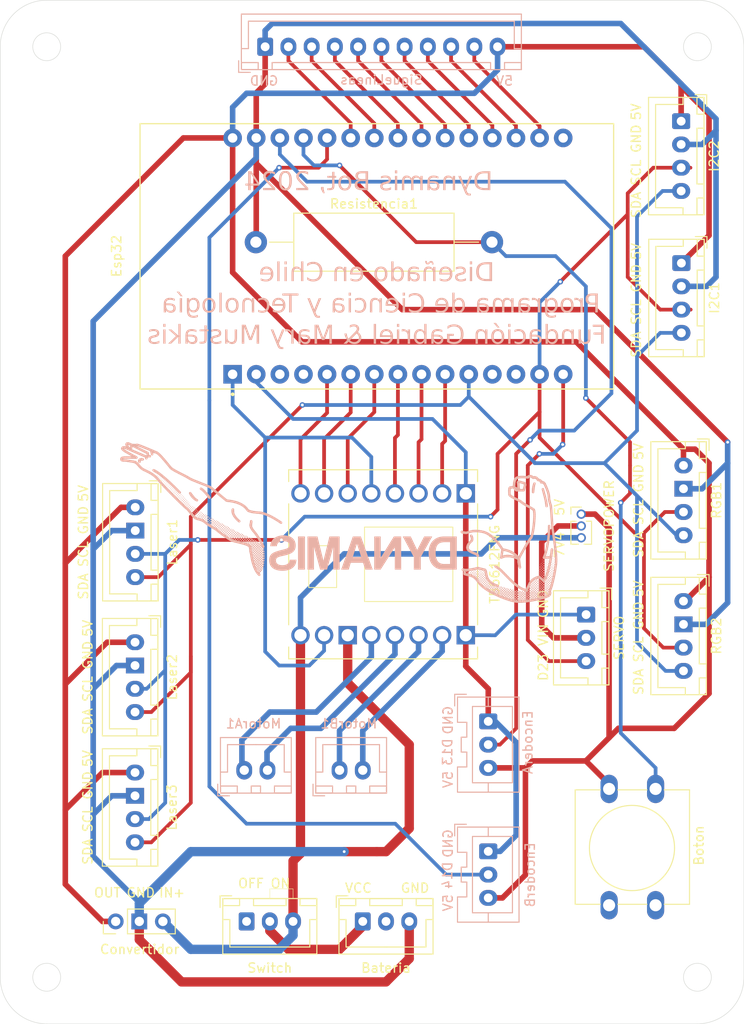
<source format=kicad_pcb>
(kicad_pcb (version 20240108) (generator "pcbnew") (generator_version "8.0")
  (layers (0 "F.Cu" signal) (31 "B.Cu" signal) (34 "B.Paste" user) (35 "F.Paste" user) (36 "B.SilkS" user "B.Silkscreen") (37 "F.SilkS" user "F.Silkscreen") (38 "B.Mask" user) (39 "F.Mask" user) (44 "Edge.Cuts" user))
  (net 0 "")
  (net 5 "D21")
  (net 7 "Net-(MotorA1-Pin_1)")
  (net 8 "Net-(MotorA1-Pin_2)")
  (net 9 "Net-(MotorB1-Pin_2)")
  (net 10 "Net-(MotorB1-Pin_1)")
  (net 12 "VIN")
  (net 13 "GND")
  (net 14 "D12")
  (net 15 "5V")
  (net 16 "D13")
  (net 17 "D14")
  (net 18 "D26")
  (net 19 "D39")
  (net 20 "D19")
  (net 21 "D4")
  (net 22 "D5")
  (net 23 "D16")
  (net 24 "3V3")
  (net 25 "D35")
  (net 26 "D36")
  (net 27 "D22")
  (net 28 "D34")
  (net 29 "D18")
  (net 30 "D32")
  (net 31 "D17")
  (net 32 "D25")
  (net 33 "D33")
  (net 34 "D27")
  (net 35 "D23")
  (net 37 "ServoV")
  (net 38 "7V4")
  (footprint "Connector_JST:JST_XH_B4B-XH-A_1x04_P2.50mm_Vertical" (layer "F.Cu") (at 128.25 53 -90)
    (property "Reference" "I2C2")
    (property "Value" "~")
  )
  (footprint "Connector_JST:JST_XH_B4B-XH-A_1x04_P2.50mm_Vertical" (layer "F.Cu") (at 128.5 104.575 -90)
    (property "Reference" "RGB2")
    (property "Value" "~")
  )
  (footprint "Button_Switch_THT:SW_PUSH-12mm" (layer "F.Cu") (at 125.5 124.76 -90)
    (property "Reference" "Boton")
    (property "Value" "SW_Push")
  )
  (footprint "Connector_JST:JST_XH_B4B-XH-A_1x04_P2.50mm_Vertical" (layer "F.Cu") (at 128.5 90 -90)
    (property "Reference" "RGB1")
    (property "Value" "~")
  )
  (footprint "Connector_JST:JST_XH_B4B-XH-A_1x04_P2.50mm_Vertical" (layer "F.Cu") (at 69.5 109 -90)
    (property "Reference" "Laser2")
    (property "Value" "Laser 2")
  )
  (footprint "Connector_JST:JST_XH_B4B-XH-A_1x04_P2.50mm_Vertical" (layer "F.Cu") (at 128.275 68.25 -90)
    (property "Reference" "I2C1")
    (property "Value" "~")
  )
  (footprint "Connector_JST:JST_XH_B3B-XH-A_1x03_P2.50mm_Vertical" (layer "F.Cu") (at 94 139)
    (property "Reference" "Bateria")
    (property "Value" "Bateria")
  )
  (footprint "Resistor_THT:R_Axial_DIN0617_L17.0mm_D6.0mm_P25.40mm_Horizontal" (layer "F.Cu") (at 82.5 66)
    (property "Reference" "Resistencia1")
    (property "Value" "R")
  )
  (footprint "Connector_JST:JST_XH_B3B-XH-A_1x03_P2.50mm_Vertical" (layer "F.Cu") (at 118.025 106.025 -90)
    (property "Reference" "SERVO")
    (property "Value" "Conn_01x03")
  )
  (footprint "Connector_JST:JST_XH_B4B-XH-A_1x04_P2.50mm_Vertical" (layer "F.Cu") (at 69.5 123 -90)
    (property "Reference" "Laser3")
    (property "Value" "Laser 3")
  )
  (footprint "Connector_PinHeader_2.54mm:PinHeader_1x03_P2.54mm_Vertical" (layer "F.Cu") (at 67.42 139 90)
    (property "Reference" "Convertidor")
    (property "Value" "Convertidor")
  )
  (footprint "ROB-14450:MODULE_ROB-14450" (layer "F.Cu") (at 96.19 100.62 90)
    (property "Reference" "TB6612FNG")
    (property "Value" "ROB-14450")
  )
  (footprint "Connector_JST:JST_XH_B3B-XH-A_1x03_P2.50mm_Vertical" (layer "F.Cu") (at 81.5 139)
    (property "Reference" "Switch")
    (property "Value" "Switch")
  )
  (footprint "ESP32-DEVKIT-V1:MODULE_ESP32_DEVKIT_V1" (layer "F.Cu") (at 95.515 67.5 90)
    (property "Reference" "Esp32")
    (property "Value" "ESP32-DEVKIT-V1")
  )
  (footprint "Connector_JST:JST_XH_B4B-XH-A_1x04_P2.50mm_Vertical" (layer "F.Cu") (at 69.525 94.5 -90)
    (property "Reference" "Laser1")
    (property "Value" "Laser 1")
  )
  (footprint "Connector_PinHeader_1.27mm:PinHeader_1x03_P1.27mm_Vertical" (layer "F.Cu") (at 117.5 95.23)
    (property "Reference" "SERVOPOWER")
    (property "Value" "Conn_01x03")
  )
  (footprint "Connector_JST:JST_XA_B03B-XASK-1_1x03_P2.50mm_Vertical" (layer "B.Cu") (at 107.5 131.47 -90)
    (property "Reference" "EncoderB")
    (property "Value" "Encoder B" (hide yes))
  )
  (footprint "Connector_JST:JST_XH_B11B-XH-A_1x11_P2.50mm_Vertical" (layer "B.Cu") (at 83.5 45)
    (property "Reference" "SigueLineas")
    (property "Value" "Conn_01x11" (hide yes))
  )
  (footprint "Connector_JST:JST_XA_B03B-XASK-1_1x03_P2.50mm_Vertical" (layer "B.Cu") (at 107.5 117.5 -90)
    (property "Reference" "EncoderA")
    (property "Value" "Encoder A" (hide yes))
  )
  (footprint "Connector_JST:JST_XH_B2B-XH-A_1x02_P2.50mm_Vertical" (layer "B.Cu") (at 81.25 122.75)
    (property "Reference" "MotorA1")
    (property "Value" "Motor 1" (hide yes))
  )
  (footprint "Connector_JST:JST_XH_B2B-XH-A_1x02_P2.50mm_Vertical" (layer "B.Cu") (at 91.5 122.75)
    (property "Reference" "MotorB1")
    (property "Value" "MotorB" (hide yes))
  )
  (gr_line (start 104.978399 101.229436) (end 104.957712 101.651817) (stroke (width 0.264583)) (layer "B.SilkS"))
  (gr_line (start 77.65857 96.541483) (end 77.571065 96.487751) (stroke (width 0.264583) (color 35 31 32 1)) (layer "B.SilkS"))
  (gr_poly (pts (xy 83.102039 100.915311) (xy 83.100074 100.915538) (xy 83.098082 100.915908) (xy 83.096062 100.916407) (xy 83.094015 100.917022) (xy 83.091942 100.917742) (xy 83.087723 100.919442) (xy 83.083408 100.921404) (xy 83.074517 100.925701) (xy 83.069953 100.927831) (xy 83.065316 100.929811) (xy 83.060614 100.93154) (xy 83.05824 100.932278) (xy 83.055852 100.932915) (xy 83.05345 100.933437) (xy 83.051035 100.933832) (xy 83.048608 100.934086) (xy 83.04617 100.934189) (xy 83.043721 100.934125) (xy 83.041262 100.933883) (xy 83.038794 100.933449) (xy 83.036317 100.932811) (xy 83.036919 100.934893) (xy 83.037367 100.936924) (xy 83.037667 100.938905) (xy 83.03783 100.940842) (xy 83.037862 100.942736) (xy 83.037772 100.94459) (xy 83.037568 100.946407) (xy 83.037257 100.94819) (xy 83.036849 100.949943) (xy 83.036351 100.951667) (xy 83.035772 100.953366) (xy 83.035119 100.955043) (xy 83.033625 100.958341) (xy 83.031935 100.961585) (xy 83.024504 100.974484) (xy 83.022803 100.977805) (xy 83.021296 100.981212) (xy 83.020635 100.982955) (xy 83.020046 100.984727) (xy 83.019538 100.986533) (xy 83.019119 100.988374) (xy 83.018842 100.99025) (xy 83.018745 100.992156) (xy 83.018817 100.994091) (xy 83.019044 100.996056) (xy 83.019413 100.998048) (xy 83.019912 101.000068) (xy 83.020528 101.002114) (xy 83.021248 101.004186) (xy 83.022948 101.008406) (xy 83.024909 101.012721) (xy 83.029206 101.021611) (xy 83.031336 101.026176) (xy 83.033317 101.030812) (xy 83.035046 101.035515) (xy 83.035784 101.037889) (xy 83.03642 101.040277) (xy 83.036942 101.042679) (xy 83.037337 101.045093) (xy 83.037592 101.04752) (xy 83.037694 101.049958) (xy 83.037631 101.052407) (xy 83.037389 101.054866) (xy 83.036955 101.057334) (xy 83.036317 101.05981) (xy 83.038583 101.05922) (xy 83.040795 101.058805) (xy 83.042958 101.058555) (xy 83.045074 101.058461) (xy 83.047149 101.058511) (xy 83.049186 101.058696) (xy 83.051189 101.059005) (xy 83.053164 101.059429) (xy 83.055113 101.059955) (xy 83.057041 101.060576) (xy 83.060851 101.062055) (xy 83.064626 101.063785) (xy 83.068399 101.065682) (xy 83.076071 101.069649) (xy 83.080035 101.071555) (xy 83.08413 101.073299) (xy 83.086236 101.074084) (xy 83.088387 101.074798) (xy 83.090587 101.075431) (xy 83.09284 101.075971) (xy 83.09515 101.07641) (xy 83.097521 101.076736) (xy 83.099958 101.076939) (xy 83.102464 101.077009) (xy 83.104955 101.076954) (xy 83.107348 101.076795) (xy 83.109647 101.076541) (xy 83.111861 101.076199) (xy 83.113994 101.075778) (xy 83.116053 101.075287) (xy 83.119971 101.074126) (xy 83.123665 101.072782) (xy 83.127183 101.071324) (xy 83.133884 101.068328) (xy 83.137163 101.066925) (xy 83.14046 101.065673) (xy 83.143823 101.064641) (xy 83.145544 101.064228) (xy 83.1473 101.063894) (xy 83.149097 101.063649) (xy 83.15094 101.063501) (xy 83.152836 101.063457) (xy 83.154791 101.063526) (xy 83.156811 101.063717) (xy 83.158902 101.064038) (xy 83.161069 101.064497) (xy 83.16332 101.065103) (xy 83.162729 101.062837) (xy 83.162314 101.060625) (xy 83.162065 101.058463) (xy 83.161971 101.056347) (xy 83.162021 101.054272) (xy 83.162206 101.052235) (xy 83.162515 101.050231) (xy 83.162938 101.048257) (xy 83.163465 101.046308) (xy 83.164086 101.04438) (xy 83.165565 101.04057) (xy 83.167294 101.036796) (xy 83.169191 101.033023) (xy 83.173159 101.025352) (xy 83.175065 101.021387) (xy 83.176808 101.017293) (xy 83.177594 101.015186) (xy 83.178308 101.013035) (xy 83.178941 101.010835) (xy 83.179481 101.008582) (xy 83.17992 101.006272) (xy 83.180246 101.003901) (xy 83.180449 101.001464) (xy 83.180519 100.998957) (xy 83.180449 100.996458) (xy 83.180246 100.994043) (xy 83.17992 100.991706) (xy 83.179481 100.989441) (xy 83.178941 100.987243) (xy 83.178308 100.985106) (xy 83.177594 100.983026) (xy 83.176808 100.980995) (xy 83.175065 100.977061) (xy 83.173159 100.973261) (xy 83.169191 100.965885) (xy 83.167294 100.962219) (xy 83.165565 100.958508) (xy 83.164086 100.954708) (xy 83.163465 100.952761) (xy 83.162938 100.950774) (xy 83.162515 100.948744) (xy 83.162206 100.946663) (xy 83.162021 100.944526) (xy 83.161971 100.942328) (xy 83.162065 100.940063) (xy 83.162314 100.937726) (xy 83.162729 100.93531) (xy 83.16332 100.932811) (xy 83.161238 100.933413) (xy 83.159208 100.933861) (xy 83.157226 100.934162) (xy 83.155289 100.934324) (xy 83.153395 100.934356) (xy 83.151541 100.934266) (xy 83.149724 100.934062) (xy 83.147941 100.933752) (xy 83.146188 100.933344) (xy 83.144464 100.932846) (xy 83.142765 100.932266) (xy 83.141089 100.931613) (xy 83.13779 100.93012) (xy 83.134547 100.928429) (xy 83.121649 100.920998) (xy 83.118327 100.919297) (xy 83.11492 100.91779) (xy 83.113177 100.917129) (xy 83.111405 100.91654) (xy 83.109599 100.916032) (xy 83.107757 100.915613) (xy 83.105881 100.915336) (xy 83.103975 100.915239)) (stroke (width -0.000001)) (fill solid) (layer "B.SilkS"))
  (gr_line (start 109.031633 99.031779) (end 108.897357 99.899614) (stroke (width 0.264583)) (layer "B.SilkS"))
  (gr_poly (pts (xy 106.679485 101.624696) (xy 106.65832 101.669016) (xy 106.678163 101.710687) (xy 106.721158 101.732515) (xy 106.764152 101.710687) (xy 106.785319 101.670999) (xy 106.784703 101.667886) (xy 106.783975 101.664871) (xy 106.783136 101.661951) (xy 106.782191 101.659123) (xy 106.781143 101.656383) (xy 106.779995 101.653728) (xy 106.778751 101.651157) (xy 106.777412 101.648665) (xy 106.775984 101.646249) (xy 106.774469 101.643907) (xy 106.772871 101.641635) (xy 106.771192 101.639431) (xy 106.767606 101.635213) (xy 106.763739 101.631229) (xy 106.759615 101.627454) (xy 106.755262 101.623864) (xy 106.750706 101.620434) (xy 106.745972 101.617142) (xy 106.741087 101.613962) (xy 106.736078 101.61087) (xy 106.725788 101.604853)) (stroke (width -0.000001)) (fill solid) (layer "B.SilkS"))
  (gr_poly (pts (xy 111.010716 104.649546) (xy 111.069586 104.653515) (xy 111.068262 104.639624) (xy 111.010716 104.639624)) (stroke (width -0.000001)) (fill solid) (layer "B.SilkS"))
  (gr_line (start 110.1037 99.793934) (end 110.037916 99.779607) (stroke (width 0.264583) (color 35 31 32 1)) (layer "B.SilkS"))
  (gr_poly (pts (xy 72.163097 91.31802) (xy 72.161306 91.318182) (xy 72.1596 91.318446) (xy 72.157976 91.318808) (xy 72.156428 91.31926) (xy 72.154951 91.319798) (xy 72.153542 91.320415) (xy 72.152195 91.321106) (xy 72.150906 91.321865) (xy 72.14967 91.322685) (xy 72.148483 91.323562) (xy 72.14734 91.32449) (xy 72.146237 91.325461) (xy 72.14413 91.327516) (xy 72.142125 91.329678) (xy 72.138278 91.334143) (xy 72.136361 91.336352) (xy 72.134399 91.338484) (xy 72.132356 91.340491) (xy 72.131293 91.341434) (xy 72.130195 91.342328) (xy 72.130234 91.344397) (xy 72.130348 91.346386) (xy 72.130536 91.348298) (xy 72.130796 91.350137) (xy 72.131127 91.351903) (xy 72.131525 91.353601) (xy 72.131991 91.355232) (xy 72.132521 91.356798) (xy 72.133115 91.358302) (xy 72.133769 91.359747) (xy 72.134483 91.361134) (xy 72.135254 91.362467) (xy 72.136081 91.363747) (xy 72.136962 91.364978) (xy 72.137896 91.366161) (xy 72.138879 91.367299) (xy 72.140989 91.369449) (xy 72.143279 91.371448) (xy 72.145733 91.373316) (xy 72.148337 91.375071) (xy 72.151077 91.376733) (xy 72.153938 91.378321) (xy 72.156906 91.379855) (xy 72.159965 91.381354) (xy 72.161669 91.381136) (xy 72.163309 91.380851) (xy 72.164891 91.380502) (xy 72.166415 91.380088) (xy 72.167887 91.379611) (xy 72.169308 91.37907) (xy 72.170683 91.378466) (xy 72.172013 91.377799) (xy 72.173303 91.37707) (xy 72.174556 91.37628) (xy 72.175774 91.375429) (xy 72.17696 91.374517) (xy 72.178119 91.373546) (xy 72.179253 91.372514) (xy 72.180365 91.371424) (xy 72.181458 91.370275) (xy 72.183601 91.367803) (xy 72.185708 91.365102) (xy 72.187803 91.362176) (xy 72.189911 91.35903) (xy 72.192059 91.355666) (xy 72.19427 91.35209) (xy 72.198986 91.344313) (xy 72.171207 91.318516) (xy 72.169028 91.318209) (xy 72.166953 91.318028) (xy 72.164978 91.317967)) (stroke (width -0.000001)) (fill solid) (layer "B.SilkS"))
  (gr_poly (pts (xy 70.501401 90.445355) (xy 70.500538 90.445992) (xy 70.499757 90.44664) (xy 70.499053 90.447299) (xy 70.498422 90.447968) (xy 70.497862 90.448646) (xy 70.497367 90.449334) (xy 70.496934 90.450031) (xy 70.496559 90.450737) (xy 70.496239 90.451451) (xy 70.495969 90.452173) (xy 70.495745 90.452903) (xy 70.495565 90.45364) (xy 70.495422 90.454384) (xy 70.495315 90.455135) (xy 70.495239 90.455891) (xy 70.495164 90.457422) (xy 70.495166 90.458972) (xy 70.49528 90.462123) (xy 70.495329 90.463718) (xy 70.495332 90.465321) (xy 70.495258 90.46693) (xy 70.495182 90.467736) (xy 70.495075 90.468542) (xy 70.498715 90.470861) (xy 70.50219 90.472836) (xy 70.50386 90.473683) (xy 70.505485 90.474431) (xy 70.507063 90.475075) (xy 70.508591 90.475611) (xy 70.51007 90.476035) (xy 70.511496 90.476341) (xy 70.512869 90.476527) (xy 70.514187 90.476588) (xy 70.515449 90.476518) (xy 70.516654 90.476314) (xy 70.517799 90.475972) (xy 70.518884 90.475487) (xy 70.519907 90.474854) (xy 70.520867 90.47407) (xy 70.521761 90.47313) (xy 70.522589 90.47203) (xy 70.523349 90.470765) (xy 70.52404 90.46933) (xy 70.524661 90.467723) (xy 70.525209 90.465937) (xy 70.525683 90.463969) (xy 70.526083 90.461815) (xy 70.526406 90.45947) (xy 70.52665 90.45693) (xy 70.526816 90.45419) (xy 70.5269 90.451246) (xy 70.526902 90.448094) (xy 70.526821 90.444729) (xy 70.502349 90.444729)) (stroke (width -0.000001)) (fill solid) (layer "B.SilkS"))
  (gr_line (start 77.571065 96.487751) (end 77.481256 96.429964) (stroke (width 0.264583) (color 35 31 32 1)) (layer "B.SilkS"))
  (gr_line (start 107.159255 97.203439) (end 107.263342 97.246716) (stroke (width 0.264583) (color 35 31 32 1)) (layer "B.SilkS"))
  (gr_line (start 105.34252 98.527314) (end 105.361603 98.492284) (stroke (width 0.264583) (color 35 31 32 1)) (layer "B.SilkS"))
  (gr_poly (pts (xy 72.682174 92.338536) (xy 72.677286 92.338689) (xy 72.671563 92.338966) (xy 72.657379 92.339807) (xy 72.696407 92.353698) (xy 72.697095 92.350788) (xy 72.697632 92.348245) (xy 72.697827 92.347104) (xy 72.697963 92.346049) (xy 72.698032 92.345074) (xy 72.698029 92.344179) (xy 72.697945 92.34336) (xy 72.697773 92.342616) (xy 72.697507 92.341942) (xy 72.697138 92.341338) (xy 72.696661 92.3408) (xy 72.696068 92.340326) (xy 72.695351 92.339913) (xy 72.694504 92.339559) (xy 72.693519 92.339261) (xy 72.69239 92.339017) (xy 72.691108 92.338824) (xy 72.689668 92.338679) (xy 72.688062 92.338581) (xy 72.686282 92.338525) (xy 72.684321 92.338511)) (stroke (width -0.000001)) (fill solid) (layer "B.SilkS"))
  (gr_line (start 111.206383 103.292075) (end 111.279375 103.322517) (stroke (width 0.264583) (color 35 31 32 1)) (layer "B.SilkS"))
  (gr_poly (pts (xy 114.406643 102.286155) (xy 114.406643 102.329812) (xy 114.452944 102.370822) (xy 114.490648 102.242498) (xy 114.444346 102.239192)) (stroke (width -0.000001)) (fill solid) (layer "B.SilkS"))
  (gr_line (start 114.080409 93.806442) (end 114.097055 93.874882) (stroke (width 0.264583) (color 35 31 32 1)) (layer "B.SilkS"))
  (gr_poly (pts (xy 112.755643 102.666493) (xy 112.755643 102.71015) (xy 112.800622 102.747854) (xy 112.841632 102.747854) (xy 112.88132 102.708166) (xy 112.88132 102.659878) (xy 112.838986 102.620853) (xy 112.792685 102.620853)) (stroke (width -0.000001)) (fill solid) (layer "B.SilkS"))
  (gr_line (start 109.468027 99.733936) (end 109.432952 99.735996) (stroke (width 0.264583) (color 35 31 32 1)) (layer "B.SilkS"))
  (gr_poly (pts (xy 114.544226 101.432874) (xy 114.54566 101.435478) (xy 114.547202 101.437989) (xy 114.548846 101.440404) (xy 114.550589 101.442723) (xy 114.552426 101.444943) (xy 114.554353 101.447064) (xy 114.556367 101.449083) (xy 114.558462 101.450999) (xy 114.560634 101.45281) (xy 114.56288 101.454516) (xy 114.565195 101.456113) (xy 114.567575 101.457601) (xy 114.570015 101.458978) (xy 114.572512 101.460243) (xy 114.575061 101.461394) (xy 114.577657 101.462429) (xy 114.580298 101.463347) (xy 114.582978 101.464146) (xy 114.585693 101.464825) (xy 114.588439 101.465381) (xy 114.591212 101.465815) (xy 114.594008 101.466123) (xy 114.596822 101.466304) (xy 114.59965 101.466358) (xy 114.602488 101.466281) (xy 114.605332 101.466073) (xy 114.608177 101.465732) (xy 114.61102 101.465257) (xy 114.613855 101.464645) (xy 114.61668 101.463896) (xy 114.619488 101.463008) (xy 114.622278 101.461979) (xy 114.624843 101.460337) (xy 114.627209 101.45864) (xy 114.629385 101.456889) (xy 114.631378 101.455086) (xy 114.633194 101.453233) (xy 114.634841 101.451332) (xy 114.636326 101.449385) (xy 114.637656 101.447395) (xy 114.63884 101.445363) (xy 114.639883 101.443291) (xy 114.640793 101.441182) (xy 114.641579 101.439037) (xy 114.642245 101.436859) (xy 114.642801 101.43465) (xy 114.643254 101.432411) (xy 114.64361 101.430145) (xy 114.644061 101.42554) (xy 114.644214 101.42085) (xy 114.644127 101.416092) (xy 114.643858 101.411283) (xy 114.642122 101.391864) (xy 114.619632 101.366728) (xy 114.56407 101.366728)) (stroke (width -0.000001)) (fill solid) (layer "B.SilkS"))
  (gr_line (start 105.685665 98.114392) (end 105.703295 98.094908) (stroke (width 0.264583) (color 35 31 32 1)) (layer "B.SilkS"))
  (gr_poly (pts (xy 112.174344 103.496781) (xy 112.167417 103.499388) (xy 112.160733 103.502444) (xy 112.154311 103.505931) (xy 112.148168 103.509831) (xy 112.142322 103.514124) (xy 112.136791 103.518793) (xy 112.131592 103.523819) (xy 112.126743 103.529184) (xy 112.122262 103.534869) (xy 112.118168 103.540857) (xy 112.114477 103.547127) (xy 112.111208 103.553663) (xy 112.108377 103.560446) (xy 112.106004 103.567456) (xy 112.104106 103.574677) (xy 112.104277 103.578725) (xy 112.104649 103.582717) (xy 112.105216 103.586647) (xy 112.105974 103.590511) (xy 112.106917 103.594303) (xy 112.108041 103.59802) (xy 112.10934 103.601656) (xy 112.11081 103.605206) (xy 112.112445 103.608665) (xy 112.11424 103.612029) (xy 112.116191 103.615293) (xy 112.118292 103.618451) (xy 112.120538 103.621499) (xy 112.122924 103.624433) (xy 112.125446 103.627247) (xy 112.128098 103.629936) (xy 112.130875 103.632495) (xy 112.133773 103.63492) (xy 112.136785 103.637206) (xy 112.139908 103.639348) (xy 112.143135 103.641341) (xy 112.146463 103.643181) (xy 112.149886 103.644861) (xy 112.153398 103.646378) (xy 112.156996 103.647727) (xy 112.160673 103.648902) (xy 112.164426 103.6499) (xy 112.168248 103.650714) (xy 112.172135 103.651341) (xy 112.176082 103.651775) (xy 112.180084 103.652011) (xy 112.184135 103.652045) (xy 112.188183 103.651874) (xy 112.192175 103.651503) (xy 112.196105 103.650936) (xy 112.199969 103.650179) (xy 112.203761 103.649236) (xy 112.207478 103.648113) (xy 112.211114 103.646814) (xy 112.214664 103.645345) (xy 112.218124 103.64371) (xy 112.221488 103.641915) (xy 112.224751 103.639965) (xy 112.22791 103.637864) (xy 112.230959 103.635618) (xy 112.233892 103.633232) (xy 112.236706 103.630711) (xy 112.239396 103.628059) (xy 112.241955 103.625282) (xy 112.244381 103.622385) (xy 112.246667 103.619373) (xy 112.24881 103.616251) (xy 112.250803 103.613024) (xy 112.252643 103.609696) (xy 112.254324 103.606274) (xy 112.255841 103.602762) (xy 112.25719 103.599164) (xy 112.258366 103.595487) (xy 112.259364 103.591735) (xy 112.260179 103.587913) (xy 112.260806 103.584026) (xy 112.26124 103.580079) (xy 112.261477 103.576077) (xy 112.261512 103.572026) (xy 112.261341 103.567978) (xy 112.26097 103.563986) (xy 112.260404 103.560056) (xy 112.259647 103.556192) (xy 112.258704 103.5524) (xy 112.257581 103.548683) (xy 112.256283 103.545047) (xy 112.254814 103.541497) (xy 112.25318 103.538037) (xy 112.251385 103.534673) (xy 112.249435 103.531409) (xy 112.247334 103.52825) (xy 112.245089 103.525201) (xy 112.242703 103.522267) (xy 112.240181 103.519453) (xy 112.23753 103.516763) (xy 112.234753 103.514203) (xy 112.231856 103.511777) (xy 112.228844 103.50949) (xy 112.225722 103.507348) (xy 112.222495 103.505354) (xy 112.219168 103.503514) (xy 112.215745 103.501832) (xy 112.212233 103.500315) (xy 112.208636 103.498965) (xy 112.204958 103.497789) (xy 112.201206 103.496791) (xy 112.197384 103.495975) (xy 112.193497 103.495348) (xy 112.18955 103.494913) (xy 112.185548 103.494676) (xy 112.181497 103.494641)) (stroke (width -0.000001)) (fill solid) (layer "B.SilkS"))
  (gr_poly (pts (xy 109.157483 104.259968) (xy 109.156366 104.260028) (xy 109.155289 104.260126) (xy 109.154255 104.260259) (xy 109.153272 104.260426) (xy 109.152345 104.260625) (xy 109.15148 104.260853) (xy 109.150681 104.261109) (xy 109.149955 104.261391) (xy 109.149308 104.261697) (xy 109.148745 104.262024) (xy 109.148271 104.262371) (xy 109.147893 104.262736) (xy 109.147742 104.262924) (xy 109.147616 104.263116) (xy 109.147517 104.263312) (xy 109.147446 104.263511) (xy 109.147402 104.263712) (xy 109.147388 104.263917) (xy 109.147402 104.264121) (xy 109.147446 104.264322) (xy 109.147517 104.264521) (xy 109.147616 104.264716) (xy 109.147742 104.264908) (xy 109.147893 104.265097) (xy 109.14807 104.265281) (xy 109.148271 104.265461) (xy 109.148496 104.265637) (xy 109.148745 104.265808) (xy 109.149016 104.265974) (xy 109.149308 104.266135) (xy 109.149622 104.26629) (xy 109.149955 104.26644) (xy 109.150309 104.266584) (xy 109.150681 104.266722) (xy 109.151072 104.266853) (xy 109.15148 104.266978) (xy 109.151904 104.267096) (xy 109.152345 104.267206) (xy 109.152802 104.26731) (xy 109.153272 104.267405) (xy 109.153757 104.267493) (xy 109.154255 104.267572) (xy 109.154766 104.267643) (xy 109.155289 104.267706) (xy 109.156366 104.267803) (xy 109.15692 104.267838) (xy 109.157483 104.267863) (xy 109.158054 104.267879) (xy 109.158632 104.267884) (xy 109.159782 104.267863) (xy 109.160898 104.267803) (xy 109.161976 104.267706) (xy 109.163009 104.267572) (xy 109.163992 104.267405) (xy 109.164919 104.267206) (xy 109.165785 104.266978) (xy 109.166583 104.266722) (xy 109.167309 104.26644) (xy 109.167956 104.266135) (xy 109.168519 104.265808) (xy 109.168993 104.265461) (xy 109.169371 104.265097) (xy 109.169523 104.264908) (xy 109.169648 104.264716) (xy 109.169747 104.264521) (xy 109.169819 104.264322) (xy 109.169862 104.264121) (xy 109.169877 104.263917) (xy 109.169862 104.263712) (xy 109.169819 104.263511) (xy 109.169747 104.263312) (xy 109.169648 104.263116) (xy 109.169523 104.262924) (xy 109.169371 104.262736) (xy 109.169194 104.262551) (xy 109.168993 104.262371) (xy 109.168768 104.262195) (xy 109.168519 104.262024) (xy 109.168249 104.261858) (xy 109.167956 104.261697) (xy 109.167643 104.261541) (xy 109.167309 104.261391) (xy 109.166956 104.261247) (xy 109.166583 104.261109) (xy 109.166193 104.260978) (xy 109.165785 104.260853) (xy 109.16536 104.260736) (xy 109.164919 104.260625) (xy 109.164463 104.260522) (xy 109.163992 104.260426) (xy 109.163507 104.260339) (xy 109.163009 104.260259) (xy 109.162498 104.260188) (xy 109.161976 104.260126) (xy 109.160898 104.260028) (xy 109.160345 104.259993) (xy 109.159782 104.259968) (xy 109.159211 104.259953) (xy 109.158632 104.259947)) (stroke (width -0.000001)) (fill solid) (layer "B.SilkS"))
  (gr_poly (pts (xy 78.084644 96.029421) (xy 78.084644 96.0744) (xy 78.127639 96.112103) (xy 78.171291 96.112103) (xy 78.210319 96.055879) (xy 78.210319 96.024129) (xy 78.169311 95.985764) (xy 78.121025 95.985764)) (stroke (width -0.000001)) (fill solid) (layer "B.SilkS"))
  (gr_line (start 113.434757 91.845015) (end 113.449537 91.855734) (stroke (width 0.264583) (color 35 31 32 1)) (layer "B.SilkS"))
  (gr_poly (pts (xy 72.439117 92.08035) (xy 72.438518 92.080846) (xy 72.43796 92.081342) (xy 72.437444 92.081839) (xy 72.436968 92.082335) (xy 72.436534 92.082831) (xy 72.436142 92.083327) (xy 72.43579 92.083823) (xy 72.43548 92.084319) (xy 72.435212 92.084815) (xy 72.434984 92.085311) (xy 72.434799 92.085807) (xy 72.434654 92.086303) (xy 72.434551 92.0868) (xy 72.434489 92.087296) (xy 72.434468 92.087792) (xy 72.434489 92.088288) (xy 72.434551 92.088784) (xy 72.434654 92.08928) (xy 72.434799 92.089776) (xy 72.434984 92.090272) (xy 72.435212 92.090768) (xy 72.43548 92.091264) (xy 72.43579 92.091761) (xy 72.436142 92.092257) (xy 72.436534 92.092753) (xy 72.436968 92.093249) (xy 72.437444 92.093745) (xy 72.43796 92.094241) (xy 72.438518 92.094737) (xy 72.439117 92.095233) (xy 72.439758 92.095729) (xy 72.440399 92.095233) (xy 72.440998 92.094737) (xy 72.441556 92.094241) (xy 72.442072 92.093745) (xy 72.442548 92.093249) (xy 72.442982 92.092753) (xy 72.443374 92.092257) (xy 72.443725 92.091761) (xy 72.444035 92.091264) (xy 72.444304 92.090768) (xy 72.444531 92.090272) (xy 72.444717 92.089776) (xy 72.444862 92.08928) (xy 72.444965 92.088784) (xy 72.445027 92.088288) (xy 72.445048 92.087792) (xy 72.445027 92.087296) (xy 72.444965 92.0868) (xy 72.444862 92.086303) (xy 72.444717 92.085807) (xy 72.444531 92.085311) (xy 72.444304 92.084815) (xy 72.444035 92.084319) (xy 72.443725 92.083823) (xy 72.443374 92.083327) (xy 72.442982 92.082831) (xy 72.442548 92.082335) (xy 72.442072 92.081839) (xy 72.441556 92.081342) (xy 72.440998 92.080846) (xy 72.440399 92.08035) (xy 72.439758 92.079854)) (stroke (width -0.000001)) (fill solid) (layer "B.SilkS"))
  (gr_line (start 82.001163 96.039621) (end 82.002193 96.060673) (stroke (width 0.264583) (color 35 31 32 1)) (layer "B.SilkS"))
  (gr_poly (pts (xy 108.240406 103.367173) (xy 108.236381 103.367547) (xy 108.232418 103.368117) (xy 108.228521 103.36888) (xy 108.224697 103.36983) (xy 108.220948 103.370962) (xy 108.217282 103.372271) (xy 108.213702 103.373752) (xy 108.210213 103.375399) (xy 108.20682 103.377209) (xy 108.203529 103.379175) (xy 108.200343 103.381292) (xy 108.197268 103.383556) (xy 108.194309 103.385962) (xy 108.191471 103.388504) (xy 108.188759 103.391177) (xy 108.186177 103.393977) (xy 108.18373 103.396898) (xy 108.181424 103.399935) (xy 108.179263 103.403083) (xy 108.177252 103.406337) (xy 108.175396 103.409692) (xy 108.173701 103.413143) (xy 108.17217 103.416684) (xy 108.170808 103.420312) (xy 108.169622 103.42402) (xy 108.168615 103.427803) (xy 108.167792 103.431657) (xy 108.167159 103.435577) (xy 108.16672 103.439557) (xy 108.16648 103.443592) (xy 108.166444 103.447677) (xy 108.168806 103.454759) (xy 108.171601 103.461621) (xy 108.174813 103.468246) (xy 108.178427 103.47462) (xy 108.182424 103.480726) (xy 108.186791 103.486548) (xy 108.191509 103.492071) (xy 108.196563 103.49728) (xy 108.201937 103.502157) (xy 108.207615 103.506689) (xy 108.21358 103.510859) (xy 108.219815 103.514651) (xy 108.226306 103.51805) (xy 108.233034 103.521039) (xy 108.239985 103.523604) (xy 108.247142 103.525729) (xy 108.251224 103.525557) (xy 108.255249 103.525183) (xy 108.259212 103.524611) (xy 108.263109 103.523848) (xy 108.266933 103.522897) (xy 108.270681 103.521765) (xy 108.274348 103.520455) (xy 108.277927 103.518974) (xy 108.281416 103.517326) (xy 108.284808 103.515516) (xy 108.2881 103.513549) (xy 108.291285 103.511431) (xy 108.294359 103.509166) (xy 108.297318 103.50676) (xy 108.300155 103.504217) (xy 108.302867 103.501544) (xy 108.305449 103.498743) (xy 108.307895 103.495822) (xy 108.310201 103.492785) (xy 108.312361 103.489636) (xy 108.314371 103.486382) (xy 108.316226 103.483027) (xy 108.317922 103.479575) (xy 108.319452 103.476034) (xy 108.320813 103.472406) (xy 108.321999 103.468698) (xy 108.323005 103.464914) (xy 108.323827 103.46106) (xy 108.324459 103.45714) (xy 108.324898 103.45316) (xy 108.325137 103.449125) (xy 108.325172 103.445039) (xy 108.325 103.440957) (xy 108.324626 103.436932) (xy 108.324055 103.432969) (xy 108.323292 103.429073) (xy 108.322342 103.425248) (xy 108.321209 103.4215) (xy 108.3199 103.417834) (xy 108.318419 103.414254) (xy 108.316771 103.410765) (xy 108.314961 103.407372) (xy 108.312995 103.404081) (xy 108.310877 103.400895) (xy 108.308612 103.397821) (xy 108.306206 103.394862) (xy 108.303664 103.392024) (xy 108.30099 103.389312) (xy 108.29819 103.38673) (xy 108.295269 103.384284) (xy 108.292232 103.381978) (xy 108.289084 103.379817) (xy 108.28583 103.377806) (xy 108.282474 103.375951) (xy 108.279023 103.374255) (xy 108.275482 103.372724) (xy 108.271854 103.371363) (xy 108.268146 103.370177) (xy 108.264362 103.36917) (xy 108.260508 103.368348) (xy 108.256589 103.367715) (xy 108.252609 103.367277) (xy 108.248573 103.367037) (xy 108.244488 103.367002)) (stroke (width -0.000001)) (fill solid) (layer "B.SilkS"))
  (gr_poly (pts (xy 109.64745 103.748641) (xy 109.647451 103.748641) (xy 109.647448 103.748641)) (stroke (width -0.000001)) (fill solid) (layer "B.SilkS"))
  (gr_line (start 75.531342 93.15426) (end 75.56806 93.210372) (stroke (width 0.264583) (color 35 31 32 1)) (layer "B.SilkS"))
  (gr_poly (pts (xy 108.069947 103.268013) (xy 108.067038 103.27267) (xy 108.064551 103.27702) (xy 108.063456 103.279128) (xy 108.062455 103.281216) (xy 108.061544 103.283302) (xy 108.06072 103.285407) (xy 108.059979 103.287549) (xy 108.059317 103.289746) (xy 108.058731 103.292018) (xy 108.058215 103.294383) (xy 108.057768 103.296861) (xy 108.057385 103.29947) (xy 108.057062 103.30223) (xy 108.056796 103.305158) (xy 108.056418 103.311598) (xy 108.056221 103.31894) (xy 108.056175 103.327337) (xy 108.05625 103.336939) (xy 108.056644 103.360365) (xy 108.076487 103.380208) (xy 108.161153 103.380208) (xy 108.182981 103.35838) (xy 108.182329 103.355379) (xy 108.181849 103.352331) (xy 108.181334 103.346109) (xy 108.181293 103.339744) (xy 108.181586 103.333265) (xy 108.182597 103.32008) (xy 108.183032 103.313432) (xy 108.183229 103.306786) (xy 108.183047 103.300171) (xy 108.182768 103.296884) (xy 108.182342 103.293616) (xy 108.181749 103.290371) (xy 108.180972 103.287151) (xy 108.179994 103.28396) (xy 108.178796 103.280803) (xy 108.17736 103.277683) (xy 108.175669 103.274603) (xy 108.173706 103.271567) (xy 108.171451 103.268579) (xy 108.168888 103.265643) (xy 108.165999 103.262761) (xy 108.162765 103.259938) (xy 108.159169 103.257177) (xy 108.077149 103.257177)) (stroke (width -0.000001)) (fill solid) (layer "B.SilkS"))
  (gr_line (start 114.345933 102.82231) (end 114.304461 102.962478) (stroke (width 0.264583) (color 35 31 32 1)) (layer "B.SilkS"))
  (gr_line (start 70.036534 89.380104) (end 70.051965 89.370578) (stroke (width 0.264583) (color 35 31 32 1)) (layer "B.SilkS"))
  (gr_poly (pts (xy 85.395674 97.512508) (xy 85.314601 97.516736) (xy 85.235887 97.523716) (xy 85.159546 97.533394) (xy 85.085592 97.545718) (xy 85.014042 97.560632) (xy 84.944908 97.578083) (xy 84.878207 97.598017) (xy 84.813952 97.62038) (xy 84.752158 97.645119) (xy 84.692841 97.672179) (xy 84.636014 97.701506) (xy 84.581691 97.733046) (xy 84.529889 97.766747) (xy 84.480622 97.802553) (xy 84.433903 97.840411) (xy 84.389748 97.880267) (xy 84.348172 97.922066) (xy 84.309189 97.965756) (xy 84.272814 98.011283) (xy 84.239061 98.058591) (xy 84.207945 98.107628) (xy 84.179481 98.15834) (xy 84.153683 98.210672) (xy 84.130566 98.264572) (xy 84.110145 98.319984) (xy 84.092434 98.376854) (xy 84.077449 98.43513) (xy 84.065203 98.494758) (xy 84.055711 98.555682) (xy 84.048988 98.61785) (xy 84.045049 98.681207) (xy 84.754789 98.679885) (xy 84.758858 98.646204) (xy 84.764002 98.613623) (xy 84.77023 98.582138) (xy 84.777552 98.551748) (xy 84.785975 98.522451) (xy 84.79551 98.494245) (xy 84.806164 98.467128) (xy 84.817949 98.441098) (xy 84.830872 98.416154) (xy 84.844942 98.392293) (xy 84.860169 98.369513) (xy 84.876562 98.347812) (xy 84.894129 98.327189) (xy 84.912881 98.307641) (xy 84.932825 98.289167) (xy 84.953972 98.271765) (xy 84.97633 98.255432) (xy 84.999908 98.240167) (xy 85.024715 98.225968) (xy 85.050761 98.212833) (xy 85.078054 98.200759) (xy 85.106604 98.189746) (xy 85.136419 98.179791) (xy 85.16751 98.170892) (xy 85.199884 98.163047) (xy 85.233551 98.156254) (xy 85.26852 98.150512) (xy 85.3048 98.145818) (xy 85.3424 98.142171) (xy 85.381329 98.139568) (xy 85.463213 98.137488) (xy 85.539498 98.139247) (xy 85.611072 98.144493) (xy 85.677907 98.153176) (xy 85.739972 98.165249) (xy 85.797238 98.180662) (xy 85.849678 98.199368) (xy 85.897261 98.221318) (xy 85.919223 98.233494) (xy 85.939959 98.246464) (xy 85.959467 98.260219) (xy 85.977742 98.274756) (xy 85.994782 98.290067) (xy 86.010582 98.306147) (xy 86.025139 98.32299) (xy 86.038449 98.340589) (xy 86.050509 98.358938) (xy 86.061315 98.378032) (xy 86.070863 98.397864) (xy 86.07915 98.418428) (xy 86.086172 98.439719) (xy 86.091925 98.46173) (xy 86.096406 98.484454) (xy 86.099611 98.507887) (xy 86.101537 98.532022) (xy 86.10218 98.556853) (xy 86.101722 98.577716) (xy 86.100337 98.598022) (xy 86.09801 98.617782) (xy 86.094725 98.637008) (xy 86.090465 98.655714) (xy 86.085215 98.67391) (xy 86.078959 98.691609) (xy 86.071681 98.708823) (xy 86.063365 98.725564) (xy 86.053996 98.741845) (xy 86.043558 98.757677) (xy 86.032034 98.773072) (xy 86.019408 98.788043) (xy 86.005666 98.802602) (xy 85.990791 98.816761) (xy 85.974767 98.830531) (xy 85.957579 98.843926) (xy 85.93921 98.856957) (xy 85.919644 98.869636) (xy 85.898866 98.881975) (xy 85.876861 98.893987) (xy 85.853611 98.905684) (xy 85.829101 98.917077) (xy 85.803315 98.928179) (xy 85.776238 98.939002) (xy 85.747854 98.949558) (xy 85.687099 98.969918) (xy 85.620924 98.989356) (xy 85.549202 99.007968) (xy 85.253333 99.081007) (xy 85.109402 99.118019) (xy 84.970177 99.155721) (xy 84.837184 99.194385) (xy 84.711949 99.23428) (xy 84.596002 99.27568) (xy 84.490867 99.318854) (xy 84.433256 99.346018) (xy 84.377431 99.375372) (xy 84.323658 99.407214) (xy 84.272203 99.441843) (xy 84.223334 99.479558) (xy 84.199952 99.499665) (xy 84.177316 99.520655) (xy 84.15546 99.542566) (xy 84.134417 99.565435) (xy 84.11422 99.589299) (xy 84.094902 99.614195) (xy 84.076497 99.640161) (xy 84.059038 99.667234) (xy 84.042558 99.695451) (xy 84.027091 99.72485) (xy 84.01267 99.755468) (xy 83.999328 99.787342) (xy 83.987099 99.820509) (xy 83.976016 99.855008) (xy 83.966112 99.890874) (xy 83.95742 99.928146) (xy 83.949974 99.966861) (xy 83.943808 100.007055) (xy 83.938953 100.048767) (xy 83.935445 100.092034) (xy 83.933315 100.136893) (xy 83.932598 100.183381) (xy 83.934318 100.255594) (xy 83.939435 100.325277) (xy 83.947885 100.392444) (xy 83.959604 100.457112) (xy 83.974528 100.519296) (xy 83.992594 100.579012) (xy 84.013737 100.636275) (xy 84.037893 100.691101) (xy 84.064999 100.743506) (xy 84.094991 100.793506) (xy 84.127804 100.841115) (xy 84.163374 100.886349) (xy 84.201638 100.929225) (xy 84.242532 100.969757) (xy 84.285991 101.007962) (xy 84.331953 101.043855) (xy 84.380352 101.077451) (xy 84.431125 101.108767) (xy 84.484208 101.137818) (xy 84.539537 101.164619) (xy 84.597048 101.189186) (xy 84.656677 101.211535) (xy 84.71836 101.231681) (xy 84.782033 101.249641) (xy 84.847633 101.265429) (xy 84.915095 101.279061) (xy 84.984355 101.290553) (xy 85.05535 101.299921) (xy 85.202287 101.312345) (xy 85.355394 101.316458) (xy 85.51725 101.311866) (xy 85.672345 101.298072) (xy 85.820199 101.275054) (xy 85.960329 101.242788) (xy 86.092254 101.201252) (xy 86.15499 101.177) (xy 86.215493 101.150422) (xy 86.273705 101.121514) (xy 86.329564 101.090274) (xy 86.383011 101.0567) (xy 86.433985 101.020787) (xy 86.482427 100.982533) (xy 86.528275 100.941935) (xy 86.57147 100.89899) (xy 86.611952 100.853696) (xy 86.649661 100.806049) (xy 86.684535 100.756047) (xy 86.716516 100.703686) (xy 86.745542 100.648964) (xy 86.771555 100.591878) (xy 86.794492 100.532425) (xy 86.814295 100.470602) (xy 86.830903 100.406406) (xy 86.844256 100.339834) (xy 86.854293 100.270883) (xy 86.860955 100.199551) (xy 86.864181 100.125834) (xy 86.144514 100.125834) (xy 86.142659 100.159653) (xy 86.139095 100.192638) (xy 86.133844 100.224774) (xy 86.12693 100.256045) (xy 86.118375 100.286436) (xy 86.108201 100.315929) (xy 86.096433 100.344511) (xy 86.083092 100.372165) (xy 86.068202 100.398874) (xy 86.051785 100.424625) (xy 86.033865 100.4494) (xy 86.014464 100.473184) (xy 85.993606 100.495961) (xy 85.971312 100.517716) (xy 85.947607 100.538433) (xy 85.922513 100.558096) (xy 85.896052 100.576689) (xy 85.868248 100.594197) (xy 85.839124 100.610603) (xy 85.808702 100.625893) (xy 85.777005 100.64005) (xy 85.744057 100.653058) (xy 85.709879 100.664902) (xy 85.674496 100.675567) (xy 85.63793 100.685035) (xy 85.600204 100.693293) (xy 85.56134 100.700323) (xy 85.521362 100.70611) (xy 85.480292 100.710639) (xy 85.438154 100.713893) (xy 85.39497 100.715857) (xy 85.350763 100.716515) (xy 85.270388 100.714328) (xy 85.194525 100.707824) (xy 85.123266 100.697091) (xy 85.056705 100.682212) (xy 84.994933 100.663276) (xy 84.938046 100.640369) (xy 84.911462 100.627452) (xy 84.886134 100.613576) (xy 84.862074 100.598749) (xy 84.839292 100.582983) (xy 84.817801 100.566289) (xy 84.797613 100.548678) (xy 84.778738 100.53016) (xy 84.761188 100.510746) (xy 84.744976 100.490447) (xy 84.730113 100.469274) (xy 84.71661 100.447237) (xy 84.704479 100.424347) (xy 84.693731 100.400615) (xy 84.684379 100.376052) (xy 84.676434 100.350669) (xy 84.669907 100.324476) (xy 84.664811 100.297484) (xy 84.661156 100.269704) (xy 84.658954 100.241146) (xy 84.658218 100.211822) (xy 84.65953 100.173262) (xy 84.661234 100.154545) (xy 84.663693 100.136198) (xy 84.66695 100.118218) (xy 84.671046 100.100604) (xy 84.676024 100.083351) (xy 84.681927 100.066457) (xy 84.688797 100.049918) (xy 84.696677 100.033732) (xy 84.705608 100.017895) (xy 84.715633 100.002405) (xy 84.726795 99.987259) (xy 84.739136 99.972452) (xy 84.752698 99.957984) (xy 84.767524 99.943849) (xy 84.783656 99.930047) (xy 84.801137 99.916572) (xy 84.820008 99.903423) (xy 84.840313 99.890596) (xy 84.862093 99.878088) (xy 84.885392 99.865896) (xy 84.910251 99.854018) (xy 84.936713 99.84245) (xy 84.96482 99.831189) (xy 84.994614 99.820232) (xy 85.026139 99.809576) (xy 85.059436 99.799219) (xy 85.094548 99.789156) (xy 85.131517 99.779385) (xy 85.170386 99.769903) (xy 85.211197 99.760707) (xy 85.516862 99.69299) (xy 85.650483 99.661271) (xy 85.773353 99.629738) (xy 85.887015 99.597461) (xy 85.99301 99.56351) (xy 86.092882 99.526954) (xy 86.188173 99.486863) (xy 86.257755 99.45359) (xy 86.323332 99.418159) (xy 86.384837 99.38041) (xy 86.442204 99.340184) (xy 86.469315 99.319093) (xy 86.495366 99.297323) (xy 86.520349 99.274855) (xy 86.544256 99.251668) (xy 86.567078 99.227742) (xy 86.588807 99.203059) (xy 86.609435 99.177597) (xy 86.628952 99.151338) (xy 86.647352 99.124261) (xy 86.664625 99.096346) (xy 86.680763 99.067574) (xy 86.695758 99.037924) (xy 86.709602 99.007377) (xy 86.722285 98.975913) (xy 86.7338 98.943512) (xy 86.744139 98.910154) (xy 86.753292 98.87582) (xy 86.761252 98.840488) (xy 86.768011 98.804141) (xy 86.773559 98.766757) (xy 86.777889 98.728317) (xy 86.780992 98.688801) (xy 86.78286 98.64819) (xy 86.783485 98.606462) (xy 86.782212 98.547102) (xy 86.778392 98.488862) (xy 86.772026 98.431791) (xy 86.763113 98.375941) (xy 86.751653 98.321361) (xy 86.737646 98.268102) (xy 86.721092 98.216213) (xy 86.701991 98.165745) (xy 86.680343 98.116747) (xy 86.656147 98.069271) (xy 86.629403 98.023365) (xy 86.600112 97.979081) (xy 86.568273 97.936469) (xy 86.533886 97.895578) (xy 86.496951 97.856459) (xy 86.457468 97.819161) (xy 86.415437 97.783736) (xy 86.370857 97.750232) (xy 86.323729 97.718701) (xy 86.274052 97.689192) (xy 86.221826 97.661756) (xy 86.167052 97.636443) (xy 86.109728 97.613302) (xy 86.049856 97.592384) (xy 85.987434 97.57374) (xy 85.922462 97.557418) (xy 85.854942 97.543471) (xy 85.784871 97.531946) (xy 85.712251 97.522896) (xy 85.637081 97.516369) (xy 85.559361 97.512416) (xy 85.479091 97.511087)) (stroke (width -0.000001)) (fill solid) (layer "B.SilkS"))
  (gr_poly (pts (xy 106.785319 102.028186) (xy 106.785319 102.073827) (xy 106.838897 102.112853) (xy 106.872632 102.112853) (xy 106.911658 102.073166) (xy 106.911658 102.024218) (xy 106.864032 101.987177) (xy 106.823022 101.987177)) (stroke (width -0.000001)) (fill solid) (layer "B.SilkS"))
  (gr_poly (pts (xy 78.845321 97.045422) (xy 78.845321 97.089079) (xy 78.901546 97.128105) (xy 78.933292 97.128105) (xy 78.97166 97.087094) (xy 78.97166 97.038807) (xy 78.928005 97.002428) (xy 78.885009 97.002428)) (stroke (width -0.000001)) (fill solid) (layer "B.SilkS"))
  (gr_line (start 110.371753 91.586893) (end 110.385955 91.552352) (stroke (width 0.264583) (color 35 31 32 1)) (layer "B.SilkS"))
  (gr_line (start 112.468053 95.256001) (end 112.468068 95.478778) (stroke (width 0.264583) (color 35 31 32 1)) (layer "B.SilkS"))
  (gr_line (start 69.981121 89.603354) (end 69.974262 89.572352) (stroke (width 0.264583) (color 35 31 32 1)) (layer "B.SilkS"))
  (gr_poly (pts (xy 83.356041 99.899312) (xy 83.354076 99.899539) (xy 83.352083 99.899909) (xy 83.350063 99.900408) (xy 83.348017 99.901024) (xy 83.345944 99.901743) (xy 83.341724 99.903443) (xy 83.33741 99.905405) (xy 83.328519 99.909702) (xy 83.323954 99.911832) (xy 83.319318 99.913813) (xy 83.314616 99.915542) (xy 83.312242 99.916279) (xy 83.309853 99.916916) (xy 83.307452 99.917438) (xy 83.305037 99.917833) (xy 83.30261 99.918088) (xy 83.300172 99.91819) (xy 83.297723 99.918126) (xy 83.295264 99.917884) (xy 83.292796 99.91745) (xy 83.290319 99.916813) (xy 83.290921 99.918894) (xy 83.291368 99.920925) (xy 83.291669 99.922907) (xy 83.291831 99.924843) (xy 83.291864 99.926737) (xy 83.291773 99.928591) (xy 83.291569 99.930408) (xy 83.291259 99.932192) (xy 83.290851 99.933944) (xy 83.290353 99.935668) (xy 83.289774 99.937367) (xy 83.289121 99.939044) (xy 83.287627 99.942342) (xy 83.285936 99.945586) (xy 83.278505 99.958485) (xy 83.276805 99.961807) (xy 83.275297 99.965213) (xy 83.274636 99.966956) (xy 83.274048 99.968729) (xy 83.27354 99.970534) (xy 83.27312 99.972375) (xy 83.272843 99.974251) (xy 83.272747 99.976157) (xy 83.272818 99.978092) (xy 83.273045 99.980057) (xy 83.273415 99.982049) (xy 83.273914 99.984069) (xy 83.27453 99.986115) (xy 83.27525 99.988188) (xy 83.27695 99.992407) (xy 83.278911 99.996722) (xy 83.283208 100.005613) (xy 83.285338 100.010177) (xy 83.287319 100.014814) (xy 83.289048 100.019516) (xy 83.289786 100.02189) (xy 83.290423 100.024278) (xy 83.290945 100.02668) (xy 83.29134 100.029095) (xy 83.291594 100.031521) (xy 83.291696 100.033959) (xy 83.291633 100.036408) (xy 83.291391 100.038867) (xy 83.290957 100.041335) (xy 83.290319 100.043811) (xy 83.292771 100.043179) (xy 83.295169 100.042762) (xy 83.297517 100.042545) (xy 83.299819 100.042516) (xy 83.302079 100.042659) (xy 83.3043 100.042961) (xy 83.306488 100.043409) (xy 83.308645 100.043987) (xy 83.310776 100.044683) (xy 83.312885 100.045482) (xy 83.317052 100.047335) (xy 83.321178 100.049433) (xy 83.325296 100.051666) (xy 83.329437 100.053923) (xy 83.333633 100.056091) (xy 83.337916 100.05806) (xy 83.3401 100.058935) (xy 83.342318 100.059718) (xy 83.344574 100.060395) (xy 83.346872 100.060953) (xy 83.349215 100.061378) (xy 83.351608 100.061655) (xy 83.354055 100.06177) (xy 83.35656 100.061711) (xy 83.359127 100.061462) (xy 83.361759 100.06101) (xy 83.364357 100.060431) (xy 83.366823 100.059815) (xy 83.37139 100.058491) (xy 83.375521 100.057077) (xy 83.379277 100.055615) (xy 83.391772 100.050096) (xy 83.394569 100.049002) (xy 83.397357 100.048104) (xy 83.398767 100.047741) (xy 83.400197 100.047442) (xy 83.401656 100.047213) (xy 83.403151 100.047058) (xy 83.40469 100.046982) (xy 83.40628 100.046991) (xy 83.407928 100.047089) (xy 83.409643 100.047283) (xy 83.411433 100.047576) (xy 83.413304 100.047973) (xy 83.415264 100.048481) (xy 83.417322 100.049104) (xy 83.416731 100.046838) (xy 83.416316 100.044626) (xy 83.416067 100.042464) (xy 83.415972 100.040348) (xy 83.416023 100.038273) (xy 83.416208 100.036236) (xy 83.416517 100.034233) (xy 83.41694 100.032258) (xy 83.417467 100.030309) (xy 83.418087 100.028381) (xy 83.419567 100.024571) (xy 83.421296 100.020797) (xy 83.423193 100.017024) (xy 83.42716 100.009353) (xy 83.429066 100.005388) (xy 83.43081 100.001294) (xy 83.431596 99.999187) (xy 83.43231 99.997036) (xy 83.432942 99.994836) (xy 83.433483 99.992583) (xy 83.433921 99.990273) (xy 83.434247 99.987902) (xy 83.43445 99.985465) (xy 83.43452 99.982958) (xy 83.43445 99.98046) (xy 83.434247 99.978044) (xy 83.433921 99.975707) (xy 83.433483 99.973442) (xy 83.432942 99.971244) (xy 83.43231 99.969108) (xy 83.431596 99.967027) (xy 83.43081 99.964996) (xy 83.429066 99.961062) (xy 83.42716 99.957263) (xy 83.423193 99.949886) (xy 83.421296 99.94622) (xy 83.419567 99.942509) (xy 83.418087 99.938709) (xy 83.417467 99.936762) (xy 83.41694 99.934776) (xy 83.416517 99.932745) (xy 83.416208 99.930664) (xy 83.416023 99.928527) (xy 83.415972 99.926329) (xy 83.416067 99.924064) (xy 83.416316 99.921727) (xy 83.416731 99.919311) (xy 83.417322 99.916813) (xy 83.41524 99.917415) (xy 83.413209 99.917862) (xy 83.411227 99.918163) (xy 83.409291 99.918325) (xy 83.407397 99.918357) (xy 83.405543 99.918267) (xy 83.403726 99.918063) (xy 83.401942 99.917753) (xy 83.40019 99.917345) (xy 83.398466 99.916847) (xy 83.396767 99.916268) (xy 83.39509 99.915615) (xy 83.391792 99.914121) (xy 83.388548 99.91243) (xy 83.37565 99.904999) (xy 83.372329 99.903299) (xy 83.368922 99.901791) (xy 83.367179 99.90113) (xy 83.365406 99.900541) (xy 83.3636 99.900033) (xy 83.361759 99.899614) (xy 83.359883 99.899337) (xy 83.357976 99.89924)) (stroke (width -0.000001)) (fill solid) (layer "B.SilkS"))
  (gr_line (start 81.935065 99.248491) (end 81.928591 99.208691) (stroke (width 0.264583) (color 35 31 32 1)) (layer "B.SilkS"))
  (gr_poly (pts (xy 75.336275 94.220683) (xy 75.333724 94.220822) (xy 75.328665 94.221442) (xy 75.323689 94.222507) (xy 75.318827 94.224012) (xy 75.314111 94.225946) (xy 75.311818 94.227072) (xy 75.309573 94.228303) (xy 75.30738 94.229637) (xy 75.305244 94.231073) (xy 75.303167 94.232611) (xy 75.301154 94.23425) (xy 75.299209 94.235987) (xy 75.297336 94.237823) (xy 75.295539 94.239757) (xy 75.293822 94.241786) (xy 75.292188 94.243911) (xy 75.290641 94.24613) (xy 75.290552 94.250864) (xy 75.290329 94.255627) (xy 75.289753 94.265178) (xy 75.289535 94.269933) (xy 75.289456 94.274652) (xy 75.289581 94.279318) (xy 75.28998 94.283916) (xy 75.290721 94.288428) (xy 75.29124 94.290647) (xy 75.29187 94.292839) (xy 75.292619 94.295001) (xy 75.293495 94.297131) (xy 75.294508 94.299228) (xy 75.295666 94.301289) (xy 75.296976 94.303313) (xy 75.298448 94.305296) (xy 75.300091 94.307238) (xy 75.301911 94.309135) (xy 75.303919 94.310987) (xy 75.306122 94.31279) (xy 75.30853 94.314544) (xy 75.311149 94.316245) (xy 75.315921 94.317645) (xy 75.320735 94.318675) (xy 75.325572 94.319339) (xy 75.330413 94.319643) (xy 75.335239 94.319592) (xy 75.340031 94.319191) (xy 75.344771 94.318446) (xy 75.349439 94.31736) (xy 75.354017 94.31594) (xy 75.358484 94.31419) (xy 75.362824 94.312117) (xy 75.367015 94.309724) (xy 75.37104 94.307017) (xy 75.37488 94.304001) (xy 75.378515 94.300682) (xy 75.381927 94.297063) (xy 75.383275 94.288055) (xy 75.384529 94.278945) (xy 75.384976 94.274379) (xy 75.385226 94.26982) (xy 75.38522 94.265279) (xy 75.3849 94.260765) (xy 75.384604 94.258522) (xy 75.384208 94.256291) (xy 75.383704 94.254071) (xy 75.383085 94.251865) (xy 75.382345 94.249675) (xy 75.381475 94.2475) (xy 75.380468 94.245343) (xy 75.379318 94.243206) (xy 75.378016 94.241088) (xy 75.376556 94.238993) (xy 75.374931 94.23692) (xy 75.373132 94.234872) (xy 75.371153 94.232849) (xy 75.368987 94.230853) (xy 75.366626 94.228886) (xy 75.364063 94.226948) (xy 75.361629 94.225769) (xy 75.359165 94.224715) (xy 75.356675 94.223785) (xy 75.354162 94.222977) (xy 75.351631 94.222292) (xy 75.349085 94.221727) (xy 75.346529 94.221283) (xy 75.343965 94.220957) (xy 75.341399 94.220749) (xy 75.338834 94.220658)) (stroke (width -0.000001)) (fill solid) (layer "B.SilkS"))
  (gr_poly (pts (xy 112.627319 103.044187) (xy 112.627319 103.09049) (xy 112.67296 103.127532) (xy 112.717939 103.127532) (xy 112.754319 103.07197) (xy 112.754319 103.041544) (xy 112.714631 103.001855) (xy 112.666345 103.001855)) (stroke (width -0.000001)) (fill solid) (layer "B.SilkS"))
  (gr_line (start 70.135595 90.244697) (end 70.084386 90.195706) (stroke (width 0.264583) (color 35 31 32 1)) (layer "B.SilkS"))
  (gr_line (start 114.039564 96.839056) (end 114.042841 96.506994) (stroke (width 0.264583) (color 35 31 32 1)) (layer "B.SilkS"))
  (gr_poly (pts (xy 71.260889 90.447156) (xy 71.260181 90.449475) (xy 71.259579 90.451689) (xy 71.259081 90.4538) (xy 71.258685 90.455808) (xy 71.25839 90.457715) (xy 71.258194 90.459524) (xy 71.258095 90.461234) (xy 71.258093 90.462849) (xy 71.258184 90.46437) (xy 71.258369 90.465798) (xy 71.258644 90.467135) (xy 71.25901 90.468382) (xy 71.259463 90.469541) (xy 71.260003 90.470613) (xy 71.260627 90.471601) (xy 71.261335 90.472505) (xy 71.262125 90.473328) (xy 71.262995 90.47407) (xy 71.263944 90.474734) (xy 71.264969 90.475321) (xy 71.26607 90.475832) (xy 71.267245 90.476269) (xy 71.268492 90.476634) (xy 71.26981 90.476929) (xy 71.271197 90.477154) (xy 71.272652 90.477312) (xy 71.274173 90.477403) (xy 71.277405 90.477395) (xy 71.280883 90.477141) (xy 71.281667 90.476597) (xy 71.282416 90.47602) (xy 71.283129 90.475413) (xy 71.283806 90.474777) (xy 71.284448 90.474114) (xy 71.285053 90.473424) (xy 71.285621 90.47271) (xy 71.286152 90.471974) (xy 71.286645 90.471215) (xy 71.287101 90.470437) (xy 71.287519 90.469641) (xy 71.287897 90.468827) (xy 71.288237 90.467998) (xy 71.288538 90.467156) (xy 71.288799 90.466301) (xy 71.28902 90.465435) (xy 71.289201 90.46456) (xy 71.289341 90.463677) (xy 71.28944 90.462787) (xy 71.289498 90.461893) (xy 71.289514 90.460996) (xy 71.289488 90.460097) (xy 71.289419 90.459198) (xy 71.289308 90.4583) (xy 71.289153 90.457405) (xy 71.288955 90.456514) (xy 71.288713 90.455629) (xy 71.288427 90.454751) (xy 71.288097 90.453882) (xy 71.287721 90.453024) (xy 71.287301 90.452177) (xy 71.286834 90.451344) (xy 71.285252 90.45018) (xy 71.283721 90.449161) (xy 71.28223 90.448277) (xy 71.28077 90.44752) (xy 71.279329 90.446879) (xy 71.277896 90.446344) (xy 71.276461 90.445907) (xy 71.275014 90.445556) (xy 71.273543 90.445283) (xy 71.272039 90.445078) (xy 71.27049 90.444931) (xy 71.268886 90.444833) (xy 71.267215 90.444773) (xy 71.265469 90.444742) (xy 71.261703 90.444729)) (stroke (width -0.000001)) (fill solid) (layer "B.SilkS"))
  (gr_line (start 105.703295 98.094908) (end 105.718488 98.07451) (stroke (width 0.264583) (color 35 31 32 1)) (layer "B.SilkS"))
  (gr_line (start 69.540645 87.914619) (end 69.543028 87.902769) (stroke (width 0.264583) (color 35 31 32 1)) (layer "B.SilkS"))
  (gr_poly (pts (xy 83.275112 99.459083) (xy 83.275112 99.50274) (xy 83.335302 99.556317) (xy 83.378957 99.556317) (xy 83.432535 99.496124) (xy 83.432535 99.452468) (xy 83.372343 99.39889) (xy 83.328689 99.39889)) (stroke (width -0.000001)) (fill solid) (layer "B.SilkS"))
  (gr_line (start 107.440939 103.39767) (end 107.193988 103.233694) (stroke (width 0.264583) (color 35 31 32 1)) (layer "B.SilkS"))
  (gr_line (start 110.436551 91.457437) (end 110.456268 91.429331) (stroke (width 0.264583) (color 35 31 32 1)) (layer "B.SilkS"))
  (gr_poly (pts (xy 107.362221 103.252882) (xy 107.355744 103.253301) (xy 107.342993 103.254324) (xy 107.336777 103.25465) (xy 107.330707 103.254666) (xy 107.324811 103.254232) (xy 107.321937 103.253803) (xy 107.319118 103.253209) (xy 107.315624 103.255477) (xy 107.312448 103.257815) (xy 107.309576 103.260217) (xy 107.306994 103.262679) (xy 107.304688 103.265197) (xy 107.302642 103.267767) (xy 107.300842 103.270383) (xy 107.299273 103.273041) (xy 107.297922 103.275738) (xy 107.296773 103.278467) (xy 107.295812 103.281226) (xy 107.295025 103.284008) (xy 107.294397 103.286811) (xy 107.293913 103.289629) (xy 107.29332 103.295293) (xy 107.29313 103.300965) (xy 107.293226 103.306609) (xy 107.293816 103.317669) (xy 107.294075 103.323013) (xy 107.294157 103.328187) (xy 107.293944 103.333152) (xy 107.293691 103.335546) (xy 107.29332 103.337875) (xy 107.352191 103.382194) (xy 107.356233 103.382283) (xy 107.360405 103.3825) (xy 107.369038 103.383031) (xy 107.373448 103.383199) (xy 107.377887 103.383206) (xy 107.38233 103.382978) (xy 107.386752 103.382442) (xy 107.388947 103.382037) (xy 107.391128 103.381527) (xy 107.39329 103.380904) (xy 107.395431 103.38016) (xy 107.397548 103.379283) (xy 107.399638 103.378267) (xy 107.401697 103.377101) (xy 107.403723 103.375776) (xy 107.405711 103.374284) (xy 107.40766 103.372615) (xy 107.409566 103.37076) (xy 107.411425 103.368711) (xy 107.413235 103.366457) (xy 107.414992 103.363991) (xy 107.416694 103.361302) (xy 107.418337 103.358382) (xy 107.418337 103.27702) (xy 107.415518 103.273423) (xy 107.412644 103.270183) (xy 107.40972 103.267285) (xy 107.406748 103.264711) (xy 107.403733 103.262443) (xy 107.400678 103.260463) (xy 107.397586 103.258755) (xy 107.394462 103.257301) (xy 107.391309 103.256083) (xy 107.38813 103.255084) (xy 107.38493 103.254286) (xy 107.381711 103.253673) (xy 107.378478 103.253226) (xy 107.375234 103.252929) (xy 107.368728 103.252712)) (stroke (width -0.000001)) (fill solid) (layer "B.SilkS"))
  (gr_line (start 74.941307 94.518458) (end 74.825488 94.417411) (stroke (width 0.264583) (color 35 31 32 1)) (layer "B.SilkS"))
  (gr_poly (pts (xy 76.873659 95.730912) (xy 76.872207 95.73111) (xy 76.870832 95.731483) (xy 76.869529 95.732014) (xy 76.86829 95.732685) (xy 76.86711 95.73348) (xy 76.865981 95.734381) (xy 76.864898 95.735373) (xy 76.863855 95.736438) (xy 76.861859 95.738721) (xy 76.858054 95.743425) (xy 76.856143 95.745577) (xy 76.855162 95.746544) (xy 76.854157 95.747416) (xy 76.853119 95.748176) (xy 76.852044 95.748807) (xy 76.850925 95.749293) (xy 76.849755 95.749616) (xy 76.848527 95.74976) (xy 76.847236 95.749708) (xy 76.845875 95.749443) (xy 76.844438 95.748948) (xy 76.842917 95.748207) (xy 76.841308 95.747202) (xy 76.839602 95.745917) (xy 76.837795 95.744335) (xy 76.81332 95.792622) (xy 76.813393 95.794257) (xy 76.813607 95.795815) (xy 76.813949 95.797303) (xy 76.814409 95.798726) (xy 76.814975 95.80009) (xy 76.815635 95.801399) (xy 76.816379 95.802659) (xy 76.817196 95.803877) (xy 76.818073 95.805056) (xy 76.819001 95.806204) (xy 76.820959 95.808423) (xy 76.824979 95.812713) (xy 76.826859 95.814871) (xy 76.827728 95.815973) (xy 76.828533 95.817097) (xy 76.829265 95.818248) (xy 76.829911 95.819432) (xy 76.83046 95.820655) (xy 76.830902 95.821922) (xy 76.831224 95.823238) (xy 76.831416 95.824609) (xy 76.831466 95.826041) (xy 76.831363 95.827538) (xy 76.831096 95.829107) (xy 76.830653 95.830752) (xy 76.830024 95.832479) (xy 76.829197 95.834294) (xy 76.874176 95.858105) (xy 76.877347 95.857548) (xy 76.880413 95.856871) (xy 76.883377 95.856077) (xy 76.886242 95.855172) (xy 76.889013 95.854158) (xy 76.891692 95.853041) (xy 76.894283 95.851823) (xy 76.89679 95.850509) (xy 76.899214 95.849104) (xy 76.901561 95.84761) (xy 76.903833 95.846032) (xy 76.906034 95.844374) (xy 76.910236 95.840834) (xy 76.914194 95.837022) (xy 76.917934 95.832969) (xy 76.921485 95.828708) (xy 76.924872 95.824271) (xy 76.928125 95.819689) (xy 76.931268 95.814995) (xy 76.93433 95.810221) (xy 76.940319 95.800559) (xy 76.940602 95.798672) (xy 76.940714 95.796855) (xy 76.940668 95.795103) (xy 76.940473 95.793412) (xy 76.940143 95.791777) (xy 76.939688 95.790193) (xy 76.939119 95.788657) (xy 76.938449 95.787164) (xy 76.937689 95.78571) (xy 76.936851 95.784291) (xy 76.935945 95.782901) (xy 76.934984 95.781537) (xy 76.93294 95.778869) (xy 76.930812 95.776251) (xy 76.928692 95.773648) (xy 76.926672 95.771026) (xy 76.925728 95.769697) (xy 76.924843 95.76835) (xy 76.92403 95.766981) (xy 76.923298 95.765585) (xy 76.922661 95.764158) (xy 76.92213 95.762695) (xy 76.921715 95.761193) (xy 76.921428 95.759647) (xy 76.921282 95.758052) (xy 76.921287 95.756405) (xy 76.921456 95.7547) (xy 76.921798 95.752934) (xy 76.876823 95.731104) (xy 76.875196 95.730904)) (stroke (width -0.000001)) (fill solid) (layer "B.SilkS"))
  (gr_poly (pts (xy 78.026057 95.857522) (xy 78.025333 95.857641) (xy 78.024577 95.857833) (xy 78.023788 95.858103) (xy 78.022966 95.858466) (xy 78.022114 95.858928) (xy 78.02123 95.859481) (xy 78.020316 95.860116) (xy 78.018393 95.861594) (xy 78.016347 95.863291) (xy 78.011882 95.867056) (xy 78.009463 95.86898) (xy 78.00692 95.870836) (xy 78.005603 95.871717) (xy 78.004254 95.872553) (xy 78.002874 95.873337) (xy 78.001463 95.874059) (xy 78.000021 95.87471) (xy 77.998549 95.875281) (xy 77.997045 95.875764) (xy 77.99551 95.876149) (xy 77.993944 95.876428) (xy 77.992348 95.876591) (xy 77.99072 95.876629) (xy 77.989061 95.876534) (xy 77.987371 95.876297) (xy 77.985651 95.875908) (xy 77.983899 95.875359) (xy 77.982116 95.87464) (xy 77.958969 95.920281) (xy 77.958693 95.921856) (xy 77.958602 95.923358) (xy 77.958681 95.924793) (xy 77.958918 95.926166) (xy 77.959298 95.927482) (xy 77.959809 95.928747) (xy 77.960437 95.929966) (xy 77.961169 95.931144) (xy 77.961991 95.932285) (xy 77.962889 95.933397) (xy 77.964862 95.935548) (xy 77.969137 95.939712) (xy 77.971223 95.941807) (xy 77.973133 95.943968) (xy 77.973987 95.945086) (xy 77.974757 95.946236) (xy 77.975429 95.947422) (xy 77.975989 95.948651) (xy 77.976424 95.949928) (xy 77.976721 95.951257) (xy 77.976866 95.952644) (xy 77.976845 95.954094) (xy 77.976646 95.955612) (xy 77.976255 95.957204) (xy 77.975658 95.958875) (xy 77.974842 95.960629) (xy 78.020481 95.987089) (xy 78.025898 95.984822) (xy 78.031177 95.982307) (xy 78.036313 95.979551) (xy 78.041296 95.976561) (xy 78.046121 95.973344) (xy 78.050779 95.969907) (xy 78.055264 95.966256) (xy 78.059568 95.962398) (xy 78.063684 95.95834) (xy 78.067605 95.954089) (xy 78.071324 95.949652) (xy 78.074833 95.945036) (xy 78.078125 95.940247) (xy 78.081193 95.935291) (xy 78.08403 95.930177) (xy 78.086628 95.924911) (xy 78.08685 95.923325) (xy 78.086906 95.92179) (xy 78.086807 95.9203) (xy 78.086564 95.918853) (xy 78.086189 95.917444) (xy 78.085693 95.91607) (xy 78.085088 95.914726) (xy 78.084385 95.913408) (xy 78.083596 95.912112) (xy 78.082732 95.910835) (xy 78.080826 95.908319) (xy 78.076623 95.903331) (xy 78.07451 95.900795) (xy 78.072513 95.898188) (xy 78.071586 95.896848) (xy 78.070723 95.895479) (xy 78.069935 95.894075) (xy 78.069232 95.892634) (xy 78.068628 95.891152) (xy 78.068133 95.889623) (xy 78.067759 95.888046) (xy 78.067517 95.886414) (xy 78.067419 95.884725) (xy 78.067476 95.882974) (xy 78.067701 95.881157) (xy 78.068103 95.879271) (xy 78.040989 95.868687) (xy 78.04044 95.868357) (xy 78.039909 95.867987) (xy 78.039393 95.867583) (xy 78.038892 95.867148) (xy 78.037927 95.866199) (xy 78.036998 95.865174) (xy 78.035197 95.863014) (xy 78.034297 95.861941) (xy 78.03338 95.860916) (xy 78.032432 95.859967) (xy 78.031942 95.859532) (xy 78.031439 95.859127) (xy 78.030922 95.858758) (xy 78.030388 95.858427) (xy 78.029837 95.858139) (xy 78.029266 95.857897) (xy 78.028673 95.857706) (xy 78.028058 95.857569) (xy 78.027418 95.85749) (xy 78.026752 95.857473)) (stroke (width -0.000001)) (fill solid) (layer "B.SilkS"))
  (gr_poly (pts (xy 112.903809 102.004375) (xy 112.880658 102.050016) (xy 112.902486 102.09235) (xy 112.944819 102.113517) (xy 112.987153 102.09169) (xy 113.00832 102.051342) (xy 113.007758 102.048175) (xy 113.00707 102.04512) (xy 113.006258 102.042173) (xy 113.005328 102.03933) (xy 113.004283 102.036587) (xy 113.003128 102.033939) (xy 113.001868 102.031383) (xy 113.000506 102.028915) (xy 112.999048 102.02653) (xy 112.997497 102.024224) (xy 112.995858 102.021993) (xy 112.994135 102.019833) (xy 112.990455 102.015709) (xy 112.986492 102.01182) (xy 112.982281 102.008133) (xy 112.977857 102.004614) (xy 112.973254 102.001231) (xy 112.968508 101.99795) (xy 112.948789 101.985196)) (stroke (width -0.000001)) (fill solid) (layer "B.SilkS"))
  (gr_poly (pts (xy 113.00832 102.417124) (xy 113.00832 102.455488) (xy 113.050653 102.494514) (xy 113.096294 102.494514) (xy 113.13532 102.441598) (xy 113.13532 102.407203) (xy 113.095632 102.368177) (xy 113.046683 102.368177)) (stroke (width -0.000001)) (fill solid) (layer "B.SilkS"))
  (gr_poly (pts (xy 112.485767 104.195124) (xy 112.485767 104.233489) (xy 112.551913 104.287066) (xy 112.590278 104.287066) (xy 112.643856 104.220921) (xy 112.643856 104.183217) (xy 112.579033 104.128979) (xy 112.540668 104.128979)) (stroke (width -0.000001)) (fill solid) (layer "B.SilkS"))
  (gr_line (start 69.129725 88.865766) (end 69.094101 88.843999) (stroke (width 0.264583) (color 35 31 32 1)) (layer "B.SilkS"))
  (gr_line (start 69.997812 89.417939) (end 70.009281 89.40369) (stroke (width 0.264583) (color 35 31 32 1)) (layer "B.SilkS"))
  (gr_line (start 108.856224 104.116896) (end 108.563291 103.990476) (stroke (width 0.264583) (color 35 31 32 1)) (layer "B.SilkS"))
  (gr_line (start 113.577399 92.000202) (end 113.58445 92.012387) (stroke (width 0.264583) (color 35 31 32 1)) (layer "B.SilkS"))
  (gr_poly (pts (xy 79.099319 97.300084) (xy 79.099319 97.343078) (xy 79.156204 97.382105) (xy 79.18729 97.382105) (xy 79.225658 97.340432) (xy 79.225658 97.292807) (xy 79.181339 97.256427) (xy 79.137024 97.256427)) (stroke (width -0.000001)) (fill solid) (layer "B.SilkS"))
  (gr_poly (pts (xy 109.436445 104.185202) (xy 109.436445 104.232167) (xy 109.492669 104.287728) (xy 109.539632 104.287728) (xy 109.595194 104.231503) (xy 109.595194 104.18454) (xy 109.53897 104.128979) (xy 109.492007 104.128979)) (stroke (width -0.000001)) (fill solid) (layer "B.SilkS"))
  (gr_line (start 84.391814 95.635936) (end 84.560064 95.732818) (stroke (width 0.264583) (color 35 31 32 1)) (layer "B.SilkS"))
  (gr_poly (pts (xy 82.276306 100.889818) (xy 82.28108 100.881049) (xy 82.282955 100.877433) (xy 82.28449 100.874242) (xy 82.285683 100.871412) (xy 82.286152 100.870111) (xy 82.286536 100.868877) (xy 82.286834 100.8677) (xy 82.287047 100.866573) (xy 82.287175 100.865487) (xy 82.287218 100.864434) (xy 82.287175 100.863406) (xy 82.287047 100.862396) (xy 82.286834 100.861395) (xy 82.286536 100.860394) (xy 82.286152 100.859386) (xy 82.285683 100.858363) (xy 82.285129 100.857316) (xy 82.28449 100.856238) (xy 82.282955 100.853954) (xy 82.28108 100.851446) (xy 82.276306 100.845499)) (stroke (width -0.000001)) (fill solid) (layer "B.SilkS"))
  (gr_line (start 110.642466 91.298147) (end 110.67852 91.287453) (stroke (width 0.264583) (color 35 31 32 1)) (layer "B.SilkS"))
  (gr_poly (pts (xy 112.786731 101.965349) (xy 112.811867 101.990485) (xy 112.861476 101.967333) (xy 112.889257 101.899203)) (stroke (width -0.000001)) (fill solid) (layer "B.SilkS"))
  (gr_line (start 112.224256 97.442313) (end 112.179013 97.602505) (stroke (width 0.264583) (color 35 31 32 1)) (layer "B.SilkS"))
  (gr_poly (pts (xy 105.751462 101.9078) (xy 105.762707 101.921031) (xy 105.767997 101.91574) (xy 105.754768 101.904494)) (stroke (width -0.000001)) (fill solid) (layer "B.SilkS"))
  (gr_poly (pts (xy 111.59743 104.309558) (xy 111.59743 104.361151) (xy 111.650346 104.414067) (xy 111.699294 104.414067) (xy 111.752211 104.361151) (xy 111.752211 104.309558) (xy 111.700617 104.257964) (xy 111.649024 104.257964)) (stroke (width -0.000001)) (fill solid) (layer "B.SilkS"))
  (gr_line (start 109.879549 99.264416) (end 109.962922 99.30445) (stroke (width 0.264583) (color 35 31 32 1)) (layer "B.SilkS"))
  (gr_line (start 82.569716 101.371066) (end 82.51943 101.284792) (stroke (width 0.264583) (color 35 31 32 1)) (layer "B.SilkS"))
  (gr_poly (pts (xy 82.970082 100.031205) (xy 82.967516 100.031454) (xy 82.964883 100.031906) (xy 82.962285 100.032499) (xy 82.959819 100.03316) (xy 82.957478 100.03388) (xy 82.955252 100.034652) (xy 82.953136 100.03547) (xy 82.951121 100.036327) (xy 82.947365 100.038128) (xy 82.943923 100.039998) (xy 82.940734 100.041882) (xy 82.93487 100.045466) (xy 82.932074 100.047053) (xy 82.929285 100.048429) (xy 82.927876 100.049021) (xy 82.926445 100.049538) (xy 82.924986 100.049975) (xy 82.923491 100.050324) (xy 82.921952 100.050577) (xy 82.920363 100.050729) (xy 82.918714 100.050772) (xy 82.916999 100.050698) (xy 82.91521 100.050502) (xy 82.913338 100.050176) (xy 82.911378 100.049712) (xy 82.90932 100.049104) (xy 82.909922 100.051186) (xy 82.91037 100.053216) (xy 82.91067 100.055198) (xy 82.910833 100.057135) (xy 82.910865 100.059029) (xy 82.910774 100.060883) (xy 82.91057 100.0627) (xy 82.91026 100.064483) (xy 82.909852 100.066236) (xy 82.909354 100.06796) (xy 82.908774 100.069659) (xy 82.908121 100.071336) (xy 82.906627 100.074634) (xy 82.904936 100.077878) (xy 82.897504 100.090776) (xy 82.895804 100.094098) (xy 82.894296 100.097504) (xy 82.893635 100.099247) (xy 82.893047 100.10102) (xy 82.892539 100.102825) (xy 82.89212 100.104666) (xy 82.891843 100.106542) (xy 82.891747 100.108448) (xy 82.891818 100.110383) (xy 82.892045 100.112348) (xy 82.892415 100.11434) (xy 82.892914 100.11636) (xy 82.89353 100.118407) (xy 82.89425 100.120479) (xy 82.89595 100.124699) (xy 82.897911 100.129013) (xy 82.902208 100.137904) (xy 82.904338 100.142469) (xy 82.906319 100.147105) (xy 82.908048 100.151807) (xy 82.908786 100.154181) (xy 82.909422 100.15657) (xy 82.909945 100.158972) (xy 82.91034 100.161386) (xy 82.910595 100.163813) (xy 82.910697 100.166251) (xy 82.910633 100.1687) (xy 82.910391 100.171159) (xy 82.909958 100.173627) (xy 82.90932 100.176103) (xy 82.911402 100.175501) (xy 82.913433 100.175054) (xy 82.915415 100.174753) (xy 82.917351 100.174591) (xy 82.919245 100.174559) (xy 82.921099 100.174649) (xy 82.922916 100.174853) (xy 82.9247 100.175163) (xy 82.926452 100.175572) (xy 82.928176 100.176069) (xy 82.929875 100.176649) (xy 82.931552 100.177302) (xy 82.93485 100.178796) (xy 82.938093 100.180486) (xy 82.950991 100.187917) (xy 82.954313 100.189618) (xy 82.95772 100.191125) (xy 82.959463 100.191786) (xy 82.961236 100.192375) (xy 82.963042 100.192883) (xy 82.964883 100.193302) (xy 82.966759 100.193579) (xy 82.968666 100.193675) (xy 82.970601 100.193604) (xy 82.972566 100.193377) (xy 82.974558 100.193007) (xy 82.976578 100.192508) (xy 82.978625 100.191892) (xy 82.980697 100.191172) (xy 82.984917 100.189473) (xy 82.989232 100.187511) (xy 82.998123 100.183214) (xy 83.002687 100.181084) (xy 83.007323 100.179103) (xy 83.012025 100.177374) (xy 83.014399 100.176636) (xy 83.016788 100.176) (xy 83.019189 100.175478) (xy 83.021604 100.175083) (xy 83.024031 100.174828) (xy 83.026469 100.174726) (xy 83.028918 100.17479) (xy 83.031377 100.175032) (xy 83.033845 100.175465) (xy 83.036321 100.176103) (xy 83.035731 100.173837) (xy 83.035316 100.171625) (xy 83.035066 100.169463) (xy 83.034972 100.167347) (xy 83.035022 100.165272) (xy 83.035207 100.163235) (xy 83.035516 100.161231) (xy 83.03594 100.159257) (xy 83.036466 100.157308) (xy 83.037087 100.15538) (xy 83.038566 100.15157) (xy 83.040296 100.147796) (xy 83.042193 100.144023) (xy 83.04616 100.136352) (xy 83.048066 100.132387) (xy 83.04981 100.128293) (xy 83.050595 100.126186) (xy 83.051309 100.124035) (xy 83.051942 100.121835) (xy 83.052482 100.119582) (xy 83.052921 100.117272) (xy 83.053247 100.114901) (xy 83.05345 100.112464) (xy 83.05352 100.109957) (xy 83.05345 100.107466) (xy 83.053247 100.105074) (xy 83.052921 100.102774) (xy 83.052482 100.10056) (xy 83.051942 100.098427) (xy 83.051309 100.096368) (xy 83.050595 100.094378) (xy 83.04981 100.09245) (xy 83.048066 100.088756) (xy 83.04616 100.085238) (xy 83.042193 100.078539) (xy 83.040296 100.07526) (xy 83.038566 100.071963) (xy 83.03779 100.070293) (xy 83.037087 100.068601) (xy 83.036466 100.06688) (xy 83.03594 100.065124) (xy 83.035516 100.063328) (xy 83.035207 100.061484) (xy 83.035022 100.059588) (xy 83.034972 100.057634) (xy 83.035066 100.055614) (xy 83.035316 100.053523) (xy 83.035731 100.051355) (xy 83.036321 100.049104) (xy 83.033869 100.049736) (xy 83.031471 100.050154) (xy 83.029123 100.05037) (xy 83.026822 100.0504) (xy 83.024562 100.050257) (xy 83.022341 100.049954) (xy 83.020154 100.049507) (xy 83.017997 100.048929) (xy 83.015866 100.048233) (xy 83.013757 100.047434) (xy 83.00959 100.045581) (xy 83.005464 100.043483) (xy 83.001346 100.041249) (xy 82.997205 100.038993) (xy 82.993009 100.036824) (xy 82.988726 100.034856) (xy 82.986542 100.033981) (xy 82.984324 100.033198) (xy 82.982068 100.03252) (xy 82.97977 100.031963) (xy 82.977427 100.031538) (xy 82.975034 100.031261) (xy 82.972587 100.031146)) (stroke (width -0.000001)) (fill solid) (layer "B.SilkS"))
  (gr_line (start 110.550902 91.339616) (end 110.578784 91.32381) (stroke (width 0.264583) (color 35 31 32 1)) (layer "B.SilkS"))
  (gr_poly (pts (xy 79.099319 97.043438) (xy 79.099319 97.086432) (xy 79.156204 97.125458) (xy 79.18729 97.125458) (xy 79.225658 97.083786) (xy 79.225658 97.036161) (xy 79.181339 96.999781) (xy 79.137024 96.999781)) (stroke (width -0.000001)) (fill solid) (layer "B.SilkS"))
  (gr_poly (pts (xy 109.639901 103.75015) (xy 109.632556 103.752191) (xy 109.625437 103.754743) (xy 109.618567 103.757787) (xy 109.611966 103.761303) (xy 109.605658 103.765269) (xy 109.599663 103.769668) (xy 109.594004 103.774477) (xy 109.588702 103.779679) (xy 109.58378 103.785251) (xy 109.57926 103.791176) (xy 109.575163 103.797431) (xy 109.57151 103.803999) (xy 109.568325 103.810857) (xy 109.565629 103.817988) (xy 109.563444 103.825369) (xy 109.563417 103.829429) (xy 109.563593 103.833443) (xy 109.563967 103.837406) (xy 109.564534 103.841312) (xy 109.565289 103.845156) (xy 109.566227 103.848934) (xy 109.567344 103.852641) (xy 109.568635 103.856271) (xy 109.570095 103.859819) (xy 109.57172 103.86328) (xy 109.573505 103.866649) (xy 109.575445 103.869922) (xy 109.577535 103.873092) (xy 109.579771 103.876155) (xy 109.582148 103.879106) (xy 109.584662 103.88194) (xy 109.587306 103.884651) (xy 109.590078 103.887235) (xy 109.592972 103.889686) (xy 109.595983 103.892) (xy 109.599107 103.894171) (xy 109.602338 103.896194) (xy 109.605673 103.898065) (xy 109.609106 103.899778) (xy 109.612633 103.901327) (xy 109.616249 103.902709) (xy 109.61995 103.903918) (xy 109.62373 103.904948) (xy 109.627585 103.905796) (xy 109.63151 103.906455) (xy 109.6355 103.90692) (xy 109.639551 103.907187) (xy 109.643611 103.90725) (xy 109.647626 103.907111) (xy 109.651591 103.906774) (xy 109.655502 103.906243) (xy 109.659354 103.905523) (xy 109.66314 103.904619) (xy 109.666856 103.903536) (xy 109.670498 103.902278) (xy 109.674059 103.90085) (xy 109.677534 103.899257) (xy 109.68092 103.897503) (xy 109.684209 103.895593) (xy 109.687399 103.893532) (xy 109.690482 103.891324) (xy 109.693454 103.888974) (xy 109.696311 103.886486) (xy 109.699046 103.883866) (xy 109.701655 103.881118) (xy 109.704132 103.878247) (xy 109.706473 103.875257) (xy 109.708673 103.872153) (xy 109.710725 103.86894) (xy 109.712626 103.865622) (xy 109.71437 103.862205) (xy 109.715952 103.858692) (xy 109.717366 103.855089) (xy 109.718609 103.851399) (xy 109.719673 103.847629) (xy 109.720556 103.843782) (xy 109.72125 103.839863) (xy 109.721752 103.835876) (xy 109.722056 103.831828) (xy 109.722156 103.827769) (xy 109.722053 103.823753) (xy 109.721752 103.819784) (xy 109.721256 103.815868) (xy 109.720571 103.812011) (xy 109.719702 103.808216) (xy 109.718653 103.80449) (xy 109.717428 103.800837) (xy 109.716032 103.797263) (xy 109.71447 103.793773) (xy 109.712747 103.790372) (xy 109.710867 103.787065) (xy 109.708835 103.783857) (xy 109.706655 103.780754) (xy 109.704332 103.77776) (xy 109.70187 103.774881) (xy 109.699275 103.772122) (xy 109.696551 103.769488) (xy 109.693703 103.766985) (xy 109.690734 103.764617) (xy 109.68765 103.762389) (xy 109.684456 103.760307) (xy 109.681156 103.758377) (xy 109.677754 103.756602) (xy 109.674256 103.754988) (xy 109.670665 103.753541) (xy 109.666987 103.752265) (xy 109.663227 103.751166) (xy 109.659388 103.750249) (xy 109.655475 103.749519) (xy 109.651494 103.748981) (xy 109.64745 103.748641)) (stroke (width -0.000001)) (fill solid) (layer "B.SilkS"))
  (gr_line (start 106.739082 97.094954) (end 106.946717 97.138024) (stroke (width 0.264583) (color 35 31 32 1)) (layer "B.SilkS"))
  (gr_poly (pts (xy 75.850585 95.492634) (xy 75.848171 95.492872) (xy 75.845775 95.493228) (xy 75.843397 95.493714) (xy 75.841042 95.494342) (xy 75.838712 95.495127) (xy 75.836409 95.496079) (xy 75.834135 95.497214) (xy 75.831895 95.498543) (xy 75.82969 95.50008) (xy 75.827523 95.501838) (xy 75.825397 95.503829) (xy 75.823314 95.506066) (xy 75.821278 95.508563) (xy 75.819289 95.511332) (xy 75.817353 95.514387) (xy 75.81547 95.51774) (xy 75.813644 95.521404) (xy 75.811878 95.525392) (xy 75.810919 95.529589) (xy 75.810292 95.533802) (xy 75.809992 95.538013) (xy 75.810012 95.542207) (xy 75.810346 95.546365) (xy 75.810989 95.55047) (xy 75.811933 95.554507) (xy 75.813174 95.558457) (xy 75.814705 95.562305) (xy 75.816521 95.566032) (xy 75.818614 95.569622) (xy 75.82098 95.573058) (xy 75.823611 95.576323) (xy 75.826503 95.5794) (xy 75.829648 95.582272) (xy 75.833042 95.584921) (xy 75.842033 95.586404) (xy 75.851025 95.588095) (xy 75.859831 95.589585) (xy 75.864106 95.590126) (xy 75.868264 95.590463) (xy 75.872284 95.590543) (xy 75.87614 95.590317) (xy 75.878 95.590073) (xy 75.87981 95.589732) (xy 75.881569 95.589289) (xy 75.883271 95.588737) (xy 75.884916 95.58807) (xy 75.8865 95.587281) (xy 75.88802 95.586364) (xy 75.889473 95.585313) (xy 75.890856 95.58412) (xy 75.892166 95.58278) (xy 75.893401 95.581286) (xy 75.894558 95.579632) (xy 75.89563 95.577871) (xy 75.896617 95.576064) (xy 75.898355 95.572323) (xy 75.899807 95.568438) (xy 75.901006 95.564439) (xy 75.901988 95.560355) (xy 75.902788 95.556214) (xy 75.903441 95.552047) (xy 75.903981 95.547881) (xy 75.905717 95.531819) (xy 75.906219 95.5281) (xy 75.906818 95.524556) (xy 75.907549 95.521218) (xy 75.908447 95.518115) (xy 75.884636 95.494303) (xy 75.87988 95.494166) (xy 75.875052 95.493821) (xy 75.865267 95.492929) (xy 75.860352 95.492587) (xy 75.855451 95.492454)) (stroke (width -0.000001)) (fill solid) (layer "B.SilkS"))
  (gr_poly (pts (xy 112.177407 103.748171) (xy 112.173382 103.748544) (xy 112.169418 103.749115) (xy 112.165522 103.749878) (xy 112.161697 103.750828) (xy 112.157949 103.75196) (xy 112.154282 103.753269) (xy 112.150702 103.754749) (xy 112.147213 103.756397) (xy 112.14382 103.758206) (xy 112.140529 103.760173) (xy 112.137343 103.76229) (xy 112.134268 103.764554) (xy 112.13131 103.76696) (xy 112.128471 103.769502) (xy 112.125759 103.772176) (xy 112.123177 103.774975) (xy 112.12073 103.777896) (xy 112.118424 103.780933) (xy 112.116263 103.784081) (xy 112.114252 103.787336) (xy 112.112396 103.790691) (xy 112.110701 103.794141) (xy 112.10917 103.797683) (xy 112.107808 103.801311) (xy 112.106622 103.805019) (xy 112.105615 103.808802) (xy 112.104792 103.812656) (xy 112.104159 103.816576) (xy 112.10372 103.820556) (xy 112.10348 103.824591) (xy 112.103444 103.828677) (xy 112.105806 103.835759) (xy 112.108601 103.84262) (xy 112.111813 103.849245) (xy 112.115426 103.855618) (xy 112.119424 103.861724) (xy 112.123791 103.867546) (xy 112.128509 103.873069) (xy 112.133563 103.878278) (xy 112.138937 103.883156) (xy 112.144615 103.887687) (xy 112.15058 103.891857) (xy 112.156815 103.895649) (xy 112.163306 103.899048) (xy 112.170034 103.902038) (xy 112.176985 103.904603) (xy 112.184142 103.906727) (xy 112.188224 103.906556) (xy 112.192249 103.906181) (xy 112.196213 103.90561) (xy 112.200109 103.904847) (xy 112.203933 103.903896) (xy 112.207681 103.902763) (xy 112.211348 103.901454) (xy 112.214928 103.899972) (xy 112.218416 103.898324) (xy 112.221809 103.896514) (xy 112.2251 103.894548) (xy 112.228285 103.892429) (xy 112.23136 103.890165) (xy 112.234318 103.887758) (xy 112.237156 103.885216) (xy 112.239868 103.882542) (xy 112.242449 103.879742) (xy 112.244895 103.876821) (xy 112.247201 103.873783) (xy 112.249361 103.870635) (xy 112.251371 103.86738) (xy 112.253227 103.864025) (xy 112.254922 103.860574) (xy 112.256452 103.857032) (xy 112.257813 103.853404) (xy 112.258999 103.849696) (xy 112.260005 103.845912) (xy 112.260827 103.842058) (xy 112.261459 103.838138) (xy 112.261898 103.834158) (xy 112.262137 103.830123) (xy 112.262172 103.826037) (xy 112.262 103.821955) (xy 112.261626 103.81793) (xy 112.261055 103.813967) (xy 112.260292 103.810071) (xy 112.259342 103.806246) (xy 112.25821 103.802498) (xy 112.2569 103.798832) (xy 112.255419 103.795252) (xy 112.253771 103.791763) (xy 112.251962 103.78837) (xy 112.249995 103.785079) (xy 112.247878 103.781894) (xy 112.245613 103.778819) (xy 112.243207 103.77586) (xy 112.240665 103.773022) (xy 112.237991 103.77031) (xy 112.235191 103.767728) (xy 112.23227 103.765282) (xy 112.229233 103.762976) (xy 112.226085 103.760815) (xy 112.222831 103.758804) (xy 112.219476 103.756949) (xy 112.216025 103.755253) (xy 112.212483 103.753723) (xy 112.208855 103.752362) (xy 112.205147 103.751175) (xy 112.201364 103.750168) (xy 112.197509 103.749346) (xy 112.19359 103.748713) (xy 112.18961 103.748275) (xy 112.185574 103.748035) (xy 112.181489 103.748)) (stroke (width -0.000001)) (fill solid) (layer "B.SilkS"))
  (gr_line (start 68.165933 88.116914) (end 68.176243 88.104431) (stroke (width 0.264583) (color 35 31 32 1)) (layer "B.SilkS"))
  (gr_poly (pts (xy 79.354648 97.554083) (xy 79.354648 97.598403) (xy 79.3983 97.636106) (xy 79.443279 97.636106) (xy 79.471061 97.587159) (xy 79.48032 97.596416) (xy 79.48032 97.548129) (xy 79.439972 97.509765) (xy 79.391025 97.509765)) (stroke (width -0.000001)) (fill solid) (layer "B.SilkS"))
  (gr_poly (pts (xy 112.812422 103.875172) (xy 112.808397 103.875546) (xy 112.804434 103.876117) (xy 112.800537 103.87688) (xy 112.796713 103.87783) (xy 112.792965 103.878963) (xy 112.789298 103.880272) (xy 112.785718 103.881753) (xy 112.782229 103.883401) (xy 112.778837 103.885211) (xy 112.775545 103.887177) (xy 112.77236 103.889295) (xy 112.769285 103.89156) (xy 112.766327 103.893966) (xy 112.763489 103.896508) (xy 112.760776 103.899182) (xy 112.758195 103.901982) (xy 112.755748 103.904903) (xy 112.753442 103.90794) (xy 112.751282 103.911088) (xy 112.749271 103.914343) (xy 112.747416 103.917698) (xy 112.74572 103.921149) (xy 112.744189 103.924691) (xy 112.742828 103.928318) (xy 112.741642 103.932027) (xy 112.740635 103.93581) (xy 112.739813 103.939665) (xy 112.73918 103.943584) (xy 112.738742 103.947564) (xy 112.738502 103.9516) (xy 112.738467 103.955685) (xy 112.738638 103.959767) (xy 112.739011 103.963792) (xy 112.739582 103.967755) (xy 112.740345 103.971652) (xy 112.741295 103.975476) (xy 112.742427 103.979224) (xy 112.743736 103.982891) (xy 112.745216 103.986471) (xy 112.746864 103.98996) (xy 112.748673 103.993352) (xy 112.750639 103.996644) (xy 112.752757 103.99983) (xy 112.755021 104.002904) (xy 112.757427 104.005863) (xy 112.759969 104.008701) (xy 112.762642 104.011414) (xy 112.765442 104.013996) (xy 112.768363 104.016442) (xy 112.7714 104.018748) (xy 112.774548 104.020909) (xy 112.777802 104.02292) (xy 112.781157 104.024776) (xy 112.784607 104.026472) (xy 112.788149 104.028003) (xy 112.791776 104.029364) (xy 112.795484 104.030551) (xy 112.799268 104.031558) (xy 112.803122 104.032381) (xy 112.807042 104.033014) (xy 112.811022 104.033453) (xy 112.815057 104.033693) (xy 112.819143 104.033728) (xy 112.826225 104.031366) (xy 112.833086 104.028571) (xy 112.839712 104.025359) (xy 112.846085 104.021746) (xy 112.852191 104.017748) (xy 112.858013 104.013382) (xy 112.863536 104.008663) (xy 112.868745 104.003609) (xy 112.873623 103.998235) (xy 112.878155 103.992557) (xy 112.882324 103.986593) (xy 112.886117 103.980357) (xy 112.889515 103.973867) (xy 112.892505 103.967138) (xy 112.89507 103.960187) (xy 112.897194 103.95303) (xy 112.897022 103.948948) (xy 112.896648 103.944923) (xy 112.896077 103.94096) (xy 112.895313 103.937064) (xy 112.894363 103.93324) (xy 112.89323 103.929492) (xy 112.89192 103.925825) (xy 112.890439 103.922246) (xy 112.888791 103.918757) (xy 112.886981 103.915365) (xy 112.885014 103.912073) (xy 112.882896 103.908888) (xy 112.880631 103.905814) (xy 112.878225 103.902855) (xy 112.875683 103.900018) (xy 112.873009 103.897306) (xy 112.870209 103.894724) (xy 112.867287 103.892278) (xy 112.86425 103.889972) (xy 112.861102 103.887812) (xy 112.857847 103.885802) (xy 112.854492 103.883946) (xy 112.851041 103.882251) (xy 112.847499 103.880721) (xy 112.843871 103.87936) (xy 112.840163 103.878174) (xy 112.836379 103.877167) (xy 112.832525 103.876346) (xy 112.828605 103.875713) (xy 112.824625 103.875275) (xy 112.82059 103.875036) (xy 112.816504 103.875001)) (stroke (width -0.000001)) (fill solid) (layer "B.SilkS"))
  (gr_poly (pts (xy 105.918146 101.626019) (xy 105.895659 101.670337) (xy 105.917486 101.711347) (xy 105.957834 101.731852) (xy 105.961003 101.731173) (xy 105.964063 101.730377) (xy 105.967019 101.729469) (xy 105.969873 101.728453) (xy 105.97263 101.727333) (xy 105.975293 101.726113) (xy 105.977867 101.724796) (xy 105.980354 101.723388) (xy 105.982759 101.721891) (xy 105.985086 101.72031) (xy 105.987337 101.718649) (xy 105.989518 101.716911) (xy 105.99368 101.713224) (xy 105.997604 101.70928) (xy 106.001318 101.705111) (xy 106.004853 101.70075) (xy 106.008238 101.696227) (xy 106.011505 101.691576) (xy 106.0178 101.682015) (xy 106.02398 101.672322) (xy 106.02228 101.666634) (xy 106.020249 101.661098) (xy 106.017897 101.655726) (xy 106.015237 101.65053) (xy 106.012277 101.645521) (xy 106.00903 101.640712) (xy 106.005506 101.636114) (xy 106.001716 101.631738) (xy 105.997671 101.627597) (xy 105.993382 101.623703) (xy 105.988859 101.620067) (xy 105.984114 101.616701) (xy 105.979157 101.613618) (xy 105.973999 101.610828) (xy 105.968652 101.608343) (xy 105.963125 101.606176)) (stroke (width -0.000001)) (fill solid) (layer "B.SilkS"))
  (gr_poly (pts (xy 83.221675 100.026683) (xy 83.21926 100.026886) (xy 83.216923 100.027212) (xy 83.214658 100.02765) (xy 83.21246 100.028191) (xy 83.210323 100.028824) (xy 83.208242 100.029538) (xy 83.206212 100.030323) (xy 83.202278 100.032067) (xy 83.198478 100.033973) (xy 83.191101 100.03794) (xy 83.187434 100.039838) (xy 83.183723 100.041567) (xy 83.179924 100.043046) (xy 83.177976 100.043667) (xy 83.17599 100.044194) (xy 83.173959 100.044617) (xy 83.171878 100.044926) (xy 83.169741 100.045111) (xy 83.167543 100.045161) (xy 83.165278 100.045067) (xy 83.162941 100.044817) (xy 83.160526 100.044402) (xy 83.158027 100.043811) (xy 83.158629 100.045893) (xy 83.159077 100.047924) (xy 83.159377 100.049906) (xy 83.15954 100.051842) (xy 83.159572 100.053736) (xy 83.159482 100.05559) (xy 83.159277 100.057407) (xy 83.158967 100.05919) (xy 83.158559 100.060943) (xy 83.158061 100.062667) (xy 83.157482 100.064366) (xy 83.156829 100.066043) (xy 83.155335 100.069341) (xy 83.153644 100.072585) (xy 83.146213 100.085484) (xy 83.144513 100.088805) (xy 83.143006 100.092212) (xy 83.142344 100.093954) (xy 83.141756 100.095727) (xy 83.141248 100.097532) (xy 83.140829 100.099373) (xy 83.140552 100.101249) (xy 83.140455 100.103155) (xy 83.140527 100.105091) (xy 83.140754 100.107055) (xy 83.141124 100.109047) (xy 83.141623 100.111067) (xy 83.142239 100.113114) (xy 83.142959 100.115186) (xy 83.144659 100.119406) (xy 83.14662 100.12372) (xy 83.150917 100.132611) (xy 83.153047 100.137176) (xy 83.155028 100.141812) (xy 83.156757 100.146515) (xy 83.157495 100.148889) (xy 83.158131 100.151277) (xy 83.158653 100.153679) (xy 83.159048 100.156093) (xy 83.159303 100.15852) (xy 83.159405 100.160958) (xy 83.159341 100.163407) (xy 83.159099 100.165866) (xy 83.158665 100.168334) (xy 83.158027 100.17081) (xy 83.160293 100.17022) (xy 83.162505 100.169805) (xy 83.164667 100.169555) (xy 83.166784 100.169461) (xy 83.168858 100.169511) (xy 83.170896 100.169696) (xy 83.172899 100.170005) (xy 83.174874 100.170429) (xy 83.176823 100.170955) (xy 83.178751 100.171576) (xy 83.182561 100.173055) (xy 83.186336 100.174785) (xy 83.190109 100.176682) (xy 83.19778 100.180649) (xy 83.201745 100.182555) (xy 83.20584 100.184299) (xy 83.207946 100.185084) (xy 83.210097 100.185798) (xy 83.212297 100.186431) (xy 83.21455 100.186972) (xy 83.21686 100.18741) (xy 83.219231 100.187736) (xy 83.221668 100.187939) (xy 83.224174 100.188009) (xy 83.22668 100.187952) (xy 83.229117 100.187788) (xy 83.231488 100.187525) (xy 83.233798 100.187172) (xy 83.238251 100.18623) (xy 83.242508 100.185032) (xy 83.246602 100.183649) (xy 83.250566 100.182149) (xy 83.258238 100.17908) (xy 83.262011 100.177649) (xy 83.265785 100.176382) (xy 83.269595 100.175347) (xy 83.271523 100.174939) (xy 83.273473 100.174615) (xy 83.275447 100.174384) (xy 83.277451 100.174254) (xy 83.279488 100.174236) (xy 83.281563 100.174336) (xy 83.283679 100.174564) (xy 83.285841 100.174929) (xy 83.288053 100.175439) (xy 83.290319 100.176103) (xy 83.289728 100.173837) (xy 83.289313 100.171625) (xy 83.289064 100.169463) (xy 83.288969 100.167347) (xy 83.28902 100.165272) (xy 83.289205 100.163235) (xy 83.289514 100.161231) (xy 83.289937 100.159257) (xy 83.290464 100.157308) (xy 83.291084 100.15538) (xy 83.292564 100.15157) (xy 83.294293 100.147796) (xy 83.29619 100.144023) (xy 83.300158 100.136352) (xy 83.302063 100.132387) (xy 83.303807 100.128293) (xy 83.304593 100.126186) (xy 83.305307 100.124035) (xy 83.30594 100.121835) (xy 83.30648 100.119582) (xy 83.306919 100.117272) (xy 83.307245 100.114901) (xy 83.307448 100.112464) (xy 83.307518 100.109957) (xy 83.307448 100.107458) (xy 83.307245 100.105043) (xy 83.306919 100.102706) (xy 83.30648 100.100441) (xy 83.30594 100.098243) (xy 83.305307 100.096107) (xy 83.304593 100.094026) (xy 83.303807 100.091995) (xy 83.302063 100.088061) (xy 83.300158 100.084261) (xy 83.29619 100.076885) (xy 83.294293 100.073219) (xy 83.292564 100.069508) (xy 83.291084 100.065708) (xy 83.290464 100.063761) (xy 83.289937 100.061775) (xy 83.289514 100.059744) (xy 83.289205 100.057663) (xy 83.28902 100.055526) (xy 83.288969 100.053328) (xy 83.289064 100.051063) (xy 83.289313 100.048726) (xy 83.289728 100.04631) (xy 83.290319 100.043811) (xy 83.288053 100.044402) (xy 83.285841 100.044817) (xy 83.283679 100.045067) (xy 83.281563 100.045161) (xy 83.279488 100.045111) (xy 83.277451 100.044926) (xy 83.275447 100.044617) (xy 83.273473 100.044194) (xy 83.271523 100.043667) (xy 83.269595 100.043046) (xy 83.265785 100.041567) (xy 83.262011 100.039838) (xy 83.258238 100.03794) (xy 83.250566 100.033973) (xy 83.246602 100.032067) (xy 83.242508 100.030323) (xy 83.240401 100.029538) (xy 83.238251 100.028824) (xy 83.236051 100.028191) (xy 83.233798 100.02765) (xy 83.231488 100.027212) (xy 83.229117 100.026886) (xy 83.22668 100.026683) (xy 83.224174 100.026613)) (stroke (width -0.000001)) (fill solid) (layer "B.SilkS"))
  (gr_poly (pts (xy 80.242321 97.170436) (xy 80.242321 97.218724) (xy 80.284652 97.257749) (xy 80.330955 97.257749) (xy 80.367996 97.212109) (xy 80.367996 97.168452) (xy 80.323017 97.130748) (xy 80.282009 97.130748)) (stroke (width -0.000001)) (fill solid) (layer "B.SilkS"))
  (gr_poly (pts (xy 113.05008 101.114317) (xy 113.047115 101.11598) (xy 113.044394 101.117713) (xy 113.041907 101.119513) (xy 113.039643 101.121376) (xy 113.037593 101.123299) (xy 113.035747 101.125279) (xy 113.034096 101.127312) (xy 113.032628 101.129394) (xy 113.031335 101.131522) (xy 113.030205 101.133693) (xy 113.02923 101.135902) (xy 113.0284 101.138147) (xy 113.027704 101.140423) (xy 113.027132 101.142728) (xy 113.026675 101.145058) (xy 113.026323 101.147409) (xy 113.026065 101.149778) (xy 113.025794 101.154555) (xy 113.025783 101.159361) (xy 113.025952 101.164168) (xy 113.026512 101.173672) (xy 113.026745 101.178313) (xy 113.026841 101.182843) (xy 113.028662 101.185768) (xy 113.030528 101.188473) (xy 113.032437 101.190965) (xy 113.034388 101.193253) (xy 113.036378 101.195344) (xy 113.038407 101.197246) (xy 113.040471 101.198967) (xy 113.042571 101.200516) (xy 113.044703 101.2019) (xy 113.046867 101.203127) (xy 113.04906 101.204206) (xy 113.051281 101.205144) (xy 113.053528 101.205949) (xy 113.055799 101.206629) (xy 113.058094 101.207193) (xy 113.060409 101.207647) (xy 113.062744 101.208001) (xy 113.065097 101.208263) (xy 113.069848 101.208539) (xy 113.07465 101.20854) (xy 113.079488 101.208329) (xy 113.098939 101.206654) (xy 113.121429 101.184165) (xy 113.119444 101.139848) (xy 113.117447 101.136806) (xy 113.115424 101.133999) (xy 113.113378 101.131417) (xy 113.111311 101.129052) (xy 113.109226 101.126893) (xy 113.107124 101.124932) (xy 113.105006 101.123159) (xy 113.102876 101.121565) (xy 113.100736 101.12014) (xy 113.098587 101.118876) (xy 113.096431 101.117763) (xy 113.094271 101.116791) (xy 113.092108 101.115952) (xy 113.089946 101.115235) (xy 113.087784 101.114632) (xy 113.085627 101.114133) (xy 113.081331 101.113412) (xy 113.077076 101.112995) (xy 113.072876 101.11281) (xy 113.068749 101.11278) (xy 113.06078 101.11289) (xy 113.05697 101.11288) (xy 113.053298 101.112729)) (stroke (width -0.000001)) (fill solid) (layer "B.SilkS"))
  (gr_poly (pts (xy 111.544819 103.880054) (xy 111.541203 103.880646) (xy 111.537635 103.881381) (xy 111.53412 103.882256) (xy 111.530661 103.883268) (xy 111.52726 103.884413) (xy 111.52392 103.88569) (xy 111.520646 103.887095) (xy 111.514304 103.890278) (xy 111.50826 103.893938) (xy 111.502538 103.898053) (xy 111.497165 103.902599) (xy 111.492166 103.907554) (xy 111.487566 103.912893) (xy 111.48339 103.918593) (xy 111.479664 103.924632) (xy 111.477978 103.927771) (xy 111.476414 103.930986) (xy 111.474975 103.934274) (xy 111.473664 103.937631) (xy 111.472484 103.941056) (xy 111.47144 103.944545) (xy 111.470533 103.948096) (xy 111.469767 103.951705) (xy 111.478163 103.969233) (xy 111.481756 103.976444) (xy 111.485095 103.982784) (xy 111.488289 103.988377) (xy 111.491452 103.993344) (xy 111.494694 103.997809) (xy 111.498128 104.001895) (xy 111.501863 104.005726) (xy 111.506012 104.009424) (xy 111.510686 104.013112) (xy 111.515997 104.016913) (xy 111.522056 104.020951) (xy 111.528975 104.025348) (xy 111.545835 104.035714) (xy 111.552707 104.032118) (xy 111.55963 104.028718) (xy 111.573348 104.022164) (xy 111.579998 104.018842) (xy 111.586414 104.015377) (xy 111.592524 104.011686) (xy 111.598256 104.007684) (xy 111.600958 104.005539) (xy 111.603538 104.003286) (xy 111.605988 104.000913) (xy 111.608299 103.998409) (xy 111.610462 103.995764) (xy 111.612467 103.992967) (xy 111.614306 103.990009) (xy 111.61597 103.986878) (xy 111.61745 103.983564) (xy 111.618737 103.980056) (xy 111.619822 103.976344) (xy 111.620696 103.972417) (xy 111.62135 103.968265) (xy 111.621775 103.963877) (xy 111.621962 103.959243) (xy 111.621903 103.954352) (xy 111.618884 103.941754) (xy 111.617073 103.9354) (xy 111.614989 103.929093) (xy 111.612574 103.922895) (xy 111.609776 103.916867) (xy 111.606537 103.911071) (xy 111.604736 103.90828) (xy 111.602803 103.90557) (xy 111.600733 103.90295) (xy 111.598519 103.900426) (xy 111.596153 103.898007) (xy 111.593629 103.8957) (xy 111.59094 103.893513) (xy 111.588079 103.891455) (xy 111.585039 103.889532) (xy 111.581812 103.887752) (xy 111.578393 103.886123) (xy 111.574774 103.884654) (xy 111.570949 103.883351) (xy 111.56691 103.882222) (xy 111.562651 103.881276) (xy 111.558164 103.880519) (xy 111.553443 103.87996) (xy 111.548481 103.879607)) (stroke (width -0.000001)) (fill solid) (layer "B.SilkS"))
  (gr_poly (pts (xy 72.927255 92.081342) (xy 72.920436 92.081629) (xy 72.913633 92.082024) (xy 72.910242 92.082161) (xy 72.906861 92.082203) (xy 72.903491 92.082109) (xy 72.900135 92.081838) (xy 72.898031 92.084582) (xy 72.896145 92.087442) (xy 72.894479 92.090406) (xy 72.893033 92.093462) (xy 72.891811 92.096597) (xy 72.890813 92.099798) (xy 72.890041 92.103055) (xy 72.889496 92.106353) (xy 72.889181 92.109681) (xy 72.889096 92.113027) (xy 72.889244 92.116377) (xy 72.889626 92.119721) (xy 72.890243 92.123044) (xy 72.891097 92.126335) (xy 72.89219 92.129582) (xy 72.893524 92.132772) (xy 72.894391 92.1351) (xy 72.895376 92.137137) (xy 72.896476 92.138901) (xy 72.897684 92.140409) (xy 72.898995 92.141682) (xy 72.900404 92.142736) (xy 72.901905 92.143591) (xy 72.903495 92.144264) (xy 72.905167 92.144775) (xy 72.906916 92.145141) (xy 72.908737 92.145382) (xy 72.910624 92.145514) (xy 72.914579 92.145531) (xy 72.918738 92.145339) (xy 72.923061 92.145084) (xy 72.927504 92.144915) (xy 72.932027 92.144978) (xy 72.934305 92.145143) (xy 72.936588 92.145421) (xy 72.938869 92.145831) (xy 72.941145 92.146391) (xy 72.943409 92.14712) (xy 72.945656 92.148036) (xy 72.947882 92.149157) (xy 72.95008 92.150502) (xy 72.952247 92.152089) (xy 72.954376 92.153937) (xy 72.954376 92.087791) (xy 72.9527 92.08679) (xy 72.95102 92.085893) (xy 72.949336 92.085094) (xy 72.94765 92.084388) (xy 72.94596 92.083771) (xy 72.944268 92.083236) (xy 72.940877 92.082396) (xy 72.937479 92.081828) (xy 72.934074 92.081489) (xy 72.930666 92.081341)) (stroke (width -0.000001)) (fill solid) (layer "B.SilkS"))
  (gr_poly (pts (xy 111.418057 103.748015) (xy 111.414021 103.748254) (xy 111.410041 103.748693) (xy 111.406122 103.749326) (xy 111.402268 103.750149) (xy 111.398484 103.751156) (xy 111.394776 103.752343) (xy 111.391149 103.753704) (xy 111.387607 103.755235) (xy 111.384156 103.756931) (xy 111.380801 103.758786) (xy 111.377547 103.760797) (xy 111.374399 103.762958) (xy 111.371362 103.765264) (xy 111.368441 103.767711) (xy 111.365641 103.770293) (xy 111.362968 103.773005) (xy 111.360426 103.775843) (xy 111.35802 103.778802) (xy 111.355756 103.781877) (xy 111.353639 103.785062) (xy 111.351673 103.788354) (xy 111.349863 103.791746) (xy 111.348216 103.795235) (xy 111.346735 103.798815) (xy 111.345426 103.802482) (xy 111.344294 103.80623) (xy 111.343344 103.810055) (xy 111.342582 103.813951) (xy 111.342011 103.817915) (xy 111.341637 103.82194) (xy 111.341466 103.826022) (xy 111.341502 103.830107) (xy 111.341741 103.834142) (xy 111.34218 103.838122) (xy 111.342813 103.842042) (xy 111.343635 103.845896) (xy 111.344641 103.849679) (xy 111.345828 103.853388) (xy 111.347189 103.857015) (xy 111.348719 103.860557) (xy 111.350415 103.864008) (xy 111.35227 103.867363) (xy 111.354281 103.870617) (xy 111.356442 103.873766) (xy 111.358748 103.876803) (xy 111.361194 103.879724) (xy 111.363776 103.882524) (xy 111.366488 103.885198) (xy 111.369326 103.88774) (xy 111.372285 103.890146) (xy 111.375359 103.892411) (xy 111.378545 103.894529) (xy 111.381836 103.896495) (xy 111.385229 103.898305) (xy 111.388717 103.899953) (xy 111.392298 103.901434) (xy 111.395964 103.902743) (xy 111.399712 103.903876) (xy 111.403537 103.904826) (xy 111.407433 103.90559) (xy 111.411397 103.906161) (xy 111.415422 103.906535) (xy 111.419504 103.906706) (xy 111.423589 103.906671) (xy 111.427625 103.906432) (xy 111.431605 103.905994) (xy 111.435524 103.905361) (xy 111.439379 103.90454) (xy 111.443162 103.903533) (xy 111.446871 103.902347) (xy 111.450498 103.900986) (xy 111.45404 103.899456) (xy 111.457491 103.897761) (xy 111.460847 103.895906) (xy 111.464101 103.893895) (xy 111.467249 103.891735) (xy 111.470287 103.889429) (xy 111.473208 103.886983) (xy 111.476008 103.884401) (xy 111.478682 103.881689) (xy 111.481225 103.878852) (xy 111.483631 103.875893) (xy 111.485896 103.872819) (xy 111.488014 103.869634) (xy 111.48998 103.866342) (xy 111.49179 103.86295) (xy 111.493438 103.859461) (xy 111.49492 103.855882) (xy 111.496229 103.852215) (xy 111.497362 103.848467) (xy 111.498313 103.844643) (xy 111.499076 103.840747) (xy 111.499648 103.836784) (xy 111.500022 103.832759) (xy 111.500194 103.828677) (xy 111.498069 103.82152) (xy 111.495504 103.814569) (xy 111.492515 103.80784) (xy 111.489116 103.80135) (xy 111.485324 103.795114) (xy 111.481154 103.789149) (xy 111.476622 103.783472) (xy 111.471744 103.778097) (xy 111.466536 103.773043) (xy 111.461013 103.768325) (xy 111.45519 103.763958) (xy 111.449084 103.75996) (xy 111.442711 103.756347) (xy 111.436086 103.753135) (xy 111.429224 103.75034) (xy 111.422142 103.747979)) (stroke (width -0.000001)) (fill solid) (layer "B.SilkS"))
  (gr_poly (pts (xy 82.290855 98.591249) (xy 82.290855 98.59125) (xy 82.290855 98.591248)) (stroke (width -0.000001)) (fill solid) (layer "B.SilkS"))
  (gr_line (start 68.996437 87.725608) (end 69.032749 87.744328) (stroke (width 0.264583) (color 35 31 32 1)) (layer "B.SilkS"))
  (gr_poly (pts (xy 107.291336 102.538172) (xy 107.291336 102.583813) (xy 107.344914 102.620855) (xy 107.379971 102.620855) (xy 107.407754 102.571908) (xy 107.417015 102.581169) (xy 107.420319 102.533541) (xy 107.379309 102.494516) (xy 107.327715 102.494516)) (stroke (width -0.000001)) (fill solid) (layer "B.SilkS"))
  (gr_poly (pts (xy 112.37332 103.044187) (xy 112.37332 103.089828) (xy 112.426237 103.128854) (xy 112.460633 103.128854) (xy 112.499659 103.089166) (xy 112.499659 103.040219) (xy 112.45534 103.001854) (xy 112.412346 103.001854)) (stroke (width -0.000001)) (fill solid) (layer "B.SilkS"))
  (gr_line (start 71.888274 88.651179) (end 71.967933 88.709338) (stroke (width 0.264583) (color 35 31 32 1)) (layer "B.SilkS"))
  (gr_line (start 113.403115 91.825444) (end 113.41928 91.834879) (stroke (width 0.264583) (color 35 31 32 1)) (layer "B.SilkS"))
  (gr_poly (pts (xy 79.778635 97.632732) (xy 79.775348 97.63301) (xy 79.772079 97.633437) (xy 79.768833 97.634029) (xy 79.765613 97.634806) (xy 79.762423 97.635785) (xy 79.759265 97.636983) (xy 79.756145 97.638418) (xy 79.753065 97.640109) (xy 79.750029 97.642073) (xy 79.74704 97.644327) (xy 79.744104 97.64689) (xy 79.741222 97.64978) (xy 79.738398 97.653013) (xy 79.735637 97.656609) (xy 79.735637 97.737307) (xy 79.738389 97.740903) (xy 79.741185 97.744137) (xy 79.744024 97.747026) (xy 79.746905 97.749589) (xy 79.749824 97.751844) (xy 79.752781 97.753807) (xy 79.755773 97.755498) (xy 79.7588 97.756933) (xy 79.761858 97.758131) (xy 79.764946 97.75911) (xy 79.768063 97.759887) (xy 79.771206 97.760479) (xy 79.774374 97.760906) (xy 79.777565 97.761184) (xy 79.784008 97.761367) (xy 79.790521 97.76117) (xy 79.797089 97.760735) (xy 79.810333 97.759723) (xy 79.81698 97.759431) (xy 79.823624 97.759471) (xy 79.82694 97.759661) (xy 79.83025 97.759986) (xy 79.833553 97.760466) (xy 79.836845 97.761119) (xy 79.858673 97.739291) (xy 79.858673 97.654625) (xy 79.836845 97.632798) (xy 79.833844 97.63345) (xy 79.830796 97.63393) (xy 79.824574 97.634445) (xy 79.818209 97.634485) (xy 79.81173 97.634193) (xy 79.798544 97.633181) (xy 79.791896 97.632746) (xy 79.78525 97.632549)) (stroke (width -0.000001)) (fill solid) (layer "B.SilkS"))
  (gr_line (start 70.103356 89.349936) (end 70.121597 89.345386) (stroke (width 0.264583) (color 35 31 32 1)) (layer "B.SilkS"))
  (gr_poly (pts (xy 110.409449 103.494641) (xy 110.40945 103.494641) (xy 110.409449 103.494641)) (stroke (width -0.000001)) (fill solid) (layer "B.SilkS"))
  (gr_poly (pts (xy 109.130759 103.748049) (xy 109.126749 103.748321) (xy 109.122796 103.748789) (xy 109.118903 103.749449) (xy 109.115076 103.750296) (xy 109.11132 103.751325) (xy 109.10764 103.75253) (xy 109.104041 103.753908) (xy 109.100528 103.755454) (xy 109.097106 103.757162) (xy 109.093779 103.759028) (xy 109.090553 103.761046) (xy 109.087433 103.763213) (xy 109.084424 103.765523) (xy 109.08153 103.767971) (xy 109.078757 103.770552) (xy 109.076109 103.773262) (xy 109.073592 103.776096) (xy 109.07121 103.779049) (xy 109.068969 103.782116) (xy 109.066873 103.785293) (xy 109.064928 103.788573) (xy 109.063138 103.791954) (xy 109.061508 103.795429) (xy 109.060044 103.798993) (xy 109.05875 103.802643) (xy 109.057631 103.806373) (xy 109.056692 103.810179) (xy 109.055939 103.814054) (xy 109.055375 103.817996) (xy 109.055007 103.821998) (xy 109.054839 103.826056) (xy 109.054875 103.830118) (xy 109.055112 103.83413) (xy 109.055547 103.838087) (xy 109.056174 103.841986) (xy 109.056988 103.845819) (xy 109.057984 103.849584) (xy 109.059159 103.853274) (xy 109.060506 103.856885) (xy 109.062022 103.860411) (xy 109.0637 103.863848) (xy 109.065538 103.86719) (xy 109.067529 103.870433) (xy 109.069669 103.873571) (xy 109.071953 103.8766) (xy 109.074376 103.879515) (xy 109.076934 103.88231) (xy 109.079622 103.88498) (xy 109.082434 103.887521) (xy 109.085367 103.889928) (xy 109.088415 103.892195) (xy 109.091573 103.894318) (xy 109.094837 103.896291) (xy 109.098202 103.89811) (xy 109.101663 103.899769) (xy 109.105215 103.901263) (xy 109.108854 103.902589) (xy 109.112574 103.903739) (xy 109.116371 103.90471) (xy 109.12024 103.905497) (xy 109.124177 103.906094) (xy 109.128176 103.906496) (xy 109.132232 103.906699) (xy 109.136294 103.906698) (xy 109.140308 103.906494) (xy 109.144269 103.906094) (xy 109.148172 103.9055) (xy 109.152013 103.904719) (xy 109.155786 103.903755) (xy 109.159486 103.902612) (xy 109.163108 103.901295) (xy 109.166647 103.89981) (xy 109.170098 103.898161) (xy 109.173456 103.896352) (xy 109.176716 103.894389) (xy 109.179872 103.892276) (xy 109.182921 103.890018) (xy 109.185856 103.88762) (xy 109.188673 103.885086) (xy 109.191366 103.882421) (xy 109.193932 103.87963) (xy 109.196363 103.876719) (xy 109.198656 103.87369) (xy 109.200806 103.87055) (xy 109.202807 103.867303) (xy 109.204654 103.863954) (xy 109.206343 103.860507) (xy 109.207868 103.856968) (xy 109.209224 103.853341) (xy 109.210406 103.849631) (xy 109.21141 103.845842) (xy 109.212229 103.84198) (xy 109.21286 103.838048) (xy 109.213296 103.834053) (xy 109.213534 103.829999) (xy 109.211415 103.822741) (xy 109.208848 103.815691) (xy 109.205849 103.808864) (xy 109.202435 103.802277) (xy 109.198621 103.795946) (xy 109.194423 103.789889) (xy 109.189857 103.784121) (xy 109.184939 103.77866) (xy 109.179684 103.773521) (xy 109.174109 103.768722) (xy 109.16823 103.764278) (xy 109.162062 103.760207) (xy 109.155621 103.756525) (xy 109.148923 103.753249) (xy 109.141984 103.750394) (xy 109.13482 103.747979)) (stroke (width -0.000001)) (fill solid) (layer "B.SilkS"))
  (gr_poly (pts (xy 112.232429 104.182557) (xy 112.232429 104.234151) (xy 112.285345 104.287066) (xy 112.334294 104.287066) (xy 112.38721 104.234151) (xy 112.38721 104.182557) (xy 112.335617 104.130963) (xy 112.284023 104.130963)) (stroke (width -0.000001)) (fill solid) (layer "B.SilkS"))
  (gr_poly (pts (xy 83.417924 99.797184) (xy 83.418371 99.799215) (xy 83.418672 99.801197) (xy 83.418835 99.803133) (xy 83.418867 99.805027) (xy 83.418777 99.806881) (xy 83.418573 99.808698) (xy 83.418262 99.810482) (xy 83.417854 99.812234) (xy 83.417357 99.813958) (xy 83.416777 99.815657) (xy 83.416124 99.817334) (xy 83.41463 99.820632) (xy 83.41294 99.823876) (xy 83.405508 99.836774) (xy 83.403808 99.840096) (xy 83.4023 99.843503) (xy 83.401639 99.845245) (xy 83.40105 99.847018) (xy 83.400542 99.848823) (xy 83.400123 99.850665) (xy 83.399846 99.85254) (xy 83.39975 99.854446) (xy 83.399822 99.856382) (xy 83.400049 99.858346) (xy 83.400418 99.860339) (xy 83.400917 99.862359) (xy 83.401533 99.864405) (xy 83.402253 99.866478) (xy 83.403953 99.870698) (xy 83.405915 99.875012) (xy 83.410212 99.883904) (xy 83.412342 99.888468) (xy 83.414323 99.893105) (xy 83.416051 99.897807) (xy 83.416789 99.900181) (xy 83.417426 99.90257) (xy 83.417948 99.904972) (xy 83.418342 99.907386) (xy 83.418597 99.909813) (xy 83.418699 99.912251) (xy 83.418636 99.9147) (xy 83.418393 99.917159) (xy 83.41796 99.919627) (xy 83.417322 99.922104) (xy 83.449071 99.922104) (xy 83.449835 99.914539) (xy 83.450401 99.906978) (xy 83.451025 99.891883) (xy 83.451107 99.876851) (xy 83.450808 99.861911) (xy 83.449723 99.832434) (xy 83.449261 99.81796) (xy 83.449071 99.803702) (xy 83.448078 99.802519) (xy 83.44708 99.801447) (xy 83.446079 99.800481) (xy 83.445076 99.799615) (xy 83.44407 99.798845) (xy 83.443062 99.798166) (xy 83.442052 99.797571) (xy 83.441041 99.797056) (xy 83.440029 99.796616) (xy 83.439017 99.796245) (xy 83.438004 99.795938) (xy 83.436991 99.79569) (xy 83.435979 99.795496) (xy 83.434967 99.795351) (xy 83.432948 99.795185) (xy 83.430937 99.795151) (xy 83.428937 99.795207) (xy 83.42498 99.795423) (xy 83.423029 99.795499) (xy 83.4211 99.795499) (xy 83.419197 99.795381) (xy 83.418256 99.795264) (xy 83.417322 99.795103)) (stroke (width -0.000001)) (fill solid) (layer "B.SilkS"))
  (gr_poly (pts (xy 82.589058 98.382264) (xy 82.585023 98.382504) (xy 82.581043 98.382943) (xy 82.577123 98.383576) (xy 82.573269 98.384399) (xy 82.569486 98.385406) (xy 82.565778 98.386592) (xy 82.56215 98.387954) (xy 82.558609 98.389485) (xy 82.555158 98.391181) (xy 82.551803 98.393036) (xy 82.548549 98.395047) (xy 82.545401 98.397208) (xy 82.542364 98.399515) (xy 82.539443 98.401961) (xy 82.536643 98.404543) (xy 82.53397 98.407256) (xy 82.531428 98.410094) (xy 82.529022 98.413053) (xy 82.526758 98.416127) (xy 82.52464 98.419313) (xy 82.522674 98.422605) (xy 82.520865 98.425997) (xy 82.519218 98.429486) (xy 82.517737 98.433066) (xy 82.516428 98.436733) (xy 82.515296 98.440481) (xy 82.514347 98.444306) (xy 82.513584 98.448202) (xy 82.513014 98.452165) (xy 82.512641 98.45619) (xy 82.51247 98.460272) (xy 82.512505 98.464358) (xy 82.512745 98.468393) (xy 82.513183 98.472373) (xy 82.513816 98.476293) (xy 82.514638 98.480147) (xy 82.515645 98.483931) (xy 82.516831 98.487639) (xy 82.518192 98.491266) (xy 82.519723 98.494808) (xy 82.521418 98.498259) (xy 82.523274 98.501614) (xy 82.525284 98.504868) (xy 82.527445 98.508017) (xy 82.52975 98.511054) (xy 82.532197 98.513975) (xy 82.534778 98.516775) (xy 82.53749 98.519449) (xy 82.540328 98.521991) (xy 82.543287 98.524397) (xy 82.546361 98.526662) (xy 82.549546 98.52878) (xy 82.552838 98.530746) (xy 82.55623 98.532556) (xy 82.559719 98.534204) (xy 82.563299 98.535685) (xy 82.566965 98.536994) (xy 82.570713 98.538126) (xy 82.574537 98.539077) (xy 82.578433 98.53984) (xy 82.582396 98.540411) (xy 82.586421 98.540785) (xy 82.590503 98.540956) (xy 82.594589 98.540921) (xy 82.598624 98.540682) (xy 82.602604 98.540244) (xy 82.606524 98.539611) (xy 82.610378 98.538789) (xy 82.614162 98.537783) (xy 82.61787 98.536597) (xy 82.621497 98.535236) (xy 82.625039 98.533706) (xy 82.628491 98.532011) (xy 82.631846 98.530155) (xy 82.635101 98.528145) (xy 82.638249 98.525985) (xy 82.641287 98.523679) (xy 82.644208 98.521233) (xy 82.647009 98.518651) (xy 82.649683 98.515939) (xy 82.652225 98.513102) (xy 82.654632 98.510143) (xy 82.656896 98.507069) (xy 82.659015 98.503884) (xy 82.660982 98.500593) (xy 82.662792 98.4972) (xy 82.66444 98.493712) (xy 82.665922 98.490132) (xy 82.667231 98.486465) (xy 82.668364 98.482717) (xy 82.669315 98.478893) (xy 82.670078 98.474997) (xy 82.67065 98.471033) (xy 82.671024 98.467008) (xy 82.671196 98.462926) (xy 82.669071 98.45577) (xy 82.666506 98.448819) (xy 82.663517 98.44209) (xy 82.660118 98.4356) (xy 82.656327 98.429364) (xy 82.652157 98.423399) (xy 82.647626 98.417722) (xy 82.642748 98.412348) (xy 82.63754 98.407294) (xy 82.632017 98.402575) (xy 82.626195 98.398209) (xy 82.62009 98.394211) (xy 82.613717 98.390598) (xy 82.607091 98.387385) (xy 82.600229 98.38459) (xy 82.593147 98.382228) (xy 82.593143 98.382228)) (stroke (width -0.000001)) (fill solid) (layer "B.SilkS"))
  (gr_line (start 113.55669 91.968731) (end 113.56871 91.9864) (stroke (width 0.264583) (color 35 31 32 1)) (layer "B.SilkS"))
  (gr_poly (pts (xy 112.444566 103.747754) (xy 112.436637 103.749463) (xy 112.428932 103.75176) (xy 112.42148 103.754622) (xy 112.414306 103.758025) (xy 112.407437 103.761948) (xy 112.4009 103.766367) (xy 112.394722 103.77126) (xy 112.388929 103.776603) (xy 112.383548 103.782374) (xy 112.378606 103.78855) (xy 112.37413 103.795108) (xy 112.370146 103.802026) (xy 112.36668 103.80928) (xy 112.36376 103.816849) (xy 112.361413 103.824708) (xy 112.362135 103.828955) (xy 112.363046 103.833127) (xy 112.364141 103.83722) (xy 112.365416 103.841229) (xy 112.366864 103.845149) (xy 112.368482 103.848978) (xy 112.370265 103.852711) (xy 112.372207 103.856344) (xy 112.374304 103.859872) (xy 112.376551 103.863292) (xy 112.378943 103.866599) (xy 112.381475 103.869789) (xy 112.384142 103.872859) (xy 112.38694 103.875804) (xy 112.389863 103.87862) (xy 112.392906 103.881302) (xy 112.396065 103.883848) (xy 112.399335 103.886252) (xy 112.402711 103.88851) (xy 112.406188 103.890619) (xy 112.409762 103.892574) (xy 112.413426 103.894372) (xy 112.417177 103.896007) (xy 112.421009 103.897476) (xy 112.424918 103.898776) (xy 112.428899 103.8999) (xy 112.432946 103.900847) (xy 112.437056 103.901611) (xy 112.441223 103.902188) (xy 112.445441 103.902574) (xy 112.449708 103.902766) (xy 112.454016 103.902758) (xy 112.455963 103.902262) (xy 112.457956 103.901641) (xy 112.459992 103.900893) (xy 112.462065 103.900016) (xy 112.464173 103.899011) (xy 112.46631 103.897875) (xy 112.468472 103.896606) (xy 112.470657 103.895205) (xy 112.472858 103.893668) (xy 112.475073 103.891996) (xy 112.477298 103.890186) (xy 112.479527 103.888238) (xy 112.481757 103.886149) (xy 112.483985 103.883919) (xy 112.486204 103.881547) (xy 112.488413 103.87903) (xy 112.490606 103.876368) (xy 112.492779 103.87356) (xy 112.494929 103.870603) (xy 112.497051 103.867497) (xy 112.49914 103.864241) (xy 112.501194 103.860832) (xy 112.503208 103.85727) (xy 112.505177 103.853553) (xy 112.507098 103.849681) (xy 112.508966 103.845651) (xy 112.510777 103.841462) (xy 112.512528 103.837114) (xy 112.514213 103.832604) (xy 112.51583 103.827931) (xy 112.517374 103.823095) (xy 112.51884 103.818093) (xy 112.452694 103.746655)) (stroke (width -0.000001)) (fill solid) (layer "B.SilkS"))
  (gr_line (start 80.345077 93.947851) (end 80.457243 93.982695) (stroke (width 0.264583) (color 35 31 32 1)) (layer "B.SilkS"))
  (gr_line (start 105.270146 98.893927) (end 105.264803 98.857351) (stroke (width 0.264583) (color 35 31 32 1)) (layer "B.SilkS"))
  (gr_line (start 112.457766 95.062241) (end 112.468053 95.256001) (stroke (width 0.264583) (color 35 31 32 1)) (layer "B.SilkS"))
  (gr_line (start 105.72599 97.689972) (end 105.711701 97.653373) (stroke (width 0.264583) (color 35 31 32 1)) (layer "B.SilkS"))
  (gr_line (start 112.19424 91.21145) (end 112.213765 91.223351) (stroke (width 0.264583) (color 35 31 32 1)) (layer "B.SilkS"))
  (gr_line (start 110.760487 92.451473) (end 110.754489 92.411089) (stroke (width 0.264583) (color 35 31 32 1)) (layer "B.SilkS"))
  (gr_poly (pts (xy 81.066634 98.381789) (xy 81.06546 98.381898) (xy 81.064301 98.382078) (xy 81.06316 98.382327) (xy 81.06204 98.382644) (xy 81.060945 98.383027) (xy 81.059876 98.383475) (xy 81.058838 98.383986) (xy 81.057832 98.384559) (xy 81.056861 98.385191) (xy 81.055929 98.385883) (xy 81.055039 98.386631) (xy 81.054193 98.387435) (xy 81.053393 98.388294) (xy 81.052644 98.389204) (xy 81.051948 98.390166) (xy 81.052644 98.391128) (xy 81.053393 98.392038) (xy 81.054193 98.392896) (xy 81.055039 98.393701) (xy 81.055929 98.394449) (xy 81.056861 98.395141) (xy 81.057832 98.395773) (xy 81.058838 98.396346) (xy 81.059876 98.396857) (xy 81.060945 98.397305) (xy 81.06204 98.397688) (xy 81.06316 98.398005) (xy 81.064301 98.398254) (xy 81.06546 98.398434) (xy 81.066634 98.398543) (xy 81.067821 98.398579) (xy 81.069008 98.398543) (xy 81.070183 98.398434) (xy 81.071342 98.398254) (xy 81.072482 98.398005) (xy 81.073602 98.397688) (xy 81.074697 98.397305) (xy 81.075766 98.396857) (xy 81.076805 98.396346) (xy 81.077811 98.395773) (xy 81.078781 98.395141) (xy 81.079713 98.394449) (xy 81.080603 98.393701) (xy 81.08145 98.392896) (xy 81.082249 98.392038) (xy 81.082998 98.391128) (xy 81.083694 98.390166) (xy 81.082998 98.389204) (xy 81.082249 98.388294) (xy 81.08145 98.387435) (xy 81.080603 98.386631) (xy 81.079713 98.385883) (xy 81.078781 98.385191) (xy 81.077811 98.384559) (xy 81.076805 98.383986) (xy 81.075766 98.383475) (xy 81.074697 98.383027) (xy 81.073602 98.382644) (xy 81.072482 98.382327) (xy 81.071342 98.382078) (xy 81.070183 98.381898) (xy 81.069008 98.381789) (xy 81.067821 98.381753)) (stroke (width -0.000001)) (fill solid) (layer "B.SilkS"))
  (gr_line (start 113.368767 91.809155) (end 113.386274 91.816829) (stroke (width 0.264583) (color 35 31 32 1)) (layer "B.SilkS"))
  (gr_poly (pts (xy 76.117094 95.728628) (xy 76.116144 95.728706) (xy 76.115172 95.728844) (xy 76.114175 95.72904) (xy 76.113155 95.729291) (xy 76.112111 95.729594) (xy 76.111043 95.729947) (xy 76.10995 95.730347) (xy 76.10769 95.73128) (xy 76.105329 95.732371) (xy 76.102866 95.733601) (xy 76.100297 95.734949) (xy 76.097622 95.736395) (xy 76.100049 95.738263) (xy 76.102376 95.739895) (xy 76.10461 95.741289) (xy 76.105694 95.741896) (xy 76.106758 95.742442) (xy 76.107803 95.742927) (xy 76.10883 95.74335) (xy 76.109838 95.743712) (xy 76.110831 95.744012) (xy 76.111808 95.744249) (xy 76.11277 95.744423) (xy 76.113719 95.744534) (xy 76.114655 95.744582) (xy 76.11558 95.744565) (xy 76.116493 95.744484) (xy 76.117398 95.744339) (xy 76.118293 95.744128) (xy 76.119181 95.743852) (xy 76.120061 95.74351) (xy 76.120936 95.743102) (xy 76.121806 95.742628) (xy 76.122673 95.742087) (xy 76.123536 95.741478) (xy 76.124397 95.740802) (xy 76.125257 95.740058) (xy 76.126118 95.739246) (xy 76.126979 95.738365) (xy 76.128707 95.736395) (xy 76.128078 95.735267) (xy 76.127429 95.734237) (xy 76.12676 95.733303) (xy 76.126071 95.732462) (xy 76.125361 95.731711) (xy 76.124631 95.731048) (xy 76.12388 95.730471) (xy 76.123108 95.729977) (xy 76.122315 95.729564) (xy 76.1215 95.729228) (xy 76.120664 95.728967) (xy 76.119805 95.72878) (xy 76.118924 95.728662) (xy 76.11802 95.728613)) (stroke (width -0.000001)) (fill solid) (layer "B.SilkS"))
  (gr_line (start 112.987462 91.569654) (end 113.008388 91.576288) (stroke (width 0.264583) (color 35 31 32 1)) (layer "B.SilkS"))
  (gr_poly (pts (xy 82.79698 101.685246) (xy 82.79705 101.686229) (xy 82.797083 101.687179) (xy 82.79708 101.688095) (xy 82.797041 101.688977) (xy 82.796966 101.689826) (xy 82.796855 101.690641) (xy 82.796708 101.691423) (xy 82.796524 101.692171) (xy 82.796305 101.692885) (xy 82.796049 101.693566) (xy 82.795757 101.694213) (xy 82.795429 101.694827) (xy 82.795064 101.695407) (xy 82.794664 101.695953) (xy 82.794227 101.696466) (xy 82.793754 101.696945) (xy 82.793245 101.697391) (xy 82.7927 101.697803) (xy 82.792119 101.698182) (xy 82.791501 101.698527) (xy 82.790848 101.698838) (xy 82.790158 101.699116) (xy 82.789432 101.69936) (xy 82.78867 101.69957) (xy 82.787871 101.699747) (xy 82.787037 101.699891) (xy 82.786166 101.7) (xy 82.785259 101.700077) (xy 82.784316 101.700119) (xy 82.783337 101.700128) (xy 82.782322 101.700103) (xy 82.781874 101.703434) (xy 82.781641 101.706609) (xy 82.781613 101.709636) (xy 82.78178 101.712522) (xy 82.782131 101.715276) (xy 82.782657 101.717903) (xy 82.783347 101.720412) (xy 82.784192 101.72281) (xy 82.785181 101.725104) (xy 82.786304 101.727302) (xy 82.787552 101.729411) (xy 82.788913 101.731438) (xy 82.790379 101.733392) (xy 82.79194 101.735279) (xy 82.795302 101.738881) (xy 82.79892 101.742306) (xy 82.802714 101.745611) (xy 82.810505 101.7521) (xy 82.814342 101.755402) (xy 82.818033 101.758822) (xy 82.821497 101.762418) (xy 82.823118 101.7643) (xy 82.824653 101.766249) (xy 82.830311 101.762549) (xy 82.835792 101.758627) (xy 82.84109 101.75449) (xy 82.846199 101.750144) (xy 82.851114 101.745597) (xy 82.85583 101.740855) (xy 82.86034 101.735925) (xy 82.86464 101.730814) (xy 82.868724 101.725529) (xy 82.872587 101.720077) (xy 82.876222 101.714464) (xy 82.879625 101.708697) (xy 82.88279 101.702783) (xy 82.885711 101.69673) (xy 82.888383 101.690543) (xy 82.8908 101.684229) (xy 82.796875 101.684229)) (stroke (width -0.000001)) (fill solid) (layer "B.SilkS"))
  (gr_line (start 80.524119 95.827532) (end 80.585522 95.885854) (stroke (width 0.264583) (color 35 31 32 1)) (layer "B.SilkS"))
  (gr_line (start 72.105538 90.881066) (end 71.505119 90.510875) (stroke (width 0.264583)) (layer "B.SilkS"))
  (gr_line (start 113.292285 91.79024) (end 113.312353 91.792963) (stroke (width 0.264583) (color 35 31 32 1)) (layer "B.SilkS"))
  (gr_poly (pts (xy 114.168517 101.840333) (xy 114.258476 101.840333) (xy 114.258476 101.750375) (xy 114.168517 101.750375)) (stroke (width -0.000001)) (fill solid) (layer "B.SilkS"))
  (gr_poly (pts (xy 82.564581 101.449553) (xy 82.575692 101.468492) (xy 82.587438 101.487027) (xy 82.59981 101.505143) (xy 82.612796 101.522825) (xy 82.626385 101.540055) (xy 82.640565 101.556819) (xy 82.655326 101.573101) (xy 82.655388 101.571101) (xy 82.655466 101.570152) (xy 82.655574 101.569236) (xy 82.655714 101.568354) (xy 82.655884 101.567505) (xy 82.656086 101.56669) (xy 82.656319 101.565909) (xy 82.656582 101.565161) (xy 82.656877 101.564446) (xy 82.657202 101.563766) (xy 82.657559 101.563119) (xy 82.657946 101.562505) (xy 82.658365 101.561925) (xy 82.658814 101.561378) (xy 82.659295 101.560866) (xy 82.659806 101.560386) (xy 82.660349 101.559941) (xy 82.660922 101.559529) (xy 82.661527 101.55915) (xy 82.662162 101.558805) (xy 82.662829 101.558494) (xy 82.663526 101.558216) (xy 82.664255 101.557972) (xy 82.665015 101.557762) (xy 82.665805 101.557585) (xy 82.666627 101.557441) (xy 82.667479 101.557332) (xy 82.668363 101.557255) (xy 82.669277 101.557213) (xy 82.670223 101.557204) (xy 82.671199 101.557229) (xy 82.671199 101.461979) (xy 82.6692 101.461917) (xy 82.66825 101.461839) (xy 82.667334 101.461731) (xy 82.666452 101.461591) (xy 82.665603 101.46142) (xy 82.664788 101.461219) (xy 82.664006 101.460986) (xy 82.663258 101.460723) (xy 82.662544 101.460428) (xy 82.661863 101.460103) (xy 82.661216 101.459746) (xy 82.660602 101.459359) (xy 82.660022 101.45894) (xy 82.659476 101.458491) (xy 82.658963 101.45801) (xy 82.658484 101.457498) (xy 82.658038 101.456956) (xy 82.657626 101.456382) (xy 82.657247 101.455778) (xy 82.656903 101.455142) (xy 82.656591 101.454475) (xy 82.656314 101.453778) (xy 82.65607 101.453049) (xy 82.655859 101.45229) (xy 82.655682 101.451499) (xy 82.655539 101.450677) (xy 82.655429 101.449825) (xy 82.655353 101.448941) (xy 82.655311 101.448026) (xy 82.655302 101.44708) (xy 82.655326 101.446104) (xy 82.654309 101.446168) (xy 82.653326 101.446197) (xy 82.652376 101.446189) (xy 82.65146 101.446145) (xy 82.650577 101.446065) (xy 82.649728 101.445949) (xy 82.648913 101.445796) (xy 82.648131 101.445608) (xy 82.647383 101.445383) (xy 82.646668 101.445122) (xy 82.645987 101.444825) (xy 82.64534 101.444491) (xy 82.644726 101.444122) (xy 82.644146 101.443716) (xy 82.643599 101.443274) (xy 82.643086 101.442796) (xy 82.642607 101.442282) (xy 82.642161 101.441731) (xy 82.641749 101.441145) (xy 82.64137 101.440522) (xy 82.641025 101.439863) (xy 82.640713 101.439168) (xy 82.640436 101.438437) (xy 82.640191 101.437669) (xy 82.639981 101.436866) (xy 82.639803 101.436026) (xy 82.63966 101.43515) (xy 82.63955 101.434238) (xy 82.639474 101.43329) (xy 82.639431 101.432305) (xy 82.639422 101.431285) (xy 82.639446 101.430228) (xy 82.554119 101.430228)) (stroke (width -0.000001)) (fill solid) (layer "B.SilkS"))
  (gr_line (start 71.326624 88.716612) (end 71.324037 88.684298) (stroke (width 0.264583) (color 35 31 32 1)) (layer "B.SilkS"))
  (gr_line (start 109.282115 99.754985) (end 109.256175 99.760302) (stroke (width 0.264583) (color 35 31 32 1)) (layer "B.SilkS"))
  (gr_line (start 110.239886 93.480455) (end 110.350249 93.539031) (stroke (width 0.264583) (color 35 31 32 1)) (layer "B.SilkS"))
  (gr_poly (pts (xy 113.048096 100.860317) (xy 113.045131 100.86198) (xy 113.04241 100.863713) (xy 113.039922 100.865513) (xy 113.037659 100.867376) (xy 113.035609 100.869299) (xy 113.033763 100.871279) (xy 113.032111 100.873312) (xy 113.030644 100.875394) (xy 113.02935 100.877522) (xy 113.028221 100.879693) (xy 113.027246 100.881902) (xy 113.026416 100.884147) (xy 113.025719 100.886423) (xy 113.025148 100.888728) (xy 113.024691 100.891058) (xy 113.024338 100.893409) (xy 113.024081 100.895778) (xy 113.02381 100.900555) (xy 113.023798 100.905361) (xy 113.023967 100.910168) (xy 113.024528 100.919672) (xy 113.024761 100.924313) (xy 113.024856 100.928843) (xy 113.026678 100.931769) (xy 113.028546 100.934473) (xy 113.03046 100.936965) (xy 113.03242 100.939252) (xy 113.034427 100.941341) (xy 113.036479 100.943242) (xy 113.038577 100.944961) (xy 113.040721 100.946506) (xy 113.04291 100.947886) (xy 113.045145 100.949107) (xy 113.047425 100.950179) (xy 113.04975 100.951109) (xy 113.05212 100.951905) (xy 113.054535 100.952574) (xy 113.056995 100.953125) (xy 113.0595 100.953565) (xy 113.062049 100.953903) (xy 113.064643 100.954146) (xy 113.069963 100.954378) (xy 113.07546 100.954326) (xy 113.081132 100.954051) (xy 113.105554 100.951995) (xy 113.122091 100.89048) (xy 113.119853 100.887017) (xy 113.117604 100.883816) (xy 113.115347 100.880865) (xy 113.113081 100.878155) (xy 113.110808 100.875676) (xy 113.10853 100.873417) (xy 113.106248 100.871369) (xy 113.103963 100.86952) (xy 113.101675 100.867862) (xy 113.099387 100.866383) (xy 113.097099 100.865074) (xy 113.094813 100.863924) (xy 113.09253 100.862923) (xy 113.090251 100.862061) (xy 113.087977 100.861329) (xy 113.08571 100.860714) (xy 113.081201 100.859802) (xy 113.076732 100.859241) (xy 113.072313 100.858953) (xy 113.067954 100.858854) (xy 113.059456 100.8589) (xy 113.055336 100.858882) (xy 113.051314 100.858729)) (stroke (width -0.000001)) (fill solid) (layer "B.SilkS"))
  (gr_line (start 104.907885 97.219708) (end 104.944573 97.22382) (stroke (width 0.264583) (color 35 31 32 1)) (layer "B.SilkS"))
  (gr_line (start 71.23197 88.369447) (end 71.820636 88.614474) (stroke (width 0.264583) (color 35 31 32 1)) (layer "B.SilkS"))
  (gr_poly (pts (xy 77.462875 96.133271) (xy 77.463811 96.135266) (xy 77.464521 96.137163) (xy 77.465018 96.138968) (xy 77.465317 96.140689) (xy 77.465431 96.142331) (xy 77.465375 96.143901) (xy 77.465162 96.145405) (xy 77.464806 96.146851) (xy 77.464321 96.148244) (xy 77.463722 96.149592) (xy 77.463021 96.150901) (xy 77.462233 96.152176) (xy 77.461372 96.153426) (xy 77.460452 96.154656) (xy 77.45849 96.157083) (xy 77.456458 96.15951) (xy 77.454468 96.16199) (xy 77.453523 96.163266) (xy 77.452631 96.164574) (xy 77.451804 96.165922) (xy 77.451058 96.167315) (xy 77.450406 96.168761) (xy 77.449862 96.170266) (xy 77.449439 96.171836) (xy 77.449152 96.173478) (xy 77.449015 96.175198) (xy 77.449042 96.177003) (xy 77.449246 96.1789) (xy 77.449642 96.180895) (xy 77.451 96.182753) (xy 77.452567 96.184844) (xy 77.456174 96.18966) (xy 77.458137 96.192355) (xy 77.460154 96.19522) (xy 77.462186 96.19824) (xy 77.463196 96.199804) (xy 77.464195 96.2014) (xy 77.464373 96.202302) (xy 77.464528 96.203207) (xy 77.464659 96.204114) (xy 77.464766 96.205024) (xy 77.464849 96.205936) (xy 77.464908 96.206849) (xy 77.464944 96.207763) (xy 77.464956 96.208678) (xy 77.464944 96.209592) (xy 77.464908 96.210506) (xy 77.464849 96.211419) (xy 77.464766 96.212331) (xy 77.464659 96.213241) (xy 77.464528 96.214148) (xy 77.464373 96.215053) (xy 77.464195 96.215954) (xy 77.50851 96.23778) (xy 77.510312 96.238326) (xy 77.512001 96.238612) (xy 77.513584 96.238659) (xy 77.515071 96.238486) (xy 77.516467 96.238113) (xy 77.51778 96.23756) (xy 77.519018 96.236846) (xy 77.520189 96.235992) (xy 77.5213 96.235016) (xy 77.522358 96.233938) (xy 77.524346 96.231559) (xy 77.528023 96.226452) (xy 77.529831 96.22404) (xy 77.5317 96.221934) (xy 77.532675 96.221045) (xy 77.533688 96.220291) (xy 77.534747 96.219692) (xy 77.535857 96.219269) (xy 77.537028 96.21904) (xy 77.538267 96.219026) (xy 77.539581 96.219246) (xy 77.540977 96.21972) (xy 77.542463 96.220467) (xy 77.544047 96.221508) (xy 77.545736 96.222863) (xy 77.547538 96.22455) (xy 77.549227 96.223326) (xy 77.550706 96.222018) (xy 77.551991 96.220633) (xy 77.553098 96.219178) (xy 77.554042 96.217663) (xy 77.55484 96.216094) (xy 77.555505 96.21448) (xy 77.556054 96.21283) (xy 77.556502 96.21115) (xy 77.556865 96.209449) (xy 77.557397 96.206016) (xy 77.558121 96.199249) (xy 77.55856 96.196043) (xy 77.559216 96.19304) (xy 77.559665 96.191635) (xy 77.560214 96.190305) (xy 77.560879 96.189058) (xy 77.561676 96.187901) (xy 77.562621 96.186844) (xy 77.563728 96.185893) (xy 77.565013 96.185057) (xy 77.566492 96.184343) (xy 77.568181 96.183761) (xy 77.570094 96.183317) (xy 77.572248 96.18302) (xy 77.574657 96.182878) (xy 77.574036 96.17917) (xy 77.57329 96.175608) (xy 77.572426 96.172187) (xy 77.571446 96.168901) (xy 77.570355 96.165746) (xy 77.569158 96.162716) (xy 77.567858 96.159805) (xy 77.56646 96.157009) (xy 77.564968 96.154323) (xy 77.563386 96.151741) (xy 77.561719 96.149258) (xy 77.55997 96.146869) (xy 77.556247 96.142352) (xy 77.552249 96.138148) (xy 77.54801 96.134215) (xy 77.543566 96.130511) (xy 77.538949 96.126996) (xy 77.534193 96.123627) (xy 77.524403 96.11716) (xy 77.514465 96.110779)) (stroke (width -0.000001)) (fill solid) (layer "B.SilkS"))
  (gr_poly (pts (xy 107.039319 102.54677) (xy 107.039319 102.581165) (xy 107.079007 102.62019) (xy 107.129278 102.62019) (xy 107.166319 102.575874) (xy 107.166319 102.532879) (xy 107.123985 102.493854) (xy 107.078344 102.493854)) (stroke (width -0.000001)) (fill solid) (layer "B.SilkS"))
  (gr_line (start 111.606442 91.266046) (end 111.745596 91.280815) (stroke (width 0.264583) (color 35 31 32 1)) (layer "B.SilkS"))
  (gr_poly (pts (xy 73.175622 92.584756) (xy 73.172314 92.585155) (xy 73.169027 92.585794) (xy 73.165775 92.586676) (xy 73.162571 92.587803) (xy 73.159427 92.589176) (xy 73.156843 92.590043) (xy 73.15454 92.591029) (xy 73.152501 92.592129) (xy 73.150714 92.593337) (xy 73.149163 92.594649) (xy 73.147834 92.596058) (xy 73.146712 92.59756) (xy 73.145784 92.59915) (xy 73.145033 92.600822) (xy 73.144446 92.602571) (xy 73.144009 92.604392) (xy 73.143706 92.60628) (xy 73.143523 92.60823) (xy 73.143446 92.610235) (xy 73.143551 92.614395) (xy 73.145287 92.632244) (xy 73.145469 92.636801) (xy 73.145443 92.639065) (xy 73.145318 92.641312) (xy 73.145081 92.643537) (xy 73.144717 92.645736) (xy 73.144212 92.647902) (xy 73.14355 92.650031) (xy 73.203743 92.650031) (xy 73.204743 92.648354) (xy 73.20564 92.646675) (xy 73.206439 92.644991) (xy 73.207145 92.643305) (xy 73.207762 92.641616) (xy 73.208296 92.639924) (xy 73.209136 92.636533) (xy 73.209705 92.633134) (xy 73.210043 92.62973) (xy 73.210191 92.626321) (xy 73.21019 92.622911) (xy 73.209904 92.616092) (xy 73.209509 92.609289) (xy 73.209373 92.605898) (xy 73.209332 92.602517) (xy 73.209426 92.599147) (xy 73.209697 92.595791) (xy 73.207015 92.593652) (xy 73.204211 92.591734) (xy 73.201297 92.590041) (xy 73.198287 92.588573) (xy 73.195194 92.587332) (xy 73.192031 92.58632) (xy 73.188811 92.585539) (xy 73.185546 92.58499) (xy 73.182252 92.584676) (xy 73.178939 92.584597)) (stroke (width -0.000001)) (fill solid) (layer "B.SilkS"))
  (gr_line (start 75.647981 93.317673) (end 75.69107 93.368741) (stroke (width 0.264583) (color 35 31 32 1)) (layer "B.SilkS"))
  (gr_line (start 109.72099 99.736375) (end 109.673283 99.73405) (stroke (width 0.264583) (color 35 31 32 1)) (layer "B.SilkS"))
  (gr_poly (pts (xy 114.704959 99.26726) (xy 114.753246 99.26726) (xy 114.711574 99.233525)) (stroke (width -0.000001)) (fill solid) (layer "B.SilkS"))
  (gr_poly (pts (xy 82.406363 98.032818) (xy 82.404986 98.034065) (xy 82.403788 98.035389) (xy 82.402755 98.036782) (xy 82.401872 98.038236) (xy 82.401125 98.039745) (xy 82.400498 98.041299) (xy 82.399977 98.042891) (xy 82.399547 98.044513) (xy 82.399194 98.046158) (xy 82.398657 98.049481) (xy 82.397848 98.056048) (xy 82.39734 98.059165) (xy 82.397009 98.060655) (xy 82.396606 98.062088) (xy 82.396116 98.063456) (xy 82.395526 98.064752) (xy 82.39482 98.065968) (xy 82.393983 98.067096) (xy 82.393001 98.068128) (xy 82.391859 98.069057) (xy 82.390542 98.069873) (xy 82.389036 98.07057) (xy 82.387325 98.07114) (xy 82.385394 98.071574) (xy 82.38323 98.071865) (xy 82.380817 98.072005) (xy 82.382544 98.080099) (xy 82.384846 98.087963) (xy 82.387699 98.095572) (xy 82.391081 98.102904) (xy 82.394971 98.109935) (xy 82.399345 98.116641) (xy 82.404181 98.122998) (xy 82.409458 98.128983) (xy 82.415152 98.134573) (xy 82.421241 98.139743) (xy 82.427703 98.144471) (xy 82.434515 98.148731) (xy 82.441655 98.152502) (xy 82.449101 98.155759) (xy 82.45683 98.158479) (xy 82.46482 98.160637) (xy 82.46482 98.160639) (xy 82.471698 98.158618) (xy 82.478364 98.156154) (xy 82.484804 98.153263) (xy 82.491 98.149962) (xy 82.496936 98.146269) (xy 82.502594 98.1422) (xy 82.507958 98.137772) (xy 82.513011 98.133003) (xy 82.517736 98.127908) (xy 82.522117 98.122506) (xy 82.526137 98.116813) (xy 82.529778 98.110845) (xy 82.533025 98.104621) (xy 82.53586 98.098156) (xy 82.538267 98.091468) (xy 82.540229 98.084574) (xy 82.536163 98.083611) (xy 82.532145 98.082468) (xy 82.528171 98.081158) (xy 82.524236 98.079695) (xy 82.516458 98.076364) (xy 82.508769 98.072584) (xy 82.501127 98.068463) (xy 82.493488 98.064109) (xy 82.478052 98.055138) (xy 82.470169 98.050737) (xy 82.46212 98.046539) (xy 82.453861 98.04265) (xy 82.445351 98.03918) (xy 82.440987 98.037636) (xy 82.436545 98.036237) (xy 82.432019 98.034998) (xy 82.427403 98.03393) (xy 82.422692 98.033049) (xy 82.41788 98.032367) (xy 82.412964 98.031899) (xy 82.407936 98.031657)) (stroke (width -0.000001)) (fill solid) (layer "B.SilkS"))
  (gr_poly (pts (xy 114.177777 99.758721) (xy 114.21945 99.811639) (xy 114.238632 99.7488) (xy 114.217464 99.725649)) (stroke (width -0.000001)) (fill solid) (layer "B.SilkS"))
  (gr_poly (pts (xy 83.149429 99.578808) (xy 83.149429 99.621803) (xy 83.215574 99.681996) (xy 83.250633 99.681996) (xy 83.305536 99.629078) (xy 83.305536 99.580131) (xy 83.25262 99.527215) (xy 83.201025 99.527215)) (stroke (width -0.000001)) (fill solid) (layer "B.SilkS"))
  (gr_poly (pts (xy 78.216204 95.893036) (xy 78.214983 95.894271) (xy 78.213927 95.895544) (xy 78.213026 95.896853) (xy 78.21227 95.898197) (xy 78.211649 95.899575) (xy 78.211152 95.900987) (xy 78.210769 95.902432) (xy 78.21049 95.903909) (xy 78.210304 95.905417) (xy 78.210201 95.906956) (xy 78.210171 95.908524) (xy 78.210288 95.911744) (xy 78.210572 95.915072) (xy 78.211315 95.922024) (xy 78.211608 95.925634) (xy 78.21174 95.929325) (xy 78.211719 95.931198) (xy 78.211627 95.933089) (xy 78.211453 95.934996) (xy 78.211187 95.936919) (xy 78.210819 95.938858) (xy 78.210339 95.94081) (xy 78.209736 95.942776) (xy 78.208999 95.944754) (xy 78.264564 95.985102) (xy 78.297634 95.985104) (xy 78.319461 95.962616) (xy 78.31735 95.959045) (xy 78.315113 95.955644) (xy 78.312755 95.952405) (xy 78.310283 95.949319) (xy 78.307701 95.946379) (xy 78.305017 95.943576) (xy 78.302234 95.940902) (xy 78.29936 95.938348) (xy 78.293358 95.93357) (xy 78.287058 95.929175) (xy 78.280503 95.925099) (xy 78.27374 95.921274) (xy 78.266814 95.917635) (xy 78.259771 95.914117) (xy 78.245516 95.907176) (xy 78.238394 95.903623) (xy 78.231338 95.899926) (xy 78.224391 95.89602) (xy 78.217601 95.891839)) (stroke (width -0.000001)) (fill solid) (layer "B.SilkS"))
  (gr_line (start 109.813292 92.425008) (end 109.805933 92.43995) (stroke (width 0.264583) (color 35 31 32 1)) (layer "B.SilkS"))
  (gr_poly (pts (xy 78.374378 97.003397) (xy 78.373688 97.00433) (xy 78.372956 97.005229) (xy 78.372187 97.006098) (xy 78.370553 97.00776) (xy 78.368823 97.009351) (xy 78.365211 97.012449) (xy 78.363399 97.014022) (xy 78.36163 97.015655) (xy 78.359938 97.017381) (xy 78.359132 97.018289) (xy 78.358358 97.019233) (xy 78.357621 97.020217) (xy 78.356926 97.021244) (xy 78.356276 97.02232) (xy 78.355676 97.023447) (xy 78.35513 97.024631) (xy 78.354643 97.025875) (xy 78.354218 97.027183) (xy 78.353862 97.02856) (xy 78.353576 97.03001) (xy 78.353367 97.031537) (xy 78.353239 97.033144) (xy 78.353195 97.034836) (xy 78.354602 97.038573) (xy 78.35621 97.0421) (xy 78.358007 97.045431) (xy 78.359982 97.048576) (xy 78.362123 97.051549) (xy 78.364418 97.05436) (xy 78.366854 97.057023) (xy 78.369421 97.059549) (xy 78.372106 97.061949) (xy 78.374897 97.064237) (xy 78.380751 97.068521) (xy 78.386888 97.072497) (xy 78.393213 97.076261) (xy 78.406048 97.083536) (xy 78.412367 97.087239) (xy 78.418494 97.091113) (xy 78.424335 97.095254) (xy 78.427118 97.097456) (xy 78.429794 97.09976) (xy 78.43235 97.102178) (xy 78.434775 97.104724) (xy 78.437058 97.107408) (xy 78.439186 97.110243) (xy 78.442106 97.10843) (xy 78.444795 97.106585) (xy 78.447263 97.104711) (xy 78.449518 97.102807) (xy 78.45157 97.100874) (xy 78.453428 97.098913) (xy 78.455102 97.096923) (xy 78.456601 97.094906) (xy 78.457935 97.092862) (xy 78.459112 97.09079) (xy 78.460142 97.088693) (xy 78.461034 97.08657) (xy 78.461798 97.084422) (xy 78.462442 97.08225) (xy 78.462977 97.080053) (xy 78.463412 97.077832) (xy 78.464017 97.073321) (xy 78.464333 97.068721) (xy 78.464433 97.064036) (xy 78.464393 97.05927) (xy 78.46419 97.049508) (xy 78.464176 97.044521) (xy 78.464321 97.039467) (xy 78.418018 97.002426) (xy 78.375022 97.002426)) (stroke (width -0.000001)) (fill solid) (layer "B.SilkS"))
  (gr_poly (pts (xy 113.909226 102.788199) (xy 113.899965 102.782246) (xy 113.899965 102.837811) (xy 113.93833 102.87419) (xy 113.986616 102.87419) (xy 114.022997 102.830534) (xy 114.022997 102.785555) (xy 113.980663 102.747851) (xy 113.934361 102.747851)) (stroke (width -0.000001)) (fill solid) (layer "B.SilkS"))
  (gr_line (start 106.68205 102.809291) (end 106.601996 102.723132) (stroke (width 0.264583) (color 35 31 32 1)) (layer "B.SilkS"))
  (gr_poly (pts (xy 107.167644 102.41051) (xy 107.167644 102.45615) (xy 107.208654 102.493854) (xy 107.254294 102.493854) (xy 107.29332 102.440276) (xy 107.29332 102.40654) (xy 107.253633 102.367515) (xy 107.204685 102.367515)) (stroke (width -0.000001)) (fill solid) (layer "B.SilkS"))
  (gr_line (start 73.371586 90.28105) (end 73.452054 90.345662) (stroke (width 0.264583) (color 35 31 32 1)) (layer "B.SilkS"))
  (gr_line (start 105.267859 98.746373) (end 105.274598 98.709279) (stroke (width 0.264583) (color 35 31 32 1)) (layer "B.SilkS"))
  (gr_line (start 70.737819 89.097395) (end 70.747523 89.078127) (stroke (width 0.264583) (color 35 31 32 1)) (layer "B.SilkS"))
  (gr_poly (pts (xy 82.49704 101.32479) (xy 82.497792 101.330419) (xy 82.498824 101.335982) (xy 82.500132 101.341468) (xy 82.501711 101.346868) (xy 82.503556 101.352173) (xy 82.505663 101.357371) (xy 82.508027 101.362455) (xy 82.510642 101.367413) (xy 82.513504 101.372238) (xy 82.516609 101.376918) (xy 82.519951 101.381444) (xy 82.523526 101.385807) (xy 82.527329 101.389996) (xy 82.531354 101.394003) (xy 82.535598 101.397817) (xy 82.538112 101.395048) (xy 82.540211 101.392319) (xy 82.541919 101.389628) (xy 82.543261 101.386974) (xy 82.54426 101.384355) (xy 82.54494 101.381767) (xy 82.545324 101.37921) (xy 82.545437 101.376682) (xy 82.545301 101.374179) (xy 82.544941 101.3717) (xy 82.544381 101.369244) (xy 82.543644 101.366807) (xy 82.542753 101.364389) (xy 82.541734 101.361986) (xy 82.539401 101.35722) (xy 82.534229 101.347787) (xy 82.531768 101.343088) (xy 82.529645 101.338378) (xy 82.52877 101.336014) (xy 82.52805 101.333641) (xy 82.527509 101.331257) (xy 82.527171 101.328861) (xy 82.52706 101.326449) (xy 82.527199 101.32402) (xy 82.527612 101.321572) (xy 82.528324 101.319103) (xy 82.496574 101.319103)) (stroke (width -0.000001)) (fill solid) (layer "B.SilkS"))
  (gr_line (start 68.156348 88.131018) (end 68.165933 88.116914) (stroke (width 0.264583) (color 35 31 32 1)) (layer "B.SilkS"))
  (gr_poly (pts (xy 114.342792 101.112291) (xy 114.337995 101.112479) (xy 114.3285 101.113058) (xy 114.323859 101.113293) (xy 114.31933 101.113389) (xy 114.316404 101.11521) (xy 114.313699 101.117076) (xy 114.311207 101.118986) (xy 114.308919 101.120936) (xy 114.306828 101.122927) (xy 114.304926 101.124955) (xy 114.303205 101.12702) (xy 114.301656 101.129119) (xy 114.300272 101.131252) (xy 114.299045 101.133415) (xy 114.297966 101.135609) (xy 114.297028 101.13783) (xy 114.296223 101.140077) (xy 114.295543 101.142348) (xy 114.29498 101.144643) (xy 114.294525 101.146958) (xy 114.294171 101.149293) (xy 114.29391 101.151646) (xy 114.293633 101.156397) (xy 114.293632 101.161198) (xy 114.293843 101.166037) (xy 114.295517 101.185487) (xy 114.318006 101.207977) (xy 114.365631 101.207979) (xy 114.388783 101.184827) (xy 114.388783 101.138525) (xy 114.387254 101.135426) (xy 114.385648 101.132574) (xy 114.383968 101.129958) (xy 114.382217 101.127569) (xy 114.3804 101.125397) (xy 114.378519 101.123433) (xy 114.376578 101.121666) (xy 114.374582 101.120087) (xy 114.372533 101.118686) (xy 114.370436 101.117454) (xy 114.368294 101.11638) (xy 114.36611 101.115456) (xy 114.363888 101.114672) (xy 114.361632 101.114017) (xy 114.359346 101.113483) (xy 114.357033 101.113058) (xy 114.354696 101.112735) (xy 114.35234 101.112503) (xy 114.347584 101.112273)) (stroke (width -0.000001)) (fill solid) (layer "B.SilkS"))
  (gr_poly (pts (xy 111.280591 103.520436) (xy 111.306388 103.526389) (xy 111.307049 103.512499) (xy 111.280591 103.512499)) (stroke (width -0.000001)) (fill solid) (layer "B.SilkS"))
  (gr_line (start 69.636375 89.154806) (end 69.634792 89.147257) (stroke (width 0.264583) (color 35 31 32 1)) (layer "B.SilkS"))
  (gr_line (start 68.118273 89.430982) (end 68.105033 89.424316) (stroke (width 0.264583) (color 35 31 32 1)) (layer "B.SilkS"))
  (gr_line (start 110.728157 91.968634) (end 110.721359 91.921991) (stroke (width 0.264583) (color 35 31 32 1)) (layer "B.SilkS"))
  (gr_poly (pts (xy 81.967374 99.523686) (xy 81.964529 99.529353) (xy 81.962152 99.534956) (xy 81.960214 99.540501) (xy 81.958687 99.54599) (xy 81.957543 99.551426) (xy 81.956755 99.556814) (xy 81.956295 99.562157) (xy 81.956133 99.567458) (xy 81.956244 99.572721) (xy 81.957166 99.583147) (xy 81.958839 99.593462) (xy 81.961038 99.603694) (xy 81.96612 99.624025) (xy 81.968554 99.634179) (xy 81.97062 99.644363) (xy 81.972092 99.654606) (xy 81.972536 99.659757) (xy 81.972748 99.664934) (xy 81.9727 99.670139) (xy 81.972363 99.675377) (xy 81.971711 99.68065) (xy 81.970714 99.685962) (xy 82.036861 99.619816) (xy 82.036861 99.579468) (xy 81.970714 99.517953)) (stroke (width -0.000001)) (fill solid) (layer "B.SilkS"))
  (gr_poly (pts (xy 107.856179 103.003063) (xy 107.846574 103.003227) (xy 107.823147 103.003839) (xy 107.803964 103.023022) (xy 107.803964 103.107689) (xy 107.825791 103.129516) (xy 107.828736 103.12886) (xy 107.831739 103.128369) (xy 107.8379 103.127815) (xy 107.844239 103.127719) (xy 107.850721 103.127944) (xy 107.863977 103.128817) (xy 107.87068 103.129194) (xy 107.877387 103.12935) (xy 107.884063 103.129149) (xy 107.890673 103.128456) (xy 107.893943 103.127882) (xy 107.897183 103.127135) (xy 107.900389 103.126196) (xy 107.903556 103.12505) (xy 107.906682 103.123679) (xy 107.90976 103.122067) (xy 107.912786 103.120195) (xy 107.915757 103.118048) (xy 107.918668 103.115609) (xy 107.921515 103.11286) (xy 107.924292 103.109784) (xy 107.926997 103.106365) (xy 107.926997 103.023682) (xy 107.915942 103.016482) (xy 107.911197 103.013576) (xy 107.906771 103.011095) (xy 107.904629 103.010004) (xy 107.902511 103.009009) (xy 107.900396 103.008105) (xy 107.898266 103.007289) (xy 107.896101 103.006557) (xy 107.893883 103.005906) (xy 107.891593 103.005332) (xy 107.889211 103.004832) (xy 107.886719 103.004401) (xy 107.884097 103.004036) (xy 107.881326 103.003734) (xy 107.878389 103.003491) (xy 107.871934 103.003166) (xy 107.864582 103.003033)) (stroke (width -0.000001)) (fill solid) (layer "B.SilkS"))
  (gr_line (start 108.271038 103.854142) (end 107.983723 103.709095) (stroke (width 0.264583) (color 35 31 32 1)) (layer "B.SilkS"))
  (gr_poly (pts (xy 82.203589 98.509489) (xy 82.198408 98.510134) (xy 82.193306 98.511113) (xy 82.1883 98.512418) (xy 82.183403 98.514041) (xy 82.178631 98.515974) (xy 82.173999 98.518209) (xy 82.169521 98.52074) (xy 82.165212 98.523557) (xy 82.161086 98.526653) (xy 82.15716 98.530021) (xy 82.153447 98.533653) (xy 82.149962 98.537541) (xy 82.146721 98.541677) (xy 82.143737 98.546054) (xy 82.141051 98.550619) (xy 82.138691 98.555314) (xy 82.13666 98.560124) (xy 82.134957 98.565031) (xy 82.133584 98.570018) (xy 82.132541 98.575069) (xy 82.13183 98.580168) (xy 82.131449 98.585297) (xy 82.131401 98.59044) (xy 82.131686 98.59558) (xy 82.132305 98.600701) (xy 82.133259 98.605785) (xy 82.134547 98.610817) (xy 82.136171 98.615779) (xy 82.138132 98.620654) (xy 82.14043 98.625427) (xy 82.1417 98.627758) (xy 82.14304 98.630036) (xy 82.14445 98.63226) (xy 82.145927 98.634428) (xy 82.14747 98.636539) (xy 82.149077 98.638592) (xy 82.150746 98.640586) (xy 82.152475 98.64252) (xy 82.154263 98.644393) (xy 82.156108 98.646203) (xy 82.158008 98.64795) (xy 82.159962 98.649632) (xy 82.161967 98.651248) (xy 82.164022 98.652798) (xy 82.166124 98.654279) (xy 82.168274 98.655691) (xy 82.170467 98.657034) (xy 82.172704 98.658305) (xy 82.174981 98.659503) (xy 82.177298 98.660628) (xy 82.179652 98.661678) (xy 82.182042 98.662652) (xy 82.184465 98.663549) (xy 82.186921 98.664369) (xy 82.189408 98.665109) (xy 82.191923 98.665769) (xy 82.194465 98.666347) (xy 82.197032 98.666843) (xy 82.199622 98.667255) (xy 82.202234 98.667583) (xy 82.204866 98.667824) (xy 82.207515 98.667979) (xy 82.215017 98.666427) (xy 82.222312 98.664351) (xy 82.229381 98.661769) (xy 82.236202 98.658702) (xy 82.242752 98.65517) (xy 82.249012 98.651192) (xy 82.254958 98.646788) (xy 82.260571 98.641977) (xy 82.265827 98.636781) (xy 82.270706 98.631218) (xy 82.275187 98.625308) (xy 82.279247 98.619071) (xy 82.282865 98.612526) (xy 82.28602 98.605695) (xy 82.288691 98.598595) (xy 82.290855 98.591249) (xy 82.289072 98.583929) (xy 82.286804 98.576813) (xy 82.28407 98.569919) (xy 82.280887 98.563267) (xy 82.277273 98.556876) (xy 82.273245 98.550766) (xy 82.268821 98.544954) (xy 82.26402 98.53946) (xy 82.258858 98.534303) (xy 82.253354 98.529501) (xy 82.247526 98.525075) (xy 82.24139 98.521042) (xy 82.234966 98.517422) (xy 82.228269 98.514234) (xy 82.22132 98.511497) (xy 82.214134 98.509229) (xy 82.208836 98.509185)) (stroke (width -0.000001)) (fill solid) (layer "B.SilkS"))
  (gr_line (start 68.210808 88.075928) (end 68.223308 88.069146) (stroke (width 0.264583) (color 35 31 32 1)) (layer "B.SilkS"))
  (gr_line (start 76.096459 95.696403) (end 76.066483 95.682714) (stroke (width 0.264583) (color 35 31 32 1)) (layer "B.SilkS"))
  (gr_line (start 111.660685 104.576018) (end 111.372418 104.606686) (stroke (width 0.264583) (color 35 31 32 1)) (layer "B.SilkS"))
  (gr_poly (pts (xy 76.563293 95.331584) (xy 76.653247 95.331584) (xy 76.653247 95.241626) (xy 76.563293 95.241626)) (stroke (width -0.000001)) (fill solid) (layer "B.SilkS"))
  (gr_line (start 69.550094 89.664053) (end 69.523633 89.648486) (stroke (width 0.264583) (color 35 31 32 1)) (layer "B.SilkS"))
  (gr_poly (pts (xy 107.466825 103.128322) (xy 107.463538 103.128671) (xy 107.460255 103.129177) (xy 107.456981 103.129859) (xy 107.453717 103.130733) (xy 107.450467 103.131819) (xy 107.447233 103.133133) (xy 107.444018 103.134693) (xy 107.440826 103.136517) (xy 107.437659 103.138622) (xy 107.43452 103.141026) (xy 107.431412 103.143748) (xy 107.428338 103.146803) (xy 107.425301 103.150211) (xy 107.422304 103.153989) (xy 107.422661 103.156805) (xy 107.422876 103.159668) (xy 107.422942 103.165527) (xy 107.422632 103.171548) (xy 107.422077 103.177709) (xy 107.420746 103.190371) (xy 107.420231 103.196831) (xy 107.419989 103.203351) (xy 107.42015 103.209909) (xy 107.420422 103.213196) (xy 107.420844 103.216486) (xy 107.421432 103.219775) (xy 107.422201 103.223061) (xy 107.423169 103.226341) (xy 107.42435 103.229613) (xy 107.425763 103.232875) (xy 107.427422 103.236123) (xy 107.429345 103.239356) (xy 107.431546 103.24257) (xy 107.434044 103.245763) (xy 107.436852 103.248933) (xy 107.439989 103.252078) (xy 107.443471 103.255193) (xy 107.526153 103.255193) (xy 107.549305 103.232041) (xy 107.549305 103.152006) (xy 107.523507 103.128854) (xy 107.52063 103.129388) (xy 107.517705 103.129762) (xy 107.511725 103.130097) (xy 107.50559 103.130003) (xy 107.499323 103.129619) (xy 107.486486 103.128552) (xy 107.479963 103.128151) (xy 107.473402 103.128027)) (stroke (width -0.000001)) (fill solid) (layer "B.SilkS"))
  (gr_line (start 105.017482 97.22974) (end 105.086778 97.232962) (stroke (width 0.264583) (color 35 31 32 1)) (layer "B.SilkS"))
  (gr_line (start 114.801444 100.28657) (end 114.789626 100.488313) (stroke (width 0.264583) (color 35 31 32 1)) (layer "B.SilkS"))
  (gr_poly (pts (xy 76.730759 95.349819) (xy 76.729386 95.350056) (xy 76.728069 95.350437) (xy 76.726804 95.350948) (xy 76.725585 95.351576) (xy 76.724407 95.352308) (xy 76.723266 95.35313) (xy 76.722154 95.354028) (xy 76.720003 95.356002) (xy 76.715839 95.360277) (xy 76.713744 95.362363) (xy 76.711583 95.364272) (xy 76.710465 95.365127) (xy 76.709316 95.365897) (xy 76.708129 95.366568) (xy 76.7069 95.367129) (xy 76.705624 95.367564) (xy 76.704295 95.36786) (xy 76.702908 95.368005) (xy 76.701458 95.367985) (xy 76.69994 95.367785) (xy 76.698348 95.367394) (xy 76.696677 95.366797) (xy 76.694923 95.36598) (xy 76.670448 95.410959) (xy 76.672298 95.416962) (xy 76.674357 95.422891) (xy 76.676622 95.42874) (xy 76.679091 95.434503) (xy 76.681761 95.440176) (xy 76.68463 95.445754) (xy 76.687696 95.45123) (xy 76.690956 95.4566) (xy 76.691785 95.457509) (xy 76.692658 95.458378) (xy 76.693576 95.459209) (xy 76.694537 95.460005) (xy 76.69658 95.461501) (xy 76.698777 95.462884) (xy 76.701118 95.464174) (xy 76.703591 95.46539) (xy 76.706187 95.466552) (xy 76.708894 95.467679) (xy 76.720625 95.472227) (xy 76.72373 95.473471) (xy 76.726883 95.474796) (xy 76.730072 95.476221) (xy 76.733287 95.477767) (xy 76.781574 95.453953) (xy 76.780755 95.452079) (xy 76.780153 95.450295) (xy 76.779753 95.448598) (xy 76.779542 95.446982) (xy 76.779507 95.445442) (xy 76.779636 95.443972) (xy 76.779915 95.442566) (xy 76.780332 95.44122) (xy 76.780872 95.439929) (xy 76.781523 95.438686) (xy 76.782272 95.437487) (xy 76.783106 95.436327) (xy 76.784012 95.435199) (xy 76.784976 95.434099) (xy 76.787028 95.43196) (xy 76.791261 95.42778) (xy 76.793232 95.425652) (xy 76.794135 95.424561) (xy 76.794966 95.423444) (xy 76.795712 95.422296) (xy 76.79636 95.421111) (xy 76.796896 95.419885) (xy 76.797307 95.418612) (xy 76.797581 95.417287) (xy 76.797705 95.415904) (xy 76.797664 95.414458) (xy 76.797447 95.412943) (xy 76.797086 95.411427) (xy 76.796629 95.409976) (xy 76.796084 95.408585) (xy 76.79546 95.407249) (xy 76.794765 95.405963) (xy 76.794008 95.404723) (xy 76.793197 95.403524) (xy 76.792341 95.40236) (xy 76.790527 95.400121) (xy 76.788633 95.397968) (xy 76.784878 95.393761) (xy 76.783153 95.391631) (xy 76.782358 95.390542) (xy 76.78162 95.389431) (xy 76.780946 95.388292) (xy 76.780346 95.387122) (xy 76.779828 95.385915) (xy 76.7794 95.384666) (xy 76.779071 95.383371) (xy 76.778849 95.382024) (xy 76.778743 95.380622) (xy 76.778761 95.379158) (xy 76.778912 95.377628) (xy 76.779204 95.376028) (xy 76.779646 95.374352) (xy 76.780246 95.372595) (xy 76.735271 95.350106) (xy 76.733696 95.349831) (xy 76.732194 95.34974)) (stroke (width -0.000001)) (fill solid) (layer "B.SilkS"))
  (gr_poly (pts (xy 74.692914 94.095296) (xy 74.690519 94.095578) (xy 74.688139 94.095979) (xy 74.685776 94.096513) (xy 74.683433 94.09719) (xy 74.681114 94.098025) (xy 74.67882 94.099031) (xy 74.676555 94.10022) (xy 74.674321 94.101604) (xy 74.672121 94.103198) (xy 74.669958 94.105013) (xy 74.667835 94.107062) (xy 74.665755 94.109359) (xy 74.663719 94.111916) (xy 74.661732 94.114746) (xy 74.659796 94.117862) (xy 74.657913 94.121276) (xy 74.656087 94.125002) (xy 74.654319 94.129053) (xy 74.653397 94.133338) (xy 74.652816 94.137635) (xy 74.652569 94.141925) (xy 74.652649 94.146192) (xy 74.653051 94.150419) (xy 74.653767 94.154587) (xy 74.654792 94.158679) (xy 74.656118 94.162679) (xy 74.657739 94.166568) (xy 74.65965 94.17033) (xy 74.661842 94.173947) (xy 74.66431 94.177401) (xy 74.667048 94.180675) (xy 74.670048 94.183752) (xy 74.673304 94.186615) (xy 74.676811 94.189246) (xy 74.727745 94.189246) (xy 74.744281 94.172709) (xy 74.745329 94.171151) (xy 74.746245 94.169579) (xy 74.747037 94.167993) (xy 74.747713 94.166395) (xy 74.74828 94.164786) (xy 74.748746 94.163167) (xy 74.749119 94.161539) (xy 74.749407 94.159903) (xy 74.749759 94.156612) (xy 74.749862 94.153303) (xy 74.74978 94.149984) (xy 74.749573 94.146664) (xy 74.749035 94.140055) (xy 74.748829 94.136785) (xy 74.748746 94.133548) (xy 74.74885 94.130354) (xy 74.749201 94.127211) (xy 74.749489 94.125662) (xy 74.749863 94.124128) (xy 74.750329 94.122612) (xy 74.750896 94.121114) (xy 74.726421 94.096641) (xy 74.721781 94.096511) (xy 74.717056 94.096189) (xy 74.707435 94.09538) (xy 74.702584 94.095099) (xy 74.697736 94.095036)) (stroke (width -0.000001)) (fill solid) (layer "B.SilkS"))
  (gr_line (start 110.611766 99.968999) (end 110.550335 99.941336) (stroke (width 0.264583) (color 35 31 32 1)) (layer "B.SilkS"))
  (gr_line (start 109.504965 99.732528) (end 109.468027 99.733936) (stroke (width 0.264583) (color 35 31 32 1)) (layer "B.SilkS"))
  (gr_line (start 110.672504 99.998283) (end 110.611766 99.968999) (stroke (width 0.264583) (color 35 31 32 1)) (layer "B.SilkS"))
  (gr_line (start 114.135858 103.624617) (end 114.140095 103.658334) (stroke (width 0.264583) (color 35 31 32 1)) (layer "B.SilkS"))
  (gr_poly (pts (xy 83.088479 99.143348) (xy 83.085183 99.143468) (xy 83.08189 99.143682) (xy 83.0786 99.143991) (xy 83.075317 99.144393) (xy 83.072042 99.14489) (xy 83.020446 99.199791) (xy 83.020446 99.247415) (xy 83.072042 99.299009) (xy 83.075229 99.299915) (xy 83.078436 99.300728) (xy 83.081661 99.301449) (xy 83.084902 99.302077) (xy 83.088157 99.302611) (xy 83.091423 99.303053) (xy 83.0947 99.303401) (xy 83.097984 99.303655) (xy 83.101275 99.303817) (xy 83.104569 99.303884) (xy 83.107865 99.303858) (xy 83.11116 99.303738) (xy 83.114454 99.303523) (xy 83.117743 99.303215) (xy 83.121027 99.302812) (xy 83.124302 99.302315) (xy 83.17523 99.251383) (xy 83.17593 99.248153) (xy 83.176538 99.244908) (xy 83.177052 99.241652) (xy 83.177472 99.238385) (xy 83.177799 99.23511) (xy 83.178033 99.231829) (xy 83.178173 99.228545) (xy 83.178219 99.225258) (xy 83.178173 99.221971) (xy 83.178033 99.218686) (xy 83.177799 99.215405) (xy 83.177472 99.21213) (xy 83.177052 99.208863) (xy 83.176538 99.205606) (xy 83.17593 99.202361) (xy 83.17523 99.19913) (xy 83.124296 99.148197) (xy 83.12111 99.147291) (xy 83.117904 99.146477) (xy 83.114679 99.145757) (xy 83.111439 99.145129) (xy 83.108185 99.144595) (xy 83.104919 99.144153) (xy 83.101643 99.143805) (xy 83.098358 99.14355) (xy 83.095068 99.143389) (xy 83.091775 99.143322)) (stroke (width -0.000001)) (fill solid) (layer "B.SilkS"))
  (gr_line (start 77.200696 96.22705) (end 77.104358 96.147821) (stroke (width 0.264583) (color 35 31 32 1)) (layer "B.SilkS"))
  (gr_line (start 81.425772 98.466317) (end 81.312114 98.43007) (stroke (width 0.264583) (color 35 31 32 1)) (layer "B.SilkS"))
  (gr_line (start 77.194677 93.050675) (end 77.25748 93.124704) (stroke (width 0.264583) (color 35 31 32 1)) (layer "B.SilkS"))
  (gr_line (start 107.586243 102.407354) (end 107.622976 102.444773) (stroke (width 0.264583) (color 35 31 32 1)) (layer "B.SilkS"))
  (gr_line (start 112.250642 104.486715) (end 111.955219 104.535511) (stroke (width 0.264583) (color 35 31 32 1)) (layer "B.SilkS"))
  (gr_line (start 75.048327 94.600433) (end 75.019443 94.579505) (stroke (width 0.264583) (color 35 31 32 1)) (layer "B.SilkS"))
  (gr_line (start 113.312353 91.792963) (end 113.331796 91.797103) (stroke (width 0.264583) (color 35 31 32 1)) (layer "B.SilkS"))
  (gr_line (start 105.996022 101.115665) (end 106.192137 101.069239) (stroke (width 0.264583) (color 35 31 32 1)) (layer "B.SilkS"))
  (gr_poly (pts (xy 78.337314 96.800682) (xy 78.337318 96.834417) (xy 78.377006 96.873442) (xy 78.425953 96.873442) (xy 78.462993 96.825818) (xy 78.462993 96.784808) (xy 78.421985 96.747103) (xy 78.376342 96.747103)) (stroke (width -0.000001)) (fill solid) (layer "B.SilkS"))
  (gr_line (start 112.268664 97.246391) (end 112.224256 97.442313) (stroke (width 0.264583) (color 35 31 32 1)) (layer "B.SilkS"))
  (gr_line (start 75.945468 95.610956) (end 75.915029 95.587713) (stroke (width 0.264583) (color 35 31 32 1)) (layer "B.SilkS"))
  (gr_poly (pts (xy 110.470965 103.488687) (xy 110.49081 103.50853) (xy 110.572831 103.50853) (xy 110.593336 103.488025) (xy 110.593336 103.421879) (xy 110.470965 103.398068)) (stroke (width -0.000001)) (fill solid) (layer "B.SilkS"))
  (gr_line (start 71.343723 88.793068) (end 71.23197 88.369447) (stroke (width 0.264583) (color 35 31 32 1)) (layer "B.SilkS"))
  (gr_poly (pts (xy 111.597429 104.055558) (xy 111.597429 104.107152) (xy 111.649023 104.158745) (xy 111.700616 104.158745) (xy 111.753533 104.105828) (xy 111.753533 104.05688) (xy 111.700616 104.003964) (xy 111.649023 104.003964)) (stroke (width -0.000001)) (fill solid) (layer "B.SilkS"))
  (gr_poly (pts (xy 107.688948 102.887232) (xy 107.686042 102.891977) (xy 107.683561 102.896403) (xy 107.68247 102.898544) (xy 107.681475 102.900663) (xy 107.680571 102.902777) (xy 107.679755 102.904908) (xy 107.679023 102.907072) (xy 107.678372 102.90929) (xy 107.677798 102.911581) (xy 107.677298 102.913963) (xy 107.676867 102.916455) (xy 107.676502 102.919077) (xy 107.6762 102.921847) (xy 107.675957 102.924785) (xy 107.675632 102.931239) (xy 107.675499 102.938592) (xy 107.675529 102.946994) (xy 107.675693 102.9566) (xy 107.676305 102.980026) (xy 107.695488 102.999209) (xy 107.780155 102.999209) (xy 107.801982 102.977381) (xy 107.801039 102.974436) (xy 107.800305 102.971434) (xy 107.79976 102.968378) (xy 107.799386 102.965273) (xy 107.799071 102.958934) (xy 107.799201 102.952451) (xy 107.801072 102.925786) (xy 107.801097 102.91911) (xy 107.800632 102.9125) (xy 107.800167 102.90923) (xy 107.799522 102.90599) (xy 107.798676 102.902784) (xy 107.79761 102.899617) (xy 107.796305 102.896492) (xy 107.794741 102.893414) (xy 107.792899 102.890387) (xy 107.790759 102.887416) (xy 107.788302 102.884505) (xy 107.785507 102.881659) (xy 107.782357 102.878881) (xy 107.778831 102.876176) (xy 107.696148 102.876176)) (stroke (width -0.000001)) (fill solid) (layer "B.SilkS"))
  (gr_poly (pts (xy 105.405518 101.389218) (xy 105.405429 101.394068) (xy 105.405205 101.398933) (xy 105.404629 101.408649) (xy 105.404412 101.413467) (xy 105.404332 101.41824) (xy 105.404458 101.42295) (xy 105.404857 101.427582) (xy 105.405596 101.432122) (xy 105.406115 101.434352) (xy 105.406745 101.436553) (xy 105.407494 101.438723) (xy 105.408371 101.44086) (xy 105.409384 101.442963) (xy 105.410541 101.445028) (xy 105.411851 101.447055) (xy 105.413323 101.449041) (xy 105.414965 101.450984) (xy 105.416786 101.452883) (xy 105.418794 101.454735) (xy 105.420997 101.456539) (xy 105.423404 101.458293) (xy 105.426023 101.459994) (xy 105.43088 101.461386) (xy 105.435778 101.462395) (xy 105.440695 101.463026) (xy 105.445613 101.463286) (xy 105.450512 101.46318) (xy 105.455371 101.462714) (xy 105.460172 101.461893) (xy 105.464893 101.460724) (xy 105.469517 101.459211) (xy 105.474022 101.457361) (xy 105.478389 101.455179) (xy 105.482598 101.45267) (xy 105.486629 101.449842) (xy 105.490463 101.446698) (xy 105.49408 101.443245) (xy 105.49746 101.439489) (xy 105.49746 101.388557) (xy 105.478277 101.369375) (xy 105.425361 101.369375)) (stroke (width -0.000001)) (fill solid) (layer "B.SilkS"))
  (gr_line (start 114.135673 103.779808) (end 114.130592 103.79882) (stroke (width 0.264583) (color 35 31 32 1)) (layer "B.SilkS"))
  (gr_poly (pts (xy 111.086122 103.571368) (xy 111.09217 103.585495) (xy 111.095335 103.592316) (xy 111.098659 103.598932) (xy 111.102188 103.605312) (xy 111.10597 103.611423) (xy 111.110052 103.617234) (xy 111.114482 103.622713) (xy 111.119308 103.627828) (xy 111.121884 103.630238) (xy 111.124576 103.632546) (xy 111.127391 103.634747) (xy 111.130335 103.636836) (xy 111.133413 103.638811) (xy 111.136631 103.640666) (xy 111.139996 103.642398) (xy 111.143513 103.644004) (xy 111.147188 103.645478) (xy 111.151027 103.646817) (xy 111.155036 103.648017) (xy 111.159221 103.649075) (xy 111.163588 103.649985) (xy 111.168143 103.650744) (xy 111.171902 103.649939) (xy 111.175605 103.648994) (xy 111.179247 103.647912) (xy 111.182828 103.646696) (xy 111.186343 103.645348) (xy 111.18979 103.643872) (xy 111.196468 103.640547) (xy 111.202839 103.636743) (xy 111.208881 103.632484) (xy 111.214571 103.627794) (xy 111.219887 103.622696) (xy 111.224805 103.617214) (xy 111.229303 103.61137) (xy 111.233358 103.605189) (xy 111.236947 103.598695) (xy 111.240048 103.59191) (xy 111.241409 103.588415) (xy 111.242639 103.584857) (xy 111.243735 103.581239) (xy 111.244695 103.577562) (xy 111.245516 103.57383) (xy 111.246195 103.570046) (xy 111.211799 103.511838) (xy 111.12184 103.511838)) (stroke (width -0.000001)) (fill solid) (layer "B.SilkS"))
  (gr_line (start 69.543028 87.902769) (end 69.547102 87.890552) (stroke (width 0.264583) (color 35 31 32 1)) (layer "B.SilkS"))
  (gr_poly (pts (xy 113.155825 100.535275) (xy 113.196174 100.579593) (xy 113.251736 100.528) (xy 113.200142 100.475744)) (stroke (width -0.000001)) (fill solid) (layer "B.SilkS"))
  (gr_poly (pts (xy 80.372627 97.278255) (xy 80.372627 97.361599) (xy 80.391807 97.380782) (xy 80.472507 97.380782) (xy 80.493015 97.360277) (xy 80.493015 97.277592) (xy 80.472507 97.257749) (xy 80.393135 97.257749)) (stroke (width -0.000001)) (fill solid) (layer "B.SilkS"))
  (gr_line (start 113.891716 104.04338) (end 113.740665 104.106758) (stroke (width 0.264583) (color 35 31 32 1)) (layer "B.SilkS"))
  (gr_poly (pts (xy 113.689655 101.492855) (xy 113.686024 101.494698) (xy 113.682688 101.496606) (xy 113.679633 101.498577) (xy 113.676847 101.500607) (xy 113.674318 101.502691) (xy 113.672035 101.504826) (xy 113.669985 101.507009) (xy 113.668155 101.509236) (xy 113.666535 101.511502) (xy 113.665111 101.513804) (xy 113.663871 101.516139) (xy 113.662804 101.518502) (xy 113.661898 101.520891) (xy 113.66114 101.5233) (xy 113.660518 101.525726) (xy 113.660019 101.528167) (xy 113.659633 101.530616) (xy 113.659148 101.535531) (xy 113.658965 101.540439) (xy 113.658988 101.545312) (xy 113.659262 101.55483) (xy 113.659319 101.559414) (xy 113.659194 101.563843) (xy 113.661076 101.566769) (xy 113.662998 101.569474) (xy 113.66496 101.571966) (xy 113.66696 101.574253) (xy 113.668996 101.576344) (xy 113.671067 101.578246) (xy 113.673172 101.579968) (xy 113.675307 101.581516) (xy 113.677473 101.5829) (xy 113.679667 101.584128) (xy 113.681889 101.585206) (xy 113.684135 101.586144) (xy 113.686405 101.586949) (xy 113.688698 101.58763) (xy 113.691011 101.588193) (xy 113.693343 101.588648) (xy 113.695692 101.589002) (xy 113.698057 101.589263) (xy 113.702829 101.589539) (xy 113.707646 101.58954) (xy 113.712494 101.58933) (xy 113.731955 101.587655) (xy 113.754445 101.565166) (xy 113.754445 101.509603) (xy 113.693591 101.491083)) (stroke (width -0.000001)) (fill solid) (layer "B.SilkS"))
  (gr_poly (pts (xy 104.935058 101.366148) (xy 104.932694 101.366423) (xy 104.930344 101.366812) (xy 104.928013 101.367326) (xy 104.925701 101.367979) (xy 104.923412 101.368782) (xy 104.921147 101.369748) (xy 104.918911 101.370889) (xy 104.916705 101.372217) (xy 104.914531 101.373744) (xy 104.912392 101.375483) (xy 104.910292 101.377446) (xy 104.908231 101.379645) (xy 104.906214 101.382092) (xy 104.904242 101.384799) (xy 104.902318 101.387779) (xy 104.900444 101.391045) (xy 104.898624 101.394607) (xy 104.896859 101.398479) (xy 104.895765 101.402822) (xy 104.89503 101.407187) (xy 104.894648 101.411555) (xy 104.894612 101.415908) (xy 104.894914 101.420225) (xy 104.895549 101.424489) (xy 104.896509 101.42868) (xy 104.897788 101.43278) (xy 104.89938 101.436769) (xy 104.901276 101.440628) (xy 104.903471 101.444338) (xy 104.905958 101.447881) (xy 104.908729 101.451236) (xy 104.911779 101.454387) (xy 104.915101 101.457312) (xy 104.918687 101.459994) (xy 104.969617 101.459994) (xy 104.9888 101.440811) (xy 104.9888 101.387895) (xy 104.968295 101.36739) (xy 104.963663 101.367267) (xy 104.958958 101.366963) (xy 104.949413 101.366202) (xy 104.944612 101.365941) (xy 104.93982 101.365891)) (stroke (width -0.000001)) (fill solid) (layer "B.SilkS"))
  (gr_line (start 68.089452 89.218437) (end 68.099293 89.210597) (stroke (width 0.264583) (color 35 31 32 1)) (layer "B.SilkS"))
  (gr_line (start 113.8249 98.775414) (end 113.879504 98.488737) (stroke (width 0.264583) (color 35 31 32 1)) (layer "B.SilkS"))
  (gr_poly (pts (xy 78.464321 96.662437) (xy 78.464321 96.70874) (xy 78.509964 96.745782) (xy 78.554279 96.745782) (xy 78.59066 96.69022) (xy 78.59066 96.662437) (xy 78.550972 96.622749) (xy 78.502689 96.622749)) (stroke (width -0.000001)) (fill solid) (layer "B.SilkS"))
  (gr_poly (pts (xy 113.264966 102.409187) (xy 113.264966 102.454828) (xy 113.317883 102.493854) (xy 113.346986 102.493854) (xy 113.386012 102.454166) (xy 113.386012 102.405219) (xy 113.346986 102.366852) (xy 113.303992 102.366852)) (stroke (width -0.000001)) (fill solid) (layer "B.SilkS"))
  (gr_poly (pts (xy 112.248965 102.40654) (xy 112.248965 102.454828) (xy 112.288653 102.493854) (xy 112.334955 102.493854) (xy 112.371996 102.448213) (xy 112.371996 102.404557) (xy 112.327017 102.366852) (xy 112.288653 102.366852)) (stroke (width -0.000001)) (fill solid) (layer "B.SilkS"))
  (gr_line (start 110.456268 91.429331) (end 110.477506 91.403307) (stroke (width 0.264583) (color 35 31 32 1)) (layer "B.SilkS"))
  (gr_line (start 112.420786 94.841746) (end 112.436161 94.904693) (stroke (width 0.264583) (color 35 31 32 1)) (layer "B.SilkS"))
  (gr_poly (pts (xy 114.669903 101.006895) (xy 114.689747 101.080315) (xy 114.702314 101.080315) (xy 114.729435 100.977129)) (stroke (width -0.000001)) (fill solid) (layer "B.SilkS"))
  (gr_line (start 109.775111 93.083286) (end 109.778293 93.108776) (stroke (width 0.264583) (color 35 31 32 1)) (layer "B.SilkS"))
  (gr_line (start 110.40482 92.538578) (end 110.380144 92.510893) (stroke (width 0.264583) (color 35 31 32 1)) (layer "B.SilkS"))
  (gr_line (start 106.946717 97.138024) (end 107.053669 97.167026) (stroke (width 0.264583) (color 35 31 32 1)) (layer "B.SilkS"))
  (gr_poly (pts (xy 82.594043 100.666602) (xy 82.592079 100.666829) (xy 82.590086 100.667199) (xy 82.588066 100.667698) (xy 82.586019 100.668314) (xy 82.583946 100.669034) (xy 82.579726 100.670734) (xy 82.575411 100.672695) (xy 82.56652 100.676993) (xy 82.561956 100.679123) (xy 82.557319 100.681104) (xy 82.552617 100.682832) (xy 82.550244 100.68357) (xy 82.547855 100.684207) (xy 82.545454 100.684729) (xy 82.543039 100.685124) (xy 82.540613 100.685378) (xy 82.538175 100.68548) (xy 82.535726 100.685417) (xy 82.533268 100.685174) (xy 82.5308 100.684741) (xy 82.528324 100.684103) (xy 82.528956 100.686555) (xy 82.529373 100.688953) (xy 82.529589 100.6913) (xy 82.529619 100.693602) (xy 82.529475 100.695861) (xy 82.529173 100.698083) (xy 82.528725 100.70027) (xy 82.528147 100.702427) (xy 82.527451 100.704558) (xy 82.526652 100.706666) (xy 82.524799 100.710833) (xy 82.522701 100.714959) (xy 82.520467 100.719077) (xy 82.518211 100.723218) (xy 82.516043 100.727414) (xy 82.514074 100.731697) (xy 82.513199 100.733881) (xy 82.512416 100.736099) (xy 82.511739 100.738355) (xy 82.511181 100.740652) (xy 82.510756 100.742996) (xy 82.510479 100.745389) (xy 82.510363 100.747836) (xy 82.510423 100.750341) (xy 82.510672 100.752907) (xy 82.511123 100.75554) (xy 82.511717 100.758138) (xy 82.512377 100.760604) (xy 82.513097 100.762945) (xy 82.513869 100.765171) (xy 82.514687 100.767287) (xy 82.515544 100.769302) (xy 82.517344 100.773058) (xy 82.519215 100.7765) (xy 82.521099 100.779689) (xy 82.524683 100.785553) (xy 82.526271 100.78835) (xy 82.527647 100.791138) (xy 82.528239 100.792548) (xy 82.528756 100.793978) (xy 82.529193 100.795437) (xy 82.529542 100.796932) (xy 82.529796 100.79847) (xy 82.529948 100.80006) (xy 82.529991 100.801709) (xy 82.529917 100.803424) (xy 82.529721 100.805213) (xy 82.529395 100.807084) (xy 82.528931 100.809044) (xy 82.528324 100.811102) (xy 82.530776 100.810469) (xy 82.533174 100.810052) (xy 82.535522 100.809835) (xy 82.537823 100.809806) (xy 82.540083 100.809949) (xy 82.542304 100.810251) (xy 82.544491 100.810699) (xy 82.546648 100.811277) (xy 82.548779 100.811973) (xy 82.550888 100.812772) (xy 82.555055 100.814625) (xy 82.559181 100.816723) (xy 82.563299 100.818957) (xy 82.56744 100.821213) (xy 82.571636 100.823381) (xy 82.575919 100.82535) (xy 82.578103 100.826225) (xy 82.580321 100.827008) (xy 82.582577 100.827685) (xy 82.584875 100.828243) (xy 82.587218 100.828668) (xy 82.589611 100.828945) (xy 82.592058 100.82906) (xy 82.594563 100.829001) (xy 82.597129 100.828752) (xy 82.599762 100.8283) (xy 82.60236 100.827706) (xy 82.604826 100.827046) (xy 82.607167 100.826326) (xy 82.609393 100.825554) (xy 82.611509 100.824736) (xy 82.613524 100.823879) (xy 82.61728 100.822078) (xy 82.620722 100.820208) (xy 82.623911 100.818324) (xy 82.629776 100.814741) (xy 82.632573 100.813153) (xy 82.635361 100.811777) (xy 82.636771 100.811185) (xy 82.638202 100.810668) (xy 82.639661 100.810231) (xy 82.641156 100.809883) (xy 82.642694 100.809629) (xy 82.644284 100.809477) (xy 82.645933 100.809434) (xy 82.647648 100.809508) (xy 82.649437 100.809704) (xy 82.651308 100.81003) (xy 82.653269 100.810494) (xy 82.655326 100.811102) (xy 82.654724 100.80902) (xy 82.654277 100.806989) (xy 82.653976 100.805007) (xy 82.653814 100.803071) (xy 82.653782 100.801177) (xy 82.653872 100.799323) (xy 82.654076 100.797506) (xy 82.654387 100.795723) (xy 82.654795 100.79397) (xy 82.655292 100.792246) (xy 82.655872 100.790547) (xy 82.656525 100.78887) (xy 82.658019 100.785572) (xy 82.659709 100.782328) (xy 82.667139 100.76943) (xy 82.66884 100.766108) (xy 82.670347 100.762702) (xy 82.671008 100.760959) (xy 82.671596 100.759186) (xy 82.672104 100.757381) (xy 82.672523 100.75554) (xy 82.6728 100.753664) (xy 82.672897 100.751758) (xy 82.672825 100.749822) (xy 82.672598 100.747858) (xy 82.672228 100.745866) (xy 82.671729 100.743846) (xy 82.671113 100.741799) (xy 82.670393 100.739727) (xy 82.668694 100.735507) (xy 82.666732 100.731193) (xy 82.662436 100.722302) (xy 82.660306 100.717737) (xy 82.658325 100.713101) (xy 82.656596 100.708398) (xy 82.655859 100.706024) (xy 82.655222 100.703636) (xy 82.6547 100.701234) (xy 82.654306 100.69882) (xy 82.654051 100.696393) (xy 82.653949 100.693955) (xy 82.654013 100.691506) (xy 82.654255 100.689047) (xy 82.654689 100.686579) (xy 82.655326 100.684103) (xy 82.653245 100.684705) (xy 82.651214 100.685152) (xy 82.649232 100.685453) (xy 82.647295 100.685615) (xy 82.645402 100.685647) (xy 82.643548 100.685557) (xy 82.64173 100.685353) (xy 82.639947 100.685043) (xy 82.638195 100.684635) (xy 82.63647 100.684137) (xy 82.634771 100.683558) (xy 82.633095 100.682905) (xy 82.629797 100.681411) (xy 82.626553 100.67972) (xy 82.613654 100.672289) (xy 82.610332 100.670589) (xy 82.606925 100.669081) (xy 82.605182 100.66842) (xy 82.603409 100.667831) (xy 82.601603 100.667323) (xy 82.599762 100.666904) (xy 82.597885 100.666627) (xy 82.595979 100.666531)) (stroke (width -0.000001)) (fill solid) (layer "B.SilkS"))
  (gr_line (start 70.747523 89.078127) (end 70.758712 89.06103) (stroke (width 0.264583) (color 35 31 32 1)) (layer "B.SilkS"))
  (gr_line (start 107.208539 101.333107) (end 107.2265 101.386886) (stroke (width 0.264583) (color 35 31 32 1)) (layer "B.SilkS"))
  (gr_poly (pts (xy 81.861572 99.031781) (xy 81.864432 99.030837) (xy 81.86707 99.029747) (xy 81.869499 99.028522) (xy 81.871733 99.02717) (xy 81.873784 99.025701) (xy 81.875668 99.024126) (xy 81.877397 99.022452) (xy 81.878986 99.020691) (xy 81.880448 99.018851) (xy 81.881797 99.016942) (xy 81.883046 99.014974) (xy 81.884209 99.012956) (xy 81.886332 99.00881) (xy 81.888277 99.004579) (xy 81.892065 98.99617) (xy 81.894129 98.992145) (xy 81.895251 98.990211) (xy 81.896451 98.988342) (xy 81.897744 98.986548) (xy 81.899142 98.984838) (xy 81.90066 98.983222) (xy 81.90231 98.981709) (xy 81.904108 98.980308) (xy 81.906066 98.979031) (xy 81.908198 98.977885) (xy 81.910518 98.976881) (xy 81.907476 98.971994) (xy 81.904753 98.967031) (xy 81.902279 98.962021) (xy 81.899987 98.956995) (xy 81.895671 98.947022) (xy 81.893509 98.942136) (xy 81.891254 98.937358) (xy 81.888835 98.93272) (xy 81.886185 98.928253) (xy 81.883235 98.923987) (xy 81.881626 98.92194) (xy 81.879916 98.919954) (xy 81.878096 98.918034) (xy 81.876159 98.916184) (xy 81.874094 98.914408) (xy 81.871895 98.912709) (xy 81.869551 98.911092) (xy 81.867055 98.90956) (xy 81.864398 98.908117) (xy 81.861572 98.906767)) (stroke (width -0.000001)) (fill solid) (layer "B.SilkS"))
  (gr_poly (pts (xy 106.956638 102.874127) (xy 106.953352 102.874405) (xy 106.950083 102.874832) (xy 106.946838 102.875424) (xy 106.943618 102.876201) (xy 106.940428 102.87718) (xy 106.93727 102.878378) (xy 106.93415 102.879813) (xy 106.93107 102.881504) (xy 106.928035 102.883468) (xy 106.925047 102.885722) (xy 106.92211 102.888285) (xy 106.919228 102.891175) (xy 106.916405 102.894408) (xy 106.913644 102.898004) (xy 106.913644 102.980024) (xy 106.924481 102.987226) (xy 106.929137 102.990135) (xy 106.933488 102.992622) (xy 106.935595 102.993717) (xy 106.937683 102.994718) (xy 106.93977 102.995629) (xy 106.941875 102.996453) (xy 106.944016 102.997194) (xy 106.946213 102.997856) (xy 106.948485 102.998443) (xy 106.950851 102.998958) (xy 106.953329 102.999405) (xy 106.955938 102.999788) (xy 106.958697 103.000111) (xy 106.961625 103.000378) (xy 106.968065 103.000756) (xy 106.975407 103.000953) (xy 106.983804 103.000998) (xy 106.993406 103.000923) (xy 107.016831 103.000529) (xy 107.036674 102.980686) (xy 107.036674 102.89602) (xy 107.014847 102.874192) (xy 107.011846 102.874844) (xy 107.008798 102.875324) (xy 107.002576 102.875839) (xy 106.996211 102.875879) (xy 106.989732 102.875587) (xy 106.976547 102.874576) (xy 106.969899 102.874141) (xy 106.963253 102.873944)) (stroke (width -0.000001)) (fill solid) (layer "B.SilkS"))
  (gr_poly (pts (xy 113.540132 101.879361) (xy 113.518303 101.921694) (xy 113.540132 101.964029) (xy 113.580481 101.987838) (xy 113.585933 101.985561) (xy 113.591244 101.983031) (xy 113.596407 101.980255) (xy 113.601415 101.977239) (xy 113.606259 101.973991) (xy 113.610933 101.970519) (xy 113.615428 101.966829) (xy 113.619737 101.962928) (xy 113.623854 101.958824) (xy 113.627769 101.954524) (xy 113.631477 101.950034) (xy 113.634968 101.945363) (xy 113.638236 101.940516) (xy 113.641274 101.935502) (xy 113.644073 101.930327) (xy 113.646627 101.924999) (xy 113.626783 101.880021) (xy 113.581804 101.858193)) (stroke (width -0.000001)) (fill solid) (layer "B.SilkS"))
  (gr_poly (pts (xy 107.083637 103.001128) (xy 107.08035 103.001406) (xy 107.077082 103.001832) (xy 107.073836 103.002425) (xy 107.070617 103.003202) (xy 107.067426 103.004181) (xy 107.064269 103.005379) (xy 107.061149 103.006814) (xy 107.058069 103.008505) (xy 107.055033 103.010469) (xy 107.052045 103.012723) (xy 107.049109 103.015286) (xy 107.046227 103.018176) (xy 107.043404 103.021409) (xy 107.040643 103.025005) (xy 107.040643 103.105703) (xy 107.043394 103.109299) (xy 107.04619 103.112532) (xy 107.04903 103.115422) (xy 107.05191 103.117985) (xy 107.054829 103.120239) (xy 107.057786 103.122203) (xy 107.060778 103.123894) (xy 107.063804 103.125329) (xy 107.066862 103.126527) (xy 107.069951 103.127506) (xy 107.073067 103.128282) (xy 107.07621 103.128875) (xy 107.079378 103.129302) (xy 107.082569 103.12958) (xy 107.089012 103.129763) (xy 107.095525 103.129565) (xy 107.102093 103.129131) (xy 107.115336 103.128119) (xy 107.121982 103.127827) (xy 107.128626 103.127867) (xy 107.131942 103.128056) (xy 107.135252 103.128382) (xy 107.138554 103.128862) (xy 107.141846 103.129514) (xy 107.163673 103.107687) (xy 107.163673 103.02302) (xy 107.141846 103.001193) (xy 107.138845 103.001845) (xy 107.135797 103.002325) (xy 107.129575 103.00284) (xy 107.12321 103.00288) (xy 107.116731 103.002588) (xy 107.103546 103.001577) (xy 107.096898 103.001142) (xy 107.090252 103.000945)) (stroke (width -0.000001)) (fill solid) (layer "B.SilkS"))
  (gr_line (start 107.551665 102.368675) (end 107.586243 102.407354) (stroke (width 0.264583) (color 35 31 32 1)) (layer "B.SilkS"))
  (gr_line (start 81.907555 98.951863) (end 81.904398 98.901391) (stroke (width 0.264583) (color 35 31 32 1)) (layer "B.SilkS"))
  (gr_line (start 106.367738 97.047397) (end 106.546238 97.065231) (stroke (width 0.264583) (color 35 31 32 1)) (layer "B.SilkS"))
  (gr_line (start 69.002133 88.311704) (end 68.960927 88.275783) (stroke (width 0.264583) (color 35 31 32 1)) (layer "B.SilkS"))
  (gr_poly (pts (xy 83.105774 98.542963) (xy 83.105777 98.542963) (xy 83.105774 98.542962)) (stroke (width -0.000001)) (fill solid) (layer "B.SilkS"))
  (gr_poly (pts (xy 75.675617 94.874516) (xy 75.674569 94.876254) (xy 75.673653 94.877995) (xy 75.67286 94.879739) (xy 75.672184 94.881484) (xy 75.671617 94.88323) (xy 75.67115 94.884977) (xy 75.670777 94.886723) (xy 75.670489 94.888468) (xy 75.670137 94.891951) (xy 75.670033 94.895421) (xy 75.670116 94.898872) (xy 75.670322 94.902297) (xy 75.670859 94.909048) (xy 75.671066 94.912363) (xy 75.671148 94.915629) (xy 75.671045 94.918841) (xy 75.670693 94.921993) (xy 75.670405 94.923545) (xy 75.670032 94.925079) (xy 75.669565 94.926596) (xy 75.668998 94.928094) (xy 75.693473 94.952567) (xy 75.698105 94.952691) (xy 75.702808 94.953) (xy 75.712344 94.953797) (xy 75.717135 94.954097) (xy 75.721911 94.954207) (xy 75.726654 94.954031) (xy 75.729005 94.953807) (xy 75.73134 94.953477) (xy 75.733655 94.953028) (xy 75.735948 94.952449) (xy 75.738217 94.951729) (xy 75.740458 94.950855) (xy 75.742669 94.949816) (xy 75.744847 94.9486) (xy 75.74699 94.947196) (xy 75.749095 94.945591) (xy 75.75116 94.943774) (xy 75.753181 94.941732) (xy 75.755156 94.939456) (xy 75.757082 94.936931) (xy 75.758957 94.934148) (xy 75.760778 94.931093) (xy 75.762543 94.927756) (xy 75.764248 94.924125) (xy 75.764351 94.920788) (xy 75.764607 94.91724) (xy 75.765261 94.909603) (xy 75.7655 94.905559) (xy 75.765574 94.901393) (xy 75.765404 94.897129) (xy 75.764911 94.892788) (xy 75.764518 94.890595) (xy 75.764014 94.888392) (xy 75.76339 94.886181) (xy 75.762635 94.883965) (xy 75.76174 94.881747) (xy 75.760694 94.879528) (xy 75.759488 94.877313) (xy 75.758111 94.875104) (xy 75.756554 94.872904) (xy 75.754808 94.870715) (xy 75.752861 94.86854) (xy 75.750703 94.866383) (xy 75.748326 94.864245) (xy 75.74572 94.86213) (xy 75.742873 94.86004) (xy 75.739776 94.857979) (xy 75.692154 94.857979)) (stroke (width -0.000001)) (fill solid) (layer "B.SilkS"))
  (gr_poly (pts (xy 81.952144 98.764351) (xy 81.945027 98.76662) (xy 81.938133 98.769355) (xy 81.931482 98.772539) (xy 81.925091 98.776154) (xy 81.91898 98.780182) (xy 81.913168 98.784607) (xy 81.907674 98.789409) (xy 81.902517 98.794571) (xy 81.897716 98.800075) (xy 81.89329 98.805904) (xy 81.889257 98.81204) (xy 81.885638 98.818465) (xy 81.88245 98.825161) (xy 81.879712 98.832111) (xy 81.877445 98.839297) (xy 81.8774 98.844594) (xy 81.877705 98.849841) (xy 81.87835 98.855022) (xy 81.879329 98.860123) (xy 81.880634 98.865129) (xy 81.882257 98.870025) (xy 81.88419 98.874797) (xy 81.886425 98.879429) (xy 81.888955 98.883908) (xy 81.891772 98.888217) (xy 81.894869 98.892342) (xy 81.898237 98.896269) (xy 81.901868 98.899982) (xy 81.905756 98.903467) (xy 81.909892 98.906709) (xy 81.914268 98.909693) (xy 81.918834 98.91238) (xy 81.92353 98.91474) (xy 81.92834 98.916771) (xy 81.933247 98.918474) (xy 81.938235 98.919846) (xy 81.943287 98.920889) (xy 81.948386 98.921601) (xy 81.953516 98.921981) (xy 81.958659 98.922029) (xy 81.963799 98.921743) (xy 81.96892 98.921124) (xy 81.974004 98.920171) (xy 81.979035 98.918883) (xy 81.983997 98.917258) (xy 81.988872 98.915298) (xy 81.993644 98.913) (xy 81.995975 98.91173) (xy 81.998253 98.91039) (xy 82.000476 98.90898) (xy 82.002644 98.907503) (xy 82.004755 98.90596) (xy 82.006808 98.904354) (xy 82.008802 98.902685) (xy 82.010736 98.900955) (xy 82.012608 98.899167) (xy 82.014418 98.897322) (xy 82.016165 98.895422) (xy 82.017847 98.893469) (xy 82.019464 98.891464) (xy 82.021013 98.889409) (xy 82.022495 98.887306) (xy 82.023907 98.885157) (xy 82.02525 98.882963) (xy 82.026521 98.880726) (xy 82.027719 98.878449) (xy 82.028844 98.876132) (xy 82.029894 98.873778) (xy 82.030869 98.871388) (xy 82.031766 98.868964) (xy 82.032586 98.866508) (xy 82.033326 98.864021) (xy 82.033986 98.861506) (xy 82.034565 98.858964) (xy 82.035061 98.856396) (xy 82.035473 98.853806) (xy 82.035801 98.851194) (xy 82.036043 98.848562) (xy 82.036197 98.845912) (xy 82.034646 98.838411) (xy 82.032569 98.831115) (xy 82.029988 98.824046) (xy 82.026921 98.817226) (xy 82.023388 98.810675) (xy 82.01941 98.804415) (xy 82.015005 98.798468) (xy 82.010195 98.792855) (xy 82.004998 98.787598) (xy 81.999435 98.782719) (xy 81.993524 98.778238) (xy 81.987287 98.774177) (xy 81.980743 98.770558) (xy 81.973911 98.767402) (xy 81.966812 98.764732) (xy 81.959465 98.762567)) (stroke (width -0.000001)) (fill solid) (layer "B.SilkS"))
  (gr_line (start 111.21336 94.045232) (end 111.289282 94.094862) (stroke (width 0.264583) (color 35 31 32 1)) (layer "B.SilkS"))
  (gr_poly (pts (xy 113.135319 103.044187) (xy 113.135319 103.089828) (xy 113.188897 103.128854) (xy 113.222632 103.128854) (xy 113.261657 103.089166) (xy 113.261657 103.040219) (xy 113.218663 103.003177) (xy 113.173022 103.003177)) (stroke (width -0.000001)) (fill solid) (layer "B.SilkS"))
  (gr_poly (pts (xy 113.532856 101.646526) (xy 113.532856 101.692829) (xy 113.534384 101.695927) (xy 113.53599 101.698779) (xy 113.537671 101.701395) (xy 113.539421 101.703784) (xy 113.541239 101.705956) (xy 113.54312 101.707921) (xy 113.54506 101.709688) (xy 113.547057 101.711267) (xy 113.549105 101.712668) (xy 113.551203 101.7139) (xy 113.553345 101.714973) (xy 113.555529 101.715897) (xy 113.557751 101.716682) (xy 113.560006 101.717336) (xy 113.562293 101.717871) (xy 113.564606 101.718295) (xy 113.566942 101.718618) (xy 113.569298 101.718851) (xy 113.574055 101.719081) (xy 113.578846 101.719063) (xy 113.583644 101.718874) (xy 113.593139 101.718295) (xy 113.597779 101.71806) (xy 113.602309 101.717965) (xy 113.605235 101.716143) (xy 113.60794 101.714277) (xy 113.610432 101.712368) (xy 113.612719 101.710417) (xy 113.61481 101.708427) (xy 113.616712 101.706398) (xy 113.618434 101.704333) (xy 113.619983 101.702234) (xy 113.621367 101.700102) (xy 113.622594 101.697938) (xy 113.623672 101.695745) (xy 113.62461 101.693524) (xy 113.625415 101.691277) (xy 113.626096 101.689005) (xy 113.626659 101.686711) (xy 113.627114 101.684395) (xy 113.627468 101.68206) (xy 113.627729 101.679708) (xy 113.628005 101.674957) (xy 113.628006 101.670155) (xy 113.627796 101.665316) (xy 113.626122 101.645866) (xy 113.603632 101.623376) (xy 113.556007 101.623375)) (stroke (width -0.000001)) (fill solid) (layer "B.SilkS"))
  (gr_poly (pts (xy 112.544637 103.382128) (xy 112.54135 103.382406) (xy 112.538082 103.382833) (xy 112.534836 103.383426) (xy 112.531617 103.384203) (xy 112.528426 103.385181) (xy 112.525269 103.386379) (xy 112.522149 103.387815) (xy 112.519069 103.389505) (xy 112.516033 103.391469) (xy 112.513045 103.393724) (xy 112.510108 103.396287) (xy 112.507227 103.399176) (xy 112.504403 103.40241) (xy 112.501643 103.406005) (xy 112.501643 103.486703) (xy 112.504403 103.490299) (xy 112.507227 103.493533) (xy 112.510108 103.496422) (xy 112.513045 103.498985) (xy 112.516033 103.50124) (xy 112.519069 103.503203) (xy 112.522149 103.504894) (xy 112.525269 103.506329) (xy 112.528426 103.507527) (xy 112.531617 103.508506) (xy 112.534836 103.509283) (xy 112.538082 103.509875) (xy 112.54135 103.510302) (xy 112.544637 103.51058) (xy 112.551252 103.510763) (xy 112.557898 103.510565) (xy 112.564546 103.510131) (xy 112.577731 103.509119) (xy 112.58421 103.508827) (xy 112.590575 103.508867) (xy 112.593706 103.509056) (xy 112.596797 103.509382) (xy 112.599844 103.509862) (xy 112.602846 103.510514) (xy 112.624674 103.488687) (xy 112.624674 103.404021) (xy 112.602846 103.382194) (xy 112.599844 103.382846) (xy 112.596797 103.383326) (xy 112.590575 103.383841) (xy 112.58421 103.383881) (xy 112.577731 103.383589) (xy 112.564546 103.382577) (xy 112.557898 103.382143) (xy 112.551252 103.381945)) (stroke (width -0.000001)) (fill solid) (layer "B.SilkS"))
  (gr_poly (pts (xy 107.103441 101.731575) (xy 107.100218 101.732095) (xy 107.097114 101.73275) (xy 107.094126 101.733536) (xy 107.091249 101.734448) (xy 107.088479 101.735483) (xy 107.085813 101.736635) (xy 107.083245 101.737901) (xy 107.080773 101.739277) (xy 107.078391 101.740758) (xy 107.076097 101.74234) (xy 107.073884 101.744019) (xy 107.071751 101.74579) (xy 107.069691 101.747649) (xy 107.067702 101.749593) (xy 107.065779 101.751616) (xy 107.062115 101.755886) (xy 107.058666 101.760424) (xy 107.055399 101.765196) (xy 107.052281 101.770169) (xy 107.049279 101.775308) (xy 107.046361 101.78058) (xy 107.040643 101.791387) (xy 107.061148 101.837028) (xy 107.104805 101.859516) (xy 107.145815 101.837688) (xy 107.166319 101.79734) (xy 107.16564 101.794171) (xy 107.164844 101.791111) (xy 107.163936 101.788155) (xy 107.16292 101.785301) (xy 107.1618 101.782544) (xy 107.16058 101.779881) (xy 107.159263 101.777307) (xy 107.157855 101.77482) (xy 107.156358 101.772415) (xy 107.154777 101.770088) (xy 107.153116 101.767837) (xy 107.151378 101.765656) (xy 107.147691 101.761494) (xy 107.143747 101.75757) (xy 107.139578 101.753856) (xy 107.135217 101.750321) (xy 107.130694 101.746936) (xy 107.126043 101.743669) (xy 107.116482 101.737373) (xy 107.106789 101.731194)) (stroke (width -0.000001)) (fill solid) (layer "B.SilkS"))
  (gr_line (start 112.042676 97.838274) (end 111.986382 97.911252) (stroke (width 0.264583) (color 35 31 32 1)) (layer "B.SilkS"))
  (gr_poly (pts (xy 75.971041 94.857297) (xy 75.966232 94.857567) (xy 75.946811 94.859303) (xy 75.92432 94.881791) (xy 75.92432 94.926109) (xy 75.925843 94.92904) (xy 75.927433 94.931762) (xy 75.929088 94.934282) (xy 75.930806 94.936607) (xy 75.932583 94.938745) (xy 75.934419 94.940704) (xy 75.936309 94.942491) (xy 75.938252 94.944113) (xy 75.940246 94.945578) (xy 75.942288 94.946894) (xy 75.944375 94.948068) (xy 75.946505 94.949108) (xy 75.948676 94.95002) (xy 75.950885 94.950813) (xy 75.95313 94.951495) (xy 75.955409 94.952072) (xy 75.957718 94.952551) (xy 75.960056 94.952942) (xy 75.964808 94.953485) (xy 75.969646 94.953761) (xy 75.974549 94.953829) (xy 75.984476 94.953583) (xy 75.994434 94.953229) (xy 75.996685 94.951689) (xy 75.998848 94.950063) (xy 76.00092 94.948354) (xy 76.002902 94.946567) (xy 76.004791 94.944704) (xy 76.006586 94.94277) (xy 76.008287 94.940768) (xy 76.009893 94.938702) (xy 76.011402 94.936575) (xy 76.012813 94.93439) (xy 76.014126 94.932152) (xy 76.015338 94.929864) (xy 76.01645 94.927529) (xy 76.017459 94.925152) (xy 76.018366 94.922736) (xy 76.019168 94.920284) (xy 76.019864 94.9178) (xy 76.020454 94.915287) (xy 76.020937 94.91275) (xy 76.02131 94.910192) (xy 76.021574 94.907615) (xy 76.021728 94.905025) (xy 76.021769 94.902425) (xy 76.021697 94.899818) (xy 76.021511 94.897207) (xy 76.02121 94.894597) (xy 76.020792 94.891991) (xy 76.020257 94.889392) (xy 76.019604 94.886805) (xy 76.018831 94.884233) (xy 76.017937 94.881678) (xy 76.016922 94.879146) (xy 76.015281 94.876581) (xy 76.013584 94.874214) (xy 76.011834 94.872038) (xy 76.010031 94.870046) (xy 76.008178 94.86823) (xy 76.006278 94.866583) (xy 76.004332 94.865098) (xy 76.002342 94.863768) (xy 76.00031 94.862584) (xy 75.998239 94.861541) (xy 75.99613 94.860631) (xy 75.993985 94.859845) (xy 75.991807 94.859179) (xy 75.989598 94.858623) (xy 75.98736 94.858171) (xy 75.985094 94.857815) (xy 75.980488 94.857363) (xy 75.975799 94.85721)) (stroke (width -0.000001)) (fill solid) (layer "B.SilkS"))
  (gr_line (start 111.852008 98.111754) (end 111.696054 98.367787) (stroke (width 0.264583) (color 35 31 32 1)) (layer "B.SilkS"))
  (gr_line (start 68.643326 87.65131) (end 68.657333 87.644731) (stroke (width 0.264583) (color 35 31 32 1)) (layer "B.SilkS"))
  (gr_line (start 113.250318 91.78952) (end 113.271604 91.789052) (stroke (width 0.264583) (color 35 31 32 1)) (layer "B.SilkS"))
  (gr_poly (pts (xy 111.731705 103.06403) (xy 111.678127 103.117609) (xy 111.689277 103.121526) (xy 111.697754 103.124388) (xy 111.701141 103.125444) (xy 111.704044 103.126259) (xy 111.706522 103.126841) (xy 111.708637 103.127199) (xy 111.710449 103.12734) (xy 111.71202 103.127272) (xy 111.713411 103.127002) (xy 111.714683 103.126538) (xy 111.715897 103.125888) (xy 111.717113 103.12506) (xy 111.719799 103.1229) (xy 111.721586 103.12174) (xy 111.723303 103.120495) (xy 111.724946 103.119169) (xy 111.726514 103.117764) (xy 111.728004 103.116285) (xy 111.729413 103.114735) (xy 111.730741 103.113116) (xy 111.731983 103.111433) (xy 111.733138 103.109689) (xy 111.734203 103.107887) (xy 111.735176 103.106031) (xy 111.736054 103.104124) (xy 111.736835 103.10217) (xy 111.737518 103.100171) (xy 111.738098 103.098132) (xy 111.738574 103.096056) (xy 111.738942 103.093957) (xy 111.7392 103.091853) (xy 111.739348 103.089747) (xy 111.739388 103.087642) (xy 111.739319 103.085544) (xy 111.739144 103.083456) (xy 111.738863 103.081382) (xy 111.738476 103.079326) (xy 111.737986 103.077293) (xy 111.737392 103.075286) (xy 111.736695 103.073309) (xy 111.735897 103.071368) (xy 111.734998 103.069465) (xy 111.733999 103.067604) (xy 111.732901 103.065791) (xy 111.731705 103.064028)) (stroke (width -0.000001)) (fill solid) (layer "B.SilkS"))
  (gr_poly (pts (xy 113.700705 101.986147) (xy 113.695394 101.988677) (xy 113.690231 101.991454) (xy 113.685223 101.99447) (xy 113.680379 101.997717) (xy 113.675706 102.00119) (xy 113.67121 102.00488) (xy 113.666901 102.00878) (xy 113.662784 102.012884) (xy 113.658869 102.017185) (xy 113.655162 102.021674) (xy 113.65167 102.026346) (xy 113.648402 102.031192) (xy 113.645364 102.036207) (xy 113.642565 102.041381) (xy 113.640012 102.04671) (xy 113.659856 102.091688) (xy 113.704834 102.113515) (xy 113.746506 102.092348) (xy 113.768335 102.050014) (xy 113.746506 102.00768) (xy 113.706157 101.98387)) (stroke (width -0.000001)) (fill solid) (layer "B.SilkS"))
  (gr_line (start 69.561419 87.86595) (end 69.566482 87.859935) (stroke (width 0.264583) (color 35 31 32 1)) (layer "B.SilkS"))
  (gr_poly (pts (xy 82.837388 98.27344) (xy 82.836892 98.273506) (xy 82.836396 98.273616) (xy 82.8359 98.27377) (xy 82.835404 98.273967) (xy 82.834908 98.274209) (xy 82.834412 98.274494) (xy 82.833916 98.274824) (xy 82.83342 98.275197) (xy 82.832924 98.275615) (xy 82.832428 98.276076) (xy 82.831932 98.276581) (xy 82.831436 98.27713) (xy 82.83094 98.277723) (xy 82.830444 98.27836) (xy 82.829948 98.279041) (xy 82.830444 98.279722) (xy 82.83094 98.280359) (xy 82.831436 98.280951) (xy 82.831932 98.281501) (xy 82.832428 98.282006) (xy 82.832924 98.282467) (xy 82.83342 98.282884) (xy 82.833916 98.283257) (xy 82.834412 98.283587) (xy 82.834908 98.283872) (xy 82.835404 98.284114) (xy 82.8359 98.284311) (xy 82.836396 98.284465) (xy 82.836892 98.284575) (xy 82.837388 98.284641) (xy 82.837885 98.284663) (xy 82.838381 98.284641) (xy 82.838877 98.284575) (xy 82.839373 98.284465) (xy 82.839869 98.284311) (xy 82.840365 98.284114) (xy 82.840861 98.283872) (xy 82.841357 98.283587) (xy 82.841853 98.283257) (xy 82.842349 98.282884) (xy 82.842845 98.282467) (xy 82.843341 98.282006) (xy 82.843837 98.281501) (xy 82.844333 98.280951) (xy 82.844829 98.280359) (xy 82.845325 98.279722) (xy 82.845821 98.279041) (xy 82.845325 98.27836) (xy 82.844829 98.277723) (xy 82.844333 98.27713) (xy 82.843837 98.276581) (xy 82.843341 98.276076) (xy 82.842845 98.275615) (xy 82.842349 98.275197) (xy 82.841853 98.274824) (xy 82.841357 98.274494) (xy 82.840861 98.274209) (xy 82.840365 98.273967) (xy 82.839869 98.27377) (xy 82.839373 98.273616) (xy 82.838877 98.273506) (xy 82.838381 98.27344) (xy 82.837885 98.273418)) (stroke (width -0.000001)) (fill solid) (layer "B.SilkS"))
  (gr_line (start 68.046229 89.350518) (end 68.043705 89.335463) (stroke (width 0.264583) (color 35 31 32 1)) (layer "B.SilkS"))
  (gr_poly (pts (xy 111.795269 104.384185) (xy 111.787796 104.384739) (xy 111.780367 104.385837) (xy 111.773011 104.38748) (xy 111.765759 104.389668) (xy 111.758642 104.392403) (xy 111.751691 104.395686) (xy 111.744936 104.399518) (xy 111.736674 104.417995) (xy 111.7334 104.425744) (xy 111.730683 104.432745) (xy 111.728513 104.439184) (xy 111.726878 104.445246) (xy 111.726258 104.448194) (xy 111.725769 104.451117) (xy 111.725408 104.454038) (xy 111.725174 104.456981) (xy 111.725066 104.459968) (xy 111.725083 104.463023) (xy 111.725223 104.466169) (xy 111.725485 104.469428) (xy 111.72637 104.476382) (xy 111.727727 104.48407) (xy 111.729544 104.492676) (xy 111.731813 104.502386) (xy 111.737659 104.525857) (xy 111.746427 104.528402) (xy 111.755249 104.530742) (xy 111.764121 104.532875) (xy 111.773038 104.5348) (xy 111.781998 104.536516) (xy 111.790997 104.538024) (xy 111.800031 104.539322) (xy 111.809097 104.54041) (xy 111.816341 104.539533) (xy 111.823538 104.538383) (xy 111.830682 104.536961) (xy 111.837763 104.535271) (xy 111.844776 104.533312) (xy 111.851711 104.531089) (xy 111.858562 104.528602) (xy 111.865321 104.525853) (xy 111.86532 104.525853) (xy 111.86532 104.50998) (xy 111.86733 104.506875) (xy 111.869197 104.503711) (xy 111.872497 104.497224) (xy 111.875225 104.490556) (xy 111.87738 104.483741) (xy 111.878965 104.476815) (xy 111.879983 104.469814) (xy 111.880435 104.462773) (xy 111.880323 104.455727) (xy 111.879649 104.448714) (xy 111.878415 104.441767) (xy 111.876624 104.434923) (xy 111.874276 104.428217) (xy 111.871375 104.421684) (xy 111.867921 104.415361) (xy 111.863918 104.409283) (xy 111.861711 104.406347) (xy 111.859367 104.403485) (xy 111.852894 104.399194) (xy 111.846187 104.395438) (xy 111.839277 104.392216) (xy 111.832194 104.389531) (xy 111.82497 104.387383) (xy 111.817634 104.385774) (xy 111.810218 104.384703) (xy 111.802753 104.384173)) (stroke (width -0.000001)) (fill solid) (layer "B.SilkS"))
  (gr_poly (pts (xy 107.712857 102.481967) (xy 107.711741 102.482027) (xy 107.710663 102.482125) (xy 107.70963 102.482258) (xy 107.708647 102.482426) (xy 107.70772 102.482624) (xy 107.706854 102.482853) (xy 107.706056 102.483109) (xy 107.70533 102.483391) (xy 107.704683 102.483696) (xy 107.704119 102.484024) (xy 107.703646 102.484371) (xy 107.703268 102.484735) (xy 107.703116 102.484924) (xy 107.702991 102.485116) (xy 107.702892 102.485311) (xy 107.70282 102.48551) (xy 107.702777 102.485711) (xy 107.702762 102.485916) (xy 107.702777 102.48612) (xy 107.70282 102.486321) (xy 107.702892 102.48652) (xy 107.702991 102.486715) (xy 107.703116 102.486907) (xy 107.703268 102.487096) (xy 107.703445 102.48728) (xy 107.703646 102.48746) (xy 107.703871 102.487636) (xy 107.704119 102.487807) (xy 107.70439 102.487973) (xy 107.704683 102.488134) (xy 107.704996 102.48829) (xy 107.70533 102.48844) (xy 107.705683 102.488584) (xy 107.706056 102.488722) (xy 107.706446 102.488853) (xy 107.706854 102.488978) (xy 107.707279 102.489096) (xy 107.70772 102.489206) (xy 107.708176 102.489309) (xy 107.708647 102.489405) (xy 107.709132 102.489493) (xy 107.70963 102.489572) (xy 107.710141 102.489643) (xy 107.710663 102.489706) (xy 107.711741 102.489803) (xy 107.712295 102.489838) (xy 107.712857 102.489864) (xy 107.713428 102.489879) (xy 107.714007 102.489884) (xy 107.715157 102.489864) (xy 107.716273 102.489803) (xy 107.717351 102.489706) (xy 107.718384 102.489572) (xy 107.719367 102.489405) (xy 107.720294 102.489206) (xy 107.72116 102.488978) (xy 107.721958 102.488722) (xy 107.722684 102.48844) (xy 107.723331 102.488134) (xy 107.723895 102.487807) (xy 107.724368 102.48746) (xy 107.724746 102.487096) (xy 107.724898 102.486907) (xy 107.725023 102.486715) (xy 107.725122 102.48652) (xy 107.725194 102.486321) (xy 107.725237 102.48612) (xy 107.725252 102.485916) (xy 107.725237 102.485711) (xy 107.725194 102.48551) (xy 107.725122 102.485311) (xy 107.725023 102.485116) (xy 107.724898 102.484924) (xy 107.724746 102.484735) (xy 107.724569 102.484551) (xy 107.724368 102.484371) (xy 107.724143 102.484195) (xy 107.723895 102.484024) (xy 107.723624 102.483857) (xy 107.723331 102.483696) (xy 107.723018 102.483541) (xy 107.722684 102.483391) (xy 107.722331 102.483247) (xy 107.721958 102.483109) (xy 107.721568 102.482978) (xy 107.72116 102.482853) (xy 107.720735 102.482735) (xy 107.720294 102.482624) (xy 107.719838 102.482521) (xy 107.719367 102.482426) (xy 107.718882 102.482338) (xy 107.718384 102.482258) (xy 107.717873 102.482187) (xy 107.717351 102.482125) (xy 107.716273 102.482027) (xy 107.715719 102.481992) (xy 107.715157 102.481967) (xy 107.714586 102.481952) (xy 107.714007 102.481947)) (stroke (width -0.000001)) (fill solid) (layer "B.SilkS"))
  (gr_poly (pts (xy 104.810133 101.240319) (xy 104.805029 101.240774) (xy 104.800036 101.24163) (xy 104.797588 101.242235) (xy 104.795175 101.242974) (xy 104.792801 101.243856) (xy 104.790467 101.244894) (xy 104.788176 101.246098) (xy 104.785931 101.247479) (xy 104.783733 101.249049) (xy 104.781587 101.250817) (xy 104.779494 101.252796) (xy 104.777457 101.254997) (xy 104.775478 101.257429) (xy 104.77356 101.260105) (xy 104.771706 101.263035) (xy 104.769917 101.266231) (xy 104.768197 101.269703) (xy 104.766549 101.273462) (xy 104.789038 101.332993) (xy 104.842617 101.332993) (xy 104.864445 101.311166) (xy 104.864445 101.263541) (xy 104.841956 101.241051) (xy 104.836611 101.240957) (xy 104.831255 101.240735) (xy 104.820593 101.240255) (xy 104.815328 101.240175)) (stroke (width -0.000001)) (fill solid) (layer "B.SilkS"))
  (gr_poly (pts (xy 77.567382 96.544036) (xy 77.681148 96.601582) (xy 77.702316 96.580415) (xy 77.702316 96.530145) (xy 77.659988 96.493104) (xy 77.614345 96.493104)) (stroke (width -0.000001)) (fill solid) (layer "B.SilkS"))
  (gr_line (start 70.152176 87.922422) (end 70.488834 88.05275) (stroke (width 0.264583) (color 35 31 32 1)) (layer "B.SilkS"))
  (gr_line (start 79.356628 93.77848) (end 79.521063 93.792925) (stroke (width 0.264583) (color 35 31 32 1)) (layer "B.SilkS"))
  (gr_poly (pts (xy 112.629304 102.542139) (xy 112.629304 102.583149) (xy 112.679575 102.620853) (xy 112.714632 102.620853) (xy 112.753658 102.581827) (xy 112.753658 102.532218) (xy 112.707356 102.495176) (xy 112.664362 102.495176)) (stroke (width -0.000001)) (fill solid) (layer "B.SilkS"))
  (gr_line (start 78.641112 97.208376) (end 78.470686 97.074569) (stroke (width 0.264583) (color 35 31 32 1)) (layer "B.SilkS"))
  (gr_poly (pts (xy 113.770981 102.663187) (xy 113.770981 102.708828) (xy 113.823898 102.747854) (xy 113.858294 102.747854) (xy 113.89732 102.708166) (xy 113.89732 102.659218) (xy 113.85234 102.620853) (xy 113.810007 102.620853)) (stroke (width -0.000001)) (fill solid) (layer "B.SilkS"))
  (gr_poly (pts (xy 75.082481 94.48107) (xy 75.077597 94.481282) (xy 75.073217 94.481702) (xy 75.069221 94.482353) (xy 75.065488 94.48326) (xy 75.061898 94.484447) (xy 75.058332 94.485939) (xy 75.054669 94.487758) (xy 75.050788 94.489931) (xy 75.046571 94.49248) (xy 75.036644 94.498807) (xy 75.036644 94.545771) (xy 75.038467 94.548747) (xy 75.040338 94.551481) (xy 75.042254 94.553984) (xy 75.044214 94.556264) (xy 75.046214 94.558332) (xy 75.048253 94.560197) (xy 75.050327 94.561871) (xy 75.052435 94.563361) (xy 75.054575 94.56468) (xy 75.056742 94.565836) (xy 75.058936 94.566839) (xy 75.061154 94.5677) (xy 75.063393 94.568428) (xy 75.06565 94.569033) (xy 75.067925 94.569525) (xy 75.070213 94.569914) (xy 75.074822 94.570423) (xy 75.079458 94.57064) (xy 75.084102 94.570644) (xy 75.088734 94.570513) (xy 75.097886 94.57017) (xy 75.102366 94.570115) (xy 75.106758 94.570244) (xy 75.109302 94.568377) (xy 75.111734 94.566388) (xy 75.114049 94.564284) (xy 75.116244 94.56207) (xy 75.118317 94.559752) (xy 75.120264 94.557334) (xy 75.122081 94.554823) (xy 75.123765 94.552222) (xy 75.125314 94.549539) (xy 75.126723 94.546778) (xy 75.12799 94.543944) (xy 75.129111 94.541044) (xy 75.130083 94.538081) (xy 75.130903 94.535062) (xy 75.131567 94.531992) (xy 75.132072 94.528877) (xy 75.132414 94.525739) (xy 75.13259 94.522603) (xy 75.132602 94.519475) (xy 75.132453 94.516361) (xy 75.132144 94.513267) (xy 75.131676 94.510198) (xy 75.131051 94.507162) (xy 75.130272 94.504164) (xy 75.129339 94.501209) (xy 75.128254 94.498305) (xy 75.12702 94.495457) (xy 75.125638 94.492671) (xy 75.124109 94.489954) (xy 75.122436 94.48731) (xy 75.12062 94.484747) (xy 75.118663 94.48227) (xy 75.101357 94.481435) (xy 75.094241 94.48117) (xy 75.087989 94.481041)) (stroke (width -0.000001)) (fill solid) (layer "B.SilkS"))
  (gr_line (start 69.988016 89.433952) (end 69.997812 89.417939) (stroke (width 0.264583) (color 35 31 32 1)) (layer "B.SilkS"))
  (gr_poly (pts (xy 82.639446 99.329438) (xy 82.639446 99.374416) (xy 82.698978 99.429316) (xy 82.743297 99.429316) (xy 82.798198 99.371108) (xy 82.798198 99.325467) (xy 82.738666 99.271228) (xy 82.694347 99.271228)) (stroke (width -0.000001)) (fill solid) (layer "B.SilkS"))
  (gr_poly (pts (xy 109.890266 104.259829) (xy 109.882794 104.260383) (xy 109.875364 104.261481) (xy 109.868008 104.263124) (xy 109.860756 104.265312) (xy 109.853639 104.268047) (xy 109.846688 104.27133) (xy 109.839933 104.275162) (xy 109.831671 104.293641) (xy 109.828397 104.301389) (xy 109.82568 104.308391) (xy 109.82351 104.31483) (xy 109.821876 104.320892) (xy 109.821256 104.32384) (xy 109.820766 104.326763) (xy 109.820405 104.329684) (xy 109.820172 104.332627) (xy 109.820064 104.335614) (xy 109.820081 104.338669) (xy 109.820221 104.341815) (xy 109.820483 104.345075) (xy 109.821368 104.352028) (xy 109.822725 104.359716) (xy 109.824543 104.368322) (xy 109.826812 104.378031) (xy 109.832658 104.401501) (xy 109.841425 104.404047) (xy 109.850246 104.406387) (xy 109.859117 104.40852) (xy 109.868035 104.410445) (xy 109.876994 104.412162) (xy 109.885993 104.41367) (xy 109.895027 104.414969) (xy 109.904092 104.416056) (xy 109.911337 104.415179) (xy 109.918535 104.414029) (xy 109.925679 104.412608) (xy 109.932762 104.410917) (xy 109.939774 104.408959) (xy 109.94671 104.406735) (xy 109.953562 104.404248) (xy 109.960321 104.401499) (xy 109.960319 104.401499) (xy 109.960319 104.385625) (xy 109.962329 104.38252) (xy 109.964195 104.379356) (xy 109.967496 104.37287) (xy 109.970224 104.366201) (xy 109.972379 104.359386) (xy 109.973964 104.352461) (xy 109.974982 104.34546) (xy 109.975434 104.338419) (xy 109.975322 104.331374) (xy 109.974648 104.32436) (xy 109.973414 104.317413) (xy 109.971623 104.310569) (xy 109.969275 104.303863) (xy 109.966374 104.297331) (xy 109.96292 104.291008) (xy 109.958917 104.284929) (xy 109.95671 104.281993) (xy 109.954366 104.279132) (xy 109.947893 104.274841) (xy 109.941186 104.271084) (xy 109.934275 104.267862) (xy 109.927192 104.265176) (xy 109.919968 104.263028) (xy 109.912632 104.261418) (xy 109.905216 104.260348) (xy 109.89775 104.259818)) (stroke (width -0.000001)) (fill solid) (layer "B.SilkS"))
  (gr_poly (pts (xy 108.875408 103.748171) (xy 108.871383 103.748544) (xy 108.86742 103.749115) (xy 108.863523 103.749878) (xy 108.859699 103.750828) (xy 108.855951 103.75196) (xy 108.852284 103.753269) (xy 108.848704 103.754749) (xy 108.845215 103.756397) (xy 108.841822 103.758206) (xy 108.838531 103.760173) (xy 108.835345 103.76229) (xy 108.83227 103.764554) (xy 108.829312 103.76696) (xy 108.826473 103.769502) (xy 108.823761 103.772176) (xy 108.821179 103.774975) (xy 108.818732 103.777896) (xy 108.816426 103.780933) (xy 108.814265 103.784081) (xy 108.812254 103.787336) (xy 108.810399 103.790691) (xy 108.808703 103.794141) (xy 108.807172 103.797683) (xy 108.80581 103.801311) (xy 108.804624 103.805019) (xy 108.803617 103.808802) (xy 108.802794 103.812656) (xy 108.802161 103.816576) (xy 108.801722 103.820556) (xy 108.801482 103.824591) (xy 108.801447 103.828677) (xy 108.803808 103.835759) (xy 108.806603 103.84262) (xy 108.809816 103.849245) (xy 108.813429 103.855618) (xy 108.817427 103.861724) (xy 108.821793 103.867546) (xy 108.826511 103.873069) (xy 108.831566 103.878278) (xy 108.83694 103.883156) (xy 108.842617 103.887687) (xy 108.848582 103.891857) (xy 108.854818 103.895649) (xy 108.861308 103.899048) (xy 108.868037 103.902038) (xy 108.874988 103.904603) (xy 108.882144 103.906727) (xy 108.886225 103.906556) (xy 108.89025 103.906181) (xy 108.894213 103.90561) (xy 108.89811 103.904847) (xy 108.901934 103.903896) (xy 108.905682 103.902763) (xy 108.909349 103.901454) (xy 108.912929 103.899972) (xy 108.916418 103.898324) (xy 108.91981 103.896514) (xy 108.923101 103.894548) (xy 108.926287 103.892429) (xy 108.929361 103.890165) (xy 108.932319 103.887758) (xy 108.935157 103.885216) (xy 108.937869 103.882542) (xy 108.940451 103.879742) (xy 108.942897 103.876821) (xy 108.945203 103.873783) (xy 108.947363 103.870635) (xy 108.949373 103.86738) (xy 108.951229 103.864025) (xy 108.952924 103.860574) (xy 108.954454 103.857032) (xy 108.955815 103.853404) (xy 108.957001 103.849696) (xy 108.958007 103.845912) (xy 108.958829 103.842058) (xy 108.959462 103.838138) (xy 108.9599 103.834158) (xy 108.960139 103.830123) (xy 108.960174 103.826037) (xy 108.960003 103.821955) (xy 108.959629 103.81793) (xy 108.959058 103.813967) (xy 108.958294 103.810071) (xy 108.957344 103.806246) (xy 108.956212 103.802498) (xy 108.954903 103.798832) (xy 108.953421 103.795252) (xy 108.951773 103.791763) (xy 108.949964 103.78837) (xy 108.947997 103.785079) (xy 108.945879 103.781894) (xy 108.943615 103.778819) (xy 108.941209 103.77586) (xy 108.938666 103.773022) (xy 108.935993 103.77031) (xy 108.933193 103.767728) (xy 108.930272 103.765282) (xy 108.927234 103.762976) (xy 108.924086 103.760815) (xy 108.920832 103.758804) (xy 108.917477 103.756949) (xy 108.914026 103.755253) (xy 108.910484 103.753723) (xy 108.906856 103.752362) (xy 108.903148 103.751175) (xy 108.899364 103.750168) (xy 108.89551 103.749346) (xy 108.891591 103.748713) (xy 108.887611 103.748275) (xy 108.883575 103.748035) (xy 108.87949 103.748)) (stroke (width -0.000001)) (fill solid) (layer "B.SilkS"))
  (gr_line (start 75.434845 92.976793) (end 75.464677 93.03741) (stroke (width 0.264583) (color 35 31 32 1)) (layer "B.SilkS"))
  (gr_poly (pts (xy 83.020987 98.451432) (xy 83.021697 98.45576) (xy 83.022574 98.460032) (xy 83.023614 98.464244) (xy 83.02617 98.472473) (xy 83.029341 98.480419) (xy 83.033098 98.488051) (xy 83.037418 98.49534) (xy 83.042273 98.502258) (xy 83.047637 98.508775) (xy 83.053485 98.514862) (xy 83.059791 98.520489) (xy 83.066529 98.525627) (xy 83.073671 98.530248) (xy 83.081194 98.534321) (xy 83.089069 98.537817) (xy 83.093132 98.53934) (xy 83.097273 98.540707) (xy 83.101489 98.541916) (xy 83.105774 98.542962) (xy 83.131572 98.517165) (xy 83.120097 98.505769) (xy 83.108721 98.49421) (xy 83.102948 98.488512) (xy 83.097052 98.482946) (xy 83.090983 98.477567) (xy 83.084692 98.472434) (xy 83.07813 98.467602) (xy 83.071247 98.463131) (xy 83.06767 98.461047) (xy 83.063994 98.459076) (xy 83.060213 98.457222) (xy 83.056321 98.455494) (xy 83.052312 98.453899) (xy 83.048179 98.452444) (xy 83.043917 98.451136) (xy 83.039519 98.449982) (xy 83.03498 98.448989) (xy 83.030292 98.448165) (xy 83.025449 98.447516) (xy 83.020446 98.447051)) (stroke (width -0.000001)) (fill solid) (layer "B.SilkS"))
  (gr_poly (pts (xy 113.136642 102.798125) (xy 113.136642 102.837151) (xy 113.180298 102.874855) (xy 113.225277 102.874855) (xy 113.253058 102.825907) (xy 113.26232 102.835167) (xy 113.26232 102.786879) (xy 113.221971 102.748516) (xy 113.173022 102.748516)) (stroke (width -0.000001)) (fill solid) (layer "B.SilkS"))
  (gr_poly (pts (xy 114.197621 99.009954) (xy 114.201496 99.012157) (xy 114.205174 99.014032) (xy 114.208647 99.015544) (xy 114.210303 99.016154) (xy 114.211905 99.01666) (xy 114.21345 99.017059) (xy 114.214938 99.017346) (xy 114.216367 99.017518) (xy 114.217736 99.017568) (xy 114.219045 99.017495) (xy 114.220291 99.017292) (xy 114.221473 99.016957) (xy 114.222591 99.016484) (xy 114.223644 99.01587) (xy 114.224629 99.015111) (xy 114.225545 99.014201) (xy 114.226392 99.013137) (xy 114.227169 99.011915) (xy 114.227873 99.01053) (xy 114.228505 99.008978) (xy 114.229061 99.007255) (xy 114.229543 99.005357) (xy 114.229947 99.003279) (xy 114.230274 99.001017) (xy 114.230521 98.998568) (xy 114.230688 98.995925) (xy 114.230774 98.993087) (xy 114.230776 98.990047) (xy 114.230694 98.986803) (xy 114.202252 98.986803)) (stroke (width -0.000001)) (fill solid) (layer "B.SilkS"))
  (gr_line (start 105.382069 98.457931) (end 105.426381 98.391629) (stroke (width 0.264583) (color 35 31 32 1)) (layer "B.SilkS"))
  (gr_line (start 105.086778 97.232962) (end 105.148874 97.233936) (stroke (width 0.264583) (color 35 31 32 1)) (layer "B.SilkS"))
  (gr_poly (pts (xy 72.542402 91.444913) (xy 72.540642 91.445085) (xy 72.538984 91.445363) (xy 72.537421 91.445741) (xy 72.535949 91.446212) (xy 72.534562 91.446768) (xy 72.533255 91.447403) (xy 72.532022 91.448109) (xy 72.530858 91.448881) (xy 72.529758 91.44971) (xy 72.528715 91.450591) (xy 72.527724 91.451516) (xy 72.526781 91.452478) (xy 72.525879 91.453471) (xy 72.524178 91.45552) (xy 72.521035 91.459678) (xy 72.519505 91.461678) (xy 72.517946 91.46355) (xy 72.517141 91.464422) (xy 72.516313 91.46524) (xy 72.515455 91.466) (xy 72.514563 91.466693) (xy 72.51363 91.467314) (xy 72.512651 91.467854) (xy 72.511622 91.468307) (xy 72.510536 91.468666) (xy 72.510582 91.470909) (xy 72.510717 91.473051) (xy 72.510939 91.475095) (xy 72.511242 91.477045) (xy 72.511625 91.478906) (xy 72.512083 91.48068) (xy 72.512614 91.482371) (xy 72.513212 91.483983) (xy 72.513876 91.485519) (xy 72.514601 91.486984) (xy 72.515384 91.48838) (xy 72.516221 91.489711) (xy 72.517109 91.490982) (xy 72.518045 91.492195) (xy 72.519024 91.493354) (xy 72.520043 91.494463) (xy 72.52219 91.496545) (xy 72.524455 91.498471) (xy 72.526812 91.500268) (xy 72.529231 91.501967) (xy 72.538978 91.508354) (xy 72.540156 91.509067) (xy 72.541334 91.509598) (xy 72.542511 91.509956) (xy 72.543687 91.51015) (xy 72.544861 91.510188) (xy 72.546034 91.510078) (xy 72.547204 91.509829) (xy 72.548372 91.50945) (xy 72.549537 91.508949) (xy 72.550699 91.508333) (xy 72.551857 91.507613) (xy 72.553011 91.506796) (xy 72.554161 91.505891) (xy 72.555306 91.504907) (xy 72.557581 91.502732) (xy 72.559832 91.50034) (xy 72.562057 91.4978) (xy 72.566417 91.492541) (xy 72.570638 91.4875) (xy 72.572688 91.48523) (xy 72.574695 91.483219) (xy 72.574771 91.48109) (xy 72.574753 91.479045) (xy 72.574644 91.477081) (xy 72.574446 91.475195) (xy 72.574163 91.473385) (xy 72.573796 91.471648) (xy 72.573349 91.469983) (xy 72.572825 91.468388) (xy 72.572226 91.466859) (xy 72.571556 91.465395) (xy 72.570816 91.463992) (xy 72.57001 91.46265) (xy 72.569141 91.461366) (xy 72.568211 91.460137) (xy 72.567223 91.458961) (xy 72.56618 91.457835) (xy 72.565084 91.456758) (xy 72.56394 91.455728) (xy 72.561512 91.453795) (xy 72.55892 91.45202) (xy 72.556186 91.450383) (xy 72.553331 91.448867) (xy 72.550379 91.447452) (xy 72.547351 91.44612) (xy 72.544269 91.444854)) (stroke (width -0.000001)) (fill solid) (layer "B.SilkS"))
  (gr_line (start 110.037175 93.362056) (end 110.134531 93.421289) (stroke (width 0.264583) (color 35 31 32 1)) (layer "B.SilkS"))
  (gr_poly (pts (xy 83.020443 99.708454) (xy 83.020443 99.754095) (xy 83.079977 99.810979) (xy 83.124292 99.810979) (xy 83.179195 99.75277) (xy 83.179195 99.705145) (xy 83.119663 99.650245) (xy 83.075346 99.650245)) (stroke (width -0.000001)) (fill solid) (layer "B.SilkS"))
  (gr_poly (pts (xy 114.566715 100.426135) (xy 114.624924 100.429441) (xy 114.624924 100.366603) (xy 114.566715 100.366603)) (stroke (width -0.000001)) (fill solid) (layer "B.SilkS"))
  (gr_line (start 110.77019 100.311761) (end 110.77162 100.360501) (stroke (width 0.264583) (color 35 31 32 1)) (layer "B.SilkS"))
  (gr_poly (pts (xy 72.415513 91.571386) (xy 72.413936 91.571561) (xy 72.412425 91.571842) (xy 72.410978 91.57222) (xy 72.409589 91.572692) (xy 72.408255 91.573249) (xy 72.406973 91.573887) (xy 72.405739 91.574598) (xy 72.404548 91.575378) (xy 72.403398 91.576218) (xy 72.402284 91.577114) (xy 72.400151 91.579048) (xy 72.398119 91.581129) (xy 72.396158 91.583307) (xy 72.392327 91.58776) (xy 72.390397 91.589936) (xy 72.388419 91.592012) (xy 72.386361 91.593939) (xy 72.385292 91.594831) (xy 72.384193 91.595667) (xy 72.383897 91.597842) (xy 72.383749 91.599908) (xy 72.383742 91.60187) (xy 72.383867 91.603735) (xy 72.384117 91.605509) (xy 72.384486 91.607199) (xy 72.384965 91.608812) (xy 72.385548 91.610353) (xy 72.386227 91.611829) (xy 72.386994 91.613247) (xy 72.387842 91.614613) (xy 72.388764 91.615933) (xy 72.389753 91.617214) (xy 72.3908 91.618462) (xy 72.393042 91.620885) (xy 72.395432 91.623254) (xy 72.397909 91.62562) (xy 72.400416 91.628034) (xy 72.402892 91.630548) (xy 72.40528 91.633214) (xy 72.406421 91.634619) (xy 72.407519 91.636082) (xy 72.408564 91.637608) (xy 72.40955 91.639203) (xy 72.41047 91.640875) (xy 72.411316 91.64263) (xy 72.447696 91.614188) (xy 72.447652 91.611827) (xy 72.447523 91.609577) (xy 72.447312 91.607436) (xy 72.447023 91.605396) (xy 72.44666 91.603456) (xy 72.446227 91.601609) (xy 72.445727 91.599851) (xy 72.445164 91.598178) (xy 72.444542 91.596586) (xy 72.443865 91.59507) (xy 72.443136 91.593625) (xy 72.44236 91.592247) (xy 72.441539 91.590932) (xy 72.440678 91.589675) (xy 72.43885 91.587316) (xy 72.436905 91.585136) (xy 72.434874 91.583098) (xy 72.432788 91.581167) (xy 72.430674 91.579306) (xy 72.42649 91.575654) (xy 72.424479 91.573791) (xy 72.422561 91.571855) (xy 72.420681 91.571549) (xy 72.418882 91.571374) (xy 72.41716 91.571321)) (stroke (width -0.000001)) (fill solid) (layer "B.SilkS"))
  (gr_line (start 105.473916 98.329166) (end 105.523133 98.2713) (stroke (width 0.264583) (color 35 31 32 1)) (layer "B.SilkS"))
  (gr_line (start 110.420943 99.610473) (end 110.469649 99.654468) (stroke (width 0.264583) (color 35 31 32 1)) (layer "B.SilkS"))
  (gr_poly (pts (xy 108.495735 103.621083) (xy 108.491704 103.62139) (xy 108.487732 103.621894) (xy 108.483823 103.622593) (xy 108.479983 103.623479) (xy 108.476216 103.624548) (xy 108.472528 103.625796) (xy 108.468923 103.627218) (xy 108.465407 103.628807) (xy 108.461985 103.63056) (xy 108.458661 103.632471) (xy 108.45544 103.634536) (xy 108.452328 103.636749) (xy 108.449329 103.639105) (xy 108.446449 103.6416) (xy 108.443693 103.644228) (xy 108.441064 103.646985) (xy 108.43857 103.649865) (xy 108.436213 103.652864) (xy 108.434 103.655976) (xy 108.431936 103.659196) (xy 108.430024 103.66252) (xy 108.428271 103.665942) (xy 108.426682 103.669458) (xy 108.425261 103.673063) (xy 108.424013 103.676751) (xy 108.422943 103.680518) (xy 108.422057 103.684358) (xy 108.421359 103.688266) (xy 108.420854 103.692239) (xy 108.420547 103.69627) (xy 108.420444 103.700354) (xy 108.420547 103.704439) (xy 108.420854 103.70847) (xy 108.421359 103.712442) (xy 108.422057 103.716351) (xy 108.422943 103.720192) (xy 108.424013 103.723958) (xy 108.425261 103.727646) (xy 108.426682 103.731251) (xy 108.428271 103.734767) (xy 108.430024 103.73819) (xy 108.431936 103.741514) (xy 108.434 103.744734) (xy 108.436213 103.747846) (xy 108.43857 103.750845) (xy 108.441064 103.753725) (xy 108.443693 103.756482) (xy 108.446449 103.75911) (xy 108.449329 103.761605) (xy 108.452328 103.763961) (xy 108.45544 103.766174) (xy 108.458661 103.768239) (xy 108.461985 103.77015) (xy 108.465407 103.771903) (xy 108.468923 103.773493) (xy 108.472528 103.774914) (xy 108.476216 103.776162) (xy 108.479983 103.777231) (xy 108.483823 103.778118) (xy 108.487732 103.778816) (xy 108.491704 103.779321) (xy 108.495735 103.779627) (xy 108.49982 103.77973) (xy 108.503905 103.779627) (xy 108.507936 103.779321) (xy 108.511908 103.778816) (xy 108.515817 103.778118) (xy 108.519657 103.777231) (xy 108.523424 103.776162) (xy 108.527112 103.774914) (xy 108.530716 103.773493) (xy 108.534233 103.771903) (xy 108.537655 103.77015) (xy 108.540979 103.768239) (xy 108.5442 103.766174) (xy 108.547312 103.763961) (xy 108.55031 103.761605) (xy 108.55319 103.75911) (xy 108.555947 103.756482) (xy 108.558575 103.753725) (xy 108.56107 103.750845) (xy 108.563426 103.747846) (xy 108.565639 103.744734) (xy 108.567704 103.741514) (xy 108.569615 103.73819) (xy 108.571368 103.734767) (xy 108.572958 103.731251) (xy 108.574379 103.727646) (xy 108.575627 103.723958) (xy 108.576697 103.720192) (xy 108.577583 103.716351) (xy 108.578281 103.712442) (xy 108.578786 103.70847) (xy 108.579092 103.704439) (xy 108.579196 103.700354) (xy 108.57682 103.693319) (xy 108.574032 103.686491) (xy 108.570845 103.679887) (xy 108.567275 103.673521) (xy 108.563336 103.667407) (xy 108.559042 103.66156) (xy 108.554409 103.655994) (xy 108.54945 103.650725) (xy 108.54418 103.645766) (xy 108.538615 103.641133) (xy 108.532768 103.636839) (xy 108.526654 103.6329) (xy 108.520287 103.62933) (xy 108.513683 103.626143) (xy 108.506856 103.623355) (xy 108.49982 103.62098)) (stroke (width -0.000001)) (fill solid) (layer "B.SilkS"))
  (gr_poly (pts (xy 75.941524 95.625269) (xy 75.940533 95.631662) (xy 75.940026 95.637587) (xy 75.939977 95.643067) (xy 75.940362 95.648126) (xy 75.941158 95.652788) (xy 75.942339 95.657076) (xy 75.94388 95.661014) (xy 75.945759 95.664627) (xy 75.947949 95.667937) (xy 75.950427 95.670968) (xy 75.953168 95.673745) (xy 75.956147 95.67629) (xy 75.959341 95.678629) (xy 75.962724 95.680783) (xy 75.966272 95.682778) (xy 75.969962 95.684636) (xy 75.977665 95.68804) (xy 75.985637 95.691184) (xy 75.993683 95.694258) (xy 76.001608 95.697452) (xy 76.009214 95.700956) (xy 76.012837 95.702884) (xy 76.016308 95.704961) (xy 76.019601 95.70721) (xy 76.022692 95.709655) (xy 76.025557 95.71232) (xy 76.028171 95.715229) (xy 76.049999 95.67091) (xy 76.050605 95.668988) (xy 76.050948 95.667186) (xy 76.051049 95.665496) (xy 76.050927 95.66391) (xy 76.050602 95.66242) (xy 76.050095 95.661018) (xy 76.049426 95.659695) (xy 76.048615 95.658445) (xy 76.047681 95.657259) (xy 76.046646 95.656128) (xy 76.044349 95.654004) (xy 76.039417 95.650074) (xy 76.037103 95.648141) (xy 76.036054 95.647154) (xy 76.035105 95.646144) (xy 76.034275 95.645101) (xy 76.033583 95.644019) (xy 76.033052 95.642888) (xy 76.0327 95.641702) (xy 76.032547 95.640452) (xy 76.032614 95.63913) (xy 76.032921 95.637727) (xy 76.033488 95.636237) (xy 76.034335 95.634651) (xy 76.035482 95.632961) (xy 76.036949 95.63116) (xy 76.038757 95.629238) (xy 75.989807 95.604102)) (stroke (width -0.000001)) (fill solid) (layer "B.SilkS"))
  (gr_poly (pts (xy 72.670224 91.572074) (xy 72.668583 91.572358) (xy 72.667002 91.572707) (xy 72.665476 91.573121) (xy 72.664005 91.573598) (xy 72.662583 91.574139) (xy 72.661208 91.574743) (xy 72.659878 91.57541) (xy 72.658587 91.576138) (xy 72.657335 91.576928) (xy 72.656117 91.57778) (xy 72.65493 91.578691) (xy 72.653771 91.579663) (xy 72.652637 91.580694) (xy 72.651525 91.581785) (xy 72.650432 91.582934) (xy 72.648288 91.585406) (xy 72.646182 91.588107) (xy 72.644087 91.591032) (xy 72.641978 91.594179) (xy 72.639831 91.597542) (xy 72.637619 91.601119) (xy 72.632904 91.608896) (xy 72.660682 91.634693) (xy 72.662861 91.635) (xy 72.664936 91.635181) (xy 72.666912 91.635242) (xy 72.668793 91.635189) (xy 72.670584 91.635027) (xy 72.672289 91.634763) (xy 72.673913 91.634401) (xy 72.675462 91.633949) (xy 72.676938 91.633411) (xy 72.678347 91.632794) (xy 72.679694 91.632103) (xy 72.680983 91.631344) (xy 72.682219 91.630523) (xy 72.683406 91.629647) (xy 72.684549 91.628719) (xy 72.685653 91.627747) (xy 72.68776 91.625693) (xy 72.689764 91.623531) (xy 72.693612 91.619066) (xy 72.695529 91.616857) (xy 72.69749 91.614725) (xy 72.699533 91.612718) (xy 72.700597 91.611775) (xy 72.701694 91.61088) (xy 72.701656 91.608812) (xy 72.701541 91.606823) (xy 72.701353 91.604911) (xy 72.701093 91.603072) (xy 72.700763 91.601305) (xy 72.700364 91.599608) (xy 72.699899 91.597977) (xy 72.699369 91.596411) (xy 72.698775 91.594907) (xy 72.698121 91.593462) (xy 72.697407 91.592075) (xy 72.696636 91.590742) (xy 72.695809 91.589462) (xy 72.694928 91.588231) (xy 72.693996 91.587048) (xy 72.693012 91.58591) (xy 72.690902 91.58376) (xy 72.688613 91.581761) (xy 72.686159 91.579893) (xy 72.683555 91.578138) (xy 72.680816 91.576476) (xy 72.677955 91.574888) (xy 72.674987 91.573354) (xy 72.671928 91.571855)) (stroke (width -0.000001)) (fill solid) (layer "B.SilkS"))
  (gr_poly (pts (xy 79.86066 97.787578) (xy 79.861312 97.790579) (xy 79.861793 97.793627) (xy 79.862308 97.799849) (xy 79.862348 97.806214) (xy 79.862056 97.812693) (xy 79.861044 97.825878) (xy 79.860609 97.832526) (xy 79.860412 97.839172) (xy 79.860595 97.845787) (xy 79.860873 97.849074) (xy 79.861299 97.852342) (xy 79.861892 97.855588) (xy 79.862669 97.858807) (xy 79.863647 97.861998) (xy 79.864845 97.865155) (xy 79.866281 97.868275) (xy 79.867972 97.871355) (xy 79.869935 97.874391) (xy 79.87219 97.877379) (xy 79.874753 97.880315) (xy 79.877642 97.883197) (xy 79.880876 97.88602) (xy 79.884472 97.888781) (xy 79.965168 97.888781) (xy 79.968763 97.88602) (xy 79.971997 97.883197) (xy 79.974886 97.880316) (xy 79.977449 97.87738) (xy 79.979704 97.874393) (xy 79.981668 97.871359) (xy 79.983358 97.868282) (xy 79.984794 97.865165) (xy 79.985992 97.862012) (xy 79.98697 97.858828) (xy 79.987747 97.855614) (xy 79.98834 97.852377) (xy 79.988766 97.849118) (xy 79.989044 97.845842) (xy 79.989227 97.839255) (xy 79.98903 97.832644) (xy 79.988595 97.82604) (xy 79.987583 97.812972) (xy 79.987291 97.806569) (xy 79.987332 97.800292) (xy 79.987521 97.797211) (xy 79.987847 97.794173) (xy 79.988327 97.791181) (xy 79.988979 97.78824) (xy 79.986275 97.784406) (xy 79.983497 97.780952) (xy 79.98065 97.77786) (xy 79.977738 97.775111) (xy 79.974765 97.772687) (xy 79.971735 97.770569) (xy 79.968652 97.768738) (xy 79.96552 97.767176) (xy 79.962344 97.765864) (xy 79.959127 97.764783) (xy 79.955874 97.763915) (xy 79.952589 97.763241) (xy 79.949276 97.762742) (xy 79.945938 97.7624) (xy 79.939208 97.762111) (xy 79.932431 97.762226) (xy 79.925641 97.762594) (xy 79.912151 97.763496) (xy 79.905518 97.763731) (xy 79.899003 97.763623) (xy 79.8958 97.763393) (xy 79.892639 97.763022) (xy 79.889524 97.762491) (xy 79.886459 97.76178)) (stroke (width -0.000001)) (fill solid) (layer "B.SilkS"))
  (gr_line (start 75.019443 94.579505) (end 74.941307 94.518458) (stroke (width 0.264583) (color 35 31 32 1)) (layer "B.SilkS"))
  (gr_poly (pts (xy 78.847305 96.534114) (xy 78.847305 96.579754) (xy 78.900882 96.618781) (xy 78.932632 96.620103) (xy 78.97166 96.580415) (xy 78.97166 96.530145) (xy 78.928665 96.493104) (xy 78.885009 96.493104)) (stroke (width -0.000001)) (fill solid) (layer "B.SilkS"))
  (gr_line (start 75.194004 91.293198) (end 75.282707 91.349604) (stroke (width 0.264583) (color 35 31 32 1)) (layer "B.SilkS"))
  (gr_poly (pts (xy 109.90145 103.494641) (xy 109.893901 103.49615) (xy 109.886556 103.498191) (xy 109.879438 103.500743) (xy 109.872568 103.503787) (xy 109.865967 103.507302) (xy 109.859659 103.511269) (xy 109.853664 103.515667) (xy 109.848005 103.520476) (xy 109.842704 103.525677) (xy 109.837782 103.53125) (xy 109.833262 103.537174) (xy 109.829164 103.54343) (xy 109.825512 103.549997) (xy 109.822327 103.556856) (xy 109.819631 103.563986) (xy 109.817445 103.571368) (xy 109.817419 103.575428) (xy 109.817595 103.579442) (xy 109.817969 103.583404) (xy 109.818535 103.58731) (xy 109.81929 103.591155) (xy 109.820228 103.594933) (xy 109.821345 103.598639) (xy 109.822637 103.602269) (xy 109.824097 103.605817) (xy 109.825722 103.609278) (xy 109.827507 103.612648) (xy 109.829447 103.61592) (xy 109.831537 103.61909) (xy 109.833773 103.622153) (xy 109.83615 103.625104) (xy 109.838663 103.627938) (xy 109.841308 103.630649) (xy 109.84408 103.633233) (xy 109.846973 103.635684) (xy 109.849985 103.637998) (xy 109.853108 103.640169) (xy 109.85634 103.642193) (xy 109.859675 103.644063) (xy 109.863108 103.645776) (xy 109.866635 103.647326) (xy 109.870251 103.648708) (xy 109.873952 103.649916) (xy 109.877732 103.650947) (xy 109.881587 103.651794) (xy 109.885512 103.652453) (xy 109.889502 103.652918) (xy 109.893553 103.653185) (xy 109.897613 103.653249) (xy 109.901628 103.653109) (xy 109.905593 103.652772) (xy 109.909504 103.652241) (xy 109.913355 103.651521) (xy 109.917142 103.650618) (xy 109.920858 103.649534) (xy 109.924499 103.648276) (xy 109.92806 103.646849) (xy 109.931536 103.645255) (xy 109.934922 103.643501) (xy 109.938211 103.641591) (xy 109.9414 103.63953) (xy 109.944484 103.637322) (xy 109.947456 103.634972) (xy 109.950312 103.632485) (xy 109.953047 103.629865) (xy 109.955656 103.627117) (xy 109.958134 103.624245) (xy 109.960475 103.621255) (xy 109.962674 103.618152) (xy 109.964727 103.614939) (xy 109.966628 103.611621) (xy 109.968372 103.608203) (xy 109.969954 103.60469) (xy 109.971368 103.601087) (xy 109.972611 103.597398) (xy 109.973675 103.593627) (xy 109.974558 103.58978) (xy 109.975252 103.585861) (xy 109.975754 103.581875) (xy 109.976058 103.577826) (xy 109.976158 103.573767) (xy 109.976055 103.569751) (xy 109.975754 103.565782) (xy 109.975258 103.561866) (xy 109.974573 103.558008) (xy 109.973704 103.554214) (xy 109.972654 103.550487) (xy 109.97143 103.546835) (xy 109.970034 103.543261) (xy 109.968472 103.53977) (xy 109.966749 103.536369) (xy 109.964869 103.533062) (xy 109.962837 103.529854) (xy 109.960657 103.526751) (xy 109.958334 103.523757) (xy 109.955872 103.520878) (xy 109.953277 103.518119) (xy 109.950553 103.515486) (xy 109.947705 103.512982) (xy 109.944736 103.510614) (xy 109.941652 103.508386) (xy 109.938458 103.506305) (xy 109.935158 103.504374) (xy 109.931756 103.502599) (xy 109.928258 103.500985) (xy 109.924667 103.499538) (xy 109.920989 103.498263) (xy 109.917229 103.497164) (xy 109.91339 103.496247) (xy 109.909477 103.495516) (xy 109.905496 103.494979) (xy 109.90145 103.494638)) (stroke (width -0.000001)) (fill solid) (layer "B.SilkS"))
  (gr_line (start 105.762302 97.962502) (end 105.765517 97.938834) (stroke (width 0.264583) (color 35 31 32 1)) (layer "B.SilkS"))
  (gr_line (start 82.866325 101.748389) (end 82.800733 101.681647) (stroke (width 0.264583) (color 35 31 32 1)) (layer "B.SilkS"))
  (gr_poly (pts (xy 81.824141 98.636103) (xy 81.822351 98.63784) (xy 81.820493 98.639465) (xy 81.818571 98.640991) (xy 81.814561 98.643782) (xy 81.810372 98.646295) (xy 81.806051 98.648615) (xy 81.801646 98.650825) (xy 81.792781 98.655245) (xy 81.788417 98.657623) (xy 81.784164 98.660224) (xy 81.780069 98.663131) (xy 81.778097 98.664726) (xy 81.776182 98.666428) (xy 81.774331 98.668248) (xy 81.772551 98.670197) (xy 81.770846 98.672285) (xy 81.769223 98.674523) (xy 81.767689 98.67692) (xy 81.766249 98.679488) (xy 81.764909 98.682236) (xy 81.763675 98.685176) (xy 81.769711 98.69067) (xy 81.775538 98.69636) (xy 81.781155 98.702237) (xy 81.786556 98.708297) (xy 81.791738 98.714533) (xy 81.796697 98.720939) (xy 81.801428 98.727509) (xy 81.805928 98.734237) (xy 81.810193 98.741116) (xy 81.814219 98.74814) (xy 81.818002 98.755304) (xy 81.821538 98.7626) (xy 81.824822 98.770024) (xy 81.827852 98.777568) (xy 81.830622 98.785227) (xy 81.833129 98.792994) (xy 81.837264 98.792179) (xy 81.841236 98.791224) (xy 81.845052 98.790134) (xy 81.848715 98.788913) (xy 81.852231 98.787564) (xy 81.855605 98.786092) (xy 81.858841 98.7845) (xy 81.861944 98.782793) (xy 81.86492 98.780975) (xy 81.867772 98.779049) (xy 81.870506 98.77702) (xy 81.873127 98.774891) (xy 81.875639 98.772667) (xy 81.878048 98.770351) (xy 81.880358 98.767948) (xy 81.882574 98.765461) (xy 81.886743 98.760253) (xy 81.890594 98.75476) (xy 81.894166 98.749013) (xy 81.897498 98.743043) (xy 81.900629 98.736884) (xy 81.903596 98.730567) (xy 81.909198 98.717586) (xy 81.907144 98.709926) (xy 81.904575 98.702499) (xy 81.901512 98.695326) (xy 81.897975 98.688425) (xy 81.893983 98.681818) (xy 81.889557 98.675524) (xy 81.884718 98.669563) (xy 81.879484 98.663957) (xy 81.873877 98.658723) (xy 81.867917 98.653884) (xy 81.861622 98.649459) (xy 81.855015 98.645468) (xy 81.848114 98.641931) (xy 81.840941 98.638868) (xy 81.833514 98.6363) (xy 81.825855 98.634246) (xy 81.825855 98.634245)) (stroke (width -0.000001)) (fill solid) (layer "B.SilkS"))
  (gr_line (start 110.429495 92.564465) (end 110.40482 92.538578) (stroke (width 0.264583) (color 35 31 32 1)) (layer "B.SilkS"))
  (gr_line (start 73.61219 93.240878) (end 73.127246 92.747084) (stroke (width 0.264583) (color 35 31 32 1)) (layer "B.SilkS"))
  (gr_line (start 82.914611 95.078906) (end 82.998595 95.087041) (stroke (width 0.264583) (color 35 31 32 1)) (layer "B.SilkS"))
  (gr_line (start 105.697748 97.621541) (end 105.674885 97.575542) (stroke (width 0.264583) (color 35 31 32 1)) (layer "B.SilkS"))
  (gr_line (start 108.563291 103.990476) (end 108.271038 103.854142) (stroke (width 0.264583) (color 35 31 32 1)) (layer "B.SilkS"))
  (gr_line (start 110.185317 99.432348) (end 110.250546 99.476633) (stroke (width 0.264583) (color 35 31 32 1)) (layer "B.SilkS"))
  (gr_poly (pts (xy 76.688968 95.203258) (xy 76.778923 95.203258) (xy 76.778923 95.113301) (xy 76.688968 95.113301)) (stroke (width -0.000001)) (fill solid) (layer "B.SilkS"))
  (gr_poly (pts (xy 77.512949 95.858177) (xy 77.511497 95.858385) (xy 77.510106 95.85872) (xy 77.50877 95.859169) (xy 77.507484 95.859722) (xy 77.506244 95.860368) (xy 77.505045 95.861097) (xy 77.503881 95.861898) (xy 77.502749 95.86276) (xy 77.501642 95.863673) (xy 77.499489 95.865605) (xy 77.495282 95.869598) (xy 77.493152 95.871487) (xy 77.492063 95.872367) (xy 77.490952 95.873189) (xy 77.489814 95.873942) (xy 77.488643 95.874617) (xy 77.487436 95.875202) (xy 77.486187 95.875686) (xy 77.484892 95.876059) (xy 77.483546 95.876309) (xy 77.482143 95.876427) (xy 77.480679 95.8764) (xy 77.47915 95.87622) (xy 77.477549 95.875873) (xy 77.475873 95.875351) (xy 77.474117 95.874642) (xy 77.450969 95.920283) (xy 77.450694 95.921857) (xy 77.450602 95.92336) (xy 77.450681 95.924795) (xy 77.450918 95.926168) (xy 77.451299 95.927484) (xy 77.45181 95.928749) (xy 77.452438 95.929968) (xy 77.453169 95.931146) (xy 77.453991 95.932287) (xy 77.45489 95.933399) (xy 77.456863 95.93555) (xy 77.461137 95.939713) (xy 77.463224 95.941809) (xy 77.465133 95.94397) (xy 77.465988 95.945088) (xy 77.466758 95.946237) (xy 77.467429 95.947424) (xy 77.46799 95.948653) (xy 77.468425 95.949929) (xy 77.468722 95.951259) (xy 77.468866 95.952646) (xy 77.468846 95.954096) (xy 77.468647 95.955614) (xy 77.468255 95.957206) (xy 77.467658 95.958876) (xy 77.466842 95.960631) (xy 77.512481 95.987089) (xy 77.517898 95.984822) (xy 77.523178 95.982307) (xy 77.528313 95.979551) (xy 77.533297 95.976561) (xy 77.538121 95.973344) (xy 77.54278 95.969907) (xy 77.547264 95.966256) (xy 77.551569 95.962398) (xy 77.555685 95.95834) (xy 77.559606 95.954089) (xy 77.563325 95.949652) (xy 77.566834 95.945036) (xy 77.570126 95.940247) (xy 77.573194 95.935291) (xy 77.57603 95.930177) (xy 77.578628 95.924911) (xy 77.57856 95.923325) (xy 77.578362 95.92179) (xy 77.578044 95.920301) (xy 77.577615 95.918854) (xy 77.577086 95.917447) (xy 77.576466 95.916074) (xy 77.575764 95.914733) (xy 77.57499 95.913418) (xy 77.574155 95.912127) (xy 77.573267 95.910855) (xy 77.571373 95.908354) (xy 77.567383 95.903414) (xy 77.565443 95.900913) (xy 77.563642 95.89835) (xy 77.562818 95.897035) (xy 77.562058 95.895694) (xy 77.561371 95.894321) (xy 77.560768 95.892914) (xy 77.560258 95.891467) (xy 77.55985 95.889978) (xy 77.559555 95.888443) (xy 77.559382 95.886857) (xy 77.559341 95.885217) (xy 77.559441 95.883519) (xy 77.559692 95.881759) (xy 77.560104 95.879933) (xy 77.514465 95.858105)) (stroke (width -0.000001)) (fill solid) (layer "B.SilkS"))
  (gr_poly (pts (xy 110.909901 103.49615) (xy 110.902557 103.498191) (xy 110.895438 103.500743) (xy 110.888568 103.503787) (xy 110.881968 103.507302) (xy 110.875659 103.511269) (xy 110.869665 103.515667) (xy 110.864006 103.520476) (xy 110.858704 103.525677) (xy 110.853782 103.53125) (xy 110.849262 103.537174) (xy 110.845165 103.54343) (xy 110.841512 103.549997) (xy 110.838327 103.556856) (xy 110.835631 103.563986) (xy 110.833446 103.571368) (xy 110.833419 103.575428) (xy 110.833595 103.579442) (xy 110.833969 103.583405) (xy 110.834535 103.587311) (xy 110.83529 103.591155) (xy 110.836228 103.594934) (xy 110.837345 103.59864) (xy 110.838636 103.60227) (xy 110.840096 103.605818) (xy 110.841721 103.609279) (xy 110.843506 103.612648) (xy 110.845445 103.615921) (xy 110.847536 103.619091) (xy 110.849772 103.622154) (xy 110.852149 103.625105) (xy 110.854662 103.627939) (xy 110.857306 103.63065) (xy 110.860078 103.633234) (xy 110.862972 103.635685) (xy 110.865983 103.637999) (xy 110.869106 103.64017) (xy 110.872338 103.642193) (xy 110.875673 103.644064) (xy 110.879106 103.645776) (xy 110.882633 103.647326) (xy 110.886249 103.648708) (xy 110.889949 103.649916) (xy 110.893729 103.650947) (xy 110.897584 103.651794) (xy 110.901509 103.652453) (xy 110.9055 103.652918) (xy 110.909551 103.653185) (xy 110.913611 103.653249) (xy 110.917626 103.653109) (xy 110.921592 103.652772) (xy 110.925503 103.652241) (xy 110.929354 103.651521) (xy 110.93314 103.650618) (xy 110.936857 103.649535) (xy 110.940498 103.648277) (xy 110.944059 103.646849) (xy 110.947535 103.645256) (xy 110.95092 103.643502) (xy 110.95421 103.641592) (xy 110.957399 103.639531) (xy 110.960483 103.637323) (xy 110.963455 103.634973) (xy 110.966312 103.632485) (xy 110.969047 103.629866) (xy 110.971656 103.627118) (xy 110.974133 103.624247) (xy 110.976474 103.621257) (xy 110.978674 103.618153) (xy 110.980727 103.61494) (xy 110.982627 103.611622) (xy 110.984371 103.608205) (xy 110.985953 103.604692) (xy 110.987368 103.601089) (xy 110.98861 103.597399) (xy 110.989675 103.593629) (xy 110.990557 103.589782) (xy 110.991251 103.585863) (xy 110.991753 103.581877) (xy 110.992057 103.577828) (xy 110.992157 103.573769) (xy 110.992054 103.569753) (xy 110.991752 103.565784) (xy 110.991257 103.561869) (xy 110.990572 103.558011) (xy 110.989703 103.554217) (xy 110.988653 103.55049) (xy 110.987428 103.546838) (xy 110.986033 103.543264) (xy 110.984471 103.539774) (xy 110.982748 103.536373) (xy 110.980868 103.533066) (xy 110.978836 103.529858) (xy 110.976656 103.526755) (xy 110.974333 103.523761) (xy 110.971871 103.520882) (xy 110.969276 103.518123) (xy 110.966552 103.51549) (xy 110.963704 103.512986) (xy 110.960735 103.510618) (xy 110.957652 103.50839) (xy 110.954457 103.506309) (xy 110.951157 103.504378) (xy 110.947756 103.502603) (xy 110.944257 103.500989) (xy 110.940667 103.499542) (xy 110.936989 103.498266) (xy 110.933228 103.497167) (xy 110.92939 103.49625) (xy 110.925477 103.49552) (xy 110.921496 103.494982) (xy 110.91745 103.494641)) (stroke (width -0.000001)) (fill solid) (layer "B.SilkS"))
  (gr_line (start 83.085358 95.100416) (end 83.174541 95.11867) (stroke (width 0.264583) (color 35 31 32 1)) (layer "B.SilkS"))
  (gr_line (start 105.665471 98.132858) (end 105.685665 98.114392) (stroke (width 0.264583) (color 35 31 32 1)) (layer "B.SilkS"))
  (gr_poly (pts (xy 114.710926 99.49603) (xy 114.709253 99.499708) (xy 114.707911 99.503181) (xy 114.707374 99.504838) (xy 114.706934 99.506439) (xy 114.706593 99.507984) (xy 114.706356 99.509472) (xy 114.706228 99.510901) (xy 114.706212 99.512271) (xy 114.706312 99.513579) (xy 114.706534 99.514825) (xy 114.706881 99.516008) (xy 114.707357 99.517125) (xy 114.707968 99.518178) (xy 114.708716 99.519162) (xy 114.709606 99.520079) (xy 114.710643 99.520926) (xy 114.71183 99.521703) (xy 114.713173 99.522407) (xy 114.714674 99.523038) (xy 114.716339 99.523595) (xy 114.718171 99.524077) (xy 114.720176 99.524481) (xy 114.722356 99.524808) (xy 114.724717 99.525055) (xy 114.727262 99.525222) (xy 114.729997 99.525307) (xy 114.732924 99.52531) (xy 114.736049 99.525228) (xy 114.736049 99.496787) (xy 114.712897 99.492156)) (stroke (width -0.000001)) (fill solid) (layer "B.SilkS"))
  (gr_line (start 114.126843 103.534794) (end 114.127865 103.553756) (stroke (width 0.264583) (color 35 31 32 1)) (layer "B.SilkS"))
  (gr_poly (pts (xy 71.141486 90.571475) (xy 71.138008 90.571729) (xy 71.137224 90.572273) (xy 71.136475 90.57285) (xy 71.135761 90.573457) (xy 71.135083 90.574093) (xy 71.134442 90.574756) (xy 71.133837 90.575446) (xy 71.133268 90.57616) (xy 71.132737 90.576896) (xy 71.132243 90.577655) (xy 71.131787 90.578433) (xy 71.13137 90.579229) (xy 71.130991 90.580043) (xy 71.130651 90.580872) (xy 71.13035 90.581714) (xy 71.130089 90.582569) (xy 71.129868 90.583435) (xy 71.129687 90.58431) (xy 71.129547 90.585193) (xy 71.129447 90.586083) (xy 71.12939 90.586977) (xy 71.129374 90.587874) (xy 71.1294 90.588773) (xy 71.129468 90.589672) (xy 71.12958 90.59057) (xy 71.129734 90.591465) (xy 71.129932 90.592356) (xy 71.130174 90.593241) (xy 71.13046 90.594119) (xy 71.13079 90.594988) (xy 71.131166 90.595846) (xy 71.131587 90.596693) (xy 71.132053 90.597526) (xy 71.132617 90.598354) (xy 71.133193 90.599104) (xy 71.133781 90.599781) (xy 71.134382 90.600387) (xy 71.134995 90.600928) (xy 71.13562 90.601405) (xy 71.136259 90.601824) (xy 71.136912 90.602187) (xy 71.137577 90.602499) (xy 71.138257 90.602764) (xy 71.138951 90.602985) (xy 71.139659 90.603165) (xy 71.140381 90.603309) (xy 71.141118 90.603421) (xy 71.142638 90.603562) (xy 71.14422 90.603617) (xy 71.145866 90.603617) (xy 71.149357 90.603572) (xy 71.151206 90.603587) (xy 71.153127 90.603667) (xy 71.155122 90.603841) (xy 71.156147 90.603974) (xy 71.157192 90.604141) (xy 71.158006 90.601714) (xy 71.158713 90.599395) (xy 71.159315 90.597181) (xy 71.159813 90.59507) (xy 71.160208 90.593062) (xy 71.160503 90.591155) (xy 71.160699 90.589346) (xy 71.160798 90.587635) (xy 71.160801 90.58602) (xy 71.160709 90.5845) (xy 71.160524 90.583072) (xy 71.160249 90.581735) (xy 71.159883 90.580488) (xy 71.15943 90.579329) (xy 71.15889 90.578257) (xy 71.158266 90.577269) (xy 71.157558 90.576365) (xy 71.156768 90.575542) (xy 71.155898 90.5748) (xy 71.154949 90.574136) (xy 71.153924 90.573549) (xy 71.152823 90.573038) (xy 71.151648 90.572601) (xy 71.1504 90.572236) (xy 71.149082 90.571941) (xy 71.147695 90.571716) (xy 71.146241 90.571558) (xy 71.14472 90.571467)) (stroke (width -0.000001)) (fill solid) (layer "B.SilkS"))
  (gr_line (start 68.875357 88.191937) (end 68.832642 88.145525) (stroke (width 0.264583) (color 35 31 32 1)) (layer "B.SilkS"))
  (gr_line (start 78.3479 96.970675) (end 78.298188 96.928769) (stroke (width 0.264583) (color 35 31 32 1)) (layer "B.SilkS"))
  (gr_poly (pts (xy 114.312715 100.426135) (xy 114.370923 100.429441) (xy 114.370923 100.366603) (xy 114.312715 100.366603)) (stroke (width -0.000001)) (fill solid) (layer "B.SilkS"))
  (gr_poly (pts (xy 109.442398 103.942448) (xy 109.442398 103.976843) (xy 109.510528 104.033728) (xy 109.541617 104.033728) (xy 109.596517 103.964276) (xy 109.596517 103.929881) (xy 109.530371 103.876303) (xy 109.495976 103.876303)) (stroke (width -0.000001)) (fill solid) (layer "B.SilkS"))
  (gr_line (start 69.585781 87.842681) (end 69.593698 87.837291) (stroke (width 0.264583) (color 35 31 32 1)) (layer "B.SilkS"))
  (gr_line (start 70.051965 89.370578) (end 70.068363 89.362438) (stroke (width 0.264583) (color 35 31 32 1)) (layer "B.SilkS"))
  (gr_poly (pts (xy 79.48032 96.930329) (xy 79.48032 96.96208) (xy 79.521331 97.000443) (xy 79.569618 97.000443) (xy 79.605995 96.956787) (xy 79.605995 96.911809) (xy 79.563003 96.874105) (xy 79.519348 96.874105)) (stroke (width -0.000001)) (fill solid) (layer "B.SilkS"))
  (gr_poly (pts (xy 81.320588 98.383672) (xy 81.318629 98.385031) (xy 81.31454 98.387532) (xy 81.310256 98.389802) (xy 81.305822 98.391913) (xy 81.296669 98.395937) (xy 81.292037 98.397992) (xy 81.287424 98.400171) (xy 81.282873 98.402543) (xy 81.278426 98.405179) (xy 81.274128 98.408151) (xy 81.272047 98.409785) (xy 81.270019 98.411529) (xy 81.268049 98.413393) (xy 81.266142 98.415384) (xy 81.264305 98.417512) (xy 81.262541 98.419786) (xy 81.260857 98.422215) (xy 81.259258 98.424807) (xy 81.257749 98.427571) (xy 81.256336 98.430516) (xy 81.258684 98.43514) (xy 81.261256 98.439353) (xy 81.264039 98.44318) (xy 81.26702 98.446644) (xy 81.270185 98.449769) (xy 81.273523 98.452578) (xy 81.277021 98.455096) (xy 81.280665 98.457346) (xy 81.284442 98.459352) (xy 81.288341 98.461137) (xy 81.292347 98.462726) (xy 81.296449 98.464142) (xy 81.304887 98.466549) (xy 81.313552 98.46855) (xy 81.33115 98.47209) (xy 81.339878 98.474009) (xy 81.348422 98.476281) (xy 81.352593 98.477608) (xy 81.35668 98.479095) (xy 81.360669 98.480765) (xy 81.364548 98.482642) (xy 81.368303 98.48475) (xy 81.371923 98.487112) (xy 81.375394 98.489752) (xy 81.378704 98.492694) (xy 81.401195 98.470204) (xy 81.400883 98.467588) (xy 81.400442 98.46495) (xy 81.399872 98.462292) (xy 81.39917 98.459614) (xy 81.398337 98.456918) (xy 81.397371 98.454206) (xy 81.395036 98.448737) (xy 81.392159 98.443217) (xy 81.388732 98.437658) (xy 81.384747 98.43207) (xy 81.380195 98.426464) (xy 81.37507 98.420849) (xy 81.369364 98.415238) (xy 81.363068 98.40964) (xy 81.356176 98.404067) (xy 81.348679 98.398528) (xy 81.340569 98.393035) (xy 81.33184 98.387598) (xy 81.322483 98.382228)) (stroke (width -0.000001)) (fill solid) (layer "B.SilkS"))
  (gr_line (start 113.008388 91.576288) (end 113.027764 91.583832) (stroke (width 0.264583) (color 35 31 32 1)) (layer "B.SilkS"))
  (gr_poly (pts (xy 110.403692 104.512388) (xy 110.394658 104.513686) (xy 110.385659 104.515194) (xy 110.376699 104.51691) (xy 110.367781 104.518835) (xy 110.35891 104.520968) (xy 110.350088 104.523307) (xy 110.34132 104.525853) (xy 110.321476 104.613827) (xy 110.459059 104.636317) (xy 110.461621 104.634779) (xy 110.464081 104.63311) (xy 110.466433 104.631315) (xy 110.468674 104.629401) (xy 110.470801 104.627372) (xy 110.472809 104.625234) (xy 110.474694 104.622992) (xy 110.476453 104.620653) (xy 110.478082 104.618221) (xy 110.479576 104.615702) (xy 110.480933 104.613101) (xy 110.482147 104.610424) (xy 110.483216 104.607677) (xy 110.484135 104.604865) (xy 110.484901 104.601993) (xy 110.485509 104.599066) (xy 110.485953 104.596111) (xy 110.48623 104.593152) (xy 110.486343 104.590195) (xy 110.486293 104.587248) (xy 110.486082 104.584316) (xy 110.485711 104.581407) (xy 110.485182 104.578526) (xy 110.484497 104.575681) (xy 110.483658 104.572877) (xy 110.482667 104.570121) (xy 110.481524 104.56742) (xy 110.480233 104.56478) (xy 110.478794 104.562207) (xy 110.477209 104.559708) (xy 110.475481 104.55729) (xy 110.473611 104.554959) (xy 110.472594 104.551392) (xy 110.471677 104.547801) (xy 110.470862 104.544187) (xy 110.470148 104.540553) (xy 110.469537 104.5369) (xy 110.469028 104.533231) (xy 110.468621 104.529547) (xy 110.468318 104.525851) (xy 110.461639 104.523124) (xy 110.454869 104.520652) (xy 110.448015 104.518438) (xy 110.441086 104.516484) (xy 110.434088 104.514791) (xy 110.427029 104.513361) (xy 110.419916 104.512197) (xy 110.412757 104.5113)) (stroke (width -0.000001)) (fill solid) (layer "B.SilkS"))
  (gr_poly (pts (xy 109.82009 104.072093) (xy 109.82009 104.106488) (xy 109.88822 104.160727) (xy 109.919309 104.160727) (xy 109.974871 104.094582) (xy 109.974871 104.060187) (xy 109.908725 104.005946) (xy 109.87433 104.005946)) (stroke (width -0.000001)) (fill solid) (layer "B.SilkS"))
  (gr_poly (pts (xy 106.425485 101.626019) (xy 106.404318 101.665706) (xy 106.404934 101.668819) (xy 106.405663 101.671834) (xy 106.406502 101.674754) (xy 106.407449 101.677583) (xy 106.408499 101.680323) (xy 106.409651 101.682977) (xy 106.410901 101.685549) (xy 106.412246 101.688041) (xy 106.413682 101.690457) (xy 106.415208 101.692799) (xy 106.41682 101.695071) (xy 106.418515 101.697275) (xy 106.422142 101.701493) (xy 106.426064 101.705477) (xy 106.430258 101.709252) (xy 106.434698 101.712842) (xy 106.439362 101.716272) (xy 106.444224 101.719564) (xy 106.44926 101.722744) (xy 106.454447 101.725836) (xy 106.465173 101.731852) (xy 106.510154 101.711347) (xy 106.531981 101.667691) (xy 106.510814 101.626019) (xy 106.46848 101.604191)) (stroke (width -0.000001)) (fill solid) (layer "B.SilkS"))
  (gr_line (start 69.572208 87.854032) (end 69.578629 87.848271) (stroke (width 0.264583) (color 35 31 32 1)) (layer "B.SilkS"))
  (gr_line (start 112.721247 91.37408) (end 112.737357 91.389092) (stroke (width 0.264583) (color 35 31 32 1)) (layer "B.SilkS"))
  (gr_line (start 107.41762 102.15873) (end 107.439357 102.202009) (stroke (width 0.264583) (color 35 31 32 1)) (layer "B.SilkS"))
  (gr_line (start 114.097055 93.874882) (end 114.114608 93.941282) (stroke (width 0.264583) (color 35 31 32 1)) (layer "B.SilkS"))
  (gr_poly (pts (xy 105.536483 101.501669) (xy 105.514659 101.541354) (xy 105.536485 101.583688) (xy 105.576833 101.604856) (xy 105.58 101.604235) (xy 105.583055 101.60349) (xy 105.586002 101.602626) (xy 105.588845 101.601647) (xy 105.591589 101.600557) (xy 105.594236 101.599362) (xy 105.596792 101.598065) (xy 105.599261 101.59667) (xy 105.601646 101.595183) (xy 105.603952 101.593606) (xy 105.606183 101.591946) (xy 105.608343 101.590205) (xy 105.612466 101.586502) (xy 105.616355 101.582531) (xy 105.620042 101.578328) (xy 105.623561 101.573927) (xy 105.626945 101.569364) (xy 105.630225 101.564672) (xy 105.642979 101.545325) (xy 105.641264 101.539561) (xy 105.639204 101.533956) (xy 105.636813 101.528523) (xy 105.6341 101.523274) (xy 105.631079 101.518222) (xy 105.62776 101.513378) (xy 105.624156 101.508756) (xy 105.620278 101.504368) (xy 105.616138 101.500226) (xy 105.611747 101.496343) (xy 105.607118 101.492732) (xy 105.602262 101.489404) (xy 105.59719 101.486372) (xy 105.591915 101.483649) (xy 105.586449 101.481247) (xy 105.580802 101.479179)) (stroke (width -0.000001)) (fill solid) (layer "B.SilkS"))
  (gr_line (start 109.121971 99.80019) (end 109.083071 99.815778) (stroke (width 0.264583) (color 35 31 32 1)) (layer "B.SilkS"))
  (gr_line (start 112.964927 91.564022) (end 112.987462 91.569654) (stroke (width 0.264583) (color 35 31 32 1)) (layer "B.SilkS"))
  (gr_line (start 105.655798 101.84306) (end 105.56521 101.816215) (stroke (width 0.264583) (color 35 31 32 1)) (layer "B.SilkS"))
  (gr_poly (pts (xy 73.4002 92.134094) (xy 73.40121 92.135734) (xy 73.402257 92.137185) (xy 73.403338 92.13846) (xy 73.404451 92.139568) (xy 73.405593 92.14052) (xy 73.406761 92.141325) (xy 73.407954 92.141994) (xy 73.409168 92.142538) (xy 73.410402 92.142967) (xy 73.411653 92.14329) (xy 73.412918 92.143519) (xy 73.414196 92.143664) (xy 73.415483 92.143734) (xy 73.416778 92.14374) (xy 73.419379 92.143603) (xy 73.424562 92.143015) (xy 73.427106 92.142729) (xy 73.429591 92.142559) (xy 73.430806 92.142543) (xy 73.431999 92.142586) (xy 73.433168 92.1427) (xy 73.43431 92.142894) (xy 73.435423 92.143178) (xy 73.436505 92.143563) (xy 73.437553 92.14406) (xy 73.438564 92.144678) (xy 73.439679 92.143511) (xy 73.440668 92.142364) (xy 73.441529 92.141235) (xy 73.442258 92.140121) (xy 73.442854 92.139019) (xy 73.443315 92.137926) (xy 73.443638 92.13684) (xy 73.443821 92.135758) (xy 73.443862 92.134676) (xy 73.443758 92.133593) (xy 73.443507 92.132506) (xy 73.443106 92.13141) (xy 73.442554 92.130305) (xy 73.441848 92.129187) (xy 73.440986 92.128053) (xy 73.439965 92.1269) (xy 73.438784 92.125726) (xy 73.437439 92.124529) (xy 73.435929 92.123304) (xy 73.434252 92.122049) (xy 73.432404 92.120762) (xy 73.430384 92.11944) (xy 73.428189 92.11808) (xy 73.425818 92.116679) (xy 73.423267 92.115234) (xy 73.420534 92.113743) (xy 73.414516 92.110611) (xy 73.407744 92.107259) (xy 73.4002 92.103667)) (stroke (width -0.000001)) (fill solid) (layer "B.SilkS"))
  (gr_poly (pts (xy 113.580441 102.112574) (xy 113.577217 102.113094) (xy 113.574113 102.113749) (xy 113.571125 102.114535) (xy 113.568248 102.115447) (xy 113.565478 102.116481) (xy 113.562812 102.117634) (xy 113.560244 102.1189) (xy 113.557772 102.120276) (xy 113.55539 102.121757) (xy 113.553095 102.123339) (xy 113.550883 102.125017) (xy 113.548749 102.126788) (xy 113.54669 102.128648) (xy 113.544701 102.130592) (xy 113.542778 102.132615) (xy 113.539113 102.136884) (xy 113.535664 102.141422) (xy 113.532398 102.146194) (xy 113.52928 102.151167) (xy 113.526278 102.156307) (xy 113.52336 102.161579) (xy 113.517642 102.172386) (xy 113.538148 102.218027) (xy 113.581804 102.240514) (xy 113.622814 102.218687) (xy 113.643319 102.178339) (xy 113.64264 102.17517) (xy 113.641844 102.172109) (xy 113.640936 102.169154) (xy 113.63992 102.166299) (xy 113.6388 102.163543) (xy 113.63758 102.160879) (xy 113.636263 102.158306) (xy 113.634854 102.155818) (xy 113.633358 102.153413) (xy 113.631777 102.151087) (xy 113.630115 102.148835) (xy 113.628378 102.146655) (xy 113.624691 102.142492) (xy 113.620747 102.138569) (xy 113.616578 102.134855) (xy 113.612217 102.13132) (xy 113.607694 102.127934) (xy 113.603043 102.124668) (xy 113.593481 102.118372) (xy 113.583788 102.112193)) (stroke (width -0.000001)) (fill solid) (layer "B.SilkS"))
  (gr_line (start 81.941699 96.432111) (end 81.944353 96.465366) (stroke (width 0.264583) (color 35 31 32 1)) (layer "B.SilkS"))
  (gr_poly (pts (xy 112.247642 102.665833) (xy 112.247642 102.710152) (xy 112.288653 102.747854) (xy 112.333632 102.747854) (xy 112.361413 102.698907) (xy 112.373319 102.708166) (xy 112.373319 102.659878) (xy 112.33297 102.621515) (xy 112.284022 102.621515)) (stroke (width -0.000001)) (fill solid) (layer "B.SilkS"))
  (gr_poly (pts (xy 114.200267 99.493477) (xy 114.200267 99.52192) (xy 114.223418 99.526551) (xy 114.225622 99.522895) (xy 114.227497 99.519378) (xy 114.228301 99.517677) (xy 114.22901 99.516017) (xy 114.229619 99.514399) (xy 114.230126 99.512826) (xy 114.230525 99.511299) (xy 114.230812 99.509821) (xy 114.230983 99.508393) (xy 114.231034 99.507018) (xy 114.230961 99.505696) (xy 114.230758 99.504431) (xy 114.230423 99.503224) (xy 114.22995 99.502077) (xy 114.229336 99.500992) (xy 114.228576 99.499971) (xy 114.227667 99.499016) (xy 114.226603 99.498129) (xy 114.225381 99.497312) (xy 114.223996 99.496566) (xy 114.222444 99.495894) (xy 114.220721 99.495297) (xy 114.218822 99.494778) (xy 114.216744 99.494338) (xy 114.214482 99.49398) (xy 114.212032 99.493705) (xy 114.20939 99.493516) (xy 114.206551 99.493413) (xy 114.203512 99.4934)) (stroke (width -0.000001)) (fill solid) (layer "B.SilkS"))
  (gr_line (start 112.158589 102.404002) (end 112.199459 102.363743) (stroke (width 0.264583) (color 35 31 32 1)) (layer "B.SilkS"))
  (gr_line (start 110.380144 92.510893) (end 110.356244 92.481799) (stroke (width 0.264583) (color 35 31 32 1)) (layer "B.SilkS"))
  (gr_poly (pts (xy 114.044163 100.660953) (xy 114.087157 100.705272) (xy 114.140736 100.658307) (xy 114.087819 100.611344)) (stroke (width -0.000001)) (fill solid) (layer "B.SilkS"))
  (gr_line (start 105.913827 97.050645) (end 106.051981 97.041562) (stroke (width 0.264583) (color 35 31 32 1)) (layer "B.SilkS"))
  (gr_poly (pts (xy 114.526366 101.937567) (xy 114.538143 101.928757) (xy 114.542883 101.925039) (xy 114.546913 101.921651) (xy 114.548675 101.920051) (xy 114.550276 101.918496) (xy 114.551721 101.916975) (xy 114.553016 101.915476) (xy 114.554165 101.913987) (xy 114.555174 101.912495) (xy 114.556048 101.910989) (xy 114.556793 101.909456) (xy 114.557414 101.907884) (xy 114.557916 101.906262) (xy 114.558305 101.904576) (xy 114.558586 101.902815) (xy 114.558765 101.900967) (xy 114.558845 101.89902) (xy 114.558834 101.896962) (xy 114.558736 101.89478) (xy 114.558302 101.889996) (xy 114.557584 101.884573) (xy 114.555471 101.871421)) (stroke (width -0.000001)) (fill solid) (layer "B.SilkS"))
  (gr_poly (pts (xy 112.932912 101.330351) (xy 112.935069 101.331523) (xy 112.9372 101.332562) (xy 112.939304 101.333469) (xy 112.941382 101.334247) (xy 112.943436 101.334898) (xy 112.945464 101.335423) (xy 112.947469 101.335825) (xy 112.949449 101.336106) (xy 112.951407 101.336267) (xy 112.953341 101.336312) (xy 112.955253 101.336241) (xy 112.957144 101.336057) (xy 112.959013 101.335763) (xy 112.960861 101.33536) (xy 112.962689 101.334849) (xy 112.964497 101.334234) (xy 112.966286 101.333517) (xy 112.968056 101.332698) (xy 112.969807 101.331781) (xy 112.971541 101.330768) (xy 112.973257 101.32966) (xy 112.974956 101.32846) (xy 112.978305 101.32579) (xy 112.981593 101.322776) (xy 112.984822 101.319433) (xy 112.987997 101.315779) (xy 112.991121 101.311828) (xy 112.991121 101.254943) (xy 112.932912 101.232454)) (stroke (width -0.000001)) (fill solid) (layer "B.SilkS"))
  (gr_line (start 71.376283 88.561712) (end 71.393956 88.551457) (stroke (width 0.264583) (color 35 31 32 1)) (layer "B.SilkS"))
  (gr_poly (pts (xy 105.96134 101.859412) (xy 105.958331 101.860096) (xy 105.955419 101.860899) (xy 105.952602 101.861818) (xy 105.949875 101.862849) (xy 105.947237 101.863988) (xy 105.944683 101.86523) (xy 105.942209 101.866573) (xy 105.939814 101.868012) (xy 105.937492 101.869542) (xy 105.935241 101.871161) (xy 105.933057 101.872863) (xy 105.928879 101.876504) (xy 105.924929 101.880433) (xy 105.92118 101.884617) (xy 105.917606 101.889025) (xy 105.914179 101.893625) (xy 105.910873 101.898385) (xy 105.907659 101.903273) (xy 105.904512 101.908257) (xy 105.898306 101.918384) (xy 105.918148 101.964687) (xy 105.963127 101.985855) (xy 106.004798 101.966012) (xy 106.026626 101.923017) (xy 106.004798 101.879359) (xy 105.964451 101.858853)) (stroke (width -0.000001)) (fill solid) (layer "B.SilkS"))
  (gr_poly (pts (xy 111.542933 103.62259) (xy 111.536009 103.62599) (xy 111.522291 103.632544) (xy 111.515641 103.635866) (xy 111.509225 103.639331) (xy 111.503115 103.643022) (xy 111.497384 103.647024) (xy 111.494682 103.649168) (xy 111.492101 103.651422) (xy 111.489651 103.653795) (xy 111.48734 103.656299) (xy 111.485178 103.658944) (xy 111.483172 103.66174) (xy 111.481333 103.664698) (xy 111.479669 103.667829) (xy 111.478189 103.671143) (xy 111.476902 103.674651) (xy 111.475817 103.678363) (xy 111.474943 103.68229) (xy 111.474289 103.686442) (xy 111.473864 103.690829) (xy 111.473677 103.695463) (xy 111.473737 103.700354) (xy 111.476756 103.712953) (xy 111.478566 103.719307) (xy 111.480651 103.725614) (xy 111.483065 103.731813) (xy 111.485864 103.737841) (xy 111.489102 103.743636) (xy 111.490904 103.746427) (xy 111.492836 103.749137) (xy 111.494906 103.751758) (xy 111.49712 103.754282) (xy 111.499486 103.756701) (xy 111.50201 103.759008) (xy 111.504699 103.761194) (xy 111.50756 103.763253) (xy 111.510601 103.765176) (xy 111.513827 103.766955) (xy 111.517246 103.768584) (xy 111.520865 103.770053) (xy 111.52469 103.771356) (xy 111.528729 103.772485) (xy 111.532989 103.773431) (xy 111.537475 103.774187) (xy 111.542196 103.774746) (xy 111.547159 103.775099) (xy 111.550821 103.774653) (xy 111.554437 103.77406) (xy 111.558004 103.773325) (xy 111.561519 103.77245) (xy 111.564979 103.771439) (xy 111.56838 103.770293) (xy 111.571719 103.769016) (xy 111.574994 103.767611) (xy 111.581336 103.764429) (xy 111.58738 103.760769) (xy 111.593101 103.756654) (xy 111.598474 103.752108) (xy 111.603473 103.747154) (xy 111.608074 103.741815) (xy 111.612249 103.736114) (xy 111.615975 103.730076) (xy 111.617661 103.726937) (xy 111.619226 103.723722) (xy 111.620665 103.720434) (xy 111.621976 103.717077) (xy 111.623155 103.713652) (xy 111.6242 103.710163) (xy 111.625106 103.706612) (xy 111.625872 103.703004) (xy 111.61791 103.685692) (xy 111.614487 103.678566) (xy 111.611289 103.672295) (xy 111.608202 103.666757) (xy 111.605117 103.661828) (xy 111.601921 103.657386) (xy 111.598504 103.653308) (xy 111.594753 103.64947) (xy 111.590557 103.645749) (xy 111.585805 103.642022) (xy 111.580386 103.638166) (xy 111.574188 103.634059) (xy 111.567099 103.629576) (xy 111.549804 103.618994)) (stroke (width -0.000001)) (fill solid) (layer "B.SilkS"))
  (gr_line (start 106.326198 99.604619) (end 106.309986 99.589114) (stroke (width 0.264583) (color 35 31 32 1)) (layer "B.SilkS"))
  (gr_line (start 112.321064 92.85376) (end 112.320769 92.795172) (stroke (width 0.264583) (color 35 31 32 1)) (layer "B.SilkS"))
  (gr_poly (pts (xy 82.460143 98.510351) (xy 82.453027 98.512619) (xy 82.446133 98.515354) (xy 82.439481 98.518538) (xy 82.43309 98.522153) (xy 82.42698 98.526181) (xy 82.421168 98.530605) (xy 82.415674 98.535407) (xy 82.410517 98.540569) (xy 82.405716 98.546073) (xy 82.401289 98.551902) (xy 82.397257 98.558038) (xy 82.393637 98.564463) (xy 82.390449 98.57116) (xy 82.387712 98.57811) (xy 82.385444 98.585295) (xy 82.3854 98.590592) (xy 82.385704 98.595839) (xy 82.386349 98.60102) (xy 82.387329 98.606121) (xy 82.388633 98.611127) (xy 82.390256 98.616024) (xy 82.392189 98.620795) (xy 82.394425 98.625428) (xy 82.396955 98.629906) (xy 82.399772 98.634215) (xy 82.402868 98.63834) (xy 82.406236 98.642267) (xy 82.409868 98.64598) (xy 82.413755 98.649466) (xy 82.417891 98.652708) (xy 82.422268 98.655692) (xy 82.426833 98.658379) (xy 82.431529 98.660738) (xy 82.436339 98.66277) (xy 82.441247 98.664472) (xy 82.446235 98.665845) (xy 82.451287 98.666888) (xy 82.456386 98.667599) (xy 82.461515 98.667979) (xy 82.466658 98.668027) (xy 82.471799 98.667742) (xy 82.476919 98.667123) (xy 82.482004 98.66617) (xy 82.487035 98.664881) (xy 82.491996 98.663257) (xy 82.496872 98.661296) (xy 82.501644 98.658998) (xy 82.503975 98.657729) (xy 82.506253 98.656388) (xy 82.508476 98.654979) (xy 82.510643 98.653502) (xy 82.512754 98.651959) (xy 82.514807 98.650352) (xy 82.516801 98.648683) (xy 82.518735 98.646954) (xy 82.520608 98.645166) (xy 82.522418 98.643321) (xy 82.524165 98.641421) (xy 82.525847 98.639467) (xy 82.527463 98.637462) (xy 82.529013 98.635407) (xy 82.530494 98.633304) (xy 82.531907 98.631155) (xy 82.533249 98.628961) (xy 82.53452 98.626725) (xy 82.535718 98.624447) (xy 82.536843 98.62213) (xy 82.537894 98.619776) (xy 82.538868 98.617386) (xy 82.539766 98.614962) (xy 82.540585 98.612506) (xy 82.541325 98.610019) (xy 82.541985 98.607504) (xy 82.542564 98.604962) (xy 82.54306 98.602395) (xy 82.543473 98.599804) (xy 82.5438 98.597192) (xy 82.544042 98.59456) (xy 82.544197 98.59191) (xy 82.542645 98.584409) (xy 82.540569 98.577114) (xy 82.537987 98.570045) (xy 82.53492 98.563225) (xy 82.531387 98.556674) (xy 82.527409 98.550414) (xy 82.523005 98.544468) (xy 82.518194 98.538855) (xy 82.512997 98.533598) (xy 82.507434 98.528719) (xy 82.501524 98.524238) (xy 82.495287 98.520177) (xy 82.488742 98.516558) (xy 82.481911 98.513403) (xy 82.474811 98.510732) (xy 82.467464 98.508567)) (stroke (width -0.000001)) (fill solid) (layer "B.SilkS"))
  (gr_poly (pts (xy 82.970086 100.793206) (xy 82.967519 100.793455) (xy 82.964887 100.793907) (xy 82.962289 100.794501) (xy 82.959823 100.795161) (xy 82.957481 100.795881) (xy 82.955256 100.796653) (xy 82.95314 100.797471) (xy 82.951125 100.798328) (xy 82.947369 100.800129) (xy 82.943927 100.801999) (xy 82.940738 100.803883) (xy 82.934874 100.807467) (xy 82.932077 100.809054) (xy 82.929289 100.81043) (xy 82.927879 100.811022) (xy 82.926449 100.811539) (xy 82.92499 100.811976) (xy 82.923495 100.812325) (xy 82.921956 100.812578) (xy 82.920367 100.81273) (xy 82.918718 100.812773) (xy 82.917003 100.812699) (xy 82.915213 100.812503) (xy 82.913342 100.812177) (xy 82.911382 100.811713) (xy 82.909324 100.811105) (xy 82.909926 100.813187) (xy 82.910373 100.815218) (xy 82.910674 100.817199) (xy 82.910837 100.819136) (xy 82.910868 100.82103) (xy 82.910778 100.822884) (xy 82.910574 100.824701) (xy 82.910264 100.826484) (xy 82.909855 100.828237) (xy 82.909357 100.829961) (xy 82.908778 100.83166) (xy 82.908125 100.833337) (xy 82.906631 100.836635) (xy 82.90494 100.839879) (xy 82.897508 100.852778) (xy 82.895808 100.856099) (xy 82.8943 100.859506) (xy 82.893639 100.861249) (xy 82.893051 100.863021) (xy 82.892543 100.864827) (xy 82.892124 100.866668) (xy 82.891854 100.868544) (xy 82.891779 100.87045) (xy 82.891885 100.872385) (xy 82.892158 100.874349) (xy 82.892582 100.876342) (xy 82.893145 100.878362) (xy 82.893831 100.880408) (xy 82.894626 100.88248) (xy 82.896487 100.8867) (xy 82.898613 100.891014) (xy 82.903205 100.899905) (xy 82.905441 100.904469) (xy 82.907486 100.909106) (xy 82.908401 100.911449) (xy 82.909225 100.913808) (xy 82.909944 100.916182) (xy 82.910543 100.91857) (xy 82.911009 100.920972) (xy 82.911326 100.923387) (xy 82.911482 100.925813) (xy 82.911461 100.928252) (xy 82.911249 100.930701) (xy 82.910831 100.93316) (xy 82.910195 100.935628) (xy 82.909324 100.938104) (xy 82.911406 100.937502) (xy 82.913437 100.937055) (xy 82.915419 100.936754) (xy 82.917355 100.936592) (xy 82.919249 100.93656) (xy 82.921103 100.93665) (xy 82.92292 100.936854) (xy 82.924703 100.937165) (xy 82.926456 100.937573) (xy 82.92818 100.93807) (xy 82.929879 100.93865) (xy 82.931555 100.939303) (xy 82.934853 100.940797) (xy 82.938097 100.942487) (xy 82.950995 100.949918) (xy 82.954317 100.951619) (xy 82.957724 100.953126) (xy 82.959467 100.953787) (xy 82.96124 100.954376) (xy 82.963045 100.954884) (xy 82.964887 100.955303) (xy 82.966763 100.95558) (xy 82.968669 100.955677) (xy 82.970605 100.955605) (xy 82.97257 100.955378) (xy 82.974562 100.955008) (xy 82.976582 100.954509) (xy 82.978629 100.953894) (xy 82.980701 100.953174) (xy 82.984921 100.951474) (xy 82.989236 100.949513) (xy 82.998126 100.945216) (xy 83.002691 100.943086) (xy 83.007327 100.941105) (xy 83.012029 100.939376) (xy 83.014403 100.938638) (xy 83.016791 100.938001) (xy 83.019193 100.937479) (xy 83.021608 100.937084) (xy 83.024035 100.93683) (xy 83.026473 100.936727) (xy 83.028922 100.936791) (xy 83.031381 100.937033) (xy 83.033849 100.937467) (xy 83.036325 100.938104) (xy 83.035693 100.935652) (xy 83.035276 100.933254) (xy 83.035059 100.930907) (xy 83.03503 100.928605) (xy 83.035173 100.926346) (xy 83.035475 100.924124) (xy 83.035922 100.921937) (xy 83.036501 100.91978) (xy 83.037197 100.917649) (xy 83.037996 100.915541) (xy 83.039848 100.911374) (xy 83.041947 100.907248) (xy 83.04418 100.90313) (xy 83.046436 100.898989) (xy 83.048604 100.894794) (xy 83.050573 100.890511) (xy 83.051448 100.888326) (xy 83.052231 100.886108) (xy 83.052908 100.883853) (xy 83.053466 100.881555) (xy 83.053891 100.879212) (xy 83.054168 100.876818) (xy 83.054283 100.874372) (xy 83.054224 100.871867) (xy 83.053975 100.869301) (xy 83.053524 100.866668) (xy 83.05293 100.86407) (xy 83.05227 100.861604) (xy 83.05155 100.859262) (xy 83.050778 100.857037) (xy 83.04996 100.854921) (xy 83.049103 100.852906) (xy 83.047303 100.84915) (xy 83.045433 100.845708) (xy 83.043549 100.842519) (xy 83.039965 100.836655) (xy 83.038377 100.833858) (xy 83.037001 100.831069) (xy 83.036409 100.82966) (xy 83.035892 100.828229) (xy 83.035455 100.82677) (xy 83.035107 100.825275) (xy 83.034853 100.823737) (xy 83.034701 100.822147) (xy 83.034658 100.820498) (xy 83.034731 100.818783) (xy 83.034928 100.816994) (xy 83.035254 100.815123) (xy 83.035717 100.813163) (xy 83.036325 100.811105) (xy 83.033873 100.811737) (xy 83.031475 100.812155) (xy 83.029127 100.812371) (xy 83.026826 100.812401) (xy 83.024566 100.812258) (xy 83.022345 100.811956) (xy 83.020157 100.811508) (xy 83.018 100.81093) (xy 83.015869 100.810234) (xy 83.013761 100.809435) (xy 83.009594 100.807582) (xy 83.005468 100.805484) (xy 83.00135 100.80325) (xy 82.997209 100.800994) (xy 82.993013 100.798825) (xy 82.98873 100.796857) (xy 82.986546 100.795982) (xy 82.984328 100.795199) (xy 82.982072 100.794522) (xy 82.979774 100.793964) (xy 82.977431 100.793539) (xy 82.975038 100.793262) (xy 82.972591 100.793147)) (stroke (width -0.000001)) (fill solid) (layer "B.SilkS"))
  (gr_poly (pts (xy 79.236244 97.425098) (xy 79.228305 97.418483) (xy 79.228305 97.471399) (xy 79.276592 97.509103) (xy 79.311649 97.509103) (xy 79.353321 97.451557) (xy 79.353321 97.420468) (xy 79.310989 97.383426) (xy 79.264022 97.383426)) (stroke (width -0.000001)) (fill solid) (layer "B.SilkS"))
  (gr_line (start 80.242639 95.502368) (end 80.313012 95.595423) (stroke (width 0.264583) (color 35 31 32 1)) (layer "B.SilkS"))
  (gr_line (start 106.361047 99.656951) (end 106.351823 99.638426) (stroke (width 0.264583) (color 35 31 32 1)) (layer "B.SilkS"))
  (gr_poly (pts (xy 82.721462 98.255228) (xy 82.721466 98.255228) (xy 82.721462 98.255228)) (stroke (width -0.000001)) (fill solid) (layer "B.SilkS"))
  (gr_poly (pts (xy 112.558297 104.382879) (xy 112.553815 104.383153) (xy 112.549343 104.383634) (xy 112.544889 104.384323) (xy 112.540459 104.385221) (xy 112.536062 104.386328) (xy 112.531705 104.387646) (xy 112.527396 104.389175) (xy 112.523142 104.390915) (xy 112.518951 104.392868) (xy 112.51483 104.395034) (xy 112.510787 104.397415) (xy 112.50683 104.40001) (xy 112.502966 104.402821) (xy 112.475185 104.468968) (xy 112.481935 104.465968) (xy 112.488746 104.463115) (xy 112.495615 104.46041) (xy 112.502539 104.457852) (xy 112.509517 104.455444) (xy 112.516546 104.453186) (xy 112.523623 104.451079) (xy 112.530747 104.449124) (xy 112.537606 104.449449) (xy 112.544468 104.449681) (xy 112.551332 104.44982) (xy 112.558197 104.449866) (xy 112.565062 104.44982) (xy 112.571927 104.449681) (xy 112.578789 104.449449) (xy 112.585648 104.449124) (xy 112.592347 104.445782) (xy 112.598916 104.442206) (xy 112.605348 104.438399) (xy 112.611638 104.434366) (xy 112.61778 104.430111) (xy 112.623768 104.425637) (xy 112.629596 104.420949) (xy 112.635257 104.416051) (xy 112.632026 104.41253) (xy 112.628661 104.409203) (xy 112.62517 104.406069) (xy 112.62156 104.403129) (xy 112.617839 104.400385) (xy 112.614013 104.397837) (xy 112.610092 104.395485) (xy 112.606083 104.393331) (xy 112.601992 104.391375) (xy 112.597828 104.389617) (xy 112.593598 104.38806) (xy 112.58931 104.386703) (xy 112.584971 104.385547) (xy 112.580589 104.384593) (xy 112.576172 104.383842) (xy 112.571726 104.383294) (xy 112.56726 104.38295) (xy 112.562781 104.382812)) (stroke (width -0.000001)) (fill solid) (layer "B.SilkS"))
  (gr_poly (pts (xy 111.568326 103.496623) (xy 111.534592 103.496623) (xy 111.534592 103.505223) (xy 111.591476 103.512499) (xy 111.613304 103.470165) (xy 111.604044 103.462227)) (stroke (width -0.000001)) (fill solid) (layer "B.SilkS"))
  (gr_line (start 81.949312 96.500281) (end 81.956834 96.536961) (stroke (width 0.264583) (color 35 31 32 1)) (layer "B.SilkS"))
  (gr_poly (pts (xy 73.525648 92.216191) (xy 73.524886 92.219597) (xy 73.524247 92.223021) (xy 73.523732 92.226461) (xy 73.523341 92.229913) (xy 73.523073 92.233373) (xy 73.52293 92.236838) (xy 73.52291 92.240305) (xy 73.523013 92.243771) (xy 73.523241 92.247232) (xy 73.523592 92.250684) (xy 73.524066 92.254125) (xy 73.524664 92.257552) (xy 73.525385 92.26096) (xy 73.52623 92.264346) (xy 73.527198 92.267708) (xy 73.530541 92.268531) (xy 73.533903 92.269244) (xy 73.53728 92.269847) (xy 73.540671 92.270341) (xy 73.544073 92.270725) (xy 73.547483 92.270999) (xy 73.550898 92.271164) (xy 73.554316 92.271219) (xy 73.557734 92.271164) (xy 73.561149 92.270999) (xy 73.564559 92.270725) (xy 73.567961 92.270341) (xy 73.571352 92.269847) (xy 73.57473 92.269244) (xy 73.578092 92.268531) (xy 73.581436 92.267708) (xy 73.526535 92.212807)) (stroke (width -0.000001)) (fill solid) (layer "B.SilkS"))
  (gr_poly (pts (xy 81.95274 99.01733) (xy 81.94871 99.017637) (xy 81.944737 99.018141) (xy 81.940829 99.018839) (xy 81.936989 99.019726) (xy 81.933222 99.020795) (xy 81.929534 99.022043) (xy 81.92593 99.023464) (xy 81.922414 99.025054) (xy 81.918991 99.026807) (xy 81.915667 99.028718) (xy 81.912446 99.030782) (xy 81.909334 99.032995) (xy 81.906336 99.035352) (xy 81.903456 99.037846) (xy 81.900699 99.040475) (xy 81.89807 99.043231) (xy 81.895575 99.046111) (xy 81.893219 99.04911) (xy 81.891006 99.052222) (xy 81.888941 99.055442) (xy 81.88703 99.058766) (xy 81.885277 99.062189) (xy 81.883687 99.065705) (xy 81.882266 99.069309) (xy 81.881018 99.072997) (xy 81.879948 99.076764) (xy 81.879061 99.080604) (xy 81.878363 99.084513) (xy 81.877858 99.088485) (xy 81.877552 99.092516) (xy 81.877449 99.096601) (xy 81.877552 99.100686) (xy 81.877858 99.104717) (xy 81.878363 99.108689) (xy 81.879061 99.112598) (xy 81.879948 99.116438) (xy 81.881018 99.120205) (xy 81.882266 99.123893) (xy 81.883687 99.127498) (xy 81.885277 99.131014) (xy 81.88703 99.134436) (xy 81.888941 99.137761) (xy 81.891006 99.140981) (xy 81.893219 99.144093) (xy 81.895575 99.147092) (xy 81.89807 99.149972) (xy 81.900699 99.152729) (xy 81.903456 99.155357) (xy 81.906336 99.157852) (xy 81.909334 99.160208) (xy 81.912446 99.162422) (xy 81.915667 99.164486) (xy 81.918991 99.166398) (xy 81.922414 99.168151) (xy 81.92593 99.16974) (xy 81.929534 99.171162) (xy 81.933222 99.17241) (xy 81.936989 99.173479) (xy 81.940829 99.174366) (xy 81.944737 99.175064) (xy 81.94871 99.175568) (xy 81.95274 99.175875) (xy 81.956825 99.175978) (xy 81.96386 99.173603) (xy 81.970687 99.170815) (xy 81.977291 99.167628) (xy 81.983657 99.164058) (xy 81.98977 99.160119) (xy 81.995617 99.155825) (xy 82.001182 99.151192) (xy 82.006452 99.146233) (xy 82.01141 99.140963) (xy 82.016044 99.135398) (xy 82.020337 99.129551) (xy 82.024277 99.123436) (xy 82.027847 99.11707) (xy 82.031033 99.110466) (xy 82.033822 99.103639) (xy 82.036197 99.096603) (xy 82.036094 99.092518) (xy 82.035788 99.088487) (xy 82.035284 99.084515) (xy 82.034586 99.080606) (xy 82.0337 99.076766) (xy 82.03263 99.072999) (xy 82.031382 99.069311) (xy 82.029961 99.065706) (xy 82.028372 99.06219) (xy 82.026619 99.058768) (xy 82.024708 99.055443) (xy 82.022643 99.052223) (xy 82.02043 99.049111) (xy 82.018074 99.046112) (xy 82.015579 99.043232) (xy 82.012951 99.040475) (xy 82.010194 99.037847) (xy 82.007314 99.035352) (xy 82.004315 99.032996) (xy 82.001203 99.030783) (xy 81.997983 99.028718) (xy 81.994659 99.026807) (xy 81.991236 99.025054) (xy 81.98772 99.023465) (xy 81.984116 99.022043) (xy 81.980428 99.020795) (xy 81.976661 99.019726) (xy 81.972821 99.018839) (xy 81.968912 99.018141) (xy 81.96494 99.017637) (xy 81.960909 99.01733) (xy 81.956825 99.017227)) (stroke (width -0.000001)) (fill solid) (layer "B.SilkS"))
  (gr_poly (pts (xy 113.423715 100.047781) (xy 113.479278 100.047781) (xy 113.479278 99.988249) (xy 113.421069 99.988249)) (stroke (width -0.000001)) (fill solid) (layer "B.SilkS"))
  (gr_poly (pts (xy 107.547318 102.546108) (xy 107.54732 102.581167) (xy 107.586346 102.620192) (xy 107.635955 102.620192) (xy 107.672997 102.573889) (xy 107.672997 102.531556) (xy 107.630663 102.505097) (xy 107.6386 102.495836) (xy 107.585022 102.495836)) (stroke (width -0.000001)) (fill solid) (layer "B.SilkS"))
  (gr_line (start 105.988793 102.01638) (end 105.939424 101.981652) (stroke (width 0.264583) (color 35 31 32 1)) (layer "B.SilkS"))
  (gr_line (start 109.696511 104.424656) (end 109.427092 104.335187) (stroke (width 0.264583) (color 35 31 32 1)) (layer "B.SilkS"))
  (gr_poly (pts (xy 71.766395 90.723204) (xy 71.767264 90.723985) (xy 71.768133 90.724715) (xy 71.769005 90.725395) (xy 71.76988 90.726025) (xy 71.770759 90.726605) (xy 71.771644 90.727134) (xy 71.772536 90.727612) (xy 71.773435 90.728041) (xy 71.774342 90.728419) (xy 71.77526 90.728746) (xy 71.776188 90.729023) (xy 71.777129 90.72925) (xy 71.778082 90.729426) (xy 71.77905 90.729552) (xy 71.780033 90.729628) (xy 71.781032 90.729653) (xy 71.782048 90.729628) (xy 71.783083 90.729552) (xy 71.784138 90.729426) (xy 71.785214 90.72925) (xy 71.786311 90.729023) (xy 71.787431 90.728746) (xy 71.788575 90.728419) (xy 71.789744 90.728041) (xy 71.790939 90.727612) (xy 71.792161 90.727134) (xy 71.794692 90.726025) (xy 71.797345 90.724715) (xy 71.800129 90.723204) (xy 71.766395 90.709313)) (stroke (width -0.000001)) (fill solid) (layer "B.SilkS"))
  (gr_line (start 104.766549 101.192767) (end 104.814922 101.205775) (stroke (width 0.264583) (color 35 31 32 1)) (layer "B.SilkS"))
  (gr_line (start 112.346444 92.445654) (end 112.355263 92.387939) (stroke (width 0.264583) (color 35 31 32 1)) (layer "B.SilkS"))
  (gr_poly (pts (xy 106.930841 101.387895) (xy 106.930841 101.440811) (xy 106.951346 101.461317) (xy 106.955985 101.461447) (xy 106.96071 101.461769) (xy 106.970331 101.462578) (xy 106.975182 101.462859) (xy 106.98003 101.462921) (xy 106.984852 101.462662) (xy 106.987247 101.462379) (xy 106.989627 101.461978) (xy 106.99199 101.461445) (xy 106.994333 101.460767) (xy 106.996652 101.459932) (xy 106.998946 101.458927) (xy 107.001211 101.457738) (xy 107.003445 101.456353) (xy 107.005644 101.45476) (xy 107.007807 101.452945) (xy 107.00993 101.450895) (xy 107.01201 101.448599) (xy 107.014046 101.446042) (xy 107.016033 101.443212) (xy 107.017969 101.440096) (xy 107.019851 101.436681) (xy 107.021677 101.432955) (xy 107.023444 101.428905) (xy 107.024366 101.42462) (xy 107.024947 101.420323) (xy 107.025194 101.416033) (xy 107.025113 101.411766) (xy 107.024712 101.407539) (xy 107.023995 101.403371) (xy 107.022971 101.399279) (xy 107.021644 101.395279) (xy 107.020023 101.39139) (xy 107.018113 101.387628) (xy 107.01592 101.384012) (xy 107.013452 101.380558) (xy 107.010715 101.377283) (xy 107.007715 101.374206) (xy 107.004459 101.371344) (xy 107.000953 101.368713) (xy 106.950023 101.368713)) (stroke (width -0.000001)) (fill solid) (layer "B.SilkS"))
  (gr_poly (pts (xy 114.550179 99.892999) (xy 114.593835 99.929379) (xy 114.633523 99.892999) (xy 114.60045 99.853311)) (stroke (width -0.000001)) (fill solid) (layer "B.SilkS"))
  (gr_line (start 69.600558 89.697614) (end 69.575713 89.680442) (stroke (width 0.264583) (color 35 31 32 1)) (layer "B.SilkS"))
  (gr_line (start 69.168845 88.888037) (end 69.129725 88.865766) (stroke (width 0.264583) (color 35 31 32 1)) (layer "B.SilkS"))
  (gr_poly (pts (xy 82.848041 101.174604) (xy 82.846076 101.174831) (xy 82.844084 101.1752) (xy 82.842064 101.175699) (xy 82.840017 101.176315) (xy 82.837945 101.177035) (xy 82.833725 101.178735) (xy 82.82941 101.180696) (xy 82.82052 101.184993) (xy 82.815955 101.187123) (xy 82.811319 101.189104) (xy 82.806617 101.190833) (xy 82.804243 101.191571) (xy 82.801855 101.192207) (xy 82.799453 101.192729) (xy 82.797038 101.193124) (xy 82.794612 101.193379) (xy 82.792174 101.193481) (xy 82.789725 101.193417) (xy 82.787266 101.193175) (xy 82.784798 101.192742) (xy 82.782322 101.192104) (xy 82.782953 101.194556) (xy 82.783371 101.196954) (xy 82.783587 101.199302) (xy 82.783616 101.201603) (xy 82.783473 101.203863) (xy 82.783171 101.206084) (xy 82.782723 101.208271) (xy 82.782145 101.210428) (xy 82.781449 101.212559) (xy 82.780649 101.214668) (xy 82.778797 101.218835) (xy 82.776698 101.222961) (xy 82.774465 101.227078) (xy 82.772209 101.231219) (xy 82.77004 101.235415) (xy 82.768072 101.239698) (xy 82.767197 101.241882) (xy 82.766414 101.2441) (xy 82.765736 101.246356) (xy 82.765179 101.248654) (xy 82.764754 101.250997) (xy 82.764477 101.25339) (xy 82.764361 101.255837) (xy 82.764421 101.258342) (xy 82.764669 101.260909) (xy 82.765121 101.263541) (xy 82.765715 101.266139) (xy 82.766375 101.268605) (xy 82.767095 101.270947) (xy 82.767867 101.273172) (xy 82.768685 101.275288) (xy 82.769542 101.277303) (xy 82.771342 101.281059) (xy 82.773213 101.284501) (xy 82.775097 101.287691) (xy 82.778681 101.293555) (xy 82.780269 101.296351) (xy 82.781645 101.299139) (xy 82.782237 101.300549) (xy 82.782754 101.30198) (xy 82.783191 101.303439) (xy 82.78354 101.304934) (xy 82.783794 101.306472) (xy 82.783945 101.308062) (xy 82.783988 101.30971) (xy 82.783915 101.311425) (xy 82.783719 101.313214) (xy 82.783393 101.315085) (xy 82.782929 101.317046) (xy 82.782322 101.319103) (xy 82.784774 101.318471) (xy 82.787172 101.318054) (xy 82.789519 101.317837) (xy 82.791821 101.317807) (xy 82.794081 101.317951) (xy 82.796302 101.318253) (xy 82.798489 101.3187) (xy 82.800646 101.319279) (xy 82.802777 101.319975) (xy 82.804886 101.320774) (xy 82.809053 101.322626) (xy 82.813179 101.324725) (xy 82.817297 101.326958) (xy 82.821437 101.329215) (xy 82.825633 101.331383) (xy 82.829917 101.333352) (xy 82.832101 101.334226) (xy 82.834319 101.335009) (xy 82.836575 101.335687) (xy 82.838872 101.336245) (xy 82.841216 101.336669) (xy 82.843609 101.336946) (xy 82.846056 101.337062) (xy 82.848561 101.337002) (xy 82.851127 101.336753) (xy 82.853759 101.336301) (xy 82.856357 101.335708) (xy 82.858823 101.335047) (xy 82.861165 101.334327) (xy 82.863391 101.333555) (xy 82.865507 101.332737) (xy 82.867522 101.33188) (xy 82.871278 101.33008) (xy 82.87472 101.328209) (xy 82.877909 101.326326) (xy 82.883773 101.322742) (xy 82.88657 101.321154) (xy 82.889359 101.319778) (xy 82.890769 101.319187) (xy 82.892199 101.318669) (xy 82.893658 101.318233) (xy 82.895153 101.317884) (xy 82.896692 101.31763) (xy 82.898282 101.317479) (xy 82.899931 101.317436) (xy 82.901646 101.317509) (xy 82.903435 101.317705) (xy 82.905306 101.318032) (xy 82.907267 101.318495) (xy 82.909324 101.319103) (xy 82.908692 101.316651) (xy 82.908275 101.314253) (xy 82.908058 101.311905) (xy 82.908028 101.309604) (xy 82.908171 101.307344) (xy 82.908473 101.305123) (xy 82.908921 101.302936) (xy 82.909499 101.300779) (xy 82.910195 101.298648) (xy 82.910994 101.296539) (xy 82.912846 101.292372) (xy 82.914944 101.288246) (xy 82.917177 101.284129) (xy 82.919434 101.279988) (xy 82.921602 101.275792) (xy 82.92357 101.271509) (xy 82.924445 101.269325) (xy 82.925228 101.267107) (xy 82.925906 101.264851) (xy 82.926463 101.262554) (xy 82.926888 101.26021) (xy 82.927165 101.257817) (xy 82.927281 101.25537) (xy 82.927221 101.252866) (xy 82.926973 101.250299) (xy 82.926521 101.247667) (xy 82.925927 101.245069) (xy 82.925267 101.242603) (xy 82.924547 101.240261) (xy 82.923775 101.238036) (xy 82.922957 101.23592) (xy 82.9221 101.233905) (xy 82.9203 101.230149) (xy 82.918429 101.226707) (xy 82.916546 101.223517) (xy 82.912962 101.217653) (xy 82.911374 101.214856) (xy 82.909998 101.212068) (xy 82.909406 101.210658) (xy 82.908889 101.209228) (xy 82.908452 101.207769) (xy 82.908104 101.206274) (xy 82.90785 101.204735) (xy 82.907699 101.203146) (xy 82.907656 101.201497) (xy 82.907729 101.199782) (xy 82.907926 101.197993) (xy 82.908253 101.196122) (xy 82.908716 101.194161) (xy 82.909324 101.192104) (xy 82.907242 101.192706) (xy 82.905212 101.193153) (xy 82.90323 101.193454) (xy 82.901293 101.193617) (xy 82.899399 101.193649) (xy 82.897545 101.193559) (xy 82.895728 101.193354) (xy 82.893945 101.193044) (xy 82.892192 101.192636) (xy 82.890468 101.192138) (xy 82.888769 101.191559) (xy 82.887093 101.190906) (xy 82.883794 101.189412) (xy 82.88055 101.187721) (xy 82.867652 101.18029) (xy 82.86433 101.17859) (xy 82.860923 101.177082) (xy 82.85918 101.176421) (xy 82.857407 101.175833) (xy 82.855601 101.175325) (xy 82.853759 101.174905) (xy 82.851883 101.174628) (xy 82.849977 101.174532)) (stroke (width -0.000001)) (fill solid) (layer "B.SilkS"))
  (gr_poly (pts (xy 80.159636 97.508377) (xy 80.156349 97.508656) (xy 80.153081 97.509082) (xy 80.149835 97.509675) (xy 80.146615 97.510452) (xy 80.143425 97.51143) (xy 80.140267 97.512628) (xy 80.137147 97.514064) (xy 80.134067 97.515755) (xy 80.131032 97.517718) (xy 80.128044 97.519973) (xy 80.125107 97.522536) (xy 80.122225 97.525425) (xy 80.119402 97.528659) (xy 80.116642 97.532255) (xy 80.116642 97.614275) (xy 80.127478 97.621477) (xy 80.132134 97.624385) (xy 80.136484 97.626873) (xy 80.138592 97.627968) (xy 80.14068 97.628968) (xy 80.142766 97.629879) (xy 80.144871 97.630703) (xy 80.147012 97.631444) (xy 80.14921 97.632106) (xy 80.151482 97.632693) (xy 80.153847 97.633208) (xy 80.156325 97.633655) (xy 80.158934 97.634038) (xy 80.161693 97.634361) (xy 80.164621 97.634628) (xy 80.17106 97.635006) (xy 80.178403 97.635203) (xy 80.186799 97.635248) (xy 80.196401 97.635173) (xy 80.219825 97.63478) (xy 80.239669 97.614936) (xy 80.239673 97.53027) (xy 80.217846 97.508443) (xy 80.214844 97.509095) (xy 80.211796 97.509575) (xy 80.205575 97.51009) (xy 80.19921 97.51013) (xy 80.192731 97.509838) (xy 80.179545 97.508826) (xy 80.172897 97.508392) (xy 80.166251 97.508195)) (stroke (width -0.000001)) (fill solid) (layer "B.SilkS"))
  (gr_poly (pts (xy 76.305984 95.008129) (xy 76.305861 95.012761) (xy 76.305557 95.017466) (xy 76.304796 95.027012) (xy 76.304535 95.031812) (xy 76.304484 95.036604) (xy 76.304742 95.041367) (xy 76.305017 95.043731) (xy 76.305405 95.04608) (xy 76.30592 95.048412) (xy 76.306573 95.050724) (xy 76.307376 95.053013) (xy 76.308341 95.055277) (xy 76.309482 95.057514) (xy 76.31081 95.05972) (xy 76.312337 95.061894) (xy 76.314076 95.064032) (xy 76.316038 95.066133) (xy 76.318237 95.068193) (xy 76.320684 95.070211) (xy 76.323391 95.072183) (xy 76.326371 95.074107) (xy 76.329636 95.075981) (xy 76.333198 95.077801) (xy 76.33707 95.079566) (xy 76.341286 95.080679) (xy 76.345527 95.081443) (xy 76.349776 95.081865) (xy 76.354013 95.08195) (xy 76.358221 95.081706) (xy 76.362381 95.081139) (xy 76.366474 95.080254) (xy 76.370482 95.079059) (xy 76.374386 95.077559) (xy 76.378168 95.075761) (xy 76.381809 95.07367) (xy 76.385291 95.071295) (xy 76.388596 95.068639) (xy 76.391704 95.065711) (xy 76.394598 95.062516) (xy 76.397258 95.059061) (xy 76.39874 95.050069) (xy 76.400432 95.041078) (xy 76.401922 95.032272) (xy 76.402463 95.027997) (xy 76.4028 95.023839) (xy 76.40288 95.019819) (xy 76.402654 95.015963) (xy 76.40241 95.014103) (xy 76.402069 95.012293) (xy 76.401626 95.010535) (xy 76.401074 95.008832) (xy 76.400407 95.007187) (xy 76.399618 95.005603) (xy 76.398701 95.004084) (xy 76.397649 95.002631) (xy 76.396456 95.001248) (xy 76.395116 94.999937) (xy 76.393622 94.998702) (xy 76.391967 94.997546) (xy 76.390207 94.996477) (xy 76.388399 94.995501) (xy 76.384658 94.993802) (xy 76.380774 94.99241) (xy 76.376776 94.991283) (xy 76.372692 94.990381) (xy 76.368552 94.989663) (xy 76.364385 94.989089) (xy 76.36022 94.988617) (xy 76.352012 94.987818) (xy 76.34416 94.986942) (xy 76.340441 94.986374) (xy 76.336897 94.985663) (xy 76.333559 94.984771) (xy 76.330455 94.983656)) (stroke (width -0.000001)) (fill solid) (layer "B.SilkS"))
  (gr_poly (pts (xy 106.02332 102.042079) (xy 106.02332 102.073829) (xy 106.06433 102.112193) (xy 106.112617 102.112193) (xy 106.148996 102.068536) (xy 106.148996 102.023558) (xy 106.106002 101.985855) (xy 106.062345 101.985855)) (stroke (width -0.000001)) (fill solid) (layer "B.SilkS"))
  (gr_poly (pts (xy 113.120767 104.312865) (xy 113.126059 104.318154) (xy 113.137304 104.304925) (xy 113.133996 104.301619)) (stroke (width -0.000001)) (fill solid) (layer "B.SilkS"))
  (gr_line (start 112.053287 94.545067) (end 112.222604 94.644673) (stroke (width 0.264583) (color 35 31 32 1)) (layer "B.SilkS"))
  (gr_line (start 114.143039 103.725992) (end 114.141746 103.743486) (stroke (width 0.264583) (color 35 31 32 1)) (layer "B.SilkS"))
  (gr_poly (pts (xy 114.281627 102.919833) (xy 114.281627 102.969442) (xy 114.291548 102.969442) (xy 114.327929 102.880145)) (stroke (width -0.000001)) (fill solid) (layer "B.SilkS"))
  (gr_line (start 109.497151 99.124839) (end 109.600289 99.156082) (stroke (width 0.264583) (color 35 31 32 1)) (layer "B.SilkS"))
  (gr_line (start 105.880397 101.140305) (end 105.996022 101.115665) (stroke (width 0.264583) (color 35 31 32 1)) (layer "B.SilkS"))
  (gr_line (start 74.006733 92.588795) (end 74.316978 92.906677) (stroke (width 0.264583) (color 35 31 32 1)) (layer "B.SilkS"))
  (gr_poly (pts (xy 114.025643 102.666493) (xy 114.025643 102.71015) (xy 114.071945 102.745869) (xy 114.114939 102.745869) (xy 114.143381 102.699566) (xy 114.15132 102.706843) (xy 114.15132 102.662525) (xy 114.093773 102.620853) (xy 114.062684 102.620853)) (stroke (width -0.000001)) (fill solid) (layer "B.SilkS"))
  (gr_line (start 82.427302 101.10507) (end 82.345941 100.918818) (stroke (width 0.264583) (color 35 31 32 1)) (layer "B.SilkS"))
  (gr_poly (pts (xy 82.153385 100.462838) (xy 82.151762 100.46591) (xy 82.150388 100.46907) (xy 82.149265 100.472302) (xy 82.148391 100.475592) (xy 82.147766 100.478926) (xy 82.147392 100.482288) (xy 82.147267 100.485665) (xy 82.147392 100.489042) (xy 82.147766 100.492405) (xy 82.148391 100.495739) (xy 82.149265 100.499029) (xy 82.150388 100.502261) (xy 82.151762 100.50542) (xy 82.153385 100.508492) (xy 82.155258 100.511463) (xy 82.157131 100.508492) (xy 82.158754 100.50542) (xy 82.160127 100.502261) (xy 82.161251 100.499029) (xy 82.162125 100.495739) (xy 82.162749 100.492405) (xy 82.163124 100.489042) (xy 82.163249 100.485665) (xy 82.163124 100.482288) (xy 82.162749 100.478926) (xy 82.162125 100.475592) (xy 82.161251 100.472302) (xy 82.160127 100.46907) (xy 82.158754 100.46591) (xy 82.157131 100.462838) (xy 82.155258 100.459867)) (stroke (width -0.000001)) (fill solid) (layer "B.SilkS"))
  (gr_poly (pts (xy 102.642136 97.629436) (xy 102.554077 97.635198) (xy 102.467804 97.644749) (xy 102.38339 97.658044) (xy 102.300911 97.675041) (xy 102.220441 97.695694) (xy 102.142054 97.719961) (xy 102.065827 97.747797) (xy 101.991833 97.77916) (xy 101.920147 97.814004) (xy 101.850843 97.852287) (xy 101.783998 97.893965) (xy 101.719685 97.938994) (xy 101.657978 97.98733) (xy 101.598954 98.03893) (xy 101.542686 98.09375) (xy 101.489249 98.151746) (xy 101.438718 98.212874) (xy 101.391168 98.277091) (xy 101.346673 98.344354) (xy 101.305308 98.414617) (xy 101.267149 98.487838) (xy 101.232268 98.563972) (xy 101.200743 98.642977) (xy 101.172646 98.724808) (xy 101.148053 98.809422) (xy 101.127038 98.896775) (xy 101.109677 98.986823) (xy 101.096044 99.079522) (xy 101.086213 99.17483) (xy 101.08026 99.272701) (xy 101.078259 99.373092) (xy 101.085423 99.572187) (xy 101.094292 99.668493) (xy 101.106609 99.762545) (xy 101.122317 99.85427) (xy 101.14136 99.943599) (xy 101.163679 100.03046) (xy 101.189219 100.114783) (xy 101.217921 100.196496) (xy 101.249728 100.275529) (xy 101.284583 100.351811) (xy 101.32243 100.425271) (xy 101.363211 100.495839) (xy 101.406868 100.563443) (xy 101.453345 100.628012) (xy 101.502584 100.689476) (xy 101.554529 100.747764) (xy 101.609122 100.802805) (xy 101.666305 100.854528) (xy 101.726023 100.902863) (xy 101.788217 100.947737) (xy 101.85283 100.989082) (xy 101.919806 101.026825) (xy 101.989087 101.060896) (xy 102.060615 101.091224) (xy 102.134335 101.117738) (xy 102.210188 101.140367) (xy 102.288117 101.159041) (xy 102.368066 101.173689) (xy 102.449977 101.184239) (xy 102.533792 101.190621) (xy 102.619456 101.192764) (xy 104.111705 101.192764) (xy 104.111705 98.245307) (xy 103.389392 98.245307) (xy 103.389392 100.586208) (xy 102.769606 100.586206) (xy 102.709801 100.585011) (xy 102.652163 100.581426) (xy 102.596677 100.575454) (xy 102.543323 100.567097) (xy 102.492084 100.556357) (xy 102.442943 100.543236) (xy 102.395882 100.527736) (xy 102.350882 100.509859) (xy 102.307928 100.489607) (xy 102.267 100.466983) (xy 102.228081 100.441987) (xy 102.191153 100.414623) (xy 102.156199 100.384893) (xy 102.123201 100.352798) (xy 102.092142 100.31834) (xy 102.063003 100.281522) (xy 102.035767 100.242345) (xy 102.010417 100.200812) (xy 101.986934 100.156925) (xy 101.965301 100.110686) (xy 101.945501 100.062097) (xy 101.927515 100.011159) (xy 101.911325 99.957876) (xy 101.896915 99.902248) (xy 101.884267 99.844279) (xy 101.873362 99.783969) (xy 101.864184 99.721322) (xy 101.856714 99.656339) (xy 101.846828 99.519375) (xy 101.843565 99.373092) (xy 101.846874 99.227768) (xy 101.856951 99.093512) (xy 101.874025 98.97009) (xy 101.885256 98.912369) (xy 101.898321 98.857269) (xy 101.913248 98.804761) (xy 101.930066 98.754816) (xy 101.948803 98.707404) (xy 101.969487 98.662497) (xy 101.992147 98.620065) (xy 102.016811 98.580078) (xy 102.043507 98.542509) (xy 102.072264 98.507327) (xy 102.10311 98.474503) (xy 102.136073 98.444009) (xy 102.171182 98.415814) (xy 102.208465 98.389891) (xy 102.24795 98.366209) (xy 102.289666 98.344739) (xy 102.333642 98.325453) (xy 102.379904 98.308321) (xy 102.428482 98.293314) (xy 102.479405 98.280402) (xy 102.5327 98.269557) (xy 102.588395 98.260749) (xy 102.707102 98.249128) (xy 102.835752 98.245307) (xy 103.389392 98.245307) (xy 104.111705 98.245307) (xy 104.111705 97.627505) (xy 102.731905 97.627505)) (stroke (width -0.000001)) (fill solid) (layer "B.SilkS"))
  (gr_line (start 110.70678 91.840098) (end 110.707267 91.824178) (stroke (width 0.264583) (color 35 31 32 1)) (layer "B.SilkS"))
  (gr_poly (pts (xy 81.384658 97.788238) (xy 81.385256 97.791054) (xy 81.385697 97.793917) (xy 81.386171 97.799777) (xy 81.386215 97.805797) (xy 81.385962 97.811958) (xy 81.385102 97.82462) (xy 81.384762 97.831081) (xy 81.38466 97.8376) (xy 81.38493 97.844158) (xy 81.385247 97.847445) (xy 81.385706 97.850735) (xy 81.386326 97.854024) (xy 81.387122 97.857309) (xy 81.388112 97.86059) (xy 81.389311 97.863862) (xy 81.390737 97.867123) (xy 81.392407 97.870371) (xy 81.394337 97.873604) (xy 81.396543 97.876818) (xy 81.399044 97.880011) (xy 81.401854 97.883181) (xy 81.404992 97.886325) (xy 81.408474 97.889441) (xy 81.48917 97.889441) (xy 81.512317 97.86629) (xy 81.512317 97.786916) (xy 81.48917 97.76575) (xy 81.40715 97.76575)) (stroke (width -0.000001)) (fill solid) (layer "B.SilkS"))
  (gr_line (start 70.784965 89.032901) (end 70.799738 89.021642) (stroke (width 0.264583) (color 35 31 32 1)) (layer "B.SilkS"))
  (gr_poly (pts (xy 77.169828 96.255475) (xy 77.169191 96.255971) (xy 77.168598 96.256467) (xy 77.168049 96.256963) (xy 77.167544 96.257459) (xy 77.167083 96.257955) (xy 77.166666 96.258451) (xy 77.166293 96.258947) (xy 77.165963 96.259443) (xy 77.165678 96.259939) (xy 77.165436 96.260436) (xy 77.165238 96.260932) (xy 77.165085 96.261428) (xy 77.164975 96.261924) (xy 77.164909 96.26242) (xy 77.164887 96.262916) (xy 77.164909 96.263412) (xy 77.164975 96.263908) (xy 77.165085 96.264404) (xy 77.165238 96.2649) (xy 77.165436 96.265397) (xy 77.165678 96.265893) (xy 77.165963 96.266389) (xy 77.166293 96.266885) (xy 77.166666 96.267381) (xy 77.167083 96.267877) (xy 77.167544 96.268373) (xy 77.168049 96.268869) (xy 77.168598 96.269365) (xy 77.169191 96.269861) (xy 77.169828 96.270357) (xy 77.170509 96.270853) (xy 77.17119 96.270517) (xy 77.171827 96.270171) (xy 77.17242 96.269814) (xy 77.17297 96.269447) (xy 77.173475 96.26907) (xy 77.173937 96.268683) (xy 77.174354 96.268285) (xy 77.174728 96.267877) (xy 77.175057 96.267458) (xy 77.175343 96.267029) (xy 77.175584 96.26659) (xy 77.175782 96.266141) (xy 77.175936 96.265681) (xy 77.176046 96.26521) (xy 77.176112 96.26473) (xy 77.176134 96.264239) (xy 77.176112 96.263738) (xy 77.176046 96.263226) (xy 77.175936 96.262704) (xy 77.175782 96.262172) (xy 77.175584 96.261629) (xy 77.175343 96.261076) (xy 77.175057 96.260513) (xy 77.174728 96.25994) (xy 77.174354 96.259356) (xy 77.173937 96.258761) (xy 77.173475 96.258157) (xy 77.17297 96.257542) (xy 77.17242 96.256917) (xy 77.171827 96.256281) (xy 77.17119 96.255635) (xy 77.170509 96.254979)) (stroke (width -0.000001)) (fill solid) (layer "B.SilkS"))
  (gr_poly (pts (xy 106.27732 102.282188) (xy 106.27732 102.327829) (xy 106.330235 102.366855) (xy 106.36463 102.366855) (xy 106.403657 102.327167) (xy 106.403657 102.27822) (xy 106.359339 102.239854) (xy 106.316345 102.239854)) (stroke (width -0.000001)) (fill solid) (layer "B.SilkS"))
  (gr_line (start 114.272883 94.821187) (end 114.321149 95.509848) (stroke (width 0.264583) (color 35 31 32 1)) (layer "B.SilkS"))
  (gr_poly (pts (xy 113.551312 104.133338) (xy 113.547675 104.137525) (xy 113.54382 104.141602) (xy 113.539791 104.145629) (xy 113.531395 104.153779) (xy 113.527119 104.158025) (xy 113.522851 104.162465) (xy 113.518638 104.167161) (xy 113.514525 104.172174) (xy 113.510557 104.177564) (xy 113.508642 104.180421) (xy 113.50678 104.183394) (xy 113.504977 104.186493) (xy 113.503239 104.189724) (xy 113.501572 104.193095) (xy 113.49998 104.196614) (xy 113.498471 104.200289) (xy 113.497049 104.204127) (xy 113.495721 104.208136) (xy 113.494491 104.212323) (xy 113.498847 104.209777) (xy 113.503229 104.20746) (xy 113.512058 104.203437) (xy 113.520946 104.2001) (xy 113.529858 104.197296) (xy 113.538763 104.194871) (xy 113.547627 104.192673) (xy 113.565102 104.188345) (xy 113.573646 104.185909) (xy 113.582018 104.183087) (xy 113.590184 104.179726) (xy 113.59418 104.177796) (xy 113.598112 104.175674) (xy 113.601977 104.17334) (xy 113.605769 104.170776) (xy 113.609486 104.167963) (xy 113.613122 104.164881) (xy 113.616674 104.161511) (xy 113.620137 104.157834) (xy 113.623508 104.153831) (xy 113.626783 104.149483) (xy 113.595694 104.135594) (xy 113.601647 104.128979) (xy 113.554684 104.128979)) (stroke (width -0.000001)) (fill solid) (layer "B.SilkS"))
  (gr_line (start 110.309493 102.685903) (end 110.458481 102.810031) (stroke (width 0.264583) (color 35 31 32 1)) (layer "B.SilkS"))
  (gr_poly (pts (xy 107.039321 102.792172) (xy 107.039321 102.83649) (xy 107.084962 102.873532) (xy 107.129278 102.873532) (xy 107.165658 102.817308) (xy 107.165658 102.787541) (xy 107.125969 102.747854) (xy 107.077683 102.747854)) (stroke (width -0.000001)) (fill solid) (layer "B.SilkS"))
  (gr_poly (pts (xy 114.15132 103.059402) (xy 114.15132 103.089168) (xy 114.191008 103.128856) (xy 114.244585 103.128856) (xy 114.280965 103.042204) (xy 114.232679 103.003177) (xy 114.1877 103.003177)) (stroke (width -0.000001)) (fill solid) (layer "B.SilkS"))
  (gr_line (start 112.118863 102.446807) (end 112.158589 102.404002) (stroke (width 0.264583) (color 35 31 32 1)) (layer "B.SilkS"))
  (gr_poly (pts (xy 73.289074 92.964885) (xy 73.289074 92.972822) (xy 73.328102 93.015816) (xy 73.330281 93.01603) (xy 73.332366 93.016163) (xy 73.33437 93.016195) (xy 73.336306 93.016106) (xy 73.337253 93.016011) (xy 73.338188 93.015878) (xy 73.339112 93.015706) (xy 73.340029 93.015492) (xy 73.340938 93.015233) (xy 73.341843 93.014926) (xy 73.342744 93.014571) (xy 73.343643 93.014164) (xy 73.344543 93.013702) (xy 73.345444 93.013184) (xy 73.346348 93.012606) (xy 73.347258 93.011967) (xy 73.348175 93.011265) (xy 73.349099 93.010495) (xy 73.350035 93.009657) (xy 73.350982 93.008748) (xy 73.351942 93.007765) (xy 73.352918 93.006706) (xy 73.354922 93.00435) (xy 73.357007 93.001661) (xy 73.359188 92.99862) (xy 73.355234 92.995294) (xy 73.351527 92.9918) (xy 73.348017 92.988183) (xy 73.344657 92.984491) (xy 73.33819 92.977075) (xy 73.334987 92.973444) (xy 73.331739 92.969929) (xy 73.328398 92.966577) (xy 73.324915 92.963434) (xy 73.323106 92.961957) (xy 73.321243 92.96055) (xy 73.31932 92.959219) (xy 73.317332 92.957971) (xy 73.315272 92.95681) (xy 73.313134 92.955744) (xy 73.310913 92.954778) (xy 73.308601 92.953918) (xy 73.306194 92.95317) (xy 73.303685 92.952539) (xy 73.301067 92.952032) (xy 73.298336 92.951655)) (stroke (width -0.000001)) (fill solid) (layer "B.SilkS"))
  (gr_line (start 110.799749 92.55715) (end 110.792022 92.546066) (stroke (width 0.264583) (color 35 31 32 1)) (layer "B.SilkS"))
  (gr_poly (pts (xy 112.753658 103.410634) (xy 112.754256 103.413207) (xy 112.754696 103.415839) (xy 112.755169 103.421272) (xy 112.755213 103.426909) (xy 112.75496 103.432731) (xy 112.7541 103.444842) (xy 112.75376 103.451088) (xy 112.753658 103.457433) (xy 112.753928 103.463855) (xy 112.754245 103.467089) (xy 112.754704 103.470334) (xy 112.755324 103.473588) (xy 112.75612 103.476847) (xy 112.75711 103.480111) (xy 112.758309 103.483375) (xy 112.759735 103.486636) (xy 112.761405 103.489894) (xy 112.763334 103.493144) (xy 112.765541 103.496384) (xy 112.768041 103.499612) (xy 112.770852 103.502824) (xy 112.773989 103.506018) (xy 112.77747 103.509192) (xy 112.858168 103.509192) (xy 112.88132 103.486042) (xy 112.88132 103.409312) (xy 112.858168 103.388145) (xy 112.776147 103.388145)) (stroke (width -0.000001)) (fill solid) (layer "B.SilkS"))
  (gr_poly (pts (xy 106.171486 101.624036) (xy 106.150319 101.669016) (xy 106.170162 101.710687) (xy 106.213156 101.732515) (xy 106.256815 101.710687) (xy 106.27732 101.670339) (xy 106.276704 101.667228) (xy 106.275975 101.664219) (xy 106.275137 101.661307) (xy 106.274192 101.65849) (xy 106.273144 101.655763) (xy 106.271996 101.653125) (xy 106.270751 101.650571) (xy 106.269413 101.648097) (xy 106.267985 101.645702) (xy 106.26647 101.64338) (xy 106.264871 101.641129) (xy 106.263192 101.638945) (xy 106.259607 101.634767) (xy 106.255739 101.630817) (xy 106.251616 101.627068) (xy 106.247263 101.623494) (xy 106.242707 101.620068) (xy 106.237973 101.616761) (xy 106.233088 101.613547) (xy 106.228078 101.6104) (xy 106.217788 101.604193)) (stroke (width -0.000001)) (fill solid) (layer "B.SilkS"))
  (gr_line (start 68.232171 89.158156) (end 68.256346 89.153707) (stroke (width 0.264583) (color 35 31 32 1)) (layer "B.SilkS"))
  (gr_poly (pts (xy 114.049454 99.887046) (xy 114.083189 99.929381) (xy 114.124199 99.894986) (xy 114.093771 99.853313)) (stroke (width -0.000001)) (fill solid) (layer "B.SilkS"))
  (gr_poly (pts (xy 80.495658 97.406578) (xy 80.496311 97.409579) (xy 80.496791 97.412627) (xy 80.497306 97.418848) (xy 80.497346 97.425213) (xy 80.497054 97.431693) (xy 80.496042 97.444878) (xy 80.495608 97.451526) (xy 80.495411 97.458172) (xy 80.495593 97.464786) (xy 80.495871 97.468073) (xy 80.496298 97.471341) (xy 80.496891 97.474587) (xy 80.497667 97.477807) (xy 80.498646 97.480997) (xy 80.499844 97.484154) (xy 80.501279 97.487275) (xy 80.50297 97.490354) (xy 80.504934 97.49339) (xy 80.507188 97.496378) (xy 80.509751 97.499315) (xy 80.51264 97.502197) (xy 80.515874 97.50502) (xy 80.51947 97.507781) (xy 80.600166 97.507781) (xy 80.603762 97.505029) (xy 80.606995 97.502233) (xy 80.609885 97.499394) (xy 80.612448 97.496514) (xy 80.614702 97.493595) (xy 80.616666 97.490638) (xy 80.618357 97.487645) (xy 80.619792 97.484619) (xy 80.62099 97.481561) (xy 80.621969 97.478473) (xy 80.622745 97.475356) (xy 80.623338 97.472213) (xy 80.623765 97.469045) (xy 80.624043 97.465854) (xy 80.624225 97.459411) (xy 80.624028 97.452899) (xy 80.623593 97.446331) (xy 80.622582 97.433088) (xy 80.62229 97.426441) (xy 80.62233 97.419798) (xy 80.622519 97.416482) (xy 80.622845 97.413172) (xy 80.623325 97.40987) (xy 80.623977 97.406578) (xy 80.60215 97.384751) (xy 80.517486 97.384751)) (stroke (width -0.000001)) (fill solid) (layer "B.SilkS"))
  (gr_poly (pts (xy 113.293408 100.173457) (xy 113.356246 100.173457) (xy 113.356246 100.115248) (xy 113.296716 100.115248)) (stroke (width -0.000001)) (fill solid) (layer "B.SilkS"))
  (gr_poly (pts (xy 107.290012 102.790187) (xy 107.290012 102.835828) (xy 107.34359 102.874855) (xy 107.380632 102.874855) (xy 107.419657 102.835167) (xy 107.419657 102.786219) (xy 107.376663 102.749178) (xy 107.327715 102.749178)) (stroke (width -0.000001)) (fill solid) (layer "B.SilkS"))
  (gr_line (start 71.005219 90.733785) (end 70.888988 90.674402) (stroke (width 0.264583) (color 35 31 32 1)) (layer "B.SilkS"))
  (gr_line (start 112.428851 91.289758) (end 112.456542 91.284295) (stroke (width 0.264583) (color 35 31 32 1)) (layer "B.SilkS"))
  (gr_poly (pts (xy 78.207672 96.408437) (xy 78.207672 96.454078) (xy 78.260589 96.493104) (xy 78.294986 96.493104) (xy 78.334015 96.453416) (xy 78.334015 96.404469) (xy 78.289695 96.366103) (xy 78.2467 96.366103)) (stroke (width -0.000001)) (fill solid) (layer "B.SilkS"))
  (gr_poly (pts (xy 81.15088 97.513188) (xy 81.147646 97.516011) (xy 81.144757 97.518893) (xy 81.142194 97.521829) (xy 81.139939 97.524818) (xy 81.137976 97.527853) (xy 81.136285 97.530933) (xy 81.13485 97.534053) (xy 81.133652 97.537211) (xy 81.132673 97.540401) (xy 81.131897 97.543621) (xy 81.131304 97.546867) (xy 81.130877 97.550135) (xy 81.130599 97.553421) (xy 81.130416 97.560036) (xy 81.130614 97.566682) (xy 81.131048 97.57333) (xy 81.13206 97.586515) (xy 81.132352 97.592994) (xy 81.132312 97.599359) (xy 81.132123 97.60249) (xy 81.131797 97.605581) (xy 81.131317 97.608629) (xy 81.130664 97.61163) (xy 81.152492 97.633458) (xy 81.237156 97.633458) (xy 81.258983 97.61163) (xy 81.258331 97.608629) (xy 81.257851 97.605581) (xy 81.257336 97.599359) (xy 81.257296 97.592994) (xy 81.257588 97.586515) (xy 81.258599 97.57333) (xy 81.259034 97.566682) (xy 81.259231 97.560036) (xy 81.259049 97.553421) (xy 81.25877 97.550135) (xy 81.258344 97.546867) (xy 81.257751 97.543621) (xy 81.256974 97.540401) (xy 81.255996 97.537211) (xy 81.254798 97.534053) (xy 81.253362 97.530933) (xy 81.251672 97.527853) (xy 81.249708 97.524818) (xy 81.247454 97.521829) (xy 81.244891 97.518893) (xy 81.242001 97.516011) (xy 81.238768 97.513188) (xy 81.235172 97.510427) (xy 81.154476 97.510427)) (stroke (width -0.000001)) (fill solid) (layer "B.SilkS"))
  (gr_line (start 70.488834 88.05275) (end 70.857467 88.203046) (stroke (width 0.264583) (color 35 31 32 1)) (layer "B.SilkS"))
  (gr_line (start 106.770258 102.895224) (end 106.68205 102.809291) (stroke (width 0.264583) (color 35 31 32 1)) (layer "B.SilkS"))
  (gr_line (start 110.781933 93.756919) (end 110.872452 93.804662) (stroke (width 0.264583) (color 35 31 32 1)) (layer "B.SilkS"))
  (gr_poly (pts (xy 113.787517 100.657647) (xy 113.829851 100.705932) (xy 113.880121 100.655) (xy 113.823897 100.605391)) (stroke (width -0.000001)) (fill solid) (layer "B.SilkS"))
  (gr_line (start 110.000659 92.355548) (end 109.936 92.36675) (stroke (width 0.264583) (color 35 31 32 1)) (layer "B.SilkS"))
  (gr_line (start 78.64184 93.192758) (end 79.356628 93.77848) (stroke (width 0.264583) (color 35 31 32 1)) (layer "B.SilkS"))
  (gr_line (start 70.195416 89.336316) (end 70.230366 89.335939) (stroke (width 0.264583) (color 35 31 32 1)) (layer "B.SilkS"))
  (gr_poly (pts (xy 74.576605 93.4602) (xy 74.574377 93.460842) (xy 74.572229 93.461576) (xy 74.570158 93.462398) (xy 74.568158 93.463304) (xy 74.566225 93.464288) (xy 74.564356 93.465347) (xy 74.562545 93.466476) (xy 74.560788 93.467671) (xy 74.559082 93.468927) (xy 74.555801 93.471608) (xy 74.552667 93.474482) (xy 74.549646 93.477514) (xy 74.546702 93.480671) (xy 74.543802 93.483917) (xy 74.537989 93.490537) (xy 74.535007 93.493841) (xy 74.531928 93.497095) (xy 74.528718 93.500263) (xy 74.525341 93.503312) (xy 74.525952 93.505867) (xy 74.526667 93.508326) (xy 74.527481 93.510694) (xy 74.528389 93.512975) (xy 74.529386 93.515176) (xy 74.530467 93.5173) (xy 74.531628 93.519352) (xy 74.532863 93.521337) (xy 74.534168 93.52326) (xy 74.535538 93.525126) (xy 74.538454 93.528706) (xy 74.541571 93.532116) (xy 74.54485 93.535393) (xy 74.548254 93.538578) (xy 74.551743 93.541708) (xy 74.558823 93.547961) (xy 74.562335 93.551161) (xy 74.565778 93.554462) (xy 74.569112 93.557902) (xy 74.5723 93.56152) (xy 74.623897 93.508604) (xy 74.621758 93.504985) (xy 74.619521 93.501433) (xy 74.617189 93.497948) (xy 74.614763 93.494533) (xy 74.612244 93.49119) (xy 74.609634 93.48792) (xy 74.606936 93.484726) (xy 74.60415 93.481608) (xy 74.601278 93.478569) (xy 74.598323 93.475611) (xy 74.595285 93.472735) (xy 74.592166 93.469943) (xy 74.588968 93.467237) (xy 74.585693 93.464619) (xy 74.582343 93.462091) (xy 74.578918 93.459654)) (stroke (width -0.000001)) (fill solid) (layer "B.SilkS"))
  (gr_line (start 68.043705 89.335463) (end 68.042775 89.320212) (stroke (width 0.264583) (color 35 31 32 1)) (layer "B.SilkS"))
  (gr_line (start 71.505119 90.510875) (end 71.593962 90.553073) (stroke (width 0.264583) (color 35 31 32 1)) (layer "B.SilkS"))
  (gr_line (start 113.350604 91.80254) (end 113.368767 91.809155) (stroke (width 0.264583) (color 35 31 32 1)) (layer "B.SilkS"))
  (gr_poly (pts (xy 78.982246 97.173745) (xy 78.974308 97.16713) (xy 78.974308 97.220046) (xy 79.022594 97.257749) (xy 79.057651 97.257749) (xy 79.099323 97.200204) (xy 79.099323 97.169115) (xy 79.056991 97.132073) (xy 79.010025 97.132073)) (stroke (width -0.000001)) (fill solid) (layer "B.SilkS"))
  (gr_poly (pts (xy 113.296195 100.369601) (xy 113.295744 100.372606) (xy 113.295362 100.375619) (xy 113.295049 100.378637) (xy 113.294806 100.381661) (xy 113.294633 100.384688) (xy 113.294529 100.387717) (xy 113.294494 100.390748) (xy 113.294529 100.393778) (xy 113.294633 100.396807) (xy 113.294806 100.399834) (xy 113.295049 100.402858) (xy 113.295362 100.405876) (xy 113.295744 100.408889) (xy 113.296195 100.411894) (xy 113.296716 100.414891) (xy 113.297517 100.41764) (xy 113.298431 100.420071) (xy 113.299452 100.422204) (xy 113.300576 100.424057) (xy 113.301799 100.42565) (xy 113.303116 100.427002) (xy 113.304524 100.428132) (xy 113.306017 100.42906) (xy 113.307592 100.429805) (xy 113.309244 100.430386) (xy 113.310968 100.430823) (xy 113.312761 100.431134) (xy 113.314618 100.431339) (xy 113.316534 100.431457) (xy 113.320528 100.431509) (xy 113.329039 100.43142) (xy 113.333486 100.431586) (xy 113.335743 100.431789) (xy 113.338015 100.432098) (xy 113.340299 100.432532) (xy 113.34259 100.43311) (xy 113.344884 100.433852) (xy 113.347177 100.434776) (xy 113.349464 100.435903) (xy 113.351741 100.43725) (xy 113.354003 100.438839) (xy 113.356246 100.440687) (xy 113.356246 100.366603) (xy 113.296716 100.366603)) (stroke (width -0.000001)) (fill solid) (layer "B.SilkS"))
  (gr_line (start 81.814173 98.675987) (end 81.794939 98.657301) (stroke (width 0.264583) (color 35 31 32 1)) (layer "B.SilkS"))
  (gr_poly (pts (xy 114.150659 103.272389) (xy 114.154627 103.343166) (xy 114.201591 103.248578)) (stroke (width -0.000001)) (fill solid) (layer "B.SilkS"))
  (gr_line (start 80.049254 95.134774) (end 80.069152 95.19027) (stroke (width 0.264583) (color 35 31 32 1)) (layer "B.SilkS"))
  (gr_poly (pts (xy 114.290225 100.924875) (xy 114.291659 100.927479) (xy 114.293201 100.92999) (xy 114.294845 100.932405) (xy 114.296588 100.934724) (xy 114.298425 100.936944) (xy 114.300352 100.939064) (xy 114.302366 100.941083) (xy 114.304461 100.942999) (xy 114.306633 100.944811) (xy 114.308879 100.946516) (xy 114.311194 100.948114) (xy 114.313574 100.949602) (xy 114.316014 100.950979) (xy 114.318511 100.952244) (xy 114.32106 100.953394) (xy 114.323657 100.954429) (xy 114.326297 100.955347) (xy 114.328977 100.956146) (xy 114.331692 100.956825) (xy 114.334439 100.957382) (xy 114.337212 100.957815) (xy 114.340007 100.958123) (xy 114.342821 100.958305) (xy 114.34565 100.958358) (xy 114.348488 100.958282) (xy 114.351331 100.958074) (xy 114.354177 100.957733) (xy 114.357019 100.957258) (xy 114.359855 100.956646) (xy 114.362679 100.955897) (xy 114.365488 100.955008) (xy 114.368277 100.953979) (xy 114.370842 100.952338) (xy 114.373209 100.950641) (xy 114.375385 100.94889) (xy 114.377377 100.947087) (xy 114.379193 100.945233) (xy 114.38084 100.943333) (xy 114.382325 100.941386) (xy 114.383656 100.939396) (xy 114.384839 100.937363) (xy 114.385882 100.935292) (xy 114.386793 100.933183) (xy 114.387578 100.931038) (xy 114.388245 100.92886) (xy 114.388801 100.92665) (xy 114.389253 100.924412) (xy 114.389609 100.922146) (xy 114.39006 100.91754) (xy 114.390213 100.91285) (xy 114.390126 100.908093) (xy 114.389857 100.903284) (xy 114.388121 100.883864) (xy 114.365631 100.858729) (xy 114.310069 100.858729)) (stroke (width -0.000001)) (fill solid) (layer "B.SilkS"))
  (gr_poly (pts (xy 82.643417 98.814823) (xy 82.642511 98.818009) (xy 82.641697 98.821215) (xy 82.640976 98.824439) (xy 82.640348 98.82768) (xy 82.639814 98.830934) (xy 82.639372 98.8342) (xy 82.639024 98.837476) (xy 82.638769 98.84076) (xy 82.638608 98.84405) (xy 82.638541 98.847343) (xy 82.638567 98.850639) (xy 82.638687 98.853935) (xy 82.638901 98.857228) (xy 82.63921 98.860518) (xy 82.639613 98.863801) (xy 82.64011 98.867077) (xy 82.691043 98.91801) (xy 82.694274 98.91871) (xy 82.697519 98.919317) (xy 82.700775 98.91983) (xy 82.704042 98.920251) (xy 82.707317 98.920577) (xy 82.710597 98.920811) (xy 82.713882 98.920951) (xy 82.717169 98.920997) (xy 82.720456 98.920951) (xy 82.723741 98.920811) (xy 82.727022 98.920577) (xy 82.730297 98.920251) (xy 82.733564 98.91983) (xy 82.736821 98.919317) (xy 82.740066 98.91871) (xy 82.743297 98.91801) (xy 82.794231 98.867078) (xy 82.794931 98.863848) (xy 82.795538 98.860603) (xy 82.796051 98.857346) (xy 82.796471 98.854079) (xy 82.796798 98.850804) (xy 82.797031 98.847523) (xy 82.797171 98.844238) (xy 82.797218 98.840951) (xy 82.797171 98.837664) (xy 82.797031 98.834379) (xy 82.796798 98.831098) (xy 82.796471 98.827823) (xy 82.796051 98.824556) (xy 82.795538 98.821299) (xy 82.794931 98.818054) (xy 82.794231 98.814823) (xy 82.742633 98.763229) (xy 82.695011 98.763229)) (stroke (width -0.000001)) (fill solid) (layer "B.SilkS"))
  (gr_line (start 112.768299 102.027821) (end 112.829044 102.008106) (stroke (width 0.264583) (color 35 31 32 1)) (layer "B.SilkS"))
  (gr_poly (pts (xy 83.336774 100.668429) (xy 83.334878 100.668757) (xy 83.333013 100.669282) (xy 83.331174 100.669981) (xy 83.329358 100.670832) (xy 83.327562 100.671812) (xy 83.324014 100.674072) (xy 83.320502 100.676581) (xy 83.316997 100.679159) (xy 83.313472 100.681628) (xy 83.311693 100.682765) (xy 83.309899 100.683808) (xy 83.308085 100.684734) (xy 83.306249 100.68552) (xy 83.304387 100.686145) (xy 83.302495 100.686585) (xy 83.300569 100.686819) (xy 83.298607 100.686824) (xy 83.296605 100.686577) (xy 83.29456 100.686057) (xy 83.292467 100.68524) (xy 83.290323 100.684105) (xy 83.290914 100.686371) (xy 83.291329 100.688583) (xy 83.291579 100.690745) (xy 83.291673 100.692861) (xy 83.291623 100.694936) (xy 83.291438 100.696973) (xy 83.291129 100.698977) (xy 83.290705 100.700951) (xy 83.290179 100.7029) (xy 83.289558 100.704829) (xy 83.288079 100.708638) (xy 83.286349 100.712413) (xy 83.284452 100.716185) (xy 83.280485 100.723857) (xy 83.278579 100.727821) (xy 83.276835 100.731916) (xy 83.276049 100.734022) (xy 83.275335 100.736173) (xy 83.274702 100.738373) (xy 83.274162 100.740626) (xy 83.273723 100.742936) (xy 83.273397 100.745307) (xy 83.273194 100.747744) (xy 83.273124 100.75025) (xy 83.273194 100.752742) (xy 83.273397 100.755134) (xy 83.273723 100.757434) (xy 83.274162 100.759648) (xy 83.274702 100.761781) (xy 83.275335 100.76384) (xy 83.276049 100.76583) (xy 83.276835 100.767759) (xy 83.278579 100.771453) (xy 83.280484 100.77497) (xy 83.284452 100.78167) (xy 83.286349 100.784949) (xy 83.288078 100.788245) (xy 83.288854 100.789915) (xy 83.289557 100.791608) (xy 83.290177 100.793329) (xy 83.290704 100.795084) (xy 83.291127 100.796881) (xy 83.291436 100.798724) (xy 83.29162 100.80062) (xy 83.29167 100.802575) (xy 83.291576 100.804594) (xy 83.291326 100.806685) (xy 83.29091 100.808853) (xy 83.290319 100.811103) (xy 83.2932 100.81105) (xy 83.296126 100.810924) (xy 83.302049 100.810659) (xy 83.305014 100.810623) (xy 83.307958 100.81072) (xy 83.310865 100.811001) (xy 83.312299 100.811226) (xy 83.313718 100.811517) (xy 83.31512 100.81188) (xy 83.316502 100.81232) (xy 83.317863 100.812846) (xy 83.3192 100.813462) (xy 83.320512 100.814175) (xy 83.321796 100.814993) (xy 83.323049 100.81592) (xy 83.324272 100.816964) (xy 83.32546 100.818131) (xy 83.326612 100.819428) (xy 83.327726 100.820861) (xy 83.3288 100.822436) (xy 83.329832 100.824159) (xy 83.33082 100.826038) (xy 83.331761 100.828078) (xy 83.332655 100.830287) (xy 83.332281 100.825044) (xy 83.332143 100.819856) (xy 83.3325 100.809633) (xy 83.333589 100.799589) (xy 83.335269 100.7897) (xy 83.337402 100.779938) (xy 83.339851 100.770278) (xy 83.345139 100.75116) (xy 83.347701 100.741648) (xy 83.350024 100.732134) (xy 83.351969 100.72259) (xy 83.353397 100.712992) (xy 83.354171 100.703312) (xy 83.354269 100.698433) (xy 83.354151 100.693524) (xy 83.3538 100.688582) (xy 83.353199 100.683603) (xy 83.352331 100.678584) (xy 83.351177 100.673522) (xy 83.348973 100.671846) (xy 83.346824 100.670523) (xy 83.344726 100.669532) (xy 83.342675 100.668849) (xy 83.340669 100.668453) (xy 83.338703 100.66832)) (stroke (width -0.000001)) (fill solid) (layer "B.SilkS"))
  (gr_poly (pts (xy 109.717696 103.230468) (xy 109.719681 103.235448) (xy 109.720669 103.237677) (xy 109.721679 103.239739) (xy 109.722729 103.241638) (xy 109.723837 103.243379) (xy 109.725022 103.244965) (xy 109.726302 103.246402) (xy 109.727694 103.247694) (xy 109.729218 103.248845) (xy 109.730892 103.24986) (xy 109.732734 103.250743) (xy 109.734762 103.2515) (xy 109.736994 103.252133) (xy 109.73945 103.252648) (xy 109.742146 103.25305) (xy 109.745102 103.253342) (xy 109.748336 103.253529) (xy 109.751866 103.253617) (xy 109.75571 103.253608) (xy 109.759886 103.253508) (xy 109.764414 103.253321) (xy 109.774594 103.252705) (xy 109.786398 103.251795) (xy 109.815459 103.249238) (xy 109.715579 103.224764)) (stroke (width -0.000001)) (fill solid) (layer "B.SilkS"))
  (gr_line (start 111.372418 104.606686) (end 111.095799 104.625963) (stroke (width 0.264583) (color 35 31 32 1)) (layer "B.SilkS"))
  (gr_poly (pts (xy 112.611445 104.060849) (xy 112.611445 104.107812) (xy 112.667669 104.163375) (xy 112.714633 104.163375) (xy 112.770195 104.10715) (xy 112.770195 104.060187) (xy 112.713971 104.004624) (xy 112.667007 104.004624)) (stroke (width -0.000001)) (fill solid) (layer "B.SilkS"))
  (gr_line (start 111.936561 91.148565) (end 111.961578 91.145522) (stroke (width 0.264583) (color 35 31 32 1)) (layer "B.SilkS"))
  (gr_line (start 70.022247 89.391109) (end 70.036534 89.380104) (stroke (width 0.264583) (color 35 31 32 1)) (layer "B.SilkS"))
  (gr_line (start 76.679137 95.875611) (end 76.605925 95.846735) (stroke (width 0.264583) (color 35 31 32 1)) (layer "B.SilkS"))
  (gr_poly (pts (xy 112.357444 104.058203) (xy 112.357444 104.105168) (xy 112.413668 104.160729) (xy 112.460632 104.160729) (xy 112.516195 104.104504) (xy 112.516195 104.057541) (xy 112.45997 104.00198) (xy 112.413006 104.00198)) (stroke (width -0.000001)) (fill solid) (layer "B.SilkS"))
  (gr_poly (pts (xy 70.763759 90.190287) (xy 70.762584 90.190396) (xy 70.761425 90.190576) (xy 70.760284 90.190825) (xy 70.759164 90.191142) (xy 70.758068 90.191525) (xy 70.756999 90.191973) (xy 70.75596 90.192484) (xy 70.754954 90.193057) (xy 70.753983 90.19369) (xy 70.753051 90.194382) (xy 70.75216 90.195131) (xy 70.751314 90.195935) (xy 70.750514 90.196793) (xy 70.749765 90.197705) (xy 70.749069 90.198667) (xy 70.749073 90.198667) (xy 70.749158 90.202458) (xy 70.749415 90.205901) (xy 70.749608 90.207495) (xy 70.749844 90.209003) (xy 70.750124 90.210429) (xy 70.750447 90.211772) (xy 70.750814 90.213034) (xy 70.751224 90.214215) (xy 70.751679 90.215317) (xy 70.752177 90.21634) (xy 70.752719 90.217286) (xy 70.753306 90.218155) (xy 70.753937 90.218949) (xy 70.754612 90.219668) (xy 70.755332 90.220314) (xy 70.756097 90.220886) (xy 70.756906 90.221388) (xy 70.757761 90.221818) (xy 70.75866 90.222179) (xy 70.759605 90.22247) (xy 70.760595 90.222694) (xy 70.76163 90.222851) (xy 70.762711 90.222943) (xy 70.763838 90.222969) (xy 70.76501 90.222931) (xy 70.766229 90.222831) (xy 70.768804 90.222445) (xy 70.771564 90.221818) (xy 70.772926 90.221423) (xy 70.774161 90.220984) (xy 70.775276 90.220503) (xy 70.776277 90.219982) (xy 70.777168 90.219424) (xy 70.777956 90.218831) (xy 70.778646 90.218206) (xy 70.779244 90.21755) (xy 70.779756 90.216865) (xy 70.780188 90.216155) (xy 70.780544 90.215422) (xy 70.780832 90.214667) (xy 70.781056 90.213894) (xy 70.781222 90.213104) (xy 70.781336 90.212299) (xy 70.781404 90.211483) (xy 70.781431 90.210656) (xy 70.781423 90.209823) (xy 70.781324 90.208143) (xy 70.780959 90.204796) (xy 70.780782 90.203165) (xy 70.780671 90.201588) (xy 70.780654 90.200825) (xy 70.780671 90.200082) (xy 70.780726 90.199362) (xy 70.780826 90.198667) (xy 70.780129 90.197705) (xy 70.779378 90.196793) (xy 70.778578 90.195935) (xy 70.777731 90.195131) (xy 70.77684 90.194382) (xy 70.775907 90.19369) (xy 70.774937 90.193057) (xy 70.77393 90.192484) (xy 70.772891 90.191973) (xy 70.771822 90.191525) (xy 70.770727 90.191142) (xy 70.769607 90.190825) (xy 70.768466 90.190576) (xy 70.767307 90.190396) (xy 70.766133 90.190287) (xy 70.764946 90.19025)) (stroke (width -0.000001)) (fill solid) (layer "B.SilkS"))
  (gr_poly (pts (xy 114.550179 100.659631) (xy 114.603757 100.701963) (xy 114.649398 100.653016) (xy 114.603757 100.603407)) (stroke (width -0.000001)) (fill solid) (layer "B.SilkS"))
  (gr_line (start 111.457468 92.084356) (end 111.45348 92.136335) (stroke (width 0.264583) (color 35 31 32 1)) (layer "B.SilkS"))
  (gr_poly (pts (xy 74.016014 92.751234) (xy 74.059013 92.794891) (xy 74.061793 92.794801) (xy 74.064433 92.794539) (xy 74.066942 92.794115) (xy 74.069326 92.793539) (xy 74.071593 92.79282) (xy 74.073751 92.791969) (xy 74.075808 92.790995) (xy 74.077771 92.789909) (xy 74.079647 92.78872) (xy 74.081445 92.787438) (xy 74.083172 92.786073) (xy 74.084836 92.784635) (xy 74.086444 92.783135) (xy 74.088004 92.781581) (xy 74.09101 92.778354) (xy 74.09678 92.771701) (xy 74.099667 92.768433) (xy 74.102636 92.765311) (xy 74.104171 92.763829) (xy 74.105749 92.762414) (xy 74.107378 92.761074) (xy 74.109066 92.75982) (xy 74.11082 92.758663) (xy 74.112649 92.757611) (xy 74.114559 92.756675) (xy 74.116558 92.755865) (xy 74.116062 92.752951) (xy 74.115448 92.750159) (xy 74.114721 92.747481) (xy 74.113886 92.744911) (xy 74.112948 92.742442) (xy 74.111912 92.740068) (xy 74.110785 92.737782) (xy 74.10957 92.735577) (xy 74.108275 92.733446) (xy 74.106903 92.731384) (xy 74.105461 92.729383) (xy 74.103953 92.727436) (xy 74.100762 92.72368) (xy 74.097374 92.720063) (xy 74.093831 92.716531) (xy 74.090175 92.713031) (xy 74.082698 92.705914) (xy 74.078961 92.70219) (xy 74.075283 92.698285) (xy 74.071705 92.694146) (xy 74.068271 92.689719)) (stroke (width -0.000001)) (fill solid) (layer "B.SilkS"))
  (gr_poly (pts (xy 110.146758 103.748049) (xy 110.142748 103.748321) (xy 110.138794 103.748789) (xy 110.134902 103.749449) (xy 110.131075 103.750296) (xy 110.127319 103.751325) (xy 110.123639 103.75253) (xy 110.12004 103.753908) (xy 110.116527 103.755454) (xy 110.113104 103.757162) (xy 110.109778 103.759028) (xy 110.106552 103.761046) (xy 110.103432 103.763213) (xy 110.100422 103.765523) (xy 110.097529 103.767971) (xy 110.094755 103.770552) (xy 110.092108 103.773262) (xy 110.089591 103.776096) (xy 110.087209 103.779049) (xy 110.084968 103.782116) (xy 110.082872 103.785293) (xy 110.080927 103.788573) (xy 110.079137 103.791954) (xy 110.077507 103.795429) (xy 110.076043 103.798993) (xy 110.074749 103.802643) (xy 110.07363 103.806373) (xy 110.072691 103.810179) (xy 110.071938 103.814054) (xy 110.071374 103.817996) (xy 110.071006 103.821998) (xy 110.070838 103.826056) (xy 110.070873 103.830118) (xy 110.071111 103.83413) (xy 110.071546 103.838087) (xy 110.072172 103.841986) (xy 110.072987 103.845819) (xy 110.073983 103.849584) (xy 110.075158 103.853274) (xy 110.076505 103.856885) (xy 110.078021 103.860411) (xy 110.079699 103.863848) (xy 110.081537 103.86719) (xy 110.083528 103.870433) (xy 110.085668 103.873571) (xy 110.087952 103.8766) (xy 110.090375 103.879515) (xy 110.092933 103.88231) (xy 110.095621 103.88498) (xy 110.098433 103.887521) (xy 110.101366 103.889928) (xy 110.104414 103.892195) (xy 110.107572 103.894318) (xy 110.110836 103.896291) (xy 110.114201 103.89811) (xy 110.117662 103.899769) (xy 110.121214 103.901263) (xy 110.124853 103.902589) (xy 110.128573 103.903739) (xy 110.13237 103.90471) (xy 110.136239 103.905497) (xy 110.140176 103.906094) (xy 110.144175 103.906496) (xy 110.148231 103.906699) (xy 110.152293 103.906698) (xy 110.156307 103.906494) (xy 110.160268 103.906094) (xy 110.164171 103.9055) (xy 110.168012 103.904719) (xy 110.171785 103.903755) (xy 110.175485 103.902612) (xy 110.179107 103.901295) (xy 110.182646 103.89981) (xy 110.186097 103.898161) (xy 110.189455 103.896352) (xy 110.192714 103.894389) (xy 110.195871 103.892276) (xy 110.198919 103.890018) (xy 110.201854 103.88762) (xy 110.204671 103.885086) (xy 110.207365 103.882421) (xy 110.20993 103.87963) (xy 110.212361 103.876719) (xy 110.214655 103.87369) (xy 110.216804 103.87055) (xy 110.218805 103.867303) (xy 110.220652 103.863954) (xy 110.222341 103.860507) (xy 110.223866 103.856968) (xy 110.225222 103.853341) (xy 110.226404 103.849631) (xy 110.227408 103.845842) (xy 110.228227 103.84198) (xy 110.228858 103.838048) (xy 110.229294 103.834053) (xy 110.229532 103.829999) (xy 110.229533 103.829999) (xy 110.227414 103.822741) (xy 110.224847 103.815691) (xy 110.221849 103.808864) (xy 110.218434 103.802277) (xy 110.21462 103.795946) (xy 110.210423 103.789889) (xy 110.205857 103.784121) (xy 110.200938 103.77866) (xy 110.195684 103.773521) (xy 110.190109 103.768722) (xy 110.184229 103.764278) (xy 110.178061 103.760207) (xy 110.17162 103.756525) (xy 110.164922 103.753249) (xy 110.157983 103.750394) (xy 110.150819 103.747979)) (stroke (width -0.000001)) (fill solid) (layer "B.SilkS"))
  (gr_poly (pts (xy 75.715032 95.365969) (xy 75.706089 95.366386) (xy 75.701716 95.366566) (xy 75.697441 95.366641) (xy 75.695583 95.367488) (xy 75.693779 95.368408) (xy 75.692028 95.369399) (xy 75.690333 95.370458) (xy 75.688693 95.371583) (xy 75.687112 95.372772) (xy 75.68559 95.374022) (xy 75.684127 95.375331) (xy 75.682726 95.376696) (xy 75.681388 95.378115) (xy 75.680114 95.379586) (xy 75.678905 95.381107) (xy 75.677762 95.382674) (xy 75.676687 95.384286) (xy 75.675681 95.385941) (xy 75.674745 95.387635) (xy 75.67388 95.389367) (xy 75.673088 95.391134) (xy 75.67237 95.392934) (xy 75.671727 95.394764) (xy 75.67116 95.396622) (xy 75.670671 95.398506) (xy 75.670261 95.400413) (xy 75.66993 95.402341) (xy 75.669682 95.404288) (xy 75.669515 95.40625) (xy 75.669433 95.408227) (xy 75.669436 95.410215) (xy 75.669525 95.412212) (xy 75.669701 95.414216) (xy 75.669967 95.416224) (xy 75.670322 95.418234) (xy 75.70869 95.459906) (xy 75.710677 95.460454) (xy 75.71267 95.460914) (xy 75.716668 95.461569) (xy 75.720664 95.46188) (xy 75.724638 95.461854) (xy 75.728572 95.461498) (xy 75.732446 95.460822) (xy 75.73624 95.459832) (xy 75.739935 95.458535) (xy 75.743511 95.456941) (xy 75.746949 95.455056) (xy 75.75023 95.452888) (xy 75.753334 95.450446) (xy 75.756242 95.447736) (xy 75.758933 95.444766) (xy 75.76139 95.441545) (xy 75.762524 95.439842) (xy 75.763591 95.438079) (xy 75.763591 95.389132) (xy 75.762068 95.386449) (xy 75.760479 95.383974) (xy 75.758825 95.3817) (xy 75.757112 95.379619) (xy 75.755341 95.377722) (xy 75.753517 95.376002) (xy 75.751642 95.374451) (xy 75.749719 95.373059) (xy 75.747751 95.37182) (xy 75.745742 95.370725) (xy 75.743695 95.369765) (xy 75.741612 95.368934) (xy 75.739498 95.368222) (xy 75.737355 95.367622) (xy 75.735186 95.367125) (xy 75.732995 95.366723) (xy 75.728558 95.366174) (xy 75.724068 95.365908) (xy 75.719551 95.365861)) (stroke (width -0.000001)) (fill solid) (layer "B.SilkS"))
  (gr_poly (pts (xy 82.942691 101.557298) (xy 82.936757 101.557539) (xy 82.933833 101.557621) (xy 82.930933 101.557624) (xy 82.928054 101.557507) (xy 82.925193 101.557229) (xy 82.925131 101.559228) (xy 82.925054 101.560178) (xy 82.924945 101.561094) (xy 82.924806 101.561976) (xy 82.924635 101.562825) (xy 82.924433 101.56364) (xy 82.924201 101.564422) (xy 82.923937 101.56517) (xy 82.923643 101.565884) (xy 82.923317 101.566565) (xy 82.92296 101.567212) (xy 82.922573 101.567826) (xy 82.922154 101.568406) (xy 82.921704 101.568952) (xy 82.921224 101.569465) (xy 82.920712 101.569945) (xy 82.92017 101.57039) (xy 82.919596 101.570803) (xy 82.918991 101.571181) (xy 82.918356 101.571526) (xy 82.917689 101.571837) (xy 82.916992 101.572115) (xy 82.916263 101.572359) (xy 82.915504 101.57257) (xy 82.914713 101.572747) (xy 82.913892 101.57289) (xy 82.91304 101.573) (xy 82.912156 101.573076) (xy 82.911242 101.573118) (xy 82.910297 101.573127) (xy 82.90932 101.573103) (xy 82.909336 101.57518) (xy 82.909293 101.576165) (xy 82.909216 101.577113) (xy 82.909106 101.578025) (xy 82.908963 101.578901) (xy 82.908786 101.579741) (xy 82.908575 101.580545) (xy 82.908331 101.581312) (xy 82.908053 101.582043) (xy 82.907742 101.582739) (xy 82.907397 101.583397) (xy 82.907018 101.58402) (xy 82.906606 101.584607) (xy 82.90616 101.585157) (xy 82.905681 101.585672) (xy 82.905168 101.58615) (xy 82.904621 101.586592) (xy 82.904041 101.586997) (xy 82.903428 101.587367) (xy 82.90278 101.5877) (xy 82.9021 101.587997) (xy 82.901385 101.588258) (xy 82.900637 101.588483) (xy 82.899855 101.588672) (xy 82.89904 101.588824) (xy 82.898191 101.588941) (xy 82.897309 101.589021) (xy 82.896393 101.589065) (xy 82.895444 101.589072) (xy 82.89446 101.589044) (xy 82.893444 101.588979) (xy 82.893444 101.673646) (xy 82.897344 101.67049) (xy 82.900993 101.667231) (xy 82.904407 101.663878) (xy 82.907602 101.660439) (xy 82.910596 101.656922) (xy 82.913404 101.653337) (xy 82.918528 101.645999) (xy 82.923106 101.638494) (xy 82.927268 101.630893) (xy 82.934868 101.615685) (xy 82.938568 101.608221) (xy 82.942375 101.600943) (xy 82.94642 101.593924) (xy 82.950835 101.587232) (xy 82.953222 101.584032) (xy 82.95575 101.58094) (xy 82.958435 101.577966) (xy 82.961295 101.575118) (xy 82.964345 101.572405) (xy 82.967602 101.569836) (xy 82.971082 101.56742) (xy 82.974802 101.565166) (xy 82.973073 101.564043) (xy 82.971359 101.563028) (xy 82.96966 101.562114) (xy 82.967976 101.561298) (xy 82.966306 101.560574) (xy 82.964649 101.559937) (xy 82.963006 101.559381) (xy 82.961375 101.558903) (xy 82.958152 101.558156) (xy 82.954976 101.557655) (xy 82.951845 101.557359) (xy 82.948756 101.557228) (xy 82.945705 101.557222)) (stroke (width -0.000001)) (fill solid) (layer "B.SilkS"))
  (gr_poly (pts (xy 109.179799 104.193141) (xy 109.179799 104.231503) (xy 109.245945 104.286404) (xy 109.284309 104.286404) (xy 109.337886 104.220257) (xy 109.337886 104.181895) (xy 109.271741 104.128317) (xy 109.234037 104.128317)) (stroke (width -0.000001)) (fill solid) (layer "B.SilkS"))
  (gr_poly (pts (xy 113.677715 100.300458) (xy 113.680707 100.301041) (xy 113.683709 100.301546) (xy 113.68672 100.301973) (xy 113.689738 100.302323) (xy 113.692763 100.302595) (xy 113.695792 100.30279) (xy 113.698824 100.302906) (xy 113.701857 100.302945) (xy 113.704891 100.302906) (xy 113.707923 100.30279) (xy 113.710952 100.302595) (xy 113.713977 100.302323) (xy 113.716995 100.301973) (xy 113.720007 100.301546) (xy 113.723009 100.301041) (xy 113.726 100.300458) (xy 113.728233 100.29966) (xy 113.730227 100.298757) (xy 113.731995 100.297753) (xy 113.733551 100.296652) (xy 113.734907 100.295456) (xy 113.736076 100.29417) (xy 113.737072 100.292798) (xy 113.737907 100.291342) (xy 113.738596 100.289807) (xy 113.73915 100.288196) (xy 113.739583 100.286513) (xy 113.739907 100.284761) (xy 113.740137 100.282945) (xy 113.740285 100.281067) (xy 113.740388 100.277142) (xy 113.740187 100.268716) (xy 113.740092 100.264273) (xy 113.74014 100.259717) (xy 113.740251 100.257404) (xy 113.740437 100.255074) (xy 113.740711 100.252731) (xy 113.741086 100.250376) (xy 113.741576 100.248015) (xy 113.742193 100.245651) (xy 113.74295 100.243287) (xy 113.743861 100.240927) (xy 113.677715 100.240927)) (stroke (width -0.000001)) (fill solid) (layer "B.SilkS"))
  (gr_poly (pts (xy 109.501267 104.396868) (xy 109.548229 104.403483) (xy 109.547569 104.386284) (xy 109.501267 104.386284)) (stroke (width -0.000001)) (fill solid) (layer "B.SilkS"))
  (gr_line (start 110.712398 91.878112) (end 110.708464 91.858049) (stroke (width 0.264583) (color 35 31 32 1)) (layer "B.SilkS"))
  (gr_poly (pts (xy 106.215127 101.111527) (xy 106.210268 101.111993) (xy 106.205467 101.112814) (xy 106.200745 101.113983) (xy 106.196122 101.115496) (xy 106.191617 101.117346) (xy 106.18725 101.119529) (xy 106.183041 101.122037) (xy 106.17901 101.124866) (xy 106.175176 101.128009) (xy 106.171559 101.131462) (xy 106.168179 101.135218) (xy 106.168179 101.186149) (xy 106.187362 101.205332) (xy 106.240278 101.205332) (xy 106.260121 101.185489) (xy 106.26021 101.180639) (xy 106.260434 101.175774) (xy 106.26101 101.166059) (xy 106.261227 101.16124) (xy 106.261307 101.156468) (xy 106.261181 101.151757) (xy 106.260783 101.147125) (xy 106.260043 101.142585) (xy 106.259524 101.140355) (xy 106.258894 101.138154) (xy 106.258145 101.135984) (xy 106.257268 101.133846) (xy 106.256256 101.131744) (xy 106.255098 101.129679) (xy 106.253788 101.127652) (xy 106.252316 101.125666) (xy 106.250674 101.123722) (xy 106.248853 101.121824) (xy 106.246846 101.119971) (xy 106.244643 101.118167) (xy 106.242235 101.116414) (xy 106.239616 101.114712) (xy 106.234759 101.113321) (xy 106.229861 101.112312) (xy 106.224944 101.111681) (xy 106.220026 101.111421)) (stroke (width -0.000001)) (fill solid) (layer "B.SilkS"))
  (gr_line (start 69.556983 87.872048) (end 69.561419 87.86595) (stroke (width 0.264583) (color 35 31 32 1)) (layer "B.SilkS"))
  (gr_poly (pts (xy 74.781322 93.51125) (xy 74.781864 93.512963) (xy 74.782496 93.514633) (xy 74.783212 93.516261) (xy 74.78401 93.517851) (xy 74.784886 93.519405) (xy 74.785835 93.520926) (xy 74.786854 93.522417) (xy 74.787939 93.523879) (xy 74.789085 93.525317) (xy 74.79029 93.526732) (xy 74.792859 93.529504) (xy 74.795613 93.532219) (xy 74.798523 93.534897) (xy 74.804683 93.540227) (xy 74.811091 93.545666) (xy 74.81431 93.54848) (xy 74.817498 93.551384) (xy 74.820625 93.554401) (xy 74.823658 93.557551) (xy 74.826086 93.557122) (xy 74.828415 93.556582) (xy 74.83065 93.555937) (xy 74.832794 93.555193) (xy 74.834854 93.554354) (xy 74.836834 93.553427) (xy 74.838739 93.552417) (xy 74.840574 93.55133) (xy 74.842345 93.550171) (xy 74.844055 93.548946) (xy 74.845711 93.54766) (xy 74.847316 93.54632) (xy 74.850397 93.543496) (xy 74.853337 93.540519) (xy 74.856177 93.537434) (xy 74.858956 93.534285) (xy 74.864489 93.527972) (xy 74.867323 93.524899) (xy 74.870255 93.521939) (xy 74.873324 93.519139) (xy 74.874923 93.517812) (xy 74.876571 93.516542) (xy 74.822994 93.462964)) (stroke (width -0.000001)) (fill solid) (layer "B.SilkS"))
  (gr_poly (pts (xy 113.645966 103.53102) (xy 113.645966 103.615687) (xy 113.667794 103.637513) (xy 113.670795 103.636861) (xy 113.673843 103.636381) (xy 113.680064 103.635866) (xy 113.686429 103.635826) (xy 113.692908 103.636118) (xy 113.706094 103.63713) (xy 113.712741 103.637564) (xy 113.719387 103.637761) (xy 113.726002 103.637579) (xy 113.729289 103.637301) (xy 113.732557 103.636874) (xy 113.735803 103.636281) (xy 113.739023 103.635504) (xy 113.742213 103.634526) (xy 113.74537 103.633328) (xy 113.748491 103.631892) (xy 113.75157 103.630202) (xy 113.754606 103.628238) (xy 113.757594 103.625983) (xy 113.760531 103.62342) (xy 113.763413 103.620531) (xy 113.766236 103.617297) (xy 113.768997 103.613701) (xy 113.768997 103.532342) (xy 113.748492 103.511838) (xy 113.665148 103.511838)) (stroke (width -0.000001)) (fill solid) (layer "B.SilkS"))
  (gr_line (start 80.11802 95.298783) (end 80.146319 95.351548) (stroke (width 0.264583) (color 35 31 32 1)) (layer "B.SilkS"))
  (gr_line (start 76.928599 92.766171) (end 76.99543 92.83332) (stroke (width 0.264583) (color 35 31 32 1)) (layer "B.SilkS"))
  (gr_poly (pts (xy 72.297168 91.444898) (xy 72.294919 91.445027) (xy 72.292777 91.445238) (xy 72.290738 91.445527) (xy 72.288797 91.44589) (xy 72.28695 91.446323) (xy 72.285192 91.446823) (xy 72.283519 91.447386) (xy 72.281927 91.448008) (xy 72.280411 91.448685) (xy 72.278966 91.449414) (xy 72.277588 91.45019) (xy 72.276273 91.451011) (xy 72.275016 91.451872) (xy 72.272657 91.453701) (xy 72.270477 91.455645) (xy 72.268439 91.457676) (xy 72.266508 91.459763) (xy 72.264647 91.461876) (xy 72.260994 91.466061) (xy 72.259131 91.468072) (xy 72.257194 91.469989) (xy 72.256893 91.471868) (xy 72.256727 91.473661) (xy 72.256691 91.475374) (xy 72.256776 91.47701) (xy 72.256975 91.478573) (xy 72.257282 91.480067) (xy 72.257688 91.481497) (xy 72.258187 91.482867) (xy 72.258771 91.484181) (xy 72.259433 91.485442) (xy 72.260166 91.486656) (xy 72.260962 91.487826) (xy 72.261815 91.488956) (xy 72.262716 91.49005) (xy 72.264637 91.492148) (xy 72.266666 91.494154) (xy 72.268745 91.496099) (xy 72.272823 91.499941) (xy 72.274705 91.501904) (xy 72.275581 91.50291) (xy 72.276405 91.503938) (xy 72.277168 91.504993) (xy 72.277864 91.506078) (xy 72.278486 91.507197) (xy 72.279026 91.508354) (xy 72.281381 91.508652) (xy 72.283616 91.508805) (xy 72.285737 91.508822) (xy 72.28775 91.508708) (xy 72.289664 91.508472) (xy 72.291483 91.508119) (xy 72.293217 91.507657) (xy 72.294871 91.507093) (xy 72.296452 91.506435) (xy 72.297967 91.505688) (xy 72.299423 91.50486) (xy 72.300828 91.503959) (xy 72.302187 91.502991) (xy 72.303508 91.501963) (xy 72.306064 91.499755) (xy 72.31614 91.489937) (xy 72.318899 91.487516) (xy 72.320353 91.486349) (xy 72.321865 91.485221) (xy 72.323442 91.484138) (xy 72.325092 91.483108) (xy 72.326821 91.482138) (xy 72.328636 91.481234) (xy 72.29953 91.444854)) (stroke (width -0.000001)) (fill solid) (layer "B.SilkS"))
  (gr_poly (pts (xy 112.156361 104.523207) (xy 112.182819 104.523207) (xy 112.182819 104.515271) (xy 112.157022 104.509318)) (stroke (width -0.000001)) (fill solid) (layer "B.SilkS"))
  (gr_line (start 107.380227 102.072061) (end 107.41762 102.15873) (stroke (width 0.264583) (color 35 31 32 1)) (layer "B.SilkS"))
  (gr_line (start 82.610882 95.054806) (end 82.914611 95.078906) (stroke (width 0.264583) (color 35 31 32 1)) (layer "B.SilkS"))
  (gr_poly (pts (xy 113.702736 103.74808) (xy 113.698705 103.748387) (xy 113.694733 103.748891) (xy 113.690824 103.74959) (xy 113.686984 103.750476) (xy 113.683217 103.751545) (xy 113.679529 103.752793) (xy 113.675924 103.754215) (xy 113.672408 103.755804) (xy 113.668986 103.757557) (xy 113.665662 103.759468) (xy 113.662441 103.761533) (xy 113.659329 103.763746) (xy 113.656331 103.766102) (xy 113.65345 103.768597) (xy 113.650694 103.771225) (xy 113.648065 103.773982) (xy 113.645571 103.776862) (xy 113.643214 103.779861) (xy 113.641001 103.782973) (xy 113.638936 103.786193) (xy 113.637025 103.789517) (xy 113.635272 103.792939) (xy 113.633683 103.796455) (xy 113.632261 103.80006) (xy 113.631013 103.803748) (xy 113.629944 103.807515) (xy 113.629057 103.811355) (xy 113.628359 103.815263) (xy 113.627855 103.819236) (xy 113.627548 103.823267) (xy 113.627445 103.827351) (xy 113.62982 103.834387) (xy 113.632608 103.841214) (xy 113.635795 103.847818) (xy 113.639365 103.854185) (xy 113.643304 103.860299) (xy 113.647597 103.866146) (xy 113.652231 103.871712) (xy 113.657189 103.876981) (xy 113.662459 103.88194) (xy 113.668024 103.886574) (xy 113.673871 103.890868) (xy 113.679985 103.894807) (xy 113.686352 103.898377) (xy 113.692956 103.901564) (xy 113.699783 103.904352) (xy 113.706819 103.906727) (xy 113.70682 103.906727) (xy 113.710904 103.906624) (xy 113.714935 103.906318) (xy 113.718907 103.905813) (xy 113.722816 103.905115) (xy 113.726656 103.904228) (xy 113.730423 103.903159) (xy 113.734111 103.901911) (xy 113.737716 103.90049) (xy 113.741232 103.8989) (xy 113.744654 103.897147) (xy 113.747978 103.895236) (xy 113.751199 103.893171) (xy 113.754311 103.890958) (xy 113.757309 103.888602) (xy 113.760189 103.886107) (xy 113.762946 103.883479) (xy 113.765574 103.880722) (xy 113.768069 103.877842) (xy 113.770425 103.874843) (xy 113.772638 103.871731) (xy 113.774703 103.868511) (xy 113.776614 103.865187) (xy 113.778367 103.861764) (xy 113.779957 103.858248) (xy 113.781378 103.854643) (xy 113.782626 103.850955) (xy 113.783695 103.847189) (xy 113.784582 103.843348) (xy 113.78528 103.839439) (xy 113.785785 103.835467) (xy 113.786091 103.831436) (xy 113.786194 103.827351) (xy 113.786091 103.823267) (xy 113.785785 103.819236) (xy 113.78528 103.815263) (xy 113.784582 103.811355) (xy 113.783696 103.807515) (xy 113.782626 103.803748) (xy 113.781378 103.80006) (xy 113.779957 103.796455) (xy 113.778367 103.792939) (xy 113.776614 103.789517) (xy 113.774703 103.786193) (xy 113.772639 103.782973) (xy 113.770426 103.779861) (xy 113.768069 103.776862) (xy 113.765575 103.773982) (xy 113.762946 103.771225) (xy 113.76019 103.768597) (xy 113.75731 103.766102) (xy 113.754311 103.763746) (xy 113.751199 103.761533) (xy 113.747979 103.759468) (xy 113.744655 103.757557) (xy 113.741233 103.755804) (xy 113.737717 103.754215) (xy 113.734112 103.752793) (xy 113.730424 103.751545) (xy 113.726657 103.750476) (xy 113.722817 103.74959) (xy 113.718908 103.748891) (xy 113.714936 103.748387) (xy 113.710905 103.74808) (xy 113.706821 103.747977)) (stroke (width -0.000001)) (fill solid) (layer "B.SilkS"))
  (gr_line (start 110.791773 100.06167) (end 110.732518 100.029177) (stroke (width 0.264583) (color 35 31 32 1)) (layer "B.SilkS"))
  (gr_line (start 74.832603 91.095707) (end 75.087536 91.231608) (stroke (width 0.264583) (color 35 31 32 1)) (layer "B.SilkS"))
  (gr_poly (pts (xy 113.13532 102.536186) (xy 113.13532 102.582489) (xy 113.18096 102.61953) (xy 113.225939 102.61953) (xy 113.26232 102.563306) (xy 113.26232 102.533539) (xy 113.222632 102.493851) (xy 113.174345 102.493851)) (stroke (width -0.000001)) (fill solid) (layer "B.SilkS"))
  (gr_line (start 68.099293 89.210597) (end 68.109773 89.203355) (stroke (width 0.264583) (color 35 31 32 1)) (layer "B.SilkS"))
  (gr_line (start 110.458481 102.810031) (end 110.608592 102.927183) (stroke (width 0.264583) (color 35 31 32 1)) (layer "B.SilkS"))
  (gr_line (start 111.397999 91.922076) (end 111.413467 91.937449) (stroke (width 0.264583) (color 35 31 32 1)) (layer "B.SilkS"))
  (gr_line (start 108.285508 100.846161) (end 108.410065 100.924732) (stroke (width 0.264583) (color 35 31 32 1)) (layer "B.SilkS"))
  (gr_poly (pts (xy 114.423841 101.260896) (xy 114.42384 101.313813) (xy 114.443684 101.333655) (xy 114.448534 101.333744) (xy 114.453401 101.333965) (xy 114.463125 101.334523) (xy 114.467953 101.334721) (xy 114.47274 101.334771) (xy 114.477471 101.334605) (xy 114.482131 101.334151) (xy 114.486706 101.333341) (xy 114.488957 101.332781) (xy 114.491181 101.332105) (xy 114.493377 101.331305) (xy 114.495542 101.330373) (xy 114.497675 101.329299) (xy 114.499774 101.328075) (xy 114.501837 101.326692) (xy 114.503862 101.325141) (xy 114.505848 101.323414) (xy 114.507793 101.321502) (xy 114.509694 101.319396) (xy 114.511551 101.317087) (xy 114.51336 101.314568) (xy 114.515122 101.311828) (xy 114.515122 101.262219) (xy 114.494617 101.241714) (xy 114.443023 101.241714)) (stroke (width -0.000001)) (fill solid) (layer "B.SilkS"))
  (gr_line (start 113.182945 91.802044) (end 113.205978 91.795897) (stroke (width 0.264583) (color 35 31 32 1)) (layer "B.SilkS"))
  (gr_line (start 74.825488 94.417411) (end 74.500301 94.114582) (stroke (width 0.264583) (color 35 31 32 1)) (layer "B.SilkS"))
  (gr_line (start 71.347623 88.590213) (end 71.360756 88.574569) (stroke (width 0.264583) (color 35 31 32 1)) (layer "B.SilkS"))
  (gr_poly (pts (xy 110.906269 104.25983) (xy 110.898796 104.260384) (xy 110.891367 104.261482) (xy 110.884011 104.263124) (xy 110.876759 104.265313) (xy 110.869642 104.268048) (xy 110.862691 104.271331) (xy 110.855936 104.275162) (xy 110.847674 104.293641) (xy 110.8444 104.301389) (xy 110.841683 104.308391) (xy 110.839512 104.31483) (xy 110.837878 104.320892) (xy 110.837258 104.32384) (xy 110.836769 104.326763) (xy 110.836408 104.329684) (xy 110.836174 104.332627) (xy 110.836066 104.335614) (xy 110.836083 104.338669) (xy 110.836223 104.341815) (xy 110.836485 104.345075) (xy 110.83737 104.352028) (xy 110.838726 104.359716) (xy 110.840544 104.368322) (xy 110.842813 104.378031) (xy 110.848659 104.401501) (xy 110.856252 104.40492) (xy 110.863984 104.407882) (xy 110.871833 104.410389) (xy 110.87978 104.41244) (xy 110.887806 104.414036) (xy 110.89589 104.415175) (xy 110.904014 104.415859) (xy 110.912158 104.416087) (xy 110.920301 104.415859) (xy 110.928425 104.415175) (xy 110.93651 104.414036) (xy 110.944536 104.41244) (xy 110.952483 104.410389) (xy 110.960332 104.407882) (xy 110.968064 104.40492) (xy 110.975658 104.401501) (xy 110.97632 104.401499) (xy 110.97632 104.385625) (xy 110.97833 104.38252) (xy 110.980197 104.379356) (xy 110.983497 104.37287) (xy 110.986225 104.366201) (xy 110.98838 104.359386) (xy 110.989965 104.352461) (xy 110.990983 104.34546) (xy 110.991435 104.338419) (xy 110.991323 104.331374) (xy 110.990649 104.32436) (xy 110.989415 104.317413) (xy 110.987623 104.310569) (xy 110.985276 104.303863) (xy 110.982374 104.297331) (xy 110.978921 104.291008) (xy 110.974918 104.284929) (xy 110.972711 104.281993) (xy 110.970367 104.279132) (xy 110.963894 104.274841) (xy 110.957187 104.271084) (xy 110.950277 104.267862) (xy 110.943194 104.265177) (xy 110.93597 104.263029) (xy 110.928634 104.261419) (xy 110.921218 104.260348) (xy 110.913753 104.259818)) (stroke (width -0.000001)) (fill solid) (layer "B.SilkS"))
  (gr_poly (pts (xy 82.843297 99.906284) (xy 82.839381 99.906526) (xy 82.835479 99.906939) (xy 82.831596 99.907525) (xy 82.827738 99.908283) (xy 82.823911 99.909213) (xy 82.820122 99.910314) (xy 82.816376 99.911586) (xy 82.81268 99.91303) (xy 82.809039 99.914644) (xy 82.80546 99.916429) (xy 82.80195 99.918384) (xy 82.798513 99.920509) (xy 82.795156 99.922804) (xy 82.791886 99.925268) (xy 82.788708 99.927902) (xy 82.785629 99.930705) (xy 82.778459 99.946563) (xy 82.775627 99.953252) (xy 82.773289 99.959344) (xy 82.771439 99.965014) (xy 82.770696 99.967745) (xy 82.770072 99.970435) (xy 82.769568 99.973107) (xy 82.769182 99.975781) (xy 82.768913 99.978479) (xy 82.768762 99.981224) (xy 82.768727 99.984037) (xy 82.768808 99.986939) (xy 82.769003 99.989952) (xy 82.769313 99.993098) (xy 82.770271 99.999876) (xy 82.771677 100.007445) (xy 82.773525 100.015979) (xy 82.775809 100.025652) (xy 82.781662 100.049106) (xy 82.783744 100.048504) (xy 82.785774 100.048057) (xy 82.787756 100.047756) (xy 82.789693 100.047594) (xy 82.791586 100.047562) (xy 82.793441 100.047652) (xy 82.795258 100.047856) (xy 82.797041 100.048166) (xy 82.798793 100.048575) (xy 82.800518 100.049072) (xy 82.802217 100.049652) (xy 82.803893 100.050305) (xy 82.807191 100.051799) (xy 82.810435 100.053489) (xy 82.823334 100.06092) (xy 82.826656 100.062621) (xy 82.830063 100.064128) (xy 82.831806 100.064789) (xy 82.833579 100.065378) (xy 82.835385 100.065886) (xy 82.837226 100.066305) (xy 82.839104 100.066582) (xy 82.841016 100.066678) (xy 82.842961 100.066607) (xy 82.844938 100.06638) (xy 82.846945 100.06601) (xy 82.848983 100.065511) (xy 82.853144 100.064175) (xy 82.857413 100.062475) (xy 82.861783 100.060513) (xy 82.870795 100.056216) (xy 82.875421 100.054085) (xy 82.880116 100.052104) (xy 82.884874 100.050375) (xy 82.887274 100.049637) (xy 82.889686 100.049001) (xy 82.89211 100.048479) (xy 82.894545 100.048084) (xy 82.896989 100.047829) (xy 82.899443 100.047727) (xy 82.901904 100.04779) (xy 82.904372 100.048033) (xy 82.906846 100.048466) (xy 82.909324 100.049104) (xy 82.909324 100.03323) (xy 82.911348 100.030098) (xy 82.913225 100.026906) (xy 82.91654 100.020362) (xy 82.919272 100.013635) (xy 82.921422 100.006762) (xy 82.922994 99.999777) (xy 82.923989 99.992719) (xy 82.924409 99.985624) (xy 82.924257 99.978527) (xy 82.923536 99.971465) (xy 82.922246 99.964475) (xy 82.920391 99.957593) (xy 82.917972 99.950855) (xy 82.914993 99.944298) (xy 82.911454 99.937958) (xy 82.907359 99.931871) (xy 82.905103 99.928934) (xy 82.90271 99.926075) (xy 82.899419 99.923524) (xy 82.896043 99.921149) (xy 82.892589 99.918951) (xy 82.889062 99.916928) (xy 82.885469 99.915081) (xy 82.881815 99.91341) (xy 82.878106 99.911913) (xy 82.87435 99.910591) (xy 82.870551 99.909444) (xy 82.866717 99.908472) (xy 82.862852 99.907673) (xy 82.858964 99.907049) (xy 82.855059 99.906598) (xy 82.851141 99.90632) (xy 82.847219 99.906216)) (stroke (width -0.000001)) (fill solid) (layer "B.SilkS"))
  (gr_line (start 68.058068 89.256302) (end 68.064558 89.245809) (stroke (width 0.264583) (color 35 31 32 1)) (layer "B.SilkS"))
  (gr_line (start 68.186388 88.267428) (end 68.168785 88.244872) (stroke (width 0.264583) (color 35 31 32 1)) (layer "B.SilkS"))
  (gr_poly (pts (xy 113.836153 101.110909) (xy 113.833567 101.111188) (xy 113.83093 101.111663) (xy 113.828235 101.112334) (xy 113.825472 101.113203) (xy 113.822634 101.11427) (xy 113.819711 101.115534) (xy 113.816695 101.116997) (xy 113.813577 101.118658) (xy 113.810348 101.120519) (xy 113.807001 101.122578) (xy 113.803526 101.124838) (xy 113.79616 101.129957) (xy 113.78818 101.13588) (xy 113.78809 101.140723) (xy 113.787867 101.14557) (xy 113.787291 101.155228) (xy 113.787073 101.160017) (xy 113.786994 101.164763) (xy 113.787119 101.169454) (xy 113.787518 101.17408) (xy 113.788258 101.178628) (xy 113.788777 101.180869) (xy 113.789407 101.183087) (xy 113.790156 101.185279) (xy 113.791032 101.187445) (xy 113.792045 101.189583) (xy 113.793202 101.191691) (xy 113.794513 101.193768) (xy 113.795985 101.195812) (xy 113.797627 101.197823) (xy 113.799447 101.199798) (xy 113.801455 101.201737) (xy 113.803658 101.203637) (xy 113.806065 101.205498) (xy 113.808685 101.207317) (xy 113.813703 101.208616) (xy 113.818752 101.209511) (xy 113.823809 101.21001) (xy 113.828854 101.210117) (xy 113.833866 101.209842) (xy 113.838823 101.20919) (xy 113.843705 101.208169) (xy 113.848491 101.206786) (xy 113.853159 101.205047) (xy 113.857689 101.20296) (xy 113.86206 101.200531) (xy 113.86625 101.197767) (xy 113.870238 101.194675) (xy 113.874004 101.191263) (xy 113.877526 101.187537) (xy 113.880783 101.183505) (xy 113.880783 101.13588) (xy 113.87478 101.130059) (xy 113.869126 101.125001) (xy 113.866409 101.122758) (xy 113.863754 101.120708) (xy 113.861152 101.118849) (xy 113.858594 101.117183) (xy 113.856071 101.11571) (xy 113.853577 101.11443) (xy 113.8511 101.113343) (xy 113.848634 101.112451) (xy 113.84617 101.111753) (xy 113.843698 101.111249) (xy 113.84121 101.11094) (xy 113.838698 101.110827)) (stroke (width -0.000001)) (fill solid) (layer "B.SilkS"))
  (gr_line (start 75.56806 93.210372) (end 75.606958 93.264863) (stroke (width 0.264583) (color 35 31 32 1)) (layer "B.SilkS"))
  (gr_line (start 111.334818 91.886298) (end 111.358812 91.896413) (stroke (width 0.264583) (color 35 31 32 1)) (layer "B.SilkS"))
  (gr_poly (pts (xy 114.15132 102.8054) (xy 114.15132 102.836488) (xy 114.193653 102.87353) (xy 114.240617 102.87353) (xy 114.276335 102.827227) (xy 114.276335 102.785555) (xy 114.228049 102.747854) (xy 114.192992 102.747854)) (stroke (width -0.000001)) (fill solid) (layer "B.SilkS"))
  (gr_poly (pts (xy 79.617244 97.041454) (xy 79.609306 97.034838) (xy 79.609306 97.087754) (xy 79.657592 97.125458) (xy 79.692649 97.125458) (xy 79.734321 97.067912) (xy 79.734321 97.036823) (xy 79.69199 96.999781) (xy 79.645023 96.999781)) (stroke (width -0.000001)) (fill solid) (layer "B.SilkS"))
  (gr_line (start 75.087536 91.231608) (end 75.194004 91.293198) (stroke (width 0.264583) (color 35 31 32 1)) (layer "B.SilkS"))
  (gr_line (start 113.885142 92.734275) (end 113.922299 92.845755) (stroke (width 0.264583) (color 35 31 32 1)) (layer "B.SilkS"))
  (gr_line (start 69.064742 87.76173) (end 69.129161 87.799557) (stroke (width 0.264583) (color 35 31 32 1)) (layer "B.SilkS"))
  (gr_poly (pts (xy 113.071149 101.618431) (xy 113.068598 101.61857) (xy 113.063539 101.61919) (xy 113.058563 101.620256) (xy 113.053702 101.62176) (xy 113.048986 101.623695) (xy 113.046693 101.624821) (xy 113.044448 101.626052) (xy 113.042255 101.627386) (xy 113.040119 101.628823) (xy 113.038042 101.630361) (xy 113.03603 101.631999) (xy 113.034085 101.633737) (xy 113.032212 101.635573) (xy 113.030415 101.637506) (xy 113.028698 101.639536) (xy 113.027064 101.64166) (xy 113.025518 101.64388) (xy 113.025517 101.64388) (xy 113.025428 101.648613) (xy 113.025205 101.653377) (xy 113.024628 101.662928) (xy 113.024411 101.667682) (xy 113.024331 101.672401) (xy 113.024457 101.677068) (xy 113.024856 101.681666) (xy 113.025596 101.686178) (xy 113.026115 101.688397) (xy 113.026744 101.690589) (xy 113.027493 101.692751) (xy 113.02837 101.694881) (xy 113.029383 101.696978) (xy 113.03054 101.699039) (xy 113.031851 101.701062) (xy 113.033323 101.703046) (xy 113.034965 101.704987) (xy 113.036785 101.706885) (xy 113.038793 101.708736) (xy 113.040996 101.710539) (xy 113.043403 101.712293) (xy 113.046022 101.713994) (xy 113.050794 101.715393) (xy 113.055608 101.716423) (xy 113.060445 101.717086) (xy 113.065286 101.71739) (xy 113.070112 101.717339) (xy 113.074905 101.716937) (xy 113.079644 101.716191) (xy 113.084312 101.715106) (xy 113.08889 101.713685) (xy 113.093358 101.711936) (xy 113.097697 101.709862) (xy 113.101888 101.707469) (xy 113.105913 101.704762) (xy 113.109753 101.701746) (xy 113.113388 101.698427) (xy 113.116799 101.694809) (xy 113.116911 101.690323) (xy 113.117198 101.685801) (xy 113.118008 101.676692) (xy 113.118386 101.672127) (xy 113.118648 101.667568) (xy 113.118722 101.663027) (xy 113.118535 101.658513) (xy 113.118015 101.654039) (xy 113.117608 101.651819) (xy 113.11709 101.649613) (xy 113.116452 101.647423) (xy 113.115685 101.645248) (xy 113.114781 101.643091) (xy 113.113729 101.640954) (xy 113.112522 101.638836) (xy 113.111149 101.636741) (xy 113.109603 101.634668) (xy 113.107873 101.63262) (xy 113.105951 101.630597) (xy 113.103827 101.628601) (xy 113.101493 101.626634) (xy 113.098939 101.624696) (xy 113.096505 101.623517) (xy 113.094041 101.622463) (xy 113.091551 101.621532) (xy 113.089038 101.620725) (xy 113.086506 101.62004) (xy 113.08396 101.619475) (xy 113.081404 101.619031) (xy 113.07884 101.618705) (xy 113.076274 101.618497) (xy 113.073709 101.618406)) (stroke (width -0.000001)) (fill solid) (layer "B.SilkS"))
  (gr_line (start 73.255337 91.859341) (end 73.669366 92.254496) (stroke (width 0.264583) (color 35 31 32 1)) (layer "B.SilkS"))
  (gr_poly (pts (xy 110.150284 104.513535) (xy 110.141177 104.51466) (xy 110.132102 104.515998) (xy 110.123061 104.517547) (xy 110.114059 104.519308) (xy 110.105099 104.52128) (xy 110.096186 104.523462) (xy 110.087322 104.525853) (xy 110.087319 104.525853) (xy 110.10121 104.568848) (xy 110.233502 104.593321) (xy 110.214981 104.527176) (xy 110.208301 104.524449) (xy 110.201531 104.521977) (xy 110.194678 104.519763) (xy 110.187748 104.517809) (xy 110.18075 104.516115) (xy 110.173691 104.514685) (xy 110.166578 104.513521) (xy 110.159418 104.512623)) (stroke (width -0.000001)) (fill solid) (layer "B.SilkS"))
  (gr_line (start 109.600289 99.156082) (end 109.698334 99.189948) (stroke (width 0.264583) (color 35 31 32 1)) (layer "B.SilkS"))
  (gr_line (start 76.535744 95.82324) (end 76.468203 95.80378) (stroke (width 0.264583) (color 35 31 32 1)) (layer "B.SilkS"))
  (gr_poly (pts (xy 82.893444 99.073454) (xy 82.893444 99.120416) (xy 82.949667 99.175978) (xy 82.996631 99.175978) (xy 83.052196 99.119754) (xy 83.052196 99.072792) (xy 82.995973 99.017229) (xy 82.949009 99.017229)) (stroke (width -0.000001)) (fill solid) (layer "B.SilkS"))
  (gr_line (start 74.500301 94.114582) (end 74.082872 93.709558) (stroke (width 0.264583) (color 35 31 32 1)) (layer "B.SilkS"))
  (gr_line (start 112.403382 92.159412) (end 112.418604 92.102971) (stroke (width 0.264583) (color 35 31 32 1)) (layer "B.SilkS"))
  (gr_line (start 113.027764 91.583832) (end 113.045651 91.592196) (stroke (width 0.264583) (color 35 31 32 1)) (layer "B.SilkS"))
  (gr_poly (pts (xy 81.955377 98.258515) (xy 81.951352 98.259334) (xy 81.9474 98.260327) (xy 81.943522 98.261489) (xy 81.939724 98.262818) (xy 81.936008 98.264307) (xy 81.93238 98.265953) (xy 81.928843 98.267751) (xy 81.9254 98.269696) (xy 81.922057 98.271786) (xy 81.918816 98.274014) (xy 81.915681 98.276377) (xy 81.912658 98.278871) (xy 81.909748 98.28149) (xy 81.906957 98.284231) (xy 81.904288 98.287089) (xy 81.901746 98.29006) (xy 81.899333 98.29314) (xy 81.897055 98.296323) (xy 81.894914 98.299606) (xy 81.892916 98.302985) (xy 81.891063 98.306454) (xy 81.88936 98.31001) (xy 81.88781 98.313648) (xy 81.886418 98.317364) (xy 81.885187 98.321154) (xy 81.884122 98.325012) (xy 81.883226 98.328935) (xy 81.882503 98.332919) (xy 81.881957 98.336958) (xy 81.881592 98.341049) (xy 81.881412 98.345187) (xy 81.883982 98.350072) (xy 81.886525 98.355246) (xy 81.891801 98.366126) (xy 81.894666 98.371666) (xy 81.897774 98.377162) (xy 81.901189 98.382529) (xy 81.904979 98.387686) (xy 81.907035 98.390159) (xy 81.909211 98.392548) (xy 81.911513 98.394842) (xy 81.913951 98.397031) (xy 81.916533 98.399106) (xy 81.919267 98.401054) (xy 81.922162 98.402866) (xy 81.925226 98.404532) (xy 81.928467 98.406041) (xy 81.931894 98.407382) (xy 81.935514 98.408546) (xy 81.939338 98.409521) (xy 81.943371 98.410298) (xy 81.947624 98.410866) (xy 81.952105 98.411214) (xy 81.956821 98.411333) (xy 81.960577 98.411065) (xy 81.964283 98.410625) (xy 81.967935 98.410018) (xy 81.971528 98.409247) (xy 81.97506 98.408316) (xy 81.978525 98.40723) (xy 81.98192 98.405992) (xy 81.98524 98.404606) (xy 81.988483 98.403076) (xy 81.991643 98.401407) (xy 81.994717 98.399601) (xy 81.997701 98.397663) (xy 82.00059 98.395597) (xy 82.003381 98.393407) (xy 82.00607 98.391097) (xy 82.008652 98.38867) (xy 82.011124 98.386131) (xy 82.013481 98.383484) (xy 82.015721 98.380732) (xy 82.017837 98.37788) (xy 82.019828 98.374931) (xy 82.021688 98.37189) (xy 82.023413 98.36876) (xy 82.025 98.365545) (xy 82.026445 98.362249) (xy 82.027743 98.358877) (xy 82.02889 98.355432) (xy 82.029883 98.351918) (xy 82.030718 98.348338) (xy 82.03139 98.344698) (xy 82.031895 98.341001) (xy 82.03223 98.33725) (xy 82.031744 98.333572) (xy 82.031115 98.32994) (xy 82.030344 98.326358) (xy 82.029436 98.322828) (xy 82.028392 98.319354) (xy 82.027216 98.315938) (xy 82.024478 98.309295) (xy 82.021245 98.302925) (xy 82.017539 98.296851) (xy 82.013383 98.291098) (xy 82.0088 98.285691) (xy 82.003812 98.280656) (xy 81.998441 98.276016) (xy 81.992712 98.271797) (xy 81.986646 98.268023) (xy 81.980266 98.264719) (xy 81.976965 98.263251) (xy 81.973594 98.26191) (xy 81.970157 98.260698) (xy 81.966654 98.25962) (xy 81.963091 98.258677) (xy 81.959468 98.257874)) (stroke (width -0.000001)) (fill solid) (layer "B.SilkS"))
  (gr_line (start 70.857467 88.203046) (end 71.524434 88.485654) (stroke (width 0.264583) (color 35 31 32 1)) (layer "B.SilkS"))
  (gr_line (start 108.901394 101.308264) (end 108.973746 101.377664) (stroke (width 0.264583) (color 35 31 32 1)) (layer "B.SilkS"))
  (gr_line (start 81.068057 94.265853) (end 81.132891 94.308887) (stroke (width 0.264583) (color 35 31 32 1)) (layer "B.SilkS"))
  (gr_line (start 73.127246 92.747084) (end 72.667028 92.266716) (stroke (width 0.264583) (color 35 31 32 1)) (layer "B.SilkS"))
  (gr_line (start 70.569937 90.521498) (end 70.47662 90.475703) (stroke (width 0.264583) (color 35 31 32 1)) (layer "B.SilkS"))
  (gr_line (start 71.820633 88.614473) (end 71.852836 88.629971) (stroke (width 0.264583) (color 35 31 32 1)) (layer "B.SilkS"))
  (gr_poly (pts (xy 82.963649 101.301246) (xy 82.956571 101.301661) (xy 82.949546 101.302455) (xy 82.942588 101.303699) (xy 82.935713 101.305463) (xy 82.932311 101.306561) (xy 82.928935 101.307815) (xy 82.925587 101.309234) (xy 82.922269 101.310826) (xy 82.918982 101.312601) (xy 82.915728 101.314566) (xy 82.91251 101.316731) (xy 82.909328 101.319105) (xy 82.90719 101.322202) (xy 82.905192 101.325377) (xy 82.903337 101.328626) (xy 82.901625 101.331943) (xy 82.900058 101.335324) (xy 82.898637 101.338763) (xy 82.897364 101.342257) (xy 82.89624 101.3458) (xy 82.895267 101.349387) (xy 82.894446 101.353013) (xy 82.893778 101.356674) (xy 82.893265 101.360365) (xy 82.892909 101.364081) (xy 82.89271 101.367817) (xy 82.89267 101.371568) (xy 82.892791 101.37533) (xy 82.893336 101.382184) (xy 82.893725 101.389045) (xy 82.893958 101.395912) (xy 82.894036 101.402782) (xy 82.893958 101.409651) (xy 82.893725 101.416517) (xy 82.893336 101.423379) (xy 82.892791 101.430232) (xy 82.894791 101.430293) (xy 82.895741 101.430371) (xy 82.896657 101.430479) (xy 82.897539 101.430618) (xy 82.898388 101.430789) (xy 82.899203 101.43099) (xy 82.899984 101.431223) (xy 82.900732 101.431486) (xy 82.901446 101.431781) (xy 82.902127 101.432106) (xy 82.902774 101.432462) (xy 82.903388 101.43285) (xy 82.903967 101.433268) (xy 82.904514 101.433718) (xy 82.905027 101.434198) (xy 82.905506 101.43471) (xy 82.905951 101.435252) (xy 82.906363 101.435826) (xy 82.906742 101.43643) (xy 82.907086 101.437066) (xy 82.907398 101.437733) (xy 82.907675 101.43843) (xy 82.90792 101.439159) (xy 82.90813 101.439918) (xy 82.908307 101.440709) (xy 82.908451 101.441531) (xy 82.90856 101.442383) (xy 82.908637 101.443267) (xy 82.908679 101.444181) (xy 82.908689 101.445127) (xy 82.908664 101.446104) (xy 82.910744 101.446088) (xy 82.911731 101.446131) (xy 82.912684 101.446207) (xy 82.913602 101.446317) (xy 82.914484 101.44646) (xy 82.915332 101.446637) (xy 82.916145 101.446848) (xy 82.916923 101.447092) (xy 82.917667 101.44737) (xy 82.918375 101.447681) (xy 82.919049 101.448026) (xy 82.919687 101.448405) (xy 82.920291 101.448817) (xy 82.92086 101.449262) (xy 82.921394 101.449742) (xy 82.921893 101.450255) (xy 82.922357 101.450801) (xy 82.922787 101.451381) (xy 82.923181 101.451995) (xy 82.923541 101.452642) (xy 82.923866 101.453323) (xy 82.924156 101.454037) (xy 82.924411 101.454785) (xy 82.924631 101.455567) (xy 82.924817 101.456382) (xy 82.924967 101.457231) (xy 82.925083 101.458113) (xy 82.925164 101.459029) (xy 82.92521 101.459979) (xy 82.925221 101.460962) (xy 82.925197 101.461979) (xy 83.013834 101.461979) (xy 83.0522 101.415016) (xy 83.0522 101.33498) (xy 83.0502 101.334918) (xy 83.04925 101.33484) (xy 83.048334 101.334732) (xy 83.047452 101.334592) (xy 83.046603 101.334422) (xy 83.045788 101.33422) (xy 83.045006 101.333988) (xy 83.044258 101.333724) (xy 83.043544 101.333429) (xy 83.042863 101.333104) (xy 83.042216 101.332747) (xy 83.041602 101.33236) (xy 83.041022 101.331941) (xy 83.040476 101.331492) (xy 83.039963 101.331011) (xy 83.039484 101.3305) (xy 83.039038 101.329957) (xy 83.038626 101.329383) (xy 83.038248 101.328779) (xy 83.037903 101.328143) (xy 83.037592 101.327477) (xy 83.037314 101.326779) (xy 83.03707 101.32605) (xy 83.036859 101.325291) (xy 83.036682 101.3245) (xy 83.036539 101.323678) (xy 83.036429 101.322826) (xy 83.036353 101.321942) (xy 83.03631 101.321027) (xy 83.036301 101.320082) (xy 83.036325 101.319105) (xy 83.034325 101.319043) (xy 83.033376 101.318965) (xy 83.03246 101.318857) (xy 83.031577 101.318717) (xy 83.030729 101.318547) (xy 83.029914 101.318345) (xy 83.029132 101.318113) (xy 83.028384 101.317849) (xy 83.02767 101.317555) (xy 83.026989 101.317229) (xy 83.026342 101.316873) (xy 83.025728 101.316485) (xy 83.025148 101.316067) (xy 83.024602 101.315617) (xy 83.024089 101.315137) (xy 83.02361 101.314625) (xy 83.023164 101.314083) (xy 83.022752 101.313509) (xy 83.022374 101.312905) (xy 83.022029 101.312269) (xy 83.021718 101.311602) (xy 83.02144 101.310905) (xy 83.021196 101.310176) (xy 83.020986 101.309417) (xy 83.020809 101.308626) (xy 83.020665 101.307804) (xy 83.020555 101.306952) (xy 83.020479 101.306068) (xy 83.020437 101.305153) (xy 83.020428 101.304208) (xy 83.020452 101.303231) (xy 83.01347 101.303118) (xy 83.006426 101.302828) (xy 82.992205 101.301991) (xy 82.977908 101.301277) (xy 82.970766 101.301142)) (stroke (width -0.000001)) (fill solid) (layer "B.SilkS"))
  (gr_poly (pts (xy 79.735645 97.171101) (xy 79.735645 97.218064) (xy 79.782608 97.253121) (xy 79.823619 97.253121) (xy 79.86132 97.202849) (xy 79.86132 97.167792) (xy 79.822296 97.128767) (xy 79.772686 97.128767)) (stroke (width -0.000001)) (fill solid) (layer "B.SilkS"))
  (gr_poly (pts (xy 77.054407 96.159194) (xy 77.053809 96.159233) (xy 77.053212 96.159305) (xy 77.052618 96.159412) (xy 77.052029 96.159553) (xy 77.051445 96.159729) (xy 77.051448 96.159729) (xy 77.051273 96.160313) (xy 77.051132 96.160903) (xy 77.051025 96.161496) (xy 77.050953 96.162093) (xy 77.050915 96.162691) (xy 77.050911 96.163288) (xy 77.050941 96.163884) (xy 77.051004 96.164477) (xy 77.0511 96.165065) (xy 77.05123 96.165647) (xy 77.051392 96.166222) (xy 77.051587 96.166789) (xy 77.051814 96.167345) (xy 77.052074 96.167889) (xy 77.052365 96.16842) (xy 77.052688 96.168937) (xy 77.053041 96.169435) (xy 77.053419 96.169908) (xy 77.053821 96.170357) (xy 77.054247 96.170781) (xy 77.054695 96.171178) (xy 77.055163 96.171549) (xy 77.055651 96.171892) (xy 77.056157 96.172207) (xy 77.05668 96.172493) (xy 77.057219 96.172749) (xy 77.057772 96.172975) (xy 77.058339 96.173169) (xy 77.058917 96.173332) (xy 77.059506 96.173462) (xy 77.060104 96.173558) (xy 77.060711 96.173621) (xy 77.061527 96.173082) (xy 77.06235 96.172503) (xy 77.062807 96.172163) (xy 77.063274 96.1718) (xy 77.063732 96.171421) (xy 77.064166 96.171035) (xy 77.06456 96.170649) (xy 77.064896 96.17027) (xy 77.065038 96.170086) (xy 77.065159 96.169907) (xy 77.065258 96.169733) (xy 77.065332 96.169567) (xy 77.06538 96.169408) (xy 77.065398 96.169258) (xy 77.065386 96.169118) (xy 77.065342 96.168988) (xy 77.065278 96.168381) (xy 77.06518 96.167783) (xy 77.065049 96.167194) (xy 77.064886 96.166616) (xy 77.064691 96.166049) (xy 77.064464 96.165496) (xy 77.064208 96.164957) (xy 77.063922 96.164434) (xy 77.063606 96.163928) (xy 77.063263 96.16344) (xy 77.062893 96.162971) (xy 77.062495 96.162523) (xy 77.062072 96.162097) (xy 77.061623 96.161694) (xy 77.06115 96.161316) (xy 77.060653 96.160964) (xy 77.060137 96.16064) (xy 77.059606 96.160349) (xy 77.059062 96.16009) (xy 77.058506 96.159863) (xy 77.05794 96.159669) (xy 77.057364 96.159507) (xy 77.056782 96.159378) (xy 77.056193 96.159282) (xy 77.0556 96.159219) (xy 77.055004 96.15919)) (stroke (width -0.000001)) (fill solid) (layer "B.SilkS"))
  (gr_line (start 112.887074 91.554049) (end 112.914793 91.556129) (stroke (width 0.264583) (color 35 31 32 1)) (layer "B.SilkS"))
  (gr_poly (pts (xy 114.209032 100.985461) (xy 114.19988 100.985804) (xy 114.195399 100.985859) (xy 114.191008 100.98573) (xy 114.188431 100.987575) (xy 114.185969 100.989544) (xy 114.183624 100.991632) (xy 114.1814 100.993833) (xy 114.179299 100.996141) (xy 114.177327 100.998552) (xy 114.175485 101.001059) (xy 114.173778 101.003657) (xy 114.172209 101.00634) (xy 114.170781 101.009104) (xy 114.169498 101.011941) (xy 114.168363 101.014848) (xy 114.167379 101.017818) (xy 114.166551 101.020847) (xy 114.16588 101.023927) (xy 114.165372 101.027054) (xy 114.165031 101.030205) (xy 114.164858 101.033352) (xy 114.164852 101.036492) (xy 114.16501 101.039617) (xy 114.165332 101.042721) (xy 114.165815 101.045798) (xy 114.166457 101.048841) (xy 114.167256 101.051845) (xy 114.168212 101.054803) (xy 114.169321 101.05771) (xy 114.170582 101.060557) (xy 114.171993 101.063341) (xy 114.173552 101.066053) (xy 114.175258 101.068689) (xy 114.177108 101.071241) (xy 114.179102 101.073704) (xy 114.196408 101.075629) (xy 114.203524 101.076328) (xy 114.209776 101.076824) (xy 114.215284 101.077096) (xy 114.220168 101.077121) (xy 114.224548 101.076879) (xy 114.228545 101.076348) (xy 114.232278 101.075508) (xy 114.235867 101.074335) (xy 114.239433 101.072811) (xy 114.243097 101.070912) (xy 114.246977 101.068618) (xy 114.251195 101.065907) (xy 114.261122 101.05915) (xy 114.261122 101.010203) (xy 114.259299 101.007227) (xy 114.257428 101.004492) (xy 114.255511 101.00199) (xy 114.253551 100.99971) (xy 114.251551 100.997642) (xy 114.249512 100.995777) (xy 114.247438 100.994103) (xy 114.24533 100.992612) (xy 114.243191 100.991294) (xy 114.241023 100.990138) (xy 114.238829 100.989135) (xy 114.236612 100.988274) (xy 114.234373 100.987546) (xy 114.232115 100.986941) (xy 114.229841 100.986449) (xy 114.227553 100.98606) (xy 114.222944 100.985551) (xy 114.218308 100.985334) (xy 114.213664 100.98533)) (stroke (width -0.000001)) (fill solid) (layer "B.SilkS"))
  (gr_line (start 79.677411 93.811041) (end 79.825879 93.832575) (stroke (width 0.264583) (color 35 31 32 1)) (layer "B.SilkS"))
  (gr_line (start 114.720421 98.964861) (end 114.775364 99.536528) (stroke (width 0.264583) (color 35 31 32 1)) (layer "B.SilkS"))
  (gr_line (start 108.517484 100.994638) (end 108.567859 101.02931) (stroke (width 0.264583) (color 35 31 32 1)) (layer "B.SilkS"))
  (gr_line (start 68.207044 89.163859) (end 68.232171 89.158156) (stroke (width 0.264583) (color 35 31 32 1)) (layer "B.SilkS"))
  (gr_poly (pts (xy 106.150319 102.15651) (xy 106.150319 102.20215) (xy 106.203896 102.241176) (xy 106.237631 102.239854) (xy 106.276658 102.200166) (xy 106.276658 102.152541) (xy 106.229032 102.115499) (xy 106.188022 102.115499)) (stroke (width -0.000001)) (fill solid) (layer "B.SilkS"))
  (gr_poly (pts (xy 105.054709 101.240595) (xy 105.049863 101.241019) (xy 105.045023 101.241714) (xy 105.042587 101.243589) (xy 105.040263 101.245579) (xy 105.038055 101.247679) (xy 105.035965 101.249882) (xy 105.033996 101.252184) (xy 105.032151 101.25458) (xy 105.030434 101.257064) (xy 105.028848 101.259632) (xy 105.027395 101.262277) (xy 105.026079 101.264995) (xy 105.024902 101.26778) (xy 105.023869 101.270628) (xy 105.022981 101.273532) (xy 105.022242 101.276488) (xy 105.021655 101.279491) (xy 105.021223 101.282534) (xy 105.02095 101.285596) (xy 105.020838 101.288653) (xy 105.020884 101.2917) (xy 105.021087 101.29473) (xy 105.021445 101.297738) (xy 105.021956 101.300719) (xy 105.022618 101.303665) (xy 105.023431 101.306572) (xy 105.024391 101.309433) (xy 105.025497 101.312243) (xy 105.026747 101.314996) (xy 105.02814 101.317686) (xy 105.029674 101.320308) (xy 105.031346 101.322855) (xy 105.033156 101.325321) (xy 105.035101 101.327702) (xy 105.052407 101.329627) (xy 105.059524 101.330327) (xy 105.065776 101.330823) (xy 105.071284 101.331095) (xy 105.076168 101.33112) (xy 105.080548 101.330878) (xy 105.084545 101.330348) (xy 105.088278 101.329507) (xy 105.091867 101.328335) (xy 105.095434 101.32681) (xy 105.099097 101.324911) (xy 105.102977 101.322617) (xy 105.107194 101.319907) (xy 105.117121 101.31315) (xy 105.117121 101.261556) (xy 105.113318 101.258482) (xy 105.109372 101.255639) (xy 105.105293 101.25303) (xy 105.101093 101.250657) (xy 105.096781 101.248524) (xy 105.092369 101.246634) (xy 105.087867 101.24499) (xy 105.083285 101.243594) (xy 105.078634 101.242449) (xy 105.073924 101.241558) (xy 105.069166 101.240924) (xy 105.064371 101.240551) (xy 105.059548 101.24044)) (stroke (width -0.000001)) (fill solid) (layer "B.SilkS"))
  (gr_poly (pts (xy 112.100799 104.058201) (xy 112.100799 104.105166) (xy 112.157023 104.160727) (xy 112.203987 104.160727) (xy 112.259549 104.104502) (xy 112.262195 104.05754) (xy 112.205971 104.001979) (xy 112.156361 104.001979)) (stroke (width -0.000001)) (fill solid) (layer "B.SilkS"))
  (gr_line (start 76.836218 95.954892) (end 76.795493 95.931961) (stroke (width 0.264583) (color 35 31 32 1)) (layer "B.SilkS"))
  (gr_line (start 112.084149 91.161506) (end 112.107528 91.169564) (stroke (width 0.264583) (color 35 31 32 1)) (layer "B.SilkS"))
  (gr_line (start 75.78322 93.465415) (end 75.832167 93.5109) (stroke (width 0.264583) (color 35 31 32 1)) (layer "B.SilkS"))
  (gr_line (start 110.401451 91.519136) (end 110.418297 91.487435) (stroke (width 0.264583) (color 35 31 32 1)) (layer "B.SilkS"))
  (gr_line (start 68.657333 87.644731) (end 68.672679 87.640032) (stroke (width 0.264583) (color 35 31 32 1)) (layer "B.SilkS"))
  (gr_poly (pts (xy 82.462081 100.539205) (xy 82.459514 100.539453) (xy 82.456882 100.539905) (xy 82.454284 100.540499) (xy 82.451818 100.541159) (xy 82.449476 100.541879) (xy 82.447251 100.542652) (xy 82.445135 100.54347) (xy 82.44312 100.544326) (xy 82.439364 100.546127) (xy 82.435922 100.547997) (xy 82.432733 100.549881) (xy 82.42687 100.553465) (xy 82.424073 100.555053) (xy 82.421285 100.556429) (xy 82.419876 100.55702) (xy 82.418445 100.557538) (xy 82.416986 100.557974) (xy 82.415491 100.558323) (xy 82.413953 100.558577) (xy 82.412363 100.558728) (xy 82.410714 100.558771) (xy 82.408999 100.558698) (xy 82.40721 100.558501) (xy 82.405339 100.558175) (xy 82.403379 100.557711) (xy 82.401321 100.557104) (xy 82.401953 100.559556) (xy 82.40237 100.561954) (xy 82.402586 100.564301) (xy 82.402616 100.566603) (xy 82.402473 100.568862) (xy 82.40217 100.571084) (xy 82.401723 100.573271) (xy 82.401144 100.575428) (xy 82.400448 100.577559) (xy 82.399649 100.579667) (xy 82.397796 100.583834) (xy 82.395698 100.58796) (xy 82.393465 100.592078) (xy 82.391208 100.596219) (xy 82.38904 100.600415) (xy 82.387071 100.604698) (xy 82.386196 100.606882) (xy 82.385413 100.6091) (xy 82.384736 100.611356) (xy 82.384178 100.613654) (xy 82.383754 100.615997) (xy 82.383477 100.61839) (xy 82.383361 100.620837) (xy 82.38342 100.623342) (xy 82.383669 100.625908) (xy 82.384121 100.628541) (xy 82.384714 100.631139) (xy 82.385374 100.633605) (xy 82.386094 100.635947) (xy 82.386867 100.638172) (xy 82.387685 100.640288) (xy 82.388541 100.642303) (xy 82.390342 100.646059) (xy 82.392212 100.649501) (xy 82.394096 100.65269) (xy 82.39768 100.658554) (xy 82.399268 100.661351) (xy 82.400645 100.664139) (xy 82.401236 100.665549) (xy 82.401754 100.666979) (xy 82.40219 100.668438) (xy 82.402539 100.669933) (xy 82.402793 100.671471) (xy 82.402945 100.673061) (xy 82.402988 100.67471) (xy 82.402915 100.676425) (xy 82.402718 100.678214) (xy 82.402392 100.680085) (xy 82.401929 100.682045) (xy 82.401321 100.684103) (xy 82.403587 100.683512) (xy 82.405799 100.683097) (xy 82.407961 100.682847) (xy 82.410077 100.682753) (xy 82.412151 100.682803) (xy 82.414188 100.682988) (xy 82.416192 100.683298) (xy 82.418166 100.683721) (xy 82.420115 100.684248) (xy 82.422043 100.684868) (xy 82.425853 100.686348) (xy 82.429627 100.688077) (xy 82.4334 100.689974) (xy 82.441071 100.693941) (xy 82.445035 100.695847) (xy 82.44913 100.697591) (xy 82.451236 100.698376) (xy 82.453387 100.699091) (xy 82.455587 100.699723) (xy 82.45784 100.700264) (xy 82.46015 100.700702) (xy 82.462521 100.701028) (xy 82.464958 100.701231) (xy 82.467464 100.701301) (xy 82.469963 100.701231) (xy 82.472378 100.701028) (xy 82.474715 100.700702) (xy 82.47698 100.700264) (xy 82.479178 100.699723) (xy 82.481315 100.699091) (xy 82.483396 100.698376) (xy 82.485427 100.697591) (xy 82.48936 100.695847) (xy 82.49316 100.693941) (xy 82.500537 100.689974) (xy 82.504204 100.688077) (xy 82.507915 100.686348) (xy 82.511715 100.684868) (xy 82.513662 100.684248) (xy 82.515648 100.683721) (xy 82.517679 100.683298) (xy 82.51976 100.682988) (xy 82.521897 100.682803) (xy 82.524095 100.682753) (xy 82.52636 100.682847) (xy 82.528697 100.683097) (xy 82.531112 100.683512) (xy 82.533611 100.684103) (xy 82.533009 100.682021) (xy 82.532562 100.67999) (xy 82.532261 100.678009) (xy 82.532099 100.676072) (xy 82.532066 100.674178) (xy 82.532157 100.672324) (xy 82.532361 100.670507) (xy 82.532671 100.668724) (xy 82.533079 100.666971) (xy 82.533577 100.665247) (xy 82.534156 100.663548) (xy 82.534809 100.661871) (xy 82.536303 100.658573) (xy 82.537994 100.655329) (xy 82.545426 100.642431) (xy 82.547126 100.639109) (xy 82.548634 100.635703) (xy 82.549295 100.63396) (xy 82.549884 100.632188) (xy 82.550392 100.630382) (xy 82.550811 100.628541) (xy 82.551081 100.626665) (xy 82.551154 100.624759) (xy 82.551045 100.622823) (xy 82.550767 100.620859) (xy 82.550333 100.618867) (xy 82.549756 100.616847) (xy 82.549049 100.6148) (xy 82.548227 100.612728) (xy 82.546287 100.608508) (xy 82.544043 100.604194) (xy 82.53907 100.595303) (xy 82.536553 100.590738) (xy 82.534158 100.586102) (xy 82.531992 100.581399) (xy 82.531028 100.579025) (xy 82.530162 100.576637) (xy 82.529405 100.574235) (xy 82.528773 100.571821) (xy 82.528277 100.569394) (xy 82.527933 100.566956) (xy 82.527751 100.564507) (xy 82.527747 100.562048) (xy 82.527934 100.55958) (xy 82.528324 100.557104) (xy 82.525871 100.557736) (xy 82.523473 100.558153) (xy 82.521125 100.55837) (xy 82.518823 100.558399) (xy 82.516563 100.558256) (xy 82.514342 100.557954) (xy 82.512154 100.557507) (xy 82.509997 100.556928) (xy 82.507866 100.556232) (xy 82.505757 100.555433) (xy 82.50159 100.553581) (xy 82.497463 100.551482) (xy 82.493345 100.549249) (xy 82.489204 100.546992) (xy 82.485008 100.544824) (xy 82.480725 100.542855) (xy 82.478541 100.54198) (xy 82.476323 100.541197) (xy 82.474067 100.54052) (xy 82.471769 100.539962) (xy 82.469426 100.539538) (xy 82.467033 100.539261) (xy 82.464586 100.539145)) (stroke (width -0.000001)) (fill solid) (layer "B.SilkS"))
  (gr_poly (pts (xy 75.673948 94.372372) (xy 75.673047 94.375606) (xy 75.672245 94.378861) (xy 75.671544 94.382135) (xy 75.670942 94.385427) (xy 75.670441 94.388732) (xy 75.67004 94.39205) (xy 75.66974 94.395378) (xy 75.66954 94.398713) (xy 75.669442 94.402054) (xy 75.669445 94.405397) (xy 75.669549 94.408741) (xy 75.669754 94.412084) (xy 75.670062 94.415422) (xy 75.670471 94.418755) (xy 75.670982 94.422078) (xy 75.672863 94.424773) (xy 75.674787 94.427279) (xy 75.676753 94.429601) (xy 75.678761 94.431746) (xy 75.68081 94.433717) (xy 75.682901 94.435521) (xy 75.685034 94.437162) (xy 75.687207 94.438646) (xy 75.689421 94.439977) (xy 75.691675 94.441162) (xy 75.69397 94.442205) (xy 75.696304 94.443112) (xy 75.698679 94.443887) (xy 75.701092 94.444536) (xy 75.703546 94.445064) (xy 75.706038 94.445477) (xy 75.708568 94.445779) (xy 75.711138 94.445976) (xy 75.713746 94.446073) (xy 75.716391 94.446075) (xy 75.721796 94.445816) (xy 75.72735 94.445239) (xy 75.733051 94.444388) (xy 75.738897 94.443303) (xy 75.744887 94.442026) (xy 75.751018 94.440599) (xy 75.750143 94.436534) (xy 75.749132 94.432646) (xy 75.747989 94.428928) (xy 75.746719 94.425375) (xy 75.745324 94.421981) (xy 75.74381 94.41874) (xy 75.742179 94.415646) (xy 75.740435 94.412694) (xy 75.738584 94.409877) (xy 75.736627 94.40719) (xy 75.73457 94.404627) (xy 75.732415 94.402183) (xy 75.730168 94.39985) (xy 75.727832 94.397625) (xy 75.72541 94.3955) (xy 75.722907 94.39347) (xy 75.717672 94.389672) (xy 75.712158 94.386183) (xy 75.706396 94.382959) (xy 75.700417 94.379951) (xy 75.694252 94.377114) (xy 75.687931 94.374401) (xy 75.674949 94.369161)) (stroke (width -0.000001)) (fill solid) (layer "B.SilkS"))
  (gr_line (start 104.978399 101.229436) (end 105.099532 101.233881) (stroke (width 0.264583) (color 35 31 32 1)) (layer "B.SilkS"))
  (gr_line (start 109.950811 93.303283) (end 110.037175 93.362056) (stroke (width 0.264583) (color 35 31 32 1)) (layer "B.SilkS"))
  (gr_poly (pts (xy 82.712712 100.033895) (xy 82.705678 100.034622) (xy 82.698718 100.035926) (xy 82.691869 100.037803) (xy 82.685169 100.040252) (xy 82.678655 100.04327) (xy 82.672367 100.046855) (xy 82.669318 100.04886) (xy 82.66634 100.051005) (xy 82.663437 100.053291) (xy 82.660614 100.055717) (xy 82.657356 100.059027) (xy 82.654399 100.062382) (xy 82.651732 100.06578) (xy 82.649344 100.069221) (xy 82.647227 100.072702) (xy 82.645369 100.076223) (xy 82.643761 100.079781) (xy 82.642392 100.083376) (xy 82.641254 100.087005) (xy 82.640334 100.090668) (xy 82.639625 100.094363) (xy 82.639115 100.098088) (xy 82.638794 100.101843) (xy 82.638653 100.105625) (xy 82.638681 100.109433) (xy 82.638868 100.113266) (xy 82.63968 100.121) (xy 82.641009 100.128815) (xy 82.642773 100.1367) (xy 82.644894 100.144643) (xy 82.647289 100.152633) (xy 82.649879 100.160658) (xy 82.655323 100.176765) (xy 82.657775 100.176133) (xy 82.660173 100.175716) (xy 82.662521 100.175499) (xy 82.664822 100.17547) (xy 82.667082 100.175613) (xy 82.669303 100.175915) (xy 82.67149 100.176363) (xy 82.673647 100.176941) (xy 82.675778 100.177637) (xy 82.677887 100.178436) (xy 82.682054 100.180289) (xy 82.68618 100.182387) (xy 82.690298 100.18462) (xy 82.694438 100.186877) (xy 82.698634 100.189045) (xy 82.702918 100.191014) (xy 82.705102 100.191889) (xy 82.70732 100.192672) (xy 82.709576 100.193349) (xy 82.711873 100.193907) (xy 82.714217 100.194331) (xy 82.71661 100.194608) (xy 82.719057 100.194724) (xy 82.721562 100.194664) (xy 82.724128 100.194416) (xy 82.72676 100.193964) (xy 82.729358 100.19337) (xy 82.731825 100.19271) (xy 82.734166 100.19199) (xy 82.736392 100.191217) (xy 82.738508 100.190399) (xy 82.740523 100.189543) (xy 82.744279 100.187742) (xy 82.747721 100.185872) (xy 82.75091 100.183988) (xy 82.756775 100.180404) (xy 82.759572 100.178817) (xy 82.76236 100.17744) (xy 82.76377 100.176849) (xy 82.7652 100.176331) (xy 82.766659 100.175895) (xy 82.768154 100.175546) (xy 82.769693 100.175293) (xy 82.771283 100.175141) (xy 82.772932 100.175098) (xy 82.774647 100.175171) (xy 82.776436 100.175368) (xy 82.778307 100.175694) (xy 82.780268 100.176157) (xy 82.782325 100.176765) (xy 82.781735 100.174499) (xy 82.78132 100.172287) (xy 82.78107 100.170125) (xy 82.780976 100.168009) (xy 82.781026 100.165934) (xy 82.781211 100.163897) (xy 82.78152 100.161893) (xy 82.781943 100.159919) (xy 82.78247 100.15797) (xy 82.78309 100.156042) (xy 82.78457 100.152232) (xy 82.786299 100.148458) (xy 82.788196 100.144685) (xy 82.792163 100.137013) (xy 82.794068 100.133049) (xy 82.795812 100.128954) (xy 82.796597 100.126848) (xy 82.797312 100.124697) (xy 82.797944 100.122497) (xy 82.798485 100.120244) (xy 82.798923 100.117934) (xy 82.799249 100.115562) (xy 82.799452 100.113126) (xy 82.799522 100.110619) (xy 82.799452 100.108126) (xy 82.799249 100.105728) (xy 82.798923 100.103419) (xy 82.798484 100.101193) (xy 82.797944 100.099045) (xy 82.797311 100.096969) (xy 82.796597 100.094958) (xy 82.795811 100.093008) (xy 82.794067 100.089264) (xy 82.792161 100.085691) (xy 82.788192 100.07887) (xy 82.786295 100.075529) (xy 82.784565 100.072173) (xy 82.783789 100.070474) (xy 82.783086 100.068754) (xy 82.782465 100.067007) (xy 82.781939 100.065227) (xy 82.781515 100.063409) (xy 82.781206 100.061545) (xy 82.781021 100.059632) (xy 82.780971 100.057662) (xy 82.781065 100.05563) (xy 82.781315 100.05353) (xy 82.781731 100.051357) (xy 82.782322 100.049104) (xy 82.767109 100.049104) (xy 82.764007 100.047046) (xy 82.760844 100.045137) (xy 82.757623 100.043377) (xy 82.75435 100.041765) (xy 82.747667 100.038985) (xy 82.74083 100.036796) (xy 82.733879 100.035194) (xy 82.726851 100.034179) (xy 82.719782 100.033746)) (stroke (width -0.000001)) (fill solid) (layer "B.SilkS"))
  (gr_line (start 105.416379 99.1344) (end 105.38248 99.102377) (stroke (width 0.264583) (color 35 31 32 1)) (layer "B.SilkS"))
  (gr_line (start 113.045651 91.592196) (end 113.062107 91.601289) (stroke (width 0.264583) (color 35 31 32 1)) (layer "B.SilkS"))
  (gr_line (start 112.704184 91.359572) (end 112.721247 91.37408) (stroke (width 0.264583) (color 35 31 32 1)) (layer "B.SilkS"))
  (gr_line (start 112.940724 91.559484) (end 112.964927 91.564022) (stroke (width 0.264583) (color 35 31 32 1)) (layer "B.SilkS"))
  (gr_poly (pts (xy 110.099886 103.378885) (xy 110.193812 103.378885) (xy 110.223578 103.341844) (xy 110.080042 103.312739)) (stroke (width -0.000001)) (fill solid) (layer "B.SilkS"))
  (gr_line (start 69.741005 87.799556) (end 69.798043 87.806964) (stroke (width 0.264583) (color 35 31 32 1)) (layer "B.SilkS"))
  (gr_line (start 68.072004 89.236017) (end 68.080329 89.226902) (stroke (width 0.264583) (color 35 31 32 1)) (layer "B.SilkS"))
  (gr_poly (pts (xy 113.071031 103.875724) (xy 113.067047 103.876593) (xy 113.063175 103.877587) (xy 113.059411 103.878708) (xy 113.055754 103.879955) (xy 113.0522 103.88133) (xy 113.048747 103.882834) (xy 113.045393 103.884467) (xy 113.042134 103.886229) (xy 113.038969 103.888122) (xy 113.035895 103.890147) (xy 113.032909 103.892303) (xy 113.030009 103.894592) (xy 113.027192 103.897015) (xy 113.024455 103.899572) (xy 113.021797 103.902264) (xy 113.019214 103.905091) (xy 113.016705 103.908055) (xy 113.011895 103.914395) (xy 113.007346 103.921289) (xy 113.003039 103.928743) (xy 112.998952 103.936763) (xy 112.995066 103.945354) (xy 112.991361 103.954523) (xy 112.987815 103.964276) (xy 113.061237 104.035052) (xy 113.069221 104.033851) (xy 113.077008 104.032065) (xy 113.084573 104.029714) (xy 113.09189 104.026821) (xy 113.098933 104.023406) (xy 113.105679 104.019493) (xy 113.112101 104.015102) (xy 113.118174 104.010254) (xy 113.123874 104.004973) (xy 113.129175 103.999279) (xy 113.134052 103.993194) (xy 113.13848 103.986739) (xy 113.142433 103.979937) (xy 113.145887 103.972808) (xy 113.148817 103.965375) (xy 113.151196 103.957659) (xy 113.149707 103.950195) (xy 113.147689 103.942935) (xy 113.145162 103.935901) (xy 113.142145 103.929115) (xy 113.13866 103.922598) (xy 113.134726 103.916373) (xy 113.130363 103.910461) (xy 113.125591 103.904885) (xy 113.120431 103.899667) (xy 113.114903 103.894827) (xy 113.109026 103.890389) (xy 113.102822 103.886373) (xy 113.09631 103.882803) (xy 113.08951 103.879699) (xy 113.082443 103.877084) (xy 113.075128 103.87498)) (stroke (width -0.000001)) (fill solid) (layer "B.SilkS"))
  (gr_line (start 114.130592 103.79882) (end 114.123949 103.818519) (stroke (width 0.264583) (color 35 31 32 1)) (layer "B.SilkS"))
  (gr_line (start 105.309275 98.59902) (end 105.325014 98.562924) (stroke (width 0.264583) (color 35 31 32 1)) (layer "B.SilkS"))
  (gr_poly (pts (xy 82.59034 98.636258) (xy 82.586326 98.636461) (xy 82.582365 98.636862) (xy 82.578462 98.637456) (xy 82.574621 98.638237) (xy 82.570848 98.639201) (xy 82.567148 98.640344) (xy 82.563526 98.641661) (xy 82.559988 98.643146) (xy 82.556537 98.644795) (xy 82.553179 98.646604) (xy 82.549919 98.648567) (xy 82.546763 98.65068) (xy 82.543714 98.652938) (xy 82.540779 98.655337) (xy 82.537963 98.65787) (xy 82.535269 98.660535) (xy 82.532704 98.663326) (xy 82.530273 98.666238) (xy 82.52798 98.669266) (xy 82.52583 98.672406) (xy 82.523829 98.675653) (xy 82.521982 98.679002) (xy 82.520294 98.682449) (xy 82.518769 98.685988) (xy 82.517413 98.689615) (xy 82.51623 98.693326) (xy 82.515227 98.697114) (xy 82.514408 98.700977) (xy 82.513777 98.704908) (xy 82.513341 98.708903) (xy 82.513103 98.712958) (xy 82.513107 98.712958) (xy 82.515225 98.720215) (xy 82.517791 98.727266) (xy 82.520788 98.734092) (xy 82.524202 98.740679) (xy 82.528015 98.74701) (xy 82.532213 98.753067) (xy 82.536779 98.758835) (xy 82.541697 98.764296) (xy 82.546951 98.769435) (xy 82.552526 98.774234) (xy 82.558405 98.778678) (xy 82.564574 98.782749) (xy 82.571015 98.786431) (xy 82.577713 98.789707) (xy 82.584652 98.792562) (xy 82.591816 98.794978) (xy 82.595877 98.794907) (xy 82.599887 98.794636) (xy 82.603841 98.794167) (xy 82.607734 98.793507) (xy 82.611561 98.792661) (xy 82.615317 98.791632) (xy 82.618997 98.790426) (xy 82.622596 98.789048) (xy 82.626109 98.787503) (xy 82.629531 98.785795) (xy 82.632858 98.783929) (xy 82.636084 98.78191) (xy 82.639204 98.779744) (xy 82.642213 98.777434) (xy 82.645107 98.774986) (xy 82.64788 98.772404) (xy 82.650528 98.769694) (xy 82.653045 98.76686) (xy 82.655426 98.763907) (xy 82.657667 98.76084) (xy 82.659763 98.757664) (xy 82.661708 98.754383) (xy 82.663498 98.751003) (xy 82.665128 98.747528) (xy 82.666592 98.743963) (xy 82.667886 98.740313) (xy 82.669005 98.736583) (xy 82.669944 98.732778) (xy 82.670698 98.728902) (xy 82.671261 98.724961) (xy 82.67163 98.720959) (xy 82.671798 98.7169) (xy 82.671762 98.712839) (xy 82.671525 98.708827) (xy 82.67109 98.704869) (xy 82.670463 98.700971) (xy 82.669649 98.697137) (xy 82.668652 98.693373) (xy 82.667478 98.689683) (xy 82.666131 98.686072) (xy 82.664615 98.682546) (xy 82.662936 98.679109) (xy 82.661099 98.675766) (xy 82.659108 98.672524) (xy 82.656968 98.669385) (xy 82.654684 98.666356) (xy 82.652261 98.663441) (xy 82.649703 98.660646) (xy 82.647015 98.657976) (xy 82.644203 98.655435) (xy 82.64127 98.653028) (xy 82.638222 98.650761) (xy 82.635064 98.648638) (xy 82.631799 98.646665) (xy 82.628434 98.644846) (xy 82.624973 98.643187) (xy 82.621421 98.641692) (xy 82.617782 98.640367) (xy 82.614062 98.639217) (xy 82.610264 98.638246) (xy 82.606395 98.637459) (xy 82.602458 98.636862) (xy 82.598459 98.63646) (xy 82.594402 98.636257)) (stroke (width -0.000001)) (fill solid) (layer "B.SilkS"))
  (gr_poly (pts (xy 73.638321 92.875589) (xy 73.638688 92.87736) (xy 73.639166 92.879081) (xy 73.639751 92.880753) (xy 73.640437 92.882381) (xy 73.641218 92.883967) (xy 73.642091 92.885515) (xy 73.643049 92.887027) (xy 73.644088 92.888507) (xy 73.645202 92.889958) (xy 73.646387 92.891384) (xy 73.648948 92.894169) (xy 73.65173 92.896888) (xy 73.654692 92.899566) (xy 73.667528 92.910377) (xy 73.670781 92.91323) (xy 73.67397 92.916193) (xy 73.677054 92.919292) (xy 73.678544 92.920901) (xy 73.679992 92.922552) (xy 73.682658 92.92217) (xy 73.685204 92.921647) (xy 73.687636 92.920992) (xy 73.689963 92.920211) (xy 73.692191 92.919312) (xy 73.694328 92.918302) (xy 73.696382 92.917189) (xy 73.698359 92.915979) (xy 73.700268 92.91468) (xy 73.702115 92.913299) (xy 73.703908 92.911843) (xy 73.705655 92.91032) (xy 73.709037 92.907102) (xy 73.712322 92.903701) (xy 73.718835 92.896585) (xy 73.722181 92.892986) (xy 73.725665 92.889438) (xy 73.729348 92.885998) (xy 73.731281 92.884337) (xy 73.733287 92.882725) (xy 73.735371 92.88117) (xy 73.737542 92.879677) (xy 73.739806 92.878255) (xy 73.742172 92.876912) (xy 73.680656 92.821348)) (stroke (width -0.000001)) (fill solid) (layer "B.SilkS"))
  (gr_line (start 68.918393 88.235608) (end 68.875357 88.191937) (stroke (width 0.264583) (color 35 31 32 1)) (layer "B.SilkS"))
  (gr_line (start 113.173013 91.74436) (end 113.17786 91.763183) (stroke (width 0.264583) (color 35 31 32 1)) (layer "B.SilkS"))
  (gr_line (start 69.539681 87.925868) (end 69.540645 87.914619) (stroke (width 0.264583) (color 35 31 32 1)) (layer "B.SilkS"))
  (gr_poly (pts (xy 82.840679 100.415621) (xy 82.838263 100.415824) (xy 82.835926 100.41615) (xy 82.833661 100.416588) (xy 82.831463 100.417129) (xy 82.829327 100.417761) (xy 82.827246 100.418476) (xy 82.825215 100.419261) (xy 82.821281 100.421005) (xy 82.817481 100.422911) (xy 82.810104 100.426878) (xy 82.806438 100.428775) (xy 82.802727 100.430505) (xy 82.798927 100.431984) (xy 82.796979 100.432605) (xy 82.794993 100.433131) (xy 82.792962 100.433555) (xy 82.790881 100.433864) (xy 82.788745 100.434049) (xy 82.786547 100.434099) (xy 82.784282 100.434005) (xy 82.781945 100.433755) (xy 82.779529 100.43334) (xy 82.777031 100.432749) (xy 82.777621 100.435015) (xy 82.778036 100.437227) (xy 82.778286 100.43939) (xy 82.77838 100.441506) (xy 82.77833 100.443581) (xy 82.778145 100.445618) (xy 82.777836 100.447622) (xy 82.777413 100.449596) (xy 82.776886 100.451545) (xy 82.776266 100.453473) (xy 82.774786 100.457283) (xy 82.773057 100.461058) (xy 82.77116 100.46483) (xy 82.767193 100.472502) (xy 82.765288 100.476466) (xy 82.763544 100.480561) (xy 82.762758 100.482667) (xy 82.762044 100.484818) (xy 82.761412 100.487018) (xy 82.760871 100.489271) (xy 82.760433 100.491581) (xy 82.760107 100.493952) (xy 82.759904 100.496389) (xy 82.759834 100.498895) (xy 82.759904 100.501394) (xy 82.760107 100.503809) (xy 82.760433 100.506147) (xy 82.760871 100.508411) (xy 82.761412 100.510609) (xy 82.762044 100.512746) (xy 82.762758 100.514827) (xy 82.763544 100.516858) (xy 82.765288 100.520792) (xy 82.767193 100.524591) (xy 82.77116 100.531968) (xy 82.773057 100.535634) (xy 82.774786 100.539345) (xy 82.776266 100.543145) (xy 82.776886 100.545092) (xy 82.777413 100.547078) (xy 82.777836 100.549109) (xy 82.778145 100.55119) (xy 82.77833 100.553327) (xy 82.77838 100.555525) (xy 82.778286 100.55779) (xy 82.778036 100.560127) (xy 82.777621 100.562542) (xy 82.777031 100.565041) (xy 82.779483 100.564409) (xy 82.781881 100.563992) (xy 82.784228 100.563775) (xy 82.78653 100.563745) (xy 82.78879 100.563889) (xy 82.791011 100.564191) (xy 82.793198 100.564638) (xy 82.795355 100.565217) (xy 82.797486 100.565913) (xy 82.799595 100.566712) (xy 82.803762 100.568564) (xy 82.807888 100.570663) (xy 82.812006 100.572896) (xy 82.816146 100.575153) (xy 82.820342 100.577321) (xy 82.824626 100.57929) (xy 82.82681 100.580165) (xy 82.829028 100.580948) (xy 82.831284 100.581625) (xy 82.833581 100.582183) (xy 82.835925 100.582607) (xy 82.838318 100.582884) (xy 82.840765 100.583) (xy 82.84327 100.58294) (xy 82.845836 100.582692) (xy 82.848468 100.58224) (xy 82.851066 100.581646) (xy 82.853532 100.580986) (xy 82.855874 100.580266) (xy 82.8581 100.579493) (xy 82.860216 100.578675) (xy 82.862231 100.577819) (xy 82.865987 100.576018) (xy 82.869429 100.574148) (xy 82.872618 100.572264) (xy 82.878482 100.56868) (xy 82.881279 100.567092) (xy 82.884068 100.565716) (xy 82.885478 100.565125) (xy 82.886908 100.564607) (xy 82.888367 100.564171) (xy 82.889862 100.563822) (xy 82.891401 100.563568) (xy 82.892991 100.563417) (xy 82.89464 100.563374) (xy 82.896355 100.563447) (xy 82.898144 100.563643) (xy 82.900015 100.56397) (xy 82.901976 100.564433) (xy 82.904033 100.565041) (xy 82.903443 100.562775) (xy 82.903028 100.560563) (xy 82.902778 100.558401) (xy 82.902684 100.556285) (xy 82.902734 100.55421) (xy 82.902919 100.552173) (xy 82.903229 100.550169) (xy 82.903652 100.548195) (xy 82.904179 100.546245) (xy 82.904799 100.544317) (xy 82.906279 100.540508) (xy 82.908008 100.536733) (xy 82.909906 100.53296) (xy 82.913873 100.525289) (xy 82.915779 100.521324) (xy 82.917523 100.51723) (xy 82.918309 100.515124) (xy 82.919023 100.512973) (xy 82.919656 100.510773) (xy 82.920196 100.50852) (xy 82.920635 100.50621) (xy 82.920961 100.503838) (xy 82.921164 100.501402) (xy 82.921234 100.498895) (xy 82.921179 100.496381) (xy 82.92102 100.493923) (xy 82.920765 100.491517) (xy 82.920423 100.489162) (xy 82.919511 100.484591) (xy 82.918349 100.480188) (xy 82.917005 100.475933) (xy 82.915545 100.471804) (xy 82.912548 100.463838) (xy 82.911144 100.459959) (xy 82.909892 100.45612) (xy 82.90886 100.452301) (xy 82.908113 100.44848) (xy 82.907868 100.446562) (xy 82.907719 100.444635) (xy 82.907676 100.442698) (xy 82.907745 100.440746) (xy 82.907937 100.438778) (xy 82.908258 100.436791) (xy 82.908718 100.434783) (xy 82.909324 100.432749) (xy 82.907058 100.43334) (xy 82.904846 100.433755) (xy 82.902684 100.434005) (xy 82.900567 100.434099) (xy 82.898492 100.434049) (xy 82.896455 100.433864) (xy 82.894451 100.433555) (xy 82.892477 100.433131) (xy 82.890528 100.432605) (xy 82.888599 100.431984) (xy 82.88479 100.430505) (xy 82.881015 100.428775) (xy 82.877242 100.426878) (xy 82.869571 100.422911) (xy 82.865606 100.421005) (xy 82.861512 100.419261) (xy 82.859406 100.418476) (xy 82.857255 100.417761) (xy 82.855055 100.417129) (xy 82.852802 100.416588) (xy 82.850492 100.41615) (xy 82.84812 100.415824) (xy 82.845684 100.415621) (xy 82.843177 100.415551)) (stroke (width -0.000001)) (fill solid) (layer "B.SilkS"))
  (gr_line (start 114.100073 100.66004) (end 114.154875 100.382561) (stroke (width 0.264583) (color 35 31 32 1)) (layer "B.SilkS"))
  (gr_poly (pts (xy 113.199421 101.239713) (xy 113.194698 101.240223) (xy 113.190026 101.241027) (xy 113.185417 101.242122) (xy 113.180885 101.243504) (xy 113.176446 101.24517) (xy 113.172112 101.247114) (xy 113.167898 101.249335) (xy 113.163817 101.251827) (xy 113.159884 101.254587) (xy 113.156113 101.257611) (xy 113.152517 101.260896) (xy 113.15108 101.265968) (xy 113.150061 101.271079) (xy 113.149451 101.276207) (xy 113.149245 101.281329) (xy 113.149435 101.286424) (xy 113.150014 101.291469) (xy 113.150975 101.296443) (xy 113.152311 101.301322) (xy 113.154016 101.306086) (xy 113.156081 101.310711) (xy 113.158501 101.315176) (xy 113.161268 101.319458) (xy 113.164376 101.323535) (xy 113.167816 101.327386) (xy 113.171583 101.330987) (xy 113.175669 101.334318) (xy 113.223294 101.334318) (xy 113.229115 101.328314) (xy 113.234173 101.322661) (xy 113.236415 101.319944) (xy 113.238466 101.317288) (xy 113.240324 101.314686) (xy 113.24199 101.312128) (xy 113.243463 101.309605) (xy 113.244743 101.307111) (xy 113.24583 101.304634) (xy 113.246722 101.302168) (xy 113.247421 101.299703) (xy 113.247924 101.297232) (xy 113.248233 101.294744) (xy 113.248346 101.292232) (xy 113.248264 101.289687) (xy 113.247985 101.287101) (xy 113.24751 101.284464) (xy 113.246839 101.281769) (xy 113.24597 101.279006) (xy 113.244903 101.276168) (xy 113.243639 101.273245) (xy 113.242176 101.270228) (xy 113.240515 101.26711) (xy 113.238655 101.263882) (xy 113.236595 101.260535) (xy 113.234336 101.25706) (xy 113.229216 101.249694) (xy 113.223294 101.241714) (xy 113.218531 101.240695) (xy 113.213749 101.239989) (xy 113.20896 101.239592) (xy 113.20418 101.239502)) (stroke (width -0.000001)) (fill solid) (layer "B.SilkS"))
  (gr_poly (pts (xy 78.719642 96.665745) (xy 78.719642 96.712709) (xy 78.766609 96.747766) (xy 78.807621 96.747766) (xy 78.845321 96.697494) (xy 78.845321 96.662437) (xy 78.806297 96.623412) (xy 78.756687 96.623412)) (stroke (width -0.000001)) (fill solid) (layer "B.SilkS"))
  (gr_poly (pts (xy 76.31987 95.498932) (xy 76.320806 95.500928) (xy 76.321516 95.502824) (xy 76.322014 95.50463) (xy 76.322313 95.50635) (xy 76.322427 95.507992) (xy 76.322371 95.509562) (xy 76.322158 95.511067) (xy 76.321803 95.512513) (xy 76.321318 95.513906) (xy 76.320719 95.515254) (xy 76.320018 95.516562) (xy 76.319231 95.517838) (xy 76.31837 95.519088) (xy 76.31745 95.520317) (xy 76.315488 95.522745) (xy 76.313456 95.525172) (xy 76.311466 95.527652) (xy 76.310522 95.528927) (xy 76.309629 95.530236) (xy 76.308803 95.531583) (xy 76.308057 95.532977) (xy 76.307404 95.534423) (xy 76.30686 95.535927) (xy 76.306438 95.537497) (xy 76.306151 95.539139) (xy 76.306014 95.54086) (xy 76.30604 95.542665) (xy 76.306245 95.544562) (xy 76.30664 95.546557) (xy 76.307998 95.548415) (xy 76.309565 95.550505) (xy 76.313173 95.555321) (xy 76.315136 95.558016) (xy 76.317152 95.560882) (xy 76.319185 95.563902) (xy 76.320194 95.565465) (xy 76.321193 95.567062) (xy 76.321372 95.567963) (xy 76.321526 95.568868) (xy 76.321657 95.569775) (xy 76.321764 95.570685) (xy 76.321847 95.571596) (xy 76.321907 95.572509) (xy 76.321942 95.573423) (xy 76.321954 95.574338) (xy 76.321942 95.575252) (xy 76.321907 95.576166) (xy 76.321847 95.577079) (xy 76.321764 95.577991) (xy 76.321657 95.578901) (xy 76.321526 95.579808) (xy 76.321372 95.580713) (xy 76.321193 95.581614) (xy 76.365509 95.603442) (xy 76.36731 95.603988) (xy 76.368999 95.604274) (xy 76.370583 95.604321) (xy 76.372069 95.604148) (xy 76.373465 95.603775) (xy 76.374778 95.603222) (xy 76.376017 95.602508) (xy 76.377187 95.601653) (xy 76.378298 95.600677) (xy 76.379356 95.5996) (xy 76.381345 95.59722) (xy 76.385021 95.592113) (xy 76.38683 95.589702) (xy 76.388698 95.587596) (xy 76.389674 95.586706) (xy 76.390687 95.585952) (xy 76.391745 95.585354) (xy 76.392856 95.58493) (xy 76.394027 95.584702) (xy 76.395265 95.584687) (xy 76.396579 95.584907) (xy 76.397975 95.585381) (xy 76.399462 95.586129) (xy 76.401046 95.58717) (xy 76.402735 95.588524) (xy 76.404537 95.590211) (xy 76.406225 95.588988) (xy 76.407704 95.58768) (xy 76.40899 95.586294) (xy 76.410097 95.58484) (xy 76.411041 95.583324) (xy 76.411838 95.581756) (xy 76.412503 95.580142) (xy 76.413052 95.578491) (xy 76.4135 95.576812) (xy 76.413863 95.575111) (xy 76.414396 95.571678) (xy 76.415119 95.564911) (xy 76.415559 95.561705) (xy 76.416215 95.558702) (xy 76.416663 95.557297) (xy 76.417212 95.555967) (xy 76.417878 95.554719) (xy 76.418675 95.553563) (xy 76.419619 95.552505) (xy 76.420726 95.551554) (xy 76.422012 95.550718) (xy 76.423491 95.550005) (xy 76.425179 95.549422) (xy 76.427093 95.548979) (xy 76.429246 95.548682) (xy 76.431655 95.54854) (xy 76.431034 95.544832) (xy 76.430289 95.54127) (xy 76.429424 95.537849) (xy 76.428445 95.534563) (xy 76.427354 95.531407) (xy 76.426156 95.528377) (xy 76.424857 95.525467) (xy 76.423459 95.522671) (xy 76.421967 95.519985) (xy 76.420385 95.517403) (xy 76.418717 95.51492) (xy 76.416969 95.512531) (xy 76.413245 95.508014) (xy 76.409247 95.503809) (xy 76.405009 95.499876) (xy 76.400564 95.496173) (xy 76.395947 95.492657) (xy 76.391192 95.489288) (xy 76.381401 95.482822) (xy 76.371463 95.476441)) (stroke (width -0.000001)) (fill solid) (layer "B.SilkS"))
  (gr_poly (pts (xy 106.830645 101.067776) (xy 106.828412 101.067856) (xy 106.826257 101.067987) (xy 106.824191 101.068164) (xy 106.822225 101.068387) (xy 106.82037 101.068652) (xy 106.818639 101.068957) (xy 106.817042 101.069298) (xy 106.81559 101.069674) (xy 106.814296 101.070082) (xy 106.813169 101.070518) (xy 106.812222 101.070981) (xy 106.811466 101.071467) (xy 106.810912 101.071974) (xy 106.810714 101.072235) (xy 106.810571 101.072499) (xy 106.810484 101.072768) (xy 106.810455 101.073041) (xy 106.810484 101.073313) (xy 106.810571 101.073582) (xy 106.810714 101.073847) (xy 106.810912 101.074107) (xy 106.811163 101.074363) (xy 106.811466 101.074614) (xy 106.81182 101.07486) (xy 106.812222 101.075101) (xy 106.812673 101.075335) (xy 106.813169 101.075563) (xy 106.813711 101.075785) (xy 106.814296 101.076) (xy 106.81559 101.076407) (xy 106.817042 101.076783) (xy 106.818639 101.077124) (xy 106.82037 101.077429) (xy 106.822225 101.077694) (xy 106.824191 101.077917) (xy 106.826257 101.078095) (xy 106.828412 101.078225) (xy 106.830645 101.078305) (xy 106.832944 101.078333) (xy 106.835244 101.078305) (xy 106.837477 101.078225) (xy 106.839632 101.078095) (xy 106.841698 101.077917) (xy 106.843664 101.077694) (xy 106.845519 101.077429) (xy 106.84725 101.077124) (xy 106.848847 101.076783) (xy 106.850299 101.076407) (xy 106.851593 101.076) (xy 106.85272 101.075563) (xy 106.853667 101.075101) (xy 106.854423 101.074614) (xy 106.854977 101.074107) (xy 106.855175 101.073847) (xy 106.855318 101.073582) (xy 106.855405 101.073313) (xy 106.855434 101.073041) (xy 106.855405 101.072768) (xy 106.855318 101.072499) (xy 106.855175 101.072235) (xy 106.854977 101.071974) (xy 106.854726 101.071718) (xy 106.854423 101.071467) (xy 106.854069 101.071221) (xy 106.853667 101.070981) (xy 106.853216 101.070746) (xy 106.85272 101.070518) (xy 106.852178 101.070296) (xy 106.851593 101.070082) (xy 106.850299 101.069674) (xy 106.848847 101.069298) (xy 106.84725 101.068957) (xy 106.845519 101.068652) (xy 106.843664 101.068387) (xy 106.841698 101.068164) (xy 106.839632 101.067987) (xy 106.837477 101.067856) (xy 106.835244 101.067776) (xy 106.832944 101.067749)) (stroke (width -0.000001)) (fill solid) (layer "B.SilkS"))
  (gr_line (start 110.717039 91.278093) (end 110.800433 91.263103) (stroke (width 0.264583) (color 35 31 32 1)) (layer "B.SilkS"))
  (gr_line (start 109.805933 92.43995) (end 109.799389 92.456534) (stroke (width 0.264583) (color 35 31 32 1)) (layer "B.SilkS"))
  (gr_line (start 74.082872 93.709558) (end 73.61219 93.240878) (stroke (width 0.264583) (color 35 31 32 1)) (layer "B.SilkS"))
  (gr_poly (pts (xy 74.273319 93.255927) (xy 74.273686 93.257759) (xy 74.274165 93.259536) (xy 74.274749 93.261261) (xy 74.275435 93.262938) (xy 74.276217 93.26457) (xy 74.277089 93.26616) (xy 74.278047 93.267712) (xy 74.279086 93.269228) (xy 74.2802 93.270713) (xy 74.281385 93.272169) (xy 74.282636 93.273599) (xy 74.283946 93.275007) (xy 74.286728 93.27777) (xy 74.28969 93.280483) (xy 74.292792 93.283174) (xy 74.295992 93.285867) (xy 74.302527 93.291366) (xy 74.305779 93.294225) (xy 74.308968 93.297192) (xy 74.312052 93.300292) (xy 74.313542 93.3019) (xy 74.314991 93.303552) (xy 74.317657 93.303169) (xy 74.320202 93.302647) (xy 74.322634 93.301992) (xy 74.324961 93.301211) (xy 74.327189 93.300312) (xy 74.329326 93.299302) (xy 74.33138 93.298189) (xy 74.333357 93.296979) (xy 74.335266 93.295679) (xy 74.337113 93.294299) (xy 74.338906 93.292843) (xy 74.340653 93.29132) (xy 74.344036 93.288101) (xy 74.347321 93.2847) (xy 74.353833 93.277585) (xy 74.357179 93.273986) (xy 74.360664 93.270438) (xy 74.364346 93.266998) (xy 74.36628 93.265337) (xy 74.368285 93.263725) (xy 74.370369 93.262169) (xy 74.37254 93.260677) (xy 74.374805 93.259255) (xy 74.37717 93.257911) (xy 74.315654 93.202349)) (stroke (width -0.000001)) (fill solid) (layer "B.SilkS"))
  (gr_poly (pts (xy 75.421047 94.153889) (xy 75.421274 94.160515) (xy 75.421716 94.166228) (xy 75.42204 94.168763) (xy 75.422445 94.171093) (xy 75.42294 94.173227) (xy 75.423533 94.175172) (xy 75.424233 94.176937) (xy 75.42505 94.178528) (xy 75.425993 94.179955) (xy 75.42707 94.181225) (xy 75.42829 94.182345) (xy 75.429663 94.183324) (xy 75.431197 94.18417) (xy 75.432901 94.18489) (xy 75.434785 94.185492) (xy 75.436857 94.185985) (xy 75.439126 94.186375) (xy 75.441601 94.186672) (xy 75.447205 94.187013) (xy 75.453742 94.187073) (xy 75.461282 94.186914) (xy 75.469898 94.186599) (xy 75.420951 94.137651)) (stroke (width -0.000001)) (fill solid) (layer "B.SilkS"))
  (gr_line (start 105.784151 99.354146) (end 105.703195 99.315897) (stroke (width 0.264583) (color 35 31 32 1)) (layer "B.SilkS"))
  (gr_line (start 71.524434 88.485654) (end 71.820633 88.614473) (stroke (width 0.264583) (color 35 31 32 1)) (layer "B.SilkS"))
  (gr_line (start 108.5543 98.348045) (end 108.67455 98.503219) (stroke (width 0.264583) (color 35 31 32 1)) (layer "B.SilkS"))
  (gr_line (start 69.980069 89.451823) (end 69.988016 89.433952) (stroke (width 0.264583) (color 35 31 32 1)) (layer "B.SilkS"))
  (gr_poly (pts (xy 74.43762 94.095386) (xy 74.434263 94.095762) (xy 74.430953 94.096382) (xy 74.42769 94.097277) (xy 74.426075 94.097837) (xy 74.424473 94.098478) (xy 74.422882 94.099205) (xy 74.421302 94.100019) (xy 74.419734 94.100927) (xy 74.418178 94.101932) (xy 74.49028 94.17403) (xy 74.491516 94.171577) (xy 74.49263 94.16909) (xy 74.493625 94.166575) (xy 74.494499 94.164035) (xy 74.495255 94.161473) (xy 74.495893 94.158894) (xy 74.496818 94.153699) (xy 74.497281 94.148478) (xy 74.497289 94.143262) (xy 74.496847 94.13808) (xy 74.495963 94.132964) (xy 74.494643 94.127942) (xy 74.492894 94.123045) (xy 74.490721 94.118303) (xy 74.488132 94.113746) (xy 74.485134 94.109403) (xy 74.483483 94.107321) (xy 74.481731 94.105305) (xy 74.479881 94.103357) (xy 74.477932 94.101482) (xy 74.475886 94.099682) (xy 74.473743 94.097963) (xy 74.469922 94.097666) (xy 74.466147 94.097293) (xy 74.458736 94.096444) (xy 74.451512 94.095673) (xy 74.447969 94.095396) (xy 74.444473 94.095235) (xy 74.441023 94.095221)) (stroke (width -0.000001)) (fill solid) (layer "B.SilkS"))
  (gr_poly (pts (xy 108.688336 102.980026) (xy 108.714794 102.991932) (xy 108.710163 102.999207) (xy 108.798798 102.999207) (xy 108.798798 102.99127) (xy 108.692965 102.969442)) (stroke (width -0.000001)) (fill solid) (layer "B.SilkS"))
  (gr_line (start 113.922299 92.845755) (end 113.95559 92.956423) (stroke (width 0.264583) (color 35 31 32 1)) (layer "B.SilkS"))
  (gr_poly (pts (xy 106.531321 102.028188) (xy 106.531321 102.073829) (xy 106.584237 102.112856) (xy 106.618632 102.112856) (xy 106.657658 102.073167) (xy 106.657658 102.02422) (xy 106.608711 101.985855) (xy 106.570347 101.985855)) (stroke (width -0.000001)) (fill solid) (layer "B.SilkS"))
  (gr_poly (pts (xy 78.591323 97.038145) (xy 78.591323 97.086432) (xy 78.633655 97.125458) (xy 78.679958 97.125458) (xy 78.716999 97.079817) (xy 78.716999 97.036161) (xy 78.67202 96.998458) (xy 78.631012 96.998458)) (stroke (width -0.000001)) (fill solid) (layer "B.SilkS"))
  (gr_line (start 113.888834 101.492747) (end 113.967303 101.221157) (stroke (width 0.264583) (color 35 31 32 1)) (layer "B.SilkS"))
  (gr_line (start 105.711701 97.653373) (end 105.697748 97.621541) (stroke (width 0.264583) (color 35 31 32 1)) (layer "B.SilkS"))
  (gr_line (start 105.227441 101.230635) (end 105.359606 101.220879) (stroke (width 0.264583) (color 35 31 32 1)) (layer "B.SilkS"))
  (gr_poly (pts (xy 74.925655 94.356644) (xy 74.920597 94.362297) (xy 74.918354 94.365014) (xy 74.916304 94.36767) (xy 74.914445 94.370272) (xy 74.912779 94.37283) (xy 74.911306 94.375352) (xy 74.910026 94.377847) (xy 74.908939 94.380323) (xy 74.908046 94.38279) (xy 74.907348 94.385254) (xy 74.906844 94.387726) (xy 74.906536 94.390214) (xy 74.906422 94.392726) (xy 74.906505 94.395271) (xy 74.906783 94.397857) (xy 74.907258 94.400494) (xy 74.90793 94.403189) (xy 74.908799 94.405952) (xy 74.909865 94.40879) (xy 74.91113 94.411713) (xy 74.912592 94.41473) (xy 74.914254 94.417848) (xy 74.916114 94.421076) (xy 74.918174 94.424423) (xy 74.920433 94.427898) (xy 74.925553 94.435265) (xy 74.931476 94.443245) (xy 74.936239 94.444264) (xy 74.941021 94.44497) (xy 74.945809 94.445366) (xy 74.95059 94.445456) (xy 74.955348 94.445245) (xy 74.960071 94.444735) (xy 74.964743 94.44393) (xy 74.969352 94.442835) (xy 74.973883 94.441453) (xy 74.978323 94.439788) (xy 74.982656 94.437843) (xy 74.98687 94.435623) (xy 74.990951 94.433131) (xy 74.994883 94.430371) (xy 74.998655 94.427346) (xy 75.00225 94.424061) (xy 75.003687 94.41899) (xy 75.004706 94.413879) (xy 75.005316 94.408752) (xy 75.005522 94.403629) (xy 75.005332 94.398535) (xy 75.004753 94.393489) (xy 75.003792 94.388516) (xy 75.002456 94.383637) (xy 75.000752 94.378873) (xy 74.998687 94.374248) (xy 74.996267 94.369783) (xy 74.9935 94.365501) (xy 74.990393 94.361424) (xy 74.986952 94.357573) (xy 74.983185 94.353972) (xy 74.979099 94.350642) (xy 74.979099 94.35064) (xy 74.931476 94.35064)) (stroke (width -0.000001)) (fill solid) (layer "B.SilkS"))
  (gr_line (start 112.468068 95.478778) (end 112.458862 95.723379) (stroke (width 0.264583) (color 35 31 32 1)) (layer "B.SilkS"))
  (gr_line (start 110.49577 92.627441) (end 110.453396 92.588164) (stroke (width 0.264583) (color 35 31 32 1)) (layer "B.SilkS"))
  (gr_poly (pts (xy 81.953903 98.0034) (xy 81.946558 98.005441) (xy 81.93944 98.007993) (xy 81.932569 98.011038) (xy 81.925969 98.014553) (xy 81.91966 98.01852) (xy 81.913665 98.022919) (xy 81.908006 98.027729) (xy 81.902704 98.03293) (xy 81.897782 98.038503) (xy 81.893261 98.044427) (xy 81.889164 98.050683) (xy 81.885512 98.057251) (xy 81.882326 98.064109) (xy 81.87963 98.07124) (xy 81.877445 98.078621) (xy 81.877418 98.082681) (xy 81.877594 98.086695) (xy 81.877968 98.090657) (xy 81.878535 98.094563) (xy 81.879289 98.098408) (xy 81.880227 98.102186) (xy 81.881344 98.105892) (xy 81.882635 98.109522) (xy 81.884096 98.11307) (xy 81.88572 98.116531) (xy 81.887505 98.1199) (xy 81.889445 98.123172) (xy 81.891535 98.126342) (xy 81.893771 98.129405) (xy 81.896148 98.132356) (xy 81.898661 98.13519) (xy 81.901306 98.137901) (xy 81.904078 98.140485) (xy 81.906971 98.142936) (xy 81.909982 98.14525) (xy 81.913106 98.147421) (xy 81.916338 98.149445) (xy 81.919672 98.151315) (xy 81.923106 98.153028) (xy 81.926633 98.154578) (xy 81.930249 98.15596) (xy 81.933949 98.157169) (xy 81.93773 98.158199) (xy 81.941585 98.159046) (xy 81.94551 98.159705) (xy 81.9495 98.160171) (xy 81.953552 98.160438) (xy 81.957612 98.160501) (xy 81.961627 98.160362) (xy 81.965593 98.160024) (xy 81.969504 98.159493) (xy 81.973355 98.158773) (xy 81.977141 98.157869) (xy 81.980858 98.156786) (xy 81.984499 98.155528) (xy 81.98806 98.1541) (xy 81.991536 98.152507) (xy 81.994921 98.150753) (xy 81.998211 98.148843) (xy 82.0014 98.146782) (xy 82.004484 98.144573) (xy 82.007456 98.142223) (xy 82.010312 98.139736) (xy 82.013047 98.137116) (xy 82.015656 98.134368) (xy 82.018134 98.131497) (xy 82.020475 98.128507) (xy 82.022674 98.125403) (xy 82.024727 98.12219) (xy 82.026627 98.118873) (xy 82.028371 98.115455) (xy 82.029953 98.111942) (xy 82.031367 98.108339) (xy 82.032609 98.10465) (xy 82.033674 98.100879) (xy 82.034556 98.097032) (xy 82.035251 98.093113) (xy 82.035752 98.089127) (xy 82.036056 98.085079) (xy 82.036156 98.08102) (xy 82.036053 98.077004) (xy 82.035751 98.073036) (xy 82.035256 98.06912) (xy 82.034571 98.065262) (xy 82.033702 98.061468) (xy 82.032652 98.057742) (xy 82.031428 98.05409) (xy 82.030032 98.050516) (xy 82.028471 98.047026) (xy 82.026748 98.043624) (xy 82.024868 98.040318) (xy 82.022835 98.03711) (xy 82.020656 98.034007) (xy 82.018333 98.031013) (xy 82.015872 98.028134) (xy 82.013277 98.025375) (xy 82.010553 98.022742) (xy 82.007704 98.020238) (xy 82.004736 98.01787) (xy 82.001652 98.015642) (xy 81.998458 98.01356) (xy 81.995158 98.01163) (xy 81.991757 98.009855) (xy 81.988259 98.008241) (xy 81.984668 98.006794) (xy 81.980991 98.005518) (xy 81.97723 98.004419) (xy 81.973391 98.003502) (xy 81.969479 98.002771) (xy 81.965498 98.002233) (xy 81.961452 98.001893) (xy 81.961452 98.00189)) (stroke (width -0.000001)) (fill solid) (layer "B.SilkS"))
  (gr_line (start 111.961578 91.145522) (end 111.986548 91.144822) (stroke (width 0.264583) (color 35 31 32 1)) (layer "B.SilkS"))
  (gr_line (start 112.249599 91.24749) (end 112.28054 91.270769) (stroke (width 0.264583) (color 35 31 32 1)) (layer "B.SilkS"))
  (gr_poly (pts (xy 108.926461 103.931864) (xy 108.926461 103.976182) (xy 108.985992 104.031083) (xy 109.030311 104.031083) (xy 109.085211 103.972874) (xy 109.085211 103.927233) (xy 109.027664 103.872332) (xy 108.981361 103.872332)) (stroke (width -0.000001)) (fill solid) (layer "B.SilkS"))
  (gr_line (start 81.884819 98.791202) (end 81.877495 98.771171) (stroke (width 0.264583) (color 35 31 32 1)) (layer "B.SilkS"))
  (gr_poly (pts (xy 105.789825 101.494389) (xy 105.788738 101.497671) (xy 105.787607 101.500938) (xy 105.786431 101.504189) (xy 105.785212 101.507423) (xy 105.783949 101.51064) (xy 105.782643 101.51384) (xy 105.781294 101.517023) (xy 105.779901 101.520187) (xy 105.778538 101.522421) (xy 105.777139 101.524632) (xy 105.775704 101.52682) (xy 105.774233 101.528983) (xy 105.772727 101.531122) (xy 105.771185 101.533235) (xy 105.769608 101.535323) (xy 105.767997 101.537386) (xy 105.789825 101.581042) (xy 105.83216 101.60287) (xy 105.874493 101.581042) (xy 105.898306 101.540692) (xy 105.896029 101.53524) (xy 105.893498 101.529929) (xy 105.890722 101.524766) (xy 105.887706 101.519758) (xy 105.884458 101.514914) (xy 105.880986 101.51024) (xy 105.877296 101.505745) (xy 105.873395 101.501436) (xy 105.869291 101.497319) (xy 105.86499 101.493404) (xy 105.860501 101.489696) (xy 105.855829 101.486205) (xy 105.850983 101.482936) (xy 105.845969 101.479899) (xy 105.840794 101.4771) (xy 105.835466 101.474546)) (stroke (width -0.000001)) (fill solid) (layer "B.SilkS"))
  (gr_line (start 68.619785 87.82932) (end 68.611911 87.807485) (stroke (width 0.264583) (color 35 31 32 1)) (layer "B.SilkS"))
  (gr_poly (pts (xy 82.726199 101.042441) (xy 82.724138 101.042764) (xy 82.722025 101.043254) (xy 82.719864 101.043894) (xy 82.715407 101.045568) (xy 82.710787 101.047669) (xy 82.706026 101.050077) (xy 82.696164 101.055346) (xy 82.691107 101.05797) (xy 82.685993 101.060429) (xy 82.680844 101.062605) (xy 82.678264 101.06355) (xy 82.675682 101.064379) (xy 82.673103 101.06508) (xy 82.670528 101.065635) (xy 82.66796 101.066031) (xy 82.665402 101.066253) (xy 82.662857 101.066286) (xy 82.660327 101.066115) (xy 82.657814 101.065726) (xy 82.655323 101.065103) (xy 82.655955 101.067555) (xy 82.656372 101.069953) (xy 82.656588 101.072301) (xy 82.656618 101.074602) (xy 82.656474 101.076862) (xy 82.656172 101.079083) (xy 82.655724 101.08127) (xy 82.655146 101.083427) (xy 82.65445 101.085558) (xy 82.653651 101.087667) (xy 82.651798 101.091834) (xy 82.6497 101.09596) (xy 82.647466 101.100077) (xy 82.64521 101.104218) (xy 82.643041 101.108414) (xy 82.641073 101.112697) (xy 82.640198 101.114881) (xy 82.639415 101.1171) (xy 82.638738 101.119355) (xy 82.63818 101.121653) (xy 82.637755 101.123996) (xy 82.637478 101.12639) (xy 82.637362 101.128837) (xy 82.637422 101.131341) (xy 82.63767 101.133908) (xy 82.638122 101.13654) (xy 82.638716 101.139138) (xy 82.639376 101.141604) (xy 82.640096 101.143946) (xy 82.640868 101.146171) (xy 82.641686 101.148287) (xy 82.642543 101.150302) (xy 82.644343 101.154058) (xy 82.646214 101.1575) (xy 82.648098 101.160689) (xy 82.651682 101.166553) (xy 82.65327 101.16935) (xy 82.654646 101.172138) (xy 82.655238 101.173548) (xy 82.655755 101.174979) (xy 82.656192 101.176438) (xy 82.656541 101.177932) (xy 82.656795 101.179471) (xy 82.656947 101.181061) (xy 82.656989 101.182709) (xy 82.656916 101.184424) (xy 82.65672 101.186213) (xy 82.656394 101.188084) (xy 82.65593 101.190045) (xy 82.655323 101.192102) (xy 82.657588 101.191511) (xy 82.6598 101.191096) (xy 82.661962 101.190847) (xy 82.664078 101.190752) (xy 82.666153 101.190803) (xy 82.66819 101.190988) (xy 82.670193 101.191297) (xy 82.672168 101.19172) (xy 82.674117 101.192247) (xy 82.676045 101.192867) (xy 82.679854 101.194347) (xy 82.683629 101.196076) (xy 82.687401 101.197973) (xy 82.695073 101.201941) (xy 82.699037 101.203846) (xy 82.703131 101.20559) (xy 82.705238 101.206376) (xy 82.707388 101.20709) (xy 82.709588 101.207723) (xy 82.711841 101.208263) (xy 82.714151 101.208702) (xy 82.716523 101.209028) (xy 82.718959 101.209231) (xy 82.721466 101.209301) (xy 82.723964 101.209231) (xy 82.72638 101.209028) (xy 82.728717 101.208702) (xy 82.730982 101.208263) (xy 82.73318 101.207723) (xy 82.735316 101.20709) (xy 82.737397 101.206376) (xy 82.739428 101.20559) (xy 82.743362 101.203846) (xy 82.747162 101.201941) (xy 82.754539 101.197973) (xy 82.758205 101.196076) (xy 82.761916 101.194347) (xy 82.765716 101.192867) (xy 82.767664 101.192247) (xy 82.76965 101.19172) (xy 82.771681 101.191297) (xy 82.773762 101.190988) (xy 82.775899 101.190803) (xy 82.778097 101.190752) (xy 82.780361 101.190847) (xy 82.782699 101.191096) (xy 82.785114 101.191511) (xy 82.787613 101.192102) (xy 82.787022 101.189836) (xy 82.786607 101.187624) (xy 82.786357 101.185462) (xy 82.786263 101.183346) (xy 82.786313 101.181271) (xy 82.786499 101.179234) (xy 82.786808 101.17723) (xy 82.787231 101.175256) (xy 82.787758 101.173307) (xy 82.788378 101.171379) (xy 82.789858 101.167569) (xy 82.791588 101.163795) (xy 82.793485 101.160022) (xy 82.797453 101.15235) (xy 82.799358 101.148386) (xy 82.801102 101.144291) (xy 82.801888 101.142185) (xy 82.802602 101.140034) (xy 82.803235 101.137834) (xy 82.803776 101.135581) (xy 82.804214 101.133271) (xy 82.80454 101.130899) (xy 82.804743 101.128463) (xy 82.804813 101.125956) (xy 82.804743 101.123457) (xy 82.80454 101.121042) (xy 82.804214 101.118705) (xy 82.803776 101.11644) (xy 82.803235 101.114242) (xy 82.802602 101.112105) (xy 82.801888 101.110024) (xy 82.801102 101.107994) (xy 82.799358 101.10406) (xy 82.797453 101.10026) (xy 82.793485 101.092884) (xy 82.791588 101.089217) (xy 82.789858 101.085507) (xy 82.788378 101.081707) (xy 82.787758 101.07976) (xy 82.787231 101.077773) (xy 82.786808 101.075742) (xy 82.786499 101.073661) (xy 82.786313 101.071525) (xy 82.786263 101.069327) (xy 82.786357 101.067062) (xy 82.786607 101.064725) (xy 82.787022 101.062309) (xy 82.787613 101.05981) (xy 82.785531 101.060412) (xy 82.7835 101.06086) (xy 82.781518 101.061161) (xy 82.779582 101.061323) (xy 82.777688 101.061355) (xy 82.775834 101.061265) (xy 82.774016 101.061061) (xy 82.772233 101.060751) (xy 82.770481 101.060343) (xy 82.768757 101.059845) (xy 82.767058 101.059265) (xy 82.765381 101.058612) (xy 82.762083 101.057118) (xy 82.758839 101.055428) (xy 82.74594 101.047997) (xy 82.742618 101.046296) (xy 82.739211 101.044789) (xy 82.737468 101.044128) (xy 82.735695 101.043539) (xy 82.733889 101.043031) (xy 82.732048 101.042612) (xy 82.730156 101.04235) (xy 82.728206 101.042298)) (stroke (width -0.000001)) (fill solid) (layer "B.SilkS"))
  (gr_poly (pts (xy 81.429636 98.016377) (xy 81.426349 98.016655) (xy 81.423081 98.017082) (xy 81.419835 98.017674) (xy 81.416615 98.018451) (xy 81.413425 98.01943) (xy 81.410268 98.020628) (xy 81.407148 98.022063) (xy 81.404068 98.023754) (xy 81.401032 98.025718) (xy 81.398044 98.027972) (xy 81.395107 98.030535) (xy 81.392226 98.033425) (xy 81.389403 98.036659) (xy 81.386642 98.040254) (xy 81.386642 98.122274) (xy 81.397478 98.129476) (xy 81.402134 98.132385) (xy 81.406485 98.134872) (xy 81.408592 98.135968) (xy 81.41068 98.136968) (xy 81.412767 98.137879) (xy 81.414872 98.138703) (xy 81.417013 98.139444) (xy 81.41921 98.140106) (xy 81.421482 98.140693) (xy 81.423848 98.141208) (xy 81.426326 98.141655) (xy 81.428935 98.142038) (xy 81.431694 98.142361) (xy 81.434622 98.142628) (xy 81.441062 98.143006) (xy 81.448405 98.143203) (xy 81.456802 98.143248) (xy 81.466404 98.143173) (xy 81.48983 98.142779) (xy 81.50967 98.122936) (xy 81.509674 98.03827) (xy 81.487846 98.016442) (xy 81.484845 98.017094) (xy 81.481797 98.017574) (xy 81.475575 98.018089) (xy 81.46921 98.018129) (xy 81.462731 98.017837) (xy 81.449545 98.016826) (xy 81.442897 98.016391) (xy 81.436251 98.016194)) (stroke (width -0.000001)) (fill solid) (layer "B.SilkS"))
  (gr_poly (pts (xy 73.426975 92.330757) (xy 73.423666 92.331155) (xy 73.420379 92.331794) (xy 73.417127 92.332677) (xy 73.413922 92.333803) (xy 73.410778 92.335176) (xy 73.408726 92.336036) (xy 73.406901 92.337001) (xy 73.405291 92.338066) (xy 73.403884 92.339229) (xy 73.402666 92.340486) (xy 73.401624 92.341832) (xy 73.400747 92.343264) (xy 73.40002 92.344778) (xy 73.399432 92.346371) (xy 73.398971 92.348039) (xy 73.398622 92.349777) (xy 73.398373 92.351583) (xy 73.398212 92.353452) (xy 73.398127 92.355381) (xy 73.398129 92.359403) (xy 73.398474 92.367998) (xy 73.398613 92.372511) (xy 73.398594 92.377128) (xy 73.398494 92.379466) (xy 73.398315 92.381818) (xy 73.398047 92.384182) (xy 73.397676 92.386552) (xy 73.397188 92.388926) (xy 73.396573 92.3913) (xy 73.395816 92.393669) (xy 73.394905 92.396031) (xy 73.455097 92.396031) (xy 73.456097 92.394355) (xy 73.456994 92.392675) (xy 73.457793 92.390992) (xy 73.458499 92.389305) (xy 73.459116 92.387616) (xy 73.459651 92.385924) (xy 73.46049 92.382533) (xy 73.461059 92.379134) (xy 73.461397 92.37573) (xy 73.461545 92.372321) (xy 73.461545 92.368911) (xy 73.461258 92.362092) (xy 73.460864 92.355289) (xy 73.460727 92.351898) (xy 73.460686 92.348517) (xy 73.460781 92.345147) (xy 73.461052 92.341791) (xy 73.45837 92.339652) (xy 73.455565 92.337734) (xy 73.452651 92.336041) (xy 73.449641 92.334573) (xy 73.446548 92.333332) (xy 73.443385 92.33232) (xy 73.440164 92.331539) (xy 73.4369 92.330991) (xy 73.433605 92.330676) (xy 73.430293 92.330598)) (stroke (width -0.000001)) (fill solid) (layer "B.SilkS"))
  (gr_poly (pts (xy 113.409418 103.514304) (xy 113.406077 103.516856) (xy 113.40309 103.519492) (xy 113.40044 103.522208) (xy 113.398108 103.524998) (xy 113.396075 103.527858) (xy 113.394323 103.530784) (xy 113.392833 103.53377) (xy 113.391588 103.536812) (xy 113.390569 103.539907) (xy 113.389756 103.543048) (xy 113.389133 103.546231) (xy 113.388681 103.549453) (xy 113.38838 103.552707) (xy 113.388162 103.559297) (xy 113.388331 103.565965) (xy 113.38874 103.572674) (xy 113.389691 103.586066) (xy 113.389938 103.592675) (xy 113.389836 103.599178) (xy 113.389608 103.602379) (xy 113.389238 103.605538) (xy 113.388707 103.608653) (xy 113.387996 103.611718) (xy 113.413793 103.637517) (xy 113.416794 103.636864) (xy 113.419842 103.636384) (xy 113.426064 103.635869) (xy 113.432428 103.635829) (xy 113.438908 103.636121) (xy 113.452093 103.637132) (xy 113.458741 103.637567) (xy 113.465387 103.637764) (xy 113.472001 103.637581) (xy 113.475288 103.637303) (xy 113.478556 103.636876) (xy 113.481802 103.636283) (xy 113.485022 103.635506) (xy 113.488212 103.634528) (xy 113.491369 103.63333) (xy 113.49449 103.631894) (xy 113.49757 103.630203) (xy 113.500605 103.62824) (xy 113.503594 103.625985) (xy 113.50653 103.623422) (xy 113.509412 103.620533) (xy 113.512235 103.617299) (xy 113.514996 103.613703) (xy 113.514996 103.532343) (xy 113.494491 103.511839) (xy 113.413132 103.511839)) (stroke (width -0.000001)) (fill solid) (layer "B.SilkS"))
  (gr_poly (pts (xy 80.517681 98.146986) (xy 80.514278 98.149922) (xy 80.51123 98.152909) (xy 80.508519 98.155944) (xy 80.506127 98.159024) (xy 80.504036 98.162145) (xy 80.502227 98.165303) (xy 80.500682 98.168496) (xy 80.499384 98.17172) (xy 80.498313 98.174972) (xy 80.497452 98.178248) (xy 80.496783 98.181545) (xy 80.496287 98.184859) (xy 80.495947 98.188187) (xy 80.495659 98.194872) (xy 80.495774 98.201572) (xy 80.496147 98.208261) (xy 80.497085 98.221495) (xy 80.497359 98.227987) (xy 80.49731 98.234358) (xy 80.496791 98.240581) (xy 80.496311 98.243629) (xy 80.495658 98.24663) (xy 80.501411 98.25054) (xy 80.507325 98.254139) (xy 80.513389 98.257427) (xy 80.51959 98.260399) (xy 80.525916 98.263053) (xy 80.532354 98.265386) (xy 80.538892 98.267395) (xy 80.545517 98.269078) (xy 80.552217 98.270431) (xy 80.55898 98.271452) (xy 80.565793 98.272138) (xy 80.572644 98.272486) (xy 80.57952 98.272493) (xy 80.586408 98.272157) (xy 80.593297 98.271474) (xy 80.600174 98.270442) (xy 80.60017 98.270442) (xy 80.621997 98.248615) (xy 80.621955 98.225187) (xy 80.621656 98.20717) (xy 80.621331 98.199808) (xy 80.620846 98.193339) (xy 80.62017 98.18761) (xy 80.619269 98.182469) (xy 80.618113 98.177761) (xy 80.616668 98.173335) (xy 80.614905 98.169037) (xy 80.612789 98.164713) (xy 80.61029 98.160211) (xy 80.607375 98.155378) (xy 80.60017 98.144106) (xy 80.521457 98.144106)) (stroke (width -0.000001)) (fill solid) (layer "B.SilkS"))
  (gr_poly (pts (xy 113.435655 100.984856) (xy 113.432025 100.986698) (xy 113.428688 100.988607) (xy 113.425633 100.990578) (xy 113.422847 100.992607) (xy 113.420319 100.994691) (xy 113.418035 100.996827) (xy 113.415985 100.99901) (xy 113.414156 101.001236) (xy 113.412535 101.003503) (xy 113.411111 101.005805) (xy 113.409872 101.00814) (xy 113.408805 101.010503) (xy 113.407898 101.012891) (xy 113.40714 101.0153) (xy 113.406518 101.017727) (xy 113.40602 101.020167) (xy 113.405633 101.022617) (xy 113.405148 101.027531) (xy 113.404966 101.03244) (xy 113.404988 101.037313) (xy 113.405262 101.04683) (xy 113.405319 101.051415) (xy 113.405195 101.055844) (xy 113.407076 101.058769) (xy 113.408999 101.061474) (xy 113.410961 101.063966) (xy 113.41296 101.066254) (xy 113.414997 101.068345) (xy 113.417068 101.070247) (xy 113.419172 101.071968) (xy 113.421308 101.073517) (xy 113.423473 101.074901) (xy 113.425668 101.076128) (xy 113.427889 101.077207) (xy 113.430135 101.078145) (xy 113.432406 101.07895) (xy 113.434698 101.07963) (xy 113.437011 101.080194) (xy 113.439343 101.080649) (xy 113.441692 101.081003) (xy 113.444058 101.081264) (xy 113.448829 101.08154) (xy 113.453646 101.081541) (xy 113.458494 101.081331) (xy 113.477956 101.079655) (xy 113.500445 101.057167) (xy 113.500445 101.001604) (xy 113.439591 100.983083)) (stroke (width -0.000001)) (fill solid) (layer "B.SilkS"))
  (gr_poly (pts (xy 75.082277 94.220683) (xy 75.079726 94.220822) (xy 75.074667 94.221442) (xy 75.069691 94.222507) (xy 75.064829 94.224012) (xy 75.060114 94.225946) (xy 75.05782 94.227072) (xy 75.055575 94.228303) (xy 75.053383 94.229637) (xy 75.051246 94.231073) (xy 75.049169 94.232611) (xy 75.047156 94.23425) (xy 75.045212 94.235987) (xy 75.043339 94.237823) (xy 75.041541 94.239757) (xy 75.039824 94.241786) (xy 75.03819 94.243911) (xy 75.036644 94.24613) (xy 75.036554 94.250864) (xy 75.036331 94.255627) (xy 75.035755 94.265178) (xy 75.035538 94.269933) (xy 75.035458 94.274652) (xy 75.035584 94.279318) (xy 75.035983 94.283916) (xy 75.036723 94.288428) (xy 75.037242 94.290647) (xy 75.037872 94.292839) (xy 75.038621 94.295001) (xy 75.039498 94.297131) (xy 75.04051 94.299228) (xy 75.041668 94.301289) (xy 75.042978 94.303313) (xy 75.044451 94.305296) (xy 75.046093 94.307238) (xy 75.047914 94.309135) (xy 75.049921 94.310987) (xy 75.052125 94.31279) (xy 75.054532 94.314544) (xy 75.057151 94.316245) (xy 75.061923 94.317645) (xy 75.066737 94.318675) (xy 75.071574 94.319339) (xy 75.076415 94.319643) (xy 75.081241 94.319592) (xy 75.086034 94.319191) (xy 75.090773 94.318446) (xy 75.095441 94.31736) (xy 75.100019 94.31594) (xy 75.104487 94.31419) (xy 75.108826 94.312117) (xy 75.113018 94.309724) (xy 75.117043 94.307017) (xy 75.120882 94.304001) (xy 75.124518 94.300682) (xy 75.127929 94.297063) (xy 75.128041 94.292577) (xy 75.128327 94.288055) (xy 75.129136 94.278945) (xy 75.129513 94.274379) (xy 75.129775 94.26982) (xy 75.129848 94.265279) (xy 75.129662 94.260765) (xy 75.129142 94.256291) (xy 75.128734 94.254071) (xy 75.128216 94.251865) (xy 75.127578 94.249675) (xy 75.126811 94.2475) (xy 75.125906 94.245343) (xy 75.124855 94.243206) (xy 75.123648 94.241088) (xy 75.122275 94.238993) (xy 75.120728 94.23692) (xy 75.118999 94.234872) (xy 75.117076 94.232849) (xy 75.114953 94.230853) (xy 75.112619 94.228886) (xy 75.110065 94.226948) (xy 75.107631 94.225769) (xy 75.105167 94.224715) (xy 75.102677 94.223785) (xy 75.100164 94.222977) (xy 75.097633 94.222292) (xy 75.095087 94.221727) (xy 75.092531 94.221283) (xy 75.089968 94.220957) (xy 75.087401 94.220749) (xy 75.084837 94.220658)) (stroke (width -0.000001)) (fill solid) (layer "B.SilkS"))
  (gr_line (start 76.468203 95.80378) (end 76.339472 95.771585) (stroke (width 0.264583) (color 35 31 32 1)) (layer "B.SilkS"))
  (gr_poly (pts (xy 113.27158 101.178875) (xy 113.273014 101.181479) (xy 113.274555 101.183989) (xy 113.2762 101.186405) (xy 113.277942 101.188723) (xy 113.27978 101.190944) (xy 113.281707 101.193064) (xy 113.28372 101.195083) (xy 113.285815 101.196999) (xy 113.287988 101.198811) (xy 113.290234 101.200516) (xy 113.292549 101.202113) (xy 113.294928 101.203601) (xy 113.297369 101.204979) (xy 113.299866 101.206243) (xy 113.302414 101.207394) (xy 113.305011 101.208429) (xy 113.307652 101.209347) (xy 113.310332 101.210146) (xy 113.313047 101.210825) (xy 113.315793 101.211382) (xy 113.318566 101.211815) (xy 113.321362 101.212123) (xy 113.324176 101.212305) (xy 113.327004 101.212358) (xy 113.329842 101.212281) (xy 113.332686 101.212074) (xy 113.335531 101.211733) (xy 113.338374 101.211257) (xy 113.341209 101.210646) (xy 113.344034 101.209897) (xy 113.346842 101.209008) (xy 113.349632 101.207979) (xy 113.352196 101.206338) (xy 113.354563 101.204641) (xy 113.356739 101.202889) (xy 113.358732 101.201086) (xy 113.360548 101.199233) (xy 113.362194 101.197332) (xy 113.36368 101.195386) (xy 113.36501 101.193395) (xy 113.366193 101.191363) (xy 113.367237 101.189292) (xy 113.368147 101.187182) (xy 113.368932 101.185038) (xy 113.369599 101.18286) (xy 113.370155 101.18065) (xy 113.370608 101.178411) (xy 113.370963 101.176145) (xy 113.371415 101.17154) (xy 113.371568 101.16685) (xy 113.371481 101.162093) (xy 113.371212 101.157284) (xy 113.369475 101.137865) (xy 113.346986 101.112729) (xy 113.291424 101.112729)) (stroke (width -0.000001)) (fill solid) (layer "B.SilkS"))
  (gr_line (start 105.278991 98.930137) (end 105.270146 98.893927) (stroke (width 0.264583) (color 35 31 32 1)) (layer "B.SilkS"))
  (gr_line (start 68.619838 87.670573) (end 68.630786 87.659885) (stroke (width 0.264583) (color 35 31 32 1)) (layer "B.SilkS"))
  (gr_line (start 77.316879 93.197656) (end 77.371913 93.268415) (stroke (width 0.264583) (color 35 31 32 1)) (layer "B.SilkS"))
  (gr_line (start 68.510032 89.467755) (end 68.232716 89.457916) (stroke (width 0.264583) (color 35 31 32 1)) (layer "B.SilkS"))
  (gr_poly (pts (xy 105.936049 101.364196) (xy 105.933539 101.365738) (xy 105.931123 101.367382) (xy 105.928805 101.369125) (xy 105.926584 101.370962) (xy 105.924464 101.372889) (xy 105.922445 101.374903) (xy 105.920529 101.376998) (xy 105.918717 101.37917) (xy 105.917012 101.381416) (xy 105.915415 101.383731) (xy 105.913926 101.386111) (xy 105.912549 101.388551) (xy 105.911284 101.391048) (xy 105.910134 101.393597) (xy 105.909098 101.396193) (xy 105.908181 101.398834) (xy 105.907381 101.401514) (xy 105.906703 101.404229) (xy 105.906146 101.406975) (xy 105.905713 101.409748) (xy 105.905404 101.412544) (xy 105.905223 101.415358) (xy 105.905169 101.418186) (xy 105.905246 101.421024) (xy 105.905454 101.423868) (xy 105.905795 101.426713) (xy 105.90627 101.429556) (xy 105.906881 101.432391) (xy 105.907631 101.435216) (xy 105.908519 101.438024) (xy 105.909548 101.440814) (xy 105.911189 101.443379) (xy 105.912887 101.445745) (xy 105.914638 101.447921) (xy 105.916441 101.449913) (xy 105.918294 101.451729) (xy 105.920195 101.453376) (xy 105.922142 101.454861) (xy 105.924132 101.456192) (xy 105.926164 101.457375) (xy 105.928236 101.458418) (xy 105.930345 101.459329) (xy 105.93249 101.460114) (xy 105.934668 101.460781) (xy 105.936877 101.461336) (xy 105.939116 101.461789) (xy 105.941382 101.462144) (xy 105.945987 101.462596) (xy 105.950677 101.462749) (xy 105.955435 101.462662) (xy 105.960244 101.462392) (xy 105.979663 101.460656) (xy 106.004798 101.438167) (xy 106.004798 101.382604) (xy 105.938654 101.362762)) (stroke (width -0.000001)) (fill solid) (layer "B.SilkS"))
  (gr_line (start 113.134151 91.666047) (end 113.142265 91.67769) (stroke (width 0.264583) (color 35 31 32 1)) (layer "B.SilkS"))
  (gr_line (start 84.974393 95.990571) (end 85.209211 96.149807) (stroke (width 0.264583) (color 35 31 32 1)) (layer "B.SilkS"))
  (gr_line (start 69.624693 89.715531) (end 69.600558 89.697614) (stroke (width 0.264583) (color 35 31 32 1)) (layer "B.SilkS"))
  (gr_line (start 76.036432 95.667509) (end 76.006259 95.650622) (stroke (width 0.264583) (color 35 31 32 1)) (layer "B.SilkS"))
  (gr_poly (pts (xy 79.107254 96.540729) (xy 79.099319 96.534114) (xy 79.099319 96.578433) (xy 79.156868 96.620104) (xy 79.187954 96.620104) (xy 79.224994 96.574464) (xy 79.224994 96.530145) (xy 79.178691 96.494426) (xy 79.135696 96.494426)) (stroke (width -0.000001)) (fill solid) (layer "B.SilkS"))
  (gr_line (start 107.519487 102.328742) (end 107.551665 102.368675) (stroke (width 0.264583) (color 35 31 32 1)) (layer "B.SilkS"))
  (gr_line (start 77.062692 92.903865) (end 77.129428 92.97669) (stroke (width 0.264583) (color 35 31 32 1)) (layer "B.SilkS"))
  (gr_poly (pts (xy 113.960774 101.237866) (xy 113.955817 101.238518) (xy 113.950935 101.239539) (xy 113.946149 101.240922) (xy 113.94148 101.242661) (xy 113.936951 101.244749) (xy 113.93258 101.247178) (xy 113.92839 101.249941) (xy 113.924402 101.253032) (xy 113.920636 101.256444) (xy 113.917114 101.26017) (xy 113.913856 101.264203) (xy 113.913856 101.311828) (xy 113.91986 101.317649) (xy 113.925513 101.322707) (xy 113.92823 101.32495) (xy 113.930886 101.327) (xy 113.933488 101.328859) (xy 113.936046 101.330525) (xy 113.938568 101.331998) (xy 113.941063 101.333278) (xy 113.943539 101.334364) (xy 113.946005 101.335257) (xy 113.94847 101.335955) (xy 113.950942 101.336459) (xy 113.95343 101.336768) (xy 113.955941 101.336881) (xy 113.958486 101.336799) (xy 113.961073 101.33652) (xy 113.963709 101.336045) (xy 113.966405 101.335374) (xy 113.969167 101.334505) (xy 113.972006 101.333438) (xy 113.974929 101.332174) (xy 113.977945 101.330711) (xy 113.981063 101.32905) (xy 113.984291 101.32719) (xy 113.987639 101.32513) (xy 113.991114 101.32287) (xy 113.99848 101.317751) (xy 114.00646 101.311828) (xy 114.007722 101.302139) (xy 114.00829 101.2973) (xy 114.008744 101.29248) (xy 114.009032 101.287692) (xy 114.0091 101.282946) (xy 114.008894 101.278254) (xy 114.008362 101.273629) (xy 114.00745 101.26908) (xy 114.006835 101.266839) (xy 114.006105 101.264622) (xy 114.005253 101.262429) (xy 114.004274 101.260263) (xy 114.003159 101.258126) (xy 114.001902 101.256018) (xy 114.000498 101.253941) (xy 113.998938 101.251896) (xy 113.997217 101.249885) (xy 113.995328 101.24791) (xy 113.993264 101.245971) (xy 113.991018 101.244071) (xy 113.988584 101.242211) (xy 113.985955 101.240391) (xy 113.980936 101.239092) (xy 113.975888 101.238197) (xy 113.970831 101.237699) (xy 113.965786 101.237591)) (stroke (width -0.000001)) (fill solid) (layer "B.SilkS"))
  (gr_poly (pts (xy 109.511663 103.62247) (xy 109.504402 103.624488) (xy 109.497368 103.627015) (xy 109.490581 103.630031) (xy 109.484064 103.633517) (xy 109.477839 103.637451) (xy 109.471927 103.641813) (xy 109.466351 103.646585) (xy 109.461132 103.651745) (xy 109.456293 103.657273) (xy 109.451854 103.663149) (xy 109.447839 103.669354) (xy 109.444268 103.675866) (xy 109.441164 103.682666) (xy 109.438549 103.689734) (xy 109.436445 103.697049) (xy 109.438167 103.704911) (xy 109.439205 103.708695) (xy 109.440363 103.712384) (xy 109.441642 103.71598) (xy 109.443042 103.719484) (xy 109.444565 103.722898) (xy 109.446212 103.726224) (xy 109.447984 103.729464) (xy 109.449882 103.732619) (xy 109.451907 103.735692) (xy 109.45406 103.738684) (xy 109.456343 103.741597) (xy 109.458756 103.744433) (xy 109.461301 103.747194) (xy 109.463978 103.749881) (xy 109.466789 103.752496) (xy 109.469735 103.755042) (xy 109.476036 103.759931) (xy 109.482889 103.764562) (xy 109.490302 103.76895) (xy 109.498286 103.773109) (xy 109.506848 103.777054) (xy 109.515997 103.780799) (xy 109.525742 103.78436) (xy 109.596519 103.710938) (xy 109.595318 103.702954) (xy 109.593532 103.695167) (xy 109.591181 103.687603) (xy 109.588288 103.680287) (xy 109.584874 103.673243) (xy 109.58096 103.666498) (xy 109.576569 103.660076) (xy 109.571722 103.654003) (xy 109.56644 103.648303) (xy 109.560746 103.643002) (xy 109.554661 103.638125) (xy 109.548207 103.633698) (xy 109.541404 103.629744) (xy 109.534276 103.62629) (xy 109.526843 103.623361) (xy 109.519127 103.620982)) (stroke (width -0.000001)) (fill solid) (layer "B.SilkS"))
  (gr_line (start 107.265455 101.582777) (end 107.290545 101.735722) (stroke (width 0.264583) (color 35 31 32 1)) (layer "B.SilkS"))
  (gr_poly (pts (xy 80.69412 97.254392) (xy 80.687552 97.254827) (xy 80.674308 97.255838) (xy 80.667661 97.25613) (xy 80.661018 97.25609) (xy 80.657701 97.255901) (xy 80.654391 97.255575) (xy 80.651089 97.255095) (xy 80.647796 97.254443) (xy 80.625969 97.27627) (xy 80.625969 97.360937) (xy 80.647796 97.382764) (xy 80.650797 97.382112) (xy 80.653845 97.381632) (xy 80.660067 97.381117) (xy 80.666432 97.381077) (xy 80.672911 97.381369) (xy 80.686097 97.382381) (xy 80.692745 97.382815) (xy 80.699391 97.383012) (xy 80.706006 97.38283) (xy 80.709293 97.382552) (xy 80.712561 97.382125) (xy 80.715807 97.381532) (xy 80.719027 97.380755) (xy 80.722217 97.379777) (xy 80.725374 97.378579) (xy 80.728495 97.377143) (xy 80.731574 97.375453) (xy 80.73461 97.373489) (xy 80.737598 97.371235) (xy 80.740535 97.368672) (xy 80.743416 97.365782) (xy 80.746239 97.362549) (xy 80.749 97.358953) (xy 80.749 97.278255) (xy 80.746249 97.274659) (xy 80.743453 97.271426) (xy 80.740614 97.268536) (xy 80.737734 97.265973) (xy 80.734815 97.263719) (xy 80.731858 97.261755) (xy 80.728866 97.260064) (xy 80.72584 97.258629) (xy 80.722782 97.257431) (xy 80.719694 97.256452) (xy 80.716577 97.255675) (xy 80.713434 97.255083) (xy 80.710266 97.254656) (xy 80.707076 97.254378) (xy 80.700633 97.254195)) (stroke (width -0.000001)) (fill solid) (layer "B.SilkS"))
  (gr_line (start 109.848419 93.217133) (end 109.878431 93.245494) (stroke (width 0.264583) (color 35 31 32 1)) (layer "B.SilkS"))
  (gr_poly (pts (xy 106.298486 101.755006) (xy 106.27666 101.79734) (xy 106.298486 101.840335) (xy 106.338174 101.861501) (xy 106.341287 101.860886) (xy 106.344302 101.860157) (xy 106.347223 101.859317) (xy 106.350051 101.858371) (xy 106.352791 101.857321) (xy 106.355446 101.856169) (xy 106.358017 101.854919) (xy 106.36051 101.853574) (xy 106.362925 101.852137) (xy 106.365267 101.850611) (xy 106.367539 101.848999) (xy 106.369743 101.847304) (xy 106.373961 101.843678) (xy 106.377945 101.839756) (xy 106.381721 101.835562) (xy 106.385311 101.831122) (xy 106.38874 101.826458) (xy 106.392032 101.821596) (xy 106.395212 101.81656) (xy 106.398304 101.811373) (xy 106.40432 101.800646) (xy 106.383815 101.755666) (xy 106.340159 101.733839)) (stroke (width -0.000001)) (fill solid) (layer "B.SilkS"))
  (gr_line (start 69.619912 89.129254) (end 69.601204 89.114931) (stroke (width 0.264583) (color 35 31 32 1)) (layer "B.SilkS"))
  (gr_poly (pts (xy 109.076605 103.067298) (xy 109.075399 103.069305) (xy 109.074317 103.071368) (xy 109.073359 103.073482) (xy 109.072526 103.07564) (xy 109.071821 103.077837) (xy 109.071243 103.080068) (xy 109.070793 103.082326) (xy 109.070473 103.084606) (xy 109.070283 103.086903) (xy 109.070225 103.08921) (xy 109.070299 103.091522) (xy 109.070507 103.093833) (xy 109.070848 103.096138) (xy 109.071325 103.09843) (xy 109.071939 103.100705) (xy 109.072683 103.10294) (xy 109.073551 103.105114) (xy 109.074539 103.107224) (xy 109.075642 103.109266) (xy 109.076856 103.111234) (xy 109.078178 103.113125) (xy 109.079604 103.114935) (xy 109.08113 103.116659) (xy 109.082751 103.118294) (xy 109.084464 103.119834) (xy 109.086265 103.121276) (xy 109.088151 103.122616) (xy 109.090116 103.123849) (xy 109.092157 103.124972) (xy 109.094271 103.12598) (xy 109.096452 103.126868) (xy 109.17649 103.126868) (xy 109.195673 103.107685) (xy 109.195663 103.106336) (xy 109.195638 103.105598) (xy 109.19559 103.104832) (xy 109.195512 103.104051) (xy 109.195394 103.103267) (xy 109.19523 103.10249) (xy 109.195012 103.101732) (xy 109.19488 103.101364) (xy 109.194731 103.101005) (xy 109.194566 103.100657) (xy 109.194381 103.100321) (xy 109.194178 103.099999) (xy 109.193954 103.099691) (xy 109.193709 103.0994) (xy 109.193441 103.099127) (xy 109.19315 103.098874) (xy 109.192835 103.098641) (xy 109.192495 103.09843) (xy 109.192129 103.098244) (xy 109.191735 103.098082) (xy 109.191314 103.097947) (xy 109.190863 103.097841) (xy 109.190383 103.097764) (xy 109.077934 103.065353)) (stroke (width -0.000001)) (fill solid) (layer "B.SilkS"))
  (gr_line (start 112.456371 102.171698) (end 112.541165 102.124843) (stroke (width 0.264583) (color 35 31 32 1)) (layer "B.SilkS"))
  (gr_line (start 80.208965 95.453467) (end 80.242639 95.502368) (stroke (width 0.264583) (color 35 31 32 1)) (layer "B.SilkS"))
  (gr_line (start 112.456542 91.284295) (end 112.483406 91.281478) (stroke (width 0.264583) (color 35 31 32 1)) (layer "B.SilkS"))
  (gr_poly (pts (xy 112.499658 103.153326) (xy 112.50031 103.156327) (xy 112.50079 103.159375) (xy 112.501305 103.165596) (xy 112.501345 103.171961) (xy 112.501053 103.178441) (xy 112.500042 103.191626) (xy 112.499607 103.198274) (xy 112.49941 103.20492) (xy 112.499593 103.211534) (xy 112.499871 103.214821) (xy 112.500298 103.218089) (xy 112.50089 103.221335) (xy 112.501667 103.224555) (xy 112.502646 103.227745) (xy 112.503844 103.230902) (xy 112.505279 103.234023) (xy 112.50697 103.237102) (xy 112.508934 103.240138) (xy 112.511189 103.243126) (xy 112.513752 103.246063) (xy 112.516641 103.248945) (xy 112.519875 103.251768) (xy 112.523471 103.254529) (xy 112.604169 103.254529) (xy 112.607765 103.251768) (xy 112.610998 103.248945) (xy 112.613888 103.246063) (xy 112.616451 103.243126) (xy 112.618706 103.240138) (xy 112.620669 103.237102) (xy 112.62236 103.234023) (xy 112.623796 103.230902) (xy 112.624994 103.227745) (xy 112.625972 103.224555) (xy 112.626749 103.221335) (xy 112.627342 103.218089) (xy 112.627769 103.214821) (xy 112.628047 103.211534) (xy 112.628229 103.20492) (xy 112.628032 103.198274) (xy 112.627598 103.191626) (xy 112.626586 103.178441) (xy 112.626294 103.171961) (xy 112.626334 103.165596) (xy 112.626523 103.162466) (xy 112.626849 103.159375) (xy 112.627329 103.156327) (xy 112.627981 103.153326) (xy 112.606153 103.131499) (xy 112.521486 103.131499)) (stroke (width -0.000001)) (fill solid) (layer "B.SilkS"))
  (gr_poly (pts (xy 113.825414 103.623341) (xy 113.818553 103.626136) (xy 113.811927 103.629348) (xy 113.805554 103.632962) (xy 113.799448 103.636959) (xy 113.793626 103.641326) (xy 113.788102 103.646044) (xy 113.782894 103.651099) (xy 113.778016 103.656473) (xy 113.773484 103.66215) (xy 113.769314 103.668115) (xy 113.765522 103.674351) (xy 113.762124 103.680841) (xy 113.759134 103.68757) (xy 113.756569 103.694521) (xy 113.754445 103.701678) (xy 113.754617 103.70576) (xy 113.754991 103.709785) (xy 113.755562 103.713748) (xy 113.756326 103.717644) (xy 113.757276 103.721468) (xy 113.758409 103.725216) (xy 113.759718 103.728883) (xy 113.7612 103.732463) (xy 113.762848 103.735951) (xy 113.764658 103.739344) (xy 113.766625 103.742635) (xy 113.768743 103.74582) (xy 113.771007 103.748894) (xy 113.773414 103.751853) (xy 113.775956 103.75469) (xy 113.77863 103.757403) (xy 113.78143 103.759984) (xy 113.784351 103.76243) (xy 113.787389 103.764736) (xy 113.790537 103.766896) (xy 113.793792 103.768907) (xy 113.797147 103.770762) (xy 113.800598 103.772457) (xy 113.80414 103.773988) (xy 113.807768 103.775348) (xy 113.811476 103.776534) (xy 113.81526 103.777541) (xy 113.819114 103.778363) (xy 113.823034 103.778995) (xy 113.827014 103.779433) (xy 113.831049 103.779673) (xy 113.835135 103.779708) (xy 113.839217 103.779536) (xy 113.843242 103.779162) (xy 113.847205 103.778591) (xy 113.851101 103.777827) (xy 113.854926 103.776877) (xy 113.858674 103.775745) (xy 113.862341 103.774435) (xy 113.865921 103.772954) (xy 113.86941 103.771306) (xy 113.872802 103.769496) (xy 113.876094 103.76753) (xy 113.879279 103.765412) (xy 113.882354 103.763147) (xy 113.885312 103.760741) (xy 113.88815 103.758199) (xy 113.890862 103.755525) (xy 113.893444 103.752725) (xy 113.895891 103.749804) (xy 113.898196 103.746767) (xy 113.900357 103.743618) (xy 113.902368 103.740364) (xy 113.904223 103.737009) (xy 113.905919 103.733558) (xy 113.90745 103.730016) (xy 113.90881 103.726389) (xy 113.909997 103.722681) (xy 113.911003 103.718897) (xy 113.911826 103.715043) (xy 113.912459 103.711123) (xy 113.912897 103.707143) (xy 113.913137 103.703108) (xy 113.913172 103.699023) (xy 113.913001 103.694941) (xy 113.912627 103.690916) (xy 113.912057 103.686952) (xy 113.911294 103.683056) (xy 113.910344 103.679231) (xy 113.909212 103.675483) (xy 113.907903 103.671817) (xy 113.906422 103.668236) (xy 113.904775 103.664747) (xy 113.902966 103.661355) (xy 113.901 103.658063) (xy 113.898882 103.654878) (xy 113.896618 103.651803) (xy 113.894212 103.648844) (xy 113.89167 103.646006) (xy 113.888997 103.643294) (xy 113.886197 103.640712) (xy 113.883276 103.638265) (xy 113.880239 103.635959) (xy 113.877091 103.633798) (xy 113.873837 103.631787) (xy 113.870482 103.629932) (xy 113.867031 103.628236) (xy 113.86349 103.626705) (xy 113.859862 103.625344) (xy 113.856154 103.624157) (xy 113.852371 103.62315) (xy 113.848517 103.622328) (xy 113.844597 103.621694) (xy 113.840617 103.621255) (xy 113.836582 103.621016) (xy 113.832496 103.62098)) (stroke (width -0.000001)) (fill solid) (layer "B.SilkS"))
  (gr_poly (pts (xy 112.305014 103.620597) (xy 112.301049 103.620934) (xy 112.297138 103.621465) (xy 112.293286 103.622185) (xy 112.2895 103.623089) (xy 112.285783 103.624172) (xy 112.282142 103.62543) (xy 112.278581 103.626858) (xy 112.275105 103.628451) (xy 112.27172 103.630205) (xy 112.26843 103.632115) (xy 112.265241 103.634177) (xy 112.262158 103.636385) (xy 112.259185 103.638735) (xy 112.256329 103.641222) (xy 112.253594 103.643842) (xy 112.250985 103.64659) (xy 112.248507 103.649461) (xy 112.246166 103.652451) (xy 112.243967 103.655555) (xy 112.241914 103.658768) (xy 112.240013 103.662085) (xy 112.238269 103.665503) (xy 112.236687 103.669016) (xy 112.235273 103.672619) (xy 112.234031 103.676308) (xy 112.232966 103.680079) (xy 112.232084 103.683926) (xy 112.231389 103.687845) (xy 112.230887 103.691831) (xy 112.230584 103.69588) (xy 112.230483 103.699938) (xy 112.230587 103.703955) (xy 112.230888 103.707923) (xy 112.231384 103.711839) (xy 112.232068 103.715697) (xy 112.232938 103.719491) (xy 112.233987 103.723217) (xy 112.235212 103.72687) (xy 112.236608 103.730444) (xy 112.238169 103.733934) (xy 112.239893 103.737335) (xy 112.241773 103.740643) (xy 112.243805 103.74385) (xy 112.245985 103.746954) (xy 112.248308 103.749947) (xy 112.250769 103.752826) (xy 112.253364 103.755585) (xy 112.256088 103.758219) (xy 112.258937 103.760722) (xy 112.261905 103.763091) (xy 112.264989 103.765318) (xy 112.268183 103.7674) (xy 112.271483 103.769331) (xy 112.274885 103.771106) (xy 112.278383 103.772719) (xy 112.281973 103.774166) (xy 112.285651 103.775442) (xy 112.289412 103.776541) (xy 112.293251 103.777458) (xy 112.297163 103.778188) (xy 112.301144 103.778726) (xy 112.30519 103.779067) (xy 112.312738 103.777557) (xy 112.320083 103.775516) (xy 112.327202 103.772964) (xy 112.334072 103.76992) (xy 112.340672 103.766405) (xy 112.346981 103.762439) (xy 112.352976 103.758041) (xy 112.358634 103.753231) (xy 112.363936 103.74803) (xy 112.368858 103.742457) (xy 112.373378 103.736533) (xy 112.377476 103.730278) (xy 112.381128 103.72371) (xy 112.384313 103.716852) (xy 112.387009 103.709722) (xy 112.389195 103.70234) (xy 112.389221 103.69828) (xy 112.389045 103.694266) (xy 112.388672 103.690303) (xy 112.388105 103.686397) (xy 112.38735 103.682552) (xy 112.386412 103.678774) (xy 112.385295 103.675068) (xy 112.384005 103.671438) (xy 112.382544 103.66789) (xy 112.380919 103.664428) (xy 112.379135 103.661059) (xy 112.377195 103.657787) (xy 112.375105 103.654616) (xy 112.372869 103.651553) (xy 112.370492 103.648602) (xy 112.367979 103.645769) (xy 112.365334 103.643057) (xy 112.362562 103.640474) (xy 112.359669 103.638022) (xy 112.356658 103.635708) (xy 112.353534 103.633537) (xy 112.350303 103.631514) (xy 112.346968 103.629643) (xy 112.343534 103.62793) (xy 112.340007 103.626381) (xy 112.336391 103.624999) (xy 112.332691 103.62379) (xy 112.328911 103.622759) (xy 112.325056 103.621912) (xy 112.321131 103.621253) (xy 112.31714 103.620787) (xy 112.313089 103.62052) (xy 112.309029 103.620457)) (stroke (width -0.000001)) (fill solid) (layer "B.SilkS"))
  (gr_poly (pts (xy 76.702198 95.881255) (xy 76.70264 95.882776) (xy 76.702978 95.884243) (xy 76.703216 95.885656) (xy 76.703359 95.887019) (xy 76.70341 95.888335) (xy 76.703373 95.889606) (xy 76.703254 95.890835) (xy 76.703055 95.892024) (xy 76.702782 95.893177) (xy 76.702439 95.894295) (xy 76.702029 95.895382) (xy 76.701558 95.89644) (xy 76.701029 95.897472) (xy 76.700446 95.89848) (xy 76.699814 95.899468) (xy 76.699138 95.900437) (xy 76.697667 95.902332) (xy 76.696067 95.904186) (xy 76.692616 95.907858) (xy 76.689057 95.911622) (xy 76.687322 95.913592) (xy 76.685661 95.91565) (xy 76.691898 95.919406) (xy 76.697982 95.923437) (xy 76.703943 95.927674) (xy 76.709814 95.932053) (xy 76.721414 95.940963) (xy 76.727207 95.945362) (xy 76.733038 95.949633) (xy 76.738938 95.953711) (xy 76.74494 95.957528) (xy 76.751075 95.961018) (xy 76.757377 95.964113) (xy 76.760599 95.965492) (xy 76.763876 95.966747) (xy 76.767209 95.96787) (xy 76.770604 95.968852) (xy 76.774064 95.969686) (xy 76.777594 95.970363) (xy 76.781197 95.970874) (xy 76.784877 95.971212) (xy 76.786857 95.970103) (xy 76.788591 95.968891) (xy 76.790097 95.967585) (xy 76.791392 95.966194) (xy 76.792494 95.964728) (xy 76.793421 95.963195) (xy 76.794191 95.961605) (xy 76.794821 95.959967) (xy 76.795329 95.95829) (xy 76.795732 95.956584) (xy 76.796296 95.95312) (xy 76.79695 95.946242) (xy 76.797322 95.942975) (xy 76.797914 95.939922) (xy 76.798336 95.938498) (xy 76.798866 95.937155) (xy 76.799521 95.935903) (xy 76.800319 95.934749) (xy 76.801279 95.933704) (xy 76.802417 95.932777) (xy 76.803751 95.931977) (xy 76.805299 95.931313) (xy 76.807078 95.930794) (xy 76.809107 95.93043) (xy 76.811403 95.93023) (xy 76.813984 95.930202) (xy 76.812502 95.924038) (xy 76.810653 95.91802) (xy 76.808446 95.912163) (xy 76.805894 95.906479) (xy 76.803008 95.900982) (xy 76.799799 95.895687) (xy 76.796278 95.890606) (xy 76.792458 95.885753) (xy 76.788349 95.881142) (xy 76.783962 95.876787) (xy 76.779311 95.872701) (xy 76.774404 95.868897) (xy 76.769255 95.86539) (xy 76.763874 95.862192) (xy 76.758274 95.859318) (xy 76.752464 95.856782)) (stroke (width -0.000001)) (fill solid) (layer "B.SilkS"))
  (gr_line (start 114.051605 93.663315) (end 114.065112 93.73593) (stroke (width 0.264583) (color 35 31 32 1)) (layer "B.SilkS"))
  (gr_line (start 109.876977 92.375526) (end 109.863823 92.378484) (stroke (width 0.264583) (color 35 31 32 1)) (layer "B.SilkS"))
  (gr_poly (pts (xy 99.853237 99.077422) (xy 99.16069 97.627505) (xy 98.300794 97.627505) (xy 99.491419 99.855958) (xy 99.491419 101.192764) (xy 100.24019 101.192764) (xy 100.24019 99.845374) (xy 101.475793 97.627505) (xy 100.605315 97.627505)) (stroke (width -0.000001)) (fill solid) (layer "B.SilkS"))
  (gr_line (start 105.043606 101.68965) (end 105.000698 101.671984) (stroke (width 0.264583) (color 35 31 32 1)) (layer "B.SilkS"))
  (gr_line (start 81.632705 94.811016) (end 81.653243 94.829198) (stroke (width 0.264583) (color 35 31 32 1)) (layer "B.SilkS"))
  (gr_poly (pts (xy 112.915715 101.585671) (xy 112.920926 101.587449) (xy 112.9262 101.588774) (xy 112.931511 101.589654) (xy 112.936834 101.590096) (xy 112.942144 101.590107) (xy 112.947415 101.589694) (xy 112.952622 101.588864) (xy 112.957741 101.587626) (xy 112.962745 101.585985) (xy 112.967609 101.583949) (xy 112.972308 101.581526) (xy 112.976817 101.578722) (xy 112.981111 101.575544) (xy 112.985163 101.572) (xy 112.988949 101.568098) (xy 112.992444 101.563843) (xy 112.992444 101.517541) (xy 112.969955 101.495051) (xy 112.915715 101.495051)) (stroke (width -0.000001)) (fill solid) (layer "B.SilkS"))
  (gr_line (start 68.09283 89.416787) (end 68.081751 89.408341) (stroke (width 0.264583) (color 35 31 32 1)) (layer "B.SilkS"))
  (gr_line (start 105.099532 101.233881) (end 105.227441 101.230635) (stroke (width 0.264583) (color 35 31 32 1)) (layer "B.SilkS"))
  (gr_line (start 112.779861 91.435366) (end 112.803239 91.465462) (stroke (width 0.264583) (color 35 31 32 1)) (layer "B.SilkS"))
  (gr_line (start 110.477506 91.403307) (end 110.500319 91.379554) (stroke (width 0.264583) (color 35 31 32 1)) (layer "B.SilkS"))
  (gr_poly (pts (xy 107.419659 102.901972) (xy 107.420311 102.904974) (xy 107.420791 102.908022) (xy 107.421306 102.914243) (xy 107.421346 102.920608) (xy 107.421054 102.927087) (xy 107.420043 102.940273) (xy 107.419608 102.94692) (xy 107.419411 102.953566) (xy 107.419594 102.960181) (xy 107.419872 102.963468) (xy 107.420298 102.966736) (xy 107.420891 102.969982) (xy 107.421668 102.973202) (xy 107.422646 102.976392) (xy 107.423845 102.979549) (xy 107.42528 102.982669) (xy 107.426971 102.985749) (xy 107.428934 102.988785) (xy 107.431189 102.991773) (xy 107.433752 102.99471) (xy 107.436641 102.997591) (xy 107.439875 103.000415) (xy 107.443471 103.003175) (xy 107.526153 103.003175) (xy 107.529749 103.000415) (xy 107.532983 102.997591) (xy 107.535872 102.99471) (xy 107.538435 102.991773) (xy 107.54069 102.988785) (xy 107.542653 102.985749) (xy 107.544344 102.982669) (xy 107.545779 102.979549) (xy 107.546978 102.976392) (xy 107.547956 102.973202) (xy 107.548733 102.969982) (xy 107.549326 102.966736) (xy 107.549752 102.963468) (xy 107.55003 102.960181) (xy 107.550213 102.953566) (xy 107.550016 102.94692) (xy 107.549581 102.940273) (xy 107.54857 102.927087) (xy 107.548277 102.920608) (xy 107.548317 102.914243) (xy 107.548507 102.911113) (xy 107.548832 102.908022) (xy 107.549312 102.904974) (xy 107.549965 102.901972) (xy 107.526153 102.880145) (xy 107.441486 102.880145)) (stroke (width -0.000001)) (fill solid) (layer "B.SilkS"))
  (gr_line (start 70.085552 89.355588) (end 70.103356 89.349936) (stroke (width 0.264583) (color 35 31 32 1)) (layer "B.SilkS"))
  (gr_line (start 69.970312 89.543774) (end 69.969094 89.517527) (stroke (width 0.264583) (color 35 31 32 1)) (layer "B.SilkS"))
  (gr_line (start 114.037632 100.94158) (end 114.100073 100.66004) (stroke (width 0.264583) (color 35 31 32 1)) (layer "B.SilkS"))
  (gr_poly (pts (xy 114.302793 99.885724) (xy 114.337189 99.926735) (xy 114.378861 99.896308) (xy 114.345126 99.851989)) (stroke (width -0.000001)) (fill solid) (layer "B.SilkS"))
  (gr_poly (pts (xy 113.92444 99.504721) (xy 113.954867 99.546394) (xy 113.999184 99.512661) (xy 113.96545 99.470326)) (stroke (width -0.000001)) (fill solid) (layer "B.SilkS"))
  (gr_poly (pts (xy 106.927532 102.16048) (xy 106.914964 102.150559) (xy 106.914966 102.202813) (xy 106.95267 102.239192) (xy 107.001617 102.239192) (xy 107.037996 102.190244) (xy 107.037996 102.152541) (xy 106.984418 102.116162) (xy 106.948699 102.116162)) (stroke (width -0.000001)) (fill solid) (layer "B.SilkS"))
  (gr_poly (pts (xy 75.709104 95.111284) (xy 75.70695 95.111482) (xy 75.704795 95.111784) (xy 75.702639 95.112202) (xy 75.700486 95.112747) (xy 75.698337 95.11343) (xy 75.696194 95.114262) (xy 75.69406 95.115255) (xy 75.691936 95.116419) (xy 75.689824 95.117766) (xy 75.687727 95.119306) (xy 75.685647 95.121052) (xy 75.683586 95.123013) (xy 75.681545 95.125202) (xy 75.679526 95.127629) (xy 75.677533 95.130306) (xy 75.675567 95.133243) (xy 75.673629 95.136452) (xy 75.67056 95.153558) (xy 75.669959 95.158117) (xy 75.669594 95.162742) (xy 75.669549 95.167407) (xy 75.669673 95.169747) (xy 75.669908 95.172089) (xy 75.670265 95.174428) (xy 75.670755 95.176763) (xy 75.671388 95.179089) (xy 75.672175 95.181405) (xy 75.673126 95.183706) (xy 75.674252 95.185991) (xy 75.675563 95.188255) (xy 75.67707 95.190496) (xy 75.678783 95.192711) (xy 75.680714 95.194897) (xy 75.682871 95.19705) (xy 75.685267 95.199169) (xy 75.687911 95.201249) (xy 75.690815 95.203287) (xy 75.693988 95.205282) (xy 75.697441 95.207229) (xy 75.701374 95.20736) (xy 75.705464 95.20769) (xy 75.714007 95.208562) (xy 75.718404 95.208912) (xy 75.722845 95.209078) (xy 75.727304 95.208962) (xy 75.729532 95.208768) (xy 75.731753 95.208469) (xy 75.733964 95.208051) (xy 75.736163 95.207503) (xy 75.738344 95.206813) (xy 75.740506 95.205969) (xy 75.742643 95.204959) (xy 75.744754 95.20377) (xy 75.746834 95.202391) (xy 75.748879 95.20081) (xy 75.750887 95.199015) (xy 75.752853 95.196994) (xy 75.754775 95.194735) (xy 75.756648 95.192225) (xy 75.758469 95.189454) (xy 75.760235 95.186408) (xy 75.761943 95.183077) (xy 75.763588 95.179447) (xy 75.763691 95.17611) (xy 75.763948 95.172562) (xy 75.764611 95.164925) (xy 75.764859 95.160881) (xy 75.764948 95.156715) (xy 75.764798 95.152451) (xy 75.764332 95.14811) (xy 75.763955 95.145917) (xy 75.76347 95.143714) (xy 75.762866 95.141503) (xy 75.762135 95.139287) (xy 75.761265 95.137069) (xy 75.760247 95.13485) (xy 75.759071 95.132635) (xy 75.757728 95.130426) (xy 75.756208 95.128226) (xy 75.7545 95.126037) (xy 75.752596 95.123862) (xy 75.750485 95.121705) (xy 75.748157 95.119567) (xy 75.745603 95.117452) (xy 75.742812 95.115362) (xy 75.739776 95.113301) (xy 75.735988 95.113168) (xy 75.732078 95.112831) (xy 75.723952 95.111895) (xy 75.719771 95.111476) (xy 75.715533 95.111208) (xy 75.711254 95.11118)) (stroke (width -0.000001)) (fill solid) (layer "B.SilkS"))
  (gr_poly (pts (xy 114.338409 102.618641) (xy 114.317346 102.61953) (xy 114.278321 102.658557) (xy 114.278321 102.69626) (xy 114.318669 102.747854) (xy 114.325219 102.747256) (xy 114.331244 102.746341) (xy 114.336768 102.745125) (xy 114.341817 102.743624) (xy 114.346415 102.741855) (xy 114.350588 102.739834) (xy 114.35436 102.737577) (xy 114.357757 102.7351) (xy 114.360802 102.732419) (xy 114.363522 102.729552) (xy 114.365941 102.726513) (xy 114.368084 102.72332) (xy 114.369976 102.719988) (xy 114.371642 102.716534) (xy 114.373108 102.712974) (xy 114.374397 102.709323) (xy 114.376546 102.701818) (xy 114.37829 102.694149) (xy 114.381363 102.678834) (xy 114.38309 102.671449) (xy 114.384088 102.667881) (xy 114.38521 102.664419) (xy 114.38648 102.661077) (xy 114.387923 102.657873) (xy 114.389565 102.654822) (xy 114.391429 102.651941) (xy 114.389899 102.648296) (xy 114.388286 102.644921) (xy 114.386595 102.641804) (xy 114.384828 102.638937) (xy 114.382988 102.636309) (xy 114.381078 102.63391) (xy 114.379102 102.631731) (xy 114.377063 102.629762) (xy 114.374964 102.627992) (xy 114.372808 102.626412) (xy 114.370598 102.625011) (xy 114.368338 102.62378) (xy 114.36603 102.62271) (xy 114.363677 102.621789) (xy 114.361284 102.621008) (xy 114.358852 102.620357) (xy 114.356386 102.619826) (xy 114.353888 102.619406) (xy 114.348809 102.618856) (xy 114.343641 102.618627)) (stroke (width -0.000001)) (fill solid) (layer "B.SilkS"))
  (gr_line (start 81.980607 96.616037) (end 81.997376 96.658645) (stroke (width 0.264583) (color 35 31 32 1)) (layer "B.SilkS"))
  (gr_line (start 111.660185 94.318228) (end 112.053287 94.545067) (stroke (width 0.264583) (color 35 31 32 1)) (layer "B.SilkS"))
  (gr_poly (pts (xy 83.083569 101.175728) (xy 83.076544 101.176326) (xy 83.069587 101.177364) (xy 83.062711 101.178927) (xy 83.059309 101.179931) (xy 83.055933 101.181098) (xy 83.052585 101.182438) (xy 83.049266 101.183961) (xy 83.045979 101.185679) (xy 83.042726 101.187602) (xy 83.039507 101.18974) (xy 83.036325 101.192104) (xy 83.034187 101.195201) (xy 83.032189 101.198377) (xy 83.030334 101.201626) (xy 83.028622 101.204943) (xy 83.027055 101.208324) (xy 83.025635 101.211764) (xy 83.024362 101.215258) (xy 83.023238 101.2188) (xy 83.022265 101.222387) (xy 83.021444 101.226014) (xy 83.020776 101.229675) (xy 83.020263 101.233366) (xy 83.019907 101.237082) (xy 83.019708 101.240818) (xy 83.019668 101.244569) (xy 83.019788 101.248331) (xy 83.020333 101.255183) (xy 83.020722 101.262044) (xy 83.020955 101.26891) (xy 83.021033 101.275779) (xy 83.020955 101.282648) (xy 83.020722 101.289514) (xy 83.020333 101.296376) (xy 83.019788 101.303229) (xy 83.021866 101.303291) (xy 83.022851 101.303368) (xy 83.023799 101.303477) (xy 83.024711 101.303616) (xy 83.025587 101.303787) (xy 83.026427 101.303989) (xy 83.027231 101.304221) (xy 83.027998 101.304485) (xy 83.02873 101.304779) (xy 83.029425 101.305105) (xy 83.030084 101.305461) (xy 83.030707 101.305849) (xy 83.031293 101.306267) (xy 83.031844 101.306717) (xy 83.032358 101.307197) (xy 83.032836 101.307709) (xy 83.033278 101.308251) (xy 83.033683 101.308825) (xy 83.034053 101.30943) (xy 83.034386 101.310065) (xy 83.034683 101.310732) (xy 83.034944 101.311429) (xy 83.035169 101.312158) (xy 83.035357 101.312917) (xy 83.035509 101.313708) (xy 83.035626 101.31453) (xy 83.035706 101.315382) (xy 83.035749 101.316266) (xy 83.035757 101.317181) (xy 83.035728 101.318126) (xy 83.035663 101.319103) (xy 83.03668 101.319078) (xy 83.037665 101.319088) (xy 83.038618 101.31913) (xy 83.039538 101.319207) (xy 83.040426 101.319317) (xy 83.041282 101.31946) (xy 83.042105 101.319637) (xy 83.042897 101.319848) (xy 83.043655 101.320092) (xy 83.044382 101.32037) (xy 83.045076 101.320682) (xy 83.045738 101.321027) (xy 83.046368 101.321405) (xy 83.046965 101.321817) (xy 83.04753 101.322263) (xy 83.048063 101.322743) (xy 83.048564 101.323256) (xy 83.049032 101.323802) (xy 83.049468 101.324382) (xy 83.049871 101.324996) (xy 83.050243 101.325643) (xy 83.050582 101.326324) (xy 83.050888 101.327038) (xy 83.051163 101.327787) (xy 83.051405 101.328568) (xy 83.051615 101.329383) (xy 83.051793 101.330232) (xy 83.051938 101.331114) (xy 83.052051 101.33203) (xy 83.052132 101.33298) (xy 83.05218 101.333963) (xy 83.052196 101.33498) (xy 83.107097 101.33498) (xy 83.117198 101.319743) (xy 83.126993 101.304314) (xy 83.13648 101.288699) (xy 83.145656 101.272901) (xy 83.154518 101.256925) (xy 83.163064 101.240776) (xy 83.171292 101.224458) (xy 83.179199 101.207977) (xy 83.177199 101.207915) (xy 83.176249 101.207838) (xy 83.175333 101.20773) (xy 83.174451 101.20759) (xy 83.173602 101.20742) (xy 83.172787 101.207218) (xy 83.172005 101.206986) (xy 83.171257 101.206723) (xy 83.170543 101.206428) (xy 83.169862 101.206103) (xy 83.169215 101.205746) (xy 83.168601 101.205359) (xy 83.168021 101.20494) (xy 83.167475 101.204491) (xy 83.166962 101.20401) (xy 83.166483 101.203499) (xy 83.166037 101.202956) (xy 83.165625 101.202382) (xy 83.165247 101.201778) (xy 83.164902 101.201142) (xy 83.164591 101.200476) (xy 83.164313 101.199778) (xy 83.164069 101.199049) (xy 83.163858 101.19829) (xy 83.163681 101.197499) (xy 83.163538 101.196677) (xy 83.163428 101.195825) (xy 83.163352 101.194941) (xy 83.163309 101.194026) (xy 83.1633 101.193081) (xy 83.163324 101.192104) (xy 83.161324 101.192042) (xy 83.160375 101.191964) (xy 83.159459 101.191856) (xy 83.158576 101.191716) (xy 83.157728 101.191546) (xy 83.156912 101.191345) (xy 83.156131 101.191112) (xy 83.155383 101.190849) (xy 83.154669 101.190554) (xy 83.153988 101.190229) (xy 83.153341 101.189872) (xy 83.152727 101.189485) (xy 83.152147 101.189066) (xy 83.151601 101.188616) (xy 83.151088 101.188136) (xy 83.150609 101.187624) (xy 83.150163 101.187082) (xy 83.149751 101.186508) (xy 83.149373 101.185904) (xy 83.149028 101.185268) (xy 83.148717 101.184602) (xy 83.148439 101.183904) (xy 83.148195 101.183175) (xy 83.147984 101.182416) (xy 83.147808 101.181625) (xy 83.147664 101.180804) (xy 83.147554 101.179951) (xy 83.147478 101.179067) (xy 83.147436 101.178152) (xy 83.147426 101.177207) (xy 83.147451 101.17623) (xy 83.140469 101.176663) (xy 83.133424 101.176776) (xy 83.119204 101.176385) (xy 83.104907 101.175729) (xy 83.097765 101.175514) (xy 83.090648 101.175485)) (stroke (width -0.000001)) (fill solid) (layer "B.SilkS"))
  (gr_poly (pts (xy 75.560654 94.991644) (xy 75.555595 94.997297) (xy 75.553353 95.000014) (xy 75.551302 95.00267) (xy 75.549443 95.005272) (xy 75.547777 95.00783) (xy 75.546304 95.010352) (xy 75.545024 95.012847) (xy 75.543937 95.015323) (xy 75.543045 95.017789) (xy 75.542346 95.020254) (xy 75.541843 95.022726) (xy 75.541534 95.025214) (xy 75.541421 95.027726) (xy 75.541503 95.03027) (xy 75.541781 95.032857) (xy 75.542256 95.035493) (xy 75.542928 95.038189) (xy 75.543797 95.040951) (xy 75.544864 95.04379) (xy 75.546128 95.046713) (xy 75.547591 95.049729) (xy 75.549252 95.052847) (xy 75.551112 95.056076) (xy 75.553172 95.059423) (xy 75.555432 95.062898) (xy 75.560551 95.070264) (xy 75.566475 95.078244) (xy 75.571236 95.079263) (xy 75.576018 95.079969) (xy 75.580806 95.080365) (xy 75.585586 95.080455) (xy 75.590344 95.080243) (xy 75.595066 95.079733) (xy 75.599739 95.078929) (xy 75.604347 95.077833) (xy 75.608878 95.076451) (xy 75.613317 95.074786) (xy 75.617651 95.072841) (xy 75.621865 95.070621) (xy 75.625945 95.068129) (xy 75.629878 95.065368) (xy 75.633649 95.062344) (xy 75.637245 95.059059) (xy 75.638682 95.053987) (xy 75.639702 95.048877) (xy 75.640312 95.043749) (xy 75.640519 95.038627) (xy 75.640329 95.033533) (xy 75.639751 95.028488) (xy 75.63879 95.023514) (xy 75.637454 95.018635) (xy 75.63575 95.013871) (xy 75.633685 95.009246) (xy 75.631265 95.004782) (xy 75.628498 95.0005) (xy 75.625391 94.996422) (xy 75.62195 94.992572) (xy 75.618183 94.98897) (xy 75.614097 94.98564) (xy 75.566475 94.98564)) (stroke (width -0.000001)) (fill solid) (layer "B.SilkS"))
  (gr_poly (pts (xy 113.933657 101.49693) (xy 113.931166 101.498847) (xy 113.928868 101.5008) (xy 113.926755 101.502788) (xy 113.92482 101.504809) (xy 113.923056 101.506863) (xy 113.921457 101.508947) (xy 113.920016 101.51106) (xy 113.918726 101.513202) (xy 113.917581 101.51537) (xy 113.916573 101.517564) (xy 113.915696 101.519782) (xy 113.914943 101.522023) (xy 113.914307 101.524285) (xy 113.913782 101.526567) (xy 113.91336 101.528868) (xy 113.912801 101.533521) (xy 113.912575 101.538233) (xy 113.912627 101.542994) (xy 113.912905 101.547792) (xy 113.913353 101.552618) (xy 113.913918 101.557459) (xy 113.915179 101.56715) (xy 113.91702 101.569737) (xy 113.918996 101.572199) (xy 113.921099 101.574533) (xy 113.923323 101.576733) (xy 113.925661 101.578797) (xy 113.928108 101.58072) (xy 113.930655 101.582499) (xy 113.933297 101.58413) (xy 113.936027 101.585609) (xy 113.938839 101.586933) (xy 113.941725 101.588097) (xy 113.944679 101.589097) (xy 113.947694 101.589931) (xy 113.950765 101.590593) (xy 113.953883 101.59108) (xy 113.957043 101.591389) (xy 113.960216 101.591516) (xy 113.963372 101.591459) (xy 113.966505 101.591223) (xy 113.969606 101.59081) (xy 113.972669 101.590223) (xy 113.975687 101.589464) (xy 113.978653 101.588538) (xy 113.981559 101.587446) (xy 113.984399 101.586192) (xy 113.987166 101.584778) (xy 113.989852 101.583207) (xy 113.992451 101.581483) (xy 113.994955 101.579607) (xy 113.997358 101.577584) (xy 113.999651 101.575415) (xy 114.001829 101.573104) (xy 114.00397 101.557108) (xy 114.004752 101.550522) (xy 114.005313 101.544724) (xy 114.005629 101.5396) (xy 114.005678 101.535037) (xy 114.005439 101.530919) (xy 114.004889 101.527133) (xy 114.004005 101.523564) (xy 114.002766 101.520097) (xy 114.001149 101.516619) (xy 113.999132 101.513015) (xy 113.996693 101.50917) (xy 113.993808 101.504971) (xy 113.986616 101.495051) (xy 113.936346 101.495051)) (stroke (width -0.000001)) (fill solid) (layer "B.SilkS"))
  (gr_line (start 114.154875 100.382561) (end 114.242568 99.863881) (stroke (width 0.264583) (color 35 31 32 1)) (layer "B.SilkS"))
  (gr_poly (pts (xy 109.578658 103.280326) (xy 109.57931 103.283328) (xy 109.57979 103.286376) (xy 109.580305 103.292597) (xy 109.580345 103.298962) (xy 109.580053 103.305441) (xy 109.579042 103.318627) (xy 109.578607 103.325275) (xy 109.57841 103.33192) (xy 109.578592 103.338535) (xy 109.578871 103.341822) (xy 109.579297 103.34509) (xy 109.57989 103.348336) (xy 109.580667 103.351556) (xy 109.581645 103.354746) (xy 109.582843 103.357903) (xy 109.584279 103.361023) (xy 109.585969 103.364103) (xy 109.587933 103.367139) (xy 109.590188 103.370127) (xy 109.592751 103.373064) (xy 109.59564 103.375945) (xy 109.598874 103.378769) (xy 109.60247 103.381529) (xy 109.683168 103.381529) (xy 109.686763 103.378769) (xy 109.689997 103.375945) (xy 109.692886 103.373064) (xy 109.695449 103.370127) (xy 109.697704 103.367139) (xy 109.699668 103.364103) (xy 109.701358 103.361023) (xy 109.702794 103.357903) (xy 109.703992 103.354746) (xy 109.70497 103.351556) (xy 109.705747 103.348336) (xy 109.70634 103.34509) (xy 109.706767 103.341822) (xy 109.707045 103.338535) (xy 109.707227 103.33192) (xy 109.70703 103.325275) (xy 109.706596 103.318627) (xy 109.705584 103.305441) (xy 109.705292 103.298962) (xy 109.705332 103.292597) (xy 109.705521 103.289467) (xy 109.705847 103.286376) (xy 109.706327 103.283328) (xy 109.706979 103.280326) (xy 109.685152 103.2585) (xy 109.600485 103.2585)) (stroke (width -0.000001)) (fill solid) (layer "B.SilkS"))
  (gr_line (start 70.777067 90.619875) (end 70.569937 90.521498) (stroke (width 0.264583) (color 35 31 32 1)) (layer "B.SilkS"))
  (gr_poly (pts (xy 112.816693 102.113468) (xy 112.813683 102.114197) (xy 112.810772 102.115036) (xy 112.807954 102.115981) (xy 112.805228 102.117029) (xy 112.80259 102.118177) (xy 112.800036 102.119422) (xy 112.797562 102.12076) (xy 112.795167 102.122188) (xy 112.792845 102.123703) (xy 112.790594 102.125302) (xy 112.78841 102.12698) (xy 112.784232 102.130566) (xy 112.780282 102.134434) (xy 112.776533 102.138557) (xy 112.772959 102.14291) (xy 112.769532 102.147466) (xy 112.766226 102.1522) (xy 112.763012 102.157085) (xy 112.759864 102.162094) (xy 112.753658 102.172384) (xy 112.773502 102.218687) (xy 112.818481 102.239854) (xy 112.860153 102.220011) (xy 112.881981 102.177017) (xy 112.860153 102.133359) (xy 112.819804 102.112853)) (stroke (width -0.000001)) (fill solid) (layer "B.SilkS"))
  (gr_line (start 81.132891 94.308887) (end 81.192738 94.35181) (stroke (width 0.264583) (color 35 31 32 1)) (layer "B.SilkS"))
  (gr_poly (pts (xy 112.671637 103.509127) (xy 112.66835 103.509405) (xy 112.665082 103.509832) (xy 112.661836 103.510425) (xy 112.658616 103.511201) (xy 112.655426 103.51218) (xy 112.652269 103.513378) (xy 112.649149 103.514813) (xy 112.646069 103.516504) (xy 112.643033 103.518467) (xy 112.640045 103.520722) (xy 112.637108 103.523285) (xy 112.634226 103.526174) (xy 112.631403 103.529408) (xy 112.628642 103.533003) (xy 112.628642 103.615025) (xy 112.639479 103.622227) (xy 112.644136 103.625135) (xy 112.648486 103.627623) (xy 112.650594 103.628717) (xy 112.652682 103.629718) (xy 112.654769 103.630629) (xy 112.656873 103.631453) (xy 112.659015 103.632194) (xy 112.661212 103.632856) (xy 112.663484 103.633442) (xy 112.66585 103.633957) (xy 112.668327 103.634405) (xy 112.670937 103.634788) (xy 112.673696 103.635111) (xy 112.676624 103.635377) (xy 112.683064 103.635755) (xy 112.690406 103.635952) (xy 112.698803 103.635998) (xy 112.708405 103.635923) (xy 112.73183 103.635529) (xy 112.751674 103.615687) (xy 112.751674 103.53102) (xy 112.729845 103.509192) (xy 112.726844 103.509844) (xy 112.723796 103.510324) (xy 112.717575 103.51084) (xy 112.71121 103.51088) (xy 112.704731 103.510588) (xy 112.691546 103.509576) (xy 112.684898 103.509142) (xy 112.678252 103.508944)) (stroke (width -0.000001)) (fill solid) (layer "B.SilkS"))
  (gr_line (start 71.006012 88.988178) (end 71.035431 88.992911) (stroke (width 0.264583) (color 35 31 32 1)) (layer "B.SilkS"))
  (gr_poly (pts (xy 77.113642 95.471633) (xy 77.112195 95.471876) (xy 77.110788 95.472251) (xy 77.109415 95.472747) (xy 77.108074 95.473352) (xy 77.106759 95.474055) (xy 77.105468 95.474844) (xy 77.104196 95.475708) (xy 77.101695 95.477614) (xy 77.096755 95.481817) (xy 77.094253 95.483929) (xy 77.09169 95.485926) (xy 77.090376 95.486853) (xy 77.089034 95.487716) (xy 77.087661 95.488504) (xy 77.086254 95.489206) (xy 77.084807 95.48981) (xy 77.083318 95.490305) (xy 77.081783 95.490679) (xy 77.080197 95.490921) (xy 77.078557 95.491018) (xy 77.076859 95.490961) (xy 77.075098 95.490736) (xy 77.073272 95.490333) (xy 77.051445 95.535974) (xy 77.051516 95.53749) (xy 77.051725 95.538942) (xy 77.052059 95.540333) (xy 77.052508 95.541669) (xy 77.053061 95.542954) (xy 77.053708 95.544194) (xy 77.054437 95.545394) (xy 77.055238 95.546557) (xy 77.0561 95.54769) (xy 77.057012 95.548796) (xy 77.058944 95.55095) (xy 77.062937 95.555156) (xy 77.064826 95.557286) (xy 77.065706 95.558375) (xy 77.066528 95.559487) (xy 77.067281 95.560625) (xy 77.067956 95.561795) (xy 77.068541 95.563002) (xy 77.069025 95.564251) (xy 77.069398 95.565546) (xy 77.069648 95.566893) (xy 77.069766 95.568296) (xy 77.069739 95.56976) (xy 77.069559 95.571289) (xy 77.069213 95.57289) (xy 77.06869 95.574566) (xy 77.067981 95.576322) (xy 77.11362 95.599474) (xy 77.115195 95.599749) (xy 77.116697 95.59984) (xy 77.118133 95.599761) (xy 77.119506 95.599524) (xy 77.120822 95.599143) (xy 77.122087 95.598632) (xy 77.123306 95.598004) (xy 77.124484 95.597272) (xy 77.125626 95.59645) (xy 77.126737 95.595551) (xy 77.128888 95.593578) (xy 77.133052 95.589303) (xy 77.135148 95.587217) (xy 77.137308 95.585307) (xy 77.138426 95.584453) (xy 77.139576 95.583683) (xy 77.140762 95.583011) (xy 77.141991 95.582451) (xy 77.143267 95.582016) (xy 77.144596 95.581719) (xy 77.145983 95.581574) (xy 77.147433 95.581595) (xy 77.148952 95.581794) (xy 77.150543 95.582185) (xy 77.152214 95.582782) (xy 77.153968 95.583599) (xy 77.180431 95.537958) (xy 77.178163 95.532541) (xy 77.175648 95.527262) (xy 77.172893 95.522126) (xy 77.169903 95.517143) (xy 77.166686 95.512318) (xy 77.163248 95.50766) (xy 77.159598 95.503175) (xy 77.15574 95.498871) (xy 77.151682 95.494755) (xy 77.147431 95.490833) (xy 77.142994 95.487115) (xy 77.138378 95.483606) (xy 77.133588 95.480314) (xy 77.128633 95.477246) (xy 77.123518 95.47441) (xy 77.118251 95.471812) (xy 77.116666 95.47159) (xy 77.11513 95.471534)) (stroke (width -0.000001)) (fill solid) (layer "B.SilkS"))
  (gr_poly (pts (xy 107.423628 102.665171) (xy 107.423628 102.71015) (xy 107.464638 102.747854) (xy 107.508294 102.747854) (xy 107.54732 102.691629) (xy 107.54732 102.659878) (xy 107.50631 102.621515) (xy 107.460007 102.621515)) (stroke (width -0.000001)) (fill solid) (layer "B.SilkS"))
  (gr_poly (pts (xy 82.766445 99.456439) (xy 82.766445 99.50208) (xy 82.825977 99.55698) (xy 82.870296 99.55698) (xy 82.925197 99.49877) (xy 82.925197 99.453129) (xy 82.865665 99.39823) (xy 82.821346 99.39823)) (stroke (width -0.000001)) (fill solid) (layer "B.SilkS"))
  (gr_line (start 84.560064 95.732818) (end 84.715148 95.82614) (stroke (width 0.264583) (color 35 31 32 1)) (layer "B.SilkS"))
  (gr_line (start 71.860069 91.367161) (end 71.800457 91.305334) (stroke (width 0.264583) (color 35 31 32 1)) (layer "B.SilkS"))
  (gr_line (start 107.938811 97.695956) (end 108.026117 97.774478) (stroke (width 0.264583) (color 35 31 32 1)) (layer "B.SilkS"))
  (gr_poly (pts (xy 82.131446 99.326791) (xy 82.131446 99.374416) (xy 82.187671 99.430641) (xy 82.233974 99.429978) (xy 82.290195 99.374416) (xy 82.290195 99.327453) (xy 82.233974 99.271228) (xy 82.187671 99.271228)) (stroke (width -0.000001)) (fill solid) (layer "B.SilkS"))
  (gr_poly (pts (xy 73.890998 93.127604) (xy 73.893137 93.131222) (xy 73.895373 93.134774) (xy 73.897705 93.138259) (xy 73.90013 93.141673) (xy 73.902648 93.145016) (xy 73.905257 93.148286) (xy 73.907955 93.151481) (xy 73.910741 93.154598) (xy 73.913612 93.157637) (xy 73.916568 93.160595) (xy 73.919605 93.163471) (xy 73.922724 93.166263) (xy 73.925922 93.168969) (xy 73.929197 93.171587) (xy 73.932548 93.174115) (xy 73.935974 93.176552) (xy 73.938287 93.176006) (xy 73.940515 93.175364) (xy 73.942662 93.17463) (xy 73.944734 93.173808) (xy 73.946734 93.172903) (xy 73.948666 93.171919) (xy 73.950536 93.17086) (xy 73.952347 93.169731) (xy 73.954103 93.168536) (xy 73.95581 93.167279) (xy 73.959091 93.164599) (xy 73.962225 93.161725) (xy 73.965246 93.158693) (xy 73.96819 93.155536) (xy 73.971091 93.15229) (xy 73.976905 93.14567) (xy 73.979887 93.142366) (xy 73.982966 93.139112) (xy 73.986177 93.135944) (xy 73.989555 93.132896) (xy 73.988944 93.130341) (xy 73.988229 93.127882) (xy 73.987415 93.125514) (xy 73.986507 93.123232) (xy 73.98551 93.121032) (xy 73.984428 93.118908) (xy 73.983267 93.116856) (xy 73.982032 93.114871) (xy 73.980727 93.112948) (xy 73.979357 93.111082) (xy 73.976441 93.107502) (xy 73.973324 93.104092) (xy 73.970044 93.100815) (xy 73.96664 93.09763) (xy 73.96315 93.0945) (xy 73.956071 93.088247) (xy 73.952559 93.085047) (xy 73.949116 93.081746) (xy 73.945783 93.078306) (xy 73.942596 93.074687)) (stroke (width -0.000001)) (fill solid) (layer "B.SilkS"))
  (gr_line (start 68.43757 88.467322) (end 68.360543 88.415434) (stroke (width 0.264583) (color 35 31 32 1)) (layer "B.SilkS"))
  (gr_poly (pts (xy 107.041301 102.284834) (xy 107.041301 102.327829) (xy 107.096205 102.366852) (xy 107.129278 102.366852) (xy 107.167642 102.326505) (xy 107.167642 102.277558) (xy 107.123323 102.241178) (xy 107.079004 102.241178)) (stroke (width -0.000001)) (fill solid) (layer "B.SilkS"))
  (gr_line (start 80.041614 98.097395) (end 79.949795 98.065252) (stroke (width 0.264583) (color 35 31 32 1)) (layer "B.SilkS"))
  (gr_poly (pts (xy 110.909625 103.748723) (xy 110.905867 103.749592) (xy 110.902205 103.750587) (xy 110.898638 103.751707) (xy 110.895164 103.752955) (xy 110.89178 103.75433) (xy 110.888485 103.755834) (xy 110.885276 103.757467) (xy 110.882151 103.759229) (xy 110.879109 103.761123) (xy 110.876147 103.763147) (xy 110.873263 103.765304) (xy 110.870455 103.767593) (xy 110.86772 103.770015) (xy 110.865058 103.772572) (xy 110.862466 103.775264) (xy 110.859942 103.778092) (xy 110.857483 103.781055) (xy 110.852755 103.787395) (xy 110.848265 103.794289) (xy 110.843997 103.801743) (xy 110.839934 103.809763) (xy 110.83606 103.818354) (xy 110.832359 103.827523) (xy 110.828814 103.837275) (xy 110.899591 103.908051) (xy 110.907575 103.906851) (xy 110.915362 103.905065) (xy 110.922926 103.902714) (xy 110.930243 103.899821) (xy 110.937286 103.896407) (xy 110.944032 103.892493) (xy 110.950454 103.888102) (xy 110.956527 103.883255) (xy 110.962227 103.877974) (xy 110.967528 103.87228) (xy 110.972405 103.866195) (xy 110.976833 103.85974) (xy 110.980786 103.852938) (xy 110.98424 103.845809) (xy 110.987169 103.838376) (xy 110.989549 103.83066) (xy 110.98806 103.823196) (xy 110.986042 103.815936) (xy 110.983515 103.808901) (xy 110.980499 103.802114) (xy 110.977013 103.795597) (xy 110.973079 103.789372) (xy 110.968716 103.78346) (xy 110.963945 103.777884) (xy 110.958785 103.772665) (xy 110.953256 103.767826) (xy 110.94738 103.763387) (xy 110.941176 103.759372) (xy 110.934664 103.755801) (xy 110.927864 103.752698) (xy 110.920796 103.750083) (xy 110.913481 103.747979)) (stroke (width -0.000001)) (fill solid) (layer "B.SilkS"))
  (gr_line (start 81.952506 99.334236) (end 81.942978 99.290309) (stroke (width 0.264583) (color 35 31 32 1)) (layer "B.SilkS"))
  (gr_line (start 82.28292 97.087094) (end 82.392086 97.219043) (stroke (width 0.264583) (color 35 31 32 1)) (layer "B.SilkS"))
  (gr_poly (pts (xy 105.658856 101.38988) (xy 105.658856 101.437504) (xy 105.660497 101.440088) (xy 105.662195 101.442509) (xy 105.663948 101.444772) (xy 105.665755 101.44688) (xy 105.667614 101.448837) (xy 105.669524 101.450647) (xy 105.671484 101.452315) (xy 105.673491 101.453844) (xy 105.675545 101.455239) (xy 105.677644 101.456503) (xy 105.679787 101.45764) (xy 105.681971 101.458654) (xy 105.684197 101.45955) (xy 105.686461 101.460331) (xy 105.688764 101.461001) (xy 105.691102 101.461565) (xy 105.693476 101.462026) (xy 105.695883 101.462388) (xy 105.698322 101.462655) (xy 105.700791 101.462832) (xy 105.705816 101.462929) (xy 105.710946 101.462712) (xy 105.716168 101.462211) (xy 105.721472 101.46146) (xy 105.726845 101.46049) (xy 105.732277 101.459332) (xy 105.734842 101.457691) (xy 105.737208 101.455994) (xy 105.739384 101.454243) (xy 105.741377 101.45244) (xy 105.743193 101.450586) (xy 105.744839 101.448686) (xy 105.746325 101.446739) (xy 105.747655 101.444749) (xy 105.748838 101.442716) (xy 105.749882 101.440645) (xy 105.750792 101.438536) (xy 105.751577 101.436391) (xy 105.752244 101.434213) (xy 105.7528 101.432003) (xy 105.753252 101.429765) (xy 105.753608 101.427499) (xy 105.754059 101.422893) (xy 105.754212 101.418203) (xy 105.754125 101.413446) (xy 105.753856 101.408637) (xy 105.75212 101.389218) (xy 105.732277 101.369375) (xy 105.679361 101.369375)) (stroke (width -0.000001)) (fill solid) (layer "B.SilkS"))
  (gr_poly (pts (xy 77.051448 95.291233) (xy 77.051518 95.292331) (xy 77.051722 95.293393) (xy 77.052047 95.294424) (xy 77.052486 95.295428) (xy 77.053027 95.296408) (xy 77.053659 95.297368) (xy 77.054373 95.298312) (xy 77.055159 95.299243) (xy 77.056903 95.301083) (xy 77.058809 95.302919) (xy 77.062776 95.306695) (xy 77.064673 95.308696) (xy 77.065564 95.309738) (xy 77.066402 95.310812) (xy 77.067179 95.311923) (xy 77.067882 95.313074) (xy 77.068502 95.314269) (xy 77.069029 95.315511) (xy 77.069452 95.316804) (xy 77.069761 95.318153) (xy 77.069946 95.319561) (xy 77.069996 95.321031) (xy 77.069901 95.322568) (xy 77.069651 95.324174) (xy 77.069236 95.325855) (xy 77.068645 95.327613) (xy 77.114948 95.350764) (xy 77.161914 95.326291) (xy 77.161899 95.321742) (xy 77.16179 95.317557) (xy 77.161672 95.315619) (xy 77.161496 95.313792) (xy 77.16125 95.312083) (xy 77.160922 95.310499) (xy 77.160502 95.309046) (xy 77.159976 95.307733) (xy 77.159671 95.30713) (xy 77.159335 95.306564) (xy 77.158967 95.306037) (xy 77.158565 95.305548) (xy 77.158129 95.305099) (xy 77.157656 95.304691) (xy 77.157146 95.304324) (xy 77.156596 95.303999) (xy 77.156006 95.303717) (xy 77.155373 95.303479) (xy 77.154697 95.303287) (xy 77.153976 95.303139) (xy 77.14808 95.301545) (xy 77.142269 95.299722) (xy 77.136549 95.297672) (xy 77.130927 95.2954) (xy 77.125407 95.292909) (xy 77.119998 95.290204) (xy 77.114704 95.287289) (xy 77.109532 95.284166) (xy 77.104489 95.280841) (xy 77.099579 95.277317) (xy 77.094809 95.273598) (xy 77.090186 95.269687) (xy 77.085716 95.265589) (xy 77.081404 95.261308) (xy 77.077256 95.256847) (xy 77.07328 95.25221)) (stroke (width -0.000001)) (fill solid) (layer "B.SilkS"))
  (gr_line (start 68.064558 89.245809) (end 68.072004 89.236017) (stroke (width 0.264583) (color 35 31 32 1)) (layer "B.SilkS"))
  (gr_line (start 71.413525 88.543622) (end 71.434741 88.538025) (stroke (width 0.264583) (color 35 31 32 1)) (layer "B.SilkS"))
  (gr_line (start 109.368001 99.741948) (end 109.337931 99.745777) (stroke (width 0.264583) (color 35 31 32 1)) (layer "B.SilkS"))
  (gr_line (start 76.006259 95.650622) (end 75.975914 95.631884) (stroke (width 0.264583) (color 35 31 32 1)) (layer "B.SilkS"))
  (gr_poly (pts (xy 76.619327 95.478516) (xy 76.617904 95.478772) (xy 76.616557 95.479182) (xy 76.615281 95.479731) (xy 76.61407 95.480404) (xy 76.612919 95.481187) (xy 76.611819 95.482066) (xy 76.610767 95.483026) (xy 76.608779 95.485133) (xy 76.606904 95.487392) (xy 76.603305 95.491904) (xy 76.601483 95.493927) (xy 76.600545 95.49483) (xy 76.599582 95.495642) (xy 76.598586 95.496347) (xy 76.597553 95.496931) (xy 76.596475 95.497381) (xy 76.595347 95.497682) (xy 76.594163 95.497818) (xy 76.592917 95.497777) (xy 76.591602 95.497543) (xy 76.590213 95.497102) (xy 76.588744 95.496439) (xy 76.587188 95.495541) (xy 76.58554 95.494392) (xy 76.583793 95.492979) (xy 76.582552 95.494426) (xy 76.581426 95.49591) (xy 76.580409 95.497427) (xy 76.579492 95.498972) (xy 76.578666 95.50054) (xy 76.577925 95.502125) (xy 76.576663 95.50533) (xy 76.57564 95.508546) (xy 76.574795 95.511734) (xy 76.573376 95.517866) (xy 76.572676 95.520732) (xy 76.571896 95.52341) (xy 76.570973 95.525862) (xy 76.570438 95.52699) (xy 76.569843 95.528047) (xy 76.56918 95.529027) (xy 76.568441 95.529926) (xy 76.567618 95.530738) (xy 76.566704 95.531459) (xy 76.56569 95.532083) (xy 76.564568 95.532606) (xy 76.563331 95.533022) (xy 76.561969 95.533328) (xy 76.561243 95.53561) (xy 76.560787 95.53775) (xy 76.560581 95.539756) (xy 76.560606 95.541637) (xy 76.56084 95.543402) (xy 76.561264 95.545059) (xy 76.561857 95.546618) (xy 76.562599 95.548086) (xy 76.56347 95.549473) (xy 76.564449 95.550788) (xy 76.565517 95.552038) (xy 76.566653 95.553233) (xy 76.56905 95.555493) (xy 76.571476 95.557636) (xy 76.57377 95.559732) (xy 76.575771 95.561852) (xy 76.57661 95.562943) (xy 76.577316 95.564065) (xy 76.577867 95.565229) (xy 76.578244 95.566441) (xy 76.578426 95.567712) (xy 76.578393 95.56905) (xy 76.578125 95.570463) (xy 76.577601 95.57196) (xy 76.576802 95.573551) (xy 76.575707 95.575243) (xy 76.574295 95.577046) (xy 76.572548 95.578968) (xy 76.620834 95.604104) (xy 76.624001 95.603482) (xy 76.627056 95.602738) (xy 76.630003 95.601873) (xy 76.632846 95.600895) (xy 76.63559 95.599805) (xy 76.638237 95.59861) (xy 76.640793 95.597313) (xy 76.643262 95.595918) (xy 76.645647 95.594431) (xy 76.647953 95.592854) (xy 76.650184 95.591194) (xy 76.652344 95.589453) (xy 76.656467 95.58575) (xy 76.660356 95.581779) (xy 76.664043 95.577576) (xy 76.667562 95.573175) (xy 76.670945 95.568612) (xy 76.674226 95.56392) (xy 76.686981 95.544573) (xy 76.685384 95.538474) (xy 76.683373 95.53256) (xy 76.680963 95.526849) (xy 76.678172 95.521356) (xy 76.675014 95.516098) (xy 76.671508 95.511091) (xy 76.667669 95.506351) (xy 76.663513 95.501895) (xy 76.659057 95.497739) (xy 76.654318 95.4939) (xy 76.64931 95.490394) (xy 76.644052 95.487237) (xy 76.638559 95.484445) (xy 76.632847 95.482035) (xy 76.626933 95.480024) (xy 76.620834 95.478427)) (stroke (width -0.000001)) (fill solid) (layer "B.SilkS"))
  (gr_line (start 68.714674 87.997416) (end 68.681492 87.947611) (stroke (width 0.264583) (color 35 31 32 1)) (layer "B.SilkS"))
  (gr_poly (pts (xy 83.094676 100.666974) (xy 83.092261 100.667177) (xy 83.089924 100.667503) (xy 83.087659 100.667941) (xy 83.085461 100.668482) (xy 83.083325 100.669115) (xy 83.081244 100.669829) (xy 83.079213 100.670614) (xy 83.075279 100.672358) (xy 83.071479 100.674264) (xy 83.064102 100.678232) (xy 83.060435 100.680129) (xy 83.056725 100.681858) (xy 83.052925 100.683338) (xy 83.050977 100.683958) (xy 83.048991 100.684485) (xy 83.04696 100.684908) (xy 83.044879 100.685217) (xy 83.042742 100.685402) (xy 83.040544 100.685453) (xy 83.03828 100.685358) (xy 83.035942 100.685108) (xy 83.033527 100.684693) (xy 83.031028 100.684103) (xy 83.03163 100.686184) (xy 83.032078 100.688215) (xy 83.032378 100.690197) (xy 83.032541 100.692133) (xy 83.032573 100.694027) (xy 83.032483 100.695881) (xy 83.032278 100.697698) (xy 83.031968 100.699482) (xy 83.03156 100.701234) (xy 83.031062 100.702958) (xy 83.030483 100.704657) (xy 83.02983 100.706334) (xy 83.028336 100.709632) (xy 83.026646 100.712876) (xy 83.019215 100.725775) (xy 83.017514 100.729096) (xy 83.016007 100.732503) (xy 83.015346 100.734245) (xy 83.014757 100.736018) (xy 83.014249 100.737823) (xy 83.01383 100.739665) (xy 83.013553 100.74154) (xy 83.013456 100.743446) (xy 83.013528 100.745382) (xy 83.013755 100.747346) (xy 83.014125 100.749339) (xy 83.014624 100.751358) (xy 83.01524 100.753405) (xy 83.01596 100.755477) (xy 83.01766 100.759697) (xy 83.019621 100.764012) (xy 83.023918 100.772903) (xy 83.026048 100.777467) (xy 83.028029 100.782104) (xy 83.029758 100.786806) (xy 83.030496 100.78918) (xy 83.031132 100.791568) (xy 83.031654 100.79397) (xy 83.032049 100.796385) (xy 83.032304 100.798811) (xy 83.032406 100.80125) (xy 83.032342 100.803698) (xy 83.0321 100.806157) (xy 83.031666 100.808625) (xy 83.031028 100.811102) (xy 83.033481 100.810469) (xy 83.035879 100.810052) (xy 83.038227 100.809835) (xy 83.040529 100.809806) (xy 83.042788 100.809949) (xy 83.04501 100.810251) (xy 83.047197 100.810699) (xy 83.049354 100.811277) (xy 83.051485 100.811973) (xy 83.053594 100.812772) (xy 83.057761 100.814625) (xy 83.061887 100.816723) (xy 83.066005 100.818957) (xy 83.070146 100.821213) (xy 83.074342 100.823381) (xy 83.078625 100.82535) (xy 83.080809 100.826225) (xy 83.083028 100.827008) (xy 83.085283 100.827685) (xy 83.087581 100.828243) (xy 83.089924 100.828668) (xy 83.092318 100.828945) (xy 83.094765 100.82906) (xy 83.097269 100.829001) (xy 83.099836 100.828752) (xy 83.102468 100.8283) (xy 83.105066 100.827706) (xy 83.107532 100.827046) (xy 83.109874 100.826326) (xy 83.112099 100.825554) (xy 83.114215 100.824736) (xy 83.11623 100.823879) (xy 83.119986 100.822078) (xy 83.123428 100.820208) (xy 83.126617 100.818324) (xy 83.132481 100.814741) (xy 83.135278 100.813153) (xy 83.138066 100.811777) (xy 83.139476 100.811185) (xy 83.140907 100.810668) (xy 83.142366 100.810231) (xy 83.14386 100.809883) (xy 83.145399 100.809629) (xy 83.146989 100.809477) (xy 83.148638 100.809434) (xy 83.150353 100.809508) (xy 83.152142 100.809704) (xy 83.154013 100.81003) (xy 83.155974 100.810494) (xy 83.158031 100.811102) (xy 83.157429 100.80902) (xy 83.156982 100.806989) (xy 83.156681 100.805007) (xy 83.156519 100.803071) (xy 83.156487 100.801177) (xy 83.156577 100.799323) (xy 83.156781 100.797506) (xy 83.157091 100.795723) (xy 83.1575 100.79397) (xy 83.157997 100.792246) (xy 83.158577 100.790547) (xy 83.15923 100.78887) (xy 83.160724 100.785572) (xy 83.162415 100.782328) (xy 83.169846 100.76943) (xy 83.171546 100.766108) (xy 83.173053 100.762702) (xy 83.173714 100.760959) (xy 83.174303 100.759186) (xy 83.174811 100.757381) (xy 83.17523 100.75554) (xy 83.175522 100.753664) (xy 83.175663 100.751758) (xy 83.175662 100.749822) (xy 83.175532 100.747858) (xy 83.175282 100.745866) (xy 83.174924 100.743846) (xy 83.173927 100.739727) (xy 83.172628 100.735508) (xy 83.171113 100.731193) (xy 83.167787 100.722302) (xy 83.16615 100.717738) (xy 83.164647 100.713101) (xy 83.163365 100.708399) (xy 83.162391 100.703637) (xy 83.162047 100.701235) (xy 83.161812 100.69882) (xy 83.161698 100.696393) (xy 83.161716 100.693955) (xy 83.161876 100.691506) (xy 83.16219 100.689047) (xy 83.162667 100.686579) (xy 83.16332 100.684103) (xy 83.161054 100.684693) (xy 83.158842 100.685108) (xy 83.15668 100.685358) (xy 83.154564 100.685453) (xy 83.152489 100.685402) (xy 83.150452 100.685217) (xy 83.148448 100.684908) (xy 83.146474 100.684485) (xy 83.144524 100.683958) (xy 83.142596 100.683338) (xy 83.138787 100.681858) (xy 83.135012 100.680129) (xy 83.131239 100.678232) (xy 83.123568 100.674264) (xy 83.119603 100.672358) (xy 83.115509 100.670614) (xy 83.113403 100.669829) (xy 83.111252 100.669115) (xy 83.109052 100.668482) (xy 83.106799 100.667941) (xy 83.104489 100.667503) (xy 83.102118 100.667177) (xy 83.099681 100.666974) (xy 83.097175 100.666904)) (stroke (width -0.000001)) (fill solid) (layer "B.SilkS"))
  (gr_line (start 80.754726 94.097654) (end 80.841572 94.138609) (stroke (width 0.264583) (color 35 31 32 1)) (layer "B.SilkS"))
  (gr_line (start 113.591887 99.629442) (end 113.682073 99.349517) (stroke (width 0.264583) (color 35 31 32 1)) (layer "B.SilkS"))
  (gr_poly (pts (xy 81.131328 97.786916) (xy 81.131328 97.866953) (xy 81.154476 97.888119) (xy 81.236496 97.888119) (xy 81.258987 97.86563) (xy 81.258389 97.862754) (xy 81.257949 97.859835) (xy 81.257475 97.853874) (xy 81.257431 97.847765) (xy 81.257683 97.841528) (xy 81.258543 97.828749) (xy 81.258883 97.822244) (xy 81.258984 97.81569) (xy 81.258714 97.809104) (xy 81.258397 97.805806) (xy 81.257937 97.802507) (xy 81.257318 97.79921) (xy 81.256522 97.795917) (xy 81.255532 97.792632) (xy 81.254333 97.789355) (xy 81.252907 97.78609) (xy 81.251237 97.782839) (xy 81.249307 97.779605) (xy 81.247101 97.776389) (xy 81.244601 97.773195) (xy 81.24179 97.770025) (xy 81.238653 97.766881) (xy 81.235172 97.763765) (xy 81.154476 97.763765)) (stroke (width -0.000001)) (fill solid) (layer "B.SilkS"))
  (gr_line (start 114.135116 103.427935) (end 114.131176 103.451217) (stroke (width 0.264583) (color 35 31 32 1)) (layer "B.SilkS"))
  (gr_line (start 105.739607 97.730495) (end 105.72599 97.689972) (stroke (width 0.264583) (color 35 31 32 1)) (layer "B.SilkS"))
  (gr_line (start 108.972993 99.865905) (end 108.935918 99.882897) (stroke (width 0.264583) (color 35 31 32 1)) (layer "B.SilkS"))
  (gr_poly (pts (xy 112.62732 102.801431) (xy 112.627319 102.835167) (xy 112.667007 102.874192) (xy 112.715955 102.874192) (xy 112.752997 102.826567) (xy 112.752997 102.785557) (xy 112.711987 102.747854) (xy 112.666346 102.747854)) (stroke (width -0.000001)) (fill solid) (layer "B.SilkS"))
  (gr_poly (pts (xy 114.27832 102.411833) (xy 114.27832 102.456812) (xy 114.330574 102.493854) (xy 114.366293 102.493854) (xy 114.405318 102.440938) (xy 114.405318 102.406542) (xy 114.36563 102.367517) (xy 114.316682 102.367517)) (stroke (width -0.000001)) (fill solid) (layer "B.SilkS"))
  (gr_line (start 110.751302 91.766708) (end 110.764752 91.76271) (stroke (width 0.264583) (color 35 31 32 1)) (layer "B.SilkS"))
  (gr_poly (pts (xy 71.531188 90.698801) (xy 71.527789 90.699023) (xy 71.52469 90.699409) (xy 71.523254 90.699667) (xy 71.521894 90.699969) (xy 71.520611 90.700318) (xy 71.519404 90.700715) (xy 71.518275 90.701162) (xy 71.517224 90.701659) (xy 71.51625 90.702209) (xy 71.515355 90.702812) (xy 71.514539 90.703471) (xy 71.513801 90.704186) (xy 71.513143 90.704959) (xy 71.512565 90.705792) (xy 71.512067 90.706686) (xy 71.51165 90.707643) (xy 71.511313 90.708663) (xy 71.511058 90.709749) (xy 71.510884 90.710902) (xy 71.510792 90.712123) (xy 71.510783 90.713414) (xy 71.510856 90.714776) (xy 71.511013 90.716211) (xy 71.511253 90.71772) (xy 71.511576 90.719304) (xy 71.511984 90.720966) (xy 71.512476 90.722706) (xy 71.513054 90.724526) (xy 71.513561 90.725354) (xy 71.514091 90.726104) (xy 71.514642 90.72678) (xy 71.515213 90.727386) (xy 71.515803 90.727925) (xy 71.516411 90.7284) (xy 71.517035 90.728817) (xy 71.517675 90.729177) (xy 71.518329 90.729484) (xy 71.518997 90.729743) (xy 71.519677 90.729957) (xy 71.520369 90.73013) (xy 71.52107 90.730265) (xy 71.521781 90.730366) (xy 71.523225 90.730479) (xy 71.524693 90.730499) (xy 71.526175 90.730456) (xy 71.529148 90.730293) (xy 71.530621 90.730232) (xy 71.532074 90.730223) (xy 71.533499 90.730296) (xy 71.534197 90.730371) (xy 71.534885 90.730479) (xy 71.535847 90.729782) (xy 71.536758 90.729032) (xy 71.537616 90.728233) (xy 71.53842 90.727386) (xy 71.539169 90.726496) (xy 71.53986 90.725564) (xy 71.540492 90.724593) (xy 71.541065 90.723587) (xy 71.541576 90.722548) (xy 71.542023 90.72148) (xy 71.542406 90.720384) (xy 71.542722 90.719265) (xy 71.542971 90.718124) (xy 71.543151 90.716965) (xy 71.54326 90.71579) (xy 71.543296 90.714603) (xy 71.54326 90.713416) (xy 71.543151 90.712242) (xy 71.542971 90.711083) (xy 71.542722 90.709942) (xy 71.542406 90.708822) (xy 71.542023 90.707727) (xy 71.541576 90.706659) (xy 71.541065 90.70562) (xy 71.540492 90.704614) (xy 71.53986 90.703644) (xy 71.539169 90.702712) (xy 71.53842 90.701821) (xy 71.537616 90.700975) (xy 71.536758 90.700175) (xy 71.535847 90.699426) (xy 71.534885 90.698729)) (stroke (width -0.000001)) (fill solid) (layer "B.SilkS"))
  (gr_line (start 108.01014 102.723655) (end 108.099223 102.77117) (stroke (width 0.264583) (color 35 31 32 1)) (layer "B.SilkS"))
  (gr_poly (pts (xy 113.516319 102.424399) (xy 113.516319 102.455488) (xy 113.558652 102.492529) (xy 113.605617 102.492529) (xy 113.641335 102.446227) (xy 113.641335 102.404554) (xy 113.593049 102.366852) (xy 113.557991 102.366852)) (stroke (width -0.000001)) (fill solid) (layer "B.SilkS"))
  (gr_poly (pts (xy 114.058716 100.424812) (xy 114.118247 100.427458) (xy 114.118247 100.366603) (xy 114.058716 100.366603)) (stroke (width -0.000001)) (fill solid) (layer "B.SilkS"))
  (gr_line (start 113.271604 91.789052) (end 113.292285 91.79024) (stroke (width 0.264583) (color 35 31 32 1)) (layer "B.SilkS"))
  (gr_line (start 81.749753 94.885243) (end 81.79533 94.904057) (stroke (width 0.264583) (color 35 31 32 1)) (layer "B.SilkS"))
  (gr_line (start 114.179462 103.292626) (end 114.166805 103.322512) (stroke (width 0.264583) (color 35 31 32 1)) (layer "B.SilkS"))
  (gr_line (start 112.857507 91.553336) (end 112.887074 91.554049) (stroke (width 0.264583) (color 35 31 32 1)) (layer "B.SilkS"))
  (gr_line (start 111.054371 93.923338) (end 111.094127 93.958714) (stroke (width 0.264583) (color 35 31 32 1)) (layer "B.SilkS"))
  (gr_line (start 111.180828 91.242868) (end 111.277284 91.245014) (stroke (width 0.264583) (color 35 31 32 1)) (layer "B.SilkS"))
  (gr_line (start 71.918868 91.432148) (end 71.860069 91.367161) (stroke (width 0.264583) (color 35 31 32 1)) (layer "B.SilkS"))
  (gr_poly (pts (xy 113.137966 103.53102) (xy 113.137965 103.615687) (xy 113.159793 103.637513) (xy 113.162794 103.636861) (xy 113.165842 103.636381) (xy 113.172064 103.635866) (xy 113.178429 103.635826) (xy 113.184908 103.636118) (xy 113.198093 103.63713) (xy 113.204741 103.637564) (xy 113.211387 103.637761) (xy 113.218002 103.637579) (xy 113.221288 103.637301) (xy 113.224557 103.636874) (xy 113.227802 103.636281) (xy 113.231022 103.635504) (xy 113.234213 103.634526) (xy 113.23737 103.633328) (xy 113.24049 103.631892) (xy 113.24357 103.630202) (xy 113.246606 103.628238) (xy 113.249594 103.625983) (xy 113.252531 103.62342) (xy 113.255412 103.620531) (xy 113.258235 103.617297) (xy 113.260996 103.613701) (xy 113.260996 103.532342) (xy 113.240491 103.511838) (xy 113.157148 103.511838)) (stroke (width -0.000001)) (fill solid) (layer "B.SilkS"))
  (gr_line (start 111.455007 92.036241) (end 111.457112 92.059771) (stroke (width 0.264583) (color 35 31 32 1)) (layer "B.SilkS"))
  (gr_line (start 113.58445 92.012387) (end 113.65318 92.159717) (stroke (width 0.264583) (color 35 31 32 1)) (layer "B.SilkS"))
  (gr_line (start 77.465053 93.398879) (end 77.501239 93.456349) (stroke (width 0.264583) (color 35 31 32 1)) (layer "B.SilkS"))
  (gr_line (start 113.125024 91.654495) (end 113.134151 91.666047) (stroke (width 0.264583) (color 35 31 32 1)) (layer "B.SilkS"))
  (gr_line (start 108.110726 97.854946) (end 108.271323 98.019538) (stroke (width 0.264583) (color 35 31 32 1)) (layer "B.SilkS"))
  (gr_line (start 81.720936 98.600293) (end 81.69025 98.580666) (stroke (width 0.264583) (color 35 31 32 1)) (layer "B.SilkS"))
  (gr_poly (pts (xy 77.956985 96.151791) (xy 77.956985 96.199417) (xy 78.0013 96.239104) (xy 78.0443 96.239104) (xy 78.083324 96.19677) (xy 78.083324 96.151129) (xy 78.03041 96.112103) (xy 77.996013 96.112103)) (stroke (width -0.000001)) (fill solid) (layer "B.SilkS"))
  (gr_poly (pts (xy 114.441038 99.518615) (xy 114.480726 99.525891) (xy 114.486017 99.501417) (xy 114.475434 99.490834)) (stroke (width -0.000001)) (fill solid) (layer "B.SilkS"))
  (gr_poly (pts (xy 82.713676 100.539975) (xy 82.711261 100.540178) (xy 82.708924 100.540504) (xy 82.706659 100.540943) (xy 82.704461 100.541483) (xy 82.702324 100.542116) (xy 82.700243 100.54283) (xy 82.698212 100.543616) (xy 82.694278 100.54536) (xy 82.690478 100.547265) (xy 82.683101 100.551233) (xy 82.679435 100.55313) (xy 82.675724 100.554859) (xy 82.671924 100.556339) (xy 82.669977 100.556959) (xy 82.66799 100.557486) (xy 82.66596 100.557909) (xy 82.663879 100.558218) (xy 82.661742 100.558403) (xy 82.659544 100.558454) (xy 82.657279 100.558359) (xy 82.654942 100.55811) (xy 82.652527 100.557695) (xy 82.650028 100.557104) (xy 82.650619 100.55937) (xy 82.651034 100.561582) (xy 82.651283 100.563744) (xy 82.651378 100.56586) (xy 82.651327 100.567935) (xy 82.651142 100.569972) (xy 82.650833 100.571976) (xy 82.65041 100.57395) (xy 82.649883 100.5759) (xy 82.649263 100.577828) (xy 82.647784 100.581637) (xy 82.646054 100.585412) (xy 82.644157 100.589185) (xy 82.64019 100.596856) (xy 82.638285 100.600821) (xy 82.636541 100.604915) (xy 82.635756 100.607021) (xy 82.635042 100.609172) (xy 82.634409 100.611372) (xy 82.633868 100.613625) (xy 82.63343 100.615935) (xy 82.633104 100.618306) (xy 82.632901 100.620743) (xy 82.632831 100.62325) (xy 82.632901 100.625749) (xy 82.633104 100.628164) (xy 82.63343 100.630501) (xy 82.633868 100.632766) (xy 82.634409 100.634964) (xy 82.635042 100.637101) (xy 82.635756 100.639182) (xy 82.636541 100.641213) (xy 82.638285 100.645146) (xy 82.64019 100.648946) (xy 82.644157 100.656323) (xy 82.646054 100.659989) (xy 82.647784 100.6637) (xy 82.649263 100.667499) (xy 82.649883 100.669447) (xy 82.65041 100.671433) (xy 82.650833 100.673464) (xy 82.651142 100.675545) (xy 82.651327 100.677681) (xy 82.651378 100.679879) (xy 82.651283 100.682144) (xy 82.651034 100.684481) (xy 82.650619 100.686897) (xy 82.650028 100.689396) (xy 82.65248 100.688763) (xy 82.654878 100.688346) (xy 82.657226 100.688129) (xy 82.659527 100.6881) (xy 82.661787 100.688243) (xy 82.664008 100.688545) (xy 82.666196 100.688993) (xy 82.668353 100.689571) (xy 82.670483 100.690267) (xy 82.672592 100.691066) (xy 82.676759 100.692919) (xy 82.680885 100.695017) (xy 82.685003 100.697251) (xy 82.689144 100.699507) (xy 82.69334 100.701675) (xy 82.697623 100.703644) (xy 82.699807 100.704519) (xy 82.702025 100.705302) (xy 82.704281 100.705979) (xy 82.706579 100.706537) (xy 82.708922 100.706962) (xy 82.711315 100.707239) (xy 82.713762 100.707354) (xy 82.716267 100.707295) (xy 82.718833 100.707046) (xy 82.721466 100.706594) (xy 82.724064 100.706) (xy 82.72653 100.70534) (xy 82.728872 100.70462) (xy 82.731097 100.703848) (xy 82.733213 100.70303) (xy 82.735228 100.702173) (xy 82.738984 100.700372) (xy 82.742426 100.698502) (xy 82.745615 100.696618) (xy 82.75148 100.693035) (xy 82.754277 100.691447) (xy 82.757065 100.690071) (xy 82.758475 100.689479) (xy 82.759906 100.688962) (xy 82.761365 100.688525) (xy 82.76286 100.688177) (xy 82.764398 100.687923) (xy 82.765988 100.687771) (xy 82.767637 100.687728) (xy 82.769352 100.687802) (xy 82.771141 100.687998) (xy 82.773013 100.688324) (xy 82.774973 100.688788) (xy 82.777031 100.689396) (xy 82.776398 100.686944) (xy 82.775981 100.684546) (xy 82.775764 100.682198) (xy 82.775735 100.679896) (xy 82.775878 100.677637) (xy 82.77618 100.675416) (xy 82.776627 100.673228) (xy 82.777206 100.671071) (xy 82.777902 100.668941) (xy 82.778701 100.666832) (xy 82.780553 100.662665) (xy 82.782652 100.658539) (xy 82.784885 100.654421) (xy 82.787142 100.650281) (xy 82.789311 100.646085) (xy 82.79128 100.641801) (xy 82.792155 100.639617) (xy 82.792938 100.637399) (xy 82.793615 100.635143) (xy 82.794173 100.632846) (xy 82.794598 100.630502) (xy 82.794875 100.628109) (xy 82.794991 100.625662) (xy 82.794931 100.623157) (xy 82.794683 100.620591) (xy 82.794231 100.617959) (xy 82.793037 100.612835) (xy 82.791712 100.6081) (xy 82.790298 100.603708) (xy 82.788836 100.599614) (xy 82.783315 100.585299) (xy 82.782221 100.582009) (xy 82.781322 100.578743) (xy 82.78066 100.575455) (xy 82.780275 100.572101) (xy 82.780199 100.570384) (xy 82.780208 100.568634) (xy 82.780306 100.566844) (xy 82.780499 100.565009) (xy 82.780793 100.563123) (xy 82.78119 100.561181) (xy 82.781698 100.559176) (xy 82.782322 100.557104) (xy 82.780055 100.557695) (xy 82.777843 100.55811) (xy 82.775681 100.558359) (xy 82.773565 100.558454) (xy 82.77149 100.558403) (xy 82.769453 100.558218) (xy 82.767449 100.557909) (xy 82.765474 100.557486) (xy 82.763525 100.556959) (xy 82.761597 100.556339) (xy 82.757787 100.554859) (xy 82.754012 100.55313) (xy 82.750239 100.551233) (xy 82.742568 100.547265) (xy 82.738603 100.54536) (xy 82.734509 100.543616) (xy 82.732403 100.54283) (xy 82.730252 100.542116) (xy 82.728052 100.541483) (xy 82.725799 100.540943) (xy 82.723489 100.540504) (xy 82.721118 100.540178) (xy 82.718681 100.539975) (xy 82.716175 100.539905)) (stroke (width -0.000001)) (fill solid) (layer "B.SilkS"))
  (gr_line (start 111.457335 91.254131) (end 111.606442 91.266046) (stroke (width 0.264583) (color 35 31 32 1)) (layer "B.SilkS"))
  (gr_poly (pts (xy 113.822577 101.621047) (xy 113.817944 101.621473) (xy 113.813404 101.622248) (xy 113.811174 101.622788) (xy 113.808973 101.623441) (xy 113.806803 101.624215) (xy 113.804666 101.62512) (xy 113.802563 101.626163) (xy 113.800498 101.627354) (xy 113.798471 101.628701) (xy 113.796485 101.630212) (xy 113.794542 101.631897) (xy 113.792643 101.633764) (xy 113.790791 101.635821) (xy 113.788987 101.638076) (xy 113.787233 101.64054) (xy 113.785532 101.64322) (xy 113.785422 101.64772) (xy 113.785145 101.652283) (xy 113.784416 101.661533) (xy 113.784127 101.666189) (xy 113.783997 101.670845) (xy 113.784108 101.675485) (xy 113.78454 101.680095) (xy 113.784902 101.682383) (xy 113.785375 101.684658) (xy 113.785969 101.686917) (xy 113.786695 101.689159) (xy 113.787562 101.691381) (xy 113.78858 101.693583) (xy 113.789761 101.69576) (xy 113.791113 101.697913) (xy 113.792648 101.700039) (xy 113.794375 101.702135) (xy 113.796304 101.704201) (xy 113.798446 101.706233) (xy 113.800811 101.708231) (xy 113.803409 101.710192) (xy 113.80625 101.712114) (xy 113.809345 101.713996) (xy 113.85697 101.713996) (xy 113.876152 101.694813) (xy 113.876153 101.641895) (xy 113.856309 101.622052) (xy 113.851459 101.621963) (xy 113.846594 101.62174) (xy 113.836878 101.621173) (xy 113.83206 101.620966) (xy 113.827287 101.620901)) (stroke (width -0.000001)) (fill solid) (layer "B.SilkS"))
  (gr_line (start 106.355729 102.391865) (end 106.300776 102.321931) (stroke (width 0.264583) (color 35 31 32 1)) (layer "B.SilkS"))
  (gr_line (start 68.303651 88.051508) (end 68.317276 88.051677) (stroke (width 0.264583) (color 35 31 32 1)) (layer "B.SilkS"))
  (gr_line (start 111.094127 93.958714) (end 111.147716 93.999597) (stroke (width 0.264583) (color 35 31 32 1)) (layer "B.SilkS"))
  (gr_line (start 113.182309 91.791357) (end 113.182945 91.802044) (stroke (width 0.264583) (color 35 31 32 1)) (layer "B.SilkS"))
  (gr_line (start 68.960927 88.275783) (end 68.918393 88.235608) (stroke (width 0.264583) (color 35 31 32 1)) (layer "B.SilkS"))
  (gr_line (start 110.733171 92.017423) (end 110.728157 91.968634) (stroke (width 0.264583) (color 35 31 32 1)) (layer "B.SilkS"))
  (gr_poly (pts (xy 106.29584 101.260896) (xy 106.29584 101.313813) (xy 106.316345 101.334318) (xy 106.320977 101.334441) (xy 106.325682 101.334745) (xy 106.335227 101.335506) (xy 106.340028 101.335767) (xy 106.34482 101.335818) (xy 106.349583 101.33556) (xy 106.351947 101.335285) (xy 106.354296 101.334896) (xy 106.356628 101.334382) (xy 106.35894 101.333729) (xy 106.361229 101.332926) (xy 106.363493 101.33196) (xy 106.36573 101.330819) (xy 106.367936 101.329491) (xy 106.37011 101.327964) (xy 106.372248 101.326225) (xy 106.374349 101.324262) (xy 106.376409 101.322063) (xy 106.378427 101.319616) (xy 106.380399 101.316909) (xy 106.382323 101.313929) (xy 106.384196 101.310663) (xy 106.386017 101.307101) (xy 106.387782 101.303229) (xy 106.388876 101.298886) (xy 106.38961 101.294521) (xy 106.389993 101.290153) (xy 106.390029 101.285801) (xy 106.389727 101.281483) (xy 106.389092 101.277219) (xy 106.388132 101.273028) (xy 106.386853 101.268928) (xy 106.385262 101.264939) (xy 106.383366 101.26108) (xy 106.381171 101.25737) (xy 106.378685 101.253827) (xy 106.375913 101.250472) (xy 106.372863 101.247321) (xy 106.369541 101.244396) (xy 106.365955 101.241714) (xy 106.315023 101.241714)) (stroke (width -0.000001)) (fill solid) (layer "B.SilkS"))
  (gr_line (start 114.142889 103.691882) (end 114.14337 103.708821) (stroke (width 0.264583) (color 35 31 32 1)) (layer "B.SilkS"))
  (gr_poly (pts (xy 81.914848 97.778823) (xy 81.910599 97.779288) (xy 81.906262 97.780011) (xy 81.901828 97.781006) (xy 81.897293 97.782285) (xy 81.897293 97.870259) (xy 81.915153 97.888117) (xy 81.998497 97.888117) (xy 82.015033 97.871581) (xy 82.016139 97.869848) (xy 82.017106 97.868123) (xy 82.017943 97.866403) (xy 82.018658 97.864689) (xy 82.019259 97.862979) (xy 82.019756 97.861273) (xy 82.020156 97.859569) (xy 82.020468 97.857867) (xy 82.020863 97.854465) (xy 82.021008 97.85106) (xy 82.02097 97.847646) (xy 82.020818 97.844215) (xy 82.020443 97.837276) (xy 82.020355 97.833755) (xy 82.020425 97.83019) (xy 82.020719 97.826575) (xy 82.020971 97.824746) (xy 82.021305 97.822902) (xy 82.02173 97.821042) (xy 82.022252 97.819166) (xy 82.022882 97.817272) (xy 82.023628 97.815359) (xy 82.015008 97.812749) (xy 82.006724 97.809705) (xy 81.998724 97.806336) (xy 81.990959 97.802749) (xy 81.975922 97.795359) (xy 81.968549 97.791773) (xy 81.961204 97.788404) (xy 81.953836 97.78536) (xy 81.946393 97.78275) (xy 81.938824 97.780683) (xy 81.934976 97.779887) (xy 81.931078 97.779267) (xy 81.927122 97.778837) (xy 81.923103 97.778611) (xy 81.919014 97.778602)) (stroke (width -0.000001)) (fill solid) (layer "B.SilkS"))
  (gr_poly (pts (xy 81.512325 97.659917) (xy 81.512325 97.739954) (xy 81.535472 97.76112) (xy 81.617492 97.76112) (xy 81.639984 97.738631) (xy 81.639386 97.735755) (xy 81.638946 97.732836) (xy 81.638471 97.726874) (xy 81.638428 97.720765) (xy 81.63868 97.714529) (xy 81.639541 97.701749) (xy 81.639881 97.695245) (xy 81.639982 97.68869) (xy 81.639712 97.682105) (xy 81.639395 97.678806) (xy 81.638936 97.675508) (xy 81.638316 97.672211) (xy 81.63752 97.668918) (xy 81.636531 97.665632) (xy 81.635331 97.662356) (xy 81.633905 97.659091) (xy 81.632235 97.65584) (xy 81.630305 97.652606) (xy 81.628099 97.64939) (xy 81.625598 97.646196) (xy 81.622788 97.643026) (xy 81.61965 97.639882) (xy 81.616169 97.636766) (xy 81.535472 97.636766)) (stroke (width -0.000001)) (fill solid) (layer "B.SilkS"))
  (gr_poly (pts (xy 78.72623 96.163162) (xy 78.725088 96.163393) (xy 78.72388 96.163775) (xy 78.722604 96.164319) (xy 78.721254 96.165032) (xy 78.719827 96.165924) (xy 78.718319 96.167005) (xy 78.718319 96.199417) (xy 78.756023 96.236457) (xy 78.8096 96.236457) (xy 78.810331 96.234452) (xy 78.810996 96.232426) (xy 78.811593 96.230381) (xy 78.812124 96.228318) (xy 78.812588 96.226239) (xy 78.812985 96.224145) (xy 78.813314 96.222039) (xy 78.813575 96.219922) (xy 78.813516 96.218093) (xy 78.813342 96.216444) (xy 78.81306 96.214966) (xy 78.812675 96.213648) (xy 78.812193 96.212482) (xy 78.81162 96.211457) (xy 78.810962 96.210564) (xy 78.810224 96.209793) (xy 78.809413 96.209135) (xy 78.808534 96.208579) (xy 78.807593 96.208116) (xy 78.806595 96.207736) (xy 78.805548 96.207431) (xy 78.804456 96.207189) (xy 78.803325 96.207001) (xy 78.802161 96.206858) (xy 78.799758 96.206667) (xy 78.797292 96.206537) (xy 78.794812 96.206393) (xy 78.792362 96.206155) (xy 78.791164 96.205977) (xy 78.78999 96.205746) (xy 78.788848 96.205454) (xy 78.787743 96.20509) (xy 78.78668 96.204645) (xy 78.785665 96.204108) (xy 78.784705 96.203471) (xy 78.783805 96.202723) (xy 78.781693 96.200941) (xy 78.779544 96.199207) (xy 78.777359 96.197522) (xy 78.77514 96.195885) (xy 78.772886 96.194298) (xy 78.7706 96.19276) (xy 78.768282 96.191273) (xy 78.765932 96.189836) (xy 78.763551 96.188451) (xy 78.761141 96.187118) (xy 78.758702 96.185837) (xy 78.756234 96.184608) (xy 78.75374 96.183433) (xy 78.751219 96.182312) (xy 78.748672 96.181246) (xy 78.746101 96.180234) (xy 78.745254 96.179753) (xy 78.744445 96.179184) (xy 78.743671 96.178537) (xy 78.742927 96.177821) (xy 78.741516 96.176217) (xy 78.74018 96.174446) (xy 78.737602 96.1707) (xy 78.736297 96.168871) (xy 78.734939 96.167171) (xy 78.73423 96.166391) (xy 78.733496 96.165671) (xy 78.732732 96.16502) (xy 78.731935 96.164447) (xy 78.731101 96.163961) (xy 78.730225 96.163572) (xy 78.729304 96.163288) (xy 78.728334 96.163119) (xy 78.727311 96.163074)) (stroke (width -0.000001)) (fill solid) (layer "B.SilkS"))
  (gr_poly (pts (xy 82.512447 98.948437) (xy 82.512447 98.994077) (xy 82.571979 99.048977) (xy 82.616298 99.048977) (xy 82.671199 98.990769) (xy 82.671199 98.945128) (xy 82.611667 98.890228) (xy 82.567348 98.890228)) (stroke (width -0.000001)) (fill solid) (layer "B.SilkS"))
  (gr_line (start 105.26277 98.820504) (end 105.263853 98.78348) (stroke (width 0.264583) (color 35 31 32 1)) (layer "B.SilkS"))
  (gr_line (start 110.311492 99.521271) (end 110.368257 99.565979) (stroke (width 0.264583) (color 35 31 32 1)) (layer "B.SilkS"))
  (gr_poly (pts (xy 113.28084 103.385501) (xy 113.259012 103.407327) (xy 113.259664 103.410328) (xy 113.260144 103.413376) (xy 113.260659 103.419598) (xy 113.260699 103.425963) (xy 113.260407 103.432442) (xy 113.259396 103.445627) (xy 113.258961 103.452275) (xy 113.258764 103.458921) (xy 113.258947 103.465536) (xy 113.259225 103.468823) (xy 113.259651 103.472091) (xy 113.260244 103.475337) (xy 113.261021 103.478556) (xy 113.262 103.481747) (xy 113.263198 103.484904) (xy 113.264633 103.488024) (xy 113.266324 103.491104) (xy 113.268288 103.49414) (xy 113.270542 103.497128) (xy 113.273106 103.500065) (xy 113.275995 103.502946) (xy 113.279229 103.505769) (xy 113.282825 103.50853) (xy 113.36683 103.50853) (xy 113.387335 103.488025) (xy 113.387335 103.404681) (xy 113.368153 103.385499)) (stroke (width -0.000001)) (fill solid) (layer "B.SilkS"))
  (gr_line (start 69.129161 87.799557) (end 69.041187 88.342615) (stroke (width 0.264583)) (layer "B.SilkS"))
  (gr_poly (pts (xy 104.918024 101.622713) (xy 104.931253 101.678937) (xy 104.989462 101.696795) (xy 105.009305 101.674306) (xy 104.988138 101.626019) (xy 104.984852 101.624756) (xy 104.981583 101.623452) (xy 104.978331 101.622106) (xy 104.975097 101.62072) (xy 104.97188 101.619294) (xy 104.968681 101.617826) (xy 104.965501 101.616319) (xy 104.96234 101.614771) (xy 104.959496 101.613133) (xy 104.956684 101.611441) (xy 104.953905 101.609698) (xy 104.951158 101.607904) (xy 104.948445 101.606058) (xy 104.945766 101.604163) (xy 104.943123 101.602218) (xy 104.940515 101.600223) (xy 104.940513 101.600223)) (stroke (width -0.000001)) (fill solid) (layer "B.SilkS"))
  (gr_line (start 111.837834 91.188087) (end 111.862134 91.17371) (stroke (width 0.264583) (color 35 31 32 1)) (layer "B.SilkS"))
  (gr_line (start 105.767408 97.891072) (end 105.766336 97.867189) (stroke (width 0.264583) (color 35 31 32 1)) (layer "B.SilkS"))
  (gr_poly (pts (xy 80.495662 97.152576) (xy 80.496315 97.155635) (xy 80.496795 97.158734) (xy 80.497314 97.165039) (xy 80.497363 97.171466) (xy 80.497089 97.17799) (xy 80.496151 97.191236) (xy 80.495778 97.197909) (xy 80.495663 97.204583) (xy 80.495951 97.211233) (xy 80.496291 97.214542) (xy 80.496787 97.217836) (xy 80.497456 97.221112) (xy 80.498317 97.224368) (xy 80.499388 97.227599) (xy 80.500686 97.230803) (xy 80.502231 97.233977) (xy 80.50404 97.237118) (xy 80.506131 97.240223) (xy 80.508523 97.243289) (xy 80.511234 97.246313) (xy 80.514282 97.249291) (xy 80.517685 97.252222) (xy 80.521461 97.255101) (xy 80.524276 97.254505) (xy 80.527139 97.254071) (xy 80.532999 97.253619) (xy 80.539022 97.253608) (xy 80.545189 97.253904) (xy 80.557875 97.254871) (xy 80.564356 97.255271) (xy 80.570902 97.255434) (xy 80.577496 97.255226) (xy 80.580804 97.25494) (xy 80.584116 97.254509) (xy 80.587431 97.253918) (xy 80.590744 97.25315) (xy 80.594055 97.252186) (xy 80.597361 97.251011) (xy 80.600659 97.249607) (xy 80.603947 97.247957) (xy 80.607222 97.246045) (xy 80.610482 97.243853) (xy 80.613725 97.241365) (xy 80.616948 97.238563) (xy 80.620149 97.235431) (xy 80.623325 97.231951) (xy 80.623325 97.183005) (xy 80.51749 97.130748)) (stroke (width -0.000001)) (fill solid) (layer "B.SilkS"))
  (gr_line (start 73.9351 90.637153) (end 74.233797 90.792821) (stroke (width 0.264583) (color 35 31 32 1)) (layer "B.SilkS"))
  (gr_line (start 82.73835 101.610089) (end 82.679103 101.53417) (stroke (width 0.264583) (color 35 31 32 1)) (layer "B.SilkS"))
  (gr_poly (pts (xy 107.842779 103.254756) (xy 107.839511 103.255065) (xy 107.836263 103.255528) (xy 107.833038 103.256164) (xy 107.829839 103.25699) (xy 107.826669 103.258025) (xy 107.823531 103.259285) (xy 107.82043 103.26079) (xy 107.817368 103.262557) (xy 107.814348 103.264604) (xy 107.811373 103.266949) (xy 107.808448 103.26961) (xy 107.805575 103.272604) (xy 107.802757 103.275951) (xy 107.799998 103.279667) (xy 107.799998 103.359703) (xy 107.802759 103.363298) (xy 107.805582 103.366532) (xy 107.808464 103.369422) (xy 107.8114 103.371985) (xy 107.814388 103.374239) (xy 107.817424 103.376203) (xy 107.820504 103.377893) (xy 107.823624 103.379329) (xy 107.826781 103.380527) (xy 107.829972 103.381505) (xy 107.833192 103.382282) (xy 107.836437 103.382875) (xy 107.839705 103.383302) (xy 107.842992 103.38358) (xy 107.849607 103.383762) (xy 107.856253 103.383565) (xy 107.862901 103.38313) (xy 107.876086 103.382119) (xy 107.882565 103.381827) (xy 107.88893 103.381867) (xy 107.892061 103.382056) (xy 107.895152 103.382382) (xy 107.8982 103.382862) (xy 107.901201 103.383514) (xy 107.923028 103.361686) (xy 107.923028 103.27702) (xy 107.901201 103.255193) (xy 107.898142 103.255785) (xy 107.895043 103.256209) (xy 107.88874 103.256624) (xy 107.88232 103.256582) (xy 107.875807 103.256226) (xy 107.86261 103.255146) (xy 107.855979 103.254709) (xy 107.849359 103.254531)) (stroke (width -0.000001)) (fill solid) (layer "B.SilkS"))
  (gr_line (start 81.489427 94.62801) (end 81.632705 94.811016) (stroke (width 0.264583) (color 35 31 32 1)) (layer "B.SilkS"))
  (gr_line (start 105.537926 99.222415) (end 105.455127 99.165393) (stroke (width 0.264583) (color 35 31 32 1)) (layer "B.SilkS"))
  (gr_line (start 112.283753 102.290581) (end 112.326735 102.257537) (stroke (width 0.264583) (color 35 31 32 1)) (layer "B.SilkS"))
  (gr_line (start 79.873222 98.032977) (end 79.798901 97.995096) (stroke (width 0.264583) (color 35 31 32 1)) (layer "B.SilkS"))
  (gr_poly (pts (xy 79.873222 97.295451) (xy 79.871681 97.296464) (xy 79.870277 97.297519) (xy 79.869004 97.298614) (xy 79.867856 97.299748) (xy 79.866826 97.30092) (xy 79.865909 97.302129) (xy 79.865099 97.303373) (xy 79.864388 97.30465) (xy 79.863771 97.305961) (xy 79.863243 97.307304) (xy 79.862795 97.308677) (xy 79.862424 97.310079) (xy 79.862121 97.31151) (xy 79.861882 97.312967) (xy 79.861568 97.315958) (xy 79.861432 97.319041) (xy 79.861424 97.322208) (xy 79.861599 97.328753) (xy 79.861682 97.332112) (xy 79.861696 97.335515) (xy 79.861592 97.338953) (xy 79.86132 97.342416) (xy 79.902332 97.381442) (xy 79.950618 97.381442) (xy 79.986995 97.337785) (xy 79.986995 97.292144) (xy 79.933418 97.255103) (xy 79.898361 97.255103)) (stroke (width -0.000001)) (fill solid) (layer "B.SilkS"))
  (gr_poly (pts (xy 111.341444 104.310877) (xy 111.341444 104.35718) (xy 111.39899 104.414727) (xy 111.444631 104.414727) (xy 111.500195 104.359166) (xy 111.500195 104.314187) (xy 111.445294 104.255978) (xy 111.399653 104.255978)) (stroke (width -0.000001)) (fill solid) (layer "B.SilkS"))
  (gr_poly (pts (xy 82.513763 99.464373) (xy 82.513763 99.502738) (xy 82.57991 99.556315) (xy 82.617614 99.556315) (xy 82.671852 99.4948) (xy 82.671852 99.45379) (xy 82.603725 99.398227) (xy 82.568668 99.398227)) (stroke (width -0.000001)) (fill solid) (layer "B.SilkS"))
  (gr_poly (pts (xy 76.101281 94.729159) (xy 76.098695 94.729438) (xy 76.096058 94.729912) (xy 76.093363 94.730584) (xy 76.0906 94.731453) (xy 76.087762 94.73252) (xy 76.084838 94.733784) (xy 76.081822 94.735247) (xy 76.078704 94.736908) (xy 76.075476 94.738768) (xy 76.072128 94.740828) (xy 76.068653 94.743087) (xy 76.061286 94.748207) (xy 76.053306 94.75413) (xy 76.052286 94.758892) (xy 76.05158 94.763674) (xy 76.051183 94.768463) (xy 76.051092 94.773243) (xy 76.051303 94.778002) (xy 76.051813 94.782724) (xy 76.052617 94.787397) (xy 76.053712 94.792006) (xy 76.055095 94.796537) (xy 76.05676 94.800977) (xy 76.058704 94.805311) (xy 76.060925 94.809525) (xy 76.063417 94.813605) (xy 76.066177 94.817538) (xy 76.069202 94.82131) (xy 76.072486 94.824906) (xy 76.077559 94.826343) (xy 76.08267 94.827363) (xy 76.087798 94.827973) (xy 76.09292 94.828179) (xy 76.098016 94.82799) (xy 76.103061 94.827411) (xy 76.108035 94.82645) (xy 76.112914 94.825113) (xy 76.117678 94.823409) (xy 76.122303 94.821343) (xy 76.126768 94.818923) (xy 76.13105 94.816156) (xy 76.135128 94.813049) (xy 76.138979 94.809608) (xy 76.142581 94.805841) (xy 76.145912 94.801755) (xy 76.145912 94.75413) (xy 76.139908 94.748309) (xy 76.134255 94.74325) (xy 76.131538 94.741008) (xy 76.128882 94.738957) (xy 76.12628 94.737099) (xy 76.123722 94.735433) (xy 76.1212 94.73396) (xy 76.118705 94.73268) (xy 76.116228 94.731593) (xy 76.113762 94.730701) (xy 76.111298 94.730002) (xy 76.108826 94.729499) (xy 76.106338 94.72919) (xy 76.103826 94.729077)) (stroke (width -0.000001)) (fill solid) (layer "B.SilkS"))
  (gr_line (start 68.249353 88.05919) (end 68.262757 88.055859) (stroke (width 0.264583) (color 35 31 32 1)) (layer "B.SilkS"))
  (gr_poly (pts (xy 79.86132 97.040791) (xy 79.86132 97.086432) (xy 79.914901 97.125458) (xy 79.948635 97.125458) (xy 79.987663 97.08577) (xy 79.987663 97.036823) (xy 79.944667 96.999781) (xy 79.899025 96.999781)) (stroke (width -0.000001)) (fill solid) (layer "B.SilkS"))
  (gr_poly (pts (xy 109.919482 104.513968) (xy 109.918366 104.514028) (xy 109.917288 104.514126) (xy 109.916255 104.514259) (xy 109.915272 104.514426) (xy 109.914345 104.514625) (xy 109.913479 104.514854) (xy 109.912681 104.51511) (xy 109.911955 104.515392) (xy 109.911308 104.515697) (xy 109.910744 104.516025) (xy 109.910271 104.516372) (xy 109.909893 104.516736) (xy 109.909741 104.516925) (xy 109.909616 104.517117) (xy 109.909517 104.517312) (xy 109.909445 104.517511) (xy 109.909402 104.517712) (xy 109.909387 104.517916) (xy 109.909402 104.518121) (xy 109.909445 104.518322) (xy 109.909517 104.518521) (xy 109.909616 104.518716) (xy 109.909741 104.518908) (xy 109.909893 104.519096) (xy 109.91007 104.519281) (xy 109.910271 104.519461) (xy 109.910496 104.519637) (xy 109.910744 104.519808) (xy 109.911015 104.519974) (xy 109.911308 104.520135) (xy 109.911621 104.520291) (xy 109.911955 104.520441) (xy 109.912308 104.520585) (xy 109.912681 104.520723) (xy 109.913071 104.520854) (xy 109.913479 104.520979) (xy 109.913904 104.521097) (xy 109.914345 104.521207) (xy 109.914801 104.521311) (xy 109.915272 104.521406) (xy 109.915757 104.521494) (xy 109.916255 104.521573) (xy 109.916766 104.521645) (xy 109.917288 104.521707) (xy 109.917822 104.521761) (xy 109.918366 104.521805) (xy 109.91892 104.52184) (xy 109.919482 104.521865) (xy 109.920053 104.52188) (xy 109.920632 104.521885) (xy 109.921782 104.521865) (xy 109.922898 104.521805) (xy 109.923976 104.521707) (xy 109.925009 104.521573) (xy 109.925992 104.521406) (xy 109.926919 104.521207) (xy 109.927785 104.520979) (xy 109.928583 104.520723) (xy 109.929309 104.520441) (xy 109.929956 104.520135) (xy 109.93052 104.519808) (xy 109.930993 104.519461) (xy 109.931371 104.519096) (xy 109.931523 104.518908) (xy 109.931648 104.518716) (xy 109.931747 104.518521) (xy 109.931819 104.518322) (xy 109.931862 104.518121) (xy 109.931877 104.517916) (xy 109.931862 104.517712) (xy 109.931819 104.517511) (xy 109.931747 104.517312) (xy 109.931648 104.517117) (xy 109.931523 104.516925) (xy 109.931371 104.516736) (xy 109.931194 104.516552) (xy 109.930993 104.516372) (xy 109.930768 104.516196) (xy 109.93052 104.516025) (xy 109.930249 104.515858) (xy 109.929956 104.515697) (xy 109.929643 104.515542) (xy 109.929309 104.515392) (xy 109.928956 104.515248) (xy 109.928583 104.51511) (xy 109.928193 104.514978) (xy 109.927785 104.514854) (xy 109.92736 104.514736) (xy 109.926919 104.514625) (xy 109.926463 104.514522) (xy 109.925992 104.514426) (xy 109.925507 104.514339) (xy 109.925009 104.514259) (xy 109.924498 104.514188) (xy 109.923976 104.514126) (xy 109.923442 104.514072) (xy 109.922898 104.514028) (xy 109.922344 104.513993) (xy 109.921782 104.513968) (xy 109.921211 104.513952) (xy 109.920632 104.513947)) (stroke (width -0.000001)) (fill solid) (layer "B.SilkS"))
  (gr_line (start 69.631723 89.14175) (end 69.619912 89.129254) (stroke (width 0.264583) (color 35 31 32 1)) (layer "B.SilkS"))
  (gr_poly (pts (xy 109.006495 103.62098) (xy 109.006497 103.62098) (xy 109.006495 103.62098)) (stroke (width -0.000001)) (fill solid) (layer "B.SilkS"))
  (gr_poly (pts (xy 109.387008 104.257073) (xy 109.382887 104.25734) (xy 109.378778 104.257786) (xy 109.374688 104.258409) (xy 109.370622 104.259211) (xy 109.366587 104.260191) (xy 109.36259 104.26135) (xy 109.358635 104.262686) (xy 109.354729 104.264201) (xy 109.350879 104.265894) (xy 109.347091 104.267765) (xy 109.34337 104.269814) (xy 109.339724 104.272042) (xy 109.336157 104.274447) (xy 109.332677 104.277031) (xy 109.329289 104.279793) (xy 109.304815 104.330063) (xy 109.310175 104.330603) (xy 109.315466 104.331343) (xy 109.32587 104.333358) (xy 109.336073 104.335973) (xy 109.346125 104.339055) (xy 109.356072 104.34247) (xy 109.365962 104.346085) (xy 109.385761 104.35338) (xy 109.395764 104.356791) (xy 109.4059 104.359868) (xy 109.416217 104.362475) (xy 109.426761 104.36448) (xy 109.432133 104.365214) (xy 109.43758 104.365748) (xy 109.443108 104.366064) (xy 109.448722 104.366146) (xy 109.454429 104.365977) (xy 109.460234 104.36554) (xy 109.466144 104.364819) (xy 109.472164 104.363797) (xy 109.452982 104.279793) (xy 109.449594 104.277031) (xy 109.446113 104.274447) (xy 109.442547 104.272042) (xy 109.4389 104.269814) (xy 109.43518 104.267765) (xy 109.431391 104.265894) (xy 109.427541 104.264201) (xy 109.423636 104.262686) (xy 109.419681 104.26135) (xy 109.415683 104.260191) (xy 109.411648 104.259211) (xy 109.407583 104.258409) (xy 109.403492 104.257786) (xy 109.399384 104.25734) (xy 109.395263 104.257073) (xy 109.391135 104.256984)) (stroke (width -0.000001)) (fill solid) (layer "B.SilkS"))
  (gr_line (start 112.338916 92.503559) (end 112.346444 92.445654) (stroke (width 0.264583) (color 35 31 32 1)) (layer "B.SilkS"))
  (gr_line (start 108.973746 101.377664) (end 109.143951 101.546788) (stroke (width 0.264583) (color 35 31 32 1)) (layer "B.SilkS"))
  (gr_poly (pts (xy 76.22828 95.11016) (xy 76.225694 95.110438) (xy 76.223057 95.110913) (xy 76.220362 95.111585) (xy 76.217599 95.112454) (xy 76.21476 95.11352) (xy 76.211837 95.114785) (xy 76.208821 95.116247) (xy 76.205703 95.117909) (xy 76.202474 95.119769) (xy 76.199127 95.121829) (xy 76.195652 95.124088) (xy 76.188285 95.129207) (xy 76.180305 95.13513) (xy 76.179286 95.139892) (xy 76.17858 95.144675) (xy 76.178184 95.149463) (xy 76.178093 95.154244) (xy 76.178305 95.159002) (xy 76.178815 95.163725) (xy 76.179619 95.168397) (xy 76.180715 95.173006) (xy 76.182097 95.177538) (xy 76.183762 95.181977) (xy 76.185707 95.186311) (xy 76.187927 95.190525) (xy 76.19042 95.194606) (xy 76.19318 95.198539) (xy 76.196204 95.20231) (xy 76.199489 95.205906) (xy 76.20456 95.207344) (xy 76.20967 95.208363) (xy 76.214797 95.208973) (xy 76.219919 95.20918) (xy 76.225013 95.20899) (xy 76.230058 95.208411) (xy 76.235031 95.20745) (xy 76.23991 95.206114) (xy 76.244673 95.204409) (xy 76.249299 95.202344) (xy 76.253763 95.199924) (xy 76.258046 95.197157) (xy 76.262123 95.194049) (xy 76.265974 95.190608) (xy 76.269576 95.186841) (xy 76.272907 95.182755) (xy 76.272911 95.182755) (xy 76.272911 95.13513) (xy 76.266907 95.129309) (xy 76.261254 95.124251) (xy 76.258536 95.122009) (xy 76.255881 95.119958) (xy 76.253279 95.118099) (xy 76.250721 95.116433) (xy 76.248198 95.11496) (xy 76.245704 95.11368) (xy 76.243227 95.112594) (xy 76.240761 95.111701) (xy 76.238296 95.111003) (xy 76.235825 95.110499) (xy 76.233337 95.11019) (xy 76.230825 95.110077)) (stroke (width -0.000001)) (fill solid) (layer "B.SilkS"))
  (gr_poly (pts (xy 106.085637 101.478534) (xy 106.082576 101.47933) (xy 106.079621 101.480238) (xy 106.076767 101.481254) (xy 106.07401 101.482374) (xy 106.071346 101.483594) (xy 106.068773 101.484911) (xy 106.066285 101.48632) (xy 106.06388 101.487816) (xy 106.061554 101.489397) (xy 106.059302 101.491059) (xy 106.057122 101.492796) (xy 106.052959 101.496483) (xy 106.049036 101.500427) (xy 106.045321 101.504596) (xy 106.041786 101.508958) (xy 106.038401 101.51348) (xy 106.035134 101.518131) (xy 106.028839 101.527693) (xy 106.02266 101.537386) (xy 106.02436 101.543073) (xy 106.026391 101.548609) (xy 106.028742 101.553981) (xy 106.031403 101.559177) (xy 106.034362 101.564186) (xy 106.037609 101.568995) (xy 106.041133 101.573594) (xy 106.044923 101.577969) (xy 106.048968 101.58211) (xy 106.053258 101.586004) (xy 106.057781 101.58964) (xy 106.062526 101.593006) (xy 106.067483 101.59609) (xy 106.07264 101.59888) (xy 106.077988 101.601364) (xy 106.083515 101.603531) (xy 106.128493 101.583688) (xy 106.150981 101.53937) (xy 106.129154 101.49836) (xy 106.088806 101.477854)) (stroke (width -0.000001)) (fill solid) (layer "B.SilkS"))
  (gr_line (start 112.386393 96.516178) (end 112.350781 96.776129) (stroke (width 0.264583) (color 35 31 32 1)) (layer "B.SilkS"))
  (gr_line (start 109.769327 92.690358) (end 109.768798 92.746679) (stroke (width 0.264583) (color 35 31 32 1)) (layer "B.SilkS"))
  (gr_line (start 68.168785 88.244872) (end 68.155238 88.223172) (stroke (width 0.264583) (color 35 31 32 1)) (layer "B.SilkS"))
  (gr_poly (pts (xy 79.234253 96.922392) (xy 79.226318 96.915115) (xy 79.226318 96.959433) (xy 79.283866 97.001106) (xy 79.314952 97.001106) (xy 79.351993 96.955465) (xy 79.351993 96.911809) (xy 79.30569 96.876089) (xy 79.262695 96.876089)) (stroke (width -0.000001)) (fill solid) (layer "B.SilkS"))
  (gr_line (start 80.008576 94.849952) (end 80.00775 94.907475) (stroke (width 0.264583) (color 35 31 32 1)) (layer "B.SilkS"))
  (gr_line (start 105.264803 98.857351) (end 105.26277 98.820504) (stroke (width 0.264583) (color 35 31 32 1)) (layer "B.SilkS"))
  (gr_line (start 69.523633 89.648486) (end 69.496265 89.633781) (stroke (width 0.264583) (color 35 31 32 1)) (layer "B.SilkS"))
  (gr_line (start 110.310562 91.811387) (end 110.32676 91.734531) (stroke (width 0.264583) (color 35 31 32 1)) (layer "B.SilkS"))
  (gr_poly (pts (xy 76.220252 94.85597) (xy 76.217632 94.856138) (xy 76.215012 94.856422) (xy 76.212396 94.856823) (xy 76.209785 94.857342) (xy 76.207186 94.857981) (xy 76.2046 94.85874) (xy 76.202032 94.85962) (xy 76.199485 94.860623) (xy 76.19692 94.862265) (xy 76.194554 94.863962) (xy 76.192378 94.865713) (xy 76.190385 94.867517) (xy 76.188569 94.86937) (xy 76.186922 94.871271) (xy 76.185437 94.873218) (xy 76.184107 94.875208) (xy 76.182923 94.87724) (xy 76.18188 94.879312) (xy 76.18097 94.881421) (xy 76.180184 94.883566) (xy 76.179518 94.885744) (xy 76.178962 94.887954) (xy 76.178509 94.890192) (xy 76.178154 94.892458) (xy 76.177702 94.897064) (xy 76.177549 94.901754) (xy 76.177636 94.906511) (xy 76.177905 94.91132) (xy 76.179641 94.93074) (xy 76.202133 94.953229) (xy 76.246452 94.953229) (xy 76.249494 94.951231) (xy 76.252301 94.949208) (xy 76.254883 94.94716) (xy 76.257248 94.94509) (xy 76.259407 94.942998) (xy 76.261368 94.940887) (xy 76.26314 94.938757) (xy 76.264734 94.93661) (xy 76.266159 94.934447) (xy 76.267423 94.932271) (xy 76.268536 94.930082) (xy 76.269507 94.927882) (xy 76.270347 94.925672) (xy 76.271063 94.923454) (xy 76.271666 94.921229) (xy 76.272164 94.918999) (xy 76.272886 94.914528) (xy 76.273302 94.910054) (xy 76.273488 94.905587) (xy 76.273517 94.90114) (xy 76.273406 94.89235) (xy 76.273415 94.88803) (xy 76.273567 94.883777) (xy 76.272045 94.881502) (xy 76.270436 94.879316) (xy 76.268743 94.877219) (xy 76.266969 94.875214) (xy 76.26512 94.873301) (xy 76.263197 94.871481) (xy 76.261205 94.869756) (xy 76.259147 94.868126) (xy 76.257028 94.866593) (xy 76.25485 94.865158) (xy 76.252617 94.863821) (xy 76.250333 94.862585) (xy 76.248001 94.86145) (xy 76.245626 94.860418) (xy 76.24321 94.859488) (xy 76.240758 94.858664) (xy 76.238272 94.857945) (xy 76.235757 94.857333) (xy 76.233216 94.856829) (xy 76.230653 94.856435) (xy 76.228072 94.85615) (xy 76.225475 94.855977) (xy 76.222868 94.855917)) (stroke (width -0.000001)) (fill solid) (layer "B.SilkS"))
  (gr_line (start 111.563734 103.401383) (end 111.611003 103.406834) (stroke (width 0.264583) (color 35 31 32 1)) (layer "B.SilkS"))
  (gr_line (start 68.36986 88.05835) (end 68.39402 88.064186) (stroke (width 0.264583) (color 35 31 32 1)) (layer "B.SilkS"))
  (gr_line (start 82.001381 96.081696) (end 81.995266 96.12408) (stroke (width 0.264583) (color 35 31 32 1)) (layer "B.SilkS"))
  (gr_line (start 80.176746 95.403152) (end 80.208965 95.453467) (stroke (width 0.264583) (color 35 31 32 1)) (layer "B.SilkS"))
  (gr_poly (pts (xy 114.339973 101.859533) (xy 114.336913 101.860328) (xy 114.333957 101.861236) (xy 114.331103 101.862252) (xy 114.328346 101.863373) (xy 114.325682 101.864593) (xy 114.323109 101.865909) (xy 114.320621 101.867318) (xy 114.318216 101.868815) (xy 114.31589 101.870396) (xy 114.313638 101.872057) (xy 114.311458 101.873795) (xy 114.307295 101.877482) (xy 114.303372 101.881426) (xy 114.299658 101.885595) (xy 114.296123 101.889956) (xy 114.292737 101.894479) (xy 114.289471 101.89913) (xy 114.283175 101.908691) (xy 114.276996 101.918384) (xy 114.277086 101.921732) (xy 114.277353 101.924955) (xy 114.277789 101.928059) (xy 114.278389 101.931047) (xy 114.279147 101.933924) (xy 114.280057 101.936694) (xy 114.281113 101.93936) (xy 114.282309 101.941928) (xy 114.283638 101.9444) (xy 114.285095 101.946782) (xy 114.286674 101.949077) (xy 114.288368 101.951289) (xy 114.290171 101.953423) (xy 114.292078 101.955482) (xy 114.294083 101.957471) (xy 114.296179 101.959394) (xy 114.30062 101.963059) (xy 114.305354 101.966508) (xy 114.310332 101.969775) (xy 114.315506 101.972892) (xy 114.320827 101.975894) (xy 114.326247 101.978812) (xy 114.337189 101.98453) (xy 114.38283 101.964025) (xy 114.405319 101.920369) (xy 114.383491 101.879359) (xy 114.343142 101.858853)) (stroke (width -0.000001)) (fill solid) (layer "B.SilkS"))
  (gr_poly (pts (xy 113.030809 101.877374) (xy 113.007658 101.923015) (xy 113.029486 101.965349) (xy 113.071819 101.986517) (xy 113.114153 101.964689) (xy 113.13532 101.924341) (xy 113.134758 101.921174) (xy 113.13407 101.918119) (xy 113.133258 101.915172) (xy 113.132328 101.912329) (xy 113.131283 101.909586) (xy 113.130128 101.906938) (xy 113.128868 101.904382) (xy 113.127506 101.901914) (xy 113.126048 101.899528) (xy 113.124497 101.897222) (xy 113.122857 101.894991) (xy 113.121134 101.892832) (xy 113.117454 101.888708) (xy 113.113492 101.884819) (xy 113.109281 101.881132) (xy 113.104856 101.877613) (xy 113.100254 101.87423) (xy 113.095508 101.870949) (xy 113.075789 101.858195)) (stroke (width -0.000001)) (fill solid) (layer "B.SilkS"))
  (gr_line (start 104.866565 101.216125) (end 104.921162 101.223963) (stroke (width 0.264583) (color 35 31 32 1)) (layer "B.SilkS"))
  (gr_poly (pts (xy 106.295842 101.585008) (xy 106.3858 101.585008) (xy 106.3858 101.495051) (xy 106.295842 101.495051)) (stroke (width -0.000001)) (fill solid) (layer "B.SilkS"))
  (gr_poly (pts (xy 105.15284 101.387895) (xy 105.15284 101.440811) (xy 105.173345 101.461317) (xy 105.177977 101.46144) (xy 105.182682 101.461744) (xy 105.192228 101.462505) (xy 105.197028 101.462766) (xy 105.20182 101.462816) (xy 105.206583 101.462559) (xy 105.208947 101.462284) (xy 105.211296 101.461895) (xy 105.213628 101.461381) (xy 105.21594 101.460728) (xy 105.218229 101.459925) (xy 105.220493 101.458959) (xy 105.22273 101.457818) (xy 105.224936 101.45649) (xy 105.22711 101.454963) (xy 105.229248 101.453224) (xy 105.231349 101.451261) (xy 105.233409 101.449062) (xy 105.235427 101.446615) (xy 105.237399 101.443908) (xy 105.239323 101.440928) (xy 105.241197 101.437662) (xy 105.243017 101.4341) (xy 105.244782 101.430228) (xy 105.245876 101.425885) (xy 105.24661 101.42152) (xy 105.246992 101.417152) (xy 105.247029 101.412799) (xy 105.246726 101.408482) (xy 105.246091 101.404218) (xy 105.245131 101.400027) (xy 105.243852 101.395927) (xy 105.242261 101.391938) (xy 105.240364 101.388079) (xy 105.23817 101.384369) (xy 105.235683 101.380826) (xy 105.232911 101.377471) (xy 105.229861 101.37432) (xy 105.226539 101.371395) (xy 105.222952 101.368713) (xy 105.172023 101.368713)) (stroke (width -0.000001)) (fill solid) (layer "B.SilkS"))
  (gr_line (start 69.622376 87.822614) (end 69.633692 87.818316) (stroke (width 0.264583) (color 35 31 32 1)) (layer "B.SilkS"))
  (gr_poly (pts (xy 82.671134 101.55923) (xy 82.671056 101.56018) (xy 82.670947 101.561096) (xy 82.670808 101.561978) (xy 82.670637 101.562827) (xy 82.670436 101.563642) (xy 82.670203 101.564424) (xy 82.669939 101.565172) (xy 82.669645 101.565886) (xy 82.669319 101.566567) (xy 82.668962 101.567214) (xy 82.668575 101.567828) (xy 82.668156 101.568408) (xy 82.667707 101.568954) (xy 82.667226 101.569467) (xy 82.666714 101.569947) (xy 82.666172 101.570392) (xy 82.665598 101.570804) (xy 82.664994 101.571183) (xy 82.664358 101.571528) (xy 82.663691 101.571839) (xy 82.662994 101.572117) (xy 82.662265 101.572361) (xy 82.661506 101.572572) (xy 82.660716 101.572749) (xy 82.659894 101.572892) (xy 82.659042 101.573002) (xy 82.658158 101.573078) (xy 82.657244 101.57312) (xy 82.656299 101.573129) (xy 82.655323 101.573104) (xy 82.660067 101.581159) (xy 82.664951 101.589124) (xy 82.669973 101.596997) (xy 82.675133 101.604776) (xy 82.680429 101.61246) (xy 82.68586 101.620046) (xy 82.691424 101.627534) (xy 82.697119 101.63492) (xy 82.702945 101.642205) (xy 82.7089 101.649385) (xy 82.714983 101.656459) (xy 82.721192 101.663426) (xy 82.727526 101.670283) (xy 82.733984 101.677029) (xy 82.740564 101.683662) (xy 82.747264 101.69018) (xy 82.749116 101.691675) (xy 82.751035 101.693059) (xy 82.753018 101.694332) (xy 82.755059 101.695492) (xy 82.757154 101.696538) (xy 82.759297 101.697468) (xy 82.761485 101.698282) (xy 82.763711 101.698976) (xy 82.76597 101.699551) (xy 82.768259 101.700005) (xy 82.770572 101.700337) (xy 82.772904 101.700544) (xy 82.77525 101.700626) (xy 82.777606 101.700581) (xy 82.779966 101.700409) (xy 82.782325 101.700106) (xy 82.78226 101.699089) (xy 82.782232 101.698106) (xy 82.782239 101.697156) (xy 82.782283 101.69624) (xy 82.782363 101.695358) (xy 82.782479 101.694509) (xy 82.782631 101.693693) (xy 82.78282 101.692912) (xy 82.783044 101.692163) (xy 82.783305 101.691449) (xy 82.783602 101.690768) (xy 82.783935 101.69012) (xy 82.784304 101.689507) (xy 82.78471 101.688927) (xy 82.785152 101.68838) (xy 82.785629 101.687867) (xy 82.786143 101.687388) (xy 82.786694 101.686942) (xy 82.78728 101.68653) (xy 82.787903 101.686151) (xy 82.788561 101.685806) (xy 82.789256 101.685495) (xy 82.789987 101.685217) (xy 82.790754 101.684973) (xy 82.791558 101.684762) (xy 82.792397 101.684585) (xy 82.793273 101.684442) (xy 82.794185 101.684332) (xy 82.795133 101.684256) (xy 82.796117 101.684214) (xy 82.797138 101.684205) (xy 82.798194 101.684229) (xy 82.798194 101.588979) (xy 82.796195 101.588917) (xy 82.795245 101.58884) (xy 82.794329 101.588731) (xy 82.793447 101.588592) (xy 82.792598 101.588421) (xy 82.791783 101.58822) (xy 82.791001 101.587987) (xy 82.790253 101.587724) (xy 82.789539 101.587429) (xy 82.788858 101.587104) (xy 82.788211 101.586747) (xy 82.787597 101.58636) (xy 82.787017 101.585941) (xy 82.786471 101.585491) (xy 82.785958 101.585011) (xy 82.785479 101.584499) (xy 82.785033 101.583957) (xy 82.784621 101.583383) (xy 82.784243 101.582779) (xy 82.783898 101.582143) (xy 82.783586 101.581476) (xy 82.783309 101.580779) (xy 82.783065 101.58005) (xy 82.782854 101.57929) (xy 82.782677 101.5785) (xy 82.782534 101.577678) (xy 82.782424 101.576825) (xy 82.782348 101.575942) (xy 82.782306 101.575027) (xy 82.782297 101.574081) (xy 82.782322 101.573104) (xy 82.780321 101.573042) (xy 82.779371 101.572965) (xy 82.778455 101.572857) (xy 82.777572 101.572717) (xy 82.776724 101.572547) (xy 82.775908 101.572345) (xy 82.775127 101.572113) (xy 82.774378 101.571849) (xy 82.773664 101.571555) (xy 82.772983 101.571229) (xy 82.772336 101.570873) (xy 82.771722 101.570485) (xy 82.771142 101.570067) (xy 82.770596 101.569617) (xy 82.770083 101.569136) (xy 82.769604 101.568625) (xy 82.769158 101.568082) (xy 82.768746 101.567509) (xy 82.768368 101.566904) (xy 82.768023 101.566269) (xy 82.767711 101.565602) (xy 82.767434 101.564905) (xy 82.76719 101.564176) (xy 82.766979 101.563416) (xy 82.766802 101.562626) (xy 82.766659 101.561804) (xy 82.766549 101.560951) (xy 82.766472 101.560068) (xy 82.76643 101.559153) (xy 82.76642 101.558207) (xy 82.766445 101.557231) (xy 82.671196 101.557231)) (stroke (width -0.000001)) (fill solid) (layer "B.SilkS"))
  (gr_line (start 113.205978 91.795897) (end 113.22844 91.791762) (stroke (width 0.264583) (color 35 31 32 1)) (layer "B.SilkS"))
  (gr_line (start 110.32676 91.734531) (end 110.347007 91.659196) (stroke (width 0.264583) (color 35 31 32 1)) (layer "B.SilkS"))
  (gr_line (start 113.609778 93.440449) (end 113.541103 93.173359) (stroke (width 0.264583) (color 35 31 32 1)) (layer "B.SilkS"))
  (gr_line (start 69.547102 87.890552) (end 69.549859 87.884378) (stroke (width 0.264583) (color 35 31 32 1)) (layer "B.SilkS"))
  (gr_poly (pts (xy 108.879368 103.495508) (xy 108.875336 103.496532) (xy 108.871369 103.497706) (xy 108.867471 103.499027) (xy 108.863644 103.500493) (xy 108.859892 103.502099) (xy 108.856218 103.503842) (xy 108.852624 103.50572) (xy 108.845693 103.509865) (xy 108.839123 103.514509) (xy 108.83294 103.519624) (xy 108.827167 103.525185) (xy 108.821832 103.531166) (xy 108.816957 103.537542) (xy 108.812569 103.544285) (xy 108.808692 103.55137) (xy 108.806954 103.555033) (xy 108.805352 103.558772) (xy 108.803891 103.562583) (xy 108.802573 103.566464) (xy 108.801402 103.57041) (xy 108.800381 103.57442) (xy 108.799513 103.578488) (xy 108.7988 103.582614) (xy 108.798798 103.582614) (xy 108.86825 103.65405) (xy 108.876378 103.652951) (xy 108.884308 103.651242) (xy 108.892012 103.648945) (xy 108.899465 103.646084) (xy 108.906639 103.64268) (xy 108.913507 103.638757) (xy 108.920044 103.634338) (xy 108.926222 103.629446) (xy 108.932015 103.624103) (xy 108.937396 103.618332) (xy 108.942338 103.612156) (xy 108.946815 103.605597) (xy 108.950799 103.59868) (xy 108.954264 103.591425) (xy 108.957184 103.583858) (xy 108.959532 103.575999) (xy 108.958073 103.56857) (xy 108.956077 103.561348) (xy 108.953565 103.554356) (xy 108.950557 103.547617) (xy 108.947074 103.541154) (xy 108.943138 103.534987) (xy 108.93877 103.529141) (xy 108.93399 103.523637) (xy 108.928819 103.518499) (xy 108.92328 103.513747) (xy 108.917392 103.509406) (xy 108.911177 103.505498) (xy 108.904655 103.502044) (xy 108.897848 103.499068) (xy 108.890777 103.496592) (xy 108.883463 103.494638)) (stroke (width -0.000001)) (fill solid) (layer "B.SilkS"))
  (gr_line (start 68.048282 89.2795) (end 68.052617 89.267524) (stroke (width 0.264583) (color 35 31 32 1)) (layer "B.SilkS"))
  (gr_line (start 114.04033 93.588564) (end 114.051605 93.663315) (stroke (width 0.264583) (color 35 31 32 1)) (layer "B.SilkS"))
  (gr_line (start 69.737038 89.814947) (end 69.693503 89.773369) (stroke (width 0.264583) (color 35 31 32 1)) (layer "B.SilkS"))
  (gr_line (start 113.090969 91.621296) (end 113.103492 91.632029) (stroke (width 0.264583) (color 35 31 32 1)) (layer "B.SilkS"))
  (gr_poly (pts (xy 106.934214 101.141071) (xy 106.933249 101.147844) (xy 106.932525 101.153811) (xy 106.932061 101.159092) (xy 106.931876 101.163806) (xy 106.931986 101.168073) (xy 106.932412 101.172011) (xy 106.933171 101.17574) (xy 106.934281 101.179379) (xy 106.935762 101.183047) (xy 106.937631 101.186863) (xy 106.939907 101.190947) (xy 106.942609 101.195417) (xy 106.949361 101.205994) (xy 107.001617 101.205994) (xy 106.993018 101.197395) (xy 107.045273 101.179536) (xy 106.936793 101.124634)) (stroke (width -0.000001)) (fill solid) (layer "B.SilkS"))
  (gr_line (start 105.263853 98.78348) (end 105.267859 98.746373) (stroke (width 0.264583) (color 35 31 32 1)) (layer "B.SilkS"))
  (gr_line (start 75.496862 93.096586) (end 75.531342 93.15426) (stroke (width 0.264583) (color 35 31 32 1)) (layer "B.SilkS"))
  (gr_line (start 108.835895 101.24739) (end 108.901394 101.308264) (stroke (width 0.264583) (color 35 31 32 1)) (layer "B.SilkS"))
  (gr_poly (pts (xy 83.021764 98.956374) (xy 83.021764 98.990769) (xy 83.087909 99.045009) (xy 83.122306 99.045009) (xy 83.176546 98.978863) (xy 83.176546 98.945128) (xy 83.112386 98.890228) (xy 83.077327 98.890228)) (stroke (width -0.000001)) (fill solid) (layer "B.SilkS"))
  (gr_line (start 110.777004 100.161593) (end 110.772714 100.212156) (stroke (width 0.264583) (color 35 31 32 1)) (layer "B.SilkS"))
  (gr_line (start 111.493959 103.388526) (end 111.563734 103.401383) (stroke (width 0.264583) (color 35 31 32 1)) (layer "B.SilkS"))
  (gr_poly (pts (xy 76.860426 95.47766) (xy 76.857361 95.478338) (xy 76.854396 95.479131) (xy 76.851531 95.480037) (xy 76.84876 95.48105) (xy 76.84608 95.482168) (xy 76.843489 95.483385) (xy 76.840983 95.484699) (xy 76.838558 95.486105) (xy 76.836211 95.487599) (xy 76.833939 95.489177) (xy 76.831738 95.490834) (xy 76.827535 95.494374) (xy 76.823577 95.498187) (xy 76.819837 95.502239) (xy 76.816286 95.5065) (xy 76.812898 95.510938) (xy 76.809645 95.515519) (xy 76.806502 95.520213) (xy 76.803439 95.524988) (xy 76.797451 95.534649) (xy 76.797168 95.536536) (xy 76.797056 95.538353) (xy 76.797103 95.540105) (xy 76.797297 95.541796) (xy 76.797628 95.543432) (xy 76.798083 95.545015) (xy 76.798652 95.546551) (xy 76.799322 95.548044) (xy 76.800082 95.549498) (xy 76.80092 95.550918) (xy 76.801826 95.552307) (xy 76.802787 95.553671) (xy 76.804831 95.55634) (xy 76.806959 95.558958) (xy 76.809079 95.561561) (xy 76.811099 95.564182) (xy 76.812043 95.565512) (xy 76.812928 95.566859) (xy 76.813742 95.568228) (xy 76.814473 95.569624) (xy 76.81511 95.571051) (xy 76.815642 95.572514) (xy 76.816057 95.574016) (xy 76.816344 95.575562) (xy 76.81649 95.577157) (xy 76.816485 95.578804) (xy 76.816317 95.580509) (xy 76.815975 95.582275) (xy 76.860946 95.604104) (xy 76.862574 95.604304) (xy 76.86411 95.604296) (xy 76.865563 95.604098) (xy 76.866938 95.603725) (xy 76.868242 95.603194) (xy 76.869481 95.602523) (xy 76.870662 95.601729) (xy 76.87179 95.600827) (xy 76.872873 95.599835) (xy 76.873917 95.59877) (xy 76.875913 95.596487) (xy 76.879718 95.591783) (xy 76.881629 95.589632) (xy 76.88261 95.588665) (xy 76.883615 95.587793) (xy 76.884652 95.587033) (xy 76.885727 95.586402) (xy 76.886847 95.585916) (xy 76.888017 95.585593) (xy 76.889244 95.585449) (xy 76.890535 95.585501) (xy 76.891896 95.585766) (xy 76.893333 95.586261) (xy 76.894853 95.587002) (xy 76.896462 95.588007) (xy 76.898167 95.589292) (xy 76.899974 95.590874) (xy 76.92445 95.542587) (xy 76.924376 95.540952) (xy 76.924162 95.539394) (xy 76.92382 95.537906) (xy 76.92336 95.536483) (xy 76.922795 95.535119) (xy 76.922134 95.53381) (xy 76.92139 95.53255) (xy 76.920574 95.531332) (xy 76.919696 95.530153) (xy 76.918769 95.529005) (xy 76.91681 95.526786) (xy 76.912791 95.522496) (xy 76.910911 95.520337) (xy 76.910042 95.519236) (xy 76.909237 95.518112) (xy 76.908506 95.516961) (xy 76.90786 95.515776) (xy 76.907311 95.514553) (xy 76.906869 95.513287) (xy 76.906547 95.51197) (xy 76.906356 95.510599) (xy 76.906306 95.509168) (xy 76.906409 95.50767) (xy 76.906676 95.506102) (xy 76.907119 95.504457) (xy 76.907749 95.50273) (xy 76.908577 95.500915) (xy 76.863597 95.477103)) (stroke (width -0.000001)) (fill solid) (layer "B.SilkS"))
  (gr_line (start 110.792022 92.546066) (end 110.78508 92.533516) (stroke (width 0.264583) (color 35 31 32 1)) (layer "B.SilkS"))
  (gr_poly (pts (xy 73.654193 93.358452) (xy 73.72034 93.408062) (xy 73.737541 93.384249) (xy 73.736916 93.381593) (xy 73.736163 93.379074) (xy 73.735288 93.376685) (xy 73.734299 93.374416) (xy 73.733202 93.372258) (xy 73.732004 93.370202) (xy 73.730713 93.368239) (xy 73.729336 93.366359) (xy 73.727878 93.364554) (xy 73.726349 93.362814) (xy 73.724754 93.361131) (xy 73.723101 93.359495) (xy 73.719647 93.356329) (xy 73.716044 93.353244) (xy 73.708615 93.347023) (xy 73.704901 93.343743) (xy 73.701263 93.340252) (xy 73.69949 93.338406) (xy 73.697757 93.336479) (xy 73.696071 93.334463) (xy 73.694439 93.33235) (xy 73.692868 93.330129) (xy 73.691364 93.327792) (xy 73.689936 93.32533) (xy 73.688591 93.322734)) (stroke (width -0.000001)) (fill solid) (layer "B.SilkS"))
  (gr_poly (pts (xy 112.766226 102.4072) (xy 112.756965 102.401248) (xy 112.756965 102.456812) (xy 112.79533 102.493191) (xy 112.843616 102.493191) (xy 112.879997 102.449535) (xy 112.879997 102.403894) (xy 112.826419 102.366852) (xy 112.791361 102.366852)) (stroke (width -0.000001)) (fill solid) (layer "B.SilkS"))
  (gr_poly (pts (xy 83.345882 98.887586) (xy 83.345884 98.887583) (xy 83.34588 98.887583)) (stroke (width -0.000001)) (fill solid) (layer "B.SilkS"))
  (gr_line (start 114.131176 103.451217) (end 114.12853 103.473453) (stroke (width 0.264583) (color 35 31 32 1)) (layer "B.SilkS"))
  (gr_line (start 107.123545 101.215345) (end 107.141794 101.229963) (stroke (width 0.264583) (color 35 31 32 1)) (layer "B.SilkS"))
  (gr_line (start 68.232716 89.457916) (end 68.196996 89.453214) (stroke (width 0.264583) (color 35 31 32 1)) (layer "B.SilkS"))
  (gr_line (start 105.626618 101.186545) (end 105.756422 101.164324) (stroke (width 0.264583) (color 35 31 32 1)) (layer "B.SilkS"))
  (gr_poly (pts (xy 113.790163 101.880681) (xy 113.769658 101.924337) (xy 113.792147 101.96601) (xy 113.794864 101.966802) (xy 113.797563 101.967653) (xy 113.800242 101.96856) (xy 113.802901 101.969525) (xy 113.805538 101.970547) (xy 113.808154 101.971624) (xy 113.810746 101.972757) (xy 113.813314 101.973946) (xy 113.815548 101.975287) (xy 113.817737 101.976696) (xy 113.81988 101.978172) (xy 113.821975 101.979714) (xy 113.824022 101.98132) (xy 113.826017 101.982989) (xy 113.827961 101.984721) (xy 113.829851 101.986515) (xy 113.8332 101.985775) (xy 113.836429 101.984923) (xy 113.839542 101.983963) (xy 113.842541 101.982897) (xy 113.845432 101.981732) (xy 113.848218 101.980469) (xy 113.850902 101.979113) (xy 113.853488 101.977668) (xy 113.85598 101.976138) (xy 113.858382 101.974526) (xy 113.860698 101.972837) (xy 113.86293 101.971074) (xy 113.867163 101.967343) (xy 113.871109 101.963364) (xy 113.8748 101.959168) (xy 113.878265 101.954786) (xy 113.881535 101.950248) (xy 113.884638 101.945587) (xy 113.887606 101.940833) (xy 113.890469 101.936016) (xy 113.895997 101.926322) (xy 113.895907 101.922974) (xy 113.89564 101.919751) (xy 113.895204 101.916647) (xy 113.894604 101.913658) (xy 113.893846 101.910781) (xy 113.892936 101.908012) (xy 113.89188 101.905345) (xy 113.890684 101.902778) (xy 113.889355 101.900306) (xy 113.887898 101.897924) (xy 113.886319 101.895629) (xy 113.884625 101.893417) (xy 113.882822 101.891283) (xy 113.880915 101.889224) (xy 113.87891 101.887235) (xy 113.876814 101.885311) (xy 113.872373 101.881647) (xy 113.867639 101.878198) (xy 113.862661 101.874931) (xy 113.857487 101.871813) (xy 113.852166 101.868812) (xy 113.846746 101.865894) (xy 113.835804 101.860176)) (stroke (width -0.000001)) (fill solid) (layer "B.SilkS"))
  (gr_poly (pts (xy 80.288238 97.383035) (xy 80.264812 97.383428) (xy 80.244972 97.403271) (xy 80.244968 97.487938) (xy 80.266796 97.509765) (xy 80.269797 97.509113) (xy 80.272845 97.508633) (xy 80.279066 97.508118) (xy 80.285431 97.508078) (xy 80.291911 97.50837) (xy 80.305096 97.509382) (xy 80.311744 97.509816) (xy 80.31839 97.510014) (xy 80.325006 97.509831) (xy 80.328292 97.509553) (xy 80.33156 97.509126) (xy 80.334806 97.508533) (xy 80.338026 97.507757) (xy 80.341217 97.506778) (xy 80.344374 97.50558) (xy 80.347494 97.504145) (xy 80.350574 97.502454) (xy 80.35361 97.50049) (xy 80.356598 97.498236) (xy 80.359534 97.495673) (xy 80.362416 97.492783) (xy 80.365239 97.48955) (xy 80.368 97.485954) (xy 80.368 97.403933) (xy 80.357164 97.396731) (xy 80.352507 97.393822) (xy 80.348157 97.391335) (xy 80.346049 97.39024) (xy 80.343962 97.389239) (xy 80.341875 97.388329) (xy 80.33977 97.387505) (xy 80.337629 97.386764) (xy 80.335431 97.386102) (xy 80.333159 97.385515) (xy 80.330794 97.385) (xy 80.328316 97.384553) (xy 80.325707 97.384169) (xy 80.322948 97.383847) (xy 80.320019 97.38358) (xy 80.31358 97.383202) (xy 80.306237 97.383005) (xy 80.29784 97.382959)) (stroke (width -0.000001)) (fill solid) (layer "B.SilkS"))
  (gr_line (start 80.069152 95.19027) (end 80.092186 95.244981) (stroke (width 0.264583) (color 35 31 32 1)) (layer "B.SilkS"))
  (gr_line (start 70.758712 89.06103) (end 70.771241 89.045993) (stroke (width 0.264583) (color 35 31 32 1)) (layer "B.SilkS"))
  (gr_poly (pts (xy 83.423433 99.306171) (xy 83.422549 99.30637) (xy 83.421737 99.306668) (xy 83.420989 99.307057) (xy 83.420301 99.307526) (xy 83.419665 99.308066) (xy 83.419077 99.308667) (xy 83.418529 99.30932) (xy 83.418017 99.310015) (xy 83.417075 99.311495) (xy 83.415353 99.31454) (xy 83.414477 99.315952) (xy 83.414015 99.316598) (xy 83.413529 99.317189) (xy 83.413013 99.317718) (xy 83.412461 99.318175) (xy 83.411867 99.318549) (xy 83.411226 99.318832) (xy 83.41053 99.319013) (xy 83.409775 99.319084) (xy 83.408954 99.319034) (xy 83.408062 99.318854) (xy 83.407001 99.32065) (xy 83.406047 99.322443) (xy 83.405195 99.324232) (xy 83.404441 99.326017) (xy 83.403777 99.327798) (xy 83.4032 99.329575) (xy 83.402284 99.333117) (xy 83.401651 99.336644) (xy 83.40126 99.340155) (xy 83.401068 99.343651) (xy 83.401034 99.347132) (xy 83.401273 99.354046) (xy 83.401644 99.360898) (xy 83.401775 99.364301) (xy 83.401814 99.367688) (xy 83.401719 99.37106) (xy 83.401449 99.374416) (xy 83.440475 99.413442) (xy 83.441209 99.413051) (xy 83.441923 99.412624) (xy 83.442616 99.412162) (xy 83.443285 99.41167) (xy 83.443931 99.411148) (xy 83.444552 99.410599) (xy 83.445148 99.410026) (xy 83.445716 99.409432) (xy 83.446256 99.408818) (xy 83.446767 99.408187) (xy 83.447247 99.407542) (xy 83.447696 99.406884) (xy 83.448113 99.406217) (xy 83.448496 99.405543) (xy 83.448845 99.404863) (xy 83.449158 99.404182) (xy 83.449434 99.4035) (xy 83.449672 99.402821) (xy 83.449871 99.402146) (xy 83.45003 99.401479) (xy 83.450148 99.400821) (xy 83.450223 99.400176) (xy 83.450255 99.399545) (xy 83.450243 99.398931) (xy 83.450185 99.398337) (xy 83.450081 99.397764) (xy 83.449929 99.397215) (xy 83.449728 99.396694) (xy 83.449477 99.396201) (xy 83.449175 99.395739) (xy 83.448821 99.395312) (xy 83.448413 99.394921) (xy 83.44606 99.39248) (xy 83.443954 99.389994) (xy 83.442081 99.387468) (xy 83.440429 99.384902) (xy 83.438984 99.3823) (xy 83.437733 99.379664) (xy 83.436663 99.376997) (xy 83.435762 99.374302) (xy 83.435015 99.37158) (xy 83.434411 99.368835) (xy 83.433576 99.363283) (xy 83.433151 99.357668) (xy 83.433033 99.352009) (xy 83.433529 99.329344) (xy 83.433372 99.323772) (xy 83.432894 99.318278) (xy 83.432501 99.315567) (xy 83.431989 99.312884) (xy 83.431344 99.31023) (xy 83.430553 99.307608) (xy 83.42912 99.307008) (xy 83.427793 99.306565) (xy 83.426567 99.306269) (xy 83.425436 99.306111) (xy 83.424393 99.306082)) (stroke (width -0.000001)) (fill solid) (layer "B.SilkS"))
  (gr_poly (pts (xy 83.351296 99.652282) (xy 83.347381 99.652524) (xy 83.343479 99.652937) (xy 83.339596 99.653523) (xy 83.335738 99.654281) (xy 83.331911 99.655211) (xy 83.328122 99.656312) (xy 83.324376 99.657585) (xy 83.32068 99.659028) (xy 83.317039 99.660642) (xy 83.313461 99.662427) (xy 83.30995 99.664382) (xy 83.306514 99.666507) (xy 83.303157 99.668802) (xy 83.299887 99.671266) (xy 83.296709 99.6739) (xy 83.29363 99.676703) (xy 83.28646 99.692561) (xy 83.283627 99.69925) (xy 83.281289 99.705342) (xy 83.279439 99.711013) (xy 83.278696 99.713743) (xy 83.278072 99.716434) (xy 83.277567 99.719105) (xy 83.277181 99.721779) (xy 83.276913 99.724478) (xy 83.276762 99.727222) (xy 83.276727 99.730035) (xy 83.276807 99.732937) (xy 83.277003 99.73595) (xy 83.277312 99.739096) (xy 83.278271 99.745874) (xy 83.279677 99.753443) (xy 83.281524 99.761977) (xy 83.283808 99.77165) (xy 83.289661 99.795105) (xy 83.291927 99.794514) (xy 83.294139 99.794099) (xy 83.296301 99.793849) (xy 83.298417 99.793755) (xy 83.300492 99.793805) (xy 83.302529 99.79399) (xy 83.304533 99.7943) (xy 83.306508 99.794723) (xy 83.308457 99.79525) (xy 83.310385 99.79587) (xy 83.314195 99.797349) (xy 83.317969 99.799079) (xy 83.321742 99.800976) (xy 83.329414 99.804943) (xy 83.333379 99.806849) (xy 83.337473 99.808593) (xy 83.339579 99.809378) (xy 83.34173 99.810093) (xy 83.34393 99.810725) (xy 83.346183 99.811266) (xy 83.348493 99.811704) (xy 83.350865 99.81203) (xy 83.353302 99.812233) (xy 83.355808 99.812303) (xy 83.358301 99.812233) (xy 83.360699 99.81203) (xy 83.363007 99.811704) (xy 83.365233 99.811266) (xy 83.367381 99.810725) (xy 83.369457 99.810092) (xy 83.371467 99.809378) (xy 83.373418 99.808593) (xy 83.377162 99.806849) (xy 83.380735 99.804943) (xy 83.387556 99.800975) (xy 83.390897 99.799078) (xy 83.394253 99.797348) (xy 83.395952 99.796572) (xy 83.397672 99.795869) (xy 83.399419 99.795248) (xy 83.401199 99.794721) (xy 83.403018 99.794298) (xy 83.404881 99.793989) (xy 83.406794 99.793804) (xy 83.408764 99.793753) (xy 83.410796 99.793848) (xy 83.412896 99.794097) (xy 83.415069 99.794512) (xy 83.417322 99.795103) (xy 83.417322 99.779229) (xy 83.419346 99.776096) (xy 83.421223 99.772905) (xy 83.424538 99.766361) (xy 83.42727 99.759634) (xy 83.429421 99.75276) (xy 83.430992 99.745776) (xy 83.431987 99.738718) (xy 83.432408 99.731622) (xy 83.432256 99.724525) (xy 83.431534 99.717463) (xy 83.430244 99.710473) (xy 83.428389 99.703591) (xy 83.425971 99.696853) (xy 83.422991 99.690295) (xy 83.419453 99.683955) (xy 83.415358 99.677869) (xy 83.413103 99.674932) (xy 83.410709 99.672072) (xy 83.407418 99.669521) (xy 83.404043 99.667147) (xy 83.400588 99.664948) (xy 83.397061 99.662926) (xy 83.393468 99.661079) (xy 83.389814 99.659407) (xy 83.386106 99.657911) (xy 83.382349 99.656589) (xy 83.378551 99.655442) (xy 83.374716 99.654469) (xy 83.370852 99.653671) (xy 83.366964 99.653046) (xy 83.363058 99.652595) (xy 83.359141 99.652318) (xy 83.355218 99.652214)) (stroke (width -0.000001)) (fill solid) (layer "B.SilkS"))
  (gr_poly (pts (xy 79.986339 97.913917) (xy 79.986339 97.993953) (xy 80.009487 98.01512) (xy 80.091507 98.01512) (xy 80.113998 97.992631) (xy 80.113581 97.989755) (xy 80.11331 97.986836) (xy 80.113142 97.980874) (xy 80.113363 97.974765) (xy 80.113844 97.968528) (xy 80.115057 97.955749) (xy 80.115529 97.949244) (xy 80.115736 97.94269) (xy 80.115547 97.936104) (xy 80.115264 97.932806) (xy 80.114833 97.929507) (xy 80.114237 97.92621) (xy 80.113461 97.922918) (xy 80.112488 97.919632) (xy 80.111302 97.916356) (xy 80.109886 97.913091) (xy 80.108224 97.90984) (xy 80.1063 97.906606) (xy 80.104097 97.90339) (xy 80.101598 97.900196) (xy 80.098789 97.897026) (xy 80.095652 97.893881) (xy 80.09217 97.890766) (xy 80.009487 97.890766)) (stroke (width -0.000001)) (fill solid) (layer "B.SilkS"))
  (gr_poly (pts (xy 113.651257 100.522047) (xy 113.703512 100.578271) (xy 113.759736 100.520725) (xy 113.693591 100.485005)) (stroke (width -0.000001)) (fill solid) (layer "B.SilkS"))
  (gr_poly (pts (xy 74.533935 93.255927) (xy 74.582882 93.300244) (xy 74.584118 93.299766) (xy 74.585348 93.299202) (xy 74.586572 93.298556) (xy 74.587791 93.29783) (xy 74.589006 93.297028) (xy 74.590218 93.296153) (xy 74.591429 93.295209) (xy 74.592638 93.294198) (xy 74.595058 93.291991) (xy 74.597485 93.289559) (xy 74.599928 93.286927) (xy 74.602395 93.284121) (xy 74.607428 93.278095) (xy 74.612648 93.271688) (xy 74.618115 93.265111) (xy 74.620962 93.261824) (xy 74.623893 93.258572) (xy 74.623348 93.256258) (xy 74.622706 93.254025) (xy 74.621971 93.251869) (xy 74.621149 93.249787) (xy 74.620244 93.247775) (xy 74.61926 93.245829) (xy 74.618201 93.243945) (xy 74.617072 93.242119) (xy 74.615877 93.240347) (xy 74.614621 93.238626) (xy 74.611941 93.235318) (xy 74.609067 93.232166) (xy 74.606034 93.229138) (xy 74.602877 93.226203) (xy 74.599631 93.22333) (xy 74.593011 93.217645) (xy 74.589708 93.214772) (xy 74.586454 93.211837) (xy 74.583286 93.208809) (xy 74.580238 93.205657)) (stroke (width -0.000001)) (fill solid) (layer "B.SilkS"))
  (gr_line (start 109.851742 92.383692) (end 109.840692 92.391051) (stroke (width 0.264583) (color 35 31 32 1)) (layer "B.SilkS"))
  (gr_line (start 71.060334 88.99817) (end 71.079561 89.00305) (stroke (width 0.264583) (color 35 31 32 1)) (layer "B.SilkS"))
  (gr_line (start 72.26058 88.984772) (end 72.369876 89.100979) (stroke (width 0.264583) (color 35 31 32 1)) (layer "B.SilkS"))
  (gr_line (start 110.985406 91.246131) (end 111.082846 91.243059) (stroke (width 0.264583) (color 35 31 32 1)) (layer "B.SilkS"))
  (gr_line (start 114.008759 97.432042) (end 114.023691 97.209125) (stroke (width 0.264583) (color 35 31 32 1)) (layer "B.SilkS"))
  (gr_poly (pts (xy 114.421856 100.787292) (xy 114.475434 100.829625) (xy 114.521075 100.780677) (xy 114.475434 100.731068)) (stroke (width -0.000001)) (fill solid) (layer "B.SilkS"))
  (gr_poly (pts (xy 75.565214 94.479281) (xy 75.562793 94.480979) (xy 75.560531 94.482732) (xy 75.558423 94.484539) (xy 75.556466 94.486398) (xy 75.554655 94.488308) (xy 75.552987 94.490268) (xy 75.551458 94.492275) (xy 75.550064 94.494329) (xy 75.5488 94.496428) (xy 75.547663 94.49857) (xy 75.546648 94.500755) (xy 75.545753 94.50298) (xy 75.544972 94.505245) (xy 75.544301 94.507547) (xy 75.543737 94.509886) (xy 75.543277 94.51226) (xy 75.542914 94.514667) (xy 75.542647 94.517106) (xy 75.54247 94.519576) (xy 75.542372 94.524601) (xy 75.542589 94.52973) (xy 75.543089 94.534953) (xy 75.54384 94.540257) (xy 75.54481 94.54563) (xy 75.545967 94.551062) (xy 75.549522 94.554332) (xy 75.55325 94.557349) (xy 75.557138 94.560109) (xy 75.561171 94.562609) (xy 75.565336 94.564844) (xy 75.569621 94.566812) (xy 75.574012 94.568507) (xy 75.578495 94.569927) (xy 75.583057 94.571067) (xy 75.587685 94.571924) (xy 75.592366 94.572494) (xy 75.597085 94.572773) (xy 75.60183 94.572758) (xy 75.606587 94.572445) (xy 75.611343 94.571829) (xy 75.616085 94.570907) (xy 75.633945 94.553047) (xy 75.634825 94.551551) (xy 75.63561 94.55004) (xy 75.636303 94.548515) (xy 75.63691 94.546976) (xy 75.637436 94.545424) (xy 75.637885 94.54386) (xy 75.638573 94.540696) (xy 75.639014 94.53749) (xy 75.639245 94.534245) (xy 75.639305 94.530968) (xy 75.639234 94.527663) (xy 75.638406 94.514259) (xy 75.638257 94.510886) (xy 75.638208 94.507514) (xy 75.638299 94.504148) (xy 75.638568 94.500792) (xy 75.615421 94.47764) (xy 75.567798 94.47764)) (stroke (width -0.000001)) (fill solid) (layer "B.SilkS"))
  (gr_line (start 107.186163 101.286161) (end 107.208539 101.333107) (stroke (width 0.264583) (color 35 31 32 1)) (layer "B.SilkS"))
  (gr_line (start 109.143951 101.546788) (end 109.356409 101.764266) (stroke (width 0.264583) (color 35 31 32 1)) (layer "B.SilkS"))
  (gr_line (start 106.367753 99.676707) (end 106.361047 99.656951) (stroke (width 0.264583) (color 35 31 32 1)) (layer "B.SilkS"))
  (gr_line (start 69.496265 89.633781) (end 69.477523 89.627418) (stroke (width 0.264583) (color 35 31 32 1)) (layer "B.SilkS"))
  (gr_line (start 110.347007 91.659196) (end 110.371753 91.586893) (stroke (width 0.264583) (color 35 31 32 1)) (layer "B.SilkS"))
  (gr_poly (pts (xy 107.02146 103.144728) (xy 107.032706 103.157959) (xy 107.037996 103.152668) (xy 107.024767 103.141422)) (stroke (width -0.000001)) (fill solid) (layer "B.SilkS"))
  (gr_poly (pts (xy 113.391965 103.27702) (xy 113.391965 103.35904) (xy 113.414454 103.381529) (xy 113.41726 103.381112) (xy 113.420096 103.380841) (xy 113.425857 103.380673) (xy 113.43173 103.380895) (xy 113.437709 103.381375) (xy 113.449964 103.382588) (xy 113.456228 103.38306) (xy 113.462576 103.383266) (xy 113.469001 103.383078) (xy 113.472241 103.382795) (xy 113.475498 103.382364) (xy 113.478771 103.381768) (xy 113.48206 103.380992) (xy 113.485364 103.380019) (xy 113.488683 103.378833) (xy 113.492015 103.377417) (xy 113.49536 103.375755) (xy 113.498717 103.373831) (xy 113.502085 103.371628) (xy 113.505464 103.36913) (xy 113.508853 103.366321) (xy 113.512251 103.363184) (xy 113.515658 103.359703) (xy 113.515658 103.27702) (xy 113.492507 103.253869) (xy 113.413132 103.253869)) (stroke (width -0.000001)) (fill solid) (layer "B.SilkS"))
  (gr_poly (pts (xy 79.988315 97.167792) (xy 79.988315 97.213433) (xy 80.041233 97.252459) (xy 80.075634 97.252459) (xy 80.114662 97.212771) (xy 80.114662 97.163824) (xy 80.070343 97.125458) (xy 80.027343 97.125458)) (stroke (width -0.000001)) (fill solid) (layer "B.SilkS"))
  (gr_line (start 111.802174 91.215949) (end 111.81394 91.205789) (stroke (width 0.264583) (color 35 31 32 1)) (layer "B.SilkS"))
  (gr_poly (pts (xy 114.095983 103.881987) (xy 114.08544 103.882719) (xy 114.075947 103.883868) (xy 114.071567 103.884623) (xy 114.067417 103.885511) (xy 114.063487 103.886541) (xy 114.059764 103.887723) (xy 114.056238 103.889066) (xy 114.052899 103.890581) (xy 114.049735 103.892277) (xy 114.046735 103.894162) (xy 114.04389 103.896248) (xy 114.041186 103.898543) (xy 114.038615 103.901057) (xy 114.036164 103.9038) (xy 114.033824 103.90678) (xy 114.031582 103.910008) (xy 114.029429 103.913494) (xy 114.027353 103.917246) (xy 114.025343 103.921275) (xy 114.023389 103.92559) (xy 114.019603 103.935116) (xy 114.015909 103.9459) (xy 114.012218 103.958019) (xy 114.008444 103.971551) (xy 114.013845 103.970662) (xy 114.018897 103.969494) (xy 114.023621 103.968063) (xy 114.028036 103.966383) (xy 114.032163 103.964471) (xy 114.036023 103.962342) (xy 114.039633 103.960012) (xy 114.043016 103.957495) (xy 114.04619 103.954808) (xy 114.049176 103.951966) (xy 114.051993 103.948984) (xy 114.054662 103.945879) (xy 114.057203 103.942664) (xy 114.059636 103.939357) (xy 114.064255 103.932526) (xy 114.073072 103.918428) (xy 114.07759 103.911411) (xy 114.082393 103.904579) (xy 114.084952 103.901272) (xy 114.087643 103.898058) (xy 114.090484 103.894952) (xy 114.093497 103.891971) (xy 114.096702 103.889128) (xy 114.100118 103.886441) (xy 114.103765 103.883925) (xy 114.107663 103.881594)) (stroke (width -0.000001)) (fill solid) (layer "B.SilkS"))
  (gr_poly (pts (xy 113.772965 102.412493) (xy 113.772965 102.45615) (xy 113.819267 102.49187) (xy 113.862262 102.49187) (xy 113.890704 102.445567) (xy 113.89732 102.452843) (xy 113.89732 102.408525) (xy 113.839773 102.366852) (xy 113.810007 102.366852)) (stroke (width -0.000001)) (fill solid) (layer "B.SilkS"))
  (gr_line (start 77.056592 96.108237) (end 77.010121 96.071849) (stroke (width 0.264583) (color 35 31 32 1)) (layer "B.SilkS"))
  (gr_line (start 113.65318 92.159717) (end 113.723628 92.320008) (stroke (width 0.264583) (color 35 31 32 1)) (layer "B.SilkS"))
  (gr_poly (pts (xy 71.261599 90.705096) (xy 71.259825 90.708061) (xy 71.259067 90.709503) (xy 71.258401 90.710915) (xy 71.25783 90.712296) (xy 71.25736 90.713643) (xy 71.256994 90.714954) (xy 71.256737 90.716227) (xy 71.256594 90.71746) (xy 71.256569 90.718652) (xy 71.256665 90.719799) (xy 71.256888 90.7209) (xy 71.257242 90.721952) (xy 71.257731 90.722955) (xy 71.25836 90.723905) (xy 71.259132 90.724801) (xy 71.260053 90.72564) (xy 71.261126 90.726421) (xy 71.262357 90.727142) (xy 71.263748 90.727799) (xy 71.265306 90.728392) (xy 71.267033 90.728919) (xy 71.268935 90.729376) (xy 71.271016 90.729763) (xy 71.273279 90.730077) (xy 71.275731 90.730315) (xy 71.278374 90.730477) (xy 71.281213 90.73056) (xy 71.284253 90.730561) (xy 71.287498 90.73048) (xy 71.287498 90.709313) (xy 71.286873 90.708364) (xy 71.286236 90.707501) (xy 71.285588 90.70672) (xy 71.28493 90.706016) (xy 71.284261 90.705385) (xy 71.283583 90.704824) (xy 71.282895 90.70433) (xy 71.282198 90.703897) (xy 71.281493 90.703522) (xy 71.280779 90.703202) (xy 71.280057 90.702932) (xy 71.279327 90.702708) (xy 71.27859 90.702527) (xy 71.277846 90.702385) (xy 71.277096 90.702278) (xy 71.276339 90.702202) (xy 71.274809 90.702127) (xy 71.273258 90.702129) (xy 71.270107 90.702243) (xy 71.268512 90.702292) (xy 71.266908 90.702295) (xy 71.265299 90.70222) (xy 71.264493 90.702144) (xy 71.263687 90.702036)) (stroke (width -0.000001)) (fill solid) (layer "B.SilkS"))
  (gr_poly (pts (xy 79.733657 97.914577) (xy 79.73431 97.917578) (xy 79.73479 97.920626) (xy 79.735305 97.926848) (xy 79.735345 97.933213) (xy 79.735053 97.939692) (xy 79.734041 97.952877) (xy 79.733607 97.959525) (xy 79.733409 97.966171) (xy 79.733592 97.972786) (xy 79.73387 97.976073) (xy 79.734297 97.979341) (xy 79.73489 97.982586) (xy 79.735666 97.985806) (xy 79.736645 97.988997) (xy 79.737843 97.992154) (xy 79.739278 97.995274) (xy 79.740969 97.998354) (xy 79.742932 98.00139) (xy 79.745187 98.004378) (xy 79.74775 98.007314) (xy 79.750639 98.010196) (xy 79.753873 98.013019) (xy 79.757469 98.01578) (xy 79.838165 98.01578) (xy 79.841761 98.013029) (xy 79.844994 98.010232) (xy 79.847884 98.007393) (xy 79.850447 98.004513) (xy 79.852701 98.001594) (xy 79.854665 97.998637) (xy 79.856355 97.995645) (xy 79.857791 97.992619) (xy 79.858989 97.989561) (xy 79.859967 97.986472) (xy 79.860744 97.983356) (xy 79.861337 97.980212) (xy 79.861763 97.977045) (xy 79.862042 97.973854) (xy 79.862224 97.967411) (xy 79.862027 97.960898) (xy 79.861592 97.95433) (xy 79.860581 97.941087) (xy 79.860289 97.934441) (xy 79.860329 97.927797) (xy 79.860518 97.924481) (xy 79.860844 97.921171) (xy 79.861324 97.917869) (xy 79.861976 97.914577) (xy 79.840145 97.89275) (xy 79.755485 97.89275)) (stroke (width -0.000001)) (fill solid) (layer "B.SilkS"))
  (gr_line (start 113.740665 104.106758) (end 113.552854 104.172707) (stroke (width 0.264583) (color 35 31 32 1)) (layer "B.SilkS"))
  (gr_poly (pts (xy 109.834644 103.281651) (xy 109.834644 103.360365) (xy 109.855149 103.380869) (xy 109.938493 103.380869) (xy 109.957676 103.361686) (xy 109.957675 103.292895) (xy 109.937831 103.273052) (xy 109.935338 103.272439) (xy 109.932819 103.271958) (xy 109.927713 103.271338) (xy 109.92253 103.271091) (xy 109.917285 103.271119) (xy 109.895995 103.271977) (xy 109.890672 103.271879) (xy 109.88538 103.271456) (xy 109.882751 103.271092) (xy 109.880135 103.270609) (xy 109.877535 103.269995) (xy 109.874952 103.269238) (xy 109.872388 103.268324) (xy 109.869846 103.267243) (xy 109.867327 103.26598) (xy 109.864834 103.264524) (xy 109.862367 103.262861) (xy 109.859929 103.260981) (xy 109.857523 103.25887) (xy 109.855149 103.256515)) (stroke (width -0.000001)) (fill solid) (layer "B.SilkS"))
  (gr_poly (pts (xy 77.891364 95.731174) (xy 77.889963 95.731378) (xy 77.888615 95.731703) (xy 77.887316 95.732142) (xy 77.886062 95.732683) (xy 77.884846 95.733315) (xy 77.883666 95.734029) (xy 77.882517 95.734815) (xy 77.881393 95.735661) (xy 77.880292 95.736559) (xy 77.878136 95.738465) (xy 77.873887 95.742432) (xy 77.871722 95.744329) (xy 77.870614 95.74522) (xy 77.869483 95.746059) (xy 77.868324 95.746835) (xy 77.867133 95.747538) (xy 77.865906 95.748158) (xy 77.864637 95.748685) (xy 77.863323 95.749108) (xy 77.861959 95.749418) (xy 77.860541 95.749603) (xy 77.859063 95.749653) (xy 77.857522 95.749558) (xy 77.855913 95.749309) (xy 77.854232 95.748894) (xy 77.852474 95.748303) (xy 77.851367 95.749513) (xy 77.850397 95.750783) (xy 77.849553 95.752108) (xy 77.848824 95.75348) (xy 77.848199 95.754894) (xy 77.847667 95.756345) (xy 77.847218 95.757826) (xy 77.84684 95.759331) (xy 77.846258 95.762391) (xy 77.845834 95.765477) (xy 77.845114 95.771537) (xy 77.844647 95.774416) (xy 77.843992 95.777132) (xy 77.843567 95.778414) (xy 77.843064 95.779637) (xy 77.84247 95.780795) (xy 77.841776 95.781882) (xy 77.840971 95.782893) (xy 77.840043 95.783822) (xy 77.838982 95.784662) (xy 77.837778 95.785408) (xy 77.836418 95.786054) (xy 77.834894 95.786593) (xy 77.833194 95.78702) (xy 77.831306 95.787329) (xy 77.830969 95.789445) (xy 77.830815 95.791454) (xy 77.830833 95.793364) (xy 77.831009 95.79518) (xy 77.831329 95.79691) (xy 77.83178 95.79856) (xy 77.832348 95.800136) (xy 77.833021 95.801644) (xy 77.833786 95.803091) (xy 77.834628 95.804484) (xy 77.835534 95.805828) (xy 77.836492 95.80713) (xy 77.838507 95.809636) (xy 77.840566 95.812051) (xy 77.842564 95.814428) (xy 77.844393 95.816817) (xy 77.845211 95.818032) (xy 77.845946 95.81927) (xy 77.846587 95.820537) (xy 77.847118 95.821838) (xy 77.847528 95.823182) (xy 77.847802 95.824574) (xy 77.847927 95.82602) (xy 77.84789 95.827527) (xy 77.847678 95.829101) (xy 77.847277 95.830749) (xy 77.846674 95.832477) (xy 77.845855 95.834292) (xy 77.890834 95.858103) (xy 77.896396 95.856401) (xy 77.901816 95.854391) (xy 77.907085 95.852082) (xy 77.912192 95.849486) (xy 77.917126 95.846609) (xy 77.921877 95.843463) (xy 77.926434 95.840057) (xy 77.930787 95.836399) (xy 77.934925 95.8325) (xy 77.938837 95.828369) (xy 77.942513 95.824015) (xy 77.945943 95.819448) (xy 77.949115 95.814676) (xy 77.952019 95.809711) (xy 77.954645 95.80456) (xy 77.956981 95.799233) (xy 77.957264 95.797467) (xy 77.957376 95.795763) (xy 77.957329 95.794116) (xy 77.957135 95.792523) (xy 77.956804 95.790979) (xy 77.956348 95.78948) (xy 77.95578 95.788023) (xy 77.95511 95.786603) (xy 77.95435 95.785216) (xy 77.953511 95.783857) (xy 77.952605 95.782523) (xy 77.951643 95.78121) (xy 77.9496 95.778629) (xy 77.947472 95.776081) (xy 77.945351 95.773533) (xy 77.943331 95.770952) (xy 77.942387 95.769639) (xy 77.941502 95.768306) (xy 77.940688 95.766947) (xy 77.939957 95.76556) (xy 77.93932 95.76414) (xy 77.938788 95.762683) (xy 77.938374 95.761184) (xy 77.938087 95.75964) (xy 77.937941 95.758047) (xy 77.937946 95.756401) (xy 77.938114 95.754696) (xy 77.938457 95.75293) (xy 77.892822 95.731104)) (stroke (width -0.000001)) (fill solid) (layer "B.SilkS"))
  (gr_poly (pts (xy 113.571105 101.367047) (xy 113.566508 101.367473) (xy 113.561995 101.368248) (xy 113.559776 101.368788) (xy 113.557584 101.369441) (xy 113.555422 101.370215) (xy 113.553292 101.37112) (xy 113.551195 101.372164) (xy 113.549134 101.373354) (xy 113.547111 101.374701) (xy 113.545127 101.376213) (xy 113.543186 101.377897) (xy 113.541288 101.379764) (xy 113.539437 101.381821) (xy 113.537633 101.384077) (xy 113.53588 101.38654) (xy 113.534179 101.38922) (xy 113.534068 101.393721) (xy 113.533791 101.398284) (xy 113.533063 101.407533) (xy 113.532774 101.412189) (xy 113.532644 101.416845) (xy 113.532755 101.421486) (xy 113.533187 101.426095) (xy 113.533549 101.428384) (xy 113.534022 101.430658) (xy 113.534616 101.432918) (xy 113.535342 101.435159) (xy 113.536208 101.437382) (xy 113.537227 101.439583) (xy 113.538407 101.441761) (xy 113.53976 101.443913) (xy 113.541294 101.446039) (xy 113.543021 101.448136) (xy 113.544951 101.450201) (xy 113.547093 101.452234) (xy 113.549458 101.454231) (xy 113.552056 101.456192) (xy 113.554897 101.458114) (xy 113.557991 101.459996) (xy 113.560346 101.460919) (xy 113.56272 101.46172) (xy 113.565109 101.4624) (xy 113.567509 101.462959) (xy 113.569917 101.463401) (xy 113.572328 101.463725) (xy 113.57474 101.463934) (xy 113.577148 101.464029) (xy 113.579548 101.464011) (xy 113.581938 101.463881) (xy 113.584312 101.463641) (xy 113.586668 101.463293) (xy 113.589001 101.462837) (xy 113.591308 101.462275) (xy 113.593585 101.461609) (xy 113.595828 101.46084) (xy 113.598034 101.459969) (xy 113.600199 101.458997) (xy 113.602318 101.457927) (xy 113.604389 101.456759) (xy 113.606407 101.455495) (xy 113.608368 101.454136) (xy 113.61027 101.452684) (xy 113.612108 101.451139) (xy 113.613878 101.449504) (xy 113.615577 101.44778) (xy 113.617201 101.445968) (xy 113.618746 101.444069) (xy 113.620208 101.442085) (xy 113.621584 101.440018) (xy 113.62287 101.437868) (xy 113.624062 101.435637) (xy 113.625144 101.433352) (xy 113.626106 101.431039) (xy 113.626948 101.428702) (xy 113.627671 101.426346) (xy 113.628277 101.423975) (xy 113.628766 101.421591) (xy 113.62914 101.4192) (xy 113.6294 101.416804) (xy 113.629546 101.414408) (xy 113.629581 101.412015) (xy 113.629505 101.40963) (xy 113.629319 101.407256) (xy 113.629024 101.404897) (xy 113.628622 101.402557) (xy 113.628114 101.40024) (xy 113.6275 101.397949) (xy 113.626783 101.395689) (xy 113.625962 101.393463) (xy 113.62504 101.391275) (xy 113.624017 101.389129) (xy 113.622894 101.387029) (xy 113.621673 101.384978) (xy 113.620355 101.382981) (xy 113.61894 101.381042) (xy 113.61743 101.379163) (xy 113.615827 101.37735) (xy 113.61413 101.375606) (xy 113.612342 101.373934) (xy 113.610463 101.372339) (xy 113.608495 101.370824) (xy 113.606438 101.369394) (xy 113.604294 101.368052) (xy 113.604293 101.368052) (xy 113.59956 101.367963) (xy 113.594796 101.367741) (xy 113.585245 101.367174) (xy 113.580491 101.366966) (xy 113.575772 101.366901)) (stroke (width -0.000001)) (fill solid) (layer "B.SilkS"))
  (gr_poly (pts (xy 82.07677 98.384442) (xy 82.069927 98.387081) (xy 82.063306 98.390132) (xy 82.056922 98.393578) (xy 82.05079 98.397406) (xy 82.044927 98.401598) (xy 82.039347 98.406141) (xy 82.034067 98.411019) (xy 82.029101 98.416217) (xy 82.024465 98.42172) (xy 82.020174 98.427512) (xy 82.016244 98.433578) (xy 82.012691 98.439903) (xy 82.00953 98.446472) (xy 82.006775 98.453269) (xy 82.004444 98.46028) (xy 82.00462 98.465569) (xy 82.005142 98.470794) (xy 82.006002 98.475939) (xy 82.007192 98.48099) (xy 82.008703 98.485933) (xy 82.010527 98.490754) (xy 82.012655 98.495437) (xy 82.01508 98.499968) (xy 82.017792 98.504333) (xy 82.020784 98.508518) (xy 82.024047 98.512507) (xy 82.027573 98.516287) (xy 82.031353 98.519843) (xy 82.035379 98.52316) (xy 82.039643 98.526225) (xy 82.044136 98.529022) (xy 82.048804 98.531514) (xy 82.053589 98.533674) (xy 82.058475 98.535502) (xy 82.063444 98.536998) (xy 82.06848 98.538161) (xy 82.073566 98.538992) (xy 82.078686 98.53949) (xy 82.083822 98.539656) (xy 82.088959 98.53949) (xy 82.094079 98.538992) (xy 82.099165 98.538161) (xy 82.104202 98.536998) (xy 82.109171 98.535502) (xy 82.114057 98.533674) (xy 82.118843 98.531514) (xy 82.123512 98.529022) (xy 82.125786 98.527658) (xy 82.128004 98.526225) (xy 82.130165 98.524725) (xy 82.132267 98.52316) (xy 82.13431 98.521533) (xy 82.136292 98.519843) (xy 82.138213 98.518094) (xy 82.140072 98.516287) (xy 82.141867 98.514424) (xy 82.143597 98.512507) (xy 82.145261 98.510538) (xy 82.146859 98.508518) (xy 82.148389 98.506449) (xy 82.14985 98.504333) (xy 82.151242 98.502172) (xy 82.152562 98.499968) (xy 82.153811 98.497722) (xy 82.154986 98.495437) (xy 82.156088 98.493113) (xy 82.157114 98.490754) (xy 82.158065 98.48836) (xy 82.158938 98.485933) (xy 82.159733 98.483476) (xy 82.160449 98.48099) (xy 82.161084 98.478477) (xy 82.161638 98.475939) (xy 82.16211 98.473377) (xy 82.162498 98.470794) (xy 82.162802 98.468191) (xy 82.16302 98.465569) (xy 82.163152 98.462932) (xy 82.163196 98.46028) (xy 82.161139 98.453096) (xy 82.158609 98.446134) (xy 82.155623 98.439413) (xy 82.152201 98.432951) (xy 82.148361 98.426767) (xy 82.144121 98.420877) (xy 82.139501 98.415301) (xy 82.134517 98.410057) (xy 82.12919 98.405163) (xy 82.123537 98.400636) (xy 82.117577 98.396496) (xy 82.111329 98.392761) (xy 82.10481 98.389448) (xy 82.09804 98.386577) (xy 82.091037 98.384164) (xy 82.08382 98.382228)) (stroke (width -0.000001)) (fill solid) (layer "B.SilkS"))
  (gr_line (start 109.627924 99.732534) (end 109.584816 99.731796) (stroke (width 0.264583) (color 35 31 32 1)) (layer "B.SilkS"))
  (gr_poly (pts (xy 114.439195 99.991247) (xy 114.438743 99.994252) (xy 114.438362 99.997265) (xy 114.438049 100.000284) (xy 114.437806 100.003307) (xy 114.437633 100.006335) (xy 114.437528 100.009364) (xy 114.437494 100.012395) (xy 114.437528 100.015425) (xy 114.437633 100.018455) (xy 114.437806 100.021482) (xy 114.438049 100.024505) (xy 114.438362 100.027524) (xy 114.438743 100.030536) (xy 114.439195 100.033542) (xy 114.439715 100.036539) (xy 114.440517 100.03904) (xy 114.44143 100.041224) (xy 114.442451 100.043111) (xy 114.443576 100.044722) (xy 114.444799 100.046077) (xy 114.446116 100.047195) (xy 114.447524 100.048098) (xy 114.449017 100.048805) (xy 114.450592 100.049337) (xy 114.452244 100.049714) (xy 114.453968 100.049955) (xy 114.455761 100.050082) (xy 114.457617 100.050115) (xy 114.459534 100.050073) (xy 114.463528 100.049848) (xy 114.467708 100.049569) (xy 114.472039 100.049397) (xy 114.47425 100.049402) (xy 114.476486 100.049494) (xy 114.478742 100.049695) (xy 114.481015 100.050023) (xy 114.483299 100.0505) (xy 114.48559 100.051145) (xy 114.487884 100.051979) (xy 114.490177 100.053021) (xy 114.492464 100.054293) (xy 114.494741 100.055815) (xy 114.497003 100.057606) (xy 114.499246 100.059686) (xy 114.499246 99.988249) (xy 114.439715 99.988249)) (stroke (width -0.000001)) (fill solid) (layer "B.SilkS"))
  (gr_poly (pts (xy 82.895431 98.816805) (xy 82.895431 98.868399) (xy 82.947027 98.919993) (xy 82.991342 98.919993) (xy 83.050214 98.853847) (xy 83.050214 98.816805) (xy 82.997293 98.76389) (xy 82.948347 98.76389)) (stroke (width -0.000001)) (fill solid) (layer "B.SilkS"))
  (gr_poly (pts (xy 112.88198 102.533539) (xy 112.88198 102.582487) (xy 112.926298 102.620853) (xy 112.969293 102.620853) (xy 113.008319 102.578518) (xy 113.008319 102.532878) (xy 112.955402 102.493851) (xy 112.921006 102.493851)) (stroke (width -0.000001)) (fill solid) (layer "B.SilkS"))
  (gr_line (start 68.156486 89.179855) (end 68.181603 89.171023) (stroke (width 0.264583) (color 35 31 32 1)) (layer "B.SilkS"))
  (gr_line (start 105.750702 98.008888) (end 105.757406 97.985888) (stroke (width 0.264583) (color 35 31 32 1)) (layer "B.SilkS"))
  (gr_line (start 108.617662 101.06538) (end 108.66813 101.104035) (stroke (width 0.264583) (color 35 31 32 1)) (layer "B.SilkS"))
  (gr_poly (pts (xy 113.702996 100.985571) (xy 113.6935 100.986084) (xy 113.68886 100.986299) (xy 113.68433 100.986388) (xy 113.681405 100.988209) (xy 113.6787 100.990075) (xy 113.676207 100.991985) (xy 113.67392 100.993935) (xy 113.671829 100.995926) (xy 113.669927 100.997954) (xy 113.668205 101.000019) (xy 113.666657 101.002119) (xy 113.665273 101.004251) (xy 113.664045 101.006415) (xy 113.662967 101.008608) (xy 113.662029 101.010829) (xy 113.661224 101.013076) (xy 113.660544 101.015348) (xy 113.65998 101.017642) (xy 113.659525 101.019957) (xy 113.659171 101.022292) (xy 113.65891 101.024645) (xy 113.658634 101.029396) (xy 113.658633 101.034198) (xy 113.658843 101.039036) (xy 113.660518 101.058487) (xy 113.683007 101.080976) (xy 113.730632 101.080978) (xy 113.753784 101.057827) (xy 113.753784 101.011524) (xy 113.752255 101.008484) (xy 113.750649 101.005682) (xy 113.748969 101.00311) (xy 113.747218 101.000758) (xy 113.7454 100.998617) (xy 113.743519 100.996677) (xy 113.741579 100.994929) (xy 113.739583 100.993364) (xy 113.737534 100.991973) (xy 113.735437 100.990745) (xy 113.733294 100.989673) (xy 113.73111 100.988746) (xy 113.728889 100.987955) (xy 113.726633 100.98729) (xy 113.724347 100.986744) (xy 113.722033 100.986305) (xy 113.717341 100.985715) (xy 113.712584 100.985446) (xy 113.707793 100.985423)) (stroke (width -0.000001)) (fill solid) (layer "B.SilkS"))
  (gr_line (start 105.697748 97.621541) (end 105.665471 97.558713) (stroke (width 0.264583)) (layer "B.SilkS"))
  (gr_line (start 72.595032 89.353323) (end 72.816654 89.613728) (stroke (width 0.264583) (color 35 31 32 1)) (layer "B.SilkS"))
  (gr_poly (pts (xy 111.977105 104.189831) (xy 111.977105 104.233489) (xy 112.037299 104.287066) (xy 112.080955 104.287066) (xy 112.134533 104.224227) (xy 112.134533 104.183217) (xy 112.07434 104.129639) (xy 112.030683 104.129639)) (stroke (width -0.000001)) (fill solid) (layer "B.SilkS"))
  (gr_line (start 105.29153 98.965886) (end 105.278991 98.930137) (stroke (width 0.264583) (color 35 31 32 1)) (layer "B.SilkS"))
  (gr_poly (pts (xy 73.527198 92.773062) (xy 73.528933 92.773945) (xy 73.530664 92.774735) (xy 73.532391 92.775437) (xy 73.534115 92.776057) (xy 73.537555 92.777065) (xy 73.540985 92.777796) (xy 73.544407 92.778286) (xy 73.547824 92.778573) (xy 73.551237 92.778694) (xy 73.554648 92.778684) (xy 73.561471 92.778424) (xy 73.568311 92.778085) (xy 73.571741 92.777979) (xy 73.575182 92.777964) (xy 73.578634 92.778076) (xy 73.5821 92.778354) (xy 73.583646 92.774923) (xy 73.585032 92.771439) (xy 73.586258 92.767908) (xy 73.587323 92.764334) (xy 73.588228 92.760723) (xy 73.58897 92.757081) (xy 73.58955 92.753413) (xy 73.589967 92.749725) (xy 73.590221 92.746022) (xy 73.590312 92.742309) (xy 73.590238 92.738593) (xy 73.589999 92.734878) (xy 73.589595 92.73117) (xy 73.589025 92.727475) (xy 73.588289 92.723799) (xy 73.587387 92.720145) (xy 73.585832 92.719263) (xy 73.584269 92.718473) (xy 73.582695 92.71777) (xy 73.581111 92.71715) (xy 73.579513 92.716607) (xy 73.577902 92.716139) (xy 73.574633 92.715402) (xy 73.571295 92.714901) (xy 73.567877 92.7146) (xy 73.56437 92.714459) (xy 73.560764 92.714441) (xy 73.54516 92.714844) (xy 73.540914 92.714874) (xy 73.536512 92.714801) (xy 73.531944 92.714586) (xy 73.527198 92.714192)) (stroke (width -0.000001)) (fill solid) (layer "B.SilkS"))
  (gr_line (start 109.207746 99.772201) (end 109.163271 99.785581) (stroke (width 0.264583) (color 35 31 32 1)) (layer "B.SilkS"))
  (gr_poly (pts (xy 112.419234 103.256121) (xy 112.39581 103.256515) (xy 112.375966 103.276358) (xy 112.375966 103.361686) (xy 112.397794 103.383514) (xy 112.400795 103.382862) (xy 112.403843 103.382382) (xy 112.410065 103.381867) (xy 112.416429 103.381827) (xy 112.422909 103.382119) (xy 112.436094 103.38313) (xy 112.442742 103.383565) (xy 112.449388 103.383762) (xy 112.456003 103.38358) (xy 112.459289 103.383302) (xy 112.462557 103.382875) (xy 112.465803 103.382282) (xy 112.469023 103.381505) (xy 112.472213 103.380527) (xy 112.475371 103.379329) (xy 112.478491 103.377893) (xy 112.481571 103.376203) (xy 112.484607 103.374239) (xy 112.487595 103.371985) (xy 112.490531 103.369422) (xy 112.493413 103.366532) (xy 112.496236 103.363298) (xy 112.498997 103.359703) (xy 112.498997 103.27702) (xy 112.48816 103.269818) (xy 112.483504 103.266909) (xy 112.479153 103.264422) (xy 112.477045 103.263327) (xy 112.474958 103.262326) (xy 112.472871 103.261416) (xy 112.470766 103.260592) (xy 112.468624 103.259851) (xy 112.466427 103.259189) (xy 112.464155 103.258602) (xy 112.46179 103.258087) (xy 112.459312 103.25764) (xy 112.456703 103.257256) (xy 112.453944 103.256933) (xy 112.451015 103.256667) (xy 112.444576 103.256289) (xy 112.437233 103.256092) (xy 112.428837 103.256046)) (stroke (width -0.000001)) (fill solid) (layer "B.SilkS"))
  (gr_poly (pts (xy 110.977642 103.484717) (xy 110.990871 103.495963) (xy 110.994178 103.492656) (xy 110.982934 103.479426)) (stroke (width -0.000001)) (fill solid) (layer "B.SilkS"))
  (gr_line (start 112.152425 91.188971) (end 112.173763 91.199925) (stroke (width 0.264583) (color 35 31 32 1)) (layer "B.SilkS"))
  (gr_poly (pts (xy 113.059913 100.622588) (xy 113.059913 100.707254) (xy 113.119444 100.641108) (xy 113.069835 100.612666)) (stroke (width -0.000001)) (fill solid) (layer "B.SilkS"))
  (gr_poly (pts (xy 82.333016 98.381847) (xy 82.32905 98.382185) (xy 82.325139 98.382716) (xy 82.321288 98.383435) (xy 82.317502 98.384339) (xy 82.313785 98.385422) (xy 82.310144 98.38668) (xy 82.306583 98.388108) (xy 82.303107 98.389701) (xy 82.299722 98.391455) (xy 82.296432 98.393366) (xy 82.293243 98.395427) (xy 82.29016 98.397635) (xy 82.287188 98.399985) (xy 82.284332 98.402472) (xy 82.281597 98.405092) (xy 82.278988 98.40784) (xy 82.276511 98.410711) (xy 82.27417 98.413701) (xy 82.27197 98.416805) (xy 82.269918 98.420018) (xy 82.268017 98.423336) (xy 82.266273 98.426753) (xy 82.264691 98.430266) (xy 82.263277 98.433869) (xy 82.262035 98.437558) (xy 82.26097 98.441329) (xy 82.260087 98.445176) (xy 82.259393 98.449095) (xy 82.258891 98.453081) (xy 82.258586 98.457129) (xy 82.258486 98.461188) (xy 82.25859 98.465204) (xy 82.258891 98.469172) (xy 82.259387 98.473088) (xy 82.260071 98.476945) (xy 82.260941 98.48074) (xy 82.26199 98.484466) (xy 82.263215 98.488119) (xy 82.26461 98.491692) (xy 82.266172 98.495183) (xy 82.267895 98.498584) (xy 82.269775 98.501891) (xy 82.271807 98.505098) (xy 82.273987 98.508202) (xy 82.27631 98.511195) (xy 82.278771 98.514074) (xy 82.281366 98.516833) (xy 82.28409 98.519467) (xy 82.286938 98.521971) (xy 82.289907 98.524339) (xy 82.29299 98.526566) (xy 82.296184 98.528648) (xy 82.299484 98.530579) (xy 82.302886 98.532354) (xy 82.306384 98.533968) (xy 82.309974 98.535415) (xy 82.313652 98.536691) (xy 82.317413 98.53779) (xy 82.321251 98.538707) (xy 82.325164 98.539437) (xy 82.329145 98.539975) (xy 82.333191 98.540316) (xy 82.333191 98.540318) (xy 82.34074 98.538808) (xy 82.348084 98.536767) (xy 82.355203 98.534215) (xy 82.362074 98.531171) (xy 82.368674 98.527655) (xy 82.374983 98.523688) (xy 82.380978 98.51929) (xy 82.386637 98.51448) (xy 82.391938 98.509278) (xy 82.396861 98.503705) (xy 82.401381 98.497781) (xy 82.405479 98.491525) (xy 82.409131 98.484957) (xy 82.412316 98.478099) (xy 82.415012 98.470968) (xy 82.417198 98.463586) (xy 82.417224 98.459527) (xy 82.417048 98.455513) (xy 82.416675 98.451551) (xy 82.416108 98.447645) (xy 82.415353 98.4438) (xy 82.414415 98.440022) (xy 82.413298 98.436316) (xy 82.412007 98.432686) (xy 82.410547 98.429138) (xy 82.408922 98.425677) (xy 82.407138 98.422308) (xy 82.405198 98.419036) (xy 82.403107 98.415866) (xy 82.400872 98.412803) (xy 82.398495 98.409852) (xy 82.395981 98.407018) (xy 82.393337 98.404307) (xy 82.390565 98.401723) (xy 82.387671 98.399272) (xy 82.38466 98.396958) (xy 82.381537 98.394787) (xy 82.378305 98.392763) (xy 82.37497 98.390893) (xy 82.371537 98.38918) (xy 82.36801 98.38763) (xy 82.364394 98.386249) (xy 82.360693 98.38504) (xy 82.356913 98.384009) (xy 82.353058 98.383162) (xy 82.349133 98.382503) (xy 82.345142 98.382038) (xy 82.341091 98.381771) (xy 82.337031 98.381707)) (stroke (width -0.000001)) (fill solid) (layer "B.SilkS"))
  (gr_poly (pts (xy 74.141689 93.631635) (xy 74.142357 93.634071) (xy 74.143117 93.636423) (xy 74.143967 93.638693) (xy 74.144901 93.640886) (xy 74.145915 93.643006) (xy 74.147006 93.645057) (xy 74.148168 93.647042) (xy 74.149399 93.648967) (xy 74.150694 93.650834) (xy 74.152049 93.652648) (xy 74.154921 93.656133) (xy 74.157983 93.659453) (xy 74.161203 93.662641) (xy 74.164546 93.665727) (xy 74.16798 93.668745) (xy 74.174991 93.674702) (xy 74.18197 93.680767) (xy 74.185366 93.683921) (xy 74.188655 93.687197) (xy 74.240909 93.636264) (xy 74.238347 93.632222) (xy 74.235684 93.628252) (xy 74.23292 93.624358) (xy 74.230058 93.62054) (xy 74.227099 93.616801) (xy 74.224046 93.613142) (xy 74.220899 93.609566) (xy 74.217661 93.606073) (xy 74.214332 93.602666) (xy 74.210915 93.599346) (xy 74.207412 93.596116) (xy 74.203824 93.592977) (xy 74.200152 93.58993) (xy 74.196399 93.586978) (xy 74.192567 93.584122) (xy 74.188655 93.581364)) (stroke (width -0.000001)) (fill solid) (layer "B.SilkS"))
  (gr_line (start 73.030082 91.652078) (end 73.255337 91.859341) (stroke (width 0.264583) (color 35 31 32 1)) (layer "B.SilkS"))
  (gr_line (start 70.084386 90.195706) (end 70.036138 90.146307) (stroke (width 0.264583) (color 35 31 32 1)) (layer "B.SilkS"))
  (gr_poly (pts (xy 78.97298 96.913792) (xy 78.97298 96.96274) (xy 79.015976 96.999781) (xy 79.061618 96.999781) (xy 79.099319 96.958771) (xy 79.099319 96.91313) (xy 79.045742 96.874105) (xy 79.012008 96.874105)) (stroke (width -0.000001)) (fill solid) (layer "B.SilkS"))
  (gr_poly (pts (xy 108.421106 103.94377) (xy 108.421106 103.960969) (xy 108.530908 104.007931) (xy 108.579196 103.96229) (xy 108.579196 103.932524) (xy 108.518341 103.872332) (xy 108.487252 103.872332)) (stroke (width -0.000001)) (fill solid) (layer "B.SilkS"))
  (gr_poly (pts (xy 74.067991 93.206319) (xy 74.065809 93.207063) (xy 74.063697 93.207885) (xy 74.061652 93.208783) (xy 74.05967 93.209752) (xy 74.057747 93.21079) (xy 74.055879 93.211893) (xy 74.054064 93.213057) (xy 74.050576 93.215556) (xy 74.047252 93.21826) (xy 74.044063 93.221143) (xy 74.040981 93.224177) (xy 74.037977 93.227335) (xy 74.035021 93.23059) (xy 74.029138 93.237282) (xy 74.0231 93.244036) (xy 74.01995 93.247369) (xy 74.016674 93.250635) (xy 74.017462 93.253074) (xy 74.018336 93.255431) (xy 74.01929 93.25771) (xy 74.020322 93.259916) (xy 74.021427 93.262053) (xy 74.022601 93.264123) (xy 74.02384 93.266131) (xy 74.02514 93.268081) (xy 74.027908 93.271823) (xy 74.030873 93.275378) (xy 74.034002 93.278778) (xy 74.037264 93.282055) (xy 74.040627 93.285238) (xy 74.044058 93.288359) (xy 74.050999 93.294539) (xy 74.054445 93.297661) (xy 74.057832 93.300844) (xy 74.061127 93.30412) (xy 74.0643 93.30752) (xy 74.117218 93.255266) (xy 74.114904 93.251627) (xy 74.112501 93.248052) (xy 74.11001 93.244544) (xy 74.107431 93.241103) (xy 74.104768 93.237732) (xy 74.10202 93.234431) (xy 74.09919 93.231203) (xy 74.096279 93.228049) (xy 74.093288 93.22497) (xy 74.090219 93.221968) (xy 74.087074 93.219044) (xy 74.083853 93.2162) (xy 74.080559 93.213438) (xy 74.077192 93.210759) (xy 74.073754 93.208165) (xy 74.070247 93.205657)) (stroke (width -0.000001)) (fill solid) (layer "B.SilkS"))
  (gr_poly (pts (xy 107.857787 103.496354) (xy 107.85096 103.499142) (xy 107.844355 103.502328) (xy 107.837989 103.505899) (xy 107.831874 103.509838) (xy 107.826027 103.514132) (xy 107.820461 103.518765) (xy 107.815192 103.523724) (xy 107.810233 103.528994) (xy 107.805599 103.534559) (xy 107.801305 103.540406) (xy 107.797366 103.54652) (xy 107.793796 103.552887) (xy 107.79061 103.559491) (xy 107.787821 103.566318) (xy 107.785446 103.573353) (xy 107.785549 103.577438) (xy 107.785856 103.581469) (xy 107.78636 103.585442) (xy 107.787058 103.589351) (xy 107.787945 103.593191) (xy 107.789014 103.596958) (xy 107.790262 103.600646) (xy 107.791683 103.60425) (xy 107.793273 103.607766) (xy 107.795026 103.611189) (xy 107.796937 103.614513) (xy 107.799002 103.617733) (xy 107.801215 103.620846) (xy 107.803571 103.623844) (xy 107.806066 103.626724) (xy 107.808694 103.629481) (xy 107.811451 103.632109) (xy 107.814331 103.634604) (xy 107.81733 103.63696) (xy 107.820442 103.639173) (xy 107.823662 103.641238) (xy 107.826986 103.643149) (xy 107.830409 103.644902) (xy 107.833925 103.646492) (xy 107.837529 103.647913) (xy 107.841217 103.649161) (xy 107.844984 103.650231) (xy 107.848824 103.651117) (xy 107.852733 103.651815) (xy 107.856706 103.65232) (xy 107.860737 103.652626) (xy 107.864822 103.65273) (xy 107.868906 103.652626) (xy 107.872937 103.65232) (xy 107.87691 103.651815) (xy 107.880819 103.651117) (xy 107.884659 103.650231) (xy 107.888425 103.649161) (xy 107.892114 103.647913) (xy 107.895718 103.646492) (xy 107.899234 103.644903) (xy 107.902657 103.64315) (xy 107.905981 103.641239) (xy 107.909201 103.639174) (xy 107.912313 103.636961) (xy 107.915312 103.634605) (xy 107.918192 103.63211) (xy 107.920949 103.629482) (xy 107.923577 103.626725) (xy 107.926072 103.623845) (xy 107.928428 103.620847) (xy 107.930641 103.617735) (xy 107.932706 103.614514) (xy 107.934617 103.61119) (xy 107.93637 103.607768) (xy 107.93796 103.604252) (xy 107.939381 103.600647) (xy 107.940629 103.596959) (xy 107.941698 103.593193) (xy 107.942585 103.589352) (xy 107.943283 103.585444) (xy 107.943787 103.581471) (xy 107.944094 103.57744) (xy 107.944197 103.573355) (xy 107.944094 103.569271) (xy 107.943787 103.56524) (xy 107.943283 103.561267) (xy 107.942585 103.557359) (xy 107.941698 103.553518) (xy 107.940629 103.549752) (xy 107.939381 103.546064) (xy 107.93796 103.542459) (xy 107.93637 103.538943) (xy 107.934617 103.53552) (xy 107.932706 103.532196) (xy 107.930642 103.528976) (xy 107.928429 103.525864) (xy 107.926072 103.522865) (xy 107.923578 103.519985) (xy 107.92095 103.517228) (xy 107.918193 103.5146) (xy 107.915313 103.512105) (xy 107.912315 103.509748) (xy 107.909203 103.507535) (xy 107.905982 103.50547) (xy 107.902658 103.503559) (xy 107.899236 103.501806) (xy 107.89572 103.500216) (xy 107.892115 103.498795) (xy 107.888427 103.497547) (xy 107.884661 103.496477) (xy 107.88082 103.495591) (xy 107.876912 103.494893) (xy 107.872939 103.494388) (xy 107.868908 103.494081) (xy 107.864823 103.493978)) (stroke (width -0.000001)) (fill solid) (layer "B.SilkS"))
  (gr_poly (pts (xy 75.924984 95.13513) (xy 75.924853 95.139769) (xy 75.924531 95.144495) (xy 75.923722 95.154116) (xy 75.923441 95.158966) (xy 75.923378 95.163814) (xy 75.923638 95.168637) (xy 75.92392 95.171032) (xy 75.924321 95.173412) (xy 75.924854 95.175774) (xy 75.925532 95.178117) (xy 75.926367 95.180437) (xy 75.927372 95.18273) (xy 75.928561 95.184995) (xy 75.929945 95.187229) (xy 75.931539 95.189429) (xy 75.933354 95.191591) (xy 75.935403 95.193714) (xy 75.9377 95.195795) (xy 75.940257 95.19783) (xy 75.943087 95.199817) (xy 75.946203 95.201753) (xy 75.949617 95.203636) (xy 75.953343 95.205462) (xy 75.957393 95.207229) (xy 75.961553 95.20817) (xy 75.965728 95.20878) (xy 75.9699 95.209067) (xy 75.974054 95.209035) (xy 75.978171 95.208692) (xy 75.982236 95.208043) (xy 75.986231 95.207094) (xy 75.99014 95.205851) (xy 75.993945 95.20432) (xy 75.997629 95.202508) (xy 76.001177 95.200421) (xy 76.00457 95.198064) (xy 76.007793 95.195443) (xy 76.010827 95.192565) (xy 76.013657 95.189436) (xy 76.016265 95.186062) (xy 76.01641 95.181578) (xy 76.016798 95.17707) (xy 76.017364 95.172563) (xy 76.018043 95.168079) (xy 76.019474 95.159273) (xy 76.020095 95.154998) (xy 76.020565 95.150839) (xy 76.020817 95.14682) (xy 76.020786 95.142964) (xy 76.020645 95.141104) (xy 76.020407 95.139294) (xy 76.020066 95.137535) (xy 76.019613 95.135833) (xy 76.01904 95.134188) (xy 76.018338 95.132604) (xy 76.0175 95.131084) (xy 76.016517 95.129631) (xy 76.01538 95.128248) (xy 76.014083 95.126938) (xy 76.012616 95.125703) (xy 76.010971 95.124547) (xy 76.00921 95.123478) (xy 76.007402 95.122501) (xy 76.003661 95.120803) (xy 75.999777 95.119411) (xy 75.995778 95.118284) (xy 75.991694 95.117382) (xy 75.987554 95.116664) (xy 75.983387 95.116089) (xy 75.979221 95.115618) (xy 75.971013 95.114819) (xy 75.96316 95.113943) (xy 75.95944 95.113374) (xy 75.955897 95.112664) (xy 75.952559 95.111772) (xy 75.949455 95.110656)) (stroke (width -0.000001)) (fill solid) (layer "B.SilkS"))
  (gr_line (start 70.158689 89.339214) (end 70.195416 89.336316) (stroke (width 0.264583) (color 35 31 32 1)) (layer "B.SilkS"))
  (gr_poly (pts (xy 112.883966 102.801431) (xy 112.883965 102.835167) (xy 112.923653 102.874192) (xy 112.972602 102.874192) (xy 113.009643 102.826567) (xy 113.009643 102.785557) (xy 112.968633 102.747854) (xy 112.922992 102.747854)) (stroke (width -0.000001)) (fill solid) (layer "B.SilkS"))
  (gr_line (start 68.052617 89.267524) (end 68.058068 89.256302) (stroke (width 0.264583) (color 35 31 32 1)) (layer "B.SilkS"))
  (gr_line (start 110.774621 100.408332) (end 110.779023 100.455104) (stroke (width 0.264583) (color 35 31 32 1)) (layer "B.SilkS"))
  (gr_poly (pts (xy 81.25766 97.660577) (xy 81.258312 97.663579) (xy 81.258792 97.666627) (xy 81.259307 97.672848) (xy 81.259347 97.679213) (xy 81.259055 97.685692) (xy 81.258043 97.698878) (xy 81.257609 97.705525) (xy 81.257412 97.712171) (xy 81.257594 97.718786) (xy 81.257872 97.722073) (xy 81.258299 97.725341) (xy 81.258892 97.728587) (xy 81.259668 97.731807) (xy 81.260647 97.734997) (xy 81.261845 97.738154) (xy 81.26328 97.741274) (xy 81.264971 97.744354) (xy 81.266935 97.74739) (xy 81.269189 97.750378) (xy 81.271752 97.753315) (xy 81.274642 97.756196) (xy 81.277875 97.75902) (xy 81.281471 97.76178) (xy 81.362167 97.76178) (xy 81.365763 97.75902) (xy 81.368996 97.756196) (xy 81.371886 97.753315) (xy 81.374449 97.750378) (xy 81.376703 97.74739) (xy 81.378667 97.744354) (xy 81.380358 97.741274) (xy 81.381793 97.738154) (xy 81.382991 97.734997) (xy 81.38397 97.731807) (xy 81.384746 97.728587) (xy 81.385339 97.725341) (xy 81.385766 97.722073) (xy 81.386044 97.718786) (xy 81.386226 97.712171) (xy 81.386029 97.705525) (xy 81.385594 97.698878) (xy 81.384583 97.685692) (xy 81.384291 97.679213) (xy 81.384331 97.672848) (xy 81.38452 97.669718) (xy 81.384846 97.666627) (xy 81.385326 97.663579) (xy 81.385978 97.660577) (xy 81.364151 97.638751) (xy 81.279487 97.638751)) (stroke (width -0.000001)) (fill solid) (layer "B.SilkS"))
  (gr_line (start 81.773105 98.638518) (end 81.748496 98.619546) (stroke (width 0.264583) (color 35 31 32 1)) (layer "B.SilkS"))
  (gr_poly (pts (xy 73.175622 92.330757) (xy 73.172314 92.331155) (xy 73.169027 92.331794) (xy 73.165775 92.332677) (xy 73.162571 92.333803) (xy 73.159427 92.335176) (xy 73.156843 92.336036) (xy 73.15454 92.337001) (xy 73.152501 92.338066) (xy 73.150714 92.339229) (xy 73.149163 92.340486) (xy 73.147834 92.341832) (xy 73.146712 92.343264) (xy 73.145784 92.344778) (xy 73.145033 92.346371) (xy 73.144446 92.348039) (xy 73.144009 92.349777) (xy 73.143706 92.351583) (xy 73.143523 92.353452) (xy 73.143446 92.355381) (xy 73.14346 92.357366) (xy 73.143551 92.359403) (xy 73.145287 92.377128) (xy 73.145469 92.381818) (xy 73.145443 92.384182) (xy 73.145318 92.386552) (xy 73.145081 92.388926) (xy 73.144717 92.3913) (xy 73.144212 92.393669) (xy 73.14355 92.396031) (xy 73.203743 92.396031) (xy 73.204743 92.394355) (xy 73.20564 92.392675) (xy 73.206439 92.390992) (xy 73.207145 92.389305) (xy 73.207762 92.387616) (xy 73.208296 92.385924) (xy 73.209136 92.382533) (xy 73.209705 92.379134) (xy 73.210043 92.37573) (xy 73.210191 92.372321) (xy 73.21019 92.368911) (xy 73.209904 92.362092) (xy 73.209509 92.355289) (xy 73.209373 92.351898) (xy 73.209332 92.348517) (xy 73.209426 92.345147) (xy 73.209697 92.341791) (xy 73.207015 92.339652) (xy 73.204211 92.337734) (xy 73.201297 92.336041) (xy 73.198287 92.334573) (xy 73.195194 92.333332) (xy 73.192031 92.33232) (xy 73.188811 92.331539) (xy 73.185546 92.330991) (xy 73.182252 92.330676) (xy 73.178939 92.330598)) (stroke (width -0.000001)) (fill solid) (layer "B.SilkS"))
  (gr_poly (pts (xy 72.796636 92.206168) (xy 72.792917 92.206443) (xy 72.785444 92.207246) (xy 72.777954 92.208143) (xy 72.774216 92.208534) (xy 72.770488 92.208838) (xy 72.769548 92.210454) (xy 72.768707 92.212079) (xy 72.76796 92.213714) (xy 72.767303 92.215358) (xy 72.76673 92.217014) (xy 72.766236 92.218682) (xy 72.765466 92.222057) (xy 72.764951 92.22549) (xy 72.764652 92.228988) (xy 72.764527 92.232558) (xy 72.764536 92.236206) (xy 72.765093 92.25172) (xy 72.765159 92.255862) (xy 72.765116 92.260123) (xy 72.764921 92.264511) (xy 72.764534 92.269031) (xy 72.822742 92.269031) (xy 72.823743 92.267355) (xy 72.82464 92.265675) (xy 72.825439 92.263991) (xy 72.826144 92.262304) (xy 72.826761 92.260614) (xy 72.827296 92.25892) (xy 72.828136 92.255523) (xy 72.828704 92.252114) (xy 72.829042 92.248695) (xy 72.829191 92.245266) (xy 72.82919 92.241829) (xy 72.828903 92.234931) (xy 72.828509 92.22801) (xy 72.828373 92.224544) (xy 72.828331 92.221074) (xy 72.828426 92.217603) (xy 72.828697 92.21413) (xy 72.827015 92.212947) (xy 72.825318 92.211876) (xy 72.823607 92.210912) (xy 72.821882 92.21005) (xy 72.820144 92.209286) (xy 72.818393 92.208616) (xy 72.816631 92.208034) (xy 72.814857 92.207536) (xy 72.811279 92.206774) (xy 72.807663 92.206293) (xy 72.804014 92.206056) (xy 72.800336 92.206027)) (stroke (width -0.000001)) (fill solid) (layer "B.SilkS"))
  (gr_poly (pts (xy 114.045486 101.880019) (xy 114.024319 101.920367) (xy 114.02494 101.923534) (xy 114.025685 101.926589) (xy 114.026549 101.929536) (xy 114.027528 101.932379) (xy 114.028617 101.935122) (xy 114.029812 101.937769) (xy 114.03111 101.940325) (xy 114.032504 101.942794) (xy 114.033992 101.945179) (xy 114.035568 101.947485) (xy 114.037228 101.949716) (xy 114.038969 101.951876) (xy 114.042672 101.955999) (xy 114.046643 101.959888) (xy 114.050846 101.963576) (xy 114.055247 101.967095) (xy 114.05981 101.970478) (xy 114.064502 101.973759) (xy 114.08385 101.986513) (xy 114.089934 101.984891) (xy 114.095833 101.982859) (xy 114.101531 101.980434) (xy 114.107012 101.97763) (xy 114.11226 101.974465) (xy 114.117258 101.970954) (xy 114.121991 101.967114) (xy 114.126443 101.96296) (xy 114.130597 101.958508) (xy 114.134437 101.953775) (xy 114.137948 101.948777) (xy 114.141113 101.94353) (xy 114.143916 101.938049) (xy 114.146342 101.932351) (xy 114.148374 101.926451) (xy 114.149995 101.920367) (xy 114.128828 101.878694) (xy 114.087819 101.858191)) (stroke (width -0.000001)) (fill solid) (layer "B.SilkS"))
  (gr_line (start 83.644283 95.270511) (end 83.836632 95.352783) (stroke (width 0.264583) (color 35 31 32 1)) (layer "B.SilkS"))
  (gr_line (start 113.804385 92.516832) (end 113.885142 92.734275) (stroke (width 0.264583) (color 35 31 32 1)) (layer "B.SilkS"))
  (gr_line (start 77.642383 92.370632) (end 77.712246 92.420506) (stroke (width 0.264583) (color 35 31 32 1)) (layer "B.SilkS"))
  (gr_line (start 80.032829 95.078621) (end 80.049254 95.134774) (stroke (width 0.264583) (color 35 31 32 1)) (layer "B.SilkS"))
  (gr_poly (pts (xy 73.053593 91.952192) (xy 73.037926 91.95275) (xy 73.033747 91.952817) (xy 73.029457 91.952773) (xy 73.02505 91.952579) (xy 73.020523 91.952192) (xy 73.020523 92.010401) (xy 73.022199 92.011402) (xy 73.023879 92.012299) (xy 73.025563 92.013098) (xy 73.02725 92.013804) (xy 73.02894 92.014421) (xy 73.030634 92.014956) (xy 73.034031 92.015796) (xy 73.037439 92.016365) (xy 73.040858 92.016703) (xy 73.044287 92.016851) (xy 73.047724 92.01685) (xy 73.054622 92.016563) (xy 73.061542 92.016168) (xy 73.065009 92.016031) (xy 73.068479 92.015989) (xy 73.071951 92.016083) (xy 73.075424 92.016354) (xy 73.076607 92.014672) (xy 73.077678 92.012975) (xy 73.078642 92.011264) (xy 73.079504 92.009539) (xy 73.080267 92.007801) (xy 73.080938 92.006051) (xy 73.08152 92.004288) (xy 73.082017 92.002515) (xy 73.082779 91.998936) (xy 73.08326 91.99532) (xy 73.083496 91.991671) (xy 73.083525 91.987994) (xy 73.083384 91.984293) (xy 73.083109 91.980574) (xy 73.082305 91.9731) (xy 73.081409 91.965611) (xy 73.081018 91.961873) (xy 73.080715 91.958145) (xy 73.079156 91.957205) (xy 73.077582 91.956363) (xy 73.075991 91.955617) (xy 73.074383 91.95496) (xy 73.072758 91.954387) (xy 73.071115 91.953893) (xy 73.069453 91.953473) (xy 73.067773 91.953123) (xy 73.064354 91.952608) (xy 73.060853 91.952309) (xy 73.057268 91.952184)) (stroke (width -0.000001)) (fill solid) (layer "B.SilkS"))
  (gr_line (start 76.045763 93.672433) (end 76.10333 93.707414) (stroke (width 0.264583) (color 35 31 32 1)) (layer "B.SilkS"))
  (gr_line (start 68.105033 89.424316) (end 68.09283 89.416787) (stroke (width 0.264583) (color 35 31 32 1)) (layer "B.SilkS"))
  (gr_poly (pts (xy 73.563604 92.951659) (xy 73.561089 92.952408) (xy 73.55867 92.953239) (xy 73.556342 92.954147) (xy 73.554101 92.955129) (xy 73.551942 92.956181) (xy 73.549861 92.957298) (xy 73.547853 92.958478) (xy 73.545914 92.959715) (xy 73.544039 92.961007) (xy 73.540464 92.963738) (xy 73.537093 92.96664) (xy 73.53389 92.969681) (xy 73.530818 92.972831) (xy 73.527843 92.976058) (xy 73.522036 92.982621) (xy 73.516183 92.989121) (xy 73.51315 92.992271) (xy 73.509998 92.995312) (xy 73.510078 92.997683) (xy 73.510313 92.999962) (xy 73.510696 93.002153) (xy 73.511219 93.004261) (xy 73.511874 93.006292) (xy 73.512653 93.008249) (xy 73.51355 93.010138) (xy 73.514555 93.011962) (xy 73.515663 93.013728) (xy 73.516865 93.015439) (xy 73.518153 93.017101) (xy 73.51952 93.018718) (xy 73.520958 93.020294) (xy 73.52246 93.021835) (xy 73.525624 93.02483) (xy 73.528951 93.027739) (xy 73.532379 93.030601) (xy 73.539297 93.036333) (xy 73.542665 93.039279) (xy 73.54589 93.042329) (xy 73.548912 93.04552) (xy 73.550328 93.04718) (xy 73.55167 93.04889) (xy 73.554456 93.048688) (xy 73.557114 93.048334) (xy 73.55965 93.047837) (xy 73.562073 93.047203) (xy 73.564389 93.04644) (xy 73.566606 93.045556) (xy 73.568731 93.044558) (xy 73.570771 93.043454) (xy 73.572733 93.042251) (xy 73.574625 93.040957) (xy 73.576454 93.039578) (xy 73.578228 93.038124) (xy 73.581637 93.035016) (xy 73.58491 93.031693) (xy 73.597807 93.01745) (xy 73.601274 93.013953) (xy 73.604954 93.010601) (xy 73.606892 93.008998) (xy 73.608905 93.007454) (xy 73.611 93.005976) (xy 73.613185 93.004572) (xy 73.566219 92.950995)) (stroke (width -0.000001)) (fill solid) (layer "B.SilkS"))
  (gr_line (start 107.2265 101.386886) (end 107.241202 101.446854) (stroke (width 0.264583) (color 35 31 32 1)) (layer "B.SilkS"))
  (gr_line (start 110.739466 91.772165) (end 110.751302 91.766708) (stroke (width 0.264583) (color 35 31 32 1)) (layer "B.SilkS"))
  (gr_line (start 69.593698 87.837291) (end 69.602413 87.83213) (stroke (width 0.264583) (color 35 31 32 1)) (layer "B.SilkS"))
  (gr_poly (pts (xy 83.148109 98.824082) (xy 83.148109 98.867739) (xy 83.208299 98.921317) (xy 83.250633 98.921317) (xy 83.304212 98.861124) (xy 83.304212 98.817467) (xy 83.24402 98.76389) (xy 83.200367 98.76389)) (stroke (width -0.000001)) (fill solid) (layer "B.SilkS"))
  (gr_line (start 113.1808 91.779092) (end 113.182309 91.791357) (stroke (width 0.264583) (color 35 31 32 1)) (layer "B.SilkS"))
  (gr_poly (pts (xy 82.459686 100.793975) (xy 82.457293 100.794178) (xy 82.454993 100.794504) (xy 82.45278 100.794942) (xy 82.450647 100.795483) (xy 82.448588 100.796116) (xy 82.446597 100.79683) (xy 82.444669 100.797615) (xy 82.440975 100.799359) (xy 82.437458 100.801265) (xy 82.430758 100.805233) (xy 82.427478 100.80713) (xy 82.424181 100.808859) (xy 82.422511 100.809635) (xy 82.420819 100.810338) (xy 82.419097 100.810959) (xy 82.417342 100.811486) (xy 82.415545 100.811909) (xy 82.413702 100.812218) (xy 82.411806 100.812403) (xy 82.409851 100.812453) (xy 82.407831 100.812359) (xy 82.40574 100.812109) (xy 82.403572 100.811694) (xy 82.401321 100.811103) (xy 82.401953 100.813555) (xy 82.40237 100.815953) (xy 82.402586 100.818301) (xy 82.402616 100.820603) (xy 82.402473 100.822862) (xy 82.40217 100.825083) (xy 82.401723 100.827271) (xy 82.401144 100.829428) (xy 82.400448 100.831558) (xy 82.399649 100.833667) (xy 82.397796 100.837834) (xy 82.395698 100.84196) (xy 82.393465 100.846078) (xy 82.391208 100.850218) (xy 82.38904 100.854414) (xy 82.387071 100.858697) (xy 82.386196 100.860882) (xy 82.385413 100.8631) (xy 82.384736 100.865356) (xy 82.384178 100.867653) (xy 82.383754 100.869997) (xy 82.383477 100.87239) (xy 82.383361 100.874837) (xy 82.38342 100.877342) (xy 82.383669 100.879908) (xy 82.384121 100.88254) (xy 82.384714 100.885138) (xy 82.385374 100.887604) (xy 82.386094 100.889946) (xy 82.386867 100.892171) (xy 82.387685 100.894288) (xy 82.388541 100.896302) (xy 82.390342 100.900058) (xy 82.392212 100.903501) (xy 82.394096 100.90669) (xy 82.39768 100.912554) (xy 82.399268 100.91535) (xy 82.400645 100.918139) (xy 82.401236 100.919548) (xy 82.401754 100.920979) (xy 82.40219 100.922438) (xy 82.402539 100.923933) (xy 82.402793 100.925471) (xy 82.402945 100.927061) (xy 82.402988 100.928709) (xy 82.402915 100.930425) (xy 82.402718 100.932214) (xy 82.402392 100.934085) (xy 82.401929 100.936045) (xy 82.401321 100.938102) (xy 82.403403 100.9375) (xy 82.405433 100.937053) (xy 82.407416 100.936752) (xy 82.409352 100.93659) (xy 82.411246 100.936558) (xy 82.4131 100.936648) (xy 82.414917 100.936852) (xy 82.4167 100.937163) (xy 82.418453 100.937571) (xy 82.420177 100.938069) (xy 82.421876 100.938648) (xy 82.423553 100.939301) (xy 82.426851 100.940795) (xy 82.430094 100.942486) (xy 82.442992 100.949917) (xy 82.446313 100.951617) (xy 82.44972 100.953124) (xy 82.451462 100.953785) (xy 82.453235 100.954374) (xy 82.455041 100.954882) (xy 82.456882 100.955301) (xy 82.458758 100.955578) (xy 82.460665 100.955675) (xy 82.4626 100.955603) (xy 82.464565 100.955376) (xy 82.466558 100.955007) (xy 82.468578 100.954507) (xy 82.470624 100.953892) (xy 82.472697 100.953172) (xy 82.476917 100.951472) (xy 82.481231 100.949511) (xy 82.490122 100.945214) (xy 82.494687 100.943083) (xy 82.499323 100.941103) (xy 82.504026 100.939374) (xy 82.5064 100.938636) (xy 82.508788 100.937999) (xy 82.51119 100.937477) (xy 82.513605 100.937082) (xy 82.516032 100.936827) (xy 82.51847 100.936725) (xy 82.52092 100.936789) (xy 82.523379 100.937031) (xy 82.525847 100.937465) (xy 82.528324 100.938102) (xy 82.527721 100.936021) (xy 82.527274 100.93399) (xy 82.526973 100.932008) (xy 82.52681 100.930072) (xy 82.526778 100.928178) (xy 82.526868 100.926324) (xy 82.527072 100.924507) (xy 82.527382 100.922723) (xy 82.52779 100.920971) (xy 82.528288 100.919247) (xy 82.528867 100.917548) (xy 82.52952 100.915871) (xy 82.531014 100.912573) (xy 82.532705 100.909329) (xy 82.540136 100.896431) (xy 82.541836 100.893109) (xy 82.543344 100.889702) (xy 82.544005 100.88796) (xy 82.544594 100.886187) (xy 82.545101 100.884382) (xy 82.54552 100.88254) (xy 82.545798 100.880665) (xy 82.545894 100.878759) (xy 82.545822 100.876823) (xy 82.545595 100.874859) (xy 82.545225 100.872866) (xy 82.544726 100.870847) (xy 82.544111 100.8688) (xy 82.543391 100.866728) (xy 82.541691 100.862508) (xy 82.53973 100.858193) (xy 82.535433 100.849302) (xy 82.533303 100.844738) (xy 82.531322 100.840101) (xy 82.529594 100.835399) (xy 82.528856 100.833025) (xy 82.52822 100.830637) (xy 82.527698 100.828235) (xy 82.527303 100.82582) (xy 82.527048 100.823394) (xy 82.526946 100.820955) (xy 82.52701 100.818507) (xy 82.527252 100.816048) (xy 82.527686 100.81358) (xy 82.528324 100.811103) (xy 82.526058 100.811694) (xy 82.523845 100.812109) (xy 82.521683 100.812359) (xy 82.519567 100.812453) (xy 82.517492 100.812403) (xy 82.515455 100.812218) (xy 82.513451 100.811909) (xy 82.511476 100.811486) (xy 82.509527 100.810959) (xy 82.507599 100.810338) (xy 82.503789 100.808859) (xy 82.500014 100.80713) (xy 82.496242 100.805233) (xy 82.48857 100.801265) (xy 82.484606 100.799359) (xy 82.480511 100.797615) (xy 82.478405 100.79683) (xy 82.476254 100.796116) (xy 82.474054 100.795483) (xy 82.471801 100.794942) (xy 82.469491 100.794504) (xy 82.46712 100.794178) (xy 82.464683 100.793975) (xy 82.462177 100.793905)) (stroke (width -0.000001)) (fill solid) (layer "B.SilkS"))
  (gr_line (start 113.333661 104.239675) (end 113.088465 104.306111) (stroke (width 0.264583) (color 35 31 32 1)) (layer "B.SilkS"))
  (gr_poly (pts (xy 80.796237 97.383035) (xy 80.772812 97.383428) (xy 80.752971 97.403271) (xy 80.752967 97.487938) (xy 80.774795 97.509765) (xy 80.777796 97.509113) (xy 80.780844 97.508633) (xy 80.787066 97.508118) (xy 80.793431 97.508078) (xy 80.79991 97.50837) (xy 80.813096 97.509382) (xy 80.819744 97.509816) (xy 80.82639 97.510014) (xy 80.833005 97.509831) (xy 80.836292 97.509553) (xy 80.83956 97.509126) (xy 80.842806 97.508533) (xy 80.846026 97.507757) (xy 80.849216 97.506778) (xy 80.852373 97.50558) (xy 80.855494 97.504145) (xy 80.858573 97.502454) (xy 80.861609 97.50049) (xy 80.864597 97.498236) (xy 80.867534 97.495673) (xy 80.870415 97.492783) (xy 80.873238 97.48955) (xy 80.875999 97.485954) (xy 80.875999 97.403933) (xy 80.865163 97.396731) (xy 80.860507 97.393822) (xy 80.856156 97.391335) (xy 80.854049 97.39024) (xy 80.851961 97.389239) (xy 80.849874 97.388329) (xy 80.847769 97.387505) (xy 80.845628 97.386764) (xy 80.843431 97.386102) (xy 80.841159 97.385515) (xy 80.838793 97.385) (xy 80.836316 97.384553) (xy 80.833706 97.384169) (xy 80.830947 97.383847) (xy 80.828019 97.38358) (xy 80.821579 97.383202) (xy 80.814236 97.383005) (xy 80.805839 97.382959)) (stroke (width -0.000001)) (fill solid) (layer "B.SilkS"))
  (gr_poly (pts (xy 73.307345 92.460192) (xy 73.291831 92.460751) (xy 73.287689 92.460818) (xy 73.283427 92.460774) (xy 73.27904 92.460579) (xy 73.27452 92.460193) (xy 73.27452 92.518401) (xy 73.276197 92.519402) (xy 73.277877 92.520299) (xy 73.27956 92.521098) (xy 73.281248 92.521804) (xy 73.282938 92.522422) (xy 73.284632 92.522956) (xy 73.288029 92.523796) (xy 73.291437 92.524365) (xy 73.294856 92.524703) (xy 73.298285 92.524851) (xy 73.301722 92.52485) (xy 73.308619 92.524564) (xy 73.31554 92.524168) (xy 73.319007 92.524032) (xy 73.322477 92.52399) (xy 73.325949 92.524084) (xy 73.329422 92.524354) (xy 73.330604 92.522672) (xy 73.331676 92.520975) (xy 73.33264 92.519264) (xy 73.333501 92.517539) (xy 73.334265 92.515801) (xy 73.334936 92.514051) (xy 73.335517 92.512289) (xy 73.336015 92.510515) (xy 73.336777 92.506937) (xy 73.337257 92.50332) (xy 73.337494 92.499671) (xy 73.337523 92.495994) (xy 73.337382 92.492294) (xy 73.337107 92.488575) (xy 73.336303 92.481101) (xy 73.335407 92.473612) (xy 73.335016 92.469873) (xy 73.334713 92.466146) (xy 73.333096 92.465205) (xy 73.331472 92.464364) (xy 73.329837 92.463617) (xy 73.328193 92.46296) (xy 73.326537 92.462387) (xy 73.324869 92.461893) (xy 73.321494 92.461122) (xy 73.318061 92.460608) (xy 73.314563 92.460309) (xy 73.310993 92.460184)) (stroke (width -0.000001)) (fill solid) (layer "B.SilkS"))
  (gr_line (start 106.411619 102.468034) (end 106.355729 102.391865) (stroke (width 0.264583) (color 35 31 32 1)) (layer "B.SilkS"))
  (gr_line (start 75.371608 94.949459) (end 75.312158 94.874427) (stroke (width 0.264583) (color 35 31 32 1)) (layer "B.SilkS"))
  (gr_line (start 110.78508 92.533516) (end 110.778875 92.519577) (stroke (width 0.264583) (color 35 31 32 1)) (layer "B.SilkS"))
  (gr_poly (pts (xy 82.583778 99.143348) (xy 82.580482 99.143468) (xy 82.577188 99.143682) (xy 82.573899 99.143991) (xy 82.570615 99.144393) (xy 82.56734 99.14489) (xy 82.516414 99.195821) (xy 82.515714 99.199052) (xy 82.515106 99.202297) (xy 82.514592 99.205554) (xy 82.514172 99.208821) (xy 82.513845 99.212096) (xy 82.513611 99.215377) (xy 82.513471 99.218663) (xy 82.513424 99.22195) (xy 82.513471 99.225237) (xy 82.513611 99.228522) (xy 82.513845 99.231803) (xy 82.514172 99.235078) (xy 82.514592 99.238344) (xy 82.515106 99.241601) (xy 82.515714 99.244846) (xy 82.516414 99.248077) (xy 82.567344 99.299009) (xy 82.570531 99.299915) (xy 82.573737 99.300728) (xy 82.576961 99.301449) (xy 82.580202 99.302077) (xy 82.583456 99.302611) (xy 82.586722 99.303053) (xy 82.589998 99.303401) (xy 82.593282 99.303655) (xy 82.596572 99.303817) (xy 82.599866 99.303884) (xy 82.603162 99.303858) (xy 82.606457 99.303738) (xy 82.609751 99.303523) (xy 82.61304 99.303215) (xy 82.616323 99.302812) (xy 82.619598 99.302315) (xy 82.671196 99.247415) (xy 82.671196 99.199791) (xy 82.619598 99.148197) (xy 82.616412 99.147291) (xy 82.613205 99.146477) (xy 82.609981 99.145757) (xy 82.60674 99.145129) (xy 82.603485 99.144595) (xy 82.600219 99.144153) (xy 82.596942 99.143805) (xy 82.593658 99.14355) (xy 82.590368 99.143389) (xy 82.587074 99.143322)) (stroke (width -0.000001)) (fill solid) (layer "B.SilkS"))
  (gr_poly (pts (xy 82.331106 100.922188) (xy 82.327998 100.922477) (xy 82.324835 100.92299) (xy 82.321612 100.923743) (xy 82.318326 100.924755) (xy 82.314974 100.926041) (xy 82.311552 100.927619) (xy 82.308055 100.929505) (xy 82.306819 100.93203) (xy 82.305831 100.934523) (xy 82.305078 100.936985) (xy 82.30455 100.939418) (xy 82.304234 100.941825) (xy 82.304118 100.944206) (xy 82.30419 100.946566) (xy 82.304439 100.948905) (xy 82.304853 100.951225) (xy 82.30542 100.953529) (xy 82.306127 100.955819) (xy 82.306964 100.958097) (xy 82.307918 100.960364) (xy 82.308977 100.962624) (xy 82.311364 100.967126) (xy 82.31403 100.971621) (xy 82.31688 100.976124) (xy 82.322753 100.985223) (xy 82.325586 100.989852) (xy 82.328223 100.994555) (xy 82.33057 100.999349) (xy 82.331604 101.001785) (xy 82.332531 101.00425) (xy 82.334416 101.009133) (xy 82.33655 101.013892) (xy 82.338855 101.01857) (xy 82.341252 101.023215) (xy 82.346017 101.032585) (xy 82.348228 101.037402) (xy 82.350223 101.042367) (xy 82.351115 101.044919) (xy 82.351923 101.047525) (xy 82.352639 101.050191) (xy 82.353252 101.052923) (xy 82.353752 101.055726) (xy 82.35413 101.058606) (xy 82.354377 101.061568) (xy 82.354482 101.064619) (xy 82.354436 101.067763) (xy 82.354229 101.071008) (xy 82.353851 101.074357) (xy 82.353294 101.077818) (xy 82.352546 101.081396) (xy 82.351599 101.085096) (xy 82.350443 101.088924) (xy 82.349067 101.092886) (xy 82.353179 101.088504) (xy 82.357092 101.084529) (xy 82.360824 101.08095) (xy 82.364395 101.077755) (xy 82.367822 101.074931) (xy 82.371124 101.072468) (xy 82.37432 101.070354) (xy 82.377427 101.068577) (xy 82.380465 101.067125) (xy 82.383451 101.065988) (xy 82.386404 101.065152) (xy 82.389343 101.064608) (xy 82.392285 101.064342) (xy 82.39525 101.064344) (xy 82.398256 101.064601) (xy 82.401321 101.065103) (xy 82.400719 101.063021) (xy 82.400271 101.060991) (xy 82.39997 101.059009) (xy 82.399808 101.057073) (xy 82.399775 101.055179) (xy 82.399865 101.053325) (xy 82.400069 101.051508) (xy 82.40038 101.049724) (xy 82.400787 101.047972) (xy 82.401285 101.046248) (xy 82.401865 101.044549) (xy 82.402518 101.042872) (xy 82.404012 101.039574) (xy 82.405702 101.03633) (xy 82.413133 101.023431) (xy 82.414834 101.02011) (xy 82.416341 101.016703) (xy 82.417002 101.014961) (xy 82.417591 101.013188) (xy 82.418099 101.011383) (xy 82.418518 101.009541) (xy 82.418787 101.007658) (xy 82.418862 101.00573) (xy 82.418756 101.003761) (xy 82.418484 101.001751) (xy 82.418059 100.999704) (xy 82.417497 100.997621) (xy 82.416016 100.993356) (xy 82.414156 100.988976) (xy 82.41203 100.984497) (xy 82.407439 100.975311) (xy 82.405202 100.97064) (xy 82.403158 100.96594) (xy 82.40142 100.961228) (xy 82.400701 100.958873) (xy 82.400102 100.956522) (xy 82.399636 100.954176) (xy 82.399319 100.951839) (xy 82.399163 100.949512) (xy 82.399184 100.947197) (xy 82.399397 100.944896) (xy 82.399814 100.942613) (xy 82.400451 100.940348) (xy 82.401321 100.938104) (xy 82.398425 100.938309) (xy 82.395564 100.938313) (xy 82.392735 100.938134) (xy 82.389934 100.937789) (xy 82.387156 100.937295) (xy 82.3844 100.936668) (xy 82.378934 100.935086) (xy 82.373507 100.933179) (xy 82.368089 100.931081) (xy 82.357167 100.926859) (xy 82.351605 100.925006) (xy 82.345935 100.923506) (xy 82.343052 100.92293) (xy 82.340131 100.922494) (xy 82.337168 100.922213) (xy 82.334161 100.922105)) (stroke (width -0.000001)) (fill solid) (layer "B.SilkS"))
  (gr_poly (pts (xy 114.571438 101.114863) (xy 114.568484 101.116423) (xy 114.56578 101.118066) (xy 114.563315 101.119787) (xy 114.561079 101.121581) (xy 114.559061 101.123444) (xy 114.55725 101.12537) (xy 114.555636 101.127354) (xy 114.554208 101.129391) (xy 114.552955 101.131477) (xy 114.551867 101.133606) (xy 114.550933 101.135773) (xy 114.550143 101.137974) (xy 114.549485 101.140203) (xy 114.548949 101.142456) (xy 114.548525 101.144728) (xy 114.547968 101.149306) (xy 114.547729 101.153899) (xy 114.547723 101.158467) (xy 114.547864 101.162969) (xy 114.548246 101.171621) (xy 114.548317 101.175691) (xy 114.548195 101.179536) (xy 114.550076 101.182462) (xy 114.551998 101.185167) (xy 114.55396 101.187659) (xy 114.55596 101.189946) (xy 114.557997 101.192037) (xy 114.560068 101.193939) (xy 114.562172 101.195661) (xy 114.564307 101.19721) (xy 114.566473 101.198594) (xy 114.568668 101.199821) (xy 114.570889 101.200899) (xy 114.573135 101.201837) (xy 114.575405 101.202642) (xy 114.577698 101.203323) (xy 114.580011 101.203886) (xy 114.582343 101.204341) (xy 114.584692 101.204695) (xy 114.587057 101.204956) (xy 114.591829 101.205232) (xy 114.596646 101.205233) (xy 114.601494 101.205023) (xy 114.620955 101.203348) (xy 114.643445 101.180858) (xy 114.643445 101.136542) (xy 114.620293 101.113391) (xy 114.574653 101.113391)) (stroke (width -0.000001)) (fill solid) (layer "B.SilkS"))
  (gr_line (start 107.565282 97.412268) (end 107.662043 97.477538) (stroke (width 0.264583) (color 35 31 32 1)) (layer "B.SilkS"))
  (gr_line (start 70.884262 88.98886) (end 70.902282 88.986213) (stroke (width 0.264583) (color 35 31 32 1)) (layer "B.SilkS"))
  (gr_poly (pts (xy 81.256642 97.472) (xy 81.258297 97.475667) (xy 81.259984 97.479098) (xy 81.261704 97.482301) (xy 81.263459 97.485282) (xy 81.265252 97.488048) (xy 81.267084 97.490605) (xy 81.268958 97.492959) (xy 81.270875 97.495118) (xy 81.272838 97.497088) (xy 81.274849 97.498875) (xy 81.27691 97.500486) (xy 81.279022 97.501927) (xy 81.281188 97.503206) (xy 81.283411 97.504328) (xy 81.285691 97.5053) (xy 81.288031 97.506128) (xy 81.290434 97.50682) (xy 81.2929 97.507381) (xy 81.295433 97.507819) (xy 81.298034 97.508139) (xy 81.300705 97.508349) (xy 81.303449 97.508454) (xy 81.306268 97.508462) (xy 81.312136 97.508211) (xy 81.318326 97.507649) (xy 81.324856 97.506826) (xy 81.331741 97.505796) (xy 81.255016 97.468093)) (stroke (width -0.000001)) (fill solid) (layer "B.SilkS"))
  (gr_line (start 75.975914 95.631884) (end 75.945468 95.610956) (stroke (width 0.264583) (color 35 31 32 1)) (layer "B.SilkS"))
  (gr_line (start 81.992538 99.479588) (end 81.977111 99.428783) (stroke (width 0.264583) (color 35 31 32 1)) (layer "B.SilkS"))
  (gr_line (start 109.15616 99.04969) (end 109.275187 99.071359) (stroke (width 0.264583) (color 35 31 32 1)) (layer "B.SilkS"))
  (gr_line (start 110.707716 99.924655) (end 110.745707 99.981194) (stroke (width 0.264583) (color 35 31 32 1)) (layer "B.SilkS"))
  (gr_poly (pts (xy 72.897147 92.336853) (xy 72.89625 92.338533) (xy 72.895451 92.340217) (xy 72.894745 92.341904) (xy 72.894128 92.343595) (xy 72.893593 92.345288) (xy 72.892754 92.348685) (xy 72.892185 92.352094) (xy 72.891847 92.355513) (xy 72.891699 92.358942) (xy 72.891699 92.36238) (xy 72.891986 92.369277) (xy 72.89238 92.376198) (xy 72.892517 92.379665) (xy 72.892558 92.383134) (xy 72.892463 92.386606) (xy 72.892192 92.390078) (xy 72.893875 92.391261) (xy 72.895572 92.392332) (xy 72.897284 92.393296) (xy 72.899009 92.394158) (xy 72.900747 92.394922) (xy 72.902498 92.395592) (xy 72.90426 92.396174) (xy 72.906034 92.396672) (xy 72.909613 92.397434) (xy 72.913229 92.397915) (xy 72.916878 92.398152) (xy 72.920556 92.398181) (xy 72.924256 92.39804) (xy 72.927975 92.397765) (xy 72.935448 92.396962) (xy 72.942936 92.396065) (xy 72.946674 92.395674) (xy 72.950401 92.39537) (xy 72.951342 92.393763) (xy 72.952183 92.392165) (xy 72.95293 92.390573) (xy 72.953588 92.388985) (xy 72.954161 92.387398) (xy 72.954655 92.385809) (xy 72.955075 92.384216) (xy 72.955426 92.382616) (xy 72.95594 92.379384) (xy 72.95624 92.376092) (xy 72.956365 92.372718) (xy 72.956357 92.369242) (xy 72.9558 92.353884) (xy 72.955734 92.349574) (xy 72.955778 92.345034) (xy 72.955973 92.340242) (xy 72.956359 92.335177) (xy 72.898147 92.335177)) (stroke (width -0.000001)) (fill solid) (layer "B.SilkS"))
  (gr_poly (pts (xy 114.439714 100.300458) (xy 114.497923 100.303764) (xy 114.497923 100.240927) (xy 114.439714 100.240927)) (stroke (width -0.000001)) (fill solid) (layer "B.SilkS"))
  (gr_line (start 105.328461 99.035621) (end 105.307955 99.001079) (stroke (width 0.264583) (color 35 31 32 1)) (layer "B.SilkS"))
  (gr_line (start 81.977111 99.428783) (end 81.963825 99.380363) (stroke (width 0.264583) (color 35 31 32 1)) (layer "B.SilkS"))
  (gr_poly (pts (xy 110.008724 104.387844) (xy 110.001612 104.389009) (xy 109.994553 104.39044) (xy 109.987556 104.392133) (xy 109.980626 104.394088) (xy 109.973773 104.396302) (xy 109.967003 104.398774) (xy 109.960323 104.401501) (xy 109.960321 104.416714) (xy 109.958263 104.419816) (xy 109.956354 104.42298) (xy 109.954594 104.4262) (xy 109.952982 104.429473) (xy 109.950203 104.436157) (xy 109.948014 104.442993) (xy 109.946412 104.449944) (xy 109.945397 104.456973) (xy 109.944965 104.464041) (xy 109.945113 104.471111) (xy 109.945841 104.478145) (xy 109.947144 104.485105) (xy 109.949022 104.491954) (xy 109.951471 104.498654) (xy 109.954489 104.505167) (xy 109.958074 104.511455) (xy 109.960078 104.514503) (xy 109.962224 104.517481) (xy 109.96451 104.520384) (xy 109.966936 104.523207) (xy 109.970245 104.526464) (xy 109.9736 104.529422) (xy 109.976998 104.532089) (xy 109.980439 104.534476) (xy 109.98392 104.536594) (xy 109.98744 104.538451) (xy 109.990998 104.540059) (xy 109.994593 104.541428) (xy 109.998222 104.542566) (xy 110.001885 104.543485) (xy 110.00558 104.544195) (xy 110.009305 104.544705) (xy 110.013059 104.545026) (xy 110.016841 104.545167) (xy 110.020649 104.545139) (xy 110.024482 104.544952) (xy 110.032216 104.544139) (xy 110.040032 104.542811) (xy 110.047917 104.541046) (xy 110.05586 104.538926) (xy 110.06385 104.536531) (xy 110.071874 104.533941) (xy 110.087982 104.528498) (xy 110.0914 104.520904) (xy 110.094363 104.513172) (xy 110.09687 104.505323) (xy 110.098921 104.497375) (xy 110.100516 104.48935) (xy 110.101656 104.481265) (xy 110.102339 104.473141) (xy 110.102567 104.464997) (xy 110.102339 104.456854) (xy 110.101656 104.44873) (xy 110.100516 104.440645) (xy 110.098921 104.432619) (xy 110.09687 104.424672) (xy 110.094363 104.416823) (xy 110.0914 104.409091) (xy 110.087982 104.401497) (xy 110.087319 104.401499) (xy 110.078551 104.398954) (xy 110.06973 104.396615) (xy 110.060859 104.394482) (xy 110.051941 104.392557) (xy 110.042981 104.39084) (xy 110.033982 104.389332) (xy 110.024949 104.388034) (xy 110.015883 104.386946)) (stroke (width -0.000001)) (fill solid) (layer "B.SilkS"))
  (gr_line (start 112.035985 91.14966) (end 112.060272 91.154805) (stroke (width 0.264583) (color 35 31 32 1)) (layer "B.SilkS"))
  (gr_poly (pts (xy 106.081694 101.238996) (xy 106.076472 101.239496) (xy 106.071168 101.240248) (xy 106.065795 101.241218) (xy 106.060363 101.242376) (xy 106.057798 101.244017) (xy 106.055432 101.245714) (xy 106.053256 101.247465) (xy 106.051263 101.249269) (xy 106.049447 101.251122) (xy 106.0478 101.253022) (xy 106.046315 101.254969) (xy 106.044985 101.256959) (xy 106.043801 101.258991) (xy 106.042758 101.261063) (xy 106.041848 101.263172) (xy 106.041063 101.265317) (xy 106.040396 101.267495) (xy 106.03984 101.269704) (xy 106.039388 101.271943) (xy 106.039032 101.274209) (xy 106.03858 101.278814) (xy 106.038427 101.283504) (xy 106.038514 101.288262) (xy 106.038784 101.293071) (xy 106.04052 101.31249) (xy 106.060363 101.332333) (xy 106.113279 101.332333) (xy 106.133784 101.311828) (xy 106.133784 101.264203) (xy 106.132143 101.261619) (xy 106.130445 101.259198) (xy 106.128692 101.256935) (xy 106.126885 101.254827) (xy 106.125026 101.25287) (xy 106.123116 101.25106) (xy 106.121156 101.249392) (xy 106.119149 101.247863) (xy 106.117095 101.246468) (xy 106.114996 101.245205) (xy 106.112853 101.244068) (xy 106.110669 101.243053) (xy 106.108443 101.242157) (xy 106.106179 101.241376) (xy 106.103876 101.240706) (xy 106.101538 101.240143) (xy 106.099164 101.239682) (xy 106.096757 101.23932) (xy 106.094318 101.239052) (xy 106.091848 101.238875) (xy 106.086824 101.238778)) (stroke (width -0.000001)) (fill solid) (layer "B.SilkS"))
  (gr_line (start 110.162324 102.556496) (end 110.309493 102.685903) (stroke (width 0.264583) (color 35 31 32 1)) (layer "B.SilkS"))
  (gr_line (start 68.600544 87.712627) (end 68.604593 87.697182) (stroke (width 0.264583) (color 35 31 32 1)) (layer "B.SilkS"))
  (gr_poly (pts (xy 78.59132 96.29136) (xy 78.59132 96.326418) (xy 78.630348 96.365443) (xy 78.679958 96.365443) (xy 78.716999 96.323108) (xy 78.716999 96.276146) (xy 78.670036 96.241088) (xy 78.629024 96.241088)) (stroke (width -0.000001)) (fill solid) (layer "B.SilkS"))
  (gr_poly (pts (xy 79.48032 97.173083) (xy 79.48032 97.218724) (xy 79.533901 97.257749) (xy 79.567634 97.257749) (xy 79.606662 97.218062) (xy 79.606662 97.169115) (xy 79.563667 97.132073) (xy 79.518024 97.132073)) (stroke (width -0.000001)) (fill solid) (layer "B.SilkS"))
  (gr_line (start 110.872452 93.804662) (end 110.950026 93.848663) (stroke (width 0.264583) (color 35 31 32 1)) (layer "B.SilkS"))
  (gr_line (start 68.198751 88.084017) (end 68.210808 88.075928) (stroke (width 0.264583) (color 35 31 32 1)) (layer "B.SilkS"))
  (gr_line (start 71.800457 91.305334) (end 71.740149 91.246545) (stroke (width 0.264583) (color 35 31 32 1)) (layer "B.SilkS"))
  (gr_line (start 76.339472 95.771585) (end 76.2775 95.756157) (stroke (width 0.264583) (color 35 31 32 1)) (layer "B.SilkS"))
  (gr_poly (pts (xy 109.324658 103.280326) (xy 109.325311 103.283328) (xy 109.325791 103.286376) (xy 109.326305 103.292597) (xy 109.326346 103.298962) (xy 109.326053 103.305441) (xy 109.325042 103.318627) (xy 109.324607 103.325275) (xy 109.32441 103.33192) (xy 109.324593 103.338535) (xy 109.324871 103.341822) (xy 109.325297 103.34509) (xy 109.32589 103.348336) (xy 109.326667 103.351556) (xy 109.327645 103.354746) (xy 109.328844 103.357903) (xy 109.330279 103.361023) (xy 109.33197 103.364103) (xy 109.333933 103.367139) (xy 109.336188 103.370127) (xy 109.338751 103.373064) (xy 109.34164 103.375945) (xy 109.344874 103.378769) (xy 109.34847 103.381529) (xy 109.43049 103.381529) (xy 109.437692 103.370693) (xy 109.440601 103.366037) (xy 109.443088 103.361686) (xy 109.444183 103.359579) (xy 109.445184 103.357491) (xy 109.446095 103.355404) (xy 109.446919 103.353299) (xy 109.44766 103.351158) (xy 109.448322 103.34896) (xy 109.448909 103.346688) (xy 109.449424 103.344323) (xy 109.449871 103.341845) (xy 109.450254 103.339236) (xy 109.450577 103.336477) (xy 109.450843 103.333548) (xy 109.451222 103.327109) (xy 109.451418 103.319766) (xy 109.451464 103.311369) (xy 109.451389 103.301767) (xy 109.450995 103.278342) (xy 109.431152 103.2585) (xy 109.346486 103.2585)) (stroke (width -0.000001)) (fill solid) (layer "B.SilkS"))
  (gr_line (start 113.759417 99.063591) (end 113.8249 98.775414) (stroke (width 0.264583) (color 35 31 32 1)) (layer "B.SilkS"))
  (gr_line (start 106.309986 99.589114) (end 106.291634 99.574392) (stroke (width 0.264583) (color 35 31 32 1)) (layer "B.SilkS"))
  (gr_line (start 68.155238 88.223172) (end 68.146044 88.202422) (stroke (width 0.264583) (color 35 31 32 1)) (layer "B.SilkS"))
  (gr_line (start 70.771241 89.045993) (end 70.784965 89.032901) (stroke (width 0.264583) (color 35 31 32 1)) (layer "B.SilkS"))
  (gr_line (start 105.361603 98.492284) (end 105.382069 98.457931) (stroke (width 0.264583) (color 35 31 32 1)) (layer "B.SilkS"))
  (gr_poly (pts (xy 112.636581 102.288799) (xy 112.627319 102.279542) (xy 112.627319 102.327829) (xy 112.667668 102.366192) (xy 112.716616 102.366192) (xy 112.752997 102.321874) (xy 112.752997 102.277556) (xy 112.70934 102.239852) (xy 112.664362 102.239852)) (stroke (width -0.000001)) (fill solid) (layer "B.SilkS"))
  (gr_line (start 111.147716 93.999597) (end 111.21336 94.045232) (stroke (width 0.264583) (color 35 31 32 1)) (layer "B.SilkS"))
  (gr_line (start 110.970463 91.78492) (end 111.077863 91.814023) (stroke (width 0.264583) (color 35 31 32 1)) (layer "B.SilkS"))
  (gr_poly (pts (xy 73.534477 93.23939) (xy 73.579456 93.283046) (xy 73.615173 93.258572) (xy 73.606959 93.249404) (xy 73.599442 93.240785) (xy 73.592266 93.232772) (xy 73.588695 93.229008) (xy 73.585075 93.225417) (xy 73.581362 93.222003) (xy 73.577512 93.218775) (xy 73.573479 93.215739) (xy 73.56922 93.212901) (xy 73.56469 93.210268) (xy 73.559844 93.207848) (xy 73.554637 93.205647) (xy 73.549026 93.203671)) (stroke (width -0.000001)) (fill solid) (layer "B.SilkS"))
  (gr_poly (pts (xy 114.668579 100.522045) (xy 114.71885 100.578269) (xy 114.771105 100.534612) (xy 114.770903 100.531646) (xy 114.770549 100.52882) (xy 114.770052 100.526125) (xy 114.769418 100.523555) (xy 114.768655 100.521102) (xy 114.767771 100.518758) (xy 114.766773 100.516515) (xy 114.765669 100.514366) (xy 114.764466 100.512304) (xy 114.763171 100.51032) (xy 114.761793 100.508407) (xy 114.760339 100.506557) (xy 114.757231 100.503017) (xy 114.753908 100.499639) (xy 114.739666 100.486523) (xy 114.736168 100.483039) (xy 114.732816 100.479349) (xy 114.731213 100.477409) (xy 114.729669 100.475394) (xy 114.728192 100.473298) (xy 114.726788 100.471113)) (stroke (width -0.000001)) (fill solid) (layer "B.SilkS"))
  (gr_poly (pts (xy 74.693347 93.842297) (xy 74.688715 93.842723) (xy 74.684175 93.843498) (xy 74.681945 93.844038) (xy 74.679744 93.844691) (xy 74.677574 93.845465) (xy 74.675437 93.84637) (xy 74.673334 93.847413) (xy 74.671269 93.848604) (xy 74.669242 93.849951) (xy 74.667256 93.851462) (xy 74.665313 93.853147) (xy 74.663414 93.855014) (xy 74.661562 93.85707) (xy 74.659758 93.859326) (xy 74.658004 93.86179) (xy 74.656303 93.864469) (xy 74.656192 93.86897) (xy 74.655914 93.873532) (xy 74.655177 93.882773) (xy 74.654878 93.887419) (xy 74.654734 93.892061) (xy 74.654823 93.896681) (xy 74.655228 93.901263) (xy 74.655574 93.903535) (xy 74.656028 93.905791) (xy 74.656602 93.90803) (xy 74.657304 93.910248) (xy 74.658145 93.912445) (xy 74.659136 93.914618) (xy 74.660285 93.916766) (xy 74.661604 93.918885) (xy 74.663102 93.920974) (xy 74.664789 93.923031) (xy 74.666676 93.925054) (xy 74.668772 93.92704) (xy 74.671087 93.928989) (xy 74.673632 93.930897) (xy 74.676417 93.932763) (xy 74.679451 93.934584) (xy 74.683238 93.934718) (xy 74.687149 93.935067) (xy 74.695274 93.936093) (xy 74.699456 93.936611) (xy 74.703694 93.937026) (xy 74.707973 93.937258) (xy 74.712277 93.93723) (xy 74.714432 93.937092) (xy 74.716588 93.93686) (xy 74.718741 93.936522) (xy 74.72089 93.93607) (xy 74.723033 93.935492) (xy 74.725167 93.934779) (xy 74.727291 93.933922) (xy 74.729402 93.93291) (xy 74.731499 93.931733) (xy 74.73358 93.930381) (xy 74.735641 93.928845) (xy 74.737682 93.927114) (xy 74.7397 93.925179) (xy 74.741694 93.923029) (xy 74.74366 93.920656) (xy 74.745597 93.918048) (xy 74.746418 93.916553) (xy 74.747147 93.915048) (xy 74.747789 93.913531) (xy 74.748347 93.912004) (xy 74.748828 93.910466) (xy 74.749235 93.908917) (xy 74.749849 93.905789) (xy 74.750226 93.902623) (xy 74.750404 93.89942) (xy 74.750421 93.896182) (xy 74.750315 93.892911) (xy 74.749416 93.879537) (xy 74.749261 93.876131) (xy 74.74921 93.872703) (xy 74.749299 93.869256) (xy 74.749569 93.865791) (xy 74.727077 93.843302) (xy 74.722228 93.843213) (xy 74.717363 93.842991) (xy 74.707648 93.842424) (xy 74.702829 93.842216) (xy 74.698057 93.842151)) (stroke (width -0.000001)) (fill solid) (layer "B.SilkS"))
  (gr_line (start 82.471983 101.195974) (end 82.427302 101.10507) (stroke (width 0.264583) (color 35 31 32 1)) (layer "B.SilkS"))
  (gr_line (start 114.802091 100.057422) (end 114.801444 100.28657) (stroke (width 0.264583) (color 35 31 32 1)) (layer "B.SilkS"))
  (gr_poly (pts (xy 79.48032 97.868936) (xy 79.480323 97.868936) (xy 79.48032 97.868932)) (stroke (width -0.000001)) (fill solid) (layer "B.SilkS"))
  (gr_line (start 112.369979 102.226755) (end 112.413264 102.198166) (stroke (width 0.264583) (color 35 31 32 1)) (layer "B.SilkS"))
  (gr_line (start 105.703195 99.315897) (end 105.620868 99.272284) (stroke (width 0.264583) (color 35 31 32 1)) (layer "B.SilkS"))
  (gr_poly (pts (xy 111.541267 104.384185) (xy 111.533795 104.384739) (xy 111.526365 104.385837) (xy 111.519009 104.38748) (xy 111.511757 104.389668) (xy 111.50464 104.392403) (xy 111.497689 104.395686) (xy 111.490934 104.399518) (xy 111.482891 104.417995) (xy 111.479705 104.425743) (xy 111.477064 104.432744) (xy 111.474958 104.439183) (xy 111.473377 104.445245) (xy 111.472781 104.448192) (xy 111.472312 104.451115) (xy 111.471969 104.454036) (xy 111.471752 104.456979) (xy 111.471659 104.459966) (xy 111.471688 104.463021) (xy 111.47184 104.466167) (xy 111.472111 104.469426) (xy 111.473011 104.47638) (xy 111.474377 104.484067) (xy 111.476201 104.492673) (xy 111.478472 104.502383) (xy 111.484319 104.525853) (xy 111.491913 104.529271) (xy 111.499644 104.532234) (xy 111.507493 104.534741) (xy 111.51544 104.536792) (xy 111.523466 104.538387) (xy 111.531551 104.539527) (xy 111.539675 104.54021) (xy 111.547818 104.540438) (xy 111.555962 104.54021) (xy 111.564086 104.539527) (xy 111.572171 104.538387) (xy 111.580196 104.536792) (xy 111.588144 104.534741) (xy 111.595993 104.532234) (xy 111.603724 104.529271) (xy 111.611318 104.525853) (xy 111.611319 104.50998) (xy 111.61333 104.506875) (xy 111.615196 104.503711) (xy 111.618497 104.497224) (xy 111.621224 104.490556) (xy 111.623379 104.483741) (xy 111.624965 104.476815) (xy 111.625982 104.469814) (xy 111.626434 104.462773) (xy 111.626322 104.455727) (xy 111.625648 104.448714) (xy 111.624414 104.441767) (xy 111.622623 104.434923) (xy 111.620275 104.428217) (xy 111.617374 104.421684) (xy 111.613921 104.415361) (xy 111.609917 104.409283) (xy 111.60771 104.406347) (xy 111.605366 104.403485) (xy 111.598893 104.399194) (xy 111.592186 104.395438) (xy 111.585276 104.392216) (xy 111.578193 104.389531) (xy 111.570968 104.387383) (xy 111.563633 104.385774) (xy 111.556217 104.384703) (xy 111.548751 104.384173)) (stroke (width -0.000001)) (fill solid) (layer "B.SilkS"))
  (gr_poly (pts (xy 70.888907 90.318508) (xy 70.887452 90.318603) (xy 70.886087 90.318789) (xy 70.884812 90.319067) (xy 70.883628 90.319437) (xy 70.882533 90.3199) (xy 70.881527 90.320457) (xy 70.880611 90.321109) (xy 70.879783 90.321857) (xy 70.879044 90.322702) (xy 70.878393 90.323644) (xy 70.877831 90.324685) (xy 70.877357 90.325824) (xy 70.87697 90.327064) (xy 70.876671 90.328405) (xy 70.876459 90.329847) (xy 70.876334 90.331392) (xy 70.876295 90.333041) (xy 70.876343 90.334793) (xy 70.876477 90.336651) (xy 70.876698 90.338615) (xy 70.877395 90.342864) (xy 70.877948 90.343562) (xy 70.878527 90.344226) (xy 70.879133 90.344857) (xy 70.879763 90.345455) (xy 70.880416 90.346019) (xy 70.88109 90.346548) (xy 70.881785 90.347043) (xy 70.882499 90.347503) (xy 70.883231 90.347929) (xy 70.883979 90.348319) (xy 70.884742 90.348674) (xy 70.885519 90.348993) (xy 70.886309 90.349277) (xy 70.887109 90.349524) (xy 70.887919 90.349734) (xy 70.888737 90.349908) (xy 70.889562 90.350045) (xy 70.890393 90.350145) (xy 70.891228 90.350207) (xy 70.892066 90.350232) (xy 70.892906 90.350219) (xy 70.893746 90.350167) (xy 70.894585 90.350077) (xy 70.895421 90.349948) (xy 70.896254 90.349781) (xy 70.897082 90.349574) (xy 70.897903 90.349328) (xy 70.898717 90.349041) (xy 70.899521 90.348715) (xy 70.900315 90.348349) (xy 70.901097 90.347942) (xy 70.901867 90.347495) (xy 70.902695 90.346929) (xy 70.903445 90.346348) (xy 70.904122 90.345751) (xy 70.904729 90.34514) (xy 70.905269 90.344513) (xy 70.905746 90.343871) (xy 70.906165 90.343215) (xy 70.906529 90.342544) (xy 70.906841 90.341859) (xy 70.907105 90.341159) (xy 70.907326 90.340445) (xy 70.907507 90.339716) (xy 70.907651 90.338974) (xy 70.907763 90.338217) (xy 70.907903 90.336663) (xy 70.907959 90.335055) (xy 70.907959 90.333393) (xy 70.907913 90.329914) (xy 70.907928 90.328099) (xy 70.908007 90.326234) (xy 70.908182 90.32432) (xy 70.908314 90.323345) (xy 70.908481 90.322359) (xy 70.90383 90.320911) (xy 70.899548 90.319794) (xy 70.895636 90.319017) (xy 70.893817 90.318758) (xy 70.892089 90.318586) (xy 70.890452 90.318503)) (stroke (width -0.000001)) (fill solid) (layer "B.SilkS"))
  (gr_poly (pts (xy 114.463391 99.241456) (xy 114.460552 99.24158) (xy 114.457512 99.241802) (xy 114.454268 99.242124) (xy 114.454268 99.270567) (xy 114.477419 99.275198) (xy 114.479622 99.270859) (xy 114.481497 99.266777) (xy 114.48301 99.262963) (xy 114.48362 99.26116) (xy 114.484126 99.259426) (xy 114.484525 99.257765) (xy 114.484812 99.256176) (xy 114.484983 99.254662) (xy 114.485034 99.253223) (xy 114.484961 99.25186) (xy 114.484758 99.250575) (xy 114.484423 99.249369) (xy 114.48395 99.248244) (xy 114.483336 99.247199) (xy 114.482577 99.246237) (xy 114.481667 99.24536) (xy 114.480603 99.244567) (xy 114.479381 99.24386) (xy 114.477996 99.243241) (xy 114.476444 99.24271) (xy 114.474721 99.242269) (xy 114.472823 99.24192) (xy 114.470745 99.241662) (xy 114.468483 99.241498) (xy 114.466033 99.241429)) (stroke (width -0.000001)) (fill solid) (layer "B.SilkS"))
  (gr_line (start 107.365798 97.296311) (end 107.466489 97.351677) (stroke (width 0.264583) (color 35 31 32 1)) (layer "B.SilkS"))
  (gr_poly (pts (xy 76.749569 95.604177) (xy 76.748065 95.60439) (xy 76.746625 95.60473) (xy 76.745242 95.605185) (xy 76.743909 95.605743) (xy 76.74262 95.606393) (xy 76.741368 95.607122) (xy 76.740146 95.607918) (xy 76.737765 95.609663) (xy 76.735423 95.611534) (xy 76.733065 95.613433) (xy 76.730638 95.615266) (xy 76.729381 95.616127) (xy 76.728086 95.616936) (xy 76.726747 95.61768) (xy 76.725357 95.618347) (xy 76.723908 95.618926) (xy 76.722395 95.619404) (xy 76.720809 95.619769) (xy 76.719146 95.62001) (xy 76.717397 95.620114) (xy 76.715556 95.620069) (xy 76.713616 95.619864) (xy 76.711571 95.619486) (xy 76.709413 95.618924) (xy 76.707136 95.618165) (xy 76.704733 95.617197) (xy 76.702198 95.616009) (xy 76.702571 95.618496) (xy 76.702826 95.620876) (xy 76.702969 95.623152) (xy 76.703007 95.625329) (xy 76.702944 95.627413) (xy 76.702788 95.629407) (xy 76.702544 95.631316) (xy 76.702219 95.633146) (xy 76.701818 95.634899) (xy 76.701347 95.636582) (xy 76.700813 95.638198) (xy 76.700222 95.639752) (xy 76.698891 95.642694) (xy 76.697403 95.645444) (xy 76.695806 95.648039) (xy 76.694149 95.650516) (xy 76.69085 95.655263) (xy 76.689304 95.657606) (xy 76.687891 95.659978) (xy 76.686661 95.662416) (xy 76.686129 95.663671) (xy 76.685661 95.664957) (xy 76.68622 95.668128) (xy 76.686903 95.671193) (xy 76.687705 95.674157) (xy 76.688622 95.677023) (xy 76.689649 95.679794) (xy 76.690782 95.682473) (xy 76.692017 95.685064) (xy 76.69335 95.68757) (xy 76.694775 95.689995) (xy 76.696289 95.692342) (xy 76.697888 95.694614) (xy 76.699566 95.696815) (xy 76.703145 95.701017) (xy 76.706992 95.704975) (xy 76.711071 95.708716) (xy 76.715348 95.712267) (xy 76.719787 95.715655) (xy 76.724354 95.718907) (xy 76.733734 95.725114) (xy 76.743206 95.731103) (xy 76.745094 95.731329) (xy 76.746916 95.731396) (xy 76.748677 95.731314) (xy 76.750381 95.731093) (xy 76.752031 95.730745) (xy 76.753632 95.730281) (xy 76.755188 95.729711) (xy 76.756703 95.729045) (xy 76.758182 95.728296) (xy 76.759627 95.727473) (xy 76.762437 95.725649) (xy 76.765165 95.723661) (xy 76.767845 95.721594) (xy 76.77051 95.719535) (xy 76.773191 95.71757) (xy 76.775924 95.715785) (xy 76.777319 95.714987) (xy 76.778739 95.714266) (xy 76.780188 95.713634) (xy 76.781671 95.713101) (xy 76.78319 95.712677) (xy 76.784751 95.712374) (xy 76.786358 95.712202) (xy 76.788014 95.712172) (xy 76.789724 95.712296) (xy 76.791492 95.712582) (xy 76.81266 95.666941) (xy 76.812592 95.665481) (xy 76.812394 95.664076) (xy 76.812077 95.66272) (xy 76.81165 95.661409) (xy 76.811123 95.660141) (xy 76.810506 95.65891) (xy 76.809809 95.657712) (xy 76.809043 95.656544) (xy 76.808216 95.655401) (xy 76.807339 95.654279) (xy 76.805474 95.652082) (xy 76.801581 95.647759) (xy 76.79971 95.645568) (xy 76.798829 95.64445) (xy 76.797997 95.643313) (xy 76.797223 95.642151) (xy 76.796519 95.64096) (xy 76.795894 95.639738) (xy 76.795358 95.638478) (xy 76.794921 95.637178) (xy 76.794592 95.635834) (xy 76.794382 95.63444) (xy 76.7943 95.632993) (xy 76.794358 95.631489) (xy 76.794563 95.629924) (xy 76.794927 95.628293) (xy 76.795459 95.626593) (xy 76.751144 95.604104)) (stroke (width -0.000001)) (fill solid) (layer "B.SilkS"))
  (gr_poly (pts (xy 71.911457 91.062176) (xy 71.907343 91.063842) (xy 71.903531 91.065554) (xy 71.90001 91.067316) (xy 71.896767 91.069137) (xy 71.893792 91.071023) (xy 71.891073 91.07298) (xy 71.888599 91.075016) (xy 71.886356 91.077137) (xy 71.884335 91.079351) (xy 71.882523 91.081663) (xy 71.880909 91.08408) (xy 71.879481 91.08661) (xy 71.878227 91.089259) (xy 71.877137 91.092035) (xy 71.876197 91.094943) (xy 71.875835 91.096412) (xy 71.87561 91.097843) (xy 71.875517 91.099237) (xy 71.875551 91.100595) (xy 71.875706 91.101917) (xy 71.875976 91.103205) (xy 71.876356 91.10446) (xy 71.876841 91.105681) (xy 71.877424 91.106871) (xy 71.878101 91.108029) (xy 71.878865 91.109157) (xy 71.879712 91.110256) (xy 71.880635 91.111326) (xy 71.881629 91.112368) (xy 71.882688 91.113384) (xy 71.883807 91.114373) (xy 71.886202 91.116277) (xy 71.88877 91.118088) (xy 71.891465 91.119811) (xy 71.894244 91.121453) (xy 71.897062 91.123022) (xy 71.899874 91.124524) (xy 71.905304 91.127354) (xy 71.906598 91.127949) (xy 71.907878 91.128373) (xy 71.909142 91.128633) (xy 71.910391 91.128739) (xy 71.911624 91.128698) (xy 71.912843 91.128517) (xy 71.914047 91.128205) (xy 71.915237 91.127768) (xy 71.916412 91.127215) (xy 71.917572 91.126553) (xy 71.918718 91.125791) (xy 71.91985 91.124936) (xy 71.920968 91.123995) (xy 71.922072 91.122977) (xy 71.923162 91.12189) (xy 71.924239 91.12074) (xy 71.926351 91.118285) (xy 71.92841 91.115675) (xy 71.930417 91.112973) (xy 71.932372 91.110239) (xy 71.936133 91.104927) (xy 71.937941 91.102472) (xy 71.939701 91.100235) (xy 71.940464 91.099176) (xy 71.941025 91.09811) (xy 71.941394 91.097036) (xy 71.941581 91.095952) (xy 71.941597 91.094859) (xy 71.941452 91.093757) (xy 71.941158 91.092645) (xy 71.940724 91.091522) (xy 71.940161 91.090389) (xy 71.93948 91.089244) (xy 71.938691 91.088089) (xy 71.937805 91.086921) (xy 71.935783 91.08455) (xy 71.933498 91.082127) (xy 71.928478 91.077116) (xy 71.925912 91.074521) (xy 71.92342 91.071864) (xy 71.921087 91.069141) (xy 71.920006 91.067754) (xy 71.918997 91.066349) (xy 71.91807 91.064926) (xy 71.917235 91.063485) (xy 71.916504 91.062025) (xy 71.915886 91.060547)) (stroke (width -0.000001)) (fill solid) (layer "B.SilkS"))
  (gr_poly (pts (xy 75.057811 93.714317) (xy 75.054684 93.718333) (xy 75.0518 93.722494) (xy 75.049163 93.726789) (xy 75.046776 93.731206) (xy 75.044642 93.735734) (xy 75.042762 93.740362) (xy 75.041141 93.745079) (xy 75.039781 93.749875) (xy 75.038684 93.754738) (xy 75.037854 93.759656) (xy 75.037293 93.76462) (xy 75.037004 93.769617) (xy 75.036991 93.774637) (xy 75.037255 93.779669) (xy 75.037799 93.784702) (xy 75.038627 93.789724) (xy 75.040418 93.791812) (xy 75.042285 93.7938) (xy 75.044225 93.79569) (xy 75.046234 93.797481) (xy 75.048307 93.79917) (xy 75.050442 93.800759) (xy 75.052635 93.802246) (xy 75.054881 93.80363) (xy 75.057178 93.804912) (xy 75.059522 93.806089) (xy 75.061908 93.807161) (xy 75.064334 93.808129) (xy 75.066794 93.80899) (xy 75.069287 93.809745) (xy 75.071808 93.810392) (xy 75.074353 93.810931) (xy 75.076918 93.811361) (xy 75.079501 93.811682) (xy 75.082097 93.811892) (xy 75.084702 93.811992) (xy 75.087313 93.811979) (xy 75.089927 93.811855) (xy 75.092538 93.811617) (xy 75.095145 93.811266) (xy 75.097742 93.8108) (xy 75.100327 93.810219) (xy 75.102895 93.809522) (xy 75.105443 93.808709) (xy 75.107967 93.807778) (xy 75.110464 93.80673) (xy 75.112929 93.805562) (xy 75.11536 93.804276) (xy 75.113821 93.79756) (xy 75.111981 93.790949) (xy 75.109845 93.784449) (xy 75.107419 93.778071) (xy 75.104709 93.771824) (xy 75.101721 93.765716) (xy 75.09846 93.759757) (xy 75.094933 93.753956) (xy 75.091144 93.748322) (xy 75.087101 93.742863) (xy 75.082809 93.73759) (xy 75.078273 93.732511) (xy 75.073499 93.727635) (xy 75.068494 93.722971) (xy 75.063263 93.718528) (xy 75.057811 93.714316)) (stroke (width -0.000001)) (fill solid) (layer "B.SilkS"))
  (gr_line (start 79.71354 97.947097) (end 79.618904 97.890333) (stroke (width 0.264583) (color 35 31 32 1)) (layer "B.SilkS"))
  (gr_poly (pts (xy 108.438965 102.89602) (xy 108.438965 102.980686) (xy 108.458148 102.999869) (xy 108.540168 102.999869) (xy 108.542857 102.998049) (xy 108.545347 102.996187) (xy 108.547645 102.994283) (xy 108.549758 102.992337) (xy 108.551692 102.990349) (xy 108.553454 102.98832) (xy 108.55505 102.98625) (xy 108.556487 102.984138) (xy 108.557773 102.981986) (xy 108.558913 102.979794) (xy 108.559914 102.977561) (xy 108.560783 102.975289) (xy 108.561527 102.972976) (xy 108.562151 102.970625) (xy 108.562664 102.968234) (xy 108.563071 102.965803) (xy 108.563379 102.963335) (xy 108.563595 102.960827) (xy 108.563777 102.955698) (xy 108.563671 102.950418) (xy 108.563329 102.944989) (xy 108.562805 102.939412) (xy 108.562152 102.93369) (xy 108.560673 102.921817) (xy 108.458808 102.876176)) (stroke (width -0.000001)) (fill solid) (layer "B.SilkS"))
  (gr_line (start 77.542875 92.314804) (end 77.642383 92.370632) (stroke (width 0.264583) (color 35 31 32 1)) (layer "B.SilkS"))
  (gr_poly (pts (xy 113.317414 103.623341) (xy 113.310552 103.626136) (xy 113.303927 103.629348) (xy 113.297553 103.632962) (xy 113.291448 103.636959) (xy 113.285625 103.641326) (xy 113.280102 103.646044) (xy 113.274893 103.651099) (xy 113.270015 103.656473) (xy 113.265484 103.66215) (xy 113.261314 103.668115) (xy 113.257522 103.674351) (xy 113.254123 103.680841) (xy 113.251133 103.68757) (xy 113.248569 103.694521) (xy 113.246444 103.701678) (xy 113.246616 103.70576) (xy 113.24699 103.709785) (xy 113.247562 103.713748) (xy 113.248325 103.717644) (xy 113.249276 103.721468) (xy 113.250408 103.725216) (xy 113.251718 103.728883) (xy 113.253199 103.732463) (xy 113.254848 103.735951) (xy 113.256657 103.739344) (xy 113.258624 103.742635) (xy 113.260742 103.74582) (xy 113.263007 103.748894) (xy 113.265413 103.751853) (xy 113.267956 103.75469) (xy 113.27063 103.757403) (xy 113.27343 103.759984) (xy 113.276351 103.76243) (xy 113.279388 103.764736) (xy 113.282537 103.766896) (xy 113.285791 103.768907) (xy 113.289146 103.770762) (xy 113.292598 103.772457) (xy 113.29614 103.773988) (xy 113.299767 103.775348) (xy 113.303475 103.776534) (xy 113.307259 103.777541) (xy 113.311113 103.778363) (xy 113.315033 103.778995) (xy 113.319013 103.779433) (xy 113.323049 103.779673) (xy 113.327134 103.779708) (xy 113.331216 103.779536) (xy 113.335241 103.779162) (xy 113.339205 103.778591) (xy 113.343101 103.777827) (xy 113.346926 103.776877) (xy 113.350674 103.775745) (xy 113.35434 103.774435) (xy 113.35792 103.772954) (xy 113.361409 103.771306) (xy 113.364802 103.769496) (xy 113.368093 103.76753) (xy 113.371279 103.765412) (xy 113.374353 103.763147) (xy 113.377312 103.760741) (xy 113.38015 103.758199) (xy 113.382862 103.755525) (xy 113.385444 103.752725) (xy 113.38789 103.749804) (xy 113.390196 103.746767) (xy 113.392357 103.743618) (xy 113.394367 103.740364) (xy 113.396223 103.737009) (xy 113.397918 103.733558) (xy 113.399449 103.730016) (xy 113.40081 103.726389) (xy 113.401996 103.722681) (xy 113.403003 103.718897) (xy 113.403825 103.715043) (xy 113.404458 103.711123) (xy 113.404897 103.707143) (xy 113.405136 103.703108) (xy 113.405171 103.699023) (xy 113.405 103.694941) (xy 113.404627 103.690916) (xy 113.404056 103.686952) (xy 113.403293 103.683056) (xy 113.402343 103.679231) (xy 113.401212 103.675483) (xy 113.399903 103.671817) (xy 113.398422 103.668236) (xy 113.396774 103.664747) (xy 113.394965 103.661355) (xy 113.392999 103.658063) (xy 113.390881 103.654878) (xy 113.388617 103.651803) (xy 113.386212 103.648844) (xy 113.38367 103.646006) (xy 113.380996 103.643294) (xy 113.378197 103.640712) (xy 113.375276 103.638265) (xy 113.372239 103.635959) (xy 113.369091 103.633798) (xy 113.365837 103.631787) (xy 113.362482 103.629932) (xy 113.359031 103.628236) (xy 113.355489 103.626705) (xy 113.351862 103.625344) (xy 113.348154 103.624157) (xy 113.34437 103.62315) (xy 113.340516 103.622328) (xy 113.336597 103.621694) (xy 113.332617 103.621255) (xy 113.328581 103.621016) (xy 113.324496 103.62098)) (stroke (width -0.000001)) (fill solid) (layer "B.SilkS"))
  (gr_line (start 83.45305 95.199103) (end 83.644283 95.270511) (stroke (width 0.264583) (color 35 31 32 1)) (layer "B.SilkS"))
  (gr_line (start 110.350249 93.539031) (end 110.781933 93.756919) (stroke (width 0.264583) (color 35 31 32 1)) (layer "B.SilkS"))
  (gr_poly (pts (xy 81.571732 98.38233) (xy 81.567702 98.382636) (xy 81.563729 98.383141) (xy 81.559821 98.383839) (xy 81.555981 98.384726) (xy 81.552214 98.385795) (xy 81.548526 98.387043) (xy 81.544921 98.388464) (xy 81.541405 98.390054) (xy 81.537983 98.391807) (xy 81.534659 98.393718) (xy 81.531438 98.395783) (xy 81.528326 98.397996) (xy 81.525328 98.400352) (xy 81.522447 98.402847) (xy 81.519691 98.405475) (xy 81.517062 98.408232) (xy 81.514567 98.411112) (xy 81.512211 98.414111) (xy 81.509998 98.417223) (xy 81.507933 98.420443) (xy 81.506022 98.423767) (xy 81.504268 98.42719) (xy 81.502679 98.430706) (xy 81.501257 98.43431) (xy 81.500009 98.437999) (xy 81.49894 98.441765) (xy 81.498053 98.445606) (xy 81.497355 98.449515) (xy 81.49685 98.453487) (xy 81.496544 98.457518) (xy 81.49644 98.461603) (xy 81.498817 98.468639) (xy 81.501606 98.475466) (xy 81.504793 98.48207) (xy 81.508364 98.488436) (xy 81.512303 98.49455) (xy 81.516597 98.500397) (xy 81.521231 98.505963) (xy 81.52619 98.511232) (xy 81.53146 98.516191) (xy 81.537025 98.520825) (xy 81.542872 98.525118) (xy 81.548987 98.529058) (xy 81.555353 98.532628) (xy 81.561957 98.535814) (xy 81.568785 98.538603) (xy 81.575821 98.540978) (xy 81.579905 98.540875) (xy 81.583935 98.540568) (xy 81.587907 98.540063) (xy 81.591815 98.539365) (xy 81.595655 98.538479) (xy 81.599421 98.537409) (xy 81.603109 98.536162) (xy 81.606714 98.53474) (xy 81.610229 98.533151) (xy 81.613652 98.531398) (xy 81.616976 98.529487) (xy 81.620196 98.527422) (xy 81.623308 98.525209) (xy 81.626307 98.522853) (xy 81.629187 98.520358) (xy 81.631943 98.51773) (xy 81.634572 98.514973) (xy 81.637066 98.512093) (xy 81.639423 98.509094) (xy 81.641636 98.505982) (xy 81.643701 98.502762) (xy 81.645612 98.499438) (xy 81.647365 98.496015) (xy 81.648955 98.492499) (xy 81.650376 98.488895) (xy 81.651624 98.485206) (xy 81.652694 98.48144) (xy 81.65358 98.4776) (xy 81.654278 98.473691) (xy 81.654783 98.469718) (xy 81.65509 98.465687) (xy 81.655193 98.461603) (xy 81.65509 98.457518) (xy 81.654783 98.453487) (xy 81.654278 98.449515) (xy 81.65358 98.445606) (xy 81.652694 98.441765) (xy 81.651624 98.437999) (xy 81.650376 98.43431) (xy 81.648955 98.430706) (xy 81.647365 98.42719) (xy 81.645612 98.423767) (xy 81.643701 98.420443) (xy 81.641636 98.417223) (xy 81.639423 98.414111) (xy 81.637066 98.411112) (xy 81.634571 98.408232) (xy 81.631943 98.405475) (xy 81.629186 98.402847) (xy 81.626306 98.400352) (xy 81.623307 98.397996) (xy 81.620195 98.395783) (xy 81.616975 98.393718) (xy 81.613651 98.391807) (xy 81.610228 98.390054) (xy 81.606712 98.388464) (xy 81.603107 98.387043) (xy 81.599419 98.385795) (xy 81.595653 98.384726) (xy 81.591813 98.383839) (xy 81.587904 98.383141) (xy 81.583932 98.382636) (xy 81.579901 98.38233) (xy 81.575817 98.382227)) (stroke (width -0.000001)) (fill solid) (layer "B.SilkS"))
  (gr_poly (pts (xy 76.623321 95.730739) (xy 76.621628 95.730922) (xy 76.619992 95.731239) (xy 76.618407 95.731678) (xy 76.616868 95.732229) (xy 76.615372 95.73288) (xy 76.613913 95.733621) (xy 76.612488 95.734439) (xy 76.611092 95.735324) (xy 76.60972 95.736265) (xy 76.607031 95.73827) (xy 76.604385 95.740363) (xy 76.601748 95.742457) (xy 76.599082 95.744461) (xy 76.597727 95.745402) (xy 76.596352 95.746287) (xy 76.594952 95.747106) (xy 76.593523 95.747846) (xy 76.592059 95.748497) (xy 76.590558 95.749048) (xy 76.589013 95.749488) (xy 76.587421 95.749805) (xy 76.585777 95.749988) (xy 76.584077 95.750026) (xy 76.582316 95.749909) (xy 76.58049 95.749624) (xy 76.559322 95.795264) (xy 76.55939 95.796724) (xy 76.559588 95.79813) (xy 76.559905 95.799486) (xy 76.560332 95.800796) (xy 76.560859 95.802064) (xy 76.561476 95.803295) (xy 76.562173 95.804493) (xy 76.562939 95.805661) (xy 76.563766 95.806804) (xy 76.564643 95.807926) (xy 76.566507 95.810123) (xy 76.570401 95.814446) (xy 76.572272 95.816637) (xy 76.573153 95.817755) (xy 76.573985 95.818892) (xy 76.574758 95.820054) (xy 76.575462 95.821245) (xy 76.576088 95.822467) (xy 76.576624 95.823727) (xy 76.577061 95.825027) (xy 76.57739 95.826371) (xy 76.5776 95.827765) (xy 76.577681 95.829212) (xy 76.577624 95.830716) (xy 76.577419 95.832281) (xy 76.577055 95.833912) (xy 76.576522 95.835612) (xy 76.620838 95.858101) (xy 76.62224 95.858319) (xy 76.623596 95.858361) (xy 76.624913 95.858239) (xy 76.626195 95.857969) (xy 76.627447 95.857564) (xy 76.628675 95.857037) (xy 76.629884 95.856403) (xy 76.631079 95.855674) (xy 76.633448 95.853989) (xy 76.635824 95.852092) (xy 76.638248 95.850092) (xy 76.640762 95.848099) (xy 76.643409 95.846222) (xy 76.644794 95.845362) (xy 76.646228 95.844571) (xy 76.647716 95.843865) (xy 76.649263 95.843255) (xy 76.650874 95.842757) (xy 76.652555 95.842384) (xy 76.65431 95.842149) (xy 76.656145 95.842067) (xy 76.658065 95.84215) (xy 76.660076 95.842414) (xy 76.662182 95.84287) (xy 76.664388 95.843533) (xy 76.666701 95.844417) (xy 76.669124 95.845536) (xy 76.668811 95.843167) (xy 76.668612 95.840895) (xy 76.668521 95.838715) (xy 76.668533 95.836624) (xy 76.668641 95.834617) (xy 76.66884 95.83269) (xy 76.669123 95.83084) (xy 76.669485 95.829061) (xy 76.669919 95.82735) (xy 76.67042 95.825703) (xy 76.670982 95.824116) (xy 76.671599 95.822583) (xy 76.672974 95.819669) (xy 76.674497 95.816928) (xy 76.67612 95.814325) (xy 76.677798 95.81183) (xy 76.681122 95.807026) (xy 76.682674 95.804653) (xy 76.684089 95.802254) (xy 76.685321 95.799797) (xy 76.685853 95.798536) (xy 76.686321 95.797248) (xy 76.685762 95.794078) (xy 76.685079 95.791012) (xy 76.684277 95.788048) (xy 76.68336 95.785182) (xy 76.682333 95.782411) (xy 76.6812 95.779732) (xy 76.679964 95.777141) (xy 76.678632 95.774635) (xy 76.677207 95.77221) (xy 76.675692 95.769863) (xy 76.674094 95.767591) (xy 76.672416 95.76539) (xy 76.668837 95.761188) (xy 76.66499 95.75723) (xy 76.660911 95.75349) (xy 76.656634 95.749939) (xy 76.652195 95.746551) (xy 76.647627 95.743298) (xy 76.638248 95.737092) (xy 76.628776 95.731103) (xy 76.62689 95.730818) (xy 76.625073 95.7307)) (stroke (width -0.000001)) (fill solid) (layer "B.SilkS"))
  (gr_line (start 114.026246 93.432528) (end 114.03173 93.511646) (stroke (width 0.264583) (color 35 31 32 1)) (layer "B.SilkS"))
  (gr_poly (pts (xy 81.050241 97.891034) (xy 81.026817 97.891428) (xy 81.006973 97.911271) (xy 81.006969 97.995937) (xy 81.028797 98.017765) (xy 81.031798 98.017113) (xy 81.034846 98.016632) (xy 81.041067 98.016118) (xy 81.047432 98.016077) (xy 81.053912 98.016369) (xy 81.067097 98.017381) (xy 81.073745 98.017816) (xy 81.080391 98.018013) (xy 81.087007 98.01783) (xy 81.090293 98.017552) (xy 81.093562 98.017126) (xy 81.096807 98.016533) (xy 81.100027 98.015756) (xy 81.103218 98.014778) (xy 81.106375 98.013579) (xy 81.109495 98.012144) (xy 81.112575 98.010453) (xy 81.115611 98.00849) (xy 81.118599 98.006235) (xy 81.121535 98.003672) (xy 81.124417 98.000783) (xy 81.12724 97.997549) (xy 81.130001 97.993953) (xy 81.130001 97.911933) (xy 81.119165 97.904731) (xy 81.114508 97.901822) (xy 81.110158 97.899335) (xy 81.10805 97.89824) (xy 81.105963 97.897239) (xy 81.103876 97.896328) (xy 81.101771 97.895504) (xy 81.09963 97.894763) (xy 81.097433 97.894101) (xy 81.095161 97.893515) (xy 81.092795 97.892999) (xy 81.090318 97.892552) (xy 81.087709 97.892169) (xy 81.08495 97.891846) (xy 81.082021 97.89158) (xy 81.075582 97.891201) (xy 81.06824 97.891005) (xy 81.059843 97.890959)) (stroke (width -0.000001)) (fill solid) (layer "B.SilkS"))
  (gr_line (start 69.693503 89.773369) (end 69.648185 89.734155) (stroke (width 0.264583) (color 35 31 32 1)) (layer "B.SilkS"))
  (gr_line (start 106.248889 99.546851) (end 106.198719 99.521101) (stroke (width 0.264583) (color 35 31 32 1)) (layer "B.SilkS"))
  (gr_poly (pts (xy 113.950482 99.241485) (xy 113.94901 99.245265) (xy 113.947838 99.248826) (xy 113.947376 99.250522) (xy 113.947001 99.25216) (xy 113.946718 99.253739) (xy 113.946532 99.255257) (xy 113.946446 99.256714) (xy 113.946465 99.258109) (xy 113.946593 99.259441) (xy 113.946834 99.260707) (xy 113.947193 99.261909) (xy 113.947673 99.263043) (xy 113.948279 99.26411) (xy 113.949016 99.265107) (xy 113.949887 99.266035) (xy 113.950896 99.266892) (xy 113.952049 99.267676) (xy 113.953348 99.268387) (xy 113.954799 99.269024) (xy 113.956406 99.269585) (xy 113.958173 99.27007) (xy 113.960103 99.270477) (xy 113.962203 99.270805) (xy 113.964474 99.271054) (xy 113.966923 99.271222) (xy 113.969552 99.271307) (xy 113.972367 99.27131) (xy 113.975371 99.271228) (xy 113.975371 99.242124) (xy 113.95222 99.237494)) (stroke (width -0.000001)) (fill solid) (layer "B.SilkS"))
  (gr_poly (pts (xy 112.865445 104.060187) (xy 112.865445 104.105828) (xy 112.923653 104.160727) (xy 112.969294 104.160727) (xy 113.024195 104.102519) (xy 113.024195 104.056878) (xy 112.965986 104.001979) (xy 112.920346 104.001979)) (stroke (width -0.000001)) (fill solid) (layer "B.SilkS"))
  (gr_line (start 70.902282 88.986213) (end 70.920335 88.984606) (stroke (width 0.264583) (color 35 31 32 1)) (layer "B.SilkS"))
  (gr_poly (pts (xy 113.816621 99.137615) (xy 113.845725 99.143568) (xy 113.845725 99.109832) (xy 113.822574 99.109832)) (stroke (width -0.000001)) (fill solid) (layer "B.SilkS"))
  (gr_line (start 113.773173 94.301235) (end 113.767898 94.231311) (stroke (width 0.264583) (color 35 31 32 1)) (layer "B.SilkS"))
  (gr_poly (pts (xy 106.183525 101.373394) (xy 106.178467 101.379047) (xy 106.176225 101.381765) (xy 106.174174 101.38442) (xy 106.172316 101.387022) (xy 106.17065 101.38958) (xy 106.169176 101.392103) (xy 106.167896 101.394597) (xy 106.16681 101.397074) (xy 106.165917 101.39954) (xy 106.165219 101.402005) (xy 106.164715 101.404476) (xy 106.164407 101.406964) (xy 106.164293 101.409476) (xy 106.164376 101.412021) (xy 106.164654 101.414607) (xy 106.165129 101.417244) (xy 106.165801 101.419939) (xy 106.16667 101.422702) (xy 106.167736 101.42554) (xy 106.169001 101.428463) (xy 106.170463 101.43148) (xy 106.172125 101.434598) (xy 106.173985 101.437826) (xy 106.176045 101.441173) (xy 106.178304 101.444648) (xy 106.183423 101.452014) (xy 106.189346 101.459994) (xy 106.194108 101.461013) (xy 106.198891 101.46172) (xy 106.203679 101.462116) (xy 106.20846 101.462206) (xy 106.213219 101.461995) (xy 106.217941 101.461485) (xy 106.222614 101.460681) (xy 106.227223 101.459586) (xy 106.231755 101.458203) (xy 106.236194 101.456538) (xy 106.240528 101.454593) (xy 106.244742 101.452373) (xy 106.248823 101.449881) (xy 106.252756 101.44712) (xy 106.256527 101.444096) (xy 106.260123 101.440811) (xy 106.261559 101.435739) (xy 106.262579 101.430628) (xy 106.263188 101.425501) (xy 106.263394 101.420378) (xy 106.263204 101.415284) (xy 106.262625 101.410238) (xy 106.261664 101.405265) (xy 106.260327 101.400385) (xy 106.258623 101.395622) (xy 106.256557 101.390997) (xy 106.254137 101.386532) (xy 106.25137 101.38225) (xy 106.248263 101.378173) (xy 106.244822 101.374322) (xy 106.241056 101.370721) (xy 106.23697 101.36739) (xy 106.189346 101.36739)) (stroke (width -0.000001)) (fill solid) (layer "B.SilkS"))
  (gr_line (start 106.373231 99.720358) (end 106.371846 99.697805) (stroke (width 0.264583) (color 35 31 32 1)) (layer "B.SilkS"))
  (gr_line (start 81.653243 94.829198) (end 81.679242 94.847703) (stroke (width 0.264583) (color 35 31 32 1)) (layer "B.SilkS"))
  (gr_poly (pts (xy 111.909637 103.255127) (xy 111.90635 103.255406) (xy 111.903082 103.255832) (xy 111.899836 103.256425) (xy 111.896616 103.257202) (xy 111.893426 103.25818) (xy 111.890269 103.259378) (xy 111.887148 103.260814) (xy 111.884068 103.262505) (xy 111.881033 103.264468) (xy 111.878045 103.266723) (xy 111.875108 103.269286) (xy 111.872226 103.272175) (xy 111.869403 103.275409) (xy 111.866642 103.279005) (xy 111.866642 103.359703) (xy 111.869394 103.363298) (xy 111.87219 103.366532) (xy 111.875029 103.369422) (xy 111.877909 103.371985) (xy 111.880828 103.374239) (xy 111.883785 103.376203) (xy 111.886777 103.377893) (xy 111.889803 103.379329) (xy 111.892862 103.380527) (xy 111.89595 103.381505) (xy 111.899067 103.382282) (xy 111.90221 103.382875) (xy 111.905378 103.383302) (xy 111.908568 103.38358) (xy 111.915011 103.383762) (xy 111.921524 103.383565) (xy 111.928092 103.38313) (xy 111.941335 103.382119) (xy 111.947982 103.381827) (xy 111.954625 103.381867) (xy 111.957941 103.382056) (xy 111.961251 103.382382) (xy 111.964553 103.382862) (xy 111.967845 103.383514) (xy 111.989673 103.361686) (xy 111.989673 103.27702) (xy 111.967845 103.255193) (xy 111.964844 103.255845) (xy 111.961796 103.256325) (xy 111.955575 103.25684) (xy 111.94921 103.25688) (xy 111.94273 103.256588) (xy 111.929545 103.255576) (xy 111.922897 103.255142) (xy 111.916252 103.254945)) (stroke (width -0.000001)) (fill solid) (layer "B.SilkS"))
  (gr_poly (pts (xy 77.382127 95.98497) (xy 77.380704 95.985244) (xy 77.37934 95.985656) (xy 77.378031 95.986192) (xy 77.37677 95.986839) (xy 77.375552 95.987585) (xy 77.374372 95.988416) (xy 77.373225 95.98932) (xy 77.371005 95.991291) (xy 77.366715 95.995523) (xy 77.364556 95.997575) (xy 77.363455 95.998539) (xy 77.362331 95.999445) (xy 77.36118 96.000279) (xy 77.359995 96.001028) (xy 77.358773 96.00168) (xy 77.357506 96.00222) (xy 77.356189 96.002636) (xy 77.354818 96.002915) (xy 77.353387 96.003045) (xy 77.35189 96.00301) (xy 77.350321 96.0028) (xy 77.348676 96.0024) (xy 77.346949 96.001797) (xy 77.345134 96.000979) (xy 77.321323 96.045957) (xy 77.321881 96.049128) (xy 77.322558 96.052194) (xy 77.323352 96.055158) (xy 77.324258 96.058024) (xy 77.325272 96.060794) (xy 77.326389 96.063473) (xy 77.327607 96.066064) (xy 77.328921 96.068571) (xy 77.330327 96.070996) (xy 77.33182 96.073342) (xy 77.333398 96.075615) (xy 77.335056 96.077816) (xy 77.338596 96.082018) (xy 77.342408 96.085976) (xy 77.346461 96.089716) (xy 77.350722 96.093267) (xy 77.355159 96.096655) (xy 77.35974 96.099908) (xy 77.364434 96.103052) (xy 77.369209 96.106114) (xy 77.378872 96.112103) (xy 77.380758 96.112386) (xy 77.382575 96.112498) (xy 77.384327 96.112451) (xy 77.386018 96.112257) (xy 77.387653 96.111926) (xy 77.389237 96.111471) (xy 77.390773 96.110903) (xy 77.392265 96.110233) (xy 77.39372 96.109472) (xy 77.395139 96.108634) (xy 77.396529 96.107728) (xy 77.397893 96.106766) (xy 77.400561 96.104723) (xy 77.403179 96.102595) (xy 77.405782 96.100475) (xy 77.408404 96.098454) (xy 77.409733 96.09751) (xy 77.41108 96.096626) (xy 77.412449 96.095812) (xy 77.413845 96.095081) (xy 77.415272 96.094444) (xy 77.416734 96.093912) (xy 77.418236 96.093498) (xy 77.419782 96.093212) (xy 77.421377 96.093066) (xy 77.423024 96.093071) (xy 77.424728 96.09324) (xy 77.426494 96.093583) (xy 77.448322 96.048604) (xy 77.448522 96.046977) (xy 77.448515 96.04544) (xy 77.448316 96.043988) (xy 77.447944 96.042613) (xy 77.447413 96.04131) (xy 77.446742 96.040071) (xy 77.445948 96.038891) (xy 77.445046 96.037762) (xy 77.444055 96.036679) (xy 77.44299 96.035636) (xy 77.440707 96.03364) (xy 77.436004 96.029835) (xy 77.433852 96.027924) (xy 77.432885 96.026943) (xy 77.432013 96.025938) (xy 77.431253 96.0249) (xy 77.430622 96.023825) (xy 77.430136 96.022706) (xy 77.429813 96.021536) (xy 77.429669 96.020309) (xy 77.429721 96.019018) (xy 77.429986 96.017657) (xy 77.43048 96.01622) (xy 77.431221 96.0147) (xy 77.432226 96.01309) (xy 77.433511 96.011385) (xy 77.435093 96.009578) (xy 77.38681 95.985104) (xy 77.385175 95.984887) (xy 77.383616 95.984847)) (stroke (width -0.000001)) (fill solid) (layer "B.SilkS"))
  (gr_line (start 84.213254 95.53838) (end 84.391814 95.635936) (stroke (width 0.264583) (color 35 31 32 1)) (layer "B.SilkS"))
  (gr_poly (pts (xy 114.552163 99.639) (xy 114.600449 99.690593) (xy 114.616325 99.6304) (xy 114.631538 99.637675) (xy 114.599126 99.600634)) (stroke (width -0.000001)) (fill solid) (layer "B.SilkS"))
  (gr_poly (pts (xy 106.844568 103.007089) (xy 106.849211 103.011108) (xy 106.853543 103.01518) (xy 106.857615 103.019257) (xy 106.865198 103.02722) (xy 106.868814 103.031006) (xy 106.872385 103.034595) (xy 106.875963 103.037935) (xy 106.879602 103.040977) (xy 106.881462 103.04237) (xy 106.883356 103.04367) (xy 106.885293 103.044869) (xy 106.887278 103.045963) (xy 106.889318 103.046945) (xy 106.89142 103.047807) (xy 106.89359 103.048545) (xy 106.895836 103.049151) (xy 106.898164 103.04962) (xy 106.90058 103.049945) (xy 106.903092 103.05012) (xy 106.905705 103.050138) (xy 106.90534 103.04257) (xy 106.904925 103.03594) (xy 106.904362 103.03018) (xy 106.903995 103.027605) (xy 106.903555 103.025222) (xy 106.90303 103.023021) (xy 106.902407 103.020995) (xy 106.901675 103.019136) (xy 106.900821 103.017433) (xy 106.899834 103.015879) (xy 106.898701 103.014466) (xy 106.89741 103.013183) (xy 106.895948 103.012024) (xy 106.894305 103.010979) (xy 106.892467 103.01004) (xy 106.890423 103.009198) (xy 106.888161 103.008444) (xy 106.885668 103.00777) (xy 106.882932 103.007168) (xy 106.879941 103.006628) (xy 106.876683 103.006143) (xy 106.869319 103.0053) (xy 106.860741 103.00457) (xy 106.839559 103.003175)) (stroke (width -0.000001)) (fill solid) (layer "B.SilkS"))
  (gr_poly (pts (xy 113.687637 103.254912) (xy 113.68435 103.255209) (xy 113.681082 103.255656) (xy 113.677836 103.256269) (xy 113.674616 103.257066) (xy 113.671426 103.258065) (xy 113.668269 103.259283) (xy 113.665149 103.260738) (xy 113.662069 103.262446) (xy 113.659033 103.264425) (xy 113.656045 103.266694) (xy 113.653108 103.269268) (xy 113.650226 103.272166) (xy 113.647403 103.275405) (xy 113.644642 103.279003) (xy 113.644642 103.360363) (xy 113.665147 103.380868) (xy 113.749153 103.380868) (xy 113.752627 103.378403) (xy 113.755742 103.375851) (xy 113.758518 103.373215) (xy 113.760971 103.370499) (xy 113.76312 103.367709) (xy 113.764983 103.364849) (xy 113.766578 103.361923) (xy 113.767922 103.358937) (xy 113.769033 103.355894) (xy 113.76993 103.3528) (xy 113.77063 103.349659) (xy 113.771151 103.346475) (xy 113.771512 103.343254) (xy 113.771729 103.339999) (xy 113.771807 103.333409) (xy 113.771529 103.326741) (xy 113.771037 103.320032) (xy 113.769988 103.306641) (xy 113.769718 103.300031) (xy 113.769808 103.293528) (xy 113.770032 103.290328) (xy 113.770401 103.287168) (xy 113.770932 103.284053) (xy 113.771642 103.280988) (xy 113.745845 103.25519) (xy 113.742844 103.255784) (xy 113.739796 103.256214) (xy 113.733575 103.256648) (xy 113.72721 103.256632) (xy 113.720731 103.256307) (xy 113.707546 103.255283) (xy 113.700898 103.254865) (xy 113.694252 103.254694)) (stroke (width -0.000001)) (fill solid) (layer "B.SilkS"))
  (gr_line (start 108.776009 101.193852) (end 108.835895 101.24739) (stroke (width 0.264583) (color 35 31 32 1)) (layer "B.SilkS"))
  (gr_line (start 112.130317 91.178785) (end 112.152425 91.188971) (stroke (width 0.264583) (color 35 31 32 1)) (layer "B.SilkS"))
  (gr_poly (pts (xy 110.15545 103.494641) (xy 110.1479 103.49615) (xy 110.140555 103.498191) (xy 110.133437 103.500743) (xy 110.126566 103.503787) (xy 110.119966 103.507302) (xy 110.113657 103.511269) (xy 110.107662 103.515667) (xy 110.102003 103.520476) (xy 110.096702 103.525677) (xy 110.09178 103.53125) (xy 110.08726 103.537174) (xy 110.083162 103.54343) (xy 110.07951 103.549997) (xy 110.076325 103.556856) (xy 110.073629 103.563986) (xy 110.071443 103.571368) (xy 110.071417 103.575428) (xy 110.071593 103.579442) (xy 110.071967 103.583404) (xy 110.072533 103.58731) (xy 110.073288 103.591155) (xy 110.074226 103.594933) (xy 110.075343 103.598639) (xy 110.076634 103.602269) (xy 110.078095 103.605817) (xy 110.07972 103.609278) (xy 110.081504 103.612648) (xy 110.083444 103.61592) (xy 110.085535 103.61909) (xy 110.087771 103.622153) (xy 110.090148 103.625104) (xy 110.092661 103.627938) (xy 110.095306 103.630649) (xy 110.098078 103.633233) (xy 110.100971 103.635684) (xy 110.103982 103.637998) (xy 110.107106 103.640169) (xy 110.110338 103.642193) (xy 110.113673 103.644063) (xy 110.117106 103.645776) (xy 110.120633 103.647326) (xy 110.124249 103.648708) (xy 110.12795 103.649916) (xy 110.13173 103.650947) (xy 110.135584 103.651794) (xy 110.13951 103.652453) (xy 110.1435 103.652918) (xy 110.147551 103.653185) (xy 110.151611 103.653249) (xy 110.155626 103.653109) (xy 110.159591 103.652772) (xy 110.163502 103.652241) (xy 110.167354 103.651521) (xy 110.17114 103.650618) (xy 110.174856 103.649534) (xy 110.178498 103.648276) (xy 110.182059 103.646849) (xy 110.185535 103.645255) (xy 110.18892 103.643501) (xy 110.19221 103.641591) (xy 110.195399 103.63953) (xy 110.198482 103.637322) (xy 110.201454 103.634972) (xy 110.204311 103.632485) (xy 110.207046 103.629865) (xy 110.209655 103.627117) (xy 110.212132 103.624245) (xy 110.214473 103.621255) (xy 110.216673 103.618152) (xy 110.218725 103.614939) (xy 110.220626 103.611621) (xy 110.22237 103.608203) (xy 110.223952 103.60469) (xy 110.225366 103.601087) (xy 110.226608 103.597398) (xy 110.227673 103.593627) (xy 110.228555 103.58978) (xy 110.22925 103.585861) (xy 110.229752 103.581875) (xy 110.230055 103.577826) (xy 110.230155 103.573767) (xy 110.230052 103.569751) (xy 110.229751 103.565782) (xy 110.229255 103.561866) (xy 110.22857 103.558008) (xy 110.227701 103.554214) (xy 110.226652 103.550487) (xy 110.225427 103.546835) (xy 110.224031 103.543261) (xy 110.222469 103.53977) (xy 110.220746 103.536369) (xy 110.218866 103.533062) (xy 110.216834 103.529854) (xy 110.214654 103.526751) (xy 110.212331 103.523757) (xy 110.20987 103.520878) (xy 110.207274 103.518119) (xy 110.20455 103.515486) (xy 110.201702 103.512982) (xy 110.198733 103.510614) (xy 110.195649 103.508386) (xy 110.192455 103.506305) (xy 110.189155 103.504374) (xy 110.185753 103.502599) (xy 110.182255 103.500985) (xy 110.178665 103.499538) (xy 110.174987 103.498263) (xy 110.171226 103.497164) (xy 110.167387 103.496247) (xy 110.163475 103.495516) (xy 110.159493 103.494979) (xy 110.155448 103.494638)) (stroke (width -0.000001)) (fill solid) (layer "B.SilkS"))
  (gr_line (start 70.815415 89.012101) (end 70.831851 89.004166) (stroke (width 0.264583) (color 35 31 32 1)) (layer "B.SilkS"))
  (gr_poly (pts (xy 113.145241 100.776046) (xy 113.195512 100.834255) (xy 113.253058 100.781339) (xy 113.194189 100.728422)) (stroke (width -0.000001)) (fill solid) (layer "B.SilkS"))
  (gr_poly (pts (xy 82.205026 100.540715) (xy 82.201901 100.540975) (xy 82.198715 100.541432) (xy 82.195462 100.542101) (xy 82.19214 100.542997) (xy 82.188744 100.544133) (xy 82.185271 100.545523) (xy 82.181717 100.547183) (xy 82.180445 100.552128) (xy 82.179472 100.557045) (xy 82.178782 100.561933) (xy 82.178361 100.566796) (xy 82.178194 100.571635) (xy 82.178265 100.576451) (xy 82.178558 100.581246) (xy 82.17906 100.586022) (xy 82.180627 100.595524) (xy 82.182844 100.604969) (xy 82.185589 100.614372) (xy 82.188743 100.623746) (xy 82.203015 100.661221) (xy 82.206392 100.670653) (xy 82.20945 100.680137) (xy 82.212069 100.689687) (xy 82.214126 100.699317) (xy 82.216505 100.69966) (xy 82.218807 100.699829) (xy 82.221036 100.699836) (xy 82.223197 100.699694) (xy 82.225295 100.699414) (xy 82.227334 100.699009) (xy 82.229318 100.69849) (xy 82.231253 100.69787) (xy 82.233141 100.697161) (xy 82.234989 100.696375) (xy 82.238579 100.69462) (xy 82.242059 100.692702) (xy 82.245463 100.690718) (xy 82.248829 100.688766) (xy 82.252192 100.686941) (xy 82.255588 100.685341) (xy 82.25731 100.684655) (xy 82.259053 100.684062) (xy 82.260822 100.683574) (xy 82.262622 100.683202) (xy 82.264457 100.682959) (xy 82.266331 100.682858) (xy 82.26825 100.682909) (xy 82.270217 100.683126) (xy 82.272237 100.683519) (xy 82.274314 100.684103) (xy 82.273713 100.682021) (xy 82.273265 100.67999) (xy 82.272965 100.678009) (xy 82.272802 100.676072) (xy 82.27277 100.674178) (xy 82.272861 100.672324) (xy 82.273065 100.670507) (xy 82.273375 100.668724) (xy 82.273783 100.666971) (xy 82.274281 100.665247) (xy 82.274861 100.663548) (xy 82.275514 100.661871) (xy 82.277008 100.658573) (xy 82.278699 100.655329) (xy 82.286131 100.642431) (xy 82.287831 100.639109) (xy 82.289338 100.635703) (xy 82.29 100.63396) (xy 82.290588 100.632188) (xy 82.291096 100.630382) (xy 82.291515 100.628541) (xy 82.291792 100.626665) (xy 82.291888 100.624759) (xy 82.291817 100.622823) (xy 82.29159 100.620859) (xy 82.29122 100.618867) (xy 82.290721 100.616847) (xy 82.290106 100.6148) (xy 82.289386 100.612728) (xy 82.287686 100.608508) (xy 82.285725 100.604194) (xy 82.281429 100.595303) (xy 82.2793 100.590738) (xy 82.27732 100.586102) (xy 82.275591 100.581399) (xy 82.274854 100.579025) (xy 82.274217 100.576637) (xy 82.273696 100.574235) (xy 82.273301 100.571821) (xy 82.273046 100.569394) (xy 82.272944 100.566956) (xy 82.273008 100.564507) (xy 82.273251 100.562048) (xy 82.273684 100.55958) (xy 82.274322 100.557104) (xy 82.271488 100.557021) (xy 82.268689 100.556782) (xy 82.265921 100.5564) (xy 82.26318 100.555891) (xy 82.257764 100.554544) (xy 82.25241 100.552856) (xy 82.230995 100.54495) (xy 82.225486 100.543252) (xy 82.219853 100.541892) (xy 82.216981 100.541374) (xy 82.214066 100.540983) (xy 82.211104 100.540734) (xy 82.208092 100.54064)) (stroke (width -0.000001)) (fill solid) (layer "B.SilkS"))
  (gr_poly (pts (xy 74.407596 93.383588) (xy 74.457206 93.427244) (xy 74.458383 93.426766) (xy 74.459556 93.426202) (xy 74.460728 93.425556) (xy 74.461898 93.42483) (xy 74.463067 93.424028) (xy 74.464237 93.423153) (xy 74.465408 93.422209) (xy 74.466581 93.421198) (xy 74.468937 93.418991) (xy 74.471311 93.416559) (xy 74.47371 93.413927) (xy 74.476142 93.411121) (xy 74.481127 93.405094) (xy 74.486321 93.398688) (xy 74.491779 93.392111) (xy 74.494624 93.388823) (xy 74.497554 93.385572) (xy 74.496949 93.38326) (xy 74.49625 93.381032) (xy 74.495464 93.378884) (xy 74.494593 93.376813) (xy 74.493642 93.374814) (xy 74.492615 93.372881) (xy 74.491517 93.371012) (xy 74.490352 93.369201) (xy 74.489123 93.367445) (xy 74.487836 93.365738) (xy 74.485103 93.362458) (xy 74.482185 93.359324) (xy 74.479117 93.356303) (xy 74.475933 93.353359) (xy 74.472667 93.350458) (xy 74.466023 93.344645) (xy 74.462713 93.341662) (xy 74.459456 93.338583) (xy 74.456287 93.335372) (xy 74.453239 93.331994)) (stroke (width -0.000001)) (fill solid) (layer "B.SilkS"))
  (gr_poly (pts (xy 112.304338 104.383669) (xy 112.29621 104.384402) (xy 112.288146 104.3858) (xy 112.280189 104.387865) (xy 112.276264 104.389148) (xy 112.272381 104.390599) (xy 112.268547 104.392216) (xy 112.264767 104.394001) (xy 112.261046 104.395954) (xy 112.257388 104.398075) (xy 112.253801 104.400364) (xy 112.250288 104.402821) (xy 112.247637 104.409656) (xy 112.244736 104.416512) (xy 112.238733 104.43025) (xy 112.235908 104.437113) (xy 112.233382 104.443958) (xy 112.231295 104.450775) (xy 112.230459 104.454171) (xy 112.229783 104.457556) (xy 112.229286 104.46093) (xy 112.228985 104.464291) (xy 112.228896 104.467638) (xy 112.229037 104.470969) (xy 112.229425 104.474284) (xy 112.230077 104.477582) (xy 112.231011 104.48086) (xy 112.232243 104.484118) (xy 112.233792 104.487355) (xy 112.235673 104.49057) (xy 112.237905 104.493761) (xy 112.240504 104.496927) (xy 112.243488 104.500066) (xy 112.246873 104.503178) (xy 112.250678 104.506262) (xy 112.254919 104.509316) (xy 112.393825 104.474257) (xy 112.373319 104.40679) (xy 112.369973 104.404112) (xy 112.36654 104.401596) (xy 112.363027 104.399244) (xy 112.359439 104.397056) (xy 112.355782 104.39503) (xy 112.35206 104.393169) (xy 112.348279 104.391472) (xy 112.344445 104.389938) (xy 112.336638 104.387365) (xy 112.328681 104.38545) (xy 112.320617 104.384194) (xy 112.312488 104.383601)) (stroke (width -0.000001)) (fill solid) (layer "B.SilkS"))
  (gr_poly (pts (xy 72.161511 91.571386) (xy 72.159934 91.571561) (xy 72.158424 91.571842) (xy 72.156976 91.57222) (xy 72.155587 91.572692) (xy 72.154254 91.573249) (xy 72.152971 91.573887) (xy 72.151737 91.574598) (xy 72.150547 91.575378) (xy 72.149396 91.576218) (xy 72.148283 91.577114) (xy 72.14615 91.579048) (xy 72.144117 91.581129) (xy 72.142156 91.583307) (xy 72.138325 91.58776) (xy 72.136396 91.589936) (xy 72.134417 91.592012) (xy 72.132359 91.593939) (xy 72.131291 91.594831) (xy 72.130191 91.595667) (xy 72.129894 91.597842) (xy 72.129741 91.599908) (xy 72.129725 91.60187) (xy 72.129839 91.603735) (xy 72.130076 91.605509) (xy 72.13043 91.607199) (xy 72.130892 91.608812) (xy 72.131456 91.610353) (xy 72.132115 91.611829) (xy 72.132862 91.613247) (xy 72.13369 91.614613) (xy 72.134591 91.615933) (xy 72.13556 91.617214) (xy 72.136588 91.618462) (xy 72.138796 91.620885) (xy 72.148614 91.630548) (xy 72.151035 91.633214) (xy 72.152201 91.634619) (xy 72.153329 91.636082) (xy 72.154411 91.637608) (xy 72.155441 91.639203) (xy 72.156411 91.640875) (xy 72.157314 91.64263) (xy 72.193695 91.614188) (xy 72.193651 91.611827) (xy 72.193521 91.609577) (xy 72.19331 91.607436) (xy 72.193022 91.605396) (xy 72.192659 91.603456) (xy 72.192225 91.601609) (xy 72.191725 91.599851) (xy 72.191163 91.598178) (xy 72.190541 91.596586) (xy 72.189863 91.59507) (xy 72.189135 91.593625) (xy 72.188358 91.592247) (xy 72.187537 91.590932) (xy 72.186676 91.589675) (xy 72.184848 91.587316) (xy 72.182903 91.585136) (xy 72.180873 91.583098) (xy 72.178786 91.581167) (xy 72.176673 91.579306) (xy 72.172488 91.575654) (xy 72.170477 91.573791) (xy 72.16856 91.571855) (xy 72.166679 91.571549) (xy 72.16488 91.571374) (xy 72.163159 91.571321)) (stroke (width -0.000001)) (fill solid) (layer "B.SilkS"))
  (gr_poly (pts (xy 113.828031 100.85846) (xy 113.81888 100.858804) (xy 113.814399 100.858858) (xy 113.810007 100.858729) (xy 113.807463 100.860596) (xy 113.805031 100.862584) (xy 113.802716 100.864688) (xy 113.800521 100.866901) (xy 113.798448 100.869219) (xy 113.796502 100.871637) (xy 113.794684 100.874148) (xy 113.793 100.876748) (xy 113.791451 100.879432) (xy 113.790042 100.882193) (xy 113.788775 100.885027) (xy 113.787654 100.887927) (xy 113.786682 100.89089) (xy 113.785863 100.893908) (xy 113.785199 100.896978) (xy 113.784694 100.900094) (xy 113.784352 100.903231) (xy 113.784176 100.906367) (xy 113.784164 100.909495) (xy 113.784314 100.91261) (xy 113.784623 100.915704) (xy 113.785092 100.918772) (xy 113.785716 100.921809) (xy 113.786496 100.924807) (xy 113.787429 100.927761) (xy 113.788513 100.930666) (xy 113.789747 100.933514) (xy 113.791129 100.936299) (xy 113.792657 100.939017) (xy 113.794329 100.94166) (xy 113.796145 100.944223) (xy 113.798101 100.9467) (xy 113.815407 100.948625) (xy 113.822524 100.949325) (xy 113.828776 100.949822) (xy 113.834284 100.950094) (xy 113.839168 100.950119) (xy 113.843548 100.949878) (xy 113.847545 100.949347) (xy 113.851278 100.948506) (xy 113.854867 100.947334) (xy 113.858433 100.94581) (xy 113.862097 100.943911) (xy 113.865977 100.941617) (xy 113.870194 100.938906) (xy 113.880121 100.93215) (xy 113.880121 100.883202) (xy 113.878298 100.880226) (xy 113.876427 100.877492) (xy 113.874511 100.874989) (xy 113.872551 100.872709) (xy 113.87055 100.870642) (xy 113.868512 100.868776) (xy 113.866437 100.867103) (xy 113.864329 100.865612) (xy 113.86219 100.864293) (xy 113.860023 100.863137) (xy 113.857829 100.862134) (xy 113.855611 100.861273) (xy 113.853372 100.860546) (xy 113.851115 100.85994) (xy 113.848841 100.859448) (xy 113.846552 100.859059) (xy 113.841943 100.85855) (xy 113.837307 100.858333) (xy 113.832664 100.85833)) (stroke (width -0.000001)) (fill solid) (layer "B.SilkS"))
  (gr_line (start 109.787589 93.134971) (end 109.802624 93.161806) (stroke (width 0.264583) (color 35 31 32 1)) (layer "B.SilkS"))
  (gr_line (start 68.196996 89.453214) (end 68.179869 89.450071) (stroke (width 0.264583) (color 35 31 32 1)) (layer "B.SilkS"))
  (gr_line (start 72.270528 91.838313) (end 71.976734 91.500416) (stroke (width 0.264583) (color 35 31 32 1)) (layer "B.SilkS"))
  (gr_line (start 83.174541 95.11867) (end 83.265789 95.141443) (stroke (width 0.264583) (color 35 31 32 1)) (layer "B.SilkS"))
  (gr_line (start 76.920871 96.007988) (end 76.877995 95.980179) (stroke (width 0.264583) (color 35 31 32 1)) (layer "B.SilkS"))
  (gr_line (start 110.744726 92.272011) (end 110.736778 92.067744) (stroke (width 0.264583) (color 35 31 32 1)) (layer "B.SilkS"))
  (gr_line (start 114.14337 103.708821) (end 114.143039 103.725992) (stroke (width 0.264583) (color 35 31 32 1)) (layer "B.SilkS"))
  (gr_poly (pts (xy 106.425485 101.879361) (xy 106.403658 101.921694) (xy 106.425485 101.964689) (xy 106.465173 101.985857) (xy 106.468286 101.985241) (xy 106.471301 101.984512) (xy 106.474222 101.983673) (xy 106.47705 101.982726) (xy 106.47979 101.981676) (xy 106.482445 101.980524) (xy 106.485016 101.979274) (xy 106.487508 101.977929) (xy 106.489924 101.976493) (xy 106.492266 101.974967) (xy 106.494538 101.973355) (xy 106.496742 101.97166) (xy 106.50096 101.968033) (xy 106.504944 101.964111) (xy 106.508719 101.959917) (xy 106.512309 101.955477) (xy 106.515739 101.950813) (xy 106.519031 101.945951) (xy 106.522211 101.940915) (xy 106.525303 101.935728) (xy 106.531319 101.925001) (xy 106.510814 101.880021) (xy 106.467158 101.858193)) (stroke (width -0.000001)) (fill solid) (layer "B.SilkS"))
  (gr_line (start 76.717001 95.892488) (end 76.679137 95.875611) (stroke (width 0.264583) (color 35 31 32 1)) (layer "B.SilkS"))
  (gr_line (start 82.070323 96.800011) (end 82.10305 96.851999) (stroke (width 0.264583) (color 35 31 32 1)) (layer "B.SilkS"))
  (gr_poly (pts (xy 82.512447 99.962453) (xy 82.512447 100.009416) (xy 82.568672 100.064979) (xy 82.615635 100.064979) (xy 82.671199 100.008754) (xy 82.671199 99.961792) (xy 82.614978 99.90623) (xy 82.568012 99.90623)) (stroke (width -0.000001)) (fill solid) (layer "B.SilkS"))
  (gr_line (start 69.611961 87.827228) (end 69.622376 87.822614) (stroke (width 0.264583) (color 35 31 32 1)) (layer "B.SilkS"))
  (gr_poly (pts (xy 112.047414 103.877343) (xy 112.040552 103.880138) (xy 112.033927 103.88335) (xy 112.027554 103.886963) (xy 112.021448 103.890961) (xy 112.015625 103.895327) (xy 112.010102 103.900046) (xy 112.004894 103.9051) (xy 112.000016 103.910474) (xy 111.995484 103.916152) (xy 111.991314 103.922117) (xy 111.987522 103.928352) (xy 111.984123 103.934843) (xy 111.981134 103.941572) (xy 111.978569 103.948523) (xy 111.976444 103.955679) (xy 111.976616 103.95976) (xy 111.97699 103.963785) (xy 111.977562 103.967748) (xy 111.978325 103.971644) (xy 111.979276 103.975469) (xy 111.980409 103.979217) (xy 111.981718 103.982883) (xy 111.9832 103.986463) (xy 111.984848 103.989952) (xy 111.986658 103.993345) (xy 111.988624 103.996636) (xy 111.990743 103.999821) (xy 111.993007 104.002896) (xy 111.995413 104.005854) (xy 111.997956 104.008692) (xy 112.00063 104.011404) (xy 112.00343 104.013985) (xy 112.006351 104.016432) (xy 112.009389 104.018737) (xy 112.012537 104.020898) (xy 112.015791 104.022908) (xy 112.019147 104.024763) (xy 112.022598 104.026459) (xy 112.02614 104.027989) (xy 112.029767 104.02935) (xy 112.033476 104.030536) (xy 112.037259 104.031542) (xy 112.041114 104.032364) (xy 112.045033 104.032997) (xy 112.049013 104.033435) (xy 112.053049 104.033674) (xy 112.057134 104.033709) (xy 112.061216 104.033537) (xy 112.065241 104.033164) (xy 112.069205 104.032592) (xy 112.073101 104.031829) (xy 112.076926 104.030879) (xy 112.080674 104.029746) (xy 112.08434 104.028437) (xy 112.087921 104.026956) (xy 112.091409 104.025308) (xy 112.094802 104.023498) (xy 112.098093 104.021532) (xy 112.101279 104.019414) (xy 112.104353 104.017149) (xy 112.107312 104.014743) (xy 112.11015 104.012201) (xy 112.112862 104.009527) (xy 112.115444 104.006727) (xy 112.11789 104.003806) (xy 112.120196 104.000769) (xy 112.122357 103.997621) (xy 112.124368 103.994367) (xy 112.126223 103.991011) (xy 112.127919 103.98756) (xy 112.129449 103.984019) (xy 112.13081 103.980391) (xy 112.131997 103.976683) (xy 112.133003 103.972899) (xy 112.133826 103.969045) (xy 112.134458 103.965125) (xy 112.134897 103.961145) (xy 112.135136 103.95711) (xy 112.135172 103.953024) (xy 112.135001 103.948942) (xy 112.134627 103.944917) (xy 112.134057 103.940954) (xy 112.133294 103.937058) (xy 112.132344 103.933233) (xy 112.131212 103.929485) (xy 112.129903 103.925818) (xy 112.128422 103.922238) (xy 112.126775 103.918749) (xy 112.124965 103.915356) (xy 112.122999 103.912065) (xy 112.120882 103.908879) (xy 112.118618 103.905805) (xy 112.116212 103.902846) (xy 112.11367 103.900008) (xy 112.110997 103.897295) (xy 112.108197 103.894713) (xy 112.105276 103.892267) (xy 112.102239 103.889961) (xy 112.099091 103.8878) (xy 112.095837 103.885789) (xy 112.092482 103.883933) (xy 112.089031 103.882237) (xy 112.085489 103.880707) (xy 112.081862 103.879345) (xy 112.078154 103.878159) (xy 112.07437 103.877152) (xy 112.070516 103.876329) (xy 112.066597 103.875696) (xy 112.062617 103.875257) (xy 112.058581 103.875017) (xy 112.054496 103.874982)) (stroke (width -0.000001)) (fill solid) (layer "B.SilkS"))
  (gr_poly (pts (xy 110.770724 104.385201) (xy 110.763611 104.386366) (xy 110.756551 104.387796) (xy 110.749553 104.38949) (xy 110.742624 104.391444) (xy 110.73577 104.393659) (xy 110.729 104.39613) (xy 110.72232 104.398858) (xy 110.718902 104.406451) (xy 110.715939 104.414183) (xy 110.713432 104.422032) (xy 110.711381 104.429979) (xy 110.709786 104.438005) (xy 110.708646 104.44609) (xy 110.707963 104.454214) (xy 110.707735 104.462357) (xy 110.707963 104.470501) (xy 110.708646 104.478625) (xy 110.709786 104.48671) (xy 110.711381 104.494736) (xy 110.713432 104.502684) (xy 110.715939 104.510533) (xy 110.718902 104.518264) (xy 110.72232 104.525859) (xy 110.72232 104.525853) (xy 110.729914 104.529271) (xy 110.737645 104.532234) (xy 110.745494 104.534741) (xy 110.753441 104.536792) (xy 110.761467 104.538387) (xy 110.769552 104.539527) (xy 110.777676 104.54021) (xy 110.785819 104.540438) (xy 110.793963 104.54021) (xy 110.802087 104.539527) (xy 110.810171 104.538387) (xy 110.818197 104.536792) (xy 110.826144 104.534741) (xy 110.833994 104.532234) (xy 110.841725 104.529271) (xy 110.849319 104.525853) (xy 110.852047 104.519173) (xy 110.854519 104.512403) (xy 110.856733 104.505549) (xy 110.858688 104.49862) (xy 110.860381 104.491622) (xy 110.86181 104.484563) (xy 110.862975 104.477451) (xy 110.863872 104.470292) (xy 110.862784 104.461225) (xy 110.861486 104.452191) (xy 110.859979 104.443192) (xy 110.858262 104.434231) (xy 110.856337 104.425314) (xy 110.854205 104.416442) (xy 110.851865 104.40762) (xy 110.84932 104.398852) (xy 110.840552 104.396307) (xy 110.83173 104.393969) (xy 110.822859 104.391837) (xy 110.813942 104.389912) (xy 110.804981 104.388196) (xy 110.795983 104.386688) (xy 110.786949 104.38539) (xy 110.777883 104.384303)) (stroke (width -0.000001)) (fill solid) (layer "B.SilkS"))
  (gr_poly (pts (xy 113.643319 103.046832) (xy 113.643319 103.091811) (xy 113.695574 103.128852) (xy 113.731292 103.128852) (xy 113.770318 103.075936) (xy 113.770318 103.041541) (xy 113.73063 103.002515) (xy 113.681682 103.002515)) (stroke (width -0.000001)) (fill solid) (layer "B.SilkS"))
  (gr_poly (pts (xy 80.641398 98.278038) (xy 80.643771 98.281871) (xy 80.646308 98.285275) (xy 80.648995 98.288278) (xy 80.651821 98.290908) (xy 80.654774 98.293192) (xy 80.657843 98.29516) (xy 80.661016 98.296838) (xy 80.664281 98.298254) (xy 80.667626 98.299437) (xy 80.671039 98.300413) (xy 80.674509 98.301212) (xy 80.681573 98.302387) (xy 80.688724 98.303183) (xy 80.702907 98.304534) (xy 80.709752 98.305535) (xy 80.713072 98.306213) (xy 80.716308 98.307048) (xy 80.719447 98.308068) (xy 80.72248 98.309299) (xy 80.725392 98.31077) (xy 80.728174 98.312508) (xy 80.730813 98.314542) (xy 80.733297 98.3169) (xy 80.735615 98.319608) (xy 80.737754 98.322696) (xy 80.739979 98.320444) (xy 80.741945 98.318274) (xy 80.743664 98.316181) (xy 80.745144 98.314164) (xy 80.746396 98.312217) (xy 80.747428 98.310339) (xy 80.748251 98.308524) (xy 80.748875 98.30677) (xy 80.749309 98.305074) (xy 80.749563 98.303431) (xy 80.749646 98.301838) (xy 80.749568 98.300292) (xy 80.749339 98.298789) (xy 80.748968 98.297325) (xy 80.748466 98.295897) (xy 80.747842 98.294503) (xy 80.747105 98.293137) (xy 80.746266 98.291796) (xy 80.745333 98.290478) (xy 80.744318 98.289179) (xy 80.742075 98.286621) (xy 80.739615 98.284095) (xy 80.734355 98.279026) (xy 80.731709 98.276428) (xy 80.729156 98.273749) (xy 80.639198 98.273749)) (stroke (width -0.000001)) (fill solid) (layer "B.SilkS"))
  (gr_poly (pts (xy 74.322603 92.952318) (xy 74.320375 92.953062) (xy 74.318226 92.953886) (xy 74.316151 92.954785) (xy 74.314146 92.955757) (xy 74.312207 92.956798) (xy 74.310327 92.957906) (xy 74.308503 92.959077) (xy 74.306729 92.960308) (xy 74.305 92.961596) (xy 74.301661 92.96433) (xy 74.298445 92.967254) (xy 74.295315 92.970343) (xy 74.292231 92.973571) (xy 74.289155 92.976913) (xy 74.282872 92.983841) (xy 74.279587 92.987375) (xy 74.276154 92.990923) (xy 74.272535 92.994459) (xy 74.268692 92.997959) (xy 74.321609 93.050213) (xy 74.369232 93.000604) (xy 74.368513 92.998646) (xy 74.367724 92.99674) (xy 74.366867 92.994884) (xy 74.365944 92.993074) (xy 74.364959 92.99131) (xy 74.363914 92.989587) (xy 74.361657 92.986258) (xy 74.359194 92.983069) (xy 74.356548 92.98) (xy 74.35374 92.977032) (xy 74.350795 92.974145) (xy 74.347733 92.971321) (xy 74.344577 92.968538) (xy 74.338073 92.963024) (xy 74.33146 92.957449) (xy 74.328168 92.954589) (xy 74.324916 92.951655)) (stroke (width -0.000001)) (fill solid) (layer "B.SilkS"))
  (gr_poly (pts (xy 83.229847 101.047815) (xy 83.226908 101.048107) (xy 83.223984 101.048569) (xy 83.221074 101.049182) (xy 83.215289 101.05079) (xy 83.209539 101.052785) (xy 83.198097 101.057349) (xy 83.192379 101.059626) (xy 83.186647 101.061704) (xy 83.180887 101.063438) (xy 83.177993 101.064129) (xy 83.175088 101.06468) (xy 83.17217 101.065071) (xy 83.169237 101.065284) (xy 83.166287 101.065302) (xy 83.16332 101.065105) (xy 83.163975 101.066999) (xy 83.164457 101.068838) (xy 83.164777 101.070624) (xy 83.164944 101.072362) (xy 83.164969 101.074053) (xy 83.16486 101.075702) (xy 83.164628 101.07731) (xy 83.164282 101.078882) (xy 83.163833 101.08042) (xy 83.16329 101.081927) (xy 83.162662 101.083406) (xy 83.161961 101.08486) (xy 83.160374 101.087706) (xy 83.158609 101.090489) (xy 83.154853 101.095963) (xy 83.15302 101.098702) (xy 83.151322 101.101475) (xy 83.150548 101.102882) (xy 83.149837 101.104307) (xy 83.149199 101.105752) (xy 83.148644 101.107221) (xy 83.148181 101.108716) (xy 83.14782 101.110241) (xy 83.147572 101.111799) (xy 83.147445 101.113392) (xy 83.147255 101.120162) (xy 83.147166 101.12749) (xy 83.147197 101.143324) (xy 83.147445 101.176232) (xy 83.149446 101.176294) (xy 83.150395 101.176371) (xy 83.151311 101.17648) (xy 83.152194 101.176619) (xy 83.153043 101.17679) (xy 83.153858 101.176992) (xy 83.154639 101.177224) (xy 83.155387 101.177488) (xy 83.156102 101.177782) (xy 83.156783 101.178108) (xy 83.15743 101.178464) (xy 83.158044 101.178852) (xy 83.158624 101.17927) (xy 83.15917 101.17972) (xy 83.159683 101.1802) (xy 83.160162 101.180712) (xy 83.160608 101.181254) (xy 83.16102 101.181828) (xy 83.161398 101.182433) (xy 83.161743 101.183068) (xy 83.162054 101.183735) (xy 83.162332 101.184432) (xy 83.162576 101.185161) (xy 83.162787 101.185921) (xy 83.162964 101.186711) (xy 83.163107 101.187533) (xy 83.163217 101.188385) (xy 83.163293 101.189269) (xy 83.163336 101.190184) (xy 83.163345 101.191129) (xy 83.16332 101.192106) (xy 83.164337 101.192081) (xy 83.16532 101.19209) (xy 83.16627 101.192133) (xy 83.167186 101.192209) (xy 83.168069 101.192319) (xy 83.168917 101.192462) (xy 83.169733 101.192639) (xy 83.170514 101.19285) (xy 83.171262 101.193094) (xy 83.171977 101.193371) (xy 83.172658 101.193683) (xy 83.173305 101.194028) (xy 83.173918 101.194406) (xy 83.174498 101.194818) (xy 83.175045 101.195264) (xy 83.175558 101.195743) (xy 83.176037 101.196256) (xy 83.176483 101.196802) (xy 83.176895 101.197382) (xy 83.177273 101.197996) (xy 83.177618 101.198643) (xy 83.177929 101.199324) (xy 83.178207 101.200038) (xy 83.178451 101.200786) (xy 83.178662 101.201568) (xy 83.178838 101.202383) (xy 83.178982 101.203231) (xy 83.179092 101.204114) (xy 83.179168 101.20503) (xy 83.17921 101.205979) (xy 83.17922 101.206962) (xy 83.179195 101.207979) (xy 83.201322 101.176781) (xy 83.218551 101.151745) (xy 83.225541 101.141119) (xy 83.231563 101.13153) (xy 83.2367 101.122812) (xy 83.24104 101.114796) (xy 83.244666 101.107315) (xy 83.247665 101.100201) (xy 83.25012 101.093287) (xy 83.252119 101.086405) (xy 83.253745 101.079387) (xy 83.255085 101.072066) (xy 83.257246 101.055844) (xy 83.254098 101.053785) (xy 83.250981 101.05206) (xy 83.247891 101.050652) (xy 83.244827 101.049541) (xy 83.241788 101.04871) (xy 83.238772 101.04814) (xy 83.235778 101.047813) (xy 83.232803 101.047711)) (stroke (width -0.000001)) (fill solid) (layer "B.SilkS"))
  (gr_poly (pts (xy 81.044079 97.382821) (xy 81.040133 97.383252) (xy 81.036133 97.384047) (xy 81.032075 97.38523) (xy 81.027957 97.386829) (xy 81.023773 97.388868) (xy 81.01952 97.391374) (xy 81.015194 97.394373) (xy 81.01079 97.397889) (xy 81.006305 97.40195) (xy 81.006305 97.487278) (xy 81.025486 97.506461) (xy 81.110157 97.506459) (xy 81.129337 97.487276) (xy 81.129337 97.413855) (xy 81.125513 97.413049) (xy 81.121727 97.412014) (xy 81.117976 97.410774) (xy 81.114256 97.409356) (xy 81.106892 97.406087) (xy 81.099602 97.402414) (xy 81.085118 97.394682) (xy 81.07786 97.391035) (xy 81.070549 97.38781) (xy 81.066864 97.38642) (xy 81.063153 97.385213) (xy 81.059413 97.384214) (xy 81.055639 97.38345) (xy 81.051829 97.382946) (xy 81.047976 97.382728)) (stroke (width -0.000001)) (fill solid) (layer "B.SilkS"))
  (gr_poly (pts (xy 75.814066 94.476716) (xy 75.813538 94.47841) (xy 75.812939 94.480075) (xy 75.81227 94.481709) (xy 75.811534 94.48331) (xy 75.81073 94.484876) (xy 75.809861 94.486404) (xy 75.808928 94.487894) (xy 75.807931 94.489341) (xy 75.806873 94.490746) (xy 75.805755 94.492105) (xy 75.804578 94.493416) (xy 75.803344 94.494678) (xy 75.802053 94.495888) (xy 75.800708 94.497045) (xy 75.799308 94.498146) (xy 75.797816 94.503256) (xy 75.796749 94.508409) (xy 75.7961 94.513581) (xy 75.795861 94.518751) (xy 75.796027 94.523894) (xy 75.796589 94.528988) (xy 75.79754 94.534011) (xy 75.798874 94.538939) (xy 75.800584 94.54375) (xy 75.802661 94.548421) (xy 75.805099 94.55293) (xy 75.807891 94.557252) (xy 75.81103 94.561366) (xy 75.814509 94.565249) (xy 75.81832 94.568877) (xy 75.822456 94.572229) (xy 75.869423 94.572229) (xy 75.870067 94.571195) (xy 75.870758 94.570202) (xy 75.871491 94.569246) (xy 75.872262 94.568324) (xy 75.873902 94.566575) (xy 75.875644 94.564932) (xy 75.877457 94.563374) (xy 75.879306 94.56188) (xy 75.882982 94.558999) (xy 75.884744 94.55757) (xy 75.886411 94.556119) (xy 75.88795 94.554625) (xy 75.888661 94.553855) (xy 75.889328 94.553067) (xy 75.889947 94.552258) (xy 75.890513 94.551424) (xy 75.891022 94.550564) (xy 75.89147 94.549675) (xy 75.891854 94.548753) (xy 75.892168 94.547797) (xy 75.89241 94.546804) (xy 75.892574 94.545771) (xy 75.814521 94.474994)) (stroke (width -0.000001)) (fill solid) (layer "B.SilkS"))
  (gr_poly (pts (xy 111.807741 103.385449) (xy 111.801093 103.385884) (xy 111.787908 103.386895) (xy 111.781429 103.387188) (xy 111.775064 103.387147) (xy 111.771934 103.386958) (xy 111.768843 103.386633) (xy 111.765795 103.386153) (xy 111.762794 103.385501) (xy 111.740965 103.407327) (xy 111.740965 103.488687) (xy 111.762794 103.510514) (xy 111.765795 103.509862) (xy 111.768843 103.509382) (xy 111.775064 103.508867) (xy 111.781429 103.508827) (xy 111.787908 103.509119) (xy 111.801093 103.510131) (xy 111.807741 103.510565) (xy 111.814387 103.510763) (xy 111.821002 103.51058) (xy 111.824289 103.510302) (xy 111.827557 103.509875) (xy 111.830803 103.509283) (xy 111.834023 103.508506) (xy 111.837213 103.507527) (xy 111.84037 103.506329) (xy 111.84349 103.504894) (xy 111.84657 103.503203) (xy 111.849606 103.50124) (xy 111.852594 103.498985) (xy 111.855531 103.496422) (xy 111.858413 103.493533) (xy 111.861236 103.490299) (xy 111.863997 103.486703) (xy 111.863997 103.409312) (xy 111.861236 103.405716) (xy 111.858413 103.402483) (xy 111.855531 103.399593) (xy 111.852594 103.39703) (xy 111.849606 103.394775) (xy 111.84657 103.392812) (xy 111.84349 103.391121) (xy 111.84037 103.389686) (xy 111.837213 103.388487) (xy 111.834023 103.387509) (xy 111.830803 103.386732) (xy 111.827557 103.386139) (xy 111.824289 103.385713) (xy 111.821002 103.385434) (xy 111.814387 103.385252)) (stroke (width -0.000001)) (fill solid) (layer "B.SilkS"))
  (gr_poly (pts (xy 79.607318 97.566649) (xy 79.607318 97.597738) (xy 79.649654 97.63478) (xy 79.696621 97.63478) (xy 79.724399 97.593108) (xy 79.732338 97.599722) (xy 79.732338 97.546807) (xy 79.684051 97.509103) (xy 79.648994 97.509103)) (stroke (width -0.000001)) (fill solid) (layer "B.SilkS"))
  (gr_line (start 110.835464 99.907199) (end 110.818276 99.957786) (stroke (width 0.264583) (color 35 31 32 1)) (layer "B.SilkS"))
  (gr_line (start 68.299291 89.147741) (end 68.33078 89.144302) (stroke (width 0.264583) (color 35 31 32 1)) (layer "B.SilkS"))
  (gr_poly (pts (xy 113.534012 103.387188) (xy 113.530896 103.389639) (xy 113.52812 103.392188) (xy 113.525667 103.394829) (xy 113.523518 103.397557) (xy 113.521655 103.400367) (xy 113.520061 103.403254) (xy 113.518717 103.406212) (xy 113.517605 103.409236) (xy 113.516708 103.412321) (xy 113.516008 103.415461) (xy 113.515487 103.41865) (xy 113.515126 103.421885) (xy 113.514909 103.425158) (xy 113.514831 103.431802) (xy 113.515109 103.438538) (xy 113.515601 103.445325) (xy 113.51665 103.45888) (xy 113.51692 103.465563) (xy 113.516831 103.472125) (xy 113.516606 103.475348) (xy 113.516237 103.478525) (xy 113.515706 103.48165) (xy 113.514996 103.484719) (xy 113.540793 103.510518) (xy 113.543794 103.509865) (xy 113.546842 103.509385) (xy 113.553063 103.50887) (xy 113.559428 103.50883) (xy 113.565908 103.509122) (xy 113.579093 103.510133) (xy 113.585741 103.510568) (xy 113.592386 103.510765) (xy 113.599001 103.510582) (xy 113.602288 103.510304) (xy 113.605556 103.509877) (xy 113.608802 103.509285) (xy 113.612022 103.508508) (xy 113.615212 103.507529) (xy 113.618369 103.506331) (xy 113.62149 103.504896) (xy 113.62457 103.503205) (xy 113.627605 103.501241) (xy 113.630593 103.498987) (xy 113.63353 103.496424) (xy 113.636412 103.493535) (xy 113.639235 103.490301) (xy 113.641996 103.486705) (xy 113.641996 103.405346) (xy 113.621491 103.384841) (xy 113.537485 103.384841)) (stroke (width -0.000001)) (fill solid) (layer "B.SilkS"))
  (gr_poly (pts (xy 108.944982 104.179249) (xy 108.945685 104.180934) (xy 108.946517 104.182703) (xy 108.947039 104.183721) (xy 108.947628 104.18479) (xy 108.948278 104.185882) (xy 108.948987 104.186969) (xy 108.94975 104.188024) (xy 108.950151 104.18853) (xy 108.950563 104.189017) (xy 108.950988 104.189482) (xy 108.951423 104.189922) (xy 108.951869 104.190332) (xy 108.952326 104.190709) (xy 108.952792 104.191049) (xy 108.953267 104.19135) (xy 108.953751 104.191608) (xy 108.954243 104.191819) (xy 108.984598 104.204034) (xy 109.015511 104.216127) (xy 109.081244 104.241427) (xy 109.089179 104.186526) (xy 109.031633 104.128979) (xy 108.991285 104.128979)) (stroke (width -0.000001)) (fill solid) (layer "B.SilkS"))
  (gr_line (start 81.998031 96.018435) (end 82.001163 96.039621) (stroke (width 0.264583) (color 35 31 32 1)) (layer "B.SilkS"))
  (gr_poly (pts (xy 82.769752 99.2117) (xy 82.769752 99.244773) (xy 82.833255 99.302979) (xy 82.868972 99.302979) (xy 82.923874 99.233527) (xy 82.923874 99.199133) (xy 82.857727 99.145554) (xy 82.82333 99.145554)) (stroke (width -0.000001)) (fill solid) (layer "B.SilkS"))
  (gr_poly (pts (xy 81.948415 98.511593) (xy 81.941553 98.514388) (xy 81.934928 98.5176) (xy 81.928554 98.521214) (xy 81.922449 98.525212) (xy 81.916627 98.529578) (xy 81.911104 98.534296) (xy 81.905895 98.539351) (xy 81.901018 98.544725) (xy 81.896486 98.550402) (xy 81.892316 98.556367) (xy 81.888524 98.562602) (xy 81.885125 98.569093) (xy 81.882135 98.575821) (xy 81.87957 98.582772) (xy 81.877445 98.589929) (xy 81.877617 98.594009) (xy 81.877991 98.598035) (xy 81.878562 98.601998) (xy 81.879326 98.605894) (xy 81.880277 98.609719) (xy 81.881409 98.613467) (xy 81.882719 98.617134) (xy 81.8842 98.620714) (xy 81.885849 98.624202) (xy 81.887659 98.627595) (xy 81.889626 98.630886) (xy 81.891744 98.634072) (xy 81.894009 98.637146) (xy 81.896415 98.640104) (xy 81.898958 98.642942) (xy 81.901632 98.645654) (xy 81.904432 98.648236) (xy 81.907354 98.650682) (xy 81.910391 98.652988) (xy 81.91354 98.655148) (xy 81.916794 98.657158) (xy 81.92015 98.659014) (xy 81.923601 98.660709) (xy 81.927143 98.662239) (xy 81.930771 98.6636) (xy 81.934479 98.664786) (xy 81.938263 98.665792) (xy 81.942117 98.666614) (xy 81.946037 98.667247) (xy 81.950017 98.667685) (xy 81.954052 98.667924) (xy 81.958137 98.667959) (xy 81.962219 98.667787) (xy 81.966244 98.667414) (xy 81.970207 98.666843) (xy 81.974103 98.666079) (xy 81.977928 98.665129) (xy 81.981676 98.663997) (xy 81.985342 98.662687) (xy 81.988922 98.661206) (xy 81.992411 98.659558) (xy 81.995803 98.657749) (xy 81.999094 98.655782) (xy 82.00228 98.653664) (xy 82.005354 98.6514) (xy 82.008313 98.648994) (xy 82.01115 98.646452) (xy 82.013863 98.643778) (xy 82.016444 98.640978) (xy 82.018891 98.638057) (xy 82.021197 98.635019) (xy 82.023357 98.631871) (xy 82.025368 98.628617) (xy 82.027224 98.625262) (xy 82.028919 98.621811) (xy 82.03045 98.618269) (xy 82.031811 98.614641) (xy 82.032998 98.610933) (xy 82.034004 98.60715) (xy 82.034827 98.603295) (xy 82.03546 98.599376) (xy 82.035899 98.595396) (xy 82.036139 98.591361) (xy 82.036174 98.587275) (xy 82.036003 98.583193) (xy 82.03563 98.579168) (xy 82.035059 98.575205) (xy 82.034296 98.571309) (xy 82.033346 98.567484) (xy 82.032214 98.563736) (xy 82.030905 98.560069) (xy 82.029424 98.556489) (xy 82.027777 98.553) (xy 82.025967 98.549607) (xy 82.024001 98.546316) (xy 82.021883 98.54313) (xy 82.019619 98.540056) (xy 82.017213 98.537097) (xy 82.014671 98.534259) (xy 82.011998 98.531546) (xy 82.009198 98.528964) (xy 82.006277 98.526518) (xy 82.00324 98.524211) (xy 82.000092 98.52205) (xy 81.996838 98.52004) (xy 81.993483 98.518184) (xy 81.990032 98.516488) (xy 81.98649 98.514957) (xy 81.982863 98.513596) (xy 81.979155 98.512409) (xy 81.975371 98.511402) (xy 81.971517 98.510579) (xy 81.967598 98.509946) (xy 81.963618 98.509507) (xy 81.959583 98.509267) (xy 81.955497 98.509231)) (stroke (width -0.000001)) (fill solid) (layer "B.SilkS"))
  (gr_line (start 70.799738 89.021642) (end 70.815415 89.012101) (stroke (width 0.264583) (color 35 31 32 1)) (layer "B.SilkS"))
  (gr_line (start 110.736778 92.067744) (end 110.733171 92.017423) (stroke (width 0.264583) (color 35 31 32 1)) (layer "B.SilkS"))
  (gr_line (start 105.620868 99.272284) (end 105.537926 99.222415) (stroke (width 0.264583) (color 35 31 32 1)) (layer "B.SilkS"))
  (gr_line (start 110.289888 92.374498) (end 110.808309 92.566691) (stroke (width 0.264583)) (layer "B.SilkS"))
  (gr_poly (pts (xy 114.46935 101.986816) (xy 114.463451 101.988847) (xy 114.457753 101.991273) (xy 114.452272 101.994076) (xy 114.447024 101.997241) (xy 114.442026 102.000752) (xy 114.437293 102.004592) (xy 114.432842 102.008746) (xy 114.428688 102.013198) (xy 114.424847 102.017931) (xy 114.421337 102.022929) (xy 114.418172 102.028177) (xy 114.415368 102.033658) (xy 114.412943 102.039356) (xy 114.410911 102.045255) (xy 114.409289 102.05134) (xy 114.430456 102.093012) (xy 114.471465 102.113515) (xy 114.513798 102.091688) (xy 114.534966 102.05134) (xy 114.534344 102.048173) (xy 114.533599 102.045118) (xy 114.532735 102.042171) (xy 114.531757 102.039328) (xy 114.530667 102.036585) (xy 114.529472 102.033937) (xy 114.528175 102.031381) (xy 114.52678 102.028912) (xy 114.525293 102.026527) (xy 114.523717 102.024221) (xy 114.522056 102.02199) (xy 114.520316 102.01983) (xy 114.516612 102.015707) (xy 114.512642 102.011818) (xy 114.508438 102.008131) (xy 114.504038 102.004612) (xy 114.499474 102.001228) (xy 114.494782 101.997948) (xy 114.475435 101.985194)) (stroke (width -0.000001)) (fill solid) (layer "B.SilkS"))
  (gr_line (start 110.855736 99.857059) (end 110.835464 99.907199) (stroke (width 0.264583) (color 35 31 32 1)) (layer "B.SilkS"))
  (gr_poly (pts (xy 80.374276 97.063396) (xy 80.373006 97.06722) (xy 80.372103 97.0708) (xy 80.371544 97.074146) (xy 80.371309 97.077272) (xy 80.371374 97.080192) (xy 80.371717 97.082917) (xy 80.372317 97.08546) (xy 80.373152 97.087835) (xy 80.374199 97.090055) (xy 80.375436 97.092131) (xy 80.376842 97.094077) (xy 80.378394 97.095906) (xy 80.38007 97.097631) (xy 80.381849 97.099264) (xy 80.383708 97.100819) (xy 80.398819 97.11196) (xy 80.400407 97.113384) (xy 80.401855 97.114857) (xy 80.403141 97.116393) (xy 80.404243 97.118004) (xy 80.405138 97.119703) (xy 80.405804 97.121503) (xy 80.40622 97.123418) (xy 80.406364 97.125458) (xy 80.463249 97.125458) (xy 80.4633 97.124081) (xy 80.463439 97.122686) (xy 80.463645 97.121287) (xy 80.4639 97.119898) (xy 80.464984 97.11471) (xy 80.46517 97.113573) (xy 80.465282 97.112526) (xy 80.465299 97.111585) (xy 80.465266 97.111158) (xy 80.465201 97.110762) (xy 80.465102 97.110398) (xy 80.464967 97.11007) (xy 80.464793 97.109778) (xy 80.464577 97.109524) (xy 80.464318 97.109309) (xy 80.464011 97.109136) (xy 80.463656 97.109007) (xy 80.463249 97.108922) (xy 80.452552 97.10253) (xy 80.441793 97.09624) (xy 80.420088 97.083868) (xy 80.375934 97.059312)) (stroke (width -0.000001)) (fill solid) (layer "B.SilkS"))
  (gr_line (start 105.765517 97.938834) (end 105.767177 97.914988) (stroke (width 0.264583) (color 35 31 32 1)) (layer "B.SilkS"))
  (gr_line (start 77.295803 96.300136) (end 77.200696 96.22705) (stroke (width 0.264583) (color 35 31 32 1)) (layer "B.SilkS"))
  (gr_poly (pts (xy 82.893447 99.838099) (xy 82.893447 99.885062) (xy 82.94967 99.937978) (xy 82.996635 99.937978) (xy 83.0522 99.881754) (xy 83.0522 99.837437) (xy 82.995977 99.781874) (xy 82.949012 99.781874)) (stroke (width -0.000001)) (fill solid) (layer "B.SilkS"))
  (gr_line (start 110.333894 92.451685) (end 110.313869 92.420942) (stroke (width 0.264583) (color 35 31 32 1)) (layer "B.SilkS"))
  (gr_line (start 69.970432 89.493516) (end 69.974149 89.471646) (stroke (width 0.264583) (color 35 31 32 1)) (layer "B.SilkS"))
  (gr_line (start 71.967933 88.709338) (end 72.057765 88.786175) (stroke (width 0.264583) (color 35 31 32 1)) (layer "B.SilkS"))
  (gr_line (start 106.038854 102.055233) (end 105.988793 102.01638) (stroke (width 0.264583) (color 35 31 32 1)) (layer "B.SilkS"))
  (gr_poly (pts (xy 74.435416 93.841625) (xy 74.425457 93.841979) (xy 74.423205 93.843519) (xy 74.421043 93.845145) (xy 74.418971 93.846854) (xy 74.41699 93.848641) (xy 74.415101 93.850504) (xy 74.413306 93.852438) (xy 74.411605 93.85444) (xy 74.409999 93.856506) (xy 74.40849 93.858634) (xy 74.407079 93.860818) (xy 74.405766 93.863056) (xy 74.404554 93.865344) (xy 74.403442 93.867679) (xy 74.402433 93.870056) (xy 74.401527 93.872472) (xy 74.400724 93.874924) (xy 74.400028 93.877409) (xy 74.399438 93.879921) (xy 74.398955 93.882458) (xy 74.398581 93.885017) (xy 74.398317 93.887593) (xy 74.398164 93.890183) (xy 74.398122 93.892783) (xy 74.398194 93.895391) (xy 74.39838 93.898001) (xy 74.398681 93.900611) (xy 74.399098 93.903217) (xy 74.399633 93.905816) (xy 74.400287 93.908403) (xy 74.40106 93.910976) (xy 74.401953 93.91353) (xy 74.402969 93.916062) (xy 74.40461 93.918627) (xy 74.406307 93.920994) (xy 74.408058 93.92317) (xy 74.409861 93.925162) (xy 74.411714 93.926978) (xy 74.413614 93.928625) (xy 74.415561 93.93011) (xy 74.417551 93.931441) (xy 74.419583 93.932624) (xy 74.421654 93.933667) (xy 74.423764 93.934578) (xy 74.425908 93.935363) (xy 74.428086 93.93603) (xy 74.430295 93.936586) (xy 74.432534 93.937038) (xy 74.4348 93.937394) (xy 74.439405 93.937846) (xy 74.444095 93.937999) (xy 74.448852 93.937911) (xy 74.453661 93.937642) (xy 74.473079 93.935906) (xy 74.495571 93.913416) (xy 74.495571 93.869099) (xy 74.494048 93.866168) (xy 74.492458 93.863446) (xy 74.490803 93.860926) (xy 74.489086 93.858601) (xy 74.487309 93.856463) (xy 74.485474 93.854504) (xy 74.483583 93.852717) (xy 74.48164 93.851095) (xy 74.479647 93.84963) (xy 74.477605 93.848314) (xy 74.475518 93.84714) (xy 74.473388 93.8461) (xy 74.471217 93.845188) (xy 74.469008 93.844395) (xy 74.466763 93.843713) (xy 74.464485 93.843137) (xy 74.462175 93.842657) (xy 74.459837 93.842266) (xy 74.455085 93.841723) (xy 74.450247 93.841448) (xy 74.445344 93.84138)) (stroke (width -0.000001)) (fill solid) (layer "B.SilkS"))
  (gr_poly (pts (xy 106.456938 101.366201) (xy 106.452181 101.366515) (xy 106.447425 101.36713) (xy 106.442684 101.368052) (xy 106.422841 101.387895) (xy 106.422841 101.440811) (xy 106.443347 101.461317) (xy 106.490971 101.461317) (xy 106.493555 101.459675) (xy 106.495976 101.457978) (xy 106.498239 101.456225) (xy 106.500346 101.454418) (xy 106.502304 101.452558) (xy 106.504114 101.450648) (xy 106.505782 101.448689) (xy 106.507311 101.446681) (xy 106.508706 101.444628) (xy 106.509969 101.442529) (xy 106.511106 101.440386) (xy 106.512121 101.438201) (xy 106.513017 101.435976) (xy 106.513798 101.433711) (xy 106.514468 101.431409) (xy 106.515031 101.42907) (xy 106.515492 101.426696) (xy 106.515855 101.424289) (xy 106.516122 101.42185) (xy 106.516299 101.419381) (xy 106.516396 101.414356) (xy 106.516179 101.409226) (xy 106.515678 101.404004) (xy 106.514927 101.3987) (xy 106.513956 101.393327) (xy 106.512799 101.387895) (xy 106.509244 101.384625) (xy 106.505516 101.381609) (xy 106.501629 101.378849) (xy 106.497596 101.376349) (xy 106.49343 101.374114) (xy 106.489146 101.372147) (xy 106.484755 101.370452) (xy 106.480272 101.369032) (xy 106.47571 101.367892) (xy 106.471082 101.367035) (xy 106.466402 101.366465) (xy 106.461683 101.366186)) (stroke (width -0.000001)) (fill solid) (layer "B.SilkS"))
  (gr_line (start 71.679264 91.190672) (end 71.617919 91.137595) (stroke (width 0.264583) (color 35 31 32 1)) (layer "B.SilkS"))
  (gr_poly (pts (xy 106.930841 101.878696) (xy 106.909013 101.921691) (xy 106.930841 101.965349) (xy 106.971189 101.985855) (xy 106.9743 101.985295) (xy 106.977309 101.984612) (xy 106.980221 101.983809) (xy 106.983038 101.98289) (xy 106.985764 101.981859) (xy 106.988403 101.98072) (xy 106.990957 101.979477) (xy 106.99343 101.978135) (xy 106.995826 101.976696) (xy 106.998148 101.975165) (xy 107.000399 101.973547) (xy 107.002582 101.971844) (xy 107.006761 101.968203) (xy 107.010711 101.964275) (xy 107.014459 101.96009) (xy 107.018033 101.955682) (xy 107.02146 101.951082) (xy 107.024767 101.946322) (xy 107.02798 101.941435) (xy 107.031128 101.936451) (xy 107.037335 101.926324) (xy 107.017491 101.880021) (xy 106.972513 101.858853)) (stroke (width -0.000001)) (fill solid) (layer "B.SilkS"))
  (gr_line (start 75.491228 95.105695) (end 75.371608 94.949459) (stroke (width 0.264583) (color 35 31 32 1)) (layer "B.SilkS"))
  (gr_poly (pts (xy 110.583413 104.055558) (xy 110.583413 104.107152) (xy 110.635007 104.160067) (xy 110.683955 104.160067) (xy 110.736872 104.107152) (xy 110.736872 104.055558) (xy 110.685279 104.003964) (xy 110.635007 104.003964)) (stroke (width -0.000001)) (fill solid) (layer "B.SilkS"))
  (gr_poly (pts (xy 108.353636 103.001126) (xy 108.350349 103.001404) (xy 108.347081 103.001831) (xy 108.343836 103.002423) (xy 108.340616 103.0032) (xy 108.337425 103.004179) (xy 108.334268 103.005377) (xy 108.331148 103.006812) (xy 108.328068 103.008503) (xy 108.325032 103.010467) (xy 108.322044 103.012721) (xy 108.319108 103.015284) (xy 108.316226 103.018174) (xy 108.313403 103.021407) (xy 108.310642 103.025003) (xy 108.310642 103.105701) (xy 108.313403 103.109297) (xy 108.316226 103.11253) (xy 108.319107 103.11542) (xy 108.322043 103.117983) (xy 108.32503 103.120237) (xy 108.328064 103.122201) (xy 108.331141 103.123891) (xy 108.334258 103.125327) (xy 108.337411 103.126525) (xy 108.340595 103.127503) (xy 108.343809 103.12828) (xy 108.347046 103.128873) (xy 108.350305 103.1293) (xy 108.353581 103.129578) (xy 108.360168 103.12976) (xy 108.366779 103.129563) (xy 108.373383 103.129129) (xy 108.38645 103.128117) (xy 108.392854 103.127825) (xy 108.39913 103.127865) (xy 108.402212 103.128054) (xy 108.40525 103.12838) (xy 108.408241 103.12886) (xy 108.411182 103.129512) (xy 108.414842 103.126808) (xy 108.418144 103.12403) (xy 108.421104 103.121183) (xy 108.423742 103.118271) (xy 108.426073 103.115298) (xy 108.428117 103.112267) (xy 108.42989 103.109184) (xy 108.43141 103.106053) (xy 108.432694 103.102876) (xy 108.433761 103.09966) (xy 108.434627 103.096406) (xy 108.43531 103.093121) (xy 108.435828 103.089808) (xy 108.436199 103.08647) (xy 108.436567 103.07974) (xy 108.436556 103.072963) (xy 108.436305 103.066172) (xy 108.435648 103.052682) (xy 108.435522 103.046049) (xy 108.435719 103.039533) (xy 108.436379 103.033169) (xy 108.436927 103.030054) (xy 108.437643 103.026989) (xy 108.411845 103.001191) (xy 108.408844 103.001843) (xy 108.405796 103.002323) (xy 108.399574 103.002838) (xy 108.393209 103.002878) (xy 108.38673 103.002586) (xy 108.373545 103.001575) (xy 108.366897 103.00114) (xy 108.360251 103.000943)) (stroke (width -0.000001)) (fill solid) (layer "B.SilkS"))
  (gr_poly (pts (xy 83.220712 99.779893) (xy 83.213678 99.78062) (xy 83.206717 99.781924) (xy 83.199868 99.783801) (xy 83.193168 99.78625) (xy 83.186655 99.789269) (xy 83.180366 99.792854) (xy 83.177318 99.794858) (xy 83.17434 99.797004) (xy 83.171436 99.799289) (xy 83.168613 99.801715) (xy 83.165356 99.805025) (xy 83.162399 99.80838) (xy 83.159731 99.811779) (xy 83.157344 99.815219) (xy 83.155227 99.8187) (xy 83.153369 99.822221) (xy 83.151761 99.825779) (xy 83.150393 99.829374) (xy 83.149254 99.833003) (xy 83.148335 99.836666) (xy 83.147625 99.840361) (xy 83.147115 99.844086) (xy 83.146795 99.847841) (xy 83.146653 99.851623) (xy 83.146681 99.855431) (xy 83.146869 99.859264) (xy 83.147681 99.866998) (xy 83.149009 99.874813) (xy 83.150773 99.882698) (xy 83.152893 99.890642) (xy 83.155288 99.898631) (xy 83.157878 99.906656) (xy 83.16332 99.922763) (xy 83.165402 99.922161) (xy 83.167433 99.921714) (xy 83.169415 99.921413) (xy 83.171351 99.921251) (xy 83.173245 99.921219) (xy 83.175099 99.921309) (xy 83.176916 99.921513) (xy 83.1787 99.921824) (xy 83.180452 99.922232) (xy 83.182176 99.92273) (xy 83.183875 99.923309) (xy 83.185552 99.923962) (xy 83.18885 99.925456) (xy 83.192094 99.927147) (xy 83.204993 99.934578) (xy 83.208314 99.936278) (xy 83.211721 99.937785) (xy 83.213464 99.938446) (xy 83.215237 99.939035) (xy 83.217043 99.939543) (xy 83.218885 99.939962) (xy 83.220761 99.940239) (xy 83.222667 99.940336) (xy 83.224603 99.940264) (xy 83.226567 99.940037) (xy 83.22856 99.939668) (xy 83.23058 99.939169) (xy 83.232626 99.938553) (xy 83.234699 99.937833) (xy 83.238919 99.936133) (xy 83.243233 99.934172) (xy 83.252124 99.929875) (xy 83.256689 99.927745) (xy 83.261325 99.925764) (xy 83.266027 99.924035) (xy 83.268401 99.923297) (xy 83.270789 99.92266) (xy 83.273191 99.922138) (xy 83.275606 99.921743) (xy 83.278033 99.921488) (xy 83.280471 99.921386) (xy 83.28292 99.92145) (xy 83.285378 99.921692) (xy 83.287846 99.922126) (xy 83.290323 99.922763) (xy 83.289732 99.920497) (xy 83.289317 99.918286) (xy 83.289068 99.916123) (xy 83.288973 99.914007) (xy 83.289024 99.911932) (xy 83.289209 99.909895) (xy 83.289518 99.907892) (xy 83.289941 99.905917) (xy 83.290468 99.903968) (xy 83.291088 99.90204) (xy 83.292568 99.898231) (xy 83.294297 99.894456) (xy 83.296194 99.890683) (xy 83.300162 99.883012) (xy 83.302067 99.879047) (xy 83.303811 99.874953) (xy 83.304597 99.872847) (xy 83.305311 99.870696) (xy 83.305943 99.868496) (xy 83.306484 99.866243) (xy 83.306922 99.863932) (xy 83.307248 99.861561) (xy 83.307451 99.859124) (xy 83.307521 99.856618) (xy 83.307451 99.854125) (xy 83.307248 99.851726) (xy 83.306922 99.849418) (xy 83.306484 99.847192) (xy 83.305943 99.845044) (xy 83.305311 99.842968) (xy 83.304596 99.840957) (xy 83.303811 99.839007) (xy 83.302066 99.835263) (xy 83.30016 99.83169) (xy 83.296192 99.824869) (xy 83.294295 99.821528) (xy 83.292565 99.818172) (xy 83.291789 99.816473) (xy 83.291085 99.814753) (xy 83.290465 99.813006) (xy 83.289938 99.811227) (xy 83.289515 99.809408) (xy 83.289205 99.807545) (xy 83.28902 99.805631) (xy 83.28897 99.803661) (xy 83.289064 99.801629) (xy 83.289313 99.799529) (xy 83.289728 99.797356) (xy 83.290319 99.795103) (xy 83.275108 99.795103) (xy 83.272006 99.793045) (xy 83.268843 99.791135) (xy 83.265623 99.789375) (xy 83.26235 99.787763) (xy 83.255666 99.784983) (xy 83.24883 99.782794) (xy 83.241879 99.781193) (xy 83.23485 99.780177) (xy 83.227782 99.779745)) (stroke (width -0.000001)) (fill solid) (layer "B.SilkS"))
  (gr_poly (pts (xy 77.228883 95.357426) (xy 77.228389 95.357563) (xy 77.227895 95.35778) (xy 77.227398 95.358072) (xy 77.226896 95.358429) (xy 77.226386 95.358844) (xy 77.225334 95.359818) (xy 77.223038 95.362123) (xy 77.221757 95.36333) (xy 77.221075 95.363919) (xy 77.220362 95.36449) (xy 77.219617 95.365033) (xy 77.218836 95.365541) (xy 77.218018 95.366007) (xy 77.21716 95.366422) (xy 77.216259 95.36678) (xy 77.215315 95.367071) (xy 77.214323 95.367288) (xy 77.213283 95.367425) (xy 77.212191 95.367472) (xy 77.211046 95.367422) (xy 77.209845 95.367268) (xy 77.208585 95.367001) (xy 77.207265 95.366614) (xy 77.205882 95.366099) (xy 77.204434 95.365448) (xy 77.202919 95.364654) (xy 77.178444 95.410957) (xy 77.180134 95.416485) (xy 77.182126 95.421874) (xy 77.184412 95.427116) (xy 77.186981 95.4322) (xy 77.189825 95.437115) (xy 77.192934 95.441851) (xy 77.196301 95.446398) (xy 77.199915 95.450746) (xy 77.203767 95.454883) (xy 77.207849 95.458801) (xy 77.212151 95.462488) (xy 77.216665 95.465934) (xy 77.221381 95.469128) (xy 77.22629 95.472062) (xy 77.231384 95.474723) (xy 77.236652 95.477103) (xy 77.238476 95.477386) (xy 77.240232 95.477498) (xy 77.241924 95.477452) (xy 77.243556 95.477258) (xy 77.245134 95.476928) (xy 77.246663 95.476475) (xy 77.248147 95.475909) (xy 77.249592 95.475242) (xy 77.251001 95.474487) (xy 77.252381 95.473653) (xy 77.253735 95.472754) (xy 77.255069 95.471801) (xy 77.257696 95.469778) (xy 77.260299 95.467677) (xy 77.262917 95.465592) (xy 77.26559 95.463615) (xy 77.266959 95.462697) (xy 77.268356 95.46184) (xy 77.269786 95.461057) (xy 77.271254 95.46036) (xy 77.272765 95.459759) (xy 77.274322 95.459267) (xy 77.275933 95.458895) (xy 77.2776 95.458655) (xy 77.27933 95.458558) (xy 77.281126 95.458616) (xy 77.282994 95.458841) (xy 77.284938 95.459244) (xy 77.284949 95.457349) (xy 77.285096 95.455503) (xy 77.285372 95.453705) (xy 77.285766 95.45195) (xy 77.286268 95.450235) (xy 77.286869 95.448556) (xy 77.28756 95.44691) (xy 77.288329 95.445292) (xy 77.290069 95.442128) (xy 77.292009 95.439036) (xy 77.296185 95.432951) (xy 77.298265 95.4299) (xy 77.300237 95.426804) (xy 77.302022 95.423635) (xy 77.302821 95.422014) (xy 77.303544 95.420363) (xy 77.304182 95.418679) (xy 77.304725 95.416959) (xy 77.305164 95.415199) (xy 77.305488 95.413394) (xy 77.305687 95.411543) (xy 77.305754 95.40964) (xy 77.305677 95.407682) (xy 77.305446 95.405666) (xy 77.301409 95.401643) (xy 77.297457 95.397541) (xy 77.289654 95.389285) (xy 77.285725 95.385221) (xy 77.281727 95.381261) (xy 77.27762 95.37745) (xy 77.273366 95.373833) (xy 77.268925 95.370457) (xy 77.266623 95.368874) (xy 77.26426 95.367367) (xy 77.261831 95.365944) (xy 77.259331 95.364609) (xy 77.256756 95.363368) (xy 77.2541 95.362227) (xy 77.251359 95.361191) (xy 77.248528 95.360267) (xy 77.245602 95.35946) (xy 77.242576 95.358776) (xy 77.239445 95.35822) (xy 77.236205 95.357798) (xy 77.232851 95.357516) (xy 77.229377 95.357379)) (stroke (width -0.000001)) (fill solid) (layer "B.SilkS"))
  (gr_line (start 111.277284 91.245014) (end 111.457335 91.254131) (stroke (width 0.264583) (color 35 31 32 1)) (layer "B.SilkS"))
  (gr_line (start 79.949795 98.065252) (end 79.873222 98.032977) (stroke (width 0.264583) (color 35 31 32 1)) (layer "B.SilkS"))
  (gr_poly (pts (xy 107.940887 102.666493) (xy 107.931625 102.658557) (xy 107.931625 102.71015) (xy 107.985865 102.745869) (xy 108.012985 102.745869) (xy 108.05532 102.693614) (xy 107.954116 102.631436)) (stroke (width -0.000001)) (fill solid) (layer "B.SilkS"))
  (gr_line (start 111.611003 103.406834) (end 111.945135 102.701511) (stroke (width 0.264583) (color 35 31 32 1)) (layer "B.SilkS"))
  (gr_line (start 68.232574 88.314729) (end 68.207751 88.290746) (stroke (width 0.264583) (color 35 31 32 1)) (layer "B.SilkS"))
  (gr_line (start 111.886749 91.162462) (end 111.911588 91.154146) (stroke (width 0.264583) (color 35 31 32 1)) (layer "B.SilkS"))
  (gr_line (start 112.91749 101.984212) (end 112.950111 101.977255) (stroke (width 0.264583) (color 35 31 32 1)) (layer "B.SilkS"))
  (gr_line (start 110.759133 103.03566) (end 110.909408 103.133767) (stroke (width 0.264583) (color 35 31 32 1)) (layer "B.SilkS"))
  (gr_line (start 110.818276 99.957786) (end 110.804005 100.00867) (stroke (width 0.264583) (color 35 31 32 1)) (layer "B.SilkS"))
  (gr_poly (pts (xy 114.341774 101.364865) (xy 114.336816 101.365517) (xy 114.331934 101.366538) (xy 114.327148 101.367921) (xy 114.32248 101.36966) (xy 114.31795 101.371747) (xy 114.31358 101.374176) (xy 114.30939 101.37694) (xy 114.305401 101.380031) (xy 114.301636 101.383443) (xy 114.298113 101.387169) (xy 114.294856 101.391202) (xy 114.294856 101.438827) (xy 114.300859 101.444648) (xy 114.306513 101.449706) (xy 114.30923 101.451949) (xy 114.311885 101.453999) (xy 114.314488 101.455858) (xy 114.317046 101.457524) (xy 114.319568 101.458997) (xy 114.322063 101.460277) (xy 114.324539 101.461363) (xy 114.327005 101.462256) (xy 114.32947 101.462954) (xy 114.331942 101.463458) (xy 114.334429 101.463767) (xy 114.336941 101.46388) (xy 114.339486 101.463798) (xy 114.342072 101.463519) (xy 114.344709 101.463044) (xy 114.347404 101.462372) (xy 114.350167 101.461504) (xy 114.353005 101.460437) (xy 114.355929 101.459173) (xy 114.358945 101.45771) (xy 114.362063 101.456049) (xy 114.365291 101.454188) (xy 114.368638 101.452129) (xy 114.372113 101.449869) (xy 114.37948 101.44475) (xy 114.38746 101.438827) (xy 114.388722 101.429138) (xy 114.38929 101.424299) (xy 114.389744 101.419479) (xy 114.390032 101.414691) (xy 114.390099 101.409945) (xy 114.389894 101.405253) (xy 114.389362 101.400627) (xy 114.38845 101.396079) (xy 114.387835 101.393838) (xy 114.387105 101.39162) (xy 114.386253 101.389428) (xy 114.385273 101.387262) (xy 114.384158 101.385125) (xy 114.382902 101.383017) (xy 114.381497 101.380939) (xy 114.379938 101.378895) (xy 114.378217 101.376884) (xy 114.376328 101.374909) (xy 114.374263 101.37297) (xy 114.372018 101.37107) (xy 114.369584 101.36921) (xy 114.366955 101.36739) (xy 114.361936 101.366091) (xy 114.356888 101.365196) (xy 114.35183 101.364698) (xy 114.346785 101.36459)) (stroke (width -0.000001)) (fill solid) (layer "B.SilkS"))
  (gr_poly (pts (xy 74.951942 93.843643) (xy 74.942461 93.844016) (xy 74.93788 93.844086) (xy 74.933452 93.843963) (xy 74.930527 93.845845) (xy 74.927822 93.847767) (xy 74.92533 93.849729) (xy 74.923043 93.851729) (xy 74.920952 93.853765) (xy 74.91905 93.855836) (xy 74.917329 93.85794) (xy 74.91578 93.860076) (xy 74.914396 93.862242) (xy 74.913169 93.864436) (xy 74.91209 93.866657) (xy 74.911153 93.868904) (xy 74.910348 93.871174) (xy 74.909667 93.873467) (xy 74.909104 93.875779) (xy 74.908649 93.878111) (xy 74.908295 93.880461) (xy 74.908034 93.882826) (xy 74.907758 93.887598) (xy 74.907757 93.892414) (xy 74.907967 93.897263) (xy 74.909641 93.916724) (xy 74.932132 93.937229) (xy 74.976451 93.937229) (xy 74.979383 93.935707) (xy 74.982104 93.934117) (xy 74.984624 93.932465) (xy 74.986949 93.930751) (xy 74.989087 93.928981) (xy 74.991046 93.927157) (xy 74.992832 93.925282) (xy 74.994454 93.923359) (xy 74.99592 93.921392) (xy 74.997235 93.919383) (xy 74.998409 93.917336) (xy 74.999448 93.915254) (xy 75.000361 93.913139) (xy 75.001154 93.910996) (xy 75.001835 93.908828) (xy 75.002411 93.906636) (xy 75.002891 93.904426) (xy 75.003282 93.902199) (xy 75.003824 93.897709) (xy 75.004099 93.893193) (xy 75.004167 93.888674) (xy 75.004088 93.884178) (xy 75.003921 93.879731) (xy 75.003566 93.871083) (xy 75.002034 93.867809) (xy 75.000418 93.864798) (xy 74.99872 93.862041) (xy 74.996946 93.859527) (xy 74.9951 93.857245) (xy 74.993186 93.855185) (xy 74.991208 93.853334) (xy 74.98917 93.851684) (xy 74.987078 93.850222) (xy 74.984934 93.848939) (xy 74.982744 93.847823) (xy 74.980511 93.846864) (xy 74.97824 93.84605) (xy 74.975934 93.845372) (xy 74.973599 93.844818) (xy 74.971239 93.844377) (xy 74.966458 93.843793) (xy 74.961625 93.843533) (xy 74.956776 93.843512)) (stroke (width -0.000001)) (fill solid) (layer "B.SilkS"))
  (gr_poly (pts (xy 111.669933 103.749589) (xy 111.663009 103.752989) (xy 111.649291 103.759543) (xy 111.642641 103.762865) (xy 111.636225 103.76633) (xy 111.630115 103.770021) (xy 111.624383 103.774023) (xy 111.621682 103.776167) (xy 111.619101 103.778421) (xy 111.616651 103.780794) (xy 111.61434 103.783298) (xy 111.612178 103.785943) (xy 111.610172 103.788739) (xy 111.608333 103.791697) (xy 111.606669 103.794828) (xy 111.605189 103.798142) (xy 111.603902 103.80165) (xy 111.602817 103.805362) (xy 111.601943 103.809289) (xy 111.601289 103.81344) (xy 111.600864 103.817828) (xy 111.600677 103.822462) (xy 111.600736 103.827353) (xy 111.603756 103.839952) (xy 111.605566 103.846306) (xy 111.607651 103.852613) (xy 111.610065 103.858812) (xy 111.612864 103.86484) (xy 111.616102 103.870635) (xy 111.617904 103.873426) (xy 111.619836 103.876136) (xy 111.621906 103.878757) (xy 111.62412 103.881281) (xy 111.626486 103.8837) (xy 111.62901 103.886006) (xy 111.631699 103.888193) (xy 111.63456 103.890252) (xy 111.637601 103.892175) (xy 111.640827 103.893954) (xy 111.644246 103.895583) (xy 111.647865 103.897052) (xy 111.65169 103.898355) (xy 111.655729 103.899484) (xy 111.659989 103.90043) (xy 111.664475 103.901186) (xy 111.669196 103.901745) (xy 111.674158 103.902098) (xy 111.677821 103.901652) (xy 111.681437 103.901059) (xy 111.685004 103.900324) (xy 111.688519 103.899449) (xy 111.691979 103.898438) (xy 111.69538 103.897292) (xy 111.698719 103.896015) (xy 111.701994 103.89461) (xy 111.708336 103.891428) (xy 111.71438 103.887768) (xy 111.720101 103.883653) (xy 111.725474 103.879107) (xy 111.730473 103.874153) (xy 111.735074 103.868814) (xy 111.739249 103.863113) (xy 111.742975 103.857075) (xy 111.744661 103.853936) (xy 111.746226 103.850721) (xy 111.747665 103.847433) (xy 111.748976 103.844076) (xy 111.750155 103.840651) (xy 111.751199 103.837162) (xy 111.752106 103.833611) (xy 111.752872 103.830002) (xy 111.74491 103.812691) (xy 111.741487 103.805565) (xy 111.738288 103.799295) (xy 111.735202 103.793757) (xy 111.732117 103.788829) (xy 111.728921 103.784387) (xy 111.725503 103.780308) (xy 111.721753 103.77647) (xy 111.717557 103.772749) (xy 111.712805 103.769022) (xy 111.707386 103.765166) (xy 111.701187 103.761059) (xy 111.694099 103.756576) (xy 111.676804 103.745993)) (stroke (width -0.000001)) (fill solid) (layer "B.SilkS"))
  (gr_poly (pts (xy 105.272564 101.758973) (xy 105.2977 101.795352) (xy 105.304063 101.795031) (xy 105.310429 101.794802) (xy 105.316798 101.794665) (xy 105.323167 101.794619) (xy 105.329535 101.794665) (xy 105.335903 101.794802) (xy 105.342269 101.795031) (xy 105.348631 101.795352) (xy 105.354291 101.796579) (xy 105.359921 101.79793) (xy 105.365518 101.799403) (xy 105.371081 101.800997) (xy 105.376608 101.802713) (xy 105.382096 101.80455) (xy 105.387544 101.806506) (xy 105.39295 101.808582) (xy 105.368476 101.754342) (xy 105.326142 101.73119)) (stroke (width -0.000001)) (fill solid) (layer "B.SilkS"))
  (gr_line (start 110.169056 99.809965) (end 110.1037 99.793934) (stroke (width 0.264583) (color 35 31 32 1)) (layer "B.SilkS"))
  (gr_poly (pts (xy 81.106825 98.398599) (xy 81.106188 98.399095) (xy 81.105595 98.399591) (xy 81.105046 98.400087) (xy 81.104541 98.400583) (xy 81.10408 98.401079) (xy 81.103662 98.401575) (xy 81.103289 98.402071) (xy 81.10296 98.402567) (xy 81.102674 98.403063) (xy 81.102433 98.40356) (xy 81.102235 98.404056) (xy 81.102081 98.404552) (xy 81.101971 98.405048) (xy 81.101905 98.405544) (xy 81.101883 98.40604) (xy 81.101905 98.406536) (xy 81.101971 98.407032) (xy 81.102081 98.407528) (xy 81.102235 98.408024) (xy 81.102433 98.40852) (xy 81.102674 98.409017) (xy 81.10296 98.409513) (xy 81.103289 98.410009) (xy 81.103662 98.410505) (xy 81.10408 98.411001) (xy 81.104541 98.411497) (xy 81.105046 98.411993) (xy 81.105595 98.412489) (xy 81.106188 98.412985) (xy 81.106825 98.413481) (xy 81.107505 98.413977) (xy 81.108187 98.413481) (xy 81.108824 98.412985) (xy 81.109417 98.412489) (xy 81.109966 98.411993) (xy 81.110472 98.411497) (xy 81.110933 98.411001) (xy 81.11135 98.410505) (xy 81.111724 98.410009) (xy 81.112054 98.409513) (xy 81.112339 98.409017) (xy 81.112581 98.40852) (xy 81.112779 98.408024) (xy 81.112932 98.407528) (xy 81.113042 98.407032) (xy 81.113108 98.406536) (xy 81.11313 98.40604) (xy 81.113108 98.405544) (xy 81.113042 98.405048) (xy 81.112932 98.404552) (xy 81.112779 98.404056) (xy 81.112581 98.40356) (xy 81.112339 98.403063) (xy 81.112054 98.402567) (xy 81.111724 98.402071) (xy 81.11135 98.401575) (xy 81.110933 98.401079) (xy 81.110472 98.400583) (xy 81.109966 98.400087) (xy 81.109417 98.399591) (xy 81.108824 98.399095) (xy 81.108187 98.398599) (xy 81.107505 98.398103)) (stroke (width -0.000001)) (fill solid) (layer "B.SilkS"))
  (gr_poly (pts (xy 113.077859 103.385449) (xy 113.071255 103.385884) (xy 113.058187 103.386895) (xy 113.051783 103.387188) (xy 113.045507 103.387147) (xy 113.042425 103.386958) (xy 113.039387 103.386633) (xy 113.036396 103.386153) (xy 113.033455 103.385501) (xy 113.029622 103.387788) (xy 113.026174 103.390183) (xy 113.023091 103.392679) (xy 113.020353 103.395271) (xy 113.017943 103.397954) (xy 113.015841 103.400721) (xy 113.014028 103.403569) (xy 113.012484 103.406491) (xy 113.011192 103.409481) (xy 113.010132 103.412535) (xy 113.009284 103.415647) (xy 113.008631 103.418812) (xy 113.008152 103.422023) (xy 113.007829 103.425276) (xy 113.007575 103.431884) (xy 113.007717 103.438594) (xy 113.008101 103.44536) (xy 113.008991 103.45889) (xy 113.009193 103.465567) (xy 113.009029 103.472126) (xy 113.008762 103.475348) (xy 113.008347 103.478525) (xy 113.007765 103.48165) (xy 113.006997 103.484719) (xy 113.032793 103.510518) (xy 113.035794 103.509865) (xy 113.038842 103.509385) (xy 113.045064 103.50887) (xy 113.051429 103.50883) (xy 113.057908 103.509122) (xy 113.071093 103.510133) (xy 113.077741 103.510568) (xy 113.084387 103.510765) (xy 113.091002 103.510582) (xy 113.094289 103.510304) (xy 113.097557 103.509877) (xy 113.100802 103.509285) (xy 113.104022 103.508508) (xy 113.107213 103.507529) (xy 113.11037 103.506331) (xy 113.11349 103.504896) (xy 113.11657 103.503205) (xy 113.119606 103.501241) (xy 113.122594 103.498987) (xy 113.125531 103.496424) (xy 113.128412 103.493535) (xy 113.131236 103.490301) (xy 113.133996 103.486705) (xy 113.133996 103.409312) (xy 113.131236 103.405716) (xy 113.128413 103.402483) (xy 113.125531 103.399593) (xy 113.122595 103.39703) (xy 113.119608 103.394775) (xy 113.116574 103.392812) (xy 113.113497 103.391121) (xy 113.11038 103.389686) (xy 113.107227 103.388487) (xy 113.104043 103.387509) (xy 113.100829 103.386732) (xy 113.097592 103.386139) (xy 113.094333 103.385713) (xy 113.091057 103.385434) (xy 113.08447 103.385252)) (stroke (width -0.000001)) (fill solid) (layer "B.SilkS"))
  (gr_poly (pts (xy 74.035858 93.735484) (xy 74.093406 93.791709) (xy 74.112587 93.764588) (xy 74.11285 93.763486) (xy 74.113025 93.762409) (xy 74.113113 93.761358) (xy 74.113119 93.760331) (xy 74.113046 93.759327) (xy 74.112898 93.758345) (xy 74.112677 93.757385) (xy 74.112388 93.756445) (xy 74.112035 93.755524) (xy 74.11162 93.754622) (xy 74.111147 93.753737) (xy 74.110619 93.752869) (xy 74.110041 93.752016) (xy 74.109416 93.751178) (xy 74.108746 93.750353) (xy 74.108037 93.749541) (xy 74.10651 93.74795) (xy 74.104865 93.746399) (xy 74.103128 93.744878) (xy 74.101329 93.743381) (xy 74.097653 93.740425) (xy 74.094062 93.737468) (xy 74.093213 93.736705) (xy 74.092396 93.735907) (xy 74.090841 93.734222) (xy 74.089355 93.732441) (xy 74.087892 93.730595) (xy 74.08641 93.728715) (xy 74.084866 93.726829) (xy 74.083215 93.724969) (xy 74.081413 93.723164) (xy 74.080443 93.722292) (xy 74.079418 93.721445) (xy 74.078334 93.720626) (xy 74.077186 93.71984) (xy 74.075967 93.719091) (xy 74.074672 93.718381) (xy 74.073296 93.717716) (xy 74.071834 93.717098) (xy 74.070279 93.716531) (xy 74.068627 93.716019) (xy 74.066872 93.715566) (xy 74.065009 93.715176) (xy 74.063032 93.714853) (xy 74.060935 93.714599) (xy 74.058713 93.714419) (xy 74.056362 93.714317)) (stroke (width -0.000001)) (fill solid) (layer "B.SilkS"))
  (gr_poly (pts (xy 114.464594 98.983298) (xy 114.463348 98.983462) (xy 114.462165 98.983774) (xy 114.461047 98.984238) (xy 114.459995 98.98486) (xy 114.45901 98.985643) (xy 114.458093 98.986592) (xy 114.457246 98.98771) (xy 114.45647 98.989002) (xy 114.455765 98.990472) (xy 114.455134 98.992125) (xy 114.454577 98.993964) (xy 114.454096 98.995994) (xy 114.453691 98.998219) (xy 114.453365 99.000644) (xy 114.453117 99.003272) (xy 114.452951 99.006108) (xy 114.452865 99.009156) (xy 114.452863 99.01242) (xy 114.452944 99.015905) (xy 114.481387 99.015905) (xy 114.486017 98.992754) (xy 114.482143 98.990085) (xy 114.478465 98.987807) (xy 114.476702 98.986825) (xy 114.474992 98.985954) (xy 114.473335 98.985197) (xy 114.471734 98.984559) (xy 114.470188 98.984043) (xy 114.468701 98.983655) (xy 114.467271 98.983399) (xy 114.465902 98.983279)) (stroke (width -0.000001)) (fill solid) (layer "B.SilkS"))
  (gr_poly (pts (xy 79.226318 96.662437) (xy 79.226318 96.70874) (xy 79.271961 96.745782) (xy 79.31694 96.745782) (xy 79.353317 96.69022) (xy 79.353317 96.662437) (xy 79.313633 96.622749) (xy 79.265346 96.622749)) (stroke (width -0.000001)) (fill solid) (layer "B.SilkS"))
  (gr_poly (pts (xy 71.777862 91.18913) (xy 71.776691 91.189379) (xy 71.775523 91.189758) (xy 71.774358 91.19026) (xy 71.773196 91.190875) (xy 71.772038 91.191595) (xy 71.770884 91.192412) (xy 71.769734 91.193317) (xy 71.768588 91.194302) (xy 71.766314 91.196476) (xy 71.764062 91.198868) (xy 71.761837 91.201409) (xy 71.757477 91.206667) (xy 71.753256 91.211708) (xy 71.751205 91.213978) (xy 71.749199 91.21599) (xy 71.749122 91.21806) (xy 71.74914 91.220054) (xy 71.749249 91.221975) (xy 71.749446 91.223824) (xy 71.74973 91.225603) (xy 71.750096 91.227314) (xy 71.750543 91.22896) (xy 71.751067 91.230542) (xy 71.751666 91.232061) (xy 71.752336 91.233521) (xy 71.753076 91.234922) (xy 71.753882 91.236267) (xy 71.754751 91.237558) (xy 71.755681 91.238797) (xy 71.756669 91.239985) (xy 71.757712 91.241125) (xy 71.758808 91.242218) (xy 71.759953 91.243267) (xy 71.76238 91.245238) (xy 71.764973 91.247055) (xy 71.767707 91.248732) (xy 71.770562 91.250285) (xy 71.773515 91.251729) (xy 71.776543 91.25308) (xy 71.779625 91.254354) (xy 71.781492 91.254295) (xy 71.783252 91.254123) (xy 71.78491 91.253845) (xy 71.786473 91.253467) (xy 71.787945 91.252996) (xy 71.789331 91.25244) (xy 71.790638 91.251805) (xy 71.791871 91.251099) (xy 71.793035 91.250327) (xy 71.794136 91.249498) (xy 71.795179 91.248617) (xy 71.79617 91.247692) (xy 71.797113 91.24673) (xy 71.798015 91.245737) (xy 71.799716 91.243688) (xy 71.80286 91.23953) (xy 71.80439 91.23753) (xy 71.805949 91.235658) (xy 71.806754 91.234787) (xy 71.807583 91.233968) (xy 71.808441 91.233208) (xy 71.809334 91.232515) (xy 71.810267 91.231894) (xy 71.811245 91.231354) (xy 71.812275 91.230901) (xy 71.813362 91.230542) (xy 71.813316 91.228299) (xy 71.81318 91.226157) (xy 71.812959 91.224113) (xy 71.812655 91.222163) (xy 71.812272 91.220302) (xy 71.811814 91.218528) (xy 71.811283 91.216837) (xy 71.810685 91.215225) (xy 71.810021 91.213689) (xy 71.809296 91.212224) (xy 71.808513 91.210828) (xy 71.807676 91.209497) (xy 71.806787 91.208226) (xy 71.805852 91.207013) (xy 71.804872 91.205854) (xy 71.803853 91.204745) (xy 71.801706 91.202663) (xy 71.799441 91.200737) (xy 71.797084 91.19894) (xy 71.794665 91.197241) (xy 71.784919 91.190854) (xy 71.783741 91.190141) (xy 71.782563 91.18961) (xy 71.781386 91.189252) (xy 71.78021 91.189058) (xy 71.779035 91.18902)) (stroke (width -0.000001)) (fill solid) (layer "B.SilkS"))
  (gr_line (start 113.522989 91.925602) (end 113.541422 91.948147) (stroke (width 0.264583) (color 35 31 32 1)) (layer "B.SilkS"))
  (gr_line (start 109.605731 102.020033) (end 109.876222 102.288636) (stroke (width 0.264583) (color 35 31 32 1)) (layer "B.SilkS"))
  (gr_line (start 82.10305 96.851999) (end 82.140413 96.906595) (stroke (width 0.264583) (color 35 31 32 1)) (layer "B.SilkS"))
  (gr_poly (pts (xy 113.200803 100.299796) (xy 113.2266 100.304427) (xy 113.2266 100.246217)) (stroke (width -0.000001)) (fill solid) (layer "B.SilkS"))
  (gr_poly (pts (xy 108.304029 102.823261) (xy 108.344377 102.872208) (xy 108.401261 102.872208) (xy 108.40523 102.852365) (xy 108.352974 102.831198) (xy 108.310639 102.814)) (stroke (width -0.000001)) (fill solid) (layer "B.SilkS"))
  (gr_poly (pts (xy 105.976891 101.127713) (xy 105.973946 101.127905) (xy 105.971022 101.12824) (xy 105.968115 101.128709) (xy 105.962339 101.130013) (xy 105.956595 101.131745) (xy 105.950859 101.133834) (xy 105.945106 101.136208) (xy 105.933454 101.141523) (xy 105.921446 101.147117) (xy 105.915247 101.14984) (xy 105.908887 101.152417) (xy 105.925423 101.205994) (xy 105.986938 101.205994) (xy 105.989218 101.204353) (xy 105.991346 101.202656) (xy 105.993328 101.200903) (xy 105.995166 101.199098) (xy 105.996866 101.197241) (xy 105.99843 101.195335) (xy 105.999864 101.19338) (xy 106.00117 101.19138) (xy 106.002353 101.189335) (xy 106.003417 101.187247) (xy 106.004366 101.185117) (xy 106.005204 101.182949) (xy 106.005935 101.180742) (xy 106.006563 101.1785) (xy 106.007092 101.176223) (xy 106.007526 101.173913) (xy 106.007868 101.171572) (xy 106.008124 101.169203) (xy 106.00839 101.164381) (xy 106.008355 101.159464) (xy 106.008052 101.154462) (xy 106.007513 101.149391) (xy 106.006769 101.144264) (xy 106.005853 101.139094) (xy 106.004797 101.133896) (xy 106.001535 101.132398) (xy 105.99832 101.131124) (xy 105.99515 101.130065) (xy 105.992022 101.129211) (xy 105.988931 101.128554) (xy 105.985876 101.128085) (xy 105.982853 101.127794) (xy 105.979859 101.127673)) (stroke (width -0.000001)) (fill solid) (layer "B.SilkS"))
  (gr_line (start 107.290545 101.735722) (end 107.306294 101.816967) (stroke (width 0.264583) (color 35 31 32 1)) (layer "B.SilkS"))
  (gr_line (start 104.651458 97.138024) (end 104.659202 97.14505) (stroke (width 0.264583) (color 35 31 32 1)) (layer "B.SilkS"))
  (gr_poly (pts (xy 82.840679 100.151037) (xy 82.838263 100.15124) (xy 82.835926 100.151566) (xy 82.833661 100.152005) (xy 82.831463 100.152545) (xy 82.829327 100.153178) (xy 82.827246 100.153892) (xy 82.825215 100.154678) (xy 82.821281 100.156422) (xy 82.817481 100.158327) (xy 82.810104 100.162295) (xy 82.806438 100.164192) (xy 82.802727 100.165921) (xy 82.798927 100.167401) (xy 82.796979 100.168021) (xy 82.794993 100.168548) (xy 82.792962 100.168971) (xy 82.790881 100.16928) (xy 82.788745 100.169465) (xy 82.786547 100.169516) (xy 82.784282 100.169421) (xy 82.781945 100.169172) (xy 82.779529 100.168757) (xy 82.777031 100.168166) (xy 82.777663 100.170618) (xy 82.77808 100.173016) (xy 82.778297 100.175364) (xy 82.778327 100.177665) (xy 82.778184 100.179925) (xy 82.777881 100.182146) (xy 82.777434 100.184333) (xy 82.776856 100.18649) (xy 82.77616 100.188621) (xy 82.775361 100.19073) (xy 82.773509 100.194897) (xy 82.771411 100.199023) (xy 82.769178 100.20314) (xy 82.766921 100.207281) (xy 82.764753 100.211477) (xy 82.762784 100.21576) (xy 82.76191 100.217944) (xy 82.761127 100.220162) (xy 82.760449 100.222418) (xy 82.759891 100.224716) (xy 82.759467 100.227059) (xy 82.75919 100.229452) (xy 82.759074 100.231899) (xy 82.759134 100.234404) (xy 82.759382 100.23697) (xy 82.759834 100.239603) (xy 82.760427 100.242201) (xy 82.761088 100.244667) (xy 82.761807 100.247009) (xy 82.76258 100.249234) (xy 82.763398 100.25135) (xy 82.764254 100.253365) (xy 82.766054 100.257121) (xy 82.767925 100.260563) (xy 82.769808 100.263752) (xy 82.773392 100.269616) (xy 82.774979 100.272413) (xy 82.776355 100.275201) (xy 82.776947 100.276611) (xy 82.777464 100.278042) (xy 82.777901 100.279501) (xy 82.778249 100.280995) (xy 82.778503 100.282534) (xy 82.778655 100.284124) (xy 82.778698 100.285772) (xy 82.778624 100.287487) (xy 82.778428 100.289276) (xy 82.778102 100.291147) (xy 82.777638 100.293107) (xy 82.777031 100.295165) (xy 82.779112 100.294563) (xy 82.781143 100.294115) (xy 82.783125 100.293815) (xy 82.785062 100.293652) (xy 82.786955 100.29362) (xy 82.788809 100.29371) (xy 82.790627 100.293915) (xy 82.79241 100.294225) (xy 82.794162 100.294633) (xy 82.795887 100.295131) (xy 82.797586 100.29571) (xy 82.799262 100.296363) (xy 82.80256 100.297857) (xy 82.805804 100.299548) (xy 82.818703 100.306979) (xy 82.822025 100.308679) (xy 82.825432 100.310187) (xy 82.827175 100.310848) (xy 82.828948 100.311436) (xy 82.830754 100.311944) (xy 82.832595 100.312363) (xy 82.834487 100.312663) (xy 82.836437 100.312826) (xy 82.838444 100.312859) (xy 82.840506 100.312774) (xy 82.844779 100.312285) (xy 82.849236 100.311433) (xy 82.853856 100.310295) (xy 82.858618 100.308945) (xy 82.868479 100.305915) (xy 82.873537 100.304385) (xy 82.878651 100.302946) (xy 82.8838 100.301674) (xy 82.888963 100.300644) (xy 82.894118 100.299932) (xy 82.896686 100.299718) (xy 82.899244 100.299613) (xy 82.901789 100.299625) (xy 82.90432 100.299763) (xy 82.906832 100.300037) (xy 82.909324 100.300458) (xy 82.908733 100.298192) (xy 82.908318 100.29598) (xy 82.908068 100.293818) (xy 82.907973 100.291701) (xy 82.908024 100.289627) (xy 82.908208 100.28759) (xy 82.908518 100.285586) (xy 82.908941 100.283611) (xy 82.909467 100.281662) (xy 82.910088 100.279734) (xy 82.911567 100.275925) (xy 82.913296 100.27215) (xy 82.915193 100.268377) (xy 82.919161 100.260706) (xy 82.921066 100.256741) (xy 82.92281 100.252647) (xy 82.923596 100.250541) (xy 82.92431 100.24839) (xy 82.924943 100.24619) (xy 82.925483 100.243937) (xy 82.925922 100.241626) (xy 82.926248 100.239255) (xy 82.926451 100.236818) (xy 82.926521 100.234312) (xy 82.926451 100.231813) (xy 82.926248 100.229398) (xy 82.925922 100.22706) (xy 82.925483 100.224796) (xy 82.924943 100.222598) (xy 82.92431 100.220461) (xy 82.923596 100.21838) (xy 82.92281 100.216349) (xy 82.921066 100.212416) (xy 82.919161 100.208616) (xy 82.915193 100.201239) (xy 82.913296 100.197573) (xy 82.911567 100.193862) (xy 82.910088 100.190062) (xy 82.909467 100.188115) (xy 82.908941 100.186129) (xy 82.908518 100.184098) (xy 82.908208 100.182017) (xy 82.908024 100.17988) (xy 82.907973 100.177682) (xy 82.908068 100.175417) (xy 82.908318 100.17308) (xy 82.908733 100.170665) (xy 82.909324 100.168166) (xy 82.907058 100.168757) (xy 82.904846 100.169172) (xy 82.902684 100.169421) (xy 82.900567 100.169516) (xy 82.898492 100.169465) (xy 82.896455 100.16928) (xy 82.894451 100.168971) (xy 82.892477 100.168548) (xy 82.890528 100.168021) (xy 82.888599 100.167401) (xy 82.88479 100.165921) (xy 82.881015 100.164192) (xy 82.877242 100.162295) (xy 82.869571 100.158327) (xy 82.865606 100.156422) (xy 82.861512 100.154678) (xy 82.859406 100.153892) (xy 82.857255 100.153178) (xy 82.855055 100.152545) (xy 82.852802 100.152005) (xy 82.850492 100.151566) (xy 82.84812 100.15124) (xy 82.845684 100.151037) (xy 82.843177 100.150967)) (stroke (width -0.000001)) (fill solid) (layer "B.SilkS"))
  (gr_line (start 76.54783 91.898946) (end 76.928584 92.047715) (stroke (width 0.264583) (color 35 31 32 1)) (layer "B.SilkS"))
  (gr_line (start 107.172959 101.265452) (end 107.186163 101.286161) (stroke (width 0.264583) (color 35 31 32 1)) (layer "B.SilkS"))
  (gr_poly (pts (xy 108.801445 104.070771) (xy 108.801445 104.105166) (xy 108.80558 104.111082) (xy 108.810021 104.116719) (xy 108.814752 104.122067) (xy 108.81976 104.127119) (xy 108.825029 104.131865) (xy 108.830545 104.136296) (xy 108.836293 104.140405) (xy 108.842258 104.144181) (xy 108.848426 104.147617) (xy 108.854781 104.150703) (xy 108.86131 104.153431) (xy 108.867996 104.155792) (xy 108.874827 104.157777) (xy 108.881786 104.159378) (xy 108.88886 104.160585) (xy 108.896032 104.161391) (xy 108.95821 104.095244) (xy 108.95821 104.064818) (xy 108.892064 104.004624) (xy 108.861638 104.004624)) (stroke (width -0.000001)) (fill solid) (layer "B.SilkS"))
  (gr_line (start 111.445004 91.992689) (end 111.451017 92.013851) (stroke (width 0.264583) (color 35 31 32 1)) (layer "B.SilkS"))
  (gr_poly (pts (xy 109.564108 104.069449) (xy 109.564108 104.107813) (xy 109.630254 104.161391) (xy 109.667957 104.161391) (xy 109.722195 104.096568) (xy 109.722195 104.058203) (xy 109.65605 104.003304) (xy 109.617686 104.003304)) (stroke (width -0.000001)) (fill solid) (layer "B.SilkS"))
  (gr_poly (pts (xy 110.069461 104.060849) (xy 110.071446 104.105166) (xy 110.12767 104.160727) (xy 110.171986 104.160727) (xy 110.227549 104.104502) (xy 110.227549 104.05754) (xy 110.171986 104.004624) (xy 110.125023 104.004624)) (stroke (width -0.000001)) (fill solid) (layer "B.SilkS"))
  (gr_poly (pts (xy 109.309444 104.060849) (xy 109.309444 104.107812) (xy 109.365668 104.163375) (xy 109.412632 104.163375) (xy 109.468194 104.10715) (xy 109.468194 104.060187) (xy 109.411969 104.004624) (xy 109.365007 104.004624)) (stroke (width -0.000001)) (fill solid) (layer "B.SilkS"))
  (gr_poly (pts (xy 111.99232 102.670462) (xy 111.99232 102.708826) (xy 112.034653 102.747851) (xy 112.080294 102.747851) (xy 112.11932 102.694935) (xy 112.11932 102.66054) (xy 112.079632 102.621515) (xy 112.030683 102.621515)) (stroke (width -0.000001)) (fill solid) (layer "B.SilkS"))
  (gr_line (start 69.601204 89.114931) (end 69.576399 89.09896) (stroke (width 0.264583) (color 35 31 32 1)) (layer "B.SilkS"))
  (gr_line (start 71.246826 90.871012) (end 71.124813 90.798998) (stroke (width 0.264583) (color 35 31 32 1)) (layer "B.SilkS"))
  (gr_line (start 113.767898 94.231311) (end 113.747189 94.073004) (stroke (width 0.264583) (color 35 31 32 1)) (layer "B.SilkS"))
  (gr_line (start 110.783537 100.110724) (end 110.777004 100.161593) (stroke (width 0.264583) (color 35 31 32 1)) (layer "B.SilkS"))
  (gr_line (start 81.890773 98.81178) (end 81.884819 98.791202) (stroke (width 0.264583) (color 35 31 32 1)) (layer "B.SilkS"))
  (gr_line (start 77.421624 93.335862) (end 77.465053 93.398879) (stroke (width 0.264583) (color 35 31 32 1)) (layer "B.SilkS"))
  (gr_line (start 114.264984 103.083834) (end 114.228077 103.184137) (stroke (width 0.264583) (color 35 31 32 1)) (layer "B.SilkS"))
  (gr_line (start 112.107528 91.169564) (end 112.130317 91.178785) (stroke (width 0.264583) (color 35 31 32 1)) (layer "B.SilkS"))
  (gr_poly (pts (xy 82.840679 100.666974) (xy 82.838263 100.667177) (xy 82.835926 100.667503) (xy 82.833661 100.667941) (xy 82.831463 100.668482) (xy 82.829327 100.669115) (xy 82.827246 100.669829) (xy 82.825215 100.670614) (xy 82.821281 100.672358) (xy 82.817481 100.674264) (xy 82.810104 100.678232) (xy 82.806438 100.680129) (xy 82.802727 100.681858) (xy 82.798927 100.683338) (xy 82.796979 100.683958) (xy 82.794993 100.684485) (xy 82.792962 100.684908) (xy 82.790881 100.685217) (xy 82.788745 100.685402) (xy 82.786547 100.685453) (xy 82.784282 100.685358) (xy 82.781945 100.685108) (xy 82.779529 100.684693) (xy 82.777031 100.684103) (xy 82.777663 100.686555) (xy 82.77808 100.688953) (xy 82.778297 100.6913) (xy 82.778327 100.693602) (xy 82.778184 100.695861) (xy 82.777881 100.698083) (xy 82.777434 100.70027) (xy 82.776856 100.702427) (xy 82.77616 100.704558) (xy 82.775361 100.706666) (xy 82.773509 100.710833) (xy 82.771411 100.714959) (xy 82.769178 100.719077) (xy 82.766921 100.723218) (xy 82.764753 100.727414) (xy 82.762784 100.731697) (xy 82.76191 100.733881) (xy 82.761127 100.736099) (xy 82.760449 100.738355) (xy 82.759891 100.740652) (xy 82.759467 100.742996) (xy 82.75919 100.745389) (xy 82.759074 100.747836) (xy 82.759134 100.750341) (xy 82.759382 100.752907) (xy 82.759834 100.75554) (xy 82.760427 100.758138) (xy 82.761088 100.760604) (xy 82.761807 100.762945) (xy 82.76258 100.765171) (xy 82.763398 100.767287) (xy 82.764254 100.769302) (xy 82.766054 100.773058) (xy 82.767925 100.7765) (xy 82.769808 100.779689) (xy 82.773392 100.785553) (xy 82.774979 100.78835) (xy 82.776355 100.791138) (xy 82.776947 100.792548) (xy 82.777464 100.793978) (xy 82.777901 100.795437) (xy 82.778249 100.796932) (xy 82.778503 100.79847) (xy 82.778655 100.80006) (xy 82.778698 100.801709) (xy 82.778624 100.803424) (xy 82.778428 100.805213) (xy 82.778102 100.807084) (xy 82.777638 100.809044) (xy 82.777031 100.811102) (xy 82.779483 100.810469) (xy 82.781881 100.810052) (xy 82.784228 100.809835) (xy 82.78653 100.809806) (xy 82.78879 100.809949) (xy 82.791011 100.810251) (xy 82.793198 100.810699) (xy 82.795355 100.811277) (xy 82.797486 100.811973) (xy 82.799595 100.812772) (xy 82.803762 100.814625) (xy 82.807888 100.816723) (xy 82.812006 100.818957) (xy 82.816146 100.821213) (xy 82.820342 100.823381) (xy 82.824626 100.82535) (xy 82.82681 100.826225) (xy 82.829028 100.827008) (xy 82.831284 100.827685) (xy 82.833581 100.828243) (xy 82.835925 100.828668) (xy 82.838318 100.828945) (xy 82.840765 100.82906) (xy 82.84327 100.829001) (xy 82.845836 100.828752) (xy 82.848468 100.8283) (xy 82.851066 100.827706) (xy 82.853532 100.827046) (xy 82.855874 100.826326) (xy 82.8581 100.825554) (xy 82.860216 100.824736) (xy 82.862231 100.823879) (xy 82.865987 100.822078) (xy 82.869429 100.820208) (xy 82.872618 100.818324) (xy 82.878482 100.814741) (xy 82.881279 100.813153) (xy 82.884068 100.811777) (xy 82.885478 100.811185) (xy 82.886908 100.810668) (xy 82.888367 100.810231) (xy 82.889862 100.809883) (xy 82.891401 100.809629) (xy 82.892991 100.809477) (xy 82.89464 100.809434) (xy 82.896355 100.809508) (xy 82.898144 100.809704) (xy 82.900015 100.81003) (xy 82.901976 100.810494) (xy 82.904033 100.811102) (xy 82.903443 100.808836) (xy 82.903028 100.806624) (xy 82.902778 100.804462) (xy 82.902684 100.802345) (xy 82.902734 100.800271) (xy 82.902919 100.798233) (xy 82.903229 100.79623) (xy 82.903652 100.794255) (xy 82.904179 100.792306) (xy 82.904799 100.790378) (xy 82.906279 100.786569) (xy 82.908008 100.782794) (xy 82.909906 100.779021) (xy 82.913873 100.77135) (xy 82.915779 100.767385) (xy 82.917523 100.763291) (xy 82.918309 100.761185) (xy 82.919023 100.759034) (xy 82.919656 100.756834) (xy 82.920196 100.754581) (xy 82.920635 100.75227) (xy 82.920961 100.749899) (xy 82.921164 100.747462) (xy 82.921234 100.744956) (xy 82.921179 100.742464) (xy 82.92102 100.740072) (xy 82.920765 100.737772) (xy 82.920423 100.735558) (xy 82.920002 100.733425) (xy 82.919511 100.731367) (xy 82.918349 100.727448) (xy 82.917005 100.723755) (xy 82.915545 100.720237) (xy 82.912548 100.713538) (xy 82.911144 100.710259) (xy 82.909892 100.706962) (xy 82.90886 100.7036) (xy 82.908446 100.701879) (xy 82.908113 100.700123) (xy 82.907868 100.698327) (xy 82.907719 100.696483) (xy 82.907676 100.694587) (xy 82.907745 100.692632) (xy 82.907937 100.690613) (xy 82.908258 100.688522) (xy 82.908718 100.686354) (xy 82.909324 100.684103) (xy 82.907058 100.684693) (xy 82.904846 100.685108) (xy 82.902684 100.685358) (xy 82.900567 100.685453) (xy 82.898492 100.685402) (xy 82.896455 100.685217) (xy 82.894451 100.684908) (xy 82.892477 100.684485) (xy 82.890528 100.683958) (xy 82.888599 100.683338) (xy 82.88479 100.681858) (xy 82.881015 100.680129) (xy 82.877242 100.678232) (xy 82.869571 100.674264) (xy 82.865606 100.672358) (xy 82.861512 100.670614) (xy 82.859406 100.669829) (xy 82.857255 100.669115) (xy 82.855055 100.668482) (xy 82.852802 100.667941) (xy 82.850492 100.667503) (xy 82.84812 100.667177) (xy 82.845684 100.666974) (xy 82.843177 100.666904)) (stroke (width -0.000001)) (fill solid) (layer "B.SilkS"))
  (gr_poly (pts (xy 73.27452 92.010402) (xy 73.275389 92.011183) (xy 73.276258 92.011913) (xy 73.277129 92.012594) (xy 73.278004 92.013223) (xy 73.278883 92.013803) (xy 73.279768 92.014332) (xy 73.280659 92.014811) (xy 73.281558 92.015239) (xy 73.282465 92.015617) (xy 73.283383 92.015944) (xy 73.284311 92.016221) (xy 73.285251 92.016448) (xy 73.286205 92.016625) (xy 73.287172 92.016751) (xy 73.288155 92.016826) (xy 73.289154 92.016851) (xy 73.290171 92.016826) (xy 73.291206 92.016751) (xy 73.292261 92.016625) (xy 73.293336 92.016448) (xy 73.294433 92.016221) (xy 73.295554 92.015944) (xy 73.296698 92.015617) (xy 73.297867 92.015239) (xy 73.299062 92.014811) (xy 73.300285 92.014332) (xy 73.302816 92.013223) (xy 73.30547 92.011913) (xy 73.308254 92.010402) (xy 73.27452 91.996511)) (stroke (width -0.000001)) (fill solid) (layer "B.SilkS"))
  (gr_poly (pts (xy 112.500319 102.919833) (xy 112.500319 102.962827) (xy 112.557205 103.001854) (xy 112.588293 103.001854) (xy 112.626658 102.960181) (xy 112.626658 102.912556) (xy 112.582341 102.876176) (xy 112.538023 102.876176)) (stroke (width -0.000001)) (fill solid) (layer "B.SilkS"))
  (gr_line (start 105.718488 98.07451) (end 105.73137 98.053304) (stroke (width 0.264583) (color 35 31 32 1)) (layer "B.SilkS"))
  (gr_line (start 107.193988 103.233694) (end 106.969008 103.065812) (stroke (width 0.264583) (color 35 31 32 1)) (layer "B.SilkS"))
  (gr_line (start 81.997376 96.658645) (end 82.017746 96.703439) (stroke (width 0.264583) (color 35 31 32 1)) (layer "B.SilkS"))
  (gr_poly (pts (xy 113.687638 99.533166) (xy 113.690602 99.53483) (xy 113.693424 99.536232) (xy 113.696111 99.537382) (xy 113.698673 99.53829) (xy 113.701118 99.538963) (xy 113.703454 99.539413) (xy 113.705689 99.539647) (xy 113.707833 99.539677) (xy 113.709893 99.539511) (xy 113.711879 99.539159) (xy 113.713798 99.53863) (xy 113.715659 99.537933) (xy 113.717471 99.537079) (xy 113.719242 99.536076) (xy 113.720981 99.534934) (xy 113.722695 99.533662) (xy 113.724394 99.53227) (xy 113.726086 99.530768) (xy 113.729483 99.527468) (xy 113.736565 99.519957) (xy 113.740386 99.515896) (xy 113.744484 99.511733) (xy 113.748928 99.507542) (xy 113.7513 99.50546) (xy 113.753784 99.503399) (xy 113.708143 99.488187)) (stroke (width -0.000001)) (fill solid) (layer "B.SilkS"))
  (gr_line (start 112.848658 91.536419) (end 112.857507 91.553336) (stroke (width 0.264583) (color 35 31 32 1)) (layer "B.SilkS"))
  (gr_line (start 105.620451 98.172388) (end 105.665471 98.132858) (stroke (width 0.264583) (color 35 31 32 1)) (layer "B.SilkS"))
  (gr_poly (pts (xy 114.290225 100.649046) (xy 114.340496 100.707254) (xy 114.398042 100.654338) (xy 114.339174 100.60142)) (stroke (width -0.000001)) (fill solid) (layer "B.SilkS"))
  (gr_poly (pts (xy 71.141445 90.317324) (xy 71.140241 90.317547) (xy 71.139095 90.317901) (xy 71.13801 90.31839) (xy 71.136987 90.319019) (xy 71.136028 90.319792) (xy 71.135133 90.320712) (xy 71.134305 90.321786) (xy 71.133545 90.323016) (xy 71.132854 90.324407) (xy 71.132233 90.325965) (xy 71.131685 90.327692) (xy 71.131211 90.329594) (xy 71.130811 90.331674) (xy 71.130488 90.333938) (xy 71.130243 90.336389) (xy 71.130078 90.339032) (xy 71.129994 90.341871) (xy 71.129991 90.344911) (xy 71.130073 90.348156) (xy 71.154544 90.348156) (xy 71.155493 90.34753) (xy 71.156355 90.346893) (xy 71.157137 90.346245) (xy 71.157841 90.345586) (xy 71.158472 90.344917) (xy 71.159032 90.344239) (xy 71.159527 90.343551) (xy 71.15996 90.342854) (xy 71.160335 90.342148) (xy 71.160655 90.341434) (xy 71.160925 90.340712) (xy 71.161149 90.339982) (xy 71.16133 90.339245) (xy 71.161472 90.338501) (xy 71.161579 90.33775) (xy 71.161656 90.336994) (xy 71.161731 90.335463) (xy 71.161728 90.333912) (xy 71.161615 90.330762) (xy 71.161566 90.329167) (xy 71.161564 90.327564) (xy 71.161639 90.325955) (xy 71.161716 90.325149) (xy 71.161823 90.324343) (xy 71.158182 90.322256) (xy 71.154707 90.320483) (xy 71.151411 90.319059) (xy 71.149833 90.318488) (xy 71.148304 90.318018) (xy 71.146826 90.317653) (xy 71.145399 90.317396) (xy 71.144026 90.317253) (xy 71.142708 90.317228)) (stroke (width -0.000001)) (fill solid) (layer "B.SilkS"))
  (gr_line (start 68.9983 88.788486) (end 68.858022 88.711811) (stroke (width 0.264583) (color 35 31 32 1)) (layer "B.SilkS"))
  (gr_line (start 109.838315 99.74695) (end 109.771143 99.739541) (stroke (width 0.264583) (color 35 31 32 1)) (layer "B.SilkS"))
  (gr_line (start 68.435259 88.077711) (end 68.451213 88.084143) (stroke (width 0.264583) (color 35 31 32 1)) (layer "B.SilkS"))
  (gr_poly (pts (xy 107.985988 103.369104) (xy 107.979037 103.371669) (xy 107.972308 103.374658) (xy 107.965817 103.378057) (xy 107.959582 103.381849) (xy 107.953617 103.386019) (xy 107.94794 103.390551) (xy 107.942566 103.395429) (xy 107.937511 103.400637) (xy 107.932793 103.406161) (xy 107.928427 103.411983) (xy 107.924429 103.418089) (xy 107.920816 103.424462) (xy 107.917603 103.431087) (xy 107.914808 103.437949) (xy 107.912447 103.445031) (xy 107.912445 103.445031) (xy 107.912481 103.449116) (xy 107.912721 103.453151) (xy 107.91316 103.457131) (xy 107.913793 103.461051) (xy 107.914616 103.464905) (xy 107.915623 103.468688) (xy 107.91681 103.472396) (xy 107.918171 103.476024) (xy 107.919702 103.479565) (xy 107.921398 103.483016) (xy 107.923254 103.486371) (xy 107.925265 103.489625) (xy 107.927426 103.492773) (xy 107.929732 103.49581) (xy 107.932179 103.498731) (xy 107.934761 103.501531) (xy 107.937473 103.504204) (xy 107.940311 103.506746) (xy 107.94327 103.509152) (xy 107.946345 103.511416) (xy 107.949531 103.513534) (xy 107.952822 103.5155) (xy 107.956215 103.517309) (xy 107.959704 103.518957) (xy 107.963284 103.520438) (xy 107.966951 103.521747) (xy 107.970699 103.522879) (xy 107.974523 103.523829) (xy 107.97842 103.524592) (xy 107.982383 103.525163) (xy 107.986408 103.525537) (xy 107.99049 103.525708) (xy 107.994576 103.525672) (xy 107.998611 103.525433) (xy 108.002591 103.524994) (xy 108.00651 103.524361) (xy 108.010365 103.523539) (xy 108.014148 103.522532) (xy 108.017856 103.521346) (xy 108.021484 103.519985) (xy 108.025026 103.518454) (xy 108.028477 103.516759) (xy 108.031832 103.514903) (xy 108.035086 103.512892) (xy 108.038234 103.510732) (xy 108.041272 103.508426) (xy 108.044193 103.505979) (xy 108.046993 103.503397) (xy 108.049666 103.500685) (xy 108.052209 103.497847) (xy 108.054615 103.494888) (xy 108.056879 103.491814) (xy 108.058997 103.488628) (xy 108.060964 103.485337) (xy 108.062773 103.481944) (xy 108.064421 103.478455) (xy 108.065902 103.474875) (xy 108.067212 103.471209) (xy 108.068344 103.467461) (xy 108.069294 103.463636) (xy 108.070057 103.45974) (xy 108.070628 103.455777) (xy 108.071002 103.451752) (xy 108.071174 103.44767) (xy 108.071139 103.443584) (xy 108.0709 103.439549) (xy 108.070462 103.435569) (xy 108.069829 103.431649) (xy 108.069007 103.427795) (xy 108.068001 103.424011) (xy 108.066815 103.420303) (xy 108.065454 103.416675) (xy 108.063924 103.413134) (xy 108.062229 103.409682) (xy 108.060373 103.406327) (xy 108.058363 103.403073) (xy 108.056203 103.399924) (xy 108.053897 103.396887) (xy 108.051451 103.393966) (xy 108.04887 103.391165) (xy 108.046157 103.388491) (xy 108.04332 103.385949) (xy 108.040361 103.383543) (xy 108.037287 103.381278) (xy 108.034102 103.37916) (xy 108.030811 103.377193) (xy 108.027418 103.375383) (xy 108.02393 103.373735) (xy 108.02035 103.372253) (xy 108.016683 103.370944) (xy 108.012935 103.369811) (xy 108.009111 103.36886) (xy 108.005215 103.368097) (xy 108.001252 103.367525) (xy 107.997227 103.367151) (xy 107.993145 103.366979)) (stroke (width -0.000001)) (fill solid) (layer "B.SilkS"))
  (gr_line (start 81.79533 94.904057) (end 81.848496 94.922753) (stroke (width 0.264583) (color 35 31 32 1)) (layer "B.SilkS"))
  (gr_line (start 84.715148 95.82614) (end 84.974393 95.990571) (stroke (width 0.264583) (color 35 31 32 1)) (layer "B.SilkS"))
  (gr_line (start 70.716759 89.198461) (end 70.71907 89.169369) (stroke (width 0.264583) (color 35 31 32 1)) (layer "B.SilkS"))
  (gr_poly (pts (xy 82.801157 98.254694) (xy 82.800559 98.254732) (xy 82.799962 98.254805) (xy 82.799368 98.254911) (xy 82.798779 98.255052) (xy 82.798194 98.255228) (xy 82.798019 98.255812) (xy 82.797878 98.256402) (xy 82.797771 98.256995) (xy 82.797699 98.257592) (xy 82.797661 98.25819) (xy 82.797657 98.258787) (xy 82.797687 98.259383) (xy 82.79775 98.259976) (xy 82.797846 98.260564) (xy 82.797976 98.261146) (xy 82.798138 98.261722) (xy 82.798333 98.262288) (xy 82.79856 98.262844) (xy 82.79882 98.263388) (xy 82.799111 98.26392) (xy 82.799434 98.264436) (xy 82.799787 98.264934) (xy 82.800165 98.265407) (xy 82.800567 98.265856) (xy 82.800993 98.26628) (xy 82.801441 98.266677) (xy 82.801909 98.267048) (xy 82.802397 98.267391) (xy 82.802903 98.267706) (xy 82.803426 98.267992) (xy 82.803965 98.268248) (xy 82.804518 98.268474) (xy 82.805085 98.268668) (xy 82.805663 98.268831) (xy 82.806252 98.268961) (xy 82.80685 98.269057) (xy 82.807457 98.26912) (xy 82.808273 98.268581) (xy 82.809096 98.268002) (xy 82.809553 98.267663) (xy 82.81002 98.267299) (xy 82.810478 98.266921) (xy 82.810912 98.266534) (xy 82.811306 98.266148) (xy 82.811642 98.265769) (xy 82.811784 98.265585) (xy 82.811905 98.265406) (xy 82.812004 98.265233) (xy 82.812078 98.265066) (xy 82.812126 98.264907) (xy 82.812144 98.264757) (xy 82.812132 98.264617) (xy 82.812088 98.264487) (xy 82.812025 98.26388) (xy 82.811927 98.263282) (xy 82.811797 98.262693) (xy 82.811634 98.262115) (xy 82.811439 98.261548) (xy 82.811213 98.260995) (xy 82.810957 98.260456) (xy 82.810671 98.259933) (xy 82.810356 98.259427) (xy 82.810013 98.258939) (xy 82.809642 98.25847) (xy 82.809245 98.258023) (xy 82.808822 98.257597) (xy 82.808373 98.257194) (xy 82.8079 98.256816) (xy 82.807403 98.256464) (xy 82.806887 98.25614) (xy 82.806356 98.255849) (xy 82.805812 98.25559) (xy 82.805256 98.255363) (xy 82.804689 98.255168) (xy 82.804114 98.255006) (xy 82.803532 98.254877) (xy 82.802943 98.254781) (xy 82.80235 98.254719) (xy 82.801754 98.25469)) (stroke (width -0.000001)) (fill solid) (layer "B.SilkS"))
  (gr_poly (pts (xy 112.882642 102.284834) (xy 112.882642 102.329154) (xy 112.926298 102.366857) (xy 112.971277 102.366857) (xy 112.999058 102.31791) (xy 113.00832 102.327167) (xy 113.00832 102.27888) (xy 112.967971 102.240516) (xy 112.919022 102.240516)) (stroke (width -0.000001)) (fill solid) (layer "B.SilkS"))
  (gr_line (start 106.546238 97.065231) (end 106.739082 97.094954) (stroke (width 0.264583) (color 35 31 32 1)) (layer "B.SilkS"))
  (gr_line (start 114.03173 93.511646) (end 114.04033 93.588564) (stroke (width 0.264583) (color 35 31 32 1)) (layer "B.SilkS"))
  (gr_line (start 71.531082 88.534355) (end 71.582645 88.541192) (stroke (width 0.264583) (color 35 31 32 1)) (layer "B.SilkS"))
  (gr_poly (pts (xy 109.08859 103.268013) (xy 109.085681 103.27267) (xy 109.083194 103.27702) (xy 109.082099 103.279128) (xy 109.081098 103.281216) (xy 109.080188 103.283302) (xy 109.079364 103.285407) (xy 109.078623 103.287549) (xy 109.077961 103.289746) (xy 109.077374 103.292018) (xy 109.076859 103.294383) (xy 109.076412 103.296861) (xy 109.076028 103.29947) (xy 109.075705 103.30223) (xy 109.075439 103.305158) (xy 109.075061 103.311598) (xy 109.074864 103.31894) (xy 109.074818 103.327337) (xy 109.074894 103.336939) (xy 109.075287 103.360365) (xy 109.09513 103.380208) (xy 109.179799 103.380208) (xy 109.201626 103.35838) (xy 109.201034 103.355321) (xy 109.20061 103.352222) (xy 109.200195 103.34592) (xy 109.200237 103.339499) (xy 109.200593 103.332987) (xy 109.201673 103.31979) (xy 109.20211 103.313158) (xy 109.202288 103.306539) (xy 109.202063 103.299958) (xy 109.201754 103.29669) (xy 109.201291 103.293442) (xy 109.200655 103.290217) (xy 109.199829 103.287018) (xy 109.198794 103.283848) (xy 109.197534 103.280711) (xy 109.196029 103.277609) (xy 109.194262 103.274547) (xy 109.192215 103.271527) (xy 109.18987 103.268552) (xy 109.187209 103.265627) (xy 109.184215 103.262754) (xy 109.180868 103.259936) (xy 109.177152 103.257177) (xy 109.095792 103.257177)) (stroke (width -0.000001)) (fill solid) (layer "B.SilkS"))
  (gr_line (start 113.103492 91.632029) (end 113.114824 91.643125) (stroke (width 0.264583) (color 35 31 32 1)) (layer "B.SilkS"))
  (gr_poly (pts (xy 108.75105 103.367037) (xy 108.747015 103.367276) (xy 108.743035 103.367714) (xy 108.739115 103.368347) (xy 108.735261 103.369169) (xy 108.731477 103.370175) (xy 108.727769 103.371361) (xy 108.724141 103.372721) (xy 108.7206 103.374252) (xy 108.717148 103.375947) (xy 108.713793 103.377802) (xy 108.710539 103.379812) (xy 108.70739 103.381973) (xy 108.704353 103.384278) (xy 108.701432 103.386724) (xy 108.698631 103.389306) (xy 108.695958 103.392018) (xy 108.693415 103.394856) (xy 108.691009 103.397814) (xy 108.688744 103.400888) (xy 108.686626 103.404074) (xy 108.684659 103.407365) (xy 108.682849 103.410757) (xy 108.681201 103.414246) (xy 108.67972 103.417826) (xy 108.67841 103.421492) (xy 108.677277 103.42524) (xy 108.676327 103.429064) (xy 108.675563 103.432961) (xy 108.674992 103.436924) (xy 108.674618 103.440949) (xy 108.674446 103.445031) (xy 108.67657 103.452188) (xy 108.679135 103.459139) (xy 108.682125 103.465867) (xy 108.685523 103.472358) (xy 108.689316 103.478593) (xy 108.693485 103.484558) (xy 108.698017 103.490235) (xy 108.702895 103.495609) (xy 108.708103 103.500664) (xy 108.713627 103.505382) (xy 108.719449 103.509748) (xy 108.725555 103.513746) (xy 108.731928 103.51736) (xy 108.738554 103.520572) (xy 108.745415 103.523367) (xy 108.752497 103.525729) (xy 108.756583 103.525693) (xy 108.760618 103.525453) (xy 108.764598 103.525014) (xy 108.768517 103.524381) (xy 108.772371 103.523559) (xy 108.776155 103.522552) (xy 108.779863 103.521365) (xy 108.78349 103.520004) (xy 108.787032 103.518473) (xy 108.790483 103.516777) (xy 108.793838 103.514921) (xy 108.797092 103.51291) (xy 108.80024 103.510749) (xy 108.803277 103.508443) (xy 108.806198 103.505997) (xy 108.808997 103.503415) (xy 108.811671 103.500702) (xy 108.814213 103.497864) (xy 108.816618 103.494905) (xy 108.818883 103.491831) (xy 108.821 103.488645) (xy 108.822966 103.485353) (xy 108.824776 103.481961) (xy 108.826423 103.478472) (xy 108.827904 103.474892) (xy 108.829213 103.471225) (xy 108.830345 103.467477) (xy 108.831295 103.463652) (xy 108.832058 103.459756) (xy 108.832628 103.455793) (xy 108.833002 103.451768) (xy 108.833173 103.447686) (xy 108.833138 103.4436) (xy 108.832898 103.439565) (xy 108.83246 103.435585) (xy 108.831827 103.431666) (xy 108.831004 103.427811) (xy 108.829998 103.424028) (xy 108.828811 103.42032) (xy 108.82745 103.416692) (xy 108.82592 103.41315) (xy 108.824224 103.409699) (xy 108.822369 103.406344) (xy 108.820358 103.40309) (xy 108.818197 103.399941) (xy 108.815891 103.396904) (xy 108.813445 103.393983) (xy 108.810863 103.391183) (xy 108.808151 103.388509) (xy 108.805313 103.385967) (xy 108.802354 103.383561) (xy 108.79928 103.381297) (xy 108.796094 103.379179) (xy 108.792803 103.377212) (xy 108.78941 103.375403) (xy 108.785921 103.373755) (xy 108.782341 103.372273) (xy 108.778675 103.370964) (xy 108.774927 103.369832) (xy 108.771102 103.368882) (xy 108.767206 103.368118) (xy 108.763243 103.367547) (xy 108.759218 103.367174) (xy 108.755136 103.367002)) (stroke (width -0.000001)) (fill solid) (layer "B.SilkS"))
  (gr_poly (pts (xy 113.320032 101.620461) (xy 113.31088 101.620805) (xy 113.306399 101.620859) (xy 113.302007 101.62073) (xy 113.299463 101.622597) (xy 113.297032 101.624585) (xy 113.294717 101.626689) (xy 113.292521 101.628902) (xy 113.290449 101.63122) (xy 113.288502 101.633638) (xy 113.286685 101.636149) (xy 113.285 101.63875) (xy 113.283452 101.641433) (xy 113.282042 101.644194) (xy 113.280776 101.647028) (xy 113.279655 101.649929) (xy 113.278683 101.652891) (xy 113.277863 101.65591) (xy 113.277199 101.65898) (xy 113.276694 101.662096) (xy 113.276353 101.665233) (xy 113.276177 101.668369) (xy 113.276165 101.671497) (xy 113.276314 101.674611) (xy 113.276624 101.677706) (xy 113.277092 101.680774) (xy 113.277717 101.68381) (xy 113.278496 101.686809) (xy 113.279429 101.689763) (xy 113.280513 101.692667) (xy 113.281747 101.695515) (xy 113.283129 101.698301) (xy 113.284657 101.701018) (xy 113.28633 101.703661) (xy 113.288145 101.706224) (xy 113.290102 101.708701) (xy 113.307408 101.710626) (xy 113.314524 101.711326) (xy 113.320776 101.711823) (xy 113.326284 101.712095) (xy 113.331168 101.71212) (xy 113.335548 101.711879) (xy 113.339544 101.711348) (xy 113.343277 101.710507) (xy 113.346867 101.709335) (xy 113.350433 101.707811) (xy 113.354097 101.705912) (xy 113.357977 101.703618) (xy 113.362194 101.700907) (xy 113.372122 101.694151) (xy 113.372122 101.645203) (xy 113.370299 101.642227) (xy 113.368428 101.639493) (xy 113.366511 101.636991) (xy 113.364551 101.63471) (xy 113.362551 101.632643) (xy 113.360512 101.630777) (xy 113.358438 101.629104) (xy 113.35633 101.627613) (xy 113.354191 101.626294) (xy 113.352023 101.625138) (xy 113.349829 101.624135) (xy 113.347612 101.623274) (xy 113.345373 101.622547) (xy 113.343115 101.621942) (xy 113.340841 101.621449) (xy 113.338553 101.62106) (xy 113.333944 101.620551) (xy 113.329308 101.620334) (xy 113.324664 101.620331)) (stroke (width -0.000001)) (fill solid) (layer "B.SilkS"))
  (gr_line (start 112.829044 102.008106) (end 112.91749 101.984212) (stroke (width 0.264583) (color 35 31 32 1)) (layer "B.SilkS"))
  (gr_line (start 71.360756 88.574569) (end 71.376283 88.561712) (stroke (width 0.264583) (color 35 31 32 1)) (layer "B.SilkS"))
  (gr_poly (pts (xy 110.960445 103.930541) (xy 110.960445 103.976182) (xy 111.018653 104.031083) (xy 111.064294 104.031083) (xy 111.119195 103.972874) (xy 111.119195 103.927233) (xy 111.060986 103.872332) (xy 111.015346 103.872332)) (stroke (width -0.000001)) (fill solid) (layer "B.SilkS"))
  (gr_line (start 69.129161 87.799557) (end 70.848953 88.66276) (stroke (width 0.264583) (color 35 31 32 1)) (layer "B.SilkS"))
  (gr_poly (pts (xy 106.717861 101.366521) (xy 106.708344 101.366795) (xy 106.703759 101.366853) (xy 106.69933 101.366728) (xy 106.696404 101.36861) (xy 106.6937 101.370532) (xy 106.691207 101.372494) (xy 106.68892 101.374494) (xy 106.686829 101.37653) (xy 106.684927 101.378601) (xy 106.683206 101.380705) (xy 106.681657 101.382841) (xy 106.680273 101.385006) (xy 106.679046 101.387201) (xy 106.677967 101.389422) (xy 106.677029 101.391668) (xy 106.676224 101.393938) (xy 106.675544 101.396231) (xy 106.67498 101.398544) (xy 106.674525 101.400876) (xy 106.674171 101.403225) (xy 106.67391 101.40559) (xy 106.673634 101.410362) (xy 106.673633 101.415179) (xy 106.673843 101.420027) (xy 106.675519 101.439489) (xy 106.698008 101.461979) (xy 106.75357 101.461979) (xy 106.772091 101.401124) (xy 106.770318 101.397188) (xy 106.768476 101.393558) (xy 106.766567 101.390221) (xy 106.764596 101.387166) (xy 106.762567 101.38438) (xy 106.760482 101.381851) (xy 106.758347 101.379568) (xy 106.756164 101.377518) (xy 106.753938 101.375688) (xy 106.751671 101.374068) (xy 106.749369 101.372644) (xy 106.747034 101.371404) (xy 106.744671 101.370337) (xy 106.742283 101.369431) (xy 106.739873 101.368673) (xy 106.737447 101.368051) (xy 106.735007 101.367552) (xy 106.732557 101.367166) (xy 106.727643 101.366681) (xy 106.722734 101.366498)) (stroke (width -0.000001)) (fill solid) (layer "B.SilkS"))
  (gr_line (start 110.418297 91.487435) (end 110.436551 91.457437) (stroke (width 0.264583) (color 35 31 32 1)) (layer "B.SilkS"))
  (gr_line (start 105.756565 97.796795) (end 105.751543 97.7741) (stroke (width 0.264583) (color 35 31 32 1)) (layer "B.SilkS"))
  (gr_line (start 111.011663 93.888397) (end 111.054371 93.923338) (stroke (width 0.264583) (color 35 31 32 1)) (layer "B.SilkS"))
  (gr_line (start 111.095799 104.625963) (end 110.836205 104.632298) (stroke (width 0.264583) (color 35 31 32 1)) (layer "B.SilkS"))
  (gr_poly (pts (xy 111.913724 104.5122) (xy 111.906611 104.513365) (xy 111.899551 104.514795) (xy 111.892553 104.516488) (xy 111.885624 104.518443) (xy 111.87877 104.520657) (xy 111.872 104.523129) (xy 111.86532 104.525857) (xy 111.854075 104.567526) (xy 111.99232 104.552973) (xy 111.99232 104.525853) (xy 111.983552 104.523308) (xy 111.97473 104.520969) (xy 111.965859 104.518836) (xy 111.956941 104.516911) (xy 111.947981 104.515195) (xy 111.938983 104.513687) (xy 111.929949 104.512389) (xy 111.920883 104.511302)) (stroke (width -0.000001)) (fill solid) (layer "B.SilkS"))
  (gr_poly (pts (xy 108.816659 103.280326) (xy 108.817251 103.283386) (xy 108.817675 103.286484) (xy 108.81809 103.292787) (xy 108.818048 103.299207) (xy 108.817692 103.30572) (xy 108.816612 103.318917) (xy 108.816174 103.325549) (xy 108.815997 103.332168) (xy 108.816222 103.338748) (xy 108.816531 103.342016) (xy 108.816994 103.345264) (xy 108.81763 103.348489) (xy 108.818456 103.351689) (xy 108.81949 103.354859) (xy 108.820751 103.357996) (xy 108.822256 103.361097) (xy 108.824023 103.36416) (xy 108.82607 103.36718) (xy 108.828415 103.370154) (xy 108.831075 103.37308) (xy 108.83407 103.375953) (xy 108.837416 103.37877) (xy 108.841132 103.381529) (xy 108.921168 103.381529) (xy 108.924764 103.378769) (xy 108.927998 103.375945) (xy 108.930887 103.373064) (xy 108.93345 103.370127) (xy 108.935705 103.367139) (xy 108.937668 103.364103) (xy 108.939359 103.361023) (xy 108.940795 103.357903) (xy 108.941993 103.354746) (xy 108.942971 103.351556) (xy 108.943748 103.348336) (xy 108.944341 103.34509) (xy 108.944767 103.341822) (xy 108.945046 103.338535) (xy 108.945228 103.33192) (xy 108.945031 103.325275) (xy 108.944596 103.318627) (xy 108.943585 103.305441) (xy 108.943293 103.298962) (xy 108.943333 103.292597) (xy 108.943522 103.289467) (xy 108.943848 103.286376) (xy 108.944328 103.283328) (xy 108.94498 103.280326) (xy 108.923153 103.2585) (xy 108.838486 103.2585)) (stroke (width -0.000001)) (fill solid) (layer "B.SilkS"))
  (gr_poly (pts (xy 108.364415 103.496342) (xy 108.357553 103.499137) (xy 108.350928 103.502349) (xy 108.344554 103.505962) (xy 108.338448 103.50996) (xy 108.332626 103.514327) (xy 108.327103 103.519045) (xy 108.321894 103.5241) (xy 108.317016 103.529474) (xy 108.312485 103.535151) (xy 108.308315 103.541116) (xy 108.304523 103.547352) (xy 108.301124 103.553842) (xy 108.298134 103.560571) (xy 108.29557 103.567522) (xy 108.293445 103.574679) (xy 108.293617 103.578759) (xy 108.293991 103.582784) (xy 108.294563 103.586747) (xy 108.295326 103.590644) (xy 108.296277 103.594468) (xy 108.297409 103.598216) (xy 108.298719 103.601883) (xy 108.3002 103.605463) (xy 108.301849 103.608952) (xy 108.303659 103.612344) (xy 108.305625 103.615635) (xy 108.307744 103.618821) (xy 108.310008 103.621895) (xy 108.312414 103.624854) (xy 108.314957 103.627691) (xy 108.317631 103.630403) (xy 108.320431 103.632985) (xy 108.323352 103.635431) (xy 108.32639 103.637737) (xy 108.329538 103.639897) (xy 108.332793 103.641908) (xy 108.336148 103.643763) (xy 108.339599 103.645458) (xy 108.343141 103.646989) (xy 108.346769 103.648349) (xy 108.350477 103.649535) (xy 108.354261 103.650542) (xy 108.358115 103.651364) (xy 108.362034 103.651996) (xy 108.366014 103.652435) (xy 108.37005 103.652674) (xy 108.374135 103.652709) (xy 108.378217 103.652537) (xy 108.382242 103.652163) (xy 108.386205 103.651592) (xy 108.390102 103.650828) (xy 108.393926 103.649878) (xy 108.397674 103.648746) (xy 108.401341 103.647436) (xy 108.404921 103.645955) (xy 108.40841 103.644307) (xy 108.411802 103.642497) (xy 108.415094 103.640531) (xy 108.418279 103.638413) (xy 108.421354 103.636148) (xy 108.424312 103.633742) (xy 108.42715 103.6312) (xy 108.429862 103.628526) (xy 108.432444 103.625726) (xy 108.434891 103.622805) (xy 108.437197 103.619768) (xy 108.439357 103.616619) (xy 108.441368 103.613365) (xy 108.443223 103.61001) (xy 108.444919 103.606559) (xy 108.44645 103.603017) (xy 108.447811 103.59939) (xy 108.448997 103.595682) (xy 108.450004 103.591898) (xy 108.450826 103.588044) (xy 108.451459 103.584124) (xy 108.451898 103.580145) (xy 108.452137 103.576109) (xy 108.452172 103.572024) (xy 108.452001 103.567942) (xy 108.451628 103.563917) (xy 108.451057 103.559954) (xy 108.450294 103.556057) (xy 108.449344 103.552232) (xy 108.448212 103.548484) (xy 108.446904 103.544818) (xy 108.445423 103.541237) (xy 108.443775 103.537748) (xy 108.441966 103.534356) (xy 108.44 103.531064) (xy 108.437882 103.527879) (xy 108.435618 103.524804) (xy 108.433212 103.521845) (xy 108.43067 103.519007) (xy 108.427997 103.516294) (xy 108.425197 103.513712) (xy 108.422276 103.511266) (xy 108.419239 103.50896) (xy 108.416091 103.506799) (xy 108.412837 103.504788) (xy 108.409482 103.502932) (xy 108.406031 103.501236) (xy 108.40249 103.499705) (xy 108.398862 103.498344) (xy 108.395154 103.497157) (xy 108.391371 103.49615) (xy 108.387517 103.495328) (xy 108.383597 103.494694) (xy 108.379617 103.494256) (xy 108.375582 103.494016) (xy 108.371497 103.49398)) (stroke (width -0.000001)) (fill solid) (layer "B.SilkS"))
  (gr_poly (pts (xy 111.214445 103.929881) (xy 111.214445 103.978169) (xy 111.270007 104.033728) (xy 111.317633 104.033728) (xy 111.370549 103.980813) (xy 111.370549 103.927897) (xy 111.320279 103.877625) (xy 111.27067 103.877625)) (stroke (width -0.000001)) (fill solid) (layer "B.SilkS"))
  (gr_poly (pts (xy 82.385444 99.838099) (xy 82.385444 99.885062) (xy 82.441669 99.940624) (xy 82.488632 99.940624) (xy 82.544197 99.8844) (xy 82.544197 99.837437) (xy 82.487976 99.781874) (xy 82.441009 99.781874)) (stroke (width -0.000001)) (fill solid) (layer "B.SilkS"))
  (gr_poly (pts (xy 79.773369 96.729079) (xy 79.772769 96.729575) (xy 79.772212 96.730071) (xy 79.771695 96.730567) (xy 79.77122 96.731063) (xy 79.770786 96.731559) (xy 79.770393 96.732055) (xy 79.770042 96.732551) (xy 79.769732 96.733048) (xy 79.769463 96.733544) (xy 79.769236 96.73404) (xy 79.76905 96.734536) (xy 79.768905 96.735032) (xy 79.768802 96.735528) (xy 79.76874 96.736024) (xy 79.768719 96.73652) (xy 79.76874 96.737016) (xy 79.768802 96.737512) (xy 79.768905 96.738009) (xy 79.76905 96.738505) (xy 79.769236 96.739001) (xy 79.769463 96.739497) (xy 79.769732 96.739993) (xy 79.770042 96.740489) (xy 79.770393 96.740985) (xy 79.770786 96.741481) (xy 79.77122 96.741977) (xy 79.771695 96.742473) (xy 79.772212 96.742969) (xy 79.772769 96.743465) (xy 79.773369 96.743961) (xy 79.774009 96.744457) (xy 79.77465 96.744121) (xy 79.775249 96.743775) (xy 79.775807 96.743419) (xy 79.776324 96.743052) (xy 79.776799 96.742675) (xy 79.777233 96.742287) (xy 79.777626 96.741889) (xy 79.777977 96.741481) (xy 79.778287 96.741063) (xy 79.778555 96.740634) (xy 79.778783 96.740195) (xy 79.778969 96.739745) (xy 79.779113 96.739285) (xy 79.779217 96.738815) (xy 79.779279 96.738334) (xy 79.779299 96.737843) (xy 79.779279 96.737342) (xy 79.779217 96.736831) (xy 79.779113 96.736309) (xy 79.778969 96.735776) (xy 79.778783 96.735234) (xy 79.778555 96.734681) (xy 79.778287 96.734118) (xy 79.777977 96.733544) (xy 79.777626 96.73296) (xy 79.777233 96.732366) (xy 79.776799 96.731761) (xy 79.776324 96.731146) (xy 79.775807 96.730521) (xy 79.775249 96.729885) (xy 79.77465 96.729239) (xy 79.774009 96.728583)) (stroke (width -0.000001)) (fill solid) (layer "B.SilkS"))
  (gr_poly (pts (xy 107.734622 103.367722) (xy 107.730864 103.368591) (xy 107.727203 103.369585) (xy 107.723637 103.370706) (xy 107.720162 103.371954) (xy 107.716779 103.373329) (xy 107.713484 103.374833) (xy 107.710275 103.376466) (xy 107.70715 103.378229) (xy 107.704108 103.380122) (xy 107.701146 103.382146) (xy 107.698262 103.384303) (xy 107.695454 103.386592) (xy 107.69272 103.389015) (xy 107.690057 103.391572) (xy 107.687465 103.394263) (xy 107.684941 103.397091) (xy 107.682482 103.400055) (xy 107.677754 103.406394) (xy 107.673264 103.413288) (xy 107.668996 103.420742) (xy 107.664934 103.428762) (xy 107.66106 103.437354) (xy 107.657359 103.446522) (xy 107.653814 103.456275) (xy 107.72459 103.527051) (xy 107.732575 103.52585) (xy 107.740362 103.524064) (xy 107.747926 103.521714) (xy 107.755242 103.51882) (xy 107.762286 103.515406) (xy 107.769031 103.511493) (xy 107.775453 103.507102) (xy 107.781526 103.502255) (xy 107.787226 103.496973) (xy 107.792527 103.491279) (xy 107.797404 103.485194) (xy 107.801832 103.478739) (xy 107.805785 103.471937) (xy 107.809239 103.464809) (xy 107.812169 103.457376) (xy 107.814548 103.44966) (xy 107.813059 103.442195) (xy 107.811041 103.434935) (xy 107.808513 103.427901) (xy 107.805497 103.421114) (xy 107.802011 103.414597) (xy 107.798077 103.408372) (xy 107.793714 103.40246) (xy 107.788942 103.396884) (xy 107.783782 103.391665) (xy 107.778254 103.386825) (xy 107.772378 103.382387) (xy 107.766173 103.378371) (xy 107.759661 103.374801) (xy 107.752861 103.371697) (xy 107.745794 103.369082) (xy 107.738479 103.366977)) (stroke (width -0.000001)) (fill solid) (layer "B.SilkS"))
  (gr_poly (pts (xy 113.918486 101.839008) (xy 114.008444 101.839008) (xy 114.008444 101.749051) (xy 113.918486 101.749051)) (stroke (width -0.000001)) (fill solid) (layer "B.SilkS"))
  (gr_line (start 109.163271 99.785581) (end 109.121971 99.80019) (stroke (width 0.264583) (color 35 31 32 1)) (layer "B.SilkS"))
  (gr_poly (pts (xy 106.401672 102.419107) (xy 106.401674 102.454166) (xy 106.4407 102.493191) (xy 106.490309 102.493191) (xy 106.527351 102.446889) (xy 106.527351 102.404554) (xy 106.485016 102.378096) (xy 106.492954 102.368835) (xy 106.439375 102.368835)) (stroke (width -0.000001)) (fill solid) (layer "B.SilkS"))
  (gr_line (start 112.222604 94.644673) (end 112.354799 94.727009) (stroke (width 0.264583) (color 35 31 32 1)) (layer "B.SilkS"))
  (gr_line (start 68.357142 88.055939) (end 68.36986 88.05835) (stroke (width 0.264583) (color 35 31 32 1)) (layer "B.SilkS"))
  (gr_line (start 80.385176 95.681307) (end 80.456441 95.759013) (stroke (width 0.264583) (color 35 31 32 1)) (layer "B.SilkS"))
  (gr_poly (pts (xy 81.768303 97.913255) (xy 81.768303 97.995275) (xy 81.790794 98.017765) (xy 81.793675 98.017167) (xy 81.796611 98.016727) (xy 81.802633 98.016253) (xy 81.80883 98.01621) (xy 81.815176 98.016463) (xy 81.8282 98.017323) (xy 81.834822 98.017663) (xy 81.84148 98.017765) (xy 81.848145 98.017495) (xy 81.851472 98.017178) (xy 81.85479 98.016719) (xy 81.858096 98.016099) (xy 81.861387 98.015303) (xy 81.864658 98.014314) (xy 81.867906 98.013115) (xy 81.871129 98.011688) (xy 81.874322 98.010019) (xy 81.877481 98.008089) (xy 81.880604 98.005883) (xy 81.883687 98.003382) (xy 81.886725 98.000572) (xy 81.889717 97.997435) (xy 81.892658 97.993953) (xy 81.892658 97.913255) (xy 81.869506 97.890104) (xy 81.78947 97.890104)) (stroke (width -0.000001)) (fill solid) (layer "B.SilkS"))
  (gr_poly (pts (xy 75.582979 95.238663) (xy 75.578542 95.239061) (xy 75.576351 95.239409) (xy 75.574182 95.23987) (xy 75.572039 95.240454) (xy 75.569925 95.241173) (xy 75.567842 95.242037) (xy 75.565795 95.243056) (xy 75.563787 95.244241) (xy 75.561819 95.245603) (xy 75.559897 95.247152) (xy 75.558022 95.248898) (xy 75.556197 95.250852) (xy 75.554427 95.253025) (xy 75.552714 95.255427) (xy 75.551062 95.258069) (xy 75.549473 95.260961) (xy 75.54795 95.264114) (xy 75.549365 95.266201) (xy 75.550876 95.268251) (xy 75.554151 95.272254) (xy 75.557705 95.276158) (xy 75.561468 95.279999) (xy 75.569344 95.287635) (xy 75.573317 95.291502) (xy 75.57722 95.29545) (xy 75.580984 95.299514) (xy 75.584538 95.30373) (xy 75.587813 95.308134) (xy 75.589324 95.310418) (xy 75.59074 95.312762) (xy 75.59205 95.315171) (xy 75.593247 95.317649) (xy 75.594322 95.320201) (xy 75.595267 95.322832) (xy 75.596071 95.325545) (xy 75.596728 95.328346) (xy 75.597227 95.331239) (xy 75.59756 95.334228) (xy 75.599399 95.334499) (xy 75.601241 95.334673) (xy 75.603082 95.334751) (xy 75.604918 95.334735) (xy 75.606747 95.334624) (xy 75.608564 95.33442) (xy 75.610367 95.334124) (xy 75.612151 95.333737) (xy 75.613913 95.333259) (xy 75.615649 95.332691) (xy 75.617356 95.332035) (xy 75.61903 95.33129) (xy 75.620668 95.330458) (xy 75.622266 95.32954) (xy 75.62382 95.328537) (xy 75.625328 95.327449) (xy 75.626776 95.326285) (xy 75.628156 95.325052) (xy 75.629465 95.323755) (xy 75.630702 95.322397) (xy 75.631864 95.320981) (xy 75.63295 95.31951) (xy 75.633958 95.317987) (xy 75.634886 95.316415) (xy 75.635733 95.314798) (xy 75.636497 95.313139) (xy 75.637176 95.311441) (xy 75.637768 95.309707) (xy 75.638271 95.30794) (xy 75.638684 95.306144) (xy 75.639005 95.304322) (xy 75.639232 95.302477) (xy 75.64004 95.298124) (xy 75.640703 95.293756) (xy 75.641183 95.28939) (xy 75.641444 95.285042) (xy 75.64145 95.28073) (xy 75.641163 95.276468) (xy 75.640546 95.272275) (xy 75.640103 95.270208) (xy 75.639564 95.268165) (xy 75.638923 95.266147) (xy 75.638178 95.264157) (xy 75.637322 95.262195) (xy 75.636352 95.260265) (xy 75.635263 95.258369) (xy 75.634049 95.256508) (xy 75.632708 95.254684) (xy 75.631233 95.2529) (xy 75.629621 95.251158) (xy 75.627867 95.24946) (xy 75.625966 95.247807) (xy 75.623913 95.246202) (xy 75.621705 95.244647) (xy 75.619336 95.243144) (xy 75.616801 95.241695) (xy 75.614097 95.240302) (xy 75.609822 95.240184) (xy 75.605448 95.239887) (xy 75.596505 95.239092) (xy 75.591986 95.238763) (xy 75.587469 95.238592)) (stroke (width -0.000001)) (fill solid) (layer "B.SilkS"))
  (gr_line (start 110.134531 93.421289) (end 110.239886 93.480455) (stroke (width 0.264583) (color 35 31 32 1)) (layer "B.SilkS"))
  (gr_line (start 111.825831 91.19651) (end 111.837834 91.188087) (stroke (width 0.264583) (color 35 31 32 1)) (layer "B.SilkS"))
  (gr_line (start 82.274756 100.729673) (end 82.213155 100.541275) (stroke (width 0.264583) (color 35 31 32 1)) (layer "B.SilkS"))
  (gr_poly (pts (xy 110.833444 104.05754) (xy 110.833444 104.104502) (xy 110.889006 104.160727) (xy 110.93597 104.160727) (xy 110.992194 104.105166) (xy 110.992194 104.058201) (xy 110.936632 104.001979) (xy 110.889668 104.001979)) (stroke (width -0.000001)) (fill solid) (layer "B.SilkS"))
  (gr_poly (pts (xy 111.044314 104.379568) (xy 111.040481 104.379755) (xy 111.032747 104.380567) (xy 111.024932 104.381896) (xy 111.017047 104.38366) (xy 111.009103 104.385781) (xy 111.001113 104.388176) (xy 110.993089 104.390766) (xy 110.976981 104.396208) (xy 110.974435 104.404977) (xy 110.972096 104.413798) (xy 110.969964 104.42267) (xy 110.968039 104.431587) (xy 110.966322 104.440547) (xy 110.964814 104.449546) (xy 110.963516 104.458579) (xy 110.962429 104.467644) (xy 110.963326 104.474803) (xy 110.96449 104.481916) (xy 110.96592 104.488975) (xy 110.967613 104.495973) (xy 110.969568 104.502902) (xy 110.971782 104.509756) (xy 110.974253 104.516526) (xy 110.976981 104.523205) (xy 110.984575 104.526624) (xy 110.992306 104.529587) (xy 111.000155 104.532094) (xy 111.008103 104.534146) (xy 111.016128 104.535741) (xy 111.024213 104.536881) (xy 111.032337 104.537565) (xy 111.040481 104.537793) (xy 111.048624 104.537565) (xy 111.056748 104.536881) (xy 111.064833 104.535742) (xy 111.072859 104.534146) (xy 111.080806 104.532095) (xy 111.088656 104.529588) (xy 111.096387 104.526626) (xy 111.10332 104.523505) (xy 111.10332 104.51064) (xy 111.105543 104.507512) (xy 111.107609 104.504315) (xy 111.10952 104.501054) (xy 111.111274 104.497733) (xy 111.112872 104.494358) (xy 111.114315 104.490934) (xy 111.115602 104.487466) (xy 111.116734 104.483959) (xy 111.118534 104.476849) (xy 111.119717 104.469645) (xy 111.120285 104.462389) (xy 111.120239 104.455121) (xy 111.119581 104.447883) (xy 111.118315 104.440716) (xy 111.116441 104.43366) (xy 111.113961 104.426758) (xy 111.112495 104.423377) (xy 111.110878 104.42005) (xy 111.109111 104.416781) (xy 111.107194 104.413576) (xy 111.105127 104.410441) (xy 111.10291 104.407379) (xy 111.100544 104.404397) (xy 111.098029 104.401499) (xy 111.094719 104.398242) (xy 111.091364 104.395285) (xy 111.087966 104.392618) (xy 111.084526 104.39023) (xy 111.081044 104.388113) (xy 111.077524 104.386255) (xy 111.073966 104.384647) (xy 111.070371 104.383279) (xy 111.066742 104.38214) (xy 111.063079 104.381221) (xy 111.059384 104.380512) (xy 111.055659 104.380002) (xy 111.051904 104.379681) (xy 111.048122 104.37954)) (stroke (width -0.000001)) (fill solid) (layer "B.SilkS"))
  (gr_poly (pts (xy 77.956321 96.676989) (xy 77.956321 96.707416) (xy 77.996009 96.747103) (xy 78.044292 96.747103) (xy 78.08332 96.704772) (xy 78.08332 96.658469) (xy 78.037681 96.621427) (xy 77.992702 96.621427)) (stroke (width -0.000001)) (fill solid) (layer "B.SilkS"))
  (gr_poly (pts (xy 113.896658 103.280328) (xy 113.89731 103.28333) (xy 113.89779 103.286378) (xy 113.898305 103.292599) (xy 113.898345 103.298964) (xy 113.898053 103.305443) (xy 113.897041 103.318629) (xy 113.896607 103.325276) (xy 113.89641 103.331922) (xy 113.896592 103.338537) (xy 113.896871 103.341824) (xy 113.897297 103.345092) (xy 113.89789 103.348338) (xy 113.898667 103.351558) (xy 113.899645 103.354748) (xy 113.900844 103.357905) (xy 113.902279 103.361025) (xy 113.90397 103.364105) (xy 113.905934 103.367141) (xy 113.908188 103.370129) (xy 113.910751 103.373066) (xy 113.913641 103.375947) (xy 113.916875 103.37877) (xy 113.92047 103.381531) (xy 114.001829 103.381531) (xy 114.022334 103.361026) (xy 114.022334 103.27702) (xy 114.019868 103.273439) (xy 114.017311 103.270249) (xy 114.014667 103.267428) (xy 114.011941 103.264955) (xy 114.00914 103.262811) (xy 114.006267 103.260973) (xy 114.00333 103.259423) (xy 114.000331 103.258138) (xy 113.997277 103.257098) (xy 113.994174 103.256283) (xy 113.991025 103.255671) (xy 113.987837 103.255243) (xy 113.984615 103.254976) (xy 113.981363 103.254852) (xy 113.974793 103.254944) (xy 113.948386 103.256836) (xy 113.941961 103.25686) (xy 113.938804 103.256692) (xy 113.93569 103.256375) (xy 113.932626 103.255889) (xy 113.929615 103.255213) (xy 113.926664 103.254326) (xy 113.923778 103.253209)) (stroke (width -0.000001)) (fill solid) (layer "B.SilkS"))
  (gr_line (start 68.858022 88.711811) (end 68.692289 88.620036) (stroke (width 0.264583) (color 35 31 32 1)) (layer "B.SilkS"))
  (gr_poly (pts (xy 81.827057 98.128265) (xy 81.823022 98.128505) (xy 81.819042 98.128944) (xy 81.815122 98.129577) (xy 81.811268 98.1304) (xy 81.807485 98.131407) (xy 81.803777 98.132594) (xy 81.800149 98.133955) (xy 81.796608 98.135486) (xy 81.793157 98.137182) (xy 81.789802 98.139038) (xy 81.786547 98.141049) (xy 81.783399 98.14321) (xy 81.780362 98.145516) (xy 81.777441 98.147963) (xy 81.774642 98.150545) (xy 81.771968 98.153258) (xy 81.769426 98.156096) (xy 81.76702 98.159055) (xy 81.764756 98.162129) (xy 81.762638 98.165315) (xy 81.760672 98.168607) (xy 81.758863 98.171999) (xy 81.757215 98.175488) (xy 81.755734 98.179069) (xy 81.754425 98.182735) (xy 81.753293 98.186483) (xy 81.752343 98.190308) (xy 81.75158 98.194204) (xy 81.75101 98.198168) (xy 81.750636 98.202193) (xy 81.750465 98.206275) (xy 81.750501 98.21036) (xy 81.75074 98.214395) (xy 81.751179 98.218375) (xy 81.751812 98.222295) (xy 81.752635 98.226149) (xy 81.753642 98.229933) (xy 81.754828 98.233641) (xy 81.756189 98.237268) (xy 81.75772 98.24081) (xy 81.759416 98.244261) (xy 81.761271 98.247616) (xy 81.763282 98.250871) (xy 81.765443 98.254019) (xy 81.767749 98.257056) (xy 81.770195 98.259977) (xy 81.772777 98.262777) (xy 81.775489 98.265451) (xy 81.778327 98.267993) (xy 81.781285 98.270399) (xy 81.78436 98.272664) (xy 81.787545 98.274782) (xy 81.790836 98.276748) (xy 81.794229 98.278558) (xy 81.797717 98.280206) (xy 81.801297 98.281687) (xy 81.804964 98.282996) (xy 81.808712 98.284129) (xy 81.812536 98.285079) (xy 81.816432 98.285842) (xy 81.820395 98.286413) (xy 81.82442 98.286787) (xy 81.828502 98.286958) (xy 81.832588 98.286923) (xy 81.836623 98.286684) (xy 81.840603 98.286246) (xy 81.844522 98.285613) (xy 81.848377 98.284791) (xy 81.852161 98.283785) (xy 81.855869 98.282599) (xy 81.859496 98.281238) (xy 81.863038 98.279708) (xy 81.86649 98.278013) (xy 81.869845 98.276158) (xy 81.8731 98.274147) (xy 81.876248 98.271987) (xy 81.879286 98.269681) (xy 81.882207 98.267235) (xy 81.885007 98.264654) (xy 81.887682 98.261942) (xy 81.890224 98.259104) (xy 81.892631 98.256146) (xy 81.894895 98.253071) (xy 81.897014 98.249886) (xy 81.898981 98.246595) (xy 81.900791 98.243202) (xy 81.902439 98.239714) (xy 81.903921 98.236134) (xy 81.90523 98.232467) (xy 81.906363 98.22872) (xy 81.907314 98.224895) (xy 81.908077 98.220999) (xy 81.908649 98.217036) (xy 81.909023 98.213011) (xy 81.909195 98.208929) (xy 81.90707 98.201772) (xy 81.904505 98.194821) (xy 81.901516 98.188092) (xy 81.898117 98.181602) (xy 81.894326 98.175366) (xy 81.890156 98.169402) (xy 81.885625 98.163724) (xy 81.880747 98.15835) (xy 81.875539 98.153296) (xy 81.870016 98.148577) (xy 81.864194 98.144211) (xy 81.858089 98.140213) (xy 81.851716 98.1366) (xy 81.84509 98.133388) (xy 81.838228 98.130592) (xy 81.831146 98.128231) (xy 81.831142 98.128229)) (stroke (width -0.000001)) (fill solid) (layer "B.SilkS"))
  (gr_poly (pts (xy 82.512447 99.705807) (xy 82.512447 99.755416) (xy 82.568672 99.810979) (xy 82.615635 99.810979) (xy 82.671199 99.754755) (xy 82.671199 99.705145) (xy 82.614978 99.649583) (xy 82.568012 99.649583)) (stroke (width -0.000001)) (fill solid) (layer "B.SilkS"))
  (gr_line (start 107.158217 101.246693) (end 107.172959 101.265452) (stroke (width 0.264583) (color 35 31 32 1)) (layer "B.SilkS"))
  (gr_line (start 112.803239 91.465462) (end 112.822553 91.493288) (stroke (width 0.264583) (color 35 31 32 1)) (layer "B.SilkS"))
  (gr_line (start 110.77162 100.360501) (end 110.774621 100.408332) (stroke (width 0.264583) (color 35 31 32 1)) (layer "B.SilkS"))
  (gr_line (start 81.944353 96.465366) (end 81.949312 96.500281) (stroke (width 0.264583) (color 35 31 32 1)) (layer "B.SilkS"))
  (gr_line (start 80.66186 94.057848) (end 80.754726 94.097654) (stroke (width 0.264583) (color 35 31 32 1)) (layer "B.SilkS"))
  (gr_poly (pts (xy 112.629304 102.055969) (xy 112.649147 102.092348) (xy 112.688835 102.112853) (xy 112.692002 102.112233) (xy 112.695057 102.111493) (xy 112.698004 102.110637) (xy 112.700848 102.109668) (xy 112.703591 102.10859) (xy 112.706238 102.107407) (xy 112.708794 102.106122) (xy 112.711263 102.10474) (xy 112.713648 102.103263) (xy 112.715954 102.101696) (xy 112.718185 102.100043) (xy 112.720345 102.098307) (xy 112.724469 102.094602) (xy 112.728358 102.090611) (xy 112.732045 102.086365) (xy 112.735564 102.081892) (xy 112.738947 102.077224) (xy 112.742228 102.07239) (xy 112.748612 102.062345) (xy 112.754981 102.051998) (xy 112.728522 101.997098)) (stroke (width -0.000001)) (fill solid) (layer "B.SilkS"))
  (gr_line (start 113.713488 93.889164) (end 113.77495 94.365193) (stroke (width 0.264583)) (layer "B.SilkS"))
  (gr_poly (pts (xy 107.409736 103.411296) (xy 107.53409 103.497947) (xy 107.563194 103.44966) (xy 107.561361 103.441955) (xy 107.558999 103.434473) (xy 107.556129 103.427235) (xy 107.552771 103.420263) (xy 107.548946 103.413577) (xy 107.544674 103.407199) (xy 107.539976 103.40115) (xy 107.534871 103.395451) (xy 107.529379 103.390123) (xy 107.523522 103.385187) (xy 107.51732 103.380664) (xy 107.510792 103.376576) (xy 107.503959 103.372944) (xy 107.496842 103.369788) (xy 107.48946 103.36713) (xy 107.481834 103.364991)) (stroke (width -0.000001)) (fill solid) (layer "B.SilkS"))
  (gr_poly (pts (xy 109.705659 103.407327) (xy 109.706251 103.410387) (xy 109.706675 103.413485) (xy 109.70709 103.419788) (xy 109.707048 103.426208) (xy 109.706692 103.432721) (xy 109.705612 103.445918) (xy 109.705175 103.452549) (xy 109.704997 103.459169) (xy 109.705222 103.465749) (xy 109.705531 103.469017) (xy 109.705994 103.472265) (xy 109.70663 103.47549) (xy 109.707456 103.478689) (xy 109.708491 103.481859) (xy 109.709751 103.484997) (xy 109.711256 103.488098) (xy 109.713023 103.491161) (xy 109.71507 103.494181) (xy 109.717415 103.497155) (xy 109.720076 103.50008) (xy 109.72307 103.502954) (xy 109.726417 103.505771) (xy 109.730133 103.50853) (xy 109.811493 103.50853) (xy 109.818695 103.497694) (xy 109.821603 103.493037) (xy 109.824091 103.488687) (xy 109.825186 103.486579) (xy 109.826187 103.484492) (xy 109.827097 103.482405) (xy 109.827921 103.4803) (xy 109.828662 103.478158) (xy 109.829324 103.475961) (xy 109.829911 103.473689) (xy 109.830426 103.471324) (xy 109.830873 103.468846) (xy 109.831257 103.466237) (xy 109.83158 103.463478) (xy 109.831846 103.460549) (xy 109.832224 103.45411) (xy 109.832421 103.446767) (xy 109.832467 103.438371) (xy 109.832392 103.428769) (xy 109.831998 103.405344) (xy 109.812155 103.385501) (xy 109.727486 103.385501)) (stroke (width -0.000001)) (fill solid) (layer "B.SilkS"))
  (gr_line (start 105.283875 98.672293) (end 105.295498 98.635508) (stroke (width 0.264583) (color 35 31 32 1)) (layer "B.SilkS"))
  (gr_line (start 71.687996 90.603947) (end 71.786696 90.66284) (stroke (width 0.264583) (color 35 31 32 1)) (layer "B.SilkS"))
  (gr_poly (pts (xy 114.692392 100.046458) (xy 114.751923 100.046458) (xy 114.751923 99.988249) (xy 114.692392 99.988249)) (stroke (width -0.000001)) (fill solid) (layer "B.SilkS"))
  (gr_poly (pts (xy 76.444578 94.884965) (xy 76.443054 94.886891) (xy 76.441645 94.888889) (xy 76.44035 94.890953) (xy 76.439173 94.893077) (xy 76.438113 94.895258) (xy 76.437174 94.897489) (xy 76.436357 94.899766) (xy 76.435664 94.902084) (xy 76.435095 94.904437) (xy 76.434654 94.906821) (xy 76.434341 94.909229) (xy 76.434158 94.911658) (xy 76.434108 94.914102) (xy 76.434191 94.916557) (xy 76.43441 94.919016) (xy 76.434763 94.921459) (xy 76.435247 94.923867) (xy 76.435859 94.926234) (xy 76.436595 94.928556) (xy 76.437453 94.930829) (xy 76.438431 94.933047) (xy 76.439525 94.935207) (xy 76.440733 94.937304) (xy 76.442051 94.939332) (xy 76.443478 94.941288) (xy 76.445009 94.943167) (xy 76.446644 94.944964) (xy 76.448378 94.946675) (xy 76.450209 94.948295) (xy 76.452134 94.94982) (xy 76.454151 94.951245) (xy 76.457804 94.952137) (xy 76.461481 94.952865) (xy 76.465175 94.953427) (xy 76.468882 94.953825) (xy 76.472595 94.954058) (xy 76.476311 94.954129) (xy 76.480022 94.954037) (xy 76.483724 94.953782) (xy 76.487412 94.953365) (xy 76.491079 94.952787) (xy 76.494721 94.952047) (xy 76.498332 94.951148) (xy 76.501907 94.950088) (xy 76.50544 94.948869) (xy 76.508926 94.947491) (xy 76.512359 94.945954) (xy 76.51223 94.942002) (xy 76.511849 94.938323) (xy 76.51123 94.934901) (xy 76.510385 94.931724) (xy 76.509327 94.928775) (xy 76.508069 94.926041) (xy 76.506622 94.923507) (xy 76.505001 94.92116) (xy 76.503216 94.918984) (xy 76.501281 94.916964) (xy 76.499209 94.915088) (xy 76.497011 94.91334) (xy 76.494702 94.911706) (xy 76.492292 94.910171) (xy 76.489795 94.908721) (xy 76.487224 94.907342) (xy 76.465478 94.89712) (xy 76.460177 94.894262) (xy 76.457616 94.892708) (xy 76.455132 94.891052) (xy 76.452737 94.889279) (xy 76.450444 94.887374) (xy 76.448265 94.885325) (xy 76.446212 94.883115)) (stroke (width -0.000001)) (fill solid) (layer "B.SilkS"))
  (gr_poly (pts (xy 111.994302 103.409312) (xy 111.994302 103.491332) (xy 112.016791 103.513821) (xy 112.019667 103.512923) (xy 112.022587 103.512202) (xy 112.025548 103.511639) (xy 112.028549 103.511218) (xy 112.034658 103.510733) (xy 112.040895 103.510608) (xy 112.053675 103.510881) (xy 112.060179 103.511002) (xy 112.066733 103.510929) (xy 112.073319 103.510522) (xy 112.079916 103.509643) (xy 112.083213 103.508984) (xy 112.086505 103.508154) (xy 112.089791 103.507138) (xy 112.093067 103.505916) (xy 112.096332 103.504473) (xy 112.099583 103.502791) (xy 112.102818 103.500852) (xy 112.106033 103.498639) (xy 112.109227 103.496135) (xy 112.112398 103.493323) (xy 112.115542 103.490185) (xy 112.118657 103.486703) (xy 112.118657 103.409312) (xy 112.095506 103.38616) (xy 112.015469 103.38616)) (stroke (width -0.000001)) (fill solid) (layer "B.SilkS"))
  (gr_line (start 110.779023 100.455104) (end 110.79136 100.544867) (stroke (width 0.264583) (color 35 31 32 1)) (layer "B.SilkS"))
  (gr_poly (pts (xy 106.781351 102.946291) (xy 106.785981 102.899988) (xy 106.783964 102.896846) (xy 106.781885 102.893986) (xy 106.779747 102.891395) (xy 106.777554 102.889058) (xy 106.775308 102.886964) (xy 106.773015 102.885099) (xy 106.770677 102.88345) (xy 106.768297 102.882005) (xy 106.76588 102.880749) (xy 106.763428 102.87967) (xy 106.760946 102.878754) (xy 106.758436 102.877989) (xy 106.755903 102.877362) (xy 106.753349 102.87686) (xy 106.748195 102.876176) (xy 106.743003 102.875833) (xy 106.737799 102.875726) (xy 106.727473 102.875804) (xy 106.722407 102.875779) (xy 106.717442 102.875572) (xy 106.712606 102.875077) (xy 106.710246 102.87469) (xy 106.707929 102.874192)) (stroke (width -0.000001)) (fill solid) (layer "B.SilkS"))
  (gr_line (start 75.282707 91.349604) (end 75.376172 91.405988) (stroke (width 0.264583) (color 35 31 32 1)) (layer "B.SilkS"))
  (gr_line (start 106.203135 97.039993) (end 106.367738 97.047397) (stroke (width 0.264583) (color 35 31 32 1)) (layer "B.SilkS"))
  (gr_poly (pts (xy 78.482845 97.151256) (xy 78.486668 97.152306) (xy 78.490333 97.153583) (xy 78.493852 97.155072) (xy 78.497238 97.156757) (xy 78.500503 97.158621) (xy 78.503659 97.160648) (xy 78.506718 97.162821) (xy 78.509694 97.165126) (xy 78.515442 97.170061) (xy 78.521003 97.175324) (xy 78.531956 97.186313) (xy 78.537546 97.191779) (xy 78.543343 97.197054) (xy 78.54635 97.199579) (xy 78.549446 97.202007) (xy 78.552644 97.204322) (xy 78.555955 97.206508) (xy 78.559392 97.208549) (xy 78.562967 97.210428) (xy 78.566693 97.21213) (xy 78.570582 97.213637) (xy 78.574647 97.214934) (xy 78.578899 97.216005) (xy 78.583351 97.216833) (xy 78.588016 97.217402) (xy 78.588663 97.214291) (xy 78.589224 97.211168) (xy 78.589699 97.208034) (xy 78.590087 97.204891) (xy 78.590389 97.201741) (xy 78.590604 97.198586) (xy 78.590734 97.195427) (xy 78.590777 97.192266) (xy 78.590734 97.189105) (xy 78.590604 97.185946) (xy 78.590389 97.182791) (xy 78.590087 97.179641) (xy 78.589699 97.176498) (xy 78.589224 97.173364) (xy 78.588663 97.170241) (xy 78.588016 97.16713) (xy 78.554279 97.125458) (xy 78.505996 97.125458)) (stroke (width -0.000001)) (fill solid) (layer "B.SilkS"))
  (gr_line (start 114.79294 99.805773) (end 114.802091 100.057422) (stroke (width 0.264583) (color 35 31 32 1)) (layer "B.SilkS"))
  (gr_line (start 69.974262 89.572352) (end 69.970312 89.543774) (stroke (width 0.264583) (color 35 31 32 1)) (layer "B.SilkS"))
  (gr_line (start 111.862134 91.17371) (end 111.886749 91.162462) (stroke (width 0.264583) (color 35 31 32 1)) (layer "B.SilkS"))
  (gr_line (start 111.30771 91.878112) (end 111.334818 91.886298) (stroke (width 0.264583) (color 35 31 32 1)) (layer "B.SilkS"))
  (gr_line (start 110.836205 104.632298) (end 110.599014 104.624139) (stroke (width 0.264583) (color 35 31 32 1)) (layer "B.SilkS"))
  (gr_poly (pts (xy 79.88088 97.513188) (xy 79.877646 97.516011) (xy 79.874757 97.518893) (xy 79.872193 97.521829) (xy 79.869939 97.524818) (xy 79.867975 97.527853) (xy 79.866285 97.530933) (xy 79.864849 97.534053) (xy 79.863651 97.537211) (xy 79.862673 97.540401) (xy 79.861896 97.543621) (xy 79.861303 97.546867) (xy 79.860877 97.550135) (xy 79.860599 97.553421) (xy 79.860416 97.560036) (xy 79.860613 97.566682) (xy 79.861048 97.57333) (xy 79.86206 97.586515) (xy 79.862352 97.592994) (xy 79.862311 97.599359) (xy 79.862122 97.60249) (xy 79.861796 97.605581) (xy 79.861316 97.608629) (xy 79.860664 97.61163) (xy 79.882492 97.633458) (xy 79.967155 97.633458) (xy 79.988983 97.61163) (xy 79.988331 97.608629) (xy 79.98785 97.605581) (xy 79.987335 97.599359) (xy 79.987295 97.592994) (xy 79.987587 97.586515) (xy 79.988599 97.57333) (xy 79.989033 97.566682) (xy 79.989231 97.560036) (xy 79.989048 97.553421) (xy 79.98877 97.550135) (xy 79.988343 97.546867) (xy 79.987751 97.543621) (xy 79.986974 97.540401) (xy 79.985996 97.537211) (xy 79.984797 97.534053) (xy 79.983362 97.530933) (xy 79.981671 97.527853) (xy 79.979708 97.524818) (xy 79.977453 97.521829) (xy 79.97489 97.518893) (xy 79.972001 97.516011) (xy 79.968767 97.513188) (xy 79.965171 97.510427) (xy 79.884475 97.510427)) (stroke (width -0.000001)) (fill solid) (layer "B.SilkS"))
  (gr_line (start 81.748496 98.619546) (end 81.720936 98.600293) (stroke (width 0.264583) (color 35 31 32 1)) (layer "B.SilkS"))
  (gr_line (start 111.922452 98.003272) (end 111.852008 98.111754) (stroke (width 0.264583) (color 35 31 32 1)) (layer "B.SilkS"))
  (gr_poly (pts (xy 113.677715 100.046458) (xy 113.735924 100.046458) (xy 113.735924 99.986928) (xy 113.677715 99.986928)) (stroke (width -0.000001)) (fill solid) (layer "B.SilkS"))
  (gr_line (start 68.276322 88.05352) (end 68.289977 88.052096) (stroke (width 0.264583) (color 35 31 32 1)) (layer "B.SilkS"))
  (gr_line (start 111.975825 102.64491) (end 112.008764 102.591211) (stroke (width 0.264583) (color 35 31 32 1)) (layer "B.SilkS"))
  (gr_line (start 110.714432 91.7981) (end 110.720951 91.787779) (stroke (width 0.264583) (color 35 31 32 1)) (layer "B.SilkS"))
  (gr_line (start 80.585522 95.885854) (end 80.678745 95.967876) (stroke (width 0.264583) (color 35 31 32 1)) (layer "B.SilkS"))
  (gr_poly (pts (xy 113.811991 99.393599) (xy 113.845725 99.400214) (xy 113.845725 99.351926)) (stroke (width -0.000001)) (fill solid) (layer "B.SilkS"))
  (gr_poly (pts (xy 80.948118 97.508392) (xy 80.94155 97.508826) (xy 80.928306 97.509838) (xy 80.921659 97.51013) (xy 80.915015 97.51009) (xy 80.911699 97.5099) (xy 80.908389 97.509575) (xy 80.905086 97.509095) (xy 80.901794 97.508443) (xy 80.879966 97.53027) (xy 80.879966 97.614936) (xy 80.901794 97.636764) (xy 80.904795 97.636112) (xy 80.907843 97.635632) (xy 80.914065 97.635117) (xy 80.92043 97.635077) (xy 80.926909 97.635369) (xy 80.940095 97.63638) (xy 80.946743 97.636815) (xy 80.953389 97.637012) (xy 80.960004 97.636829) (xy 80.963291 97.636551) (xy 80.966559 97.636125) (xy 80.969805 97.635532) (xy 80.973025 97.634755) (xy 80.976215 97.633777) (xy 80.979372 97.632579) (xy 80.982492 97.631143) (xy 80.985572 97.629452) (xy 80.988608 97.627489) (xy 80.991596 97.625234) (xy 80.994533 97.622671) (xy 80.997414 97.619782) (xy 81.000237 97.616548) (xy 81.002998 97.612953) (xy 81.002998 97.532255) (xy 81.000247 97.528659) (xy 80.997451 97.525425) (xy 80.994612 97.522536) (xy 80.991732 97.519973) (xy 80.988813 97.517718) (xy 80.985856 97.515755) (xy 80.982864 97.514064) (xy 80.979838 97.512628) (xy 80.97678 97.51143) (xy 80.973692 97.510452) (xy 80.970575 97.509675) (xy 80.967432 97.509082) (xy 80.964264 97.508656) (xy 80.961073 97.508377) (xy 80.95463 97.508195)) (stroke (width -0.000001)) (fill solid) (layer "B.SilkS"))
  (gr_poly (pts (xy 82.594043 101.174604) (xy 82.592079 101.174831) (xy 82.590086 101.1752) (xy 82.588066 101.175699) (xy 82.586019 101.176315) (xy 82.583946 101.177035) (xy 82.579726 101.178735) (xy 82.575411 101.180696) (xy 82.56652 101.184993) (xy 82.561956 101.187123) (xy 82.557319 101.189104) (xy 82.552617 101.190833) (xy 82.550244 101.191571) (xy 82.547855 101.192207) (xy 82.545454 101.192729) (xy 82.543039 101.193124) (xy 82.540613 101.193379) (xy 82.538175 101.193481) (xy 82.535726 101.193417) (xy 82.533268 101.193175) (xy 82.5308 101.192742) (xy 82.528324 101.192104) (xy 82.528956 101.194556) (xy 82.529373 101.196954) (xy 82.529589 101.199302) (xy 82.529619 101.201603) (xy 82.529475 101.203863) (xy 82.529173 101.206084) (xy 82.528725 101.208271) (xy 82.528147 101.210428) (xy 82.527451 101.212559) (xy 82.526652 101.214668) (xy 82.524799 101.218835) (xy 82.522701 101.222961) (xy 82.520467 101.227078) (xy 82.518211 101.231219) (xy 82.516043 101.235415) (xy 82.514074 101.239698) (xy 82.513199 101.241882) (xy 82.512416 101.2441) (xy 82.511739 101.246356) (xy 82.511181 101.248654) (xy 82.510756 101.250997) (xy 82.510479 101.25339) (xy 82.510363 101.255837) (xy 82.510423 101.258342) (xy 82.510672 101.260909) (xy 82.511123 101.263541) (xy 82.511717 101.266139) (xy 82.512377 101.268605) (xy 82.513097 101.270947) (xy 82.513869 101.273172) (xy 82.514687 101.275288) (xy 82.515544 101.277303) (xy 82.517344 101.281059) (xy 82.519215 101.284501) (xy 82.521099 101.287691) (xy 82.524683 101.293555) (xy 82.526271 101.296351) (xy 82.527647 101.299139) (xy 82.528239 101.300549) (xy 82.528756 101.30198) (xy 82.529193 101.303439) (xy 82.529542 101.304934) (xy 82.529796 101.306472) (xy 82.529948 101.308062) (xy 82.529991 101.30971) (xy 82.529917 101.311425) (xy 82.529721 101.313214) (xy 82.529395 101.315085) (xy 82.528931 101.317046) (xy 82.528324 101.319103) (xy 82.530776 101.318471) (xy 82.533174 101.318054) (xy 82.535522 101.317837) (xy 82.537823 101.317807) (xy 82.540083 101.317951) (xy 82.542304 101.318253) (xy 82.544491 101.3187) (xy 82.546648 101.319279) (xy 82.548779 101.319975) (xy 82.550888 101.320774) (xy 82.555055 101.322626) (xy 82.559181 101.324725) (xy 82.563299 101.326958) (xy 82.56744 101.329215) (xy 82.571636 101.331383) (xy 82.575919 101.333352) (xy 82.578103 101.334226) (xy 82.580321 101.335009) (xy 82.582577 101.335687) (xy 82.584875 101.336245) (xy 82.587218 101.336669) (xy 82.589611 101.336946) (xy 82.592058 101.337062) (xy 82.594563 101.337002) (xy 82.597129 101.336753) (xy 82.599762 101.336301) (xy 82.60236 101.335708) (xy 82.604826 101.335047) (xy 82.607167 101.334327) (xy 82.609393 101.333555) (xy 82.611509 101.332737) (xy 82.613524 101.33188) (xy 82.61728 101.33008) (xy 82.620722 101.328209) (xy 82.623911 101.326326) (xy 82.629776 101.322742) (xy 82.632573 101.321154) (xy 82.635361 101.319778) (xy 82.636771 101.319187) (xy 82.638202 101.318669) (xy 82.639661 101.318233) (xy 82.641156 101.317884) (xy 82.642694 101.31763) (xy 82.644284 101.317479) (xy 82.645933 101.317436) (xy 82.647648 101.317509) (xy 82.649437 101.317705) (xy 82.651308 101.318032) (xy 82.653269 101.318495) (xy 82.655326 101.319103) (xy 82.654724 101.317021) (xy 82.654277 101.314991) (xy 82.653976 101.313009) (xy 82.653814 101.311073) (xy 82.653782 101.309179) (xy 82.653872 101.307325) (xy 82.654076 101.305508) (xy 82.654387 101.303724) (xy 82.654795 101.301972) (xy 82.655292 101.300248) (xy 82.655872 101.298549) (xy 82.656525 101.296872) (xy 82.658019 101.293574) (xy 82.659709 101.29033) (xy 82.667139 101.277431) (xy 82.66884 101.27411) (xy 82.670347 101.270703) (xy 82.671008 101.26896) (xy 82.671596 101.267188) (xy 82.672104 101.265382) (xy 82.672523 101.263541) (xy 82.6728 101.261665) (xy 82.672897 101.259759) (xy 82.672825 101.257824) (xy 82.672598 101.255859) (xy 82.672228 101.253867) (xy 82.671729 101.251847) (xy 82.671113 101.249801) (xy 82.670393 101.247728) (xy 82.668694 101.243508) (xy 82.666732 101.239194) (xy 82.662436 101.230303) (xy 82.660306 101.225738) (xy 82.658325 101.221102) (xy 82.656596 101.2164) (xy 82.655859 101.214026) (xy 82.655222 101.211637) (xy 82.6547 101.209236) (xy 82.654306 101.206821) (xy 82.654051 101.204394) (xy 82.653949 101.201956) (xy 82.654013 101.199507) (xy 82.654255 101.197048) (xy 82.654689 101.19458) (xy 82.655326 101.192104) (xy 82.653245 101.192706) (xy 82.651214 101.193153) (xy 82.649232 101.193454) (xy 82.647295 101.193617) (xy 82.645402 101.193649) (xy 82.643548 101.193559) (xy 82.64173 101.193354) (xy 82.639947 101.193044) (xy 82.638195 101.192636) (xy 82.63647 101.192138) (xy 82.634771 101.191559) (xy 82.633095 101.190906) (xy 82.629797 101.189412) (xy 82.626553 101.187721) (xy 82.613654 101.18029) (xy 82.610332 101.17859) (xy 82.606925 101.177082) (xy 82.605182 101.176421) (xy 82.603409 101.175833) (xy 82.601603 101.175325) (xy 82.599762 101.174905) (xy 82.597885 101.174628) (xy 82.595979 101.174532)) (stroke (width -0.000001)) (fill solid) (layer "B.SilkS"))
  (gr_poly (pts (xy 112.357444 104.312203) (xy 112.357444 104.359168) (xy 112.413668 104.414729) (xy 112.460632 104.414729) (xy 112.516195 104.358504) (xy 112.516195 104.311541) (xy 112.45997 104.25598) (xy 112.413006 104.25598)) (stroke (width -0.000001)) (fill solid) (layer "B.SilkS"))
  (gr_line (start 110.764752 91.76271) (end 110.779735 91.760087) (stroke (width 0.264583) (color 35 31 32 1)) (layer "B.SilkS"))
  (gr_line (start 111.911588 91.154146) (end 111.936561 91.148565) (stroke (width 0.264583) (color 35 31 32 1)) (layer "B.SilkS"))
  (gr_poly (pts (xy 113.452251 101.237247) (xy 113.449119 101.237483) (xy 113.446018 101.237897) (xy 113.442955 101.238484) (xy 113.439937 101.239242) (xy 113.436971 101.240168) (xy 113.434064 101.24126) (xy 113.431224 101.242515) (xy 113.428457 101.243928) (xy 113.425771 101.245499) (xy 113.423172 101.247223) (xy 113.420668 101.249099) (xy 113.418266 101.251122) (xy 113.415972 101.253291) (xy 113.413794 101.255602) (xy 113.411432 101.271599) (xy 113.410555 101.278186) (xy 113.409907 101.283984) (xy 113.409507 101.289107) (xy 113.409375 101.293671) (xy 113.409529 101.297789) (xy 113.40999 101.301575) (xy 113.410776 101.305144) (xy 113.411907 101.308611) (xy 113.413402 101.312089) (xy 113.415282 101.315693) (xy 113.417564 101.319537) (xy 113.420269 101.323736) (xy 113.427023 101.333655) (xy 113.479278 101.333655) (xy 113.481967 101.331776) (xy 113.484457 101.329859) (xy 113.486755 101.327906) (xy 113.488869 101.325918) (xy 113.490804 101.323897) (xy 113.492568 101.321844) (xy 113.494166 101.31976) (xy 113.495607 101.317646) (xy 113.496897 101.315505) (xy 113.498043 101.313336) (xy 113.49905 101.311142) (xy 113.499927 101.308924) (xy 113.500681 101.306684) (xy 113.501316 101.304422) (xy 113.501842 101.302139) (xy 113.502263 101.299838) (xy 113.502823 101.295185) (xy 113.503049 101.290473) (xy 113.502996 101.285712) (xy 113.502718 101.280914) (xy 113.50227 101.276089) (xy 113.501706 101.271247) (xy 113.500445 101.261556) (xy 113.498603 101.258969) (xy 113.496628 101.256507) (xy 113.494525 101.254174) (xy 113.4923 101.251973) (xy 113.489962 101.24991) (xy 113.487516 101.247986) (xy 113.484968 101.246207) (xy 113.482326 101.244576) (xy 113.479596 101.243097) (xy 113.476785 101.241774) (xy 113.473899 101.24061) (xy 113.470945 101.239609) (xy 113.467929 101.238776) (xy 113.464859 101.238113) (xy 113.46174 101.237626) (xy 113.45858 101.237317) (xy 113.455407 101.237191)) (stroke (width -0.000001)) (fill solid) (layer "B.SilkS"))
  (gr_line (start 110.273099 92.219746) (end 110.27722 92.103762) (stroke (width 0.264583) (color 35 31 32 1)) (layer "B.SilkS"))
  (gr_poly (pts (xy 82.143167 100.432241) (xy 82.142574 100.432303) (xy 82.141986 100.432399) (xy 82.141403 100.432528) (xy 82.140828 100.43269) (xy 82.140262 100.432885) (xy 82.139706 100.433112) (xy 82.139162 100.433372) (xy 82.138631 100.433664) (xy 82.138115 100.433987) (xy 82.137617 100.43434) (xy 82.137143 100.434718) (xy 82.136694 100.435121) (xy 82.136271 100.435547) (xy 82.135873 100.435995) (xy 82.135502 100.436463) (xy 82.135159 100.436951) (xy 82.134844 100.437457) (xy 82.134558 100.43798) (xy 82.134302 100.438519) (xy 82.134076 100.439072) (xy 82.133881 100.439639) (xy 82.133719 100.440217) (xy 82.133589 100.440806) (xy 82.133492 100.441404) (xy 82.13343 100.442011) (xy 82.133439 100.442237) (xy 82.133461 100.442494) (xy 82.133502 100.442827) (xy 82.133571 100.443218) (xy 82.133674 100.44365) (xy 82.133818 100.444107) (xy 82.133907 100.44434) (xy 82.134009 100.444574) (xy 82.134124 100.444805) (xy 82.134254 100.445032) (xy 82.134399 100.445253) (xy 82.134561 100.445466) (xy 82.134739 100.445669) (xy 82.134935 100.44586) (xy 82.13515 100.446036) (xy 82.135384 100.446196) (xy 82.135638 100.446338) (xy 82.135914 100.446459) (xy 82.136212 100.446558) (xy 82.136533 100.446632) (xy 82.136877 100.44668) (xy 82.137246 100.446698) (xy 82.13764 100.446686) (xy 82.138061 100.446642) (xy 82.138668 100.446579) (xy 82.139266 100.446483) (xy 82.139855 100.446353) (xy 82.140433 100.44619) (xy 82.140999 100.445995) (xy 82.141553 100.445769) (xy 82.142091 100.445513) (xy 82.142614 100.445227) (xy 82.143121 100.444912) (xy 82.143609 100.444568) (xy 82.144077 100.444198) (xy 82.144525 100.4438) (xy 82.144951 100.443376) (xy 82.145353 100.442927) (xy 82.145731 100.442454) (xy 82.146083 100.441956) (xy 82.146407 100.441439) (xy 82.146698 100.440908) (xy 82.146957 100.440364) (xy 82.147184 100.439808) (xy 82.147379 100.439241) (xy 82.147541 100.438666) (xy 82.14767 100.438084) (xy 82.147766 100.437496) (xy 82.147829 100.436903) (xy 82.147859 100.436307) (xy 82.147855 100.43571) (xy 82.147817 100.435112) (xy 82.147745 100.434516) (xy 82.147639 100.433923) (xy 82.147498 100.433333) (xy 82.147323 100.432749) (xy 82.146739 100.432574) (xy 82.146149 100.432433) (xy 82.145556 100.432326) (xy 82.144959 100.432254) (xy 82.144361 100.432216) (xy 82.143763 100.432211)) (stroke (width -0.000001)) (fill solid) (layer "B.SilkS"))
  (gr_poly (pts (xy 75.340139 94.995759) (xy 75.343272 94.998665) (xy 75.346345 95.001635) (xy 75.349355 95.004666) (xy 75.352302 95.007758) (xy 75.355185 95.01091) (xy 75.358003 95.014121) (xy 75.360756 95.017391) (xy 75.363085 95.021266) (xy 75.365318 95.025195) (xy 75.367453 95.029176) (xy 75.369489 95.033208) (xy 75.371426 95.037288) (xy 75.373263 95.041415) (xy 75.374999 95.045586) (xy 75.376632 95.049801) (xy 75.378725 95.036234) (xy 75.379394 95.030684) (xy 75.379733 95.025845) (xy 75.379761 95.023666) (xy 75.379684 95.021633) (xy 75.379497 95.019737) (xy 75.37919 95.017967) (xy 75.378758 95.016311) (xy 75.378192 95.014761) (xy 75.377486 95.013305) (xy 75.376632 95.011933) (xy 75.375623 95.010635) (xy 75.374452 95.0094) (xy 75.373111 95.008218) (xy 75.371594 95.007079) (xy 75.369892 95.005971) (xy 75.367999 95.004885) (xy 75.365907 95.00381) (xy 75.36361 95.002735) (xy 75.358368 95.000547) (xy 75.352215 94.998237) (xy 75.336944 94.992917)) (stroke (width -0.000001)) (fill solid) (layer "B.SilkS"))
  (gr_poly (pts (xy 80.115985 97.296114) (xy 80.115985 97.3444) (xy 80.159641 97.38078) (xy 80.20462 97.38078) (xy 80.242321 97.337785) (xy 80.242321 97.294129) (xy 80.1861 97.255103) (xy 80.15435 97.255103)) (stroke (width -0.000001)) (fill solid) (layer "B.SilkS"))
  (gr_poly (pts (xy 112.50098 102.408525) (xy 112.50098 102.45615) (xy 112.545298 102.492529) (xy 112.589615 102.492529) (xy 112.627319 102.448873) (xy 112.627319 102.405879) (xy 112.570434 102.366852) (xy 112.539345 102.366852)) (stroke (width -0.000001)) (fill solid) (layer "B.SilkS"))
  (gr_line (start 81.96718 96.575511) (end 81.980607 96.616037) (stroke (width 0.264583) (color 35 31 32 1)) (layer "B.SilkS"))
  (gr_poly (pts (xy 113.572004 103.623907) (xy 113.565063 103.626022) (xy 113.558354 103.628626) (xy 113.551898 103.631698) (xy 113.545716 103.635219) (xy 113.539829 103.639167) (xy 113.534258 103.643523) (xy 113.529023 103.648266) (xy 113.524146 103.653376) (xy 113.519647 103.658832) (xy 113.515547 103.664615) (xy 113.511868 103.670703) (xy 113.508629 103.677077) (xy 113.505852 103.683716) (xy 113.503558 103.6906) (xy 113.501767 103.697709) (xy 113.503896 103.70458) (xy 113.5064 103.711278) (xy 113.509269 103.717791) (xy 113.51249 103.724105) (xy 113.516053 103.730208) (xy 113.519946 103.736087) (xy 113.524157 103.741729) (xy 113.528676 103.747121) (xy 113.533491 103.75225) (xy 113.538591 103.757104) (xy 113.543963 103.76167) (xy 113.549598 103.765935) (xy 113.555483 103.769886) (xy 113.561608 103.773511) (xy 113.56796 103.776796) (xy 113.574528 103.779729) (xy 113.578522 103.77901) (xy 113.58246 103.778141) (xy 113.586339 103.777124) (xy 113.590156 103.775962) (xy 113.593909 103.774658) (xy 113.597593 103.773216) (xy 113.604744 103.769927) (xy 113.611584 103.76612) (xy 113.61809 103.76182) (xy 113.624235 103.757051) (xy 113.629995 103.751837) (xy 113.635344 103.746202) (xy 113.640258 103.740172) (xy 113.644711 103.73377) (xy 113.648679 103.727022) (xy 113.652136 103.719951) (xy 113.653666 103.716302) (xy 113.655058 103.712582) (xy 113.65631 103.708793) (xy 113.657419 103.704939) (xy 113.658382 103.701022) (xy 113.659194 103.697047) (xy 113.657046 103.689998) (xy 113.654427 103.683181) (xy 113.651356 103.676615) (xy 113.647854 103.670318) (xy 113.643938 103.664308) (xy 113.639629 103.658603) (xy 113.634946 103.653222) (xy 113.629909 103.648181) (xy 113.624536 103.643499) (xy 113.618846 103.639195) (xy 113.61286 103.635286) (xy 113.606597 103.63179) (xy 113.600076 103.628726) (xy 113.593316 103.626111) (xy 113.586336 103.623963) (xy 113.579157 103.622302)) (stroke (width -0.000001)) (fill solid) (layer "B.SilkS"))
  (gr_line (start 68.751476 88.047508) (end 68.714674 87.997416) (stroke (width 0.264583) (color 35 31 32 1)) (layer "B.SilkS"))
  (gr_line (start 107.66162 102.480924) (end 107.701929 102.5158) (stroke (width 0.264583) (color 35 31 32 1)) (layer "B.SilkS"))
  (gr_line (start 71.337136 88.608825) (end 71.347623 88.590213) (stroke (width 0.264583) (color 35 31 32 1)) (layer "B.SilkS"))
  (gr_line (start 112.737357 91.389092) (end 112.752502 91.40443) (stroke (width 0.264583) (color 35 31 32 1)) (layer "B.SilkS"))
  (gr_poly (pts (xy 114.151319 102.54611) (xy 114.15132 102.581167) (xy 114.190345 102.620192) (xy 114.239955 102.620192) (xy 114.276996 102.577859) (xy 114.276996 102.530895) (xy 114.230032 102.495838) (xy 114.189022 102.495838)) (stroke (width -0.000001)) (fill solid) (layer "B.SilkS"))
  (gr_line (start 114.005419 93.167362) (end 114.01938 93.263656) (stroke (width 0.264583) (color 35 31 32 1)) (layer "B.SilkS"))
  (gr_poly (pts (xy 73.434343 92.587193) (xy 73.41883 92.587751) (xy 73.414688 92.587818) (xy 73.410426 92.587774) (xy 73.406039 92.587579) (xy 73.401519 92.587193) (xy 73.401519 92.645401) (xy 73.403196 92.646402) (xy 73.404876 92.647299) (xy 73.406559 92.648098) (xy 73.408247 92.648804) (xy 73.409937 92.649422) (xy 73.411631 92.649956) (xy 73.415028 92.650796) (xy 73.418436 92.651365) (xy 73.421855 92.651703) (xy 73.425284 92.651851) (xy 73.428721 92.65185) (xy 73.435618 92.651563) (xy 73.442539 92.651168) (xy 73.446006 92.651031) (xy 73.449476 92.65099) (xy 73.452947 92.651084) (xy 73.456421 92.651354) (xy 73.457603 92.649672) (xy 73.458675 92.647975) (xy 73.459639 92.646264) (xy 73.4605 92.644539) (xy 73.461264 92.642801) (xy 73.461934 92.641051) (xy 73.462516 92.639289) (xy 73.463014 92.637515) (xy 73.463776 92.633937) (xy 73.464256 92.63032) (xy 73.464493 92.626671) (xy 73.464522 92.622994) (xy 73.464381 92.619293) (xy 73.464106 92.615574) (xy 73.463302 92.608101) (xy 73.462406 92.600612) (xy 73.462015 92.596873) (xy 73.461711 92.593145) (xy 73.460095 92.592205) (xy 73.45847 92.591364) (xy 73.456836 92.590617) (xy 73.455191 92.58996) (xy 73.453536 92.589387) (xy 73.451868 92.588893) (xy 73.448493 92.588123) (xy 73.44506 92.587608) (xy 73.441562 92.587309) (xy 73.437992 92.587184)) (stroke (width -0.000001)) (fill solid) (layer "B.SilkS"))
  (gr_poly (pts (xy 107.059164 101.586333) (xy 107.149121 101.586333) (xy 107.149121 101.496376) (xy 107.059164 101.496376)) (stroke (width -0.000001)) (fill solid) (layer "B.SilkS"))
  (gr_line (start 82.140413 96.906595) (end 82.182674 96.963907) (stroke (width 0.264583) (color 35 31 32 1)) (layer "B.SilkS"))
  (gr_line (start 110.950026 93.848663) (end 111.011663 93.888397) (stroke (width 0.264583) (color 35 31 32 1)) (layer "B.SilkS"))
  (gr_poly (pts (xy 82.5992 100.920604) (xy 82.597139 100.920831) (xy 82.595026 100.9212) (xy 82.592865 100.921699) (xy 82.588407 100.923035) (xy 82.583787 100.924735) (xy 82.579026 100.926696) (xy 82.569164 100.930993) (xy 82.564106 100.933123) (xy 82.558992 100.935104) (xy 82.553844 100.936833) (xy 82.548682 100.938208) (xy 82.546102 100.93873) (xy 82.543527 100.939125) (xy 82.54096 100.939379) (xy 82.538402 100.939481) (xy 82.535857 100.939418) (xy 82.533327 100.939176) (xy 82.530815 100.938742) (xy 82.528324 100.938104) (xy 82.528956 100.940556) (xy 82.529373 100.942954) (xy 82.529589 100.945302) (xy 82.529619 100.947604) (xy 82.529475 100.949863) (xy 82.529173 100.952084) (xy 82.528725 100.954271) (xy 82.528147 100.956428) (xy 82.527451 100.958559) (xy 82.526652 100.960668) (xy 82.524799 100.964835) (xy 82.522701 100.968961) (xy 82.520467 100.973078) (xy 82.518211 100.977219) (xy 82.516043 100.981415) (xy 82.514074 100.985698) (xy 82.513199 100.987883) (xy 82.512416 100.990101) (xy 82.511739 100.992356) (xy 82.511181 100.994654) (xy 82.510756 100.996998) (xy 82.510479 100.999391) (xy 82.510363 101.001838) (xy 82.510423 101.004342) (xy 82.510672 101.006909) (xy 82.511123 101.009541) (xy 82.511717 101.012139) (xy 82.512377 101.014605) (xy 82.513097 101.016947) (xy 82.513869 101.019172) (xy 82.514687 101.021288) (xy 82.515544 101.023303) (xy 82.517344 101.027059) (xy 82.519215 101.030501) (xy 82.521099 101.033691) (xy 82.524683 101.039554) (xy 82.526271 101.042351) (xy 82.527647 101.045139) (xy 82.528239 101.046549) (xy 82.528756 101.04798) (xy 82.529193 101.049439) (xy 82.529542 101.050934) (xy 82.529796 101.052472) (xy 82.529948 101.054062) (xy 82.529991 101.05571) (xy 82.529917 101.057425) (xy 82.529721 101.059215) (xy 82.529395 101.061085) (xy 82.528931 101.063046) (xy 82.528324 101.065103) (xy 82.53059 101.064512) (xy 82.532801 101.064097) (xy 82.534963 101.063848) (xy 82.537079 101.063754) (xy 82.539154 101.063804) (xy 82.541191 101.063989) (xy 82.543195 101.064298) (xy 82.545169 101.064721) (xy 82.547118 101.065248) (xy 82.549046 101.065869) (xy 82.552855 101.067348) (xy 82.55663 101.069077) (xy 82.560402 101.070974) (xy 82.568074 101.074942) (xy 82.572038 101.076848) (xy 82.576133 101.078591) (xy 82.578239 101.079377) (xy 82.58039 101.080091) (xy 82.582589 101.080724) (xy 82.584842 101.081264) (xy 82.587152 101.081703) (xy 82.589524 101.082029) (xy 82.591961 101.082232) (xy 82.594467 101.082302) (xy 82.596966 101.082232) (xy 82.599381 101.082029) (xy 82.601718 101.081703) (xy 82.603983 101.081264) (xy 82.606181 101.080724) (xy 82.608317 101.080091) (xy 82.610398 101.079377) (xy 82.612429 101.078591) (xy 82.616363 101.076848) (xy 82.620163 101.074942) (xy 82.62754 101.070974) (xy 82.631207 101.069077) (xy 82.634917 101.067348) (xy 82.638717 101.065869) (xy 82.640665 101.065248) (xy 82.642651 101.064721) (xy 82.644682 101.064298) (xy 82.646763 101.063989) (xy 82.6489 101.063804) (xy 82.651098 101.063754) (xy 82.653362 101.063848) (xy 82.6557 101.064097) (xy 82.658115 101.064512) (xy 82.660614 101.065103) (xy 82.660012 101.063021) (xy 82.659564 101.060991) (xy 82.659264 101.059009) (xy 82.659101 101.057073) (xy 82.659069 101.055179) (xy 82.659159 101.053325) (xy 82.659364 101.051508) (xy 82.659674 101.049724) (xy 82.660082 101.047972) (xy 82.66058 101.046248) (xy 82.661159 101.044549) (xy 82.661812 101.042872) (xy 82.663306 101.039574) (xy 82.664997 101.03633) (xy 82.672428 101.023431) (xy 82.674129 101.02011) (xy 82.675636 101.016703) (xy 82.676298 101.014961) (xy 82.676887 101.013188) (xy 82.677395 101.011383) (xy 82.677814 101.009541) (xy 82.678091 101.007665) (xy 82.678187 101.00576) (xy 82.678116 101.003824) (xy 82.677888 101.00186) (xy 82.677519 100.999867) (xy 82.67702 100.997847) (xy 82.676404 100.995801) (xy 82.675684 100.993728) (xy 82.673984 100.989509) (xy 82.672022 100.985194) (xy 82.667725 100.976303) (xy 82.665594 100.971739) (xy 82.663613 100.967102) (xy 82.661884 100.9624) (xy 82.661147 100.960026) (xy 82.66051 100.957638) (xy 82.659988 100.955236) (xy 82.659593 100.952821) (xy 82.659338 100.950394) (xy 82.659236 100.947956) (xy 82.6593 100.945507) (xy 82.659542 100.943049) (xy 82.659976 100.940581) (xy 82.660614 100.938104) (xy 82.658532 100.938706) (xy 82.656501 100.939154) (xy 82.654519 100.939455) (xy 82.652583 100.939617) (xy 82.650689 100.939649) (xy 82.648835 100.939559) (xy 82.647017 100.939355) (xy 82.645234 100.939045) (xy 82.643482 100.938636) (xy 82.641758 100.938139) (xy 82.640059 100.937559) (xy 82.638382 100.936906) (xy 82.635084 100.935412) (xy 82.63184 100.933722) (xy 82.618941 100.926291) (xy 82.615619 100.92459) (xy 82.612212 100.923083) (xy 82.610469 100.922422) (xy 82.608696 100.921833) (xy 82.606891 100.921325) (xy 82.605049 100.920906) (xy 82.603157 100.920628) (xy 82.601207 100.920532)) (stroke (width -0.000001)) (fill solid) (layer "B.SilkS"))
  (gr_line (start 109.936 92.36675) (end 109.876977 92.375526) (stroke (width 0.264583) (color 35 31 32 1)) (layer "B.SilkS"))
  (gr_poly (pts (xy 83.352607 100.160826) (xy 83.349482 100.160977) (xy 83.346246 100.161249) (xy 83.339345 100.162148) (xy 83.331722 100.163515) (xy 83.323192 100.165338) (xy 83.313571 100.16761) (xy 83.290319 100.173457) (xy 83.29091 100.175723) (xy 83.291325 100.177935) (xy 83.291574 100.180097) (xy 83.291669 100.182213) (xy 83.291618 100.184288) (xy 83.291433 100.186325) (xy 83.291124 100.188329) (xy 83.290701 100.190303) (xy 83.290174 100.192253) (xy 83.289554 100.194181) (xy 83.288074 100.19799) (xy 83.286345 100.201765) (xy 83.284448 100.205538) (xy 83.28048 100.213209) (xy 83.278575 100.217174) (xy 83.276831 100.221268) (xy 83.276045 100.223374) (xy 83.275331 100.225525) (xy 83.274698 100.227725) (xy 83.274158 100.229978) (xy 83.273719 100.232288) (xy 83.273394 100.23466) (xy 83.27319 100.237096) (xy 83.27312 100.239603) (xy 83.27319 100.242101) (xy 83.273394 100.244515) (xy 83.27372 100.24685) (xy 83.274158 100.249109) (xy 83.274699 100.251297) (xy 83.275332 100.253419) (xy 83.276046 100.255479) (xy 83.276832 100.257483) (xy 83.278576 100.261338) (xy 83.280482 100.26502) (xy 83.28445 100.272015) (xy 83.286347 100.275401) (xy 83.288077 100.278762) (xy 83.289556 100.282134) (xy 83.290176 100.283836) (xy 83.290703 100.285555) (xy 83.291126 100.287295) (xy 83.291435 100.28906) (xy 83.29162 100.290857) (xy 83.29167 100.292688) (xy 83.291576 100.29456) (xy 83.291326 100.296475) (xy 83.29091 100.29844) (xy 83.290319 100.300458) (xy 83.291309 100.300349) (xy 83.292301 100.300271) (xy 83.293294 100.300225) (xy 83.294288 100.300209) (xy 83.295281 100.300225) (xy 83.296275 100.300271) (xy 83.297267 100.300349) (xy 83.298257 100.300458) (xy 83.3053 100.304481) (xy 83.312557 100.307883) (xy 83.319992 100.310668) (xy 83.327567 100.312837) (xy 83.335245 100.314394) (xy 83.342991 100.315341) (xy 83.350766 100.31568) (xy 83.358534 100.315415) (xy 83.366258 100.314549) (xy 83.373901 100.313083) (xy 83.381427 100.311021) (xy 83.388798 100.308365) (xy 83.395978 100.305118) (xy 83.402929 100.301283) (xy 83.409614 100.296862) (xy 83.415998 100.291858) (xy 83.415998 100.180071) (xy 83.39752 100.172028) (xy 83.389775 100.168843) (xy 83.382779 100.166202) (xy 83.376349 100.164096) (xy 83.370301 100.162515) (xy 83.367363 100.161918) (xy 83.364451 100.161449) (xy 83.361543 100.161107) (xy 83.358615 100.16089) (xy 83.355644 100.160797)) (stroke (width -0.000001)) (fill solid) (layer "B.SilkS"))
  (gr_poly (pts (xy 76.861442 95.224724) (xy 76.859749 95.224907) (xy 76.858113 95.225224) (xy 76.856528 95.225663) (xy 76.854989 95.226214) (xy 76.853493 95.226865) (xy 76.852034 95.227606) (xy 76.850609 95.228424) (xy 76.849213 95.229309) (xy 76.847841 95.23025) (xy 76.845152 95.232254) (xy 76.842507 95.234348) (xy 76.83987 95.236441) (xy 76.837204 95.238446) (xy 76.83585 95.239387) (xy 76.834475 95.240272) (xy 76.833075 95.24109) (xy 76.831645 95.24183) (xy 76.830182 95.242482) (xy 76.828681 95.243033) (xy 76.827136 95.243472) (xy 76.825545 95.243789) (xy 76.823901 95.243972) (xy 76.822201 95.244011) (xy 76.82044 95.243893) (xy 76.818615 95.243608) (xy 76.797447 95.289249) (xy 76.797515 95.290709) (xy 76.797713 95.292115) (xy 76.79803 95.293471) (xy 76.798457 95.294781) (xy 76.798984 95.296049) (xy 76.799601 95.29728) (xy 76.800297 95.298478) (xy 76.801064 95.299646) (xy 76.801891 95.300789) (xy 76.802768 95.301911) (xy 76.804632 95.304108) (xy 76.808526 95.308431) (xy 76.810396 95.310622) (xy 76.811277 95.31174) (xy 76.812109 95.312877) (xy 76.812882 95.314039) (xy 76.813586 95.31523) (xy 76.814211 95.316452) (xy 76.814747 95.317712) (xy 76.815184 95.319012) (xy 76.815513 95.320356) (xy 76.815723 95.32175) (xy 76.815804 95.323197) (xy 76.815746 95.324701) (xy 76.81554 95.326266) (xy 76.815176 95.327897) (xy 76.814643 95.329597) (xy 76.858963 95.352086) (xy 76.860597 95.352123) (xy 76.862158 95.351996) (xy 76.86365 95.351718) (xy 76.86508 95.351303) (xy 76.866456 95.350764) (xy 76.867784 95.350115) (xy 76.86907 95.34937) (xy 76.870321 95.348542) (xy 76.872747 95.346694) (xy 76.875113 95.344681) (xy 76.877473 95.342611) (xy 76.879881 95.340595) (xy 76.881119 95.339641) (xy 76.882389 95.338741) (xy 76.883698 95.337909) (xy 76.885052 95.33716) (xy 76.886458 95.336505) (xy 76.887922 95.33596) (xy 76.889451 95.335538) (xy 76.891052 95.335252) (xy 76.892732 95.335116) (xy 76.894496 95.335144) (xy 76.896353 95.33535) (xy 76.898308 95.335747) (xy 76.900368 95.336348) (xy 76.90254 95.337169) (xy 76.90483 95.338222) (xy 76.907245 95.339521) (xy 76.906932 95.337152) (xy 76.906734 95.33488) (xy 76.906643 95.3327) (xy 76.906655 95.330609) (xy 76.906764 95.328602) (xy 76.906963 95.326675) (xy 76.907246 95.324824) (xy 76.907608 95.323046) (xy 76.908043 95.321335) (xy 76.908544 95.319688) (xy 76.909106 95.3181) (xy 76.909723 95.316568) (xy 76.911098 95.313654) (xy 76.912621 95.310912) (xy 76.914245 95.30831) (xy 76.915922 95.305814) (xy 76.919247 95.301011) (xy 76.920799 95.298637) (xy 76.922214 95.296238) (xy 76.923446 95.293781) (xy 76.923978 95.292521) (xy 76.924446 95.291233) (xy 76.923886 95.288062) (xy 76.923203 95.284997) (xy 76.922401 95.282033) (xy 76.921484 95.279167) (xy 76.920456 95.276396) (xy 76.919323 95.273717) (xy 76.918088 95.271126) (xy 76.916755 95.26862) (xy 76.91533 95.266195) (xy 76.913815 95.263848) (xy 76.912217 95.261576) (xy 76.910539 95.259375) (xy 76.906959 95.255173) (xy 76.903113 95.251215) (xy 76.899034 95.247474) (xy 76.894757 95.243923) (xy 76.890318 95.240535) (xy 76.88575 95.237283) (xy 76.87637 95.231077) (xy 76.866897 95.225088) (xy 76.865011 95.224803) (xy 76.863194 95.224685)) (stroke (width -0.000001)) (fill solid) (layer "B.SilkS"))
  (gr_line (start 113.463609 91.866916) (end 113.476963 91.878442) (stroke (width 0.264583) (color 35 31 32 1)) (layer "B.SilkS"))
  (gr_line (start 110.791773 100.06167) (end 110.906205 100.944057) (stroke (width 0.264583)) (layer "B.SilkS"))
  (gr_poly (pts (xy 82.385444 100.089452) (xy 82.385444 100.136415) (xy 82.441669 100.191978) (xy 82.488632 100.191978) (xy 82.544197 100.135753) (xy 82.544197 100.088791) (xy 82.487976 100.033229) (xy 82.441009 100.033229)) (stroke (width -0.000001)) (fill solid) (layer "B.SilkS"))
  (gr_line (start 110.707267 91.824178) (end 110.709844 91.810205) (stroke (width 0.264583) (color 35 31 32 1)) (layer "B.SilkS"))
  (gr_poly (pts (xy 72.796515 91.696401) (xy 72.794938 91.696577) (xy 72.793427 91.696857) (xy 72.79198 91.697236) (xy 72.790591 91.697708) (xy 72.789257 91.698265) (xy 72.787975 91.698903) (xy 72.786741 91.699614) (xy 72.78555 91.700393) (xy 72.7844 91.701234) (xy 72.783286 91.70213) (xy 72.781153 91.704064) (xy 72.779121 91.706144) (xy 72.777159 91.708323) (xy 72.773328 91.712776) (xy 72.771398 91.714952) (xy 72.769419 91.717028) (xy 72.767361 91.718955) (xy 72.766293 91.719847) (xy 72.765194 91.720683) (xy 72.764896 91.723038) (xy 72.764743 91.725272) (xy 72.764726 91.727391) (xy 72.76484 91.729402) (xy 72.765077 91.73131) (xy 72.76543 91.733122) (xy 72.765892 91.734845) (xy 72.766456 91.736485) (xy 72.767115 91.738048) (xy 72.767861 91.739542) (xy 72.768689 91.740971) (xy 72.769591 91.742344) (xy 72.770559 91.743665) (xy 72.771587 91.744942) (xy 72.773795 91.747389) (xy 72.776158 91.749734) (xy 72.77862 91.752031) (xy 72.783614 91.75668) (xy 72.786035 91.759136) (xy 72.78833 91.761748) (xy 72.789412 91.763129) (xy 72.790442 91.764568) (xy 72.791412 91.766071) (xy 72.792316 91.767646) (xy 72.828697 91.739204) (xy 72.828653 91.736842) (xy 72.828524 91.734593) (xy 72.828313 91.732451) (xy 72.828024 91.730412) (xy 72.827661 91.728471) (xy 72.827227 91.726624) (xy 72.826728 91.724867) (xy 72.826165 91.723194) (xy 72.825543 91.721602) (xy 72.824866 91.720086) (xy 72.824137 91.718641) (xy 72.82336 91.717263) (xy 72.822539 91.715948) (xy 72.821678 91.71469) (xy 72.81985 91.712332) (xy 72.817906 91.710152) (xy 72.815875 91.708114) (xy 72.813788 91.706183) (xy 72.811675 91.704322) (xy 72.807491 91.70067) (xy 72.805479 91.698807) (xy 72.803562 91.69687) (xy 72.801682 91.696565) (xy 72.799883 91.696389) (xy 72.798162 91.696337)) (stroke (width -0.000001)) (fill solid) (layer "B.SilkS"))
  (gr_line (start 110.608592 102.927183) (end 110.759133 103.03566) (stroke (width 0.264583) (color 35 31 32 1)) (layer "B.SilkS"))
  (gr_poly (pts (xy 81.704124 98.001946) (xy 81.700186 98.002816) (xy 81.696306 98.003833) (xy 81.692489 98.004995) (xy 81.688736 98.006299) (xy 81.685052 98.007741) (xy 81.677901 98.011029) (xy 81.67106 98.014836) (xy 81.664554 98.019136) (xy 81.658409 98.023906) (xy 81.652649 98.02912) (xy 81.6473 98.034754) (xy 81.642386 98.040785) (xy 81.637932 98.047186) (xy 81.633964 98.053935) (xy 81.630507 98.061006) (xy 81.628977 98.064655) (xy 81.627585 98.068376) (xy 81.626332 98.072164) (xy 81.625223 98.076018) (xy 81.62426 98.079935) (xy 81.623447 98.083911) (xy 81.625594 98.09096) (xy 81.628213 98.097776) (xy 81.631283 98.104342) (xy 81.634785 98.110639) (xy 81.6387 98.116649) (xy 81.643009 98.122354) (xy 81.647691 98.127735) (xy 81.652729 98.132776) (xy 81.658102 98.137458) (xy 81.663792 98.141762) (xy 81.669778 98.145671) (xy 81.676041 98.149167) (xy 81.682563 98.152232) (xy 81.689324 98.154847) (xy 81.696303 98.156994) (xy 81.703483 98.158656) (xy 81.710636 98.15705) (xy 81.717577 98.154935) (xy 81.724286 98.152331) (xy 81.730742 98.149259) (xy 81.736924 98.145738) (xy 81.742811 98.14179) (xy 81.748383 98.137434) (xy 81.753618 98.132691) (xy 81.758495 98.127581) (xy 81.762995 98.122125) (xy 81.767095 98.116342) (xy 81.770774 98.110254) (xy 81.774013 98.10388) (xy 81.776791 98.097241) (xy 81.779085 98.090357) (xy 81.780876 98.083249) (xy 81.778747 98.076378) (xy 81.776243 98.069679) (xy 81.773375 98.063166) (xy 81.770154 98.056852) (xy 81.766591 98.050749) (xy 81.762699 98.044871) (xy 81.758487 98.039229) (xy 81.753968 98.033837) (xy 81.749154 98.028707) (xy 81.744054 98.023853) (xy 81.738682 98.019287) (xy 81.733047 98.015022) (xy 81.727162 98.011071) (xy 81.721038 98.007446) (xy 81.714686 98.004161) (xy 81.708118 98.001228)) (stroke (width -0.000001)) (fill solid) (layer "B.SilkS"))
  (gr_poly (pts (xy 106.806486 101.751697) (xy 106.784659 101.794692) (xy 106.806486 101.837686) (xy 106.846174 101.858853) (xy 106.849345 101.858296) (xy 106.85241 101.857618) (xy 106.855374 101.856823) (xy 106.85824 101.855916) (xy 106.861011 101.854898) (xy 106.86369 101.853775) (xy 106.866281 101.85255) (xy 106.868787 101.851226) (xy 106.871212 101.849807) (xy 106.873559 101.848297) (xy 106.875831 101.846699) (xy 106.878032 101.845017) (xy 106.882234 101.841416) (xy 106.886192 101.837521) (xy 106.889933 101.833364) (xy 106.893484 101.828971) (xy 106.896872 101.824374) (xy 106.900124 101.8196) (xy 106.903268 101.814679) (xy 106.906331 101.809639) (xy 106.91232 101.799323) (xy 106.892477 101.75302) (xy 106.848158 101.731854)) (stroke (width -0.000001)) (fill solid) (layer "B.SilkS"))
  (gr_line (start 110.833089 91.759658) (end 110.874868 91.764754) (stroke (width 0.264583) (color 35 31 32 1)) (layer "B.SilkS"))
  (gr_poly (pts (xy 81.302637 98.143378) (xy 81.29935 98.143656) (xy 81.296082 98.144083) (xy 81.292836 98.144675) (xy 81.289617 98.145452) (xy 81.286426 98.146431) (xy 81.283269 98.147629) (xy 81.280149 98.149064) (xy 81.277069 98.150755) (xy 81.274033 98.152719) (xy 81.271045 98.154973) (xy 81.268108 98.157536) (xy 81.265227 98.160426) (xy 81.262404 98.163659) (xy 81.259643 98.167255) (xy 81.259643 98.249937) (xy 81.262404 98.253532) (xy 81.265227 98.256766) (xy 81.268108 98.259656) (xy 81.271045 98.262219) (xy 81.274033 98.264473) (xy 81.277069 98.266437) (xy 81.280148 98.268127) (xy 81.283268 98.269563) (xy 81.286426 98.270761) (xy 81.289616 98.27174) (xy 81.292836 98.272516) (xy 81.296081 98.273109) (xy 81.299349 98.273536) (xy 81.302636 98.273814) (xy 81.309251 98.273997) (xy 81.315897 98.2738) (xy 81.322545 98.273365) (xy 81.33573 98.272354) (xy 81.34221 98.272062) (xy 81.348575 98.272102) (xy 81.351706 98.272291) (xy 81.354797 98.272617) (xy 81.357846 98.273097) (xy 81.360847 98.273749) (xy 81.382675 98.251921) (xy 81.382675 98.16527) (xy 81.360847 98.143444) (xy 81.357846 98.144096) (xy 81.354798 98.144576) (xy 81.348576 98.145091) (xy 81.342211 98.145131) (xy 81.335732 98.144838) (xy 81.322546 98.143827) (xy 81.315898 98.143392) (xy 81.309252 98.143195)) (stroke (width -0.000001)) (fill solid) (layer "B.SilkS"))
  (gr_poly (pts (xy 79.60865 97.30339) (xy 79.60865 97.3444) (xy 79.649658 97.382105) (xy 79.695301 97.382105) (xy 79.734329 97.328526) (xy 79.734321 97.294791) (xy 79.694637 97.255766) (xy 79.645691 97.255766)) (stroke (width -0.000001)) (fill solid) (layer "B.SilkS"))
  (gr_poly (pts (xy 113.948914 99.031781) (xy 113.982648 98.990109) (xy 113.948914 98.983494)) (stroke (width -0.000001)) (fill solid) (layer "B.SilkS"))
  (gr_line (start 68.791074 88.09713) (end 68.751476 88.047508) (stroke (width 0.264583) (color 35 31 32 1)) (layer "B.SilkS"))
  (gr_line (start 68.629286 87.851889) (end 68.619785 87.82932) (stroke (width 0.264583) (color 35 31 32 1)) (layer "B.SilkS"))
  (gr_poly (pts (xy 113.201153 101.491908) (xy 113.198567 101.492186) (xy 113.19593 101.492661) (xy 113.193235 101.493333) (xy 113.190472 101.494202) (xy 113.187634 101.495269) (xy 113.18471 101.496533) (xy 113.181694 101.497996) (xy 113.178576 101.499657) (xy 113.175348 101.501517) (xy 113.172001 101.503577) (xy 113.168526 101.505836) (xy 113.161159 101.510956) (xy 113.153179 101.516879) (xy 113.15309 101.521722) (xy 113.152867 101.526568) (xy 113.15229 101.536227) (xy 113.152073 101.541015) (xy 113.151993 101.545761) (xy 113.152119 101.550453) (xy 113.152518 101.555078) (xy 113.153258 101.559626) (xy 113.153777 101.561868) (xy 113.154406 101.564085) (xy 113.155155 101.566278) (xy 113.156032 101.568444) (xy 113.157045 101.570581) (xy 113.158202 101.572689) (xy 113.159512 101.574766) (xy 113.160984 101.576811) (xy 113.162627 101.578822) (xy 113.164447 101.580797) (xy 113.166455 101.582736) (xy 113.168658 101.584636) (xy 113.171065 101.586496) (xy 113.173684 101.588316) (xy 113.178703 101.589615) (xy 113.183751 101.59051) (xy 113.188809 101.591008) (xy 113.193854 101.591116) (xy 113.198865 101.590841) (xy 113.203823 101.590189) (xy 113.208705 101.589168) (xy 113.213491 101.587785) (xy 113.218159 101.586046) (xy 113.222689 101.583958) (xy 113.227059 101.581529) (xy 113.231249 101.578765) (xy 113.235238 101.575674) (xy 113.239003 101.572262) (xy 113.242526 101.568536) (xy 113.245783 101.564503) (xy 113.245783 101.516879) (xy 113.23978 101.511058) (xy 113.234126 101.505999) (xy 113.231409 101.503757) (xy 113.228754 101.501706) (xy 113.226151 101.499848) (xy 113.223593 101.498182) (xy 113.221071 101.496709) (xy 113.218576 101.495429) (xy 113.2161 101.494342) (xy 113.213634 101.493449) (xy 113.211169 101.492751) (xy 113.208697 101.492247) (xy 113.20621 101.491939) (xy 113.203698 101.491825)) (stroke (width -0.000001)) (fill solid) (layer "B.SilkS"))
  (gr_line (start 81.298302 94.436318) (end 81.344432 94.477397) (stroke (width 0.264583) (color 35 31 32 1)) (layer "B.SilkS"))
  (gr_poly (pts (xy 107.210636 102.874125) (xy 107.207349 102.874403) (xy 107.204081 102.87483) (xy 107.200835 102.875422) (xy 107.197616 102.876199) (xy 107.194425 102.877178) (xy 107.191268 102.878376) (xy 107.188148 102.879811) (xy 107.185068 102.881502) (xy 107.182032 102.883466) (xy 107.179044 102.88572) (xy 107.176107 102.888283) (xy 107.173226 102.891173) (xy 107.170403 102.894407) (xy 107.167642 102.898002) (xy 107.167642 102.978699) (xy 107.170403 102.982295) (xy 107.173226 102.985529) (xy 107.176107 102.988418) (xy 107.179043 102.990981) (xy 107.18203 102.993236) (xy 107.185064 102.995199) (xy 107.188141 102.99689) (xy 107.191258 102.998326) (xy 107.19441 102.999524) (xy 107.197595 103.000502) (xy 107.200809 103.001279) (xy 107.204046 103.001872) (xy 107.207305 103.002299) (xy 107.210581 103.002577) (xy 107.217168 103.002759) (xy 107.223779 103.002562) (xy 107.230383 103.002128) (xy 107.24345 103.001116) (xy 107.249854 103.000824) (xy 107.256131 103.000864) (xy 107.259212 103.001054) (xy 107.26225 103.001379) (xy 107.265242 103.001859) (xy 107.268183 103.002512) (xy 107.272017 102.999807) (xy 107.275471 102.99703) (xy 107.278563 102.994183) (xy 107.281312 102.991271) (xy 107.283736 102.988298) (xy 107.285854 102.985267) (xy 107.287685 102.982185) (xy 107.289247 102.979053) (xy 107.290559 102.975877) (xy 107.29164 102.97266) (xy 107.292508 102.969407) (xy 107.293182 102.966122) (xy 107.293681 102.962808) (xy 107.294023 102.959471) (xy 107.294312 102.95274) (xy 107.294197 102.945963) (xy 107.293828 102.939173) (xy 107.292927 102.925682) (xy 107.292692 102.919049) (xy 107.2928 102.912533) (xy 107.29303 102.90933) (xy 107.293401 102.906168) (xy 107.293932 102.903053) (xy 107.294643 102.899988) (xy 107.268845 102.87419) (xy 107.265843 102.874842) (xy 107.262796 102.875322) (xy 107.256574 102.875837) (xy 107.250209 102.875877) (xy 107.24373 102.875585) (xy 107.230544 102.874574) (xy 107.223897 102.874139) (xy 107.217251 102.873942)) (stroke (width -0.000001)) (fill solid) (layer "B.SilkS"))
  (gr_line (start 69.511693 89.062791) (end 69.43219 89.022179) (stroke (width 0.264583) (color 35 31 32 1)) (layer "B.SilkS"))
  (gr_line (start 110.2755 92.328828) (end 110.273287 92.314004) (stroke (width 0.264583) (color 35 31 32 1)) (layer "B.SilkS"))
  (gr_line (start 114.321149 95.509848) (end 114.369167 96.223809) (stroke (width 0.264583) (color 35 31 32 1)) (layer "B.SilkS"))
  (gr_line (start 71.976734 91.500416) (end 71.918868 91.432148) (stroke (width 0.264583) (color 35 31 32 1)) (layer "B.SilkS"))
  (gr_poly (pts (xy 114.339973 102.113532) (xy 114.336913 102.114328) (xy 114.333957 102.115236) (xy 114.331103 102.116252) (xy 114.328346 102.117372) (xy 114.325682 102.118593) (xy 114.323109 102.119909) (xy 114.320621 102.121318) (xy 114.318216 102.122815) (xy 114.31589 102.124396) (xy 114.313638 102.126057) (xy 114.311458 102.127794) (xy 114.307295 102.131482) (xy 114.303372 102.135426) (xy 114.299658 102.139594) (xy 114.296123 102.143956) (xy 114.292737 102.148479) (xy 114.289471 102.15313) (xy 114.283175 102.162691) (xy 114.276996 102.172384) (xy 114.277086 102.175731) (xy 114.277353 102.178955) (xy 114.277789 102.182059) (xy 114.278389 102.185047) (xy 114.279147 102.187924) (xy 114.280057 102.190694) (xy 114.281113 102.19336) (xy 114.282309 102.195927) (xy 114.283638 102.1984) (xy 114.285095 102.200781) (xy 114.286674 102.203076) (xy 114.288368 102.205289) (xy 114.290171 102.207422) (xy 114.292078 102.209482) (xy 114.294083 102.211471) (xy 114.296179 102.213394) (xy 114.30062 102.217058) (xy 114.305354 102.220507) (xy 114.310332 102.223774) (xy 114.315506 102.226892) (xy 114.320827 102.229893) (xy 114.326247 102.232812) (xy 114.337189 102.23853) (xy 114.38283 102.218025) (xy 114.405319 102.174368) (xy 114.383491 102.133359) (xy 114.343142 102.112853)) (stroke (width -0.000001)) (fill solid) (layer "B.SilkS"))
  (gr_line (start 113.489589 91.890193) (end 113.501475 91.902049) (stroke (width 0.264583) (color 35 31 32 1)) (layer "B.SilkS"))
  (gr_poly (pts (xy 114.471153 101.491908) (xy 114.468566 101.492186) (xy 114.46593 101.492661) (xy 114.463235 101.493333) (xy 114.460472 101.494202) (xy 114.457633 101.495269) (xy 114.45471 101.496533) (xy 114.451694 101.497996) (xy 114.448576 101.499657) (xy 114.445348 101.501517) (xy 114.442 101.503577) (xy 114.438526 101.505836) (xy 114.431159 101.510956) (xy 114.423179 101.516879) (xy 114.421917 101.526568) (xy 114.421349 101.531407) (xy 114.420895 101.536227) (xy 114.420607 101.541015) (xy 114.420539 101.545761) (xy 114.420745 101.550453) (xy 114.421277 101.555078) (xy 114.422189 101.559626) (xy 114.422804 101.561868) (xy 114.423534 101.564085) (xy 114.424386 101.566278) (xy 114.425365 101.568444) (xy 114.42648 101.570581) (xy 114.427737 101.572689) (xy 114.429141 101.574766) (xy 114.430701 101.576811) (xy 114.432422 101.578822) (xy 114.434311 101.580797) (xy 114.436375 101.582736) (xy 114.438621 101.584636) (xy 114.441055 101.586496) (xy 114.443684 101.588316) (xy 114.448703 101.589615) (xy 114.453751 101.59051) (xy 114.458808 101.591008) (xy 114.463853 101.591116) (xy 114.468865 101.590841) (xy 114.473822 101.590189) (xy 114.478705 101.589168) (xy 114.48349 101.587785) (xy 114.488159 101.586046) (xy 114.492689 101.583958) (xy 114.497059 101.581529) (xy 114.501249 101.578765) (xy 114.505237 101.575674) (xy 114.509003 101.572262) (xy 114.512525 101.568536) (xy 114.515783 101.564503) (xy 114.515783 101.516879) (xy 114.509779 101.511058) (xy 114.504126 101.505999) (xy 114.501409 101.503757) (xy 114.498753 101.501706) (xy 114.496151 101.499848) (xy 114.493593 101.498182) (xy 114.491071 101.496709) (xy 114.488576 101.495429) (xy 114.4861 101.494342) (xy 114.483634 101.493449) (xy 114.481169 101.492751) (xy 114.478697 101.492247) (xy 114.47621 101.491939) (xy 114.473698 101.491825)) (stroke (width -0.000001)) (fill solid) (layer "B.SilkS"))
  (gr_poly (pts (xy 114.172487 102.007018) (xy 114.15132 102.047366) (xy 114.153212 102.053317) (xy 114.155325 102.059186) (xy 114.157657 102.064967) (xy 114.160203 102.070654) (xy 114.162963 102.076241) (xy 114.165932 102.081723) (xy 114.169107 102.087092) (xy 114.172487 102.092344) (xy 114.174791 102.094063) (xy 114.177137 102.09572) (xy 114.179521 102.097316) (xy 114.181942 102.09885) (xy 114.184401 102.100321) (xy 114.186894 102.101729) (xy 114.189422 102.103072) (xy 114.191982 102.104352) (xy 114.194574 102.105565) (xy 114.197197 102.106713) (xy 114.199848 102.107795) (xy 114.202527 102.10881) (xy 114.205233 102.109757) (xy 114.207964 102.110636) (xy 114.210719 102.111446) (xy 114.213497 102.112187) (xy 114.25583 102.094332) (xy 114.278982 102.048691) (xy 114.257153 102.006357) (xy 114.21482 101.98519)) (stroke (width -0.000001)) (fill solid) (layer "B.SilkS"))
  (gr_line (start 82.079951 100.016939) (end 82.028236 99.737815) (stroke (width 0.264583) (color 35 31 32 1)) (layer "B.SilkS"))
  (gr_poly (pts (xy 108.480839 103.128322) (xy 108.477552 103.128671) (xy 108.47427 103.129177) (xy 108.470996 103.129859) (xy 108.467732 103.130733) (xy 108.464481 103.131819) (xy 108.461248 103.133133) (xy 108.458033 103.134693) (xy 108.454841 103.136517) (xy 108.451674 103.138622) (xy 108.448535 103.141026) (xy 108.445427 103.143748) (xy 108.442353 103.146803) (xy 108.439316 103.150211) (xy 108.436318 103.153989) (xy 108.436856 103.156805) (xy 108.43724 103.159668) (xy 108.437612 103.165527) (xy 108.437567 103.171548) (xy 108.437238 103.177709) (xy 108.436261 103.190371) (xy 108.435877 103.196831) (xy 108.43574 103.203351) (xy 108.435983 103.209909) (xy 108.436289 103.213196) (xy 108.436739 103.216486) (xy 108.43735 103.219775) (xy 108.43814 103.223061) (xy 108.439124 103.226341) (xy 108.440319 103.229613) (xy 108.441741 103.232875) (xy 108.443408 103.236123) (xy 108.445336 103.239356) (xy 108.447542 103.24257) (xy 108.450041 103.245763) (xy 108.452851 103.248933) (xy 108.455989 103.252078) (xy 108.45947 103.255193) (xy 108.540168 103.255193) (xy 108.563319 103.232041) (xy 108.563319 103.152006) (xy 108.537521 103.128854) (xy 108.534644 103.129388) (xy 108.53172 103.129762) (xy 108.525739 103.130097) (xy 108.519604 103.130003) (xy 108.513337 103.129619) (xy 108.500501 103.128552) (xy 108.493978 103.128151) (xy 108.487417 103.128027)) (stroke (width -0.000001)) (fill solid) (layer "B.SilkS"))
  (gr_line (start 112.914793 91.556129) (end 112.940724 91.559484) (stroke (width 0.264583) (color 35 31 32 1)) (layer "B.SilkS"))
  (gr_line (start 113.602077 102.199357) (end 113.655402 102.097248) (stroke (width 0.264583) (color 35 31 32 1)) (layer "B.SilkS"))
  (gr_poly (pts (xy 82.639446 99.836774) (xy 82.639446 99.883738) (xy 82.695671 99.939962) (xy 82.741973 99.937978) (xy 82.798194 99.882415) (xy 82.798194 99.837437) (xy 82.741973 99.781212) (xy 82.695671 99.781212)) (stroke (width -0.000001)) (fill solid) (layer "B.SilkS"))
  (gr_poly (pts (xy 112.738445 104.185202) (xy 112.738445 104.232167) (xy 112.794669 104.287728) (xy 112.841633 104.287728) (xy 112.897195 104.231503) (xy 112.897195 104.18454) (xy 112.840971 104.128979) (xy 112.794007 104.128979)) (stroke (width -0.000001)) (fill solid) (layer "B.SilkS"))
  (gr_line (start 68.672679 87.640032) (end 68.689237 87.637096) (stroke (width 0.264583) (color 35 31 32 1)) (layer "B.SilkS"))
  (gr_line (start 77.104358 96.147821) (end 77.056592 96.108237) (stroke (width 0.264583) (color 35 31 32 1)) (layer "B.SilkS"))
  (gr_poly (pts (xy 110.777414 103.623341) (xy 110.770553 103.626136) (xy 110.763927 103.629348) (xy 110.757554 103.632962) (xy 110.751448 103.636959) (xy 110.745626 103.641326) (xy 110.740102 103.646044) (xy 110.734894 103.651099) (xy 110.730016 103.656473) (xy 110.725484 103.66215) (xy 110.721314 103.668115) (xy 110.717522 103.674351) (xy 110.714124 103.680841) (xy 110.711134 103.68757) (xy 110.708569 103.694521) (xy 110.706445 103.701678) (xy 110.706617 103.70576) (xy 110.706991 103.709785) (xy 110.707562 103.713748) (xy 110.708326 103.717644) (xy 110.709276 103.721468) (xy 110.710409 103.725216) (xy 110.711719 103.728883) (xy 110.7132 103.732463) (xy 110.714848 103.735951) (xy 110.716658 103.739344) (xy 110.718625 103.742635) (xy 110.720743 103.74582) (xy 110.723007 103.748894) (xy 110.725414 103.751853) (xy 110.727956 103.75469) (xy 110.73063 103.757403) (xy 110.73343 103.759984) (xy 110.736351 103.76243) (xy 110.739389 103.764736) (xy 110.742537 103.766896) (xy 110.745792 103.768907) (xy 110.749147 103.770762) (xy 110.752598 103.772457) (xy 110.75614 103.773988) (xy 110.759768 103.775348) (xy 110.763476 103.776534) (xy 110.76726 103.777541) (xy 110.771114 103.778363) (xy 110.775034 103.778995) (xy 110.779014 103.779433) (xy 110.783049 103.779673) (xy 110.787135 103.779708) (xy 110.791217 103.779536) (xy 110.795242 103.779162) (xy 110.799205 103.778591) (xy 110.803101 103.777827) (xy 110.806926 103.776877) (xy 110.810674 103.775745) (xy 110.814341 103.774435) (xy 110.817921 103.772954) (xy 110.82141 103.771306) (xy 110.824802 103.769496) (xy 110.828094 103.76753) (xy 110.831279 103.765412) (xy 110.834354 103.763147) (xy 110.837312 103.760741) (xy 110.84015 103.758199) (xy 110.842862 103.755525) (xy 110.845444 103.752725) (xy 110.847891 103.749804) (xy 110.850196 103.746767) (xy 110.852357 103.743618) (xy 110.854368 103.740364) (xy 110.856223 103.737009) (xy 110.857919 103.733558) (xy 110.85945 103.730016) (xy 110.86081 103.726389) (xy 110.861997 103.722681) (xy 110.863003 103.718897) (xy 110.863826 103.715043) (xy 110.864459 103.711123) (xy 110.864897 103.707143) (xy 110.865137 103.703108) (xy 110.865172 103.699023) (xy 110.865001 103.694941) (xy 110.864627 103.690916) (xy 110.864057 103.686952) (xy 110.863294 103.683056) (xy 110.862344 103.679231) (xy 110.861212 103.675483) (xy 110.859903 103.671817) (xy 110.858423 103.668236) (xy 110.856775 103.664747) (xy 110.854966 103.661355) (xy 110.853 103.658063) (xy 110.850882 103.654878) (xy 110.848618 103.651803) (xy 110.846212 103.648844) (xy 110.84367 103.646006) (xy 110.840997 103.643294) (xy 110.838197 103.640712) (xy 110.835276 103.638265) (xy 110.832239 103.635959) (xy 110.829091 103.633798) (xy 110.825837 103.631787) (xy 110.822482 103.629932) (xy 110.819031 103.628236) (xy 110.81549 103.626705) (xy 110.811862 103.625344) (xy 110.808154 103.624157) (xy 110.804371 103.62315) (xy 110.800517 103.622328) (xy 110.796597 103.621694) (xy 110.792617 103.621255) (xy 110.788582 103.621016) (xy 110.784496 103.62098)) (stroke (width -0.000001)) (fill solid) (layer "B.SilkS"))
  (gr_poly (pts (xy 82.889477 98.307488) (xy 82.889476 98.307483) (xy 82.889473 98.307483)) (stroke (width -0.000001)) (fill solid) (layer "B.SilkS"))
  (gr_poly (pts (xy 79.734321 97.438328) (xy 79.734321 97.470079) (xy 79.775333 97.508443) (xy 79.823619 97.508443) (xy 79.859996 97.464786) (xy 79.859996 97.419808) (xy 79.817005 97.382105) (xy 79.773349 97.382105)) (stroke (width -0.000001)) (fill solid) (layer "B.SilkS"))
  (gr_poly (pts (xy 113.658533 101.260896) (xy 113.66184 101.313813) (xy 113.681684 101.333655) (xy 113.686534 101.333744) (xy 113.6914 101.333965) (xy 113.701125 101.334523) (xy 113.705953 101.334721) (xy 113.71074 101.334771) (xy 113.715471 101.334605) (xy 113.720131 101.334151) (xy 113.724706 101.333341) (xy 113.726957 101.332781) (xy 113.729181 101.332105) (xy 113.731377 101.331305) (xy 113.733542 101.330373) (xy 113.735675 101.329299) (xy 113.737774 101.328075) (xy 113.739837 101.326692) (xy 113.741862 101.325141) (xy 113.743848 101.323414) (xy 113.745792 101.321502) (xy 113.747694 101.319396) (xy 113.74955 101.317087) (xy 113.75136 101.314568) (xy 113.753121 101.311828) (xy 113.753121 101.262219) (xy 113.732616 101.241714) (xy 113.677715 101.241714)) (stroke (width -0.000001)) (fill solid) (layer "B.SilkS"))
  (gr_line (start 108.419536 98.185361) (end 108.5543 98.348045) (stroke (width 0.264583) (color 35 31 32 1)) (layer "B.SilkS"))
  (gr_line (start 80.14647 98.12949) (end 80.041614 98.097395) (stroke (width 0.264583) (color 35 31 32 1)) (layer "B.SilkS"))
  (gr_poly (pts (xy 82.38544 99.073454) (xy 82.38544 99.120416) (xy 82.441661 99.175978) (xy 82.488628 99.175978) (xy 82.544193 99.119754) (xy 82.544193 99.072792) (xy 82.487972 99.017229) (xy 82.441005 99.017229)) (stroke (width -0.000001)) (fill solid) (layer "B.SilkS"))
  (gr_line (start 107.983723 103.709095) (end 107.705604 103.556537) (stroke (width 0.264583) (color 35 31 32 1)) (layer "B.SilkS"))
  (gr_line (start 81.942978 99.290309) (end 81.935065 99.248491) (stroke (width 0.264583) (color 35 31 32 1)) (layer "B.SilkS"))
  (gr_line (start 70.848901 88.997723) (end 70.86642 88.992659) (stroke (width 0.264583) (color 35 31 32 1)) (layer "B.SilkS"))
  (gr_line (start 110.67852 91.287453) (end 110.717039 91.278093) (stroke (width 0.264583) (color 35 31 32 1)) (layer "B.SilkS"))
  (gr_line (start 73.312881 90.221156) (end 73.371586 90.28105) (stroke (width 0.264583) (color 35 31 32 1)) (layer "B.SilkS"))
  (gr_line (start 72.369876 89.100979) (end 72.595032 89.353323) (stroke (width 0.264583) (color 35 31 32 1)) (layer "B.SilkS"))
  (gr_line (start 109.771225 92.63614) (end 109.769327 92.690358) (stroke (width 0.264583) (color 35 31 32 1)) (layer "B.SilkS"))
  (gr_line (start 106.969008 103.065812) (end 106.770258 102.895224) (stroke (width 0.264583) (color 35 31 32 1)) (layer "B.SilkS"))
  (gr_line (start 110.250546 99.476633) (end 110.311492 99.521271) (stroke (width 0.264583) (color 35 31 32 1)) (layer "B.SilkS"))
  (gr_line (start 80.049254 95.134774) (end 80.026023 94.734949) (stroke (width 0.264583)) (layer "B.SilkS"))
  (gr_line (start 113.77495 94.365193) (end 113.773173 94.301235) (stroke (width 0.264583) (color 35 31 32 1)) (layer "B.SilkS"))
  (gr_line (start 113.546466 102.293446) (end 113.602077 102.199357) (stroke (width 0.264583) (color 35 31 32 1)) (layer "B.SilkS"))
  (gr_line (start 109.780505 92.53726) (end 109.774836 92.584837) (stroke (width 0.264583) (color 35 31 32 1)) (layer "B.SilkS"))
  (gr_line (start 73.79581 90.560739) (end 73.9351 90.637153) (stroke (width 0.264583) (color 35 31 32 1)) (layer "B.SilkS"))
  (gr_line (start 73.66699 90.486214) (end 73.79581 90.560739) (stroke (width 0.264583) (color 35 31 32 1)) (layer "B.SilkS"))
  (gr_line (start 114.251874 94.562929) (end 114.272883 94.821187) (stroke (width 0.264583) (color 35 31 32 1)) (layer "B.SilkS"))
  (gr_line (start 81.424421 94.555949) (end 81.489427 94.62801) (stroke (width 0.264583) (color 35 31 32 1)) (layer "B.SilkS"))
  (gr_line (start 82.160548 100.357261) (end 82.116344 100.181269) (stroke (width 0.264583) (color 35 31 32 1)) (layer "B.SilkS"))
  (gr_poly (pts (xy 78.600582 96.541389) (xy 78.59132 96.530145) (xy 78.59132 96.578433) (xy 78.631668 96.616796) (xy 78.680618 96.616796) (xy 78.716995 96.572478) (xy 78.716995 96.530145) (xy 78.673339 96.492442) (xy 78.628364 96.492442)) (stroke (width -0.000001)) (fill solid) (layer "B.SilkS"))
  (gr_poly (pts (xy 109.003735 103.367081) (xy 108.999704 103.367387) (xy 108.995731 103.367892) (xy 108.991822 103.36859) (xy 108.987982 103.369476) (xy 108.984215 103.370546) (xy 108.980527 103.371794) (xy 108.976923 103.373215) (xy 108.973407 103.374804) (xy 108.969984 103.376557) (xy 108.96666 103.378468) (xy 108.96344 103.380533) (xy 108.960327 103.382746) (xy 108.957329 103.385102) (xy 108.954449 103.387597) (xy 108.951692 103.390225) (xy 108.949064 103.392982) (xy 108.946569 103.395862) (xy 108.944213 103.39886) (xy 108.942 103.401972) (xy 108.939935 103.405193) (xy 108.938024 103.408517) (xy 108.936271 103.411939) (xy 108.934681 103.415455) (xy 108.93326 103.41906) (xy 108.932012 103.422748) (xy 108.930942 103.426514) (xy 108.930056 103.430355) (xy 108.929358 103.434263) (xy 108.928853 103.438236) (xy 108.928547 103.442267) (xy 108.928444 103.446352) (xy 108.928547 103.450436) (xy 108.928853 103.454467) (xy 108.929358 103.45844) (xy 108.930056 103.462349) (xy 108.930942 103.466189) (xy 108.932012 103.469956) (xy 108.93326 103.473644) (xy 108.934681 103.477248) (xy 108.93627 103.480764) (xy 108.938023 103.484187) (xy 108.939934 103.487511) (xy 108.941999 103.490732) (xy 108.944212 103.493844) (xy 108.946568 103.496842) (xy 108.949063 103.499723) (xy 108.951691 103.502479) (xy 108.954448 103.505108) (xy 108.957328 103.507603) (xy 108.960326 103.509959) (xy 108.963438 103.512172) (xy 108.966658 103.514237) (xy 108.969982 103.516148) (xy 108.973405 103.517901) (xy 108.976921 103.519491) (xy 108.980525 103.520912) (xy 108.984213 103.52216) (xy 108.98798 103.52323) (xy 108.99182 103.524116) (xy 108.995729 103.524814) (xy 108.999702 103.525319) (xy 109.003733 103.525626) (xy 109.007817 103.525729) (xy 109.014854 103.523354) (xy 109.021681 103.520565) (xy 109.028286 103.517379) (xy 109.034652 103.513809) (xy 109.040766 103.50987) (xy 109.046614 103.505576) (xy 109.05218 103.500942) (xy 109.057449 103.495984) (xy 109.062408 103.490714) (xy 109.067042 103.485148) (xy 109.071335 103.479301) (xy 109.075275 103.473187) (xy 109.078845 103.466821) (xy 109.082031 103.460217) (xy 109.08482 103.453389) (xy 109.087195 103.446354) (xy 109.087092 103.442269) (xy 109.086785 103.438238) (xy 109.08628 103.434265) (xy 109.085582 103.430356) (xy 109.084696 103.426516) (xy 109.083626 103.422749) (xy 109.082379 103.419061) (xy 109.080957 103.415457) (xy 109.079368 103.411941) (xy 109.077615 103.408518) (xy 109.075704 103.405194) (xy 109.073639 103.401973) (xy 109.071426 103.398861) (xy 109.069069 103.395863) (xy 109.066575 103.392983) (xy 109.063946 103.390226) (xy 109.06119 103.387598) (xy 109.05831 103.385103) (xy 109.055311 103.382746) (xy 109.052199 103.380533) (xy 109.048978 103.378469) (xy 109.045654 103.376558) (xy 109.042232 103.374805) (xy 109.038716 103.373215) (xy 109.035111 103.371794) (xy 109.031423 103.370546) (xy 109.027657 103.369476) (xy 109.023816 103.36859) (xy 109.019907 103.367892) (xy 109.015935 103.367387) (xy 109.011904 103.367081) (xy 109.007819 103.366977)) (stroke (width -0.000001)) (fill solid) (layer "B.SilkS"))
  (gr_line (start 113.713488 93.889164) (end 113.667462 93.678682) (stroke (width 0.264583) (color 35 31 32 1)) (layer "B.SilkS"))
  (gr_line (start 82.213155 100.541275) (end 82.160548 100.357261) (stroke (width 0.264583) (color 35 31 32 1)) (layer "B.SilkS"))
  (gr_line (start 112.01138 91.146267) (end 112.035985 91.14966) (stroke (width 0.264583) (color 35 31 32 1)) (layer "B.SilkS"))
  (gr_poly (pts (xy 72.812722 92.460019) (xy 72.811603 92.460091) (xy 72.810448 92.460214) (xy 72.809257 92.460388) (xy 72.808027 92.460612) (xy 72.806757 92.460886) (xy 72.805445 92.461209) (xy 72.80409 92.461581) (xy 72.801244 92.462471) (xy 72.798206 92.463553) (xy 72.794963 92.464823) (xy 72.82473 92.49525) (xy 72.829361 92.468792) (xy 72.828614 92.467829) (xy 72.827862 92.466923) (xy 72.827103 92.466075) (xy 72.826336 92.465284) (xy 72.825558 92.46455) (xy 72.824769 92.463872) (xy 72.823966 92.46325) (xy 72.823149 92.462684) (xy 72.822315 92.462173) (xy 72.821462 92.461716) (xy 72.820591 92.461314) (xy 72.819698 92.460967) (xy 72.818782 92.460673) (xy 72.817842 92.460432) (xy 72.816876 92.460245) (xy 72.815883 92.46011) (xy 72.81486 92.460028) (xy 72.813807 92.459997)) (stroke (width -0.000001)) (fill solid) (layer "B.SilkS"))
  (gr_poly (pts (xy 109.257758 103.36705) (xy 109.253748 103.367322) (xy 109.249794 103.36779) (xy 109.245902 103.36845) (xy 109.242075 103.369297) (xy 109.238319 103.370326) (xy 109.234639 103.371531) (xy 109.23104 103.372909) (xy 109.227527 103.374455) (xy 109.224105 103.376163) (xy 109.220778 103.378029) (xy 109.217552 103.380047) (xy 109.214432 103.382214) (xy 109.211422 103.384524) (xy 109.208529 103.386972) (xy 109.205755 103.389554) (xy 109.203108 103.392264) (xy 109.200591 103.395098) (xy 109.198209 103.398051) (xy 109.195968 103.401118) (xy 109.193872 103.404294) (xy 109.191927 103.407575) (xy 109.190137 103.410955) (xy 109.188507 103.41443) (xy 109.187043 103.417995) (xy 109.185749 103.421645) (xy 109.18463 103.425375) (xy 109.183691 103.42918) (xy 109.182938 103.433056) (xy 109.182374 103.436997) (xy 109.182006 103.440999) (xy 109.181838 103.445057) (xy 109.181874 103.449119) (xy 109.182111 103.453131) (xy 109.182546 103.457089) (xy 109.183173 103.460987) (xy 109.183987 103.464821) (xy 109.184983 103.468585) (xy 109.186158 103.472275) (xy 109.187505 103.475886) (xy 109.189021 103.479412) (xy 109.190699 103.482849) (xy 109.192537 103.486191) (xy 109.194528 103.489434) (xy 109.196668 103.492573) (xy 109.198952 103.495602) (xy 109.201375 103.498516) (xy 109.203933 103.501311) (xy 109.206621 103.503982) (xy 109.209433 103.506523) (xy 109.212366 103.50893) (xy 109.215414 103.511197) (xy 109.218572 103.513319) (xy 109.221836 103.515292) (xy 109.225201 103.517111) (xy 109.228662 103.51877) (xy 109.232214 103.520265) (xy 109.235853 103.52159) (xy 109.239573 103.522741) (xy 109.24337 103.523712) (xy 109.247239 103.524498) (xy 109.251176 103.525095) (xy 109.255175 103.525497) (xy 109.259231 103.5257) (xy 109.263293 103.525699) (xy 109.267307 103.525496) (xy 109.271268 103.525095) (xy 109.275171 103.524502) (xy 109.279012 103.52372) (xy 109.282785 103.522756) (xy 109.286485 103.521613) (xy 109.290107 103.520297) (xy 109.293646 103.518812) (xy 109.297097 103.517162) (xy 109.300455 103.515354) (xy 109.303715 103.513391) (xy 109.306871 103.511278) (xy 109.30992 103.50902) (xy 109.312855 103.506621) (xy 109.315672 103.504087) (xy 109.318365 103.501423) (xy 109.32093 103.498632) (xy 109.323362 103.49572) (xy 109.325655 103.492692) (xy 109.327805 103.489552) (xy 109.329806 103.486305) (xy 109.331653 103.482956) (xy 109.333342 103.479509) (xy 109.334867 103.47597) (xy 109.336223 103.472343) (xy 109.337405 103.468632) (xy 109.338409 103.464844) (xy 109.339228 103.460981) (xy 109.339859 103.45705) (xy 109.340295 103.453055) (xy 109.340533 103.449) (xy 109.338414 103.441743) (xy 109.335847 103.434692) (xy 109.332848 103.427865) (xy 109.329434 103.421279) (xy 109.32562 103.414948) (xy 109.321422 103.408891) (xy 109.316856 103.403123) (xy 109.311938 103.397662) (xy 109.306683 103.392523) (xy 109.301108 103.387724) (xy 109.295229 103.38328) (xy 109.289061 103.379209) (xy 109.28262 103.375527) (xy 109.275922 103.37225) (xy 109.268983 103.369395) (xy 109.261819 103.366979)) (stroke (width -0.000001)) (fill solid) (layer "B.SilkS"))
  (gr_line (start 106.371846 99.697805) (end 106.367753 99.676707) (stroke (width 0.264583) (color 35 31 32 1)) (layer "B.SilkS"))
  (gr_poly (pts (xy 105.536487 101.75302) (xy 105.51532 101.793368) (xy 105.535825 101.839008) (xy 105.590726 101.852898) (xy 105.5956 101.851042) (xy 105.600304 101.848886) (xy 105.604827 101.846442) (xy 105.609159 101.843723) (xy 105.613289 101.840739) (xy 105.617207 101.837505) (xy 105.6209 101.834031) (xy 105.62436 101.830331) (xy 105.627575 101.826415) (xy 105.630534 101.822298) (xy 105.633227 101.81799) (xy 105.635642 101.813505) (xy 105.637771 101.808853) (xy 105.6396 101.804049) (xy 105.641121 101.799103) (xy 105.642321 101.794028) (xy 105.642319 101.79403) (xy 105.622476 101.75302) (xy 105.579482 101.731192)) (stroke (width -0.000001)) (fill solid) (layer "B.SilkS"))
  (gr_line (start 81.909783 94.941219) (end 81.979724 94.959347) (stroke (width 0.264583) (color 35 31 32 1)) (layer "B.SilkS"))
  (gr_line (start 68.59874 87.729374) (end 68.600544 87.712627) (stroke (width 0.264583) (color 35 31 32 1)) (layer "B.SilkS"))
  (gr_poly (pts (xy 113.896658 104.038357) (xy 113.899453 104.039154) (xy 113.902272 104.039803) (xy 113.905109 104.040304) (xy 113.907959 104.040659) (xy 113.910816 104.040866) (xy 113.913675 104.040928) (xy 113.91653 104.040845) (xy 113.919375 104.040618) (xy 113.922205 104.040246) (xy 113.925014 104.039731) (xy 113.927797 104.039072) (xy 113.930548 104.038272) (xy 113.933261 104.03733) (xy 113.935931 104.036247) (xy 113.938552 104.035023) (xy 113.941119 104.03366) (xy 113.943612 104.032165) (xy 113.946013 104.030552) (xy 113.948319 104.028825) (xy 113.950526 104.026988) (xy 113.952632 104.025045) (xy 113.954632 104.023002) (xy 113.956524 104.020862) (xy 113.958303 104.01863) (xy 113.959968 104.016311) (xy 113.961513 104.01391) (xy 113.962936 104.011429) (xy 113.964233 104.008875) (xy 113.965401 104.006252) (xy 113.966436 104.003563) (xy 113.967336 104.000814) (xy 113.968096 103.998009) (xy 113.968095 103.998009)) (stroke (width -0.000001)) (fill solid) (layer "B.SilkS"))
  (gr_poly (pts (xy 114.548856 101.633296) (xy 114.548856 101.695473) (xy 114.579283 101.720609) (xy 114.583636 101.71515) (xy 114.587632 101.709478) (xy 114.591266 101.70361) (xy 114.594535 101.697564) (xy 114.597434 101.691358) (xy 114.59996 101.685007) (xy 114.602107 101.678531) (xy 114.603873 101.671946) (xy 114.605253 101.665269) (xy 114.606243 101.658517) (xy 114.606838 101.651709) (xy 114.607035 101.644862) (xy 114.606829 101.637992) (xy 114.606217 101.631117) (xy 114.605194 101.624254) (xy 114.603757 101.617422)) (stroke (width -0.000001)) (fill solid) (layer "B.SilkS"))
  (gr_line (start 68.163348 89.446329) (end 68.147516 89.441935) (stroke (width 0.264583) (color 35 31 32 1)) (layer "B.SilkS"))
  (gr_poly (pts (xy 83.091782 99.397349) (xy 83.088487 99.39747) (xy 83.085193 99.397684) (xy 83.081904 99.397992) (xy 83.078621 99.398395) (xy 83.075346 99.398892) (xy 83.024412 99.449823) (xy 83.023505 99.45301) (xy 83.022691 99.456216) (xy 83.02197 99.459441) (xy 83.021342 99.462681) (xy 83.020807 99.465935) (xy 83.020365 99.469201) (xy 83.020016 99.472478) (xy 83.019761 99.475762) (xy 83.0196 99.479052) (xy 83.019532 99.482346) (xy 83.019558 99.485642) (xy 83.019678 99.488937) (xy 83.019893 99.492231) (xy 83.020201 99.495521) (xy 83.020604 99.498804) (xy 83.021101 99.50208) (xy 83.072038 99.553011) (xy 83.075225 99.553917) (xy 83.078431 99.55473) (xy 83.081655 99.555451) (xy 83.084896 99.556078) (xy 83.08815 99.556613) (xy 83.091416 99.557054) (xy 83.094692 99.557402) (xy 83.097976 99.557657) (xy 83.101266 99.557818) (xy 83.10456 99.557886) (xy 83.107856 99.557859) (xy 83.111151 99.557739) (xy 83.114445 99.557525) (xy 83.117734 99.557217) (xy 83.121017 99.556814) (xy 83.124292 99.556317) (xy 83.179195 99.501417) (xy 83.179195 99.453792) (xy 83.127599 99.402198) (xy 83.124413 99.401292) (xy 83.121207 99.400479) (xy 83.117983 99.399758) (xy 83.114743 99.399131) (xy 83.111488 99.398596) (xy 83.108222 99.398155) (xy 83.104946 99.397807) (xy 83.101662 99.397552) (xy 83.098372 99.397391) (xy 83.095078 99.397323)) (stroke (width -0.000001)) (fill solid) (layer "B.SilkS"))
  (gr_line (start 109.774836 92.584837) (end 109.771225 92.63614) (stroke (width 0.264583) (color 35 31 32 1)) (layer "B.SilkS"))
  (gr_line (start 112.008764 102.591211) (end 112.04373 102.540341) (stroke (width 0.264583) (color 35 31 32 1)) (layer "B.SilkS"))
  (gr_poly (pts (xy 78.118028 95.841695) (xy 78.11743 95.841734) (xy 78.116834 95.841806) (xy 78.11624 95.841913) (xy 78.11565 95.842054) (xy 78.115066 95.842229) (xy 78.11507 95.842229) (xy 78.114894 95.842814) (xy 78.114753 95.843403) (xy 78.114647 95.843997) (xy 78.114575 95.844594) (xy 78.114537 95.845191) (xy 78.114533 95.845789) (xy 78.114562 95.846385) (xy 78.114626 95.846978) (xy 78.114722 95.847566) (xy 78.114851 95.848148) (xy 78.115014 95.848723) (xy 78.115208 95.84929) (xy 78.115436 95.849846) (xy 78.115695 95.85039) (xy 78.115987 95.850921) (xy 78.11631 95.851438) (xy 78.116662 95.851936) (xy 78.11704 95.852409) (xy 78.117443 95.852858) (xy 78.117868 95.853282) (xy 78.118316 95.853679) (xy 78.118785 95.85405) (xy 78.119273 95.854393) (xy 78.119779 95.854708) (xy 78.120302 95.854994) (xy 78.120841 95.85525) (xy 78.121394 95.855476) (xy 78.12196 95.85567) (xy 78.122538 95.855833) (xy 78.123127 95.855963) (xy 78.123726 95.856059) (xy 78.124332 95.856122) (xy 78.125148 95.855583) (xy 78.125971 95.855004) (xy 78.126429 95.854664) (xy 78.126895 95.854301) (xy 78.127354 95.853922) (xy 78.127788 95.853536) (xy 78.128181 95.853149) (xy 78.128518 95.852771) (xy 78.12866 95.852587) (xy 78.128781 95.852408) (xy 78.128879 95.852234) (xy 78.128954 95.852068) (xy 78.129001 95.851909) (xy 78.12902 95.851759) (xy 78.129008 95.851618) (xy 78.128963 95.851489) (xy 78.128899 95.850882) (xy 78.128802 95.850284) (xy 78.128671 95.849695) (xy 78.128507 95.849117) (xy 78.128312 95.84855) (xy 78.128086 95.847997) (xy 78.127829 95.847458) (xy 78.127543 95.846935) (xy 78.127228 95.846429) (xy 78.126885 95.84594) (xy 78.126514 95.845472) (xy 78.126117 95.845024) (xy 78.125693 95.844598) (xy 78.125245 95.844195) (xy 78.124772 95.843817) (xy 78.124275 95.843464) (xy 78.123758 95.843141) (xy 78.123227 95.84285) (xy 78.122683 95.842591) (xy 78.122127 95.842364) (xy 78.121561 95.842169) (xy 78.120986 95.842008) (xy 78.120403 95.841879) (xy 78.119815 95.841783) (xy 78.119222 95.84172) (xy 78.118626 95.841691)) (stroke (width -0.000001)) (fill solid) (layer "B.SilkS"))
  (gr_line (start 112.332682 92.561632) (end 112.338916 92.503559) (stroke (width 0.264583) (color 35 31 32 1)) (layer "B.SilkS"))
  (gr_line (start 82.800733 101.681647) (end 82.73835 101.610089) (stroke (width 0.264583) (color 35 31 32 1)) (layer "B.SilkS"))
  (gr_line (start 69.633692 87.818316) (end 69.645943 87.814364) (stroke (width 0.264583) (color 35 31 32 1)) (layer "B.SilkS"))
  (gr_poly (pts (xy 113.804195 100.369601) (xy 113.803744 100.372606) (xy 113.803362 100.375619) (xy 113.80305 100.378637) (xy 113.802807 100.381661) (xy 113.802633 100.384688) (xy 113.802529 100.387717) (xy 113.802494 100.390748) (xy 113.802529 100.393778) (xy 113.802633 100.396807) (xy 113.802807 100.399834) (xy 113.80305 100.402858) (xy 113.803362 100.405876) (xy 113.803744 100.408889) (xy 113.804195 100.411894) (xy 113.804716 100.414891) (xy 113.805285 100.41764) (xy 113.805995 100.420071) (xy 113.806841 100.422204) (xy 113.807816 100.424057) (xy 113.808916 100.42565) (xy 113.810134 100.427002) (xy 113.811464 100.428132) (xy 113.812901 100.42906) (xy 113.814439 100.429805) (xy 113.816072 100.430386) (xy 113.817793 100.430823) (xy 113.819598 100.431134) (xy 113.821481 100.431339) (xy 113.823435 100.431457) (xy 113.827536 100.431509) (xy 113.836342 100.43142) (xy 113.840954 100.431586) (xy 113.843292 100.431789) (xy 113.845643 100.432098) (xy 113.848003 100.432532) (xy 113.850364 100.43311) (xy 113.852721 100.433852) (xy 113.855069 100.434776) (xy 113.857401 100.435903) (xy 113.859712 100.43725) (xy 113.861996 100.438839) (xy 113.864247 100.440687) (xy 113.864247 100.366603) (xy 113.804716 100.366603)) (stroke (width -0.000001)) (fill solid) (layer "B.SilkS"))
  (gr_line (start 112.435097 92.046851) (end 112.452855 91.991071) (stroke (width 0.264583) (color 35 31 32 1)) (layer "B.SilkS"))
  (gr_line (start 112.626605 91.310149) (end 112.647378 91.320856) (stroke (width 0.264583) (color 35 31 32 1)) (layer "B.SilkS"))
  (gr_poly (pts (xy 109.945107 104.189831) (xy 109.945107 104.233489) (xy 110.0053 104.287066) (xy 110.048956 104.287066) (xy 110.102534 104.224227) (xy 110.102534 104.183217) (xy 110.042341 104.129639) (xy 109.998684 104.129639)) (stroke (width -0.000001)) (fill solid) (layer "B.SilkS"))
  (gr_poly (pts (xy 105.155487 101.624036) (xy 105.13432 101.669016) (xy 105.154163 101.710687) (xy 105.197157 101.732515) (xy 105.240816 101.710687) (xy 105.261321 101.670339) (xy 105.260705 101.667228) (xy 105.259976 101.664219) (xy 105.259138 101.661307) (xy 105.258193 101.65849) (xy 105.257145 101.655763) (xy 105.255997 101.653125) (xy 105.254752 101.650571) (xy 105.253414 101.648097) (xy 105.251986 101.645702) (xy 105.250471 101.64338) (xy 105.248872 101.641129) (xy 105.247194 101.638945) (xy 105.243608 101.634767) (xy 105.23974 101.630817) (xy 105.235617 101.627068) (xy 105.231264 101.623494) (xy 105.226708 101.620068) (xy 105.221974 101.616761) (xy 105.217089 101.613547) (xy 105.212079 101.6104) (xy 105.201789 101.604193)) (stroke (width -0.000001)) (fill solid) (layer "B.SilkS"))
  (gr_poly (pts (xy 73.054172 92.460358) (xy 73.047274 92.460644) (xy 73.040354 92.46104) (xy 73.036887 92.461176) (xy 73.033417 92.461218) (xy 73.029946 92.461124) (xy 73.026474 92.460854) (xy 73.02529 92.462536) (xy 73.024219 92.464233) (xy 73.023254 92.465944) (xy 73.022393 92.467669) (xy 73.021629 92.469407) (xy 73.020958 92.471157) (xy 73.020376 92.472919) (xy 73.019878 92.474693) (xy 73.019116 92.478271) (xy 73.018635 92.481888) (xy 73.018398 92.485537) (xy 73.018369 92.489214) (xy 73.01851 92.492915) (xy 73.018785 92.496634) (xy 73.019588 92.504107) (xy 73.020485 92.511597) (xy 73.020875 92.515335) (xy 73.021179 92.519063) (xy 73.022795 92.520003) (xy 73.02442 92.520845) (xy 73.026055 92.521591) (xy 73.0277 92.522248) (xy 73.029356 92.522822) (xy 73.031024 92.523315) (xy 73.034399 92.524086) (xy 73.037832 92.5246) (xy 73.041331 92.5249) (xy 73.0449 92.525024) (xy 73.048549 92.525016) (xy 73.064063 92.524458) (xy 73.068205 92.524391) (xy 73.072467 92.524434) (xy 73.076854 92.524629) (xy 73.081375 92.525015) (xy 73.081375 92.466807) (xy 73.079698 92.465806) (xy 73.078018 92.464908) (xy 73.076335 92.464109) (xy 73.074647 92.463404) (xy 73.072957 92.462786) (xy 73.071263 92.462252) (xy 73.067866 92.461412) (xy 73.064457 92.460843) (xy 73.061038 92.460505) (xy 73.057609 92.460357)) (stroke (width -0.000001)) (fill solid) (layer "B.SilkS"))
  (gr_line (start 111.426366 91.954401) (end 111.436833 91.972844) (stroke (width 0.264583) (color 35 31 32 1)) (layer "B.SilkS"))
  (gr_poly (pts (xy 76.489742 95.606371) (xy 76.484463 95.608886) (xy 76.479328 95.611642) (xy 76.474345 95.614631) (xy 76.469521 95.617848) (xy 76.464862 95.621286) (xy 76.460377 95.624937) (xy 76.456073 95.628795) (xy 76.451956 95.632852) (xy 76.448035 95.637103) (xy 76.444316 95.64154) (xy 76.440807 95.646157) (xy 76.437515 95.650946) (xy 76.434447 95.655901) (xy 76.43161 95.661015) (xy 76.429012 95.666281) (xy 76.42908 95.667867) (xy 76.429278 95.669403) (xy 76.429596 95.670892) (xy 76.430025 95.672338) (xy 76.430554 95.673746) (xy 76.431175 95.675118) (xy 76.431877 95.67646) (xy 76.43265 95.677774) (xy 76.433486 95.679066) (xy 76.434374 95.680337) (xy 76.436268 95.682839) (xy 76.440258 95.687779) (xy 76.442199 95.69028) (xy 76.444 95.692843) (xy 76.444824 95.694157) (xy 76.445584 95.695499) (xy 76.446271 95.696871) (xy 76.446874 95.698279) (xy 76.447384 95.699725) (xy 76.447791 95.701214) (xy 76.448086 95.702749) (xy 76.448259 95.704335) (xy 76.4483 95.705975) (xy 76.4482 95.707673) (xy 76.447948 95.709433) (xy 76.447536 95.711259) (xy 76.493179 95.733087) (xy 76.494695 95.733015) (xy 76.496146 95.732807) (xy 76.497538 95.732473) (xy 76.498874 95.732024) (xy 76.500159 95.731471) (xy 76.501399 95.730824) (xy 76.502599 95.730095) (xy 76.503762 95.729294) (xy 76.504894 95.728432) (xy 76.506001 95.72752) (xy 76.508154 95.725587) (xy 76.51236 95.721594) (xy 76.51449 95.719705) (xy 76.515579 95.718826) (xy 76.51669 95.718004) (xy 76.517829 95.71725) (xy 76.518999 95.716575) (xy 76.520206 95.715991) (xy 76.521455 95.715506) (xy 76.52275 95.715134) (xy 76.524097 95.714883) (xy 76.5255 95.714766) (xy 76.526964 95.714792) (xy 76.528493 95.714973) (xy 76.530094 95.715319) (xy 76.53177 95.715841) (xy 76.533527 95.71655) (xy 76.556675 95.67091) (xy 76.55695 95.669335) (xy 76.557041 95.667833) (xy 76.556961 95.666398) (xy 76.556724 95.665025) (xy 76.556344 95.663708) (xy 76.555832 95.662443) (xy 76.555204 95.661224) (xy 76.554472 95.660047) (xy 76.55365 95.658905) (xy 76.552752 95.657794) (xy 76.550779 95.655643) (xy 76.546504 95.651479) (xy 76.544417 95.649383) (xy 76.542508 95.647222) (xy 76.541654 95.646105) (xy 76.540884 95.644955) (xy 76.540212 95.643768) (xy 76.539652 95.642539) (xy 76.539217 95.641263) (xy 76.538921 95.639934) (xy 76.538776 95.638547) (xy 76.538797 95.637097) (xy 76.538996 95.635578) (xy 76.539388 95.633987) (xy 76.539985 95.632316) (xy 76.540802 95.630561) (xy 76.495159 95.604104)) (stroke (width -0.000001)) (fill solid) (layer "B.SilkS"))
  (gr_poly (pts (xy 110.652269 104.25983) (xy 110.644797 104.260384) (xy 110.637367 104.261482) (xy 110.630011 104.263124) (xy 110.622759 104.265313) (xy 110.615642 104.268048) (xy 110.608691 104.271331) (xy 110.601936 104.275162) (xy 110.593674 104.293641) (xy 110.5904 104.301389) (xy 110.587683 104.308391) (xy 110.585513 104.31483) (xy 110.583878 104.320892) (xy 110.583258 104.32384) (xy 110.582769 104.326763) (xy 110.582408 104.329684) (xy 110.582174 104.332627) (xy 110.582066 104.335614) (xy 110.582083 104.338669) (xy 110.582223 104.341815) (xy 110.582485 104.345075) (xy 110.58337 104.352028) (xy 110.584727 104.359716) (xy 110.586545 104.368322) (xy 110.588813 104.378031) (xy 110.594659 104.401501) (xy 110.602253 104.40492) (xy 110.609984 104.407882) (xy 110.617833 104.410389) (xy 110.62578 104.41244) (xy 110.633806 104.414036) (xy 110.641891 104.415175) (xy 110.650014 104.415859) (xy 110.658158 104.416087) (xy 110.666302 104.415859) (xy 110.674426 104.415175) (xy 110.68251 104.414036) (xy 110.690536 104.41244) (xy 110.698483 104.410389) (xy 110.706333 104.407882) (xy 110.714064 104.40492) (xy 110.721658 104.401501) (xy 110.72232 104.401499) (xy 110.72232 104.385625) (xy 110.724331 104.38252) (xy 110.726197 104.379356) (xy 110.729498 104.37287) (xy 110.732225 104.366201) (xy 110.73438 104.359386) (xy 110.735966 104.352461) (xy 110.736983 104.34546) (xy 110.737435 104.338419) (xy 110.737323 104.331374) (xy 110.736649 104.32436) (xy 110.735415 104.317413) (xy 110.733624 104.310569) (xy 110.731276 104.303863) (xy 110.728375 104.297331) (xy 110.724922 104.291008) (xy 110.720918 104.284929) (xy 110.718711 104.281993) (xy 110.716367 104.279132) (xy 110.709894 104.274841) (xy 110.703188 104.271084) (xy 110.696277 104.267862) (xy 110.689195 104.265177) (xy 110.68197 104.263029) (xy 110.674635 104.261419) (xy 110.667219 104.260348) (xy 110.659753 104.259818)) (stroke (width -0.000001)) (fill solid) (layer "B.SilkS"))
  (gr_poly (pts (xy 81.897289 99.311575) (xy 81.927055 99.428652) (xy 81.974022 99.428652) (xy 82.036197 99.36317) (xy 82.036197 99.33142) (xy 81.97005 99.272549) (xy 81.927719 99.272549)) (stroke (width -0.000001)) (fill solid) (layer "B.SilkS"))
  (gr_poly (pts (xy 82.766445 98.948437) (xy 82.766445 98.994077) (xy 82.825977 99.048977) (xy 82.870296 99.048977) (xy 82.925197 98.990769) (xy 82.925197 98.945128) (xy 82.865665 98.890228) (xy 82.821346 98.890228)) (stroke (width -0.000001)) (fill solid) (layer "B.SilkS"))
  (gr_line (start 76.066483 95.682714) (end 76.036432 95.667509) (stroke (width 0.264583) (color 35 31 32 1)) (layer "B.SilkS"))
  (gr_line (start 81.928591 99.208691) (end 81.923382 99.170815) (stroke (width 0.264583) (color 35 31 32 1)) (layer "B.SilkS"))
  (gr_line (start 79.618904 97.890333) (end 79.516759 97.826158) (stroke (width 0.264583) (color 35 31 32 1)) (layer "B.SilkS"))
  (gr_poly (pts (xy 112.942049 103.748033) (xy 112.938014 103.748272) (xy 112.934033 103.74871) (xy 112.930114 103.749343) (xy 112.92626 103.750165) (xy 112.922476 103.751171) (xy 112.918767 103.752357) (xy 112.91514 103.753718) (xy 112.911598 103.755248) (xy 112.908147 103.756944) (xy 112.904792 103.758799) (xy 112.901537 103.760809) (xy 112.898389 103.76297) (xy 112.895351 103.765275) (xy 112.89243 103.767721) (xy 112.88963 103.770303) (xy 112.886956 103.773015) (xy 112.884413 103.775853) (xy 112.882007 103.778811) (xy 112.879743 103.781885) (xy 112.877624 103.785071) (xy 112.875658 103.788362) (xy 112.873848 103.791754) (xy 112.8722 103.795243) (xy 112.870718 103.798823) (xy 112.869409 103.802489) (xy 112.868276 103.806237) (xy 112.867325 103.810061) (xy 112.866562 103.813958) (xy 112.865991 103.817921) (xy 112.865616 103.821946) (xy 112.865445 103.826027) (xy 112.867569 103.833184) (xy 112.870134 103.840135) (xy 112.873123 103.846864) (xy 112.876522 103.853354) (xy 112.880314 103.85959) (xy 112.884484 103.865555) (xy 112.889016 103.871232) (xy 112.893894 103.876606) (xy 112.899102 103.88166) (xy 112.904626 103.886379) (xy 112.910448 103.890745) (xy 112.916554 103.894743) (xy 112.922927 103.898356) (xy 112.929552 103.901569) (xy 112.936414 103.904364) (xy 112.943496 103.906726) (xy 112.943496 103.906727) (xy 112.947582 103.906692) (xy 112.951617 103.906452) (xy 112.955597 103.906012) (xy 112.959516 103.905379) (xy 112.963371 103.904556) (xy 112.967154 103.903549) (xy 112.970862 103.902362) (xy 112.97449 103.901001) (xy 112.978031 103.89947) (xy 112.981482 103.897774) (xy 112.984837 103.895918) (xy 112.988091 103.893907) (xy 112.991239 103.891746) (xy 112.994276 103.88944) (xy 112.997197 103.886993) (xy 112.999997 103.884411) (xy 113.00267 103.881699) (xy 113.005212 103.878861) (xy 113.007618 103.875902) (xy 113.009882 103.872827) (xy 113.011999 103.869641) (xy 113.013965 103.86635) (xy 113.015775 103.862957) (xy 113.017422 103.859468) (xy 113.018903 103.855888) (xy 113.020212 103.852222) (xy 113.021344 103.848473) (xy 113.022294 103.844649) (xy 113.023057 103.840753) (xy 113.023627 103.836789) (xy 113.024001 103.832764) (xy 113.024172 103.828683) (xy 113.024137 103.824597) (xy 113.023897 103.820562) (xy 113.023459 103.816582) (xy 113.022826 103.812662) (xy 113.022003 103.808808) (xy 113.020997 103.805024) (xy 113.01981 103.801316) (xy 113.018449 103.797688) (xy 113.016919 103.794146) (xy 113.015223 103.790695) (xy 113.013368 103.78734) (xy 113.011357 103.784086) (xy 113.009196 103.780937) (xy 113.00689 103.7779) (xy 113.004444 103.774979) (xy 113.001862 103.772179) (xy 112.99915 103.769505) (xy 112.996312 103.766963) (xy 112.993353 103.764557) (xy 112.990279 103.762292) (xy 112.987094 103.760174) (xy 112.983802 103.758208) (xy 112.980409 103.756398) (xy 112.976921 103.75475) (xy 112.973341 103.753269) (xy 112.969674 103.75196) (xy 112.965926 103.750828) (xy 112.962101 103.749877) (xy 112.958205 103.749114) (xy 112.954242 103.748543) (xy 112.950217 103.748169) (xy 112.946134 103.747998)) (stroke (width -0.000001)) (fill solid) (layer "B.SilkS"))
  (gr_line (start 69.602413 87.83213) (end 69.611961 87.827228) (stroke (width 0.264583) (color 35 31 32 1)) (layer "B.SilkS"))
  (gr_line (start 110.279069 92.343885) (end 110.2755 92.328828) (stroke (width 0.264583) (color 35 31 32 1)) (layer "B.SilkS"))
  (gr_line (start 107.263342 97.246716) (end 107.365798 97.296311) (stroke (width 0.264583) (color 35 31 32 1)) (layer "B.SilkS"))
  (gr_poly (pts (xy 114.339484 99.113999) (xy 114.338162 99.114127) (xy 114.336897 99.114368) (xy 114.33569 99.114726) (xy 114.334543 99.115207) (xy 114.333458 99.115813) (xy 114.332438 99.11655) (xy 114.331482 99.117421) (xy 114.330595 99.11843) (xy 114.329778 99.119583) (xy 114.329032 99.120882) (xy 114.32836 99.122334) (xy 114.327763 99.12394) (xy 114.327244 99.125707) (xy 114.326805 99.127638) (xy 114.326447 99.129737) (xy 114.326172 99.132008) (xy 114.325982 99.134457) (xy 114.32588 99.137086) (xy 114.325867 99.139901) (xy 114.325945 99.142906) (xy 114.354387 99.142906) (xy 114.359017 99.119754) (xy 114.355361 99.118016) (xy 114.351845 99.116544) (xy 114.348483 99.115372) (xy 114.346865 99.11491) (xy 114.345292 99.114535) (xy 114.343765 99.114252) (xy 114.342287 99.114066) (xy 114.340859 99.11398)) (stroke (width -0.000001)) (fill solid) (layer "B.SilkS"))
  (gr_line (start 82.392086 97.219043) (end 82.496842 97.355477) (stroke (width 0.264583) (color 35 31 32 1)) (layer "B.SilkS"))
  (gr_poly (pts (xy 78.847305 96.79936) (xy 78.845321 96.834417) (xy 78.884349 96.873442) (xy 78.93396 96.873442) (xy 78.971 96.831109) (xy 78.971 96.784145) (xy 78.924038 96.749088) (xy 78.885009 96.749088)) (stroke (width -0.000001)) (fill solid) (layer "B.SilkS"))
  (gr_poly (pts (xy 82.970082 100.282558) (xy 82.967516 100.282807) (xy 82.964883 100.283259) (xy 82.962285 100.283853) (xy 82.959819 100.284513) (xy 82.957478 100.285233) (xy 82.955252 100.286006) (xy 82.953136 100.286824) (xy 82.951121 100.28768) (xy 82.947365 100.289481) (xy 82.943923 100.291351) (xy 82.940734 100.293235) (xy 82.93487 100.296819) (xy 82.932074 100.298406) (xy 82.929285 100.299783) (xy 82.927876 100.300374) (xy 82.926445 100.300892) (xy 82.924986 100.301328) (xy 82.923491 100.301677) (xy 82.921952 100.301931) (xy 82.920363 100.302082) (xy 82.918714 100.302125) (xy 82.916999 100.302052) (xy 82.91521 100.301855) (xy 82.913338 100.301529) (xy 82.911378 100.301065) (xy 82.90932 100.300458) (xy 82.909922 100.302539) (xy 82.91037 100.30457) (xy 82.91067 100.306552) (xy 82.910833 100.308488) (xy 82.910865 100.310382) (xy 82.910774 100.312236) (xy 82.91057 100.314053) (xy 82.91026 100.315837) (xy 82.909852 100.317589) (xy 82.909354 100.319313) (xy 82.908774 100.321012) (xy 82.908121 100.322689) (xy 82.906627 100.325987) (xy 82.904936 100.329231) (xy 82.897504 100.34213) (xy 82.895804 100.345451) (xy 82.894296 100.348858) (xy 82.893635 100.3506) (xy 82.893047 100.352373) (xy 82.892539 100.354178) (xy 82.89212 100.35602) (xy 82.891843 100.357895) (xy 82.891747 100.359801) (xy 82.891818 100.361737) (xy 82.892045 100.363701) (xy 82.892415 100.365694) (xy 82.892914 100.367713) (xy 82.89353 100.36976) (xy 82.89425 100.371832) (xy 82.89595 100.376052) (xy 82.897911 100.380367) (xy 82.902208 100.389258) (xy 82.904338 100.393822) (xy 82.906319 100.398459) (xy 82.908048 100.403161) (xy 82.908786 100.405535) (xy 82.909422 100.407923) (xy 82.909945 100.410325) (xy 82.91034 100.41274) (xy 82.910595 100.415166) (xy 82.910697 100.417605) (xy 82.910633 100.420053) (xy 82.910391 100.422512) (xy 82.909958 100.42498) (xy 82.90932 100.427456) (xy 82.911402 100.426855) (xy 82.913433 100.426407) (xy 82.915415 100.426106) (xy 82.917351 100.425944) (xy 82.919245 100.425912) (xy 82.921099 100.426002) (xy 82.922916 100.426207) (xy 82.9247 100.426517) (xy 82.926452 100.426925) (xy 82.928176 100.427423) (xy 82.929875 100.428002) (xy 82.931552 100.428655) (xy 82.93485 100.430149) (xy 82.938093 100.43184) (xy 82.950991 100.439271) (xy 82.954313 100.440971) (xy 82.95772 100.442478) (xy 82.959463 100.443139) (xy 82.961236 100.443728) (xy 82.963042 100.444236) (xy 82.964883 100.444655) (xy 82.966759 100.444932) (xy 82.968666 100.445029) (xy 82.970601 100.444957) (xy 82.972566 100.44473) (xy 82.974558 100.444361) (xy 82.976578 100.443862) (xy 82.978625 100.443246) (xy 82.980697 100.442526) (xy 82.984917 100.440826) (xy 82.989232 100.438865) (xy 82.998123 100.434568) (xy 83.002687 100.432438) (xy 83.007323 100.430457) (xy 83.012025 100.428728) (xy 83.014399 100.42799) (xy 83.016788 100.427353) (xy 83.019189 100.426831) (xy 83.021604 100.426436) (xy 83.024031 100.426181) (xy 83.026469 100.426079) (xy 83.028918 100.426143) (xy 83.031377 100.426385) (xy 83.033845 100.426819) (xy 83.036321 100.427456) (xy 83.035719 100.425375) (xy 83.035272 100.423344) (xy 83.034971 100.421362) (xy 83.034809 100.419426) (xy 83.034777 100.417532) (xy 83.034867 100.415678) (xy 83.035071 100.413861) (xy 83.035382 100.412078) (xy 83.03579 100.410325) (xy 83.036288 100.408601) (xy 83.036867 100.406902) (xy 83.03752 100.405225) (xy 83.039014 100.401927) (xy 83.040705 100.398683) (xy 83.048136 100.385785) (xy 83.049836 100.382463) (xy 83.051343 100.379057) (xy 83.052004 100.377314) (xy 83.052593 100.375541) (xy 83.053101 100.373736) (xy 83.05352 100.371894) (xy 83.053797 100.370026) (xy 83.053894 100.368142) (xy 83.053822 100.366241) (xy 83.053595 100.364321) (xy 83.053225 100.362384) (xy 83.052726 100.360427) (xy 83.052111 100.358451) (xy 83.051391 100.356454) (xy 83.049691 100.352395) (xy 83.04773 100.348245) (xy 83.043433 100.339649) (xy 83.041303 100.335191) (xy 83.039322 100.330619) (xy 83.037593 100.325926) (xy 83.036855 100.323533) (xy 83.036218 100.321108) (xy 83.035696 100.318649) (xy 83.035301 100.316157) (xy 83.035047 100.313631) (xy 83.034944 100.311069) (xy 83.035008 100.308472) (xy 83.03525 100.305838) (xy 83.035684 100.303167) (xy 83.036321 100.300458) (xy 83.033869 100.30109) (xy 83.031471 100.301507) (xy 83.029123 100.301724) (xy 83.026822 100.301753) (xy 83.024562 100.30161) (xy 83.022341 100.301308) (xy 83.020154 100.30086) (xy 83.017997 100.300282) (xy 83.015866 100.299586) (xy 83.013757 100.298787) (xy 83.00959 100.296934) (xy 83.005464 100.294836) (xy 83.001346 100.292603) (xy 82.997205 100.290346) (xy 82.993009 100.288178) (xy 82.988726 100.286209) (xy 82.986542 100.285334) (xy 82.984324 100.284551) (xy 82.982068 100.283874) (xy 82.97977 100.283316) (xy 82.977427 100.282891) (xy 82.975034 100.282614) (xy 82.972587 100.282499)) (stroke (width -0.000001)) (fill solid) (layer "B.SilkS"))
  (gr_line (start 109.878431 93.245494) (end 109.950811 93.303283) (stroke (width 0.264583) (color 35 31 32 1)) (layer "B.SilkS"))
  (gr_poly (pts (xy 108.328875 103.259938) (xy 108.325642 103.262761) (xy 108.322752 103.265643) (xy 108.320189 103.268579) (xy 108.317935 103.271567) (xy 108.315971 103.274603) (xy 108.31428 103.277683) (xy 108.312845 103.280803) (xy 108.311647 103.28396) (xy 108.310668 103.287151) (xy 108.309891 103.290371) (xy 108.309299 103.293616) (xy 108.308872 103.296884) (xy 108.308594 103.300171) (xy 108.308411 103.306786) (xy 108.308608 103.313432) (xy 108.309043 103.32008) (xy 108.310054 103.333265) (xy 108.310347 103.339744) (xy 108.310306 103.346109) (xy 108.310117 103.34924) (xy 108.309791 103.352331) (xy 108.309311 103.355379) (xy 108.308659 103.35838) (xy 108.330486 103.380208) (xy 108.415153 103.380208) (xy 108.43698 103.35838) (xy 108.436328 103.355379) (xy 108.435848 103.352331) (xy 108.435333 103.346109) (xy 108.435293 103.339744) (xy 108.435585 103.333265) (xy 108.436597 103.32008) (xy 108.437032 103.313432) (xy 108.437229 103.306786) (xy 108.437046 103.300171) (xy 108.436768 103.296884) (xy 108.436341 103.293616) (xy 108.435749 103.290371) (xy 108.434972 103.287151) (xy 108.433993 103.28396) (xy 108.432795 103.280803) (xy 108.43136 103.277683) (xy 108.429669 103.274603) (xy 108.427705 103.271567) (xy 108.425451 103.268579) (xy 108.422888 103.265643) (xy 108.419998 103.262761) (xy 108.416765 103.259938) (xy 108.413169 103.257177) (xy 108.332471 103.257177)) (stroke (width -0.000001)) (fill solid) (layer "B.SilkS"))
  (gr_line (start 81.845544 98.713433) (end 81.830983 98.694667) (stroke (width 0.264583) (color 35 31 32 1)) (layer "B.SilkS"))
  (gr_line (start 72.816654 89.613728) (end 73.019998 89.859979) (stroke (width 0.264583) (color 35 31 32 1)) (layer "B.SilkS"))
  (gr_line (start 76.156385 95.719912) (end 76.096459 95.696403) (stroke (width 0.264583) (color 35 31 32 1)) (layer "B.SilkS"))
  (gr_line (start 68.871775 87.670844) (end 68.914932 87.687936) (stroke (width 0.264583) (color 35 31 32 1)) (layer "B.SilkS"))
  (gr_line (start 72.057765 88.786175) (end 72.155928 88.878912) (stroke (width 0.264583) (color 35 31 32 1)) (layer "B.SilkS"))
  (gr_poly (pts (xy 78.718322 96.91379) (xy 78.718322 96.962078) (xy 78.760654 97.001103) (xy 78.806957 97.001103) (xy 78.843998 96.955463) (xy 78.843998 96.911806) (xy 78.799018 96.874102) (xy 78.75801 96.874102)) (stroke (width -0.000001)) (fill solid) (layer "B.SilkS"))
  (gr_line (start 73.669366 92.254496) (end 74.006733 92.588795) (stroke (width 0.264583) (color 35 31 32 1)) (layer "B.SilkS"))
  (gr_poly (pts (xy 82.132106 99.082715) (xy 82.132106 99.121078) (xy 82.198249 99.174656) (xy 82.235954 99.174656) (xy 82.290195 99.109832) (xy 82.290195 99.071469) (xy 82.224048 99.016569) (xy 82.185684 99.016569)) (stroke (width -0.000001)) (fill solid) (layer "B.SilkS"))
  (gr_line (start 106.141195 102.146523) (end 106.089643 102.098514) (stroke (width 0.264583) (color 35 31 32 1)) (layer "B.SilkS"))
  (gr_line (start 68.611682 89.143506) (end 69.167111 89.148849) (stroke (width 0.264583) (color 35 31 32 1)) (layer "B.SilkS"))
  (gr_line (start 114.242568 99.863881) (end 114.302721 99.43373) (stroke (width 0.264583) (color 35 31 32 1)) (layer "B.SilkS"))
  (gr_poly (pts (xy 113.409163 102.007681) (xy 113.388658 102.051338) (xy 113.411148 102.093011) (xy 113.413865 102.093803) (xy 113.416563 102.094653) (xy 113.419242 102.095561) (xy 113.421901 102.096526) (xy 113.424539 102.097547) (xy 113.427154 102.098625) (xy 113.429746 102.099758) (xy 113.432315 102.100947) (xy 113.434548 102.102288) (xy 113.436737 102.103697) (xy 113.43888 102.105173) (xy 113.440976 102.106714) (xy 113.443022 102.108321) (xy 113.445018 102.10999) (xy 113.446961 102.111722) (xy 113.448851 102.113515) (xy 113.452199 102.112776) (xy 113.455422 102.111924) (xy 113.458526 102.110963) (xy 113.461515 102.109898) (xy 113.464392 102.108732) (xy 113.467161 102.10747) (xy 113.469828 102.106114) (xy 113.472395 102.104669) (xy 113.474868 102.103139) (xy 113.477249 102.101527) (xy 113.479544 102.099838) (xy 113.481756 102.098075) (xy 113.48595 102.094344) (xy 113.489862 102.090365) (xy 113.493526 102.086169) (xy 113.496975 102.081786) (xy 113.500242 102.077249) (xy 113.50336 102.072588) (xy 113.506361 102.067834) (xy 113.509279 102.063017) (xy 113.514997 102.053322) (xy 113.514616 102.049975) (xy 113.514096 102.046752) (xy 113.513441 102.043648) (xy 113.512655 102.040659) (xy 113.511742 102.037782) (xy 113.510708 102.035013) (xy 113.509556 102.032346) (xy 113.508289 102.029779) (xy 113.506914 102.027306) (xy 113.505433 102.024925) (xy 113.503851 102.02263) (xy 113.502172 102.020418) (xy 113.500401 102.018284) (xy 113.498541 102.016225) (xy 113.496598 102.014235) (xy 113.494574 102.012312) (xy 113.490305 102.008648) (xy 113.485767 102.005199) (xy 113.480995 102.001932) (xy 113.476023 101.998814) (xy 113.470883 101.995813) (xy 113.465611 101.992895) (xy 113.454804 101.987177)) (stroke (width -0.000001)) (fill solid) (layer "B.SilkS"))
  (gr_line (start 112.534605 91.283069) (end 112.558921 91.287119) (stroke (width 0.264583) (color 35 31 32 1)) (layer "B.SilkS"))
  (gr_line (start 109.698334 99.189948) (end 109.791387 99.226154) (stroke (width 0.264583) (color 35 31 32 1)) (layer "B.SilkS"))
  (gr_line (start 110.657055 99.857043) (end 110.707716 99.924655) (stroke (width 0.264583) (color 35 31 32 1)) (layer "B.SilkS"))
  (gr_poly (pts (xy 113.581527 101.111367) (xy 113.576734 101.111769) (xy 113.571994 101.112515) (xy 113.567326 101.113601) (xy 113.562749 101.115021) (xy 113.558281 101.116771) (xy 113.553942 101.118845) (xy 113.54975 101.121237) (xy 113.545726 101.123944) (xy 113.541886 101.12696) (xy 113.538251 101.130279) (xy 113.53484 101.133897) (xy 113.533495 101.142908) (xy 113.532266 101.152034) (xy 113.531848 101.156619) (xy 113.531642 101.161208) (xy 113.53171 101.16579) (xy 113.532111 101.170358) (xy 113.532457 101.172634) (xy 113.532908 101.174903) (xy 113.533474 101.177164) (xy 113.534162 101.179416) (xy 113.534979 101.181657) (xy 113.535932 101.183888) (xy 113.537031 101.186106) (xy 113.538282 101.18831) (xy 113.539692 101.1905) (xy 113.54127 101.192675) (xy 113.543024 101.194833) (xy 113.54496 101.196973) (xy 113.547086 101.199094) (xy 113.54941 101.201195) (xy 113.551941 101.203275) (xy 113.554684 101.205332) (xy 113.572915 101.20802) (xy 113.577648 101.208556) (xy 113.582403 101.208868) (xy 113.587159 101.208869) (xy 113.589529 101.208727) (xy 113.591891 101.208475) (xy 113.594241 101.208103) (xy 113.596577 101.2076) (xy 113.598895 101.206956) (xy 113.601193 101.20616) (xy 113.603467 101.205201) (xy 113.605716 101.204068) (xy 113.607935 101.202752) (xy 113.610122 101.20124) (xy 113.612275 101.199523) (xy 113.61439 101.19759) (xy 113.616464 101.195431) (xy 113.618494 101.193034) (xy 113.620478 101.190389) (xy 113.622412 101.187485) (xy 113.624295 101.184312) (xy 113.626122 101.180858) (xy 113.626211 101.176823) (xy 113.626434 101.172671) (xy 113.62701 101.164105) (xy 113.627228 101.159735) (xy 113.627308 101.155336) (xy 113.627182 101.150933) (xy 113.626783 101.146545) (xy 113.626043 101.142196) (xy 113.625524 101.140043) (xy 113.624894 101.137909) (xy 113.624146 101.135795) (xy 113.623269 101.133704) (xy 113.622256 101.13164) (xy 113.621099 101.129606) (xy 113.619788 101.127603) (xy 113.618316 101.125635) (xy 113.616674 101.123704) (xy 113.614854 101.121814) (xy 113.612846 101.119967) (xy 113.610643 101.118166) (xy 113.608236 101.116413) (xy 113.605617 101.114712) (xy 113.600845 101.113313) (xy 113.596031 101.112283) (xy 113.591194 101.11162) (xy 113.586353 101.111316)) (stroke (width -0.000001)) (fill solid) (layer "B.SilkS"))
  (gr_poly (pts (xy 78.972316 97.439651) (xy 78.972316 97.470739) (xy 79.014652 97.507781) (xy 79.061618 97.507781) (xy 79.089397 97.466109) (xy 79.097335 97.472724) (xy 79.097335 97.419808) (xy 79.049049 97.382105) (xy 79.013988 97.382105)) (stroke (width -0.000001)) (fill solid) (layer "B.SilkS"))
  (gr_line (start 75.194095 94.736707) (end 75.135529 94.676488) (stroke (width 0.264583) (color 35 31 32 1)) (layer "B.SilkS"))
  (gr_line (start 112.582366 91.293102) (end 112.604931 91.300838) (stroke (width 0.264583) (color 35 31 32 1)) (layer "B.SilkS"))
  (gr_poly (pts (xy 78.845985 96.27879) (xy 78.845985 96.331708) (xy 78.892288 96.367427) (xy 78.926685 96.367427) (xy 78.971 96.313849) (xy 78.968904 96.310556) (xy 78.966714 96.307343) (xy 78.964432 96.304211) (xy 78.962061 96.301162) (xy 78.95706 96.295317) (xy 78.951731 96.28982) (xy 78.946093 96.284681) (xy 78.940165 96.279912) (xy 78.933966 96.275524) (xy 78.927515 96.271527) (xy 78.920831 96.267933) (xy 78.913934 96.264753) (xy 78.906842 96.261997) (xy 78.899575 96.259678) (xy 78.892151 96.257805) (xy 78.88459 96.25639) (xy 78.880764 96.255858) (xy 78.876911 96.255445) (xy 78.873033 96.255151) (xy 78.869133 96.254979)) (stroke (width -0.000001)) (fill solid) (layer "B.SilkS"))
  (gr_poly (pts (xy 114.082145 101.366377) (xy 114.062683 101.368052) (xy 114.040194 101.390542) (xy 114.040194 101.446104) (xy 114.101048 101.464625) (xy 114.104984 101.462852) (xy 114.108614 101.46101) (xy 114.111951 101.459101) (xy 114.115006 101.45713) (xy 114.117792 101.455101) (xy 114.12032 101.453017) (xy 114.122604 101.450881) (xy 114.124654 101.448698) (xy 114.126483 101.446472) (xy 114.128104 101.444205) (xy 114.129528 101.441903) (xy 114.130767 101.439568) (xy 114.131834 101.437205) (xy 114.132741 101.434817) (xy 114.133499 101.432408) (xy 114.134121 101.429981) (xy 114.134619 101.427541) (xy 114.135005 101.425091) (xy 114.135491 101.420177) (xy 114.135673 101.415268) (xy 114.135651 101.410396) (xy 114.135377 101.400878) (xy 114.13532 101.396293) (xy 114.135444 101.391864) (xy 114.133563 101.388939) (xy 114.13164 101.386234) (xy 114.129678 101.383742) (xy 114.127679 101.381454) (xy 114.125642 101.379363) (xy 114.123571 101.377461) (xy 114.121467 101.37574) (xy 114.119331 101.374191) (xy 114.117166 101.372807) (xy 114.114971 101.37158) (xy 114.11275 101.370501) (xy 114.110504 101.369563) (xy 114.108233 101.368758) (xy 114.105941 101.368078) (xy 114.103628 101.367514) (xy 114.101296 101.367059) (xy 114.098947 101.366705) (xy 114.096581 101.366444) (xy 114.09181 101.366168) (xy 114.086993 101.366167)) (stroke (width -0.000001)) (fill solid) (layer "B.SilkS"))
  (gr_poly (pts (xy 113.445688 101.747125) (xy 113.439881 101.747311) (xy 113.434078 101.747621) (xy 113.428282 101.748056) (xy 113.422493 101.748615) (xy 113.416714 101.749297) (xy 113.410947 101.750104) (xy 113.405195 101.751035) (xy 113.405195 101.839008) (xy 113.497799 101.839008) (xy 113.497799 101.751035) (xy 113.492046 101.750104) (xy 113.486279 101.749297) (xy 113.4805 101.748615) (xy 113.474712 101.748056) (xy 113.468915 101.747621) (xy 113.463112 101.747311) (xy 113.457305 101.747125) (xy 113.451497 101.747063)) (stroke (width -0.000001)) (fill solid) (layer "B.SilkS"))
  (gr_line (start 69.167111 89.148849) (end 69.636375 89.154806) (stroke (width 0.264583) (color 35 31 32 1)) (layer "B.SilkS"))
  (gr_poly (pts (xy 113.79744 99.885722) (xy 113.827868 99.927394) (xy 113.872184 99.893661) (xy 113.83845 99.851327)) (stroke (width -0.000001)) (fill solid) (layer "B.SilkS"))
  (gr_poly (pts (xy 76.953934 95.188858) (xy 76.952853 95.188952) (xy 76.951788 95.189131) (xy 76.950735 95.189395) (xy 76.949695 95.189742) (xy 76.948665 95.19017) (xy 76.947644 95.190678) (xy 76.946632 95.191264) (xy 76.945626 95.191928) (xy 76.944626 95.192667) (xy 76.943629 95.19348) (xy 76.941642 95.195323) (xy 76.942226 95.197045) (xy 76.942859 95.198618) (xy 76.94354 95.200048) (xy 76.944269 95.201342) (xy 76.945046 95.202505) (xy 76.945868 95.203544) (xy 76.946736 95.204466) (xy 76.947648 95.205275) (xy 76.948604 95.205979) (xy 76.949603 95.206584) (xy 76.950643 95.207095) (xy 76.951725 95.207519) (xy 76.952846 95.207862) (xy 76.954007 95.208131) (xy 76.955207 95.208331) (xy 76.956444 95.208469) (xy 76.957718 95.20855) (xy 76.959028 95.208582) (xy 76.961753 95.208519) (xy 76.964611 95.208331) (xy 76.967596 95.208066) (xy 76.97392 95.207504) (xy 76.977246 95.207306) (xy 76.980671 95.207229) (xy 76.977405 95.203491) (xy 76.9743 95.200206) (xy 76.971344 95.197363) (xy 76.969918 95.196104) (xy 76.968526 95.19495) (xy 76.967166 95.193902) (xy 76.965837 95.192956) (xy 76.964536 95.192113) (xy 76.963264 95.191369) (xy 76.962019 95.190725) (xy 76.960798 95.190178) (xy 76.959602 95.189726) (xy 76.958428 95.18937) (xy 76.957276 95.189106) (xy 76.956144 95.188934) (xy 76.95503 95.188852)) (stroke (width -0.000001)) (fill solid) (layer "B.SilkS"))
  (gr_line (start 68.289977 88.052096) (end 68.303651 88.051508) (stroke (width 0.264583) (color 35 31 32 1)) (layer "B.SilkS"))
  (gr_poly (pts (xy 112.992444 104.185202) (xy 112.992444 104.232167) (xy 113.048669 104.287728) (xy 113.095633 104.287728) (xy 113.151195 104.232167) (xy 113.151195 104.18454) (xy 113.094971 104.128979) (xy 113.048007 104.128979)) (stroke (width -0.000001)) (fill solid) (layer "B.SilkS"))
  (gr_line (start 111.52748 98.658718) (end 110.906205 99.758723) (stroke (width 0.264583) (color 35 31 32 1)) (layer "B.SilkS"))
  (gr_poly (pts (xy 75.707617 94.606624) (xy 75.705462 94.606762) (xy 75.703306 94.606994) (xy 75.701153 94.607332) (xy 75.699004 94.607784) (xy 75.696862 94.608362) (xy 75.694727 94.609075) (xy 75.692603 94.609932) (xy 75.690492 94.610944) (xy 75.688395 94.612121) (xy 75.686315 94.613473) (xy 75.684253 94.615009) (xy 75.682212 94.61674) (xy 75.680194 94.618675) (xy 75.678201 94.620824) (xy 75.676234 94.623198) (xy 75.674297 94.625806) (xy 75.673476 94.627062) (xy 75.672747 94.628348) (xy 75.672106 94.629664) (xy 75.671547 94.631009) (xy 75.671067 94.632383) (xy 75.670659 94.633784) (xy 75.670321 94.635213) (xy 75.670046 94.636669) (xy 75.669669 94.639659) (xy 75.66949 94.642748) (xy 75.669473 94.645932) (xy 75.669579 94.649206) (xy 75.670477 94.663107) (xy 75.670631 94.666759) (xy 75.670682 94.670472) (xy 75.670592 94.674241) (xy 75.670322 94.678062) (xy 75.692813 94.700552) (xy 75.697664 94.700641) (xy 75.702529 94.700863) (xy 75.712245 94.70143) (xy 75.717064 94.701638) (xy 75.721836 94.701703) (xy 75.726546 94.701557) (xy 75.731179 94.70113) (xy 75.735719 94.700355) (xy 75.737949 94.699816) (xy 75.74015 94.699163) (xy 75.742321 94.698388) (xy 75.744458 94.697484) (xy 75.74656 94.69644) (xy 75.748625 94.695249) (xy 75.750652 94.693903) (xy 75.752638 94.692391) (xy 75.754582 94.690707) (xy 75.75648 94.68884) (xy 75.758333 94.686783) (xy 75.760137 94.684527) (xy 75.76189 94.682064) (xy 75.763591 94.679384) (xy 75.763702 94.674884) (xy 75.76398 94.670322) (xy 75.764718 94.661081) (xy 75.765016 94.656434) (xy 75.765161 94.651793) (xy 75.765071 94.647173) (xy 75.764666 94.642591) (xy 75.76432 94.640319) (xy 75.763865 94.638063) (xy 75.763292 94.635824) (xy 75.762589 94.633606) (xy 75.761748 94.631409) (xy 75.760757 94.629236) (xy 75.759608 94.627088) (xy 75.758289 94.624969) (xy 75.75679 94.62288) (xy 75.755103 94.620823) (xy 75.753216 94.6188) (xy 75.75112 94.616813) (xy 75.748804 94.614865) (xy 75.746259 94.612957) (xy 75.743474 94.611091) (xy 75.74044 94.60927) (xy 75.736653 94.609136) (xy 75.732743 94.608787) (xy 75.724618 94.607761) (xy 75.720438 94.607243) (xy 75.716199 94.606828) (xy 75.711921 94.606596)) (stroke (width -0.000001)) (fill solid) (layer "B.SilkS"))
  (gr_poly (pts (xy 74.326103 93.460407) (xy 74.323463 93.460668) (xy 74.320954 93.461092) (xy 74.31857 93.461669) (xy 74.316302 93.462387) (xy 74.314144 93.463239) (xy 74.312087 93.464212) (xy 74.310124 93.465299) (xy 74.308248 93.466488) (xy 74.30645 93.46777) (xy 74.304723 93.469135) (xy 74.303059 93.470572) (xy 74.301451 93.472073) (xy 74.299891 93.473627) (xy 74.296885 93.476854) (xy 74.291114 93.483507) (xy 74.288227 93.486775) (xy 74.285258 93.489897) (xy 74.283723 93.491379) (xy 74.282145 93.492794) (xy 74.280516 93.494134) (xy 74.278828 93.495387) (xy 74.277073 93.496545) (xy 74.275245 93.497597) (xy 74.273335 93.498533) (xy 74.271335 93.499343) (xy 74.27183 93.502257) (xy 74.272444 93.505049) (xy 74.273172 93.507727) (xy 74.274007 93.510297) (xy 74.274945 93.512766) (xy 74.275981 93.51514) (xy 74.277108 93.517426) (xy 74.278323 93.519631) (xy 74.279618 93.521761) (xy 74.28099 93.523824) (xy 74.282432 93.525825) (xy 74.28394 93.527771) (xy 74.287131 93.531527) (xy 74.290519 93.535144) (xy 74.294062 93.538676) (xy 74.297717 93.542176) (xy 74.305195 93.549294) (xy 74.308932 93.553017) (xy 74.31261 93.556922) (xy 74.316188 93.561062) (xy 74.319622 93.565489) (xy 74.371879 93.503974) (xy 74.328884 93.460317)) (stroke (width -0.000001)) (fill solid) (layer "B.SilkS"))
  (gr_poly (pts (xy 77.633381 95.986039) (xy 77.627468 95.988051) (xy 77.621757 95.99046) (xy 77.616264 95.993252) (xy 77.611006 95.996409) (xy 77.605998 95.999915) (xy 77.601259 96.003754) (xy 77.596803 96.00791) (xy 77.592647 96.012366) (xy 77.588808 96.017106) (xy 77.585302 96.022113) (xy 77.582145 96.027371) (xy 77.579353 96.032864) (xy 77.576944 96.038575) (xy 77.574933 96.044489) (xy 77.573337 96.050588) (xy 77.573426 96.052095) (xy 77.573682 96.053519) (xy 77.574092 96.054865) (xy 77.574641 96.056141) (xy 77.575314 96.057352) (xy 77.576097 96.058503) (xy 77.576976 96.059603) (xy 77.577936 96.060655) (xy 77.580042 96.062643) (xy 77.582301 96.064517) (xy 77.586813 96.068117) (xy 77.588836 96.069939) (xy 77.589739 96.070876) (xy 77.59055 96.07184) (xy 77.591255 96.072835) (xy 77.59184 96.073869) (xy 77.592289 96.074947) (xy 77.59259 96.076075) (xy 77.592726 96.077259) (xy 77.592684 96.078505) (xy 77.59245 96.07982) (xy 77.592009 96.081209) (xy 77.591347 96.082678) (xy 77.590448 96.084234) (xy 77.5893 96.085883) (xy 77.587886 96.08763) (xy 77.589632 96.088813) (xy 77.591392 96.089888) (xy 77.593163 96.090862) (xy 77.594939 96.091742) (xy 77.598489 96.093253) (xy 77.602006 96.094482) (xy 77.605454 96.09549) (xy 77.608795 96.096339) (xy 77.615009 96.0978) (xy 77.617809 96.098535) (xy 77.620355 96.099354) (xy 77.62261 96.100319) (xy 77.623618 96.100875) (xy 77.624538 96.10149) (xy 77.625368 96.102172) (xy 77.626102 96.102928) (xy 77.626735 96.103767) (xy 77.627264 96.104695) (xy 77.627683 96.105721) (xy 77.627989 96.106852) (xy 77.628175 96.108095) (xy 77.628238 96.109459) (xy 77.630521 96.110185) (xy 77.63266 96.110641) (xy 77.634667 96.110846) (xy 77.636548 96.110822) (xy 77.638313 96.110588) (xy 77.63997 96.110164) (xy 77.641529 96.109571) (xy 77.642997 96.108829) (xy 77.644384 96.107958) (xy 77.645698 96.106978) (xy 77.646949 96.10591) (xy 77.648144 96.104774) (xy 77.650404 96.102377) (xy 77.652547 96.099951) (xy 77.654644 96.097656) (xy 77.656764 96.095655) (xy 77.657854 96.094815) (xy 77.658977 96.09411) (xy 77.66014 96.093558) (xy 77.661352 96.093181) (xy 77.662623 96.092999) (xy 77.66396 96.093032) (xy 77.665374 96.0933) (xy 77.666871 96.093823) (xy 77.668461 96.094622) (xy 77.670153 96.095717) (xy 77.671956 96.097128) (xy 77.673877 96.098876) (xy 77.699016 96.050588) (xy 77.698395 96.047421) (xy 77.69765 96.044366) (xy 77.696785 96.041419) (xy 77.695806 96.038576) (xy 77.694717 96.035833) (xy 77.693521 96.033186) (xy 77.692224 96.03063) (xy 77.690829 96.028161) (xy 77.689342 96.025776) (xy 77.687765 96.02347) (xy 77.686105 96.021239) (xy 77.684364 96.019079) (xy 77.680661 96.014956) (xy 77.67669 96.011067) (xy 77.672486 96.007379) (xy 77.668085 96.00386) (xy 77.663521 96.000477) (xy 77.658829 95.997196) (xy 77.63948 95.984442)) (stroke (width -0.000001)) (fill solid) (layer "B.SilkS"))
  (gr_line (start 105.674733 97.08552) (end 105.788227 97.065784) (stroke (width 0.264583) (color 35 31 32 1)) (layer "B.SilkS"))
  (gr_line (start 71.035431 88.992911) (end 71.060334 88.99817) (stroke (width 0.264583) (color 35 31 32 1)) (layer "B.SilkS"))
  (gr_line (start 71.852836 88.629971) (end 71.888274 88.651179) (stroke (width 0.264583) (color 35 31 32 1)) (layer "B.SilkS"))
  (gr_poly (pts (xy 82.829564 101.42973) (xy 82.822539 101.430328) (xy 82.815582 101.431366) (xy 82.808707 101.432928) (xy 82.805305 101.433932) (xy 82.801929 101.435099) (xy 82.798581 101.436439) (xy 82.795262 101.437963) (xy 82.791975 101.439681) (xy 82.788722 101.441604) (xy 82.785503 101.443742) (xy 82.782322 101.446106) (xy 82.780183 101.449203) (xy 82.778185 101.452379) (xy 82.776329 101.455628) (xy 82.774617 101.458945) (xy 82.77305 101.462326) (xy 82.771629 101.465766) (xy 82.770356 101.46926) (xy 82.769232 101.472802) (xy 82.768259 101.476389) (xy 82.767438 101.480016) (xy 82.766771 101.483677) (xy 82.766258 101.487368) (xy 82.765902 101.491084) (xy 82.765703 101.49482) (xy 82.765664 101.498571) (xy 82.765785 101.502332) (xy 82.766329 101.509185) (xy 82.766718 101.516046) (xy 82.766952 101.522912) (xy 82.767029 101.529781) (xy 82.766952 101.53665) (xy 82.766718 101.543516) (xy 82.766329 101.550377) (xy 82.765785 101.557231) (xy 82.767862 101.557293) (xy 82.768846 101.55737) (xy 82.769794 101.557479) (xy 82.770706 101.557618) (xy 82.771582 101.557789) (xy 82.772422 101.55799) (xy 82.773225 101.558223) (xy 82.773993 101.558486) (xy 82.774724 101.558781) (xy 82.775419 101.559106) (xy 82.776078 101.559463) (xy 82.776701 101.55985) (xy 82.777287 101.560269) (xy 82.777838 101.560718) (xy 82.778352 101.561199) (xy 82.77883 101.56171) (xy 82.779272 101.562253) (xy 82.779677 101.562827) (xy 82.780047 101.563431) (xy 82.78038 101.564067) (xy 82.780677 101.564733) (xy 82.780938 101.565431) (xy 82.781163 101.56616) (xy 82.781352 101.566919) (xy 82.781504 101.56771) (xy 82.78162 101.568531) (xy 82.7817 101.569384) (xy 82.781744 101.570268) (xy 82.781751 101.571182) (xy 82.781723 101.572128) (xy 82.781658 101.573104) (xy 82.783738 101.573089) (xy 82.784726 101.573131) (xy 82.785679 101.573208) (xy 82.786597 101.573317) (xy 82.78748 101.573461) (xy 82.788328 101.573638) (xy 82.789141 101.573848) (xy 82.789919 101.574093) (xy 82.790663 101.57437) (xy 82.791371 101.574682) (xy 82.792045 101.575027) (xy 82.792684 101.575405) (xy 82.793288 101.575817) (xy 82.793857 101.576263) (xy 82.794391 101.576743) (xy 82.79489 101.577255) (xy 82.795354 101.577802) (xy 82.795784 101.578382) (xy 82.796178 101.578996) (xy 82.796538 101.579643) (xy 82.796863 101.580324) (xy 82.797153 101.581038) (xy 82.797408 101.581786) (xy 82.797629 101.582568) (xy 82.797814 101.583383) (xy 82.797965 101.584232) (xy 82.79808 101.585114) (xy 82.798161 101.58603) (xy 82.798207 101.58698) (xy 82.798218 101.587963) (xy 82.798194 101.588979) (xy 82.893444 101.588979) (xy 82.893506 101.58698) (xy 82.893583 101.58603) (xy 82.893692 101.585114) (xy 82.893831 101.584232) (xy 82.894002 101.583383) (xy 82.894204 101.582568) (xy 82.894436 101.581786) (xy 82.8947 101.581038) (xy 82.894995 101.580324) (xy 82.89532 101.579643) (xy 82.895677 101.578996) (xy 82.896065 101.578382) (xy 82.896483 101.577802) (xy 82.896933 101.577255) (xy 82.897414 101.576743) (xy 82.897926 101.576263) (xy 82.898468 101.575817) (xy 82.899042 101.575405) (xy 82.899647 101.575027) (xy 82.900282 101.574682) (xy 82.900949 101.57437) (xy 82.901647 101.574093) (xy 82.902375 101.573848) (xy 82.903135 101.573638) (xy 82.903926 101.573461) (xy 82.904747 101.573317) (xy 82.9056 101.573208) (xy 82.906484 101.573131) (xy 82.907398 101.573089) (xy 82.908344 101.57308) (xy 82.90932 101.573104) (xy 82.909382 101.571105) (xy 82.90946 101.570155) (xy 82.909568 101.569239) (xy 82.909708 101.568357) (xy 82.909878 101.567508) (xy 82.91008 101.566693) (xy 82.910313 101.565911) (xy 82.910576 101.565163) (xy 82.910871 101.564449) (xy 82.911196 101.563768) (xy 82.911553 101.563121) (xy 82.91194 101.562507) (xy 82.912359 101.561927) (xy 82.912808 101.561381) (xy 82.913289 101.560868) (xy 82.9138 101.560388) (xy 82.914343 101.559943) (xy 82.914916 101.559531) (xy 82.915521 101.559152) (xy 82.916156 101.558807) (xy 82.916823 101.558496) (xy 82.91752 101.558218) (xy 82.918249 101.557974) (xy 82.919009 101.557763) (xy 82.919799 101.557587) (xy 82.920621 101.557443) (xy 82.921473 101.557333) (xy 82.922357 101.557257) (xy 82.923271 101.557215) (xy 82.924217 101.557206) (xy 82.925193 101.557231) (xy 82.925193 101.46198) (xy 82.923116 101.461918) (xy 82.922131 101.461841) (xy 82.921183 101.461732) (xy 82.920271 101.461593) (xy 82.919395 101.461422) (xy 82.918555 101.461221) (xy 82.917751 101.460988) (xy 82.916984 101.460725) (xy 82.916252 101.46043) (xy 82.915557 101.460105) (xy 82.914899 101.459748) (xy 82.914276 101.459361) (xy 82.913689 101.458942) (xy 82.913139 101.458493) (xy 82.912625 101.458012) (xy 82.912147 101.4575) (xy 82.911705 101.456958) (xy 82.9113 101.456384) (xy 82.91093 101.45578) (xy 82.910597 101.455144) (xy 82.9103 101.454477) (xy 82.910039 101.45378) (xy 82.909815 101.453051) (xy 82.909626 101.452291) (xy 82.909474 101.451501) (xy 82.909358 101.450679) (xy 82.909278 101.449826) (xy 82.909234 101.448943) (xy 82.909227 101.448028) (xy 82.909256 101.447082) (xy 82.90932 101.446106) (xy 82.907243 101.446044) (xy 82.906258 101.445966) (xy 82.90531 101.445858) (xy 82.904397 101.445718) (xy 82.903521 101.445548) (xy 82.902681 101.445346) (xy 82.901878 101.445114) (xy 82.90111 101.44485) (xy 82.900379 101.444556) (xy 82.899683 101.44423) (xy 82.899024 101.443874) (xy 82.898402 101.443486) (xy 82.897815 101.443068) (xy 82.897264 101.442618) (xy 82.89675 101.442138) (xy 82.896272 101.441626) (xy 82.89583 101.441084) (xy 82.895424 101.44051) (xy 82.895055 101.439905) (xy 82.894721 101.43927) (xy 82.894424 101.438603) (xy 82.894163 101.437906) (xy 82.893939 101.437177) (xy 82.89375 101.436417) (xy 82.893598 101.435627) (xy 82.893481 101.434805) (xy 82.893401 101.433952) (xy 82.893358 101.433069) (xy 82.89335 101.432154) (xy 82.893379 101.431208) (xy 82.893444 101.430232) (xy 82.886462 101.430664) (xy 82.879418 101.430778) (xy 82.865198 101.430386) (xy 82.850901 101.429731) (xy 82.843759 101.429515) (xy 82.836642 101.429487)) (stroke (width -0.000001)) (fill solid) (layer "B.SilkS"))
  (gr_poly (pts (xy 82.272936 100.81113) (xy 82.27163 100.81121) (xy 82.2704 100.811341) (xy 82.269245 100.811522) (xy 82.268163 100.811751) (xy 82.267151 100.812028) (xy 82.266208 100.81235) (xy 82.265331 100.812716) (xy 82.264517 100.813125) (xy 82.263766 100.813574) (xy 82.263074 100.814064) (xy 82.262439 100.814592) (xy 82.26186 100.815156) (xy 82.261334 100.815756) (xy 82.260858 100.81639) (xy 82.260431 100.817057) (xy 82.260051 100.817754) (xy 82.259715 100.818481) (xy 82.259421 100.819236) (xy 82.259168 100.820018) (xy 82.258952 100.820825) (xy 82.258771 100.821655) (xy 82.258624 100.822508) (xy 82.258508 100.823382) (xy 82.258362 100.825186) (xy 82.258314 100.827056) (xy 82.258348 100.82898) (xy 82.258445 100.830947) (xy 82.258479 100.83167) (xy 82.258554 100.832387) (xy 82.258668 100.833095) (xy 82.258823 100.833792) (xy 82.259016 100.834477) (xy 82.259246 100.835149) (xy 82.259514 100.835806) (xy 82.259819 100.836446) (xy 82.260159 100.837068) (xy 82.260533 100.837671) (xy 82.260942 100.838252) (xy 82.261384 100.83881) (xy 82.261858 100.839344) (xy 82.262365 100.839852) (xy 82.262902 100.840332) (xy 82.263469 100.840784) (xy 82.264062 100.841202) (xy 82.264674 100.841583) (xy 82.265303 100.841926) (xy 82.265948 100.842232) (xy 82.266608 100.8425) (xy 82.26728 100.84273) (xy 82.267963 100.842921) (xy 82.268655 100.843074) (xy 82.269355 100.843187) (xy 82.270061 100.84326) (xy 82.27077 100.843294) (xy 82.271483 100.843287) (xy 82.272196 100.84324) (xy 82.272908 100.843152) (xy 82.273617 100.843023) (xy 82.274322 100.842852) (xy 82.274322 100.811103)) (stroke (width -0.000001)) (fill solid) (layer "B.SilkS"))
  (gr_line (start 110.77184 100.024389) (end 110.791773 100.06167) (stroke (width 0.264583) (color 35 31 32 1)) (layer "B.SilkS"))
  (gr_line (start 105.295498 98.635508) (end 105.309275 98.59902) (stroke (width 0.264583) (color 35 31 32 1)) (layer "B.SilkS"))
  (gr_poly (pts (xy 111.087444 104.312203) (xy 111.087444 104.359168) (xy 111.143669 104.414729) (xy 111.190633 104.414729) (xy 111.246195 104.358504) (xy 111.246195 104.311541) (xy 111.189971 104.25598) (xy 111.143007 104.25598)) (stroke (width -0.000001)) (fill solid) (layer "B.SilkS"))
  (gr_poly (pts (xy 81.702819 98.508567) (xy 81.695826 98.510432) (xy 81.689053 98.512778) (xy 81.682519 98.515588) (xy 81.676244 98.51884) (xy 81.670247 98.522517) (xy 81.664547 98.526597) (xy 81.659162 98.531061) (xy 81.654113 98.53589) (xy 81.649418 98.541064) (xy 81.645096 98.546564) (xy 81.641167 98.552369) (xy 81.637649 98.55846) (xy 81.634561 98.564818) (xy 81.631924 98.571423) (xy 81.629755 98.578255) (xy 81.628074 98.585295) (xy 81.633892 98.588658) (xy 81.63964 98.592128) (xy 81.645319 98.595706) (xy 81.650925 98.599389) (xy 81.656458 98.603177) (xy 81.661917 98.607069) (xy 81.667299 98.611064) (xy 81.672604 98.61516) (xy 81.67783 98.619356) (xy 81.682976 98.623651) (xy 81.68804 98.628045) (xy 81.69302 98.632535) (xy 81.697916 98.637121) (xy 81.702726 98.641802) (xy 81.707448 98.646576) (xy 81.712082 98.651443) (xy 81.725458 98.647841) (xy 81.730984 98.64617) (xy 81.735873 98.644456) (xy 81.73811 98.643553) (xy 81.740227 98.642603) (xy 81.742235 98.641594) (xy 81.744149 98.640513) (xy 81.74598 98.639349) (xy 81.747741 98.63809) (xy 81.749446 98.636723) (xy 81.751107 98.635237) (xy 81.752737 98.633619) (xy 81.754349 98.631857) (xy 81.755955 98.629939) (xy 81.757569 98.627852) (xy 81.759203 98.625586) (xy 81.760871 98.623127) (xy 81.764357 98.617584) (xy 81.768129 98.611127) (xy 81.772292 98.603658) (xy 81.782196 98.585297) (xy 81.779975 98.578266) (xy 81.77731 98.571455) (xy 81.774216 98.564881) (xy 81.77071 98.558562) (xy 81.766811 98.552513) (xy 81.762535 98.546751) (xy 81.7579 98.541292) (xy 81.752921 98.536154) (xy 81.747617 98.531353) (xy 81.742005 98.526905) (xy 81.736102 98.522827) (xy 81.729924 98.519135) (xy 81.72349 98.515847) (xy 81.716815 98.512978) (xy 81.709918 98.510545) (xy 81.702816 98.508566)) (stroke (width -0.000001)) (fill solid) (layer "B.SilkS"))
  (gr_line (start 81.059813 98.359876) (end 80.788931 98.292186) (stroke (width 0.264583) (color 35 31 32 1)) (layer "B.SilkS"))
  (gr_poly (pts (xy 113.931715 100.300458) (xy 113.989924 100.303764) (xy 113.989924 100.240927) (xy 113.931715 100.240927)) (stroke (width -0.000001)) (fill solid) (layer "B.SilkS"))
  (gr_line (start 68.256346 89.153707) (end 68.299291 89.147741) (stroke (width 0.264583) (color 35 31 32 1)) (layer "B.SilkS"))
  (gr_line (start 68.681492 87.947611) (end 68.652754 87.89885) (stroke (width 0.264583) (color 35 31 32 1)) (layer "B.SilkS"))
  (gr_line (start 105.572492 98.218788) (end 105.620451 98.172388) (stroke (width 0.264583) (color 35 31 32 1)) (layer "B.SilkS"))
  (gr_poly (pts (xy 78.846641 97.299422) (xy 78.846641 97.347046) (xy 78.89096 97.383426) (xy 78.935276 97.383426) (xy 78.97298 97.33977) (xy 78.97298 97.296775) (xy 78.915435 97.257749) (xy 78.885009 97.257749)) (stroke (width -0.000001)) (fill solid) (layer "B.SilkS"))
  (gr_line (start 110.800433 91.263103) (end 110.890579 91.252631) (stroke (width 0.264583) (color 35 31 32 1)) (layer "B.SilkS"))
  (gr_line (start 112.667239 91.332782) (end 112.686178 91.345747) (stroke (width 0.264583) (color 35 31 32 1)) (layer "B.SilkS"))
  (gr_poly (pts (xy 81.7015 98.25589) (xy 81.697451 98.256061) (xy 81.69346 98.256432) (xy 81.68953 98.256999) (xy 81.685666 98.257757) (xy 81.681873 98.258701) (xy 81.678157 98.259824) (xy 81.674521 98.261123) (xy 81.670971 98.262593) (xy 81.667512 98.264228) (xy 81.664148 98.266023) (xy 81.660884 98.267974) (xy 81.657726 98.270075) (xy 81.654677 98.272321) (xy 81.651744 98.274708) (xy 81.64893 98.27723) (xy 81.646241 98.279882) (xy 81.643682 98.282659) (xy 81.641257 98.285556) (xy 81.638971 98.288569) (xy 81.636829 98.291691) (xy 81.634836 98.294919) (xy 81.632997 98.298246) (xy 81.631316 98.301669) (xy 81.629799 98.305181) (xy 81.628451 98.308779) (xy 81.627275 98.312456) (xy 81.626278 98.316209) (xy 81.625464 98.320031) (xy 81.624837 98.323918) (xy 81.624404 98.327865) (xy 81.624167 98.331867) (xy 81.624134 98.335918) (xy 81.624305 98.339966) (xy 81.624676 98.343957) (xy 81.625243 98.347887) (xy 81.626001 98.351751) (xy 81.626944 98.355544) (xy 81.628067 98.35926) (xy 81.629366 98.362896) (xy 81.630835 98.366446) (xy 81.63247 98.369906) (xy 81.634265 98.37327) (xy 81.636215 98.376534) (xy 81.638316 98.379692) (xy 81.640562 98.382741) (xy 81.642948 98.385674) (xy 81.645469 98.388488) (xy 81.648121 98.391178) (xy 81.650898 98.393737) (xy 81.653795 98.396163) (xy 81.656807 98.398449) (xy 81.659929 98.400591) (xy 81.663156 98.402585) (xy 81.666483 98.404424) (xy 81.669906 98.406105) (xy 81.673418 98.407623) (xy 81.677016 98.408972) (xy 81.680693 98.410148) (xy 81.684445 98.411146) (xy 81.688267 98.411961) (xy 81.692154 98.412588) (xy 81.696101 98.413022) (xy 81.700103 98.413259) (xy 81.704155 98.413293) (xy 81.708203 98.413123) (xy 81.712194 98.412752) (xy 81.716124 98.412186) (xy 81.719988 98.411429) (xy 81.723781 98.410486) (xy 81.727498 98.409363) (xy 81.731134 98.408065) (xy 81.734684 98.406596) (xy 81.738144 98.404962) (xy 81.741508 98.403167) (xy 81.744772 98.401217) (xy 81.74793 98.399117) (xy 81.750979 98.396871) (xy 81.753913 98.394485) (xy 81.756727 98.391964) (xy 81.759416 98.389313) (xy 81.761976 98.386536) (xy 81.764402 98.383639) (xy 81.766688 98.380627) (xy 81.768831 98.377505) (xy 81.770824 98.374278) (xy 81.772664 98.370951) (xy 81.774345 98.367529) (xy 81.775863 98.364016) (xy 81.777212 98.360419) (xy 81.778388 98.356742) (xy 81.779386 98.35299) (xy 81.780202 98.349168) (xy 81.780829 98.345281) (xy 81.781264 98.341334) (xy 81.781501 98.337333) (xy 81.781536 98.333281) (xy 81.779396 98.326128) (xy 81.776789 98.3192) (xy 81.773733 98.312516) (xy 81.770246 98.306093) (xy 81.766346 98.29995) (xy 81.762053 98.294103) (xy 81.757384 98.288572) (xy 81.752358 98.283373) (xy 81.746993 98.278524) (xy 81.741308 98.274044) (xy 81.735321 98.269949) (xy 81.72905 98.266258) (xy 81.722514 98.262989) (xy 81.715732 98.260159) (xy 81.708721 98.257786) (xy 81.7015 98.255888)) (stroke (width -0.000001)) (fill solid) (layer "B.SilkS"))
  (gr_line (start 112.36537 92.330436) (end 112.376761 92.273166) (stroke (width 0.264583) (color 35 31 32 1)) (layer "B.SilkS"))
  (gr_line (start 70.008823 87.870831) (end 70.152176 87.922422) (stroke (width 0.264583) (color 35 31 32 1)) (layer "B.SilkS"))
  (gr_line (start 110.469649 99.654468) (end 110.514479 99.697682) (stroke (width 0.264583) (color 35 31 32 1)) (layer "B.SilkS"))
  (gr_poly (pts (xy 73.912008 92.592114) (xy 73.911295 92.593732) (xy 73.91068 92.595354) (xy 73.910155 92.59698) (xy 73.909715 92.59861) (xy 73.909354 92.600243) (xy 73.908844 92.603522) (xy 73.908579 92.606817) (xy 73.90851 92.610126) (xy 73.90859 92.613452) (xy 73.908772 92.616793) (xy 73.909251 92.623521) (xy 73.909453 92.626908) (xy 73.909567 92.630311) (xy 73.909545 92.63373) (xy 73.90934 92.637164) (xy 73.908905 92.640613) (xy 73.908586 92.642343) (xy 73.908191 92.644078) (xy 73.910176 92.645372) (xy 73.912161 92.646528) (xy 73.914146 92.647554) (xy 73.916132 92.648456) (xy 73.918118 92.64924) (xy 73.920104 92.649913) (xy 73.922092 92.650481) (xy 73.92408 92.650951) (xy 73.928059 92.65162) (xy 73.932043 92.651973) (xy 73.936032 92.65206) (xy 73.940029 92.651933) (xy 73.944033 92.651643) (xy 73.948046 92.651242) (xy 73.956101 92.65031) (xy 73.960145 92.649883) (xy 73.964203 92.649549) (xy 73.968273 92.649361) (xy 73.972358 92.64937) (xy 73.969637 92.630806) (xy 73.968338 92.623285) (xy 73.966963 92.616824) (xy 73.965425 92.611335) (xy 73.964568 92.608928) (xy 73.963637 92.606733) (xy 73.962622 92.604737) (xy 73.961512 92.602931) (xy 73.960296 92.601303) (xy 73.958963 92.599843) (xy 73.957501 92.59854) (xy 73.955901 92.597383) (xy 73.954152 92.596361) (xy 73.952241 92.595465) (xy 73.95016 92.594682) (xy 73.947895 92.594002) (xy 73.945438 92.593414) (xy 73.942776 92.592908) (xy 73.936796 92.592097) (xy 73.929869 92.591483) (xy 73.912822 92.5905)) (stroke (width -0.000001)) (fill solid) (layer "B.SilkS"))
  (gr_poly (pts (xy 82.258445 98.946453) (xy 82.258445 98.993415) (xy 82.31467 99.048977) (xy 82.361633 99.048977) (xy 82.417198 98.992754) (xy 82.417198 98.945791) (xy 82.360977 98.890228) (xy 82.31401 98.890228)) (stroke (width -0.000001)) (fill solid) (layer "B.SilkS"))
  (gr_line (start 113.879504 98.488737) (end 113.924211 98.20731) (stroke (width 0.264583) (color 35 31 32 1)) (layer "B.SilkS"))
  (gr_line (start 112.311188 97.021931) (end 112.268664 97.246391) (stroke (width 0.264583) (color 35 31 32 1)) (layer "B.SilkS"))
  (gr_poly (pts (xy 73.890998 93.381605) (xy 73.893137 93.385223) (xy 73.895373 93.388776) (xy 73.897705 93.39226) (xy 73.90013 93.395675) (xy 73.902648 93.399018) (xy 73.905257 93.402288) (xy 73.907955 93.405482) (xy 73.910741 93.4086) (xy 73.913612 93.411639) (xy 73.916568 93.414597) (xy 73.919605 93.417473) (xy 73.922724 93.420265) (xy 73.925922 93.422971) (xy 73.929197 93.425589) (xy 73.932548 93.428117) (xy 73.935974 93.430554) (xy 73.938287 93.430008) (xy 73.940515 93.429366) (xy 73.942662 93.428632) (xy 73.944734 93.42781) (xy 73.946734 93.426904) (xy 73.948666 93.42592) (xy 73.950536 93.424861) (xy 73.952347 93.423732) (xy 73.954103 93.422537) (xy 73.95581 93.42128) (xy 73.959091 93.4186) (xy 73.962225 93.415726) (xy 73.965246 93.412694) (xy 73.96819 93.409537) (xy 73.971091 93.406291) (xy 73.976905 93.399671) (xy 73.979887 93.396367) (xy 73.982966 93.393113) (xy 73.986177 93.389945) (xy 73.989555 93.386896) (xy 73.988944 93.384341) (xy 73.988229 93.381882) (xy 73.987415 93.379514) (xy 73.986507 93.377233) (xy 73.98551 93.375032) (xy 73.984428 93.372908) (xy 73.983267 93.370856) (xy 73.982032 93.368871) (xy 73.980727 93.366948) (xy 73.979357 93.365082) (xy 73.976441 93.361502) (xy 73.973324 93.358093) (xy 73.970044 93.354815) (xy 73.96664 93.35163) (xy 73.96315 93.3485) (xy 73.956071 93.342247) (xy 73.952559 93.339047) (xy 73.949116 93.335747) (xy 73.945783 93.332306) (xy 73.942596 93.328688)) (stroke (width -0.000001)) (fill solid) (layer "B.SilkS"))
  (gr_line (start 114.093136 103.882662) (end 114.078736 103.906029) (stroke (width 0.264583) (color 35 31 32 1)) (layer "B.SilkS"))
  (gr_poly (pts (xy 107.591841 103.253337) (xy 107.588554 103.253685) (xy 107.585272 103.254192) (xy 107.581997 103.254873) (xy 107.578733 103.255748) (xy 107.575483 103.256834) (xy 107.572249 103.258147) (xy 107.569035 103.259708) (xy 107.565843 103.261531) (xy 107.562676 103.263637) (xy 107.559537 103.266041) (xy 107.556429 103.268763) (xy 107.553355 103.271819) (xy 107.550317 103.275227) (xy 107.54732 103.279005) (xy 107.547858 103.282) (xy 107.548241 103.285033) (xy 107.548613 103.291198) (xy 107.548569 103.297483) (xy 107.54824 103.303872) (xy 107.547262 103.316886) (xy 107.546878 103.323478) (xy 107.546741 103.330102) (xy 107.546984 103.336742) (xy 107.547289 103.340063) (xy 107.54774 103.34338) (xy 107.548351 103.346693) (xy 107.549141 103.349999) (xy 107.550125 103.353296) (xy 107.55132 103.356581) (xy 107.552742 103.359853) (xy 107.55441 103.363108) (xy 107.556338 103.366346) (xy 107.558543 103.369564) (xy 107.561043 103.37276) (xy 107.563853 103.375931) (xy 107.56699 103.379076) (xy 107.570472 103.382191) (xy 107.65117 103.382191) (xy 107.674321 103.35904) (xy 107.674321 103.27702) (xy 107.648523 103.253869) (xy 107.645646 103.254403) (xy 107.642722 103.254776) (xy 107.636741 103.255112) (xy 107.630606 103.255017) (xy 107.624339 103.254633) (xy 107.611503 103.253566) (xy 107.60498 103.253165) (xy 107.598418 103.253042)) (stroke (width -0.000001)) (fill solid) (layer "B.SilkS"))
  (gr_poly (pts (xy 113.918486 102.005695) (xy 113.896658 102.048689) (xy 113.918486 102.092348) (xy 113.958835 102.112853) (xy 113.961946 102.112235) (xy 113.964955 102.111501) (xy 113.967867 102.110654) (xy 113.970684 102.109698) (xy 113.97341 102.108636) (xy 113.976049 102.107472) (xy 113.978603 102.10621) (xy 113.981076 102.104853) (xy 113.983472 102.103406) (xy 113.985794 102.10187) (xy 113.988045 102.100251) (xy 113.990228 102.098552) (xy 113.994407 102.094927) (xy 113.998357 102.091025) (xy 114.002106 102.086875) (xy 114.00568 102.082506) (xy 114.009106 102.077948) (xy 114.012413 102.073228) (xy 114.015627 102.068377) (xy 114.018774 102.063423) (xy 114.024981 102.053322) (xy 114.005137 102.00702) (xy 113.960158 101.985852)) (stroke (width -0.000001)) (fill solid) (layer "B.SilkS"))
  (gr_line (start 106.246727 102.25793) (end 106.193544 102.199561) (stroke (width 0.264583) (color 35 31 32 1)) (layer "B.SilkS"))
  (gr_poly (pts (xy 77.020008 96.129479) (xy 77.020373 96.130959) (xy 77.020792 96.132416) (xy 77.021264 96.133849) (xy 77.022363 96.136639) (xy 77.02366 96.13932) (xy 77.025146 96.141882) (xy 77.026813 96.144318) (xy 77.028651 96.146618) (xy 77.030653 96.148773) (xy 77.032808 96.150775) (xy 77.035107 96.152613) (xy 77.037543 96.15428) (xy 77.040106 96.155766) (xy 77.042787 96.157063) (xy 77.045577 96.158161) (xy 77.04701 96.158633) (xy 77.048467 96.159052) (xy 77.049947 96.159417) (xy 77.051448 96.159727) (xy 77.051448 96.127978) (xy 77.019699 96.127978)) (stroke (width -0.000001)) (fill solid) (layer "B.SilkS"))
  (gr_line (start 68.914932 87.687936) (end 68.956825 87.706501) (stroke (width 0.264583) (color 35 31 32 1)) (layer "B.SilkS"))
  (gr_poly (pts (xy 114.069959 99.390953) (xy 114.07395 99.393156) (xy 114.07773 99.395031) (xy 114.081292 99.396544) (xy 114.082988 99.397154) (xy 114.084625 99.39766) (xy 114.086204 99.398059) (xy 114.087723 99.398346) (xy 114.08918 99.398517) (xy 114.090575 99.398568) (xy 114.091906 99.398495) (xy 114.093173 99.398292) (xy 114.094374 99.397957) (xy 114.095509 99.397484) (xy 114.096575 99.39687) (xy 114.097573 99.396111) (xy 114.098501 99.395201) (xy 114.099358 99.394137) (xy 114.100142 99.392915) (xy 114.100853 99.39153) (xy 114.10149 99.389978) (xy 114.102051 99.388255) (xy 114.102536 99.386357) (xy 114.102943 99.384279) (xy 114.103272 99.382017) (xy 114.10352 99.379567) (xy 114.103688 99.376925) (xy 114.103774 99.374086) (xy 114.103776 99.371046) (xy 114.103695 99.367801) (xy 114.07459 99.367801)) (stroke (width -0.000001)) (fill solid) (layer "B.SilkS"))
  (gr_line (start 108.026117 97.774478) (end 108.110726 97.854946) (stroke (width 0.264583) (color 35 31 32 1)) (layer "B.SilkS"))
  (gr_line (start 72.105538 90.881066) (end 72.331796 91.054604) (stroke (width 0.264583) (color 35 31 32 1)) (layer "B.SilkS"))
  (gr_line (start 70.902282 88.986213) (end 70.848953 88.66276) (stroke (width 0.264583)) (layer "B.SilkS"))
  (gr_poly (pts (xy 72.288022 91.190898) (xy 72.286489 91.191028) (xy 72.285007 91.191241) (xy 72.283575 91.191535) (xy 72.282191 91.191905) (xy 72.280853 91.192349) (xy 72.27956 91.192865) (xy 72.27831 91.193448) (xy 72.277102 91.194096) (xy 72.275934 91.194806) (xy 72.274805 91.195575) (xy 72.273712 91.1964) (xy 72.272655 91.197278) (xy 72.271632 91.198205) (xy 72.270641 91.199179) (xy 72.26968 91.200197) (xy 72.267845 91.202352) (xy 72.266113 91.204645) (xy 72.264473 91.207053) (xy 72.262911 91.20955) (xy 72.261414 91.212114) (xy 72.259971 91.21472) (xy 72.257194 91.219958) (xy 72.2566 91.221253) (xy 72.256176 91.222532) (xy 72.255916 91.223796) (xy 72.25581 91.225045) (xy 72.255851 91.226279) (xy 72.256032 91.227497) (xy 72.256345 91.228701) (xy 72.256782 91.229891) (xy 72.257335 91.231066) (xy 72.257996 91.232226) (xy 72.258758 91.233372) (xy 72.259614 91.234504) (xy 72.260554 91.235622) (xy 72.261572 91.236726) (xy 72.26266 91.237816) (xy 72.26381 91.238893) (xy 72.266264 91.241005) (xy 72.268874 91.243065) (xy 72.271576 91.245071) (xy 72.27431 91.247027) (xy 72.279622 91.250787) (xy 72.282076 91.252595) (xy 72.284313 91.254354) (xy 72.285375 91.255123) (xy 72.286452 91.2557) (xy 72.287543 91.256092) (xy 72.288648 91.25631) (xy 72.289766 91.256363) (xy 72.290896 91.256258) (xy 72.292038 91.256006) (xy 72.293192 91.255615) (xy 72.294356 91.255094) (xy 72.29553 91.254453) (xy 72.296714 91.253699) (xy 72.297907 91.252843) (xy 72.299107 91.251892) (xy 72.300316 91.250857) (xy 72.302753 91.248566) (xy 72.305214 91.246044) (xy 72.307693 91.24336) (xy 72.312686 91.237797) (xy 72.315191 91.235061) (xy 72.317695 91.232451) (xy 72.320194 91.230039) (xy 72.321439 91.228929) (xy 72.322681 91.227896) (xy 72.321922 91.224666) (xy 72.320955 91.22152) (xy 72.319788 91.218467) (xy 72.318426 91.215514) (xy 72.316878 91.21267) (xy 72.315151 91.209942) (xy 72.313252 91.207339) (xy 72.311188 91.204869) (xy 72.308967 91.20254) (xy 72.306595 91.200359) (xy 72.304079 91.198336) (xy 72.301428 91.196477) (xy 72.298648 91.194792) (xy 72.295747 91.193287) (xy 72.292731 91.191972) (xy 72.289608 91.190854)) (stroke (width -0.000001)) (fill solid) (layer "B.SilkS"))
  (gr_poly (pts (xy 112.073018 102.48724) (xy 112.07831 102.492531) (xy 112.089554 102.479302) (xy 112.086247 102.475995)) (stroke (width -0.000001)) (fill solid) (layer "B.SilkS"))
  (gr_poly (pts (xy 113.518967 103.150019) (xy 113.518967 103.234686) (xy 113.539472 103.25519) (xy 113.620831 103.25519) (xy 113.641997 103.230717) (xy 113.641997 103.151341) (xy 113.621492 103.130836) (xy 113.538148 103.130836)) (stroke (width -0.000001)) (fill solid) (layer "B.SilkS"))
  (gr_line (start 82.622916 101.454344) (end 82.569716 101.371066) (stroke (width 0.264583) (color 35 31 32 1)) (layer "B.SilkS"))
  (gr_line (start 109.799389 92.456534) (end 109.788574 92.494222) (stroke (width 0.264583) (color 35 31 32 1)) (layer "B.SilkS"))
  (gr_line (start 82.182674 96.963907) (end 82.23009 97.024038) (stroke (width 0.264583) (color 35 31 32 1)) (layer "B.SilkS"))
  (gr_poly (pts (xy 111.10332 104.523505) (xy 111.10332 104.525853) (xy 111.103981 104.523207)) (stroke (width -0.000001)) (fill solid) (layer "B.SilkS"))
  (gr_line (start 105.767177 97.914988) (end 105.767408 97.891072) (stroke (width 0.264583) (color 35 31 32 1)) (layer "B.SilkS"))
  (gr_poly (pts (xy 76.180965 95.45726) (xy 76.270923 95.45726) (xy 76.270923 95.367303) (xy 76.180965 95.367303)) (stroke (width -0.000001)) (fill solid) (layer "B.SilkS"))
  (gr_line (start 112.173763 91.199925) (end 112.19424 91.21145) (stroke (width 0.264583) (color 35 31 32 1)) (layer "B.SilkS"))
  (gr_line (start 68.071881 89.398926) (end 68.063307 89.38849) (stroke (width 0.264583) (color 35 31 32 1)) (layer "B.SilkS"))
  (gr_poly (pts (xy 73.814604 92.698201) (xy 73.812375 92.698844) (xy 73.810226 92.699579) (xy 73.808152 92.700404) (xy 73.806147 92.701315) (xy 73.804207 92.702306) (xy 73.802327 92.703375) (xy 73.800503 92.704518) (xy 73.798729 92.705731) (xy 73.797 92.707009) (xy 73.79366 92.709748) (xy 73.790444 92.712704) (xy 73.787314 92.715846) (xy 73.78423 92.719143) (xy 73.781154 92.722564) (xy 73.774871 92.729654) (xy 73.771586 92.733261) (xy 73.768153 92.736868) (xy 73.764535 92.740444) (xy 73.760692 92.743958) (xy 73.81361 92.796213) (xy 73.861232 92.746603) (xy 73.860514 92.744645) (xy 73.859725 92.74274) (xy 73.858867 92.740883) (xy 73.857945 92.739074) (xy 73.85696 92.737309) (xy 73.855915 92.735586) (xy 73.853657 92.732257) (xy 73.851194 92.729068) (xy 73.848548 92.725999) (xy 73.845741 92.723031) (xy 73.842795 92.720144) (xy 73.839734 92.71732) (xy 73.836578 92.714538) (xy 73.830073 92.709024) (xy 73.82346 92.703448) (xy 73.820169 92.700588) (xy 73.816917 92.697655)) (stroke (width -0.000001)) (fill solid) (layer "B.SilkS"))
  (gr_poly (pts (xy 78.123008 96.493104) (xy 78.08398 96.532792) (xy 78.08398 96.581739) (xy 78.126976 96.618781) (xy 78.172618 96.618781) (xy 78.210319 96.577771) (xy 78.210319 96.530145) (xy 78.156742 96.49112)) (stroke (width -0.000001)) (fill solid) (layer "B.SilkS"))
  (gr_poly (pts (xy 82.387428 99.339359) (xy 82.387428 99.374416) (xy 82.440345 99.429316) (xy 82.489296 99.429316) (xy 82.542209 99.376401) (xy 82.542209 99.324807) (xy 82.490615 99.273213) (xy 82.446296 99.273213)) (stroke (width -0.000001)) (fill solid) (layer "B.SilkS"))
  (gr_poly (pts (xy 87.031528 101.192764) (xy 87.777654 101.192764) (xy 87.777654 97.627505) (xy 87.031528 97.627505)) (stroke (width -0.000001)) (fill solid) (layer "B.SilkS"))
  (gr_line (start 113.114824 91.643125) (end 113.125024 91.654495) (stroke (width 0.264583) (color 35 31 32 1)) (layer "B.SilkS"))
  (gr_line (start 113.088465 104.306111) (end 112.541577 104.431183) (stroke (width 0.264583) (color 35 31 32 1)) (layer "B.SilkS"))
  (gr_poly (pts (xy 79.223014 97.677776) (xy 79.22386 97.679533) (xy 79.224664 97.681317) (xy 79.226167 97.684897) (xy 79.228884 97.691584) (xy 79.229532 97.69305) (xy 79.230177 97.694397) (xy 79.230824 97.695606) (xy 79.231477 97.696659) (xy 79.232143 97.697537) (xy 79.232824 97.698223) (xy 79.233173 97.698488) (xy 79.233527 97.698698) (xy 79.233888 97.69885) (xy 79.234256 97.698943) (xy 79.237498 97.69965) (xy 79.240654 97.700524) (xy 79.243731 97.701554) (xy 79.246737 97.702728) (xy 79.249679 97.704034) (xy 79.252565 97.705462) (xy 79.258195 97.708637) (xy 79.263685 97.71216) (xy 79.269094 97.715941) (xy 79.279899 97.723912) (xy 79.285412 97.72792) (xy 79.291077 97.731821) (xy 79.29695 97.735524) (xy 79.299984 97.737274) (xy 79.303091 97.738939) (xy 79.30628 97.74051) (xy 79.309558 97.741974) (xy 79.312932 97.743321) (xy 79.316408 97.744539) (xy 79.319996 97.745616) (xy 79.323701 97.746541) (xy 79.327531 97.747303) (xy 79.331493 97.74789) (xy 79.353321 97.70688) (xy 79.353321 97.67513) (xy 79.312973 97.636766) (xy 79.26601 97.636766)) (stroke (width -0.000001)) (fill solid) (layer "B.SilkS"))
  (gr_poly (pts (xy 109.694413 104.196446) (xy 109.694413 104.230841) (xy 109.760559 104.285082) (xy 109.794294 104.285082) (xy 109.849194 104.220921) (xy 109.849194 104.185864) (xy 109.783048 104.130301) (xy 109.748653 104.130301)) (stroke (width -0.000001)) (fill solid) (layer "B.SilkS"))
  (gr_line (start 112.604931 91.300838) (end 112.626605 91.310149) (stroke (width 0.264583) (color 35 31 32 1)) (layer "B.SilkS"))
  (gr_line (start 105.756422 101.164324) (end 105.880397 101.140305) (stroke (width 0.264583) (color 35 31 32 1)) (layer "B.SilkS"))
  (gr_line (start 69.889047 87.831534) (end 70.008823 87.870831) (stroke (width 0.264583) (color 35 31 32 1)) (layer "B.SilkS"))
  (gr_line (start 69.634792 89.147257) (end 69.631723 89.14175) (stroke (width 0.264583) (color 35 31 32 1)) (layer "B.SilkS"))
  (gr_poly (pts (xy 112.011874 103.132939) (xy 112.008641 103.135762) (xy 112.005751 103.138644) (xy 112.003188 103.14158) (xy 112.000933 103.144569) (xy 111.99897 103.147604) (xy 111.997279 103.150684) (xy 111.995843 103.153804) (xy 111.994645 103.156962) (xy 111.993667 103.160152) (xy 111.99289 103.163372) (xy 111.992297 103.166618) (xy 111.99187 103.169886) (xy 111.991592 103.173172) (xy 111.991409 103.179787) (xy 111.991607 103.186433) (xy 111.992041 103.193081) (xy 111.993053 103.206266) (xy 111.993345 103.212745) (xy 111.993305 103.21911) (xy 111.993115 103.222241) (xy 111.99279 103.225332) (xy 111.99231 103.22838) (xy 111.991658 103.231381) (xy 112.013486 103.253209) (xy 112.098152 103.253209) (xy 112.119981 103.231381) (xy 112.119329 103.22838) (xy 112.118849 103.225332) (xy 112.118334 103.21911) (xy 112.118293 103.212745) (xy 112.118586 103.206266) (xy 112.119597 103.193081) (xy 112.120032 103.186433) (xy 112.120229 103.179787) (xy 112.120046 103.173172) (xy 112.119768 103.169886) (xy 112.119341 103.166618) (xy 112.118748 103.163372) (xy 112.117972 103.160152) (xy 112.116993 103.156962) (xy 112.115795 103.153804) (xy 112.114359 103.150684) (xy 112.112669 103.147604) (xy 112.110705 103.144569) (xy 112.10845 103.14158) (xy 112.105887 103.138644) (xy 112.102998 103.135762) (xy 112.099764 103.132939) (xy 112.096168 103.130178) (xy 112.01547 103.130178)) (stroke (width -0.000001)) (fill solid) (layer "B.SilkS"))
  (gr_poly (pts (xy 83.275774 99.210374) (xy 83.275774 99.247415) (xy 83.341919 99.302315) (xy 83.373006 99.302315) (xy 83.433858 99.24146) (xy 83.430813 99.235246) (xy 83.428067 99.228792) (xy 83.425532 99.222153) (xy 83.42312 99.215386) (xy 83.418312 99.201686) (xy 83.415741 99.194863) (xy 83.412939 99.188133) (xy 83.40982 99.181549) (xy 83.406295 99.175168) (xy 83.402275 99.169045) (xy 83.400053 99.166097) (xy 83.397674 99.163235) (xy 83.395127 99.160464) (xy 83.392402 99.157793) (xy 83.389487 99.155227) (xy 83.386371 99.152774) (xy 83.383044 99.150441) (xy 83.379493 99.148234) (xy 83.37571 99.146161) (xy 83.371681 99.144228) (xy 83.331997 99.144228)) (stroke (width -0.000001)) (fill solid) (layer "B.SilkS"))
  (gr_line (start 68.146044 88.202422) (end 68.141501 88.182717) (stroke (width 0.264583) (color 35 31 32 1)) (layer "B.SilkS"))
  (gr_line (start 110.362218 99.868172) (end 110.298348 99.847094) (stroke (width 0.264583) (color 35 31 32 1)) (layer "B.SilkS"))
  (gr_poly (pts (xy 82.589065 98.128286) (xy 82.58503 98.128526) (xy 82.58105 98.128964) (xy 82.577131 98.129597) (xy 82.573277 98.13042) (xy 82.569493 98.131426) (xy 82.565785 98.132613) (xy 82.562157 98.133974) (xy 82.558615 98.135505) (xy 82.555164 98.1372) (xy 82.551809 98.139056) (xy 82.548555 98.141067) (xy 82.545407 98.143228) (xy 82.542369 98.145534) (xy 82.539448 98.14798) (xy 82.536648 98.150562) (xy 82.533975 98.153274) (xy 82.531432 98.156113) (xy 82.529026 98.159071) (xy 82.526762 98.162146) (xy 82.524644 98.165332) (xy 82.522678 98.168623) (xy 82.520868 98.172016) (xy 82.51922 98.175505) (xy 82.517739 98.179085) (xy 82.51643 98.182751) (xy 82.515298 98.1865) (xy 82.514348 98.190324) (xy 82.513585 98.194221) (xy 82.513015 98.198184) (xy 82.512641 98.202209) (xy 82.51247 98.206291) (xy 82.512505 98.210376) (xy 82.512744 98.214412) (xy 82.513182 98.218392) (xy 82.513815 98.222311) (xy 82.514637 98.226165) (xy 82.515643 98.229949) (xy 82.516829 98.233657) (xy 82.51819 98.237285) (xy 82.51972 98.240827) (xy 82.521416 98.244278) (xy 82.523271 98.247633) (xy 82.525281 98.250888) (xy 82.527442 98.254036) (xy 82.529747 98.257073) (xy 82.532193 98.259995) (xy 82.534775 98.262795) (xy 82.537487 98.265469) (xy 82.540325 98.268011) (xy 82.543283 98.270417) (xy 82.546357 98.272682) (xy 82.549543 98.2748) (xy 82.552834 98.276766) (xy 82.556226 98.278576) (xy 82.559715 98.280224) (xy 82.563295 98.281706) (xy 82.566961 98.283015) (xy 82.570709 98.284148) (xy 82.574533 98.285098) (xy 82.57843 98.285861) (xy 82.582393 98.286433) (xy 82.586418 98.286807) (xy 82.590499 98.286978) (xy 82.597656 98.284854) (xy 82.604607 98.282289) (xy 82.611335 98.2793) (xy 82.617826 98.275901) (xy 82.624061 98.272109) (xy 82.630026 98.267939) (xy 82.635703 98.263407) (xy 82.641077 98.258529) (xy 82.646131 98.253321) (xy 82.65085 98.247798) (xy 82.655216 98.241975) (xy 82.659214 98.23587) (xy 82.662827 98.229496) (xy 82.666039 98.222871) (xy 82.668834 98.216009) (xy 82.671196 98.208927) (xy 82.67116 98.204841) (xy 82.670919 98.200806) (xy 82.67048 98.196826) (xy 82.669847 98.192907) (xy 82.669024 98.189053) (xy 82.668017 98.185269) (xy 82.66683 98.181561) (xy 82.665469 98.177934) (xy 82.663938 98.174392) (xy 82.662242 98.170941) (xy 82.660386 98.167586) (xy 82.658376 98.164332) (xy 82.656215 98.161184) (xy 82.653908 98.158147) (xy 82.651462 98.155226) (xy 82.64888 98.152427) (xy 82.646168 98.149753) (xy 82.64333 98.147211) (xy 82.640371 98.144806) (xy 82.637296 98.142542) (xy 82.634111 98.140424) (xy 82.630819 98.138458) (xy 82.627427 98.136648) (xy 82.623938 98.135001) (xy 82.620358 98.13352) (xy 82.616691 98.132211) (xy 82.612943 98.131079) (xy 82.609118 98.130129) (xy 82.605222 98.129366) (xy 82.601258 98.128795) (xy 82.597233 98.128422) (xy 82.593151 98.128251)) (stroke (width -0.000001)) (fill solid) (layer "B.SilkS"))
  (gr_line (start 104.921162 101.223963) (end 104.978399 101.229436) (stroke (width 0.264583) (color 35 31 32 1)) (layer "B.SilkS"))
  (gr_line (start 82.017746 96.703439) (end 82.041975 96.750526) (stroke (width 0.264583) (color 35 31 32 1)) (layer "B.SilkS"))
  (gr_line (start 83.012427 98.167835) (end 83.132539 98.393197) (stroke (width 0.264583) (color 35 31 32 1)) (layer "B.SilkS"))
  (gr_poly (pts (xy 110.657692 104.512391) (xy 110.648658 104.513689) (xy 110.639659 104.515197) (xy 110.630699 104.516914) (xy 110.621782 104.518839) (xy 110.61291 104.520971) (xy 110.604088 104.523311) (xy 110.59532 104.525856) (xy 110.595428 104.526843) (xy 110.595506 104.527835) (xy 110.595553 104.528829) (xy 110.595568 104.529823) (xy 110.595553 104.530817) (xy 110.595506 104.53181) (xy 110.595428 104.532801) (xy 110.595319 104.533791) (xy 110.591296 104.540834) (xy 110.587894 104.548091) (xy 110.58511 104.555526) (xy 110.582941 104.563101) (xy 110.581384 104.57078) (xy 110.580437 104.578525) (xy 110.580098 104.586301) (xy 110.580363 104.594069) (xy 110.581229 104.601793) (xy 110.582695 104.609437) (xy 110.584757 104.616963) (xy 110.587413 104.624333) (xy 110.590659 104.631513) (xy 110.594494 104.638463) (xy 110.598915 104.645149) (xy 110.603919 104.651532) (xy 110.715705 104.65153) (xy 110.723748 104.633053) (xy 110.726934 104.625308) (xy 110.729575 104.618313) (xy 110.731681 104.611884) (xy 110.733262 104.605836) (xy 110.733858 104.602898) (xy 110.734327 104.599986) (xy 110.73467 104.597078) (xy 110.734887 104.594149) (xy 110.73498 104.591179) (xy 110.734951 104.588142) (xy 110.7348 104.585017) (xy 110.734528 104.581781) (xy 110.733629 104.57488) (xy 110.732262 104.567257) (xy 110.730438 104.558726) (xy 110.728167 104.549105) (xy 110.72232 104.525853) (xy 110.71564 104.523127) (xy 110.70887 104.520656) (xy 110.702016 104.518442) (xy 110.695087 104.516488) (xy 110.688089 104.514795) (xy 110.68103 104.513365) (xy 110.673917 104.512201) (xy 110.666758 104.511304)) (stroke (width -0.000001)) (fill solid) (layer "B.SilkS"))
  (gr_poly (pts (xy 113.178314 104.255978) (xy 113.12672 104.310217) (xy 113.24446 104.284421) (xy 113.24336 104.281313) (xy 113.242169 104.278433) (xy 113.240891 104.275773) (xy 113.239529 104.273323) (xy 113.238084 104.271076) (xy 113.236561 104.269024) (xy 113.234961 104.267156) (xy 113.233287 104.265466) (xy 113.231543 104.263944) (xy 113.229731 104.262583) (xy 113.227854 104.261373) (xy 113.225915 104.260306) (xy 113.223915 104.259374) (xy 113.221859 104.258568) (xy 113.219749 104.25788) (xy 113.217588 104.257301) (xy 113.215378 104.256823) (xy 113.213123 104.256437) (xy 113.210825 104.256135) (xy 113.208487 104.255909) (xy 113.203701 104.255647) (xy 113.198788 104.255586)) (stroke (width -0.000001)) (fill solid) (layer "B.SilkS"))
  (gr_line (start 114.743699 100.878759) (end 114.680424 101.292522) (stroke (width 0.264583) (color 35 31 32 1)) (layer "B.SilkS"))
  (gr_line (start 105.493505 101.205789) (end 105.626618 101.186545) (stroke (width 0.264583) (color 35 31 32 1)) (layer "B.SilkS"))
  (gr_poly (pts (xy 110.961105 103.68977) (xy 110.962306 103.697755) (xy 110.964092 103.705541) (xy 110.966442 103.713105) (xy 110.969335 103.720422) (xy 110.972749 103.727465) (xy 110.976663 103.73421) (xy 110.981054 103.740632) (xy 110.985901 103.746705) (xy 110.991182 103.752405) (xy 110.996876 103.757706) (xy 111.002962 103.762583) (xy 111.009416 103.767011) (xy 111.016218 103.770964) (xy 111.023347 103.774418) (xy 111.030779 103.777347) (xy 111.038495 103.779727) (xy 111.04596 103.778238) (xy 111.05322 103.776219) (xy 111.060255 103.773692) (xy 111.067042 103.770675) (xy 111.073559 103.767189) (xy 111.079784 103.763255) (xy 111.085696 103.758892) (xy 111.091272 103.75412) (xy 111.096491 103.748961) (xy 111.101331 103.743432) (xy 111.105769 103.737556) (xy 111.109785 103.731352) (xy 111.113355 103.72484) (xy 111.116459 103.71804) (xy 111.119074 103.710973) (xy 111.121178 103.703658) (xy 111.119216 103.695578) (xy 111.118065 103.691706) (xy 111.116799 103.687942) (xy 111.115418 103.684285) (xy 111.11392 103.680732) (xy 111.112306 103.677279) (xy 111.110575 103.673925) (xy 111.108725 103.670666) (xy 111.106756 103.667501) (xy 111.104668 103.664427) (xy 111.102459 103.661441) (xy 111.100129 103.658541) (xy 111.097678 103.655724) (xy 111.095103 103.652988) (xy 111.092406 103.65033) (xy 111.086637 103.645238) (xy 111.080368 103.640428) (xy 111.07359 103.63588) (xy 111.066299 103.631572) (xy 111.058488 103.627486) (xy 111.050152 103.6236) (xy 111.041286 103.619895) (xy 111.031882 103.616349)) (stroke (width -0.000001)) (fill solid) (layer "B.SilkS"))
  (gr_line (start 78.184072 96.847937) (end 78.120204 96.807966) (stroke (width 0.264583) (color 35 31 32 1)) (layer "B.SilkS"))
  (gr_line (start 81.902169 98.87771) (end 81.899273 98.854942) (stroke (width 0.264583) (color 35 31 32 1)) (layer "B.SilkS"))
  (gr_poly (pts (xy 95.928806 99.920782) (xy 95.928806 97.627505) (xy 95.230968 97.627505) (xy 95.230968 101.192764) (xy 95.918222 101.192764) (xy 97.442882 98.798284) (xy 97.442882 101.192764) (xy 98.133445 101.192764) (xy 98.133445 97.627505) (xy 97.346311 97.627505)) (stroke (width -0.000001)) (fill solid) (layer "B.SilkS"))
  (gr_line (start 70.729746 89.11895) (end 70.737819 89.097395) (stroke (width 0.264583) (color 35 31 32 1)) (layer "B.SilkS"))
  (gr_poly (pts (xy 109.735418 103.879391) (xy 109.73338 103.882448) (xy 109.731297 103.885473) (xy 109.729168 103.888467) (xy 109.726995 103.891429) (xy 109.724778 103.894358) (xy 109.722516 103.897253) (xy 109.720211 103.900115) (xy 109.716825 103.903916) (xy 109.71339 103.907671) (xy 109.709906 103.91138) (xy 109.706374 103.915042) (xy 109.702793 103.918658) (xy 109.699165 103.922226) (xy 109.69549 103.925746) (xy 109.691769 103.929219) (xy 109.691769 103.978167) (xy 109.754606 104.033728) (xy 109.790326 104.033728) (xy 109.790527 104.033722) (xy 109.79107 104.033677) (xy 109.79144 104.033627) (xy 109.791861 104.033554) (xy 109.79232 104.033451) (xy 109.792806 104.033315) (xy 109.793308 104.03314) (xy 109.793561 104.033036) (xy 109.793814 104.032921) (xy 109.794065 104.032794) (xy 109.794312 104.032654) (xy 109.794554 104.032501) (xy 109.794791 104.032334) (xy 109.795019 104.032152) (xy 109.795238 104.031955) (xy 109.795447 104.031743) (xy 109.795643 104.031514) (xy 109.795826 104.031268) (xy 109.795994 104.031005) (xy 109.796145 104.030723) (xy 109.796279 104.030423) (xy 109.847872 103.979491) (xy 109.847872 103.921944) (xy 109.844784 103.919952) (xy 109.841728 103.917914) (xy 109.838702 103.915831) (xy 109.835708 103.913703) (xy 109.832747 103.91153) (xy 109.829818 103.909312) (xy 109.826922 103.907051) (xy 109.824061 103.904746) (xy 109.82026 103.90136) (xy 109.816504 103.897925) (xy 109.812795 103.894441) (xy 109.809133 103.890909) (xy 109.805517 103.887328) (xy 109.801949 103.8837) (xy 109.798429 103.880025) (xy 109.794956 103.876303) (xy 109.73741 103.876303)) (stroke (width -0.000001)) (fill solid) (layer "B.SilkS"))
  (gr_line (start 110.425528 99.890912) (end 110.362218 99.868172) (stroke (width 0.264583) (color 35 31 32 1)) (layer "B.SilkS"))
  (gr_line (start 82.05885 94.977025) (end 82.147694 94.994144) (stroke (width 0.264583) (color 35 31 32 1)) (layer "B.SilkS"))
  (gr_line (start 105.890713 101.950749) (end 105.842625 101.923369) (stroke (width 0.264583) (color 35 31 32 1)) (layer "B.SilkS"))
  (gr_line (start 71.324037 88.684298) (end 71.325093 88.655685) (stroke (width 0.264583) (color 35 31 32 1)) (layer "B.SilkS"))
  (gr_line (start 75.611655 95.261931) (end 75.491228 95.105695) (stroke (width 0.264583) (color 35 31 32 1)) (layer "B.SilkS"))
  (gr_poly (pts (xy 76.990261 95.6123) (xy 76.988397 95.614182) (xy 76.986519 95.615952) (xy 76.984609 95.617589) (xy 76.982653 95.61907) (xy 76.981652 95.619744) (xy 76.980635 95.620372) (xy 76.979597 95.620949) (xy 76.978539 95.621474) (xy 76.977457 95.621942) (xy 76.97635 95.622353) (xy 76.975216 95.622702) (xy 76.974053 95.622987) (xy 76.972859 95.623205) (xy 76.971632 95.623353) (xy 76.97037 95.623429) (xy 76.969071 95.62343) (xy 76.967734 95.623352) (xy 76.966356 95.623194) (xy 76.964935 95.622953) (xy 76.96347 95.622625) (xy 76.940319 95.667603) (xy 76.940998 95.67077) (xy 76.941794 95.673825) (xy 76.942702 95.676772) (xy 76.943718 95.679615) (xy 76.944838 95.682358) (xy 76.946058 95.685006) (xy 76.947375 95.687562) (xy 76.948784 95.69003) (xy 76.950281 95.692416) (xy 76.951862 95.694722) (xy 76.953523 95.696952) (xy 76.95526 95.699112) (xy 76.958948 95.703236) (xy 76.962892 95.707125) (xy 76.967061 95.710812) (xy 76.971423 95.714331) (xy 76.975945 95.717714) (xy 76.980597 95.720995) (xy 76.999851 95.733749) (xy 77.005539 95.732049) (xy 77.011075 95.730019) (xy 77.016447 95.727668) (xy 77.021643 95.725007) (xy 77.026652 95.722048) (xy 77.031462 95.718801) (xy 77.03606 95.715277) (xy 77.040436 95.711487) (xy 77.044577 95.707442) (xy 77.048471 95.703153) (xy 77.052107 95.69863) (xy 77.055473 95.693885) (xy 77.058557 95.688928) (xy 77.061347 95.68377) (xy 77.063831 95.678423) (xy 77.065998 95.672896) (xy 77.066221 95.67137) (xy 77.066277 95.669891) (xy 77.066177 95.668454) (xy 77.065934 95.667057) (xy 77.065559 95.665695) (xy 77.065063 95.664365) (xy 77.064458 95.663063) (xy 77.063755 95.661784) (xy 77.062966 95.660527) (xy 77.062102 95.659285) (xy 77.060196 95.656837) (xy 77.055994 95.651976) (xy 77.053881 95.649502) (xy 77.051884 95.646959) (xy 77.050958 95.645653) (xy 77.050094 95.644318) (xy 77.049306 95.64295) (xy 77.048604 95.641547) (xy 77.048 95.640104) (xy 77.047505 95.638618) (xy 77.047131 95.637084) (xy 77.04689 95.6355) (xy 77.046792 95.63386) (xy 77.04685 95.632162) (xy 77.047074 95.630402) (xy 77.047477 95.628576) (xy 76.997867 95.604104)) (stroke (width -0.000001)) (fill solid) (layer "B.SilkS"))
  (gr_poly (pts (xy 107.008892 103.136789) (xy 107.022122 103.148035) (xy 107.025429 103.144728) (xy 107.014183 103.131499)) (stroke (width -0.000001)) (fill solid) (layer "B.SilkS"))
  (gr_line (start 113.95559 92.956423) (end 113.983726 93.064288) (stroke (width 0.264583) (color 35 31 32 1)) (layer "B.SilkS"))
  (gr_line (start 107.32572 101.900535) (end 107.349979 101.985781) (stroke (width 0.264583) (color 35 31 32 1)) (layer "B.SilkS"))
  (gr_line (start 107.463314 102.245144) (end 107.489955 102.287563) (stroke (width 0.264583) (color 35 31 32 1)) (layer "B.SilkS"))
  (gr_line (start 81.919261 99.134772) (end 81.913581 99.067818) (stroke (width 0.264583) (color 35 31 32 1)) (layer "B.SilkS"))
  (gr_poly (pts (xy 81.994365 99.797626) (xy 81.993542 99.798205) (xy 81.993085 99.798545) (xy 81.992619 99.798908) (xy 81.99216 99.799286) (xy 81.991726 99.799672) (xy 81.991332 99.800059) (xy 81.990996 99.800437) (xy 81.990854 99.800621) (xy 81.990733 99.8008) (xy 81.990634 99.800974) (xy 81.99056 99.80114) (xy 81.990513 99.801299) (xy 81.990494 99.801449) (xy 81.990506 99.80159) (xy 81.990551 99.801719) (xy 81.990614 99.802326) (xy 81.990711 99.802924) (xy 81.990841 99.803513) (xy 81.991004 99.804092) (xy 81.991199 99.804658) (xy 81.991425 99.805211) (xy 81.991681 99.80575) (xy 81.991967 99.806274) (xy 81.992282 99.80678) (xy 81.992625 99.807268) (xy 81.992996 99.807737) (xy 81.993393 99.808184) (xy 81.993817 99.80861) (xy 81.994265 99.809013) (xy 81.994738 99.809391) (xy 81.995235 99.809744) (xy 81.995751 99.810067) (xy 81.996282 99.810358) (xy 81.996827 99.810618) (xy 81.997383 99.810845) (xy 81.997949 99.811039) (xy 81.998524 99.811201) (xy 81.999106 99.81133) (xy 81.999695 99.811426) (xy 82.000288 99.811488) (xy 82.000884 99.811518) (xy 82.001482 99.811513) (xy 82.00208 99.811475) (xy 82.002676 99.811403) (xy 82.00327 99.811296) (xy 82.00386 99.811155) (xy 82.004444 99.810979) (xy 82.004619 99.810395) (xy 82.00476 99.809805) (xy 82.004867 99.809211) (xy 82.004939 99.808615) (xy 82.004977 99.808017) (xy 82.004981 99.807419) (xy 82.004951 99.806823) (xy 82.004888 99.806231) (xy 82.004792 99.805642) (xy 82.004662 99.80506) (xy 82.0045 99.804485) (xy 82.004305 99.803918) (xy 82.004078 99.803362) (xy 82.003819 99.802818) (xy 82.003527 99.802287) (xy 82.003204 99.80177) (xy 82.002852 99.801272) (xy 82.002474 99.800799) (xy 82.002071 99.80035) (xy 82.001645 99.799927) (xy 82.001197 99.799529) (xy 82.000729 99.799158) (xy 82.000241 99.798815) (xy 81.999735 99.798501) (xy 81.999212 99.798215) (xy 81.998673 99.797959) (xy 81.99812 99.797733) (xy 81.997554 99.797539) (xy 81.996975 99.797376) (xy 81.996386 99.797246) (xy 81.995788 99.79715) (xy 81.995182 99.797087)) (stroke (width -0.000001)) (fill solid) (layer "B.SilkS"))
  (gr_poly (pts (xy 80.876659 97.787576) (xy 80.877311 97.790578) (xy 80.877791 97.793625) (xy 80.878306 97.799847) (xy 80.878347 97.806212) (xy 80.878055 97.812691) (xy 80.877043 97.825877) (xy 80.876608 97.832524) (xy 80.876411 97.83917) (xy 80.876594 97.845785) (xy 80.876872 97.849072) (xy 80.877298 97.85234) (xy 80.877891 97.855586) (xy 80.878668 97.858805) (xy 80.879646 97.861996) (xy 80.880844 97.865153) (xy 80.88228 97.868273) (xy 80.88397 97.871353) (xy 80.885934 97.874389) (xy 80.888188 97.877377) (xy 80.890752 97.880314) (xy 80.893641 97.883195) (xy 80.896875 97.886018) (xy 80.90047 97.888779) (xy 80.981166 97.888779) (xy 80.984762 97.886018) (xy 80.987996 97.883195) (xy 80.990885 97.880314) (xy 80.993448 97.877377) (xy 80.995703 97.874389) (xy 80.997666 97.871353) (xy 80.999357 97.868273) (xy 81.000792 97.865153) (xy 81.001991 97.861996) (xy 81.002969 97.858805) (xy 81.003746 97.855586) (xy 81.004338 97.85234) (xy 81.004765 97.849072) (xy 81.005043 97.845785) (xy 81.005226 97.83917) (xy 81.005028 97.832524) (xy 81.004594 97.825877) (xy 81.003582 97.812691) (xy 81.00329 97.806212) (xy 81.00333 97.799847) (xy 81.00352 97.796717) (xy 81.003845 97.793625) (xy 81.004326 97.790578) (xy 81.004978 97.787576) (xy 80.98315 97.76575) (xy 80.898487 97.76575)) (stroke (width -0.000001)) (fill solid) (layer "B.SilkS"))
  (gr_poly (pts (xy 74.185115 92.828616) (xy 74.181634 92.831325) (xy 74.178213 92.834106) (xy 74.174854 92.836957) (xy 74.171557 92.839876) (xy 74.168323 92.842864) (xy 74.165154 92.845919) (xy 74.162051 92.849039) (xy 74.159014 92.852225) (xy 74.156045 92.855474) (xy 74.153145 92.858786) (xy 74.150314 92.86216) (xy 74.147554 92.865594) (xy 74.144866 92.869087) (xy 74.14225 92.87264) (xy 74.139709 92.876249) (xy 74.189979 92.923214) (xy 74.192416 92.922546) (xy 74.194766 92.921786) (xy 74.197035 92.920938) (xy 74.199224 92.920008) (xy 74.201338 92.919) (xy 74.20338 92.917919) (xy 74.205353 92.916769) (xy 74.20726 92.915555) (xy 74.209106 92.914282) (xy 74.210892 92.912955) (xy 74.214304 92.910156) (xy 74.217521 92.907196) (xy 74.220572 92.904114) (xy 74.223483 92.900946) (xy 74.226282 92.89773) (xy 74.231651 92.891308) (xy 74.236896 92.88515) (xy 74.239539 92.882264) (xy 74.242233 92.879557) (xy 74.188655 92.825979)) (stroke (width -0.000001)) (fill solid) (layer "B.SilkS"))
  (gr_poly (pts (xy 71.398757 90.825287) (xy 71.397582 90.825396) (xy 71.396423 90.825576) (xy 71.395282 90.825825) (xy 71.394162 90.826142) (xy 71.393066 90.826525) (xy 71.391997 90.826973) (xy 71.390958 90.827484) (xy 71.389952 90.828057) (xy 71.388981 90.82869) (xy 71.388049 90.829382) (xy 71.387158 90.830131) (xy 71.386312 90.830935) (xy 71.385513 90.831794) (xy 71.384763 90.832705) (xy 71.384067 90.833667) (xy 71.384071 90.833667) (xy 71.384071 90.84888) (xy 71.384596 90.849687) (xy 71.385155 90.850459) (xy 71.385745 90.851195) (xy 71.386366 90.851897) (xy 71.387016 90.852562) (xy 71.387694 90.853191) (xy 71.388397 90.853783) (xy 71.389124 90.854338) (xy 71.389875 90.854855) (xy 71.390646 90.855335) (xy 71.391437 90.855776) (xy 71.392246 90.856179) (xy 71.393072 90.856542) (xy 71.393913 90.856866) (xy 71.394767 90.85715) (xy 71.395634 90.857394) (xy 71.396511 90.857597) (xy 71.397396 90.857759) (xy 71.398289 90.85788) (xy 71.399188 90.857959) (xy 71.400091 90.857995) (xy 71.400997 90.857989) (xy 71.401904 90.85794) (xy 71.40281 90.857847) (xy 71.403715 90.857711) (xy 71.404617 90.85753) (xy 71.405513 90.857305) (xy 71.406403 90.857034) (xy 71.407284 90.856719) (xy 71.408157 90.856357) (xy 71.409018 90.855949) (xy 71.409866 90.855495) (xy 71.410694 90.854988) (xy 71.411445 90.854458) (xy 71.412121 90.853907) (xy 71.412727 90.853336) (xy 71.413266 90.852747) (xy 71.413741 90.852139) (xy 71.414158 90.851515) (xy 71.414518 90.850875) (xy 71.414826 90.850221) (xy 71.415085 90.849553) (xy 71.415299 90.848873) (xy 71.415471 90.848182) (xy 71.415606 90.84748) (xy 71.415707 90.846769) (xy 71.415821 90.845325) (xy 71.415841 90.843858) (xy 71.415798 90.842376) (xy 71.415636 90.839403) (xy 71.415575 90.83793) (xy 71.415567 90.836477) (xy 71.415641 90.835053) (xy 71.415717 90.834355) (xy 71.415825 90.833667) (xy 71.415127 90.832705) (xy 71.414377 90.831794) (xy 71.413577 90.830935) (xy 71.412729 90.830131) (xy 71.411838 90.829382) (xy 71.410906 90.82869) (xy 71.409935 90.828057) (xy 71.408928 90.827484) (xy 71.407889 90.826973) (xy 71.406821 90.826525) (xy 71.405725 90.826142) (xy 71.404605 90.825825) (xy 71.403465 90.825576) (xy 71.402305 90.825396) (xy 71.401131 90.825287) (xy 71.399944 90.82525)) (stroke (width -0.000001)) (fill solid) (layer "B.SilkS"))
  (gr_poly (pts (xy 113.31877 103.878514) (xy 113.311927 103.881154) (xy 113.305306 103.884204) (xy 113.298922 103.887651) (xy 113.29279 103.891478) (xy 113.286927 103.895671) (xy 113.281347 103.900213) (xy 113.276067 103.905091) (xy 113.271101 103.910289) (xy 113.266464 103.915792) (xy 113.262174 103.921584) (xy 113.258244 103.92765) (xy 113.254691 103.933975) (xy 113.251529 103.940544) (xy 113.248775 103.947341) (xy 113.246443 103.954352) (xy 113.246608 103.95965) (xy 113.24712 103.964883) (xy 113.247971 103.970037) (xy 113.249153 103.975098) (xy 113.250657 103.98005) (xy 113.252475 103.984881) (xy 113.254598 103.989573) (xy 113.257019 103.994115) (xy 113.259729 103.99849) (xy 113.262719 104.002684) (xy 113.265981 104.006683) (xy 113.269507 104.010473) (xy 113.273288 104.014038) (xy 113.277316 104.017364) (xy 113.281583 104.020437) (xy 113.286081 104.023242) (xy 113.290754 104.025741) (xy 113.295546 104.027907) (xy 113.300438 104.02974) (xy 113.305413 104.03124) (xy 113.310456 104.032406) (xy 113.315549 104.03324) (xy 113.320676 104.033739) (xy 113.325819 104.033906) (xy 113.330963 104.033739) (xy 113.33609 104.03324) (xy 113.341183 104.032406) (xy 113.346226 104.03124) (xy 113.351201 104.02974) (xy 113.356093 104.027907) (xy 113.360884 104.025741) (xy 113.365558 104.023242) (xy 113.367835 104.021874) (xy 113.370056 104.020437) (xy 113.372218 104.018933) (xy 113.374323 104.017364) (xy 113.376367 104.015731) (xy 113.378351 104.014038) (xy 113.380273 104.012284) (xy 113.382132 104.010472) (xy 113.383927 104.008605) (xy 113.385658 104.006683) (xy 113.387322 104.004709) (xy 113.38892 104.002684) (xy 113.390449 104.00061) (xy 113.39191 103.998489) (xy 113.3933 103.996323) (xy 113.394619 103.994114) (xy 113.395866 103.991863) (xy 113.39704 103.989572) (xy 113.398139 103.987244) (xy 113.399163 103.984879) (xy 113.400111 103.98248) (xy 113.400981 103.980049) (xy 113.401773 103.977587) (xy 113.402485 103.975096) (xy 113.403116 103.972578) (xy 113.403666 103.970035) (xy 113.404134 103.967469) (xy 113.404517 103.964881) (xy 113.404816 103.962273) (xy 113.405029 103.959648) (xy 113.405155 103.957006) (xy 113.405194 103.95435) (xy 113.403137 103.947166) (xy 113.400607 103.940205) (xy 113.397622 103.933485) (xy 113.394201 103.927023) (xy 113.390361 103.920838) (xy 113.386121 103.914949) (xy 113.381501 103.909373) (xy 113.376517 103.904129) (xy 113.37119 103.899235) (xy 113.365537 103.894709) (xy 113.359577 103.890569) (xy 113.353329 103.886834) (xy 113.346811 103.883521) (xy 113.340041 103.880649) (xy 113.333038 103.878237) (xy 113.32582 103.876301) (xy 113.325819 103.876301)) (stroke (width -0.000001)) (fill solid) (layer "B.SilkS"))
  (gr_line (start 111.745596 91.280815) (end 111.756573 91.265884) (stroke (width 0.264583) (color 35 31 32 1)) (layer "B.SilkS"))
  (gr_poly (pts (xy 114.036226 100.924875) (xy 114.03766 100.927479) (xy 114.039201 100.92999) (xy 114.040845 100.932405) (xy 114.042588 100.934724) (xy 114.044425 100.936944) (xy 114.046353 100.939064) (xy 114.048366 100.941083) (xy 114.050461 100.942999) (xy 114.052634 100.944811) (xy 114.054879 100.946516) (xy 114.057194 100.948114) (xy 114.059574 100.949602) (xy 114.062014 100.950979) (xy 114.064511 100.952244) (xy 114.06706 100.953394) (xy 114.069657 100.954429) (xy 114.072297 100.955347) (xy 114.074977 100.956146) (xy 114.077693 100.956825) (xy 114.080439 100.957382) (xy 114.083212 100.957815) (xy 114.086008 100.958123) (xy 114.088822 100.958305) (xy 114.09165 100.958358) (xy 114.094488 100.958282) (xy 114.097332 100.958074) (xy 114.100177 100.957733) (xy 114.103019 100.957258) (xy 114.105855 100.956646) (xy 114.108679 100.955897) (xy 114.111488 100.955008) (xy 114.114277 100.953979) (xy 114.116842 100.952338) (xy 114.119209 100.950641) (xy 114.121385 100.94889) (xy 114.123377 100.947087) (xy 114.125193 100.945233) (xy 114.12684 100.943333) (xy 114.128325 100.941386) (xy 114.129656 100.939396) (xy 114.130839 100.937363) (xy 114.131882 100.935292) (xy 114.132793 100.933183) (xy 114.133578 100.931038) (xy 114.134245 100.92886) (xy 114.134801 100.92665) (xy 114.135253 100.924412) (xy 114.135609 100.922146) (xy 114.136061 100.91754) (xy 114.136214 100.91285) (xy 114.136127 100.908093) (xy 114.135857 100.903284) (xy 114.134121 100.883864) (xy 114.111632 100.858729) (xy 114.056069 100.858729)) (stroke (width -0.000001)) (fill solid) (layer "B.SilkS"))
  (gr_line (start 104.944573 97.22382) (end 105.017482 97.22974) (stroke (width 0.264583) (color 35 31 32 1)) (layer "B.SilkS"))
  (gr_poly (pts (xy 82.713917 98.511399) (xy 82.706572 98.51344) (xy 82.699454 98.515993) (xy 82.692583 98.519037) (xy 82.685983 98.522553) (xy 82.679675 98.52652) (xy 82.67368 98.530918) (xy 82.668021 98.535728) (xy 82.66272 98.54093) (xy 82.657798 98.546502) (xy 82.653278 98.552427) (xy 82.649181 98.558683) (xy 82.645529 98.56525) (xy 82.642344 98.572109) (xy 82.639648 98.579239) (xy 82.637462 98.586621) (xy 82.637436 98.590681) (xy 82.637612 98.594694) (xy 82.637985 98.598657) (xy 82.638552 98.602563) (xy 82.639306 98.606407) (xy 82.640245 98.610185) (xy 82.641361 98.613891) (xy 82.642652 98.617521) (xy 82.644112 98.621069) (xy 82.645737 98.62453) (xy 82.647521 98.627899) (xy 82.649461 98.631172) (xy 82.651551 98.634342) (xy 82.653787 98.637405) (xy 82.656164 98.640356) (xy 82.658677 98.643189) (xy 82.661321 98.645901) (xy 82.664093 98.648485) (xy 82.666986 98.650936) (xy 82.669997 98.65325) (xy 82.67312 98.655421) (xy 82.676352 98.657444) (xy 82.679687 98.659315) (xy 82.68312 98.661028) (xy 82.686647 98.662577) (xy 82.690263 98.663959) (xy 82.693963 98.665168) (xy 82.697743 98.666199) (xy 82.701598 98.667046) (xy 82.705523 98.667705) (xy 82.709514 98.66817) (xy 82.713565 98.668438) (xy 82.717625 98.668501) (xy 82.72164 98.668361) (xy 82.725606 98.668024) (xy 82.729517 98.667492) (xy 82.733369 98.666773) (xy 82.737155 98.665869) (xy 82.740871 98.664786) (xy 82.744513 98.663528) (xy 82.748074 98.6621) (xy 82.75155 98.660506) (xy 82.754935 98.658752) (xy 82.758225 98.656842) (xy 82.761414 98.654781) (xy 82.764497 98.652573) (xy 82.767469 98.650223) (xy 82.770326 98.647736) (xy 82.773061 98.645116) (xy 82.77567 98.642368) (xy 82.778147 98.639496) (xy 82.780488 98.636507) (xy 82.782687 98.633403) (xy 82.78474 98.63019) (xy 82.786641 98.626872) (xy 82.788385 98.623455) (xy 82.789966 98.619942) (xy 82.791381 98.616339) (xy 82.792623 98.612649) (xy 82.793688 98.608879) (xy 82.79457 98.605032) (xy 82.795264 98.601113) (xy 82.795766 98.597127) (xy 82.79607 98.593078) (xy 82.79617 98.58902) (xy 82.796067 98.585003) (xy 82.795766 98.581035) (xy 82.795271 98.577119) (xy 82.794586 98.573262) (xy 82.793717 98.569468) (xy 82.792668 98.565741) (xy 82.791443 98.562089) (xy 82.790048 98.558515) (xy 82.788487 98.555025) (xy 82.786764 98.551624) (xy 82.784884 98.548317) (xy 82.782852 98.545109) (xy 82.780672 98.542006) (xy 82.778349 98.539012) (xy 82.775888 98.536134) (xy 82.773293 98.533375) (xy 82.770569 98.530741) (xy 82.767721 98.528237) (xy 82.764752 98.525869) (xy 82.761669 98.523642) (xy 82.758474 98.52156) (xy 82.755174 98.519629) (xy 82.751772 98.517854) (xy 82.748274 98.51624) (xy 82.744684 98.514793) (xy 82.741006 98.513517) (xy 82.737245 98.512418) (xy 82.733406 98.511501) (xy 82.729493 98.510771) (xy 82.725512 98.510233) (xy 82.721466 98.509892) (xy 82.721466 98.509889)) (stroke (width -0.000001)) (fill solid) (layer "B.SilkS"))
  (gr_line (start 110.272526 92.299744) (end 110.130233 92.330299) (stroke (width 0.264583) (color 35 31 32 1)) (layer "B.SilkS"))
  (gr_poly (pts (xy 81.447346 98.255257) (xy 81.443332 98.255461) (xy 81.439371 98.255862) (xy 81.435468 98.256455) (xy 81.431627 98.257236) (xy 81.427854 98.258201) (xy 81.424154 98.259344) (xy 81.420533 98.26066) (xy 81.416994 98.262145) (xy 81.413543 98.263795) (xy 81.410185 98.265603) (xy 81.406925 98.267567) (xy 81.403769 98.26968) (xy 81.40072 98.271938) (xy 81.397785 98.274336) (xy 81.394969 98.27687) (xy 81.392275 98.279535) (xy 81.38971 98.282325) (xy 81.387279 98.285237) (xy 81.384986 98.288265) (xy 81.382836 98.291405) (xy 81.380835 98.294652) (xy 81.378988 98.298002) (xy 81.3773 98.301448) (xy 81.375775 98.304988) (xy 81.374419 98.308615) (xy 81.373236 98.312325) (xy 81.372233 98.316114) (xy 81.371414 98.319976) (xy 81.370783 98.323907) (xy 81.370347 98.327903) (xy 81.370109 98.331957) (xy 81.372228 98.339215) (xy 81.374794 98.346265) (xy 81.377792 98.353092) (xy 81.381206 98.359679) (xy 81.38502 98.366009) (xy 81.389218 98.372067) (xy 81.393784 98.377834) (xy 81.398702 98.383296) (xy 81.403957 98.388434) (xy 81.409532 98.393234) (xy 81.415411 98.397677) (xy 81.42158 98.401748) (xy 81.428021 98.40543) (xy 81.434719 98.408707) (xy 81.441658 98.411561) (xy 81.448822 98.413977) (xy 81.452883 98.413907) (xy 81.456893 98.413635) (xy 81.460847 98.413167) (xy 81.46474 98.412507) (xy 81.468567 98.41166) (xy 81.472323 98.410631) (xy 81.476003 98.409426) (xy 81.479602 98.408048) (xy 81.483115 98.406502) (xy 81.486538 98.404794) (xy 81.489864 98.402928) (xy 81.49309 98.40091) (xy 81.49621 98.398743) (xy 81.499219 98.396433) (xy 81.502113 98.393985) (xy 81.504886 98.391404) (xy 81.507534 98.388694) (xy 81.510051 98.38586) (xy 81.512432 98.382907) (xy 81.514673 98.37984) (xy 81.516769 98.376663) (xy 81.518714 98.373383) (xy 81.520504 98.370002) (xy 81.522134 98.366527) (xy 81.523598 98.362963) (xy 81.524892 98.359313) (xy 81.526011 98.355583) (xy 81.52695 98.351777) (xy 81.527704 98.347902) (xy 81.528267 98.34396) (xy 81.528636 98.339958) (xy 81.528804 98.3359) (xy 81.528768 98.331838) (xy 81.528531 98.327826) (xy 81.528096 98.323869) (xy 81.527469 98.31997) (xy 81.526655 98.316137) (xy 81.525658 98.312372) (xy 81.524484 98.308682) (xy 81.523137 98.305071) (xy 81.521621 98.301545) (xy 81.519942 98.298108) (xy 81.518105 98.294766) (xy 81.516114 98.291523) (xy 81.513974 98.288385) (xy 81.51169 98.285355) (xy 81.509267 98.282441) (xy 81.506709 98.279646) (xy 81.504021 98.276975) (xy 81.501209 98.274434) (xy 81.498276 98.272027) (xy 81.495228 98.26976) (xy 81.49207 98.267637) (xy 81.488806 98.265664) (xy 81.485441 98.263846) (xy 81.481979 98.262186) (xy 81.478427 98.260692) (xy 81.474788 98.259367) (xy 81.471068 98.258216) (xy 81.46727 98.257245) (xy 81.463401 98.256458) (xy 81.459464 98.255862) (xy 81.455465 98.255459) (xy 81.451408 98.255256)) (stroke (width -0.000001)) (fill solid) (layer "B.SilkS"))
  (gr_line (start 111.444136 92.191478) (end 111.30771 92.662602) (stroke (width 0.264583) (color 35 31 32 1)) (layer "B.SilkS"))
  (gr_line (start 110.453396 92.588164) (end 110.429495 92.564465) (stroke (width 0.264583) (color 35 31 32 1)) (layer "B.SilkS"))
  (gr_line (start 75.7934 95.474682) (end 75.732702 95.408291) (stroke (width 0.264583) (color 35 31 32 1)) (layer "B.SilkS"))
  (gr_line (start 111.464847 94.203088) (end 111.660185 94.318228) (stroke (width 0.264583) (color 35 31 32 1)) (layer "B.SilkS"))
  (gr_line (start 112.441482 95.982609) (end 112.416976 96.249273) (stroke (width 0.264583) (color 35 31 32 1)) (layer "B.SilkS"))
  (gr_poly (pts (xy 114.412985 102.519018) (xy 114.412716 102.519105) (xy 114.412451 102.519248) (xy 114.41219 102.519446) (xy 114.411934 102.519697) (xy 114.411683 102.52) (xy 114.411437 102.520354) (xy 114.411197 102.520757) (xy 114.410963 102.521207) (xy 114.410735 102.521704) (xy 114.410513 102.522245) (xy 114.410298 102.52283) (xy 114.409891 102.524125) (xy 114.409515 102.525576) (xy 114.409174 102.527173) (xy 114.408869 102.528905) (xy 114.408604 102.530759) (xy 114.408381 102.532725) (xy 114.408203 102.534791) (xy 114.408073 102.536946) (xy 114.407993 102.539179) (xy 114.407965 102.541479) (xy 114.407993 102.543778) (xy 114.408073 102.546011) (xy 114.408203 102.548166) (xy 114.408381 102.550233) (xy 114.408604 102.552199) (xy 114.408869 102.554053) (xy 114.409174 102.555784) (xy 114.409515 102.557381) (xy 114.409891 102.558833) (xy 114.410298 102.560127) (xy 114.410735 102.561254) (xy 114.411197 102.562201) (xy 114.411683 102.562957) (xy 114.41219 102.563511) (xy 114.412451 102.563709) (xy 114.412716 102.563852) (xy 114.412985 102.563939) (xy 114.413257 102.563968) (xy 114.413529 102.563939) (xy 114.413798 102.563852) (xy 114.414063 102.563709) (xy 114.414323 102.563511) (xy 114.414579 102.56326) (xy 114.41483 102.562957) (xy 114.415076 102.562604) (xy 114.415317 102.562201) (xy 114.415551 102.561751) (xy 114.415779 102.561254) (xy 114.416001 102.560712) (xy 114.416215 102.560127) (xy 114.416623 102.558833) (xy 114.416999 102.557381) (xy 114.41734 102.555784) (xy 114.417645 102.554053) (xy 114.41791 102.552199) (xy 114.418133 102.550233) (xy 114.418311 102.548166) (xy 114.418441 102.546011) (xy 114.418521 102.543778) (xy 114.418548 102.541479) (xy 114.418521 102.539179) (xy 114.418441 102.536946) (xy 114.418311 102.534791) (xy 114.418133 102.532725) (xy 114.41791 102.530759) (xy 114.417645 102.528905) (xy 114.41734 102.527173) (xy 114.416999 102.525576) (xy 114.416623 102.524125) (xy 114.416215 102.52283) (xy 114.415779 102.521704) (xy 114.415317 102.520757) (xy 114.41483 102.52) (xy 114.414323 102.519446) (xy 114.414063 102.519248) (xy 114.413798 102.519105) (xy 114.413529 102.519018) (xy 114.413257 102.518989)) (stroke (width -0.000001)) (fill solid) (layer "B.SilkS"))
  (gr_poly (pts (xy 114.185715 100.046458) (xy 114.243923 100.046458) (xy 114.243923 99.986928) (xy 114.185715 99.986928)) (stroke (width -0.000001)) (fill solid) (layer "B.SilkS"))
  (gr_line (start 75.736169 93.418009) (end 75.78322 93.465415) (stroke (width 0.264583) (color 35 31 32 1)) (layer "B.SilkS"))
  (gr_line (start 81.69025 98.580666) (end 81.61705 98.54153) (stroke (width 0.264583) (color 35 31 32 1)) (layer "B.SilkS"))
  (gr_line (start 81.963825 99.380363) (end 81.952506 99.334236) (stroke (width 0.264583) (color 35 31 32 1)) (layer "B.SilkS"))
  (gr_line (start 110.514479 99.697682) (end 110.555533 99.73983) (stroke (width 0.264583) (color 35 31 32 1)) (layer "B.SilkS"))
  (gr_poly (pts (xy 114.714678 98.998061) (xy 114.714476 98.998105) (xy 114.714277 98.998176) (xy 114.714082 98.998275) (xy 114.71389 98.998401) (xy 114.713702 98.998552) (xy 114.713517 98.998729) (xy 114.713337 98.99893) (xy 114.713161 98.999155) (xy 114.71299 98.999404) (xy 114.712824 98.999674) (xy 114.712663 98.999967) (xy 114.712507 99.00028) (xy 114.712357 99.000614) (xy 114.712213 99.000968) (xy 114.712076 99.00134) (xy 114.711944 99.001731) (xy 114.711819 99.002139) (xy 114.711702 99.002563) (xy 114.711591 99.003004) (xy 114.711488 99.00346) (xy 114.711392 99.003931) (xy 114.711304 99.004416) (xy 114.711225 99.004914) (xy 114.711154 99.005425) (xy 114.711092 99.005947) (xy 114.711038 99.006481) (xy 114.710994 99.007025) (xy 114.710959 99.007579) (xy 114.710934 99.008142) (xy 114.710918 99.008713) (xy 114.710913 99.009291) (xy 114.710934 99.010441) (xy 114.710994 99.011557) (xy 114.711092 99.012635) (xy 114.711225 99.013668) (xy 114.711392 99.014651) (xy 114.711591 99.015578) (xy 114.711819 99.016444) (xy 114.712076 99.017242) (xy 114.712357 99.017968) (xy 114.712663 99.018615) (xy 114.71299 99.019178) (xy 114.713337 99.019652) (xy 114.713702 99.02003) (xy 114.71389 99.020181) (xy 114.714082 99.020307) (xy 114.714277 99.020406) (xy 114.714476 99.020477) (xy 114.714678 99.02052) (xy 114.714882 99.020535) (xy 114.715086 99.02052) (xy 114.715288 99.020477) (xy 114.715486 99.020406) (xy 114.715682 99.020307) (xy 114.715874 99.020181) (xy 114.716062 99.02003) (xy 114.716246 99.019853) (xy 114.716427 99.019652) (xy 114.716602 99.019426) (xy 114.716774 99.019178) (xy 114.71694 99.018907) (xy 114.717101 99.018615) (xy 114.717256 99.018302) (xy 114.717406 99.017968) (xy 114.71755 99.017614) (xy 114.717688 99.017242) (xy 114.71782 99.016852) (xy 114.717944 99.016444) (xy 114.718062 99.016019) (xy 114.718173 99.015578) (xy 114.718276 99.015122) (xy 114.718372 99.014651) (xy 114.718459 99.014166) (xy 114.718539 99.013668) (xy 114.71861 99.013157) (xy 114.718672 99.012635) (xy 114.718726 99.012101) (xy 114.71877 99.011557) (xy 114.718805 99.011004) (xy 114.71883 99.010441) (xy 114.718845 99.00987) (xy 114.718851 99.009291) (xy 114.71883 99.008142) (xy 114.71877 99.007025) (xy 114.718672 99.005947) (xy 114.718539 99.004914) (xy 114.718372 99.003931) (xy 114.718173 99.003004) (xy 114.717944 99.002139) (xy 114.717688 99.00134) (xy 114.717406 99.000614) (xy 114.717101 98.999967) (xy 114.716774 98.999404) (xy 114.716427 98.99893) (xy 114.716062 98.998552) (xy 114.715874 98.998401) (xy 114.715682 98.998275) (xy 114.715486 98.998176) (xy 114.715288 98.998105) (xy 114.715086 98.998061) (xy 114.714882 98.998047)) (stroke (width -0.000001)) (fill solid) (layer "B.SilkS"))
  (gr_line (start 112.558921 91.287119) (end 112.582366 91.293102) (stroke (width 0.264583) (color 35 31 32 1)) (layer "B.SilkS"))
  (gr_poly (pts (xy 110.398267 104.25983) (xy 110.390795 104.260384) (xy 110.383365 104.261482) (xy 110.376009 104.263124) (xy 110.368757 104.265313) (xy 110.36164 104.268048) (xy 110.354689 104.271331) (xy 110.347934 104.275162) (xy 110.339673 104.293641) (xy 110.336399 104.301389) (xy 110.333682 104.308391) (xy 110.331512 104.31483) (xy 110.329877 104.320892) (xy 110.329258 104.32384) (xy 110.328768 104.326763) (xy 110.328407 104.329684) (xy 110.328173 104.332627) (xy 110.328065 104.335614) (xy 110.328082 104.338669) (xy 110.328222 104.341815) (xy 110.328485 104.345075) (xy 110.329369 104.352028) (xy 110.330726 104.359716) (xy 110.332544 104.368322) (xy 110.334812 104.378031) (xy 110.340658 104.401501) (xy 110.348252 104.40492) (xy 110.355984 104.407882) (xy 110.363833 104.410389) (xy 110.37178 104.41244) (xy 110.379806 104.414036) (xy 110.387891 104.415175) (xy 110.396015 104.415859) (xy 110.404158 104.416087) (xy 110.412302 104.415859) (xy 110.420426 104.415175) (xy 110.428511 104.414036) (xy 110.436536 104.41244) (xy 110.444484 104.410389) (xy 110.452333 104.407882) (xy 110.460064 104.40492) (xy 110.467658 104.401501) (xy 110.46832 104.401499) (xy 110.46832 104.385625) (xy 110.47033 104.38252) (xy 110.472196 104.379356) (xy 110.475497 104.37287) (xy 110.478224 104.366201) (xy 110.480379 104.359386) (xy 110.481965 104.352461) (xy 110.482982 104.34546) (xy 110.483434 104.338419) (xy 110.483322 104.331374) (xy 110.482648 104.32436) (xy 110.481415 104.317413) (xy 110.479623 104.310569) (xy 110.477275 104.303863) (xy 110.474374 104.297331) (xy 110.470921 104.291008) (xy 110.466917 104.284929) (xy 110.46471 104.281993) (xy 110.462366 104.279132) (xy 110.455893 104.274841) (xy 110.449186 104.271084) (xy 110.442276 104.267862) (xy 110.435193 104.265177) (xy 110.427968 104.263029) (xy 110.420633 104.261419) (xy 110.413217 104.260348) (xy 110.405751 104.259818)) (stroke (width -0.000001)) (fill solid) (layer "B.SilkS"))
  (gr_poly (pts (xy 114.607064 99.150183) (xy 114.613679 99.116448) (xy 114.565392 99.116448)) (stroke (width -0.000001)) (fill solid) (layer "B.SilkS"))
  (gr_poly (pts (xy 74.690769 93.587958) (xy 74.68589 93.588316) (xy 74.681014 93.588983) (xy 74.676155 93.589964) (xy 74.671146 93.597006) (xy 74.666785 93.603319) (xy 74.663066 93.609014) (xy 74.659988 93.6142) (xy 74.658687 93.616637) (xy 74.657545 93.618988) (xy 74.656561 93.621266) (xy 74.655734 93.623485) (xy 74.655064 93.62566) (xy 74.654551 93.627803) (xy 74.654194 93.629928) (xy 74.653992 93.632049) (xy 74.653945 93.63418) (xy 74.654053 93.636335) (xy 74.654315 93.638526) (xy 74.65473 93.640768) (xy 74.655299 93.643075) (xy 74.65602 93.645459) (xy 74.656893 93.647936) (xy 74.657918 93.650518) (xy 74.660421 93.656053) (xy 74.663525 93.662175) (xy 74.667226 93.668992) (xy 74.67152 93.676614) (xy 74.686863 93.678321) (xy 74.693187 93.678933) (xy 74.698764 93.679353) (xy 74.703705 93.679561) (xy 74.708123 93.679533) (xy 74.71213 93.679247) (xy 74.715838 93.678682) (xy 74.71936 93.677814) (xy 74.722809 93.676621) (xy 74.726297 93.675082) (xy 74.729935 93.673173) (xy 74.733837 93.670873) (xy 74.738115 93.668159) (xy 74.748249 93.661401) (xy 74.748249 93.609808) (xy 74.744577 93.606478) (xy 74.740729 93.60341) (xy 74.73672 93.600606) (xy 74.732564 93.598071) (xy 74.728273 93.595807) (xy 74.723862 93.59382) (xy 74.719344 93.592113) (xy 74.714734 93.59069) (xy 74.710044 93.589553) (xy 74.705289 93.588708) (xy 74.700482 93.588158) (xy 74.695638 93.587907)) (stroke (width -0.000001)) (fill solid) (layer "B.SilkS"))
  (gr_poly (pts (xy 82.848041 100.920604) (xy 82.846076 100.920831) (xy 82.844084 100.9212) (xy 82.842064 100.921699) (xy 82.840017 100.922315) (xy 82.837945 100.923035) (xy 82.833725 100.924735) (xy 82.82941 100.926696) (xy 82.82052 100.930993) (xy 82.815955 100.933123) (xy 82.811319 100.935104) (xy 82.806617 100.936833) (xy 82.804243 100.937571) (xy 82.801855 100.938208) (xy 82.799453 100.93873) (xy 82.797038 100.939125) (xy 82.794612 100.939379) (xy 82.792174 100.939481) (xy 82.789725 100.939418) (xy 82.787266 100.939176) (xy 82.784798 100.938742) (xy 82.782322 100.938104) (xy 82.782923 100.940186) (xy 82.783371 100.942216) (xy 82.783672 100.944198) (xy 82.783834 100.946135) (xy 82.783866 100.948029) (xy 82.783776 100.949883) (xy 82.783571 100.9517) (xy 82.783261 100.953483) (xy 82.782853 100.955236) (xy 82.782355 100.95696) (xy 82.781775 100.958659) (xy 82.781122 100.960336) (xy 82.779628 100.963634) (xy 82.777937 100.966878) (xy 82.770505 100.979777) (xy 82.768805 100.983098) (xy 82.767298 100.986505) (xy 82.766636 100.988248) (xy 82.766048 100.99002) (xy 82.76554 100.991826) (xy 82.765121 100.993667) (xy 82.764844 100.995543) (xy 82.764748 100.997449) (xy 82.764819 100.999384) (xy 82.765047 101.001348) (xy 82.765416 101.003341) (xy 82.765915 101.005361) (xy 82.766531 101.007407) (xy 82.767251 101.009479) (xy 82.768951 101.013699) (xy 82.770912 101.018014) (xy 82.775209 101.026904) (xy 82.777339 101.031469) (xy 82.77932 101.036105) (xy 82.781049 101.040807) (xy 82.781787 101.043181) (xy 82.782423 101.04557) (xy 82.782946 101.047972) (xy 82.783341 101.050386) (xy 82.783596 101.052813) (xy 82.783698 101.055251) (xy 82.783634 101.0577) (xy 82.783392 101.060159) (xy 82.782959 101.062627) (xy 82.782322 101.065103) (xy 82.784403 101.064501) (xy 82.786434 101.064054) (xy 82.788416 101.063753) (xy 82.790353 101.063591) (xy 82.792246 101.063559) (xy 82.7941 101.063649) (xy 82.795918 101.063853) (xy 82.797701 101.064163) (xy 82.799453 101.064571) (xy 82.801177 101.065069) (xy 82.802876 101.065649) (xy 82.804553 101.066302) (xy 82.807851 101.067796) (xy 82.811095 101.069486) (xy 82.823992 101.076917) (xy 82.827314 101.078618) (xy 82.83072 101.080125) (xy 82.832463 101.080786) (xy 82.834236 101.081375) (xy 82.836041 101.081883) (xy 82.837883 101.082302) (xy 82.839759 101.082579) (xy 82.841665 101.082675) (xy 82.843601 101.082604) (xy 82.845565 101.082377) (xy 82.847558 101.082007) (xy 82.849578 101.081508) (xy 82.851625 101.080893) (xy 82.853697 101.080173) (xy 82.857917 101.078473) (xy 82.862232 101.076512) (xy 82.871123 101.072215) (xy 82.875688 101.070085) (xy 82.880324 101.068104) (xy 82.885026 101.066375) (xy 82.8874 101.065637) (xy 82.889789 101.065) (xy 82.892191 101.064478) (xy 82.894606 101.064083) (xy 82.897033 101.063828) (xy 82.899471 101.063726) (xy 82.90192 101.06379) (xy 82.904379 101.064032) (xy 82.906847 101.064465) (xy 82.909324 101.065103) (xy 82.908692 101.062651) (xy 82.908275 101.060253) (xy 82.908058 101.057906) (xy 82.908028 101.055604) (xy 82.908171 101.053344) (xy 82.908473 101.051123) (xy 82.908921 101.048936) (xy 82.909499 101.046779) (xy 82.910195 101.044648) (xy 82.910994 101.042539) (xy 82.912846 101.038373) (xy 82.914944 101.034246) (xy 82.917177 101.030129) (xy 82.919434 101.025988) (xy 82.921602 101.021793) (xy 82.92357 101.017509) (xy 82.924445 101.015325) (xy 82.925228 101.013107) (xy 82.925906 101.010851) (xy 82.926463 101.008554) (xy 82.926888 101.00621) (xy 82.927165 101.003817) (xy 82.927281 101.00137) (xy 82.927221 100.998866) (xy 82.926973 100.996299) (xy 82.926521 100.993667) (xy 82.925927 100.991069) (xy 82.925267 100.988603) (xy 82.924547 100.986261) (xy 82.923775 100.984036) (xy 82.922957 100.98192) (xy 82.9221 100.979905) (xy 82.9203 100.976149) (xy 82.918429 100.972707) (xy 82.916546 100.969518) (xy 82.912962 100.963653) (xy 82.911374 100.960857) (xy 82.909998 100.958068) (xy 82.909406 100.956658) (xy 82.908889 100.955228) (xy 82.908452 100.953769) (xy 82.908104 100.952274) (xy 82.90785 100.950736) (xy 82.907699 100.949146) (xy 82.907656 100.947497) (xy 82.907729 100.945782) (xy 82.907926 100.943993) (xy 82.908253 100.942122) (xy 82.908716 100.940162) (xy 82.909324 100.938104) (xy 82.907242 100.938706) (xy 82.905212 100.939154) (xy 82.90323 100.939455) (xy 82.901293 100.939617) (xy 82.899399 100.939649) (xy 82.897545 100.939559) (xy 82.895728 100.939355) (xy 82.893945 100.939045) (xy 82.892192 100.938636) (xy 82.890468 100.938139) (xy 82.888769 100.937559) (xy 82.887093 100.936906) (xy 82.883794 100.935412) (xy 82.88055 100.933722) (xy 82.867652 100.926291) (xy 82.86433 100.92459) (xy 82.860923 100.923083) (xy 82.85918 100.922422) (xy 82.857407 100.921833) (xy 82.855601 100.921325) (xy 82.853759 100.920906) (xy 82.851883 100.920628) (xy 82.849977 100.920532)) (stroke (width -0.000001)) (fill solid) (layer "B.SilkS"))
  (gr_poly (pts (xy 73.048536 92.712622) (xy 73.046667 92.712889) (xy 73.045769 92.713089) (xy 73.044896 92.713335) (xy 73.04405 92.713632) (xy 73.043232 92.713982) (xy 73.042442 92.714389) (xy 73.041683 92.714854) (xy 73.080051 92.754542) (xy 73.081239 92.752091) (xy 73.082224 92.749583) (xy 73.083008 92.74703) (xy 73.083591 92.744442) (xy 73.083974 92.741831) (xy 73.08416 92.739208) (xy 73.084149 92.736586) (xy 73.083943 92.733974) (xy 73.083542 92.731386) (xy 73.082949 92.728831) (xy 73.082165 92.726322) (xy 73.081191 92.723869) (xy 73.080028 92.721485) (xy 73.078678 92.71918) (xy 73.077141 92.716966) (xy 73.07542 92.714854) (xy 73.073057 92.714796) (xy 73.070687 92.714637) (xy 73.068319 92.714401) (xy 73.065962 92.71411) (xy 73.056815 92.71287) (xy 73.054642 92.712657) (xy 73.052532 92.712529) (xy 73.050494 92.71251)) (stroke (width -0.000001)) (fill solid) (layer "B.SilkS"))
  (gr_poly (pts (xy 114.045486 103.385501) (xy 114.025642 103.405344) (xy 114.025642 103.487363) (xy 114.046147 103.507868) (xy 114.112293 103.507868) (xy 114.136105 103.385499)) (stroke (width -0.000001)) (fill solid) (layer "B.SilkS"))
  (gr_line (start 113.501475 91.902049) (end 113.522989 91.925602) (stroke (width 0.264583) (color 35 31 32 1)) (layer "B.SilkS"))
  (gr_line (start 110.754489 92.411089) (end 110.750115 92.367307) (stroke (width 0.264583) (color 35 31 32 1)) (layer "B.SilkS"))
  (gr_poly (pts (xy 114.182408 100.300458) (xy 114.245247 100.300458) (xy 114.245247 100.242249) (xy 114.185716 100.242249)) (stroke (width -0.000001)) (fill solid) (layer "B.SilkS"))
  (gr_line (start 110.778875 92.519577) (end 110.76849 92.487841) (stroke (width 0.264583) (color 35 31 32 1)) (layer "B.SilkS"))
  (gr_poly (pts (xy 108.201874 102.878937) (xy 108.198641 102.88176) (xy 108.195751 102.884642) (xy 108.193188 102.887579) (xy 108.190934 102.890567) (xy 108.18897 102.893603) (xy 108.187279 102.896683) (xy 108.185844 102.899803) (xy 108.184646 102.90296) (xy 108.183667 102.90615) (xy 108.182891 102.90937) (xy 108.182298 102.912616) (xy 108.181871 102.915884) (xy 108.181593 102.919171) (xy 108.18141 102.925786) (xy 108.181607 102.932431) (xy 108.182042 102.939079) (xy 108.183054 102.952264) (xy 108.183346 102.958744) (xy 108.183306 102.965109) (xy 108.183116 102.968239) (xy 108.182791 102.97133) (xy 108.182311 102.974378) (xy 108.181658 102.977379) (xy 108.203486 102.999207) (xy 108.288152 102.999207) (xy 108.30998 102.977379) (xy 108.309327 102.974378) (xy 108.308847 102.97133) (xy 108.308332 102.965109) (xy 108.308292 102.958744) (xy 108.308584 102.952264) (xy 108.309596 102.939079) (xy 108.310031 102.932431) (xy 108.310228 102.925786) (xy 108.310045 102.919171) (xy 108.309767 102.915884) (xy 108.30934 102.912616) (xy 108.308748 102.90937) (xy 108.307971 102.90615) (xy 108.306992 102.90296) (xy 108.305794 102.899803) (xy 108.304359 102.896683) (xy 108.302668 102.893603) (xy 108.300704 102.890567) (xy 108.29845 102.887579) (xy 108.295887 102.884642) (xy 108.292997 102.88176) (xy 108.289764 102.878937) (xy 108.286168 102.876176) (xy 108.20547 102.876176)) (stroke (width -0.000001)) (fill solid) (layer "B.SilkS"))
  (gr_line (start 68.176243 88.104431) (end 68.187205 88.093492) (stroke (width 0.264583) (color 35 31 32 1)) (layer "B.SilkS"))
  (gr_line (start 68.33078 89.144302) (end 68.611682 89.143506) (stroke (width 0.264583) (color 35 31 32 1)) (layer "B.SilkS"))
  (gr_line (start 70.230366 89.335939) (end 70.262127 89.337324) (stroke (width 0.264583) (color 35 31 32 1)) (layer "B.SilkS"))
  (gr_poly (pts (xy 114.327268 99.366479) (xy 114.327268 99.394921) (xy 114.350419 99.399552) (xy 114.352623 99.395678) (xy 114.354497 99.391999) (xy 114.35601 99.388526) (xy 114.35662 99.38687) (xy 114.357126 99.385268) (xy 114.357525 99.383723) (xy 114.357812 99.382235) (xy 114.357984 99.380806) (xy 114.358034 99.379436) (xy 114.357961 99.378128) (xy 114.357758 99.376882) (xy 114.357423 99.375699) (xy 114.35695 99.374581) (xy 114.356336 99.373529) (xy 114.355577 99.372544) (xy 114.354667 99.371628) (xy 114.353603 99.37078) (xy 114.352381 99.370004) (xy 114.350996 99.3693) (xy 114.349444 99.368668) (xy 114.347721 99.368111) (xy 114.345823 99.36763) (xy 114.343745 99.367225) (xy 114.341483 99.366899) (xy 114.339033 99.366651) (xy 114.336391 99.366485) (xy 114.333552 99.366399) (xy 114.330512 99.366397)) (stroke (width -0.000001)) (fill solid) (layer "B.SilkS"))
  (gr_poly (pts (xy 114.161903 100.522047) (xy 114.218789 100.578271) (xy 114.261122 100.520725) (xy 114.218128 100.471115)) (stroke (width -0.000001)) (fill solid) (layer "B.SilkS"))
  (gr_poly (pts (xy 114.443892 101.749917) (xy 114.44104 101.751523) (xy 114.438424 101.753204) (xy 114.436035 101.754954) (xy 114.433863 101.756772) (xy 114.431898 101.758653) (xy 114.430131 101.760593) (xy 114.428552 101.76259) (xy 114.427151 101.764638) (xy 114.425919 101.766736) (xy 114.424846 101.768878) (xy 114.423922 101.771062) (xy 114.423137 101.773284) (xy 114.422483 101.775539) (xy 114.421948 101.777826) (xy 114.421524 101.780139) (xy 114.421201 101.782475) (xy 114.420969 101.784831) (xy 114.420739 101.789588) (xy 114.420757 101.794379) (xy 114.420945 101.799176) (xy 114.421524 101.808672) (xy 114.421759 101.813312) (xy 114.421855 101.817841) (xy 114.423676 101.820767) (xy 114.425542 101.823471) (xy 114.427451 101.825964) (xy 114.429402 101.828251) (xy 114.431392 101.830342) (xy 114.433421 101.832244) (xy 114.435486 101.833966) (xy 114.437585 101.835514) (xy 114.439717 101.836898) (xy 114.441881 101.838126) (xy 114.444074 101.839204) (xy 114.446295 101.840142) (xy 114.448542 101.840947) (xy 114.450814 101.841627) (xy 114.453108 101.842191) (xy 114.455424 101.842646) (xy 114.457758 101.843) (xy 114.460111 101.843261) (xy 114.464862 101.843537) (xy 114.469664 101.843538) (xy 114.474503 101.843328) (xy 114.493954 101.841652) (xy 114.516443 101.819164) (xy 114.516444 101.77154) (xy 114.493292 101.748389) (xy 114.446991 101.748389)) (stroke (width -0.000001)) (fill solid) (layer "B.SilkS"))
  (gr_poly (pts (xy 77.958969 96.415713) (xy 77.958969 96.454076) (xy 78.0013 96.493102) (xy 78.046943 96.493102) (xy 78.085971 96.440186) (xy 78.085971 96.405791) (xy 78.046283 96.366766) (xy 77.997337 96.366766)) (stroke (width -0.000001)) (fill solid) (layer "B.SilkS"))
  (gr_line (start 75.606958 93.264863) (end 75.647981 93.317673) (stroke (width 0.264583) (color 35 31 32 1)) (layer "B.SilkS"))
  (gr_poly (pts (xy 82.721038 100.282957) (xy 82.719074 100.283184) (xy 82.717081 100.283554) (xy 82.715061 100.284053) (xy 82.713014 100.284669) (xy 82.710942 100.285388) (xy 82.706722 100.287088) (xy 82.702407 100.28905) (xy 82.693517 100.293347) (xy 82.688952 100.295477) (xy 82.684316 100.297458) (xy 82.679614 100.299187) (xy 82.67724 100.299924) (xy 82.674852 100.300561) (xy 82.67245 100.301083) (xy 82.670036 100.301478) (xy 82.667609 100.301733) (xy 82.665171 100.301835) (xy 82.662722 100.301771) (xy 82.660263 100.301529) (xy 82.657795 100.301095) (xy 82.655319 100.300458) (xy 82.65591 100.302724) (xy 82.656324 100.304936) (xy 82.656574 100.307098) (xy 82.656668 100.309214) (xy 82.656618 100.311289) (xy 82.656433 100.313326) (xy 82.656124 100.31533) (xy 82.6557 100.317304) (xy 82.655173 100.319253) (xy 82.654553 100.321182) (xy 82.653073 100.324991) (xy 82.651344 100.328766) (xy 82.649447 100.332538) (xy 82.645479 100.34021) (xy 82.643573 100.344174) (xy 82.641829 100.348269) (xy 82.641043 100.350375) (xy 82.640329 100.352526) (xy 82.639696 100.354726) (xy 82.639156 100.356979) (xy 82.638717 100.359289) (xy 82.638391 100.36166) (xy 82.638188 100.364097) (xy 82.638118 100.366603) (xy 82.638188 100.369102) (xy 82.638391 100.371518) (xy 82.638717 100.373855) (xy 82.639156 100.37612) (xy 82.639696 100.378318) (xy 82.640329 100.380455) (xy 82.641043 100.382536) (xy 82.641829 100.384567) (xy 82.643573 100.3885) (xy 82.645479 100.3923) (xy 82.649447 100.399677) (xy 82.651344 100.403343) (xy 82.653073 100.407054) (xy 82.654553 100.410853) (xy 82.655173 100.412801) (xy 82.6557 100.414787) (xy 82.656124 100.416818) (xy 82.656433 100.418899) (xy 82.656618 100.421035) (xy 82.656668 100.423233) (xy 82.656574 100.425498) (xy 82.656324 100.427835) (xy 82.65591 100.430251) (xy 82.655319 100.432749) (xy 82.657585 100.432159) (xy 82.659796 100.431744) (xy 82.661958 100.431494) (xy 82.664075 100.4314) (xy 82.666149 100.43145) (xy 82.668186 100.431635) (xy 82.67019 100.431944) (xy 82.672164 100.432368) (xy 82.674113 100.432895) (xy 82.676041 100.433515) (xy 82.67985 100.434994) (xy 82.683625 100.436724) (xy 82.687398 100.438621) (xy 82.695069 100.442588) (xy 82.699033 100.444494) (xy 82.703128 100.446238) (xy 82.705234 100.447023) (xy 82.707385 100.447737) (xy 82.709585 100.44837) (xy 82.711837 100.448911) (xy 82.714148 100.449349) (xy 82.716519 100.449675) (xy 82.718956 100.449878) (xy 82.721462 100.449948) (xy 82.723961 100.449878) (xy 82.726376 100.449675) (xy 82.728713 100.449349) (xy 82.730978 100.448911) (xy 82.733176 100.44837) (xy 82.735313 100.447737) (xy 82.737394 100.447023) (xy 82.739424 100.446238) (xy 82.743358 100.444494) (xy 82.747158 100.442588) (xy 82.754535 100.438621) (xy 82.758202 100.436724) (xy 82.761912 100.434994) (xy 82.765712 100.433515) (xy 82.76766 100.432895) (xy 82.769646 100.432368) (xy 82.771677 100.431944) (xy 82.773758 100.431635) (xy 82.775895 100.43145) (xy 82.778093 100.4314) (xy 82.780358 100.431494) (xy 82.782695 100.431744) (xy 82.78511 100.432159) (xy 82.787609 100.432749) (xy 82.787018 100.430483) (xy 82.786603 100.428271) (xy 82.786353 100.426109) (xy 82.786259 100.423993) (xy 82.786309 100.421918) (xy 82.786494 100.419881) (xy 82.786804 100.417878) (xy 82.787227 100.415903) (xy 82.787754 100.413954) (xy 82.788374 100.412026) (xy 82.789853 100.408217) (xy 82.791582 100.404442) (xy 82.793479 100.400669) (xy 82.797446 100.392998) (xy 82.799352 100.389033) (xy 82.801095 100.384939) (xy 82.801881 100.382833) (xy 82.802595 100.380681) (xy 82.803227 100.378482) (xy 82.803768 100.376228) (xy 82.804206 100.373918) (xy 82.804532 100.371547) (xy 82.804735 100.36911) (xy 82.804805 100.366603) (xy 82.80472 100.364105) (xy 82.804473 100.361689) (xy 82.804076 100.359352) (xy 82.803541 100.357087) (xy 82.80288 100.354889) (xy 82.802107 100.352753) (xy 82.801232 100.350672) (xy 82.800269 100.348641) (xy 82.798125 100.344707) (xy 82.795772 100.340908) (xy 82.790834 100.333531) (xy 82.788444 100.329865) (xy 82.786237 100.326154) (xy 82.785233 100.324268) (xy 82.784311 100.322354) (xy 82.783484 100.320407) (xy 82.782764 100.318421) (xy 82.782163 100.31639) (xy 82.781694 100.314309) (xy 82.781368 100.312172) (xy 82.781198 100.309974) (xy 82.781196 100.307709) (xy 82.781375 100.305372) (xy 82.781746 100.302956) (xy 82.782322 100.300458) (xy 82.78024 100.30106) (xy 82.778209 100.301507) (xy 82.776227 100.301808) (xy 82.77429 100.30197) (xy 82.772396 100.302002) (xy 82.770542 100.301912) (xy 82.768725 100.301708) (xy 82.766942 100.301398) (xy 82.765189 100.30099) (xy 82.763465 100.300492) (xy 82.761766 100.299913) (xy 82.760089 100.29926) (xy 82.75679 100.297766) (xy 82.753546 100.296075) (xy 82.740648 100.288644) (xy 82.737326 100.286944) (xy 82.733919 100.285436) (xy 82.732176 100.284775) (xy 82.730404 100.284186) (xy 82.728598 100.283678) (xy 82.726757 100.283259) (xy 82.724881 100.282982) (xy 82.722974 100.282885)) (stroke (width -0.000001)) (fill solid) (layer "B.SilkS"))
  (gr_poly (pts (xy 114.542903 100.905692) (xy 114.591851 100.961917) (xy 114.642122 100.910985) (xy 114.58722 100.862697)) (stroke (width -0.000001)) (fill solid) (layer "B.SilkS"))
  (gr_poly (pts (xy 113.643319 102.284833) (xy 113.643319 102.329812) (xy 113.695574 102.366852) (xy 113.731292 102.366852) (xy 113.770318 102.313937) (xy 113.770318 102.279542) (xy 113.73063 102.240516) (xy 113.681682 102.240516)) (stroke (width -0.000001)) (fill solid) (layer "B.SilkS"))
  (gr_poly (pts (xy 82.897415 99.576822) (xy 82.896714 99.580053) (xy 82.896107 99.583298) (xy 82.895593 99.586555) (xy 82.895172 99.589822) (xy 82.894845 99.593097) (xy 82.894612 99.596378) (xy 82.894472 99.599663) (xy 82.894425 99.60295) (xy 82.894472 99.606237) (xy 82.894612 99.609522) (xy 82.894845 99.612803) (xy 82.895172 99.616078) (xy 82.895593 99.619345) (xy 82.896107 99.622602) (xy 82.896714 99.625847) (xy 82.897415 99.629078) (xy 82.948347 99.680009) (xy 82.951533 99.680916) (xy 82.954739 99.681729) (xy 82.957963 99.682449) (xy 82.961203 99.683077) (xy 82.964458 99.683612) (xy 82.967724 99.684053) (xy 82.971 99.684401) (xy 82.974284 99.684656) (xy 82.977574 99.684817) (xy 82.980868 99.684885) (xy 82.984164 99.684858) (xy 82.987459 99.684738) (xy 82.990753 99.684524) (xy 82.994042 99.684216) (xy 82.997325 99.683813) (xy 83.0006 99.683316) (xy 83.051534 99.632385) (xy 83.052235 99.629154) (xy 83.052842 99.62591) (xy 83.053355 99.622653) (xy 83.053776 99.619386) (xy 83.054102 99.616111) (xy 83.054336 99.61283) (xy 83.054476 99.609545) (xy 83.054523 99.606258) (xy 83.054476 99.602971) (xy 83.054336 99.599686) (xy 83.054102 99.596406) (xy 83.053776 99.593131) (xy 83.053355 99.589864) (xy 83.052842 99.586607) (xy 83.052235 99.583362) (xy 83.051534 99.580131) (xy 82.996631 99.525228) (xy 82.949009 99.525228)) (stroke (width -0.000001)) (fill solid) (layer "B.SilkS"))
  (gr_line (start 71.682579 88.564901) (end 71.726957 88.578848) (stroke (width 0.264583) (color 35 31 32 1)) (layer "B.SilkS"))
  (gr_line (start 105.12933 101.718685) (end 105.043606 101.68965) (stroke (width 0.264583) (color 35 31 32 1)) (layer "B.SilkS"))
  (gr_line (start 114.127865 103.553756) (end 114.13138 103.590001) (stroke (width 0.264583) (color 35 31 32 1)) (layer "B.SilkS"))
  (gr_poly (pts (xy 112.100137 104.311539) (xy 112.100137 104.358502) (xy 112.155699 104.414727) (xy 112.202663 104.414727) (xy 112.258887 104.359166) (xy 112.262195 104.312201) (xy 112.206633 104.255978) (xy 112.156361 104.255978)) (stroke (width -0.000001)) (fill solid) (layer "B.SilkS"))
  (gr_poly (pts (xy 112.611444 104.314189) (xy 112.611444 104.35983) (xy 112.669652 104.414729) (xy 112.715293 104.414729) (xy 112.770194 104.35652) (xy 112.770194 104.310879) (xy 112.711986 104.25598) (xy 112.666345 104.25598)) (stroke (width -0.000001)) (fill solid) (layer "B.SilkS"))
  (gr_line (start 110.037916 99.779607) (end 109.971735 99.766994) (stroke (width 0.264583) (color 35 31 32 1)) (layer "B.SilkS"))
  (gr_poly (pts (xy 112.117335 102.536188) (xy 112.117335 102.581829) (xy 112.170252 102.620855) (xy 112.204648 102.620855) (xy 112.243674 102.581167) (xy 112.243674 102.53222) (xy 112.20134 102.493854) (xy 112.156361 102.493854)) (stroke (width -0.000001)) (fill solid) (layer "B.SilkS"))
  (gr_poly (pts (xy 106.485018 102.627466) (xy 106.498249 102.638712) (xy 106.501555 102.635405) (xy 106.490309 102.622175)) (stroke (width -0.000001)) (fill solid) (layer "B.SilkS"))
  (gr_poly (pts (xy 111.405722 104.5122) (xy 111.39861 104.513365) (xy 111.39155 104.514795) (xy 111.384552 104.516488) (xy 111.377623 104.518443) (xy 111.370769 104.520657) (xy 111.363999 104.523129) (xy 111.357319 104.525857) (xy 111.336814 104.617135) (xy 111.494903 104.617135) (xy 111.496842 104.614111) (xy 111.498454 104.611117) (xy 111.499757 104.60815) (xy 111.500769 104.605209) (xy 111.501509 104.602291) (xy 111.501994 104.599396) (xy 111.502242 104.59652) (xy 111.502272 104.593663) (xy 111.502101 104.590822) (xy 111.501747 104.587996) (xy 111.501229 104.585183) (xy 111.500565 104.582381) (xy 111.498869 104.576802) (xy 111.496804 104.571246) (xy 111.492144 104.560141) (xy 111.489838 104.554565) (xy 111.48774 104.548952) (xy 111.485995 104.543289) (xy 111.4853 104.540434) (xy 111.484747 104.537561) (xy 111.484354 104.534669) (xy 111.48414 104.531754) (xy 111.484122 104.528816) (xy 111.484319 104.525853) (xy 111.475551 104.523308) (xy 111.466729 104.520969) (xy 111.457858 104.518836) (xy 111.44894 104.516911) (xy 111.43998 104.515195) (xy 111.430981 104.513687) (xy 111.421947 104.512389) (xy 111.412882 104.511302)) (stroke (width -0.000001)) (fill solid) (layer "B.SilkS"))
  (gr_line (start 82.002193 96.060673) (end 82.001381 96.081696) (stroke (width 0.264583) (color 35 31 32 1)) (layer "B.SilkS"))
  (gr_poly (pts (xy 111.151723 104.5122) (xy 111.14461 104.513365) (xy 111.137551 104.514795) (xy 111.130553 104.516488) (xy 111.123623 104.518443) (xy 111.11677 104.520657) (xy 111.109999 104.523129) (xy 111.10332 104.525857) (xy 111.10332 104.525853) (xy 111.101887 104.530317) (xy 111.100539 104.534773) (xy 111.097945 104.54363) (xy 111.096621 104.548017) (xy 111.095227 104.552364) (xy 111.093725 104.556665) (xy 111.092075 104.560912) (xy 111.090746 104.564177) (xy 111.089609 104.567402) (xy 111.088655 104.570586) (xy 111.087879 104.573733) (xy 111.087273 104.576842) (xy 111.086831 104.579916) (xy 111.086546 104.582956) (xy 111.086411 104.585964) (xy 111.08642 104.588941) (xy 111.086565 104.591888) (xy 111.087238 104.5977) (xy 111.088376 104.603411) (xy 111.089925 104.609032) (xy 111.091831 104.614576) (xy 111.094039 104.620055) (xy 111.096495 104.625479) (xy 111.099144 104.63086) (xy 111.110596 104.652192) (xy 111.11384 104.649606) (xy 111.11712 104.647297) (xy 111.120436 104.64525) (xy 111.123786 104.643451) (xy 111.127168 104.641885) (xy 111.13058 104.640538) (xy 111.134021 104.639397) (xy 111.137488 104.638446) (xy 111.140981 104.637671) (xy 111.144497 104.637059) (xy 111.151593 104.636263) (xy 111.158763 104.635943) (xy 111.165993 104.635986) (xy 111.195242 104.637496) (xy 111.202569 104.637636) (xy 111.209874 104.637452) (xy 111.217145 104.636831) (xy 111.220763 104.63632) (xy 111.224367 104.635657) (xy 111.226744 104.633983) (xy 111.229019 104.632195) (xy 111.231187 104.630298) (xy 111.233246 104.628296) (xy 111.235193 104.626195) (xy 111.237024 104.624) (xy 111.238736 104.621715) (xy 111.240326 104.619346) (xy 111.241791 104.616898) (xy 111.243127 104.614376) (xy 111.244332 104.611783) (xy 111.245403 104.609127) (xy 111.246335 104.606411) (xy 111.247127 104.603641) (xy 111.247775 104.600821) (xy 111.248275 104.597956) (xy 111.248623 104.595069) (xy 111.248818 104.592183) (xy 111.24886 104.589302) (xy 111.248751 104.586432) (xy 111.248493 104.58358) (xy 111.248088 104.58075) (xy 111.247537 104.577949) (xy 111.246841 104.575182) (xy 111.246003 104.572455) (xy 111.245024 104.569774) (xy 111.243905 104.567143) (xy 111.242648 104.56457) (xy 111.241255 104.562059) (xy 111.239727 104.559617) (xy 111.238065 104.557248) (xy 111.236272 104.554959) (xy 111.235049 104.551433) (xy 111.23396 104.547868) (xy 111.233008 104.544266) (xy 111.232193 104.540632) (xy 111.231516 104.53697) (xy 111.230977 104.533283) (xy 111.230578 104.529576) (xy 111.23032 104.525853) (xy 111.221551 104.523308) (xy 111.212729 104.520969) (xy 111.203858 104.518836) (xy 111.19494 104.516911) (xy 111.18598 104.515195) (xy 111.176981 104.513687) (xy 111.167947 104.512389) (xy 111.158882 104.511302)) (stroke (width -0.000001)) (fill solid) (layer "B.SilkS"))
  (gr_line (start 109.770471 92.86238) (end 109.775111 93.083286) (stroke (width 0.264583) (color 35 31 32 1)) (layer "B.SilkS"))
  (gr_poly (pts (xy 77.575321 96.283421) (xy 77.575321 96.327739) (xy 77.620964 96.364781) (xy 77.665943 96.364781) (xy 77.70232 96.308556) (xy 77.70232 96.27879) (xy 77.662635 96.239102) (xy 77.614349 96.239102)) (stroke (width -0.000001)) (fill solid) (layer "B.SilkS"))
  (gr_line (start 81.711235 94.866422) (end 81.749753 94.885243) (stroke (width 0.264583) (color 35 31 32 1)) (layer "B.SilkS"))
  (gr_line (start 68.120812 89.196686) (end 68.13233 89.190564) (stroke (width 0.264583) (color 35 31 32 1)) (layer "B.SilkS"))
  (gr_poly (pts (xy 105.295693 101.244724) (xy 105.292624 101.248572) (xy 105.289821 101.252581) (xy 105.287285 101.256738) (xy 105.285022 101.261029) (xy 105.283035 101.265441) (xy 105.281328 101.269959) (xy 105.279904 101.27457) (xy 105.278768 101.27926) (xy 105.277923 101.284015) (xy 105.277373 101.288822) (xy 105.277122 101.293667) (xy 105.277173 101.298536) (xy 105.27753 101.303415) (xy 105.278198 101.308291) (xy 105.279179 101.31315) (xy 105.281055 101.315586) (xy 105.283045 101.31791) (xy 105.285144 101.320118) (xy 105.287347 101.322208) (xy 105.28965 101.324177) (xy 105.292046 101.326021) (xy 105.29453 101.327738) (xy 105.297097 101.329325) (xy 105.299743 101.330778) (xy 105.30246 101.332094) (xy 105.305246 101.33327) (xy 105.308093 101.334304) (xy 105.310997 101.335192) (xy 105.313953 101.335931) (xy 105.316956 101.336518) (xy 105.319999 101.33695) (xy 105.323061 101.337223) (xy 105.326118 101.337335) (xy 105.329165 101.337289) (xy 105.332196 101.337086) (xy 105.335204 101.336728) (xy 105.338184 101.336217) (xy 105.34113 101.335554) (xy 105.344037 101.334742) (xy 105.346899 101.333782) (xy 105.349709 101.332676) (xy 105.352462 101.331426) (xy 105.355152 101.330033) (xy 105.357774 101.328499) (xy 105.360321 101.326827) (xy 105.362788 101.325017) (xy 105.365168 101.323072) (xy 105.367094 101.305766) (xy 105.367794 101.29865) (xy 105.36829 101.292398) (xy 105.368562 101.28689) (xy 105.368588 101.282006) (xy 105.368346 101.277626) (xy 105.367815 101.273629) (xy 105.366974 101.269896) (xy 105.365802 101.266307) (xy 105.364277 101.26274) (xy 105.362379 101.259077) (xy 105.360084 101.255196) (xy 105.357373 101.250979) (xy 105.350616 101.241051) (xy 105.299022 101.241051)) (stroke (width -0.000001)) (fill solid) (layer "B.SilkS"))
  (gr_line (start 112.324115 92.678195) (end 112.327748 92.619851) (stroke (width 0.264583) (color 35 31 32 1)) (layer "B.SilkS"))
  (gr_poly (pts (xy 81.385322 97.610968) (xy 81.409793 97.633458) (xy 81.491813 97.633458) (xy 81.512317 97.610306) (xy 81.512303 97.606653) (xy 81.512204 97.603154) (xy 81.512095 97.601473) (xy 81.511934 97.599842) (xy 81.511708 97.598265) (xy 81.511408 97.596746) (xy 81.511023 97.59529) (xy 81.510541 97.593899) (xy 81.509953 97.592578) (xy 81.509248 97.59133) (xy 81.508848 97.590736) (xy 81.508415 97.590161) (xy 81.507948 97.589606) (xy 81.507444 97.589072) (xy 81.506903 97.58856) (xy 81.506323 97.588069) (xy 81.505704 97.587601) (xy 81.505043 97.587155) (xy 81.385322 97.522333)) (stroke (width -0.000001)) (fill solid) (layer "B.SilkS"))
  (gr_poly (pts (xy 78.211643 96.159067) (xy 78.211643 96.199417) (xy 78.257949 96.235136) (xy 78.300945 96.235136) (xy 78.329387 96.188833) (xy 78.337318 96.199417) (xy 78.337318 96.155098) (xy 78.279773 96.113426) (xy 78.248687 96.113426)) (stroke (width -0.000001)) (fill solid) (layer "B.SilkS"))
  (gr_poly (pts (xy 112.306023 103.875724) (xy 112.302321 103.876593) (xy 112.29871 103.877587) (xy 112.295189 103.878708) (xy 112.291754 103.879955) (xy 112.288404 103.88133) (xy 112.285135 103.882834) (xy 112.281945 103.884467) (xy 112.278832 103.886229) (xy 112.275793 103.888122) (xy 112.272825 103.890147) (xy 112.269927 103.892303) (xy 112.267094 103.894592) (xy 112.264326 103.897015) (xy 112.261618 103.899572) (xy 112.25897 103.902264) (xy 112.253839 103.908055) (xy 112.248912 103.914395) (xy 112.24417 103.921289) (xy 112.239591 103.928743) (xy 112.235156 103.936763) (xy 112.230844 103.945354) (xy 112.226634 103.954523) (xy 112.222507 103.964276) (xy 112.295929 104.035052) (xy 112.303914 104.033851) (xy 112.311701 104.032065) (xy 112.319265 104.029714) (xy 112.326582 104.026821) (xy 112.333626 104.023406) (xy 112.340371 104.019493) (xy 112.346793 104.015102) (xy 112.352867 104.010254) (xy 112.358566 104.004973) (xy 112.363867 103.999279) (xy 112.368744 103.993194) (xy 112.373172 103.986739) (xy 112.377126 103.979937) (xy 112.38058 103.972808) (xy 112.383509 103.965375) (xy 112.385888 103.957659) (xy 112.3844 103.950195) (xy 112.382382 103.942935) (xy 112.379854 103.935901) (xy 112.376838 103.929115) (xy 112.373352 103.922598) (xy 112.369418 103.916373) (xy 112.365055 103.910461) (xy 112.360283 103.904885) (xy 112.355123 103.899667) (xy 112.349595 103.894827) (xy 112.343719 103.890389) (xy 112.337514 103.886373) (xy 112.331002 103.882803) (xy 112.324202 103.879699) (xy 112.317135 103.877084) (xy 112.30982 103.87498)) (stroke (width -0.000001)) (fill solid) (layer "B.SilkS"))
  (gr_poly (pts (xy 70.887444 90.571324) (xy 70.88624 90.571547) (xy 70.885094 90.571901) (xy 70.884009 90.57239) (xy 70.882987 90.573019) (xy 70.882027 90.573791) (xy 70.881133 90.574712) (xy 70.880305 90.575786) (xy 70.879545 90.577016) (xy 70.878853 90.578408) (xy 70.878233 90.579965) (xy 70.877685 90.581692) (xy 70.87721 90.583594) (xy 70.876811 90.585675) (xy 70.876488 90.587938) (xy 70.876243 90.59039) (xy 70.876077 90.593033) (xy 70.875993 90.595872) (xy 70.87599 90.598912) (xy 70.876072 90.602157) (xy 70.900543 90.602157) (xy 70.901491 90.601531) (xy 70.902354 90.600893) (xy 70.903135 90.600245) (xy 70.903839 90.599587) (xy 70.90447 90.598918) (xy 70.905031 90.598239) (xy 70.905525 90.597551) (xy 70.905958 90.596854) (xy 70.906333 90.596149) (xy 70.906653 90.595434) (xy 70.906923 90.594712) (xy 70.907147 90.593983) (xy 70.907328 90.593245) (xy 70.90747 90.592502) (xy 70.907577 90.591751) (xy 70.907653 90.590994) (xy 70.907728 90.589464) (xy 70.907726 90.587913) (xy 70.907612 90.584762) (xy 70.907563 90.583168) (xy 70.90756 90.581565) (xy 70.907635 90.579956) (xy 70.90771 90.57915) (xy 70.907817 90.578344) (xy 70.904177 90.576257) (xy 70.900703 90.574484) (xy 70.897407 90.573059) (xy 70.89583 90.572489) (xy 70.894301 90.572018) (xy 70.892823 90.571653) (xy 70.891397 90.571396) (xy 70.890024 90.571253) (xy 70.888706 90.571228)) (stroke (width -0.000001)) (fill solid) (layer "B.SilkS"))
  (gr_poly (pts (xy 82.389415 99.576822) (xy 82.388508 99.580008) (xy 82.387694 99.583215) (xy 82.386973 99.586439) (xy 82.386345 99.58968) (xy 82.385809 99.592934) (xy 82.385368 99.5962) (xy 82.385019 99.599476) (xy 82.384764 99.602761) (xy 82.384603 99.606051) (xy 82.384535 99.609344) (xy 82.384562 99.61264) (xy 82.384682 99.615936) (xy 82.384896 99.619229) (xy 82.385204 99.622519) (xy 82.385607 99.625802) (xy 82.386104 99.629078) (xy 82.437042 99.680009) (xy 82.440228 99.680916) (xy 82.443434 99.681729) (xy 82.446658 99.682449) (xy 82.449898 99.683077) (xy 82.453152 99.683612) (xy 82.456418 99.684053) (xy 82.459694 99.684401) (xy 82.462978 99.684656) (xy 82.466269 99.684817) (xy 82.469563 99.684885) (xy 82.472859 99.684858) (xy 82.476154 99.684738) (xy 82.479448 99.684524) (xy 82.482737 99.684216) (xy 82.486021 99.683813) (xy 82.489296 99.683316) (xy 82.540229 99.632385) (xy 82.540929 99.629154) (xy 82.541536 99.62591) (xy 82.54205 99.622653) (xy 82.54247 99.619386) (xy 82.542796 99.616111) (xy 82.54303 99.61283) (xy 82.54317 99.609545) (xy 82.543216 99.606258) (xy 82.54317 99.602971) (xy 82.54303 99.599686) (xy 82.542796 99.596406) (xy 82.54247 99.593131) (xy 82.54205 99.589864) (xy 82.541536 99.586607) (xy 82.540929 99.583362) (xy 82.540229 99.580131) (xy 82.488632 99.525228) (xy 82.441009 99.525228)) (stroke (width -0.000001)) (fill solid) (layer "B.SilkS"))
  (gr_poly (pts (xy 113.571294 103.874791) (xy 113.564324 103.877699) (xy 113.557605 103.881037) (xy 113.551153 103.884788) (xy 113.544983 103.888934) (xy 113.539112 103.893459) (xy 113.533556 103.898345) (xy 113.528333 103.903574) (xy 113.523457 103.909129) (xy 113.518946 103.914993) (xy 113.514815 103.921148) (xy 113.511081 103.927576) (xy 113.507761 103.934261) (xy 113.504871 103.941184) (xy 113.502427 103.948329) (xy 113.500445 103.955678) (xy 113.500749 103.959719) (xy 113.501251 103.963698) (xy 113.501945 103.96761) (xy 113.502826 103.971451) (xy 113.503889 103.975215) (xy 113.505129 103.978899) (xy 113.506541 103.982497) (xy 113.50812 103.986004) (xy 113.50986 103.989417) (xy 113.511756 103.99273) (xy 113.513804 103.995939) (xy 113.515999 103.99904) (xy 113.518334 104.002026) (xy 113.520806 104.004895) (xy 113.523409 104.007641) (xy 113.526138 104.010259) (xy 113.528987 104.012745) (xy 113.531953 104.015094) (xy 113.535029 104.017302) (xy 113.538211 104.019364) (xy 113.541494 104.021275) (xy 113.544872 104.02303) (xy 113.54834 104.024626) (xy 113.551893 104.026057) (xy 113.555527 104.027318) (xy 113.559236 104.028405) (xy 113.563015 104.029314) (xy 113.566859 104.030039) (xy 113.570762 104.030577) (xy 113.574721 104.030921) (xy 113.578729 104.031069) (xy 113.582781 104.031014) (xy 113.586826 104.030756) (xy 113.59081 104.0303) (xy 113.59473 104.029651) (xy 113.598581 104.028815) (xy 113.602357 104.027795) (xy 113.606055 104.026598) (xy 113.609669 104.025228) (xy 113.613195 104.02369) (xy 113.616627 104.02199) (xy 113.619962 104.020132) (xy 113.623195 104.018121) (xy 113.62632 104.015963) (xy 113.629334 104.013662) (xy 113.632231 104.011224) (xy 113.635007 104.008653) (xy 113.637656 104.005955) (xy 113.640175 104.003134) (xy 113.642559 104.000196) (xy 113.644802 103.997145) (xy 113.646901 103.993988) (xy 113.64885 103.990728) (xy 113.650644 103.987371) (xy 113.65228 103.983921) (xy 113.653752 103.980384) (xy 113.655055 103.976766) (xy 113.656185 103.97307) (xy 113.657138 103.969302) (xy 113.657907 103.965467) (xy 113.65849 103.96157) (xy 113.65888 103.957616) (xy 113.659074 103.95361) (xy 113.659066 103.949557) (xy 113.658855 103.94551) (xy 113.658446 103.94152) (xy 113.657842 103.937593) (xy 113.65705 103.933733) (xy 113.656075 103.929945) (xy 113.65492 103.926233) (xy 113.653592 103.922604) (xy 113.652096 103.919061) (xy 113.650435 103.915608) (xy 113.648616 103.912252) (xy 113.646642 103.908996) (xy 113.64452 103.905846) (xy 113.642255 103.902806) (xy 113.63985 103.899881) (xy 113.637311 103.897076) (xy 113.634644 103.894395) (xy 113.631852 103.891843) (xy 113.628942 103.889426) (xy 113.625918 103.887147) (xy 113.622784 103.885012) (xy 113.619547 103.883026) (xy 113.616211 103.881192) (xy 113.61278 103.879517) (xy 113.609261 103.878004) (xy 113.605657 103.876659) (xy 113.601975 103.875486) (xy 113.598218 103.87449) (xy 113.594392 103.873676) (xy 113.590502 103.873048) (xy 113.586553 103.872612) (xy 113.582549 103.872371) (xy 113.578497 103.872332)) (stroke (width -0.000001)) (fill solid) (layer "B.SilkS"))
  (gr_line (start 69.520908 87.848183) (end 69.659164 87.810788) (stroke (width 0.264583) (color 35 31 32 1)) (layer "B.SilkS"))
  (gr_line (start 68.652754 87.89885) (end 68.629286 87.851889) (stroke (width 0.264583) (color 35 31 32 1)) (layer "B.SilkS"))
  (gr_line (start 69.129161 87.799557) (end 69.659164 87.810788) (stroke (width 0.264583)) (layer "B.SilkS"))
  (gr_poly (pts (xy 106.656335 102.817968) (xy 106.656138 102.809159) (xy 106.655528 102.801073) (xy 106.655061 102.797294) (xy 106.654482 102.793688) (xy 106.653789 102.790252) (xy 106.652977 102.786983) (xy 106.652043 102.783879) (xy 106.650986 102.780937) (xy 106.649802 102.778155) (xy 106.648487 102.775529) (xy 106.647039 102.773057) (xy 106.645455 102.770737) (xy 106.643732 102.768565) (xy 106.641866 102.76654) (xy 106.639855 102.764658) (xy 106.637696 102.762916) (xy 106.635385 102.761313) (xy 106.63292 102.759845) (xy 106.630297 102.75851) (xy 106.627514 102.757305) (xy 106.624567 102.756227) (xy 106.621454 102.755274) (xy 106.618171 102.754443) (xy 106.614716 102.753732) (xy 106.611085 102.753137) (xy 106.607275 102.752657) (xy 106.599108 102.752027) (xy 106.59019 102.751822)) (stroke (width -0.000001)) (fill solid) (layer "B.SilkS"))
  (gr_poly (pts (xy 72.03186 90.935129) (xy 72.030689 90.935378) (xy 72.029521 90.935758) (xy 72.028356 90.936259) (xy 72.027194 90.936874) (xy 72.026036 90.937594) (xy 72.024881 90.938411) (xy 72.023731 90.939316) (xy 72.022586 90.940301) (xy 72.020311 90.942475) (xy 72.01806 90.944867) (xy 72.015835 90.947408) (xy 72.011474 90.952666) (xy 72.007254 90.957707) (xy 72.005203 90.959977) (xy 72.003196 90.961989) (xy 72.00312 90.964117) (xy 72.003138 90.966162) (xy 72.003248 90.968127) (xy 72.003445 90.970013) (xy 72.003729 90.971823) (xy 72.004096 90.97356) (xy 72.004542 90.975225) (xy 72.005066 90.97682) (xy 72.005665 90.978349) (xy 72.006336 90.979814) (xy 72.007075 90.981216) (xy 72.007881 90.982558) (xy 72.008751 90.983842) (xy 72.009681 90.985071) (xy 72.010669 90.986248) (xy 72.011712 90.987373) (xy 72.012807 90.98845) (xy 72.013952 90.98948) (xy 72.016379 90.991413) (xy 72.018971 90.993188) (xy 72.021706 90.994825) (xy 72.02456 90.996341) (xy 72.027513 90.997756) (xy 72.030541 90.999087) (xy 72.033622 91.000354) (xy 72.035489 91.000295) (xy 72.037249 91.000123) (xy 72.038908 90.999844) (xy 72.04047 90.999466) (xy 72.041942 90.998996) (xy 72.043329 90.99844) (xy 72.044636 90.997805) (xy 72.045869 90.997098) (xy 72.047033 90.996327) (xy 72.048134 90.995497) (xy 72.049177 90.994616) (xy 72.050167 90.993691) (xy 72.051111 90.992729) (xy 72.052012 90.991737) (xy 72.053713 90.989688) (xy 72.056857 90.985529) (xy 72.058386 90.98353) (xy 72.059946 90.981657) (xy 72.06075 90.980786) (xy 72.061579 90.979967) (xy 72.062436 90.979207) (xy 72.063329 90.978514) (xy 72.064262 90.977894) (xy 72.06524 90.977354) (xy 72.06627 90.9769) (xy 72.067356 90.976541) (xy 72.06731 90.974298) (xy 72.067174 90.972157) (xy 72.066953 90.970112) (xy 72.066649 90.968162) (xy 72.066266 90.966301) (xy 72.065808 90.964527) (xy 72.065278 90.962836) (xy 72.064679 90.961224) (xy 72.064016 90.959688) (xy 72.063291 90.958224) (xy 72.062508 90.956827) (xy 72.061671 90.955496) (xy 72.060783 90.954226) (xy 72.059847 90.953013) (xy 72.058868 90.951853) (xy 72.057849 90.950744) (xy 72.055702 90.948662) (xy 72.053437 90.946737) (xy 72.051081 90.944939) (xy 72.048662 90.943241) (xy 72.038917 90.936853) (xy 72.037739 90.936141) (xy 72.036561 90.935609) (xy 72.035384 90.935251) (xy 72.034207 90.935057) (xy 72.033033 90.93502)) (stroke (width -0.000001)) (fill solid) (layer "B.SilkS"))
  (gr_poly (pts (xy 79.226318 96.453416) (xy 79.26733 96.492442) (xy 79.270895 96.493009) (xy 79.27447 96.493444) (xy 79.278052 96.493747) (xy 79.281636 96.493917) (xy 79.28522 96.493956) (xy 79.288799 96.493864) (xy 79.29237 96.493641) (xy 79.29593 96.493289) (xy 79.299474 96.492806) (xy 79.302999 96.492194) (xy 79.306501 96.491453) (xy 79.309978 96.490583) (xy 79.313425 96.489586) (xy 79.316838 96.488461) (xy 79.320215 96.487208) (xy 79.323551 96.485829) (xy 79.234256 96.442833)) (stroke (width -0.000001)) (fill solid) (layer "B.SilkS"))
  (gr_poly (pts (xy 105.572561 101.237847) (xy 105.569467 101.238157) (xy 105.566399 101.238625) (xy 105.563363 101.239249) (xy 105.560364 101.240029) (xy 105.55741 101.240962) (xy 105.554506 101.242046) (xy 105.551658 101.24328) (xy 105.548872 101.244662) (xy 105.546154 101.24619) (xy 105.543511 101.247863) (xy 105.540948 101.249679) (xy 105.538472 101.251635) (xy 105.536546 101.268942) (xy 105.535846 101.276058) (xy 105.53535 101.282311) (xy 105.535078 101.287819) (xy 105.535052 101.292703) (xy 105.535294 101.297083) (xy 105.535825 101.301079) (xy 105.536665 101.304812) (xy 105.537838 101.308402) (xy 105.539362 101.311968) (xy 105.541261 101.315631) (xy 105.543556 101.319511) (xy 105.546267 101.323728) (xy 105.553024 101.333655) (xy 105.601971 101.333655) (xy 105.604947 101.331832) (xy 105.607682 101.329961) (xy 105.610184 101.328044) (xy 105.612464 101.326084) (xy 105.614532 101.324084) (xy 105.616398 101.322045) (xy 105.618071 101.319971) (xy 105.619562 101.317863) (xy 105.62088 101.315724) (xy 105.622036 101.313556) (xy 105.623039 101.311363) (xy 105.6239 101.309145) (xy 105.624628 101.306906) (xy 105.625233 101.304649) (xy 105.625725 101.302375) (xy 105.626114 101.300086) (xy 105.626624 101.295478) (xy 105.62684 101.290842) (xy 105.626844 101.286198) (xy 105.626714 101.281566) (xy 105.62637 101.272414) (xy 105.626315 101.267933) (xy 105.626444 101.263541) (xy 105.624577 101.260996) (xy 105.622589 101.258565) (xy 105.620485 101.25625) (xy 105.618271 101.254055) (xy 105.615953 101.251982) (xy 105.613535 101.250036) (xy 105.611023 101.248218) (xy 105.608423 101.246534) (xy 105.60574 101.244985) (xy 105.602978 101.243576) (xy 105.600145 101.242309) (xy 105.597244 101.241188) (xy 105.594281 101.240216) (xy 105.591262 101.239397) (xy 105.588192 101.238733) (xy 105.585077 101.238227) (xy 105.581939 101.237886) (xy 105.578804 101.23771) (xy 105.575676 101.237698)) (stroke (width -0.000001)) (fill solid) (layer "B.SilkS"))
  (gr_line (start 80.026023 94.734949) (end 80.014555 94.792401) (stroke (width 0.264583) (color 35 31 32 1)) (layer "B.SilkS"))
  (gr_poly (pts (xy 109.38306 103.75034) (xy 109.376198 103.753135) (xy 109.369573 103.756347) (xy 109.3632 103.75996) (xy 109.357094 103.763958) (xy 109.351271 103.768325) (xy 109.345748 103.773043) (xy 109.34054 103.778097) (xy 109.335662 103.783472) (xy 109.33113 103.789149) (xy 109.32696 103.795114) (xy 109.323168 103.80135) (xy 109.319769 103.80784) (xy 109.31678 103.814569) (xy 109.314215 103.82152) (xy 109.31209 103.828677) (xy 109.312262 103.832759) (xy 109.312637 103.836784) (xy 109.313208 103.840747) (xy 109.313972 103.844643) (xy 109.314922 103.848467) (xy 109.316055 103.852215) (xy 109.317364 103.855882) (xy 109.318846 103.859461) (xy 109.320494 103.86295) (xy 109.322304 103.866342) (xy 109.324271 103.869634) (xy 109.326389 103.872819) (xy 109.328654 103.875893) (xy 109.33106 103.878852) (xy 109.333602 103.881689) (xy 109.336276 103.884401) (xy 109.339076 103.886983) (xy 109.341998 103.889429) (xy 109.345035 103.891735) (xy 109.348183 103.893895) (xy 109.351438 103.895906) (xy 109.354793 103.897761) (xy 109.358244 103.899456) (xy 109.361786 103.900986) (xy 109.365414 103.902347) (xy 109.369122 103.903533) (xy 109.372906 103.90454) (xy 109.37676 103.905361) (xy 109.38068 103.905994) (xy 109.38466 103.906432) (xy 109.388695 103.906671) (xy 109.39278 103.906706) (xy 109.396862 103.906535) (xy 109.400887 103.906161) (xy 109.404851 103.90559) (xy 109.408747 103.904826) (xy 109.412572 103.903876) (xy 109.41632 103.902743) (xy 109.419986 103.901434) (xy 109.423566 103.899953) (xy 109.427055 103.898305) (xy 109.430448 103.896495) (xy 109.433739 103.894529) (xy 109.436924 103.892411) (xy 109.439999 103.890146) (xy 109.442958 103.88774) (xy 109.445796 103.885198) (xy 109.448508 103.882524) (xy 109.45109 103.879724) (xy 109.453536 103.876803) (xy 109.455842 103.873766) (xy 109.458003 103.870617) (xy 109.460013 103.867363) (xy 109.461869 103.864008) (xy 109.463565 103.860557) (xy 109.465095 103.857015) (xy 109.466456 103.853388) (xy 109.467642 103.849679) (xy 109.468649 103.845896) (xy 109.469471 103.842042) (xy 109.470104 103.838122) (xy 109.470543 103.834142) (xy 109.470782 103.830107) (xy 109.470818 103.826022) (xy 109.470647 103.82194) (xy 109.470273 103.817915) (xy 109.469702 103.813951) (xy 109.46894 103.810055) (xy 109.46799 103.80623) (xy 109.466858 103.802482) (xy 109.465549 103.798815) (xy 109.464068 103.795235) (xy 109.46242 103.791746) (xy 109.460611 103.788354) (xy 109.458645 103.785062) (xy 109.456527 103.781877) (xy 109.454263 103.778802) (xy 109.451858 103.775843) (xy 109.449316 103.773005) (xy 109.446642 103.770293) (xy 109.443842 103.767711) (xy 109.440922 103.765264) (xy 109.437885 103.762958) (xy 109.434737 103.760797) (xy 109.431483 103.758786) (xy 109.428128 103.756931) (xy 109.424677 103.755235) (xy 109.421135 103.753704) (xy 109.417508 103.752343) (xy 109.4138 103.751156) (xy 109.410016 103.750149) (xy 109.406162 103.749326) (xy 109.402243 103.748693) (xy 109.398263 103.748254) (xy 109.394227 103.748015) (xy 109.390142 103.747979)) (stroke (width -0.000001)) (fill solid) (layer "B.SilkS"))
  (gr_poly (pts (xy 79.480316 97.687035) (xy 79.48032 97.72077) (xy 79.520008 97.759796) (xy 79.568954 97.759796) (xy 79.605995 97.712171) (xy 79.605995 97.671161) (xy 79.564987 97.633458) (xy 79.519344 97.633458)) (stroke (width -0.000001)) (fill solid) (layer "B.SilkS"))
  (gr_line (start 114.000628 103.984124) (end 113.891716 104.04338) (stroke (width 0.264583) (color 35 31 32 1)) (layer "B.SilkS"))
  (gr_line (start 113.667462 93.678682) (end 113.609778 93.440449) (stroke (width 0.264583) (color 35 31 32 1)) (layer "B.SilkS"))
  (gr_poly (pts (xy 113.389981 102.280202) (xy 113.389981 102.329149) (xy 113.434298 102.365529) (xy 113.479278 102.365529) (xy 113.516981 102.321872) (xy 113.516981 102.278878) (xy 113.459434 102.239854) (xy 113.428345 102.239854)) (stroke (width -0.000001)) (fill solid) (layer "B.SilkS"))
  (gr_line (start 114.789626 100.488313) (end 114.769119 100.679502) (stroke (width 0.264583) (color 35 31 32 1)) (layer "B.SilkS"))
  (gr_line (start 112.376761 92.273166) (end 112.389433 92.21615) (stroke (width 0.264583) (color 35 31 32 1)) (layer "B.SilkS"))
  (gr_poly (pts (xy 74.071436 92.95252) (xy 74.068779 92.952874) (xy 74.066243 92.953371) (xy 74.06382 92.954005) (xy 74.061504 92.954768) (xy 74.059288 92.955652) (xy 74.057163 92.95665) (xy 74.055123 92.957754) (xy 74.053161 92.958957) (xy 74.051269 92.960251) (xy 74.04944 92.96163) (xy 74.047667 92.963084) (xy 74.044258 92.966192) (xy 74.040986 92.969515) (xy 74.028088 92.983758) (xy 74.024622 92.987255) (xy 74.020942 92.990607) (xy 74.019004 92.99221) (xy 74.016991 92.993754) (xy 74.014895 92.995232) (xy 74.01271 92.996636) (xy 74.059673 93.050213) (xy 74.062288 93.049549) (xy 74.064803 93.0488) (xy 74.067222 93.047969) (xy 74.06955 93.047061) (xy 74.071791 93.046079) (xy 74.07395 93.045028) (xy 74.076031 93.04391) (xy 74.078039 93.04273) (xy 74.079978 93.041493) (xy 74.081853 93.040201) (xy 74.085428 93.03747) (xy 74.088799 93.034568) (xy 74.092002 93.031527) (xy 74.095074 93.028378) (xy 74.09805 93.02515) (xy 74.103857 93.018588) (xy 74.109711 93.012087) (xy 74.112745 93.008937) (xy 74.115898 93.005896) (xy 74.115818 93.003525) (xy 74.115582 93.001246) (xy 74.1152 92.999055) (xy 74.114677 92.996947) (xy 74.114022 92.994916) (xy 74.113242 92.992959) (xy 74.112346 92.99107) (xy 74.11134 92.989246) (xy 74.110232 92.98748) (xy 74.10903 92.985769) (xy 74.107742 92.984107) (xy 74.106375 92.98249) (xy 74.104936 92.980914) (xy 74.103434 92.979373) (xy 74.10027 92.976378) (xy 74.096943 92.973469) (xy 74.093514 92.970607) (xy 74.086595 92.964875) (xy 74.083227 92.961929) (xy 74.080002 92.958879) (xy 74.07698 92.955688) (xy 74.075564 92.954028) (xy 74.074222 92.952318)) (stroke (width -0.000001)) (fill solid) (layer "B.SilkS"))
  (gr_poly (pts (xy 114.214774 101.491866) (xy 114.209816 101.492518) (xy 114.204934 101.493539) (xy 114.200149 101.494922) (xy 114.19548 101.496661) (xy 114.19095 101.498748) (xy 114.18658 101.501177) (xy 114.18239 101.503941) (xy 114.178402 101.507032) (xy 114.174636 101.510444) (xy 114.171114 101.51417) (xy 114.167856 101.518202) (xy 114.167856 101.565828) (xy 114.173859 101.571649) (xy 114.179513 101.576707) (xy 114.18223 101.578949) (xy 114.184886 101.581) (xy 114.187488 101.582858) (xy 114.190046 101.584524) (xy 114.192568 101.585998) (xy 114.195063 101.587278) (xy 114.197539 101.588364) (xy 114.200005 101.589257) (xy 114.20247 101.589955) (xy 114.204942 101.590459) (xy 114.207429 101.590768) (xy 114.209941 101.590881) (xy 114.212486 101.590798) (xy 114.215072 101.59052) (xy 114.217709 101.590045) (xy 114.220404 101.589373) (xy 114.223167 101.588504) (xy 114.226006 101.587438) (xy 114.228929 101.586174) (xy 114.231945 101.584711) (xy 114.235063 101.58305) (xy 114.238291 101.581189) (xy 114.241638 101.57913) (xy 114.245113 101.57687) (xy 114.25248 101.571751) (xy 114.26046 101.565828) (xy 114.261722 101.556138) (xy 114.26229 101.551299) (xy 114.262744 101.54648) (xy 114.263032 101.541691) (xy 114.263099 101.536945) (xy 114.262894 101.532254) (xy 114.262362 101.527628) (xy 114.26145 101.52308) (xy 114.260835 101.520839) (xy 114.260105 101.518621) (xy 114.259253 101.516429) (xy 114.258273 101.514263) (xy 114.257159 101.512125) (xy 114.255902 101.510017) (xy 114.254498 101.50794) (xy 114.252938 101.505896) (xy 114.251217 101.503885) (xy 114.249328 101.50191) (xy 114.247263 101.499971) (xy 114.245018 101.498071) (xy 114.242584 101.49621) (xy 114.239955 101.494391) (xy 114.234936 101.493092) (xy 114.229888 101.492197) (xy 114.224831 101.491698) (xy 114.219786 101.491591)) (stroke (width -0.000001)) (fill solid) (layer "B.SilkS"))
  (gr_poly (pts (xy 111.289416 103.624515) (xy 111.282573 103.627154) (xy 111.275952 103.630205) (xy 111.269568 103.633651) (xy 111.263437 103.637478) (xy 111.257573 103.641671) (xy 111.251994 103.646214) (xy 111.246713 103.651092) (xy 111.241747 103.656289) (xy 111.237111 103.661792) (xy 111.23282 103.667584) (xy 111.22889 103.67365) (xy 111.225337 103.679975) (xy 111.222175 103.686544) (xy 111.219421 103.693341) (xy 111.21709 103.700352) (xy 111.217202 103.70443) (xy 111.217516 103.708454) (xy 111.218029 103.71242) (xy 111.218733 103.716322) (xy 111.219626 103.720155) (xy 111.220701 103.723914) (xy 111.221953 103.727595) (xy 111.223379 103.731192) (xy 111.224972 103.7347) (xy 111.226727 103.738115) (xy 111.228641 103.741432) (xy 111.230707 103.744645) (xy 111.232921 103.74775) (xy 111.235278 103.750742) (xy 111.237773 103.753615) (xy 111.240401 103.756365) (xy 111.243157 103.758986) (xy 111.246035 103.761475) (xy 111.249032 103.763825) (xy 111.252142 103.766032) (xy 111.255359 103.768092) (xy 111.25868 103.769998) (xy 111.262099 103.771746) (xy 111.265611 103.773331) (xy 111.269211 103.774748) (xy 111.272895 103.775993) (xy 111.276656 103.777059) (xy 111.280491 103.777943) (xy 111.284395 103.778639) (xy 111.288361 103.779143) (xy 111.292386 103.779448) (xy 111.296464 103.779551) (xy 111.300543 103.779448) (xy 111.304567 103.779143) (xy 111.308534 103.778639) (xy 111.312437 103.777943) (xy 111.316272 103.77706) (xy 111.320034 103.775993) (xy 111.323717 103.774749) (xy 111.327318 103.773331) (xy 111.33083 103.771746) (xy 111.334249 103.769998) (xy 111.33757 103.768092) (xy 111.340788 103.766033) (xy 111.343897 103.763826) (xy 111.346894 103.761476) (xy 111.349773 103.758987) (xy 111.352528 103.756366) (xy 111.355156 103.753616) (xy 111.357651 103.750743) (xy 111.360008 103.747751) (xy 111.362222 103.744647) (xy 111.364289 103.741433) (xy 111.366202 103.738117) (xy 111.367958 103.734702) (xy 111.369551 103.731193) (xy 111.370976 103.727596) (xy 111.372229 103.723916) (xy 111.373304 103.720156) (xy 111.374196 103.716323) (xy 111.374901 103.712422) (xy 111.375413 103.708456) (xy 111.375728 103.704432) (xy 111.37584 103.700354) (xy 111.373784 103.69317) (xy 111.371254 103.686208) (xy 111.368269 103.679487) (xy 111.364847 103.673025) (xy 111.361007 103.66684) (xy 111.356768 103.66095) (xy 111.352147 103.655374) (xy 111.347164 103.65013) (xy 111.341837 103.645235) (xy 111.336184 103.640709) (xy 111.330224 103.636569) (xy 111.323976 103.632834) (xy 111.317457 103.629521) (xy 111.310687 103.62665) (xy 111.303684 103.624237) (xy 111.296466 103.622302) (xy 111.296465 103.622302)) (stroke (width -0.000001)) (fill solid) (layer "B.SilkS"))
  (gr_poly (pts (xy 74.145664 93.381605) (xy 74.146382 93.383562) (xy 74.147171 93.385468) (xy 74.148029 93.387325) (xy 74.148951 93.389134) (xy 74.149936 93.390899) (xy 74.150981 93.392622) (xy 74.153238 93.39595) (xy 74.155701 93.399139) (xy 74.158347 93.402208) (xy 74.161154 93.405176) (xy 74.164099 93.408063) (xy 74.167161 93.410888) (xy 74.170317 93.41367) (xy 74.176821 93.419184) (xy 74.183435 93.42476) (xy 74.186727 93.42762) (xy 74.189979 93.430553) (xy 74.192292 93.430007) (xy 74.19452 93.429364) (xy 74.196669 93.428628) (xy 74.198743 93.427803) (xy 74.200748 93.426893) (xy 74.202687 93.425902) (xy 74.204567 93.424832) (xy 74.206391 93.42369) (xy 74.208165 93.422477) (xy 74.209893 93.421199) (xy 74.213232 93.41846) (xy 74.216447 93.415504) (xy 74.219577 93.412362) (xy 74.222661 93.409065) (xy 74.225737 93.405644) (xy 74.23202 93.398554) (xy 74.235305 93.394947) (xy 74.238738 93.39134) (xy 74.242357 93.387764) (xy 74.2462 93.38425) (xy 74.193287 93.331995)) (stroke (width -0.000001)) (fill solid) (layer "B.SilkS"))
  (gr_poly (pts (xy 107.168304 102.66848) (xy 107.168304 102.711474) (xy 107.214607 102.739916) (xy 107.20733 102.747854) (xy 107.251648 102.747854) (xy 107.29332 102.690307) (xy 107.29332 102.659218) (xy 107.250986 102.622177) (xy 107.204023 102.622177)) (stroke (width -0.000001)) (fill solid) (layer "B.SilkS"))
  (gr_line (start 105.307955 99.001079) (end 105.29153 98.965886) (stroke (width 0.264583) (color 35 31 32 1)) (layer "B.SilkS"))
  (gr_poly (pts (xy 77.710254 96.162375) (xy 77.70232 96.153113) (xy 77.70232 96.199417) (xy 77.759868 96.241088) (xy 77.790954 96.241088) (xy 77.827995 96.195448) (xy 77.827995 96.151791) (xy 77.781692 96.116072) (xy 77.738697 96.116072)) (stroke (width -0.000001)) (fill solid) (layer "B.SilkS"))
  (gr_line (start 108.404559 102.906873) (end 108.499187 102.941323) (stroke (width 0.264583) (color 35 31 32 1)) (layer "B.SilkS"))
  (gr_poly (pts (xy 79.558417 97.894552) (xy 79.549806 97.895057) (xy 79.52861 97.896719) (xy 79.53378 97.897806) (xy 79.538894 97.899079) (xy 79.543948 97.900536) (xy 79.548938 97.902174) (xy 79.553857 97.903991) (xy 79.558702 97.905984) (xy 79.563468 97.908152) (xy 79.56815 97.91049) (xy 79.572744 97.912998) (xy 79.577245 97.915673) (xy 79.581648 97.918512) (xy 79.585948 97.921512) (xy 79.590141 97.924672) (xy 79.594223 97.927989) (xy 79.598188 97.931461) (xy 79.602031 97.935084) (xy 79.602031 97.935082) (xy 79.600385 97.927399) (xy 79.598849 97.920682) (xy 79.597314 97.914877) (xy 79.596514 97.912298) (xy 79.595674 97.909926) (xy 79.594781 97.907753) (xy 79.593821 97.905773) (xy 79.592781 97.903979) (xy 79.591647 97.902363) (xy 79.590406 97.900919) (xy 79.589045 97.899639) (xy 79.58755 97.898516) (xy 79.585907 97.897544) (xy 79.584104 97.896716) (xy 79.582126 97.896024) (xy 79.57996 97.895461) (xy 79.577594 97.89502) (xy 79.575013 97.894695) (xy 79.572203 97.894478) (xy 79.569152 97.894362) (xy 79.565847 97.894341)) (stroke (width -0.000001)) (fill solid) (layer "B.SilkS"))
  (gr_line (start 107.848941 97.619928) (end 107.938811 97.695956) (stroke (width 0.264583) (color 35 31 32 1)) (layer "B.SilkS"))
  (gr_line (start 113.541103 93.173359) (end 113.373444 92.548167) (stroke (width 0.264583) (color 35 31 32 1)) (layer "B.SilkS"))
  (gr_poly (pts (xy 77.565421 95.539897) (xy 77.564975 95.541747) (xy 77.564712 95.543515) (xy 77.564618 95.545206) (xy 77.56468 95.546823) (xy 77.564885 95.548373) (xy 77.565219 95.549861) (xy 77.565669 95.551291) (xy 77.566222 95.552668) (xy 77.566864 95.553999) (xy 77.567582 95.555287) (xy 77.568363 95.556538) (xy 77.57006 95.55895) (xy 77.571848 95.561274) (xy 77.57362 95.563552) (xy 77.575271 95.565824) (xy 77.576017 95.566971) (xy 77.576693 95.568131) (xy 77.577284 95.569311) (xy 77.577779 95.570514) (xy 77.578163 95.571746) (xy 77.578424 95.573013) (xy 77.578547 95.574319) (xy 77.57852 95.575669) (xy 77.578329 95.577068) (xy 77.577961 95.578522) (xy 77.577403 95.580036) (xy 77.576641 95.581614) (xy 77.578595 95.581688) (xy 77.580494 95.581903) (xy 77.582342 95.582249) (xy 77.584146 95.582716) (xy 77.585912 95.583294) (xy 77.587645 95.583973) (xy 77.589352 95.584743) (xy 77.591039 95.585593) (xy 77.594374 95.587496) (xy 77.597699 95.589602) (xy 77.604507 95.594099) (xy 77.608085 95.596329) (xy 77.611842 95.598441) (xy 77.613803 95.599427) (xy 77.615826 95.600353) (xy 77.617918 95.601209) (xy 77.620084 95.601985) (xy 77.622331 95.60267) (xy 77.624664 95.603256) (xy 77.627089 95.603731) (xy 77.629613 95.604087) (xy 77.63224 95.604311) (xy 77.634978 95.604396) (xy 77.637832 95.60433) (xy 77.640808 95.604104) (xy 77.639976 95.5996) (xy 77.638973 95.595382) (xy 77.637806 95.591436) (xy 77.636483 95.587751) (xy 77.635012 95.584312) (xy 77.633399 95.581108) (xy 77.631652 95.578125) (xy 77.629779 95.575351) (xy 77.627786 95.572772) (xy 77.625682 95.570377) (xy 77.623473 95.568151) (xy 77.621168 95.566083) (xy 77.618772 95.564159) (xy 77.616295 95.562366) (xy 77.613743 95.560692) (xy 77.611123 95.559124) (xy 77.60571 95.556255) (xy 77.600117 95.553654) (xy 77.588623 95.548851) (xy 77.58284 95.546442) (xy 77.577114 95.543893) (xy 77.571501 95.541099) (xy 77.568757 95.539578) (xy 77.566063 95.537958)) (stroke (width -0.000001)) (fill solid) (layer "B.SilkS"))
  (gr_line (start 75.496137 91.46746) (end 75.638591 91.533229) (stroke (width 0.264583) (color 35 31 32 1)) (layer "B.SilkS"))
  (gr_line (start 113.682073 99.349517) (end 113.759417 99.063591) (stroke (width 0.264583) (color 35 31 32 1)) (layer "B.SilkS"))
  (gr_poly (pts (xy 78.104991 95.828876) (xy 78.104169 95.829455) (xy 78.103711 95.829795) (xy 78.103245 95.830158) (xy 78.102786 95.830536) (xy 78.102352 95.830923) (xy 78.101958 95.831309) (xy 78.101622 95.831688) (xy 78.10148 95.831872) (xy 78.101359 95.832051) (xy 78.10126 95.832224) (xy 78.101186 95.832391) (xy 78.101139 95.83255) (xy 78.10112 95.8327) (xy 78.101132 95.83284) (xy 78.101177 95.83297) (xy 78.101241 95.833577) (xy 78.101338 95.834175) (xy 78.101469 95.834764) (xy 78.101633 95.835342) (xy 78.101828 95.835909) (xy 78.102054 95.836462) (xy 78.102311 95.837001) (xy 78.102597 95.837524) (xy 78.102912 95.83803) (xy 78.103255 95.838518) (xy 78.103626 95.838987) (xy 78.104023 95.839435) (xy 78.104447 95.83986) (xy 78.104895 95.840263) (xy 78.105368 95.840641) (xy 78.105865 95.840994) (xy 78.106381 95.841317) (xy 78.106912 95.841608) (xy 78.107457 95.841868) (xy 78.108013 95.842095) (xy 78.108579 95.842289) (xy 78.109154 95.842451) (xy 78.109736 95.84258) (xy 78.110325 95.842676) (xy 78.110918 95.842738) (xy 78.111514 95.842768) (xy 78.112112 95.842763) (xy 78.11271 95.842725) (xy 78.113306 95.842653) (xy 78.1139 95.842546) (xy 78.11449 95.842405) (xy 78.115074 95.842229) (xy 78.11507 95.842229) (xy 78.115246 95.841645) (xy 78.115387 95.841056) (xy 78.115493 95.840462) (xy 78.115565 95.839865) (xy 78.115603 95.839267) (xy 78.115607 95.83867) (xy 78.115577 95.838074) (xy 78.115514 95.837481) (xy 78.115418 95.836893) (xy 78.115289 95.83631) (xy 78.115126 95.835735) (xy 78.114932 95.835169) (xy 78.114704 95.834613) (xy 78.114445 95.834069) (xy 78.114153 95.833537) (xy 78.11383 95.833021) (xy 78.113478 95.832523) (xy 78.1131 95.83205) (xy 78.112697 95.831601) (xy 78.112271 95.831177) (xy 78.111824 95.83078) (xy 78.111355 95.830409) (xy 78.110867 95.830066) (xy 78.110361 95.829751) (xy 78.109838 95.829465) (xy 78.109299 95.829209) (xy 78.108746 95.828983) (xy 78.10818 95.828789) (xy 78.107602 95.828626) (xy 78.107013 95.828496) (xy 78.106414 95.8284) (xy 78.105808 95.828337)) (stroke (width -0.000001)) (fill solid) (layer "B.SilkS"))
  (gr_line (start 113.655402 102.097248) (end 113.706472 101.987871) (stroke (width 0.264583) (color 35 31 32 1)) (layer "B.SilkS"))
  (gr_poly (pts (xy 76.08231 94.982892) (xy 76.08045 94.983137) (xy 76.078639 94.983477) (xy 76.076881 94.98392) (xy 76.075178 94.984472) (xy 76.073533 94.985139) (xy 76.07195 94.985928) (xy 76.07043 94.986845) (xy 76.068977 94.987897) (xy 76.067594 94.989089) (xy 76.066283 94.990429) (xy 76.065048 94.991923) (xy 76.063892 94.993577) (xy 76.062823 94.995338) (xy 76.061847 94.997146) (xy 76.060148 95.000887) (xy 76.058756 95.004771) (xy 76.057629 95.00877) (xy 76.056726 95.012854) (xy 76.056008 95.016994) (xy 76.055433 95.021162) (xy 76.054961 95.025327) (xy 76.054162 95.033536) (xy 76.053286 95.041389) (xy 76.052717 95.045109) (xy 76.052007 95.048652) (xy 76.051114 95.051991) (xy 76.049999 95.055094) (xy 76.074474 95.079568) (xy 76.079113 95.079698) (xy 76.083838 95.08002) (xy 76.093459 95.080829) (xy 76.098309 95.08111) (xy 76.103157 95.081173) (xy 76.10798 95.080913) (xy 76.110375 95.080631) (xy 76.112755 95.08023) (xy 76.115118 95.079697) (xy 76.11746 95.079019) (xy 76.11978 95.078184) (xy 76.122074 95.077178) (xy 76.124339 95.07599) (xy 76.126573 95.074605) (xy 76.128773 95.073012) (xy 76.130936 95.071197) (xy 76.133059 95.069147) (xy 76.13514 95.06685) (xy 76.137175 95.064293) (xy 76.139163 95.061463) (xy 76.141099 95.058348) (xy 76.142982 95.054933) (xy 76.144808 95.051207) (xy 76.146576 95.047157) (xy 76.147517 95.042997) (xy 76.148128 95.038822) (xy 76.148415 95.03465) (xy 76.148384 95.030497) (xy 76.148041 95.026379) (xy 76.147392 95.022315) (xy 76.146443 95.01832) (xy 76.1452 95.014411) (xy 76.14367 95.010607) (xy 76.141858 95.006922) (xy 76.13977 95.003375) (xy 76.137413 94.999981) (xy 76.134793 94.996759) (xy 76.131915 94.993724) (xy 76.128786 94.990895) (xy 76.125412 94.988286) (xy 76.116419 94.986805) (xy 76.107426 94.985113) (xy 76.09862 94.983624) (xy 76.094345 94.983083) (xy 76.090186 94.982746) (xy 76.086166 94.982666)) (stroke (width -0.000001)) (fill solid) (layer "B.SilkS"))
  (gr_poly (pts (xy 82.203787 98.768249) (xy 82.196961 98.771037) (xy 82.190357 98.774224) (xy 82.183991 98.777794) (xy 82.177877 98.781733) (xy 82.17203 98.786027) (xy 82.166465 98.79066) (xy 82.161196 98.795619) (xy 82.156237 98.800889) (xy 82.151604 98.806454) (xy 82.14731 98.812302) (xy 82.143371 98.818416) (xy 82.139801 98.824782) (xy 82.136614 98.831386) (xy 82.133826 98.838214) (xy 82.13145 98.84525) (xy 82.131446 98.84525) (xy 82.13155 98.849334) (xy 82.131856 98.853365) (xy 82.132361 98.857338) (xy 82.133059 98.861247) (xy 82.133946 98.865087) (xy 82.135015 98.868853) (xy 82.136263 98.872542) (xy 82.137685 98.876146) (xy 82.139274 98.879662) (xy 82.141027 98.883085) (xy 82.142939 98.886409) (xy 82.145004 98.889629) (xy 82.147217 98.892741) (xy 82.149573 98.89574) (xy 82.152068 98.89862) (xy 82.154697 98.901376) (xy 82.157453 98.904005) (xy 82.160334 98.9065) (xy 82.163332 98.908856) (xy 82.166444 98.911069) (xy 82.169665 98.913134) (xy 82.172989 98.915045) (xy 82.176411 98.916798) (xy 82.179927 98.918387) (xy 82.183532 98.919809) (xy 82.18722 98.921056) (xy 82.190987 98.922126) (xy 82.194827 98.923012) (xy 82.198735 98.92371) (xy 82.202708 98.924215) (xy 82.206738 98.924522) (xy 82.210823 98.924625) (xy 82.214907 98.924522) (xy 82.218938 98.924215) (xy 82.22291 98.923711) (xy 82.226819 98.923013) (xy 82.230659 98.922126) (xy 82.234425 98.921057) (xy 82.238113 98.919809) (xy 82.241718 98.918388) (xy 82.245234 98.916798) (xy 82.248656 98.915045) (xy 82.251981 98.913134) (xy 82.255201 98.91107) (xy 82.258313 98.908857) (xy 82.261312 98.906501) (xy 82.264192 98.904006) (xy 82.266949 98.901378) (xy 82.269577 98.898621) (xy 82.272072 98.895741) (xy 82.274429 98.892743) (xy 82.276642 98.889631) (xy 82.278706 98.88641) (xy 82.280618 98.883087) (xy 82.282371 98.879664) (xy 82.283961 98.876148) (xy 82.285382 98.872544) (xy 82.28663 98.868856) (xy 82.2877 98.865089) (xy 82.288586 98.861249) (xy 82.289284 98.85734) (xy 82.289789 98.853367) (xy 82.290096 98.849336) (xy 82.290199 98.845252) (xy 82.290096 98.841167) (xy 82.289789 98.837136) (xy 82.289284 98.833163) (xy 82.288586 98.829254) (xy 82.2877 98.825414) (xy 82.28663 98.821647) (xy 82.285382 98.817959) (xy 82.283961 98.814354) (xy 82.282371 98.810838) (xy 82.280618 98.807416) (xy 82.278706 98.804092) (xy 82.276642 98.800871) (xy 82.274429 98.797759) (xy 82.272072 98.79476) (xy 82.269577 98.79188) (xy 82.266949 98.789123) (xy 82.264192 98.786495) (xy 82.261312 98.784) (xy 82.258313 98.781643) (xy 82.255201 98.77943) (xy 82.251981 98.777366) (xy 82.248656 98.775454) (xy 82.245234 98.773701) (xy 82.241718 98.772112) (xy 82.238113 98.77069) (xy 82.234425 98.769442) (xy 82.230659 98.768373) (xy 82.226819 98.767486) (xy 82.22291 98.766788) (xy 82.218938 98.766283) (xy 82.214907 98.765977) (xy 82.210823 98.765874)) (stroke (width -0.000001)) (fill solid) (layer "B.SilkS"))
  (gr_poly (pts (xy 79.863304 96.836399) (xy 79.910926 96.874102) (xy 79.948631 96.874102) (xy 79.971778 96.850951) (xy 79.969395 96.847604) (xy 79.966841 96.844496) (xy 79.964125 96.841613) (xy 79.961259 96.838937) (xy 79.958254 96.836453) (xy 79.955119 96.834145) (xy 79.951867 96.831997) (xy 79.948507 96.829993) (xy 79.941506 96.826352) (xy 79.934204 96.823094) (xy 79.926684 96.820093) (xy 79.919032 96.817219) (xy 79.903674 96.811343) (xy 79.896138 96.808086) (xy 79.888811 96.804444) (xy 79.885253 96.80244) (xy 79.881779 96.800291) (xy 79.878401 96.797983) (xy 79.875127 96.795499) (xy 79.87197 96.792822) (xy 79.86894 96.789938) (xy 79.866048 96.786831) (xy 79.863304 96.783483)) (stroke (width -0.000001)) (fill solid) (layer "B.SilkS"))
  (gr_line (start 80.788931 98.292186) (end 80.262151 98.16162) (stroke (width 0.264583) (color 35 31 32 1)) (layer "B.SilkS"))
  (gr_line (start 110.874868 91.764754) (end 110.920872 91.773393) (stroke (width 0.264583) (color 35 31 32 1)) (layer "B.SilkS"))
  (gr_line (start 113.142265 91.67769) (end 113.149426 91.689333) (stroke (width 0.264583) (color 35 31 32 1)) (layer "B.SilkS"))
  (gr_poly (pts (xy 107.05718 101.25362) (xy 107.05718 101.31315) (xy 107.064623 101.318497) (xy 107.071397 101.323124) (xy 107.077607 101.327021) (xy 107.080534 101.328694) (xy 107.083359 101.330183) (xy 107.086096 101.331485) (xy 107.088758 101.3326) (xy 107.091358 101.333527) (xy 107.09391 101.334265) (xy 107.096427 101.334813) (xy 107.098921 101.335171) (xy 107.101406 101.335336) (xy 107.103896 101.335309) (xy 107.106402 101.335088) (xy 107.10894 101.334672) (xy 107.111521 101.33406) (xy 107.11416 101.333252) (xy 107.116869 101.332246) (xy 107.119661 101.331042) (xy 107.122549 101.329638) (xy 107.125548 101.328033) (xy 107.12867 101.326227) (xy 107.131928 101.324218) (xy 107.138905 101.319589) (xy 107.146586 101.314139) (xy 107.155076 101.307859) (xy 107.112742 101.23576)) (stroke (width -0.000001)) (fill solid) (layer "B.SilkS"))
  (gr_poly (pts (xy 74.198606 93.078659) (xy 74.196091 93.079408) (xy 74.193672 93.080239) (xy 74.191345 93.081147) (xy 74.189103 93.082129) (xy 74.186945 93.08318) (xy 74.184864 93.084298) (xy 74.182856 93.085477) (xy 74.180917 93.086715) (xy 74.179042 93.088007) (xy 74.175468 93.090738) (xy 74.172097 93.09364) (xy 74.168893 93.096681) (xy 74.165822 93.09983) (xy 74.162846 93.103058) (xy 74.15704 93.10962) (xy 74.151187 93.116121) (xy 74.148153 93.119271) (xy 74.145 93.122312) (xy 74.14508 93.124683) (xy 74.145315 93.126962) (xy 74.145698 93.129153) (xy 74.146221 93.131261) (xy 74.146876 93.133292) (xy 74.147655 93.135249) (xy 74.148552 93.137137) (xy 74.149558 93.138962) (xy 74.150665 93.140728) (xy 74.151867 93.142439) (xy 74.153155 93.144101) (xy 74.154522 93.145718) (xy 74.15596 93.147294) (xy 74.157462 93.148835) (xy 74.160626 93.15183) (xy 74.163953 93.154739) (xy 74.167381 93.157601) (xy 74.174299 93.163333) (xy 74.177667 93.166279) (xy 74.180892 93.169328) (xy 74.183914 93.17252) (xy 74.18533 93.17418) (xy 74.186672 93.17589) (xy 74.189458 93.175688) (xy 74.192115 93.175334) (xy 74.194651 93.174837) (xy 74.197074 93.174203) (xy 74.19939 93.17344) (xy 74.201606 93.172556) (xy 74.203731 93.171558) (xy 74.205771 93.170454) (xy 74.207733 93.169251) (xy 74.209625 93.167956) (xy 74.211454 93.166578) (xy 74.213227 93.165124) (xy 74.216636 93.162016) (xy 74.219909 93.158692) (xy 74.232807 93.14445) (xy 74.236274 93.140953) (xy 74.239955 93.1376) (xy 74.241893 93.135998) (xy 74.243906 93.134454) (xy 74.246002 93.132976) (xy 74.248188 93.131572) (xy 74.201221 93.077994)) (stroke (width -0.000001)) (fill solid) (layer "B.SilkS"))
  (gr_poly (pts (xy 82.844192 98.637256) (xy 82.840907 98.637396) (xy 82.837626 98.63763) (xy 82.834352 98.637957) (xy 82.831085 98.638377) (xy 82.827829 98.63889) (xy 82.824584 98.639497) (xy 82.821354 98.640197) (xy 82.770416 98.691128) (xy 82.769715 98.694359) (xy 82.769108 98.697604) (xy 82.768594 98.700861) (xy 82.768174 98.704128) (xy 82.767847 98.707403) (xy 82.767613 98.710684) (xy 82.767473 98.713969) (xy 82.767426 98.717257) (xy 82.767473 98.720544) (xy 82.767613 98.723829) (xy 82.767847 98.72711) (xy 82.768174 98.730384) (xy 82.768594 98.733651) (xy 82.769108 98.736908) (xy 82.769715 98.740153) (xy 82.770416 98.743384) (xy 82.82201 98.794978) (xy 82.869632 98.794978) (xy 82.92123 98.743384) (xy 82.922136 98.740198) (xy 82.92295 98.736992) (xy 82.923671 98.733768) (xy 82.924299 98.730528) (xy 82.924833 98.727274) (xy 82.925275 98.724007) (xy 82.925623 98.720731) (xy 82.925878 98.717447) (xy 82.926039 98.714157) (xy 82.926106 98.710864) (xy 82.92608 98.707568) (xy 82.92596 98.704272) (xy 82.925745 98.700978) (xy 82.925437 98.697689) (xy 82.925034 98.694406) (xy 82.924537 98.69113) (xy 82.8736 98.640197) (xy 82.87037 98.639497) (xy 82.867126 98.63889) (xy 82.86387 98.638377) (xy 82.860603 98.637957) (xy 82.857329 98.63763) (xy 82.854049 98.637396) (xy 82.850764 98.637256) (xy 82.847478 98.63721)) (stroke (width -0.000001)) (fill solid) (layer "B.SilkS"))
  (gr_line (start 111.077863 91.814023) (end 111.191977 91.846831) (stroke (width 0.264583) (color 35 31 32 1)) (layer "B.SilkS"))
  (gr_poly (pts (xy 77.869011 95.985104) (xy 77.829982 96.024792) (xy 77.829982 96.07374) (xy 77.872978 96.110781) (xy 77.918621 96.110781) (xy 77.958969 96.067125) (xy 77.958969 96.021484) (xy 77.905387 95.982458)) (stroke (width -0.000001)) (fill solid) (layer "B.SilkS"))
  (gr_poly (pts (xy 73.809328 92.953795) (xy 73.805776 92.956032) (xy 73.802291 92.958364) (xy 73.798877 92.96079) (xy 73.795534 92.963309) (xy 73.792264 92.965918) (xy 73.78907 92.968617) (xy 73.785952 92.971403) (xy 73.782913 92.974274) (xy 73.779955 92.977229) (xy 73.777079 92.980267) (xy 73.774288 92.983386) (xy 73.771582 92.986584) (xy 73.768964 92.989859) (xy 73.766436 92.99321) (xy 73.764 92.996635) (xy 73.764546 92.998947) (xy 73.765188 93.001175) (xy 73.765922 93.003322) (xy 73.766744 93.005392) (xy 73.76765 93.007391) (xy 73.768634 93.009321) (xy 73.769693 93.011188) (xy 73.770822 93.012995) (xy 73.772017 93.014747) (xy 73.773273 93.016448) (xy 73.775953 93.019715) (xy 73.778827 93.022828) (xy 73.781859 93.025821) (xy 73.785015 93.02873) (xy 73.788261 93.031587) (xy 73.79488 93.037283) (xy 73.798184 93.04019) (xy 73.801438 93.043181) (xy 73.804606 93.04629) (xy 73.807655 93.049551) (xy 73.810261 93.049111) (xy 73.812749 93.048538) (xy 73.815127 93.047839) (xy 73.817402 93.047022) (xy 73.819581 93.046094) (xy 73.82167 93.045061) (xy 73.823677 93.04393) (xy 73.825608 93.04271) (xy 73.82747 93.041406) (xy 73.82927 93.040026) (xy 73.831015 93.038576) (xy 73.832712 93.037064) (xy 73.83599 93.033882) (xy 73.839158 93.030535) (xy 73.845386 93.023571) (xy 73.848557 93.020067) (xy 73.85184 93.016623) (xy 73.855288 93.013296) (xy 73.857093 93.011693) (xy 73.858959 93.010141) (xy 73.860895 93.008645) (xy 73.862907 93.007214) (xy 73.865002 93.005854) (xy 73.867187 93.004572) (xy 73.812946 92.951655)) (stroke (width -0.000001)) (fill solid) (layer "B.SilkS"))
  (gr_line (start 75.252979 94.803098) (end 75.194095 94.736707) (stroke (width 0.264583) (color 35 31 32 1)) (layer "B.SilkS"))
  (gr_line (start 110.041607 99.345973) (end 110.115705 99.3887) (stroke (width 0.264583) (color 35 31 32 1)) (layer "B.SilkS"))
  (gr_poly (pts (xy 113.641335 102.53817) (xy 113.641335 102.584473) (xy 113.698882 102.620853) (xy 113.731294 102.620853) (xy 113.77032 102.564628) (xy 113.77032 102.533539) (xy 113.729971 102.494514) (xy 113.677715 102.494514)) (stroke (width -0.000001)) (fill solid) (layer "B.SilkS"))
  (gr_line (start 81.679242 94.847703) (end 81.711235 94.866422) (stroke (width 0.264583) (color 35 31 32 1)) (layer "B.SilkS"))
  (gr_line (start 104.77005 97.194269) (end 104.802274 97.20209) (stroke (width 0.264583) (color 35 31 32 1)) (layer "B.SilkS"))
  (gr_line (start 112.380236 94.752005) (end 112.402188 94.790551) (stroke (width 0.264583) (color 35 31 32 1)) (layer "B.SilkS"))
  (gr_poly (pts (xy 107.337637 103.001126) (xy 107.33435 103.001404) (xy 107.331082 103.001831) (xy 107.327836 103.002423) (xy 107.324616 103.0032) (xy 107.321426 103.004179) (xy 107.318269 103.005377) (xy 107.315149 103.006812) (xy 107.312069 103.008503) (xy 107.309033 103.010467) (xy 107.306045 103.012721) (xy 107.303108 103.015284) (xy 107.300226 103.018174) (xy 107.297403 103.021407) (xy 107.294643 103.025003) (xy 107.294643 103.105701) (xy 107.297403 103.109297) (xy 107.300226 103.11253) (xy 107.303108 103.11542) (xy 107.306044 103.117983) (xy 107.30903 103.120237) (xy 107.312064 103.122201) (xy 107.315142 103.123891) (xy 107.318259 103.125327) (xy 107.321411 103.126525) (xy 107.324596 103.127503) (xy 107.327809 103.12828) (xy 107.331047 103.128873) (xy 107.334306 103.1293) (xy 107.337581 103.129578) (xy 107.344169 103.12976) (xy 107.35078 103.129563) (xy 107.357384 103.129129) (xy 107.370451 103.128117) (xy 107.376855 103.127825) (xy 107.383131 103.127865) (xy 107.386213 103.128054) (xy 107.389251 103.12838) (xy 107.392243 103.12886) (xy 107.395184 103.129512) (xy 107.399018 103.126808) (xy 107.402472 103.12403) (xy 107.405564 103.121183) (xy 107.408313 103.118271) (xy 107.410737 103.115298) (xy 107.412855 103.112267) (xy 107.414686 103.109184) (xy 107.416248 103.106053) (xy 107.41756 103.102876) (xy 107.418641 103.09966) (xy 107.419509 103.096406) (xy 107.420183 103.093121) (xy 107.420682 103.089808) (xy 107.421024 103.08647) (xy 107.421312 103.07974) (xy 107.421198 103.072963) (xy 107.420829 103.066172) (xy 107.419928 103.052682) (xy 107.419693 103.046049) (xy 107.419801 103.039533) (xy 107.42003 103.03633) (xy 107.420401 103.033169) (xy 107.420933 103.030054) (xy 107.421643 103.026989) (xy 107.395846 103.001191) (xy 107.392844 103.001843) (xy 107.389796 103.002323) (xy 107.383575 103.002838) (xy 107.37721 103.002878) (xy 107.370731 103.002586) (xy 107.357545 103.001575) (xy 107.350897 103.00114) (xy 107.344252 103.000943)) (stroke (width -0.000001)) (fill solid) (layer "B.SilkS"))
  (gr_line (start 71.333102 88.752807) (end 71.326624 88.716612) (stroke (width 0.264583) (color 35 31 32 1)) (layer "B.SilkS"))
  (gr_line (start 75.854184 95.534901) (end 75.7934 95.474682) (stroke (width 0.264583) (color 35 31 32 1)) (layer "B.SilkS"))
  (gr_line (start 68.050395 89.364338) (end 68.046229 89.350518) (stroke (width 0.264583) (color 35 31 32 1)) (layer "B.SilkS"))
  (gr_poly (pts (xy 75.547861 94.278812) (xy 75.547367 94.284871) (xy 75.547173 94.29016) (xy 75.547202 94.292534) (xy 75.547322 94.294737) (xy 75.547537 94.296776) (xy 75.547854 94.298659) (xy 75.548277 94.300392) (xy 75.548811 94.301983) (xy 75.549463 94.303439) (xy 75.550236 94.304767) (xy 75.551136 94.305974) (xy 75.552169 94.307067) (xy 75.553339 94.308053) (xy 75.554652 94.308941) (xy 75.556114 94.309735) (xy 75.557728 94.310445) (xy 75.559501 94.311077) (xy 75.561437 94.311638) (xy 75.563542 94.312135) (xy 75.565822 94.312576) (xy 75.570923 94.313316) (xy 75.576783 94.313915) (xy 75.583443 94.314431) (xy 75.590946 94.314921) (xy 75.548614 94.271927)) (stroke (width -0.000001)) (fill solid) (layer "B.SilkS"))
  (gr_line (start 75.312158 94.874427) (end 75.252979 94.803098) (stroke (width 0.264583) (color 35 31 32 1)) (layer "B.SilkS"))
  (gr_poly (pts (xy 72.673171 92.079358) (xy 72.666274 92.079645) (xy 72.659353 92.08004) (xy 72.655886 92.080177) (xy 72.652417 92.080218) (xy 72.648945 92.080124) (xy 72.645473 92.079854) (xy 72.64429 92.081594) (xy 72.643218 92.083342) (xy 72.642254 92.085097) (xy 72.641392 92.086859) (xy 72.640628 92.088628) (xy 72.639957 92.090403) (xy 72.639375 92.092185) (xy 72.638877 92.093972) (xy 72.638115 92.097565) (xy 72.637634 92.101178) (xy 72.637398 92.104812) (xy 72.637368 92.108462) (xy 72.637509 92.112128) (xy 72.637784 92.115808) (xy 72.638588 92.1232) (xy 72.639484 92.130624) (xy 72.639875 92.134342) (xy 72.640178 92.138063) (xy 72.641795 92.139003) (xy 72.64342 92.139844) (xy 72.645055 92.140591) (xy 72.646699 92.141248) (xy 72.648355 92.141821) (xy 72.650023 92.142315) (xy 72.653399 92.143085) (xy 72.656832 92.1436) (xy 72.66033 92.143899) (xy 72.6639 92.144024) (xy 72.667548 92.144015) (xy 72.683062 92.143457) (xy 72.687204 92.143391) (xy 72.691466 92.143434) (xy 72.695854 92.143629) (xy 72.700374 92.144016) (xy 72.700374 92.085807) (xy 72.698698 92.084806) (xy 72.697018 92.083909) (xy 72.695334 92.08311) (xy 72.693647 92.082404) (xy 72.691956 92.081786) (xy 72.690262 92.081252) (xy 72.686865 92.080412) (xy 72.683457 92.079843) (xy 72.680038 92.079505) (xy 72.676609 92.079357)) (stroke (width -0.000001)) (fill solid) (layer "B.SilkS"))
  (gr_poly (pts (xy 74.909645 94.118468) (xy 74.909555 94.123318) (xy 74.909332 94.128183) (xy 74.908756 94.137898) (xy 74.908539 94.142717) (xy 74.908459 94.14749) (xy 74.908585 94.1522) (xy 74.908984 94.156833) (xy 74.909724 94.161372) (xy 74.910243 94.163603) (xy 74.910873 94.165804) (xy 74.911622 94.167974) (xy 74.912499 94.170111) (xy 74.913512 94.172213) (xy 74.914669 94.174279) (xy 74.91598 94.176305) (xy 74.917452 94.178291) (xy 74.919094 94.180235) (xy 74.920915 94.182134) (xy 74.922922 94.183986) (xy 74.925126 94.18579) (xy 74.927533 94.187543) (xy 74.930153 94.189244) (xy 74.93501 94.190636) (xy 74.939907 94.191645) (xy 74.944825 94.192277) (xy 74.949743 94.192537) (xy 74.954641 94.192431) (xy 74.959501 94.191965) (xy 74.964301 94.191144) (xy 74.969023 94.189974) (xy 74.973646 94.188462) (xy 74.978151 94.186611) (xy 74.982518 94.184429) (xy 74.986727 94.181921) (xy 74.990759 94.179092) (xy 74.994593 94.175948) (xy 74.99821 94.172496) (xy 75.00159 94.168739) (xy 75.00159 94.117807) (xy 74.985054 94.10127) (xy 74.983495 94.100223) (xy 74.981923 94.099307) (xy 74.980337 94.098515) (xy 74.978739 94.097839) (xy 74.97713 94.097272) (xy 74.97551 94.096806) (xy 74.973882 94.096432) (xy 74.972246 94.096144) (xy 74.968955 94.095793) (xy 74.965645 94.095689) (xy 74.962326 94.095772) (xy 74.959006 94.095979) (xy 74.952398 94.096516) (xy 74.949127 94.096723) (xy 74.94589 94.096805) (xy 74.942696 94.096702) (xy 74.939553 94.096351) (xy 74.938004 94.096063) (xy 74.93647 94.095689) (xy 74.934954 94.095223) (xy 74.933456 94.094656)) (stroke (width -0.000001)) (fill solid) (layer "B.SilkS"))
  (gr_poly (pts (xy 72.257858 91.721344) (xy 72.257551 91.723523) (xy 72.25737 91.725598) (xy 72.257309 91.727573) (xy 72.257362 91.729454) (xy 72.257524 91.731245) (xy 72.257788 91.732951) (xy 72.25815 91.734575) (xy 72.258602 91.736123) (xy 72.25914 91.7376) (xy 72.259757 91.739009) (xy 72.260448 91.740356) (xy 72.261206 91.741645) (xy 72.262027 91.742881) (xy 72.262904 91.744068) (xy 72.263831 91.745211) (xy 72.264803 91.746314) (xy 72.266856 91.748421) (xy 72.269019 91.750425) (xy 72.273483 91.754272) (xy 72.275692 91.756189) (xy 72.277824 91.75815) (xy 72.279832 91.760193) (xy 72.280775 91.761256) (xy 72.281669 91.762354) (xy 72.283737 91.762316) (xy 72.285727 91.762201) (xy 72.287639 91.762013) (xy 72.289478 91.761753) (xy 72.291245 91.761423) (xy 72.292942 91.761024) (xy 72.294573 91.760559) (xy 72.296139 91.760029) (xy 72.297643 91.759435) (xy 72.299088 91.758781) (xy 72.300475 91.758067) (xy 72.301808 91.757296) (xy 72.303088 91.756469) (xy 72.304318 91.755589) (xy 72.305501 91.754656) (xy 72.306639 91.753672) (xy 72.30879 91.751563) (xy 72.310789 91.749274) (xy 72.312656 91.74682) (xy 72.314411 91.744216) (xy 72.316074 91.741476) (xy 72.317663 91.738615) (xy 72.319197 91.735648) (xy 72.320697 91.732588) (xy 72.321352 91.731059) (xy 72.32183 91.72957) (xy 72.322138 91.72812) (xy 72.322281 91.726706) (xy 72.322266 91.725327) (xy 72.322099 91.72398) (xy 72.321785 91.722663) (xy 72.32133 91.721375) (xy 72.32074 91.720112) (xy 72.320022 91.718874) (xy 72.319181 91.717658) (xy 72.318223 91.716462) (xy 72.317154 91.715283) (xy 72.31598 91.714121) (xy 72.314707 91.712972) (xy 72.313341 91.711835) (xy 72.311887 91.710708) (xy 72.310353 91.709588) (xy 72.307063 91.707364) (xy 72.30352 91.705145) (xy 72.29977 91.702916) (xy 72.291841 91.698359) (xy 72.287757 91.695999) (xy 72.283657 91.693563)) (stroke (width -0.000001)) (fill solid) (layer "B.SilkS"))
  (gr_line (start 81.848496 94.922753) (end 81.909783 94.941219) (stroke (width 0.264583) (color 35 31 32 1)) (layer "B.SilkS"))
  (gr_line (start 70.920335 88.984606) (end 70.938276 88.983923) (stroke (width 0.264583) (color 35 31 32 1)) (layer "B.SilkS"))
  (gr_line (start 104.712761 97.175368) (end 104.740062 97.18538) (stroke (width 0.264583) (color 35 31 32 1)) (layer "B.SilkS"))
  (gr_poly (pts (xy 83.147445 99.073454) (xy 83.147445 99.120416) (xy 83.203668 99.175978) (xy 83.250633 99.175978) (xy 83.306198 99.119754) (xy 83.306198 99.072792) (xy 83.249975 99.017229) (xy 83.20301 99.017229)) (stroke (width -0.000001)) (fill solid) (layer "B.SilkS"))
  (gr_poly (pts (xy 108.226637 103.128126) (xy 108.22335 103.128405) (xy 108.220082 103.128831) (xy 108.216837 103.129424) (xy 108.213617 103.130201) (xy 108.210426 103.131179) (xy 108.207269 103.132378) (xy 108.204149 103.133813) (xy 108.201069 103.135504) (xy 108.198033 103.137467) (xy 108.195045 103.139722) (xy 108.192109 103.142285) (xy 108.189227 103.145174) (xy 108.186404 103.148408) (xy 108.183643 103.152004) (xy 108.183643 103.232702) (xy 108.186404 103.236298) (xy 108.189227 103.239531) (xy 108.192109 103.242421) (xy 108.195045 103.244984) (xy 108.198033 103.247238) (xy 108.201069 103.249202) (xy 108.204149 103.250893) (xy 108.207269 103.252328) (xy 108.210426 103.253526) (xy 108.213617 103.254505) (xy 108.216837 103.255281) (xy 108.220082 103.255874) (xy 108.22335 103.256301) (xy 108.226637 103.256579) (xy 108.233252 103.256762) (xy 108.239898 103.256564) (xy 108.246546 103.25613) (xy 108.259731 103.255118) (xy 108.26621 103.254826) (xy 108.272575 103.254866) (xy 108.275706 103.255055) (xy 108.278797 103.255381) (xy 108.281845 103.255861) (xy 108.284846 103.256513) (xy 108.306673 103.234686) (xy 108.306673 103.150019) (xy 108.284846 103.128192) (xy 108.281845 103.128844) (xy 108.278797 103.129324) (xy 108.272575 103.129839) (xy 108.26621 103.129879) (xy 108.259731 103.129587) (xy 108.246546 103.128575) (xy 108.239898 103.128141) (xy 108.233252 103.127944)) (stroke (width -0.000001)) (fill solid) (layer "B.SilkS"))
  (gr_poly (pts (xy 78.718319 96.415713) (xy 78.718319 96.454076) (xy 78.760654 96.493102) (xy 78.806297 96.493102) (xy 78.845321 96.440186) (xy 78.845321 96.405791) (xy 78.805637 96.366766) (xy 78.756691 96.366766)) (stroke (width -0.000001)) (fill solid) (layer "B.SilkS"))
  (gr_line (start 77.010121 96.071849) (end 76.964897 96.038489) (stroke (width 0.264583) (color 35 31 32 1)) (layer "B.SilkS"))
  (gr_poly (pts (xy 71.141486 90.825475) (xy 71.138008 90.825729) (xy 71.137224 90.826273) (xy 71.136475 90.82685) (xy 71.135761 90.827457) (xy 71.135083 90.828093) (xy 71.134442 90.828756) (xy 71.133837 90.829445) (xy 71.133268 90.830159) (xy 71.132737 90.830896) (xy 71.132243 90.831654) (xy 71.131787 90.832433) (xy 71.13137 90.833229) (xy 71.130991 90.834043) (xy 71.130651 90.834871) (xy 71.13035 90.835714) (xy 71.130089 90.836569) (xy 71.129868 90.837435) (xy 71.129687 90.83831) (xy 71.129547 90.839193) (xy 71.129447 90.840082) (xy 71.12939 90.840976) (xy 71.129374 90.841874) (xy 71.1294 90.842773) (xy 71.129468 90.843672) (xy 71.12958 90.84457) (xy 71.129734 90.845465) (xy 71.129932 90.846356) (xy 71.130174 90.847241) (xy 71.13046 90.848119) (xy 71.13079 90.848987) (xy 71.131166 90.849846) (xy 71.131587 90.850692) (xy 71.132053 90.851526) (xy 71.132617 90.852354) (xy 71.133193 90.853104) (xy 71.133781 90.853781) (xy 71.134382 90.854387) (xy 71.134995 90.854927) (xy 71.13562 90.855405) (xy 71.136259 90.855823) (xy 71.136912 90.856187) (xy 71.137577 90.856499) (xy 71.138257 90.856764) (xy 71.138951 90.856984) (xy 71.139659 90.857165) (xy 71.140381 90.857309) (xy 71.141118 90.857421) (xy 71.142638 90.857562) (xy 71.14422 90.857617) (xy 71.145866 90.857617) (xy 71.149357 90.857572) (xy 71.151206 90.857587) (xy 71.153127 90.857666) (xy 71.155122 90.857841) (xy 71.156147 90.857973) (xy 71.157192 90.858141) (xy 71.158006 90.855714) (xy 71.158713 90.853395) (xy 71.159315 90.85118) (xy 71.159813 90.84907) (xy 71.160208 90.847062) (xy 71.160503 90.845155) (xy 71.160699 90.843346) (xy 71.160798 90.841635) (xy 71.160801 90.84002) (xy 71.160709 90.8385) (xy 71.160524 90.837072) (xy 71.160249 90.835735) (xy 71.159883 90.834488) (xy 71.15943 90.833329) (xy 71.15889 90.832256) (xy 71.158266 90.831269) (xy 71.157558 90.830364) (xy 71.156768 90.829542) (xy 71.155898 90.8288) (xy 71.154949 90.828136) (xy 71.153924 90.827549) (xy 71.152823 90.827038) (xy 71.151648 90.8266) (xy 71.1504 90.826235) (xy 71.149082 90.825941) (xy 71.147695 90.825716) (xy 71.146241 90.825558) (xy 71.14472 90.825467)) (stroke (width -0.000001)) (fill solid) (layer "B.SilkS"))
  (gr_line (start 111.058723 103.219804) (end 111.206383 103.292075) (stroke (width 0.264583) (color 35 31 32 1)) (layer "B.SilkS"))
  (gr_line (start 80.014555 94.792401) (end 80.008576 94.849952) (stroke (width 0.264583) (color 35 31 32 1)) (layer "B.SilkS"))
  (gr_poly (pts (xy 108.817981 103.025005) (xy 108.818022 103.048429) (xy 108.818312 103.066418) (xy 108.818627 103.073751) (xy 108.819097 103.080176) (xy 108.819753 103.085843) (xy 108.820627 103.090903) (xy 108.821748 103.095505) (xy 108.823149 103.0998) (xy 108.824859 103.103938) (xy 108.826911 103.108069) (xy 108.829334 103.112344) (xy 108.832161 103.116912) (xy 108.839148 103.12753) (xy 108.921168 103.12753) (xy 108.924368 103.12521) (xy 108.927278 103.122843) (xy 108.929912 103.120429) (xy 108.932283 103.11797) (xy 108.934403 103.115468) (xy 108.936285 103.112926) (xy 108.937943 103.110345) (xy 108.93939 103.107728) (xy 108.940637 103.105075) (xy 108.941699 103.10239) (xy 108.942589 103.099673) (xy 108.943318 103.096927) (xy 108.943901 103.094155) (xy 108.94435 103.091357) (xy 108.944898 103.085693) (xy 108.945067 103.079952) (xy 108.944959 103.074148) (xy 108.94433 103.062418) (xy 108.944016 103.056521) (xy 108.94384 103.050625) (xy 108.943907 103.044744) (xy 108.94432 103.038894) (xy 108.843117 102.999869)) (stroke (width -0.000001)) (fill solid) (layer "B.SilkS"))
  (gr_line (start 105.795124 101.899212) (end 105.748176 101.877975) (stroke (width 0.264583) (color 35 31 32 1)) (layer "B.SilkS"))
  (gr_poly (pts (xy 79.353317 97.054021) (xy 79.353317 97.088417) (xy 79.393005 97.127442) (xy 79.441951 97.127442) (xy 79.48032 97.078495) (xy 79.48032 97.040131) (xy 79.437988 97.001106) (xy 79.392345 97.001106)) (stroke (width -0.000001)) (fill solid) (layer "B.SilkS"))
  (gr_poly (pts (xy 72.034024 91.190898) (xy 72.032491 91.191028) (xy 72.031009 91.191241) (xy 72.029577 91.191535) (xy 72.028193 91.191905) (xy 72.026855 91.192349) (xy 72.025562 91.192865) (xy 72.024312 91.193448) (xy 72.023104 91.194096) (xy 72.021936 91.194806) (xy 72.020807 91.195575) (xy 72.019714 91.1964) (xy 72.018657 91.197278) (xy 72.017634 91.198205) (xy 72.016643 91.199179) (xy 72.015682 91.200197) (xy 72.013847 91.202352) (xy 72.012115 91.204645) (xy 72.010475 91.207053) (xy 72.008913 91.20955) (xy 72.007416 91.212114) (xy 72.005973 91.21472) (xy 72.003196 91.219958) (xy 72.002602 91.221253) (xy 72.002179 91.222532) (xy 72.001918 91.223796) (xy 72.001812 91.225045) (xy 72.001853 91.226279) (xy 72.002034 91.227497) (xy 72.002347 91.228701) (xy 72.002784 91.229891) (xy 72.003337 91.231066) (xy 72.003998 91.232226) (xy 72.004761 91.233372) (xy 72.005616 91.234504) (xy 72.006556 91.235622) (xy 72.007574 91.236726) (xy 72.008662 91.237816) (xy 72.009812 91.238893) (xy 72.012267 91.241005) (xy 72.014876 91.243065) (xy 72.017579 91.245071) (xy 72.020312 91.247027) (xy 72.025624 91.250787) (xy 72.028078 91.252595) (xy 72.030315 91.254354) (xy 72.031377 91.255123) (xy 72.032454 91.2557) (xy 72.033545 91.256092) (xy 72.03465 91.25631) (xy 72.035767 91.256363) (xy 72.036898 91.256258) (xy 72.03804 91.256006) (xy 72.039193 91.255615) (xy 72.040358 91.255094) (xy 72.041532 91.254453) (xy 72.042715 91.253699) (xy 72.043908 91.252843) (xy 72.045108 91.251892) (xy 72.046317 91.250857) (xy 72.048754 91.248566) (xy 72.051214 91.246044) (xy 72.053693 91.24336) (xy 72.058687 91.237797) (xy 72.061192 91.235061) (xy 72.063696 91.232451) (xy 72.066195 91.230039) (xy 72.067441 91.228929) (xy 72.068683 91.227896) (xy 72.067924 91.224666) (xy 72.066958 91.22152) (xy 72.06579 91.218467) (xy 72.064429 91.215514) (xy 72.062881 91.21267) (xy 72.061154 91.209942) (xy 72.059254 91.207339) (xy 72.057191 91.204869) (xy 72.054969 91.20254) (xy 72.052597 91.200359) (xy 72.050082 91.198336) (xy 72.04743 91.196477) (xy 72.04465 91.194792) (xy 72.041749 91.193287) (xy 72.038733 91.191972) (xy 72.03561 91.190854)) (stroke (width -0.000001)) (fill solid) (layer "B.SilkS"))
  (gr_line (start 114.21423 94.298644) (end 114.22576 94.351663) (stroke (width 0.264583) (color 35 31 32 1)) (layer "B.SilkS"))
  (gr_poly (pts (xy 113.804715 100.174781) (xy 113.862924 100.174781) (xy 113.862924 100.11525) (xy 113.804715 100.111944)) (stroke (width -0.000001)) (fill solid) (layer "B.SilkS"))
  (gr_line (start 80.226065 93.915165) (end 80.345077 93.947851) (stroke (width 0.264583) (color 35 31 32 1)) (layer "B.SilkS"))
  (gr_line (start 75.732702 95.408291) (end 75.672113 95.336962) (stroke (width 0.264583) (color 35 31 32 1)) (layer "B.SilkS"))
  (gr_poly (pts (xy 82.132763 100.10202) (xy 82.132763 100.136415) (xy 82.198909 100.190655) (xy 82.233306 100.190655) (xy 82.287548 100.124509) (xy 82.287548 100.090774) (xy 82.223388 100.035874) (xy 82.188327 100.035874)) (stroke (width -0.000001)) (fill solid) (layer "B.SilkS"))
  (gr_line (start 109.768798 92.746679) (end 109.770471 92.86238) (stroke (width 0.264583) (color 35 31 32 1)) (layer "B.SilkS"))
  (gr_line (start 112.402188 94.790551) (end 112.420786 94.841746) (stroke (width 0.264583) (color 35 31 32 1)) (layer "B.SilkS"))
  (gr_poly (pts (xy 106.803839 101.587655) (xy 106.893797 101.587655) (xy 106.893797 101.497697) (xy 106.803839 101.497697)) (stroke (width -0.000001)) (fill solid) (layer "B.SilkS"))
  (gr_poly (pts (xy 78.337318 96.281437) (xy 78.337318 96.327739) (xy 78.382961 96.364781) (xy 78.42794 96.364781) (xy 78.464317 96.309219) (xy 78.464317 96.278792) (xy 78.424633 96.239104) (xy 78.376346 96.239104)) (stroke (width -0.000001)) (fill solid) (layer "B.SilkS"))
  (gr_line (start 79.521063 93.792925) (end 79.677411 93.811041) (stroke (width 0.264583) (color 35 31 32 1)) (layer "B.SilkS"))
  (gr_poly (pts (xy 114.324654 101.61721) (xy 114.321024 101.619052) (xy 114.317687 101.62096) (xy 114.314632 101.622931) (xy 114.311846 101.624961) (xy 114.309318 101.627045) (xy 114.307034 101.629181) (xy 114.304984 101.631364) (xy 114.303155 101.63359) (xy 114.301534 101.635856) (xy 114.30011 101.638159) (xy 114.298871 101.640493) (xy 114.297804 101.642857) (xy 114.296897 101.645245) (xy 114.296139 101.647654) (xy 114.295517 101.650081) (xy 114.295019 101.652521) (xy 114.294633 101.654971) (xy 114.294147 101.659885) (xy 114.293965 101.664794) (xy 114.293987 101.669666) (xy 114.294261 101.679184) (xy 114.294319 101.683769) (xy 114.294194 101.688198) (xy 114.296075 101.691123) (xy 114.297998 101.693828) (xy 114.29996 101.69632) (xy 114.30196 101.698608) (xy 114.303996 101.700699) (xy 114.306067 101.702601) (xy 114.308171 101.704322) (xy 114.310307 101.705871) (xy 114.312472 101.707255) (xy 114.314667 101.708483) (xy 114.316888 101.709561) (xy 114.319134 101.710499) (xy 114.321405 101.711304) (xy 114.323697 101.711984) (xy 114.32601 101.712548) (xy 114.328342 101.713003) (xy 114.330691 101.713357) (xy 114.333057 101.713618) (xy 114.337828 101.713894) (xy 114.342645 101.713895) (xy 114.347493 101.713685) (xy 114.366955 101.71201) (xy 114.389444 101.68952) (xy 114.389444 101.633957) (xy 114.32859 101.615437)) (stroke (width -0.000001)) (fill solid) (layer "B.SilkS"))
  (gr_line (start 109.788574 92.494222) (end 109.780505 92.53726) (stroke (width 0.264583) (color 35 31 32 1)) (layer "B.SilkS"))
  (gr_poly (pts (xy 71.023189 90.190801) (xy 71.019789 90.191024) (xy 71.01669 90.19141) (xy 71.015254 90.191667) (xy 71.013895 90.19197) (xy 71.012611 90.192319) (xy 71.011405 90.192716) (xy 71.010276 90.193162) (xy 71.009224 90.193659) (xy 71.008251 90.194209) (xy 71.007356 90.194812) (xy 71.006539 90.195471) (xy 71.005802 90.196186) (xy 71.005144 90.19696) (xy 71.004566 90.197793) (xy 71.004068 90.198687) (xy 71.00365 90.199643) (xy 71.003314 90.200664) (xy 71.003058 90.20175) (xy 71.002885 90.202903) (xy 71.002793 90.204124) (xy 71.002784 90.205415) (xy 71.002857 90.206777) (xy 71.003013 90.208211) (xy 71.003253 90.20972) (xy 71.003577 90.211305) (xy 71.003985 90.212966) (xy 71.004477 90.214706) (xy 71.005054 90.216526) (xy 71.005562 90.217354) (xy 71.006092 90.218105) (xy 71.006643 90.218781) (xy 71.007214 90.219386) (xy 71.007804 90.219925) (xy 71.008411 90.220401) (xy 71.009036 90.220817) (xy 71.009675 90.221177) (xy 71.01033 90.221485) (xy 71.010998 90.221744) (xy 71.011678 90.221958) (xy 71.012369 90.222131) (xy 71.013071 90.222265) (xy 71.013782 90.222366) (xy 71.015226 90.222479) (xy 71.016693 90.2225) (xy 71.018176 90.222456) (xy 71.021148 90.222293) (xy 71.022622 90.222232) (xy 71.024075 90.222224) (xy 71.025499 90.222296) (xy 71.026198 90.222372) (xy 71.026886 90.222479) (xy 71.027848 90.221782) (xy 71.028758 90.221033) (xy 71.029617 90.220233) (xy 71.030421 90.219387) (xy 71.031169 90.218496) (xy 71.03186 90.217564) (xy 71.032493 90.216594) (xy 71.033065 90.215588) (xy 71.033576 90.214549) (xy 71.034024 90.21348) (xy 71.034406 90.212385) (xy 71.034723 90.211265) (xy 71.034972 90.210124) (xy 71.035151 90.208965) (xy 71.03526 90.207791) (xy 71.035297 90.206604) (xy 71.03526 90.205417) (xy 71.035151 90.204242) (xy 71.034972 90.203083) (xy 71.034723 90.201942) (xy 71.034406 90.200823) (xy 71.034024 90.199727) (xy 71.033576 90.198659) (xy 71.033065 90.19762) (xy 71.032493 90.196614) (xy 71.03186 90.195644) (xy 71.031169 90.194712) (xy 71.030421 90.193822) (xy 71.029617 90.192975) (xy 71.028758 90.192176) (xy 71.027848 90.191426) (xy 71.026886 90.190729)) (stroke (width -0.000001)) (fill solid) (layer "B.SilkS"))
  (gr_poly (pts (xy 80.159636 97.765023) (xy 80.156349 97.765302) (xy 80.153081 97.765728) (xy 80.149835 97.766321) (xy 80.146615 97.767098) (xy 80.143425 97.768077) (xy 80.140267 97.769275) (xy 80.137147 97.77071) (xy 80.134067 97.772401) (xy 80.131032 97.774365) (xy 80.128044 97.776619) (xy 80.125107 97.779182) (xy 80.122225 97.782072) (xy 80.119402 97.785305) (xy 80.116642 97.788901) (xy 80.116642 97.870921) (xy 80.127478 97.878123) (xy 80.132134 97.881031) (xy 80.136484 97.883519) (xy 80.138592 97.884614) (xy 80.14068 97.885615) (xy 80.142766 97.886525) (xy 80.144871 97.887349) (xy 80.147012 97.88809) (xy 80.14921 97.888752) (xy 80.151482 97.889339) (xy 80.153847 97.889854) (xy 80.156325 97.890301) (xy 80.158934 97.890684) (xy 80.161693 97.891007) (xy 80.164621 97.891274) (xy 80.17106 97.891652) (xy 80.178403 97.891849) (xy 80.186799 97.891895) (xy 80.196401 97.891819) (xy 80.219825 97.891426) (xy 80.239669 97.871583) (xy 80.239673 97.786916) (xy 80.217846 97.765089) (xy 80.214844 97.765741) (xy 80.211796 97.766221) (xy 80.205575 97.766736) (xy 80.19921 97.766776) (xy 80.192731 97.766484) (xy 80.179545 97.765473) (xy 80.172897 97.765038) (xy 80.166251 97.764841)) (stroke (width -0.000001)) (fill solid) (layer "B.SilkS"))
  (gr_line (start 68.765037 87.640662) (end 68.785744 87.644799) (stroke (width 0.264583) (color 35 31 32 1)) (layer "B.SilkS"))
  (gr_poly (pts (xy 114.415903 100.522047) (xy 114.472788 100.578271) (xy 114.515122 100.520725) (xy 114.472127 100.471115)) (stroke (width -0.000001)) (fill solid) (layer "B.SilkS"))
  (gr_poly (pts (xy 71.023189 90.444801) (xy 71.019789 90.445024) (xy 71.01669 90.445409) (xy 71.015254 90.445667) (xy 71.013895 90.445969) (xy 71.012611 90.446318) (xy 71.011405 90.446715) (xy 71.010276 90.447162) (xy 71.009224 90.447659) (xy 71.008251 90.448209) (xy 71.007356 90.448812) (xy 71.006539 90.449471) (xy 71.005802 90.450186) (xy 71.005144 90.45096) (xy 71.004566 90.451793) (xy 71.004068 90.452687) (xy 71.00365 90.453643) (xy 71.003314 90.454664) (xy 71.003058 90.45575) (xy 71.002885 90.456903) (xy 71.002793 90.458124) (xy 71.002784 90.459414) (xy 71.002857 90.460777) (xy 71.003013 90.462211) (xy 71.003253 90.46372) (xy 71.003577 90.465305) (xy 71.003985 90.466966) (xy 71.004477 90.468706) (xy 71.005054 90.470526) (xy 71.005562 90.471354) (xy 71.006092 90.472104) (xy 71.006643 90.472781) (xy 71.007214 90.473386) (xy 71.007804 90.473925) (xy 71.008411 90.474401) (xy 71.009036 90.474817) (xy 71.009675 90.475177) (xy 71.01033 90.475485) (xy 71.010998 90.475744) (xy 71.011678 90.475958) (xy 71.012369 90.47613) (xy 71.013071 90.476265) (xy 71.013782 90.476366) (xy 71.015226 90.476479) (xy 71.016693 90.4765) (xy 71.018176 90.476456) (xy 71.021148 90.476293) (xy 71.022622 90.476232) (xy 71.024075 90.476223) (xy 71.025499 90.476296) (xy 71.026198 90.476372) (xy 71.026886 90.476479) (xy 71.027848 90.475782) (xy 71.028758 90.475033) (xy 71.029617 90.474233) (xy 71.030421 90.473387) (xy 71.031169 90.472496) (xy 71.03186 90.471564) (xy 71.032493 90.470593) (xy 71.033065 90.469587) (xy 71.033576 90.468549) (xy 71.034024 90.46748) (xy 71.034406 90.466385) (xy 71.034723 90.465265) (xy 71.034972 90.464124) (xy 71.035151 90.462965) (xy 71.03526 90.461791) (xy 71.035297 90.460604) (xy 71.03526 90.459416) (xy 71.035151 90.458242) (xy 71.034972 90.457083) (xy 71.034723 90.455942) (xy 71.034406 90.454823) (xy 71.034024 90.453727) (xy 71.033576 90.452659) (xy 71.033065 90.45162) (xy 71.032493 90.450614) (xy 71.03186 90.449644) (xy 71.031169 90.448712) (xy 71.030421 90.447821) (xy 71.029617 90.446975) (xy 71.028758 90.446175) (xy 71.027848 90.445426) (xy 71.026886 90.444729)) (stroke (width -0.000001)) (fill solid) (layer "B.SilkS"))
  (gr_line (start 82.496842 97.355477) (end 82.596825 97.494603) (stroke (width 0.264583) (color 35 31 32 1)) (layer "B.SilkS"))
  (gr_poly (pts (xy 113.791487 102.13402) (xy 113.77032 102.173709) (xy 113.770936 102.176821) (xy 113.771664 102.179836) (xy 113.772503 102.182756) (xy 113.773448 102.185585) (xy 113.774496 102.188325) (xy 113.775644 102.190979) (xy 113.776888 102.193551) (xy 113.778226 102.196043) (xy 113.779654 102.198459) (xy 113.781169 102.200801) (xy 113.782768 102.203072) (xy 113.784447 102.205276) (xy 113.788032 102.209494) (xy 113.7919 102.213479) (xy 113.796023 102.217254) (xy 113.800376 102.220844) (xy 113.804932 102.224273) (xy 113.809666 102.227566) (xy 113.814551 102.230746) (xy 113.819561 102.233838) (xy 113.829851 102.239854) (xy 113.876153 102.220011) (xy 113.89732 102.175692) (xy 113.877476 102.13402) (xy 113.834482 102.112193)) (stroke (width -0.000001)) (fill solid) (layer "B.SilkS"))
  (gr_poly (pts (xy 114.041517 101.643218) (xy 114.041428 101.648068) (xy 114.041205 101.652933) (xy 114.040628 101.662648) (xy 114.040411 101.667467) (xy 114.040331 101.672239) (xy 114.040457 101.67695) (xy 114.040856 101.681582) (xy 114.041596 101.686122) (xy 114.042115 101.688352) (xy 114.042744 101.690553) (xy 114.043493 101.692723) (xy 114.04437 101.69486) (xy 114.045383 101.696962) (xy 114.04654 101.699028) (xy 114.04785 101.701055) (xy 114.049322 101.703041) (xy 114.050965 101.704984) (xy 114.052785 101.706883) (xy 114.054793 101.708735) (xy 114.056996 101.710539) (xy 114.059403 101.712292) (xy 114.062022 101.713994) (xy 114.06688 101.715385) (xy 114.071777 101.716394) (xy 114.076695 101.717026) (xy 114.081613 101.717286) (xy 114.086511 101.71718) (xy 114.091371 101.716714) (xy 114.096171 101.715893) (xy 114.100893 101.714724) (xy 114.105517 101.713211) (xy 114.110022 101.71136) (xy 114.114389 101.709178) (xy 114.118598 101.70667) (xy 114.122629 101.703841) (xy 114.126463 101.700698) (xy 114.13008 101.697245) (xy 114.13346 101.693489) (xy 114.13346 101.642557) (xy 114.114278 101.623375) (xy 114.061361 101.623375)) (stroke (width -0.000001)) (fill solid) (layer "B.SilkS"))
  (gr_line (start 70.47662 90.475703) (end 70.391394 90.430873) (stroke (width 0.264583) (color 35 31 32 1)) (layer "B.SilkS"))
  (gr_line (start 81.868625 98.751593) (end 81.858033 98.732378) (stroke (width 0.264583) (color 35 31 32 1)) (layer "B.SilkS"))
  (gr_line (start 68.23618 88.063593) (end 68.249353 88.05919) (stroke (width 0.264583) (color 35 31 32 1)) (layer "B.SilkS"))
  (gr_poly (pts (xy 81.025865 98.151495) (xy 81.022631 98.154318) (xy 81.019742 98.157199) (xy 81.017179 98.160136) (xy 81.014924 98.163124) (xy 81.01296 98.16616) (xy 81.01127 98.16924) (xy 81.009834 98.17236) (xy 81.008636 98.175517) (xy 81.007657 98.178708) (xy 81.00688 98.181927) (xy 81.006288 98.185173) (xy 81.005861 98.188441) (xy 81.005583 98.191728) (xy 81.0054 98.198343) (xy 81.005597 98.204989) (xy 81.006031 98.211636) (xy 81.007043 98.224822) (xy 81.007335 98.231301) (xy 81.007296 98.237666) (xy 81.007106 98.240796) (xy 81.006781 98.243888) (xy 81.006301 98.246935) (xy 81.005649 98.249937) (xy 81.027477 98.271764) (xy 81.110157 98.268458) (xy 81.133968 98.249937) (xy 81.133316 98.246935) (xy 81.132836 98.243888) (xy 81.132321 98.237666) (xy 81.13228 98.231301) (xy 81.132572 98.224822) (xy 81.133584 98.211636) (xy 81.134019 98.204989) (xy 81.134216 98.198343) (xy 81.134033 98.191728) (xy 81.133755 98.188441) (xy 81.133329 98.185173) (xy 81.132736 98.181927) (xy 81.131959 98.178708) (xy 81.130981 98.175517) (xy 81.129783 98.17236) (xy 81.128347 98.16924) (xy 81.126657 98.16616) (xy 81.124693 98.163124) (xy 81.122438 98.160136) (xy 81.119875 98.157199) (xy 81.116986 98.154318) (xy 81.113752 98.151495) (xy 81.110157 98.148734) (xy 81.029461 98.148734)) (stroke (width -0.000001)) (fill solid) (layer "B.SilkS"))
  (gr_line (start 68.706878 87.635807) (end 68.725477 87.63605) (stroke (width 0.264583) (color 35 31 32 1)) (layer "B.SilkS"))
  (gr_poly (pts (xy 74.562415 93.714625) (xy 74.552456 93.714979) (xy 74.550204 93.716519) (xy 74.548041 93.718146) (xy 74.545969 93.719854) (xy 74.543988 93.721641) (xy 74.542099 93.723504) (xy 74.540303 93.725438) (xy 74.538602 93.72744) (xy 74.536996 93.729507) (xy 74.535487 93.731634) (xy 74.534075 93.733818) (xy 74.532763 93.736056) (xy 74.53155 93.738344) (xy 74.530438 93.740679) (xy 74.529429 93.743056) (xy 74.528522 93.745473) (xy 74.52772 93.747925) (xy 74.527023 93.750409) (xy 74.526433 93.752921) (xy 74.52595 93.755458) (xy 74.525577 93.758017) (xy 74.525312 93.760593) (xy 74.525159 93.763183) (xy 74.525118 93.765783) (xy 74.525189 93.768391) (xy 74.525375 93.771001) (xy 74.525676 93.773611) (xy 74.526094 93.776217) (xy 74.526628 93.778816) (xy 74.527282 93.781403) (xy 74.528055 93.783976) (xy 74.528949 93.78653) (xy 74.529964 93.789062) (xy 74.531605 93.791627) (xy 74.533303 93.793994) (xy 74.535054 93.79617) (xy 74.536857 93.798162) (xy 74.53871 93.799978) (xy 74.540611 93.801625) (xy 74.542558 93.80311) (xy 74.544548 93.804441) (xy 74.54658 93.805624) (xy 74.548652 93.806668) (xy 74.550761 93.807578) (xy 74.552906 93.808363) (xy 74.555084 93.80903) (xy 74.557293 93.809586) (xy 74.559532 93.810038) (xy 74.561798 93.810394) (xy 74.566404 93.810846) (xy 74.571093 93.810999) (xy 74.575851 93.810912) (xy 74.580659 93.810642) (xy 74.600078 93.808906) (xy 74.62257 93.786417) (xy 74.62257 93.742099) (xy 74.621047 93.739168) (xy 74.619457 93.736446) (xy 74.617802 93.733926) (xy 74.616085 93.731601) (xy 74.614308 93.729463) (xy 74.612473 93.727504) (xy 74.610582 93.725717) (xy 74.608639 93.724095) (xy 74.606646 93.72263) (xy 74.604604 93.721314) (xy 74.602517 93.72014) (xy 74.600387 93.7191) (xy 74.598216 93.718188) (xy 74.596007 93.717395) (xy 74.593762 93.716714) (xy 74.591484 93.716137) (xy 74.589174 93.715657) (xy 74.586836 93.715266) (xy 74.582084 93.714723) (xy 74.577246 93.714448) (xy 74.572343 93.71438)) (stroke (width -0.000001)) (fill solid) (layer "B.SilkS"))
  (gr_poly (pts (xy 105.791145 101.75302) (xy 105.768658 101.797338) (xy 105.790485 101.838348) (xy 105.830833 101.858853) (xy 105.834002 101.858173) (xy 105.837062 101.857378) (xy 105.840018 101.85647) (xy 105.842872 101.855454) (xy 105.845629 101.854334) (xy 105.848292 101.853113) (xy 105.850866 101.851797) (xy 105.853353 101.850388) (xy 105.855758 101.848892) (xy 105.858085 101.847311) (xy 105.860336 101.845649) (xy 105.862517 101.843912) (xy 105.86668 101.840225) (xy 105.870603 101.836281) (xy 105.874317 101.832112) (xy 105.877852 101.82775) (xy 105.881238 101.823228) (xy 105.884504 101.818577) (xy 105.8908 101.809016) (xy 105.896979 101.799323) (xy 105.895279 101.793635) (xy 105.893249 101.788099) (xy 105.890898 101.782727) (xy 105.888237 101.777531) (xy 105.885278 101.772522) (xy 105.882031 101.767713) (xy 105.878507 101.763114) (xy 105.874717 101.758739) (xy 105.870672 101.754598) (xy 105.866383 101.750704) (xy 105.86186 101.747068) (xy 105.857115 101.743702) (xy 105.852158 101.740618) (xy 105.847 101.737828) (xy 105.841653 101.735344) (xy 105.836126 101.733177)) (stroke (width -0.000001)) (fill solid) (layer "B.SilkS"))
  (gr_line (start 110.368257 99.565979) (end 110.420943 99.610473) (stroke (width 0.264583) (color 35 31 32 1)) (layer "B.SilkS"))
  (gr_line (start 69.254371 88.933368) (end 69.168845 88.888037) (stroke (width 0.264583) (color 35 31 32 1)) (layer "B.SilkS"))
  (gr_line (start 113.747189 94.073004) (end 113.713488 93.889164) (stroke (width 0.264583) (color 35 31 32 1)) (layer "B.SilkS"))
  (gr_poly (pts (xy 83.147445 99.329438) (xy 83.147445 99.374416) (xy 83.206979 99.429316) (xy 83.250633 99.429316) (xy 83.305536 99.371108) (xy 83.305536 99.325467) (xy 83.246666 99.271228) (xy 83.202348 99.271228)) (stroke (width -0.000001)) (fill solid) (layer "B.SilkS"))
  (gr_line (start 68.141906 88.164153) (end 68.147556 88.146823) (stroke (width 0.264583) (color 35 31 32 1)) (layer "B.SilkS"))
  (gr_line (start 111.191977 91.846831) (end 111.30771 91.878112) (stroke (width 0.264583) (color 35 31 32 1)) (layer "B.SilkS"))
  (gr_line (start 114.140498 103.403515) (end 114.135116 103.427935) (stroke (width 0.264583) (color 35 31 32 1)) (layer "B.SilkS"))
  (gr_line (start 110.578784 91.32381) (end 110.609134 91.310243) (stroke (width 0.264583) (color 35 31 32 1)) (layer "B.SilkS"))
  (gr_line (start 106.07913 99.4714) (end 105.938923 99.418133) (stroke (width 0.264583) (color 35 31 32 1)) (layer "B.SilkS"))
  (gr_line (start 105.862979 99.387927) (end 105.784151 99.354146) (stroke (width 0.264583) (color 35 31 32 1)) (layer "B.SilkS"))
  (gr_line (start 110.720951 91.787779) (end 110.729322 91.779161) (stroke (width 0.264583) (color 35 31 32 1)) (layer "B.SilkS"))
  (gr_poly (pts (xy 82.644073 99.592699) (xy 82.644073 99.627094) (xy 82.71022 99.680671) (xy 82.743293 99.680671) (xy 82.798194 99.617172) (xy 82.798194 99.581453) (xy 82.732048 99.526553) (xy 82.697651 99.526553)) (stroke (width -0.000001)) (fill solid) (layer "B.SilkS"))
  (gr_poly (pts (xy 113.791486 103.131499) (xy 113.769658 103.153326) (xy 113.77031 103.156327) (xy 113.77079 103.159375) (xy 113.771305 103.165596) (xy 113.771345 103.171961) (xy 113.771053 103.178441) (xy 113.770041 103.191626) (xy 113.769607 103.198274) (xy 113.76941 103.20492) (xy 113.769592 103.211534) (xy 113.769871 103.214821) (xy 113.770297 103.218089) (xy 113.77089 103.221335) (xy 113.771667 103.224555) (xy 113.772646 103.227745) (xy 113.773844 103.230902) (xy 113.775279 103.234023) (xy 113.77697 103.237102) (xy 113.778934 103.240138) (xy 113.781188 103.243126) (xy 113.783751 103.246063) (xy 113.786641 103.248945) (xy 113.789875 103.251768) (xy 113.79347 103.254529) (xy 113.876153 103.254529) (xy 113.896658 103.234024) (xy 113.896658 103.150679) (xy 113.877476 103.131496)) (stroke (width -0.000001)) (fill solid) (layer "B.SilkS"))
  (gr_poly (pts (xy 113.281875 103.132937) (xy 113.278641 103.13576) (xy 113.275752 103.138642) (xy 113.273189 103.141579) (xy 113.270934 103.144567) (xy 113.26897 103.147602) (xy 113.26728 103.150682) (xy 113.265844 103.153803) (xy 113.264646 103.15696) (xy 113.263667 103.16015) (xy 113.262891 103.16337) (xy 113.262298 103.166616) (xy 113.261871 103.169884) (xy 113.261593 103.17317) (xy 113.26141 103.179785) (xy 113.261607 103.186431) (xy 113.262042 103.193079) (xy 113.263054 103.206264) (xy 113.263346 103.212743) (xy 113.263305 103.219108) (xy 113.263116 103.222239) (xy 113.262791 103.22533) (xy 113.262311 103.228378) (xy 113.261658 103.231379) (xy 113.283487 103.253207) (xy 113.368153 103.253209) (xy 113.387335 103.234026) (xy 113.387335 103.150681) (xy 113.36683 103.130176) (xy 113.285471 103.130176)) (stroke (width -0.000001)) (fill solid) (layer "B.SilkS"))
  (gr_line (start 81.192738 94.35181) (end 81.247807 94.394371) (stroke (width 0.264583) (color 35 31 32 1)) (layer "B.SilkS"))
  (gr_poly (pts (xy 108.494424 103.367174) (xy 108.490399 103.367547) (xy 108.486436 103.368118) (xy 108.482539 103.368882) (xy 108.478715 103.369832) (xy 108.474967 103.370964) (xy 108.4713 103.372273) (xy 108.46772 103.373755) (xy 108.464231 103.375403) (xy 108.460838 103.377212) (xy 108.457547 103.379179) (xy 108.454362 103.381297) (xy 108.451287 103.383561) (xy 108.448328 103.385967) (xy 108.44549 103.388509) (xy 108.442778 103.391183) (xy 108.440196 103.393983) (xy 108.43775 103.396904) (xy 108.435444 103.399941) (xy 108.433283 103.40309) (xy 108.431273 103.406344) (xy 108.429417 103.409699) (xy 108.427721 103.41315) (xy 108.426191 103.416692) (xy 108.42483 103.42032) (xy 108.423643 103.424028) (xy 108.422637 103.427811) (xy 108.421814 103.431666) (xy 108.421181 103.435585) (xy 108.420743 103.439565) (xy 108.420503 103.4436) (xy 108.420468 103.447686) (xy 108.420639 103.451768) (xy 108.421013 103.455793) (xy 108.421583 103.459756) (xy 108.422346 103.463652) (xy 108.423296 103.467477) (xy 108.424428 103.471225) (xy 108.425737 103.474892) (xy 108.427218 103.478472) (xy 108.428865 103.481961) (xy 108.430675 103.485353) (xy 108.432641 103.488645) (xy 108.434759 103.491831) (xy 108.437023 103.494905) (xy 108.439428 103.497864) (xy 108.44197 103.500702) (xy 108.444644 103.503415) (xy 108.447444 103.505997) (xy 108.450364 103.508443) (xy 108.453401 103.510749) (xy 108.456549 103.51291) (xy 108.459804 103.514921) (xy 108.463159 103.516777) (xy 108.466609 103.518473) (xy 108.470151 103.520004) (xy 108.473778 103.521365) (xy 108.477486 103.522552) (xy 108.48127 103.523559) (xy 108.485124 103.524381) (xy 108.489043 103.525014) (xy 108.493023 103.525453) (xy 108.497059 103.525693) (xy 108.501144 103.525729) (xy 108.508226 103.523367) (xy 108.515088 103.520572) (xy 108.521713 103.51736) (xy 108.528086 103.513746) (xy 108.534192 103.509748) (xy 108.540015 103.505382) (xy 108.545538 103.500664) (xy 108.550746 103.495609) (xy 108.555624 103.490235) (xy 108.560156 103.484558) (xy 108.564326 103.478593) (xy 108.568118 103.472358) (xy 108.571517 103.465867) (xy 108.574506 103.459139) (xy 108.577071 103.452188) (xy 108.579196 103.445031) (xy 108.579024 103.440949) (xy 108.57865 103.436924) (xy 108.578078 103.432961) (xy 108.577315 103.429064) (xy 108.576364 103.42524) (xy 108.575231 103.421492) (xy 108.573922 103.417826) (xy 108.57244 103.414246) (xy 108.570792 103.410757) (xy 108.568982 103.407365) (xy 108.567015 103.404074) (xy 108.564897 103.400888) (xy 108.562633 103.397814) (xy 108.560226 103.394856) (xy 108.557684 103.392018) (xy 108.55501 103.389306) (xy 108.55221 103.386724) (xy 108.549288 103.384278) (xy 108.546251 103.381973) (xy 108.543103 103.379812) (xy 108.539848 103.377802) (xy 108.536493 103.375947) (xy 108.533042 103.374252) (xy 108.5295 103.372721) (xy 108.525872 103.371361) (xy 108.522164 103.370175) (xy 108.51838 103.369169) (xy 108.514526 103.368347) (xy 108.510606 103.367714) (xy 108.506626 103.367276) (xy 108.502591 103.367037) (xy 108.498506 103.367002)) (stroke (width -0.000001)) (fill solid) (layer "B.SilkS"))
  (gr_line (start 83.836632 95.352783) (end 84.027241 95.443034) (stroke (width 0.264583) (color 35 31 32 1)) (layer "B.SilkS"))
  (gr_poly (pts (xy 111.6719 103.49615) (xy 111.664556 103.498191) (xy 111.657437 103.500743) (xy 111.650567 103.503787) (xy 111.643967 103.507302) (xy 111.637658 103.511269) (xy 111.631664 103.515667) (xy 111.626005 103.520476) (xy 111.620704 103.525677) (xy 111.615782 103.53125) (xy 111.611261 103.537174) (xy 111.607164 103.54343) (xy 111.603512 103.549997) (xy 111.600326 103.556856) (xy 111.59763 103.563986) (xy 111.595445 103.571368) (xy 111.595418 103.575428) (xy 111.595594 103.579442) (xy 111.595968 103.583405) (xy 111.596534 103.587311) (xy 111.597289 103.591155) (xy 111.598227 103.594934) (xy 111.599344 103.59864) (xy 111.600635 103.60227) (xy 111.602095 103.605818) (xy 111.60372 103.609279) (xy 111.605505 103.612648) (xy 111.607445 103.615921) (xy 111.609535 103.619091) (xy 111.611771 103.622154) (xy 111.614148 103.625105) (xy 111.616661 103.627939) (xy 111.619306 103.63065) (xy 111.622077 103.633234) (xy 111.624971 103.635685) (xy 111.627982 103.637999) (xy 111.631105 103.64017) (xy 111.634337 103.642193) (xy 111.637672 103.644064) (xy 111.641105 103.645776) (xy 111.644632 103.647326) (xy 111.648248 103.648708) (xy 111.651949 103.649916) (xy 111.655729 103.650947) (xy 111.659584 103.651794) (xy 111.663509 103.652453) (xy 111.667499 103.652918) (xy 111.67155 103.653185) (xy 111.67561 103.653249) (xy 111.679625 103.653109) (xy 111.683591 103.652772) (xy 111.687502 103.652241) (xy 111.691353 103.651521) (xy 111.695139 103.650618) (xy 111.698856 103.649535) (xy 111.702497 103.648277) (xy 111.706058 103.646849) (xy 111.709534 103.645256) (xy 111.71292 103.643502) (xy 111.716209 103.641592) (xy 111.719399 103.639531) (xy 111.722482 103.637323) (xy 111.725454 103.634973) (xy 111.728311 103.632485) (xy 111.731046 103.629866) (xy 111.733655 103.627118) (xy 111.736132 103.624247) (xy 111.738474 103.621257) (xy 111.740673 103.618153) (xy 111.742726 103.61494) (xy 111.744627 103.611622) (xy 111.74637 103.608205) (xy 111.747952 103.604692) (xy 111.749367 103.601089) (xy 111.750609 103.597399) (xy 111.751674 103.593629) (xy 111.752556 103.589782) (xy 111.753251 103.585863) (xy 111.753752 103.581877) (xy 111.754056 103.577828) (xy 111.754156 103.573769) (xy 111.754053 103.569753) (xy 111.753751 103.565784) (xy 111.753256 103.561869) (xy 111.752571 103.558011) (xy 111.751702 103.554217) (xy 111.750652 103.55049) (xy 111.749427 103.546838) (xy 111.748032 103.543264) (xy 111.74647 103.539774) (xy 111.744747 103.536373) (xy 111.742867 103.533066) (xy 111.740835 103.529858) (xy 111.738655 103.526755) (xy 111.736332 103.523761) (xy 111.733871 103.520882) (xy 111.731276 103.518123) (xy 111.728551 103.51549) (xy 111.725703 103.512986) (xy 111.722734 103.510618) (xy 111.719651 103.50839) (xy 111.716457 103.506309) (xy 111.713156 103.504378) (xy 111.709755 103.502603) (xy 111.706256 103.500989) (xy 111.702666 103.499542) (xy 111.698988 103.498266) (xy 111.695228 103.497167) (xy 111.691389 103.49625) (xy 111.687476 103.49552) (xy 111.683495 103.494982) (xy 111.679449 103.494641)) (stroke (width -0.000001)) (fill solid) (layer "B.SilkS"))
  (gr_poly (pts (xy 80.49897 97.911271) (xy 80.49897 97.995937) (xy 80.519474 98.016442) (xy 80.600834 98.016442) (xy 80.621997 97.991969) (xy 80.621997 97.912593) (xy 80.601493 97.892088) (xy 80.51815 97.892088)) (stroke (width -0.000001)) (fill solid) (layer "B.SilkS"))
  (gr_line (start 108.499187 102.941323) (end 108.534215 102.952906) (stroke (width 0.264583) (color 35 31 32 1)) (layer "B.SilkS"))
  (gr_poly (pts (xy 112.927234 103.510783) (xy 112.903809 103.511178) (xy 112.883965 103.53102) (xy 112.883965 103.615687) (xy 112.905794 103.637513) (xy 112.908795 103.636861) (xy 112.911843 103.636381) (xy 112.918064 103.635866) (xy 112.924429 103.635826) (xy 112.930908 103.636118) (xy 112.944093 103.63713) (xy 112.950741 103.637564) (xy 112.957387 103.637761) (xy 112.964002 103.637579) (xy 112.967289 103.637301) (xy 112.970557 103.636874) (xy 112.973803 103.636281) (xy 112.977023 103.635504) (xy 112.980213 103.634526) (xy 112.98337 103.633328) (xy 112.98649 103.631892) (xy 112.98957 103.630202) (xy 112.992606 103.628238) (xy 112.995594 103.625983) (xy 112.998531 103.62342) (xy 113.001413 103.620531) (xy 113.004236 103.617297) (xy 113.006997 103.613701) (xy 113.006997 103.531682) (xy 112.99616 103.524479) (xy 112.991503 103.521571) (xy 112.987153 103.519083) (xy 112.985045 103.517988) (xy 112.982957 103.516987) (xy 112.98087 103.516077) (xy 112.978766 103.515253) (xy 112.976624 103.514512) (xy 112.974427 103.51385) (xy 112.972155 103.513263) (xy 112.969789 103.512748) (xy 112.967312 103.512301) (xy 112.964702 103.511917) (xy 112.961943 103.511595) (xy 112.959015 103.511328) (xy 112.952575 103.51095) (xy 112.945233 103.510753) (xy 112.936836 103.510708)) (stroke (width -0.000001)) (fill solid) (layer "B.SilkS"))
  (gr_poly (pts (xy 79.481647 96.665743) (xy 79.481647 96.7094) (xy 79.526622 96.747103) (xy 79.567634 96.747103) (xy 79.607318 96.707416) (xy 79.607318 96.662437) (xy 79.564991 96.620103) (xy 79.518688 96.620103)) (stroke (width -0.000001)) (fill solid) (layer "B.SilkS"))
  (gr_poly (pts (xy 78.464321 96.916437) (xy 78.464321 96.96274) (xy 78.509964 96.999781) (xy 78.554279 96.999781) (xy 78.59066 96.944219) (xy 78.59066 96.913792) (xy 78.550972 96.874105) (xy 78.502689 96.874105)) (stroke (width -0.000001)) (fill solid) (layer "B.SilkS"))
  (gr_poly (pts (xy 82.259765 99.210374) (xy 82.259765 99.248077) (xy 82.325912 99.301655) (xy 82.362953 99.301655) (xy 82.417194 99.240141) (xy 82.417194 99.19913) (xy 82.349727 99.144228) (xy 82.31467 99.144228)) (stroke (width -0.000001)) (fill solid) (layer "B.SilkS"))
  (gr_poly (pts (xy 113.835117 103.875698) (xy 113.831179 103.876567) (xy 113.8273 103.877584) (xy 113.823483 103.878746) (xy 113.819731 103.88005) (xy 113.816047 103.881493) (xy 113.808895 103.884781) (xy 113.802055 103.888588) (xy 113.795549 103.892888) (xy 113.789404 103.897657) (xy 113.783644 103.902871) (xy 113.778295 103.908506) (xy 113.773381 103.914536) (xy 113.768928 103.920938) (xy 113.76496 103.927686) (xy 113.761503 103.934757) (xy 113.759973 103.938406) (xy 113.758581 103.942127) (xy 113.757329 103.945915) (xy 113.75622 103.949769) (xy 113.755258 103.953686) (xy 113.754445 103.957661) (xy 113.756593 103.96471) (xy 113.759212 103.971527) (xy 113.762283 103.978092) (xy 113.765785 103.984389) (xy 113.769701 103.990399) (xy 113.77401 103.996104) (xy 113.778693 104.001486) (xy 113.78373 104.006527) (xy 113.789104 104.011208) (xy 113.794793 104.015513) (xy 113.800779 104.019422) (xy 113.807042 104.022918) (xy 113.813563 104.025982) (xy 113.820324 104.028597) (xy 113.827303 104.030745) (xy 113.834483 104.032406) (xy 113.841635 104.030801) (xy 113.848576 104.028686) (xy 113.855285 104.026082) (xy 113.861741 104.02301) (xy 113.867923 104.019489) (xy 113.87381 104.015541) (xy 113.879381 104.011185) (xy 113.884616 104.006442) (xy 113.889493 104.001333) (xy 113.893992 103.995876) (xy 113.898092 103.990094) (xy 113.901772 103.984005) (xy 113.90501 103.977631) (xy 113.907787 103.970992) (xy 113.910081 103.964108) (xy 113.911872 103.956999) (xy 113.909743 103.950128) (xy 113.907239 103.94343) (xy 113.904371 103.936917) (xy 113.901149 103.930603) (xy 113.897586 103.9245) (xy 113.893694 103.918621) (xy 113.889482 103.912979) (xy 113.884963 103.907587) (xy 113.880148 103.902458) (xy 113.875048 103.897604) (xy 113.869676 103.893038) (xy 113.864041 103.888773) (xy 113.858156 103.884822) (xy 113.852032 103.881197) (xy 113.84568 103.877912) (xy 113.839111 103.87498)) (stroke (width -0.000001)) (fill solid) (layer "B.SilkS"))
  (gr_poly (pts (xy 83.094688 100.158975) (xy 83.092295 100.159178) (xy 83.089995 100.159504) (xy 83.087782 100.159942) (xy 83.085649 100.160483) (xy 83.08359 100.161115) (xy 83.081599 100.16183) (xy 83.079671 100.162615) (xy 83.075977 100.164359) (xy 83.072459 100.166265) (xy 83.065758 100.170233) (xy 83.062478 100.17213) (xy 83.059181 100.17386) (xy 83.057511 100.174636) (xy 83.055819 100.175339) (xy 83.054097 100.175959) (xy 83.052341 100.176486) (xy 83.050545 100.176909) (xy 83.048701 100.177218) (xy 83.046805 100.177403) (xy 83.04485 100.177454) (xy 83.042831 100.177359) (xy 83.04074 100.177109) (xy 83.038572 100.176694) (xy 83.036321 100.176103) (xy 83.036912 100.178369) (xy 83.037327 100.180581) (xy 83.037576 100.182743) (xy 83.037671 100.18486) (xy 83.03762 100.186935) (xy 83.037435 100.188972) (xy 83.037126 100.190975) (xy 83.036703 100.19295) (xy 83.036176 100.194899) (xy 83.035556 100.196827) (xy 83.034076 100.200637) (xy 83.032347 100.204411) (xy 83.03045 100.208184) (xy 83.026483 100.215855) (xy 83.024577 100.21982) (xy 83.022833 100.223914) (xy 83.022047 100.226021) (xy 83.021333 100.228172) (xy 83.020701 100.230371) (xy 83.02016 100.232624) (xy 83.019722 100.234935) (xy 83.019396 100.237306) (xy 83.019193 100.239743) (xy 83.019123 100.242249) (xy 83.019193 100.244748) (xy 83.019396 100.247163) (xy 83.019722 100.2495) (xy 83.02016 100.251765) (xy 83.020701 100.253963) (xy 83.021333 100.2561) (xy 83.022047 100.258181) (xy 83.022833 100.260212) (xy 83.024577 100.264145) (xy 83.026483 100.267945) (xy 83.03045 100.275322) (xy 83.032347 100.278988) (xy 83.034076 100.282699) (xy 83.035556 100.286499) (xy 83.036176 100.288446) (xy 83.036703 100.290432) (xy 83.037126 100.292463) (xy 83.037435 100.294544) (xy 83.03762 100.296681) (xy 83.037671 100.298879) (xy 83.037576 100.301144) (xy 83.037327 100.303481) (xy 83.036912 100.305896) (xy 83.036321 100.308395) (xy 83.038774 100.307763) (xy 83.041172 100.307346) (xy 83.04352 100.307129) (xy 83.045821 100.307099) (xy 83.048081 100.307243) (xy 83.050303 100.307545) (xy 83.05249 100.307992) (xy 83.054647 100.308571) (xy 83.056778 100.309267) (xy 83.058887 100.310066) (xy 83.063054 100.311918) (xy 83.06718 100.314017) (xy 83.071298 100.31625) (xy 83.075439 100.318507) (xy 83.079635 100.320675) (xy 83.083918 100.322644) (xy 83.086102 100.323518) (xy 83.08832 100.324301) (xy 83.090576 100.324979) (xy 83.092874 100.325537) (xy 83.095217 100.325961) (xy 83.097611 100.326238) (xy 83.100058 100.326354) (xy 83.102562 100.326294) (xy 83.105129 100.326045) (xy 83.107761 100.325594) (xy 83.110359 100.325) (xy 83.112825 100.324339) (xy 83.115167 100.32362) (xy 83.117392 100.322847) (xy 83.119508 100.322029) (xy 83.121523 100.321172) (xy 83.125279 100.319372) (xy 83.128721 100.317501) (xy 83.13191 100.315617) (xy 83.137774 100.312034) (xy 83.140571 100.310446) (xy 83.143359 100.30907) (xy 83.144769 100.308479) (xy 83.146199 100.307961) (xy 83.147658 100.307524) (xy 83.149153 100.307176) (xy 83.150692 100.306922) (xy 83.152282 100.30677) (xy 83.15393 100.306728) (xy 83.155646 100.306801) (xy 83.157435 100.306997) (xy 83.159306 100.307324) (xy 83.161266 100.307787) (xy 83.163324 100.308395) (xy 83.162733 100.306129) (xy 83.162318 100.303917) (xy 83.162069 100.301755) (xy 83.161974 100.299638) (xy 83.162025 100.297564) (xy 83.16221 100.295527) (xy 83.162519 100.293523) (xy 83.162942 100.291548) (xy 83.163469 100.289599) (xy 83.164089 100.287671) (xy 83.165569 100.283861) (xy 83.167298 100.280087) (xy 83.169195 100.276314) (xy 83.173163 100.268643) (xy 83.175068 100.264678) (xy 83.176812 100.260584) (xy 83.177598 100.258478) (xy 83.178312 100.256327) (xy 83.178945 100.254127) (xy 83.179485 100.251874) (xy 83.179924 100.249564) (xy 83.180249 100.247192) (xy 83.180453 100.244755) (xy 83.180523 100.242249) (xy 83.180453 100.23975) (xy 83.180249 100.237335) (xy 83.179924 100.234998) (xy 83.179485 100.232733) (xy 83.178945 100.230535) (xy 83.178312 100.228398) (xy 83.177598 100.226317) (xy 83.176812 100.224286) (xy 83.175068 100.220353) (xy 83.173163 100.216553) (xy 83.169195 100.209176) (xy 83.167298 100.20551) (xy 83.165569 100.201799) (xy 83.164089 100.197999) (xy 83.163469 100.196052) (xy 83.162942 100.194066) (xy 83.162519 100.192035) (xy 83.16221 100.189954) (xy 83.162025 100.187817) (xy 83.161974 100.185619) (xy 83.162069 100.183355) (xy 83.162318 100.181017) (xy 83.162733 100.178602) (xy 83.163324 100.176103) (xy 83.161058 100.176694) (xy 83.158846 100.177109) (xy 83.156684 100.177359) (xy 83.154568 100.177453) (xy 83.152493 100.177403) (xy 83.150456 100.177218) (xy 83.148452 100.176909) (xy 83.146477 100.176485) (xy 83.144528 100.175958) (xy 83.1426 100.175338) (xy 83.13879 100.173859) (xy 83.135016 100.172129) (xy 83.131243 100.170232) (xy 83.123571 100.166265) (xy 83.119607 100.164359) (xy 83.115513 100.162615) (xy 83.113406 100.16183) (xy 83.111256 100.161115) (xy 83.109056 100.160483) (xy 83.106803 100.159942) (xy 83.104493 100.159504) (xy 83.102122 100.159178) (xy 83.099685 100.158975) (xy 83.097179 100.158905)) (stroke (width -0.000001)) (fill solid) (layer "B.SilkS"))
  (gr_poly (pts (xy 110.453767 103.938479) (xy 110.453767 103.972874) (xy 110.519913 104.026452) (xy 110.554309 104.026452) (xy 110.607887 103.960305) (xy 110.607887 103.92591) (xy 110.539757 103.872332) (xy 110.508669 103.872332)) (stroke (width -0.000001)) (fill solid) (layer "B.SilkS"))
  (gr_line (start 77.712246 92.420506) (end 78.090008 92.737613) (stroke (width 0.264583) (color 35 31 32 1)) (layer "B.SilkS"))
  (gr_line (start 106.468482 102.550738) (end 106.411619 102.468034) (stroke (width 0.264583) (color 35 31 32 1)) (layer "B.SilkS"))
  (gr_poly (pts (xy 113.247767 104.195124) (xy 113.247767 104.236134) (xy 113.298038 104.269869) (xy 113.403209 104.23812) (xy 113.403209 104.192479) (xy 113.337065 104.128979) (xy 113.309945 104.128979)) (stroke (width -0.000001)) (fill solid) (layer "B.SilkS"))
  (gr_line (start 79.516759 97.826158) (end 79.297003 97.680987) (stroke (width 0.264583) (color 35 31 32 1)) (layer "B.SilkS"))
  (gr_poly (pts (xy 108.672459 103.944432) (xy 108.672459 103.970889) (xy 108.742576 104.033728) (xy 108.769034 104.033728) (xy 108.831211 103.967583) (xy 108.831211 103.938479) (xy 108.765065 103.878285) (xy 108.735299 103.878285)) (stroke (width -0.000001)) (fill solid) (layer "B.SilkS"))
  (gr_poly (pts (xy 112.049676 104.383381) (xy 112.04189 104.384383) (xy 112.034209 104.386061) (xy 112.030423 104.387152) (xy 112.026681 104.38841) (xy 112.022988 104.389836) (xy 112.019352 104.391428) (xy 112.015777 104.393186) (xy 112.01227 104.395109) (xy 112.008837 104.397198) (xy 112.005483 104.39945) (xy 112.002214 104.401867) (xy 111.999037 104.404447) (xy 111.995957 104.40719) (xy 111.992981 104.410096) (xy 111.99064 104.412973) (xy 111.988453 104.41593) (xy 111.986421 104.418961) (xy 111.984543 104.422059) (xy 111.982819 104.425221) (xy 111.981249 104.42844) (xy 111.979834 104.43171) (xy 111.978572 104.435028) (xy 111.977464 104.438387) (xy 111.97651 104.441782) (xy 111.97571 104.445207) (xy 111.975064 104.448657) (xy 111.974571 104.452127) (xy 111.974232 104.455611) (xy 111.974046 104.459104) (xy 111.974013 104.462601) (xy 111.974134 104.466095) (xy 111.974409 104.469582) (xy 111.974836 104.473057) (xy 111.975417 104.476513) (xy 111.97615 104.479946) (xy 111.977037 104.48335) (xy 111.978077 104.486719) (xy 111.979269 104.490049) (xy 111.980615 104.493334) (xy 111.982113 104.496568) (xy 111.983764 104.499746) (xy 111.985567 104.502863) (xy 111.987523 104.505913) (xy 111.989631 104.508891) (xy 111.991892 104.511791) (xy 111.994305 104.514609) (xy 111.994304 104.514609) (xy 111.997448 104.51759) (xy 112.000699 104.520391) (xy 112.004051 104.523014) (xy 112.007498 104.525458) (xy 112.011032 104.527722) (xy 112.014648 104.529806) (xy 112.018338 104.53171) (xy 112.022095 104.533433) (xy 112.025914 104.534976) (xy 112.029788 104.536337) (xy 112.033709 104.537517) (xy 112.037672 104.538516) (xy 112.041669 104.539333) (xy 112.045694 104.539967) (xy 112.049741 104.540419) (xy 112.053802 104.540688) (xy 112.057871 104.540774) (xy 112.061942 104.540677) (xy 112.066007 104.540396) (xy 112.07006 104.539931) (xy 112.074095 104.539282) (xy 112.078104 104.538448) (xy 112.082082 104.53743) (xy 112.086021 104.536226) (xy 112.089915 104.534837) (xy 112.093757 104.533262) (xy 112.097541 104.531501) (xy 112.10126 104.529554) (xy 112.104906 104.527421) (xy 112.108475 104.525101) (xy 112.111958 104.522593) (xy 112.11535 104.519898) (xy 112.117892 104.516505) (xy 112.120256 104.513029) (xy 112.122444 104.509476) (xy 112.124455 104.505853) (xy 112.126289 104.502165) (xy 112.127947 104.498419) (xy 112.129429 104.49462) (xy 112.130735 104.490774) (xy 112.131865 104.486888) (xy 112.132821 104.482968) (xy 112.133602 104.479019) (xy 112.134208 104.475047) (xy 112.134639 104.471059) (xy 112.134897 104.467061) (xy 112.13498 104.463058) (xy 112.13489 104.459057) (xy 112.134627 104.455064) (xy 112.13419 104.451084) (xy 112.133581 104.447124) (xy 112.132799 104.443189) (xy 112.131845 104.439287) (xy 112.130719 104.435422) (xy 112.129422 104.431601) (xy 112.127952 104.42783) (xy 112.126312 104.424114) (xy 112.124501 104.420461) (xy 112.122519 104.416875) (xy 112.120366 104.413363) (xy 112.118044 104.409931) (xy 112.115551 104.406586) (xy 112.112889 104.403332) (xy 112.110058 104.400176) (xy 112.106635 104.397812) (xy 112.103138 104.395626) (xy 112.099572 104.393618) (xy 112.095943 104.391785) (xy 112.092258 104.390129) (xy 112.088522 104.388648) (xy 112.084742 104.387342) (xy 112.080922 104.386211) (xy 112.07707 104.385253) (xy 112.07319 104.384469) (xy 112.069289 104.383858) (xy 112.065374 104.38342) (xy 112.05752 104.383058)) (stroke (width -0.000001)) (fill solid) (layer "B.SilkS"))
  (gr_poly (pts (xy 108.054658 103.026325) (xy 108.05531 103.029386) (xy 108.05579 103.032491) (xy 108.056303 103.038813) (xy 108.056341 103.045264) (xy 108.056042 103.051813) (xy 108.055006 103.065092) (xy 108.054551 103.071763) (xy 108.054327 103.078417) (xy 108.054475 103.085024) (xy 108.054732 103.088301) (xy 108.055136 103.091556) (xy 108.055703 103.094784) (xy 108.056452 103.097982) (xy 108.0574 103.101148) (xy 108.058565 103.104276) (xy 108.059964 103.107363) (xy 108.061615 103.110406) (xy 108.063536 103.113401) (xy 108.065745 103.116345) (xy 108.068259 103.119233) (xy 108.071096 103.122062) (xy 108.074273 103.124829) (xy 108.077809 103.12753) (xy 108.160492 103.12753) (xy 108.167692 103.116475) (xy 108.170598 103.11173) (xy 108.173079 103.107304) (xy 108.17417 103.105163) (xy 108.175165 103.103044) (xy 108.176069 103.100929) (xy 108.176885 103.098799) (xy 108.177617 103.096635) (xy 108.178268 103.094417) (xy 108.178842 103.092126) (xy 108.179342 103.089744) (xy 108.179773 103.087252) (xy 108.180138 103.08463) (xy 108.18044 103.08186) (xy 108.180683 103.078922) (xy 108.181008 103.072467) (xy 108.18114 103.065115) (xy 108.18111 103.056712) (xy 108.180947 103.047107) (xy 108.180334 103.02368) (xy 108.161151 103.004497) (xy 108.076485 103.004497)) (stroke (width -0.000001)) (fill solid) (layer "B.SilkS"))
  (gr_poly (pts (xy 73.432501 93.079888) (xy 73.430856 93.080052) (xy 73.429281 93.080307) (xy 73.427775 93.080646) (xy 73.426332 93.081065) (xy 73.424951 93.08156) (xy 73.423626 93.082126) (xy 73.422355 93.082757) (xy 73.421134 93.08345) (xy 73.41996 93.084199) (xy 73.418829 93.085001) (xy 73.417737 93.085849) (xy 73.415659 93.087668) (xy 73.413697 93.089619) (xy 73.411823 93.091664) (xy 73.408228 93.095885) (xy 73.40645 93.097985) (xy 73.404648 93.100028) (xy 73.402794 93.101976) (xy 73.400859 93.103791) (xy 73.449806 93.153401) (xy 73.482879 93.136203) (xy 73.481058 93.131993) (xy 73.479092 93.127861) (xy 73.476985 93.123809) (xy 73.474738 93.11984) (xy 73.472355 93.115959) (xy 73.469838 93.112168) (xy 73.46719 93.108471) (xy 73.464414 93.104871) (xy 73.461512 93.101372) (xy 73.458486 93.097977) (xy 73.455341 93.094689) (xy 73.452077 93.091512) (xy 73.448699 93.088449) (xy 73.445208 93.085504) (xy 73.441608 93.082679) (xy 73.4379 93.079979) (xy 73.43602 93.079846) (xy 73.434221 93.079817)) (stroke (width -0.000001)) (fill solid) (layer "B.SilkS"))
  (gr_poly (pts (xy 76.475015 95.113736) (xy 76.464854 95.114297) (xy 76.459806 95.11453) (xy 76.454811 95.114625) (xy 76.451411 95.118262) (xy 76.448269 95.122079) (xy 76.44539 95.126062) (xy 76.442777 95.130197) (xy 76.440434 95.13447) (xy 76.438366 95.138869) (xy 76.436575 95.143378) (xy 76.435067 95.147986) (xy 76.433845 95.152677) (xy 76.432914 95.157439) (xy 76.432277 95.162257) (xy 76.431937 95.167119) (xy 76.4319 95.17201) (xy 76.43217 95.176917) (xy 76.432749 95.181826) (xy 76.433643 95.186724) (xy 76.456134 95.209213) (xy 76.500454 95.207229) (xy 76.503496 95.205231) (xy 76.506303 95.203208) (xy 76.508884 95.201163) (xy 76.51125 95.199096) (xy 76.513408 95.197011) (xy 76.515369 95.194908) (xy 76.517142 95.192791) (xy 76.518736 95.190661) (xy 76.52016 95.188521) (xy 76.521424 95.186372) (xy 76.522538 95.184216) (xy 76.523509 95.182056) (xy 76.524349 95.179893) (xy 76.525065 95.177731) (xy 76.525668 95.175569) (xy 76.526167 95.173412) (xy 76.526888 95.169117) (xy 76.527305 95.164861) (xy 76.52749 95.160661) (xy 76.52752 95.156534) (xy 76.527411 95.148565) (xy 76.52742 95.144754) (xy 76.527572 95.141083) (xy 76.525984 95.137864) (xy 76.524321 95.134899) (xy 76.522586 95.132178) (xy 76.520783 95.129691) (xy 76.518915 95.127427) (xy 76.516984 95.125377) (xy 76.514994 95.123532) (xy 76.512947 95.12188) (xy 76.510847 95.120412) (xy 76.508697 95.119119) (xy 76.5065 95.11799) (xy 76.504258 95.117015) (xy 76.501976 95.116184) (xy 76.499655 95.115488) (xy 76.497299 95.114916) (xy 76.494911 95.114459) (xy 76.492494 95.114107) (xy 76.490051 95.113849) (xy 76.485098 95.113578) (xy 76.480078 95.113567)) (stroke (width -0.000001)) (fill solid) (layer "B.SilkS"))
  (gr_poly (pts (xy 106.525368 102.689644) (xy 106.526509 102.68626) (xy 106.527453 102.683049) (xy 106.528208 102.680005) (xy 106.528779 102.677124) (xy 106.529171 102.674399) (xy 106.529391 102.671826) (xy 106.529444 102.6694) (xy 106.529336 102.667114) (xy 106.529074 102.664964) (xy 106.528662 102.662944) (xy 106.528107 102.66105) (xy 106.527414 102.659275) (xy 106.526589 102.657614) (xy 106.525639 102.656062) (xy 106.524568 102.654614) (xy 106.523383 102.653265) (xy 106.522089 102.652008) (xy 106.520693 102.650839) (xy 106.5192 102.649752) (xy 106.517616 102.648743) (xy 106.515946 102.647805) (xy 106.514197 102.646934) (xy 106.510484 102.645368) (xy 106.506523 102.644005) (xy 106.502361 102.6428) (xy 106.498044 102.641712) (xy 106.493618 102.640697)) (stroke (width -0.000001)) (fill solid) (layer "B.SilkS"))
  (gr_poly (pts (xy 75.331818 94.730245) (xy 75.326595 94.730745) (xy 75.321291 94.731497) (xy 75.315918 94.732467) (xy 75.310485 94.733625) (xy 75.30792 94.735266) (xy 75.305554 94.736963) (xy 75.303378 94.738714) (xy 75.301385 94.740517) (xy 75.299569 94.74237) (xy 75.297922 94.744271) (xy 75.296437 94.746218) (xy 75.295107 94.748208) (xy 75.293923 94.75024) (xy 75.29288 94.752312) (xy 75.29197 94.754421) (xy 75.291185 94.756566) (xy 75.290518 94.758744) (xy 75.289962 94.760953) (xy 75.28951 94.763192) (xy 75.289154 94.765458) (xy 75.288702 94.770063) (xy 75.288549 94.774753) (xy 75.288636 94.779511) (xy 75.288905 94.784319) (xy 75.290641 94.803739) (xy 75.308502 94.821598) (xy 75.309998 94.822478) (xy 75.311509 94.823263) (xy 75.313034 94.823957) (xy 75.314573 94.824564) (xy 75.316125 94.82509) (xy 75.31769 94.82554) (xy 75.320853 94.826229) (xy 75.32406 94.826669) (xy 75.327304 94.826901) (xy 75.330581 94.826961) (xy 75.333886 94.82689) (xy 75.34729 94.826063) (xy 75.350663 94.825915) (xy 75.354035 94.825867) (xy 75.3574 94.825958) (xy 75.360756 94.826228) (xy 75.383907 94.803077) (xy 75.383907 94.755452) (xy 75.382266 94.752868) (xy 75.380568 94.750447) (xy 75.378814 94.748184) (xy 75.377007 94.746076) (xy 75.375148 94.744119) (xy 75.373238 94.742309) (xy 75.371279 94.740641) (xy 75.369271 94.739112) (xy 75.367218 94.737717) (xy 75.365119 94.736454) (xy 75.362976 94.735317) (xy 75.360792 94.734302) (xy 75.358566 94.733406) (xy 75.356302 94.732625) (xy 75.353999 94.731955) (xy 75.351661 94.731392) (xy 75.349287 94.730931) (xy 75.34688 94.730569) (xy 75.344441 94.730301) (xy 75.341972 94.730124) (xy 75.336947 94.730027)) (stroke (width -0.000001)) (fill solid) (layer "B.SilkS"))
  (gr_line (start 110.87926 99.807517) (end 110.855736 99.857059) (stroke (width 0.264583) (color 35 31 32 1)) (layer "B.SilkS"))
  (gr_poly (pts (xy 113.909887 100.783984) (xy 113.957512 100.832931) (xy 114.01572 100.782659) (xy 113.962804 100.725113)) (stroke (width -0.000001)) (fill solid) (layer "B.SilkS"))
  (gr_line (start 112.327748 92.619851) (end 112.332682 92.561632) (stroke (width 0.264583) (color 35 31 32 1)) (layer "B.SilkS"))
  (gr_poly (pts (xy 111.467783 104.195124) (xy 111.467783 104.233489) (xy 111.533929 104.287066) (xy 111.572293 104.287066) (xy 111.625871 104.220921) (xy 111.625871 104.183217) (xy 111.561049 104.128979) (xy 111.522684 104.128979)) (stroke (width -0.000001)) (fill solid) (layer "B.SilkS"))
  (gr_poly (pts (xy 80.886194 97.30183) (xy 80.884654 97.303594) (xy 80.883276 97.305375) (xy 80.882052 97.307171) (xy 80.880973 97.308982) (xy 80.880033 97.310807) (xy 80.879222 97.312644) (xy 80.878532 97.314491) (xy 80.877956 97.316348) (xy 80.877485 97.318214) (xy 80.877111 97.320087) (xy 80.876826 97.321966) (xy 80.876491 97.325738) (xy 80.876414 97.329519) (xy 80.876532 97.3333) (xy 80.876778 97.337071) (xy 80.877397 97.344546) (xy 80.877641 97.348231) (xy 80.877753 97.351867) (xy 80.87767 97.355445) (xy 80.877327 97.358955) (xy 80.900474 97.382106) (xy 80.981834 97.382106) (xy 81.001674 97.356969) (xy 80.887905 97.300084)) (stroke (width -0.000001)) (fill solid) (layer "B.SilkS"))
  (gr_line (start 70.121597 89.345386) (end 70.140101 89.341843) (stroke (width 0.264583) (color 35 31 32 1)) (layer "B.SilkS"))
  (gr_line (start 109.356409 101.764266) (end 109.605731 102.020033) (stroke (width 0.264583) (color 35 31 32 1)) (layer "B.SilkS"))
  (gr_line (start 75.376172 91.405988) (end 75.496137 91.46746) (stroke (width 0.264583) (color 35 31 32 1)) (layer "B.SilkS"))
  (gr_poly (pts (xy 114.312715 100.173457) (xy 114.370923 100.176763) (xy 114.370923 100.113927) (xy 114.312715 100.113927)) (stroke (width -0.000001)) (fill solid) (layer "B.SilkS"))
  (gr_line (start 111.986382 97.911252) (end 111.922452 98.003272) (stroke (width 0.264583) (color 35 31 32 1)) (layer "B.SilkS"))
  (gr_line (start 68.360543 88.415434) (end 68.291419 88.364317) (stroke (width 0.264583) (color 35 31 32 1)) (layer "B.SilkS"))
  (gr_line (start 114.234663 94.402897) (end 114.251874 94.562929) (stroke (width 0.264583) (color 35 31 32 1)) (layer "B.SilkS"))
  (gr_poly (pts (xy 73.636997 93.127604) (xy 73.639136 93.131222) (xy 73.641373 93.134774) (xy 73.643705 93.138259) (xy 73.646131 93.141673) (xy 73.648649 93.145016) (xy 73.651259 93.148286) (xy 73.653957 93.151481) (xy 73.656743 93.154598) (xy 73.659614 93.157637) (xy 73.66257 93.160595) (xy 73.665608 93.163471) (xy 73.668726 93.166263) (xy 73.671924 93.168969) (xy 73.675199 93.171587) (xy 73.678551 93.174115) (xy 73.681976 93.176552) (xy 73.684288 93.176006) (xy 73.686516 93.175364) (xy 73.688664 93.17463) (xy 73.690735 93.173808) (xy 73.692735 93.172903) (xy 73.694667 93.171919) (xy 73.696536 93.17086) (xy 73.698347 93.169731) (xy 73.700103 93.168536) (xy 73.70181 93.167279) (xy 73.705091 93.164599) (xy 73.708224 93.161725) (xy 73.711245 93.158693) (xy 73.714189 93.155536) (xy 73.71709 93.15229) (xy 73.722903 93.14567) (xy 73.725886 93.142366) (xy 73.728965 93.139112) (xy 73.732176 93.135944) (xy 73.735553 93.132896) (xy 73.734942 93.130341) (xy 73.734227 93.127882) (xy 73.733413 93.125514) (xy 73.732505 93.123232) (xy 73.731508 93.121032) (xy 73.730427 93.118908) (xy 73.729266 93.116856) (xy 73.72803 93.114871) (xy 73.726725 93.112948) (xy 73.725355 93.111082) (xy 73.722439 93.107502) (xy 73.719322 93.104092) (xy 73.716042 93.100815) (xy 73.712637 93.09763) (xy 73.709148 93.0945) (xy 73.702068 93.088247) (xy 73.698555 93.085047) (xy 73.695112 93.081746) (xy 73.691778 93.078306) (xy 73.688591 93.074687)) (stroke (width -0.000001)) (fill solid) (layer "B.SilkS"))
  (gr_line (start 79.798901 97.995096) (end 79.71354 97.947097) (stroke (width 0.264583) (color 35 31 32 1)) (layer "B.SilkS"))
  (gr_poly (pts (xy 113.399902 100.783984) (xy 113.466048 100.819703) (xy 113.508381 100.782661) (xy 113.456126 100.726437)) (stroke (width -0.000001)) (fill solid) (layer "B.SilkS"))
  (gr_poly (pts (xy 110.262723 104.387844) (xy 110.25561 104.389009) (xy 110.248551 104.39044) (xy 110.241553 104.392133) (xy 110.234623 104.394088) (xy 110.22777 104.396302) (xy 110.220999 104.398774) (xy 110.214319 104.401501) (xy 110.211437 104.403635) (xy 110.208676 104.405877) (xy 110.206037 104.408222) (xy 110.203521 104.410667) (xy 110.201129 104.413205) (xy 110.198863 104.415833) (xy 110.196724 104.418545) (xy 110.194713 104.421337) (xy 110.192832 104.424204) (xy 110.191081 104.427142) (xy 110.189463 104.430145) (xy 110.187978 104.433209) (xy 110.186627 104.436328) (xy 110.185412 104.4395) (xy 110.184335 104.442717) (xy 110.183395 104.445977) (xy 110.182595 104.449273) (xy 110.181936 104.452602) (xy 110.18142 104.455959) (xy 110.181046 104.459338) (xy 110.180817 104.462735) (xy 110.180734 104.466145) (xy 110.180798 104.469564) (xy 110.181011 104.472987) (xy 110.181373 104.476409) (xy 110.181886 104.479825) (xy 110.182552 104.48323) (xy 110.183371 104.48662) (xy 110.184344 104.489991) (xy 110.185474 104.493336) (xy 110.186761 104.496652) (xy 110.188206 104.499934) (xy 110.189796 104.503148) (xy 110.191514 104.506262) (xy 110.193356 104.509275) (xy 110.195317 104.512184) (xy 110.197392 104.514987) (xy 110.199577 104.517682) (xy 110.201869 104.520267) (xy 110.204261 104.52274) (xy 110.20675 104.525099) (xy 110.209331 104.527342) (xy 110.212001 104.529466) (xy 110.214753 104.53147) (xy 110.217585 104.533351) (xy 110.220491 104.535108) (xy 110.223467 104.536738) (xy 110.226509 104.538239) (xy 110.229612 104.539609) (xy 110.232771 104.540847) (xy 110.235983 104.541949) (xy 110.239243 104.542915) (xy 110.242546 104.543741) (xy 110.245888 104.544426) (xy 110.249264 104.544968) (xy 110.25267 104.545364) (xy 110.256102 104.545613) (xy 110.259555 104.545712) (xy 110.263024 104.54566) (xy 110.266506 104.545454) (xy 110.269995 104.545092) (xy 110.273488 104.544573) (xy 110.276979 104.543893) (xy 110.280465 104.543051) (xy 110.286373 104.542224) (xy 110.292171 104.541024) (xy 110.297843 104.539461) (xy 110.303375 104.537546) (xy 110.308752 104.53529) (xy 110.31396 104.532702) (xy 110.318983 104.529794) (xy 110.323807 104.526576) (xy 110.328417 104.523058) (xy 110.332799 104.519251) (xy 110.336937 104.515166) (xy 110.340817 104.510813) (xy 110.344424 104.506202) (xy 110.347744 104.501345) (xy 110.350761 104.496251) (xy 110.353461 104.490931) (xy 110.355809 104.485447) (xy 110.357781 104.479865) (xy 110.359377 104.474202) (xy 110.3606 104.468477) (xy 110.361449 104.462708) (xy 110.361928 104.456913) (xy 110.362037 104.451109) (xy 110.361778 104.445316) (xy 110.361152 104.439551) (xy 110.36016 104.433832) (xy 110.358805 104.428177) (xy 110.357086 104.422605) (xy 110.355006 104.417133) (xy 110.352566 104.411779) (xy 110.349767 104.406562) (xy 110.346611 104.401499) (xy 110.34132 104.401499) (xy 110.332551 104.398954) (xy 110.323729 104.396615) (xy 110.314858 104.394482) (xy 110.30594 104.392557) (xy 110.29698 104.39084) (xy 110.287981 104.389332) (xy 110.278947 104.388034) (xy 110.269882 104.386946)) (stroke (width -0.000001)) (fill solid) (layer "B.SilkS"))
  (gr_poly (pts (xy 106.552486 101.755666) (xy 106.530659 101.799323) (xy 106.551826 101.840994) (xy 106.594161 101.862822) (xy 106.637155 101.840994) (xy 106.658322 101.801306) (xy 106.656473 101.795304) (xy 106.654415 101.789375) (xy 106.65215 101.783526) (xy 106.649682 101.777763) (xy 106.647012 101.77209) (xy 106.644143 101.766512) (xy 106.641077 101.761036) (xy 106.637817 101.755666) (xy 106.636988 101.754757) (xy 106.636113 101.753888) (xy 106.635195 101.753057) (xy 106.634234 101.752261) (xy 106.632191 101.750765) (xy 106.629993 101.749382) (xy 106.627652 101.748092) (xy 106.625178 101.746876) (xy 106.622582 101.745714) (xy 106.619874 101.744586) (xy 106.608144 101.740039) (xy 106.605039 101.738795) (xy 106.601887 101.73747) (xy 106.598698 101.736044) (xy 106.595482 101.734499)) (stroke (width -0.000001)) (fill solid) (layer "B.SilkS"))
  (gr_line (start 68.045143 89.292256) (end 68.048282 89.2795) (stroke (width 0.264583) (color 35 31 32 1)) (layer "B.SilkS"))
  (gr_poly (pts (xy 113.586114 100.604261) (xy 113.583287 100.604593) (xy 113.580593 100.605057) (xy 113.578022 100.605645) (xy 113.575569 100.606353) (xy 113.573225 100.607174) (xy 113.570982 100.608102) (xy 113.568833 100.609131) (xy 113.56677 100.610255) (xy 113.564786 100.611468) (xy 113.562873 100.612763) (xy 113.561023 100.614136) (xy 113.559229 100.615579) (xy 113.557483 100.617087) (xy 113.554105 100.620273) (xy 113.550828 100.623644) (xy 113.54759 100.627154) (xy 113.54099 100.634391) (xy 113.537505 100.638023) (xy 113.533816 100.641598) (xy 113.529861 100.645068) (xy 113.527765 100.646749) (xy 113.52558 100.648386) (xy 113.576512 100.706594) (xy 113.632737 100.656323) (xy 113.58908 100.604066)) (stroke (width -0.000001)) (fill solid) (layer "B.SilkS"))
  (gr_poly (pts (xy 109.129933 103.49559) (xy 109.123009 103.49899) (xy 109.109292 103.505544) (xy 109.102642 103.508866) (xy 109.096226 103.51233) (xy 109.090116 103.516021) (xy 109.084384 103.520024) (xy 109.081682 103.522168) (xy 109.079102 103.524421) (xy 109.076652 103.526794) (xy 109.074341 103.529298) (xy 109.072178 103.531943) (xy 109.070173 103.534739) (xy 109.068334 103.537698) (xy 109.06667 103.540829) (xy 109.06519 103.544143) (xy 109.063903 103.54765) (xy 109.062818 103.551362) (xy 109.061944 103.555289) (xy 109.06129 103.559441) (xy 109.060865 103.563828) (xy 109.060678 103.568462) (xy 109.060737 103.573353) (xy 109.063756 103.585952) (xy 109.065567 103.592306) (xy 109.067651 103.598613) (xy 109.070065 103.604812) (xy 109.072864 103.61084) (xy 109.076103 103.616635) (xy 109.077904 103.619427) (xy 109.079837 103.622136) (xy 109.081906 103.624757) (xy 109.084121 103.627281) (xy 109.086486 103.6297) (xy 109.08901 103.632007) (xy 109.0917 103.634193) (xy 109.094561 103.636252) (xy 109.097601 103.638175) (xy 109.100827 103.639955) (xy 109.104246 103.641583) (xy 109.107865 103.643053) (xy 109.111691 103.644355) (xy 109.115729 103.645484) (xy 109.119989 103.64643) (xy 109.124475 103.647187) (xy 109.129196 103.647745) (xy 109.134158 103.648099) (xy 109.13782 103.647652) (xy 109.141437 103.647059) (xy 109.145004 103.646324) (xy 109.148519 103.645449) (xy 109.151979 103.644437) (xy 109.15538 103.643291) (xy 109.158719 103.642015) (xy 109.161994 103.64061) (xy 109.168335 103.637427) (xy 109.17438 103.633766) (xy 109.180101 103.629651) (xy 109.185474 103.625105) (xy 109.190473 103.620151) (xy 109.195073 103.614812) (xy 109.199248 103.609112) (xy 109.202974 103.603073) (xy 109.20466 103.599934) (xy 109.206225 103.596719) (xy 109.207664 103.593432) (xy 109.208975 103.590074) (xy 109.210154 103.586649) (xy 109.211199 103.58316) (xy 109.212106 103.57961) (xy 109.212872 103.576001) (xy 109.20491 103.55869) (xy 109.201488 103.551565) (xy 109.198289 103.545294) (xy 109.195203 103.539757) (xy 109.192118 103.534829) (xy 109.188922 103.530387) (xy 109.185505 103.526308) (xy 109.181754 103.52247) (xy 109.177558 103.518749) (xy 109.172806 103.515022) (xy 109.167387 103.511167) (xy 109.161188 103.507059) (xy 109.154099 103.502577) (xy 109.136804 103.491994)) (stroke (width -0.000001)) (fill solid) (layer "B.SilkS"))
  (gr_line (start 81.979724 94.959347) (end 82.05885 94.977025) (stroke (width 0.264583) (color 35 31 32 1)) (layer "B.SilkS"))
  (gr_line (start 114.432555 102.494495) (end 114.345933 102.82231) (stroke (width 0.264583) (color 35 31 32 1)) (layer "B.SilkS"))
  (gr_poly (pts (xy 80.415237 97.766017) (xy 80.391811 97.766411) (xy 80.371971 97.786255) (xy 80.371967 97.868936) (xy 80.393795 97.890764) (xy 80.396796 97.890112) (xy 80.399844 97.889632) (xy 80.406065 97.889117) (xy 80.41243 97.889077) (xy 80.41891 97.889369) (xy 80.432095 97.89038) (xy 80.438743 97.890815) (xy 80.445389 97.891012) (xy 80.452004 97.89083) (xy 80.455291 97.890551) (xy 80.458559 97.890125) (xy 80.461805 97.889532) (xy 80.465025 97.888755) (xy 80.468216 97.887777) (xy 80.471373 97.886579) (xy 80.474493 97.885143) (xy 80.477573 97.883453) (xy 80.480609 97.881489) (xy 80.483597 97.879234) (xy 80.486533 97.876671) (xy 80.489415 97.873782) (xy 80.492238 97.870548) (xy 80.494999 97.866953) (xy 80.494999 97.786916) (xy 80.484163 97.779714) (xy 80.479506 97.776805) (xy 80.475156 97.774318) (xy 80.473048 97.773223) (xy 80.47096 97.772222) (xy 80.468874 97.771311) (xy 80.466769 97.770487) (xy 80.464627 97.769746) (xy 80.46243 97.769084) (xy 80.460158 97.768498) (xy 80.457793 97.767982) (xy 80.455315 97.767535) (xy 80.452706 97.767152) (xy 80.449947 97.766829) (xy 80.447018 97.766563) (xy 80.440579 97.766185) (xy 80.433236 97.765988) (xy 80.424839 97.765942)) (stroke (width -0.000001)) (fill solid) (layer "B.SilkS"))
  (gr_line (start 80.011741 94.964845) (end 80.020213 95.021936) (stroke (width 0.264583) (color 35 31 32 1)) (layer "B.SilkS"))
  (gr_line (start 110.272526 92.299744) (end 110.273099 92.219746) (stroke (width 0.264583) (color 35 31 32 1)) (layer "B.SilkS"))
  (gr_poly (pts (xy 113.045691 101.369875) (xy 113.042957 101.371746) (xy 113.040455 101.373663) (xy 113.038175 101.375623) (xy 113.036107 101.377623) (xy 113.034241 101.379662) (xy 113.032568 101.381737) (xy 113.031077 101.383845) (xy 113.029759 101.385984) (xy 113.028603 101.388151) (xy 113.027599 101.390345) (xy 113.026739 101.392563) (xy 113.026011 101.394801) (xy 113.025406 101.397059) (xy 113.024914 101.399333) (xy 113.024524 101.401622) (xy 113.024015 101.40623) (xy 113.023798 101.410866) (xy 113.023795 101.41551) (xy 113.023925 101.420142) (xy 113.024269 101.429294) (xy 113.024323 101.433775) (xy 113.024194 101.438167) (xy 113.026062 101.440712) (xy 113.02805 101.443143) (xy 113.030154 101.445458) (xy 113.032368 101.447654) (xy 113.034686 101.449726) (xy 113.037104 101.451673) (xy 113.039616 101.45349) (xy 113.042216 101.455175) (xy 113.044899 101.456724) (xy 113.04766 101.458133) (xy 113.050494 101.4594) (xy 113.053395 101.460521) (xy 113.056357 101.461493) (xy 113.059376 101.462313) (xy 113.062446 101.462977) (xy 113.065562 101.463482) (xy 113.068699 101.463824) (xy 113.071835 101.464) (xy 113.074963 101.464012) (xy 113.078077 101.463863) (xy 113.081172 101.463553) (xy 113.08424 101.463084) (xy 113.087276 101.46246) (xy 113.090275 101.46168) (xy 113.093229 101.460747) (xy 113.096133 101.459662) (xy 113.098981 101.458428) (xy 113.101767 101.457046) (xy 113.104485 101.455518) (xy 113.107128 101.453845) (xy 113.109691 101.452029) (xy 113.112168 101.450073) (xy 113.114093 101.432766) (xy 113.114793 101.42565) (xy 113.115289 101.419398) (xy 113.115561 101.413889) (xy 113.115586 101.409005) (xy 113.115345 101.404625) (xy 113.114814 101.400629) (xy 113.113973 101.396896) (xy 113.112801 101.393306) (xy 113.111276 101.38974) (xy 113.109378 101.386077) (xy 113.107083 101.382196) (xy 113.104373 101.377979) (xy 113.097616 101.368052) (xy 113.048668 101.368052)) (stroke (width -0.000001)) (fill solid) (layer "B.SilkS"))
  (gr_line (start 76.99543 92.83332) (end 77.062692 92.903865) (stroke (width 0.264583) (color 35 31 32 1)) (layer "B.SilkS"))
  (gr_line (start 68.828373 87.656155) (end 68.871775 87.670844) (stroke (width 0.264583) (color 35 31 32 1)) (layer "B.SilkS"))
  (gr_line (start 112.241254 102.32596) (end 112.283753 102.290581) (stroke (width 0.264583) (color 35 31 32 1)) (layer "B.SilkS"))
  (gr_poly (pts (xy 105.409486 101.624696) (xy 105.38766 101.667691) (xy 105.409486 101.710685) (xy 105.449174 101.731852) (xy 105.452345 101.731295) (xy 105.455411 101.730617) (xy 105.458375 101.729822) (xy 105.461241 101.728915) (xy 105.464011 101.727898) (xy 105.466691 101.726775) (xy 105.469282 101.725549) (xy 105.471788 101.724225) (xy 105.474213 101.722806) (xy 105.47656 101.721296) (xy 105.478832 101.719698) (xy 105.481033 101.718016) (xy 105.485235 101.714415) (xy 105.489193 101.710521) (xy 105.492933 101.706363) (xy 105.496484 101.701971) (xy 105.499872 101.697373) (xy 105.503125 101.692599) (xy 105.506269 101.687678) (xy 105.509331 101.682639) (xy 105.51532 101.672322) (xy 105.495477 101.626019) (xy 105.451159 101.604853)) (stroke (width -0.000001)) (fill solid) (layer "B.SilkS"))
  (gr_line (start 77.41773 92.25381) (end 77.542875 92.314804) (stroke (width 0.264583) (color 35 31 32 1)) (layer "B.SilkS"))
  (gr_poly (pts (xy 114.679163 99.764016) (xy 114.727449 99.81561) (xy 114.743325 99.755416) (xy 114.758538 99.762692) (xy 114.726126 99.72565)) (stroke (width -0.000001)) (fill solid) (layer "B.SilkS"))
  (gr_poly (pts (xy 113.200117 103.748697) (xy 113.196179 103.749567) (xy 113.1923 103.750584) (xy 113.188483 103.751746) (xy 113.18473 103.753049) (xy 113.181046 103.754492) (xy 113.173895 103.75778) (xy 113.167054 103.761587) (xy 113.160549 103.765887) (xy 113.154404 103.770657) (xy 113.148644 103.775871) (xy 113.143295 103.781505) (xy 113.138381 103.787535) (xy 113.133927 103.793937) (xy 113.12996 103.800686) (xy 113.126502 103.807757) (xy 113.124973 103.811405) (xy 113.123581 103.815126) (xy 113.122329 103.818914) (xy 113.12122 103.822769) (xy 113.120257 103.826685) (xy 113.119444 103.83066) (xy 113.121593 103.837709) (xy 113.124212 103.844526) (xy 113.127282 103.851091) (xy 113.130785 103.857388) (xy 113.1347 103.863398) (xy 113.139009 103.869103) (xy 113.143692 103.874485) (xy 113.14873 103.879526) (xy 113.154103 103.884207) (xy 113.159792 103.888512) (xy 113.165778 103.892421) (xy 113.172042 103.895917) (xy 113.178563 103.898981) (xy 113.185323 103.901596) (xy 113.192303 103.903744) (xy 113.199482 103.905406) (xy 113.206635 103.9038) (xy 113.213576 103.901685) (xy 113.220285 103.899081) (xy 113.226741 103.896009) (xy 113.232923 103.892489) (xy 113.23881 103.88854) (xy 113.244381 103.884185) (xy 113.249616 103.879442) (xy 113.254493 103.874332) (xy 113.258992 103.868875) (xy 113.263091 103.863093) (xy 113.266771 103.857004) (xy 113.27001 103.85063) (xy 113.272787 103.843991) (xy 113.275081 103.837107) (xy 113.276872 103.829999) (xy 113.274743 103.823127) (xy 113.272239 103.816429) (xy 113.26937 103.809916) (xy 113.266149 103.803602) (xy 113.262586 103.797499) (xy 113.258693 103.791621) (xy 113.254482 103.785979) (xy 113.249963 103.780587) (xy 113.245148 103.775457) (xy 113.240048 103.770603) (xy 113.234675 103.766037) (xy 113.229041 103.761772) (xy 113.223155 103.757821) (xy 113.217031 103.754196) (xy 113.210679 103.750912) (xy 113.204111 103.747979)) (stroke (width -0.000001)) (fill solid) (layer "B.SilkS"))
  (gr_poly (pts (xy 108.05532 103.780388) (xy 108.198195 103.849841) (xy 108.197985 103.845336) (xy 108.197593 103.840874) (xy 108.197023 103.836459) (xy 108.196277 103.832094) (xy 108.194274 103.823535) (xy 108.191609 103.815228) (xy 108.188308 103.807207) (xy 108.184398 103.799506) (xy 108.179904 103.792157) (xy 108.174853 103.785193) (xy 108.16927 103.778647) (xy 108.163182 103.772553) (xy 108.156615 103.766943) (xy 108.149594 103.761851) (xy 108.142146 103.757309) (xy 108.134296 103.75335) (xy 108.130229 103.751601) (xy 108.126071 103.750009) (xy 108.121826 103.74858) (xy 108.117497 103.747317)) (stroke (width -0.000001)) (fill solid) (layer "B.SilkS"))
  (gr_poly (pts (xy 77.826675 96.281437) (xy 77.826675 96.327739) (xy 77.872318 96.364781) (xy 77.917293 96.364781) (xy 77.953674 96.309219) (xy 77.953674 96.278792) (xy 77.91399 96.239104) (xy 77.865703 96.239104)) (stroke (width -0.000001)) (fill solid) (layer "B.SilkS"))
  (gr_line (start 81.61705 98.54153) (end 81.528154 98.503442) (stroke (width 0.264583) (color 35 31 32 1)) (layer "B.SilkS"))
  (gr_line (start 113.56871 91.9864) (end 113.577399 92.000202) (stroke (width 0.264583) (color 35 31 32 1)) (layer "B.SilkS"))
  (gr_line (start 72.155928 88.878912) (end 72.26058 88.984772) (stroke (width 0.264583) (color 35 31 32 1)) (layer "B.SilkS"))
  (gr_line (start 82.028236 99.737815) (end 81.992538 99.479588) (stroke (width 0.264583) (color 35 31 32 1)) (layer "B.SilkS"))
  (gr_line (start 78.090008 92.737613) (end 78.64184 93.192758) (stroke (width 0.264583) (color 35 31 32 1)) (layer "B.SilkS"))
  (gr_poly (pts (xy 112.290423 103.127913) (xy 112.287156 103.12821) (xy 112.283908 103.128657) (xy 112.280683 103.12927) (xy 112.277483 103.130068) (xy 112.274313 103.131067) (xy 112.271176 103.132284) (xy 112.268075 103.133739) (xy 112.265012 103.135447) (xy 112.261992 103.137427) (xy 112.259018 103.139695) (xy 112.256093 103.142269) (xy 112.253219 103.145167) (xy 112.250402 103.148406) (xy 112.247643 103.152004) (xy 112.247643 103.234024) (xy 112.258479 103.241226) (xy 112.263136 103.244135) (xy 112.267487 103.246622) (xy 112.269594 103.247717) (xy 112.271682 103.248718) (xy 112.273769 103.249629) (xy 112.275874 103.250453) (xy 112.278015 103.251194) (xy 112.280213 103.251856) (xy 112.282484 103.252442) (xy 112.28485 103.252958) (xy 112.287328 103.253405) (xy 112.289937 103.253788) (xy 112.292696 103.254111) (xy 112.295624 103.254377) (xy 112.302064 103.254755) (xy 112.309407 103.254952) (xy 112.317803 103.254998) (xy 112.327405 103.254923) (xy 112.35083 103.254529) (xy 112.370674 103.234686) (xy 112.370674 103.150019) (xy 112.348846 103.128192) (xy 112.345786 103.128785) (xy 112.342688 103.129215) (xy 112.336385 103.129649) (xy 112.329965 103.129633) (xy 112.323452 103.129308) (xy 112.310255 103.128285) (xy 112.303623 103.127866) (xy 112.297004 103.127696)) (stroke (width -0.000001)) (fill solid) (layer "B.SilkS"))
  (gr_poly (pts (xy 78.08332 96.281437) (xy 78.08332 96.327739) (xy 78.128963 96.364781) (xy 78.173942 96.364781) (xy 78.210319 96.309219) (xy 78.210319 96.278792) (xy 78.170635 96.239104) (xy 78.122348 96.239104)) (stroke (width -0.000001)) (fill solid) (layer "B.SilkS"))
  (gr_line (start 107.306294 101.816967) (end 107.32572 101.900535) (stroke (width 0.264583) (color 35 31 32 1)) (layer "B.SilkS"))
  (gr_line (start 69.862216 89.950784) (end 69.820867 89.903963) (stroke (width 0.264583) (color 35 31 32 1)) (layer "B.SilkS"))
  (gr_line (start 109.791387 99.226154) (end 109.879549 99.264416) (stroke (width 0.264583) (color 35 31 32 1)) (layer "B.SilkS"))
  (gr_line (start 112.458862 95.723379) (end 112.441482 95.982609) (stroke (width 0.264583) (color 35 31 32 1)) (layer "B.SilkS"))
  (gr_poly (pts (xy 72.89352 91.881416) (xy 72.895196 91.882417) (xy 72.896876 91.883315) (xy 72.898559 91.884114) (xy 72.900246 91.884819) (xy 72.901935 91.885437) (xy 72.903627 91.885971) (xy 72.907018 91.886811) (xy 72.910416 91.88738) (xy 72.913821 91.887718) (xy 72.917229 91.887867) (xy 72.920639 91.887866) (xy 72.927457 91.887579) (xy 72.93426 91.887184) (xy 72.93765 91.887047) (xy 72.941031 91.887005) (xy 72.944401 91.887099) (xy 72.947757 91.88737) (xy 72.949862 91.884626) (xy 72.951748 91.881766) (xy 72.953415 91.878802) (xy 72.954861 91.875746) (xy 72.956083 91.872611) (xy 72.957082 91.86941) (xy 72.957854 91.866153) (xy 72.958399 91.862855) (xy 72.958714 91.859527) (xy 72.958799 91.856181) (xy 72.958652 91.852831) (xy 72.95827 91.849487) (xy 72.957653 91.846164) (xy 72.956798 91.842873) (xy 72.955705 91.839626) (xy 72.954372 91.836436) (xy 72.953509 91.8341) (xy 72.952534 91.832042) (xy 72.951452 91.830244) (xy 72.950267 91.82869) (xy 72.948983 91.827363) (xy 72.947606 91.826245) (xy 72.946139 91.825321) (xy 72.944587 91.824572) (xy 72.942955 91.823982) (xy 72.941247 91.823534) (xy 72.939467 91.823211) (xy 72.937621 91.822996) (xy 72.935711 91.822872) (xy 72.933744 91.822822) (xy 72.929654 91.822877) (xy 72.920973 91.823131) (xy 72.916455 91.823058) (xy 72.914168 91.822912) (xy 72.911867 91.822671) (xy 72.909557 91.822317) (xy 72.907243 91.821834) (xy 72.904929 91.821205) (xy 72.90262 91.820413) (xy 72.90032 91.81944) (xy 72.898034 91.81827) (xy 72.895765 91.816886) (xy 72.89352 91.815271)) (stroke (width -0.000001)) (fill solid) (layer "B.SilkS"))
  (gr_line (start 68.692289 88.620036) (end 68.520122 88.519223) (stroke (width 0.264583) (color 35 31 32 1)) (layer "B.SilkS"))
  (gr_poly (pts (xy 107.163675 101.666371) (xy 107.165726 101.669078) (xy 107.167735 101.671816) (xy 107.169702 101.674584) (xy 107.171626 101.677382) (xy 107.173507 101.680209) (xy 107.175344 101.683065) (xy 107.177138 101.685949) (xy 107.178887 101.688861) (xy 107.179947 101.691369) (xy 107.180963 101.693894) (xy 107.181937 101.696435) (xy 107.182869 101.698992) (xy 107.183758 101.701564) (xy 107.184603 101.704151) (xy 107.185405 101.706751) (xy 107.186164 101.709365) (xy 107.228497 101.733177) (xy 107.229468 101.725265) (xy 107.230039 101.71735) (xy 107.230215 101.709445) (xy 107.229997 101.701566) (xy 107.22939 101.693726) (xy 107.228398 101.685939) (xy 107.227024 101.67822) (xy 107.225272 101.670582) (xy 107.223145 101.66304) (xy 107.220647 101.655608) (xy 107.217782 101.6483) (xy 107.214552 101.64113) (xy 107.210963 101.634113) (xy 107.207017 101.627262) (xy 107.202718 101.620591) (xy 107.19807 101.614115)) (stroke (width -0.000001)) (fill solid) (layer "B.SilkS"))
  (gr_poly (pts (xy 80.752304 97.913255) (xy 80.752304 97.995275) (xy 80.774795 98.017765) (xy 80.777496 98.017167) (xy 80.780263 98.016727) (xy 80.785982 98.016253) (xy 80.791923 98.01621) (xy 80.79806 98.016463) (xy 80.810804 98.017323) (xy 80.817356 98.017663) (xy 80.82399 98.017765) (xy 80.830679 98.017495) (xy 80.834035 98.017178) (xy 80.837394 98.016719) (xy 80.840752 98.016099) (xy 80.844107 98.015303) (xy 80.847454 98.014314) (xy 80.85079 98.013115) (xy 80.854111 98.011688) (xy 80.857414 98.010019) (xy 80.860696 98.008089) (xy 80.863953 98.005883) (xy 80.867181 98.003382) (xy 80.870377 98.000572) (xy 80.873538 97.997435) (xy 80.876659 97.993953) (xy 80.876659 97.913255) (xy 80.853508 97.890104) (xy 80.773471 97.890104)) (stroke (width -0.000001)) (fill solid) (layer "B.SilkS"))
  (gr_poly (pts (xy 73.194804 92.84452) (xy 73.193445 92.8446) (xy 73.19207 92.84474) (xy 73.189276 92.845161) (xy 73.183532 92.846298) (xy 73.18059 92.846859) (xy 73.177608 92.847311) (xy 73.176104 92.847472) (xy 73.174592 92.847577) (xy 73.173072 92.847616) (xy 73.171546 92.84758) (xy 73.170013 92.847458) (xy 73.168474 92.847241) (xy 73.16693 92.84692) (xy 73.165382 92.846484) (xy 73.167262 92.849631) (xy 73.169196 92.852741) (xy 73.171186 92.855815) (xy 73.173229 92.858851) (xy 73.175326 92.86185) (xy 73.177475 92.864809) (xy 73.179677 92.86773) (xy 73.181931 92.87061) (xy 73.184236 92.873449) (xy 73.186592 92.876247) (xy 73.188998 92.879003) (xy 73.191453 92.881716) (xy 73.193957 92.884385) (xy 73.19651 92.88701) (xy 73.199111 92.88959) (xy 73.201759 92.892125) (xy 73.202938 92.890704) (xy 73.203999 92.889295) (xy 73.204948 92.887898) (xy 73.20579 92.886512) (xy 73.206531 92.885136) (xy 73.207178 92.883772) (xy 73.207735 92.882419) (xy 73.208209 92.881077) (xy 73.208605 92.879745) (xy 73.20893 92.878424) (xy 73.209189 92.877113) (xy 73.209387 92.875812) (xy 73.209628 92.873242) (xy 73.209698 92.870711) (xy 73.209644 92.868218) (xy 73.209512 92.865764) (xy 73.209202 92.860964) (xy 73.209117 92.858617) (xy 73.20914 92.856304) (xy 73.209318 92.854024) (xy 73.209697 92.851776) (xy 73.20857 92.850379) (xy 73.207419 92.849158) (xy 73.206247 92.848104) (xy 73.205053 92.847207) (xy 73.203839 92.846458) (xy 73.202604 92.845846) (xy 73.201349 92.845362) (xy 73.200076 92.844996) (xy 73.198784 92.844738) (xy 73.197474 92.84458) (xy 73.196147 92.84451)) (stroke (width -0.000001)) (fill solid) (layer "B.SilkS"))
  (gr_line (start 112.320769 92.795172) (end 112.321787 92.736643) (stroke (width 0.264583) (color 35 31 32 1)) (layer "B.SilkS"))
  (gr_poly (pts (xy 114.669903 100.775385) (xy 114.736049 100.826978) (xy 114.748616 100.797211) (xy 114.756554 100.804487) (xy 114.756554 100.756199) (xy 114.730096 100.725111)) (stroke (width -0.000001)) (fill solid) (layer "B.SilkS"))
  (gr_line (start 68.605766 87.786478) (end 68.601454 87.766394) (stroke (width 0.264583) (color 35 31 32 1)) (layer "B.SilkS"))
  (gr_poly (pts (xy 113.390643 102.792172) (xy 113.390643 102.837151) (xy 113.432976 102.874855) (xy 113.479278 102.874855) (xy 113.504413 102.834507) (xy 113.513674 102.840459) (xy 113.513674 102.784895) (xy 113.475309 102.748516) (xy 113.427023 102.748516)) (stroke (width -0.000001)) (fill solid) (layer "B.SilkS"))
  (gr_poly (pts (xy 82.006431 99.459083) (xy 82.006431 99.50274) (xy 82.066623 99.556317) (xy 82.110275 99.556317) (xy 82.163852 99.496124) (xy 82.163852 99.452468) (xy 82.102344 99.39889) (xy 82.060009 99.39889)) (stroke (width -0.000001)) (fill solid) (layer "B.SilkS"))
  (gr_poly (pts (xy 113.770981 102.91454) (xy 113.770981 102.963487) (xy 113.815299 103.001854) (xy 113.858293 103.001854) (xy 113.897319 102.959519) (xy 113.897319 102.913878) (xy 113.844402 102.874853) (xy 113.810007 102.874853)) (stroke (width -0.000001)) (fill solid) (layer "B.SilkS"))
  (gr_line (start 107.489955 102.287563) (end 107.519487 102.328742) (stroke (width 0.264583) (color 35 31 32 1)) (layer "B.SilkS"))
  (gr_poly (pts (xy 78.080673 96.80465) (xy 78.080673 96.833092) (xy 78.082383 96.83557) (xy 78.084164 96.837921) (xy 78.08601 96.84015) (xy 78.087919 96.842264) (xy 78.089887 96.844266) (xy 78.091909 96.846163) (xy 78.093983 96.847959) (xy 78.096104 96.84966) (xy 78.100473 96.852797) (xy 78.104986 96.855615) (xy 78.109613 96.858156) (xy 78.114325 96.860461) (xy 78.151451 96.875427) (xy 78.154116 96.87506) (xy 78.15666 96.874582) (xy 78.159087 96.873999) (xy 78.161404 96.873317) (xy 78.163617 96.872542) (xy 78.165732 96.871679) (xy 78.167755 96.870734) (xy 78.169691 96.869712) (xy 78.171547 96.868619) (xy 78.173328 96.867462) (xy 78.175041 96.866245) (xy 78.176692 96.864975) (xy 78.179828 96.862295) (xy 78.182785 96.85947) (xy 78.185611 96.856544) (xy 78.188352 96.853562) (xy 78.193771 96.847615) (xy 78.196544 96.844741) (xy 78.199423 96.841994) (xy 78.202455 96.83942) (xy 78.204044 96.838212) (xy 78.205688 96.837063) (xy 78.205688 96.784808) (xy 78.157405 96.747103) (xy 78.122345 96.747103)) (stroke (width -0.000001)) (fill solid) (layer "B.SilkS"))
  (gr_poly (pts (xy 79.226318 97.167792) (xy 79.226318 97.213433) (xy 79.279235 97.252459) (xy 79.313633 97.252459) (xy 79.352661 97.212771) (xy 79.352661 97.163824) (xy 79.308345 97.125458) (xy 79.265346 97.125458)) (stroke (width -0.000001)) (fill solid) (layer "B.SilkS"))
  (gr_poly (pts (xy 77.321319 96.283421) (xy 77.321319 96.327077) (xy 77.377544 96.366103) (xy 77.40929 96.366103) (xy 77.447658 96.325093) (xy 77.447658 96.276806) (xy 77.404003 96.240427) (xy 77.359024 96.240427)) (stroke (width -0.000001)) (fill solid) (layer "B.SilkS"))
  (gr_line (start 78.845056 97.361268) (end 78.641112 97.208376) (stroke (width 0.264583) (color 35 31 32 1)) (layer "B.SilkS"))
  (gr_line (start 114.369167 96.223809) (end 114.406643 96.718001) (stroke (width 0.264583) (color 35 31 32 1)) (layer "B.SilkS"))
  (gr_line (start 114.062022 103.930541) (end 114.037601 103.956526) (stroke (width 0.264583) (color 35 31 32 1)) (layer "B.SilkS"))
  (gr_line (start 109.388817 99.096504) (end 109.497151 99.124839) (stroke (width 0.264583) (color 35 31 32 1)) (layer "B.SilkS"))
  (gr_poly (pts (xy 79.099319 97.566649) (xy 79.099319 97.597738) (xy 79.141655 97.63478) (xy 79.188621 97.63478) (xy 79.2164 97.593108) (xy 79.224338 97.599722) (xy 79.224338 97.546807) (xy 79.176052 97.509103) (xy 79.140995 97.509103)) (stroke (width -0.000001)) (fill solid) (layer "B.SilkS"))
  (gr_poly (pts (xy 109.002415 103.621152) (xy 108.99839 103.621526) (xy 108.994426 103.622097) (xy 108.99053 103.622861) (xy 108.986705 103.623811) (xy 108.982957 103.624944) (xy 108.979291 103.626253) (xy 108.975711 103.627735) (xy 108.972222 103.629383) (xy 108.96883 103.631193) (xy 108.965538 103.63316) (xy 108.962353 103.635278) (xy 108.959279 103.637543) (xy 108.95632 103.639949) (xy 108.953482 103.642491) (xy 108.95077 103.645165) (xy 108.948189 103.647965) (xy 108.945743 103.650886) (xy 108.943437 103.653924) (xy 108.941277 103.657072) (xy 108.939266 103.660327) (xy 108.937411 103.663682) (xy 108.935716 103.667133) (xy 108.934185 103.670675) (xy 108.932825 103.674302) (xy 108.931639 103.67801) (xy 108.930632 103.681794) (xy 108.92981 103.685648) (xy 108.929178 103.689568) (xy 108.92874 103.693548) (xy 108.9285 103.697583) (xy 108.928465 103.701668) (xy 108.928637 103.70575) (xy 108.929011 103.709776) (xy 108.929582 103.713739) (xy 108.930345 103.717635) (xy 108.931295 103.72146) (xy 108.932428 103.725208) (xy 108.933737 103.728875) (xy 108.935218 103.732455) (xy 108.936866 103.735944) (xy 108.938676 103.739336) (xy 108.940642 103.742628) (xy 108.94276 103.745813) (xy 108.945025 103.748888) (xy 108.947431 103.751847) (xy 108.949973 103.754685) (xy 108.952647 103.757397) (xy 108.955447 103.759979) (xy 108.958368 103.762425) (xy 108.961405 103.764731) (xy 108.964554 103.766892) (xy 108.967808 103.768903) (xy 108.971163 103.770758) (xy 108.974614 103.772454) (xy 108.978156 103.773985) (xy 108.981783 103.775346) (xy 108.985491 103.776532) (xy 108.989275 103.777539) (xy 108.993129 103.778361) (xy 108.997049 103.778994) (xy 109.001029 103.779433) (xy 109.005064 103.779672) (xy 109.00915 103.779708) (xy 109.013232 103.779536) (xy 109.017257 103.779163) (xy 109.02122 103.778592) (xy 109.025116 103.777829) (xy 109.028941 103.776879) (xy 109.032689 103.775747) (xy 109.036356 103.774438) (xy 109.039936 103.772957) (xy 109.043425 103.771309) (xy 109.046817 103.7695) (xy 109.050109 103.767534) (xy 109.053295 103.765416) (xy 109.056369 103.763152) (xy 109.059328 103.760746) (xy 109.062166 103.758204) (xy 109.064879 103.755531) (xy 109.067461 103.752731) (xy 109.069907 103.74981) (xy 109.072213 103.746773) (xy 109.074374 103.743625) (xy 109.076385 103.740371) (xy 109.078241 103.737016) (xy 109.079937 103.733566) (xy 109.081468 103.730024) (xy 109.082829 103.726397) (xy 109.084016 103.722689) (xy 109.085023 103.718905) (xy 109.085845 103.715051) (xy 109.086479 103.711131) (xy 109.086918 103.707151) (xy 109.087157 103.703116) (xy 109.087193 103.699031) (xy 109.084831 103.691948) (xy 109.082036 103.685087) (xy 109.078824 103.678461) (xy 109.075211 103.672088) (xy 109.071213 103.665982) (xy 109.066847 103.66016) (xy 109.062128 103.654636) (xy 109.057074 103.649428) (xy 109.0517 103.64455) (xy 109.046022 103.640018) (xy 109.040058 103.635849) (xy 109.033822 103.632057) (xy 109.027332 103.628658) (xy 109.020603 103.625669) (xy 109.013652 103.623104) (xy 109.006495 103.62098)) (stroke (width -0.000001)) (fill solid) (layer "B.SilkS"))
  (gr_poly (pts (xy 106.531981 102.533541) (xy 106.531981 102.582489) (xy 106.574976 102.61953) (xy 106.620617 102.61953) (xy 106.65832 102.57852) (xy 106.65832 102.532879) (xy 106.604742 102.493854) (xy 106.571007 102.493854)) (stroke (width -0.000001)) (fill solid) (layer "B.SilkS"))
  (gr_poly (pts (xy 80.265301 98.145201) (xy 80.264415 98.146264) (xy 80.262509 98.148306) (xy 80.260465 98.150264) (xy 80.258331 98.152175) (xy 80.253984 98.155998) (xy 80.251865 98.157982) (xy 80.249847 98.160061) (xy 80.248889 98.161148) (xy 80.247975 98.162273) (xy 80.247109 98.163439) (xy 80.246298 98.164651) (xy 80.245547 98.165915) (xy 80.244863 98.167234) (xy 80.244252 98.168612) (xy 80.243718 98.170055) (xy 80.243269 98.171567) (xy 80.242911 98.173152) (xy 80.242648 98.174815) (xy 80.242487 98.17656) (xy 80.242435 98.178392) (xy 80.242496 98.180314) (xy 80.242677 98.182333) (xy 80.242984 98.184452) (xy 80.249929 98.188422) (xy 80.25697 98.192195) (xy 80.264105 98.195769) (xy 80.271329 98.199143) (xy 80.278636 98.202314) (xy 80.286024 98.205282) (xy 80.293488 98.208046) (xy 80.301023 98.210603) (xy 80.308626 98.212953) (xy 80.316291 98.215094) (xy 80.324015 98.217026) (xy 80.331793 98.218745) (xy 80.339622 98.220251) (xy 80.347496 98.221543) (xy 80.355412 98.22262) (xy 80.363365 98.223479) (xy 80.364591 98.220103) (xy 80.3657 98.216695) (xy 80.36669 98.213256) (xy 80.367561 98.209791) (xy 80.368314 98.206303) (xy 80.368948 98.202794) (xy 80.369462 98.199268) (xy 80.369856 98.195727) (xy 80.37013 98.192175) (xy 80.370284 98.188615) (xy 80.370317 98.185049) (xy 80.370229 98.181482) (xy 80.370019 98.177915) (xy 80.369688 98.174353) (xy 80.369235 98.170798) (xy 80.36866 98.167253) (xy 80.345508 98.144104) (xy 80.266136 98.144104)) (stroke (width -0.000001)) (fill solid) (layer "B.SilkS"))
  (gr_poly (pts (xy 112.813737 103.621152) (xy 112.809712 103.621526) (xy 112.805749 103.622097) (xy 112.801853 103.622861) (xy 112.798028 103.623811) (xy 112.79428 103.624944) (xy 112.790614 103.626253) (xy 112.787034 103.627735) (xy 112.783545 103.629383) (xy 112.780153 103.631193) (xy 112.776862 103.63316) (xy 112.773676 103.635278) (xy 112.770602 103.637543) (xy 112.767644 103.639949) (xy 112.764806 103.642491) (xy 112.762094 103.645165) (xy 112.759513 103.647965) (xy 112.757067 103.650886) (xy 112.754761 103.653924) (xy 112.752601 103.657072) (xy 112.75059 103.660327) (xy 112.748735 103.663682) (xy 112.74704 103.667133) (xy 112.74551 103.670675) (xy 112.744149 103.674302) (xy 112.742963 103.67801) (xy 112.741957 103.681794) (xy 112.741135 103.685648) (xy 112.740502 103.689568) (xy 112.740064 103.693548) (xy 112.739825 103.697583) (xy 112.73979 103.701668) (xy 112.739962 103.70575) (xy 112.740335 103.709776) (xy 112.740906 103.713739) (xy 112.74167 103.717635) (xy 112.74262 103.72146) (xy 112.743752 103.725208) (xy 112.745061 103.728875) (xy 112.746542 103.732455) (xy 112.74819 103.735944) (xy 112.75 103.739336) (xy 112.751966 103.742628) (xy 112.754084 103.745813) (xy 112.756349 103.748888) (xy 112.758754 103.751847) (xy 112.761297 103.754685) (xy 112.76397 103.757397) (xy 112.76677 103.759979) (xy 112.769691 103.762425) (xy 112.772728 103.764731) (xy 112.775877 103.766892) (xy 112.779131 103.768903) (xy 112.782486 103.770758) (xy 112.785937 103.772454) (xy 112.789479 103.773985) (xy 112.793106 103.775346) (xy 112.796814 103.776532) (xy 112.800598 103.777539) (xy 112.804452 103.778361) (xy 112.808372 103.778994) (xy 112.812352 103.779433) (xy 112.816387 103.779672) (xy 112.820473 103.779708) (xy 112.824555 103.779536) (xy 112.82858 103.779163) (xy 112.832543 103.778592) (xy 112.83644 103.777829) (xy 112.840265 103.776879) (xy 112.844013 103.775747) (xy 112.847679 103.774438) (xy 112.85126 103.772957) (xy 112.854749 103.771309) (xy 112.858141 103.7695) (xy 112.861433 103.767534) (xy 112.864619 103.765416) (xy 112.867693 103.763152) (xy 112.870652 103.760746) (xy 112.87349 103.758204) (xy 112.876203 103.755531) (xy 112.878785 103.752731) (xy 112.881231 103.74981) (xy 112.883538 103.746773) (xy 112.885699 103.743625) (xy 112.887709 103.740371) (xy 112.889565 103.737016) (xy 112.891261 103.733566) (xy 112.892792 103.730024) (xy 112.894153 103.726397) (xy 112.89534 103.722689) (xy 112.896347 103.718905) (xy 112.89717 103.715051) (xy 112.897803 103.711131) (xy 112.898242 103.707151) (xy 112.898482 103.703116) (xy 112.898517 103.699031) (xy 112.896156 103.691948) (xy 112.893361 103.685087) (xy 112.890148 103.678461) (xy 112.886535 103.672088) (xy 112.882537 103.665982) (xy 112.878171 103.66016) (xy 112.873453 103.654636) (xy 112.868398 103.649428) (xy 112.863024 103.64455) (xy 112.857347 103.640018) (xy 112.851382 103.635849) (xy 112.845146 103.632057) (xy 112.838656 103.628658) (xy 112.831927 103.625669) (xy 112.824976 103.623104) (xy 112.817819 103.62098)) (stroke (width -0.000001)) (fill solid) (layer "B.SilkS"))
  (gr_line (start 112.321787 92.736643) (end 112.324115 92.678195) (stroke (width 0.264583) (color 35 31 32 1)) (layer "B.SilkS"))
  (gr_line (start 70.97324 88.98488) (end 71.006012 88.988178) (stroke (width 0.264583) (color 35 31 32 1)) (layer "B.SilkS"))
  (gr_line (start 72.798272 91.445365) (end 73.030082 91.652078) (stroke (width 0.264583) (color 35 31 32 1)) (layer "B.SilkS"))
  (gr_poly (pts (xy 81.642627 97.784932) (xy 81.642627 97.868276) (xy 81.661808 97.887459) (xy 81.746479 97.887459) (xy 81.766983 97.866954) (xy 81.766983 97.786916) (xy 81.741184 97.764427) (xy 81.663135 97.764427)) (stroke (width -0.000001)) (fill solid) (layer "B.SilkS"))
  (gr_poly (pts (xy 105.736909 101.190782) (xy 105.740216 101.194089) (xy 105.753445 101.182843) (xy 105.748155 101.177552)) (stroke (width -0.000001)) (fill solid) (layer "B.SilkS"))
  (gr_line (start 112.400341 91.298046) (end 112.428851 91.289758) (stroke (width 0.264583) (color 35 31 32 1)) (layer "B.SilkS"))
  (gr_poly (pts (xy 74.786613 93.7335) (xy 74.785558 93.735233) (xy 74.78462 93.736957) (xy 74.783794 93.738674) (xy 74.783073 93.740383) (xy 74.782451 93.742085) (xy 74.781922 93.743778) (xy 74.781478 93.745464) (xy 74.781115 93.747142) (xy 74.780602 93.750475) (xy 74.780334 93.753777) (xy 74.78026 93.757049) (xy 74.780329 93.760289) (xy 74.781031 93.772939) (xy 74.781062 93.776024) (xy 74.780933 93.779078) (xy 74.780596 93.782101) (xy 74.779998 93.785093) (xy 74.804473 93.809567) (xy 74.809105 93.80969) (xy 74.813809 93.809995) (xy 74.823355 93.810756) (xy 74.828155 93.811016) (xy 74.832947 93.811067) (xy 74.837709 93.810809) (xy 74.840073 93.810534) (xy 74.842423 93.810146) (xy 74.844754 93.809631) (xy 74.847066 93.808978) (xy 74.849356 93.808175) (xy 74.85162 93.807209) (xy 74.853857 93.806068) (xy 74.856063 93.80474) (xy 74.858237 93.803213) (xy 74.860376 93.801474) (xy 74.862476 93.799512) (xy 74.864537 93.797313) (xy 74.866555 93.794866) (xy 74.868527 93.792159) (xy 74.870451 93.789178) (xy 74.872325 93.785913) (xy 74.874146 93.782351) (xy 74.875911 93.778479) (xy 74.877004 93.774136) (xy 74.877738 93.769771) (xy 74.878119 93.765403) (xy 74.878155 93.76105) (xy 74.877852 93.756732) (xy 74.877217 93.752468) (xy 74.876256 93.748277) (xy 74.874977 93.744178) (xy 74.873386 93.740189) (xy 74.871489 93.73633) (xy 74.869294 93.732619) (xy 74.866807 93.729077) (xy 74.864035 93.725721) (xy 74.860985 93.722571) (xy 74.857663 93.719645) (xy 74.854076 93.716963) (xy 74.80315 93.716963)) (stroke (width -0.000001)) (fill solid) (layer "B.SilkS"))
  (gr_line (start 105.476133 101.795029) (end 105.301391 101.759996) (stroke (width 0.264583) (color 35 31 32 1)) (layer "B.SilkS"))
  (gr_poly (pts (xy 76.068519 95.585581) (xy 76.158477 95.585581) (xy 76.158477 95.495624) (xy 76.068519 95.495624)) (stroke (width -0.000001)) (fill solid) (layer "B.SilkS"))
  (gr_line (start 114.242568 99.863881) (end 113.487877 99.899614) (stroke (width 0.264583)) (layer "B.SilkS"))
  (gr_poly (pts (xy 111.158414 103.75034) (xy 111.151552 103.753135) (xy 111.144927 103.756347) (xy 111.138553 103.75996) (xy 111.132448 103.763958) (xy 111.126625 103.768325) (xy 111.121102 103.773043) (xy 111.115894 103.778097) (xy 111.111016 103.783472) (xy 111.106484 103.789149) (xy 111.102314 103.795114) (xy 111.098522 103.80135) (xy 111.095123 103.80784) (xy 111.092134 103.814569) (xy 111.089569 103.82152) (xy 111.087444 103.828677) (xy 111.087616 103.832759) (xy 111.08799 103.836784) (xy 111.088562 103.840747) (xy 111.089325 103.844643) (xy 111.090276 103.848467) (xy 111.091409 103.852215) (xy 111.092718 103.855882) (xy 111.0942 103.859461) (xy 111.095848 103.86295) (xy 111.097658 103.866342) (xy 111.099624 103.869634) (xy 111.101742 103.872819) (xy 111.104007 103.875893) (xy 111.106413 103.878852) (xy 111.108956 103.881689) (xy 111.11163 103.884401) (xy 111.11443 103.886983) (xy 111.117351 103.889429) (xy 111.120388 103.891735) (xy 111.123537 103.893895) (xy 111.126791 103.895906) (xy 111.130147 103.897761) (xy 111.133598 103.899456) (xy 111.13714 103.900986) (xy 111.140767 103.902347) (xy 111.144476 103.903533) (xy 111.148259 103.90454) (xy 111.152114 103.905361) (xy 111.156033 103.905994) (xy 111.160013 103.906432) (xy 111.164049 103.906671) (xy 111.168134 103.906706) (xy 111.172216 103.906535) (xy 111.176241 103.906161) (xy 111.180205 103.90559) (xy 111.184101 103.904826) (xy 111.187926 103.903876) (xy 111.191674 103.902743) (xy 111.19534 103.901434) (xy 111.19892 103.899953) (xy 111.202409 103.898305) (xy 111.205802 103.896495) (xy 111.209093 103.894529) (xy 111.212279 103.892411) (xy 111.215353 103.890146) (xy 111.218312 103.88774) (xy 111.22115 103.885198) (xy 111.223862 103.882524) (xy 111.226444 103.879724) (xy 111.22889 103.876803) (xy 111.231196 103.873766) (xy 111.233357 103.870617) (xy 111.235367 103.867363) (xy 111.237223 103.864008) (xy 111.238918 103.860557) (xy 111.240449 103.857015) (xy 111.24181 103.853388) (xy 111.242996 103.849679) (xy 111.244003 103.845896) (xy 111.244825 103.842042) (xy 111.245458 103.838122) (xy 111.245897 103.834142) (xy 111.246136 103.830107) (xy 111.246172 103.826022) (xy 111.246 103.82194) (xy 111.245627 103.817915) (xy 111.245056 103.813951) (xy 111.244294 103.810055) (xy 111.243344 103.80623) (xy 111.242212 103.802482) (xy 111.240903 103.798815) (xy 111.239422 103.795235) (xy 111.237774 103.791746) (xy 111.235965 103.788354) (xy 111.233999 103.785062) (xy 111.231882 103.781877) (xy 111.229617 103.778802) (xy 111.227212 103.775843) (xy 111.22467 103.773005) (xy 111.221996 103.770293) (xy 111.219197 103.767711) (xy 111.216276 103.765264) (xy 111.213239 103.762958) (xy 111.210091 103.760797) (xy 111.206837 103.758786) (xy 111.203482 103.756931) (xy 111.200031 103.755235) (xy 111.196489 103.753704) (xy 111.192862 103.752343) (xy 111.189154 103.751156) (xy 111.18537 103.750149) (xy 111.181516 103.749326) (xy 111.177597 103.748693) (xy 111.173617 103.748254) (xy 111.169581 103.748015) (xy 111.165496 103.747979)) (stroke (width -0.000001)) (fill solid) (layer "B.SilkS"))
  (gr_line (start 111.986548 91.144822) (end 112.01138 91.146267) (stroke (width 0.264583) (color 35 31 32 1)) (layer "B.SilkS"))
  (gr_poly (pts (xy 108.746785 103.623353) (xy 108.739958 103.626141) (xy 108.733353 103.629328) (xy 108.726987 103.632898) (xy 108.720872 103.636837) (xy 108.715025 103.641131) (xy 108.709459 103.645764) (xy 108.70419 103.650723) (xy 108.699231 103.655993) (xy 108.694597 103.661558) (xy 108.690303 103.667405) (xy 108.686364 103.673519) (xy 108.682794 103.679886) (xy 108.679608 103.68649) (xy 108.676819 103.693317) (xy 108.674444 103.700352) (xy 108.674547 103.704437) (xy 108.674854 103.708468) (xy 108.675358 103.712441) (xy 108.676056 103.716349) (xy 108.676943 103.72019) (xy 108.678012 103.723956) (xy 108.67926 103.727645) (xy 108.680682 103.731249) (xy 108.682271 103.734765) (xy 108.684024 103.738188) (xy 108.685935 103.741512) (xy 108.688 103.744732) (xy 108.690213 103.747844) (xy 108.692569 103.750843) (xy 108.695064 103.753723) (xy 108.697692 103.75648) (xy 108.700449 103.759108) (xy 108.703329 103.761603) (xy 108.706328 103.763959) (xy 108.70944 103.766172) (xy 108.71266 103.768237) (xy 108.715984 103.770148) (xy 108.719407 103.771901) (xy 108.722923 103.773491) (xy 108.726528 103.774912) (xy 108.730216 103.77616) (xy 108.733982 103.77723) (xy 108.737823 103.778116) (xy 108.741731 103.778814) (xy 108.745704 103.779319) (xy 108.749735 103.779625) (xy 108.75382 103.779729) (xy 108.757904 103.779625) (xy 108.761935 103.779319) (xy 108.765908 103.778814) (xy 108.769817 103.778116) (xy 108.773657 103.77723) (xy 108.777423 103.77616) (xy 108.781112 103.774912) (xy 108.784716 103.773491) (xy 108.788232 103.771902) (xy 108.791655 103.770149) (xy 108.794979 103.768238) (xy 108.798199 103.766173) (xy 108.801311 103.76396) (xy 108.80431 103.761604) (xy 108.80719 103.759109) (xy 108.809947 103.756481) (xy 108.812575 103.753724) (xy 108.81507 103.750844) (xy 108.817426 103.747846) (xy 108.819639 103.744734) (xy 108.821704 103.741513) (xy 108.823615 103.738189) (xy 108.825368 103.734767) (xy 108.826958 103.731251) (xy 108.828379 103.727646) (xy 108.829627 103.723958) (xy 108.830696 103.720192) (xy 108.831583 103.716351) (xy 108.832281 103.712442) (xy 108.832785 103.70847) (xy 108.833092 103.704439) (xy 108.833195 103.700354) (xy 108.833092 103.69627) (xy 108.832786 103.692239) (xy 108.832281 103.688266) (xy 108.831583 103.684358) (xy 108.830696 103.680517) (xy 108.829627 103.676751) (xy 108.828379 103.673063) (xy 108.826958 103.669458) (xy 108.825368 103.665942) (xy 108.823616 103.66252) (xy 108.821704 103.659195) (xy 108.81964 103.655975) (xy 108.817427 103.652863) (xy 108.815071 103.649864) (xy 108.812576 103.646984) (xy 108.809948 103.644227) (xy 108.807191 103.641599) (xy 108.804311 103.639104) (xy 108.801313 103.636748) (xy 108.798201 103.634535) (xy 108.79498 103.63247) (xy 108.791656 103.630559) (xy 108.788234 103.628806) (xy 108.784718 103.627216) (xy 108.781113 103.625795) (xy 108.777425 103.624547) (xy 108.773659 103.623477) (xy 108.769818 103.622591) (xy 108.76591 103.621893) (xy 108.761937 103.621388) (xy 108.757906 103.621081) (xy 108.753821 103.620978)) (stroke (width -0.000001)) (fill solid) (layer "B.SilkS"))
  (gr_poly (pts (xy 110.516722 104.387844) (xy 110.509609 104.389009) (xy 110.50255 104.39044) (xy 110.495552 104.392133) (xy 110.488623 104.394088) (xy 110.481769 104.396302) (xy 110.474999 104.398774) (xy 110.46832 104.401501) (xy 110.464901 104.409095) (xy 110.461938 104.416827) (xy 110.459431 104.424676) (xy 110.45738 104.432623) (xy 110.455785 104.440649) (xy 110.454646 104.448734) (xy 110.453962 104.456858) (xy 110.453734 104.465002) (xy 110.453962 104.473145) (xy 110.454646 104.481269) (xy 110.455785 104.489354) (xy 110.45738 104.49738) (xy 110.459431 104.505327) (xy 110.461938 104.513177) (xy 110.464901 104.520908) (xy 110.46832 104.528502) (xy 110.477088 104.531047) (xy 110.485909 104.533387) (xy 110.49478 104.535519) (xy 110.503698 104.537444) (xy 110.512658 104.539161) (xy 110.521657 104.540669) (xy 110.53069 104.541968) (xy 110.539756 104.543055) (xy 110.543482 104.543964) (xy 110.547229 104.544615) (xy 110.550987 104.545013) (xy 110.554743 104.54516) (xy 110.558485 104.545059) (xy 110.562201 104.544714) (xy 110.56588 104.544128) (xy 110.569508 104.543303) (xy 110.573076 104.542243) (xy 110.576569 104.54095) (xy 110.579977 104.539429) (xy 110.583288 104.537682) (xy 110.586489 104.535712) (xy 110.589569 104.533523) (xy 110.592515 104.531117) (xy 110.595316 104.528498) (xy 110.597935 104.525697) (xy 110.600341 104.52275) (xy 110.60253 104.51967) (xy 110.6045 104.516469) (xy 110.606247 104.513158) (xy 110.607768 104.50975) (xy 110.60906 104.506256) (xy 110.61012 104.502689) (xy 110.610945 104.49906) (xy 110.611532 104.495382) (xy 110.611877 104.491665) (xy 110.611978 104.487923) (xy 110.611831 104.484168) (xy 110.611433 104.48041) (xy 110.610781 104.476663) (xy 110.609871 104.472937) (xy 110.608784 104.463872) (xy 110.607486 104.454839) (xy 110.605979 104.44584) (xy 110.604262 104.43688) (xy 110.602337 104.427962) (xy 110.600204 104.419091) (xy 110.597865 104.410268) (xy 110.595319 104.401499) (xy 110.586551 104.398954) (xy 110.577729 104.396615) (xy 110.568857 104.394482) (xy 110.55994 104.392557) (xy 110.55098 104.39084) (xy 110.541981 104.389332) (xy 110.532947 104.388034) (xy 110.523882 104.386946)) (stroke (width -0.000001)) (fill solid) (layer "B.SilkS"))
  (gr_line (start 111.436833 91.972844) (end 111.445004 91.992689) (stroke (width 0.264583) (color 35 31 32 1)) (layer "B.SilkS"))
  (gr_poly (pts (xy 113.959218 103.749363) (xy 113.955046 103.750275) (xy 113.950953 103.75137) (xy 113.946944 103.752645) (xy 113.943024 103.754093) (xy 113.939195 103.755712) (xy 113.935462 103.757494) (xy 113.931829 103.759437) (xy 113.928301 103.761534) (xy 113.924881 103.763781) (xy 113.921574 103.766173) (xy 113.918383 103.768705) (xy 113.915314 103.771372) (xy 113.912369 103.77417) (xy 113.909553 103.777093) (xy 113.90687 103.780136) (xy 113.904325 103.783295) (xy 113.901921 103.786566) (xy 113.899663 103.789942) (xy 113.897554 103.793419) (xy 113.895598 103.796992) (xy 113.893801 103.800656) (xy 113.892166 103.804407) (xy 113.890696 103.808239) (xy 113.889397 103.812148) (xy 113.888272 103.816129) (xy 113.887326 103.820177) (xy 113.886562 103.824286) (xy 113.885985 103.828453) (xy 113.885598 103.832671) (xy 113.885407 103.836938) (xy 113.885414 103.841246) (xy 113.885907 103.843493) (xy 113.886517 103.845768) (xy 113.887249 103.848067) (xy 113.888102 103.850386) (xy 113.889081 103.852722) (xy 113.890185 103.855072) (xy 113.891419 103.857431) (xy 113.892783 103.859797) (xy 113.89428 103.862166) (xy 113.895911 103.864534) (xy 113.89768 103.866898) (xy 113.899587 103.869255) (xy 113.901636 103.8716) (xy 113.903827 103.873931) (xy 113.906163 103.876243) (xy 113.908647 103.878534) (xy 113.91128 103.8808) (xy 113.914064 103.883037) (xy 113.917002 103.885242) (xy 113.920095 103.887411) (xy 113.923345 103.88954) (xy 113.926755 103.891628) (xy 113.930326 103.893668) (xy 113.934061 103.895659) (xy 113.937962 103.897597) (xy 113.942031 103.899478) (xy 113.946269 103.901299) (xy 113.950679 103.903056) (xy 113.955263 103.904745) (xy 113.960023 103.906364) (xy 113.964961 103.907908) (xy 113.97008 103.909375) (xy 114.041517 103.839923) (xy 114.040419 103.831795) (xy 114.03871 103.823865) (xy 114.036413 103.816161) (xy 114.033551 103.808708) (xy 114.030148 103.801534) (xy 114.026225 103.794665) (xy 114.021806 103.788128) (xy 114.016913 103.78195) (xy 114.01157 103.776157) (xy 114.005799 103.770776) (xy 113.999623 103.765834) (xy 113.993064 103.761358) (xy 113.986147 103.757373) (xy 113.978892 103.753908) (xy 113.971324 103.750988) (xy 113.963466 103.748641)) (stroke (width -0.000001)) (fill solid) (layer "B.SilkS"))
  (gr_poly (pts (xy 114.432438 99.758061) (xy 114.466834 99.80304) (xy 114.510491 99.76203) (xy 114.472126 99.726972)) (stroke (width -0.000001)) (fill solid) (layer "B.SilkS"))
  (gr_poly (pts (xy 108.882143 103.906727) (xy 108.882145 103.906727) (xy 108.882144 103.906727)) (stroke (width -0.000001)) (fill solid) (layer "B.SilkS"))
  (gr_poly (pts (xy 75.586945 94.732642) (xy 75.577463 94.733015) (xy 75.572883 94.733085) (xy 75.568454 94.732962) (xy 75.565529 94.734844) (xy 75.562824 94.736766) (xy 75.560332 94.738728) (xy 75.558045 94.740728) (xy 75.555954 94.742764) (xy 75.554052 94.744835) (xy 75.552331 94.746939) (xy 75.550782 94.749075) (xy 75.549398 94.75124) (xy 75.548171 94.753435) (xy 75.547092 94.755656) (xy 75.546155 94.757902) (xy 75.54535 94.760172) (xy 75.544669 94.762465) (xy 75.544106 94.764778) (xy 75.543651 94.76711) (xy 75.543297 94.769459) (xy 75.543036 94.771824) (xy 75.54276 94.776596) (xy 75.542759 94.781413) (xy 75.542969 94.786261) (xy 75.544643 94.805723) (xy 75.567134 94.826228) (xy 75.611454 94.826228) (xy 75.614385 94.824706) (xy 75.617106 94.823116) (xy 75.619626 94.821464) (xy 75.621951 94.819751) (xy 75.624089 94.817981) (xy 75.626048 94.816156) (xy 75.627834 94.814281) (xy 75.629456 94.812359) (xy 75.630922 94.810391) (xy 75.632237 94.808382) (xy 75.633411 94.806335) (xy 75.63445 94.804253) (xy 75.635363 94.802139) (xy 75.636156 94.799996) (xy 75.636837 94.797827) (xy 75.637414 94.795636) (xy 75.637893 94.793425) (xy 75.638284 94.791199) (xy 75.638826 94.786709) (xy 75.639102 94.782192) (xy 75.639169 94.777673) (xy 75.63909 94.773178) (xy 75.638923 94.76873) (xy 75.638568 94.760082) (xy 75.637037 94.756808) (xy 75.63542 94.753797) (xy 75.633722 94.75104) (xy 75.631948 94.748526) (xy 75.630102 94.746244) (xy 75.628188 94.744184) (xy 75.62621 94.742334) (xy 75.624172 94.740683) (xy 75.62208 94.739222) (xy 75.619936 94.737938) (xy 75.617746 94.736822) (xy 75.615513 94.735863) (xy 75.613242 94.735049) (xy 75.610936 94.734371) (xy 75.608601 94.733817) (xy 75.606241 94.733376) (xy 75.60146 94.732792) (xy 75.596628 94.732532) (xy 75.591778 94.732511)) (stroke (width -0.000001)) (fill solid) (layer "B.SilkS"))
  (gr_line (start 109.830629 92.400457) (end 109.82151 92.41181) (stroke (width 0.264583) (color 35 31 32 1)) (layer "B.SilkS"))
  (gr_line (start 109.876222 102.288636) (end 110.017669 102.423508) (stroke (width 0.264583) (color 35 31 32 1)) (layer "B.SilkS"))
  (gr_line (start 107.241202 101.446854) (end 107.265455 101.582777) (stroke (width 0.264583) (color 35 31 32 1)) (layer "B.SilkS"))
  (gr_poly (pts (xy 82.586677 100.415621) (xy 82.584262 100.415824) (xy 82.581925 100.41615) (xy 82.57966 100.416588) (xy 82.577462 100.417129) (xy 82.575325 100.417761) (xy 82.573244 100.418476) (xy 82.571213 100.419261) (xy 82.56728 100.421005) (xy 82.56348 100.422911) (xy 82.556102 100.426878) (xy 82.552436 100.428775) (xy 82.548725 100.430505) (xy 82.544925 100.431984) (xy 82.542978 100.432605) (xy 82.540992 100.433131) (xy 82.538961 100.433555) (xy 82.53688 100.433864) (xy 82.534743 100.434049) (xy 82.532545 100.434099) (xy 82.53028 100.434005) (xy 82.527943 100.433755) (xy 82.525528 100.43334) (xy 82.523029 100.432749) (xy 82.523661 100.435201) (xy 82.524079 100.437599) (xy 82.524295 100.439947) (xy 82.524325 100.442249) (xy 82.524182 100.444508) (xy 82.52388 100.446729) (xy 82.523433 100.448917) (xy 82.522854 100.451074) (xy 82.522158 100.453204) (xy 82.521359 100.455313) (xy 82.519507 100.45948) (xy 82.517409 100.463606) (xy 82.515176 100.467724) (xy 82.51292 100.471864) (xy 82.510751 100.47606) (xy 82.508783 100.480343) (xy 82.507908 100.482528) (xy 82.507125 100.484746) (xy 82.506448 100.487002) (xy 82.50589 100.489299) (xy 82.505465 100.491643) (xy 82.505188 100.494036) (xy 82.505072 100.496483) (xy 82.505132 100.498988) (xy 82.505381 100.501554) (xy 82.505832 100.504186) (xy 82.506426 100.506784) (xy 82.507086 100.50925) (xy 82.507806 100.511592) (xy 82.508578 100.513817) (xy 82.509396 100.515934) (xy 82.510252 100.517948) (xy 82.512053 100.521704) (xy 82.513923 100.525146) (xy 82.515807 100.528336) (xy 82.51939 100.5342) (xy 82.520978 100.536996) (xy 82.522354 100.539784) (xy 82.522945 100.541194) (xy 82.523463 100.542625) (xy 82.523899 100.544084) (xy 82.524248 100.545579) (xy 82.524502 100.547117) (xy 82.524653 100.548707) (xy 82.524696 100.550355) (xy 82.524623 100.55207) (xy 82.524426 100.55386) (xy 82.5241 100.555731) (xy 82.523637 100.557691) (xy 82.523029 100.559748) (xy 82.525111 100.559146) (xy 82.527141 100.558699) (xy 82.529123 100.558398) (xy 82.53106 100.558236) (xy 82.532954 100.558204) (xy 82.534808 100.558294) (xy 82.536625 100.558498) (xy 82.538408 100.558809) (xy 82.540161 100.559217) (xy 82.541885 100.559714) (xy 82.543584 100.560294) (xy 82.545261 100.560947) (xy 82.548559 100.562441) (xy 82.551803 100.564131) (xy 82.564701 100.571562) (xy 82.568023 100.573263) (xy 82.57143 100.57477) (xy 82.573173 100.575431) (xy 82.574946 100.57602) (xy 82.576752 100.576528) (xy 82.578594 100.576947) (xy 82.58047 100.577224) (xy 82.582376 100.57732) (xy 82.584312 100.577249) (xy 82.586277 100.577022) (xy 82.588269 100.576652) (xy 82.590289 100.576153) (xy 82.592336 100.575537) (xy 82.594409 100.574817) (xy 82.598628 100.573118) (xy 82.602943 100.571156) (xy 82.611834 100.566859) (xy 82.616398 100.564729) (xy 82.621034 100.562748) (xy 82.625736 100.561019) (xy 82.62811 100.560281) (xy 82.630498 100.559645) (xy 82.6329 100.559123) (xy 82.635315 100.558728) (xy 82.637741 100.558473) (xy 82.64018 100.558371) (xy 82.642628 100.558435) (xy 82.645087 100.558677) (xy 82.647555 100.559111) (xy 82.650032 100.559748) (xy 82.64943 100.557667) (xy 82.648982 100.555636) (xy 82.648682 100.553654) (xy 82.648519 100.551718) (xy 82.648487 100.549824) (xy 82.648577 100.54797) (xy 82.648782 100.546153) (xy 82.649092 100.544369) (xy 82.6495 100.542617) (xy 82.649998 100.540893) (xy 82.650577 100.539194) (xy 82.65123 100.537517) (xy 82.652724 100.534219) (xy 82.654415 100.530975) (xy 82.661846 100.518077) (xy 82.663547 100.514755) (xy 82.665055 100.511348) (xy 82.665716 100.509606) (xy 82.666305 100.507833) (xy 82.666813 100.506028) (xy 82.667232 100.504186) (xy 82.667524 100.502303) (xy 82.667665 100.500376) (xy 82.667664 100.498406) (xy 82.667534 100.496396) (xy 82.667284 100.494349) (xy 82.666926 100.492266) (xy 82.665929 100.488001) (xy 82.664629 100.483621) (xy 82.663114 100.479141) (xy 82.659788 100.469956) (xy 82.658151 100.465285) (xy 82.656648 100.460584) (xy 82.655366 100.455872) (xy 82.654392 100.451166) (xy 82.654048 100.448821) (xy 82.653814 100.446484) (xy 82.6537 100.444156) (xy 82.653718 100.441842) (xy 82.653878 100.439541) (xy 82.654192 100.437258) (xy 82.65467 100.434993) (xy 82.655323 100.432749) (xy 82.653056 100.43334) (xy 82.650844 100.433755) (xy 82.648682 100.434005) (xy 82.646566 100.434099) (xy 82.644491 100.434049) (xy 82.642454 100.433864) (xy 82.64045 100.433555) (xy 82.638475 100.433131) (xy 82.636526 100.432605) (xy 82.634598 100.431984) (xy 82.630788 100.430505) (xy 82.627013 100.428775) (xy 82.623241 100.426878) (xy 82.615569 100.422911) (xy 82.611604 100.421005) (xy 82.60751 100.419261) (xy 82.605404 100.418476) (xy 82.603253 100.417761) (xy 82.601053 100.417129) (xy 82.5988 100.416588) (xy 82.59649 100.41615) (xy 82.594119 100.415824) (xy 82.591682 100.415621) (xy 82.589176 100.415551)) (stroke (width -0.000001)) (fill solid) (layer "B.SilkS"))
  (gr_poly (pts (xy 111.800914 103.621722) (xy 111.796829 103.622591) (xy 111.792869 103.623586) (xy 111.789031 103.624707) (xy 111.785312 103.625954) (xy 111.781708 103.62733) (xy 111.778217 103.628833) (xy 111.774834 103.630466) (xy 111.771557 103.632229) (xy 111.768382 103.634122) (xy 111.765307 103.636146) (xy 111.762327 103.638303) (xy 111.75944 103.640592) (xy 111.756642 103.643015) (xy 111.75393 103.645572) (xy 111.7513 103.648263) (xy 111.748751 103.651091) (xy 111.746277 103.654055) (xy 111.743876 103.657156) (xy 111.741545 103.660394) (xy 111.737079 103.667288) (xy 111.732852 103.674742) (xy 111.728838 103.682762) (xy 111.725011 103.691353) (xy 111.721345 103.700522) (xy 111.717814 103.710274) (xy 111.791236 103.78105) (xy 111.799221 103.77985) (xy 111.807008 103.778063) (xy 111.814572 103.775712) (xy 111.821889 103.772819) (xy 111.828932 103.769405) (xy 111.835678 103.765491) (xy 111.8421 103.7611) (xy 111.848174 103.756253) (xy 111.853873 103.750971) (xy 111.859174 103.745277) (xy 111.864051 103.739192) (xy 111.868479 103.732737) (xy 111.872433 103.725935) (xy 111.875887 103.718806) (xy 111.878816 103.711373) (xy 111.881195 103.703658) (xy 111.879707 103.696194) (xy 111.877688 103.688933) (xy 111.875161 103.681899) (xy 111.872145 103.675113) (xy 111.868659 103.668596) (xy 111.864725 103.662371) (xy 111.860362 103.656459) (xy 111.85559 103.650883) (xy 111.85043 103.645664) (xy 111.844902 103.640825) (xy 111.839026 103.636386) (xy 111.832821 103.632371) (xy 111.826309 103.6288) (xy 111.819509 103.625697) (xy 111.812442 103.623082) (xy 111.805127 103.620978)) (stroke (width -0.000001)) (fill solid) (layer "B.SilkS"))
  (gr_line (start 110.288504 91.963609) (end 110.297961 91.88825) (stroke (width 0.264583) (color 35 31 32 1)) (layer "B.SilkS"))
  (gr_line (start 112.698894 102.053471) (end 112.768299 102.027821) (stroke (width 0.264583) (color 35 31 32 1)) (layer "B.SilkS"))
  (gr_line (start 81.941091 96.400409) (end 81.941699 96.432111) (stroke (width 0.264583) (color 35 31 32 1)) (layer "B.SilkS"))
  (gr_line (start 112.686178 91.345747) (end 112.704184 91.359572) (stroke (width 0.264583) (color 35 31 32 1)) (layer "B.SilkS"))
  (gr_line (start 113.077193 91.61102) (end 113.090969 91.621296) (stroke (width 0.264583) (color 35 31 32 1)) (layer "B.SilkS"))
  (gr_poly (pts (xy 113.273564 100.651692) (xy 113.319205 100.701301) (xy 113.372783 100.645077) (xy 113.319205 100.602745)) (stroke (width -0.000001)) (fill solid) (layer "B.SilkS"))
  (gr_poly (pts (xy 83.281702 98.731974) (xy 83.281065 98.73247) (xy 83.280472 98.732966) (xy 83.279922 98.733463) (xy 83.279417 98.733959) (xy 83.278956 98.734455) (xy 83.278538 98.734951) (xy 83.278165 98.735447) (xy 83.277836 98.735943) (xy 83.27755 98.736439) (xy 83.277308 98.736935) (xy 83.277111 98.737431) (xy 83.276957 98.737927) (xy 83.276847 98.738424) (xy 83.276781 98.73892) (xy 83.276759 98.739416) (xy 83.276781 98.739912) (xy 83.276847 98.740408) (xy 83.276957 98.740904) (xy 83.277111 98.7414) (xy 83.277308 98.741896) (xy 83.27755 98.742392) (xy 83.277836 98.742889) (xy 83.278165 98.743385) (xy 83.278538 98.743881) (xy 83.278956 98.744377) (xy 83.279417 98.744873) (xy 83.279922 98.745369) (xy 83.280472 98.745865) (xy 83.281065 98.746361) (xy 83.281702 98.746857) (xy 83.282383 98.747353) (xy 83.283023 98.746857) (xy 83.283622 98.746361) (xy 83.28418 98.745865) (xy 83.284697 98.745369) (xy 83.285172 98.744873) (xy 83.285606 98.744377) (xy 83.285999 98.743881) (xy 83.28635 98.743385) (xy 83.28666 98.742889) (xy 83.286929 98.742392) (xy 83.287156 98.741896) (xy 83.287342 98.7414) (xy 83.287487 98.740904) (xy 83.28759 98.740408) (xy 83.287652 98.739912) (xy 83.287673 98.739416) (xy 83.287652 98.73892) (xy 83.28759 98.738424) (xy 83.287487 98.737927) (xy 83.287342 98.737431) (xy 83.287156 98.736935) (xy 83.286929 98.736439) (xy 83.28666 98.735943) (xy 83.28635 98.735447) (xy 83.285999 98.734951) (xy 83.285606 98.734455) (xy 83.285172 98.733959) (xy 83.284697 98.733463) (xy 83.28418 98.732966) (xy 83.283622 98.73247) (xy 83.283023 98.731974) (xy 83.282383 98.731478)) (stroke (width -0.000001)) (fill solid) (layer "B.SilkS"))
  (gr_poly (pts (xy 74.365924 94.037109) (xy 74.366869 94.034855) (xy 74.367702 94.032579) (xy 74.368426 94.030286) (xy 74.369041 94.027977) (xy 74.369547 94.025658) (xy 74.369947 94.02333) (xy 74.370241 94.020998) (xy 74.37043 94.018665) (xy 74.370496 94.014008) (xy 74.370156 94.009386) (xy 74.369415 94.004825) (xy 74.368283 94.000353) (xy 74.366767 93.995996) (xy 74.364876 93.991781) (xy 74.362616 93.987735) (xy 74.359998 93.983883) (xy 74.358556 93.982039) (xy 74.357028 93.980253) (xy 74.355413 93.97853) (xy 74.353714 93.976872) (xy 74.351931 93.975284) (xy 74.350065 93.973767) (xy 74.348117 93.972326) (xy 74.346088 93.970963) (xy 74.299778 93.970963)) (stroke (width -0.000001)) (fill solid) (layer "B.SilkS"))
  (gr_line (start 109.309334 99.750134) (end 109.282115 99.754985) (stroke (width 0.264583) (color 35 31 32 1)) (layer "B.SilkS"))
  (gr_line (start 68.262757 88.055859) (end 68.276322 88.05352) (stroke (width 0.264583) (color 35 31 32 1)) (layer "B.SilkS"))
  (gr_line (start 114.64824 98.381652) (end 114.720421 98.964861) (stroke (width 0.264583) (color 35 31 32 1)) (layer "B.SilkS"))
  (gr_line (start 108.26601 102.850005) (end 108.339794 102.881213) (stroke (width 0.264583) (color 35 31 32 1)) (layer "B.SilkS"))
  (gr_line (start 105.359606 101.220879) (end 105.493505 101.205789) (stroke (width 0.264583) (color 35 31 32 1)) (layer "B.SilkS"))
  (gr_line (start 109.432952 99.735996) (end 109.399642 99.738677) (stroke (width 0.264583) (color 35 31 32 1)) (layer "B.SilkS"))
  (gr_poly (pts (xy 77.255688 96.113038) (xy 77.249774 96.11505) (xy 77.244062 96.117459) (xy 77.238569 96.120251) (xy 77.233311 96.123408) (xy 77.228303 96.126914) (xy 77.223564 96.130753) (xy 77.219108 96.134909) (xy 77.214952 96.139365) (xy 77.211113 96.144104) (xy 77.207607 96.149112) (xy 77.204449 96.15437) (xy 77.201658 96.159863) (xy 77.199248 96.165574) (xy 77.197237 96.171488) (xy 77.19564 96.177587) (xy 77.195729 96.179094) (xy 77.195985 96.180518) (xy 77.196395 96.181864) (xy 77.196944 96.18314) (xy 77.197617 96.184351) (xy 77.1984 96.185502) (xy 77.199279 96.186601) (xy 77.20024 96.187654) (xy 77.202346 96.189642) (xy 77.204605 96.191516) (xy 77.209118 96.195116) (xy 77.211141 96.196937) (xy 77.212044 96.197875) (xy 77.212856 96.198839) (xy 77.213561 96.199834) (xy 77.214146 96.200868) (xy 77.214595 96.201946) (xy 77.214896 96.203074) (xy 77.215032 96.204258) (xy 77.214991 96.205504) (xy 77.214757 96.206819) (xy 77.214316 96.208208) (xy 77.213653 96.209677) (xy 77.212755 96.211233) (xy 77.211606 96.212882) (xy 77.210193 96.214629) (xy 77.21164 96.215812) (xy 77.213124 96.216887) (xy 77.214641 96.217861) (xy 77.216186 96.218742) (xy 77.217754 96.219538) (xy 77.219339 96.220256) (xy 77.222544 96.221492) (xy 77.22576 96.22251) (xy 77.228948 96.223373) (xy 77.235081 96.224882) (xy 77.237947 96.225652) (xy 77.240625 96.226515) (xy 77.243077 96.227533) (xy 77.244206 96.22812) (xy 77.245263 96.228768) (xy 77.246243 96.229487) (xy 77.247142 96.230283) (xy 77.247954 96.231164) (xy 77.248675 96.232138) (xy 77.2493 96.233213) (xy 77.249823 96.234397) (xy 77.25024 96.235696) (xy 77.250545 96.23712) (xy 77.252829 96.23773) (xy 77.254975 96.238084) (xy 77.256989 96.238201) (xy 77.258882 96.238102) (xy 77.26066 96.237805) (xy 77.262333 96.237329) (xy 77.263909 96.236695) (xy 77.265397 96.235921) (xy 77.266803 96.235027) (xy 77.268138 96.234032) (xy 77.269409 96.232956) (xy 77.270625 96.231818) (xy 77.272924 96.229433) (xy 77.275101 96.227032) (xy 77.277225 96.224772) (xy 77.279361 96.222805) (xy 77.280454 96.221981) (xy 77.281576 96.221289) (xy 77.282734 96.220747) (xy 77.283938 96.220376) (xy 77.285194 96.220196) (xy 77.286512 96.220224) (xy 77.287901 96.220481) (xy 77.289367 96.220986) (xy 77.29092 96.221759) (xy 77.292569 96.222818) (xy 77.294321 96.224183) (xy 77.296184 96.225875) (xy 77.321319 96.177587) (xy 77.320698 96.17442) (xy 77.319953 96.171365) (xy 77.319089 96.168418) (xy 77.31811 96.165575) (xy 77.31702 96.162832) (xy 77.315825 96.160184) (xy 77.314528 96.157628) (xy 77.313133 96.15516) (xy 77.311646 96.152775) (xy 77.310069 96.150469) (xy 77.308409 96.148238) (xy 77.306668 96.146078) (xy 77.302965 96.141954) (xy 77.298995 96.138065) (xy 77.294791 96.134378) (xy 77.290391 96.130859) (xy 77.285827 96.127476) (xy 77.281135 96.124195) (xy 77.261787 96.111441)) (stroke (width -0.000001)) (fill solid) (layer "B.SilkS"))
  (gr_poly (pts (xy 72.544601 91.952192) (xy 72.528995 91.95275) (xy 72.524953 91.952817) (xy 72.520858 91.952773) (xy 72.516713 91.952579) (xy 72.512519 91.952192) (xy 72.512519 92.010401) (xy 72.514196 92.011402) (xy 72.515876 92.012299) (xy 72.517559 92.013098) (xy 72.519247 92.013804) (xy 72.520937 92.014421) (xy 72.522631 92.014956) (xy 72.526028 92.015796) (xy 72.529436 92.016365) (xy 72.532855 92.016703) (xy 72.536284 92.016851) (xy 72.539721 92.01685) (xy 72.546618 92.016563) (xy 72.553539 92.016168) (xy 72.557006 92.016031) (xy 72.560476 92.015989) (xy 72.563948 92.016083) (xy 72.567421 92.016354) (xy 72.568603 92.014672) (xy 72.569675 92.012975) (xy 72.570639 92.011264) (xy 72.5715 92.009539) (xy 72.572264 92.007801) (xy 72.572935 92.006051) (xy 72.573516 92.004288) (xy 72.574014 92.002515) (xy 72.574776 91.998936) (xy 72.575256 91.99532) (xy 72.575493 91.991671) (xy 72.575522 91.987994) (xy 72.575381 91.984293) (xy 72.575106 91.980574) (xy 72.574302 91.9731) (xy 72.573406 91.965611) (xy 72.573015 91.961873) (xy 72.572712 91.958145) (xy 72.57109 91.957205) (xy 72.569449 91.956363) (xy 72.567789 91.955617) (xy 72.56611 91.95496) (xy 72.564413 91.954387) (xy 72.562698 91.953893) (xy 72.559215 91.953123) (xy 72.555661 91.952608) (xy 72.55204 91.952309) (xy 72.548352 91.952184)) (stroke (width -0.000001)) (fill solid) (layer "B.SilkS"))
  (gr_poly (pts (xy 111.99232 102.919833) (xy 111.99232 102.962827) (xy 112.049205 103.001854) (xy 112.080294 103.001854) (xy 112.118659 102.960181) (xy 112.118659 102.912556) (xy 112.074341 102.876176) (xy 112.030023 102.876176)) (stroke (width -0.000001)) (fill solid) (layer "B.SilkS"))
  (gr_line (start 68.39402 88.064186) (end 68.416007 88.070849) (stroke (width 0.264583) (color 35 31 32 1)) (layer "B.SilkS"))
  (gr_line (start 70.391394 90.430873) (end 70.315207 90.386036) (stroke (width 0.264583) (color 35 31 32 1)) (layer "B.SilkS"))
  (gr_line (start 70.902282 88.986213) (end 71.096336 89.008042) (stroke (width 0.264583)) (layer "B.SilkS"))
  (gr_poly (pts (xy 74.70299 93.333319) (xy 74.700807 93.334063) (xy 74.698696 93.334885) (xy 74.69665 93.335783) (xy 74.694668 93.336752) (xy 74.692745 93.33779) (xy 74.690878 93.338892) (xy 74.689063 93.340057) (xy 74.685574 93.342556) (xy 74.68225 93.34526) (xy 74.679062 93.348143) (xy 74.67598 93.351177) (xy 74.672975 93.354335) (xy 74.670019 93.35759) (xy 74.664136 93.364282) (xy 74.658098 93.371036) (xy 74.654948 93.374369) (xy 74.651672 93.377635) (xy 74.65246 93.380072) (xy 74.653334 93.382423) (xy 74.654289 93.384695) (xy 74.65532 93.386889) (xy 74.656425 93.389012) (xy 74.657599 93.391066) (xy 74.658838 93.393057) (xy 74.660139 93.394988) (xy 74.662907 93.398689) (xy 74.665871 93.402204) (xy 74.669 93.405565) (xy 74.672262 93.408807) (xy 74.675625 93.411963) (xy 74.679056 93.415068) (xy 74.685997 93.42126) (xy 74.689443 93.424415) (xy 74.69283 93.427654) (xy 74.696126 93.431011) (xy 74.699298 93.43452) (xy 74.752216 93.382266) (xy 74.749903 93.378627) (xy 74.747499 93.375052) (xy 74.745008 93.371544) (xy 74.74243 93.368103) (xy 74.739766 93.364732) (xy 74.737018 93.361431) (xy 74.734188 93.358203) (xy 74.731277 93.355049) (xy 74.728286 93.35197) (xy 74.725218 93.348967) (xy 74.722072 93.346044) (xy 74.718851 93.3432) (xy 74.715557 93.340438) (xy 74.71219 93.337759) (xy 74.708753 93.335165) (xy 74.705246 93.332656)) (stroke (width -0.000001)) (fill solid) (layer "B.SilkS"))
  (gr_poly (pts (xy 112.10146 102.460781) (xy 112.104767 102.464087) (xy 112.117997 102.452841) (xy 112.112705 102.44755)) (stroke (width -0.000001)) (fill solid) (layer "B.SilkS"))
  (gr_poly (pts (xy 112.245658 103.410634) (xy 112.246256 103.413207) (xy 112.246696 103.415839) (xy 112.24717 103.421272) (xy 112.247214 103.426909) (xy 112.246961 103.432731) (xy 112.2461 103.444842) (xy 112.24576 103.451088) (xy 112.245658 103.457433) (xy 112.245928 103.463855) (xy 112.246245 103.467089) (xy 112.246705 103.470334) (xy 112.247324 103.473588) (xy 112.24812 103.476847) (xy 112.24911 103.480111) (xy 112.250309 103.483375) (xy 112.251735 103.486636) (xy 112.253405 103.489894) (xy 112.255335 103.493144) (xy 112.257541 103.496384) (xy 112.260042 103.499612) (xy 112.262852 103.502824) (xy 112.26599 103.506018) (xy 112.269471 103.509192) (xy 112.350169 103.509192) (xy 112.37332 103.486042) (xy 112.37332 103.409312) (xy 112.350169 103.388145) (xy 112.268148 103.388145)) (stroke (width -0.000001)) (fill solid) (layer "B.SilkS"))
  (gr_line (start 77.825597 96.638871) (end 77.65857 96.541483) (stroke (width 0.264583) (color 35 31 32 1)) (layer "B.SilkS"))
  (gr_poly (pts (xy 81.768221 97.709715) (xy 81.767389 97.714262) (xy 81.766764 97.718683) (xy 81.766399 97.722973) (xy 81.766346 97.727124) (xy 81.766454 97.729147) (xy 81.76666 97.731133) (xy 81.766971 97.733081) (xy 81.767394 97.734992) (xy 81.767934 97.736864) (xy 81.7686 97.738696) (xy 81.769397 97.740488) (xy 81.770332 97.742239) (xy 81.771413 97.743949) (xy 81.772644 97.745616) (xy 81.774034 97.74724) (xy 81.775589 97.74882) (xy 81.777315 97.750356) (xy 81.77922 97.751846) (xy 81.781309 97.75329) (xy 81.78359 97.754688) (xy 81.786069 97.756038) (xy 81.788753 97.75734) (xy 81.791648 97.758592) (xy 81.794761 97.759796) (xy 81.885383 97.759796) (xy 81.77029 97.700266)) (stroke (width -0.000001)) (fill solid) (layer "B.SilkS"))
  (gr_poly (pts (xy 108.68966 103.153326) (xy 108.690252 103.156385) (xy 108.690676 103.159484) (xy 108.691091 103.165786) (xy 108.691049 103.172206) (xy 108.690693 103.178719) (xy 108.689613 103.191916) (xy 108.689176 103.198548) (xy 108.688998 103.205167) (xy 108.689224 103.211748) (xy 108.689532 103.215015) (xy 108.689995 103.218263) (xy 108.690631 103.221488) (xy 108.691457 103.224688) (xy 108.692492 103.227858) (xy 108.693752 103.230995) (xy 108.695257 103.234097) (xy 108.697024 103.237159) (xy 108.699071 103.240179) (xy 108.701416 103.243153) (xy 108.704077 103.246079) (xy 108.707072 103.248952) (xy 108.710418 103.25177) (xy 108.714134 103.254529) (xy 108.79417 103.254529) (xy 108.797765 103.251768) (xy 108.800999 103.248945) (xy 108.803888 103.246063) (xy 108.806451 103.243126) (xy 108.808706 103.240138) (xy 108.81067 103.237102) (xy 108.81236 103.234023) (xy 108.813796 103.230902) (xy 108.814994 103.227745) (xy 108.815972 103.224555) (xy 108.816749 103.221335) (xy 108.817342 103.218089) (xy 108.817769 103.214821) (xy 108.818047 103.211534) (xy 108.818229 103.20492) (xy 108.818032 103.198274) (xy 108.817598 103.191626) (xy 108.816586 103.178441) (xy 108.816294 103.171961) (xy 108.816334 103.165596) (xy 108.816523 103.162466) (xy 108.816849 103.159375) (xy 108.817329 103.156327) (xy 108.817981 103.153326) (xy 108.796154 103.131499) (xy 108.711487 103.131499)) (stroke (width -0.000001)) (fill solid) (layer "B.SilkS"))
  (gr_poly (pts (xy 77.838577 96.533452) (xy 77.837509 96.534467) (xy 77.836533 96.535527) (xy 77.835644 96.536631) (xy 77.834838 96.537776) (xy 77.83411 96.538961) (xy 77.833456 96.540185) (xy 77.83287 96.541447) (xy 77.832347 96.542743) (xy 77.831884 96.544074) (xy 77.831475 96.545437) (xy 77.830802 96.548253) (xy 77.830289 96.55118) (xy 77.829899 96.554205) (xy 77.829338 96.560498) (xy 77.828815 96.567032) (xy 77.828473 96.570357) (xy 77.828028 96.573705) (xy 77.827441 96.577063) (xy 77.826675 96.580417) (xy 77.867687 96.619443) (xy 77.915969 96.619443) (xy 77.95235 96.575786) (xy 77.95235 96.530145) (xy 77.898773 96.493104) (xy 77.863712 96.493104)) (stroke (width -0.000001)) (fill solid) (layer "B.SilkS"))
  (gr_line (start 114.127026 103.494734) (end 114.126514 103.51515) (stroke (width 0.264583) (color 35 31 32 1)) (layer "B.SilkS"))
  (gr_poly (pts (xy 72.559474 92.206791) (xy 72.558489 92.206853) (xy 72.557489 92.206978) (xy 72.556472 92.207164) (xy 72.555436 92.207415) (xy 72.554381 92.207729) (xy 72.553304 92.208109) (xy 72.552205 92.208554) (xy 72.551081 92.209065) (xy 72.549932 92.209644) (xy 72.548755 92.21029) (xy 72.54755 92.211005) (xy 72.546315 92.21179) (xy 72.545048 92.212644) (xy 72.543749 92.213569) (xy 72.542415 92.214565) (xy 72.539638 92.216776) (xy 72.573375 92.234635) (xy 72.573375 92.212807) (xy 72.571528 92.211296) (xy 72.570612 92.210618) (xy 72.5697 92.209993) (xy 72.56879 92.209421) (xy 72.56788 92.208903) (xy 72.566969 92.20844) (xy 72.566056 92.208032) (xy 72.565139 92.20768) (xy 72.564216 92.207385) (xy 72.563287 92.207148) (xy 72.56235 92.20697) (xy 72.561403 92.20685) (xy 72.560445 92.20679)) (stroke (width -0.000001)) (fill solid) (layer "B.SilkS"))
  (gr_line (start 75.077304 94.623676) (end 75.048327 94.600433) (stroke (width 0.264583) (color 35 31 32 1)) (layer "B.SilkS"))
  (gr_poly (pts (xy 82.020324 99.945917) (xy 82.019827 99.949118) (xy 82.019565 99.952276) (xy 82.01952 99.95539) (xy 82.019676 99.958465) (xy 82.020014 99.961501) (xy 82.020519 99.964501) (xy 82.021172 99.967467) (xy 82.021957 99.970401) (xy 82.023853 99.976181) (xy 82.026068 99.981857) (xy 82.030907 99.992963) (xy 82.033256 99.998427) (xy 82.035374 100.003853) (xy 82.037124 100.009258) (xy 82.037818 100.011957) (xy 82.038368 100.014657) (xy 82.038757 100.017361) (xy 82.038969 100.020069) (xy 82.038985 100.022784) (xy 82.038788 100.025508) (xy 82.038362 100.028243) (xy 82.037689 100.030992) (xy 82.036752 100.033756) (xy 82.035534 100.036537) (xy 82.037237 100.039701) (xy 82.038996 100.042626) (xy 82.040809 100.045322) (xy 82.042674 100.047797) (xy 82.044589 100.050061) (xy 82.046552 100.052123) (xy 82.048561 100.053992) (xy 82.050613 100.055678) (xy 82.052708 100.057189) (xy 82.054841 100.058535) (xy 82.057013 100.059725) (xy 82.059219 100.060768) (xy 82.061459 100.061673) (xy 82.063731 100.062451) (xy 82.066032 100.063109) (xy 82.06836 100.063657) (xy 82.070713 100.064104) (xy 82.07309 100.064459) (xy 82.077904 100.064933) (xy 82.082785 100.065151) (xy 82.087719 100.065186) (xy 82.097673 100.065005) (xy 82.102661 100.064936) (xy 82.107635 100.064979) (xy 82.1632 100.008094) (xy 82.163196 99.963113) (xy 82.106311 99.90623) (xy 82.060009 99.90623)) (stroke (width -0.000001)) (fill solid) (layer "B.SilkS"))
  (gr_poly (pts (xy 80.622657 98.041576) (xy 80.62331 98.044577) (xy 80.62379 98.047625) (xy 80.624305 98.053847) (xy 80.624345 98.060212) (xy 80.624053 98.066691) (xy 80.623041 98.079876) (xy 80.622607 98.086524) (xy 80.622409 98.09317) (xy 80.622592 98.099785) (xy 80.62287 98.103071) (xy 80.623297 98.10634) (xy 80.623889 98.109585) (xy 80.624666 98.112805) (xy 80.625645 98.115995) (xy 80.626843 98.119153) (xy 80.628278 98.122273) (xy 80.629969 98.125353) (xy 80.631932 98.128389) (xy 80.634187 98.131377) (xy 80.63675 98.134313) (xy 80.639639 98.137195) (xy 80.642873 98.140018) (xy 80.646469 98.142779) (xy 80.727165 98.142779) (xy 80.730761 98.140018) (xy 80.733994 98.137195) (xy 80.736884 98.134313) (xy 80.739447 98.131377) (xy 80.741701 98.128389) (xy 80.743665 98.125353) (xy 80.745355 98.122273) (xy 80.746791 98.119153) (xy 80.747989 98.115995) (xy 80.748967 98.112805) (xy 80.749744 98.109585) (xy 80.750337 98.10634) (xy 80.750763 98.103071) (xy 80.751042 98.099785) (xy 80.751224 98.09317) (xy 80.751027 98.086524) (xy 80.750592 98.079876) (xy 80.749581 98.066691) (xy 80.749288 98.060212) (xy 80.749329 98.053847) (xy 80.749518 98.050716) (xy 80.749844 98.047625) (xy 80.750324 98.044577) (xy 80.750976 98.041576) (xy 80.729148 98.019749) (xy 80.644485 98.019749)) (stroke (width -0.000001)) (fill solid) (layer "B.SilkS"))
  (gr_line (start 106.192137 101.069239) (end 106.373231 101.020787) (stroke (width 0.264583) (color 35 31 32 1)) (layer "B.SilkS"))
  (gr_poly (pts (xy 113.446984 103.750103) (xy 113.440033 103.752668) (xy 113.433305 103.755657) (xy 113.426815 103.759056) (xy 113.420579 103.762848) (xy 113.414614 103.767017) (xy 113.408937 103.771549) (xy 113.403563 103.776427) (xy 113.398509 103.781635) (xy 113.39379 103.787159) (xy 113.389424 103.792981) (xy 113.385426 103.799087) (xy 113.381813 103.80546) (xy 113.378601 103.812086) (xy 113.375806 103.818947) (xy 113.373444 103.826029) (xy 113.37348 103.830115) (xy 113.37372 103.83415) (xy 113.374159 103.83813) (xy 113.374792 103.84205) (xy 113.375614 103.845904) (xy 113.376621 103.849687) (xy 113.377808 103.853395) (xy 113.379169 103.857023) (xy 113.3807 103.860564) (xy 113.382396 103.864015) (xy 113.384252 103.86737) (xy 113.386263 103.870624) (xy 113.388424 103.873772) (xy 113.39073 103.876809) (xy 113.393177 103.87973) (xy 113.395759 103.88253) (xy 113.398471 103.885203) (xy 113.401309 103.887745) (xy 113.404268 103.890151) (xy 113.407343 103.892415) (xy 113.410529 103.894533) (xy 113.41382 103.896499) (xy 113.417213 103.898308) (xy 113.420702 103.899956) (xy 113.424282 103.901437) (xy 113.427949 103.902746) (xy 113.431697 103.903878) (xy 113.435522 103.904828) (xy 113.439418 103.905591) (xy 113.443381 103.906162) (xy 113.447406 103.906535) (xy 113.451489 103.906706) (xy 113.455574 103.906671) (xy 113.459609 103.906432) (xy 113.463589 103.905993) (xy 113.467509 103.90536) (xy 113.471363 103.904538) (xy 113.475147 103.903531) (xy 113.478855 103.902345) (xy 113.482483 103.900984) (xy 113.486024 103.899453) (xy 113.489475 103.897757) (xy 113.492831 103.895902) (xy 113.496085 103.893891) (xy 113.499233 103.89173) (xy 113.50227 103.889424) (xy 113.505191 103.886978) (xy 113.507991 103.884396) (xy 113.510665 103.881684) (xy 113.513207 103.878846) (xy 113.515613 103.875887) (xy 113.517877 103.872812) (xy 113.519995 103.869627) (xy 113.521962 103.866335) (xy 113.523771 103.862943) (xy 113.525419 103.859454) (xy 113.5269 103.855874) (xy 113.528209 103.852207) (xy 113.529342 103.848459) (xy 113.530292 103.844634) (xy 113.531055 103.840738) (xy 113.531626 103.836774) (xy 113.532 103.832749) (xy 113.532171 103.828667) (xy 113.532136 103.824582) (xy 113.531897 103.820547) (xy 113.531459 103.816567) (xy 113.530827 103.812647) (xy 113.530005 103.808793) (xy 113.528998 103.805009) (xy 113.527812 103.801301) (xy 113.526452 103.797674) (xy 113.524921 103.794132) (xy 113.523226 103.790681) (xy 113.521371 103.787325) (xy 113.519361 103.784071) (xy 113.5172 103.780923) (xy 113.514894 103.777885) (xy 113.512448 103.774964) (xy 113.509867 103.772164) (xy 113.507155 103.76949) (xy 113.504317 103.766948) (xy 113.501359 103.764541) (xy 113.498284 103.762277) (xy 113.495099 103.760159) (xy 113.491808 103.758192) (xy 113.488415 103.756382) (xy 113.484927 103.754734) (xy 113.481347 103.753252) (xy 113.47768 103.751943) (xy 113.473932 103.75081) (xy 113.470108 103.74986) (xy 113.466211 103.749096) (xy 113.462248 103.748525) (xy 113.458223 103.748151) (xy 113.454141 103.747979)) (stroke (width -0.000001)) (fill solid) (layer "B.SilkS"))
  (gr_line (start 111.81394 91.205789) (end 111.825831 91.19651) (stroke (width 0.264583) (color 35 31 32 1)) (layer "B.SilkS"))
  (gr_poly (pts (xy 81.57174 98.12833) (xy 81.567709 98.128637) (xy 81.563737 98.129141) (xy 81.559828 98.129839) (xy 81.555988 98.130726) (xy 81.552222 98.131795) (xy 81.548534 98.133043) (xy 81.544929 98.134464) (xy 81.541413 98.136054) (xy 81.537991 98.137807) (xy 81.534666 98.139718) (xy 81.531446 98.141782) (xy 81.528334 98.143995) (xy 81.525335 98.146352) (xy 81.522455 98.148846) (xy 81.519698 98.151475) (xy 81.51707 98.154231) (xy 81.514575 98.157111) (xy 81.512218 98.16011) (xy 81.510005 98.163222) (xy 81.507941 98.166442) (xy 81.506029 98.169766) (xy 81.504276 98.173189) (xy 81.502686 98.176705) (xy 81.501265 98.180309) (xy 81.500017 98.183997) (xy 81.498947 98.187764) (xy 81.498061 98.191604) (xy 81.497363 98.195513) (xy 81.496858 98.199485) (xy 81.496551 98.203516) (xy 81.496448 98.207601) (xy 81.496551 98.211686) (xy 81.496858 98.215717) (xy 81.497363 98.219689) (xy 81.498061 98.223598) (xy 81.498947 98.227438) (xy 81.500017 98.231205) (xy 81.501265 98.234893) (xy 81.502686 98.238498) (xy 81.504276 98.242014) (xy 81.506029 98.245436) (xy 81.507941 98.248761) (xy 81.510005 98.251981) (xy 81.512218 98.255093) (xy 81.514575 98.258092) (xy 81.51707 98.260972) (xy 81.519698 98.263729) (xy 81.522455 98.266357) (xy 81.525335 98.268852) (xy 81.528334 98.271209) (xy 81.531446 98.273422) (xy 81.534666 98.275486) (xy 81.537991 98.277398) (xy 81.541413 98.279151) (xy 81.544929 98.28074) (xy 81.548534 98.282162) (xy 81.552222 98.28341) (xy 81.555988 98.284479) (xy 81.559828 98.285366) (xy 81.563737 98.286064) (xy 81.567709 98.286569) (xy 81.57174 98.286875) (xy 81.575824 98.286978) (xy 81.58286 98.284603) (xy 81.589686 98.281815) (xy 81.59629 98.278628) (xy 81.602656 98.275058) (xy 81.60877 98.271119) (xy 81.614617 98.266825) (xy 81.620182 98.262192) (xy 81.625451 98.257233) (xy 81.63041 98.251963) (xy 81.635043 98.246398) (xy 81.639337 98.240551) (xy 81.643276 98.234437) (xy 81.646846 98.22807) (xy 81.650033 98.221466) (xy 81.652821 98.214639) (xy 81.655197 98.207603) (xy 81.655094 98.203518) (xy 81.654788 98.199487) (xy 81.654283 98.195515) (xy 81.653585 98.191606) (xy 81.652699 98.187766) (xy 81.65163 98.183999) (xy 81.650382 98.180311) (xy 81.648961 98.176706) (xy 81.647371 98.17319) (xy 81.645618 98.169768) (xy 81.643707 98.166444) (xy 81.641642 98.163223) (xy 81.639429 98.160111) (xy 81.637073 98.157112) (xy 81.634578 98.154232) (xy 81.63195 98.151476) (xy 81.629193 98.148847) (xy 81.626313 98.146352) (xy 81.623315 98.143996) (xy 81.620203 98.141783) (xy 81.616982 98.139718) (xy 81.613658 98.137807) (xy 81.610236 98.136054) (xy 81.60672 98.134465) (xy 81.603115 98.133043) (xy 81.599427 98.131795) (xy 81.59566 98.130726) (xy 81.59182 98.129839) (xy 81.587912 98.129141) (xy 81.58394 98.128637) (xy 81.579909 98.12833) (xy 81.575824 98.128227)) (stroke (width -0.000001)) (fill solid) (layer "B.SilkS"))
  (gr_poly (pts (xy 111.659722 104.5122) (xy 111.652609 104.513365) (xy 111.64555 104.514795) (xy 111.638552 104.516488) (xy 111.631623 104.518443) (xy 111.624769 104.520657) (xy 111.617999 104.523129) (xy 111.611319 104.525857) (xy 111.591475 104.603245) (xy 111.754194 104.584063) (xy 111.738319 104.525853) (xy 111.729551 104.523308) (xy 111.720729 104.520969) (xy 111.711857 104.518836) (xy 111.70294 104.516911) (xy 111.69398 104.515195) (xy 111.684981 104.513687) (xy 111.675947 104.512389) (xy 111.666881 104.511302)) (stroke (width -0.000001)) (fill solid) (layer "B.SilkS"))
  (gr_poly (pts (xy 114.025643 102.920493) (xy 114.025643 102.96415) (xy 114.071945 102.999869) (xy 114.114939 102.999869) (xy 114.143381 102.953566) (xy 114.15132 102.960843) (xy 114.15132 102.916525) (xy 114.093773 102.874853) (xy 114.062684 102.874853)) (stroke (width -0.000001)) (fill solid) (layer "B.SilkS"))
  (gr_line (start 72.667028 92.266716) (end 72.270528 91.838313) (stroke (width 0.264583) (color 35 31 32 1)) (layer "B.SilkS"))
  (gr_line (start 80.262151 98.16162) (end 80.14647 98.12949) (stroke (width 0.264583) (color 35 31 32 1)) (layer "B.SilkS"))
  (gr_line (start 106.340175 99.621019) (end 106.326198 99.604619) (stroke (width 0.264583) (color 35 31 32 1)) (layer "B.SilkS"))
  (gr_poly (pts (xy 107.580393 103.523745) (xy 107.691517 103.583275) (xy 107.690816 103.578915) (xy 107.689943 103.574616) (xy 107.6889 103.570383) (xy 107.687692 103.56622) (xy 107.686322 103.562129) (xy 107.684794 103.558114) (xy 107.683112 103.55418) (xy 107.681279 103.550329) (xy 107.679299 103.546567) (xy 107.677175 103.542895) (xy 107.674912 103.539319) (xy 107.672512 103.535841) (xy 107.66732 103.529195) (xy 107.661626 103.522988) (xy 107.655461 103.51725) (xy 107.648854 103.512008) (xy 107.645394 103.509584) (xy 107.641834 103.507294) (xy 107.638178 103.505144) (xy 107.63443 103.503136) (xy 107.630593 103.501275) (xy 107.626671 103.499564) (xy 107.622668 103.498007) (xy 107.618587 103.496607) (xy 107.614432 103.495368) (xy 107.610207 103.494295) (xy 107.605915 103.493389) (xy 107.60156 103.492656)) (stroke (width -0.000001)) (fill solid) (layer "B.SilkS"))
  (gr_poly (pts (xy 71.522736 90.953841) (xy 71.52128 90.954026) (xy 71.519917 90.954301) (xy 71.518647 90.954667) (xy 71.517467 90.95512) (xy 71.516376 90.95566) (xy 71.515372 90.956284) (xy 71.514453 90.956992) (xy 71.513618 90.957782) (xy 71.512864 90.958652) (xy 71.512191 90.959601) (xy 71.511596 90.960626) (xy 71.511078 90.961727) (xy 71.510635 90.962902) (xy 71.510266 90.964149) (xy 71.509968 90.965467) (xy 71.50974 90.966854) (xy 71.509581 90.968309) (xy 71.509488 90.96983) (xy 71.509496 90.973063) (xy 71.50975 90.976541) (xy 71.510438 90.977384) (xy 71.511138 90.978177) (xy 71.511849 90.978921) (xy 71.512574 90.979615) (xy 71.513311 90.98026) (xy 71.51406 90.980856) (xy 71.514823 90.981405) (xy 71.515599 90.981905) (xy 71.516389 90.982358) (xy 71.517192 90.982764) (xy 71.51801 90.983123) (xy 71.518842 90.983436) (xy 71.519688 90.983703) (xy 71.520549 90.983924) (xy 71.521426 90.9841) (xy 71.522317 90.98423) (xy 71.523224 90.984317) (xy 71.524147 90.984359) (xy 71.525085 90.984357) (xy 71.52604 90.984312) (xy 71.527012 90.984223) (xy 71.528 90.984092) (xy 71.529005 90.983919) (xy 71.530027 90.983703) (xy 71.531067 90.983446) (xy 71.532124 90.983148) (xy 71.534292 90.982428) (xy 71.536535 90.981548) (xy 71.538852 90.98051) (xy 71.542823 90.957359) (xy 71.537961 90.955838) (xy 71.535694 90.955236) (xy 71.533535 90.954738) (xy 71.531481 90.954342) (xy 71.529531 90.954047) (xy 71.527683 90.953851) (xy 71.525935 90.953752) (xy 71.524287 90.95375)) (stroke (width -0.000001)) (fill solid) (layer "B.SilkS"))
  (gr_poly (pts (xy 106.08744 101.733558) (xy 106.084217 101.734078) (xy 106.081113 101.734733) (xy 106.078125 101.735519) (xy 106.075248 101.736431) (xy 106.072478 101.737465) (xy 106.069812 101.738618) (xy 106.067244 101.739884) (xy 106.064772 101.74126) (xy 106.062391 101.742741) (xy 106.060096 101.744323) (xy 106.057883 101.746001) (xy 106.05575 101.747773) (xy 106.05369 101.749632) (xy 106.051701 101.751576) (xy 106.049778 101.753599) (xy 106.046114 101.757869) (xy 106.042665 101.762406) (xy 106.039398 101.767179) (xy 106.03628 101.772151) (xy 106.033278 101.777291) (xy 106.03036 101.782563) (xy 106.024642 101.79337) (xy 106.045147 101.839011) (xy 106.088804 101.859516) (xy 106.130476 101.837026) (xy 106.131268 101.834309) (xy 106.132119 101.831611) (xy 106.133027 101.828932) (xy 106.133992 101.826273) (xy 106.135013 101.823636) (xy 106.136091 101.82102) (xy 106.137224 101.818428) (xy 106.138413 101.815859) (xy 106.139754 101.813625) (xy 106.141163 101.811436) (xy 106.142638 101.809293) (xy 106.14418 101.807197) (xy 106.145786 101.805151) (xy 106.147455 101.803156) (xy 106.149187 101.801212) (xy 106.150981 101.799323) (xy 106.150241 101.795973) (xy 106.149389 101.792745) (xy 106.148429 101.789632) (xy 106.147364 101.786632) (xy 106.146198 101.783742) (xy 106.144935 101.780956) (xy 106.143579 101.778272) (xy 106.142134 101.775686) (xy 106.140604 101.773194) (xy 106.138992 101.770792) (xy 106.137303 101.768476) (xy 106.13554 101.766243) (xy 106.131809 101.762011) (xy 106.12783 101.758064) (xy 106.123634 101.754374) (xy 106.119252 101.750908) (xy 106.114714 101.747639) (xy 106.110053 101.744535) (xy 106.105299 101.741567) (xy 106.100482 101.738705) (xy 106.090787 101.733177)) (stroke (width -0.000001)) (fill solid) (layer "B.SilkS"))
  (gr_line (start 76.964897 96.038489) (end 76.920871 96.007988) (stroke (width 0.264583) (color 35 31 32 1)) (layer "B.SilkS"))
  (gr_line (start 110.313869 92.420942) (end 110.304971 92.405456) (stroke (width 0.264583) (color 35 31 32 1)) (layer "B.SilkS"))
  (gr_line (start 70.315207 90.386036) (end 70.249004 90.340218) (stroke (width 0.264583) (color 35 31 32 1)) (layer "B.SilkS"))
  (gr_poly (pts (xy 82.486492 101.30575) (xy 82.485669 101.306329) (xy 82.485211 101.306669) (xy 82.484745 101.307032) (xy 82.484287 101.30741) (xy 82.483852 101.307797) (xy 82.483459 101.308183) (xy 82.483122 101.308562) (xy 82.482981 101.308746) (xy 82.482859 101.308925) (xy 82.482761 101.309098) (xy 82.482687 101.309265) (xy 82.482639 101.309423) (xy 82.48262 101.309574) (xy 82.482632 101.309714) (xy 82.482677 101.309844) (xy 82.482741 101.31045) (xy 82.482838 101.311048) (xy 82.482969 101.311637) (xy 82.483133 101.312216) (xy 82.483328 101.312782) (xy 82.483554 101.313335) (xy 82.483811 101.313874) (xy 82.484097 101.314398) (xy 82.484412 101.314904) (xy 82.484755 101.315392) (xy 82.485126 101.315861) (xy 82.485523 101.316308) (xy 82.485947 101.316734) (xy 82.486395 101.317137) (xy 82.486868 101.317515) (xy 82.487365 101.317868) (xy 82.487882 101.318191) (xy 82.488413 101.318482) (xy 82.488957 101.318742) (xy 82.489513 101.318968) (xy 82.490079 101.319163) (xy 82.490654 101.319325) (xy 82.491237 101.319454) (xy 82.491825 101.31955) (xy 82.492418 101.319612) (xy 82.493014 101.319641) (xy 82.493612 101.319637) (xy 82.49421 101.319599) (xy 82.494806 101.319526) (xy 82.4954 101.31942) (xy 82.49599 101.319279) (xy 82.496574 101.319103) (xy 82.49657 101.319103) (xy 82.496746 101.318519) (xy 82.496887 101.317929) (xy 82.496993 101.317335) (xy 82.497065 101.316739) (xy 82.497103 101.316141) (xy 82.497107 101.315543) (xy 82.497078 101.314948) (xy 82.497015 101.314355) (xy 82.496918 101.313766) (xy 82.496789 101.313184) (xy 82.496627 101.312609) (xy 82.496432 101.312043) (xy 82.496205 101.311487) (xy 82.495945 101.310942) (xy 82.495654 101.310411) (xy 82.49533 101.309894) (xy 82.494978 101.309397) (xy 82.4946 101.308923) (xy 82.494197 101.308474) (xy 82.493772 101.308051) (xy 82.493324 101.307653) (xy 82.492855 101.307283) (xy 82.492368 101.306939) (xy 82.491861 101.306624) (xy 82.491338 101.306338) (xy 82.4908 101.306082) (xy 82.490246 101.305857) (xy 82.48968 101.305662) (xy 82.489102 101.305499) (xy 82.488513 101.30537) (xy 82.487915 101.305273) (xy 82.487308 101.305211)) (stroke (width -0.000001)) (fill solid) (layer "B.SilkS"))
  (gr_line (start 112.350781 96.776129) (end 112.311188 97.021931) (stroke (width 0.264583) (color 35 31 32 1)) (layer "B.SilkS"))
  (gr_line (start 105.523133 98.2713) (end 105.572492 98.218788) (stroke (width 0.264583) (color 35 31 32 1)) (layer "B.SilkS"))
  (gr_poly (pts (xy 83.352827 100.411098) (xy 83.350044 100.4113) (xy 83.347283 100.411652) (xy 83.344551 100.412151) (xy 83.341854 100.412794) (xy 83.339197 100.413582) (xy 83.336585 100.41451) (xy 83.334026 100.415578) (xy 83.331524 100.416784) (xy 83.329086 100.418126) (xy 83.326717 100.419601) (xy 83.324423 100.421209) (xy 83.322211 100.422946) (xy 83.320085 100.424812) (xy 83.319097 100.42552) (xy 83.318116 100.426158) (xy 83.317143 100.426729) (xy 83.316176 100.427237) (xy 83.315215 100.427685) (xy 83.31426 100.428078) (xy 83.31331 100.428417) (xy 83.312366 100.428708) (xy 83.311427 100.428953) (xy 83.310492 100.429157) (xy 83.308634 100.429451) (xy 83.30679 100.429619) (xy 83.304956 100.42969) (xy 83.30313 100.42969) (xy 83.301309 100.42965) (xy 83.297669 100.429555) (xy 83.295845 100.429558) (xy 83.294013 100.429631) (xy 83.292173 100.429804) (xy 83.290319 100.430103) (xy 83.290951 100.432555) (xy 83.291369 100.434953) (xy 83.291585 100.437301) (xy 83.291615 100.439602) (xy 83.291472 100.441862) (xy 83.29117 100.444083) (xy 83.290722 100.44627) (xy 83.290144 100.448427) (xy 83.289448 100.450558) (xy 83.288649 100.452667) (xy 83.286797 100.456834) (xy 83.284698 100.46096) (xy 83.282465 100.465077) (xy 83.280209 100.469218) (xy 83.27804 100.473414) (xy 83.276071 100.477697) (xy 83.275197 100.479881) (xy 83.274414 100.482099) (xy 83.273736 100.484355) (xy 83.273178 100.486653) (xy 83.272754 100.488996) (xy 83.272477 100.491389) (xy 83.272361 100.493836) (xy 83.27242 100.496341) (xy 83.272669 100.498908) (xy 83.27312 100.50154) (xy 83.273714 100.504138) (xy 83.274374 100.506604) (xy 83.275094 100.508946) (xy 83.275867 100.511171) (xy 83.276685 100.513287) (xy 83.277541 100.515302) (xy 83.279342 100.519058) (xy 83.281213 100.5225) (xy 83.283097 100.52569) (xy 83.286682 100.531554) (xy 83.288269 100.534351) (xy 83.289646 100.537139) (xy 83.290237 100.538549) (xy 83.290755 100.53998) (xy 83.291191 100.541439) (xy 83.29154 100.542934) (xy 83.291794 100.544472) (xy 83.291945 100.546062) (xy 83.291988 100.547711) (xy 83.291914 100.549426) (xy 83.291718 100.551215) (xy 83.291391 100.553086) (xy 83.290927 100.555046) (xy 83.290319 100.557104) (xy 83.292775 100.556487) (xy 83.295184 100.556112) (xy 83.29755 100.555962) (xy 83.299876 100.55602) (xy 83.302166 100.556268) (xy 83.304422 100.55669) (xy 83.30665 100.557267) (xy 83.308851 100.557982) (xy 83.31103 100.558819) (xy 83.313191 100.559759) (xy 83.317469 100.561882) (xy 83.325956 100.566612) (xy 83.33022 100.568942) (xy 83.334535 100.571063) (xy 83.336721 100.572002) (xy 83.33893 100.572837) (xy 83.341166 100.573551) (xy 83.343432 100.574126) (xy 83.345732 100.574545) (xy 83.34807 100.574791) (xy 83.350448 100.574846) (xy 83.352872 100.574693) (xy 83.355343 100.574315) (xy 83.357865 100.573694) (xy 83.360443 100.572814) (xy 83.363079 100.571656) (xy 83.384908 100.549829) (xy 83.385682 100.54273) (xy 83.386074 100.535577) (xy 83.386167 100.528377) (xy 83.386045 100.521138) (xy 83.385074 100.491952) (xy 83.385126 100.484636) (xy 83.385463 100.477327) (xy 83.386169 100.470034) (xy 83.387326 100.462765) (xy 83.389018 100.455526) (xy 83.390091 100.451921) (xy 83.391329 100.448326) (xy 83.392742 100.444744) (xy 83.394341 100.441173) (xy 83.396136 100.437616) (xy 83.398138 100.434074) (xy 83.396508 100.431762) (xy 83.394764 100.429555) (xy 83.39291 100.427455) (xy 83.390953 100.425467) (xy 83.388897 100.423591) (xy 83.386747 100.421834) (xy 83.384509 100.420196) (xy 83.382187 100.418682) (xy 83.379788 100.417295) (xy 83.377317 100.416038) (xy 83.374777 100.414914) (xy 83.372176 100.413926) (xy 83.369518 100.413078) (xy 83.366808 100.412373) (xy 83.364051 100.411814) (xy 83.361253 100.411404) (xy 83.358437 100.411148) (xy 83.355626 100.411047)) (stroke (width -0.000001)) (fill solid) (layer "B.SilkS"))
  (gr_line (start 69.539862 87.936283) (end 69.539681 87.925868) (stroke (width 0.264583) (color 35 31 32 1)) (layer "B.SilkS"))
  (gr_line (start 110.792481 100.059699) (end 110.783537 100.110724) (stroke (width 0.264583) (color 35 31 32 1)) (layer "B.SilkS"))
  (gr_line (start 68.187205 88.093492) (end 68.198751 88.084017) (stroke (width 0.264583) (color 35 31 32 1)) (layer "B.SilkS"))
  (gr_poly (pts (xy 112.434049 103.494036) (xy 112.430014 103.494275) (xy 112.426034 103.494713) (xy 112.422114 103.495346) (xy 112.41826 103.496168) (xy 112.414476 103.497174) (xy 112.410768 103.49836) (xy 112.40714 103.49972) (xy 112.403598 103.501251) (xy 112.400147 103.502946) (xy 112.396792 103.504801) (xy 112.393538 103.506812) (xy 112.390389 103.508972) (xy 112.387352 103.511278) (xy 112.38443 103.513724) (xy 112.38163 103.516305) (xy 112.378957 103.519017) (xy 112.376414 103.521855) (xy 112.374008 103.524813) (xy 112.371743 103.527888) (xy 112.369625 103.531073) (xy 112.367658 103.534364) (xy 112.365848 103.537756) (xy 112.3642 103.541245) (xy 112.362719 103.544825) (xy 112.361409 103.548491) (xy 112.360277 103.552239) (xy 112.359326 103.556064) (xy 112.358563 103.55996) (xy 112.357991 103.563923) (xy 112.357617 103.567948) (xy 112.357445 103.57203) (xy 112.359569 103.579187) (xy 112.362134 103.586138) (xy 112.365124 103.592866) (xy 112.368523 103.599357) (xy 112.372315 103.605592) (xy 112.376485 103.611557) (xy 112.381016 103.617234) (xy 112.385894 103.622608) (xy 112.391103 103.627663) (xy 112.396626 103.632381) (xy 112.402448 103.636747) (xy 112.408554 103.640745) (xy 112.414928 103.644358) (xy 112.421553 103.647571) (xy 112.428415 103.650366) (xy 112.435497 103.652728) (xy 112.439582 103.652692) (xy 112.443617 103.652452) (xy 112.447597 103.652013) (xy 112.451517 103.65138) (xy 112.455371 103.650557) (xy 112.459155 103.64955) (xy 112.462863 103.648364) (xy 112.46649 103.647002) (xy 112.470032 103.645471) (xy 112.473483 103.643776) (xy 112.476838 103.64192) (xy 112.480092 103.639909) (xy 112.48324 103.637748) (xy 112.486277 103.635442) (xy 112.489197 103.632995) (xy 112.491997 103.630413) (xy 112.49467 103.627701) (xy 112.497213 103.624863) (xy 112.499618 103.621904) (xy 112.501882 103.618829) (xy 112.504 103.615643) (xy 112.505966 103.612352) (xy 112.507775 103.608959) (xy 112.509423 103.60547) (xy 112.510904 103.60189) (xy 112.512213 103.598224) (xy 112.513344 103.594476) (xy 112.514294 103.590651) (xy 112.515057 103.586755) (xy 112.515628 103.582792) (xy 112.516001 103.578767) (xy 112.516172 103.574685) (xy 112.516137 103.570599) (xy 112.515898 103.566564) (xy 112.515459 103.562584) (xy 112.514826 103.558664) (xy 112.514004 103.55481) (xy 112.512997 103.551026) (xy 112.511811 103.547318) (xy 112.51045 103.543691) (xy 112.508919 103.540149) (xy 112.507224 103.536698) (xy 112.505368 103.533343) (xy 112.503358 103.530088) (xy 112.501197 103.52694) (xy 112.498891 103.523903) (xy 112.496445 103.520982) (xy 112.493863 103.518182) (xy 112.491151 103.515508) (xy 112.488313 103.512966) (xy 112.485354 103.51056) (xy 112.482279 103.508295) (xy 112.479094 103.506177) (xy 112.475803 103.504211) (xy 112.47241 103.502401) (xy 112.468921 103.500753) (xy 112.465341 103.499272) (xy 112.461674 103.497963) (xy 112.457926 103.496831) (xy 112.454102 103.495881) (xy 112.450205 103.495117) (xy 112.446242 103.494546) (xy 112.442217 103.494173) (xy 112.438135 103.494001)) (stroke (width -0.000001)) (fill solid) (layer "B.SilkS"))
  (gr_line (start 69.549859 87.884378) (end 69.553141 87.878201) (stroke (width 0.264583) (color 35 31 32 1)) (layer "B.SilkS"))
  (gr_line (start 112.837721 91.517416) (end 112.848658 91.536419) (stroke (width 0.264583) (color 35 31 32 1)) (layer "B.SilkS"))
  (gr_poly (pts (xy 109.182445 103.930541) (xy 109.182445 103.978167) (xy 109.238669 104.033728) (xy 109.285633 104.033728) (xy 109.341195 103.977503) (xy 109.341195 103.930541) (xy 109.28497 103.87498) (xy 109.238008 103.87498)) (stroke (width -0.000001)) (fill solid) (layer "B.SilkS"))
  (gr_line (start 114.105371 103.860349) (end 114.093136 103.882662) (stroke (width 0.264583) (color 35 31 32 1)) (layer "B.SilkS"))
  (gr_line (start 105.742066 98.031395) (end 105.750702 98.008888) (stroke (width 0.264583) (color 35 31 32 1)) (layer "B.SilkS"))
  (gr_line (start 68.317276 88.051677) (end 68.330779 88.052524) (stroke (width 0.264583) (color 35 31 32 1)) (layer "B.SilkS"))
  (gr_line (start 71.889537 90.729096) (end 72.105538 90.881066) (stroke (width 0.264583) (color 35 31 32 1)) (layer "B.SilkS"))
  (gr_poly (pts (xy 109.959659 103.407327) (xy 109.960311 103.410328) (xy 109.960791 103.413376) (xy 109.961306 103.419598) (xy 109.961346 103.425963) (xy 109.961054 103.432442) (xy 109.960042 103.445627) (xy 109.959608 103.452275) (xy 109.95941 103.458921) (xy 109.959593 103.465536) (xy 109.959871 103.468823) (xy 109.960298 103.472091) (xy 109.960891 103.475337) (xy 109.961667 103.478556) (xy 109.962646 103.481747) (xy 109.963844 103.484904) (xy 109.96528 103.488024) (xy 109.96697 103.491104) (xy 109.968934 103.49414) (xy 109.971188 103.497128) (xy 109.973751 103.500065) (xy 109.976641 103.502946) (xy 109.979874 103.505769) (xy 109.98347 103.50853) (xy 110.06549 103.50853) (xy 110.072692 103.497694) (xy 110.075601 103.493037) (xy 110.078089 103.488687) (xy 110.079184 103.486579) (xy 110.080184 103.484492) (xy 110.081095 103.482405) (xy 110.081919 103.4803) (xy 110.08266 103.478158) (xy 110.083322 103.475961) (xy 110.083909 103.473689) (xy 110.084424 103.471324) (xy 110.084871 103.468846) (xy 110.085254 103.466237) (xy 110.085577 103.463478) (xy 110.085844 103.460549) (xy 110.086222 103.45411) (xy 110.086419 103.446767) (xy 110.086464 103.438371) (xy 110.086389 103.428769) (xy 110.085995 103.405344) (xy 110.066153 103.385501) (xy 109.981486 103.385501)) (stroke (width -0.000001)) (fill solid) (layer "B.SilkS"))
  (gr_line (start 75.882951 93.554405) (end 75.434845 92.976793) (stroke (width 0.264583)) (layer "B.SilkS"))
  (gr_line (start 105.000698 101.671984) (end 104.957712 101.651817) (stroke (width 0.264583) (color 35 31 32 1)) (layer "B.SilkS"))
  (gr_line (start 114.304461 102.962478) (end 114.264984 103.083834) (stroke (width 0.264583) (color 35 31 32 1)) (layer "B.SilkS"))
  (gr_poly (pts (xy 114.152643 102.288801) (xy 114.152643 102.332458) (xy 114.198945 102.368177) (xy 114.241939 102.368177) (xy 114.270381 102.321874) (xy 114.27832 102.325842) (xy 114.27832 102.284833) (xy 114.220773 102.243161) (xy 114.189684 102.243161)) (stroke (width -0.000001)) (fill solid) (layer "B.SilkS"))
  (gr_poly (pts (xy 82.210004 100.290541) (xy 82.202971 100.291268) (xy 82.19601 100.292572) (xy 82.189162 100.294449) (xy 82.182462 100.296898) (xy 82.175949 100.299916) (xy 82.169661 100.303502) (xy 82.166613 100.305506) (xy 82.163635 100.307651) (xy 82.160732 100.309937) (xy 82.157909 100.312363) (xy 82.15417 100.315373) (xy 82.150762 100.318446) (xy 82.147672 100.321583) (xy 82.144891 100.32478) (xy 82.142406 100.328037) (xy 82.140208 100.331352) (xy 82.138284 100.334724) (xy 82.136624 100.33815) (xy 82.135218 100.34163) (xy 82.134053 100.345161) (xy 82.133119 100.348743) (xy 82.132405 100.352373) (xy 82.1319 100.35605) (xy 82.131593 100.359772) (xy 82.131472 100.363539) (xy 82.131528 100.367347) (xy 82.131748 100.371197) (xy 82.132121 100.375085) (xy 82.133286 100.382973) (xy 82.134933 100.390999) (xy 82.136975 100.399149) (xy 82.139323 100.407412) (xy 82.141889 100.415775) (xy 82.147323 100.432749) (xy 82.149589 100.432159) (xy 82.151801 100.431744) (xy 82.153963 100.431494) (xy 82.156079 100.4314) (xy 82.158153 100.43145) (xy 82.16019 100.431635) (xy 82.162194 100.431944) (xy 82.164168 100.432368) (xy 82.166117 100.432895) (xy 82.168045 100.433515) (xy 82.171855 100.434994) (xy 82.175629 100.436724) (xy 82.179402 100.438621) (xy 82.187073 100.442588) (xy 82.191038 100.444494) (xy 82.195132 100.446238) (xy 82.197238 100.447023) (xy 82.199389 100.447737) (xy 82.201589 100.44837) (xy 82.203842 100.448911) (xy 82.206152 100.449349) (xy 82.208523 100.449675) (xy 82.21096 100.449878) (xy 82.213466 100.449948) (xy 82.215965 100.449878) (xy 82.21838 100.449675) (xy 82.220717 100.449349) (xy 82.222982 100.448911) (xy 82.22518 100.44837) (xy 82.227317 100.447737) (xy 82.229398 100.447023) (xy 82.231429 100.446238) (xy 82.235362 100.444494) (xy 82.239162 100.442588) (xy 82.24654 100.438621) (xy 82.250206 100.436724) (xy 82.253917 100.434994) (xy 82.257717 100.433515) (xy 82.259664 100.432895) (xy 82.261651 100.432368) (xy 82.263681 100.431944) (xy 82.265762 100.431635) (xy 82.267899 100.43145) (xy 82.270097 100.4314) (xy 82.272362 100.431494) (xy 82.274699 100.431744) (xy 82.277114 100.432159) (xy 82.279613 100.432749) (xy 82.279011 100.430668) (xy 82.278564 100.428637) (xy 82.278263 100.426655) (xy 82.278101 100.424719) (xy 82.278069 100.422825) (xy 82.278159 100.420971) (xy 82.278363 100.419154) (xy 82.278673 100.41737) (xy 82.279081 100.415618) (xy 82.279579 100.413894) (xy 82.280159 100.412195) (xy 82.280812 100.410518) (xy 82.282306 100.40722) (xy 82.283996 100.403976) (xy 82.291428 100.391078) (xy 82.293128 100.387756) (xy 82.294636 100.38435) (xy 82.295297 100.382607) (xy 82.295886 100.380834) (xy 82.296394 100.379029) (xy 82.296814 100.377187) (xy 82.297091 100.375312) (xy 82.297187 100.373406) (xy 82.297115 100.37147) (xy 82.296888 100.369506) (xy 82.296518 100.367513) (xy 82.296019 100.365494) (xy 82.295403 100.363447) (xy 82.294683 100.361375) (xy 82.292983 100.357155) (xy 82.291022 100.35284) (xy 82.286724 100.343949) (xy 82.284594 100.339385) (xy 82.282613 100.334748) (xy 82.280884 100.330046) (xy 82.280146 100.327672) (xy 82.27951 100.325284) (xy 82.278987 100.322882) (xy 82.278593 100.320467) (xy 82.278338 100.318041) (xy 82.278236 100.315602) (xy 82.278299 100.313154) (xy 82.278542 100.310695) (xy 82.278975 100.308227) (xy 82.279613 100.30575) (xy 82.2644 100.30575) (xy 82.261298 100.303692) (xy 82.258135 100.301783) (xy 82.254915 100.300023) (xy 82.251642 100.298411) (xy 82.244958 100.295631) (xy 82.238122 100.293442) (xy 82.231171 100.291841) (xy 82.224142 100.290825) (xy 82.217074 100.290392)) (stroke (width -0.000001)) (fill solid) (layer "B.SilkS"))
  (gr_poly (pts (xy 110.6559 103.49615) (xy 110.648555 103.498191) (xy 110.641437 103.500743) (xy 110.634566 103.503787) (xy 110.627966 103.507302) (xy 110.621658 103.511269) (xy 110.615663 103.515667) (xy 110.610004 103.520476) (xy 110.604703 103.525677) (xy 110.599781 103.53125) (xy 110.59526 103.537174) (xy 110.591163 103.54343) (xy 110.587511 103.549997) (xy 110.584326 103.556856) (xy 110.581629 103.563986) (xy 110.579444 103.571368) (xy 110.579418 103.575428) (xy 110.579593 103.579442) (xy 110.579967 103.583405) (xy 110.580534 103.587311) (xy 110.581288 103.591155) (xy 110.582226 103.594934) (xy 110.583343 103.59864) (xy 110.584634 103.60227) (xy 110.586094 103.605818) (xy 110.587719 103.609279) (xy 110.589504 103.612648) (xy 110.591444 103.615921) (xy 110.593534 103.619091) (xy 110.59577 103.622154) (xy 110.598147 103.625105) (xy 110.60066 103.627939) (xy 110.603305 103.63065) (xy 110.606076 103.633234) (xy 110.60897 103.635685) (xy 110.611981 103.637999) (xy 110.615104 103.64017) (xy 110.618336 103.642193) (xy 110.621671 103.644064) (xy 110.625104 103.645776) (xy 110.628631 103.647326) (xy 110.632247 103.648708) (xy 110.635948 103.649916) (xy 110.639728 103.650947) (xy 110.643583 103.651794) (xy 110.647508 103.652453) (xy 110.651498 103.652918) (xy 110.65555 103.653185) (xy 110.659609 103.653249) (xy 110.663624 103.653109) (xy 110.66759 103.652772) (xy 110.671501 103.652241) (xy 110.675352 103.651521) (xy 110.679139 103.650618) (xy 110.682855 103.649535) (xy 110.686496 103.648277) (xy 110.690057 103.646849) (xy 110.693533 103.645256) (xy 110.696919 103.643502) (xy 110.700208 103.641592) (xy 110.703398 103.639531) (xy 110.706481 103.637323) (xy 110.709453 103.634973) (xy 110.71231 103.632485) (xy 110.715045 103.629866) (xy 110.717654 103.627118) (xy 110.720132 103.624247) (xy 110.722473 103.621257) (xy 110.724672 103.618153) (xy 110.726725 103.61494) (xy 110.728626 103.611622) (xy 110.730369 103.608205) (xy 110.731951 103.604692) (xy 110.733366 103.601089) (xy 110.734608 103.597399) (xy 110.735673 103.593629) (xy 110.736555 103.589782) (xy 110.73725 103.585863) (xy 110.737751 103.581877) (xy 110.738055 103.577828) (xy 110.738155 103.573769) (xy 110.738052 103.569753) (xy 110.737751 103.565784) (xy 110.737255 103.561869) (xy 110.73657 103.558011) (xy 110.735701 103.554217) (xy 110.734651 103.55049) (xy 110.733427 103.546838) (xy 110.732031 103.543264) (xy 110.730469 103.539774) (xy 110.728746 103.536373) (xy 110.726866 103.533066) (xy 110.724834 103.529858) (xy 110.722654 103.526755) (xy 110.720331 103.523761) (xy 110.71787 103.520882) (xy 110.715275 103.518123) (xy 110.712551 103.51549) (xy 110.709702 103.512986) (xy 110.706734 103.510618) (xy 110.70365 103.50839) (xy 110.700456 103.506309) (xy 110.697156 103.504378) (xy 110.693754 103.502603) (xy 110.690256 103.500989) (xy 110.686665 103.499542) (xy 110.682987 103.498266) (xy 110.679227 103.497167) (xy 110.675388 103.49625) (xy 110.671476 103.49552) (xy 110.667494 103.494982) (xy 110.663449 103.494641)) (stroke (width -0.000001)) (fill solid) (layer "B.SilkS"))
  (gr_poly (pts (xy 82.259765 99.464373) (xy 82.259765 99.498768) (xy 82.325912 99.553009) (xy 82.360309 99.553009) (xy 82.41455 99.486863) (xy 82.41455 99.453127) (xy 82.350391 99.398227) (xy 82.31533 99.398227)) (stroke (width -0.000001)) (fill solid) (layer "B.SilkS"))
  (gr_poly (pts (xy 81.049455 97.635713) (xy 81.046108 97.63603) (xy 81.042742 97.636489) (xy 81.039358 97.637109) (xy 81.035959 97.637905) (xy 81.032547 97.638894) (xy 81.029125 97.640094) (xy 81.025695 97.64152) (xy 81.02226 97.64319) (xy 81.018823 97.645119) (xy 81.015384 97.647326) (xy 81.011948 97.649826) (xy 81.008516 97.652637) (xy 81.00509 97.655774) (xy 81.001674 97.659256) (xy 81.001674 97.739954) (xy 81.024826 97.763105) (xy 81.104862 97.763105) (xy 81.12603 97.739954) (xy 81.12603 97.657933) (xy 81.103538 97.635443) (xy 81.100963 97.636041) (xy 81.098325 97.636481) (xy 81.092867 97.636955) (xy 81.087185 97.636998) (xy 81.081297 97.636745) (xy 81.068983 97.635885) (xy 81.062595 97.635545) (xy 81.056079 97.635443)) (stroke (width -0.000001)) (fill solid) (layer "B.SilkS"))
  (gr_line (start 71.494325 91.039338) (end 71.370312 90.950801) (stroke (width 0.264583) (color 35 31 32 1)) (layer "B.SilkS"))
  (gr_line (start 78.470686 97.074569) (end 78.3479 96.970675) (stroke (width 0.264583) (color 35 31 32 1)) (layer "B.SilkS"))
  (gr_line (start 69.575713 89.680442) (end 69.550094 89.664053) (stroke (width 0.264583) (color 35 31 32 1)) (layer "B.SilkS"))
  (gr_line (start 107.080991 101.192764) (end 107.103326 101.202919) (stroke (width 0.264583) (color 35 31 32 1)) (layer "B.SilkS"))
  (gr_poly (pts (xy 79.881966 98.02024) (xy 79.88019 98.021462) (xy 79.878482 98.022752) (xy 79.876842 98.024106) (xy 79.875272 98.025522) (xy 79.873771 98.026998) (xy 79.872342 98.02853) (xy 79.870985 98.030116) (xy 79.869701 98.031753) (xy 79.868492 98.033439) (xy 79.867357 98.03517) (xy 79.866299 98.036945) (xy 79.865318 98.03876) (xy 79.864415 98.040612) (xy 79.863591 98.042499) (xy 79.862847 98.044419) (xy 79.862185 98.046368) (xy 79.861604 98.048343) (xy 79.861107 98.050343) (xy 79.860693 98.052364) (xy 79.860365 98.054404) (xy 79.860122 98.05646) (xy 79.859967 98.058529) (xy 79.859899 98.060608) (xy 79.85992 98.062696) (xy 79.860032 98.064788) (xy 79.860234 98.066883) (xy 79.860528 98.068977) (xy 79.860915 98.071069) (xy 79.861396 98.073154) (xy 79.861972 98.075232) (xy 79.862644 98.077298) (xy 79.877627 98.08349) (xy 79.892797 98.089173) (xy 79.90814 98.094342) (xy 79.923644 98.098994) (xy 79.939294 98.103126) (xy 79.955078 98.106732) (xy 79.970983 98.10981) (xy 79.986995 98.112357) (xy 79.986995 98.039594) (xy 79.966491 98.019088) (xy 79.883808 98.019088)) (stroke (width -0.000001)) (fill solid) (layer "B.SilkS"))
  (gr_poly (pts (xy 110.706445 103.930541) (xy 110.706445 103.978167) (xy 110.759361 104.031083) (xy 110.812278 104.031083) (xy 110.862549 103.980811) (xy 110.862549 103.930539) (xy 110.807648 103.874978) (xy 110.762007 103.874978)) (stroke (width -0.000001)) (fill solid) (layer "B.SilkS"))
  (gr_poly (pts (xy 72.799345 91.952192) (xy 72.783832 91.95275) (xy 72.779689 91.952817) (xy 72.775428 91.952773) (xy 72.771041 91.952579) (xy 72.766521 91.952192) (xy 72.766521 92.010401) (xy 72.768197 92.011402) (xy 72.769877 92.012299) (xy 72.771561 92.013098) (xy 72.773248 92.013804) (xy 72.774939 92.014421) (xy 72.776632 92.014956) (xy 72.780029 92.015796) (xy 72.783438 92.016365) (xy 72.786857 92.016703) (xy 72.790285 92.016851) (xy 72.793723 92.01685) (xy 72.80062 92.016563) (xy 72.807541 92.016168) (xy 72.811007 92.016031) (xy 72.814477 92.015989) (xy 72.817949 92.016083) (xy 72.821422 92.016354) (xy 72.822605 92.014672) (xy 72.823676 92.012975) (xy 72.82464 92.011264) (xy 72.825502 92.009539) (xy 72.826266 92.007801) (xy 72.826936 92.006051) (xy 72.827518 92.004288) (xy 72.828016 92.002515) (xy 72.828777 91.998936) (xy 72.829258 91.99532) (xy 72.829494 91.991671) (xy 72.829524 91.987994) (xy 72.829382 91.984293) (xy 72.829107 91.980574) (xy 72.828304 91.9731) (xy 72.827407 91.965611) (xy 72.827017 91.961873) (xy 72.826713 91.958145) (xy 72.825097 91.957205) (xy 72.823472 91.956363) (xy 72.821838 91.955617) (xy 72.820193 91.95496) (xy 72.818537 91.954387) (xy 72.81687 91.953893) (xy 72.813495 91.953123) (xy 72.810061 91.952608) (xy 72.806563 91.952309) (xy 72.802993 91.952184)) (stroke (width -0.000001)) (fill solid) (layer "B.SilkS"))
  (gr_poly (pts (xy 82.25862 97.939404) (xy 82.258971 97.943684) (xy 82.259496 97.94792) (xy 82.260191 97.952107) (xy 82.261054 97.956241) (xy 82.26208 97.960317) (xy 82.264613 97.968284) (xy 82.267763 97.975973) (xy 82.271505 97.983352) (xy 82.275814 97.99039) (xy 82.280663 97.997053) (xy 82.286027 98.003309) (xy 82.29188 98.009126) (xy 82.298197 98.014471) (xy 82.304952 98.019311) (xy 82.312118 98.023614) (xy 82.315848 98.025554) (xy 82.319671 98.027348) (xy 82.323585 98.028991) (xy 82.327585 98.030479) (xy 82.331669 98.031809) (xy 82.335834 98.032977) (xy 82.382137 98.012474) (xy 82.382129 98.011205) (xy 82.382111 98.010553) (xy 82.382075 98.00989) (xy 82.382016 98.00922) (xy 82.381928 98.008544) (xy 82.381805 98.007865) (xy 82.381641 98.007183) (xy 82.381431 98.006501) (xy 82.381168 98.005821) (xy 82.380848 98.005145) (xy 82.380664 98.004809) (xy 82.380463 98.004475) (xy 82.380245 98.004142) (xy 82.380009 98.003812) (xy 82.379754 98.003484) (xy 82.379479 98.003159) (xy 82.379184 98.002837) (xy 82.378868 98.002518) (xy 82.37853 98.002202) (xy 82.37817 98.00189) (xy 82.258445 97.935082)) (stroke (width -0.000001)) (fill solid) (layer "B.SilkS"))
  (gr_line (start 108.410065 100.924732) (end 108.517484 100.994638) (stroke (width 0.264583) (color 35 31 32 1)) (layer "B.SilkS"))
  (gr_poly (pts (xy 113.263643 102.665173) (xy 113.263643 102.710152) (xy 113.305976 102.747856) (xy 113.352278 102.747856) (xy 113.377414 102.707508) (xy 113.386674 102.713461) (xy 113.386674 102.657896) (xy 113.348309 102.621517) (xy 113.300023 102.621517)) (stroke (width -0.000001)) (fill solid) (layer "B.SilkS"))
  (gr_line (start 81.992538 95.99701) (end 81.998031 96.018435) (stroke (width 0.264583) (color 35 31 32 1)) (layer "B.SilkS"))
  (gr_poly (pts (xy 107.973316 102.874443) (xy 107.969937 102.874849) (xy 107.966563 102.875408) (xy 107.963198 102.876137) (xy 107.959845 102.877052) (xy 107.956507 102.878169) (xy 107.953187 102.879504) (xy 107.949888 102.881073) (xy 107.946614 102.882893) (xy 107.943367 102.88498) (xy 107.940151 102.887351) (xy 107.936969 102.89002) (xy 107.933825 102.893005) (xy 107.93072 102.896323) (xy 107.927659 102.899988) (xy 107.928311 102.902929) (xy 107.928791 102.90592) (xy 107.929306 102.91204) (xy 107.929346 102.918317) (xy 107.929054 102.92472) (xy 107.928042 102.937788) (xy 107.927608 102.944392) (xy 107.927411 102.951003) (xy 107.927593 102.95759) (xy 107.927871 102.960866) (xy 107.928298 102.964124) (xy 107.928891 102.967362) (xy 107.929668 102.970575) (xy 107.930646 102.97376) (xy 107.931844 102.976913) (xy 107.93328 102.98003) (xy 107.93497 102.983107) (xy 107.936934 102.986141) (xy 107.939189 102.989128) (xy 107.941752 102.992064) (xy 107.944641 102.994945) (xy 107.947875 102.997768) (xy 107.95147 103.000529) (xy 108.032168 103.000529) (xy 108.035764 102.997768) (xy 108.038998 102.994945) (xy 108.041887 102.992063) (xy 108.04445 102.989127) (xy 108.046705 102.986138) (xy 108.048668 102.983103) (xy 108.050359 102.980023) (xy 108.051794 102.976903) (xy 108.052993 102.973745) (xy 108.053971 102.970555) (xy 108.054748 102.967335) (xy 108.055341 102.964089) (xy 108.055767 102.960821) (xy 108.056045 102.957535) (xy 108.056228 102.95092) (xy 108.056031 102.944274) (xy 108.055596 102.937626) (xy 108.054585 102.924441) (xy 108.054292 102.917962) (xy 108.054333 102.911597) (xy 108.054522 102.908466) (xy 108.054848 102.905375) (xy 108.055328 102.902327) (xy 108.05598 102.899326) (xy 108.031506 102.874853) (xy 108.028565 102.875274) (xy 108.025573 102.875557) (xy 108.019448 102.87577) (xy 108.013156 102.875623) (xy 108.006723 102.875246) (xy 107.993533 102.874318) (xy 107.986826 102.874028) (xy 107.980079 102.874026)) (stroke (width -0.000001)) (fill solid) (layer "B.SilkS"))
  (gr_line (start 109.823026 93.189215) (end 109.848419 93.217133) (stroke (width 0.264583) (color 35 31 32 1)) (layer "B.SilkS"))
  (gr_line (start 75.672113 95.336962) (end 75.611655 95.261931) (stroke (width 0.264583) (color 35 31 32 1)) (layer "B.SilkS"))
  (gr_line (start 82.596825 97.494603) (end 82.691672 97.634627) (stroke (width 0.264583) (color 35 31 32 1)) (layer "B.SilkS"))
  (gr_line (start 105.748176 101.877975) (end 105.701746 101.859359) (stroke (width 0.264583) (color 35 31 32 1)) (layer "B.SilkS"))
  (gr_line (start 80.092186 95.244981) (end 80.11802 95.298783) (stroke (width 0.264583) (color 35 31 32 1)) (layer "B.SilkS"))
  (gr_line (start 109.971735 99.766994) (end 109.90519 99.756105) (stroke (width 0.264583) (color 35 31 32 1)) (layer "B.SilkS"))
  (gr_line (start 110.920872 91.773393) (end 110.970463 91.78492) (stroke (width 0.264583) (color 35 31 32 1)) (layer "B.SilkS"))
  (gr_line (start 110.304971 92.405456) (end 110.296945 92.389958) (stroke (width 0.264583) (color 35 31 32 1)) (layer "B.SilkS"))
  (gr_poly (pts (xy 107.974265 103.128517) (xy 107.970978 103.128822) (xy 107.967688 103.129273) (xy 107.964399 103.129884) (xy 107.961113 103.130673) (xy 107.957833 103.131657) (xy 107.954561 103.132852) (xy 107.951299 103.134275) (xy 107.948051 103.135942) (xy 107.944819 103.13787) (xy 107.941604 103.140076) (xy 107.938411 103.142575) (xy 107.935241 103.145385) (xy 107.932097 103.148523) (xy 107.928981 103.152004) (xy 107.928981 103.232702) (xy 107.952132 103.255853) (xy 108.032168 103.255853) (xy 108.05532 103.230055) (xy 108.054786 103.227178) (xy 108.054413 103.224253) (xy 108.054077 103.218273) (xy 108.054172 103.212138) (xy 108.054555 103.205871) (xy 108.055622 103.193035) (xy 108.056023 103.186512) (xy 108.056147 103.17995) (xy 108.055852 103.173373) (xy 108.055503 103.170086) (xy 108.054997 103.166804) (xy 108.054315 103.163529) (xy 108.05344 103.160266) (xy 108.052355 103.157015) (xy 108.051041 103.153781) (xy 108.049481 103.150567) (xy 108.047657 103.147375) (xy 108.045552 103.144208) (xy 108.043147 103.141069) (xy 108.040426 103.137961) (xy 108.03737 103.134887) (xy 108.033962 103.13185) (xy 108.030184 103.128852) (xy 108.027369 103.12939) (xy 108.024506 103.129774) (xy 108.018646 103.130146) (xy 108.012626 103.130101) (xy 108.006465 103.129772) (xy 107.993803 103.128794) (xy 107.987343 103.128411) (xy 107.980823 103.128274)) (stroke (width -0.000001)) (fill solid) (layer "B.SilkS"))
  (gr_line (start 69.578629 87.848271) (end 69.585781 87.842681) (stroke (width 0.264583) (color 35 31 32 1)) (layer "B.SilkS"))
  (gr_line (start 68.056116 89.376978) (end 68.050395 89.364338) (stroke (width 0.264583) (color 35 31 32 1)) (layer "B.SilkS"))
  (gr_line (start 77.129428 92.97669) (end 77.194677 93.050675) (stroke (width 0.264583) (color 35 31 32 1)) (layer "B.SilkS"))
  (gr_line (start 113.723628 92.320008) (end 113.804385 92.516832) (stroke (width 0.264583) (color 35 31 32 1)) (layer "B.SilkS"))
  (gr_line (start 83.358744 95.168374) (end 83.45305 95.199103) (stroke (width 0.264583) (color 35 31 32 1)) (layer "B.SilkS"))
  (gr_line (start 114.065112 93.73593) (end 114.080409 93.806442) (stroke (width 0.264583) (color 35 31 32 1)) (layer "B.SilkS"))
  (gr_poly (pts (xy 106.549842 101.585008) (xy 106.6398 101.585008) (xy 106.6398 101.495051) (xy 106.549842 101.495051)) (stroke (width -0.000001)) (fill solid) (layer "B.SilkS"))
  (gr_line (start 105.301391 101.759996) (end 105.215165 101.74133) (stroke (width 0.264583) (color 35 31 32 1)) (layer "B.SilkS"))
  (gr_line (start 110.115705 99.3887) (end 110.185317 99.432348) (stroke (width 0.264583) (color 35 31 32 1)) (layer "B.SilkS"))
  (gr_line (start 110.79136 100.544867) (end 110.807285 100.628584) (stroke (width 0.264583) (color 35 31 32 1)) (layer "B.SilkS"))
  (gr_poly (pts (xy 74.56869 93.967097) (xy 74.565595 93.967407) (xy 74.562527 93.967875) (xy 74.559491 93.9685) (xy 74.556492 93.969279) (xy 74.553538 93.970212) (xy 74.550634 93.971297) (xy 74.547786 93.972531) (xy 74.545 93.973913) (xy 74.542283 93.975441) (xy 74.539639 93.977114) (xy 74.537076 93.978929) (xy 74.534599 93.980886) (xy 74.532673 93.998192) (xy 74.531973 94.005308) (xy 74.531477 94.01156) (xy 74.531205 94.017068) (xy 74.531179 94.021952) (xy 74.531421 94.026333) (xy 74.531952 94.030329) (xy 74.532793 94.034062) (xy 74.533965 94.037652) (xy 74.53549 94.041218) (xy 74.537389 94.044881) (xy 74.539683 94.048761) (xy 74.542394 94.052979) (xy 74.549152 94.062906) (xy 74.598098 94.062906) (xy 74.601075 94.061083) (xy 74.603809 94.059212) (xy 74.606311 94.057295) (xy 74.608591 94.055335) (xy 74.610659 94.053335) (xy 74.612525 94.051296) (xy 74.614198 94.049222) (xy 74.615689 94.047114) (xy 74.617007 94.044975) (xy 74.618163 94.042807) (xy 74.619166 94.040613) (xy 74.620026 94.038396) (xy 74.620754 94.036157) (xy 74.621359 94.033899) (xy 74.621851 94.031625) (xy 74.62224 94.029337) (xy 74.622749 94.024728) (xy 74.622966 94.020092) (xy 74.622969 94.015448) (xy 74.622839 94.010816) (xy 74.622495 94.001664) (xy 74.62244 93.997183) (xy 74.62257 93.992791) (xy 74.620703 93.990247) (xy 74.618715 93.987816) (xy 74.616612 93.9855) (xy 74.614399 93.983305) (xy 74.612081 93.981232) (xy 74.609663 93.979285) (xy 74.607152 93.977468) (xy 74.604552 93.975784) (xy 74.601869 93.974235) (xy 74.599108 93.972826) (xy 74.596274 93.971559) (xy 74.593373 93.970438) (xy 74.590411 93.969466) (xy 74.587392 93.968646) (xy 74.584322 93.967982) (xy 74.581207 93.967477) (xy 74.578069 93.967136) (xy 74.574932 93.96696) (xy 74.571804 93.966948)) (stroke (width -0.000001)) (fill solid) (layer "B.SilkS"))
  (gr_poly (pts (xy 110.756715 104.650208) (xy 110.814924 104.650208) (xy 110.814924 104.640286) (xy 110.756715 104.636319)) (stroke (width -0.000001)) (fill solid) (layer "B.SilkS"))
  (gr_poly (pts (xy 79.734317 96.916437) (xy 79.734317 96.962078) (xy 79.787899 97.001103) (xy 79.821632 97.001103) (xy 79.86066 96.961416) (xy 79.86066 96.912469) (xy 79.817665 96.875427) (xy 79.772022 96.875427)) (stroke (width -0.000001)) (fill solid) (layer "B.SilkS"))
  (gr_line (start 105.455127 99.165393) (end 105.416379 99.1344) (stroke (width 0.264583) (color 35 31 32 1)) (layer "B.SilkS"))
  (gr_line (start 113.22844 91.791762) (end 113.250318 91.78952) (stroke (width 0.264583) (color 35 31 32 1)) (layer "B.SilkS"))
  (gr_poly (pts (xy 83.149429 98.616385) (xy 83.203668 98.670625) (xy 83.222355 98.671948) (xy 83.224702 98.671881) (xy 83.227026 98.671659) (xy 83.229319 98.671251) (xy 83.230452 98.670967) (xy 83.231574 98.670626) (xy 83.232684 98.670222) (xy 83.233781 98.669753) (xy 83.234865 98.669213) (xy 83.235935 98.6686) (xy 83.236988 98.66791) (xy 83.238026 98.667138) (xy 83.239046 98.666281) (xy 83.240047 98.665335) (xy 83.238607 98.660931) (xy 83.237017 98.656644) (xy 83.235284 98.652469) (xy 83.233414 98.648398) (xy 83.231413 98.644424) (xy 83.229286 98.640542) (xy 83.22468 98.633026) (xy 83.219644 98.625796) (xy 83.214225 98.618802) (xy 83.208471 98.611989) (xy 83.202429 98.605306) (xy 83.196147 98.598701) (xy 83.189672 98.592121) (xy 83.176333 98.578827) (xy 83.162792 98.565006) (xy 83.156064 98.557768) (xy 83.149429 98.55024)) (stroke (width -0.000001)) (fill solid) (layer "B.SilkS"))
  (gr_line (start 76.877995 95.980179) (end 76.836218 95.954892) (stroke (width 0.264583) (color 35 31 32 1)) (layer "B.SilkS"))
  (gr_poly (pts (xy 111.610658 103.278342) (xy 111.611256 103.281398) (xy 111.611696 103.284486) (xy 111.61217 103.290754) (xy 111.612213 103.297128) (xy 111.61196 103.303592) (xy 111.6111 103.316724) (xy 111.61076 103.32336) (xy 111.610658 103.330019) (xy 111.610928 103.336687) (xy 111.611245 103.340018) (xy 111.611705 103.343345) (xy 111.612324 103.346666) (xy 111.61312 103.349979) (xy 111.61411 103.353281) (xy 111.615309 103.356571) (xy 111.616735 103.359846) (xy 111.618405 103.363104) (xy 111.620335 103.366344) (xy 111.622541 103.369563) (xy 111.625041 103.372759) (xy 111.627852 103.375931) (xy 111.630989 103.379076) (xy 111.634471 103.382191) (xy 111.715169 103.382191) (xy 111.73832 103.35904) (xy 111.73832 103.27702) (xy 111.715169 103.255853) (xy 111.633147 103.255853)) (stroke (width -0.000001)) (fill solid) (layer "B.SilkS"))
  (gr_line (start 71.124813 90.798998) (end 71.005219 90.733785) (stroke (width 0.264583) (color 35 31 32 1)) (layer "B.SilkS"))
  (gr_line (start 110.76849 92.487841) (end 110.760487 92.451473) (stroke (width 0.264583) (color 35 31 32 1)) (layer "B.SilkS"))
  (gr_line (start 112.326735 102.257537) (end 112.369979 102.226755) (stroke (width 0.264583) (color 35 31 32 1)) (layer "B.SilkS"))
  (gr_line (start 68.147556 88.146823) (end 68.156348 88.131018) (stroke (width 0.264583) (color 35 31 32 1)) (layer "B.SilkS"))
  (gr_line (start 110.796172 91.758759) (end 110.833089 91.759658) (stroke (width 0.264583) (color 35 31 32 1)) (layer "B.SilkS"))
  (gr_line (start 81.904398 98.901391) (end 81.902169 98.87771) (stroke (width 0.264583) (color 35 31 32 1)) (layer "B.SilkS"))
  (gr_line (start 105.842625 101.923369) (end 105.795124 101.899212) (stroke (width 0.264583) (color 35 31 32 1)) (layer "B.SilkS"))
  (gr_line (start 110.017669 102.423508) (end 110.162324 102.556496) (stroke (width 0.264583) (color 35 31 32 1)) (layer "B.SilkS"))
  (gr_poly (pts (xy 112.163637 103.001128) (xy 112.160351 103.001406) (xy 112.157083 103.001832) (xy 112.153837 103.002425) (xy 112.150617 103.003202) (xy 112.147427 103.004181) (xy 112.144269 103.005379) (xy 112.141149 103.006814) (xy 112.138069 103.008505) (xy 112.135033 103.010469) (xy 112.132045 103.012723) (xy 112.129109 103.015286) (xy 112.126227 103.018176) (xy 112.123404 103.021409) (xy 112.120643 103.025005) (xy 112.120643 103.105703) (xy 112.123394 103.109299) (xy 112.12619 103.112532) (xy 112.129029 103.115422) (xy 112.13191 103.117985) (xy 112.134829 103.120239) (xy 112.137786 103.122203) (xy 112.140778 103.123894) (xy 112.143804 103.125329) (xy 112.146862 103.126527) (xy 112.149951 103.127506) (xy 112.153067 103.128282) (xy 112.156211 103.128875) (xy 112.159378 103.129302) (xy 112.162569 103.12958) (xy 112.169012 103.129763) (xy 112.175525 103.129565) (xy 112.182093 103.129131) (xy 112.195336 103.128119) (xy 112.201982 103.127827) (xy 112.208626 103.127867) (xy 112.211942 103.128056) (xy 112.215252 103.128382) (xy 112.218554 103.128862) (xy 112.221846 103.129514) (xy 112.243674 103.107687) (xy 112.243674 103.02302) (xy 112.221846 103.001193) (xy 112.218845 103.001845) (xy 112.215797 103.002325) (xy 112.209575 103.00284) (xy 112.203211 103.00288) (xy 112.196731 103.002588) (xy 112.183546 103.001577) (xy 112.176898 103.001142) (xy 112.170252 103.000945)) (stroke (width -0.000001)) (fill solid) (layer "B.SilkS"))
  (gr_poly (pts (xy 110.403346 103.748007) (xy 110.399332 103.74821) (xy 110.395371 103.748611) (xy 110.391468 103.749205) (xy 110.387627 103.749986) (xy 110.383854 103.75095) (xy 110.380154 103.752093) (xy 110.376532 103.75341) (xy 110.372993 103.754895) (xy 110.369542 103.756544) (xy 110.366184 103.758353) (xy 110.362924 103.760316) (xy 110.359768 103.762429) (xy 110.356719 103.764687) (xy 110.353784 103.767086) (xy 110.350967 103.76962) (xy 110.348274 103.772284) (xy 110.345709 103.775075) (xy 110.343277 103.777987) (xy 110.340984 103.781015) (xy 110.338834 103.784155) (xy 110.336833 103.787402) (xy 110.334986 103.790751) (xy 110.333297 103.794198) (xy 110.331772 103.797737) (xy 110.330416 103.801365) (xy 110.329234 103.805075) (xy 110.32823 103.808864) (xy 110.327411 103.812726) (xy 110.32678 103.816657) (xy 110.326344 103.820653) (xy 110.326106 103.824708) (xy 110.328225 103.831965) (xy 110.330792 103.839015) (xy 110.33379 103.845842) (xy 110.337205 103.852429) (xy 110.341018 103.85876) (xy 110.345216 103.864817) (xy 110.349782 103.870584) (xy 110.354701 103.876046) (xy 110.359955 103.881184) (xy 110.36553 103.885984) (xy 110.37141 103.890427) (xy 110.377578 103.894498) (xy 110.384019 103.89818) (xy 110.390717 103.901457) (xy 110.397656 103.904311) (xy 110.40482 103.906727) (xy 110.408881 103.906657) (xy 110.412891 103.906385) (xy 110.416845 103.905917) (xy 110.420737 103.905257) (xy 110.424564 103.90441) (xy 110.42832 103.903382) (xy 110.432 103.902176) (xy 110.435599 103.900798) (xy 110.439112 103.899252) (xy 110.442534 103.897544) (xy 110.445861 103.895679) (xy 110.449087 103.89366) (xy 110.452207 103.891493) (xy 110.455217 103.889184) (xy 110.45811 103.886736) (xy 110.460884 103.884154) (xy 110.463531 103.881444) (xy 110.466048 103.87861) (xy 110.46843 103.875657) (xy 110.470671 103.87259) (xy 110.472767 103.869413) (xy 110.474712 103.866133) (xy 110.476502 103.862752) (xy 110.478132 103.859278) (xy 110.479596 103.855713) (xy 110.48089 103.852063) (xy 110.482009 103.848333) (xy 110.482948 103.844528) (xy 110.483701 103.840652) (xy 110.484265 103.83671) (xy 110.484633 103.832708) (xy 110.484801 103.82865) (xy 110.484766 103.824589) (xy 110.484528 103.820577) (xy 110.484093 103.816619) (xy 110.483466 103.812721) (xy 110.482652 103.808887) (xy 110.481656 103.805122) (xy 110.480481 103.801432) (xy 110.479134 103.797822) (xy 110.477618 103.794295) (xy 110.47594 103.790859) (xy 110.474102 103.787516) (xy 110.472111 103.784273) (xy 110.469971 103.781135) (xy 110.467687 103.778106) (xy 110.465264 103.775191) (xy 110.462706 103.772396) (xy 110.460018 103.769726) (xy 110.457206 103.767184) (xy 110.454273 103.764778) (xy 110.451225 103.76251) (xy 110.448067 103.760388) (xy 110.444803 103.758415) (xy 110.441438 103.756596) (xy 110.437977 103.754937) (xy 110.434425 103.753442) (xy 110.430786 103.752117) (xy 110.427066 103.750966) (xy 110.423269 103.749995) (xy 110.4194 103.749208) (xy 110.415463 103.748611) (xy 110.411464 103.748209) (xy 110.407408 103.748005)) (stroke (width -0.000001)) (fill solid) (layer "B.SilkS"))
  (gr_line (start 82.116344 100.181269) (end 82.079951 100.016939) (stroke (width 0.264583) (color 35 31 32 1)) (layer "B.SilkS"))
  (gr_poly (pts (xy 73.307921 92.714523) (xy 73.301097 92.714784) (xy 73.294258 92.715122) (xy 73.290828 92.715229) (xy 73.287388 92.715244) (xy 73.283937 92.715131) (xy 73.280471 92.714853) (xy 73.278925 92.718284) (xy 73.277538 92.721768) (xy 73.276311 92.7253) (xy 73.275245 92.728874) (xy 73.274341 92.732484) (xy 73.273598 92.736127) (xy 73.273018 92.739795) (xy 73.2726 92.743483) (xy 73.272346 92.747186) (xy 73.272256 92.750899) (xy 73.272329 92.754615) (xy 73.272568 92.75833) (xy 73.272972 92.762037) (xy 73.273542 92.765732) (xy 73.274278 92.769409) (xy 73.27518 92.773062) (xy 73.276855 92.773945) (xy 73.278531 92.774735) (xy 73.280209 92.775438) (xy 73.281891 92.776058) (xy 73.283577 92.776601) (xy 73.28527 92.77707) (xy 73.288678 92.777806) (xy 73.292126 92.778307) (xy 73.295621 92.778609) (xy 73.299175 92.77875) (xy 73.302796 92.778768) (xy 73.318154 92.778364) (xy 73.32226 92.778334) (xy 73.326492 92.778407) (xy 73.330859 92.778621) (xy 73.335373 92.779015) (xy 73.335373 92.720145) (xy 73.333638 92.719263) (xy 73.331907 92.718473) (xy 73.330179 92.71777) (xy 73.328455 92.717151) (xy 73.325014 92.716143) (xy 73.321584 92.715412) (xy 73.318161 92.714921) (xy 73.314744 92.714634) (xy 73.311331 92.714514)) (stroke (width -0.000001)) (fill solid) (layer "B.SilkS"))
  (gr_poly (pts (xy 112.900875 103.259938) (xy 112.897641 103.262761) (xy 112.894751 103.265643) (xy 112.892188 103.268579) (xy 112.889934 103.271567) (xy 112.88797 103.274603) (xy 112.886279 103.277683) (xy 112.884844 103.280803) (xy 112.883645 103.28396) (xy 112.882667 103.287151) (xy 112.88189 103.290371) (xy 112.881297 103.293616) (xy 112.880871 103.296884) (xy 112.880592 103.300171) (xy 112.88041 103.306786) (xy 112.880607 103.313432) (xy 112.881041 103.32008) (xy 112.882053 103.333265) (xy 112.882345 103.339744) (xy 112.882305 103.346109) (xy 112.882116 103.34924) (xy 112.88179 103.352331) (xy 112.88131 103.355379) (xy 112.880658 103.35838) (xy 112.902486 103.380208) (xy 112.987153 103.380208) (xy 113.008981 103.35838) (xy 113.008329 103.355379) (xy 113.007849 103.352331) (xy 113.007334 103.346109) (xy 113.007294 103.339744) (xy 113.007586 103.333265) (xy 113.008597 103.32008) (xy 113.009032 103.313432) (xy 113.009229 103.306786) (xy 113.009046 103.300171) (xy 113.008768 103.296884) (xy 113.008341 103.293616) (xy 113.007749 103.290371) (xy 113.006972 103.287151) (xy 113.005993 103.28396) (xy 113.004795 103.280803) (xy 113.00336 103.277683) (xy 113.001669 103.274603) (xy 112.999705 103.271567) (xy 112.997451 103.268579) (xy 112.994887 103.265643) (xy 112.991998 103.262761) (xy 112.988764 103.259938) (xy 112.985168 103.257177) (xy 112.90447 103.257177)) (stroke (width -0.000001)) (fill solid) (layer "B.SilkS"))
  (gr_line (start 81.923382 99.170815) (end 81.919261 99.134772) (stroke (width 0.264583) (color 35 31 32 1)) (layer "B.SilkS"))
  (gr_poly (pts (xy 106.973369 101.605467) (xy 106.970354 101.606196) (xy 106.967433 101.607035) (xy 106.964605 101.607982) (xy 106.961865 101.609032) (xy 106.95921 101.610184) (xy 106.956639 101.611434) (xy 106.954146 101.612778) (xy 106.951731 101.614215) (xy 106.949389 101.615741) (xy 106.947117 101.617353) (xy 106.944913 101.619048) (xy 106.940695 101.622675) (xy 106.936711 101.626597) (xy 106.932936 101.63079) (xy 106.929345 101.635231) (xy 106.925916 101.639894) (xy 106.922624 101.644756) (xy 106.919444 101.649793) (xy 106.916352 101.654979) (xy 106.910335 101.665706) (xy 106.930841 101.710687) (xy 106.974497 101.732515) (xy 107.016169 101.711347) (xy 107.037996 101.669014) (xy 107.016169 101.626019) (xy 106.976482 101.604851)) (stroke (width -0.000001)) (fill solid) (layer "B.SilkS"))
  (gr_line (start 69.033162 89.546551) (end 68.713523 89.496952) (stroke (width 0.264583) (color 35 31 32 1)) (layer "B.SilkS"))
  (gr_poly (pts (xy 114.067314 99.647599) (xy 114.052101 99.640323) (xy 114.084513 99.677365) (xy 114.131476 99.639) (xy 114.08319 99.587406)) (stroke (width -0.000001)) (fill solid) (layer "B.SilkS"))
  (gr_poly (pts (xy 109.19832 103.152666) (xy 109.19832 103.232702) (xy 109.221471 103.253869) (xy 109.303491 103.253869) (xy 109.325981 103.231379) (xy 109.325383 103.228504) (xy 109.324943 103.225584) (xy 109.32447 103.219623) (xy 109.324426 103.213514) (xy 109.324679 103.207278) (xy 109.325539 103.194498) (xy 109.32588 103.187994) (xy 109.325981 103.181439) (xy 109.325711 103.174854) (xy 109.325395 103.171555) (xy 109.324935 103.168256) (xy 109.324315 103.164959) (xy 109.323519 103.161667) (xy 109.32253 103.158381) (xy 109.32133 103.155104) (xy 109.319904 103.15184) (xy 109.318235 103.148589) (xy 109.316305 103.145354) (xy 109.314098 103.142139) (xy 109.311598 103.138945) (xy 109.308788 103.135774) (xy 109.30565 103.13263) (xy 109.302169 103.129514) (xy 109.221471 103.129514)) (stroke (width -0.000001)) (fill solid) (layer "B.SilkS"))
  (gr_poly (pts (xy 107.674317 102.673107) (xy 107.674319 102.708166) (xy 107.713345 102.747191) (xy 107.762954 102.747191) (xy 107.799996 102.700888) (xy 107.799996 102.658555) (xy 107.757661 102.632096) (xy 107.765598 102.622835) (xy 107.71202 102.622835)) (stroke (width -0.000001)) (fill solid) (layer "B.SilkS"))
  (gr_line (start 114.078736 103.906029) (end 114.062022 103.930541) (stroke (width 0.264583) (color 35 31 32 1)) (layer "B.SilkS"))
  (gr_line (start 106.601996 102.723132) (end 106.530629 102.636898) (stroke (width 0.264583) (color 35 31 32 1)) (layer "B.SilkS"))
  (gr_line (start 69.974149 89.471646) (end 69.980069 89.451823) (stroke (width 0.264583) (color 35 31 32 1)) (layer "B.SilkS"))
  (gr_poly (pts (xy 77.449642 96.413068) (xy 77.449642 96.455402) (xy 77.491977 96.481861) (xy 77.484039 96.491122) (xy 77.53762 96.491122) (xy 77.575321 96.44085) (xy 77.575321 96.405791) (xy 77.536293 96.366766) (xy 77.486686 96.366766)) (stroke (width -0.000001)) (fill solid) (layer "B.SilkS"))
  (gr_line (start 107.705604 103.556537) (end 107.440939 103.39767) (stroke (width 0.264583) (color 35 31 32 1)) (layer "B.SilkS"))
  (gr_line (start 114.023691 97.209125) (end 114.039564 96.839056) (stroke (width 0.264583) (color 35 31 32 1)) (layer "B.SilkS"))
  (gr_line (start 68.601454 87.766394) (end 68.599077 87.747328) (stroke (width 0.264583) (color 35 31 32 1)) (layer "B.SilkS"))
  (gr_line (start 113.41928 91.834879) (end 113.434757 91.845015) (stroke (width 0.264583) (color 35 31 32 1)) (layer "B.SilkS"))
  (gr_poly (pts (xy 111.850106 104.059527) (xy 111.850106 104.103182) (xy 111.910299 104.160067) (xy 111.953955 104.160067) (xy 112.007533 104.093922) (xy 112.007533 104.052912) (xy 111.94734 103.999333) (xy 111.903684 103.999333)) (stroke (width -0.000001)) (fill solid) (layer "B.SilkS"))
  (gr_poly (pts (xy 107.16566 103.153326) (xy 107.166312 103.156327) (xy 107.166792 103.159375) (xy 107.167307 103.165596) (xy 107.167347 103.171961) (xy 107.167054 103.178441) (xy 107.166043 103.191626) (xy 107.165608 103.198274) (xy 107.165411 103.20492) (xy 107.165594 103.211534) (xy 107.165872 103.214821) (xy 107.166298 103.218089) (xy 107.166891 103.221335) (xy 107.167668 103.224555) (xy 107.168647 103.227745) (xy 107.169845 103.230902) (xy 107.17128 103.234023) (xy 107.172971 103.237102) (xy 107.174934 103.240138) (xy 107.177189 103.243126) (xy 107.179752 103.246063) (xy 107.182641 103.248945) (xy 107.185875 103.251768) (xy 107.189471 103.254529) (xy 107.270169 103.254529) (xy 107.273765 103.251768) (xy 107.276998 103.248945) (xy 107.279888 103.246063) (xy 107.282451 103.243126) (xy 107.284705 103.240138) (xy 107.286669 103.237102) (xy 107.28836 103.234023) (xy 107.289795 103.230902) (xy 107.290993 103.227745) (xy 107.291972 103.224555) (xy 107.292748 103.221335) (xy 107.293341 103.218089) (xy 107.293768 103.214821) (xy 107.294046 103.211534) (xy 107.294229 103.20492) (xy 107.294032 103.198274) (xy 107.293597 103.191626) (xy 107.292585 103.178441) (xy 107.292293 103.171961) (xy 107.292334 103.165596) (xy 107.292523 103.162466) (xy 107.292848 103.159375) (xy 107.293329 103.156327) (xy 107.293981 103.153326) (xy 107.272153 103.131499) (xy 107.187487 103.131499)) (stroke (width -0.000001)) (fill solid) (layer "B.SilkS"))
  (gr_poly (pts (xy 113.909226 102.534199) (xy 113.899965 102.528247) (xy 113.899965 102.583811) (xy 113.93833 102.62019) (xy 113.986616 102.62019) (xy 114.022997 102.576534) (xy 114.022997 102.531556) (xy 113.980663 102.493851) (xy 113.934361 102.493851)) (stroke (width -0.000001)) (fill solid) (layer "B.SilkS"))
  (gr_poly (pts (xy 73.431638 92.841168) (xy 73.427919 92.841443) (xy 73.420446 92.842246) (xy 73.412956 92.843143) (xy 73.409218 92.843534) (xy 73.40549 92.843838) (xy 73.40455 92.845454) (xy 73.403708 92.847079) (xy 73.402961 92.848714) (xy 73.402304 92.850358) (xy 73.401731 92.852014) (xy 73.401237 92.853682) (xy 73.400466 92.857057) (xy 73.399951 92.86049) (xy 73.399651 92.863988) (xy 73.399526 92.867558) (xy 73.399535 92.871206) (xy 73.400093 92.886719) (xy 73.40016 92.890861) (xy 73.400116 92.895123) (xy 73.399922 92.89951) (xy 73.399536 92.90403) (xy 73.457744 92.90403) (xy 73.458745 92.902354) (xy 73.459642 92.900674) (xy 73.460441 92.898991) (xy 73.461146 92.897303) (xy 73.461764 92.895613) (xy 73.462298 92.893919) (xy 73.463138 92.890522) (xy 73.463706 92.887114) (xy 73.464045 92.883694) (xy 73.464193 92.880265) (xy 73.464192 92.876828) (xy 73.463906 92.86993) (xy 73.463511 92.86301) (xy 73.463375 92.859543) (xy 73.463334 92.856073) (xy 73.463428 92.852602) (xy 73.463699 92.849129) (xy 73.462017 92.847946) (xy 73.46032 92.846875) (xy 73.458609 92.845911) (xy 73.456884 92.84505) (xy 73.455146 92.844286) (xy 73.453395 92.843615) (xy 73.451633 92.843033) (xy 73.44986 92.842535) (xy 73.446281 92.841774) (xy 73.442665 92.841293) (xy 73.439016 92.841056) (xy 73.435339 92.841027)) (stroke (width -0.000001)) (fill solid) (layer "B.SilkS"))
  (gr_poly (pts (xy 112.671637 103.255127) (xy 112.66835 103.255406) (xy 112.665082 103.255832) (xy 112.661836 103.256425) (xy 112.658616 103.257202) (xy 112.655426 103.25818) (xy 112.652269 103.259378) (xy 112.649149 103.260814) (xy 112.646069 103.262505) (xy 112.643033 103.264468) (xy 112.640045 103.266723) (xy 112.637108 103.269286) (xy 112.634226 103.272175) (xy 112.631403 103.275409) (xy 112.628642 103.279005) (xy 112.628642 103.361024) (xy 112.639479 103.368227) (xy 112.644136 103.371136) (xy 112.648486 103.373623) (xy 112.650594 103.374718) (xy 112.652682 103.375719) (xy 112.654769 103.376629) (xy 112.656873 103.377453) (xy 112.659015 103.378195) (xy 112.661212 103.378857) (xy 112.663484 103.379443) (xy 112.66585 103.379958) (xy 112.668327 103.380406) (xy 112.670937 103.380789) (xy 112.673696 103.381112) (xy 112.676624 103.381378) (xy 112.683064 103.381756) (xy 112.690406 103.381953) (xy 112.698803 103.381999) (xy 112.708405 103.381923) (xy 112.73183 103.381529) (xy 112.751674 103.361686) (xy 112.751674 103.27702) (xy 112.729845 103.255193) (xy 112.726844 103.255845) (xy 112.723796 103.256325) (xy 112.717575 103.25684) (xy 112.71121 103.25688) (xy 112.704731 103.256588) (xy 112.691546 103.255576) (xy 112.684898 103.255142) (xy 112.678252 103.254945)) (stroke (width -0.000001)) (fill solid) (layer "B.SilkS"))
  (gr_line (start 81.913581 99.067818) (end 81.910147 99.007094) (stroke (width 0.264583) (color 35 31 32 1)) (layer "B.SilkS"))
  (gr_line (start 114.12853 103.473453) (end 114.127026 103.494734) (stroke (width 0.264583) (color 35 31 32 1)) (layer "B.SilkS"))
  (gr_poly (pts (xy 114.058716 100.173457) (xy 114.118247 100.173457) (xy 114.118247 100.115248) (xy 114.058716 100.115248)) (stroke (width -0.000001)) (fill solid) (layer "B.SilkS"))
  (gr_line (start 112.541165 102.124843) (end 112.622594 102.085623) (stroke (width 0.264583) (color 35 31 32 1)) (layer "B.SilkS"))
  (gr_poly (pts (xy 113.51698 102.66054) (xy 113.51698 102.709488) (xy 113.561299 102.747854) (xy 113.604293 102.747854) (xy 113.643319 102.705519) (xy 113.643319 102.659878) (xy 113.590402 102.620853) (xy 113.556006 102.620853)) (stroke (width -0.000001)) (fill solid) (layer "B.SilkS"))
  (gr_line (start 108.567859 101.02931) (end 108.617662 101.06538) (stroke (width 0.264583) (color 35 31 32 1)) (layer "B.SilkS"))
  (gr_line (start 69.68865 87.804878) (end 69.704984 87.802602) (stroke (width 0.264583) (color 35 31 32 1)) (layer "B.SilkS"))
  (gr_line (start 82.147694 94.994144) (end 82.246787 95.010591) (stroke (width 0.264583) (color 35 31 32 1)) (layer "B.SilkS"))
  (gr_line (start 109.543862 99.731804) (end 109.504965 99.732528) (stroke (width 0.264583) (color 35 31 32 1)) (layer "B.SilkS"))
  (gr_line (start 68.132463 89.436837) (end 68.118273 89.430982) (stroke (width 0.264583) (color 35 31 32 1)) (layer "B.SilkS"))
  (gr_line (start 109.673283 99.73405) (end 109.627924 99.732534) (stroke (width 0.264583) (color 35 31 32 1)) (layer "B.SilkS"))
  (gr_poly (pts (xy 73.054254 92.208342) (xy 73.047435 92.208629) (xy 73.040632 92.209024) (xy 73.037241 92.209161) (xy 73.03386 92.209202) (xy 73.03049 92.209108) (xy 73.027134 92.208838) (xy 73.02503 92.211582) (xy 73.023144 92.214442) (xy 73.021478 92.217405) (xy 73.020032 92.220461) (xy 73.01881 92.223596) (xy 73.017812 92.226798) (xy 73.01704 92.230054) (xy 73.016495 92.233352) (xy 73.01618 92.23668) (xy 73.016095 92.240026) (xy 73.016243 92.243376) (xy 73.016625 92.246719) (xy 73.017242 92.250043) (xy 73.018096 92.253334) (xy 73.019189 92.256581) (xy 73.020523 92.259771) (xy 73.021386 92.262099) (xy 73.022361 92.264136) (xy 73.023443 92.2659) (xy 73.024628 92.267409) (xy 73.025912 92.268681) (xy 73.027289 92.269735) (xy 73.028756 92.27059) (xy 73.030308 92.271264) (xy 73.03194 92.271774) (xy 73.033649 92.272141) (xy 73.035428 92.272381) (xy 73.037275 92.272514) (xy 73.041152 92.272531) (xy 73.045242 92.272338) (xy 73.049511 92.272084) (xy 73.053923 92.271915) (xy 73.056171 92.271908) (xy 73.058441 92.271978) (xy 73.060729 92.272143) (xy 73.06303 92.272421) (xy 73.065339 92.272831) (xy 73.067653 92.273391) (xy 73.069967 92.27412) (xy 73.072276 92.275036) (xy 73.074576 92.276157) (xy 73.076862 92.277502) (xy 73.07913 92.279089) (xy 73.081375 92.280937) (xy 73.081375 92.214791) (xy 73.079698 92.213791) (xy 73.078018 92.212893) (xy 73.076335 92.212094) (xy 73.074649 92.211389) (xy 73.072959 92.210771) (xy 73.071267 92.210236) (xy 73.067876 92.209396) (xy 73.064478 92.208828) (xy 73.061073 92.208489) (xy 73.057665 92.208341)) (stroke (width -0.000001)) (fill solid) (layer "B.SilkS"))
  (gr_poly (pts (xy 82.065642 100.171996) (xy 82.066616 100.182262) (xy 82.068138 100.192371) (xy 82.070127 100.202345) (xy 82.072499 100.212207) (xy 82.075172 100.221978) (xy 82.081093 100.24134) (xy 82.087232 100.260609) (xy 82.092928 100.279963) (xy 82.095405 100.289728) (xy 82.097524 100.299581) (xy 82.099204 100.309545) (xy 82.10036 100.319641) (xy 82.163196 100.256801) (xy 82.163196 100.215791) (xy 82.097049 100.161551) (xy 82.0653 100.161551)) (stroke (width -0.000001)) (fill solid) (layer "B.SilkS"))
  (gr_poly (pts (xy 111.213783 104.195786) (xy 111.213783 104.233491) (xy 111.278606 104.287728) (xy 111.31697 104.287728) (xy 111.371872 104.221583) (xy 111.371872 104.183219) (xy 111.305726 104.129641) (xy 111.267361 104.129641)) (stroke (width -0.000001)) (fill solid) (layer "B.SilkS"))
  (gr_poly (pts (xy 75.203881 94.34971) (xy 75.194565 94.350053) (xy 75.189982 94.350108) (xy 75.185474 94.349979) (xy 75.180233 94.357369) (xy 75.175668 94.363988) (xy 75.171774 94.369948) (xy 75.168544 94.375362) (xy 75.167177 94.377899) (xy 75.165973 94.380342) (xy 75.164933 94.382704) (xy 75.164056 94.385) (xy 75.16334 94.387243) (xy 75.162785 94.389449) (xy 75.162391 94.39163) (xy 75.162156 94.3938) (xy 75.16208 94.395975) (xy 75.162163 94.398168) (xy 75.162403 94.400392) (xy 75.162799 94.402663) (xy 75.163352 94.404993) (xy 75.16406 94.407398) (xy 75.164922 94.409891) (xy 75.165938 94.412486) (xy 75.16843 94.41804) (xy 75.171527 94.42417) (xy 75.175226 94.430991) (xy 75.179519 94.438614) (xy 75.195079 94.440321) (xy 75.201488 94.440932) (xy 75.207135 94.441353) (xy 75.21213 94.441561) (xy 75.216586 94.441533) (xy 75.220616 94.441247) (xy 75.224332 94.440682) (xy 75.227847 94.439814) (xy 75.231273 94.438621) (xy 75.234721 94.437081) (xy 75.238306 94.435173) (xy 75.242138 94.432873) (xy 75.246331 94.430159) (xy 75.256248 94.423401) (xy 75.256248 94.374452) (xy 75.254425 94.371476) (xy 75.252554 94.368742) (xy 75.250637 94.366239) (xy 75.248677 94.363959) (xy 75.246675 94.361891) (xy 75.244635 94.360026) (xy 75.242558 94.358352) (xy 75.240446 94.356862) (xy 75.238303 94.355543) (xy 75.23613 94.354387) (xy 75.23393 94.353384) (xy 75.231704 94.352523) (xy 75.229456 94.351795) (xy 75.227187 94.35119) (xy 75.2249 94.350698) (xy 75.222598 94.350309) (xy 75.217954 94.3498) (xy 75.213274 94.349583) (xy 75.208577 94.349579)) (stroke (width -0.000001)) (fill solid) (layer "B.SilkS"))
  (gr_line (start 110.709844 91.810205) (end 110.714432 91.7981) (stroke (width 0.264583) (color 35 31 32 1)) (layer "B.SilkS"))
  (gr_line (start 71.617919 91.137595) (end 71.494325 91.039338) (stroke (width 0.264583) (color 35 31 32 1)) (layer "B.SilkS"))
  (gr_poly (pts (xy 72.384197 91.847021) (xy 72.384241 91.849382) (xy 72.38437 91.851631) (xy 72.384581 91.853773) (xy 72.38487 91.855812) (xy 72.385233 91.857753) (xy 72.385666 91.8596) (xy 72.386166 91.861357) (xy 72.386729 91.86303) (xy 72.387351 91.864622) (xy 72.388028 91.866138) (xy 72.388757 91.867583) (xy 72.389534 91.868961) (xy 72.390355 91.870276) (xy 72.391216 91.871534) (xy 72.393044 91.873892) (xy 72.394989 91.876072) (xy 72.39702 91.87811) (xy 72.399107 91.880042) (xy 72.40122 91.881902) (xy 72.405406 91.885554) (xy 72.407418 91.887418) (xy 72.409336 91.889354) (xy 72.411216 91.889659) (xy 72.413015 91.889835) (xy 72.414736 91.889887) (xy 72.416383 91.889823) (xy 72.41796 91.889647) (xy 72.41947 91.889367) (xy 72.420917 91.888988) (xy 72.422306 91.888517) (xy 72.423639 91.887959) (xy 72.424921 91.887322) (xy 72.426156 91.88661) (xy 72.427346 91.885831) (xy 72.428496 91.88499) (xy 72.429609 91.884094) (xy 72.431742 91.88216) (xy 72.433774 91.88008) (xy 72.435736 91.877901) (xy 72.439566 91.873448) (xy 72.441496 91.871272) (xy 72.443474 91.869196) (xy 72.445533 91.867269) (xy 72.446601 91.866377) (xy 72.4477 91.865541) (xy 72.447997 91.863366) (xy 72.44815 91.8613) (xy 72.448166 91.859338) (xy 72.448052 91.857473) (xy 72.447815 91.855699) (xy 72.447462 91.854008) (xy 72.447 91.852396) (xy 72.446436 91.850855) (xy 72.445777 91.849379) (xy 72.445031 91.847961) (xy 72.444203 91.846595) (xy 72.443301 91.845275) (xy 72.442333 91.843994) (xy 72.441305 91.842746) (xy 72.439097 91.840323) (xy 72.429279 91.83066) (xy 72.426858 91.827995) (xy 72.425692 91.826589) (xy 72.424564 91.825127) (xy 72.423481 91.823601) (xy 72.422451 91.822005) (xy 72.421481 91.820333) (xy 72.420578 91.818578)) (stroke (width -0.000001)) (fill solid) (layer "B.SilkS"))
  (gr_poly (pts (xy 112.500319 102.673771) (xy 112.500319 102.708166) (xy 112.540007 102.747191) (xy 112.588955 102.747191) (xy 112.627319 102.698244) (xy 112.627319 102.65988) (xy 112.584986 102.620855) (xy 112.539345 102.620855)) (stroke (width -0.000001)) (fill solid) (layer "B.SilkS"))
  (gr_line (start 69.659164 87.810788) (end 69.673388 87.807616) (stroke (width 0.264583) (color 35 31 32 1)) (layer "B.SilkS"))
  (gr_poly (pts (xy 110.707768 104.195124) (xy 110.707768 104.229519) (xy 110.773913 104.283761) (xy 110.80831 104.283761) (xy 110.86255 104.217614) (xy 110.86255 104.183219) (xy 110.794419 104.128979) (xy 110.76333 104.128979)) (stroke (width -0.000001)) (fill solid) (layer "B.SilkS"))
  (gr_line (start 107.103326 101.202919) (end 107.123545 101.215345) (stroke (width 0.264583) (color 35 31 32 1)) (layer "B.SilkS"))
  (gr_poly (pts (xy 83.221679 100.793977) (xy 83.219264 100.79418) (xy 83.216927 100.794506) (xy 83.214662 100.794944) (xy 83.212464 100.795485) (xy 83.210327 100.796117) (xy 83.208246 100.796832) (xy 83.206215 100.797617) (xy 83.202282 100.799361) (xy 83.198482 100.801267) (xy 83.191104 100.805234) (xy 83.187438 100.807131) (xy 83.183727 100.808861) (xy 83.179927 100.81034) (xy 83.17798 100.810961) (xy 83.175994 100.811487) (xy 83.173963 100.811911) (xy 83.171882 100.81222) (xy 83.169745 100.812405) (xy 83.167547 100.812455) (xy 83.165282 100.812361) (xy 83.162945 100.812111) (xy 83.16053 100.811696) (xy 83.158031 100.811105) (xy 83.158633 100.813187) (xy 83.159081 100.815218) (xy 83.159382 100.817199) (xy 83.159544 100.819136) (xy 83.159576 100.82103) (xy 83.159486 100.822884) (xy 83.159282 100.824701) (xy 83.158972 100.826484) (xy 83.158564 100.828237) (xy 83.158066 100.829961) (xy 83.157487 100.83166) (xy 83.156834 100.833337) (xy 83.15534 100.836635) (xy 83.153649 100.839879) (xy 83.146218 100.852778) (xy 83.144517 100.856099) (xy 83.14301 100.859506) (xy 83.142348 100.861249) (xy 83.14176 100.863021) (xy 83.141252 100.864827) (xy 83.140833 100.866668) (xy 83.140571 100.868544) (xy 83.140518 100.87045) (xy 83.140662 100.872385) (xy 83.140985 100.874349) (xy 83.141475 100.876342) (xy 83.142115 100.878362) (xy 83.142891 100.880408) (xy 83.143789 100.88248) (xy 83.145889 100.8867) (xy 83.148297 100.891014) (xy 83.153565 100.899905) (xy 83.156189 100.904469) (xy 83.158647 100.909106) (xy 83.160823 100.913808) (xy 83.161768 100.916182) (xy 83.162598 100.91857) (xy 83.163297 100.920972) (xy 83.163853 100.923387) (xy 83.164249 100.925813) (xy 83.16447 100.928252) (xy 83.164503 100.930701) (xy 83.164332 100.93316) (xy 83.163943 100.935628) (xy 83.16332 100.938104) (xy 83.165402 100.937502) (xy 83.167433 100.937055) (xy 83.169415 100.936754) (xy 83.171351 100.936592) (xy 83.173245 100.93656) (xy 83.175099 100.93665) (xy 83.176916 100.936854) (xy 83.1787 100.937165) (xy 83.180452 100.937573) (xy 83.182176 100.93807) (xy 83.183875 100.93865) (xy 83.185552 100.939303) (xy 83.18885 100.940797) (xy 83.192094 100.942487) (xy 83.204993 100.949918) (xy 83.208314 100.951619) (xy 83.211721 100.953126) (xy 83.213464 100.953787) (xy 83.215237 100.954376) (xy 83.217043 100.954884) (xy 83.218885 100.955303) (xy 83.220761 100.95558) (xy 83.222667 100.955677) (xy 83.224603 100.955605) (xy 83.226567 100.955378) (xy 83.22856 100.955008) (xy 83.23058 100.954509) (xy 83.232626 100.953894) (xy 83.234699 100.953174) (xy 83.238919 100.951474) (xy 83.243233 100.949513) (xy 83.252124 100.945216) (xy 83.256689 100.943086) (xy 83.261325 100.941105) (xy 83.266027 100.939376) (xy 83.268401 100.938638) (xy 83.270789 100.938001) (xy 83.273191 100.937479) (xy 83.275606 100.937084) (xy 83.278033 100.93683) (xy 83.280471 100.936727) (xy 83.28292 100.936791) (xy 83.285378 100.937033) (xy 83.287846 100.937467) (xy 83.290323 100.938104) (xy 83.289691 100.935652) (xy 83.289274 100.933254) (xy 83.289057 100.930907) (xy 83.289027 100.928605) (xy 83.289171 100.926346) (xy 83.289473 100.924124) (xy 83.28992 100.921937) (xy 83.290499 100.91978) (xy 83.291195 100.917649) (xy 83.291994 100.915541) (xy 83.293846 100.911374) (xy 83.295944 100.907248) (xy 83.298178 100.90313) (xy 83.300434 100.898989) (xy 83.302602 100.894794) (xy 83.304571 100.890511) (xy 83.305446 100.888326) (xy 83.306229 100.886108) (xy 83.306906 100.883853) (xy 83.307464 100.881555) (xy 83.307888 100.879212) (xy 83.308165 100.876818) (xy 83.308281 100.874372) (xy 83.308222 100.871867) (xy 83.307973 100.869301) (xy 83.307521 100.866668) (xy 83.306928 100.86407) (xy 83.306268 100.861604) (xy 83.305548 100.859262) (xy 83.304775 100.857037) (xy 83.303958 100.854921) (xy 83.303101 100.852906) (xy 83.301301 100.84915) (xy 83.29943 100.845708) (xy 83.297546 100.842519) (xy 83.293963 100.836655) (xy 83.292375 100.833858) (xy 83.290999 100.831069) (xy 83.290407 100.82966) (xy 83.28989 100.828229) (xy 83.289453 100.82677) (xy 83.289104 100.825275) (xy 83.288851 100.823737) (xy 83.288699 100.822147) (xy 83.288656 100.820498) (xy 83.288729 100.818783) (xy 83.288925 100.816994) (xy 83.289252 100.815123) (xy 83.289715 100.813163) (xy 83.290323 100.811105) (xy 83.288057 100.811696) (xy 83.285845 100.812111) (xy 83.283683 100.812361) (xy 83.281566 100.812455) (xy 83.279492 100.812405) (xy 83.277455 100.81222) (xy 83.275451 100.811911) (xy 83.273476 100.811487) (xy 83.271527 100.810961) (xy 83.269599 100.81034) (xy 83.265789 100.808861) (xy 83.262015 100.807131) (xy 83.258242 100.805234) (xy 83.25057 100.801267) (xy 83.246606 100.799361) (xy 83.242511 100.797617) (xy 83.240405 100.796832) (xy 83.238254 100.796117) (xy 83.236055 100.795485) (xy 83.233802 100.794944) (xy 83.231492 100.794506) (xy 83.229121 100.79418) (xy 83.226684 100.793977) (xy 83.224178 100.793907)) (stroke (width -0.000001)) (fill solid) (layer "B.SilkS"))
  (gr_line (start 105.939424 101.981652) (end 105.890713 101.950749) (stroke (width 0.264583) (color 35 31 32 1)) (layer "B.SilkS"))
  (gr_line (start 106.300776 102.321931) (end 106.246727 102.25793) (stroke (width 0.264583) (color 35 31 32 1)) (layer "B.SilkS"))
  (gr_poly (pts (xy 73.943244 93.587367) (xy 73.941349 93.587512) (xy 73.939549 93.587748) (xy 73.93784 93.58807) (xy 73.936216 93.588473) (xy 73.934673 93.588952) (xy 73.933207 93.589502) (xy 73.931812 93.590118) (xy 73.930485 93.590795) (xy 73.929219 93.591528) (xy 73.928011 93.592312) (xy 73.926855 93.593142) (xy 73.925747 93.594014) (xy 73.924683 93.594921) (xy 73.922665 93.596825) (xy 73.920764 93.598815) (xy 73.918941 93.60085) (xy 73.915379 93.604897) (xy 73.913565 93.60683) (xy 73.911678 93.60865) (xy 73.910696 93.609505) (xy 73.909681 93.610317) (xy 73.908629 93.61108) (xy 73.907535 93.611791) (xy 73.96442 93.665369) (xy 73.992199 93.642217) (xy 73.990105 93.638143) (xy 73.98789 93.634142) (xy 73.985554 93.630218) (xy 73.9831 93.626373) (xy 73.98053 93.62261) (xy 73.977847 93.61893) (xy 73.975052 93.615338) (xy 73.972148 93.611834) (xy 73.969137 93.608422) (xy 73.96602 93.605105) (xy 73.962801 93.601884) (xy 73.959482 93.598762) (xy 73.956063 93.595742) (xy 73.952549 93.592826) (xy 73.94894 93.590017) (xy 73.94524 93.587317)) (stroke (width -0.000001)) (fill solid) (layer "B.SilkS"))
  (gr_line (start 112.324851 91.308451) (end 112.340909 91.32381) (stroke (width 0.264583) (color 35 31 32 1)) (layer "B.SilkS"))
  (gr_line (start 82.246787 95.010591) (end 82.356662 95.026258) (stroke (width 0.264583) (color 35 31 32 1)) (layer "B.SilkS"))
  (gr_poly (pts (xy 81.514305 97.911931) (xy 81.514305 97.995275) (xy 81.533485 98.014458) (xy 81.618156 98.014458) (xy 81.63866 97.993953) (xy 81.63866 97.912593) (xy 81.614185 97.891426) (xy 81.534809 97.891426)) (stroke (width -0.000001)) (fill solid) (layer "B.SilkS"))
  (gr_poly (pts (xy 74.831865 94.221219) (xy 74.82682 94.221798) (xy 74.821847 94.222759) (xy 74.816968 94.224095) (xy 74.812204 94.225799) (xy 74.807579 94.227865) (xy 74.803114 94.230285) (xy 74.798831 94.233052) (xy 74.794753 94.236159) (xy 74.790902 94.2396) (xy 74.7873 94.243367) (xy 74.783969 94.247453) (xy 74.783966 94.247453) (xy 74.783966 94.295078) (xy 74.789969 94.300899) (xy 74.795623 94.305958) (xy 74.79834 94.3082) (xy 74.800995 94.31025) (xy 74.803598 94.312109) (xy 74.806156 94.313775) (xy 74.808678 94.315248) (xy 74.811173 94.316528) (xy 74.813649 94.317615) (xy 74.816115 94.318507) (xy 74.81858 94.319205) (xy 74.821052 94.319709) (xy 74.823539 94.320018) (xy 74.826051 94.320131) (xy 74.828596 94.320048) (xy 74.831183 94.31977) (xy 74.833819 94.319295) (xy 74.836515 94.318623) (xy 74.839277 94.317754) (xy 74.842116 94.316688) (xy 74.845039 94.315423) (xy 74.848055 94.313961) (xy 74.851174 94.312299) (xy 74.854402 94.310439) (xy 74.857749 94.30838) (xy 74.861224 94.30612) (xy 74.868591 94.301001) (xy 74.876571 94.295078) (xy 74.877591 94.290316) (xy 74.878297 94.285534) (xy 74.878693 94.280745) (xy 74.878783 94.275965) (xy 74.878571 94.271206) (xy 74.878061 94.266483) (xy 74.877257 94.261811) (xy 74.876162 94.257202) (xy 74.874779 94.25267) (xy 74.873114 94.248231) (xy 74.871169 94.243897) (xy 74.868949 94.239683) (xy 74.866457 94.235602) (xy 74.863697 94.231669) (xy 74.860672 94.227898) (xy 74.857387 94.224302) (xy 74.852317 94.222865) (xy 74.847207 94.221845) (xy 74.842081 94.221236) (xy 74.836959 94.221029)) (stroke (width -0.000001)) (fill solid) (layer "B.SilkS"))
  (gr_line (start 104.740062 97.18538) (end 104.77005 97.194269) (stroke (width 0.264583) (color 35 31 32 1)) (layer "B.SilkS"))
  (gr_poly (pts (xy 82.460344 101.042699) (xy 82.457946 101.042946) (xy 82.455638 101.043343) (xy 82.453413 101.043878) (xy 82.451265 101.044539) (xy 82.449188 101.045313) (xy 82.447178 101.046187) (xy 82.445228 101.047151) (xy 82.443332 101.048191) (xy 82.441484 101.049295) (xy 82.437911 101.051648) (xy 82.431089 101.056587) (xy 82.427748 101.058978) (xy 82.424391 101.061185) (xy 82.422693 101.06219) (xy 82.420973 101.063112) (xy 82.419225 101.063939) (xy 82.417445 101.064659) (xy 82.415626 101.06526) (xy 82.413763 101.06573) (xy 82.411849 101.066056) (xy 82.409879 101.066226) (xy 82.407847 101.066228) (xy 82.405747 101.06605) (xy 82.403574 101.065679) (xy 82.401321 101.065103) (xy 82.401321 101.080318) (xy 82.398622 101.083826) (xy 82.396222 101.087283) (xy 82.394113 101.09069) (xy 82.392283 101.094051) (xy 82.390724 101.097369) (xy 82.389424 101.100645) (xy 82.388374 101.103884) (xy 82.387563 101.107087) (xy 82.386983 101.110256) (xy 82.386622 101.113396) (xy 82.38647 101.116508) (xy 82.386518 101.119595) (xy 82.386755 101.12266) (xy 82.387172 101.125705) (xy 82.387758 101.128733) (xy 82.388504 101.131747) (xy 82.389398 101.134749) (xy 82.390432 101.137742) (xy 82.392877 101.143712) (xy 82.395758 101.149679) (xy 82.398994 101.155662) (xy 82.402505 101.161685) (xy 82.406212 101.167768) (xy 82.413887 101.180198) (xy 82.416416 101.183282) (xy 82.419029 101.186291) (xy 82.421724 101.189224) (xy 82.424501 101.19208) (xy 82.427356 101.194855) (xy 82.430289 101.19755) (xy 82.433299 101.200161) (xy 82.436382 101.202688) (xy 82.439878 101.204279) (xy 82.4433 101.205592) (xy 82.446652 101.206641) (xy 82.449937 101.207442) (xy 82.453158 101.20801) (xy 82.45632 101.208362) (xy 82.459425 101.208511) (xy 82.462477 101.208475) (xy 82.465479 101.208268) (xy 82.468436 101.207907) (xy 82.47135 101.207405) (xy 82.474226 101.20678) (xy 82.479874 101.205219) (xy 82.485409 101.203349) (xy 82.496252 101.199173) (xy 82.501616 101.197116) (xy 82.506979 101.195246) (xy 82.512369 101.193685) (xy 82.515083 101.19306) (xy 82.517814 101.192559) (xy 82.520567 101.192197) (xy 82.523343 101.19199) (xy 82.526148 101.191954) (xy 82.528984 101.192104) (xy 82.528393 101.189838) (xy 82.527978 101.187626) (xy 82.527729 101.185464) (xy 82.527634 101.183348) (xy 82.527685 101.181273) (xy 82.52787 101.179236) (xy 82.528179 101.177232) (xy 82.528602 101.175258) (xy 82.529129 101.173309) (xy 82.52975 101.171381) (xy 82.531229 101.167571) (xy 82.532959 101.163796) (xy 82.534856 101.160024) (xy 82.538824 101.152352) (xy 82.54073 101.148388) (xy 82.542474 101.144293) (xy 82.543259 101.142187) (xy 82.543973 101.140036) (xy 82.544606 101.137836) (xy 82.545147 101.135583) (xy 82.545585 101.133273) (xy 82.545911 101.130901) (xy 82.546114 101.128464) (xy 82.546184 101.125958) (xy 82.546114 101.123459) (xy 82.545911 101.121044) (xy 82.545585 101.118707) (xy 82.545147 101.116442) (xy 82.544606 101.114244) (xy 82.543973 101.112107) (xy 82.543259 101.110026) (xy 82.542474 101.107996) (xy 82.54073 101.104062) (xy 82.538824 101.100262) (xy 82.534856 101.092885) (xy 82.532959 101.089219) (xy 82.531229 101.085509) (xy 82.52975 101.081709) (xy 82.529129 101.079762) (xy 82.528602 101.077775) (xy 82.528179 101.075744) (xy 82.52787 101.073663) (xy 82.527685 101.071527) (xy 82.527634 101.069329) (xy 82.527729 101.067064) (xy 82.527978 101.064726) (xy 82.528393 101.062311) (xy 82.528984 101.059812) (xy 82.526718 101.060403) (xy 82.524506 101.060818) (xy 82.522344 101.061068) (xy 82.520228 101.061162) (xy 82.518153 101.061112) (xy 82.516116 101.060927) (xy 82.514112 101.060617) (xy 82.512138 101.060194) (xy 82.510189 101.059667) (xy 82.508261 101.059047) (xy 82.504451 101.057568) (xy 82.500676 101.055838) (xy 82.496903 101.053941) (xy 82.489231 101.049974) (xy 82.485266 101.048068) (xy 82.481172 101.046324) (xy 82.479065 101.045538) (xy 82.476914 101.044824) (xy 82.474714 101.044192) (xy 82.472461 101.043651) (xy 82.470151 101.043213) (xy 82.46778 101.042887) (xy 82.465343 101.042684) (xy 82.462837 101.042614)) (stroke (width -0.000001)) (fill solid) (layer "B.SilkS"))
  (gr_poly (pts (xy 82.336498 98.636228) (xy 82.330504 98.636557) (xy 82.324611 98.637328) (xy 82.318841 98.638526) (xy 82.313213 98.640138) (xy 82.307746 98.642151) (xy 82.30246 98.64455) (xy 82.297375 98.647321) (xy 82.292511 98.650452) (xy 82.287887 98.653929) (xy 82.283523 98.657736) (xy 82.27944 98.661862) (xy 82.275655 98.666292) (xy 82.27219 98.671012) (xy 82.269064 98.676009) (xy 82.266297 98.681269) (xy 82.263908 98.686779) (xy 82.26194 98.692452) (xy 82.26042 98.698198) (xy 82.259342 98.703992) (xy 82.258701 98.709813) (xy 82.258491 98.715635) (xy 82.258708 98.721436) (xy 82.259346 98.727192) (xy 82.2604 98.73288) (xy 82.261865 98.738476) (xy 82.263735 98.743957) (xy 82.266006 98.7493) (xy 82.268672 98.754481) (xy 82.271727 98.759476) (xy 82.275167 98.764262) (xy 82.278986 98.768816) (xy 82.28318 98.773115) (xy 82.287684 98.777086) (xy 82.292425 98.78067) (xy 82.297378 98.783864) (xy 82.302521 98.786663) (xy 82.307829 98.789063) (xy 82.313279 98.791061) (xy 82.318848 98.792653) (xy 82.32451 98.793833) (xy 82.330244 98.794599) (xy 82.336024 98.794946) (xy 82.341828 98.79487) (xy 82.347632 98.794367) (xy 82.353412 98.793433) (xy 82.359145 98.792064) (xy 82.364806 98.790256) (xy 82.370372 98.788005) (xy 82.373096 98.786721) (xy 82.375754 98.785342) (xy 82.378346 98.783872) (xy 82.380868 98.782314) (xy 82.383321 98.780669) (xy 82.385701 98.77894) (xy 82.388009 98.77713) (xy 82.390241 98.775241) (xy 82.392397 98.773277) (xy 82.394475 98.771239) (xy 82.396473 98.76913) (xy 82.398389 98.766952) (xy 82.400223 98.764709) (xy 82.401972 98.762402) (xy 82.403636 98.760034) (xy 82.405211 98.757609) (xy 82.406697 98.755127) (xy 82.408093 98.752593) (xy 82.409396 98.750007) (xy 82.410605 98.747374) (xy 82.411718 98.744696) (xy 82.412734 98.741974) (xy 82.413652 98.739212) (xy 82.414469 98.736412) (xy 82.415184 98.733577) (xy 82.415796 98.730709) (xy 82.416302 98.727811) (xy 82.416702 98.724885) (xy 82.416993 98.721934) (xy 82.417175 98.71896) (xy 82.417245 98.715967) (xy 82.417202 98.712956) (xy 82.414772 98.70597) (xy 82.41192 98.699205) (xy 82.408661 98.692677) (xy 82.40501 98.6864) (xy 82.400984 98.68039) (xy 82.396599 98.674662) (xy 82.391871 98.669232) (xy 82.386815 98.664113) (xy 82.381448 98.659322) (xy 82.375786 98.654874) (xy 82.369844 98.650783) (xy 82.363638 98.647065) (xy 82.357186 98.643735) (xy 82.350501 98.640809) (xy 82.343601 98.638301) (xy 82.336502 98.636226)) (stroke (width -0.000001)) (fill solid) (layer "B.SilkS"))
  (gr_poly (pts (xy 110.018406 103.621172) (xy 110.014381 103.621545) (xy 110.010418 103.622116) (xy 110.006521 103.622879) (xy 110.002696 103.623829) (xy 109.998948 103.624961) (xy 109.995282 103.62627) (xy 109.991702 103.627751) (xy 109.988213 103.629398) (xy 109.98482 103.631208) (xy 109.981529 103.633174) (xy 109.978343 103.635291) (xy 109.975268 103.637556) (xy 109.972309 103.639961) (xy 109.969471 103.642503) (xy 109.966759 103.645177) (xy 109.964177 103.647976) (xy 109.96173 103.650897) (xy 109.959424 103.653934) (xy 109.957263 103.657083) (xy 109.955252 103.660337) (xy 109.953397 103.663692) (xy 109.951701 103.667143) (xy 109.95017 103.670684) (xy 109.948808 103.674312) (xy 109.947622 103.67802) (xy 109.946615 103.681803) (xy 109.945792 103.685657) (xy 109.945159 103.689577) (xy 109.94472 103.693557) (xy 109.94448 103.697592) (xy 109.944444 103.701678) (xy 109.946806 103.70876) (xy 109.949601 103.715621) (xy 109.952813 103.722246) (xy 109.956427 103.72862) (xy 109.960424 103.734726) (xy 109.964791 103.740548) (xy 109.969509 103.746071) (xy 109.974564 103.75128) (xy 109.979938 103.756158) (xy 109.985615 103.760689) (xy 109.99158 103.764859) (xy 109.997815 103.768651) (xy 110.004306 103.77205) (xy 110.011034 103.77504) (xy 110.017985 103.777604) (xy 110.025142 103.779729) (xy 110.029224 103.779557) (xy 110.033249 103.779183) (xy 110.037212 103.778611) (xy 110.041109 103.777848) (xy 110.044933 103.776897) (xy 110.048681 103.775764) (xy 110.052347 103.774455) (xy 110.055927 103.772973) (xy 110.059416 103.771325) (xy 110.062808 103.769515) (xy 110.0661 103.767549) (xy 110.069285 103.76543) (xy 110.072359 103.763166) (xy 110.075318 103.76076) (xy 110.078155 103.758217) (xy 110.080867 103.755543) (xy 110.083449 103.752743) (xy 110.085895 103.749822) (xy 110.0882 103.746784) (xy 110.090361 103.743636) (xy 110.092371 103.740381) (xy 110.094226 103.737026) (xy 110.095922 103.733575) (xy 110.097452 103.730033) (xy 110.098813 103.726405) (xy 110.099999 103.722697) (xy 110.101005 103.718913) (xy 110.101827 103.715059) (xy 110.10246 103.711139) (xy 110.102898 103.707159) (xy 110.103137 103.703124) (xy 110.103172 103.699038) (xy 110.103 103.694956) (xy 110.102627 103.690931) (xy 110.102055 103.686968) (xy 110.101292 103.683072) (xy 110.100342 103.679247) (xy 110.09921 103.675499) (xy 110.0979 103.671833) (xy 110.096419 103.668253) (xy 110.094771 103.664764) (xy 110.092962 103.661371) (xy 110.090995 103.65808) (xy 110.088877 103.654895) (xy 110.086613 103.65182) (xy 110.084207 103.648861) (xy 110.081664 103.646023) (xy 110.078991 103.643311) (xy 110.076191 103.640729) (xy 110.07327 103.638283) (xy 110.070232 103.635977) (xy 110.067084 103.633816) (xy 110.06383 103.631806) (xy 110.060475 103.62995) (xy 110.057024 103.628254) (xy 110.053482 103.626724) (xy 110.049854 103.625363) (xy 110.046146 103.624176) (xy 110.042362 103.62317) (xy 110.038508 103.622347) (xy 110.034589 103.621714) (xy 110.030609 103.621276) (xy 110.026573 103.621036) (xy 110.022488 103.621001)) (stroke (width -0.000001)) (fill solid) (layer "B.SilkS"))
  (gr_poly (pts (xy 82.258445 99.705807) (xy 82.258445 99.75277) (xy 82.31467 99.808333) (xy 82.361633 99.810979) (xy 82.417198 99.754755) (xy 82.417198 99.705145) (xy 82.360977 99.649583) (xy 82.31401 99.649583)) (stroke (width -0.000001)) (fill solid) (layer "B.SilkS"))
  (gr_line (start 68.181603 89.171023) (end 68.207044 89.163859) (stroke (width 0.264583) (color 35 31 32 1)) (layer "B.SilkS"))
  (gr_line (start 81.312114 98.43007) (end 81.059813 98.359876) (stroke (width 0.264583) (color 35 31 32 1)) (layer "B.SilkS"))
  (gr_poly (pts (xy 82.717381 98.255331) (xy 82.713351 98.255637) (xy 82.709378 98.256142) (xy 82.70547 98.25684) (xy 82.70163 98.257727) (xy 82.697863 98.258796) (xy 82.694175 98.260044) (xy 82.69057 98.261465) (xy 82.687054 98.263055) (xy 82.683632 98.264808) (xy 82.680308 98.266719) (xy 82.677087 98.268784) (xy 82.673975 98.270997) (xy 82.670977 98.273353) (xy 82.668096 98.275848) (xy 82.66534 98.278476) (xy 82.662711 98.281233) (xy 82.660216 98.284113) (xy 82.65786 98.287112) (xy 82.655647 98.290224) (xy 82.653582 98.293444) (xy 82.65167 98.296768) (xy 82.649917 98.300191) (xy 82.648328 98.303707) (xy 82.646906 98.307312) (xy 82.645658 98.311) (xy 82.644589 98.314766) (xy 82.643702 98.318607) (xy 82.643004 98.322516) (xy 82.642499 98.326488) (xy 82.642193 98.330519) (xy 82.642089 98.334604) (xy 82.642193 98.338689) (xy 82.642499 98.34272) (xy 82.643004 98.346692) (xy 82.643702 98.350601) (xy 82.644589 98.354441) (xy 82.645658 98.358208) (xy 82.646906 98.361896) (xy 82.648328 98.3655) (xy 82.649917 98.369016) (xy 82.65167 98.372439) (xy 82.653582 98.375763) (xy 82.655647 98.378983) (xy 82.65786 98.382095) (xy 82.660216 98.385094) (xy 82.662711 98.387974) (xy 82.66534 98.390731) (xy 82.668096 98.393359) (xy 82.670977 98.395854) (xy 82.673975 98.39821) (xy 82.677087 98.400423) (xy 82.680308 98.402488) (xy 82.683632 98.404399) (xy 82.687054 98.406152) (xy 82.69057 98.407741) (xy 82.694175 98.409163) (xy 82.697863 98.410411) (xy 82.70163 98.41148) (xy 82.70547 98.412367) (xy 82.709378 98.413065) (xy 82.713351 98.413569) (xy 82.717381 98.413876) (xy 82.721466 98.413979) (xy 82.72555 98.413876) (xy 82.729581 98.413569) (xy 82.733554 98.413065) (xy 82.737463 98.412367) (xy 82.741303 98.41148) (xy 82.74507 98.410411) (xy 82.748758 98.409163) (xy 82.752363 98.407741) (xy 82.755879 98.406152) (xy 82.759301 98.404399) (xy 82.762625 98.402488) (xy 82.765846 98.400423) (xy 82.768958 98.39821) (xy 82.771956 98.395854) (xy 82.774837 98.393359) (xy 82.777593 98.390731) (xy 82.780221 98.387974) (xy 82.782716 98.385094) (xy 82.785073 98.382095) (xy 82.787286 98.378983) (xy 82.78935 98.375763) (xy 82.791262 98.372439) (xy 82.793015 98.369016) (xy 82.794604 98.3655) (xy 82.796025 98.361896) (xy 82.797273 98.358208) (xy 82.798343 98.354441) (xy 82.799229 98.350601) (xy 82.799927 98.346692) (xy 82.800432 98.34272) (xy 82.800739 98.338689) (xy 82.800842 98.334604) (xy 82.798466 98.327568) (xy 82.795677 98.320741) (xy 82.79249 98.314136) (xy 82.788919 98.30777) (xy 82.784979 98.301656) (xy 82.780685 98.295809) (xy 82.776052 98.290243) (xy 82.771093 98.284973) (xy 82.765823 98.280015) (xy 82.760257 98.275381) (xy 82.75441 98.271087) (xy 82.748296 98.267148) (xy 82.741929 98.263578) (xy 82.735325 98.260391) (xy 82.728498 98.257603) (xy 82.721462 98.255228)) (stroke (width -0.000001)) (fill solid) (layer "B.SilkS"))
  (gr_line (start 68.520122 88.519223) (end 68.43757 88.467322) (stroke (width 0.264583) (color 35 31 32 1)) (layer "B.SilkS"))
  (gr_line (start 108.86725 98.773552) (end 108.989117 98.961394) (stroke (width 0.264583) (color 35 31 32 1)) (layer "B.SilkS"))
  (gr_line (start 109.045792 99.832094) (end 108.972993 99.865905) (stroke (width 0.264583) (color 35 31 32 1)) (layer "B.SilkS"))
  (gr_line (start 110.807285 100.628584) (end 110.825454 100.705048) (stroke (width 0.264583) (color 35 31 32 1)) (layer "B.SilkS"))
  (gr_poly (pts (xy 106.549435 101.006899) (xy 106.548001 101.019824) (xy 106.547525 101.025931) (xy 106.54728 101.031804) (xy 106.547318 101.037447) (xy 106.547691 101.042862) (xy 106.548452 101.048052) (xy 106.549652 101.05302) (xy 106.550434 101.055422) (xy 106.551345 101.05777) (xy 106.552392 101.060063) (xy 106.553582 101.062303) (xy 106.554921 101.064489) (xy 106.556416 101.066623) (xy 106.558073 101.068704) (xy 106.559899 101.070733) (xy 106.561901 101.07271) (xy 106.564084 101.074635) (xy 106.566456 101.07651) (xy 106.569023 101.078333) (xy 106.624585 101.078333) (xy 106.651705 101.025418) (xy 106.551164 100.993004)) (stroke (width -0.000001)) (fill solid) (layer "B.SilkS"))
  (gr_poly (pts (xy 80.413637 98.016377) (xy 80.410351 98.016655) (xy 80.407082 98.017082) (xy 80.403837 98.017674) (xy 80.400617 98.018451) (xy 80.397426 98.01943) (xy 80.394269 98.020628) (xy 80.391149 98.022063) (xy 80.388069 98.023754) (xy 80.385033 98.025718) (xy 80.382045 98.027972) (xy 80.379109 98.030535) (xy 80.376227 98.033425) (xy 80.373404 98.036659) (xy 80.370643 98.040254) (xy 80.370643 98.120952) (xy 80.373395 98.124548) (xy 80.376191 98.127782) (xy 80.379029 98.130671) (xy 80.381909 98.133234) (xy 80.384829 98.135489) (xy 80.387785 98.137452) (xy 80.390777 98.139143) (xy 80.393803 98.140578) (xy 80.396861 98.141776) (xy 80.39995 98.142755) (xy 80.403066 98.143532) (xy 80.406209 98.144124) (xy 80.409377 98.144551) (xy 80.412568 98.144829) (xy 80.419011 98.145012) (xy 80.425523 98.144815) (xy 80.432091 98.14438) (xy 80.445335 98.143368) (xy 80.451982 98.143076) (xy 80.458626 98.143116) (xy 80.461942 98.143306) (xy 80.465252 98.143631) (xy 80.468555 98.144111) (xy 80.471847 98.144764) (xy 80.493675 98.122936) (xy 80.493675 98.03827) (xy 80.471847 98.016442) (xy 80.468846 98.017094) (xy 80.465798 98.017574) (xy 80.459577 98.018089) (xy 80.453212 98.018129) (xy 80.446732 98.017837) (xy 80.433547 98.016826) (xy 80.426899 98.016391) (xy 80.420252 98.016194)) (stroke (width -0.000001)) (fill solid) (layer "B.SilkS"))
  (gr_line (start 108.66813 101.104035) (end 108.7205 101.146463) (stroke (width 0.264583) (color 35 31 32 1)) (layer "B.SilkS"))
  (gr_line (start 111.30771 92.662602) (end 110.537111 92.662602) (stroke (width 0.264583) (color 35 31 32 1)) (layer "B.SilkS"))
  (gr_poly (pts (xy 77.208873 95.879933) (xy 77.209809 95.881928) (xy 77.210519 95.883825) (xy 77.211017 95.88563) (xy 77.211315 95.887351) (xy 77.21143 95.888993) (xy 77.211373 95.890563) (xy 77.21116 95.892067) (xy 77.210804 95.893513) (xy 77.21032 95.894907) (xy 77.20972 95.896254) (xy 77.209019 95.897563) (xy 77.208232 95.898838) (xy 77.207371 95.900088) (xy 77.206451 95.901318) (xy 77.204488 95.903745) (xy 77.202456 95.906173) (xy 77.200466 95.908652) (xy 77.199522 95.909928) (xy 77.198629 95.911236) (xy 77.197803 95.912584) (xy 77.197057 95.913977) (xy 77.196404 95.915423) (xy 77.19586 95.916928) (xy 77.195438 95.918498) (xy 77.195151 95.92014) (xy 77.195014 95.92186) (xy 77.19504 95.923666) (xy 77.195245 95.925563) (xy 77.19564 95.927558) (xy 77.195667 95.927999) (xy 77.195745 95.928457) (xy 77.195873 95.928929) (xy 77.196048 95.929416) (xy 77.196268 95.929917) (xy 77.19653 95.930433) (xy 77.196831 95.930962) (xy 77.19717 95.931506) (xy 77.19795 95.932633) (xy 77.19885 95.933813) (xy 77.19985 95.935043) (xy 77.200933 95.936322) (xy 77.203263 95.939017) (xy 77.205687 95.941882) (xy 77.206885 95.943374) (xy 77.208049 95.944902) (xy 77.209158 95.946466) (xy 77.210193 95.948063) (xy 77.210372 95.948964) (xy 77.210526 95.949868) (xy 77.210657 95.950776) (xy 77.210764 95.951685) (xy 77.210847 95.952597) (xy 77.210907 95.95351) (xy 77.210942 95.954424) (xy 77.210954 95.955338) (xy 77.210942 95.956253) (xy 77.210907 95.957167) (xy 77.210847 95.95808) (xy 77.210764 95.958992) (xy 77.210657 95.959902) (xy 77.210526 95.960809) (xy 77.210372 95.961714) (xy 77.210193 95.962616) (xy 77.254509 95.984442) (xy 77.25631 95.984988) (xy 77.257999 95.985275) (xy 77.259583 95.985322) (xy 77.261069 95.985149) (xy 77.262465 95.984776) (xy 77.263778 95.984223) (xy 77.265017 95.983509) (xy 77.266187 95.982654) (xy 77.267298 95.981678) (xy 77.268356 95.980601) (xy 77.270345 95.978222) (xy 77.274021 95.973115) (xy 77.27583 95.970703) (xy 77.277698 95.968597) (xy 77.278674 95.967707) (xy 77.279687 95.966954) (xy 77.280745 95.966355) (xy 77.281856 95.965931) (xy 77.283027 95.965703) (xy 77.284265 95.965688) (xy 77.285579 95.965908) (xy 77.286975 95.966382) (xy 77.288462 95.96713) (xy 77.290046 95.968171) (xy 77.291735 95.969525) (xy 77.293537 95.971212) (xy 77.295225 95.969989) (xy 77.296704 95.96868) (xy 77.29799 95.967295) (xy 77.299097 95.96584) (xy 77.300041 95.964325) (xy 77.300838 95.962756) (xy 77.301503 95.961143) (xy 77.302052 95.959492) (xy 77.3025 95.957812) (xy 77.302863 95.956111) (xy 77.303396 95.952678) (xy 77.304119 95.945912) (xy 77.304558 95.942705) (xy 77.305215 95.939703) (xy 77.305663 95.938298) (xy 77.306212 95.936967) (xy 77.306878 95.93572) (xy 77.307675 95.934563) (xy 77.308619 95.933506) (xy 77.309726 95.932555) (xy 77.311012 95.931719) (xy 77.312491 95.931005) (xy 77.314179 95.930423) (xy 77.316093 95.929979) (xy 77.318246 95.929682) (xy 77.320655 95.92954) (xy 77.320034 95.925832) (xy 77.319289 95.92227) (xy 77.318424 95.918849) (xy 77.317444 95.915563) (xy 77.316354 95.912408) (xy 77.315156 95.909378) (xy 77.313857 95.906467) (xy 77.312458 95.903672) (xy 77.310966 95.900985) (xy 77.309385 95.898403) (xy 77.307717 95.89592) (xy 77.305969 95.893531) (xy 77.302245 95.889014) (xy 77.298247 95.88481) (xy 77.294009 95.880877) (xy 77.289564 95.877173) (xy 77.284947 95.873658) (xy 77.280192 95.870289) (xy 77.270401 95.863822) (xy 77.260463 95.857442)) (stroke (width -0.000001)) (fill solid) (layer "B.SilkS"))
  (gr_poly (pts (xy 82.639446 99.084035) (xy 82.639446 99.119754) (xy 82.705593 99.174655) (xy 82.73999 99.174655) (xy 82.793567 99.108509) (xy 82.793567 99.074113) (xy 82.72742 99.020535) (xy 82.694347 99.020535)) (stroke (width -0.000001)) (fill solid) (layer "B.SilkS"))
  (gr_poly (pts (xy 73.658382 92.590855) (xy 73.657415 92.59254) (xy 73.656579 92.594231) (xy 73.655865 92.595927) (xy 73.655266 92.597628) (xy 73.654773 92.599332) (xy 73.654378 92.601039) (xy 73.654072 92.602747) (xy 73.653697 92.606166) (xy 73.653581 92.609583) (xy 73.653659 92.612989) (xy 73.653865 92.616379) (xy 73.654398 92.623083) (xy 73.654593 92.626383) (xy 73.654652 92.62964) (xy 73.654509 92.632846) (xy 73.654342 92.634428) (xy 73.654099 92.635995) (xy 73.653773 92.637545) (xy 73.653356 92.63908) (xy 73.652839 92.640596) (xy 73.652214 92.642094) (xy 73.654017 92.64384) (xy 73.655832 92.645367) (xy 73.657655 92.646686) (xy 73.659487 92.647812) (xy 73.661325 92.648756) (xy 73.663169 92.649532) (xy 73.665017 92.650153) (xy 73.666868 92.650631) (xy 73.668721 92.650979) (xy 73.670575 92.65121) (xy 73.672429 92.651337) (xy 73.674281 92.651372) (xy 73.677975 92.651221) (xy 73.681647 92.650858) (xy 73.68889 92.64991) (xy 73.69244 92.64953) (xy 73.695931 92.649349) (xy 73.697651 92.649366) (xy 73.699352 92.649471) (xy 73.701033 92.649677) (xy 73.702693 92.649998) (xy 73.704331 92.650445) (xy 73.705945 92.651032) (xy 73.707535 92.651772) (xy 73.709098 92.652677) (xy 73.710565 92.650759) (xy 73.71187 92.648847) (xy 73.713024 92.64694) (xy 73.714035 92.645038) (xy 73.714913 92.64314) (xy 73.715666 92.641243) (xy 73.716306 92.639348) (xy 73.716839 92.637453) (xy 73.717277 92.635557) (xy 73.717629 92.63366) (xy 73.718109 92.629853) (xy 73.718355 92.626025) (xy 73.718441 92.622167) (xy 73.718432 92.614327) (xy 73.718486 92.610326) (xy 73.718679 92.606261) (xy 73.719085 92.602122) (xy 73.719778 92.597901) (xy 73.720256 92.595757) (xy 73.720835 92.593589) (xy 73.721522 92.591396) (xy 73.722328 92.589177) (xy 73.659488 92.589177)) (stroke (width -0.000001)) (fill solid) (layer "B.SilkS"))
  (gr_line (start 69.648185 89.734155) (end 69.624693 89.715531) (stroke (width 0.264583) (color 35 31 32 1)) (layer "B.SilkS"))
  (gr_poly (pts (xy 74.317327 93.715795) (xy 74.313775 93.718032) (xy 74.310291 93.720364) (xy 74.306876 93.722791) (xy 74.303533 93.725309) (xy 74.300264 93.727919) (xy 74.297069 93.730617) (xy 74.293952 93.733403) (xy 74.290913 93.736274) (xy 74.287955 93.73923) (xy 74.285079 93.742267) (xy 74.282287 93.745386) (xy 74.279582 93.748584) (xy 74.276964 93.751859) (xy 74.274436 93.75521) (xy 74.271999 93.758635) (xy 74.272545 93.760947) (xy 74.273187 93.763175) (xy 74.273922 93.765322) (xy 74.274744 93.767393) (xy 74.275649 93.769391) (xy 74.276633 93.771321) (xy 74.277692 93.773188) (xy 74.278821 93.774995) (xy 74.280016 93.776747) (xy 74.281272 93.778449) (xy 74.283952 93.781715) (xy 74.286826 93.784828) (xy 74.289858 93.787822) (xy 74.293015 93.79073) (xy 74.296261 93.793587) (xy 74.30288 93.799283) (xy 74.306184 93.80219) (xy 74.309437 93.805181) (xy 74.312606 93.80829) (xy 74.315654 93.811552) (xy 74.31826 93.811111) (xy 74.320749 93.810538) (xy 74.323127 93.809839) (xy 74.325402 93.809022) (xy 74.32758 93.808094) (xy 74.32967 93.807061) (xy 74.331676 93.80593) (xy 74.333607 93.80471) (xy 74.335469 93.803406) (xy 74.337269 93.802026) (xy 74.339014 93.800576) (xy 74.340711 93.799064) (xy 74.343989 93.795882) (xy 74.347157 93.792535) (xy 74.353386 93.785571) (xy 74.356557 93.782068) (xy 74.359839 93.778624) (xy 74.363288 93.775296) (xy 74.365092 93.773693) (xy 74.366959 93.772141) (xy 74.368894 93.770645) (xy 74.370906 93.769214) (xy 74.373002 93.767854) (xy 74.375187 93.766573) (xy 74.320945 93.713656)) (stroke (width -0.000001)) (fill solid) (layer "B.SilkS"))
  (gr_line (start 80.562768 94.019445) (end 80.66186 94.057848) (stroke (width 0.264583) (color 35 31 32 1)) (layer "B.SilkS"))
  (gr_line (start 113.706472 101.987871) (end 113.801974 101.750326) (stroke (width 0.264583) (color 35 31 32 1)) (layer "B.SilkS"))
  (gr_poly (pts (xy 76.98239 95.205938) (xy 76.979531 95.206127) (xy 76.976546 95.206392) (xy 76.970223 95.206954) (xy 76.966898 95.207152) (xy 76.963474 95.207229) (xy 76.966739 95.210967) (xy 76.969845 95.214252) (xy 76.972801 95.217095) (xy 76.974226 95.218354) (xy 76.975618 95.219507) (xy 76.976978 95.220556) (xy 76.978308 95.221501) (xy 76.979608 95.222345) (xy 76.98088 95.223088) (xy 76.982126 95.223733) (xy 76.983346 95.22428) (xy 76.984542 95.224732) (xy 76.985716 95.225088) (xy 76.986868 95.225352) (xy 76.988001 95.225524) (xy 76.989114 95.225606) (xy 76.990211 95.2256) (xy 76.991291 95.225506) (xy 76.992357 95.225326) (xy 76.993409 95.225063) (xy 76.99445 95.224716) (xy 76.995479 95.224288) (xy 76.9965 95.22378) (xy 76.997512 95.223193) (xy 76.998518 95.22253) (xy 76.999519 95.221791) (xy 77.000515 95.220977) (xy 77.002502 95.219134) (xy 77.001919 95.217413) (xy 77.001286 95.21584) (xy 77.000604 95.21441) (xy 76.999875 95.213116) (xy 76.999098 95.211952) (xy 76.998276 95.210913) (xy 76.997408 95.209992) (xy 76.996496 95.209182) (xy 76.99554 95.208478) (xy 76.994541 95.207874) (xy 76.9935 95.207363) (xy 76.992419 95.206938) (xy 76.991297 95.206595) (xy 76.990136 95.206326) (xy 76.988936 95.206126) (xy 76.987699 95.205989) (xy 76.986424 95.205907) (xy 76.985114 95.205876)) (stroke (width -0.000001)) (fill solid) (layer "B.SilkS"))
  (gr_line (start 110.297961 91.88825) (end 110.310562 91.811387) (stroke (width 0.264583) (color 35 31 32 1)) (layer "B.SilkS"))
  (gr_poly (pts (xy 74.596366 94.222908) (xy 74.592666 94.223231) (xy 74.588979 94.223342) (xy 74.5853 94.223299) (xy 74.570645 94.222731) (xy 74.566986 94.222775) (xy 74.563325 94.223009) (xy 74.55966 94.223488) (xy 74.557826 94.223838) (xy 74.55599 94.224271) (xy 74.554151 94.224794) (xy 74.552311 94.225414) (xy 74.550468 94.226139) (xy 74.548623 94.226975) (xy 74.546775 94.22793) (xy 74.544923 94.22901) (xy 74.543068 94.230224) (xy 74.54121 94.231578) (xy 74.544323 94.232316) (xy 74.547339 94.233161) (xy 74.550263 94.234109) (xy 74.553099 94.235155) (xy 74.555851 94.236295) (xy 74.558524 94.237524) (xy 74.561121 94.238837) (xy 74.563647 94.240229) (xy 74.568503 94.243232) (xy 74.573126 94.246496) (xy 74.577549 94.249982) (xy 74.581806 94.253654) (xy 74.613968 94.285156) (xy 74.615896 94.274398) (xy 74.616599 94.269929) (xy 74.617102 94.265943) (xy 74.617384 94.262349) (xy 74.617425 94.259053) (xy 74.617348 94.257489) (xy 74.617204 94.255966) (xy 74.616988 94.254471) (xy 74.6167 94.252993) (xy 74.616337 94.251521) (xy 74.615895 94.250044) (xy 74.615372 94.248549) (xy 74.614766 94.247026) (xy 74.613295 94.243847) (xy 74.61146 94.240415) (xy 74.609241 94.236638) (xy 74.606618 94.232424) (xy 74.600078 94.222317)) (stroke (width -0.000001)) (fill solid) (layer "B.SilkS"))
  (gr_line (start 81.858033 98.732378) (end 81.845544 98.713433) (stroke (width 0.264583) (color 35 31 32 1)) (layer "B.SilkS"))
  (gr_poly (pts (xy 110.275065 103.621036) (xy 110.271029 103.621276) (xy 110.267049 103.621714) (xy 110.26313 103.622347) (xy 110.259275 103.62317) (xy 110.255492 103.624176) (xy 110.251784 103.625363) (xy 110.248156 103.626724) (xy 110.244614 103.628254) (xy 110.241163 103.62995) (xy 110.237808 103.631806) (xy 110.234554 103.633816) (xy 110.231406 103.635977) (xy 110.228369 103.638283) (xy 110.225448 103.640729) (xy 110.222648 103.643311) (xy 110.219974 103.646023) (xy 110.217432 103.648861) (xy 110.215026 103.65182) (xy 110.212761 103.654895) (xy 110.210644 103.65808) (xy 110.208677 103.661371) (xy 110.206868 103.664764) (xy 110.20522 103.668253) (xy 110.203739 103.671833) (xy 110.202429 103.675499) (xy 110.201297 103.679247) (xy 110.200347 103.683072) (xy 110.199584 103.686968) (xy 110.199013 103.690931) (xy 110.198639 103.694956) (xy 110.198467 103.699038) (xy 110.198502 103.703124) (xy 110.198741 103.707159) (xy 110.19918 103.711139) (xy 110.199812 103.715059) (xy 110.200634 103.718913) (xy 110.20164 103.722697) (xy 110.202826 103.726405) (xy 110.204187 103.730033) (xy 110.205717 103.733575) (xy 110.207413 103.737026) (xy 110.209268 103.740381) (xy 110.211278 103.743636) (xy 110.213438 103.746784) (xy 110.215744 103.749822) (xy 110.21819 103.752743) (xy 110.220772 103.755543) (xy 110.223484 103.758217) (xy 110.226322 103.76076) (xy 110.22928 103.763166) (xy 110.232354 103.76543) (xy 110.23554 103.767549) (xy 110.238831 103.769515) (xy 110.242223 103.771325) (xy 110.245712 103.772973) (xy 110.249292 103.774455) (xy 110.252959 103.775764) (xy 110.256707 103.776897) (xy 110.260531 103.777848) (xy 110.264428 103.778611) (xy 110.268391 103.779183) (xy 110.272416 103.779557) (xy 110.276498 103.779729) (xy 110.283655 103.777604) (xy 110.290605 103.77504) (xy 110.297334 103.77205) (xy 110.303824 103.768651) (xy 110.31006 103.764859) (xy 110.316024 103.760689) (xy 110.321702 103.756158) (xy 110.327076 103.75128) (xy 110.33213 103.746071) (xy 110.336849 103.740548) (xy 110.341215 103.734726) (xy 110.345213 103.72862) (xy 110.348826 103.722246) (xy 110.352038 103.715621) (xy 110.354833 103.70876) (xy 110.357195 103.701678) (xy 110.357159 103.697592) (xy 110.356919 103.693557) (xy 110.35648 103.689577) (xy 110.355847 103.685657) (xy 110.355025 103.681803) (xy 110.354017 103.67802) (xy 110.352831 103.674312) (xy 110.35147 103.670684) (xy 110.349939 103.667143) (xy 110.348243 103.663692) (xy 110.346387 103.660337) (xy 110.344376 103.657083) (xy 110.342215 103.653934) (xy 110.339909 103.650897) (xy 110.337462 103.647976) (xy 110.33488 103.645177) (xy 110.332168 103.642503) (xy 110.32933 103.639961) (xy 110.326371 103.637556) (xy 110.323296 103.635291) (xy 110.32011 103.633174) (xy 110.316819 103.631208) (xy 110.313426 103.629398) (xy 110.309937 103.627751) (xy 110.306357 103.62627) (xy 110.30269 103.624961) (xy 110.298942 103.623829) (xy 110.295117 103.622879) (xy 110.291221 103.622116) (xy 110.287257 103.621545) (xy 110.283232 103.621172) (xy 110.27915 103.621001)) (stroke (width -0.000001)) (fill solid) (layer "B.SilkS"))
  (gr_line (start 75.69107 93.368741) (end 75.736169 93.418009) (stroke (width 0.264583) (color 35 31 32 1)) (layer "B.SilkS"))
  (gr_poly (pts (xy 82.460143 98.764351) (xy 82.453027 98.76662) (xy 82.446133 98.769355) (xy 82.439481 98.772539) (xy 82.43309 98.776154) (xy 82.42698 98.780182) (xy 82.421168 98.784607) (xy 82.415674 98.789409) (xy 82.410517 98.794571) (xy 82.405716 98.800075) (xy 82.401289 98.805904) (xy 82.397257 98.81204) (xy 82.393637 98.818465) (xy 82.390449 98.825161) (xy 82.387712 98.832111) (xy 82.385444 98.839297) (xy 82.3854 98.844594) (xy 82.385704 98.849841) (xy 82.386349 98.855022) (xy 82.387329 98.860123) (xy 82.388633 98.865129) (xy 82.390256 98.870025) (xy 82.392189 98.874797) (xy 82.394425 98.879429) (xy 82.396955 98.883908) (xy 82.399772 98.888217) (xy 82.402868 98.892342) (xy 82.406236 98.896269) (xy 82.409868 98.899982) (xy 82.413755 98.903467) (xy 82.417891 98.906709) (xy 82.422268 98.909693) (xy 82.426833 98.91238) (xy 82.431529 98.91474) (xy 82.436339 98.916771) (xy 82.441247 98.918474) (xy 82.446235 98.919846) (xy 82.451287 98.920889) (xy 82.456386 98.921601) (xy 82.461515 98.921981) (xy 82.466658 98.922029) (xy 82.471799 98.921743) (xy 82.476919 98.921124) (xy 82.482004 98.920171) (xy 82.487035 98.918883) (xy 82.491996 98.917258) (xy 82.496872 98.915298) (xy 82.501644 98.913) (xy 82.503975 98.91173) (xy 82.506253 98.91039) (xy 82.508476 98.90898) (xy 82.510643 98.907503) (xy 82.512754 98.90596) (xy 82.514807 98.904354) (xy 82.516801 98.902685) (xy 82.518735 98.900955) (xy 82.520608 98.899167) (xy 82.522418 98.897322) (xy 82.524165 98.895422) (xy 82.525847 98.893469) (xy 82.527463 98.891464) (xy 82.529013 98.889409) (xy 82.530494 98.887306) (xy 82.531907 98.885157) (xy 82.533249 98.882963) (xy 82.53452 98.880726) (xy 82.535718 98.878449) (xy 82.536843 98.876132) (xy 82.537894 98.873778) (xy 82.538868 98.871388) (xy 82.539766 98.868964) (xy 82.540585 98.866508) (xy 82.541325 98.864021) (xy 82.541985 98.861506) (xy 82.542564 98.858964) (xy 82.54306 98.856396) (xy 82.543473 98.853806) (xy 82.5438 98.851194) (xy 82.544042 98.848562) (xy 82.544197 98.845912) (xy 82.542645 98.838411) (xy 82.540569 98.831115) (xy 82.537987 98.824046) (xy 82.53492 98.817226) (xy 82.531387 98.810675) (xy 82.527409 98.804415) (xy 82.523005 98.798468) (xy 82.518194 98.792855) (xy 82.512997 98.787598) (xy 82.507434 98.782719) (xy 82.501524 98.778238) (xy 82.495287 98.774177) (xy 82.488742 98.770558) (xy 82.481911 98.767402) (xy 82.474811 98.764732) (xy 82.467464 98.762567)) (stroke (width -0.000001)) (fill solid) (layer "B.SilkS"))
  (gr_poly (pts (xy 111.878549 102.848394) (xy 111.905007 102.874853) (xy 111.953955 102.874853) (xy 111.99232 102.829874) (xy 111.99232 102.786217) (xy 111.94271 102.749176) (xy 111.900377 102.749176)) (stroke (width -0.000001)) (fill solid) (layer "B.SilkS"))
  (gr_line (start 70.86642 88.992659) (end 70.884262 88.98886) (stroke (width 0.264583) (color 35 31 32 1)) (layer "B.SilkS"))
  (gr_poly (pts (xy 74.700871 94.354788) (xy 74.69136 94.35527) (xy 74.741634 94.403556) (xy 74.743403 94.395784) (xy 74.744711 94.388812) (xy 74.745179 94.385616) (xy 74.745517 94.382606) (xy 74.745719 94.379779) (xy 74.745779 94.37713) (xy 74.745694 94.374654) (xy 74.745457 94.372347) (xy 74.745063 94.370204) (xy 74.744507 94.368222) (xy 74.743784 94.366395) (xy 74.742888 94.364719) (xy 74.741815 94.36319) (xy 74.74056 94.361803) (xy 74.739116 94.360553) (xy 74.737479 94.359436) (xy 74.735644 94.358448) (xy 74.733605 94.357585) (xy 74.731357 94.35684) (xy 74.728895 94.356211) (xy 74.726214 94.355693) (xy 74.723309 94.355281) (xy 74.720173 94.354971) (xy 74.716803 94.354758) (xy 74.709338 94.354605)) (stroke (width -0.000001)) (fill solid) (layer "B.SilkS"))
  (gr_poly (pts (xy 109.958333 103.919295) (xy 109.947087 103.929879) (xy 109.947087 103.978167) (xy 109.991406 104.022484) (xy 110.001989 104.03373) (xy 110.050276 104.03373) (xy 110.055952 104.028245) (xy 110.061573 104.022713) (xy 110.072684 104.011572) (xy 110.094595 103.989413) (xy 110.10584 103.978829) (xy 110.10584 103.930541) (xy 110.100355 103.924865) (xy 110.094823 103.919244) (xy 110.083681 103.908134) (xy 110.061522 103.886223) (xy 110.050938 103.874978) (xy 110.002651 103.874978)) (stroke (width -0.000001)) (fill solid) (layer "B.SilkS"))
  (gr_line (start 105.38248 99.102377) (end 105.353238 99.069419) (stroke (width 0.264583) (color 35 31 32 1)) (layer "B.SilkS"))
  (gr_line (start 112.04373 102.540341) (end 112.080504 102.49223) (stroke (width 0.264583) (color 35 31 32 1)) (layer "B.SilkS"))
  (gr_line (start 110.750115 92.367307) (end 110.744726 92.272011) (stroke (width 0.264583) (color 35 31 32 1)) (layer "B.SilkS"))
  (gr_line (start 113.331796 91.797103) (end 113.350604 91.80254) (stroke (width 0.264583) (color 35 31 32 1)) (layer "B.SilkS"))
  (gr_line (start 76.755771 95.911215) (end 76.717001 95.892488) (stroke (width 0.264583) (color 35 31 32 1)) (layer "B.SilkS"))
  (gr_line (start 110.893644 100.914286) (end 110.906205 100.944057) (stroke (width 0.264583) (color 35 31 32 1)) (layer "B.SilkS"))
  (gr_line (start 113.987857 97.675212) (end 114.008759 97.432042) (stroke (width 0.264583) (color 35 31 32 1)) (layer "B.SilkS"))
  (gr_poly (pts (xy 79.354644 96.581077) (xy 79.395652 96.618781) (xy 79.443275 96.618781) (xy 79.472381 96.570493) (xy 79.458613 96.561674) (xy 79.444544 96.553376) (xy 79.430189 96.545606) (xy 79.415563 96.538372) (xy 79.400681 96.53168) (xy 79.385558 96.525538) (xy 79.370209 96.519953) (xy 79.354648 96.514931) (xy 79.354644 96.514931)) (stroke (width -0.000001)) (fill solid) (layer "B.SilkS"))
  (gr_line (start 105.325014 98.562924) (end 105.34252 98.527314) (stroke (width 0.264583) (color 35 31 32 1)) (layer "B.SilkS"))
  (gr_poly (pts (xy 79.48032 97.43436) (xy 79.48032 97.469417) (xy 79.519348 97.508443) (xy 79.568958 97.508443) (xy 79.605999 97.466109) (xy 79.605999 97.419145) (xy 79.559036 97.384088) (xy 79.518024 97.384088)) (stroke (width -0.000001)) (fill solid) (layer "B.SilkS"))
  (gr_line (start 80.841572 94.138609) (end 80.922604 94.180462) (stroke (width 0.264583) (color 35 31 32 1)) (layer "B.SilkS"))
  (gr_line (start 76.590408 92.497234) (end 76.634502 92.520519) (stroke (width 0.264583) (color 35 31 32 1)) (layer "B.SilkS"))
  (gr_poly (pts (xy 78.464321 96.415713) (xy 78.464321 96.454076) (xy 78.506656 96.493102) (xy 78.554279 96.493102) (xy 78.593307 96.440186) (xy 78.593307 96.405791) (xy 78.553623 96.366766) (xy 78.504673 96.366766)) (stroke (width -0.000001)) (fill solid) (layer "B.SilkS"))
  (gr_line (start 75.882951 93.554405) (end 75.935517 93.595868) (stroke (width 0.264583) (color 35 31 32 1)) (layer "B.SilkS"))
  (gr_line (start 75.799524 91.602508) (end 76.160782 91.74844) (stroke (width 0.264583) (color 35 31 32 1)) (layer "B.SilkS"))
  (gr_line (start 75.935517 93.595868) (end 75.989807 93.635231) (stroke (width 0.264583) (color 35 31 32 1)) (layer "B.SilkS"))
  (gr_line (start 70.723448 89.142903) (end 70.729746 89.11895) (stroke (width 0.264583) (color 35 31 32 1)) (layer "B.SilkS"))
  (gr_line (start 70.888988 90.674402) (end 70.777067 90.619875) (stroke (width 0.264583) (color 35 31 32 1)) (layer "B.SilkS"))
  (gr_line (start 80.313012 95.595423) (end 80.385176 95.681307) (stroke (width 0.264583) (color 35 31 32 1)) (layer "B.SilkS"))
  (gr_poly (pts (xy 83.274444 98.95836) (xy 83.274444 98.992756) (xy 83.330009 99.048979) (xy 83.382925 99.048979) (xy 83.384003 99.038384) (xy 83.384613 99.027788) (xy 83.384758 99.017205) (xy 83.384442 99.006652) (xy 83.383668 98.996141) (xy 83.382438 98.985689) (xy 83.380758 98.975309) (xy 83.37863 98.965016) (xy 83.376056 98.954826) (xy 83.373042 98.944752) (xy 83.36959 98.93481) (xy 83.365704 98.925013) (xy 83.361386 98.915378) (xy 83.35664 98.905918) (xy 83.351471 98.896648) (xy 83.345882 98.887586)) (stroke (width -0.000001)) (fill solid) (layer "B.SilkS"))
  (gr_line (start 106.089643 102.098514) (end 106.038854 102.055233) (stroke (width 0.264583) (color 35 31 32 1)) (layer "B.SilkS"))
  (gr_poly (pts (xy 109.39345 103.494641) (xy 109.385901 103.49615) (xy 109.378557 103.498191) (xy 109.371438 103.500743) (xy 109.364568 103.503787) (xy 109.357968 103.507302) (xy 109.351659 103.511269) (xy 109.345665 103.515667) (xy 109.340006 103.520476) (xy 109.334705 103.525677) (xy 109.329783 103.53125) (xy 109.325262 103.537174) (xy 109.321165 103.54343) (xy 109.317513 103.549997) (xy 109.314328 103.556856) (xy 109.311631 103.563986) (xy 109.309446 103.571368) (xy 109.30942 103.575428) (xy 109.309596 103.579442) (xy 109.309969 103.583404) (xy 109.310536 103.58731) (xy 109.311291 103.591155) (xy 109.312229 103.594933) (xy 109.313346 103.598639) (xy 109.314637 103.602269) (xy 109.316097 103.605817) (xy 109.317722 103.609278) (xy 109.319507 103.612648) (xy 109.321447 103.61592) (xy 109.323538 103.61909) (xy 109.325774 103.622153) (xy 109.328151 103.625104) (xy 109.330664 103.627938) (xy 109.333309 103.630649) (xy 109.33608 103.633233) (xy 109.338974 103.635684) (xy 109.341985 103.637998) (xy 109.345109 103.640169) (xy 109.348341 103.642193) (xy 109.351675 103.644063) (xy 109.355109 103.645776) (xy 109.358636 103.647326) (xy 109.362252 103.648708) (xy 109.365952 103.649916) (xy 109.369732 103.650947) (xy 109.373587 103.651794) (xy 109.377512 103.652453) (xy 109.381503 103.652918) (xy 109.385554 103.653185) (xy 109.389613 103.653249) (xy 109.393628 103.653109) (xy 109.397594 103.652772) (xy 109.401505 103.652241) (xy 109.405356 103.651521) (xy 109.409142 103.650618) (xy 109.412859 103.649534) (xy 109.4165 103.648276) (xy 109.420061 103.646849) (xy 109.423537 103.645255) (xy 109.426922 103.643501) (xy 109.430212 103.641591) (xy 109.433401 103.63953) (xy 109.436484 103.637322) (xy 109.439456 103.634972) (xy 109.442313 103.632485) (xy 109.445048 103.629865) (xy 109.447657 103.627117) (xy 109.450134 103.624245) (xy 109.452475 103.621255) (xy 109.454675 103.618152) (xy 109.456728 103.614939) (xy 109.458628 103.611621) (xy 109.460372 103.608203) (xy 109.461954 103.60469) (xy 109.463369 103.601087) (xy 109.464611 103.597398) (xy 109.465676 103.593627) (xy 109.466558 103.58978) (xy 109.467253 103.585861) (xy 109.467754 103.581875) (xy 109.468058 103.577826) (xy 109.468158 103.573767) (xy 109.468055 103.569751) (xy 109.467754 103.565782) (xy 109.467258 103.561866) (xy 109.466574 103.558008) (xy 109.465704 103.554214) (xy 109.464655 103.550487) (xy 109.46343 103.546835) (xy 109.462034 103.543261) (xy 109.460473 103.53977) (xy 109.458749 103.536369) (xy 109.456869 103.533062) (xy 109.454837 103.529854) (xy 109.452657 103.526751) (xy 109.450334 103.523757) (xy 109.447873 103.520878) (xy 109.445278 103.518119) (xy 109.442553 103.515486) (xy 109.439705 103.512982) (xy 109.436736 103.510614) (xy 109.433652 103.508386) (xy 109.430458 103.506305) (xy 109.427158 103.504374) (xy 109.423756 103.502599) (xy 109.420258 103.500985) (xy 109.416667 103.499538) (xy 109.41299 103.498263) (xy 109.409229 103.497164) (xy 109.40539 103.496247) (xy 109.401477 103.495516) (xy 109.397496 103.494979) (xy 109.39345 103.494638)) (stroke (width -0.000001)) (fill solid) (layer "B.SilkS"))
  (gr_poly (pts (xy 107.166318 102.159818) (xy 107.166318 102.204796) (xy 107.215265 102.232579) (xy 107.206008 102.239854) (xy 107.254294 102.239854) (xy 107.292658 102.199506) (xy 107.292658 102.152541) (xy 107.24834 102.116162) (xy 107.204021 102.116162)) (stroke (width -0.000001)) (fill solid) (layer "B.SilkS"))
  (gr_line (start 71.434741 88.538025) (end 71.457354 88.534483) (stroke (width 0.264583) (color 35 31 32 1)) (layer "B.SilkS"))
  (gr_poly (pts (xy 114.192992 99.266598) (xy 114.226726 99.273213) (xy 114.226726 99.224926)) (stroke (width -0.000001)) (fill solid) (layer "B.SilkS"))
  (gr_poly (pts (xy 83.093713 99.906896) (xy 83.086679 99.907623) (xy 83.079718 99.908927) (xy 83.072869 99.910804) (xy 83.066169 99.913253) (xy 83.059656 99.916272) (xy 83.053367 99.919857) (xy 83.050319 99.921861) (xy 83.047341 99.924006) (xy 83.044438 99.926292) (xy 83.041614 99.928718) (xy 83.038357 99.932028) (xy 83.0354 99.935383) (xy 83.032733 99.938781) (xy 83.030345 99.942221) (xy 83.028228 99.945703) (xy 83.02637 99.949223) (xy 83.024762 99.952781) (xy 83.023394 99.956376) (xy 83.022255 99.960005) (xy 83.021336 99.963668) (xy 83.020627 99.967363) (xy 83.020116 99.971088) (xy 83.019796 99.974842) (xy 83.019654 99.978624) (xy 83.019682 99.982432) (xy 83.01987 99.986265) (xy 83.020682 99.993999) (xy 83.02201 100.001814) (xy 83.023775 100.009699) (xy 83.025895 100.017643) (xy 83.02829 100.025632) (xy 83.030879 100.033657) (xy 83.036321 100.049764) (xy 83.038587 100.049174) (xy 83.040799 100.048759) (xy 83.042961 100.048509) (xy 83.045078 100.048415) (xy 83.047152 100.048465) (xy 83.04919 100.04865) (xy 83.051193 100.048959) (xy 83.053168 100.049383) (xy 83.055117 100.049909) (xy 83.057045 100.05053) (xy 83.060855 100.052009) (xy 83.06463 100.053739) (xy 83.068403 100.055636) (xy 83.076074 100.059603) (xy 83.080039 100.061509) (xy 83.084134 100.063253) (xy 83.08624 100.064038) (xy 83.088391 100.064752) (xy 83.090591 100.065385) (xy 83.092844 100.065925) (xy 83.095154 100.066364) (xy 83.097525 100.06669) (xy 83.099962 100.066893) (xy 83.102468 100.066963) (xy 83.104967 100.066893) (xy 83.107382 100.06669) (xy 83.109719 100.066364) (xy 83.111983 100.065925) (xy 83.114181 100.065385) (xy 83.116318 100.064752) (xy 83.118399 100.064038) (xy 83.12043 100.063253) (xy 83.124363 100.061509) (xy 83.128163 100.059603) (xy 83.13554 100.055636) (xy 83.139206 100.053739) (xy 83.142917 100.052009) (xy 83.146717 100.05053) (xy 83.148664 100.049909) (xy 83.15065 100.049383) (xy 83.152681 100.048959) (xy 83.154762 100.04865) (xy 83.156899 100.048465) (xy 83.159097 100.048415) (xy 83.161362 100.048509) (xy 83.163699 100.048759) (xy 83.166114 100.049174) (xy 83.168613 100.049764) (xy 83.168011 100.047683) (xy 83.167564 100.045652) (xy 83.167263 100.04367) (xy 83.167101 100.041734) (xy 83.167069 100.03984) (xy 83.167159 100.037986) (xy 83.167363 100.036169) (xy 83.167673 100.034385) (xy 83.168081 100.032633) (xy 83.168579 100.030909) (xy 83.169158 100.02921) (xy 83.169811 100.027533) (xy 83.171305 100.024235) (xy 83.172996 100.020991) (xy 83.180427 100.008093) (xy 83.182127 100.004771) (xy 83.183635 100.001364) (xy 83.184296 99.999622) (xy 83.184884 99.997849) (xy 83.185392 99.996044) (xy 83.185812 99.994202) (xy 83.186074 99.992325) (xy 83.186126 99.990413) (xy 83.185983 99.988469) (xy 83.185659 99.986492) (xy 83.18517 99.984485) (xy 83.18453 99.982447) (xy 83.183753 99.980381) (xy 83.182856 99.978286) (xy 83.180755 99.974016) (xy 83.178347 99.969646) (xy 83.173078 99.960633) (xy 83.170454 99.956007) (xy 83.167995 99.951311) (xy 83.165819 99.946553) (xy 83.164874 99.944153) (xy 83.164044 99.94174) (xy 83.163344 99.939316) (xy 83.162789 99.936882) (xy 83.162393 99.934437) (xy 83.162171 99.931984) (xy 83.162138 99.929523) (xy 83.162308 99.927055) (xy 83.162698 99.924582) (xy 83.16332 99.922104) (xy 83.148109 99.922104) (xy 83.145007 99.920046) (xy 83.141844 99.918137) (xy 83.138624 99.916376) (xy 83.135351 99.914765) (xy 83.128667 99.911985) (xy 83.121831 99.909796) (xy 83.11488 99.908195) (xy 83.107851 99.90718) (xy 83.100783 99.906747)) (stroke (width -0.000001)) (fill solid) (layer "B.SilkS"))
  (gr_line (start 68.416007 88.070849) (end 68.435259 88.077711) (stroke (width 0.264583) (color 35 31 32 1)) (layer "B.SilkS"))
  (gr_poly (pts (xy 78.97232 96.408437) (xy 78.97232 96.454078) (xy 79.025901 96.493104) (xy 79.059635 96.493104) (xy 79.098663 96.453416) (xy 79.098663 96.404469) (xy 79.055667 96.367427) (xy 79.010025 96.367427)) (stroke (width -0.000001)) (fill solid) (layer "B.SilkS"))
  (gr_poly (pts (xy 108.94366 103.153326) (xy 108.944312 103.156327) (xy 108.944792 103.159375) (xy 108.945307 103.165596) (xy 108.945347 103.171961) (xy 108.945055 103.178441) (xy 108.944043 103.191626) (xy 108.943609 103.198274) (xy 108.943411 103.20492) (xy 108.943594 103.211534) (xy 108.943872 103.214821) (xy 108.944299 103.218089) (xy 108.944892 103.221335) (xy 108.945668 103.224555) (xy 108.946647 103.227745) (xy 108.947845 103.230902) (xy 108.94928 103.234023) (xy 108.950971 103.237102) (xy 108.952935 103.240138) (xy 108.955189 103.243126) (xy 108.957752 103.246063) (xy 108.960642 103.248945) (xy 108.963876 103.251768) (xy 108.967471 103.254529) (xy 109.047507 103.254529) (xy 109.054709 103.243692) (xy 109.057618 103.239036) (xy 109.060106 103.234685) (xy 109.061201 103.232578) (xy 109.062201 103.23049) (xy 109.063112 103.228403) (xy 109.063936 103.226298) (xy 109.064677 103.224157) (xy 109.065339 103.22196) (xy 109.065926 103.219688) (xy 109.066441 103.217322) (xy 109.066888 103.214844) (xy 109.067271 103.212235) (xy 109.067594 103.209476) (xy 109.067861 103.206548) (xy 109.068239 103.200108) (xy 109.068436 103.192765) (xy 109.068481 103.184369) (xy 109.068406 103.174766) (xy 109.068012 103.151341) (xy 109.048169 103.131499) (xy 108.965487 103.131499)) (stroke (width -0.000001)) (fill solid) (layer "B.SilkS"))
  (gr_line (start 112.389433 92.21615) (end 112.403382 92.159412) (stroke (width 0.264583) (color 35 31 32 1)) (layer "B.SilkS"))
  (gr_line (start 110.708464 91.858049) (end 110.70678 91.840098) (stroke (width 0.264583) (color 35 31 32 1)) (layer "B.SilkS"))
  (gr_line (start 114.775364 99.536528) (end 114.79294 99.805773) (stroke (width 0.264583) (color 35 31 32 1)) (layer "B.SilkS"))
  (gr_line (start 110.804005 100.00867) (end 110.792481 100.059699) (stroke (width 0.264583) (color 35 31 32 1)) (layer "B.SilkS"))
  (gr_poly (pts (xy 110.242744 103.877881) (xy 110.242032 103.879446) (xy 110.241288 103.880994) (xy 110.240513 103.882526) (xy 110.239706 103.88404) (xy 110.238869 103.885538) (xy 110.238002 103.887017) (xy 110.237104 103.888479) (xy 110.236176 103.889921) (xy 110.235219 103.891344) (xy 110.234233 103.892748) (xy 110.233218 103.894131) (xy 110.232173 103.895493) (xy 110.231101 103.896835) (xy 110.23 103.898155) (xy 110.228872 103.899453) (xy 110.225407 103.903339) (xy 110.221891 103.907178) (xy 110.218326 103.910971) (xy 110.214711 103.914717) (xy 110.211047 103.918415) (xy 110.207335 103.922065) (xy 110.203575 103.925667) (xy 110.199768 103.929219) (xy 110.199768 103.978167) (xy 110.254007 104.033728) (xy 110.310893 104.033728) (xy 110.312555 104.030471) (xy 110.314313 104.027266) (xy 110.316163 104.024116) (xy 110.318105 104.021022) (xy 110.320138 104.017988) (xy 110.32226 104.015013) (xy 110.32447 104.012102) (xy 110.326767 104.009255) (xy 110.330233 104.005369) (xy 110.333749 104.001529) (xy 110.337315 103.997737) (xy 110.34093 103.993991) (xy 110.344594 103.990293) (xy 110.348306 103.986643) (xy 110.352065 103.983041) (xy 110.355873 103.979489) (xy 110.355873 103.919957) (xy 110.352779 103.918473) (xy 110.349738 103.916891) (xy 110.346751 103.915211) (xy 110.343822 103.913436) (xy 110.340952 103.911566) (xy 110.338144 103.909603) (xy 110.335399 103.907548) (xy 110.332721 103.905404) (xy 110.328836 103.901939) (xy 110.324996 103.898423) (xy 110.321203 103.894858) (xy 110.317457 103.891244) (xy 110.313759 103.88758) (xy 110.31011 103.883869) (xy 110.306509 103.880109) (xy 110.302957 103.876301) (xy 110.243425 103.876301)) (stroke (width -0.000001)) (fill solid) (layer "B.SilkS"))
  (gr_line (start 71.325093 88.655685) (end 71.329543 88.630588) (stroke (width 0.264583) (color 35 31 32 1)) (layer "B.SilkS"))
  (gr_poly (pts (xy 82.840412 98.382423) (xy 82.836387 98.382796) (xy 82.832424 98.383367) (xy 82.828527 98.384129) (xy 82.824703 98.385079) (xy 82.820955 98.386211) (xy 82.817288 98.38752) (xy 82.813708 98.389001) (xy 82.810219 98.390649) (xy 82.806827 98.392458) (xy 82.803535 98.394424) (xy 82.80035 98.396541) (xy 82.797275 98.398806) (xy 82.794316 98.401211) (xy 82.791478 98.403753) (xy 82.788766 98.406427) (xy 82.786184 98.409226) (xy 82.783737 98.412147) (xy 82.781431 98.415184) (xy 82.77927 98.418332) (xy 82.777259 98.421586) (xy 82.775403 98.424941) (xy 82.773707 98.428392) (xy 82.772176 98.431934) (xy 82.770814 98.435561) (xy 82.769628 98.439269) (xy 82.76862 98.443052) (xy 82.767797 98.446906) (xy 82.767164 98.450826) (xy 82.766725 98.454806) (xy 82.766485 98.458841) (xy 82.766449 98.462926) (xy 82.76881 98.470009) (xy 82.771605 98.47687) (xy 82.774817 98.483496) (xy 82.77843 98.489869) (xy 82.782428 98.495975) (xy 82.786794 98.501797) (xy 82.791513 98.507321) (xy 82.796567 98.512529) (xy 82.801941 98.517407) (xy 82.807619 98.521939) (xy 82.813583 98.526108) (xy 82.819819 98.529901) (xy 82.826309 98.533299) (xy 82.833037 98.536289) (xy 82.839988 98.538854) (xy 82.847145 98.540978) (xy 82.851227 98.540806) (xy 82.855252 98.540432) (xy 82.859215 98.539861) (xy 82.863111 98.539098) (xy 82.866935 98.538147) (xy 82.870683 98.537015) (xy 82.874349 98.535705) (xy 82.877929 98.534224) (xy 82.881418 98.532576) (xy 82.88481 98.530766) (xy 82.888102 98.528799) (xy 82.891287 98.526681) (xy 82.894361 98.524416) (xy 82.89732 98.52201) (xy 82.900158 98.519467) (xy 82.90287 98.516793) (xy 82.905451 98.513993) (xy 82.907898 98.511072) (xy 82.910203 98.508035) (xy 82.912364 98.504886) (xy 82.914374 98.501632) (xy 82.91623 98.498276) (xy 82.917925 98.494825) (xy 82.919456 98.491283) (xy 82.920817 98.487655) (xy 82.922003 98.483947) (xy 82.92301 98.480163) (xy 82.923832 98.476309) (xy 82.924465 98.472389) (xy 82.924903 98.468409) (xy 82.925143 98.464374) (xy 82.925178 98.460289) (xy 82.925007 98.456207) (xy 82.924633 98.452182) (xy 82.924062 98.448218) (xy 82.923299 98.444322) (xy 82.922348 98.440497) (xy 82.921216 98.436749) (xy 82.919907 98.433083) (xy 82.918425 98.429503) (xy 82.916777 98.426014) (xy 82.914968 98.422621) (xy 82.913001 98.41933) (xy 82.910883 98.416144) (xy 82.908619 98.41307) (xy 82.906212 98.410111) (xy 82.90367 98.407273) (xy 82.900996 98.404561) (xy 82.898196 98.401979) (xy 82.895275 98.399533) (xy 82.892238 98.397227) (xy 82.889089 98.395066) (xy 82.885835 98.393055) (xy 82.88248 98.3912) (xy 82.879029 98.389504) (xy 82.875487 98.387974) (xy 82.871859 98.386613) (xy 82.868151 98.385426) (xy 82.864368 98.38442) (xy 82.860514 98.383597) (xy 82.856594 98.382965) (xy 82.852614 98.382526) (xy 82.848579 98.382287) (xy 82.844493 98.382251)) (stroke (width -0.000001)) (fill solid) (layer "B.SilkS"))
  (gr_line (start 114.141746 103.743486) (end 114.139341 103.761394) (stroke (width 0.264583) (color 35 31 32 1)) (layer "B.SilkS"))
  (gr_poly (pts (xy 111.930117 103.494697) (xy 111.926179 103.495566) (xy 111.9223 103.496583) (xy 111.918483 103.497745) (xy 111.914731 103.499049) (xy 111.911046 103.500491) (xy 111.903895 103.50378) (xy 111.897055 103.507586) (xy 111.890549 103.511887) (xy 111.884404 103.516656) (xy 111.878644 103.52187) (xy 111.873295 103.527505) (xy 111.868381 103.533535) (xy 111.863928 103.539937) (xy 111.85996 103.546686) (xy 111.856503 103.553757) (xy 111.854973 103.557406) (xy 111.853581 103.561126) (xy 111.852329 103.564915) (xy 111.85122 103.568769) (xy 111.850257 103.572685) (xy 111.849444 103.576661) (xy 111.851593 103.58371) (xy 111.854212 103.590526) (xy 111.857282 103.597092) (xy 111.860785 103.603388) (xy 111.8647 103.609398) (xy 111.869009 103.615103) (xy 111.873692 103.620485) (xy 111.878729 103.625526) (xy 111.884103 103.630208) (xy 111.889792 103.634512) (xy 111.895778 103.638421) (xy 111.902041 103.641917) (xy 111.908562 103.644982) (xy 111.915322 103.647597) (xy 111.922302 103.649744) (xy 111.929481 103.651406) (xy 111.936634 103.6498) (xy 111.943575 103.647685) (xy 111.950284 103.645082) (xy 111.95674 103.642009) (xy 111.962922 103.638489) (xy 111.968809 103.634541) (xy 111.97438 103.630185) (xy 111.979615 103.625442) (xy 111.984492 103.620332) (xy 111.988991 103.614876) (xy 111.993091 103.609093) (xy 111.99677 103.603005) (xy 112.000009 103.596631) (xy 112.002786 103.589992) (xy 112.00508 103.583107) (xy 112.006871 103.575999) (xy 112.004742 103.569128) (xy 112.002238 103.562429) (xy 111.99937 103.555917) (xy 111.996149 103.549602) (xy 111.992586 103.5435) (xy 111.988693 103.537621) (xy 111.984482 103.531979) (xy 111.979963 103.526587) (xy 111.975148 103.521457) (xy 111.970048 103.516603) (xy 111.964676 103.512037) (xy 111.959041 103.507772) (xy 111.953156 103.503821) (xy 111.947032 103.500196) (xy 111.94068 103.496911) (xy 111.934111 103.493978)) (stroke (width -0.000001)) (fill solid) (layer "B.SilkS"))
  (gr_poly (pts (xy 106.912318 102.673107) (xy 106.91232 102.708166) (xy 106.951346 102.747191) (xy 107.000955 102.747191) (xy 107.037996 102.700888) (xy 107.037996 102.658555) (xy 106.995662 102.632096) (xy 107.003599 102.622835) (xy 106.950021 102.622835)) (stroke (width -0.000001)) (fill solid) (layer "B.SilkS"))
  (gr_line (start 82.679103 101.53417) (end 82.622916 101.454344) (stroke (width 0.264583) (color 35 31 32 1)) (layer "B.SilkS"))
  (gr_line (start 80.922604 94.180462) (end 80.99803 94.222961) (stroke (width 0.264583) (color 35 31 32 1)) (layer "B.SilkS"))
  (gr_line (start 68.109773 89.203355) (end 68.120812 89.196686) (stroke (width 0.264583) (color 35 31 32 1)) (layer "B.SilkS"))
  (gr_poly (pts (xy 82.207825 98.260306) (xy 82.204209 98.260898) (xy 82.200642 98.261633) (xy 82.197127 98.262508) (xy 82.193668 98.26352) (xy 82.190267 98.264666) (xy 82.186927 98.265943) (xy 82.183653 98.267348) (xy 82.177311 98.270531) (xy 82.171267 98.274191) (xy 82.165546 98.278306) (xy 82.160173 98.282853) (xy 82.155173 98.287807) (xy 82.150573 98.293146) (xy 82.146397 98.298846) (xy 82.142671 98.304885) (xy 82.140985 98.308024) (xy 82.13942 98.311239) (xy 82.137981 98.314526) (xy 82.13667 98.317884) (xy 82.135491 98.321309) (xy 82.134446 98.324798) (xy 82.13354 98.328349) (xy 82.132774 98.331957) (xy 82.140734 98.348617) (xy 82.144156 98.355487) (xy 82.147354 98.361547) (xy 82.15044 98.366922) (xy 82.153525 98.371734) (xy 82.15672 98.376106) (xy 82.160137 98.380162) (xy 82.163888 98.384023) (xy 82.168083 98.387814) (xy 82.172835 98.391657) (xy 82.178254 98.395675) (xy 82.184452 98.399992) (xy 82.191541 98.40473) (xy 82.208835 98.415964) (xy 82.215707 98.412369) (xy 82.22263 98.408968) (xy 82.236348 98.402414) (xy 82.242999 98.399092) (xy 82.249415 98.395628) (xy 82.255524 98.391936) (xy 82.261256 98.387934) (xy 82.263958 98.38579) (xy 82.266539 98.383537) (xy 82.268989 98.381163) (xy 82.2713 98.378659) (xy 82.273462 98.376015) (xy 82.275468 98.373218) (xy 82.277307 98.37026) (xy 82.278971 98.367129) (xy 82.280451 98.363815) (xy 82.281738 98.360307) (xy 82.282823 98.356595) (xy 82.283697 98.352669) (xy 82.284351 98.348517) (xy 82.284776 98.344129) (xy 82.284964 98.339495) (xy 82.284904 98.334604) (xy 82.281885 98.322005) (xy 82.280075 98.315651) (xy 82.277991 98.309344) (xy 82.275577 98.303146) (xy 82.272778 98.297118) (xy 82.26954 98.291322) (xy 82.267738 98.288531) (xy 82.265806 98.285821) (xy 82.263737 98.283201) (xy 82.261522 98.280677) (xy 82.259157 98.278258) (xy 82.256633 98.275951) (xy 82.253944 98.273764) (xy 82.251083 98.271706) (xy 82.248042 98.269783) (xy 82.244816 98.268003) (xy 82.241397 98.266375) (xy 82.237779 98.264905) (xy 82.233954 98.263602) (xy 82.229915 98.262474) (xy 82.225656 98.261527) (xy 82.221169 98.260771) (xy 82.216448 98.260212) (xy 82.211486 98.259859)) (stroke (width -0.000001)) (fill solid) (layer "B.SilkS"))
  (gr_line (start 110.550335 99.941336) (end 110.488245 99.915303) (stroke (width 0.264583) (color 35 31 32 1)) (layer "B.SilkS"))
  (gr_line (start 110.273287 92.314004) (end 110.272528 92.299461) (stroke (width 0.264583) (color 35 31 32 1)) (layer "B.SilkS"))
  (gr_line (start 114.520248 102.118311) (end 114.432555 102.494495) (stroke (width 0.264583) (color 35 31 32 1)) (layer "B.SilkS"))
  (gr_line (start 114.156192 103.350894) (end 114.147473 103.377865) (stroke (width 0.264583) (color 35 31 32 1)) (layer "B.SilkS"))
  (gr_poly (pts (xy 106.786644 102.792172) (xy 106.786644 102.837813) (xy 106.840221 102.874855) (xy 106.875278 102.874855) (xy 106.903061 102.825907) (xy 106.912322 102.835168) (xy 106.91232 102.787541) (xy 106.87131 102.748516) (xy 106.823022 102.748516)) (stroke (width -0.000001)) (fill solid) (layer "B.SilkS"))
  (gr_poly (pts (xy 106.459056 101.112148) (xy 106.456692 101.112423) (xy 106.454343 101.112812) (xy 106.452011 101.113327) (xy 106.449699 101.113979) (xy 106.44741 101.114783) (xy 106.445146 101.115749) (xy 106.442909 101.116889) (xy 106.440703 101.118217) (xy 106.438529 101.119745) (xy 106.436391 101.121483) (xy 106.43429 101.123446) (xy 106.43223 101.125645) (xy 106.430212 101.128092) (xy 106.42824 101.130799) (xy 106.426316 101.13378) (xy 106.424442 101.137045) (xy 106.422622 101.140607) (xy 106.420857 101.144479) (xy 106.419763 101.148822) (xy 106.419029 101.153187) (xy 106.418647 101.157555) (xy 106.41861 101.161908) (xy 106.418913 101.166226) (xy 106.419548 101.170489) (xy 106.420508 101.174681) (xy 106.421787 101.17878) (xy 106.423378 101.182769) (xy 106.425274 101.186628) (xy 106.427469 101.190338) (xy 106.429956 101.193881) (xy 106.432728 101.197237) (xy 106.435778 101.200387) (xy 106.439099 101.203312) (xy 106.442686 101.205994) (xy 106.493616 101.205994) (xy 106.512799 101.186811) (xy 106.512799 101.133896) (xy 106.492293 101.113391) (xy 106.487661 101.113267) (xy 106.482957 101.112963) (xy 106.473411 101.112202) (xy 106.46861 101.111941) (xy 106.463819 101.111891)) (stroke (width -0.000001)) (fill solid) (layer "B.SilkS"))
  (gr_line (start 70.262127 89.337324) (end 70.310435 89.342363) (stroke (width 0.264583) (color 35 31 32 1)) (layer "B.SilkS"))
  (gr_poly (pts (xy 72.669022 91.825898) (xy 72.66749 91.826029) (xy 72.666008 91.826242) (xy 72.664575 91.826535) (xy 72.663191 91.826906) (xy 72.661853 91.82735) (xy 72.66056 91.827865) (xy 72.659311 91.828448) (xy 72.658103 91.829097) (xy 72.656935 91.829807) (xy 72.655805 91.830576) (xy 72.654713 91.8314) (xy 72.653656 91.832278) (xy 72.652632 91.833205) (xy 72.651641 91.834179) (xy 72.650681 91.835197) (xy 72.648845 91.837352) (xy 72.647114 91.839645) (xy 72.645473 91.842053) (xy 72.643911 91.844551) (xy 72.642415 91.847114) (xy 72.640972 91.84972) (xy 72.638195 91.854959) (xy 72.6376 91.856253) (xy 72.637177 91.857532) (xy 72.636916 91.858796) (xy 72.63681 91.860045) (xy 72.636852 91.861279) (xy 72.637033 91.862498) (xy 72.637345 91.863702) (xy 72.637782 91.864891) (xy 72.638335 91.866066) (xy 72.638997 91.867227) (xy 72.639759 91.868373) (xy 72.640614 91.869505) (xy 72.641555 91.870623) (xy 72.642573 91.871727) (xy 72.64366 91.872817) (xy 72.64481 91.873893) (xy 72.647265 91.876006) (xy 72.649874 91.878065) (xy 72.652577 91.880072) (xy 72.65531 91.882027) (xy 72.660622 91.885788) (xy 72.663076 91.887595) (xy 72.665313 91.889355) (xy 72.666375 91.890126) (xy 72.667452 91.890707) (xy 72.668543 91.891108) (xy 72.669648 91.891338) (xy 72.670766 91.891404) (xy 72.671896 91.891315) (xy 72.673038 91.891081) (xy 72.674192 91.890708) (xy 72.675356 91.890208) (xy 72.67653 91.889586) (xy 72.677714 91.888853) (xy 72.678906 91.888017) (xy 72.680107 91.887087) (xy 72.681315 91.886071) (xy 72.683752 91.883815) (xy 72.686213 91.881318) (xy 72.688691 91.878651) (xy 72.693685 91.873076) (xy 72.69619 91.870307) (xy 72.698695 91.867641) (xy 72.701193 91.865148) (xy 72.703682 91.862896) (xy 72.702923 91.859666) (xy 72.701956 91.85652) (xy 72.700788 91.853467) (xy 72.699427 91.850514) (xy 72.697879 91.84767) (xy 72.696152 91.844943) (xy 72.694253 91.84234) (xy 72.692189 91.83987) (xy 72.689967 91.83754) (xy 72.687595 91.83536) (xy 72.68508 91.833336) (xy 72.682429 91.831478) (xy 72.679649 91.829792) (xy 72.676747 91.828288) (xy 72.673731 91.826973) (xy 72.670608 91.825854)) (stroke (width -0.000001)) (fill solid) (layer "B.SilkS"))
  (gr_line (start 111.289282 94.094862) (end 111.464847 94.203088) (stroke (width 0.264583) (color 35 31 32 1)) (layer "B.SilkS"))
  (gr_line (start 81.948946 96.313573) (end 81.942268 96.370156) (stroke (width 0.264583) (color 35 31 32 1)) (layer "B.SilkS"))
  (gr_line (start 104.802274 97.20209) (end 104.836287 97.208899) (stroke (width 0.264583) (color 35 31 32 1)) (layer "B.SilkS"))
  (gr_poly (pts (xy 113.121429 104.05754) (xy 113.121429 104.109133) (xy 113.173022 104.160727) (xy 113.214694 104.160727) (xy 113.273564 104.094582) (xy 113.273564 104.05754) (xy 113.223294 104.004624) (xy 113.174345 104.004624)) (stroke (width -0.000001)) (fill solid) (layer "B.SilkS"))
  (gr_poly (pts (xy 77.001557 96.1149) (xy 77.000477 96.114994) (xy 76.999412 96.115173) (xy 76.998359 96.115437) (xy 76.997319 96.115784) (xy 76.996289 96.116212) (xy 76.995269 96.11672) (xy 76.994257 96.117306) (xy 76.993251 96.11797) (xy 76.992251 96.118709) (xy 76.991255 96.119522) (xy 76.989269 96.121365) (xy 76.989852 96.122424) (xy 76.990485 96.123374) (xy 76.991167 96.12422) (xy 76.991896 96.124969) (xy 76.992672 96.125629) (xy 76.993495 96.126205) (xy 76.994362 96.126704) (xy 76.995275 96.127132) (xy 76.99623 96.127496) (xy 76.997229 96.127803) (xy 76.998269 96.128059) (xy 76.999351 96.128271) (xy 77.001634 96.128588) (xy 77.00407 96.128806) (xy 77.009379 96.129155) (xy 77.012237 96.12939) (xy 77.015221 96.129736) (xy 77.016759 96.129967) (xy 77.018326 96.130245) (xy 77.019922 96.130577) (xy 77.021544 96.130969) (xy 77.023194 96.131428) (xy 77.024869 96.13196) (xy 77.026569 96.132572) (xy 77.028293 96.133271) (xy 77.025028 96.129533) (xy 77.021923 96.126248) (xy 77.018966 96.123405) (xy 77.017541 96.122145) (xy 77.016149 96.120992) (xy 77.014789 96.119943) (xy 77.013459 96.118998) (xy 77.012159 96.118154) (xy 77.010887 96.117411) (xy 77.009642 96.116766) (xy 77.008421 96.116219) (xy 77.007225 96.115768) (xy 77.006052 96.115411) (xy 77.004899 96.115147) (xy 77.003767 96.114975) (xy 77.002654 96.114893)) (stroke (width -0.000001)) (fill solid) (layer "B.SilkS"))
  (gr_poly (pts (xy 78.337322 96.043314) (xy 78.337322 96.07308) (xy 78.378997 96.111443) (xy 78.42662 96.111443) (xy 78.462997 96.058528) (xy 78.462997 96.023471) (xy 78.378334 95.982458)) (stroke (width -0.000001)) (fill solid) (layer "B.SilkS"))
  (gr_line (start 110.555533 99.73983) (end 110.592913 99.780629) (stroke (width 0.264583) (color 35 31 32 1)) (layer "B.SilkS"))
  (gr_poly (pts (xy 77.70232 95.664959) (xy 77.722164 95.709938) (xy 77.765159 95.731764) (xy 77.76686 95.731967) (xy 77.768493 95.731964) (xy 77.770063 95.731771) (xy 77.771576 95.731404) (xy 77.773038 95.730879) (xy 77.774454 95.730211) (xy 77.775829 95.729416) (xy 77.77717 95.728509) (xy 77.778482 95.727506) (xy 77.779771 95.726423) (xy 77.782299 95.724079) (xy 77.78732 95.719114) (xy 77.789901 95.716744) (xy 77.791228 95.715641) (xy 77.792588 95.714615) (xy 77.793985 95.71368) (xy 77.795426 95.712852) (xy 77.796916 95.712147) (xy 77.79846 95.71158) (xy 77.800065 95.711168) (xy 77.801735 95.710925) (xy 77.803476 95.710867) (xy 77.805294 95.711011) (xy 77.807195 95.711371) (xy 77.809183 95.711963) (xy 77.811265 95.712803) (xy 77.813446 95.713906) (xy 77.813446 95.676202) (xy 77.725471 95.621302)) (stroke (width -0.000001)) (fill solid) (layer "B.SilkS"))
  (gr_line (start 68.179869 89.450071) (end 68.163348 89.446329) (stroke (width 0.264583) (color 35 31 32 1)) (layer "B.SilkS"))
  (gr_poly (pts (xy 114.024981 102.4072) (xy 114.024981 102.456148) (xy 114.069298 102.492528) (xy 114.113616 102.492528) (xy 114.15132 102.448871) (xy 114.15132 102.405877) (xy 114.094434 102.366852) (xy 114.063346 102.366852)) (stroke (width -0.000001)) (fill solid) (layer "B.SilkS"))
  (gr_line (start 80.00775 94.907475) (end 80.011741 94.964845) (stroke (width 0.264583) (color 35 31 32 1)) (layer "B.SilkS"))
  (gr_line (start 109.90519 99.756105) (end 109.838315 99.74695) (stroke (width 0.264583) (color 35 31 32 1)) (layer "B.SilkS"))
  (gr_poly (pts (xy 73.561014 92.460192) (xy 73.545253 92.460751) (xy 73.540971 92.460818) (xy 73.53654 92.460774) (xy 73.531951 92.460579) (xy 73.527198 92.460193) (xy 73.527198 92.518401) (xy 73.528875 92.519402) (xy 73.530555 92.520299) (xy 73.532238 92.521098) (xy 73.533926 92.521804) (xy 73.535616 92.522422) (xy 73.53731 92.522956) (xy 73.540707 92.523796) (xy 73.544115 92.524365) (xy 73.547534 92.524703) (xy 73.550963 92.524851) (xy 73.5544 92.52485) (xy 73.561297 92.524564) (xy 73.568218 92.524168) (xy 73.571685 92.524032) (xy 73.575155 92.52399) (xy 73.578626 92.524084) (xy 73.5821 92.524354) (xy 73.583282 92.522672) (xy 73.584354 92.520975) (xy 73.585318 92.519264) (xy 73.586179 92.517539) (xy 73.586943 92.515801) (xy 73.587613 92.514051) (xy 73.588195 92.512289) (xy 73.588693 92.510515) (xy 73.589455 92.506937) (xy 73.589935 92.50332) (xy 73.590172 92.499671) (xy 73.590201 92.495994) (xy 73.59006 92.492294) (xy 73.589785 92.488575) (xy 73.588981 92.481101) (xy 73.588085 92.473612) (xy 73.587694 92.469873) (xy 73.587391 92.466146) (xy 73.585894 92.465205) (xy 73.584382 92.464364) (xy 73.582852 92.463617) (xy 73.581304 92.46296) (xy 73.579737 92.462387) (xy 73.57815 92.461893) (xy 73.576543 92.461473) (xy 73.574915 92.461122) (xy 73.57159 92.460608) (xy 73.56817 92.460309) (xy 73.564646 92.460184)) (stroke (width -0.000001)) (fill solid) (layer "B.SilkS"))
  (gr_line (start 109.427092 104.335187) (end 109.145576 104.2322) (stroke (width 0.264583) (color 35 31 32 1)) (layer "B.SilkS"))
  (gr_line (start 112.647378 91.320856) (end 112.667239 91.332782) (stroke (width 0.264583) (color 35 31 32 1)) (layer "B.SilkS"))
  (gr_poly (pts (xy 108.621406 103.748171) (xy 108.617381 103.748544) (xy 108.613418 103.749115) (xy 108.609522 103.749878) (xy 108.605697 103.750828) (xy 108.601949 103.75196) (xy 108.598282 103.753269) (xy 108.594702 103.754749) (xy 108.591213 103.756397) (xy 108.587821 103.758206) (xy 108.584529 103.760173) (xy 108.581343 103.76229) (xy 108.578269 103.764554) (xy 108.57531 103.76696) (xy 108.572472 103.769502) (xy 108.569759 103.772176) (xy 108.567177 103.774975) (xy 108.564731 103.777896) (xy 108.562425 103.780933) (xy 108.560264 103.784081) (xy 108.558253 103.787336) (xy 108.556397 103.790691) (xy 108.554701 103.794141) (xy 108.55317 103.797683) (xy 108.551809 103.801311) (xy 108.550622 103.805019) (xy 108.549615 103.808802) (xy 108.548793 103.812656) (xy 108.548159 103.816576) (xy 108.54772 103.820556) (xy 108.547481 103.824591) (xy 108.547445 103.828677) (xy 108.549807 103.835759) (xy 108.552602 103.84262) (xy 108.555814 103.849245) (xy 108.559427 103.855618) (xy 108.563425 103.861724) (xy 108.567791 103.867546) (xy 108.57251 103.873069) (xy 108.577564 103.878278) (xy 108.582938 103.883156) (xy 108.588615 103.887687) (xy 108.59458 103.891857) (xy 108.600816 103.895649) (xy 108.607306 103.899048) (xy 108.614035 103.902038) (xy 108.620986 103.904603) (xy 108.628143 103.906727) (xy 108.632225 103.906556) (xy 108.63625 103.906181) (xy 108.640213 103.90561) (xy 108.644109 103.904847) (xy 108.647934 103.903896) (xy 108.651682 103.902763) (xy 108.655348 103.901454) (xy 108.658928 103.899972) (xy 108.662417 103.898324) (xy 108.665809 103.896514) (xy 108.6691 103.894548) (xy 108.672285 103.892429) (xy 108.67536 103.890165) (xy 108.678318 103.887758) (xy 108.681156 103.885216) (xy 108.683868 103.882542) (xy 108.686449 103.879742) (xy 108.688895 103.876821) (xy 108.691201 103.873783) (xy 108.693361 103.870635) (xy 108.695372 103.86738) (xy 108.697227 103.864025) (xy 108.698922 103.860574) (xy 108.700453 103.857032) (xy 108.701813 103.853404) (xy 108.702999 103.849696) (xy 108.704005 103.845912) (xy 108.704827 103.842058) (xy 108.70546 103.838138) (xy 108.705898 103.834158) (xy 108.706137 103.830123) (xy 108.706172 103.826037) (xy 108.706001 103.821955) (xy 108.705627 103.81793) (xy 108.705056 103.813967) (xy 108.704293 103.810071) (xy 108.703342 103.806246) (xy 108.70221 103.802498) (xy 108.700901 103.798832) (xy 108.69942 103.795252) (xy 108.697772 103.791763) (xy 108.695962 103.78837) (xy 108.693996 103.785079) (xy 108.691878 103.781894) (xy 108.689613 103.778819) (xy 108.687207 103.77586) (xy 108.684665 103.773022) (xy 108.681991 103.77031) (xy 108.679191 103.767728) (xy 108.67627 103.765282) (xy 108.673233 103.762976) (xy 108.670084 103.760815) (xy 108.66683 103.758804) (xy 108.663475 103.756949) (xy 108.660024 103.755253) (xy 108.656482 103.753723) (xy 108.652855 103.752362) (xy 108.649147 103.751175) (xy 108.645363 103.750168) (xy 108.641509 103.749346) (xy 108.637589 103.748713) (xy 108.633609 103.748275) (xy 108.629574 103.748035) (xy 108.625488 103.748)) (stroke (width -0.000001)) (fill solid) (layer "B.SilkS"))
  (gr_poly (pts (xy 80.921637 98.016377) (xy 80.91835 98.016655) (xy 80.915082 98.017082) (xy 80.911836 98.017674) (xy 80.908616 98.018451) (xy 80.905426 98.01943) (xy 80.902268 98.020628) (xy 80.899148 98.022063) (xy 80.896068 98.023754) (xy 80.893033 98.025718) (xy 80.890045 98.027972) (xy 80.887108 98.030535) (xy 80.884226 98.033425) (xy 80.881403 98.036659) (xy 80.878643 98.040254) (xy 80.878643 98.120952) (xy 80.881403 98.124548) (xy 80.884226 98.127782) (xy 80.887108 98.130671) (xy 80.890044 98.133234) (xy 80.893032 98.135489) (xy 80.896068 98.137452) (xy 80.899148 98.139143) (xy 80.902268 98.140578) (xy 80.905425 98.141776) (xy 80.908615 98.142755) (xy 80.911835 98.143532) (xy 80.915081 98.144124) (xy 80.918349 98.144551) (xy 80.921636 98.144829) (xy 80.92825 98.145012) (xy 80.934896 98.144815) (xy 80.941544 98.14438) (xy 80.95473 98.143368) (xy 80.96121 98.143076) (xy 80.967575 98.143116) (xy 80.970706 98.143306) (xy 80.973797 98.143631) (xy 80.976845 98.144111) (xy 80.979847 98.144764) (xy 81.001674 98.122936) (xy 81.001674 98.03827) (xy 80.979847 98.016442) (xy 80.976845 98.017094) (xy 80.973798 98.017574) (xy 80.967576 98.018089) (xy 80.961211 98.018129) (xy 80.954732 98.017837) (xy 80.941546 98.016826) (xy 80.934898 98.016391) (xy 80.928252 98.016194)) (stroke (width -0.000001)) (fill solid) (layer "B.SilkS"))
  (gr_poly (pts (xy 113.828145 101.366377) (xy 113.808684 101.368052) (xy 113.786194 101.390542) (xy 113.786194 101.446104) (xy 113.847048 101.464625) (xy 113.850984 101.462852) (xy 113.854614 101.46101) (xy 113.857951 101.459101) (xy 113.861006 101.45713) (xy 113.863792 101.455101) (xy 113.866321 101.453017) (xy 113.868604 101.450881) (xy 113.870654 101.448698) (xy 113.872484 101.446472) (xy 113.874104 101.444205) (xy 113.875528 101.441903) (xy 113.876768 101.439568) (xy 113.877834 101.437205) (xy 113.878741 101.434817) (xy 113.879499 101.432408) (xy 113.880121 101.429981) (xy 113.88062 101.427541) (xy 113.881006 101.425091) (xy 113.881491 101.420177) (xy 113.881674 101.415268) (xy 113.881651 101.410396) (xy 113.881377 101.400878) (xy 113.88132 101.396293) (xy 113.881445 101.391864) (xy 113.879563 101.388939) (xy 113.877641 101.386234) (xy 113.875679 101.383742) (xy 113.873679 101.381454) (xy 113.871643 101.379363) (xy 113.869572 101.377461) (xy 113.867467 101.37574) (xy 113.865332 101.374191) (xy 113.863166 101.372807) (xy 113.860972 101.37158) (xy 113.85875 101.370501) (xy 113.856504 101.369563) (xy 113.854234 101.368758) (xy 113.851941 101.368078) (xy 113.849628 101.367514) (xy 113.847296 101.367059) (xy 113.844947 101.366705) (xy 113.842582 101.366444) (xy 113.83781 101.366168) (xy 113.832993 101.366167)) (stroke (width -0.000001)) (fill solid) (layer "B.SilkS"))
  (gr_line (start 110.500319 91.379554) (end 110.524766 91.358261) (stroke (width 0.264583) (color 35 31 32 1)) (layer "B.SilkS"))
  (gr_poly (pts (xy 71.385395 90.571729) (xy 71.385395 90.596203) (xy 71.38602 90.597151) (xy 71.386657 90.598014) (xy 71.387305 90.598796) (xy 71.387963 90.5995) (xy 71.388632 90.60013) (xy 71.38931 90.600691) (xy 71.389998 90.601186) (xy 71.390695 90.601618) (xy 71.391401 90.601993) (xy 71.392115 90.602313) (xy 71.392837 90.602583) (xy 71.393567 90.602807) (xy 71.394304 90.602988) (xy 71.395048 90.60313) (xy 71.395798 90.603237) (xy 71.396555 90.603313) (xy 71.398086 90.603388) (xy 71.399636 90.603386) (xy 71.402788 90.603272) (xy 71.404382 90.603223) (xy 71.405985 90.60322) (xy 71.407594 90.603295) (xy 71.4084 90.603372) (xy 71.409206 90.603479) (xy 71.411293 90.599838) (xy 71.413066 90.596363) (xy 71.41449 90.593067) (xy 71.415061 90.591489) (xy 71.415531 90.58996) (xy 71.415896 90.588482) (xy 71.416153 90.587056) (xy 71.416296 90.585682) (xy 71.416321 90.584364) (xy 71.416225 90.583102) (xy 71.416002 90.581897) (xy 71.415648 90.580752) (xy 71.415159 90.579667) (xy 71.41453 90.578644) (xy 71.413758 90.577684) (xy 71.412837 90.57679) (xy 71.411764 90.575961) (xy 71.410534 90.575201) (xy 71.409142 90.57451) (xy 71.407585 90.573889) (xy 71.405858 90.573341) (xy 71.403956 90.572867) (xy 71.401875 90.572467) (xy 71.399612 90.572144) (xy 71.397161 90.5719) (xy 71.394518 90.571734) (xy 71.391679 90.57165) (xy 71.388639 90.571647)) (stroke (width -0.000001)) (fill solid) (layer "B.SilkS"))
  (gr_line (start 112.111876 97.760058) (end 112.090215 97.786916) (stroke (width 0.264583) (color 35 31 32 1)) (layer "B.SilkS"))
  (gr_poly (pts (xy 114.566715 100.174781) (xy 114.624924 100.174781) (xy 114.624924 100.11525) (xy 114.566715 100.111944)) (stroke (width -0.000001)) (fill solid) (layer "B.SilkS"))
  (gr_line (start 104.836287 97.208899) (end 104.871641 97.214753) (stroke (width 0.264583) (color 35 31 32 1)) (layer "B.SilkS"))
  (gr_line (start 108.67455 98.503219) (end 108.779222 98.646511) (stroke (width 0.264583) (color 35 31 32 1)) (layer "B.SilkS"))
  (gr_poly (pts (xy 113.326091 100.856696) (xy 113.323701 100.856826) (xy 113.321327 100.857066) (xy 113.318971 100.857414) (xy 113.316638 100.85787) (xy 113.314331 100.858432) (xy 113.312054 100.859098) (xy 113.309811 100.859867) (xy 113.307605 100.860738) (xy 113.305441 100.861709) (xy 113.303322 100.86278) (xy 113.301251 100.863948) (xy 113.299233 100.865212) (xy 113.297271 100.866571) (xy 113.295369 100.868023) (xy 113.293532 100.869568) (xy 113.291761 100.871203) (xy 113.290062 100.872927) (xy 113.288439 100.874739) (xy 113.286894 100.876638) (xy 113.285431 100.878621) (xy 113.284056 100.880689) (xy 113.28277 100.882839) (xy 113.281578 100.885069) (xy 113.280495 100.887355) (xy 113.279533 100.889668) (xy 113.278692 100.892004) (xy 113.277968 100.89436) (xy 113.277363 100.896732) (xy 113.276873 100.899116) (xy 113.2765 100.901507) (xy 113.27624 100.903903) (xy 113.276093 100.906299) (xy 113.276059 100.908692) (xy 113.276135 100.911077) (xy 113.276321 100.913451) (xy 113.276615 100.91581) (xy 113.277017 100.91815) (xy 113.277526 100.920468) (xy 113.278139 100.922758) (xy 113.278857 100.925019) (xy 113.279677 100.927245) (xy 113.2806 100.929433) (xy 113.281623 100.931579) (xy 113.282746 100.933679) (xy 113.283967 100.935729) (xy 113.285285 100.937726) (xy 113.2867 100.939665) (xy 113.288209 100.941544) (xy 113.289813 100.943357) (xy 113.29151 100.945101) (xy 113.293298 100.946773) (xy 113.295177 100.948368) (xy 113.297145 100.949882) (xy 113.299202 100.951312) (xy 113.301345 100.952654) (xy 113.306079 100.952744) (xy 113.310842 100.952966) (xy 113.320393 100.953533) (xy 113.325148 100.953741) (xy 113.329867 100.953806) (xy 113.334533 100.95366) (xy 113.339131 100.953233) (xy 113.343644 100.952458) (xy 113.345863 100.951919) (xy 113.348054 100.951266) (xy 113.350216 100.950491) (xy 113.352347 100.949587) (xy 113.354443 100.948543) (xy 113.356505 100.947353) (xy 113.358528 100.946006) (xy 113.360511 100.944494) (xy 113.362453 100.94281) (xy 113.36435 100.940943) (xy 113.366202 100.938886) (xy 113.368005 100.936631) (xy 113.369759 100.934167) (xy 113.37146 100.931488) (xy 113.37157 100.926987) (xy 113.371847 100.922424) (xy 113.372576 100.913174) (xy 113.372865 100.908518) (xy 113.372995 100.903862) (xy 113.372884 100.899221) (xy 113.372452 100.894612) (xy 113.37209 100.892323) (xy 113.371617 100.890049) (xy 113.371023 100.887789) (xy 113.370297 100.885548) (xy 113.36943 100.883325) (xy 113.368412 100.881124) (xy 113.367231 100.878946) (xy 113.365879 100.876793) (xy 113.364344 100.874668) (xy 113.362617 100.872571) (xy 113.360688 100.870506) (xy 113.358546 100.868473) (xy 113.356181 100.866475) (xy 113.353583 100.864514) (xy 113.350742 100.862592) (xy 113.347647 100.860711) (xy 113.345292 100.859787) (xy 113.342919 100.858987) (xy 113.34053 100.858307) (xy 113.33813 100.857747) (xy 113.335722 100.857306) (xy 113.333311 100.856982) (xy 113.330899 100.856773) (xy 113.328491 100.856678)) (stroke (width -0.000001)) (fill solid) (layer "B.SilkS"))
  (gr_poly (pts (xy 77.129763 95.735414) (xy 77.127984 95.735711) (xy 77.126311 95.736186) (xy 77.124735 95.736821) (xy 77.123248 95.737594) (xy 77.121841 95.738488) (xy 77.120506 95.739483) (xy 77.119235 95.740559) (xy 77.118019 95.741698) (xy 77.115721 95.744083) (xy 77.113543 95.746483) (xy 77.11142 95.748744) (xy 77.109284 95.75071) (xy 77.10819 95.751534) (xy 77.107069 95.752227) (xy 77.10591 95.752768) (xy 77.104707 95.753139) (xy 77.10345 95.75332) (xy 77.102132 95.753292) (xy 77.100744 95.753035) (xy 77.099277 95.75253) (xy 77.097724 95.751757) (xy 77.096076 95.750698) (xy 77.094324 95.749332) (xy 77.09246 95.747641) (xy 77.067321 95.795929) (xy 77.067943 95.799096) (xy 77.068688 95.802151) (xy 77.069552 95.805098) (xy 77.070531 95.807941) (xy 77.071621 95.810684) (xy 77.072816 95.813331) (xy 77.074113 95.815887) (xy 77.075508 95.818356) (xy 77.076996 95.820741) (xy 77.078572 95.823047) (xy 77.080233 95.825278) (xy 77.081973 95.827438) (xy 77.085677 95.831561) (xy 77.089648 95.83545) (xy 77.093851 95.839138) (xy 77.098253 95.842657) (xy 77.102817 95.84604) (xy 77.107508 95.84932) (xy 77.126857 95.862074) (xy 77.132956 95.860478) (xy 77.13887 95.858466) (xy 77.144581 95.856056) (xy 77.150074 95.853265) (xy 77.155332 95.850108) (xy 77.160339 95.846601) (xy 77.165079 95.842762) (xy 77.169535 95.838607) (xy 77.17369 95.834151) (xy 77.17753 95.829411) (xy 77.181036 95.824404) (xy 77.184193 95.819146) (xy 77.186984 95.813653) (xy 77.189393 95.807942) (xy 77.191404 95.802028) (xy 77.193 95.795929) (xy 77.192912 95.794422) (xy 77.192655 95.792998) (xy 77.192246 95.791652) (xy 77.191697 95.790376) (xy 77.191024 95.789165) (xy 77.190241 95.788013) (xy 77.189362 95.786914) (xy 77.188402 95.785862) (xy 77.186295 95.783874) (xy 77.184037 95.781999) (xy 77.179525 95.7784) (xy 77.177501 95.776578) (xy 77.176599 95.775641) (xy 77.175788 95.774677) (xy 77.175082 95.773681) (xy 77.174498 95.772648) (xy 77.174048 95.77157) (xy 77.173748 95.770442) (xy 77.173612 95.769258) (xy 77.173653 95.768012) (xy 77.173887 95.766697) (xy 77.174328 95.765308) (xy 77.174991 95.763838) (xy 77.175889 95.762283) (xy 77.177038 95.760634) (xy 77.178451 95.758887) (xy 77.177179 95.757403) (xy 77.175846 95.756047) (xy 77.17446 95.754811) (xy 77.173026 95.753688) (xy 77.171551 95.752669) (xy 77.17004 95.751747) (xy 77.168499 95.750914) (xy 77.166935 95.750163) (xy 77.163761 95.748873) (xy 77.160565 95.747816) (xy 77.157397 95.74693) (xy 77.154304 95.746152) (xy 77.148539 95.744674) (xy 77.145964 95.74385) (xy 77.143659 95.742886) (xy 77.142622 95.742332) (xy 77.141671 95.741721) (xy 77.140811 95.741043) (xy 77.140049 95.740292) (xy 77.139391 95.739459) (xy 77.138843 95.738537) (xy 77.13841 95.737519) (xy 77.138099 95.736395) (xy 77.135815 95.735786) (xy 77.13367 95.735432) (xy 77.131655 95.735314)) (stroke (width -0.000001)) (fill solid) (layer "B.SilkS"))
  (gr_poly (pts (xy 105.834558 101.239046) (xy 105.829749 101.239315) (xy 105.81033 101.241051) (xy 105.785194 101.263541) (xy 105.785194 101.319103) (xy 105.85134 101.338946) (xy 105.853944 101.337512) (xy 105.856455 101.33597) (xy 105.85887 101.334326) (xy 105.861189 101.332583) (xy 105.863409 101.330746) (xy 105.86553 101.328819) (xy 105.867549 101.326805) (xy 105.869465 101.32471) (xy 105.871276 101.322538) (xy 105.872981 101.320292) (xy 105.874579 101.317977) (xy 105.876067 101.315597) (xy 105.877444 101.313157) (xy 105.878709 101.31066) (xy 105.87986 101.308111) (xy 105.880895 101.305515) (xy 105.881813 101.302874) (xy 105.882612 101.300194) (xy 105.883291 101.297479) (xy 105.883847 101.294733) (xy 105.884281 101.29196) (xy 105.884589 101.289164) (xy 105.88477 101.28635) (xy 105.884824 101.283522) (xy 105.884747 101.280684) (xy 105.884539 101.27784) (xy 105.884198 101.274995) (xy 105.883723 101.272152) (xy 105.883111 101.269317) (xy 105.882362 101.266492) (xy 105.881474 101.263684) (xy 105.880444 101.260894) (xy 105.878803 101.258329) (xy 105.877106 101.255963) (xy 105.875355 101.253787) (xy 105.873552 101.251794) (xy 105.871699 101.249978) (xy 105.869798 101.248331) (xy 105.867851 101.246846) (xy 105.865861 101.245516) (xy 105.863829 101.244333) (xy 105.861757 101.243289) (xy 105.859648 101.242379) (xy 105.857503 101.241594) (xy 105.855325 101.240927) (xy 105.853116 101.240371) (xy 105.850877 101.239919) (xy 105.848611 101.239563) (xy 105.844006 101.239112) (xy 105.839316 101.238959)) (stroke (width -0.000001)) (fill solid) (layer "B.SilkS"))
  (gr_poly (pts (xy 107.188149 101.880019) (xy 107.164997 101.921692) (xy 107.187487 101.966012) (xy 107.231805 101.985855) (xy 107.2748 101.964027) (xy 107.2748 101.881343) (xy 107.231143 101.858191)) (stroke (width -0.000001)) (fill solid) (layer "B.SilkS"))
  (gr_line (start 75.135529 94.676488) (end 75.077304 94.623676) (stroke (width 0.264583) (color 35 31 32 1)) (layer "B.SilkS"))
  (gr_line (start 81.96718 96.575511) (end 81.992538 95.99701) (stroke (width 0.264583)) (layer "B.SilkS"))
  (gr_poly (pts (xy 113.545424 100.173457) (xy 113.548415 100.17404) (xy 113.551417 100.174545) (xy 113.554428 100.174973) (xy 113.557447 100.175323) (xy 113.560471 100.175595) (xy 113.5635 100.175789) (xy 113.566532 100.175906) (xy 113.569566 100.175944) (xy 113.572599 100.175906) (xy 113.575631 100.175789) (xy 113.578661 100.175595) (xy 113.581685 100.175323) (xy 113.584704 100.174973) (xy 113.587715 100.174545) (xy 113.590717 100.17404) (xy 113.593709 100.173457) (xy 113.596422 100.172892) (xy 113.598866 100.172192) (xy 113.601052 100.171364) (xy 113.602995 100.170411) (xy 113.604708 100.169338) (xy 113.606203 100.168152) (xy 113.607493 100.166857) (xy 113.608592 100.165458) (xy 113.609513 100.16396) (xy 113.610269 100.162368) (xy 113.610872 100.160687) (xy 113.611337 100.158923) (xy 113.611675 100.157081) (xy 113.611901 100.155165) (xy 113.612026 100.153181) (xy 113.612065 100.151133) (xy 113.611936 100.146869) (xy 113.611616 100.142413) (xy 113.610825 100.133088) (xy 113.610564 100.1283) (xy 113.610512 100.125893) (xy 113.610531 100.123484) (xy 113.610633 100.121078) (xy 113.610831 100.118679) (xy 113.611139 100.116294) (xy 113.611569 100.113927) (xy 113.545424 100.113927)) (stroke (width -0.000001)) (fill solid) (layer "B.SilkS"))
  (gr_line (start 71.329543 88.630588) (end 71.337136 88.608825) (stroke (width 0.264583) (color 35 31 32 1)) (layer "B.SilkS"))
  (gr_line (start 69.443497 89.619186) (end 69.337795 89.598258) (stroke (width 0.264583) (color 35 31 32 1)) (layer "B.SilkS"))
  (gr_line (start 71.457354 88.534483) (end 71.481115 88.532812) (stroke (width 0.264583) (color 35 31 32 1)) (layer "B.SilkS"))
  (gr_poly (pts (xy 111.287267 104.384185) (xy 111.279795 104.384739) (xy 111.272365 104.385837) (xy 111.265009 104.38748) (xy 111.257757 104.389668) (xy 111.250641 104.392403) (xy 111.243689 104.395686) (xy 111.236935 104.399518) (xy 111.228673 104.417995) (xy 111.225399 104.425744) (xy 111.222682 104.432745) (xy 111.220512 104.439184) (xy 111.218877 104.445246) (xy 111.218258 104.448194) (xy 111.217768 104.451117) (xy 111.217407 104.454038) (xy 111.217173 104.456981) (xy 111.217065 104.459968) (xy 111.217082 104.463023) (xy 111.217222 104.466169) (xy 111.217485 104.469428) (xy 111.218369 104.476382) (xy 111.219726 104.48407) (xy 111.221544 104.492676) (xy 111.223812 104.502386) (xy 111.229658 104.525857) (xy 111.237252 104.529275) (xy 111.244984 104.532238) (xy 111.252833 104.534745) (xy 111.26078 104.536796) (xy 111.268806 104.538391) (xy 111.276891 104.539531) (xy 111.285015 104.540214) (xy 111.293158 104.540442) (xy 111.301302 104.540214) (xy 111.309426 104.539531) (xy 111.317511 104.538391) (xy 111.325537 104.536796) (xy 111.333484 104.534745) (xy 111.341333 104.532238) (xy 111.349064 104.529275) (xy 111.356658 104.525857) (xy 111.357319 104.525853) (xy 111.357319 104.50998) (xy 111.35933 104.506875) (xy 111.361196 104.503711) (xy 111.364497 104.497224) (xy 111.367224 104.490556) (xy 111.369379 104.483741) (xy 111.370965 104.476815) (xy 111.371983 104.469814) (xy 111.372434 104.462773) (xy 111.372322 104.455727) (xy 111.371648 104.448714) (xy 111.370415 104.441767) (xy 111.368623 104.434923) (xy 111.366276 104.428217) (xy 111.363374 104.421684) (xy 111.359921 104.415361) (xy 111.355918 104.409283) (xy 111.353711 104.406347) (xy 111.351367 104.403485) (xy 111.344894 104.399194) (xy 111.338186 104.395438) (xy 111.331276 104.392216) (xy 111.324193 104.389531) (xy 111.316969 104.387383) (xy 111.309633 104.385774) (xy 111.302217 104.384703) (xy 111.294752 104.384173)) (stroke (width -0.000001)) (fill solid) (layer "B.SilkS"))
  (gr_line (start 114.126514 103.51515) (end 114.126843 103.534794) (stroke (width 0.264583) (color 35 31 32 1)) (layer "B.SilkS"))
  (gr_poly (pts (xy 113.915842 101.006897) (xy 113.915841 101.059812) (xy 113.935685 101.079655) (xy 113.940535 101.079744) (xy 113.945401 101.079965) (xy 113.955125 101.080524) (xy 113.959954 101.080721) (xy 113.964741 101.080772) (xy 113.969472 101.080605) (xy 113.974132 101.080152) (xy 113.978707 101.079342) (xy 113.980958 101.078781) (xy 113.983182 101.078105) (xy 113.985377 101.077306) (xy 113.987542 101.076373) (xy 113.989675 101.075299) (xy 113.991774 101.074075) (xy 113.993837 101.072692) (xy 113.995863 101.071141) (xy 113.997849 101.069414) (xy 113.999793 101.067502) (xy 114.001695 101.065396) (xy 114.003551 101.063088) (xy 114.005361 101.060568) (xy 114.007122 101.057829) (xy 114.007122 101.008219) (xy 113.986617 100.987714) (xy 113.935023 100.987714)) (stroke (width -0.000001)) (fill solid) (layer "B.SilkS"))
  (gr_line (start 107.053669 97.167026) (end 107.159255 97.203439) (stroke (width 0.264583) (color 35 31 32 1)) (layer "B.SilkS"))
  (gr_line (start 113.155693 91.700885) (end 113.161125 91.712255) (stroke (width 0.264583) (color 35 31 32 1)) (layer "B.SilkS"))
  (gr_poly (pts (xy 80.057862 97.635395) (xy 80.051258 97.635829) (xy 80.038191 97.636841) (xy 80.031787 97.637133) (xy 80.02551 97.637093) (xy 80.022429 97.636904) (xy 80.019391 97.636578) (xy 80.016399 97.636098) (xy 80.013458 97.635446) (xy 80.009623 97.63815) (xy 80.006169 97.640928) (xy 80.003077 97.643775) (xy 80.000328 97.646687) (xy 79.997904 97.64966) (xy 79.995786 97.652691) (xy 79.993955 97.655774) (xy 79.992392 97.658905) (xy 79.99108 97.662082) (xy 79.989999 97.665298) (xy 79.989131 97.668551) (xy 79.988457 97.671837) (xy 79.987958 97.67515) (xy 79.987616 97.678487) (xy 79.987328 97.685218) (xy 79.987442 97.691995) (xy 79.987811 97.698785) (xy 79.988712 97.712275) (xy 79.988947 97.718909) (xy 79.988838 97.725424) (xy 79.988609 97.728627) (xy 79.988238 97.731789) (xy 79.987706 97.734904) (xy 79.986995 97.737969) (xy 80.012794 97.763767) (xy 80.015795 97.763115) (xy 80.018843 97.762635) (xy 80.025065 97.76212) (xy 80.03143 97.76208) (xy 80.037909 97.762372) (xy 80.051095 97.763383) (xy 80.057743 97.763818) (xy 80.064389 97.764015) (xy 80.071004 97.763833) (xy 80.074291 97.763554) (xy 80.077559 97.763128) (xy 80.080805 97.762535) (xy 80.084025 97.761758) (xy 80.087215 97.76078) (xy 80.090372 97.759582) (xy 80.093492 97.758146) (xy 80.096572 97.756456) (xy 80.099608 97.754492) (xy 80.102596 97.752237) (xy 80.105533 97.749674) (xy 80.108414 97.746785) (xy 80.111237 97.743551) (xy 80.113998 97.739956) (xy 80.113998 97.659258) (xy 80.111237 97.655662) (xy 80.108415 97.652428) (xy 80.105533 97.649539) (xy 80.102598 97.646976) (xy 80.099611 97.644721) (xy 80.096577 97.642757) (xy 80.0935 97.641067) (xy 80.090383 97.639631) (xy 80.08723 97.638433) (xy 80.084046 97.637455) (xy 80.080833 97.636678) (xy 80.077595 97.636085) (xy 80.074336 97.635658) (xy 80.071061 97.63538) (xy 80.064473 97.635198)) (stroke (width -0.000001)) (fill solid) (layer "B.SilkS"))
  (gr_line (start 114.680424 101.292522) (end 114.604405 101.71168) (stroke (width 0.264583) (color 35 31 32 1)) (layer "B.SilkS"))
  (gr_poly (pts (xy 78.210983 96.659129) (xy 78.210983 96.708738) (xy 78.257286 96.74578) (xy 78.300281 96.74578) (xy 78.335342 96.698817) (xy 78.335342 96.657806) (xy 78.285068 96.620103) (xy 78.250011 96.620103)) (stroke (width -0.000001)) (fill solid) (layer "B.SilkS"))
  (gr_line (start 68.689237 87.637096) (end 68.706878 87.635807) (stroke (width 0.264583) (color 35 31 32 1)) (layer "B.SilkS"))
  (gr_line (start 114.604405 101.71168) (end 114.520248 102.118311) (stroke (width 0.264583) (color 35 31 32 1)) (layer "B.SilkS"))
  (gr_line (start 68.61099 87.683132) (end 68.619838 87.670573) (stroke (width 0.264583) (color 35 31 32 1)) (layer "B.SilkS"))
  (gr_line (start 114.01938 93.263656) (end 114.02432 93.351179) (stroke (width 0.264583) (color 35 31 32 1)) (layer "B.SilkS"))
  (gr_poly (pts (xy 113.28084 101.880021) (xy 113.260335 101.920369) (xy 113.260895 101.92348) (xy 113.261578 101.926489) (xy 113.262381 101.929401) (xy 113.2633 101.932218) (xy 113.264331 101.934944) (xy 113.26547 101.937583) (xy 113.266713 101.940137) (xy 113.268056 101.94261) (xy 113.269494 101.945006) (xy 113.271025 101.947328) (xy 113.272644 101.949579) (xy 113.274346 101.951762) (xy 113.277987 101.955941) (xy 113.281915 101.959891) (xy 113.2861 101.963639) (xy 113.290508 101.967213) (xy 113.295108 101.97064) (xy 113.299868 101.973947) (xy 113.304755 101.97716) (xy 113.309739 101.980308) (xy 113.319866 101.986515) (xy 113.366168 101.966672) (xy 113.387335 101.921692) (xy 113.367491 101.880021) (xy 113.324497 101.858193)) (stroke (width -0.000001)) (fill solid) (layer "B.SilkS"))
  (gr_line (start 75.989807 93.635231) (end 76.045763 93.672433) (stroke (width 0.264583) (color 35 31 32 1)) (layer "B.SilkS"))
  (gr_poly (pts (xy 83.408704 99.110328) (xy 83.408067 99.110824) (xy 83.407474 99.111321) (xy 83.406925 99.111817) (xy 83.40642 99.112313) (xy 83.405959 99.112809) (xy 83.405541 99.113305) (xy 83.405168 99.113801) (xy 83.404838 99.114297) (xy 83.404553 99.114793) (xy 83.404311 99.115289) (xy 83.404113 99.115785) (xy 83.40396 99.116281) (xy 83.40385 99.116778) (xy 83.403784 99.117274) (xy 83.403762 99.11777) (xy 83.403784 99.118266) (xy 83.40385 99.118762) (xy 83.40396 99.119258) (xy 83.404113 99.119754) (xy 83.404311 99.12025) (xy 83.404553 99.120747) (xy 83.404838 99.121243) (xy 83.405168 99.121739) (xy 83.405541 99.122235) (xy 83.405959 99.122731) (xy 83.40642 99.123227) (xy 83.406925 99.123723) (xy 83.407474 99.124219) (xy 83.408067 99.124715) (xy 83.408704 99.125211) (xy 83.409385 99.125707) (xy 83.410026 99.125371) (xy 83.410625 99.125025) (xy 83.411183 99.124669) (xy 83.4117 99.124302) (xy 83.412175 99.123925) (xy 83.412609 99.123537) (xy 83.413002 99.123139) (xy 83.413353 99.122731) (xy 83.413663 99.122313) (xy 83.413931 99.121884) (xy 83.414159 99.121444) (xy 83.414345 99.120995) (xy 83.414489 99.120535) (xy 83.414593 99.120065) (xy 83.414655 99.119584) (xy 83.414675 99.119093) (xy 83.414655 99.118592) (xy 83.414593 99.11808) (xy 83.414489 99.117558) (xy 83.414345 99.117026) (xy 83.414159 99.116483) (xy 83.413931 99.11593) (xy 83.413663 99.115367) (xy 83.413353 99.114793) (xy 83.413002 99.114209) (xy 83.412609 99.113615) (xy 83.412175 99.11301) (xy 83.4117 99.112396) (xy 83.411183 99.11177) (xy 83.410625 99.111135) (xy 83.410026 99.110489) (xy 83.409385 99.109832)) (stroke (width -0.000001)) (fill solid) (layer "B.SilkS"))
  (gr_line (start 74.233797 90.792821) (end 74.832603 91.095707) (stroke (width 0.264583) (color 35 31 32 1)) (layer "B.SilkS"))
  (gr_poly (pts (xy 82.335293 100.157638) (xy 82.331378 100.157879) (xy 82.327476 100.158293) (xy 82.323593 100.158879) (xy 82.319735 100.159636) (xy 82.315908 100.160566) (xy 82.312119 100.161667) (xy 82.308373 100.16294) (xy 82.304676 100.164383) (xy 82.301036 100.165997) (xy 82.297457 100.167782) (xy 82.293946 100.169737) (xy 82.29051 100.171862) (xy 82.287153 100.174157) (xy 82.283883 100.176621) (xy 82.280705 100.179255) (xy 82.277626 100.182058) (xy 82.270456 100.197916) (xy 82.267624 100.204605) (xy 82.265286 100.210697) (xy 82.263436 100.216367) (xy 82.262692 100.219098) (xy 82.262069 100.221789) (xy 82.261564 100.22446) (xy 82.261178 100.227134) (xy 82.26091 100.229833) (xy 82.260759 100.232577) (xy 82.260724 100.23539) (xy 82.260805 100.238292) (xy 82.261 100.241305) (xy 82.261309 100.244451) (xy 82.262268 100.251229) (xy 82.263674 100.258798) (xy 82.265522 100.267332) (xy 82.267806 100.277005) (xy 82.273658 100.300459) (xy 82.275925 100.299869) (xy 82.278137 100.299454) (xy 82.280299 100.299204) (xy 82.282415 100.29911) (xy 82.28449 100.29916) (xy 82.286527 100.299345) (xy 82.288531 100.299655) (xy 82.290506 100.300078) (xy 82.292455 100.300605) (xy 82.294383 100.301225) (xy 82.298193 100.302704) (xy 82.301968 100.304434) (xy 82.30574 100.306331) (xy 82.313412 100.310298) (xy 82.317377 100.312204) (xy 82.321471 100.313948) (xy 82.323577 100.314733) (xy 82.325728 100.315447) (xy 82.327928 100.31608) (xy 82.330181 100.316621) (xy 82.332491 100.317059) (xy 82.334862 100.317385) (xy 82.337299 100.317588) (xy 82.339805 100.317658) (xy 82.342298 100.317596) (xy 82.344696 100.317414) (xy 82.347005 100.317122) (xy 82.349231 100.316729) (xy 82.351379 100.316243) (xy 82.353455 100.315674) (xy 82.355466 100.31503) (xy 82.357416 100.314319) (xy 82.36116 100.312736) (xy 82.364733 100.310995) (xy 82.371554 100.307322) (xy 82.374895 100.305531) (xy 82.378252 100.303865) (xy 82.38167 100.302395) (xy 82.383417 100.301756) (xy 82.385197 100.301192) (xy 82.387016 100.300712) (xy 82.388879 100.300326) (xy 82.390793 100.300041) (xy 82.392763 100.299867) (xy 82.394795 100.299813) (xy 82.396895 100.299888) (xy 82.399068 100.3001) (xy 82.401321 100.300458) (xy 82.401321 100.284584) (xy 82.403345 100.281451) (xy 82.405222 100.278259) (xy 82.408537 100.271716) (xy 82.411269 100.264989) (xy 82.413419 100.258115) (xy 82.414991 100.251131) (xy 82.415986 100.244073) (xy 82.416406 100.236977) (xy 82.416254 100.22988) (xy 82.415532 100.222818) (xy 82.414243 100.215828) (xy 82.412388 100.208946) (xy 82.409969 100.202208) (xy 82.406989 100.195651) (xy 82.403451 100.189311) (xy 82.399356 100.183224) (xy 82.3971 100.180288) (xy 82.394706 100.177428) (xy 82.391416 100.174877) (xy 82.38804 100.172503) (xy 82.384586 100.170304) (xy 82.381059 100.168282) (xy 82.377465 100.166435) (xy 82.373811 100.164763) (xy 82.370103 100.163266) (xy 82.366347 100.161945) (xy 82.362548 100.160798) (xy 82.358714 100.159825) (xy 82.354849 100.159026) (xy 82.350961 100.158402) (xy 82.347055 100.157951) (xy 82.343138 100.157673) (xy 82.339215 100.157569)) (stroke (width -0.000001)) (fill solid) (layer "B.SilkS"))
  (gr_line (start 110.27722 92.103762) (end 110.281741 92.03595) (stroke (width 0.264583) (color 35 31 32 1)) (layer "B.SilkS"))
  (gr_poly (pts (xy 107.29332 102.296738) (xy 107.29332 102.327827) (xy 107.333668 102.366191) (xy 107.382616 102.366191) (xy 107.418995 102.321872) (xy 107.418995 102.277553) (xy 107.375339 102.23985) (xy 107.332344 102.23985)) (stroke (width -0.000001)) (fill solid) (layer "B.SilkS"))
  (gr_poly (pts (xy 112.559735 103.875081) (xy 112.555704 103.875388) (xy 112.551732 103.875892) (xy 112.547823 103.87659) (xy 112.543983 103.877477) (xy 112.540216 103.878546) (xy 112.536528 103.879794) (xy 112.532924 103.881215) (xy 112.529408 103.882805) (xy 112.525985 103.884558) (xy 112.522661 103.886469) (xy 112.519441 103.888534) (xy 112.516329 103.890747) (xy 112.51333 103.893103) (xy 112.51045 103.895598) (xy 112.507693 103.898226) (xy 112.505065 103.900983) (xy 112.50257 103.903863) (xy 112.500214 103.906861) (xy 112.498001 103.909973) (xy 112.495936 103.913194) (xy 112.494025 103.916518) (xy 112.492272 103.91994) (xy 112.490683 103.923456) (xy 112.489261 103.927061) (xy 112.488013 103.930749) (xy 112.486944 103.934515) (xy 112.486058 103.938355) (xy 112.48536 103.942264) (xy 112.484855 103.946237) (xy 112.484548 103.950267) (xy 112.484445 103.954352) (xy 112.484548 103.958437) (xy 112.484855 103.962468) (xy 112.48536 103.96644) (xy 112.486058 103.970349) (xy 112.486944 103.974189) (xy 112.488013 103.977956) (xy 112.489261 103.981644) (xy 112.490682 103.985249) (xy 112.492272 103.988765) (xy 112.494025 103.992188) (xy 112.495936 103.995512) (xy 112.498001 103.998732) (xy 112.500214 104.001844) (xy 112.50257 104.004843) (xy 112.505065 104.007723) (xy 112.507693 104.01048) (xy 112.510449 104.013108) (xy 112.51333 104.015603) (xy 112.516328 104.017959) (xy 112.51944 104.020172) (xy 112.52266 104.022237) (xy 112.525984 104.024148) (xy 112.529407 104.025901) (xy 112.532923 104.02749) (xy 112.536527 104.028912) (xy 112.540215 104.03016) (xy 112.543982 104.031229) (xy 112.547822 104.032116) (xy 112.551731 104.032814) (xy 112.555703 104.033318) (xy 112.559734 104.033625) (xy 112.563819 104.033728) (xy 112.570855 104.031353) (xy 112.577682 104.028565) (xy 112.584286 104.025378) (xy 112.590653 104.021808) (xy 112.596767 104.017869) (xy 112.602614 104.013575) (xy 112.60818 104.008941) (xy 112.61345 104.003982) (xy 112.618409 103.998712) (xy 112.623042 103.993147) (xy 112.627336 103.987299) (xy 112.631275 103.981185) (xy 112.634845 103.974819) (xy 112.638032 103.968215) (xy 112.64082 103.961388) (xy 112.643195 103.954352) (xy 112.643091 103.950267) (xy 112.642785 103.946237) (xy 112.64228 103.942264) (xy 112.641582 103.938355) (xy 112.640696 103.934515) (xy 112.639626 103.930749) (xy 112.638378 103.927061) (xy 112.636957 103.923456) (xy 112.635367 103.91994) (xy 112.633614 103.916518) (xy 112.631703 103.913194) (xy 112.629638 103.909973) (xy 112.627425 103.906861) (xy 112.625069 103.903863) (xy 112.622574 103.900983) (xy 112.619946 103.898226) (xy 112.617189 103.895598) (xy 112.614309 103.893103) (xy 112.611311 103.890747) (xy 112.608199 103.888534) (xy 112.604978 103.886469) (xy 112.601654 103.884558) (xy 112.598232 103.882805) (xy 112.594716 103.881215) (xy 112.591111 103.879794) (xy 112.587423 103.878546) (xy 112.583657 103.877477) (xy 112.579816 103.87659) (xy 112.575908 103.875892) (xy 112.571935 103.875388) (xy 112.567904 103.875081) (xy 112.56382 103.874978)) (stroke (width -0.000001)) (fill solid) (layer "B.SilkS"))
  (gr_poly (pts (xy 111.864658 103.026327) (xy 111.865364 103.029328) (xy 111.865885 103.032376) (xy 111.866239 103.035467) (xy 111.866445 103.038598) (xy 111.866491 103.044962) (xy 111.866177 103.051442) (xy 111.865088 103.064627) (xy 111.86462 103.071275) (xy 111.86441 103.077921) (xy 111.86461 103.084536) (xy 111.864912 103.087822) (xy 111.865375 103.09109) (xy 111.866017 103.094336) (xy 111.866859 103.097556) (xy 111.867918 103.100746) (xy 111.869216 103.103903) (xy 111.870769 103.107024) (xy 111.8726 103.110104) (xy 111.874725 103.113139) (xy 111.877165 103.116127) (xy 111.879938 103.119064) (xy 111.883065 103.121946) (xy 111.886564 103.124769) (xy 111.890455 103.12753) (xy 111.969168 103.12753) (xy 111.972927 103.124767) (xy 111.976282 103.121939) (xy 111.979253 103.11905) (xy 111.981861 103.116104) (xy 111.984129 103.113106) (xy 111.986079 103.11006) (xy 111.98773 103.10697) (xy 111.989105 103.103841) (xy 111.990225 103.100677) (xy 111.991112 103.097483) (xy 111.991787 103.094263) (xy 111.992271 103.09102) (xy 111.992587 103.087761) (xy 111.992754 103.084488) (xy 111.992733 103.077921) (xy 111.991027 103.052) (xy 111.991054 103.045781) (xy 111.991253 103.042735) (xy 111.991605 103.039737) (xy 111.99213 103.036791) (xy 111.992851 103.033902) (xy 111.993789 103.031074) (xy 111.994965 103.028311) (xy 111.971153 103.0045) (xy 111.886486 103.0045)) (stroke (width -0.000001)) (fill solid) (layer "B.SilkS"))
  (gr_poly (pts (xy 82.720391 101.295795) (xy 82.718439 101.296131) (xy 82.716461 101.296635) (xy 82.714459 101.297293) (xy 82.712433 101.298089) (xy 82.710382 101.299009) (xy 82.706213 101.30116) (xy 82.701955 101.303624) (xy 82.693187 101.309015) (xy 82.688685 101.3117) (xy 82.684109 101.314219) (xy 82.679463 101.316451) (xy 82.677115 101.317422) (xy 82.674752 101.318276) (xy 82.672372 101.318998) (xy 82.669978 101.319574) (xy 82.667569 101.319987) (xy 82.665146 101.320224) (xy 82.662709 101.320269) (xy 82.66026 101.320107) (xy 82.657797 101.319724) (xy 82.655323 101.319103) (xy 82.655966 101.321181) (xy 82.656415 101.323201) (xy 82.656683 101.325166) (xy 82.656782 101.32708) (xy 82.656722 101.328948) (xy 82.656516 101.330772) (xy 82.656176 101.332557) (xy 82.655714 101.334306) (xy 82.655141 101.336023) (xy 82.65447 101.337712) (xy 82.653712 101.339376) (xy 82.652879 101.34102) (xy 82.651037 101.34426) (xy 82.649037 101.347463) (xy 82.644947 101.353875) (xy 82.643046 101.357144) (xy 82.642174 101.358808) (xy 82.641369 101.360496) (xy 82.640643 101.362212) (xy 82.640009 101.36396) (xy 82.639478 101.365744) (xy 82.639062 101.367567) (xy 82.638773 101.369433) (xy 82.638623 101.371346) (xy 82.638623 101.37331) (xy 82.638786 101.375328) (xy 82.639222 101.382184) (xy 82.639533 101.389045) (xy 82.639719 101.395909) (xy 82.639782 101.402776) (xy 82.639719 101.409642) (xy 82.639533 101.416507) (xy 82.639222 101.423369) (xy 82.638786 101.430226) (xy 82.640786 101.430288) (xy 82.641735 101.430366) (xy 82.642651 101.430475) (xy 82.643533 101.430614) (xy 82.644382 101.430785) (xy 82.645197 101.430987) (xy 82.645979 101.431219) (xy 82.646727 101.431483) (xy 82.647441 101.431777) (xy 82.648122 101.432103) (xy 82.648769 101.43246) (xy 82.649382 101.432847) (xy 82.649962 101.433266) (xy 82.650508 101.433715) (xy 82.651021 101.434196) (xy 82.6515 101.434708) (xy 82.651946 101.43525) (xy 82.652358 101.435824) (xy 82.652736 101.436428) (xy 82.653081 101.437064) (xy 82.653392 101.437731) (xy 82.65367 101.438428) (xy 82.653914 101.439157) (xy 82.654125 101.439916) (xy 82.654302 101.440707) (xy 82.654445 101.441529) (xy 82.654555 101.442381) (xy 82.654631 101.443265) (xy 82.654674 101.444179) (xy 82.654683 101.445125) (xy 82.654659 101.446102) (xy 82.656659 101.446164) (xy 82.657608 101.446241) (xy 82.658524 101.44635) (xy 82.659407 101.446489) (xy 82.660255 101.44666) (xy 82.661071 101.446861) (xy 82.661852 101.447094) (xy 82.6626 101.447357) (xy 82.663315 101.447652) (xy 82.663995 101.447977) (xy 82.664643 101.448334) (xy 82.665256 101.448722) (xy 82.665836 101.44914) (xy 82.666383 101.44959) (xy 82.666895 101.45007) (xy 82.667375 101.450582) (xy 82.66782 101.451124) (xy 82.668232 101.451698) (xy 82.668611 101.452303) (xy 82.668956 101.452938) (xy 82.669267 101.453605) (xy 82.669545 101.454302) (xy 82.669789 101.455031) (xy 82.669999 101.455791) (xy 82.670176 101.456581) (xy 82.670319 101.457403) (xy 82.670429 101.458256) (xy 82.670505 101.459139) (xy 82.670548 101.460054) (xy 82.670557 101.461) (xy 82.670532 101.461977) (xy 82.677391 101.461541) (xy 82.684255 101.46123) (xy 82.691121 101.461044) (xy 82.697989 101.460982) (xy 82.704857 101.461044) (xy 82.711722 101.46123) (xy 82.718584 101.461541) (xy 82.725441 101.461977) (xy 82.727458 101.461907) (xy 82.729421 101.461704) (xy 82.731334 101.461378) (xy 82.7332 101.460941) (xy 82.735022 101.460401) (xy 82.736806 101.45977) (xy 82.738553 101.459059) (xy 82.740269 101.458277) (xy 82.74362 101.456542) (xy 82.746889 101.454651) (xy 82.7533 101.450732) (xy 82.756502 101.44887) (xy 82.759742 101.447184) (xy 82.761386 101.446433) (xy 82.76305 101.445758) (xy 82.764739 101.445169) (xy 82.766456 101.444675) (xy 82.768205 101.444288) (xy 82.769989 101.444019) (xy 82.771814 101.443876) (xy 82.773681 101.443872) (xy 82.775595 101.444015) (xy 82.77756 101.444318) (xy 82.77958 101.444789) (xy 82.781658 101.44544) (xy 82.781067 101.443174) (xy 82.780652 101.440962) (xy 82.780403 101.4388) (xy 82.780308 101.436684) (xy 82.780359 101.434609) (xy 82.780544 101.432572) (xy 82.780853 101.430568) (xy 82.781276 101.428594) (xy 82.781803 101.426644) (xy 82.782424 101.424716) (xy 82.783903 101.420907) (xy 82.785633 101.417132) (xy 82.78753 101.413359) (xy 82.791498 101.405688) (xy 82.793404 101.401723) (xy 82.795148 101.397629) (xy 82.795933 101.395523) (xy 82.796648 101.393372) (xy 82.79728 101.391172) (xy 82.797821 101.388919) (xy 82.798259 101.386609) (xy 82.798585 101.384237) (xy 82.798788 101.3818) (xy 82.798858 101.379294) (xy 82.798788 101.376795) (xy 82.798585 101.37438) (xy 82.798259 101.372043) (xy 82.797821 101.369778) (xy 82.79728 101.36758) (xy 82.796648 101.365443) (xy 82.795933 101.363362) (xy 82.795148 101.361331) (xy 82.793404 101.357398) (xy 82.791498 101.353598) (xy 82.78753 101.346221) (xy 82.785633 101.342555) (xy 82.783903 101.338845) (xy 82.782424 101.335045) (xy 82.781803 101.333098) (xy 82.781276 101.331111) (xy 82.780853 101.32908) (xy 82.780544 101.326999) (xy 82.780359 101.324863) (xy 82.780308 101.322665) (xy 82.780403 101.3204) (xy 82.780652 101.318062) (xy 82.781067 101.315647) (xy 82.781658 101.313148) (xy 82.779576 101.31375) (xy 82.777545 101.314198) (xy 82.775563 101.314498) (xy 82.773627 101.314661) (xy 82.771733 101.314693) (xy 82.769879 101.314603) (xy 82.768062 101.314399) (xy 82.766278 101.314088) (xy 82.764526 101.31368) (xy 82.762802 101.313183) (xy 82.761103 101.312603) (xy 82.759426 101.31195) (xy 82.756128 101.310456) (xy 82.752884 101.308766) (xy 82.739985 101.301334) (xy 82.736664 101.299634) (xy 82.733256 101.298127) (xy 82.731514 101.297465) (xy 82.729741 101.296877) (xy 82.727935 101.296369) (xy 82.726093 101.29595) (xy 82.724219 101.295689) (xy 82.722318 101.295643)) (stroke (width -0.000001)) (fill solid) (layer "B.SilkS"))
  (gr_poly (pts (xy 79.988323 96.91379) (xy 79.988323 96.962078) (xy 80.028671 97.000441) (xy 80.075634 97.000441) (xy 80.079096 96.99714) (xy 80.082741 96.99391) (xy 80.090321 96.987502) (xy 80.094126 96.984247) (xy 80.097854 96.980908) (xy 80.101441 96.977444) (xy 80.104821 96.973818) (xy 80.106414 96.971931) (xy 80.10793 96.96999) (xy 80.109363 96.967988) (xy 80.110703 96.965921) (xy 80.111944 96.963785) (xy 80.113075 96.961574) (xy 80.114091 96.959284) (xy 80.114981 96.956909) (xy 80.115739 96.954445) (xy 80.116356 96.951887) (xy 80.116824 96.949231) (xy 80.117135 96.94647) (xy 80.117281 96.943601) (xy 80.117253 96.940619) (xy 80.117044 96.937519) (xy 80.116645 96.934295) (xy 80.114902 96.931173) (xy 80.113026 96.928249) (xy 80.111023 96.925511) (xy 80.108901 96.922947) (xy 80.106667 96.920546) (xy 80.104326 96.918297) (xy 80.101885 96.916186) (xy 80.099352 96.914204) (xy 80.096732 96.912338) (xy 80.094033 96.910576) (xy 80.088423 96.907321) (xy 80.082574 96.904344) (xy 80.076541 96.901554) (xy 80.064133 96.896159) (xy 80.057864 96.893368) (xy 80.051624 96.890392) (xy 80.045465 96.887136) (xy 80.039441 96.883509) (xy 80.036496 96.881526) (xy 80.033605 96.879416) (xy 80.030775 96.877166) (xy 80.028011 96.874765)) (stroke (width -0.000001)) (fill solid) (layer "B.SilkS"))
  (gr_line (start 81.877495 98.771171) (end 81.868625 98.751593) (stroke (width 0.264583) (color 35 31 32 1)) (layer "B.SilkS"))
  (gr_line (start 79.068394 97.522414) (end 78.845056 97.361268) (stroke (width 0.264583) (color 35 31 32 1)) (layer "B.SilkS"))
  (gr_line (start 70.249004 90.340218) (end 70.190292 90.29297) (stroke (width 0.264583) (color 35 31 32 1)) (layer "B.SilkS"))
  (gr_line (start 68.063307 89.38849) (end 68.056116 89.376978) (stroke (width 0.264583) (color 35 31 32 1)) (layer "B.SilkS"))
  (gr_line (start 113.062107 91.601289) (end 113.077193 91.61102) (stroke (width 0.264583) (color 35 31 32 1)) (layer "B.SilkS"))
  (gr_poly (pts (xy 114.161902 100.783984) (xy 114.228048 100.819703) (xy 114.270381 100.782661) (xy 114.218127 100.726437)) (stroke (width -0.000001)) (fill solid) (layer "B.SilkS"))
  (gr_poly (pts (xy 112.562497 103.62164) (xy 112.558448 103.621811) (xy 112.554457 103.622182) (xy 112.550527 103.62275) (xy 112.546663 103.623507) (xy 112.542871 103.62445) (xy 112.539154 103.625574) (xy 112.535518 103.626873) (xy 112.531968 103.628343) (xy 112.528509 103.629978) (xy 112.525145 103.631773) (xy 112.521881 103.633723) (xy 112.518723 103.635824) (xy 112.515675 103.638071) (xy 112.512741 103.640457) (xy 112.509927 103.642979) (xy 112.507238 103.645631) (xy 112.504679 103.648408) (xy 112.502253 103.651305) (xy 112.499967 103.654317) (xy 112.497825 103.65744) (xy 112.495832 103.660667) (xy 112.493993 103.663995) (xy 112.492312 103.667417) (xy 112.490795 103.67093) (xy 112.489446 103.674527) (xy 112.488271 103.678205) (xy 112.487273 103.681957) (xy 112.486459 103.685779) (xy 112.485832 103.689666) (xy 112.485398 103.693613) (xy 112.485161 103.697615) (xy 112.485127 103.701666) (xy 112.485298 103.705714) (xy 112.485669 103.709706) (xy 112.486236 103.713636) (xy 112.486993 103.7175) (xy 112.487936 103.721292) (xy 112.48906 103.725009) (xy 112.490358 103.728645) (xy 112.491828 103.732195) (xy 112.493462 103.735654) (xy 112.495257 103.739018) (xy 112.497208 103.742282) (xy 112.499308 103.74544) (xy 112.501554 103.748489) (xy 112.503941 103.751423) (xy 112.506462 103.754237) (xy 112.509114 103.756926) (xy 112.511891 103.759486) (xy 112.514788 103.761911) (xy 112.5178 103.764198) (xy 112.520922 103.76634) (xy 112.52415 103.768333) (xy 112.527477 103.770173) (xy 112.530899 103.771854) (xy 112.534412 103.773371) (xy 112.538009 103.77472) (xy 112.541687 103.775896) (xy 112.545439 103.776894) (xy 112.549261 103.777709) (xy 112.553148 103.778336) (xy 112.557095 103.77877) (xy 112.561097 103.779007) (xy 112.565148 103.779042) (xy 112.569196 103.778872) (xy 112.573187 103.778501) (xy 112.577117 103.777934) (xy 112.580981 103.777177) (xy 112.584774 103.776235) (xy 112.588491 103.775112) (xy 112.592127 103.773814) (xy 112.595677 103.772345) (xy 112.599137 103.77071) (xy 112.602501 103.768916) (xy 112.605765 103.766966) (xy 112.608924 103.764865) (xy 112.611972 103.76262) (xy 112.614906 103.760234) (xy 112.61772 103.757713) (xy 112.62041 103.755061) (xy 112.62297 103.752285) (xy 112.625396 103.749388) (xy 112.627683 103.746376) (xy 112.629825 103.743254) (xy 112.631819 103.740027) (xy 112.633659 103.7367) (xy 112.63534 103.733278) (xy 112.636858 103.729766) (xy 112.638208 103.726168) (xy 112.639384 103.722491) (xy 112.640382 103.718739) (xy 112.641198 103.714917) (xy 112.641825 103.71103) (xy 112.64226 103.707084) (xy 112.642497 103.703082) (xy 112.642532 103.699031) (xy 112.640393 103.691877) (xy 112.637786 103.68495) (xy 112.63473 103.678266) (xy 112.631243 103.671844) (xy 112.627343 103.6657) (xy 112.62305 103.659854) (xy 112.618381 103.654322) (xy 112.613355 103.649123) (xy 112.60799 103.644275) (xy 112.602305 103.639794) (xy 112.596318 103.635699) (xy 112.590047 103.632009) (xy 112.583511 103.628739) (xy 112.576728 103.625909) (xy 112.569717 103.623536) (xy 112.562497 103.621638)) (stroke (width -0.000001)) (fill solid) (layer "B.SilkS"))
  (gr_poly (pts (xy 76.588614 94.987425) (xy 76.587167 94.987547) (xy 76.585715 94.987774) (xy 76.58426 94.988104) (xy 76.582803 94.988535) (xy 76.581346 94.989064) (xy 76.579891 94.989691) (xy 76.578439 94.990412) (xy 76.576992 94.991226) (xy 76.575552 94.99213) (xy 76.57412 94.993123) (xy 76.572699 94.994202) (xy 76.571289 94.995366) (xy 76.569893 94.996612) (xy 76.568512 94.997939) (xy 76.567148 94.999344) (xy 76.565803 95.000825) (xy 76.564478 95.00238) (xy 76.563175 95.004007) (xy 76.560642 95.007469) (xy 76.560552 95.012311) (xy 76.560328 95.017149) (xy 76.559743 95.026735) (xy 76.559516 95.031444) (xy 76.559421 95.036073) (xy 76.559526 95.0406) (xy 76.559898 95.045008) (xy 76.560603 95.049275) (xy 76.561101 95.051351) (xy 76.561708 95.053384) (xy 76.562432 95.055373) (xy 76.56328 95.057315) (xy 76.564262 95.059207) (xy 76.565386 95.061048) (xy 76.56666 95.062834) (xy 76.568093 95.064564) (xy 76.569692 95.066234) (xy 76.571467 95.067843) (xy 76.573426 95.069388) (xy 76.575576 95.070867) (xy 76.577927 95.072277) (xy 76.580486 95.073615) (xy 76.600821 95.075253) (xy 76.609104 95.075702) (xy 76.616279 95.075806) (xy 76.619487 95.075705) (xy 76.622459 95.075491) (xy 76.62521 95.075154) (xy 76.627753 95.074684) (xy 76.630104 95.074073) (xy 76.632275 95.073311) (xy 76.63428 95.07239) (xy 76.636134 95.071299) (xy 76.637851 95.07003) (xy 76.639443 95.068574) (xy 76.640926 95.066921) (xy 76.642313 95.065062) (xy 76.643619 95.062988) (xy 76.644856 95.060689) (xy 76.646039 95.058157) (xy 76.647182 95.055383) (xy 76.649404 95.049069) (xy 76.651632 95.041673) (xy 76.656555 95.023344) (xy 76.604961 94.994901) (xy 76.603707 94.993603) (xy 76.602429 94.992434) (xy 76.601126 94.991392) (xy 76.599801 94.990476) (xy 76.598456 94.989684) (xy 76.597092 94.989014) (xy 76.595712 94.988462) (xy 76.594316 94.988028) (xy 76.592906 94.98771) (xy 76.591485 94.987504) (xy 76.590054 94.98741)) (stroke (width -0.000001)) (fill solid) (layer "B.SilkS"))
  (gr_poly (pts (xy 76.98211 95.349819) (xy 76.980737 95.350056) (xy 76.979421 95.350437) (xy 76.978156 95.350948) (xy 76.976937 95.351576) (xy 76.975759 95.352308) (xy 76.974618 95.35313) (xy 76.973507 95.354028) (xy 76.971355 95.356002) (xy 76.967191 95.360277) (xy 76.965095 95.362363) (xy 76.962934 95.364272) (xy 76.961817 95.365127) (xy 76.960667 95.365897) (xy 76.95948 95.366568) (xy 76.958251 95.367129) (xy 76.956975 95.367564) (xy 76.955646 95.36786) (xy 76.954259 95.368005) (xy 76.952809 95.367985) (xy 76.95129 95.367785) (xy 76.949698 95.367394) (xy 76.948028 95.366797) (xy 76.946273 95.36598) (xy 76.921802 95.410959) (xy 76.922418 95.414072) (xy 76.923147 95.417087) (xy 76.923986 95.420007) (xy 76.924933 95.422836) (xy 76.925983 95.425576) (xy 76.927135 95.42823) (xy 76.928385 95.430802) (xy 76.929729 95.433294) (xy 76.931166 95.43571) (xy 76.932692 95.438052) (xy 76.934304 95.440323) (xy 76.935998 95.442528) (xy 76.939625 95.446745) (xy 76.943546 95.45073) (xy 76.947739 95.454505) (xy 76.95218 95.458095) (xy 76.956843 95.461524) (xy 76.961704 95.464817) (xy 76.966741 95.467997) (xy 76.971927 95.471089) (xy 76.982654 95.477105) (xy 77.032924 95.453953) (xy 77.032106 95.452079) (xy 77.031504 95.450295) (xy 77.031104 95.448598) (xy 77.030893 95.446982) (xy 77.030859 95.445442) (xy 77.030988 95.443972) (xy 77.031267 95.442566) (xy 77.031684 95.44122) (xy 77.032224 95.439929) (xy 77.032875 95.438686) (xy 77.033625 95.437487) (xy 77.034459 95.436327) (xy 77.035364 95.435199) (xy 77.036329 95.434099) (xy 77.038381 95.43196) (xy 77.042613 95.42778) (xy 77.044584 95.425652) (xy 77.045487 95.424561) (xy 77.046319 95.423444) (xy 77.047065 95.422296) (xy 77.047712 95.421111) (xy 77.048249 95.419885) (xy 77.04866 95.418612) (xy 77.048935 95.417287) (xy 77.049058 95.415904) (xy 77.049018 95.414458) (xy 77.048801 95.412943) (xy 77.04844 95.411427) (xy 77.047983 95.409976) (xy 77.047438 95.408585) (xy 77.046814 95.407249) (xy 77.046119 95.405963) (xy 77.045362 95.404723) (xy 77.044551 95.403524) (xy 77.043695 95.40236) (xy 77.041881 95.400121) (xy 77.039987 95.397968) (xy 77.036233 95.393761) (xy 77.034507 95.391631) (xy 77.033712 95.390542) (xy 77.032974 95.389431) (xy 77.0323 95.388292) (xy 77.0317 95.387122) (xy 77.031182 95.385915) (xy 77.030754 95.384666) (xy 77.030425 95.383371) (xy 77.030203 95.382024) (xy 77.030097 95.380622) (xy 77.030115 95.379158) (xy 77.030266 95.377628) (xy 77.030559 95.376028) (xy 77.031 95.374352) (xy 77.031601 95.372595) (xy 76.986621 95.350106) (xy 76.985047 95.349831) (xy 76.983545 95.34974)) (stroke (width -0.000001)) (fill solid) (layer "B.SilkS"))
  (gr_poly (pts (xy 79.354648 97.300084) (xy 79.354648 97.344403) (xy 79.3983 97.382106) (xy 79.443279 97.382106) (xy 79.471061 97.333159) (xy 79.48032 97.342416) (xy 79.48032 97.294129) (xy 79.439972 97.255766) (xy 79.391025 97.255766)) (stroke (width -0.000001)) (fill solid) (layer "B.SilkS"))
  (gr_poly (pts (xy 81.18777 98.258766) (xy 81.180926 98.261405) (xy 81.174304 98.264456) (xy 81.16792 98.267902) (xy 81.161788 98.271729) (xy 81.155924 98.275922) (xy 81.150344 98.280465) (xy 81.145063 98.285343) (xy 81.140097 98.290541) (xy 81.135461 98.296043) (xy 81.13117 98.301835) (xy 81.127241 98.307901) (xy 81.123687 98.314226) (xy 81.120526 98.320795) (xy 81.117772 98.327593) (xy 81.11544 98.334604) (xy 81.115617 98.339893) (xy 81.116139 98.345118) (xy 81.117 98.350263) (xy 81.11819 98.355314) (xy 81.119702 98.360257) (xy 81.121526 98.365077) (xy 81.123655 98.36976) (xy 81.12608 98.374292) (xy 81.128792 98.378657) (xy 81.131784 98.382841) (xy 81.135047 98.386831) (xy 81.138573 98.390611) (xy 81.142353 98.394167) (xy 81.146379 98.397484) (xy 81.150643 98.400549) (xy 81.155136 98.403346) (xy 81.159804 98.405838) (xy 81.164589 98.407998) (xy 81.169475 98.409826) (xy 81.174444 98.411321) (xy 81.17948 98.412484) (xy 81.184566 98.413315) (xy 81.189686 98.413813) (xy 81.194822 98.413979) (xy 81.199958 98.413813) (xy 81.205078 98.413315) (xy 81.210164 98.412484) (xy 81.2152 98.411321) (xy 81.220169 98.409826) (xy 81.225055 98.407998) (xy 81.22984 98.405838) (xy 81.234508 98.403346) (xy 81.236783 98.401981) (xy 81.239001 98.400549) (xy 81.241162 98.399049) (xy 81.243265 98.397484) (xy 81.245308 98.395856) (xy 81.24729 98.394167) (xy 81.249212 98.392418) (xy 81.25107 98.390611) (xy 81.252865 98.388748) (xy 81.254596 98.386831) (xy 81.25626 98.384861) (xy 81.257858 98.382841) (xy 81.259388 98.380773) (xy 81.26085 98.378657) (xy 81.262241 98.376496) (xy 81.263562 98.374292) (xy 81.26481 98.372046) (xy 81.265986 98.36976) (xy 81.267088 98.367437) (xy 81.268114 98.365077) (xy 81.269065 98.362683) (xy 81.269938 98.360257) (xy 81.270733 98.3578) (xy 81.271449 98.355314) (xy 81.272084 98.352801) (xy 81.272638 98.350263) (xy 81.27311 98.347701) (xy 81.273498 98.345118) (xy 81.273802 98.342515) (xy 81.27402 98.339893) (xy 81.274152 98.337256) (xy 81.274196 98.334604) (xy 81.27214 98.32742) (xy 81.26961 98.320458) (xy 81.266625 98.313737) (xy 81.263204 98.307275) (xy 81.259364 98.30109) (xy 81.255124 98.295201) (xy 81.250504 98.289625) (xy 81.245521 98.284381) (xy 81.240193 98.279486) (xy 81.234541 98.27496) (xy 81.228581 98.27082) (xy 81.222333 98.267085) (xy 81.215814 98.263772) (xy 81.209044 98.2609) (xy 81.202041 98.258488) (xy 81.194824 98.256552) (xy 81.19482 98.256552)) (stroke (width -0.000001)) (fill solid) (layer "B.SilkS"))
  (gr_poly (pts (xy 113.189042 101.747125) (xy 113.183235 101.747311) (xy 113.177432 101.747621) (xy 113.171636 101.748056) (xy 113.165847 101.748615) (xy 113.160068 101.749297) (xy 113.154301 101.750104) (xy 113.148549 101.751035) (xy 113.148549 101.839008) (xy 113.241152 101.839008) (xy 113.241152 101.751035) (xy 113.2354 101.750104) (xy 113.229633 101.749297) (xy 113.223854 101.748615) (xy 113.218065 101.748056) (xy 113.212269 101.747621) (xy 113.206466 101.747311) (xy 113.200659 101.747125) (xy 113.19485 101.747063)) (stroke (width -0.000001)) (fill solid) (layer "B.SilkS"))
  (gr_poly (pts (xy 82.201894 98.003262) (xy 82.194541 98.005797) (xy 82.187433 98.008815) (xy 82.180589 98.012296) (xy 82.174028 98.016222) (xy 82.16777 98.020573) (xy 82.161835 98.02533) (xy 82.156242 98.030474) (xy 82.151011 98.035985) (xy 82.146161 98.041845) (xy 82.141711 98.048034) (xy 82.137682 98.054534) (xy 82.134092 98.061324) (xy 82.130961 98.068387) (xy 82.128309 98.075702) (xy 82.126155 98.083251) (xy 82.129187 98.089726) (xy 82.132518 98.096018) (xy 82.136139 98.102118) (xy 82.140042 98.108018) (xy 82.144217 98.113708) (xy 82.148655 98.11918) (xy 82.153347 98.124425) (xy 82.158285 98.129434) (xy 82.163459 98.134199) (xy 82.16886 98.138711) (xy 82.174479 98.142961) (xy 82.180307 98.146941) (xy 82.186336 98.150641) (xy 82.192555 98.154053) (xy 82.198957 98.157169) (xy 82.205532 98.159979) (xy 82.210825 98.159935) (xy 82.216062 98.159543) (xy 82.221228 98.15881) (xy 82.226309 98.157746) (xy 82.231289 98.156358) (xy 82.236154 98.154654) (xy 82.24089 98.152642) (xy 82.245481 98.15033) (xy 82.249914 98.147727) (xy 82.254172 98.144839) (xy 82.258243 98.141675) (xy 82.26211 98.138244) (xy 82.26576 98.134552) (xy 82.269177 98.130608) (xy 82.272348 98.126421) (xy 82.275257 98.121997) (xy 82.277865 98.117391) (xy 82.280144 98.112659) (xy 82.282093 98.107818) (xy 82.283712 98.102886) (xy 82.285001 98.097879) (xy 82.285958 98.092814) (xy 82.286583 98.087707) (xy 82.286877 98.082575) (xy 82.286839 98.077435) (xy 82.286467 98.072303) (xy 82.285763 98.067196) (xy 82.284725 98.062131) (xy 82.283353 98.057125) (xy 82.281647 98.052194) (xy 82.279605 98.047355) (xy 82.277229 98.042624) (xy 82.275921 98.040316) (xy 82.274543 98.038062) (xy 82.273096 98.035863) (xy 82.271584 98.033722) (xy 82.270006 98.031638) (xy 82.268366 98.029614) (xy 82.266664 98.027649) (xy 82.264903 98.025745) (xy 82.263085 98.023904) (xy 82.261211 98.022126) (xy 82.259282 98.020412) (xy 82.257302 98.018764) (xy 82.255271 98.017183) (xy 82.253192 98.015669) (xy 82.251065 98.014224) (xy 82.248894 98.012848) (xy 82.246679 98.011544) (xy 82.244423 98.010312) (xy 82.242127 98.009152) (xy 82.239793 98.008067) (xy 82.237423 98.007057) (xy 82.235018 98.006124) (xy 82.232581 98.005268) (xy 82.230113 98.00449) (xy 82.227616 98.003792) (xy 82.225091 98.003175) (xy 82.222541 98.00264) (xy 82.219968 98.002187) (xy 82.217372 98.001819) (xy 82.214757 98.001535) (xy 82.212123 98.001338) (xy 82.209472 98.001228)) (stroke (width -0.000001)) (fill solid) (layer "B.SilkS"))
  (gr_line (start 112.950111 101.977255) (end 113.488538 102.378761) (stroke (width 0.264583)) (layer "B.SilkS"))
  (gr_poly (pts (xy 109.763988 103.623104) (xy 109.757037 103.625669) (xy 109.750308 103.628658) (xy 109.743818 103.632057) (xy 109.737582 103.635849) (xy 109.731617 103.640018) (xy 109.72594 103.64455) (xy 109.720566 103.649428) (xy 109.715512 103.654636) (xy 109.710793 103.66016) (xy 109.706427 103.665982) (xy 109.702429 103.672088) (xy 109.698816 103.678461) (xy 109.695604 103.685087) (xy 109.692809 103.691948) (xy 109.690447 103.699031) (xy 109.690445 103.699031) (xy 109.69048 103.703116) (xy 109.69072 103.707151) (xy 109.69116 103.711131) (xy 109.691793 103.715051) (xy 109.692616 103.718905) (xy 109.693623 103.722689) (xy 109.69481 103.726397) (xy 109.696171 103.730024) (xy 109.697702 103.733566) (xy 109.699398 103.737016) (xy 109.701254 103.740371) (xy 109.703265 103.743625) (xy 109.705426 103.746773) (xy 109.707732 103.74981) (xy 109.710179 103.752731) (xy 109.712761 103.755531) (xy 109.715474 103.758204) (xy 109.718312 103.760746) (xy 109.721271 103.763152) (xy 109.724345 103.765416) (xy 109.727531 103.767534) (xy 109.730823 103.7695) (xy 109.734215 103.771309) (xy 109.737704 103.772957) (xy 109.741284 103.774438) (xy 109.744951 103.775747) (xy 109.748699 103.776879) (xy 109.752524 103.777829) (xy 109.75642 103.778592) (xy 109.760383 103.779163) (xy 109.764408 103.779536) (xy 109.76849 103.779708) (xy 109.772576 103.779672) (xy 109.776611 103.779433) (xy 109.780591 103.778994) (xy 109.784511 103.778361) (xy 109.788365 103.777539) (xy 109.792149 103.776532) (xy 109.795857 103.775346) (xy 109.799484 103.773985) (xy 109.803026 103.772454) (xy 109.806477 103.770758) (xy 109.809832 103.768903) (xy 109.813086 103.766892) (xy 109.816235 103.764731) (xy 109.819272 103.762425) (xy 109.822193 103.759979) (xy 109.824993 103.757397) (xy 109.827667 103.754685) (xy 109.830209 103.751847) (xy 109.832615 103.748888) (xy 109.834879 103.745813) (xy 109.836997 103.742628) (xy 109.838964 103.739336) (xy 109.840773 103.735944) (xy 109.842421 103.732455) (xy 109.843903 103.728875) (xy 109.845212 103.725208) (xy 109.846344 103.72146) (xy 109.847294 103.717635) (xy 109.848058 103.713739) (xy 109.848629 103.709776) (xy 109.849003 103.70575) (xy 109.849174 103.701668) (xy 109.849139 103.697583) (xy 109.8489 103.693548) (xy 109.848462 103.689568) (xy 109.847829 103.685648) (xy 109.847007 103.681794) (xy 109.846001 103.67801) (xy 109.844815 103.674302) (xy 109.843455 103.670675) (xy 109.841924 103.667133) (xy 109.840229 103.663682) (xy 109.838374 103.660327) (xy 109.836363 103.657072) (xy 109.834203 103.653924) (xy 109.831897 103.650886) (xy 109.829451 103.647965) (xy 109.82687 103.645165) (xy 109.824158 103.642491) (xy 109.82132 103.639949) (xy 109.818362 103.637543) (xy 109.815287 103.635278) (xy 109.812102 103.63316) (xy 109.808811 103.631193) (xy 109.805418 103.629383) (xy 109.80193 103.627735) (xy 109.79835 103.626253) (xy 109.794683 103.624944) (xy 109.790936 103.623811) (xy 109.787111 103.622861) (xy 109.783215 103.622097) (xy 109.779252 103.621526) (xy 109.775227 103.621152) (xy 109.771144 103.62098)) (stroke (width -0.000001)) (fill solid) (layer "B.SilkS"))
  (gr_line (start 110.283897 92.359124) (end 110.279069 92.343885) (stroke (width 0.264583) (color 35 31 32 1)) (layer "B.SilkS"))
  (gr_poly (pts (xy 71.65027 91.06251) (xy 71.649051 91.06269) (xy 71.647847 91.063003) (xy 71.646657 91.06344) (xy 71.645483 91.063993) (xy 71.644322 91.064654) (xy 71.643176 91.065416) (xy 71.642044 91.066272) (xy 71.640926 91.067212) (xy 71.639822 91.06823) (xy 71.638732 91.069318) (xy 71.637655 91.070468) (xy 71.635543 91.072923) (xy 71.633483 91.075532) (xy 71.631476 91.078235) (xy 71.629521 91.080969) (xy 71.62576 91.086281) (xy 71.623952 91.088736) (xy 71.622192 91.090973) (xy 71.621429 91.092031) (xy 71.620868 91.093098) (xy 71.6205 91.094172) (xy 71.620313 91.095256) (xy 71.620297 91.096349) (xy 71.620442 91.097451) (xy 71.620736 91.098563) (xy 71.62117 91.099686) (xy 71.621733 91.100819) (xy 71.622414 91.101963) (xy 71.623203 91.103119) (xy 71.624089 91.104287) (xy 71.62611 91.106658) (xy 71.628395 91.109081) (xy 71.633414 91.114092) (xy 71.63598 91.116687) (xy 71.638472 91.119344) (xy 71.640805 91.122067) (xy 71.641885 91.123455) (xy 71.642894 91.124859) (xy 71.643822 91.126282) (xy 71.644657 91.127723) (xy 71.645389 91.129183) (xy 71.646007 91.130661) (xy 71.650435 91.129032) (xy 71.65455 91.127365) (xy 71.658362 91.125654) (xy 71.661883 91.123891) (xy 71.665125 91.122071) (xy 71.6681 91.120185) (xy 71.670819 91.118227) (xy 71.673294 91.116192) (xy 71.675536 91.11407) (xy 71.677558 91.111857) (xy 71.67937 91.109545) (xy 71.680984 91.107127) (xy 71.682412 91.104597) (xy 71.683665 91.101948) (xy 71.684756 91.099173) (xy 71.685695 91.096265) (xy 71.686058 91.094796) (xy 71.686284 91.093365) (xy 71.686377 91.091971) (xy 71.686343 91.090613) (xy 71.686188 91.08929) (xy 71.685918 91.088002) (xy 71.685538 91.086748) (xy 71.685053 91.085526) (xy 71.68447 91.084337) (xy 71.683793 91.083178) (xy 71.683029 91.08205) (xy 71.682183 91.080952) (xy 71.68126 91.079882) (xy 71.680266 91.078839) (xy 71.679206 91.077824) (xy 71.678087 91.076834) (xy 71.675692 91.07493) (xy 71.673124 91.07312) (xy 71.670428 91.071397) (xy 71.667649 91.069755) (xy 71.664831 91.068186) (xy 71.662018 91.066684) (xy 71.656589 91.063853) (xy 71.655295 91.063259) (xy 71.654016 91.062835) (xy 71.652752 91.062574) (xy 71.651503 91.062468)) (stroke (width -0.000001)) (fill solid) (layer "B.SilkS"))
  (gr_poly (pts (xy 89.769966 100.242911) (xy 89.125707 97.627505) (xy 88.051498 97.627505) (xy 88.051498 101.192764) (xy 88.75 101.192764) (xy 88.75 98.75) (xy 89.415426 101.192764) (xy 90.156259 101.192764) (xy 90.817718 98.760583) (xy 90.817718 101.192764) (xy 91.509601 101.192764) (xy 91.509601 97.627505) (xy 90.414226 97.627505)) (stroke (width -0.000001)) (fill solid) (layer "B.SilkS"))
  (gr_line (start 106.198719 99.521101) (end 106.14188 99.496249) (stroke (width 0.264583) (color 35 31 32 1)) (layer "B.SilkS"))
  (gr_line (start 82.356662 95.026258) (end 82.610882 95.054806) (stroke (width 0.264583) (color 35 31 32 1)) (layer "B.SilkS"))
  (gr_line (start 114.115591 103.838999) (end 114.105371 103.860349) (stroke (width 0.264583) (color 35 31 32 1)) (layer "B.SilkS"))
  (gr_poly (pts (xy 76.366192 95.732423) (xy 76.361047 95.734061) (xy 76.356044 95.736007) (xy 76.351196 95.73825) (xy 76.346512 95.74078) (xy 76.342007 95.743588) (xy 76.33769 95.746663) (xy 76.333574 95.749994) (xy 76.329671 95.753573) (xy 76.325993 95.757388) (xy 76.32255 95.761429) (xy 76.319356 95.765687) (xy 76.316421 95.770152) (xy 76.313757 95.774812) (xy 76.311377 95.779659) (xy 76.309291 95.784681) (xy 76.310839 95.789278) (xy 76.312619 95.793298) (xy 76.314616 95.796779) (xy 76.316815 95.799759) (xy 76.319201 95.802278) (xy 76.321758 95.804373) (xy 76.324471 95.806085) (xy 76.327324 95.80745) (xy 76.330303 95.808508) (xy 76.33339 95.809298) (xy 76.336572 95.809858) (xy 76.339833 95.810227) (xy 76.34653 95.810545) (xy 76.353358 95.810561) (xy 76.360194 95.810586) (xy 76.366915 95.810927) (xy 76.370193 95.811313) (xy 76.373397 95.811894) (xy 76.37651 95.812709) (xy 76.379518 95.813796) (xy 76.382404 95.815195) (xy 76.385154 95.816943) (xy 76.387752 95.819079) (xy 76.390183 95.821642) (xy 76.392431 95.824671) (xy 76.394481 95.828204) (xy 76.396318 95.832279) (xy 76.397926 95.836937) (xy 76.430999 95.803863) (xy 76.432146 95.801864) (xy 76.432995 95.799957) (xy 76.433566 95.798135) (xy 76.433878 95.796392) (xy 76.433953 95.794724) (xy 76.433808 95.793125) (xy 76.433465 95.791587) (xy 76.432943 95.790108) (xy 76.432263 95.788679) (xy 76.431443 95.787296) (xy 76.430504 95.785953) (xy 76.429466 95.784644) (xy 76.427171 95.782107) (xy 76.424717 95.779638) (xy 76.422263 95.777192) (xy 76.419967 95.774725) (xy 76.418929 95.773468) (xy 76.41799 95.772189) (xy 76.41717 95.770882) (xy 76.41649 95.76954) (xy 76.415968 95.768159) (xy 76.415625 95.766732) (xy 76.415481 95.765255) (xy 76.415555 95.76372) (xy 76.415867 95.762123) (xy 76.416438 95.760458) (xy 76.417287 95.758719) (xy 76.418434 95.7569) (xy 76.371467 95.731103)) (stroke (width -0.000001)) (fill solid) (layer "B.SilkS"))
  (gr_poly (pts (xy 75.168905 93.856281) (xy 75.166583 93.86248) (xy 75.164635 93.868518) (xy 75.163077 93.874401) (xy 75.161927 93.880132) (xy 75.1612 93.885717) (xy 75.160913 93.89116) (xy 75.161082 93.896467) (xy 75.161343 93.89907) (xy 75.161724 93.901642) (xy 75.162228 93.904181) (xy 75.162856 93.90669) (xy 75.16361 93.909167) (xy 75.164493 93.911615) (xy 75.165507 93.914034) (xy 75.166653 93.916424) (xy 75.167933 93.918786) (xy 75.169351 93.92112) (xy 75.170907 93.923428) (xy 75.172605 93.925709) (xy 75.174445 93.927964) (xy 75.17643 93.930195) (xy 75.180843 93.934583) (xy 75.184401 93.935699) (xy 75.187991 93.936667) (xy 75.191608 93.937486) (xy 75.195249 93.938156) (xy 75.198907 93.938677) (xy 75.20258 93.939049) (xy 75.206261 93.939273) (xy 75.209947 93.939347) (xy 75.213633 93.939273) (xy 75.217315 93.939049) (xy 75.220987 93.938677) (xy 75.224646 93.938156) (xy 75.228286 93.937486) (xy 75.231903 93.936667) (xy 75.235493 93.935699) (xy 75.239051 93.934583) (xy 75.239039 93.930546) (xy 75.238948 93.926842) (xy 75.23885 93.925103) (xy 75.238703 93.923432) (xy 75.238498 93.921826) (xy 75.238225 93.920279) (xy 75.237874 93.918786) (xy 75.237437 93.917342) (xy 75.236902 93.915943) (xy 75.236261 93.914584) (xy 75.235503 93.913259) (xy 75.23462 93.911965) (xy 75.233601 93.910696) (xy 75.232437 93.909447) (xy 75.225509 93.902928) (xy 75.218557 93.896239) (xy 75.204244 93.882162) (xy 75.188814 93.866845) (xy 75.171585 93.849916)) (stroke (width -0.000001)) (fill solid) (layer "B.SilkS"))
  (gr_line (start 76.160782 91.74844) (end 76.54783 91.898946) (stroke (width 0.264583) (color 35 31 32 1)) (layer "B.SilkS"))
  (gr_poly (pts (xy 113.077741 103.128141) (xy 113.071093 103.128575) (xy 113.057908 103.129587) (xy 113.051429 103.129879) (xy 113.045064 103.129839) (xy 113.041933 103.12965) (xy 113.038842 103.129324) (xy 113.035794 103.128844) (xy 113.032793 103.128192) (xy 113.010965 103.150019) (xy 113.010965 103.234686) (xy 113.032793 103.256513) (xy 113.035794 103.255861) (xy 113.038842 103.255381) (xy 113.045064 103.254866) (xy 113.051429 103.254826) (xy 113.057908 103.255118) (xy 113.071093 103.25613) (xy 113.077741 103.256564) (xy 113.084387 103.256762) (xy 113.091002 103.256579) (xy 113.094289 103.256301) (xy 113.097557 103.255874) (xy 113.100802 103.255281) (xy 113.104022 103.254505) (xy 113.107213 103.253526) (xy 113.11037 103.252328) (xy 113.11349 103.250893) (xy 113.11657 103.249202) (xy 113.119606 103.247238) (xy 113.122594 103.244984) (xy 113.125531 103.242421) (xy 113.128412 103.239531) (xy 113.131236 103.236298) (xy 113.133996 103.232702) (xy 113.133996 103.152004) (xy 113.131236 103.148408) (xy 113.128412 103.145174) (xy 113.125531 103.142285) (xy 113.122594 103.139722) (xy 113.119606 103.137467) (xy 113.11657 103.135504) (xy 113.11349 103.133813) (xy 113.11037 103.132378) (xy 113.107213 103.131179) (xy 113.104022 103.130201) (xy 113.100802 103.129424) (xy 113.097557 103.128831) (xy 113.094289 103.128405) (xy 113.091002 103.128126) (xy 113.084387 103.127944)) (stroke (width -0.000001)) (fill solid) (layer "B.SilkS"))
  (gr_poly (pts (xy 78.629561 97.256867) (xy 78.628825 97.257317) (xy 78.628137 97.257775) (xy 78.627495 97.25824) (xy 78.626902 97.258711) (xy 78.626357 97.259185) (xy 78.625861 97.259661) (xy 78.625414 97.260138) (xy 78.625016 97.260614) (xy 78.624668 97.261088) (xy 78.624371 97.261557) (xy 78.624123 97.262021) (xy 78.623927 97.262477) (xy 78.623782 97.262925) (xy 78.623688 97.263362) (xy 78.623646 97.263787) (xy 78.623657 97.264198) (xy 78.62372 97.264595) (xy 78.623837 97.264975) (xy 78.624007 97.265336) (xy 78.62423 97.265678) (xy 78.624508 97.265998) (xy 78.62484 97.266295) (xy 78.625227 97.266567) (xy 78.62567 97.266814) (xy 78.626168 97.267032) (xy 78.626722 97.267221) (xy 78.627332 97.26738) (xy 78.627999 97.267506) (xy 78.628723 97.267598) (xy 78.629505 97.267654) (xy 78.630344 97.267673) (xy 78.632538 97.267732) (xy 78.634658 97.267907) (xy 78.636707 97.268191) (xy 78.638688 97.268581) (xy 78.640605 97.269071) (xy 78.642461 97.269657) (xy 78.644258 97.270333) (xy 78.646002 97.271094) (xy 78.647694 97.271936) (xy 78.649337 97.272853) (xy 78.650936 97.27384) (xy 78.652494 97.274894) (xy 78.655497 97.277176) (xy 78.658373 97.279662) (xy 78.679954 97.302068) (xy 78.682621 97.304601) (xy 78.684951 97.306983) (xy 78.686994 97.309201) (xy 78.688801 97.311246) (xy 78.691907 97.314765) (xy 78.693308 97.316216) (xy 78.694673 97.317446) (xy 78.695358 97.317975) (xy 78.696053 97.318444) (xy 78.696765 97.318852) (xy 78.6975 97.319198) (xy 78.698264 97.31948) (xy 78.699063 97.319696) (xy 78.699904 97.319845) (xy 78.700792 97.319927) (xy 78.701735 97.319938) (xy 78.702739 97.319878) (xy 78.703809 97.319746) (xy 78.704953 97.319539) (xy 78.706176 97.319257) (xy 78.707484 97.318898) (xy 78.708885 97.31846) (xy 78.710384 97.317942) (xy 78.718982 97.305375) (xy 78.718908 97.30325) (xy 78.71869 97.301213) (xy 78.718335 97.29926) (xy 78.717851 97.297384) (xy 78.717244 97.295582) (xy 78.716523 97.293848) (xy 78.715694 97.292177) (xy 78.714765 97.290564) (xy 78.713743 97.289005) (xy 78.712635 97.287494) (xy 78.711449 97.286026) (xy 78.710192 97.284597) (xy 78.707492 97.281834) (xy 78.704595 97.279164) (xy 78.692192 97.268633) (xy 78.689178 97.265838) (xy 78.687725 97.264389) (xy 78.686316 97.262898) (xy 78.68496 97.261362) (xy 78.683663 97.259775) (xy 78.682433 97.258132) (xy 78.681278 97.256427) (xy 78.630344 97.256427)) (stroke (width -0.000001)) (fill solid) (layer "B.SilkS"))
  (gr_poly (pts (xy 109.055444 104.063494) (xy 109.055444 104.10583) (xy 109.116299 104.160069) (xy 109.159956 104.160069) (xy 109.213534 104.099877) (xy 109.213534 104.05622) (xy 109.153341 104.002642) (xy 109.109685 104.002642)) (stroke (width -0.000001)) (fill solid) (layer "B.SilkS"))
  (gr_poly (pts (xy 108.056644 102.79151) (xy 108.056644 102.837151) (xy 108.097654 102.874855) (xy 108.143295 102.874855) (xy 108.182321 102.821276) (xy 108.182321 102.787541) (xy 108.142633 102.748516) (xy 108.093685 102.748516)) (stroke (width -0.000001)) (fill solid) (layer "B.SilkS"))
  (gr_line (start 69.576399 89.09896) (end 69.511693 89.062791) (stroke (width 0.264583) (color 35 31 32 1)) (layer "B.SilkS"))
  (gr_line (start 112.452855 91.991071) (end 112.471877 91.935656) (stroke (width 0.264583) (color 35 31 32 1)) (layer "B.SilkS"))
  (gr_poly (pts (xy 114.025642 103.153989) (xy 114.025642 103.233366) (xy 114.046147 103.253871) (xy 114.12949 103.253871) (xy 114.148672 103.234687) (xy 114.148672 103.150021) (xy 114.128167 103.129516) (xy 114.046808 103.129516)) (stroke (width -0.000001)) (fill solid) (layer "B.SilkS"))
  (gr_poly (pts (xy 80.241661 97.660577) (xy 80.242313 97.663579) (xy 80.242793 97.666627) (xy 80.243308 97.672848) (xy 80.243348 97.679213) (xy 80.243056 97.685692) (xy 80.242045 97.698878) (xy 80.24161 97.705525) (xy 80.241413 97.712171) (xy 80.241595 97.718786) (xy 80.241873 97.722073) (xy 80.2423 97.725341) (xy 80.242893 97.728587) (xy 80.243669 97.731807) (xy 80.244648 97.734997) (xy 80.245846 97.738154) (xy 80.247281 97.741274) (xy 80.248972 97.744354) (xy 80.250936 97.74739) (xy 80.25319 97.750378) (xy 80.255753 97.753315) (xy 80.258643 97.756196) (xy 80.261876 97.75902) (xy 80.265472 97.76178) (xy 80.346168 97.76178) (xy 80.349764 97.75902) (xy 80.352997 97.756196) (xy 80.355887 97.753315) (xy 80.35845 97.750378) (xy 80.360704 97.74739) (xy 80.362668 97.744354) (xy 80.364359 97.741274) (xy 80.365794 97.738154) (xy 80.366992 97.734997) (xy 80.367971 97.731807) (xy 80.368747 97.728587) (xy 80.36934 97.725341) (xy 80.369767 97.722073) (xy 80.370045 97.718786) (xy 80.370227 97.712171) (xy 80.37003 97.705525) (xy 80.369596 97.698878) (xy 80.368584 97.685692) (xy 80.368292 97.679213) (xy 80.368332 97.672848) (xy 80.368521 97.669718) (xy 80.368847 97.666627) (xy 80.369327 97.663579) (xy 80.369979 97.660577) (xy 80.348152 97.638751) (xy 80.263488 97.638751)) (stroke (width -0.000001)) (fill solid) (layer "B.SilkS"))
  (gr_line (start 69.032749 87.744328) (end 69.064742 87.76173) (stroke (width 0.264583) (color 35 31 32 1)) (layer "B.SilkS"))
  (gr_line (start 113.552854 104.172707) (end 113.333661 104.239675) (stroke (width 0.264583) (color 35 31 32 1)) (layer "B.SilkS"))
  (gr_line (start 77.25748 93.124704) (end 77.316879 93.197656) (stroke (width 0.264583) (color 35 31 32 1)) (layer "B.SilkS"))
  (gr_line (start 80.678745 95.967876) (end 80.714599 95.99701) (stroke (width 0.264583) (color 35 31 32 1)) (layer "B.SilkS"))
  (gr_line (start 110.289888 92.374498) (end 110.283897 92.359124) (stroke (width 0.264583) (color 35 31 32 1)) (layer "B.SilkS"))
  (gr_line (start 113.960001 97.934885) (end 113.987857 97.675212) (stroke (width 0.264583) (color 35 31 32 1)) (layer "B.SilkS"))
  (gr_line (start 110.808309 92.566691) (end 110.799749 92.55715) (stroke (width 0.264583) (color 35 31 32 1)) (layer "B.SilkS"))
  (gr_line (start 111.945135 102.701511) (end 111.975825 102.64491) (stroke (width 0.264583) (color 35 31 32 1)) (layer "B.SilkS"))
  (gr_poly (pts (xy 75.077156 93.96871) (xy 75.068004 93.969054) (xy 75.063523 93.969108) (xy 75.059131 93.968979) (xy 75.056587 93.970847) (xy 75.054155 93.972835) (xy 75.05184 93.974939) (xy 75.049644 93.977153) (xy 75.047571 93.979471) (xy 75.045624 93.981889) (xy 75.043807 93.984401) (xy 75.042122 93.987001) (xy 75.040573 93.989684) (xy 75.039163 93.992445) (xy 75.037896 93.995279) (xy 75.036775 93.99818) (xy 75.035803 94.001142) (xy 75.034983 94.004161) (xy 75.034318 94.007231) (xy 75.033813 94.010346) (xy 75.033472 94.013484) (xy 75.033297 94.01662) (xy 75.033284 94.019748) (xy 75.033434 94.022862) (xy 75.033744 94.025956) (xy 75.034212 94.029025) (xy 75.034837 94.032061) (xy 75.035616 94.035059) (xy 75.036549 94.038014) (xy 75.037634 94.040918) (xy 75.038867 94.043766) (xy 75.040249 94.046552) (xy 75.041777 94.04927) (xy 75.04345 94.051913) (xy 75.045265 94.054476) (xy 75.047222 94.056953) (xy 75.06453 94.058878) (xy 75.071648 94.059578) (xy 75.0779 94.060074) (xy 75.083409 94.060346) (xy 75.088293 94.060371) (xy 75.092674 94.060129) (xy 75.096671 94.059599) (xy 75.100404 94.058758) (xy 75.103993 94.057586) (xy 75.107559 94.056061) (xy 75.111222 94.054162) (xy 75.115102 94.051868) (xy 75.119319 94.049158) (xy 75.129245 94.042401) (xy 75.129245 93.993453) (xy 75.127422 93.990476) (xy 75.125551 93.987742) (xy 75.123635 93.98524) (xy 75.121675 93.98296) (xy 75.119675 93.980892) (xy 75.117636 93.979026) (xy 75.115562 93.977353) (xy 75.113454 93.975862) (xy 75.111315 93.974543) (xy 75.109148 93.973388) (xy 75.106954 93.972384) (xy 75.104736 93.971524) (xy 75.102498 93.970796) (xy 75.10024 93.970191) (xy 75.097966 93.969699) (xy 75.095677 93.969309) (xy 75.091069 93.9688) (xy 75.086432 93.968583) (xy 75.081789 93.96858)) (stroke (width -0.000001)) (fill solid) (layer "B.SilkS"))
  (gr_poly (pts (xy 77.124741 95.985388) (xy 77.119462 95.987903) (xy 77.114327 95.990658) (xy 77.109343 95.993648) (xy 77.104519 95.996865) (xy 77.099861 96.000302) (xy 77.095376 96.003953) (xy 77.091071 96.007811) (xy 77.086955 96.011869) (xy 77.083033 96.016119) (xy 77.079315 96.020556) (xy 77.075805 96.025173) (xy 77.072513 96.029962) (xy 77.069445 96.034917) (xy 77.066608 96.040031) (xy 77.06401 96.045297) (xy 77.064078 96.046883) (xy 77.064276 96.048419) (xy 77.064595 96.049908) (xy 77.065023 96.051354) (xy 77.065553 96.052762) (xy 77.066173 96.054134) (xy 77.066875 96.055476) (xy 77.067649 96.05679) (xy 77.068484 96.058082) (xy 77.069372 96.059354) (xy 77.071266 96.061855) (xy 77.075256 96.066795) (xy 77.077197 96.069296) (xy 77.078998 96.071859) (xy 77.079822 96.073174) (xy 77.080583 96.074515) (xy 77.081269 96.075888) (xy 77.081872 96.077296) (xy 77.082382 96.078742) (xy 77.08279 96.080231) (xy 77.083085 96.081766) (xy 77.083258 96.083352) (xy 77.083299 96.084992) (xy 77.083198 96.08669) (xy 77.082947 96.08845) (xy 77.082534 96.090276) (xy 77.128177 96.112103) (xy 77.129693 96.112031) (xy 77.131145 96.111823) (xy 77.132536 96.111489) (xy 77.133872 96.11104) (xy 77.135158 96.110487) (xy 77.136398 96.10984) (xy 77.137597 96.109111) (xy 77.13876 96.10831) (xy 77.139893 96.107448) (xy 77.140999 96.106536) (xy 77.143152 96.104604) (xy 77.147359 96.10061) (xy 77.149489 96.098722) (xy 77.150578 96.097842) (xy 77.151689 96.09702) (xy 77.152827 96.096267) (xy 77.153997 96.095592) (xy 77.155204 96.095007) (xy 77.156453 96.094523) (xy 77.157748 96.094151) (xy 77.159095 96.0939) (xy 77.160498 96.093783) (xy 77.161962 96.093809) (xy 77.163492 96.09399) (xy 77.165092 96.094336) (xy 77.166769 96.094858) (xy 77.168525 96.095567) (xy 77.191673 96.049926) (xy 77.191948 96.048352) (xy 77.192039 96.04685) (xy 77.19196 96.045415) (xy 77.191723 96.044042) (xy 77.191342 96.042725) (xy 77.190831 96.04146) (xy 77.190202 96.040241) (xy 77.189471 96.039064) (xy 77.188649 96.037922) (xy 77.18775 96.036811) (xy 77.185777 96.034659) (xy 77.181502 96.030496) (xy 77.179415 96.0284) (xy 77.177506 96.026239) (xy 77.176652 96.025121) (xy 77.175882 96.023971) (xy 77.175211 96.022785) (xy 77.174651 96.021556) (xy 77.174215 96.020279) (xy 77.173919 96.01895) (xy 77.173774 96.017563) (xy 77.173795 96.016113) (xy 77.173994 96.014595) (xy 77.174386 96.013003) (xy 77.174983 96.011333) (xy 77.1758 96.009578) (xy 77.130157 95.983121)) (stroke (width -0.000001)) (fill solid) (layer "B.SilkS"))
  (gr_line (start 80.457243 93.982695) (end 80.562768 94.019445) (stroke (width 0.264583) (color 35 31 32 1)) (layer "B.SilkS"))
  (gr_line (start 114.139341 103.761394) (end 114.135673 103.779808) (stroke (width 0.264583) (color 35 31 32 1)) (layer "B.SilkS"))
  (gr_poly (pts (xy 83.094676 100.415621) (xy 83.092261 100.415824) (xy 83.089924 100.41615) (xy 83.087659 100.416588) (xy 83.085461 100.417129) (xy 83.083325 100.417761) (xy 83.081244 100.418476) (xy 83.079213 100.419261) (xy 83.075279 100.421005) (xy 83.071479 100.422911) (xy 83.064102 100.426878) (xy 83.060435 100.428775) (xy 83.056725 100.430505) (xy 83.052925 100.431984) (xy 83.050977 100.432605) (xy 83.048991 100.433131) (xy 83.04696 100.433555) (xy 83.044879 100.433864) (xy 83.042742 100.434049) (xy 83.040544 100.434099) (xy 83.03828 100.434005) (xy 83.035942 100.433755) (xy 83.033527 100.43334) (xy 83.031028 100.432749) (xy 83.031619 100.435015) (xy 83.032034 100.437227) (xy 83.032284 100.43939) (xy 83.032378 100.441506) (xy 83.032328 100.443581) (xy 83.032143 100.445618) (xy 83.031833 100.447622) (xy 83.03141 100.449596) (xy 83.030883 100.451545) (xy 83.030263 100.453473) (xy 83.028783 100.457283) (xy 83.027054 100.461058) (xy 83.025157 100.46483) (xy 83.02119 100.472502) (xy 83.019284 100.476466) (xy 83.01754 100.480561) (xy 83.016755 100.482667) (xy 83.01604 100.484818) (xy 83.015408 100.487018) (xy 83.014867 100.489271) (xy 83.014429 100.491581) (xy 83.014103 100.493952) (xy 83.0139 100.496389) (xy 83.01383 100.498895) (xy 83.0139 100.501394) (xy 83.014103 100.503809) (xy 83.014429 100.506147) (xy 83.014867 100.508411) (xy 83.015408 100.510609) (xy 83.01604 100.512746) (xy 83.016755 100.514827) (xy 83.01754 100.516858) (xy 83.019284 100.520792) (xy 83.02119 100.524591) (xy 83.025157 100.531968) (xy 83.027054 100.535634) (xy 83.028783 100.539345) (xy 83.030263 100.543145) (xy 83.030883 100.545092) (xy 83.03141 100.547078) (xy 83.031833 100.549109) (xy 83.032143 100.55119) (xy 83.032328 100.553327) (xy 83.032378 100.555525) (xy 83.032284 100.55779) (xy 83.032034 100.560127) (xy 83.031619 100.562542) (xy 83.031028 100.565041) (xy 83.033481 100.564409) (xy 83.035879 100.563992) (xy 83.038227 100.563775) (xy 83.040529 100.563745) (xy 83.042788 100.563889) (xy 83.04501 100.564191) (xy 83.047197 100.564638) (xy 83.049354 100.565217) (xy 83.051485 100.565913) (xy 83.053594 100.566712) (xy 83.057761 100.568564) (xy 83.061887 100.570663) (xy 83.066005 100.572896) (xy 83.070146 100.575153) (xy 83.074342 100.577321) (xy 83.078625 100.57929) (xy 83.080809 100.580165) (xy 83.083028 100.580948) (xy 83.085283 100.581625) (xy 83.087581 100.582183) (xy 83.089924 100.582607) (xy 83.092318 100.582884) (xy 83.094765 100.583) (xy 83.097269 100.58294) (xy 83.099836 100.582692) (xy 83.102468 100.58224) (xy 83.105066 100.581646) (xy 83.107532 100.580986) (xy 83.109874 100.580266) (xy 83.112099 100.579493) (xy 83.114215 100.578675) (xy 83.11623 100.577819) (xy 83.119986 100.576018) (xy 83.123428 100.574148) (xy 83.126617 100.572264) (xy 83.132481 100.56868) (xy 83.135278 100.567092) (xy 83.138066 100.565716) (xy 83.139476 100.565125) (xy 83.140907 100.564607) (xy 83.142366 100.564171) (xy 83.14386 100.563822) (xy 83.145399 100.563568) (xy 83.146989 100.563417) (xy 83.148638 100.563374) (xy 83.150353 100.563447) (xy 83.152142 100.563643) (xy 83.154013 100.56397) (xy 83.155974 100.564433) (xy 83.158031 100.565041) (xy 83.157429 100.562959) (xy 83.156982 100.560929) (xy 83.156681 100.558947) (xy 83.156519 100.557011) (xy 83.156487 100.555117) (xy 83.156577 100.553263) (xy 83.156781 100.551446) (xy 83.157091 100.549662) (xy 83.1575 100.54791) (xy 83.157997 100.546186) (xy 83.158577 100.544487) (xy 83.15923 100.54281) (xy 83.160724 100.539512) (xy 83.162415 100.536268) (xy 83.169846 100.523369) (xy 83.171546 100.520048) (xy 83.173053 100.516641) (xy 83.173714 100.514899) (xy 83.174303 100.513126) (xy 83.174811 100.511321) (xy 83.17523 100.509479) (xy 83.175522 100.507581) (xy 83.175663 100.505609) (xy 83.175662 100.503568) (xy 83.175532 100.501462) (xy 83.174924 100.49707) (xy 83.173927 100.492467) (xy 83.172628 100.487686) (xy 83.171113 100.48276) (xy 83.167787 100.472602) (xy 83.16615 100.467437) (xy 83.164647 100.462259) (xy 83.163365 100.4571) (xy 83.162391 100.451993) (xy 83.162047 100.44947) (xy 83.161812 100.446972) (xy 83.161698 100.444504) (xy 83.161716 100.442069) (xy 83.161876 100.439672) (xy 83.16219 100.437317) (xy 83.162667 100.435008) (xy 83.16332 100.432749) (xy 83.161054 100.43334) (xy 83.158842 100.433755) (xy 83.15668 100.434005) (xy 83.154564 100.434099) (xy 83.152489 100.434049) (xy 83.150452 100.433864) (xy 83.148448 100.433555) (xy 83.146474 100.433131) (xy 83.144524 100.432605) (xy 83.142596 100.431984) (xy 83.138787 100.430505) (xy 83.135012 100.428775) (xy 83.131239 100.426878) (xy 83.123568 100.422911) (xy 83.119603 100.421005) (xy 83.115509 100.419261) (xy 83.113403 100.418476) (xy 83.111252 100.417761) (xy 83.109052 100.417129) (xy 83.106799 100.416588) (xy 83.104489 100.41615) (xy 83.102118 100.415824) (xy 83.099681 100.415621) (xy 83.097175 100.415551)) (stroke (width -0.000001)) (fill solid) (layer "B.SilkS"))
  (gr_line (start 80.146319 95.351548) (end 80.176746 95.403152) (stroke (width 0.264583) (color 35 31 32 1)) (layer "B.SilkS"))
  (gr_line (start 110.130233 92.330299) (end 110.000659 92.355548) (stroke (width 0.264583) (color 35 31 32 1)) (layer "B.SilkS"))
  (gr_poly (pts (xy 108.268482 103.878967) (xy 108.267366 103.879028) (xy 108.266288 103.879125) (xy 108.265255 103.879259) (xy 108.264272 103.879426) (xy 108.263345 103.879625) (xy 108.262479 103.879853) (xy 108.261681 103.88011) (xy 108.260955 103.880392) (xy 108.260308 103.880697) (xy 108.259744 103.881024) (xy 108.259271 103.881371) (xy 108.258893 103.881736) (xy 108.258741 103.881924) (xy 108.258616 103.882116) (xy 108.258517 103.882312) (xy 108.258445 103.88251) (xy 108.258402 103.882712) (xy 108.258387 103.882916) (xy 108.258402 103.88312) (xy 108.258445 103.883322) (xy 108.258517 103.88352) (xy 108.258616 103.883716) (xy 108.258741 103.883908) (xy 108.258893 103.884096) (xy 108.25907 103.884281) (xy 108.259271 103.884461) (xy 108.259496 103.884637) (xy 108.259744 103.884808) (xy 108.260015 103.884974) (xy 108.260308 103.885135) (xy 108.260621 103.885291) (xy 108.260955 103.885441) (xy 108.261308 103.885585) (xy 108.261681 103.885723) (xy 108.262071 103.885854) (xy 108.262479 103.885979) (xy 108.262904 103.886097) (xy 108.263345 103.886207) (xy 108.263801 103.886311) (xy 108.264272 103.886406) (xy 108.264757 103.886494) (xy 108.265255 103.886573) (xy 108.265766 103.886644) (xy 108.266288 103.886707) (xy 108.266822 103.88676) (xy 108.267366 103.886805) (xy 108.267919 103.88684) (xy 108.268482 103.886865) (xy 108.269053 103.88688) (xy 108.269632 103.886885) (xy 108.270782 103.886865) (xy 108.271898 103.886805) (xy 108.272976 103.886707) (xy 108.274009 103.886573) (xy 108.274992 103.886406) (xy 108.275919 103.886207) (xy 108.276785 103.885979) (xy 108.277583 103.885723) (xy 108.278309 103.885441) (xy 108.278956 103.885135) (xy 108.27952 103.884808) (xy 108.279993 103.884461) (xy 108.280371 103.884096) (xy 108.280523 103.883908) (xy 108.280648 103.883716) (xy 108.280747 103.88352) (xy 108.280819 103.883322) (xy 108.280862 103.88312) (xy 108.280877 103.882916) (xy 108.280862 103.882712) (xy 108.280819 103.88251) (xy 108.280747 103.882312) (xy 108.280648 103.882116) (xy 108.280523 103.881924) (xy 108.280371 103.881736) (xy 108.280194 103.881552) (xy 108.279993 103.881371) (xy 108.279768 103.881196) (xy 108.27952 103.881024) (xy 108.279249 103.880858) (xy 108.278956 103.880697) (xy 108.278643 103.880541) (xy 108.278309 103.880392) (xy 108.277956 103.880248) (xy 108.277583 103.88011) (xy 108.277193 103.879978) (xy 108.276785 103.879853) (xy 108.27636 103.879736) (xy 108.275919 103.879625) (xy 108.275463 103.879522) (xy 108.274992 103.879426) (xy 108.274507 103.879338) (xy 108.274009 103.879259) (xy 108.273498 103.879188) (xy 108.272976 103.879125) (xy 108.272442 103.879072) (xy 108.271898 103.879028) (xy 108.271344 103.878993) (xy 108.270782 103.878967) (xy 108.270211 103.878952) (xy 108.269632 103.878947)) (stroke (width -0.000001)) (fill solid) (layer "B.SilkS"))
  (gr_poly (pts (xy 73.278045 92.209855) (xy 73.277078 92.21154) (xy 73.276242 92.213231) (xy 73.275529 92.214927) (xy 73.274929 92.216628) (xy 73.274436 92.218332) (xy 73.274041 92.220039) (xy 73.273735 92.221747) (xy 73.27336 92.225167) (xy 73.273244 92.228583) (xy 73.273322 92.23199) (xy 73.273528 92.23538) (xy 73.27406 92.242083) (xy 73.274255 92.245384) (xy 73.274313 92.24864) (xy 73.27417 92.251846) (xy 73.274003 92.253428) (xy 73.27376 92.254995) (xy 73.273434 92.256546) (xy 73.273016 92.25808) (xy 73.272499 92.259596) (xy 73.271873 92.261094) (xy 73.273677 92.26284) (xy 73.275492 92.264367) (xy 73.277315 92.265687) (xy 73.279147 92.266812) (xy 73.280985 92.267757) (xy 73.282829 92.268533) (xy 73.284678 92.269153) (xy 73.286529 92.269631) (xy 73.288383 92.269979) (xy 73.290237 92.27021) (xy 73.29209 92.270337) (xy 73.293942 92.270373) (xy 73.297636 92.270221) (xy 73.301308 92.269859) (xy 73.30855 92.26891) (xy 73.312101 92.26853) (xy 73.315591 92.26835) (xy 73.317311 92.268366) (xy 73.319011 92.268471) (xy 73.320693 92.268678) (xy 73.322353 92.268998) (xy 73.32399 92.269446) (xy 73.325605 92.270033) (xy 73.327194 92.270772) (xy 73.328758 92.271678) (xy 73.330039 92.269755) (xy 73.331159 92.267832) (xy 73.33213 92.265909) (xy 73.332961 92.263984) (xy 73.333662 92.262058) (xy 73.334245 92.26013) (xy 73.334719 92.2582) (xy 73.335094 92.256267) (xy 73.33559 92.252393) (xy 73.335816 92.248504) (xy 73.335854 92.244598) (xy 73.335786 92.240671) (xy 73.335664 92.232745) (xy 73.335774 92.22874) (xy 73.336107 92.224703) (xy 73.336384 92.222672) (xy 73.336747 92.220631) (xy 73.337207 92.218581) (xy 73.337775 92.216522) (xy 73.338461 92.214452) (xy 73.339275 92.212371) (xy 73.340227 92.21028) (xy 73.341327 92.208177) (xy 73.279152 92.208177)) (stroke (width -0.000001)) (fill solid) (layer "B.SilkS"))
  (gr_poly (pts (xy 109.471875 103.386939) (xy 109.468641 103.389762) (xy 109.465752 103.392643) (xy 109.463189 103.39558) (xy 109.460934 103.398568) (xy 109.458971 103.401604) (xy 109.45728 103.404684) (xy 109.455844 103.407804) (xy 109.454646 103.410961) (xy 109.453668 103.414152) (xy 109.452891 103.417371) (xy 109.452298 103.420617) (xy 109.451872 103.423885) (xy 109.451593 103.427172) (xy 109.451411 103.433787) (xy 109.451608 103.440433) (xy 109.452043 103.447081) (xy 109.453054 103.460266) (xy 109.453346 103.466745) (xy 109.453306 103.47311) (xy 109.453117 103.476241) (xy 109.452791 103.479332) (xy 109.452311 103.48238) (xy 109.451659 103.485381) (xy 109.473487 103.507208) (xy 109.558153 103.507208) (xy 109.57998 103.485381) (xy 109.579328 103.48238) (xy 109.578848 103.479332) (xy 109.578333 103.47311) (xy 109.578293 103.466745) (xy 109.578585 103.460266) (xy 109.579597 103.447081) (xy 109.580031 103.440433) (xy 109.580229 103.433787) (xy 109.580046 103.427172) (xy 109.579768 103.423885) (xy 109.579341 103.420617) (xy 109.578748 103.417371) (xy 109.577972 103.414152) (xy 109.576993 103.410961) (xy 109.575795 103.407804) (xy 109.574359 103.404684) (xy 109.572669 103.401604) (xy 109.570705 103.398568) (xy 109.568451 103.39558) (xy 109.565887 103.392643) (xy 109.562998 103.389762) (xy 109.559764 103.386939) (xy 109.556169 103.384178) (xy 109.475471 103.384178)) (stroke (width -0.000001)) (fill solid) (layer "B.SilkS"))
  (gr_line (start 109.145576 104.2322) (end 108.856224 104.116896) (stroke (width 0.264583) (color 35 31 32 1)) (layer "B.SilkS"))
  (gr_poly (pts (xy 71.779757 90.952287) (xy 71.778583 90.952396) (xy 71.777424 90.952576) (xy 71.776283 90.952825) (xy 71.775163 90.953142) (xy 71.774067 90.953525) (xy 71.772998 90.953973) (xy 71.771959 90.954484) (xy 71.770953 90.955057) (xy 71.769982 90.95569) (xy 71.76905 90.956382) (xy 71.768159 90.957131) (xy 71.767312 90.957935) (xy 71.766513 90.958794) (xy 71.765764 90.959705) (xy 71.765068 90.960667) (xy 71.765071 90.960667) (xy 71.765143 90.964364) (xy 71.765366 90.967763) (xy 71.765752 90.970862) (xy 71.766009 90.972298) (xy 71.766312 90.973658) (xy 71.766661 90.974941) (xy 71.767058 90.976148) (xy 71.767505 90.977277) (xy 71.768002 90.978328) (xy 71.768552 90.979302) (xy 71.769155 90.980197) (xy 71.769814 90.981013) (xy 71.770529 90.981751) (xy 71.771303 90.982408) (xy 71.772136 90.982986) (xy 71.77303 90.983484) (xy 71.773987 90.983902) (xy 71.775007 90.984238) (xy 71.776093 90.984493) (xy 71.777246 90.984667) (xy 71.778468 90.984758) (xy 71.779758 90.984767) (xy 71.781121 90.984694) (xy 71.782555 90.984537) (xy 71.784064 90.984297) (xy 71.785649 90.983973) (xy 71.78731 90.983565) (xy 71.78905 90.983072) (xy 71.79087 90.982495) (xy 71.791698 90.981987) (xy 71.792448 90.981458) (xy 71.793124 90.980907) (xy 71.79373 90.980336) (xy 71.794269 90.979746) (xy 71.794744 90.979139) (xy 71.79516 90.978515) (xy 71.79552 90.977875) (xy 71.795828 90.977221) (xy 71.796086 90.976553) (xy 71.7963 90.975873) (xy 71.796473 90.975181) (xy 71.796608 90.97448) (xy 71.796708 90.973769) (xy 71.796822 90.972325) (xy 71.796842 90.970858) (xy 71.796799 90.969376) (xy 71.796636 90.966403) (xy 71.796576 90.96493) (xy 71.796568 90.963477) (xy 71.796641 90.962053) (xy 71.796717 90.961355) (xy 71.796825 90.960667) (xy 71.796127 90.959705) (xy 71.795377 90.958794) (xy 71.794577 90.957935) (xy 71.79373 90.957131) (xy 71.792839 90.956382) (xy 71.791906 90.95569) (xy 71.790935 90.955057) (xy 71.789929 90.954484) (xy 71.78889 90.953973) (xy 71.787821 90.953525) (xy 71.786726 90.953142) (xy 71.785606 90.952825) (xy 71.784465 90.952576) (xy 71.783306 90.952396) (xy 71.782131 90.952287) (xy 71.780944 90.95225)) (stroke (width -0.000001)) (fill solid) (layer "B.SilkS"))
  (gr_poly (pts (xy 82.077983 98.892352) (xy 82.071033 98.894917) (xy 82.064304 98.897907) (xy 82.057814 98.901306) (xy 82.051578 98.905098) (xy 82.045614 98.909268) (xy 82.039936 98.9138) (xy 82.034562 98.918678) (xy 82.029508 98.923886) (xy 82.024789 98.929409) (xy 82.020423 98.935232) (xy 82.016425 98.941337) (xy 82.012812 98.947711) (xy 82.0096 98.954336) (xy 82.006805 98.961197) (xy 82.004444 98.968279) (xy 82.00448 98.972365) (xy 82.00472 98.9764) (xy 82.005159 98.98038) (xy 82.005793 98.9843) (xy 82.006615 98.988154) (xy 82.007623 98.991937) (xy 82.008809 98.995645) (xy 82.010171 98.999273) (xy 82.011702 99.002814) (xy 82.013398 99.006265) (xy 82.015254 99.00962) (xy 82.017265 99.012874) (xy 82.019426 99.016022) (xy 82.021732 99.019059) (xy 82.024179 99.02198) (xy 82.026761 99.02478) (xy 82.029473 99.027453) (xy 82.032311 99.029995) (xy 82.03527 99.032401) (xy 82.038345 99.034665) (xy 82.04153 99.036783) (xy 82.044822 99.038749) (xy 82.048214 99.040558) (xy 82.051703 99.042206) (xy 82.055283 99.043687) (xy 82.05895 99.044996) (xy 82.062698 99.046128) (xy 82.066522 99.047077) (xy 82.070419 99.04784) (xy 82.074382 99.048411) (xy 82.078407 99.048784) (xy 82.082489 99.048956) (xy 82.086574 99.04892) (xy 82.090609 99.048681) (xy 82.094589 99.048242) (xy 82.098509 99.047609) (xy 82.102363 99.046787) (xy 82.106147 99.04578) (xy 82.109855 99.044594) (xy 82.113482 99.043233) (xy 82.117024 99.041702) (xy 82.120475 99.040006) (xy 82.12383 99.038151) (xy 82.127085 99.03614) (xy 82.130233 99.033979) (xy 82.13327 99.031673) (xy 82.136191 99.029227) (xy 82.138991 99.026645) (xy 82.141665 99.023932) (xy 82.144208 99.021094) (xy 82.146614 99.018136) (xy 82.148878 99.015061) (xy 82.150996 99.011875) (xy 82.152963 99.008584) (xy 82.154772 99.005191) (xy 82.15642 99.001702) (xy 82.157902 98.998122) (xy 82.159211 98.994456) (xy 82.160343 98.990708) (xy 82.161294 98.986883) (xy 82.162057 98.982987) (xy 82.162628 98.979023) (xy 82.163002 98.974998) (xy 82.163173 98.970916) (xy 82.163138 98.966831) (xy 82.162899 98.962796) (xy 82.16246 98.958816) (xy 82.161827 98.954896) (xy 82.161005 98.951042) (xy 82.159998 98.947258) (xy 82.158812 98.94355) (xy 82.157451 98.939922) (xy 82.155921 98.93638) (xy 82.154225 98.932929) (xy 82.15237 98.929574) (xy 82.150359 98.92632) (xy 82.148199 98.923171) (xy 82.145893 98.920134) (xy 82.143447 98.917212) (xy 82.140865 98.914412) (xy 82.138153 98.911739) (xy 82.135315 98.909196) (xy 82.132356 98.90679) (xy 82.129282 98.904525) (xy 82.126097 98.902407) (xy 82.122806 98.90044) (xy 82.119413 98.898631) (xy 82.115925 98.896982) (xy 82.112345 98.895501) (xy 82.108678 98.894192) (xy 82.10493 98.893059) (xy 82.101106 98.892108) (xy 82.09721 98.891345) (xy 82.093247 98.890774) (xy 82.089222 98.8904) (xy 82.08514 98.890228)) (stroke (width -0.000001)) (fill solid) (layer "B.SilkS"))
  (gr_poly (pts (xy 106.275998 102.030835) (xy 106.275998 102.075154) (xy 106.319654 102.112857) (xy 106.362649 102.112857) (xy 106.401674 102.055969) (xy 106.401674 102.02488) (xy 106.360002 101.986517) (xy 106.312377 101.986517)) (stroke (width -0.000001)) (fill solid) (layer "B.SilkS"))
  (gr_line (start 110.298348 99.847094) (end 110.233949 99.827688) (stroke (width 0.264583) (color 35 31 32 1)) (layer "B.SilkS"))
  (gr_poly (pts (xy 106.543225 102.288801) (xy 106.533964 102.27954) (xy 106.533966 102.327167) (xy 106.574976 102.366192) (xy 106.623263 102.366192) (xy 106.659642 102.322536) (xy 106.659642 102.276895) (xy 106.606064 102.239854) (xy 106.571007 102.239854)) (stroke (width -0.000001)) (fill solid) (layer "B.SilkS"))
  (gr_line (start 69.43219 89.022179) (end 69.254371 88.933368) (stroke (width 0.264583) (color 35 31 32 1)) (layer "B.SilkS"))
  (gr_poly (pts (xy 75.164306 94.1145) (xy 75.163559 94.116054) (xy 75.162925 94.117615) (xy 75.162396 94.119184) (xy 75.161967 94.120759) (xy 75.161629 94.12234) (xy 75.161375 94.123928) (xy 75.161199 94.125521) (xy 75.161092 94.127119) (xy 75.161061 94.13033) (xy 75.161225 94.133557) (xy 75.161527 94.136797) (xy 75.161909 94.140048) (xy 75.162685 94.146571) (xy 75.162965 94.149837) (xy 75.163097 94.153102) (xy 75.163024 94.156363) (xy 75.162892 94.157991) (xy 75.162687 94.159617) (xy 75.162403 94.16124) (xy 75.162032 94.162861) (xy 75.161566 94.164479) (xy 75.160999 94.166093) (xy 75.185474 94.190567) (xy 75.190106 94.19069) (xy 75.19481 94.190994) (xy 75.204355 94.191755) (xy 75.209155 94.192016) (xy 75.213947 94.192067) (xy 75.21871 94.191809) (xy 75.221074 94.191534) (xy 75.223423 94.191145) (xy 75.225755 94.190631) (xy 75.228067 94.189978) (xy 75.230356 94.189175) (xy 75.23262 94.188209) (xy 75.234857 94.187068) (xy 75.237064 94.18574) (xy 75.239237 94.184213) (xy 75.241376 94.182474) (xy 75.243477 94.180511) (xy 75.245537 94.178313) (xy 75.247555 94.175866) (xy 75.249527 94.173158) (xy 75.251452 94.170178) (xy 75.253326 94.166913) (xy 75.255147 94.16335) (xy 75.256912 94.159478) (xy 75.258005 94.155135) (xy 75.258738 94.15077) (xy 75.25912 94.146402) (xy 75.259156 94.14205) (xy 75.258853 94.137732) (xy 75.258218 94.133468) (xy 75.257257 94.129277) (xy 75.255978 94.125177) (xy 75.254386 94.121188) (xy 75.25249 94.117329) (xy 75.250295 94.113619) (xy 75.247808 94.110076) (xy 75.245036 94.10672) (xy 75.241986 94.10357) (xy 75.238663 94.100645) (xy 75.235077 94.097963) (xy 75.180843 94.097963)) (stroke (width -0.000001)) (fill solid) (layer "B.SilkS"))
  (gr_line (start 70.190292 90.29297) (end 70.135595 90.244697) (stroke (width 0.264583) (color 35 31 32 1)) (layer "B.SilkS"))
  (gr_poly (pts (xy 70.765719 90.444752) (xy 70.762746 90.444915) (xy 70.761272 90.444976) (xy 70.759819 90.444985) (xy 70.758394 90.444912) (xy 70.757696 90.444836) (xy 70.757007 90.444729) (xy 70.756045 90.445426) (xy 70.755134 90.446175) (xy 70.754276 90.446975) (xy 70.753472 90.447821) (xy 70.752724 90.448712) (xy 70.752032 90.449644) (xy 70.7514 90.450614) (xy 70.750827 90.45162) (xy 70.750317 90.452659) (xy 70.749869 90.453727) (xy 70.749486 90.454823) (xy 70.74917 90.455942) (xy 70.748921 90.457083) (xy 70.748741 90.458242) (xy 70.748632 90.459416) (xy 70.748596 90.460604) (xy 70.748632 90.461791) (xy 70.748741 90.462965) (xy 70.748921 90.464124) (xy 70.74917 90.465265) (xy 70.749486 90.466384) (xy 70.749869 90.46748) (xy 70.750317 90.468548) (xy 70.750827 90.469587) (xy 70.7514 90.470593) (xy 70.752032 90.471563) (xy 70.752724 90.472495) (xy 70.753472 90.473386) (xy 70.754276 90.474232) (xy 70.755134 90.475032) (xy 70.756045 90.475781) (xy 70.757007 90.476478) (xy 70.757007 90.476479) (xy 70.760705 90.476407) (xy 70.764104 90.476184) (xy 70.767204 90.475799) (xy 70.76864 90.475541) (xy 70.77 90.475239) (xy 70.771283 90.47489) (xy 70.77249 90.474493) (xy 70.773619 90.474046) (xy 70.77467 90.473549) (xy 70.775644 90.472999) (xy 70.776539 90.472396) (xy 70.777355 90.471737) (xy 70.778092 90.471022) (xy 70.77875 90.470249) (xy 70.779328 90.469416) (xy 70.779826 90.468521) (xy 70.780244 90.467565) (xy 70.78058 90.466544) (xy 70.780835 90.465458) (xy 70.781009 90.464306) (xy 70.7811 90.463085) (xy 70.78111 90.461794) (xy 70.781036 90.460432) (xy 70.78088 90.458997) (xy 70.78064 90.457488) (xy 70.780316 90.455903) (xy 70.779908 90.454242) (xy 70.779416 90.452502) (xy 70.778839 90.450682) (xy 70.778331 90.449854) (xy 70.777801 90.449104) (xy 70.77725 90.448427) (xy 70.776679 90.447822) (xy 70.776089 90.447283) (xy 70.775482 90.446807) (xy 70.774858 90.446391) (xy 70.774218 90.446031) (xy 70.773564 90.445723) (xy 70.772896 90.445464) (xy 70.772216 90.44525) (xy 70.771524 90.445078) (xy 70.770823 90.444943) (xy 70.770112 90.444842) (xy 70.768668 90.444729) (xy 70.767201 90.444708)) (stroke (width -0.000001)) (fill solid) (layer "B.SilkS"))
  (gr_poly (pts (xy 113.390643 102.538172) (xy 113.390643 102.583151) (xy 113.432976 102.620855) (xy 113.479278 102.620855) (xy 113.504413 102.580507) (xy 113.513674 102.58646) (xy 113.513674 102.530895) (xy 113.475309 102.494516) (xy 113.427023 102.494516)) (stroke (width -0.000001)) (fill solid) (layer "B.SilkS"))
  (gr_poly (pts (xy 73.657917 92.334453) (xy 73.656542 92.336375) (xy 73.655354 92.338297) (xy 73.65434 92.340217) (xy 73.653488 92.342137) (xy 73.652786 92.344056) (xy 73.652224 92.345973) (xy 73.651788 92.347889) (xy 73.651468 92.349802) (xy 73.651251 92.351714) (xy 73.651081 92.355529) (xy 73.651185 92.359333) (xy 73.651468 92.363123) (xy 73.652196 92.370655) (xy 73.652452 92.374393) (xy 73.652512 92.378109) (xy 73.652439 92.379959) (xy 73.652282 92.381803) (xy 73.652028 92.38364) (xy 73.651667 92.385471) (xy 73.651185 92.387295) (xy 73.650573 92.389112) (xy 73.649817 92.390921) (xy 73.648906 92.392724) (xy 73.65364 92.394189) (xy 73.658417 92.39543) (xy 73.663231 92.396447) (xy 73.668074 92.39724) (xy 73.672939 92.397809) (xy 73.677817 92.398156) (xy 73.6827 92.398279) (xy 73.687582 92.39818) (xy 73.692454 92.397858) (xy 73.697308 92.397315) (xy 73.702138 92.396551) (xy 73.706934 92.395565) (xy 73.71169 92.394358) (xy 73.716398 92.392931) (xy 73.721051 92.391283) (xy 73.725639 92.389416) (xy 73.725635 92.389416) (xy 73.710834 92.369366) (xy 73.707309 92.364818) (xy 73.703775 92.360488) (xy 73.700195 92.35639) (xy 73.69653 92.35254) (xy 73.692741 92.348953) (xy 73.688789 92.345646) (xy 73.684635 92.342633) (xy 73.680241 92.339931) (xy 73.677942 92.3387) (xy 73.675569 92.337553) (xy 73.673115 92.336492) (xy 73.670578 92.335517) (xy 73.667951 92.334632) (xy 73.665231 92.333838) (xy 73.662411 92.333137) (xy 73.659488 92.332531)) (stroke (width -0.000001)) (fill solid) (layer "B.SilkS"))
  (gr_line (start 113.487877 99.899614) (end 113.541671 99.765981) (stroke (width 0.264583) (color 35 31 32 1)) (layer "B.SilkS"))
  (gr_poly (pts (xy 113.791486 103.385501) (xy 113.769658 103.407327) (xy 113.77031 103.410328) (xy 113.77079 103.413376) (xy 113.771305 103.419598) (xy 113.771345 103.425963) (xy 113.771053 103.432442) (xy 113.770041 103.445627) (xy 113.769607 103.452275) (xy 113.76941 103.458921) (xy 113.769592 103.465536) (xy 113.769871 103.468823) (xy 113.770297 103.472091) (xy 113.77089 103.475337) (xy 113.771667 103.478556) (xy 113.772646 103.481747) (xy 113.773844 103.484904) (xy 113.775279 103.488024) (xy 113.77697 103.491104) (xy 113.778934 103.49414) (xy 113.781188 103.497128) (xy 113.783751 103.500065) (xy 113.786641 103.502946) (xy 113.789875 103.505769) (xy 113.79347 103.50853) (xy 113.876153 103.50853) (xy 113.896658 103.488025) (xy 113.896658 103.404681) (xy 113.877476 103.385499)) (stroke (width -0.000001)) (fill solid) (layer "B.SilkS"))
  (gr_line (start 78.243489 96.88803) (end 78.184072 96.847937) (stroke (width 0.264583) (color 35 31 32 1)) (layer "B.SilkS"))
  (gr_line (start 78.298188 96.928769) (end 78.243489 96.88803) (stroke (width 0.264583) (color 35 31 32 1)) (layer "B.SilkS"))
  (gr_line (start 111.696054 98.367787) (end 111.52748 98.658718) (stroke (width 0.264583) (color 35 31 32 1)) (layer "B.SilkS"))
  (gr_poly (pts (xy 80.796237 97.637034) (xy 80.772812 97.637428) (xy 80.752971 97.657271) (xy 80.752967 97.741937) (xy 80.774795 97.763765) (xy 80.777796 97.763113) (xy 80.780844 97.762633) (xy 80.787066 97.762118) (xy 80.793431 97.762078) (xy 80.79991 97.76237) (xy 80.813096 97.763381) (xy 80.819744 97.763816) (xy 80.82639 97.764013) (xy 80.833005 97.763831) (xy 80.836292 97.763552) (xy 80.83956 97.763126) (xy 80.842806 97.762533) (xy 80.846026 97.761756) (xy 80.849216 97.760778) (xy 80.852373 97.75958) (xy 80.855494 97.758144) (xy 80.858573 97.756454) (xy 80.861609 97.75449) (xy 80.864597 97.752236) (xy 80.867534 97.749672) (xy 80.870415 97.746783) (xy 80.873238 97.743549) (xy 80.875999 97.739954) (xy 80.875999 97.657933) (xy 80.865163 97.650731) (xy 80.860507 97.647822) (xy 80.856156 97.645335) (xy 80.854049 97.64424) (xy 80.851961 97.643239) (xy 80.849874 97.642329) (xy 80.847769 97.641505) (xy 80.845628 97.640764) (xy 80.843431 97.640101) (xy 80.841159 97.639515) (xy 80.838793 97.639) (xy 80.836316 97.638552) (xy 80.833706 97.638169) (xy 80.830947 97.637846) (xy 80.828019 97.63758) (xy 80.821579 97.637202) (xy 80.814236 97.637005) (xy 80.805839 97.636959)) (stroke (width -0.000001)) (fill solid) (layer "B.SilkS"))
  (gr_line (start 80.99803 94.222961) (end 81.068057 94.265853) (stroke (width 0.264583) (color 35 31 32 1)) (layer "B.SilkS"))
  (gr_line (start 104.66801 97.151746) (end 104.688594 97.164175) (stroke (width 0.264583) (color 35 31 32 1)) (layer "B.SilkS"))
  (gr_poly (pts (xy 76.353218 95.237217) (xy 76.348173 95.237796) (xy 76.3432 95.238756) (xy 76.338321 95.240093) (xy 76.333558 95.241797) (xy 76.328932 95.243863) (xy 76.324468 95.246283) (xy 76.320185 95.24905) (xy 76.316108 95.252157) (xy 76.312257 95.255598) (xy 76.308655 95.259365) (xy 76.305324 95.263451) (xy 76.30532 95.263453) (xy 76.30532 95.311078) (xy 76.311324 95.316899) (xy 76.316977 95.321957) (xy 76.319695 95.3242) (xy 76.32235 95.32625) (xy 76.324952 95.328109) (xy 76.32751 95.329775) (xy 76.330033 95.331248) (xy 76.332527 95.332528) (xy 76.335004 95.333615) (xy 76.33747 95.334507) (xy 76.339935 95.335206) (xy 76.342406 95.335709) (xy 76.344894 95.336018) (xy 76.347406 95.336131) (xy 76.349951 95.336049) (xy 76.352537 95.33577) (xy 76.355174 95.335295) (xy 76.357869 95.334624) (xy 76.360632 95.333755) (xy 76.363471 95.332688) (xy 76.366394 95.331424) (xy 76.36941 95.329961) (xy 76.372528 95.3283) (xy 76.375757 95.326439) (xy 76.379104 95.32438) (xy 76.382579 95.32212) (xy 76.389946 95.317001) (xy 76.397926 95.311078) (xy 76.398945 95.306316) (xy 76.399651 95.301533) (xy 76.400047 95.296745) (xy 76.400138 95.291965) (xy 76.399926 95.287206) (xy 76.399416 95.282484) (xy 76.398612 95.277811) (xy 76.397516 95.273202) (xy 76.396134 95.268671) (xy 76.394469 95.264231) (xy 76.392524 95.259897) (xy 76.390304 95.255683) (xy 76.387811 95.251602) (xy 76.385051 95.247669) (xy 76.382027 95.243898) (xy 76.378742 95.240302) (xy 76.373671 95.238864) (xy 76.368561 95.237844) (xy 76.363434 95.237234) (xy 76.358312 95.237027)) (stroke (width -0.000001)) (fill solid) (layer "B.SilkS"))
  (gr_line (start 68.451213 88.084143) (end 68.463306 88.089515) (stroke (width 0.264583) (color 35 31 32 1)) (layer "B.SilkS"))
  (gr_line (start 104.871641 97.214753) (end 104.907885 97.219708) (stroke (width 0.264583) (color 35 31 32 1)) (layer "B.SilkS"))
  (gr_line (start 71.079561 89.00305) (end 71.096336 89.008042) (stroke (width 0.264583) (color 35 31 32 1)) (layer "B.SilkS"))
  (gr_line (start 69.041187 88.342615) (end 69.002133 88.311704) (stroke (width 0.264583) (color 35 31 32 1)) (layer "B.SilkS"))
  (gr_poly (pts (xy 75.838686 94.729096) (xy 75.835592 94.729406) (xy 75.832524 94.729874) (xy 75.829487 94.730499) (xy 75.826489 94.731279) (xy 75.823535 94.732212) (xy 75.820631 94.733296) (xy 75.817783 94.73453) (xy 75.814997 94.735913) (xy 75.812279 94.737441) (xy 75.809636 94.739114) (xy 75.807073 94.740929) (xy 75.804596 94.742886) (xy 75.802671 94.760192) (xy 75.801972 94.767308) (xy 75.801476 94.77356) (xy 75.801204 94.779068) (xy 75.801179 94.783952) (xy 75.801421 94.788332) (xy 75.801952 94.792329) (xy 75.802793 94.796061) (xy 75.803965 94.799651) (xy 75.80549 94.803217) (xy 75.807389 94.806881) (xy 75.809684 94.810761) (xy 75.812395 94.814979) (xy 75.819152 94.824906) (xy 75.868099 94.824906) (xy 75.871075 94.823083) (xy 75.873809 94.821212) (xy 75.876312 94.819295) (xy 75.878592 94.817335) (xy 75.88066 94.815335) (xy 75.882525 94.813296) (xy 75.884198 94.811222) (xy 75.885689 94.809114) (xy 75.887008 94.806975) (xy 75.888163 94.804807) (xy 75.889167 94.802613) (xy 75.890027 94.800396) (xy 75.890755 94.798157) (xy 75.89136 94.795899) (xy 75.891852 94.793625) (xy 75.892241 94.791337) (xy 75.89275 94.786728) (xy 75.892967 94.782092) (xy 75.892971 94.777449) (xy 75.892841 94.772817) (xy 75.892498 94.763665) (xy 75.892444 94.759184) (xy 75.892574 94.754792) (xy 75.890706 94.752247) (xy 75.888717 94.749816) (xy 75.886613 94.747501) (xy 75.884399 94.745305) (xy 75.88208 94.743232) (xy 75.879662 94.741286) (xy 75.87715 94.739468) (xy 75.874549 94.737784) (xy 75.871866 94.736235) (xy 75.869105 94.734825) (xy 75.866271 94.733558) (xy 75.86337 94.732437) (xy 75.860408 94.731465) (xy 75.857389 94.730645) (xy 75.854319 94.729981) (xy 75.851204 94.729476) (xy 75.848065 94.729135) (xy 75.844929 94.728959) (xy 75.841801 94.728947)) (stroke (width -0.000001)) (fill solid) (layer "B.SilkS"))
  (gr_line (start 68.141501 88.182717) (end 68.141906 88.164153) (stroke (width 0.264583) (color 35 31 32 1)) (layer "B.SilkS"))
  (gr_poly (pts (xy 114.579283 99.394261) (xy 114.603757 99.399552) (xy 114.61434 99.388968) (xy 114.586559 99.354573)) (stroke (width -0.000001)) (fill solid) (layer "B.SilkS"))
  (gr_line (start 76.795493 95.931961) (end 76.755771 95.911215) (stroke (width 0.264583) (color 35 31 32 1)) (layer "B.SilkS"))
  (gr_poly (pts (xy 113.543438 99.885062) (xy 113.577834 99.930041) (xy 113.621491 99.889031) (xy 113.583126 99.853973)) (stroke (width -0.000001)) (fill solid) (layer "B.SilkS"))
  (gr_line (start 70.831851 89.004166) (end 70.848901 88.997723) (stroke (width 0.264583) (color 35 31 32 1)) (layer "B.SilkS"))
  (gr_line (start 106.530629 102.636898) (end 106.468482 102.550738) (stroke (width 0.264583) (color 35 31 32 1)) (layer "B.SilkS"))
  (gr_line (start 107.701929 102.5158) (end 107.743658 102.549395) (stroke (width 0.264583) (color 35 31 32 1)) (layer "B.SilkS"))
  (gr_line (start 76.634502 92.520519) (end 76.684783 92.55391) (stroke (width 0.264583) (color 35 31 32 1)) (layer "B.SilkS"))
  (gr_line (start 113.149426 91.689333) (end 113.155693 91.700885) (stroke (width 0.264583) (color 35 31 32 1)) (layer "B.SilkS"))
  (gr_poly (pts (xy 113.897319 103.533667) (xy 113.897319 103.613701) (xy 113.92047 103.634869) (xy 114.002492 103.634869) (xy 114.024981 103.61238) (xy 114.024383 103.609499) (xy 114.023943 103.606563) (xy 114.023469 103.600542) (xy 114.023426 103.594344) (xy 114.023679 103.587998) (xy 114.024539 103.574975) (xy 114.024879 103.568353) (xy 114.024981 103.561695) (xy 114.02471 103.555029) (xy 114.024394 103.551703) (xy 114.023934 103.548384) (xy 114.023315 103.545078) (xy 114.022519 103.541788) (xy 114.021529 103.538516) (xy 114.02033 103.535267) (xy 114.018904 103.532045) (xy 114.017234 103.528852) (xy 114.015304 103.525692) (xy 114.013098 103.522569) (xy 114.010598 103.519486) (xy 114.007787 103.516447) (xy 114.00465 103.513455) (xy 114.001168 103.510514) (xy 113.92047 103.510514)) (stroke (width -0.000001)) (fill solid) (layer "B.SilkS"))
  (gr_poly (pts (xy 109.250039 103.62378) (xy 109.243112 103.626387) (xy 109.236429 103.629444) (xy 109.230006 103.632931) (xy 109.223863 103.636831) (xy 109.218017 103.641125) (xy 109.212486 103.645794) (xy 109.207287 103.65082) (xy 109.202438 103.656185) (xy 109.197957 103.66187) (xy 109.193863 103.667857) (xy 109.190172 103.674128) (xy 109.186902 103.680664) (xy 109.184072 103.687446) (xy 109.181699 103.694457) (xy 109.179801 103.701678) (xy 109.179799 103.701678) (xy 109.17997 103.705726) (xy 109.180342 103.709717) (xy 109.180909 103.713647) (xy 109.181667 103.71751) (xy 109.18261 103.721303) (xy 109.183734 103.725019) (xy 109.185034 103.728655) (xy 109.186503 103.732205) (xy 109.188138 103.735664) (xy 109.189934 103.739028) (xy 109.191885 103.742291) (xy 109.193986 103.74545) (xy 109.196232 103.748498) (xy 109.198618 103.751431) (xy 109.20114 103.754245) (xy 109.203792 103.756934) (xy 109.206569 103.759494) (xy 109.209467 103.761919) (xy 109.212479 103.764205) (xy 109.215602 103.766347) (xy 109.218829 103.76834) (xy 109.222157 103.770179) (xy 109.225579 103.77186) (xy 109.229092 103.773377) (xy 109.23269 103.774726) (xy 109.236367 103.775901) (xy 109.240119 103.776898) (xy 109.243942 103.777713) (xy 109.247829 103.778339) (xy 109.251776 103.778773) (xy 109.255777 103.77901) (xy 109.259829 103.779044) (xy 109.263877 103.778873) (xy 109.267868 103.778502) (xy 109.271798 103.777935) (xy 109.275662 103.777178) (xy 109.279454 103.776235) (xy 109.283171 103.775112) (xy 109.286807 103.773813) (xy 109.290357 103.772344) (xy 109.293816 103.770709) (xy 109.29718 103.768914) (xy 109.300444 103.766964) (xy 109.303603 103.764863) (xy 109.306651 103.762617) (xy 109.309585 103.760231) (xy 109.312399 103.75771) (xy 109.315088 103.755058) (xy 109.317648 103.752281) (xy 109.320073 103.749384) (xy 109.32236 103.746372) (xy 109.324502 103.74325) (xy 109.326495 103.740023) (xy 109.328335 103.736695) (xy 109.330016 103.733273) (xy 109.331533 103.729761) (xy 109.332883 103.726163) (xy 109.334058 103.722486) (xy 109.335056 103.718734) (xy 109.335871 103.714912) (xy 109.336498 103.711025) (xy 109.336933 103.707078) (xy 109.33717 103.703076) (xy 109.337204 103.699025) (xy 109.337034 103.694977) (xy 109.336663 103.690985) (xy 109.336096 103.687055) (xy 109.33534 103.683191) (xy 109.334397 103.679399) (xy 109.333274 103.675682) (xy 109.331976 103.672046) (xy 109.330507 103.668496) (xy 109.328873 103.665036) (xy 109.327078 103.661672) (xy 109.325128 103.658408) (xy 109.323028 103.655249) (xy 109.320782 103.6522) (xy 109.318396 103.649266) (xy 109.315875 103.646452) (xy 109.313223 103.643762) (xy 109.310447 103.641202) (xy 109.30755 103.638776) (xy 109.304538 103.636489) (xy 109.301416 103.634346) (xy 109.298189 103.632353) (xy 109.294862 103.630513) (xy 109.29144 103.628831) (xy 109.287927 103.627314) (xy 109.28433 103.625964) (xy 109.280653 103.624788) (xy 109.276901 103.623789) (xy 109.273079 103.622974) (xy 109.269192 103.622347) (xy 109.265245 103.621912) (xy 109.261244 103.621675) (xy 109.257192 103.62164)) (stroke (width -0.000001)) (fill solid) (layer "B.SilkS"))
  (gr_poly (pts (xy 79.353981 96.786791) (xy 79.353981 96.835739) (xy 79.396976 96.87278) (xy 79.442619 96.87278) (xy 79.48032 96.831771) (xy 79.48032 96.78613) (xy 79.426742 96.747103) (xy 79.393009 96.747103)) (stroke (width -0.000001)) (fill solid) (layer "B.SilkS"))
  (gr_line (start 112.483406 91.281478) (end 112.50943 91.281129) (stroke (width 0.264583) (color 35 31 32 1)) (layer "B.SilkS"))
  (gr_line (start 109.962922 99.30445) (end 110.041607 99.345973) (stroke (width 0.264583) (color 35 31 32 1)) (layer "B.SilkS"))
  (gr_line (start 76.928584 92.047715) (end 77.27096 92.188437) (stroke (width 0.264583) (color 35 31 32 1)) (layer "B.SilkS"))
  (gr_line (start 68.725477 87.63605) (end 68.744906 87.637706) (stroke (width 0.264583) (color 35 31 32 1)) (layer "B.SilkS"))
  (gr_poly (pts (xy 70.6284 90.573678) (xy 70.627537 90.574315) (xy 70.626756 90.574963) (xy 70.626052 90.575622) (xy 70.625421 90.576291) (xy 70.624861 90.576969) (xy 70.624366 90.577657) (xy 70.623933 90.578354) (xy 70.623558 90.57906) (xy 70.623238 90.579774) (xy 70.622968 90.580496) (xy 70.622744 90.581226) (xy 70.622563 90.581963) (xy 70.622421 90.582707) (xy 70.622314 90.583458) (xy 70.622238 90.584214) (xy 70.622163 90.585745) (xy 70.622165 90.587296) (xy 70.622279 90.590446) (xy 70.622328 90.592041) (xy 70.622331 90.593644) (xy 70.622257 90.595253) (xy 70.622181 90.596059) (xy 70.622074 90.596865) (xy 70.625714 90.598952) (xy 70.629189 90.600725) (xy 70.632485 90.602149) (xy 70.634062 90.60272) (xy 70.635591 90.60319) (xy 70.637069 90.603555) (xy 70.638496 90.603812) (xy 70.639869 90.603955) (xy 70.641187 90.60398) (xy 70.642449 90.603884) (xy 70.643654 90.60366) (xy 70.6448 90.603307) (xy 70.645885 90.602817) (xy 70.646908 90.602189) (xy 70.647867 90.601416) (xy 70.648762 90.600496) (xy 70.64959 90.599422) (xy 70.65035 90.598192) (xy 70.651041 90.5968) (xy 70.651661 90.595243) (xy 70.652209 90.593516) (xy 70.652684 90.591614) (xy 70.653083 90.589534) (xy 70.653406 90.58727) (xy 70.65365 90.584819) (xy 70.653816 90.582176) (xy 70.6539 90.579337) (xy 70.653902 90.576297) (xy 70.65382 90.573052) (xy 70.629348 90.573052)) (stroke (width -0.000001)) (fill solid) (layer "B.SilkS"))
  (gr_poly (pts (xy 107.802642 102.792172) (xy 107.802642 102.837813) (xy 107.85622 102.874855) (xy 107.891277 102.874855) (xy 107.919059 102.825907) (xy 107.928321 102.835168) (xy 107.928319 102.787541) (xy 107.887309 102.748516) (xy 107.839022 102.748516)) (stroke (width -0.000001)) (fill solid) (layer "B.SilkS"))
  (gr_poly (pts (xy 78.591983 96.788114) (xy 78.591983 96.836401) (xy 78.635639 96.87278) (xy 78.680618 96.87278) (xy 78.718319 96.829786) (xy 78.718319 96.78613) (xy 78.662098 96.747103) (xy 78.630348 96.747103)) (stroke (width -0.000001)) (fill solid) (layer "B.SilkS"))
  (gr_line (start 109.083071 99.815778) (end 109.045792 99.832094) (stroke (width 0.264583) (color 35 31 32 1)) (layer "B.SilkS"))
  (gr_poly (pts (xy 79.099319 96.789438) (xy 79.099319 96.835741) (xy 79.144962 96.872782) (xy 79.189941 96.872782) (xy 79.226318 96.81722) (xy 79.226318 96.786793) (xy 79.186634 96.747106) (xy 79.138347 96.747106)) (stroke (width -0.000001)) (fill solid) (layer "B.SilkS"))
  (gr_poly (pts (xy 79.679392 97.763054) (xy 79.672743 97.763488) (xy 79.659558 97.7645) (xy 79.653078 97.764792) (xy 79.646713 97.764752) (xy 79.643582 97.764563) (xy 79.640491 97.764237) (xy 79.637442 97.763757) (xy 79.634441 97.763105) (xy 79.612613 97.784932) (xy 79.612613 97.868936) (xy 79.634441 97.890764) (xy 79.637442 97.890112) (xy 79.64049 97.889632) (xy 79.646712 97.889117) (xy 79.653077 97.889077) (xy 79.659556 97.889369) (xy 79.672742 97.89038) (xy 79.67939 97.890815) (xy 79.686036 97.891012) (xy 79.692651 97.89083) (xy 79.695938 97.890551) (xy 79.699207 97.890125) (xy 79.702453 97.889532) (xy 79.705673 97.888755) (xy 79.708863 97.887777) (xy 79.712021 97.886579) (xy 79.715141 97.885143) (xy 79.718221 97.883453) (xy 79.721257 97.881489) (xy 79.724246 97.879234) (xy 79.727182 97.876671) (xy 79.730064 97.873782) (xy 79.732888 97.870548) (xy 79.735649 97.866953) (xy 79.735649 97.786916) (xy 79.732888 97.783321) (xy 79.730064 97.780087) (xy 79.727183 97.777198) (xy 79.724246 97.774634) (xy 79.721258 97.77238) (xy 79.718222 97.770416) (xy 79.715142 97.768726) (xy 79.712021 97.76729) (xy 79.708864 97.766092) (xy 79.705674 97.765113) (xy 79.702454 97.764337) (xy 79.699208 97.763744) (xy 79.69594 97.763317) (xy 79.692653 97.763039) (xy 79.686038 97.762856)) (stroke (width -0.000001)) (fill solid) (layer "B.SilkS"))
  (gr_line (start 112.418604 92.102971) (end 112.435097 92.046851) (stroke (width 0.264583) (color 35 31 32 1)) (layer "B.SilkS"))
  (gr_poly (pts (xy 114.290887 99.637675) (xy 114.339174 99.673395) (xy 114.377538 99.63966) (xy 114.339174 99.592697)) (stroke (width -0.000001)) (fill solid) (layer "B.SilkS"))
  (gr_poly (pts (xy 106.659645 102.411833) (xy 106.659645 102.456153) (xy 106.703301 102.493856) (xy 106.746296 102.493856) (xy 106.785319 102.436967) (xy 106.785319 102.405879) (xy 106.744971 102.367515) (xy 106.696024 102.367515)) (stroke (width -0.000001)) (fill solid) (layer "B.SilkS"))
  (gr_poly (pts (xy 83.290225 100.94107) (xy 83.289953 100.944014) (xy 83.289521 100.946938) (xy 83.288944 100.949845) (xy 83.287424 100.955615) (xy 83.285523 100.961338) (xy 83.276759 100.984076) (xy 83.274936 100.989799) (xy 83.273524 100.995569) (xy 83.273013 100.998476) (xy 83.272655 101.001401) (xy 83.272465 101.004345) (xy 83.27246 101.00731) (xy 83.272656 101.010299) (xy 83.273071 101.013312) (xy 83.27372 101.016353) (xy 83.27462 101.019423) (xy 83.275787 101.022524) (xy 83.277239 101.025658) (xy 83.27899 101.028827) (xy 83.281059 101.032033) (xy 83.28786 101.011528) (xy 83.290606 101.002712) (xy 83.292925 100.994752) (xy 83.294825 100.987571) (xy 83.296315 100.981092) (xy 83.297401 100.97524) (xy 83.298092 100.969936) (xy 83.298396 100.965106) (xy 83.298319 100.960672) (xy 83.297871 100.956558) (xy 83.297058 100.952687) (xy 83.295889 100.948983) (xy 83.294371 100.945368) (xy 83.292511 100.941768) (xy 83.290319 100.938104)) (stroke (width -0.000001)) (fill solid) (layer "B.SilkS"))
  (gr_line (start 80.099999 93.884889) (end 80.226065 93.915165) (stroke (width 0.264583) (color 35 31 32 1)) (layer "B.SilkS"))
  (gr_line (start 114.406643 96.718001) (end 114.64824 98.381652) (stroke (width 0.264583) (color 35 31 32 1)) (layer "B.SilkS"))
  (gr_poly (pts (xy 110.960445 104.187188) (xy 110.960445 104.232829) (xy 111.018653 104.287728) (xy 111.064294 104.287728) (xy 111.119195 104.229519) (xy 111.119195 104.183879) (xy 111.060986 104.128979) (xy 111.015346 104.128979)) (stroke (width -0.000001)) (fill solid) (layer "B.SilkS"))
  (gr_poly (pts (xy 78.338649 96.538745) (xy 78.338649 96.579754) (xy 78.379657 96.617459) (xy 78.421989 96.617459) (xy 78.461017 96.563881) (xy 78.464321 96.530145) (xy 78.424636 96.49112) (xy 78.37569 96.49112)) (stroke (width -0.000001)) (fill solid) (layer "B.SilkS"))
  (gr_poly (pts (xy 106.782013 102.296078) (xy 106.782013 102.327829) (xy 106.823022 102.366192) (xy 106.87131 102.366192) (xy 106.907689 102.322536) (xy 106.907689 102.277558) (xy 106.864695 102.239854) (xy 106.821038 102.239854)) (stroke (width -0.000001)) (fill solid) (layer "B.SilkS"))
  (gr_poly (pts (xy 81.302637 97.889378) (xy 81.29935 97.889656) (xy 81.296082 97.890083) (xy 81.292836 97.890676) (xy 81.289617 97.891452) (xy 81.286426 97.892431) (xy 81.283269 97.893629) (xy 81.280149 97.895065) (xy 81.277069 97.896755) (xy 81.274033 97.898719) (xy 81.271045 97.900973) (xy 81.268108 97.903536) (xy 81.265227 97.906426) (xy 81.262404 97.90966) (xy 81.259643 97.913255) (xy 81.259643 97.993953) (xy 81.262404 97.997549) (xy 81.265227 98.000783) (xy 81.268108 98.003672) (xy 81.271045 98.006235) (xy 81.274033 98.00849) (xy 81.277069 98.010453) (xy 81.280148 98.012144) (xy 81.283268 98.013579) (xy 81.286426 98.014778) (xy 81.289616 98.015756) (xy 81.292836 98.016533) (xy 81.296081 98.017126) (xy 81.299349 98.017552) (xy 81.302636 98.01783) (xy 81.309251 98.018013) (xy 81.315897 98.017816) (xy 81.322545 98.017381) (xy 81.33573 98.016369) (xy 81.34221 98.016077) (xy 81.348575 98.016118) (xy 81.351706 98.016307) (xy 81.354797 98.016632) (xy 81.357846 98.017113) (xy 81.360847 98.017765) (xy 81.382675 97.995937) (xy 81.382675 97.911271) (xy 81.360847 97.889443) (xy 81.357846 97.890095) (xy 81.354798 97.890575) (xy 81.348576 97.89109) (xy 81.342211 97.89113) (xy 81.335732 97.890838) (xy 81.322546 97.889827) (xy 81.315898 97.889392) (xy 81.309252 97.889195)) (stroke (width -0.000001)) (fill solid) (layer "B.SilkS"))
  (gr_poly (pts (xy 113.553361 100.426135) (xy 113.611569 100.432749) (xy 113.611569 100.366603) (xy 113.553361 100.366603)) (stroke (width -0.000001)) (fill solid) (layer "B.SilkS"))
  (gr_poly (pts (xy 114.463145 100.985376) (xy 114.443684 100.987052) (xy 114.421195 101.009541) (xy 114.421195 101.065103) (xy 114.482049 101.083624) (xy 114.485985 101.081852) (xy 114.489615 101.080009) (xy 114.492952 101.078101) (xy 114.496007 101.07613) (xy 114.498792 101.0741) (xy 114.501321 101.072016) (xy 114.503604 101.06988) (xy 114.505655 101.067697) (xy 114.507484 101.065471) (xy 114.509105 101.063205) (xy 114.510529 101.060902) (xy 114.511768 101.058567) (xy 114.512835 101.056204) (xy 114.513741 101.053816) (xy 114.5145 101.051407) (xy 114.515122 101.04898) (xy 114.51562 101.04654) (xy 114.516006 101.04409) (xy 114.516491 101.039176) (xy 114.516674 101.034267) (xy 114.516651 101.029394) (xy 114.516378 101.019877) (xy 114.51632 101.015292) (xy 114.516445 101.010863) (xy 114.514563 101.007937) (xy 114.512641 101.005233) (xy 114.510679 101.00274) (xy 114.508679 101.000453) (xy 114.506643 100.998362) (xy 114.504572 100.99646) (xy 114.502468 100.994739) (xy 114.500332 100.99319) (xy 114.498166 100.991806) (xy 114.495972 100.990579) (xy 114.493751 100.9895) (xy 114.491504 100.988562) (xy 114.489234 100.987757) (xy 114.486942 100.987077) (xy 114.484629 100.986513) (xy 114.482297 100.986058) (xy 114.479947 100.985704) (xy 114.477582 100.985443) (xy 114.47281 100.985167) (xy 114.467994 100.985166)) (stroke (width -0.000001)) (fill solid) (layer "B.SilkS"))
  (gr_line (start 69.542568 87.953676) (end 69.520908 87.848183) (stroke (width 0.264583) (color 35 31 32 1)) (layer "B.SilkS"))
  (gr_poly (pts (xy 77.003183 95.859249) (xy 77.001737 95.859492) (xy 77.000329 95.859867) (xy 76.998957 95.860363) (xy 76.997615 95.860968) (xy 76.996301 95.861671) (xy 76.99501 95.86246) (xy 76.993738 95.863324) (xy 76.991237 95.86523) (xy 76.986296 95.869432) (xy 76.983795 95.871545) (xy 76.981232 95.873542) (xy 76.979917 95.874468) (xy 76.978576 95.875331) (xy 76.977203 95.87612) (xy 76.975795 95.876822) (xy 76.974349 95.877426) (xy 76.97286 95.877921) (xy 76.971325 95.878295) (xy 76.969739 95.878536) (xy 76.968099 95.878634) (xy 76.9664 95.878576) (xy 76.96464 95.878351) (xy 76.962814 95.877948) (xy 76.959591 95.883769) (xy 76.956384 95.889792) (xy 76.953208 95.89597) (xy 76.950079 95.902257) (xy 76.947012 95.908605) (xy 76.944022 95.914969) (xy 76.941126 95.921302) (xy 76.938339 95.927558) (xy 76.946534 95.935165) (xy 76.948416 95.937028) (xy 76.950186 95.938906) (xy 76.951823 95.940815) (xy 76.953304 95.942771) (xy 76.953979 95.943772) (xy 76.954607 95.944789) (xy 76.955184 95.945826) (xy 76.955709 95.946885) (xy 76.956177 95.947966) (xy 76.956588 95.949073) (xy 76.956937 95.950207) (xy 76.957222 95.95137) (xy 76.95744 95.952564) (xy 76.957588 95.953791) (xy 76.957664 95.955053) (xy 76.957665 95.956351) (xy 76.957587 95.957689) (xy 76.957429 95.959067) (xy 76.957187 95.960488) (xy 76.956859 95.961953) (xy 77.001838 95.985104) (xy 77.005007 95.984425) (xy 77.008068 95.983629) (xy 77.011024 95.982721) (xy 77.013878 95.981705) (xy 77.016635 95.980585) (xy 77.019299 95.979365) (xy 77.021872 95.978048) (xy 77.02436 95.97664) (xy 77.026765 95.975143) (xy 77.029091 95.973562) (xy 77.031343 95.971901) (xy 77.033523 95.970163) (xy 77.037686 95.966476) (xy 77.041609 95.962532) (xy 77.045323 95.958363) (xy 77.048858 95.954002) (xy 77.052244 95.949479) (xy 77.05551 95.944828) (xy 77.061806 95.935267) (xy 77.067985 95.925574) (xy 77.066294 95.919923) (xy 77.064278 95.91442) (xy 77.061948 95.909078) (xy 77.059313 95.903907) (xy 77.056385 95.898919) (xy 77.053174 95.894126) (xy 77.04969 95.889539) (xy 77.045944 95.88517) (xy 77.041947 95.881029) (xy 77.037708 95.87713) (xy 77.033238 95.873482) (xy 77.028548 95.870098) (xy 77.023648 95.866989) (xy 77.018548 95.864167) (xy 77.01326 95.861643) (xy 77.007793 95.859428) (xy 77.006207 95.859205) (xy 77.004672 95.859149)) (stroke (width -0.000001)) (fill solid) (layer "B.SilkS"))
  (gr_poly (pts (xy 82.079759 98.636299) (xy 82.075749 98.636571) (xy 82.071795 98.637039) (xy 82.067902 98.637699) (xy 82.064075 98.638546) (xy 82.060319 98.639574) (xy 82.056639 98.64078) (xy 82.05304 98.642158) (xy 82.049526 98.643704) (xy 82.046104 98.645412) (xy 82.042778 98.647278) (xy 82.039552 98.649296) (xy 82.036432 98.651463) (xy 82.033422 98.653773) (xy 82.030528 98.656221) (xy 82.027755 98.658802) (xy 82.025108 98.661513) (xy 82.022591 98.664347) (xy 82.020209 98.6673) (xy 82.017968 98.670367) (xy 82.015872 98.673543) (xy 82.013927 98.676824) (xy 82.012137 98.680204) (xy 82.010508 98.683679) (xy 82.009043 98.687244) (xy 82.007749 98.690894) (xy 82.00663 98.694624) (xy 82.005691 98.698429) (xy 82.004938 98.702305) (xy 82.004374 98.706246) (xy 82.004006 98.710248) (xy 82.003837 98.714306) (xy 82.003873 98.718368) (xy 82.004111 98.72238) (xy 82.004546 98.726338) (xy 82.005172 98.730236) (xy 82.005986 98.73407) (xy 82.006983 98.737834) (xy 82.008158 98.741524) (xy 82.009505 98.745135) (xy 82.01102 98.748661) (xy 82.012699 98.752098) (xy 82.014536 98.75544) (xy 82.016528 98.758683) (xy 82.018667 98.761822) (xy 82.020952 98.764851) (xy 82.023375 98.767765) (xy 82.025933 98.77056) (xy 82.02862 98.773231) (xy 82.031433 98.775772) (xy 82.034366 98.778179) (xy 82.037414 98.780446) (xy 82.040572 98.782569) (xy 82.043836 98.784542) (xy 82.047201 98.78636) (xy 82.050662 98.78802) (xy 82.054214 98.789514) (xy 82.057853 98.790839) (xy 82.061574 98.79199) (xy 82.065371 98.792961) (xy 82.069241 98.793748) (xy 82.073177 98.794345) (xy 82.077177 98.794747) (xy 82.081234 98.79495) (xy 82.085295 98.794949) (xy 82.089309 98.794745) (xy 82.09327 98.794345) (xy 82.097174 98.793751) (xy 82.101014 98.79297) (xy 82.104787 98.792005) (xy 82.108487 98.790862) (xy 82.112109 98.789546) (xy 82.115648 98.788061) (xy 82.119099 98.786411) (xy 82.122457 98.784603) (xy 82.125716 98.782639) (xy 82.128873 98.780526) (xy 82.131921 98.778268) (xy 82.134856 98.77587) (xy 82.137673 98.773336) (xy 82.140366 98.770672) (xy 82.142931 98.767881) (xy 82.145363 98.764969) (xy 82.147656 98.761941) (xy 82.149805 98.758801) (xy 82.151806 98.755554) (xy 82.153653 98.752205) (xy 82.155342 98.748758) (xy 82.156867 98.745219) (xy 82.158223 98.741592) (xy 82.159405 98.737881) (xy 82.160408 98.734093) (xy 82.161228 98.73023) (xy 82.161858 98.726299) (xy 82.162295 98.722304) (xy 82.162532 98.718249) (xy 82.160414 98.710992) (xy 82.157847 98.703941) (xy 82.154849 98.697114) (xy 82.151435 98.690527) (xy 82.147621 98.684197) (xy 82.143424 98.67814) (xy 82.138858 98.672372) (xy 82.133939 98.666911) (xy 82.128685 98.661772) (xy 82.12311 98.656972) (xy 82.11723 98.652529) (xy 82.111062 98.648458) (xy 82.104621 98.644776) (xy 82.097923 98.641499) (xy 82.090984 98.638644) (xy 82.08382 98.636228)) (stroke (width -0.000001)) (fill solid) (layer "B.SilkS"))
  (gr_poly (pts (xy 107.421643 102.4072) (xy 107.421643 102.456148) (xy 107.465962 102.492528) (xy 107.510281 102.492528) (xy 107.547984 102.448871) (xy 107.547984 102.405877) (xy 107.490434 102.366852) (xy 107.460007 102.366852)) (stroke (width -0.000001)) (fill solid) (layer "B.SilkS"))
  (gr_line (start 107.141794 101.229963) (end 107.158217 101.246693) (stroke (width 0.264583) (color 35 31 32 1)) (layer "B.SilkS"))
  (gr_line (start 107.439357 102.202009) (end 107.463314 102.245144) (stroke (width 0.264583) (color 35 31 32 1)) (layer "B.SilkS"))
  (gr_poly (pts (xy 78.716339 97.173083) (xy 78.716339 97.217402) (xy 78.75999 97.255106) (xy 78.804969 97.255106) (xy 78.832752 97.206158) (xy 78.845321 97.215416) (xy 78.845321 97.167128) (xy 78.804973 97.128765) (xy 78.752716 97.128765)) (stroke (width -0.000001)) (fill solid) (layer "B.SilkS"))
  (gr_line (start 68.785744 87.644799) (end 68.806898 87.650002) (stroke (width 0.264583) (color 35 31 32 1)) (layer "B.SilkS"))
  (gr_poly (pts (xy 82.007091 99.903583) (xy 82.010436 99.902117) (xy 82.01353 99.900571) (xy 82.016382 99.898951) (xy 82.019002 99.897258) (xy 82.021399 99.895494) (xy 82.023581 99.893665) (xy 82.025559 99.891771) (xy 82.02734 99.889816) (xy 82.028934 99.887803) (xy 82.03035 99.885735) (xy 82.031597 99.883614) (xy 82.032685 99.881444) (xy 82.033622 99.879228) (xy 82.034417 99.876968) (xy 82.03508 99.874667) (xy 82.035619 99.872328) (xy 82.036044 99.869955) (xy 82.036364 99.86755) (xy 82.036588 99.865115) (xy 82.036724 99.862655) (xy 82.036772 99.857667) (xy 82.03658 99.852609) (xy 82.034874 99.832146) (xy 82.0339 99.83162) (xy 82.032963 99.831036) (xy 82.032059 99.8304) (xy 82.031184 99.829717) (xy 82.030337 99.828991) (xy 82.029514 99.828227) (xy 82.027929 99.826606) (xy 82.026406 99.824892) (xy 82.024922 99.823123) (xy 82.021977 99.819578) (xy 82.020469 99.817879) (xy 82.018907 99.816281) (xy 82.018098 99.815532) (xy 82.017267 99.814823) (xy 82.016411 99.814158) (xy 82.015527 99.813542) (xy 82.014611 99.812981) (xy 82.013662 99.812479) (xy 82.012676 99.812041) (xy 82.01165 99.811672) (xy 82.010582 99.811376) (xy 82.009468 99.811159) (xy 82.008305 99.811025) (xy 82.007091 99.810979)) (stroke (width -0.000001)) (fill solid) (layer "B.SilkS"))
  (gr_poly (pts (xy 77.635575 95.731061) (xy 77.634179 95.731434) (xy 77.632865 95.731987) (xy 77.631627 95.732701) (xy 77.630456 95.733555) (xy 77.629346 95.734531) (xy 77.628288 95.735608) (xy 77.626299 95.737988) (xy 77.622623 95.743095) (xy 77.620814 95.745506) (xy 77.618946 95.747613) (xy 77.61797 95.748502) (xy 77.616957 95.749256) (xy 77.615899 95.749854) (xy 77.614788 95.750278) (xy 77.613617 95.750507) (xy 77.612379 95.750521) (xy 77.611065 95.750301) (xy 77.609669 95.749827) (xy 77.608182 95.749079) (xy 77.606598 95.748038) (xy 77.604909 95.746684) (xy 77.603107 95.744997) (xy 77.601419 95.74622) (xy 77.59994 95.747529) (xy 77.598654 95.748914) (xy 77.597547 95.750369) (xy 77.596603 95.751884) (xy 77.595806 95.753453) (xy 77.595141 95.755066) (xy 77.594592 95.756717) (xy 77.594143 95.758397) (xy 77.59378 95.760098) (xy 77.593248 95.763531) (xy 77.592525 95.770298) (xy 77.592085 95.773504) (xy 77.591429 95.776507) (xy 77.590981 95.777912) (xy 77.590432 95.779242) (xy 77.589766 95.780489) (xy 77.588969 95.781646) (xy 77.588025 95.782704) (xy 77.586918 95.783654) (xy 77.585632 95.784491) (xy 77.584153 95.785204) (xy 77.582464 95.785786) (xy 77.580551 95.78623) (xy 77.578398 95.786527) (xy 77.575988 95.786669) (xy 77.57661 95.790377) (xy 77.577355 95.793939) (xy 77.57822 95.797361) (xy 77.579199 95.800646) (xy 77.58029 95.803802) (xy 77.581487 95.806832) (xy 77.582787 95.809742) (xy 77.584185 95.812538) (xy 77.585677 95.815224) (xy 77.587258 95.817806) (xy 77.588926 95.820289) (xy 77.590674 95.822678) (xy 77.594398 95.827195) (xy 77.598395 95.8314) (xy 77.602634 95.835333) (xy 77.607078 95.839036) (xy 77.611695 95.842552) (xy 77.616451 95.845921) (xy 77.626242 95.852387) (xy 77.63618 95.858768) (xy 77.68777 95.836277) (xy 77.686834 95.834282) (xy 77.686125 95.832384) (xy 77.685627 95.830579) (xy 77.685328 95.828859) (xy 77.685214 95.827217) (xy 77.685271 95.825647) (xy 77.685484 95.824142) (xy 77.685839 95.822696) (xy 77.686324 95.821303) (xy 77.686924 95.819955) (xy 77.687624 95.818646) (xy 77.688412 95.817371) (xy 77.689273 95.816121) (xy 77.690193 95.814891) (xy 77.692155 95.812464) (xy 77.694187 95.810037) (xy 77.696177 95.807557) (xy 77.697121 95.806281) (xy 77.698013 95.804973) (xy 77.69884 95.803625) (xy 77.699586 95.802232) (xy 77.700238 95.800786) (xy 77.700782 95.799281) (xy 77.701204 95.797711) (xy 77.70149 95.796069) (xy 77.701627 95.794349) (xy 77.7016 95.792543) (xy 77.701396 95.790646) (xy 77.701 95.788651) (xy 77.699642 95.786793) (xy 77.698075 95.784703) (xy 77.694468 95.779887) (xy 77.692505 95.777192) (xy 77.690489 95.774327) (xy 77.688458 95.771306) (xy 77.687449 95.769743) (xy 77.686451 95.768146) (xy 77.686272 95.767245) (xy 77.686116 95.76634) (xy 77.685985 95.765433) (xy 77.685878 95.764523) (xy 77.685794 95.763611) (xy 77.685734 95.762698) (xy 77.685699 95.761784) (xy 77.685687 95.760869) (xy 77.685699 95.759955) (xy 77.685734 95.75904) (xy 77.685794 95.758127) (xy 77.685878 95.757216) (xy 77.685985 95.756306) (xy 77.686116 95.755398) (xy 77.686272 95.754494) (xy 77.686451 95.753592) (xy 77.642135 95.731767) (xy 77.640334 95.731221) (xy 77.638645 95.730935) (xy 77.637061 95.730888)) (stroke (width -0.000001)) (fill solid) (layer "B.SilkS"))
  (gr_line (start 68.147516 89.441935) (end 68.132463 89.436837) (stroke (width 0.264583) (color 35 31 32 1)) (layer "B.SilkS"))
  (gr_line (start 110.524766 91.358261) (end 110.550902 91.339616) (stroke (width 0.264583) (color 35 31 32 1)) (layer "B.SilkS"))
  (gr_poly (pts (xy 72.931243 92.586398) (xy 72.927998 92.586649) (xy 72.924778 92.587141) (xy 72.921595 92.587874) (xy 72.918465 92.588847) (xy 72.915401 92.59006) (xy 72.912418 92.591512) (xy 72.909529 92.593202) (xy 72.906749 92.59513) (xy 72.956359 92.626879) (xy 72.956767 92.626356) (xy 72.957122 92.625781) (xy 72.957428 92.625155) (xy 72.957688 92.62448) (xy 72.957904 92.623758) (xy 72.958078 92.622992) (xy 72.958213 92.622181) (xy 72.958312 92.621329) (xy 72.95841 92.619508) (xy 72.958393 92.617543) (xy 72.958281 92.615447) (xy 72.958095 92.613237) (xy 72.95701 92.603532) (xy 72.956756 92.600963) (xy 72.956549 92.598366) (xy 72.95641 92.595755) (xy 72.956359 92.593145) (xy 72.953433 92.591446) (xy 72.950418 92.589992) (xy 72.947327 92.588783) (xy 72.944176 92.587819) (xy 72.940977 92.587099) (xy 72.937746 92.586623) (xy 72.934497 92.586389)) (stroke (width -0.000001)) (fill solid) (layer "B.SilkS"))
  (gr_poly (pts (xy 82.340042 100.666602) (xy 82.338077 100.666829) (xy 82.336084 100.667199) (xy 82.334064 100.667698) (xy 82.332018 100.668314) (xy 82.329945 100.669034) (xy 82.325725 100.670734) (xy 82.321411 100.672695) (xy 82.31252 100.676993) (xy 82.307956 100.679123) (xy 82.30332 100.681104) (xy 82.298618 100.682832) (xy 82.296244 100.68357) (xy 82.293855 100.684207) (xy 82.291454 100.684729) (xy 82.289039 100.685124) (xy 82.286612 100.685378) (xy 82.284174 100.68548) (xy 82.281725 100.685417) (xy 82.279267 100.685174) (xy 82.276799 100.684741) (xy 82.274322 100.684103) (xy 82.274913 100.686369) (xy 82.275328 100.688581) (xy 82.275577 100.690743) (xy 82.275672 100.692859) (xy 82.275621 100.694934) (xy 82.275436 100.696971) (xy 82.275127 100.698975) (xy 82.274704 100.700949) (xy 82.274177 100.702898) (xy 82.273556 100.704827) (xy 82.272077 100.708636) (xy 82.270347 100.712411) (xy 82.26845 100.716184) (xy 82.264482 100.723855) (xy 82.262576 100.727819) (xy 82.260832 100.731914) (xy 82.260047 100.73402) (xy 82.259332 100.736171) (xy 82.2587 100.738371) (xy 82.258159 100.740624) (xy 82.257721 100.742934) (xy 82.257395 100.745305) (xy 82.257192 100.747742) (xy 82.257122 100.750249) (xy 82.257192 100.752747) (xy 82.257395 100.755163) (xy 82.257721 100.7575) (xy 82.258159 100.759765) (xy 82.2587 100.761963) (xy 82.259332 100.7641) (xy 82.260047 100.766181) (xy 82.260832 100.768212) (xy 82.262576 100.772145) (xy 82.264482 100.775945) (xy 82.26845 100.783322) (xy 82.270347 100.786988) (xy 82.272077 100.790699) (xy 82.273556 100.794498) (xy 82.274177 100.796446) (xy 82.274704 100.798432) (xy 82.275127 100.800463) (xy 82.275436 100.802544) (xy 82.275621 100.80468) (xy 82.275672 100.806878) (xy 82.275577 100.809143) (xy 82.275328 100.81148) (xy 82.274913 100.813896) (xy 82.274322 100.816394) (xy 82.276774 100.815762) (xy 82.279172 100.815345) (xy 82.28152 100.815128) (xy 82.283822 100.815099) (xy 82.286081 100.815242) (xy 82.288303 100.815544) (xy 82.29049 100.815992) (xy 82.292647 100.81657) (xy 82.294778 100.817266) (xy 82.296886 100.818065) (xy 82.301053 100.819918) (xy 82.30518 100.822016) (xy 82.309297 100.824249) (xy 82.313438 100.826506) (xy 82.317634 100.828674) (xy 82.321917 100.830643) (xy 82.324101 100.831518) (xy 82.326319 100.832301) (xy 82.328575 100.832978) (xy 82.330873 100.833536) (xy 82.333216 100.833961) (xy 82.33561 100.834238) (xy 82.338056 100.834353) (xy 82.340561 100.834294) (xy 82.343128 100.834045) (xy 82.34576 100.833593) (xy 82.348358 100.832999) (xy 82.350824 100.832339) (xy 82.353166 100.831619) (xy 82.355391 100.830847) (xy 82.357507 100.830028) (xy 82.359522 100.829172) (xy 82.363278 100.827371) (xy 82.36672 100.825501) (xy 82.36991 100.823617) (xy 82.375774 100.820033) (xy 82.378571 100.818446) (xy 82.381359 100.81707) (xy 82.382769 100.816478) (xy 82.3842 100.815961) (xy 82.385659 100.815524) (xy 82.387154 100.815176) (xy 82.388693 100.814922) (xy 82.390282 100.81477) (xy 82.391931 100.814727) (xy 82.393646 100.814801) (xy 82.395436 100.814997) (xy 82.397307 100.815323) (xy 82.399267 100.815787) (xy 82.401325 100.816394) (xy 82.400734 100.814128) (xy 82.400319 100.811916) (xy 82.400069 100.809754) (xy 82.399974 100.807638) (xy 82.400024 100.805563) (xy 82.400209 100.803526) (xy 82.400518 100.801523) (xy 82.400941 100.799548) (xy 82.401468 100.797599) (xy 82.402088 100.795671) (xy 82.403567 100.791862) (xy 82.405297 100.788087) (xy 82.407194 100.784314) (xy 82.411161 100.776643) (xy 82.413067 100.772678) (xy 82.414811 100.768584) (xy 82.415597 100.766478) (xy 82.416311 100.764327) (xy 82.416943 100.762127) (xy 82.417484 100.759874) (xy 82.417922 100.757563) (xy 82.418248 100.755192) (xy 82.418452 100.752755) (xy 82.418521 100.750249) (xy 82.418452 100.74775) (xy 82.418248 100.745334) (xy 82.417922 100.742997) (xy 82.417484 100.740732) (xy 82.416943 100.738534) (xy 82.416311 100.736398) (xy 82.415597 100.734317) (xy 82.414811 100.732286) (xy 82.413067 100.728352) (xy 82.411161 100.724553) (xy 82.407194 100.717176) (xy 82.405297 100.71351) (xy 82.403567 100.709799) (xy 82.402088 100.705999) (xy 82.401468 100.704052) (xy 82.400941 100.702066) (xy 82.400518 100.700035) (xy 82.400209 100.697954) (xy 82.400024 100.695817) (xy 82.399974 100.693619) (xy 82.400069 100.691354) (xy 82.400319 100.689017) (xy 82.400734 100.686602) (xy 82.401325 100.684103) (xy 82.399243 100.684705) (xy 82.397212 100.685152) (xy 82.39523 100.685453) (xy 82.393294 100.685615) (xy 82.3914 100.685647) (xy 82.389546 100.685557) (xy 82.387729 100.685353) (xy 82.385945 100.685043) (xy 82.384193 100.684635) (xy 82.382469 100.684137) (xy 82.38077 100.683558) (xy 82.379093 100.682905) (xy 82.375795 100.681411) (xy 82.372551 100.67972) (xy 82.359652 100.672289) (xy 82.356331 100.670589) (xy 82.352924 100.669081) (xy 82.351181 100.66842) (xy 82.349408 100.667831) (xy 82.347602 100.667323) (xy 82.34576 100.666904) (xy 82.343884 100.666627) (xy 82.341978 100.666531)) (stroke (width -0.000001)) (fill solid) (layer "B.SilkS"))
  (gr_poly (pts (xy 74.825606 93.970643) (xy 74.816125 93.971016) (xy 74.811545 93.971086) (xy 74.807117 93.970963) (xy 74.804192 93.972845) (xy 74.801487 93.974767) (xy 74.798995 93.976729) (xy 74.796707 93.978729) (xy 74.794617 93.980765) (xy 74.792714 93.982836) (xy 74.790993 93.98494) (xy 74.789444 93.987076) (xy 74.78806 93.989242) (xy 74.786833 93.991436) (xy 74.785754 93.993657) (xy 74.784816 93.995904) (xy 74.784011 93.998174) (xy 74.783331 94.000466) (xy 74.782767 94.002779) (xy 74.782312 94.005111) (xy 74.781958 94.007461) (xy 74.781697 94.009826) (xy 74.781421 94.014598) (xy 74.78142 94.019414) (xy 74.78163 94.024263) (xy 74.783306 94.043724) (xy 74.805133 94.064229) (xy 74.850113 94.064229) (xy 74.853044 94.062706) (xy 74.855765 94.061117) (xy 74.858285 94.059464) (xy 74.86061 94.057751) (xy 74.862748 94.055981) (xy 74.864707 94.054157) (xy 74.866494 94.052282) (xy 74.868116 94.050359) (xy 74.869581 94.048392) (xy 74.870897 94.046383) (xy 74.872071 94.044336) (xy 74.873111 94.042254) (xy 74.874023 94.040139) (xy 74.874816 94.037996) (xy 74.875498 94.035828) (xy 74.876074 94.033636) (xy 74.876554 94.031426) (xy 74.876945 94.029199) (xy 74.877488 94.024709) (xy 74.877763 94.020193) (xy 74.877832 94.015674) (xy 74.877752 94.011178) (xy 74.877586 94.006731) (xy 74.877231 93.998083) (xy 74.875699 93.994808) (xy 74.874082 93.991798) (xy 74.872385 93.989041) (xy 74.870611 93.986527) (xy 74.868764 93.984245) (xy 74.86685 93.982184) (xy 74.864872 93.980334) (xy 74.862835 93.978684) (xy 74.860742 93.977222) (xy 74.858598 93.975939) (xy 74.856408 93.974823) (xy 74.854175 93.973864) (xy 74.851903 93.97305) (xy 74.849598 93.972372) (xy 74.847263 93.971817) (xy 74.844902 93.971377) (xy 74.840121 93.970793) (xy 74.835289 93.970533) (xy 74.830439 93.970512)) (stroke (width -0.000001)) (fill solid) (layer "B.SilkS"))
  (gr_poly (pts (xy 82.890535 98.316995) (xy 82.892313 98.32629) (xy 82.894784 98.335339) (xy 82.897922 98.344108) (xy 82.9017 98.352566) (xy 82.906094 98.360681) (xy 82.911076 98.368421) (xy 82.91662 98.375755) (xy 82.922701 98.38265) (xy 82.929293 98.389075) (xy 82.93637 98.394998) (xy 82.943905 98.400387) (xy 82.951872 98.405209) (xy 82.960246 98.409434) (xy 82.969 98.41303) (xy 82.978109 98.415964) (xy 82.979887 98.414357) (xy 82.981503 98.412764) (xy 82.982962 98.411185) (xy 82.984269 98.409622) (xy 82.985427 98.408075) (xy 82.986443 98.406547) (xy 82.98732 98.405038) (xy 82.988064 98.403551) (xy 82.988679 98.402086) (xy 82.989169 98.400644) (xy 82.989541 98.399227) (xy 82.989797 98.397837) (xy 82.989944 98.396474) (xy 82.989985 98.39514) (xy 82.989925 98.393837) (xy 82.98977 98.392565) (xy 82.989524 98.391326) (xy 82.989191 98.390121) (xy 82.988777 98.388952) (xy 82.988286 98.38782) (xy 82.987723 98.386726) (xy 82.987092 98.385672) (xy 82.986398 98.384658) (xy 82.985647 98.383687) (xy 82.984842 98.38276) (xy 82.983989 98.381877) (xy 82.982155 98.380252) (xy 82.980184 98.378823) (xy 82.978113 98.3776) (xy 82.971891 98.37415) (xy 82.96575 98.370569) (xy 82.959694 98.366857) (xy 82.953723 98.363017) (xy 82.94784 98.35905) (xy 82.942046 98.354958) (xy 82.936345 98.350741) (xy 82.930736 98.346403) (xy 82.925224 98.341944) (xy 82.919808 98.337366) (xy 82.914492 98.33267) (xy 82.909278 98.327859) (xy 82.904167 98.322933) (xy 82.899161 98.317894) (xy 82.894262 98.312743) (xy 82.889477 98.307488)) (stroke (width -0.000001)) (fill solid) (layer "B.SilkS"))
  (gr_poly (pts (xy 113.135981 102.280864) (xy 113.135981 102.329152) (xy 113.179637 102.365531) (xy 113.224616 102.365531) (xy 113.26232 102.322536) (xy 113.26232 102.27888) (xy 113.206095 102.239854) (xy 113.174345 102.239854)) (stroke (width -0.000001)) (fill solid) (layer "B.SilkS"))
  (gr_line (start 112.354799 94.727009) (end 112.380236 94.752005) (stroke (width 0.264583) (color 35 31 32 1)) (layer "B.SilkS"))
  (gr_line (start 73.452054 90.345662) (end 73.551463 90.414286) (stroke (width 0.264583) (color 35 31 32 1)) (layer "B.SilkS"))
  (gr_poly (pts (xy 77.256136 95.608441) (xy 77.250634 95.610456) (xy 77.245292 95.612786) (xy 77.240121 95.615421) (xy 77.235133 95.618348) (xy 77.23034 95.621559) (xy 77.225753 95.625043) (xy 77.221384 95.628789) (xy 77.217243 95.632787) (xy 77.213343 95.637026) (xy 77.209696 95.641496) (xy 77.206311 95.646186) (xy 77.203202 95.651086) (xy 77.20038 95.656186) (xy 77.197855 95.661474) (xy 77.19564 95.666941) (xy 77.195708 95.668527) (xy 77.195906 95.670063) (xy 77.196224 95.671552) (xy 77.196653 95.672999) (xy 77.197182 95.674406) (xy 77.197803 95.675779) (xy 77.198505 95.677121) (xy 77.199278 95.678436) (xy 77.200114 95.679727) (xy 77.201001 95.680999) (xy 77.202895 95.6835) (xy 77.206885 95.688441) (xy 77.208826 95.690942) (xy 77.210627 95.693505) (xy 77.211451 95.69482) (xy 77.212211 95.696161) (xy 77.212897 95.697534) (xy 77.2135 95.698941) (xy 77.214011 95.700388) (xy 77.214418 95.701877) (xy 77.214713 95.703412) (xy 77.214886 95.704998) (xy 77.214928 95.706638) (xy 77.214828 95.708336) (xy 77.214576 95.710096) (xy 77.214164 95.711922) (xy 77.263774 95.736395) (xy 77.271381 95.728199) (xy 77.273244 95.726317) (xy 77.275122 95.724547) (xy 77.277031 95.72291) (xy 77.278987 95.72143) (xy 77.279988 95.720755) (xy 77.281006 95.720127) (xy 77.282043 95.71955) (xy 77.283101 95.719026) (xy 77.284183 95.718557) (xy 77.28529 95.718147) (xy 77.286424 95.717798) (xy 77.287587 95.717513) (xy 77.288781 95.717295) (xy 77.290008 95.717147) (xy 77.29127 95.717071) (xy 77.292569 95.71707) (xy 77.293907 95.717147) (xy 77.295285 95.717305) (xy 77.296706 95.717547) (xy 77.298172 95.717875) (xy 77.321319 95.672896) (xy 77.32064 95.669727) (xy 77.319845 95.666667) (xy 77.318937 95.663711) (xy 77.317921 95.660857) (xy 77.316801 95.6581) (xy 77.315581 95.655437) (xy 77.314265 95.652863) (xy 77.312856 95.650376) (xy 77.31136 95.647971) (xy 77.309779 95.645644) (xy 77.308117 95.643393) (xy 77.30638 95.641212) (xy 77.302693 95.63705) (xy 77.298749 95.633126) (xy 77.29458 95.629412) (xy 77.290218 95.625877) (xy 77.285695 95.622491) (xy 77.281043 95.619225) (xy 77.271481 95.612929) (xy 77.261787 95.60675)) (stroke (width -0.000001)) (fill solid) (layer "B.SilkS"))
  (gr_line (start 81.956834 96.536961) (end 81.96718 96.575511) (stroke (width 0.264583) (color 35 31 32 1)) (layer "B.SilkS"))
  (gr_line (start 112.213765 91.223351) (end 112.249599 91.24749) (stroke (width 0.264583) (color 35 31 32 1)) (layer "B.SilkS"))
  (gr_poly (pts (xy 83.020446 98.692453) (xy 83.020446 98.739416) (xy 83.076669 98.794978) (xy 83.123634 98.794978) (xy 83.179199 98.738754) (xy 83.179199 98.691791) (xy 83.122976 98.636228) (xy 83.076011 98.636228)) (stroke (width -0.000001)) (fill solid) (layer "B.SilkS"))
  (gr_poly (pts (xy 112.989843 101.003316) (xy 112.986245 101.00511) (xy 112.98296 101.006978) (xy 112.979972 101.00892) (xy 112.977269 101.010931) (xy 112.974836 101.013009) (xy 112.972657 101.015151) (xy 112.97072 101.017353) (xy 112.969009 101.019615) (xy 112.967511 101.021931) (xy 112.966211 101.024299) (xy 112.965095 101.026718) (xy 112.964148 101.029182) (xy 112.963357 101.03169) (xy 112.962706 101.034239) (xy 112.962183 101.036826) (xy 112.959372 101.080978) (xy 112.963471 101.079264) (xy 112.967221 101.077471) (xy 112.970638 101.075602) (xy 112.973736 101.073661) (xy 112.976532 101.07165) (xy 112.97904 101.069572) (xy 112.981277 101.06743) (xy 112.983256 101.065227) (xy 112.984995 101.062966) (xy 112.986507 101.06065) (xy 112.987809 101.058282) (xy 112.988916 101.055864) (xy 112.989843 101.053399) (xy 112.990606 101.050891) (xy 112.99122 101.048342) (xy 112.9917 101.045756) (xy 112.992062 101.043134) (xy 112.992322 101.040481) (xy 112.992593 101.035089) (xy 112.992638 101.029605) (xy 112.992579 101.024051) (xy 112.992539 101.01845) (xy 112.992642 101.012826) (xy 112.993011 101.007202) (xy 112.993333 101.004398) (xy 112.993768 101.001602)) (stroke (width -0.000001)) (fill solid) (layer "B.SilkS"))
  (gr_poly (pts (xy 111.976444 103.95568) (xy 111.976444 103.955679) (xy 111.976444 103.955678)) (stroke (width -0.000001)) (fill solid) (layer "B.SilkS"))
  (gr_poly (pts (xy 107.548642 102.79151) (xy 107.548642 102.837151) (xy 107.589653 102.874855) (xy 107.635293 102.874855) (xy 107.674319 102.821276) (xy 107.674319 102.787541) (xy 107.634631 102.748516) (xy 107.585684 102.748516)) (stroke (width -0.000001)) (fill solid) (layer "B.SilkS"))
  (gr_line (start 105.148874 97.233936) (end 105.674733 97.08552) (stroke (width 0.264583) (color 35 31 32 1)) (layer "B.SilkS"))
  (gr_line (start 81.910147 99.007094) (end 81.907555 98.951863) (stroke (width 0.264583) (color 35 31 32 1)) (layer "B.SilkS"))
  (gr_poly (pts (xy 109.647451 103.494641) (xy 109.639901 103.49615) (xy 109.632556 103.498191) (xy 109.625437 103.500743) (xy 109.618567 103.503787) (xy 109.611966 103.507302) (xy 109.605658 103.511269) (xy 109.599663 103.515667) (xy 109.594004 103.520476) (xy 109.588702 103.525677) (xy 109.58378 103.53125) (xy 109.57926 103.537174) (xy 109.575163 103.54343) (xy 109.57151 103.549997) (xy 109.568325 103.556856) (xy 109.565629 103.563986) (xy 109.563444 103.571368) (xy 109.563417 103.575428) (xy 109.563593 103.579442) (xy 109.563967 103.583404) (xy 109.564534 103.58731) (xy 109.565289 103.591155) (xy 109.566227 103.594933) (xy 109.567344 103.598639) (xy 109.568635 103.602269) (xy 109.570095 103.605817) (xy 109.57172 103.609278) (xy 109.573505 103.612648) (xy 109.575445 103.61592) (xy 109.577535 103.61909) (xy 109.579771 103.622153) (xy 109.582148 103.625104) (xy 109.584662 103.627938) (xy 109.587306 103.630649) (xy 109.590078 103.633233) (xy 109.592972 103.635684) (xy 109.595983 103.637998) (xy 109.599107 103.640169) (xy 109.602338 103.642193) (xy 109.605673 103.644063) (xy 109.609106 103.645776) (xy 109.612633 103.647326) (xy 109.616249 103.648708) (xy 109.61995 103.649916) (xy 109.62373 103.650947) (xy 109.627585 103.651794) (xy 109.63151 103.652453) (xy 109.6355 103.652918) (xy 109.639551 103.653185) (xy 109.643611 103.653249) (xy 109.647626 103.653109) (xy 109.651591 103.652772) (xy 109.655502 103.652241) (xy 109.659354 103.651521) (xy 109.66314 103.650618) (xy 109.666856 103.649534) (xy 109.670498 103.648276) (xy 109.674059 103.646849) (xy 109.677534 103.645255) (xy 109.68092 103.643501) (xy 109.684209 103.641591) (xy 109.687399 103.63953) (xy 109.690482 103.637322) (xy 109.693454 103.634972) (xy 109.696311 103.632485) (xy 109.699046 103.629865) (xy 109.701655 103.627117) (xy 109.704132 103.624245) (xy 109.706473 103.621255) (xy 109.708673 103.618152) (xy 109.710725 103.614939) (xy 109.712626 103.611621) (xy 109.71437 103.608203) (xy 109.715952 103.60469) (xy 109.717366 103.601087) (xy 109.718609 103.597398) (xy 109.719673 103.593627) (xy 109.720556 103.58978) (xy 109.72125 103.585861) (xy 109.721752 103.581875) (xy 109.722056 103.577826) (xy 109.722156 103.573767) (xy 109.722053 103.569751) (xy 109.721752 103.565782) (xy 109.721256 103.561866) (xy 109.720571 103.558008) (xy 109.719702 103.554214) (xy 109.718653 103.550487) (xy 109.717428 103.546835) (xy 109.716032 103.543261) (xy 109.71447 103.53977) (xy 109.712747 103.536369) (xy 109.710867 103.533062) (xy 109.708835 103.529854) (xy 109.706655 103.526751) (xy 109.704332 103.523757) (xy 109.70187 103.520878) (xy 109.699275 103.518119) (xy 109.696551 103.515486) (xy 109.693703 103.512982) (xy 109.690734 103.510614) (xy 109.68765 103.508386) (xy 109.684456 103.506305) (xy 109.681156 103.504374) (xy 109.677754 103.502599) (xy 109.674256 103.500985) (xy 109.670665 103.499538) (xy 109.666987 103.498263) (xy 109.663227 103.497164) (xy 109.659388 103.496247) (xy 109.655475 103.495516) (xy 109.651494 103.494979) (xy 109.647448 103.494638)) (stroke (width -0.000001)) (fill solid) (layer "B.SilkS"))
  (gr_poly (pts (xy 76.154015 95.749646) (xy 76.153519 95.749708) (xy 76.153023 95.749811) (xy 76.152527 95.749956) (xy 76.152031 95.750142) (xy 76.151535 95.750369) (xy 76.151039 95.750638) (xy 76.150543 95.750948) (xy 76.150047 95.751299) (xy 76.149551 95.751692) (xy 76.149055 95.752126) (xy 76.14856 95.752601) (xy 76.148064 95.753118) (xy 76.147568 95.753676) (xy 76.147072 95.754275) (xy 76.146576 95.754916) (xy 76.147071 95.755597) (xy 76.147567 95.756234) (xy 76.148063 95.756827) (xy 76.148558 95.757376) (xy 76.149054 95.757881) (xy 76.14955 95.758343) (xy 76.150046 95.75876) (xy 76.150542 95.759133) (xy 76.151037 95.759463) (xy 76.151533 95.759748) (xy 76.152029 95.75999) (xy 76.152525 95.760188) (xy 76.153021 95.760341) (xy 76.153517 95.760451) (xy 76.154013 95.760517) (xy 76.154509 95.760539) (xy 76.155005 95.760517) (xy 76.155501 95.760451) (xy 76.155997 95.760341) (xy 76.156493 95.760188) (xy 76.15699 95.75999) (xy 76.157486 95.759748) (xy 76.157982 95.759463) (xy 76.158478 95.759133) (xy 76.158974 95.75876) (xy 76.159471 95.758343) (xy 76.159967 95.757881) (xy 76.160463 95.757376) (xy 76.160959 95.756827) (xy 76.161456 95.756234) (xy 76.161952 95.755597) (xy 76.162448 95.754916) (xy 76.161952 95.754275) (xy 76.161456 95.753676) (xy 76.16096 95.753118) (xy 76.160463 95.752601) (xy 76.159967 95.752126) (xy 76.159471 95.751692) (xy 76.158975 95.751299) (xy 76.158479 95.750948) (xy 76.157983 95.750638) (xy 76.157487 95.750369) (xy 76.15699 95.750142) (xy 76.156494 95.749956) (xy 76.155998 95.749811) (xy 76.155502 95.749708) (xy 76.155007 95.749646) (xy 76.154511 95.749625)) (stroke (width -0.000001)) (fill solid) (layer "B.SilkS"))
  (gr_poly (pts (xy 75.959414 94.606271) (xy 75.949455 94.606625) (xy 75.947203 94.608165) (xy 75.945041 94.609791) (xy 75.942968 94.6115) (xy 75.940987 94.613287) (xy 75.939098 94.61515) (xy 75.937302 94.617084) (xy 75.935601 94.619086) (xy 75.933995 94.621153) (xy 75.932486 94.62328) (xy 75.931075 94.625464) (xy 75.929762 94.627702) (xy 75.928549 94.629991) (xy 75.927438 94.632325) (xy 75.926428 94.634702) (xy 75.925522 94.637119) (xy 75.924719 94.639571) (xy 75.924023 94.642055) (xy 75.923432 94.644567) (xy 75.92295 94.647105) (xy 75.922576 94.649663) (xy 75.922312 94.652239) (xy 75.922158 94.654829) (xy 75.922117 94.65743) (xy 75.922189 94.660037) (xy 75.922374 94.662648) (xy 75.922676 94.665258) (xy 75.923093 94.667864) (xy 75.923628 94.670462) (xy 75.924281 94.67305) (xy 75.925054 94.675622) (xy 75.925948 94.678176) (xy 75.926963 94.680709) (xy 75.928605 94.683273) (xy 75.930302 94.68564) (xy 75.932053 94.687816) (xy 75.933857 94.689809) (xy 75.93571 94.691625) (xy 75.937611 94.693271) (xy 75.939557 94.694757) (xy 75.941548 94.696087) (xy 75.94358 94.69727) (xy 75.945652 94.698314) (xy 75.947761 94.699224) (xy 75.949906 94.700009) (xy 75.952084 94.700676) (xy 75.954293 94.701232) (xy 75.956532 94.701684) (xy 75.958798 94.70204) (xy 75.963404 94.702491) (xy 75.968094 94.702645) (xy 75.972851 94.702557) (xy 75.97766 94.702288) (xy 75.997081 94.700552) (xy 76.019569 94.678062) (xy 76.019569 94.633745) (xy 76.018046 94.630813) (xy 76.016457 94.628092) (xy 76.014802 94.625572) (xy 76.013084 94.623247) (xy 76.011307 94.621108) (xy 76.009472 94.61915) (xy 76.007582 94.617363) (xy 76.005639 94.61574) (xy 76.003645 94.614275) (xy 76.001604 94.612959) (xy 75.999517 94.611785) (xy 75.997386 94.610746) (xy 75.995216 94.609833) (xy 75.993006 94.60904) (xy 75.990761 94.608359) (xy 75.988483 94.607782) (xy 75.986174 94.607302) (xy 75.983835 94.606912) (xy 75.979083 94.606369) (xy 75.974246 94.606093) (xy 75.969342 94.606025)) (stroke (width -0.000001)) (fill solid) (layer "B.SilkS"))
  (gr_line (start 107.662043 97.477538) (end 107.756641 97.54694) (stroke (width 0.264583) (color 35 31 32 1)) (layer "B.SilkS"))
  (gr_line (start 111.45348 92.136335) (end 111.444136 92.191478) (stroke (width 0.264583) (color 35 31 32 1)) (layer "B.SilkS"))
  (gr_line (start 76.2775 95.756157) (end 76.216601 95.739381) (stroke (width 0.264583) (color 35 31 32 1)) (layer "B.SilkS"))
  (gr_line (start 105.757406 97.985888) (end 105.762302 97.962502) (stroke (width 0.264583) (color 35 31 32 1)) (layer "B.SilkS"))
  (gr_poly (pts (xy 113.422392 100.300458) (xy 113.479278 100.300458) (xy 113.482585 100.242249) (xy 113.422392 100.242249)) (stroke (width -0.000001)) (fill solid) (layer "B.SilkS"))
  (gr_line (start 81.344432 94.477397) (end 81.424421 94.555949) (stroke (width 0.264583) (color 35 31 32 1)) (layer "B.SilkS"))
  (gr_line (start 108.935918 99.882897) (end 108.897357 99.899614) (stroke (width 0.264583) (color 35 31 32 1)) (layer "B.SilkS"))
  (gr_poly (pts (xy 77.70232 96.408437) (xy 77.70232 96.454078) (xy 77.755897 96.493104) (xy 77.789634 96.493104) (xy 77.828662 96.453416) (xy 77.828662 96.404469) (xy 77.785667 96.367427) (xy 77.740024 96.367427)) (stroke (width -0.000001)) (fill solid) (layer "B.SilkS"))
  (gr_line (start 114.228077 103.184137) (end 114.194314 103.261146) (stroke (width 0.264583) (color 35 31 32 1)) (layer "B.SilkS"))
  (gr_poly (pts (xy 113.454128 101.492527) (xy 113.449269 101.492994) (xy 113.444468 101.493814) (xy 113.439747 101.494984) (xy 113.435123 101.496497) (xy 113.430618 101.498347) (xy 113.426251 101.500529) (xy 113.422042 101.503037) (xy 113.418011 101.505866) (xy 113.414177 101.50901) (xy 113.41056 101.512463) (xy 113.40718 101.516219) (xy 113.407179 101.56715) (xy 113.426361 101.586333) (xy 113.479278 101.586333) (xy 113.499122 101.56649) (xy 113.499211 101.56164) (xy 113.499434 101.556774) (xy 113.500011 101.547059) (xy 113.500228 101.54224) (xy 113.500308 101.537468) (xy 113.500182 101.532758) (xy 113.499783 101.528125) (xy 113.499043 101.523586) (xy 113.498524 101.521355) (xy 113.497895 101.519154) (xy 113.497146 101.516984) (xy 113.496269 101.514847) (xy 113.495256 101.512745) (xy 113.494099 101.51068) (xy 113.492788 101.508653) (xy 113.491316 101.506667) (xy 113.489674 101.504724) (xy 113.487854 101.502825) (xy 113.485846 101.500972) (xy 113.483643 101.499169) (xy 113.481236 101.497415) (xy 113.478617 101.495714) (xy 113.473759 101.494322) (xy 113.468862 101.493313) (xy 113.463945 101.492682) (xy 113.459027 101.492422)) (stroke (width -0.000001)) (fill solid) (layer "B.SilkS"))
  (gr_poly (pts (xy 105.670764 101.883327) (xy 105.753445 101.909125) (xy 105.753445 101.882004) (xy 105.70119 101.856207)) (stroke (width -0.000001)) (fill solid) (layer "B.SilkS"))
  (gr_poly (pts (xy 111.736997 103.153328) (xy 111.737654 103.156203) (xy 111.73815 103.159122) (xy 111.738723 103.165084) (xy 111.738845 103.171193) (xy 111.73865 103.17743) (xy 111.737834 103.190209) (xy 111.737476 103.196713) (xy 111.737327 103.203268) (xy 111.73752 103.209854) (xy 111.738185 103.216451) (xy 111.738736 103.219748) (xy 111.739455 103.22304) (xy 111.740358 103.226326) (xy 111.741462 103.229603) (xy 111.742782 103.232868) (xy 111.744336 103.236119) (xy 111.74614 103.239353) (xy 111.74821 103.242569) (xy 111.750564 103.245763) (xy 111.753217 103.248933) (xy 111.756185 103.252078) (xy 111.759486 103.255193) (xy 111.840184 103.255193) (xy 111.863336 103.232041) (xy 111.863336 103.152006) (xy 111.840184 103.130838) (xy 111.759486 103.130838)) (stroke (width -0.000001)) (fill solid) (layer "B.SilkS"))
  (gr_poly (pts (xy 82.075418 98.130592) (xy 82.068556 98.133388) (xy 82.06193 98.1366) (xy 82.055557 98.140213) (xy 82.049451 98.144211) (xy 82.043629 98.148577) (xy 82.038106 98.153296) (xy 82.032898 98.15835) (xy 82.02802 98.163724) (xy 82.023489 98.169402) (xy 82.019319 98.175366) (xy 82.015527 98.181602) (xy 82.012128 98.188092) (xy 82.009138 98.194821) (xy 82.006573 98.201772) (xy 82.004448 98.208929) (xy 82.004444 98.208927) (xy 82.004616 98.213009) (xy 82.00499 98.217034) (xy 82.005562 98.220997) (xy 82.006326 98.224894) (xy 82.007277 98.228718) (xy 82.00841 98.232466) (xy 82.00972 98.236133) (xy 82.011202 98.239713) (xy 82.01285 98.243202) (xy 82.01466 98.246594) (xy 82.016627 98.249885) (xy 82.018746 98.253071) (xy 82.021011 98.256145) (xy 82.023417 98.259104) (xy 82.02596 98.261941) (xy 82.028634 98.264653) (xy 82.031435 98.267235) (xy 82.034356 98.269681) (xy 82.037394 98.271987) (xy 82.040542 98.274147) (xy 82.043797 98.276158) (xy 82.047152 98.278013) (xy 82.050604 98.279708) (xy 82.054146 98.281238) (xy 82.057773 98.282599) (xy 82.061482 98.283785) (xy 82.065265 98.284791) (xy 82.06912 98.285613) (xy 82.073039 98.286246) (xy 82.077019 98.286684) (xy 82.081054 98.286923) (xy 82.08514 98.286958) (xy 82.089222 98.286787) (xy 82.093247 98.286413) (xy 82.09721 98.285842) (xy 82.101106 98.285079) (xy 82.10493 98.284129) (xy 82.108678 98.282996) (xy 82.112345 98.281687) (xy 82.115925 98.280206) (xy 82.119413 98.278558) (xy 82.122806 98.276748) (xy 82.126097 98.274782) (xy 82.129282 98.272664) (xy 82.132357 98.270399) (xy 82.135315 98.267993) (xy 82.138153 98.265451) (xy 82.140865 98.262777) (xy 82.143447 98.259977) (xy 82.145893 98.257056) (xy 82.148199 98.254019) (xy 82.15036 98.250871) (xy 82.152371 98.247616) (xy 82.154226 98.244261) (xy 82.155922 98.24081) (xy 82.157453 98.237268) (xy 82.158814 98.233641) (xy 82.16 98.229933) (xy 82.161007 98.226149) (xy 82.16183 98.222295) (xy 82.162463 98.218375) (xy 82.162902 98.214395) (xy 82.163141 98.21036) (xy 82.163177 98.206275) (xy 82.163006 98.202193) (xy 82.162632 98.198168) (xy 82.162062 98.194204) (xy 82.161299 98.190308) (xy 82.160349 98.186483) (xy 82.159217 98.182735) (xy 82.157908 98.179069) (xy 82.156427 98.175488) (xy 82.154779 98.171999) (xy 82.15297 98.168607) (xy 82.151004 98.165315) (xy 82.148886 98.16213) (xy 82.146622 98.159055) (xy 82.144216 98.156096) (xy 82.141674 98.153258) (xy 82.139001 98.150545) (xy 82.136201 98.147963) (xy 82.13328 98.145517) (xy 82.130243 98.143211) (xy 82.127095 98.14105) (xy 82.12384 98.139039) (xy 82.120485 98.137183) (xy 82.117035 98.135487) (xy 82.113493 98.133956) (xy 82.109866 98.132595) (xy 82.106158 98.131408) (xy 82.102374 98.130401) (xy 82.09852 98.129578) (xy 82.0946 98.128945) (xy 82.090621 98.128506) (xy 82.086585 98.128266) (xy 82.0825 98.128231)) (stroke (width -0.000001)) (fill solid) (layer "B.SilkS"))
  (gr_poly (pts (xy 82.970082 101.047206) (xy 82.967516 101.047455) (xy 82.964883 101.047907) (xy 82.962285 101.0485) (xy 82.959819 101.049161) (xy 82.957478 101.049881) (xy 82.955252 101.050653) (xy 82.953136 101.051471) (xy 82.951121 101.052328) (xy 82.947365 101.054128) (xy 82.943923 101.055999) (xy 82.940734 101.057883) (xy 82.93487 101.061466) (xy 82.932074 101.063054) (xy 82.929285 101.06443) (xy 82.927876 101.065022) (xy 82.926445 101.065539) (xy 82.924986 101.065976) (xy 82.923491 101.066324) (xy 82.921952 101.066578) (xy 82.920363 101.06673) (xy 82.918714 101.066772) (xy 82.916999 101.066699) (xy 82.91521 101.066503) (xy 82.913338 101.066176) (xy 82.911378 101.065713) (xy 82.90932 101.065105) (xy 82.909922 101.067187) (xy 82.91037 101.069217) (xy 82.91067 101.071199) (xy 82.910833 101.073136) (xy 82.910865 101.075029) (xy 82.910774 101.076884) (xy 82.91057 101.078701) (xy 82.91026 101.080484) (xy 82.909852 101.082236) (xy 82.909354 101.083961) (xy 82.908774 101.08566) (xy 82.908121 101.087337) (xy 82.906627 101.090635) (xy 82.904936 101.093879) (xy 82.897504 101.106778) (xy 82.895804 101.110099) (xy 82.894296 101.113506) (xy 82.893635 101.115248) (xy 82.893047 101.117021) (xy 82.892539 101.118827) (xy 82.89212 101.120668) (xy 82.891843 101.122544) (xy 82.891747 101.12445) (xy 82.891818 101.126385) (xy 82.892045 101.128349) (xy 82.892415 101.130342) (xy 82.892914 101.132361) (xy 82.89353 101.134408) (xy 82.89425 101.13648) (xy 82.89595 101.1407) (xy 82.897911 101.145014) (xy 82.902208 101.153905) (xy 82.904338 101.15847) (xy 82.906319 101.163106) (xy 82.908048 101.167808) (xy 82.908786 101.170182) (xy 82.909422 101.172571) (xy 82.909945 101.174972) (xy 82.91034 101.177387) (xy 82.910595 101.179814) (xy 82.910697 101.182252) (xy 82.910633 101.184701) (xy 82.910391 101.18716) (xy 82.909958 101.189628) (xy 82.90932 101.192104) (xy 82.911586 101.191513) (xy 82.913798 101.191098) (xy 82.91596 101.190849) (xy 82.918076 101.190754) (xy 82.920151 101.190805) (xy 82.922188 101.19099) (xy 82.924191 101.191299) (xy 82.926166 101.191722) (xy 82.928115 101.192249) (xy 82.930043 101.192869) (xy 82.933853 101.194349) (xy 82.937627 101.196078) (xy 82.9414 101.197975) (xy 82.949072 101.201943) (xy 82.953036 101.203848) (xy 82.957131 101.205592) (xy 82.959237 101.206378) (xy 82.961388 101.207092) (xy 82.963588 101.207725) (xy 82.965841 101.208265) (xy 82.968151 101.208704) (xy 82.970522 101.209029) (xy 82.972959 101.209233) (xy 82.975465 101.209303) (xy 82.977956 101.209233) (xy 82.980349 101.209029) (xy 82.982649 101.208704) (xy 82.984862 101.208265) (xy 82.986995 101.207724) (xy 82.989054 101.207092) (xy 82.991044 101.206378) (xy 82.992972 101.205592) (xy 82.996666 101.203848) (xy 83.000184 101.201942) (xy 83.006885 101.197975) (xy 83.010164 101.196077) (xy 83.013461 101.194348) (xy 83.015131 101.193572) (xy 83.016824 101.192869) (xy 83.018545 101.192248) (xy 83.020301 101.191721) (xy 83.022098 101.191298) (xy 83.023941 101.190989) (xy 83.025837 101.190804) (xy 83.027792 101.190754) (xy 83.029812 101.190848) (xy 83.031903 101.191098) (xy 83.03407 101.191513) (xy 83.036321 101.192104) (xy 83.035689 101.189652) (xy 83.035272 101.187254) (xy 83.035055 101.184906) (xy 83.035026 101.182605) (xy 83.035169 101.180345) (xy 83.035471 101.178124) (xy 83.035919 101.175937) (xy 83.036497 101.17378) (xy 83.037193 101.171649) (xy 83.037992 101.16954) (xy 83.039844 101.165373) (xy 83.041943 101.161247) (xy 83.044176 101.15713) (xy 83.046432 101.152989) (xy 83.048601 101.148793) (xy 83.050569 101.14451) (xy 83.051444 101.142326) (xy 83.052227 101.140108) (xy 83.052904 101.137852) (xy 83.053462 101.135555) (xy 83.053887 101.133211) (xy 83.054164 101.130818) (xy 83.05428 101.128371) (xy 83.05422 101.125867) (xy 83.053972 101.1233) (xy 83.05352 101.120668) (xy 83.052926 101.11807) (xy 83.052266 101.115604) (xy 83.051546 101.113262) (xy 83.050774 101.111037) (xy 83.049956 101.108921) (xy 83.049099 101.106906) (xy 83.047299 101.10315) (xy 83.045429 101.099708) (xy 83.043545 101.096518) (xy 83.039961 101.090654) (xy 83.038373 101.087857) (xy 83.036997 101.085069) (xy 83.036406 101.083659) (xy 83.035888 101.082229) (xy 83.035451 101.08077) (xy 83.035103 101.079275) (xy 83.034849 101.077736) (xy 83.034697 101.076147) (xy 83.034654 101.074498) (xy 83.034728 101.072783) (xy 83.034924 101.070994) (xy 83.03525 101.069123) (xy 83.035714 101.067162) (xy 83.036321 101.065105) (xy 83.033869 101.065737) (xy 83.031471 101.066155) (xy 83.029123 101.066371) (xy 83.026822 101.066401) (xy 83.024562 101.066258) (xy 83.022341 101.065955) (xy 83.020154 101.065508) (xy 83.017997 101.064929) (xy 83.015866 101.064233) (xy 83.013757 101.063434) (xy 83.00959 101.061582) (xy 83.005464 101.059483) (xy 83.001346 101.05725) (xy 82.997205 101.054993) (xy 82.993009 101.052825) (xy 82.988726 101.050856) (xy 82.986542 101.049982) (xy 82.984324 101.049199) (xy 82.982068 101.048521) (xy 82.97977 101.047963) (xy 82.977427 101.047539) (xy 82.975034 101.047262) (xy 82.972587 101.047146)) (stroke (width -0.000001)) (fill solid) (layer "B.SilkS"))
  (gr_line (start 79.297003 97.680987) (end 79.068394 97.522414) (stroke (width 0.264583) (color 35 31 32 1)) (layer "B.SilkS"))
  (gr_line (start 112.413264 102.198166) (end 112.456371 102.171698) (stroke (width 0.264583) (color 35 31 32 1)) (layer "B.SilkS"))
  (gr_line (start 108.989117 98.961394) (end 109.031633 99.031779) (stroke (width 0.264583) (color 35 31 32 1)) (layer "B.SilkS"))
  (gr_line (start 70.140101 89.341843) (end 70.158689 89.339214) (stroke (width 0.264583) (color 35 31 32 1)) (layer "B.SilkS"))
  (gr_line (start 81.528154 98.503442) (end 81.425772 98.466317) (stroke (width 0.264583) (color 35 31 32 1)) (layer "B.SilkS"))
  (gr_line (start 73.019998 89.859979) (end 73.312881 90.221156) (stroke (width 0.264583) (color 35 31 32 1)) (layer "B.SilkS"))
  (gr_poly (pts (xy 83.221675 100.283329) (xy 83.21926 100.283532) (xy 83.216923 100.283858) (xy 83.214658 100.284296) (xy 83.21246 100.284837) (xy 83.210323 100.28547) (xy 83.208242 100.286184) (xy 83.206212 100.286969) (xy 83.202278 100.288713) (xy 83.198478 100.290619) (xy 83.191101 100.294587) (xy 83.187434 100.296484) (xy 83.183723 100.298213) (xy 83.179924 100.299693) (xy 83.177976 100.300313) (xy 83.17599 100.30084) (xy 83.173959 100.301263) (xy 83.171878 100.301572) (xy 83.169741 100.301757) (xy 83.167543 100.301807) (xy 83.165278 100.301713) (xy 83.162941 100.301463) (xy 83.160526 100.301048) (xy 83.158027 100.300458) (xy 83.158629 100.302539) (xy 83.159077 100.30457) (xy 83.159377 100.306552) (xy 83.15954 100.308488) (xy 83.159572 100.310382) (xy 83.159482 100.312236) (xy 83.159277 100.314053) (xy 83.158967 100.315837) (xy 83.158559 100.317589) (xy 83.158061 100.319313) (xy 83.157482 100.321012) (xy 83.156829 100.322689) (xy 83.155335 100.325987) (xy 83.153644 100.329231) (xy 83.146213 100.34213) (xy 83.144513 100.345451) (xy 83.143006 100.348858) (xy 83.142344 100.3506) (xy 83.141756 100.352373) (xy 83.141248 100.354178) (xy 83.140829 100.35602) (xy 83.140552 100.357895) (xy 83.140455 100.359801) (xy 83.140527 100.361737) (xy 83.140754 100.363701) (xy 83.141124 100.365694) (xy 83.141623 100.367713) (xy 83.142239 100.36976) (xy 83.142959 100.371832) (xy 83.144659 100.376052) (xy 83.14662 100.380367) (xy 83.150917 100.389258) (xy 83.153047 100.393822) (xy 83.155028 100.398459) (xy 83.156757 100.403161) (xy 83.157495 100.405535) (xy 83.158131 100.407923) (xy 83.158653 100.410325) (xy 83.159048 100.41274) (xy 83.159303 100.415166) (xy 83.159405 100.417605) (xy 83.159341 100.420053) (xy 83.159099 100.422512) (xy 83.158665 100.42498) (xy 83.158027 100.427456) (xy 83.160109 100.426855) (xy 83.16214 100.426407) (xy 83.164122 100.426106) (xy 83.166058 100.425944) (xy 83.167952 100.425912) (xy 83.169806 100.426002) (xy 83.171623 100.426207) (xy 83.173407 100.426517) (xy 83.175159 100.426925) (xy 83.176883 100.427423) (xy 83.178582 100.428002) (xy 83.180259 100.428655) (xy 83.183557 100.430149) (xy 83.186801 100.43184) (xy 83.1997 100.439271) (xy 83.203021 100.440971) (xy 83.206429 100.442478) (xy 83.208171 100.443139) (xy 83.209944 100.443728) (xy 83.21175 100.444236) (xy 83.213592 100.444655) (xy 83.215483 100.44494) (xy 83.217434 100.445059) (xy 83.219441 100.445025) (xy 83.221502 100.444849) (xy 83.223614 100.444544) (xy 83.225775 100.444123) (xy 83.230233 100.442981) (xy 83.234853 100.441521) (xy 83.239615 100.439842) (xy 83.249477 100.436222) (xy 83.254535 100.434479) (xy 83.259649 100.432912) (xy 83.264798 100.43162) (xy 83.267379 100.431109) (xy 83.269961 100.430703) (xy 83.27254 100.430415) (xy 83.275115 100.430258) (xy 83.277683 100.430244) (xy 83.280241 100.430385) (xy 83.282786 100.430694) (xy 83.285316 100.431183) (xy 83.287828 100.431864) (xy 83.290319 100.432749) (xy 83.289728 100.430483) (xy 83.289313 100.428271) (xy 83.289064 100.426109) (xy 83.288969 100.423993) (xy 83.28902 100.421918) (xy 83.289205 100.419881) (xy 83.289514 100.417878) (xy 83.289937 100.415903) (xy 83.290464 100.413954) (xy 83.291084 100.412026) (xy 83.292564 100.408217) (xy 83.294293 100.404442) (xy 83.29619 100.400669) (xy 83.300158 100.392998) (xy 83.302063 100.389033) (xy 83.303807 100.384939) (xy 83.304593 100.382833) (xy 83.305307 100.380681) (xy 83.30594 100.378482) (xy 83.30648 100.376228) (xy 83.306919 100.373918) (xy 83.307245 100.371547) (xy 83.307448 100.36911) (xy 83.307518 100.366603) (xy 83.307448 100.364105) (xy 83.307245 100.361689) (xy 83.306919 100.359352) (xy 83.30648 100.357087) (xy 83.30594 100.354889) (xy 83.305307 100.352753) (xy 83.304593 100.350672) (xy 83.303807 100.348641) (xy 83.302063 100.344707) (xy 83.300158 100.340908) (xy 83.29619 100.333531) (xy 83.294293 100.329865) (xy 83.292564 100.326154) (xy 83.291084 100.322354) (xy 83.290464 100.320407) (xy 83.289937 100.318421) (xy 83.289514 100.31639) (xy 83.289205 100.314309) (xy 83.28902 100.312172) (xy 83.288969 100.309974) (xy 83.289064 100.307709) (xy 83.289313 100.305372) (xy 83.289728 100.302956) (xy 83.290319 100.300458) (xy 83.288053 100.301048) (xy 83.285841 100.301463) (xy 83.283679 100.301713) (xy 83.281563 100.301807) (xy 83.279488 100.301757) (xy 83.277451 100.301572) (xy 83.275447 100.301263) (xy 83.273473 100.30084) (xy 83.271523 100.300313) (xy 83.269595 100.299693) (xy 83.265785 100.298213) (xy 83.262011 100.296484) (xy 83.258238 100.294587) (xy 83.250566 100.290619) (xy 83.246602 100.288713) (xy 83.242508 100.286969) (xy 83.240401 100.286184) (xy 83.238251 100.28547) (xy 83.236051 100.284837) (xy 83.233798 100.284296) (xy 83.231488 100.283858) (xy 83.229117 100.283532) (xy 83.22668 100.283329) (xy 83.224174 100.283259)) (stroke (width -0.000001)) (fill solid) (layer "B.SilkS"))
  (gr_poly (pts (xy 113.89798 102.27954) (xy 113.89798 102.328487) (xy 113.942299 102.366852) (xy 113.985293 102.366852) (xy 114.024319 102.324519) (xy 114.024319 102.278878) (xy 113.971402 102.239852) (xy 113.937006 102.239852)) (stroke (width -0.000001)) (fill solid) (layer "B.SilkS"))
  (gr_poly (pts (xy 114.086634 102.113532) (xy 114.083574 102.114328) (xy 114.080618 102.115236) (xy 114.077764 102.116252) (xy 114.075007 102.117372) (xy 114.072344 102.118593) (xy 114.06977 102.119909) (xy 114.067283 102.121318) (xy 114.064878 102.122815) (xy 114.062551 102.124396) (xy 114.0603 102.126057) (xy 114.058119 102.127794) (xy 114.053957 102.131482) (xy 114.050033 102.135426) (xy 114.046319 102.139594) (xy 114.042784 102.143956) (xy 114.039399 102.148479) (xy 114.036132 102.15313) (xy 114.029837 102.162691) (xy 114.023658 102.172384) (xy 114.023748 102.175731) (xy 114.024014 102.178955) (xy 114.02445 102.182059) (xy 114.02505 102.185047) (xy 114.025808 102.187924) (xy 114.026719 102.190694) (xy 114.027774 102.19336) (xy 114.02897 102.195927) (xy 114.030299 102.1984) (xy 114.031756 102.200781) (xy 114.033335 102.203076) (xy 114.035029 102.205289) (xy 114.036833 102.207422) (xy 114.03874 102.209482) (xy 114.040744 102.211471) (xy 114.04284 102.213394) (xy 114.047281 102.217058) (xy 114.052015 102.220507) (xy 114.056993 102.223774) (xy 114.062167 102.226892) (xy 114.067488 102.229893) (xy 114.072908 102.232812) (xy 114.083851 102.23853) (xy 114.129491 102.218025) (xy 114.151981 102.174368) (xy 114.130152 102.133359) (xy 114.089803 102.112853)) (stroke (width -0.000001)) (fill solid) (layer "B.SilkS"))
  (gr_poly (pts (xy 110.364928 103.363686) (xy 110.364726 103.363729) (xy 110.364528 103.3638) (xy 110.364332 103.363899) (xy 110.36414 103.364025) (xy 110.363952 103.364176) (xy 110.363767 103.364353) (xy 110.363587 103.364555) (xy 110.363411 103.36478) (xy 110.36324 103.365028) (xy 110.363074 103.365299) (xy 110.362913 103.365591) (xy 110.362758 103.365905) (xy 110.362608 103.366239) (xy 110.362464 103.366592) (xy 110.362326 103.366964) (xy 110.362194 103.367355) (xy 110.36207 103.367763) (xy 110.361952 103.368188) (xy 110.361841 103.368629) (xy 110.361738 103.369085) (xy 110.361642 103.369556) (xy 110.361555 103.370041) (xy 110.361475 103.370539) (xy 110.361404 103.371049) (xy 110.361342 103.371572) (xy 110.361288 103.372105) (xy 110.361244 103.372649) (xy 110.361209 103.373203) (xy 110.361184 103.373766) (xy 110.361168 103.374337) (xy 110.361163 103.374916) (xy 110.361184 103.376065) (xy 110.361244 103.377182) (xy 110.361342 103.37826) (xy 110.361475 103.379293) (xy 110.361642 103.380276) (xy 110.361841 103.381203) (xy 110.36207 103.382068) (xy 110.362326 103.382867) (xy 110.362608 103.383593) (xy 110.362913 103.38424) (xy 110.36324 103.384803) (xy 110.363587 103.385277) (xy 110.363952 103.385655) (xy 110.36414 103.385806) (xy 110.364332 103.385932) (xy 110.364528 103.386031) (xy 110.364726 103.386102) (xy 110.364928 103.386146) (xy 110.365132 103.38616) (xy 110.365336 103.386146) (xy 110.365538 103.386102) (xy 110.365736 103.386031) (xy 110.365932 103.385932) (xy 110.366124 103.385806) (xy 110.366312 103.385655) (xy 110.366496 103.385478) (xy 110.366677 103.385277) (xy 110.366852 103.385052) (xy 110.367024 103.384803) (xy 110.36719 103.384533) (xy 110.367351 103.38424) (xy 110.367506 103.383927) (xy 110.367656 103.383593) (xy 110.3678 103.383239) (xy 110.367938 103.382867) (xy 110.36807 103.382476) (xy 110.368194 103.382068) (xy 110.368312 103.381644) (xy 110.368423 103.381203) (xy 110.368526 103.380747) (xy 110.368622 103.380276) (xy 110.368709 103.379791) (xy 110.368789 103.379293) (xy 110.36886 103.378782) (xy 110.368922 103.37826) (xy 110.368976 103.377726) (xy 110.36902 103.377182) (xy 110.369055 103.376628) (xy 110.36908 103.376065) (xy 110.369095 103.375494) (xy 110.369101 103.374916) (xy 110.36908 103.373766) (xy 110.36902 103.372649) (xy 110.368922 103.371572) (xy 110.368789 103.370539) (xy 110.368622 103.369556) (xy 110.368423 103.368629) (xy 110.368194 103.367763) (xy 110.367938 103.366964) (xy 110.367656 103.366239) (xy 110.367351 103.365591) (xy 110.367024 103.365028) (xy 110.366677 103.364555) (xy 110.366312 103.364176) (xy 110.366124 103.364025) (xy 110.365932 103.363899) (xy 110.365736 103.3638) (xy 110.365538 103.363729) (xy 110.365336 103.363686) (xy 110.365132 103.363671)) (stroke (width -0.000001)) (fill solid) (layer "B.SilkS"))
  (gr_line (start 71.593962 90.553073) (end 71.687996 90.603947) (stroke (width 0.264583) (color 35 31 32 1)) (layer "B.SilkS"))
  (gr_poly (pts (xy 74.833292 94.476149) (xy 74.830928 94.476317) (xy 74.877231 94.522619) (xy 74.877399 94.520255) (xy 74.877434 94.517898) (xy 74.877339 94.515553) (xy 74.877115 94.513226) (xy 74.876763 94.510921) (xy 74.876287 94.508644) (xy 74.875687 94.5064) (xy 74.874966 94.504194) (xy 74.874125 94.50203) (xy 74.873165 94.499915) (xy 74.87209 94.497852) (xy 74.870901 94.495847) (xy 74.869599 94.493905) (xy 74.868186 94.492032) (xy 74.866664 94.490231) (xy 74.865036 94.488509) (xy 74.863313 94.48688) (xy 74.861512 94.485359) (xy 74.859638 94.483946) (xy 74.857696 94.482644) (xy 74.855691 94.481455) (xy 74.853628 94.48038) (xy 74.851513 94.479421) (xy 74.84935 94.47858) (xy 74.847144 94.477859) (xy 74.8449 94.47726) (xy 74.842624 94.476784) (xy 74.84032 94.476433) (xy 74.837993 94.476209) (xy 74.835649 94.476114)) (stroke (width -0.000001)) (fill solid) (layer "B.SilkS"))
  (gr_line (start 112.060272 91.154805) (end 112.084149 91.161506) (stroke (width 0.264583) (color 35 31 32 1)) (layer "B.SilkS"))
  (gr_line (start 69.094101 88.843999) (end 68.9983 88.788486) (stroke (width 0.264583) (color 35 31 32 1)) (layer "B.SilkS"))
  (gr_poly (pts (xy 78.466968 96.154438) (xy 78.466968 96.199417) (xy 78.520546 96.238442) (xy 78.554279 96.239104) (xy 78.593307 96.199417) (xy 78.593307 96.150469) (xy 78.550312 96.113428) (xy 78.504669 96.113428)) (stroke (width -0.000001)) (fill solid) (layer "B.SilkS"))
  (gr_line (start 68.806898 87.650002) (end 68.828373 87.656155) (stroke (width 0.264583) (color 35 31 32 1)) (layer "B.SilkS"))
  (gr_line (start 70.716659 89.230292) (end 70.717173 89.066761) (stroke (width 0.264583) (color 35 31 32 1)) (layer "B.SilkS"))
  (gr_poly (pts (xy 75.827639 94.984829) (xy 75.82273 94.985408) (xy 75.817833 94.986302) (xy 75.795337 95.008792) (xy 75.797321 95.05311) (xy 75.799319 95.056152) (xy 75.801341 95.05896) (xy 75.803387 95.061541) (xy 75.805454 95.063907) (xy 75.80754 95.066066) (xy 75.809642 95.068027) (xy 75.811759 95.0698) (xy 75.813889 95.071394) (xy 75.81603 95.072818) (xy 75.818179 95.074082) (xy 75.820335 95.075196) (xy 75.822495 95.076167) (xy 75.824658 95.077007) (xy 75.826821 95.077723) (xy 75.828982 95.078326) (xy 75.83114 95.078825) (xy 75.835435 95.079546) (xy 75.839691 95.079963) (xy 75.843891 95.080149) (xy 75.848017 95.080179) (xy 75.855987 95.080069) (xy 75.859797 95.080078) (xy 75.863468 95.08023) (xy 75.866686 95.078641) (xy 75.869651 95.076978) (xy 75.872372 95.075244) (xy 75.874859 95.073441) (xy 75.877123 95.071573) (xy 75.879173 95.069642) (xy 75.881018 95.067652) (xy 75.88267 95.065605) (xy 75.884138 95.063506) (xy 75.885431 95.061356) (xy 75.88656 95.059159) (xy 75.887535 95.056917) (xy 75.888366 95.054635) (xy 75.889062 95.052314) (xy 75.889634 95.049958) (xy 75.890091 95.04757) (xy 75.890444 95.045153) (xy 75.890701 95.04271) (xy 75.890972 95.037758) (xy 75.890984 95.032738) (xy 75.890815 95.027675) (xy 75.890255 95.017514) (xy 75.890022 95.012465) (xy 75.889927 95.007469) (xy 75.88629 95.00407) (xy 75.882473 95.000929) (xy 75.878491 94.998049) (xy 75.874356 94.995437) (xy 75.870083 94.993094) (xy 75.865685 94.991025) (xy 75.861176 94.989235) (xy 75.856569 94.987727) (xy 75.851878 94.986505) (xy 75.847116 94.985573) (xy 75.842298 94.984936) (xy 75.837437 94.984596) (xy 75.832546 94.984559)) (stroke (width -0.000001)) (fill solid) (layer "B.SilkS"))
  (gr_poly (pts (xy 70.642188 90.317801) (xy 70.638789 90.318024) (xy 70.63569 90.31841) (xy 70.634254 90.318667) (xy 70.632894 90.31897) (xy 70.631611 90.319319) (xy 70.630404 90.319716) (xy 70.629275 90.320162) (xy 70.628224 90.320659) (xy 70.62725 90.321209) (xy 70.626355 90.321812) (xy 70.625539 90.322471) (xy 70.624801 90.323186) (xy 70.624143 90.32396) (xy 70.623565 90.324793) (xy 70.623067 90.325687) (xy 70.62265 90.326643) (xy 70.622313 90.327664) (xy 70.622058 90.32875) (xy 70.621884 90.329903) (xy 70.621792 90.331124) (xy 70.621783 90.332415) (xy 70.621856 90.333777) (xy 70.622013 90.335211) (xy 70.622253 90.33672) (xy 70.622576 90.338305) (xy 70.622984 90.339966) (xy 70.623476 90.341706) (xy 70.624054 90.343526) (xy 70.624561 90.344354) (xy 70.625091 90.345104) (xy 70.625642 90.345781) (xy 70.626213 90.346386) (xy 70.626803 90.346925) (xy 70.627411 90.347401) (xy 70.628035 90.347817) (xy 70.628675 90.348177) (xy 70.629329 90.348485) (xy 70.629997 90.348744) (xy 70.630677 90.348958) (xy 70.631369 90.34913) (xy 70.632071 90.349265) (xy 70.632781 90.349366) (xy 70.634225 90.349479) (xy 70.635693 90.3495) (xy 70.637175 90.349456) (xy 70.640148 90.349293) (xy 70.641621 90.349232) (xy 70.643074 90.349223) (xy 70.644499 90.349296) (xy 70.645197 90.349372) (xy 70.645885 90.349479) (xy 70.646847 90.348783) (xy 70.647758 90.348033) (xy 70.648616 90.347234) (xy 70.64942 90.346387) (xy 70.650169 90.345497) (xy 70.65086 90.344565) (xy 70.651492 90.343594) (xy 70.652065 90.342588) (xy 70.652576 90.34155) (xy 70.653023 90.340481) (xy 70.653406 90.339386) (xy 70.653722 90.338266) (xy 70.653971 90.337125) (xy 70.654151 90.335966) (xy 70.65426 90.334792) (xy 70.654296 90.333605) (xy 70.65426 90.332418) (xy 70.654151 90.331243) (xy 70.653971 90.330084) (xy 70.653722 90.328943) (xy 70.653406 90.327824) (xy 70.653023 90.326728) (xy 70.652576 90.32566) (xy 70.652065 90.324621) (xy 70.651492 90.323615) (xy 70.65086 90.322645) (xy 70.650169 90.321713) (xy 70.64942 90.320822) (xy 70.648616 90.319976) (xy 70.647758 90.319176) (xy 70.646847 90.318427) (xy 70.645885 90.31773) (xy 70.645885 90.317729)) (stroke (width -0.000001)) (fill solid) (layer "B.SilkS"))
  (gr_line (start 112.752502 91.40443) (end 112.779861 91.435366) (stroke (width 0.264583) (color 35 31 32 1)) (layer "B.SilkS"))
  (gr_line (start 108.271323 98.019538) (end 108.419536 98.185361) (stroke (width 0.264583) (color 35 31 32 1)) (layer "B.SilkS"))
  (gr_line (start 113.983726 93.064288) (end 114.005419 93.167362) (stroke (width 0.264583) (color 35 31 32 1)) (layer "B.SilkS"))
  (gr_line (start 110.825454 100.705048) (end 110.844521 100.773057) (stroke (width 0.264583) (color 35 31 32 1)) (layer "B.SilkS"))
  (gr_line (start 68.604593 87.697182) (end 68.61099 87.683132) (stroke (width 0.264583) (color 35 31 32 1)) (layer "B.SilkS"))
  (gr_line (start 77.389413 96.367599) (end 77.295803 96.300136) (stroke (width 0.264583) (color 35 31 32 1)) (layer "B.SilkS"))
  (gr_poly (pts (xy 82.788116 98.241874) (xy 82.787293 98.242453) (xy 82.786836 98.242793) (xy 82.786369 98.243156) (xy 82.785911 98.243535) (xy 82.785477 98.243921) (xy 82.785083 98.244307) (xy 82.784747 98.244686) (xy 82.784605 98.24487) (xy 82.784484 98.245049) (xy 82.784385 98.245223) (xy 82.784311 98.245389) (xy 82.784263 98.245548) (xy 82.784245 98.245698) (xy 82.784257 98.245839) (xy 82.784301 98.245968) (xy 82.784364 98.246575) (xy 82.784462 98.247173) (xy 82.784592 98.247762) (xy 82.784755 98.248341) (xy 82.78495 98.248907) (xy 82.785176 98.24946) (xy 82.785432 98.249999) (xy 82.785718 98.250522) (xy 82.786033 98.251029) (xy 82.786376 98.251517) (xy 82.786747 98.251985) (xy 82.787144 98.252433) (xy 82.787567 98.252859) (xy 82.788016 98.253262) (xy 82.788489 98.25364) (xy 82.788986 98.253993) (xy 82.789502 98.254316) (xy 82.790033 98.254607) (xy 82.790577 98.254866) (xy 82.791133 98.255093) (xy 82.7917 98.255288) (xy 82.792275 98.25545) (xy 82.792857 98.255579) (xy 82.793446 98.255674) (xy 82.794039 98.255737) (xy 82.794635 98.255766) (xy 82.795232 98.255762) (xy 82.79583 98.255723) (xy 82.796427 98.255651) (xy 82.797021 98.255544) (xy 82.79761 98.255403) (xy 82.798194 98.255228) (xy 82.79837 98.254643) (xy 82.798511 98.254054) (xy 82.798617 98.25346) (xy 82.79869 98.252863) (xy 82.798728 98.252266) (xy 82.798732 98.251668) (xy 82.798702 98.251072) (xy 82.798639 98.25048) (xy 82.798543 98.249891) (xy 82.798413 98.249309) (xy 82.798251 98.248734) (xy 82.798056 98.248168) (xy 82.797829 98.247612) (xy 82.797569 98.247067) (xy 82.797278 98.246536) (xy 82.796955 98.246019) (xy 82.796602 98.245522) (xy 82.796224 98.245048) (xy 82.795822 98.244599) (xy 82.795396 98.244176) (xy 82.794948 98.243778) (xy 82.79448 98.243407) (xy 82.793992 98.243064) (xy 82.793486 98.242749) (xy 82.792963 98.242463) (xy 82.792424 98.242207) (xy 82.791871 98.241981) (xy 82.791304 98.241787) (xy 82.790726 98.241624) (xy 82.790137 98.241494) (xy 82.789539 98.241398) (xy 82.788932 98.241335)) (stroke (width -0.000001)) (fill solid) (layer "B.SilkS"))
  (gr_line (start 107.622976 102.444773) (end 107.66162 102.480924) (stroke (width 0.264583) (color 35 31 32 1)) (layer "B.SilkS"))
  (gr_line (start 110.909408 103.133767) (end 111.058723 103.219804) (stroke (width 0.264583) (color 35 31 32 1)) (layer "B.SilkS"))
  (gr_poly (pts (xy 111.796422 103.875172) (xy 111.792397 103.875546) (xy 111.788434 103.876117) (xy 111.784538 103.87688) (xy 111.780713 103.87783) (xy 111.776965 103.878963) (xy 111.773298 103.880272) (xy 111.769718 103.881753) (xy 111.766229 103.883401) (xy 111.762837 103.885211) (xy 111.759545 103.887177) (xy 111.75636 103.889295) (xy 111.753285 103.89156) (xy 111.750327 103.893966) (xy 111.747489 103.896508) (xy 111.744776 103.899182) (xy 111.742195 103.901982) (xy 111.739748 103.904903) (xy 111.737442 103.90794) (xy 111.735282 103.911088) (xy 111.733271 103.914343) (xy 111.731416 103.917698) (xy 111.72972 103.921149) (xy 111.728189 103.924691) (xy 111.726828 103.928318) (xy 111.725642 103.932027) (xy 111.724635 103.93581) (xy 111.723813 103.939665) (xy 111.72318 103.943584) (xy 111.722742 103.947564) (xy 111.722502 103.9516) (xy 111.722467 103.955685) (xy 111.722638 103.959767) (xy 111.723011 103.963792) (xy 111.723582 103.967755) (xy 111.724345 103.971652) (xy 111.725295 103.975476) (xy 111.726427 103.979224) (xy 111.727736 103.982891) (xy 111.729216 103.986471) (xy 111.730864 103.98996) (xy 111.732673 103.993352) (xy 111.734639 103.996644) (xy 111.736757 103.99983) (xy 111.739021 104.002904) (xy 111.741427 104.005863) (xy 111.743969 104.008701) (xy 111.746642 104.011414) (xy 111.749442 104.013996) (xy 111.752363 104.016442) (xy 111.7554 104.018748) (xy 111.758548 104.020909) (xy 111.761802 104.02292) (xy 111.765157 104.024776) (xy 111.768608 104.026472) (xy 111.772149 104.028003) (xy 111.775777 104.029364) (xy 111.779485 104.030551) (xy 111.783268 104.031558) (xy 111.787122 104.032381) (xy 111.791042 104.033014) (xy 111.795022 104.033453) (xy 111.799057 104.033693) (xy 111.803143 104.033728) (xy 111.810225 104.031366) (xy 111.817086 104.028571) (xy 111.823712 104.025359) (xy 111.830085 104.021746) (xy 111.836191 104.017748) (xy 111.842013 104.013382) (xy 111.847537 104.008663) (xy 111.852745 104.003609) (xy 111.857623 103.998235) (xy 111.862155 103.992557) (xy 111.866324 103.986593) (xy 111.870117 103.980357) (xy 111.873515 103.973867) (xy 111.876505 103.967138) (xy 111.87907 103.960187) (xy 111.881194 103.95303) (xy 111.881022 103.948948) (xy 111.880648 103.944923) (xy 111.880077 103.94096) (xy 111.879313 103.937064) (xy 111.878363 103.93324) (xy 111.87723 103.929492) (xy 111.87592 103.925825) (xy 111.874439 103.922246) (xy 111.872791 103.918757) (xy 111.870981 103.915365) (xy 111.869014 103.912073) (xy 111.866896 103.908888) (xy 111.864631 103.905814) (xy 111.862225 103.902855) (xy 111.859683 103.900018) (xy 111.857009 103.897306) (xy 111.854209 103.894724) (xy 111.851288 103.892278) (xy 111.84825 103.889972) (xy 111.845102 103.887812) (xy 111.841847 103.885802) (xy 111.838492 103.883946) (xy 111.835041 103.882251) (xy 111.831499 103.880721) (xy 111.827871 103.87936) (xy 111.824163 103.878174) (xy 111.820379 103.877167) (xy 111.816525 103.876346) (xy 111.812605 103.875713) (xy 111.808625 103.875275) (xy 111.80459 103.875036) (xy 111.800504 103.875001)) (stroke (width -0.000001)) (fill solid) (layer "B.SilkS"))
  (gr_line (start 114.185054 94.187128) (end 114.21423 94.298644) (stroke (width 0.264583) (color 35 31 32 1)) (layer "B.SilkS"))
  (gr_line (start 81.830983 98.694667) (end 81.814173 98.675987) (stroke (width 0.264583) (color 35 31 32 1)) (layer "B.SilkS"))
  (gr_poly (pts (xy 113.913856 100.532631) (xy 113.967434 100.574962) (xy 114.013075 100.526015) (xy 113.967434 100.476406)) (stroke (width -0.000001)) (fill solid) (layer "B.SilkS"))
  (gr_poly (pts (xy 113.399241 100.522047) (xy 113.449511 100.580255) (xy 113.507058 100.52734) (xy 113.448189 100.474422)) (stroke (width -0.000001)) (fill solid) (layer "B.SilkS"))
  (gr_line (start 110.745707 99.981194) (end 110.77184 100.024389) (stroke (width 0.264583) (color 35 31 32 1)) (layer "B.SilkS"))
  (gr_poly (pts (xy 75.417644 94.880468) (xy 75.417555 94.885318) (xy 75.417332 94.890184) (xy 75.416755 94.899899) (xy 75.416538 94.904718) (xy 75.416458 94.90949) (xy 75.416584 94.9142) (xy 75.416983 94.918833) (xy 75.417723 94.923373) (xy 75.418242 94.925603) (xy 75.418872 94.927804) (xy 75.419621 94.929974) (xy 75.420498 94.932111) (xy 75.421511 94.934213) (xy 75.422668 94.936279) (xy 75.423979 94.938306) (xy 75.425451 94.940292) (xy 75.427093 94.942235) (xy 75.428914 94.944134) (xy 75.430922 94.945986) (xy 75.433125 94.94779) (xy 75.435532 94.949544) (xy 75.438152 94.951245) (xy 75.442823 94.952811) (xy 75.447548 94.953987) (xy 75.452307 94.95478) (xy 75.457079 94.955195) (xy 75.461841 94.955237) (xy 75.466574 94.954912) (xy 75.471256 94.954226) (xy 75.475866 94.953184) (xy 75.480382 94.951792) (xy 75.484784 94.950056) (xy 75.48905 94.947981) (xy 75.49316 94.945574) (xy 75.497091 94.942838) (xy 75.500823 94.939781) (xy 75.504336 94.936408) (xy 75.507606 94.932724) (xy 75.508421 94.929506) (xy 75.509127 94.926268) (xy 75.509724 94.923015) (xy 75.510213 94.919747) (xy 75.510593 94.916469) (xy 75.510865 94.913183) (xy 75.511028 94.909892) (xy 75.511082 94.906597) (xy 75.511027 94.903303) (xy 75.510864 94.900011) (xy 75.510592 94.896725) (xy 75.510212 94.893447) (xy 75.509722 94.89018) (xy 75.509124 94.886926) (xy 75.508418 94.883689) (xy 75.507602 94.88047) (xy 75.490406 94.86327) (xy 75.489088 94.862222) (xy 75.487741 94.861306) (xy 75.486366 94.860514) (xy 75.484965 94.859839) (xy 75.483539 94.859271) (xy 75.48209 94.858805) (xy 75.480619 94.858432) (xy 75.479129 94.858144) (xy 75.47762 94.857933) (xy 75.476094 94.857792) (xy 75.472998 94.857689) (xy 75.469854 94.857772) (xy 75.466674 94.857978) (xy 75.460257 94.858516) (xy 75.457046 94.858723) (xy 75.453848 94.858806) (xy 75.450678 94.858702) (xy 75.449107 94.858562) (xy 75.447547 94.858351) (xy 75.446001 94.858063) (xy 75.444469 94.85769) (xy 75.442953 94.857224) (xy 75.441455 94.856657)) (stroke (width -0.000001)) (fill solid) (layer "B.SilkS"))
  (gr_line (start 110.281741 92.03595) (end 110.288504 91.963609) (stroke (width 0.264583) (color 35 31 32 1)) (layer "B.SilkS"))
  (gr_poly (pts (xy 71.908721 90.825753) (xy 71.905749 90.825915) (xy 71.904276 90.825977) (xy 71.902823 90.825985) (xy 71.901399 90.825913) (xy 71.900701 90.825837) (xy 71.900013 90.82573) (xy 71.89905 90.826426) (xy 71.898138 90.827176) (xy 71.89728 90.827975) (xy 71.896475 90.828822) (xy 71.895726 90.829713) (xy 71.895035 90.830645) (xy 71.894402 90.831615) (xy 71.893829 90.832621) (xy 71.893319 90.833659) (xy 71.892871 90.834728) (xy 71.892488 90.835823) (xy 71.892171 90.836943) (xy 71.891923 90.838084) (xy 71.891743 90.839243) (xy 71.891634 90.840417) (xy 71.891597 90.841604) (xy 71.891634 90.842791) (xy 71.891743 90.843966) (xy 71.891923 90.845125) (xy 71.892171 90.846265) (xy 71.892488 90.847385) (xy 71.892871 90.84848) (xy 71.893319 90.849549) (xy 71.893829 90.850587) (xy 71.894402 90.851593) (xy 71.895035 90.852564) (xy 71.895726 90.853496) (xy 71.896475 90.854386) (xy 71.89728 90.855233) (xy 71.898138 90.856032) (xy 71.89905 90.856782) (xy 71.900013 90.857478) (xy 71.900013 90.857479) (xy 71.903709 90.857408) (xy 71.907109 90.857185) (xy 71.910207 90.856799) (xy 71.911643 90.856542) (xy 71.913003 90.856239) (xy 71.914286 90.85589) (xy 71.915492 90.855493) (xy 71.916621 90.855047) (xy 71.917673 90.854549) (xy 71.918646 90.854) (xy 71.919541 90.853396) (xy 71.920357 90.852738) (xy 71.921095 90.852023) (xy 71.921752 90.851249) (xy 71.92233 90.850416) (xy 71.922828 90.849522) (xy 71.923245 90.848565) (xy 71.923582 90.847545) (xy 71.923837 90.846459) (xy 71.92401 90.845306) (xy 71.924102 90.844085) (xy 71.924111 90.842794) (xy 71.924038 90.841432) (xy 71.923881 90.839997) (xy 71.923641 90.838488) (xy 71.923318 90.836904) (xy 71.92291 90.835242) (xy 71.922417 90.833502) (xy 71.92184 90.831683) (xy 71.921332 90.830854) (xy 71.920803 90.830104) (xy 71.920252 90.829428) (xy 71.919681 90.828822) (xy 71.919091 90.828283) (xy 71.918483 90.827808) (xy 71.917859 90.827392) (xy 71.917219 90.827032) (xy 71.916565 90.826724) (xy 71.915897 90.826465) (xy 71.915217 90.826251) (xy 71.914526 90.826078) (xy 71.913825 90.825943) (xy 71.913114 90.825843) (xy 71.91167 90.825729) (xy 71.910203 90.825709)) (stroke (width -0.000001)) (fill solid) (layer "B.SilkS"))
  (gr_poly (pts (xy 110.401901 103.49615) (xy 110.394556 103.498191) (xy 110.387437 103.500743) (xy 110.380567 103.503787) (xy 110.373966 103.507302) (xy 110.367658 103.511269) (xy 110.361663 103.515667) (xy 110.356004 103.520476) (xy 110.350703 103.525677) (xy 110.345781 103.53125) (xy 110.34126 103.537174) (xy 110.337163 103.54343) (xy 110.333511 103.549997) (xy 110.330326 103.556856) (xy 110.327629 103.563986) (xy 110.325444 103.571368) (xy 110.325417 103.575428) (xy 110.325593 103.579442) (xy 110.325967 103.583405) (xy 110.326533 103.587311) (xy 110.327288 103.591155) (xy 110.328226 103.594934) (xy 110.329343 103.59864) (xy 110.330634 103.60227) (xy 110.332094 103.605818) (xy 110.333719 103.609279) (xy 110.335504 103.612648) (xy 110.337444 103.615921) (xy 110.339534 103.619091) (xy 110.34177 103.622154) (xy 110.344147 103.625105) (xy 110.34666 103.627939) (xy 110.349305 103.63065) (xy 110.352076 103.633234) (xy 110.35497 103.635685) (xy 110.357981 103.637999) (xy 110.361105 103.64017) (xy 110.364336 103.642193) (xy 110.367671 103.644064) (xy 110.371104 103.645776) (xy 110.374631 103.647326) (xy 110.378248 103.648708) (xy 110.381948 103.649916) (xy 110.385728 103.650947) (xy 110.389583 103.651794) (xy 110.393508 103.652453) (xy 110.397499 103.652918) (xy 110.40155 103.653185) (xy 110.405609 103.653249) (xy 110.409625 103.653109) (xy 110.41359 103.652772) (xy 110.417501 103.652241) (xy 110.421352 103.651521) (xy 110.425139 103.650618) (xy 110.428855 103.649535) (xy 110.432497 103.648277) (xy 110.436058 103.646849) (xy 110.439534 103.645256) (xy 110.442919 103.643502) (xy 110.446209 103.641592) (xy 110.449398 103.639531) (xy 110.452481 103.637323) (xy 110.455454 103.634973) (xy 110.45831 103.632485) (xy 110.461045 103.629866) (xy 110.463654 103.627118) (xy 110.466132 103.624247) (xy 110.468473 103.621257) (xy 110.470672 103.618153) (xy 110.472725 103.61494) (xy 110.474626 103.611622) (xy 110.47637 103.608205) (xy 110.477951 103.604692) (xy 110.479366 103.601089) (xy 110.480608 103.597399) (xy 110.481673 103.593629) (xy 110.482555 103.589782) (xy 110.48325 103.585863) (xy 110.483751 103.581877) (xy 110.484055 103.577828) (xy 110.484155 103.573769) (xy 110.484052 103.569753) (xy 110.483751 103.565784) (xy 110.483255 103.561869) (xy 110.48257 103.558011) (xy 110.481701 103.554217) (xy 110.480651 103.55049) (xy 110.479427 103.546838) (xy 110.478031 103.543264) (xy 110.476469 103.539774) (xy 110.474746 103.536373) (xy 110.472866 103.533066) (xy 110.470834 103.529858) (xy 110.468654 103.526755) (xy 110.466331 103.523761) (xy 110.46387 103.520882) (xy 110.461275 103.518123) (xy 110.458551 103.51549) (xy 110.455702 103.512986) (xy 110.452734 103.510618) (xy 110.44965 103.50839) (xy 110.446456 103.506309) (xy 110.443156 103.504378) (xy 110.439754 103.502603) (xy 110.436256 103.500989) (xy 110.432666 103.499542) (xy 110.428988 103.498266) (xy 110.425227 103.497167) (xy 110.421388 103.49625) (xy 110.417476 103.49552) (xy 110.413494 103.494982) (xy 110.409449 103.494641)) (stroke (width -0.000001)) (fill solid) (layer "B.SilkS"))
  (gr_poly (pts (xy 112.88198 103.041541) (xy 112.88198 103.090488) (xy 112.926298 103.128854) (xy 112.969293 103.128854) (xy 113.008319 103.08652) (xy 113.008319 103.040879) (xy 112.955402 103.001854) (xy 112.921006 103.001854)) (stroke (width -0.000001)) (fill solid) (layer "B.SilkS"))
  (gr_line (start 111.279375 103.322517) (end 111.351693 103.348882) (stroke (width 0.264583) (color 35 31 32 1)) (layer "B.SilkS"))
  (gr_poly (pts (xy 114.168517 101.262217) (xy 114.168428 101.267067) (xy 114.168204 101.271933) (xy 114.167628 101.281648) (xy 114.167411 101.286467) (xy 114.167331 101.291239) (xy 114.167457 101.295949) (xy 114.167856 101.300582) (xy 114.168595 101.305121) (xy 114.169115 101.307351) (xy 114.169744 101.309553) (xy 114.170493 101.311723) (xy 114.17137 101.31386) (xy 114.172383 101.315962) (xy 114.17354 101.318027) (xy 114.17485 101.320054) (xy 114.176322 101.32204) (xy 114.177964 101.323983) (xy 114.179785 101.325882) (xy 114.181793 101.327735) (xy 114.183996 101.329538) (xy 114.186403 101.331292) (xy 114.189022 101.332993) (xy 114.193879 101.334385) (xy 114.198777 101.335394) (xy 114.203694 101.336025) (xy 114.208612 101.336285) (xy 114.213511 101.336179) (xy 114.21837 101.335713) (xy 114.22317 101.334893) (xy 114.227892 101.333723) (xy 114.232515 101.33221) (xy 114.23702 101.33036) (xy 114.241387 101.328178) (xy 114.245596 101.325669) (xy 114.249628 101.322841) (xy 114.253462 101.319697) (xy 114.257079 101.316244) (xy 114.260459 101.312488) (xy 114.26046 101.261556) (xy 114.241278 101.242374) (xy 114.188361 101.242374)) (stroke (width -0.000001)) (fill solid) (layer "B.SilkS"))
  (gr_line (start 75.832167 93.5109) (end 75.882951 93.554405) (stroke (width 0.264583) (color 35 31 32 1)) (layer "B.SilkS"))
  (gr_line (start 68.473655 88.094568) (end 70.717173 89.066761) (stroke (width 0.264583) (color 35 31 32 1)) (layer "B.SilkS"))
  (gr_line (start 80.456441 95.759013) (end 80.524119 95.827532) (stroke (width 0.264583) (color 35 31 32 1)) (layer "B.SilkS"))
  (gr_poly (pts (xy 110.728954 103.445681) (xy 110.727762 103.447708) (xy 110.726682 103.449786) (xy 110.725715 103.451911) (xy 110.724861 103.454077) (xy 110.724122 103.456281) (xy 110.723499 103.458516) (xy 110.722992 103.46078) (xy 110.722602 103.463066) (xy 110.722331 103.465371) (xy 110.722179 103.46769) (xy 110.722146 103.470018) (xy 110.722235 103.472351) (xy 110.722445 103.474683) (xy 110.722779 103.477011) (xy 110.723236 103.47933) (xy 110.723814 103.481621) (xy 110.724507 103.483868) (xy 110.725314 103.486066) (xy 110.726231 103.488213) (xy 110.727256 103.490304) (xy 110.728385 103.492335) (xy 110.729615 103.494303) (xy 110.730945 103.496203) (xy 110.732371 103.498033) (xy 110.73389 103.499787) (xy 110.7355 103.501463) (xy 110.737197 103.503057) (xy 110.73898 103.504564) (xy 110.740844 103.505981) (xy 110.742788 103.507305) (xy 110.744808 103.50853) (xy 110.830137 103.50853) (xy 110.854611 103.468182) (xy 110.730256 103.443709)) (stroke (width -0.000001)) (fill solid) (layer "B.SilkS"))
  (gr_line (start 112.179013 97.602505) (end 112.133984 97.719771) (stroke (width 0.264583) (color 35 31 32 1)) (layer "B.SilkS"))
  (gr_line (start 113.967303 101.221157) (end 114.037632 100.94158) (stroke (width 0.264583) (color 35 31 32 1)) (layer "B.SilkS"))
  (gr_line (start 107.830398 102.612711) (end 107.919879 102.670817) (stroke (width 0.264583) (color 35 31 32 1)) (layer "B.SilkS"))
  (gr_line (start 68.463306 88.089515) (end 68.473655 88.094568) (stroke (width 0.264583) (color 35 31 32 1)) (layer "B.SilkS"))
  (gr_poly (pts (xy 109.891677 103.749289) (xy 109.88655 103.749789) (xy 109.881457 103.750622) (xy 109.876414 103.751789) (xy 109.871438 103.753289) (xy 109.866546 103.755121) (xy 109.861755 103.757288) (xy 109.857081 103.759787) (xy 109.854804 103.761155) (xy 109.852584 103.762592) (xy 109.850421 103.764096) (xy 109.848317 103.765665) (xy 109.846272 103.767297) (xy 109.844288 103.768991) (xy 109.842366 103.770745) (xy 109.840507 103.772556) (xy 109.838712 103.774424) (xy 109.836981 103.776346) (xy 109.835317 103.77832) (xy 109.833719 103.780345) (xy 109.83219 103.782419) (xy 109.830729 103.78454) (xy 109.829339 103.786706) (xy 109.82802 103.788915) (xy 109.826773 103.791166) (xy 109.825599 103.793456) (xy 109.8245 103.795785) (xy 109.823476 103.79815) (xy 109.822528 103.800548) (xy 109.821658 103.80298) (xy 109.820866 103.805442) (xy 109.820154 103.807933) (xy 109.819522 103.81045) (xy 109.818972 103.812993) (xy 109.818505 103.81556) (xy 109.818122 103.818148) (xy 109.817823 103.820755) (xy 109.81761 103.823381) (xy 109.817484 103.826023) (xy 109.817445 103.828677) (xy 109.817558 103.832755) (xy 109.817872 103.836779) (xy 109.818385 103.840744) (xy 109.819089 103.844645) (xy 109.819982 103.848478) (xy 109.821057 103.852237) (xy 109.82231 103.855918) (xy 109.823735 103.859515) (xy 109.825328 103.863024) (xy 109.827084 103.866439) (xy 109.828997 103.869755) (xy 109.831064 103.872968) (xy 109.833278 103.876073) (xy 109.835635 103.879065) (xy 109.83813 103.881938) (xy 109.840758 103.884688) (xy 109.843513 103.887309) (xy 109.846392 103.889798) (xy 109.849389 103.892148) (xy 109.852499 103.894355) (xy 109.855716 103.896414) (xy 109.859037 103.89832) (xy 109.862456 103.900069) (xy 109.865968 103.901654) (xy 109.869569 103.903071) (xy 109.873252 103.904315) (xy 109.877014 103.905382) (xy 109.880849 103.906266) (xy 109.884752 103.906962) (xy 109.888719 103.907465) (xy 109.892743 103.907771) (xy 109.896822 103.907874) (xy 109.9009 103.907771) (xy 109.904925 103.907465) (xy 109.908891 103.906962) (xy 109.912794 103.906266) (xy 109.916629 103.905382) (xy 109.920391 103.904316) (xy 109.924074 103.903071) (xy 109.927674 103.901654) (xy 109.931187 103.900069) (xy 109.934606 103.898321) (xy 109.937926 103.896415) (xy 109.941144 103.894356) (xy 109.944254 103.892149) (xy 109.947251 103.889798) (xy 109.950129 103.88731) (xy 109.952885 103.884688) (xy 109.955513 103.881939) (xy 109.958008 103.879066) (xy 109.960365 103.876074) (xy 109.962579 103.87297) (xy 109.964645 103.869757) (xy 109.966559 103.86644) (xy 109.968315 103.863025) (xy 109.969908 103.859517) (xy 109.971333 103.85592) (xy 109.972586 103.852239) (xy 109.973661 103.84848) (xy 109.974553 103.844647) (xy 109.975258 103.840746) (xy 109.97577 103.836781) (xy 109.976085 103.832757) (xy 109.976197 103.828679) (xy 109.976033 103.823381) (xy 109.97552 103.818147) (xy 109.974669 103.812993) (xy 109.973488 103.807932) (xy 109.971983 103.802979) (xy 109.970166 103.798149) (xy 109.968042 103.793456) (xy 109.965621 103.788914) (xy 109.962912 103.784539) (xy 109.959922 103.780345) (xy 109.95666 103.776346) (xy 109.953134 103.772556) (xy 109.949352 103.768991) (xy 109.945324 103.765665) (xy 109.941057 103.762592) (xy 109.93656 103.759787) (xy 109.931886 103.757288) (xy 109.927095 103.755121) (xy 109.922203 103.753289) (xy 109.917227 103.751789) (xy 109.912184 103.750622) (xy 109.907091 103.749789) (xy 109.901964 103.749289) (xy 109.89682 103.749123)) (stroke (width -0.000001)) (fill solid) (layer "B.SilkS"))
  (gr_poly (pts (xy 76.827213 96.01024) (xy 76.842662 96.016837) (xy 76.857878 96.023925) (xy 76.872849 96.031496) (xy 76.887563 96.039545) (xy 76.902009 96.048065) (xy 76.916177 96.05705) (xy 76.930054 96.066492) (xy 76.94363 96.076386) (xy 76.923126 96.006934) (xy 76.874839 95.985767)) (stroke (width -0.000001)) (fill solid) (layer "B.SilkS"))
  (gr_line (start 69.673388 87.807616) (end 69.68865 87.804878) (stroke (width 0.264583) (color 35 31 32 1)) (layer "B.SilkS"))
  (gr_line (start 68.13233 89.190564) (end 68.156486 89.179855) (stroke (width 0.264583) (color 35 31 32 1)) (layer "B.SilkS"))
  (gr_line (start 104.688594 97.164175) (end 104.712761 97.175368) (stroke (width 0.264583) (color 35 31 32 1)) (layer "B.SilkS"))
  (gr_poly (pts (xy 82.131446 99.580791) (xy 82.131446 99.627754) (xy 82.187671 99.683978) (xy 82.233974 99.683978) (xy 82.290195 99.628416) (xy 82.290195 99.581453) (xy 82.233974 99.525228) (xy 82.187671 99.525228)) (stroke (width -0.000001)) (fill solid) (layer "B.SilkS"))
  (gr_poly (pts (xy 75.451415 94.606271) (xy 75.441455 94.606625) (xy 75.439204 94.608165) (xy 75.437042 94.609791) (xy 75.43497 94.6115) (xy 75.432989 94.613287) (xy 75.4311 94.61515) (xy 75.429305 94.617084) (xy 75.427604 94.619086) (xy 75.425998 94.621153) (xy 75.42449 94.62328) (xy 75.423078 94.625464) (xy 75.421766 94.627702) (xy 75.420554 94.629991) (xy 75.419442 94.632325) (xy 75.418433 94.634702) (xy 75.417527 94.637119) (xy 75.416725 94.639571) (xy 75.416028 94.642055) (xy 75.415438 94.644567) (xy 75.414956 94.647105) (xy 75.414582 94.649663) (xy 75.414318 94.652239) (xy 75.414164 94.654829) (xy 75.414123 94.65743) (xy 75.414195 94.660037) (xy 75.41438 94.662648) (xy 75.414681 94.665258) (xy 75.415099 94.667864) (xy 75.415633 94.670462) (xy 75.416286 94.67305) (xy 75.417059 94.675622) (xy 75.417953 94.678176) (xy 75.418968 94.680709) (xy 75.420609 94.683273) (xy 75.422306 94.68564) (xy 75.424057 94.687816) (xy 75.42586 94.689809) (xy 75.427713 94.691625) (xy 75.429613 94.693271) (xy 75.43156 94.694757) (xy 75.43355 94.696087) (xy 75.435582 94.69727) (xy 75.437653 94.698314) (xy 75.439763 94.699224) (xy 75.441907 94.700009) (xy 75.444085 94.700676) (xy 75.446294 94.701232) (xy 75.448533 94.701684) (xy 75.450799 94.70204) (xy 75.455405 94.702491) (xy 75.460094 94.702645) (xy 75.464852 94.702557) (xy 75.469661 94.702288) (xy 75.489082 94.700552) (xy 75.51157 94.678062) (xy 75.51157 94.633745) (xy 75.510047 94.630813) (xy 75.508457 94.628092) (xy 75.506802 94.625572) (xy 75.505085 94.623247) (xy 75.503308 94.621108) (xy 75.501473 94.61915) (xy 75.499582 94.617363) (xy 75.497639 94.61574) (xy 75.495646 94.614275) (xy 75.493604 94.612959) (xy 75.491517 94.611785) (xy 75.489387 94.610746) (xy 75.487216 94.609833) (xy 75.485007 94.60904) (xy 75.482762 94.608359) (xy 75.480484 94.607782) (xy 75.478174 94.607302) (xy 75.475836 94.606912) (xy 75.471084 94.606369) (xy 75.466246 94.606093) (xy 75.461343 94.606025)) (stroke (width -0.000001)) (fill solid) (layer "B.SilkS"))
  (gr_line (start 77.27096 92.188437) (end 77.41773 92.25381) (stroke (width 0.264583) (color 35 31 32 1)) (layer "B.SilkS"))
  (gr_line (start 110.182026 104.558232) (end 109.949575 104.499405) (stroke (width 0.264583) (color 35 31 32 1)) (layer "B.SilkS"))
  (gr_line (start 79.966672 93.857275) (end 80.099999 93.884889) (stroke (width 0.264583) (color 35 31 32 1)) (layer "B.SilkS"))
  (gr_line (start 81.984891 96.167615) (end 81.959658 96.261518) (stroke (width 0.264583) (color 35 31 32 1)) (layer "B.SilkS"))
  (gr_poly (pts (xy 110.654013 103.747596) (xy 110.650047 103.747933) (xy 110.646136 103.748464) (xy 110.642285 103.749184) (xy 110.638499 103.750088) (xy 110.634782 103.751171) (xy 110.631141 103.752429) (xy 110.62758 103.753857) (xy 110.624104 103.75545) (xy 110.620718 103.757204) (xy 110.617429 103.759114) (xy 110.61424 103.761175) (xy 110.611156 103.763383) (xy 110.608184 103.765733) (xy 110.605327 103.768221) (xy 110.602592 103.770841) (xy 110.599983 103.773589) (xy 110.597506 103.77646) (xy 110.595165 103.77945) (xy 110.592965 103.782553) (xy 110.590913 103.785766) (xy 110.589012 103.789084) (xy 110.587268 103.792502) (xy 110.585686 103.796014) (xy 110.584272 103.799618) (xy 110.583029 103.803307) (xy 110.581965 103.807078) (xy 110.581082 103.810925) (xy 110.580388 103.814844) (xy 110.579886 103.81883) (xy 110.579582 103.822878) (xy 110.579482 103.826937) (xy 110.579585 103.830954) (xy 110.579887 103.834922) (xy 110.580382 103.838838) (xy 110.581067 103.842696) (xy 110.581937 103.84649) (xy 110.582986 103.850216) (xy 110.584211 103.853869) (xy 110.585606 103.857443) (xy 110.587168 103.860933) (xy 110.588891 103.864334) (xy 110.590771 103.867641) (xy 110.592803 103.870849) (xy 110.594983 103.873952) (xy 110.597306 103.876946) (xy 110.599767 103.879825) (xy 110.602362 103.882584) (xy 110.605087 103.885218) (xy 110.607935 103.887721) (xy 110.610904 103.890089) (xy 110.613987 103.892317) (xy 110.617181 103.894399) (xy 110.620482 103.89633) (xy 110.623883 103.898105) (xy 110.627381 103.899718) (xy 110.630972 103.901165) (xy 110.63465 103.902441) (xy 110.63841 103.90354) (xy 110.642249 103.904457) (xy 110.646162 103.905187) (xy 110.650143 103.905725) (xy 110.654189 103.906066) (xy 110.654189 103.906067) (xy 110.661738 103.904558) (xy 110.669082 103.902517) (xy 110.676201 103.899964) (xy 110.683071 103.89692) (xy 110.689671 103.893405) (xy 110.69598 103.889438) (xy 110.701974 103.88504) (xy 110.707633 103.88023) (xy 110.712935 103.875029) (xy 110.717857 103.869456) (xy 110.722377 103.863532) (xy 110.726474 103.857276) (xy 110.730127 103.850709) (xy 110.733312 103.843851) (xy 110.736008 103.83672) (xy 110.738194 103.829339) (xy 110.73822 103.825278) (xy 110.738044 103.821265) (xy 110.73767 103.817302) (xy 110.737104 103.813396) (xy 110.736349 103.809551) (xy 110.735411 103.805773) (xy 110.734294 103.802066) (xy 110.733003 103.798437) (xy 110.731543 103.794888) (xy 110.729918 103.791427) (xy 110.728133 103.788058) (xy 110.726194 103.784786) (xy 110.724103 103.781615) (xy 110.721867 103.778552) (xy 110.719491 103.775601) (xy 110.716977 103.772768) (xy 110.714333 103.770056) (xy 110.711561 103.767472) (xy 110.708667 103.765021) (xy 110.705656 103.762707) (xy 110.702533 103.760536) (xy 110.699301 103.758513) (xy 110.695966 103.756642) (xy 110.692533 103.754929) (xy 110.689006 103.75338) (xy 110.68539 103.751998) (xy 110.681689 103.750789) (xy 110.677909 103.749758) (xy 110.674054 103.748911) (xy 110.670129 103.748252) (xy 110.666139 103.747786) (xy 110.662088 103.747519) (xy 110.658028 103.747456)) (stroke (width -0.000001)) (fill solid) (layer "B.SilkS"))
  (gr_line (start 110.599014 104.624139) (end 110.389606 104.599936) (stroke (width 0.264583) (color 35 31 32 1)) (layer "B.SilkS"))
  (gr_poly (pts (xy 108.608316 103.255657) (xy 108.604937 103.256044) (xy 108.601563 103.256583) (xy 108.598198 103.257291) (xy 108.594845 103.258186) (xy 108.591507 103.259282) (xy 108.588187 103.260597) (xy 108.584888 103.262148) (xy 108.581614 103.26395) (xy 108.578367 103.266022) (xy 108.575151 103.268378) (xy 108.57197 103.271036) (xy 108.568825 103.274013) (xy 108.56572 103.277325) (xy 108.562659 103.280988) (xy 108.563311 103.283929) (xy 108.563791 103.286921) (xy 108.564306 103.293041) (xy 108.564346 103.299317) (xy 108.564054 103.305721) (xy 108.563043 103.318788) (xy 108.562608 103.325392) (xy 108.562411 103.332003) (xy 108.562593 103.338591) (xy 108.562872 103.341866) (xy 108.563298 103.345125) (xy 108.563891 103.348363) (xy 108.564668 103.351576) (xy 108.565646 103.354761) (xy 108.566844 103.357913) (xy 108.56828 103.36103) (xy 108.569971 103.364108) (xy 108.571934 103.367142) (xy 108.574189 103.370128) (xy 108.576752 103.373064) (xy 108.579641 103.375946) (xy 108.582875 103.378769) (xy 108.586471 103.381529) (xy 108.667169 103.381529) (xy 108.670764 103.378769) (xy 108.673998 103.375945) (xy 108.676888 103.373064) (xy 108.679451 103.370127) (xy 108.681705 103.367139) (xy 108.683669 103.364103) (xy 108.685359 103.361023) (xy 108.686795 103.357903) (xy 108.687993 103.354746) (xy 108.688972 103.351556) (xy 108.689748 103.348336) (xy 108.690341 103.34509) (xy 108.690768 103.341822) (xy 108.691046 103.338535) (xy 108.691229 103.33192) (xy 108.691031 103.325275) (xy 108.690597 103.318627) (xy 108.689585 103.305441) (xy 108.689293 103.298962) (xy 108.689333 103.292597) (xy 108.689522 103.289467) (xy 108.689848 103.286376) (xy 108.690328 103.283328) (xy 108.69098 103.280326) (xy 108.666506 103.255853) (xy 108.663565 103.256333) (xy 108.660573 103.256666) (xy 108.654448 103.25696) (xy 108.648156 103.256869) (xy 108.641723 103.256525) (xy 108.628532 103.255609) (xy 108.621826 103.255303) (xy 108.615079 103.255274)) (stroke (width -0.000001)) (fill solid) (layer "B.SilkS"))
  (gr_line (start 107.756641 97.54694) (end 107.848941 97.619928) (stroke (width 0.264583) (color 35 31 32 1)) (layer "B.SilkS"))
  (gr_line (start 76.86316 92.703538) (end 76.928599 92.766171) (stroke (width 0.264583) (color 35 31 32 1)) (layer "B.SilkS"))
  (gr_line (start 113.476963 91.878442) (end 113.489589 91.890193) (stroke (width 0.264583) (color 35 31 32 1)) (layer "B.SilkS"))
  (gr_poly (pts (xy 113.792808 99.633709) (xy 113.825881 99.673397) (xy 113.876153 99.633709) (xy 113.832496 99.59733)) (stroke (width -0.000001)) (fill solid) (layer "B.SilkS"))
  (gr_poly (pts (xy 72.163146 91.0635) (xy 72.161233 91.063737) (xy 72.159413 91.06409) (xy 72.157679 91.064551) (xy 72.156025 91.065115) (xy 72.154444 91.065774) (xy 72.152929 91.06652) (xy 72.151472 91.067348) (xy 72.150068 91.068249) (xy 72.148708 91.069218) (xy 72.147387 91.070246) (xy 72.144831 91.072453) (xy 72.134754 91.082272) (xy 72.131996 91.084693) (xy 72.130542 91.085859) (xy 72.129031 91.086987) (xy 72.127453 91.08807) (xy 72.125804 91.0891) (xy 72.124075 91.09007) (xy 72.122261 91.090974) (xy 72.151363 91.127354) (xy 72.153724 91.127311) (xy 72.155974 91.127181) (xy 72.158116 91.12697) (xy 72.160155 91.126681) (xy 72.162096 91.126318) (xy 72.163943 91.125885) (xy 72.1657 91.125385) (xy 72.167373 91.124822) (xy 72.168965 91.1242) (xy 72.170482 91.123523) (xy 72.171927 91.122794) (xy 72.173304 91.122018) (xy 72.17462 91.121197) (xy 72.175877 91.120336) (xy 72.178236 91.118508) (xy 72.180416 91.116563) (xy 72.182454 91.114532) (xy 72.184385 91.112445) (xy 72.186246 91.110332) (xy 72.189898 91.106148) (xy 72.191762 91.104136) (xy 72.193698 91.102219) (xy 72.194 91.10034) (xy 72.194165 91.098547) (xy 72.194202 91.096834) (xy 72.194117 91.095199) (xy 72.193917 91.093635) (xy 72.193611 91.092141) (xy 72.193204 91.090711) (xy 72.192706 91.089341) (xy 72.192122 91.088028) (xy 72.19146 91.086766) (xy 72.190727 91.085552) (xy 72.189931 91.084383) (xy 72.189078 91.083253) (xy 72.188177 91.082158) (xy 72.186256 91.08006) (xy 72.184228 91.078055) (xy 72.182148 91.076109) (xy 72.178071 91.072267) (xy 72.17619 91.070304) (xy 72.175314 91.069298) (xy 72.174491 91.06827) (xy 72.173727 91.067216) (xy 72.173031 91.066131) (xy 72.17241 91.065012) (xy 72.171871 91.063854) (xy 72.169515 91.063556) (xy 72.16728 91.063403) (xy 72.165159 91.063387)) (stroke (width -0.000001)) (fill solid) (layer "B.SilkS"))
  (gr_poly (pts (xy 80.622657 97.787576) (xy 80.62331 97.790578) (xy 80.62379 97.793625) (xy 80.624305 97.799847) (xy 80.624345 97.806212) (xy 80.624053 97.812691) (xy 80.623041 97.825877) (xy 80.622607 97.832524) (xy 80.622409 97.83917) (xy 80.622592 97.845785) (xy 80.62287 97.849072) (xy 80.623297 97.85234) (xy 80.623889 97.855586) (xy 80.624666 97.858805) (xy 80.625645 97.861996) (xy 80.626843 97.865153) (xy 80.628278 97.868273) (xy 80.629969 97.871353) (xy 80.631932 97.874389) (xy 80.634187 97.877377) (xy 80.63675 97.880314) (xy 80.639639 97.883195) (xy 80.642873 97.886018) (xy 80.646469 97.888779) (xy 80.727165 97.888779) (xy 80.730761 97.886018) (xy 80.733994 97.883195) (xy 80.736884 97.880314) (xy 80.739447 97.877377) (xy 80.741701 97.874389) (xy 80.743665 97.871353) (xy 80.745355 97.868273) (xy 80.746791 97.865153) (xy 80.747989 97.861996) (xy 80.748967 97.858805) (xy 80.749744 97.855586) (xy 80.750337 97.85234) (xy 80.750763 97.849072) (xy 80.751042 97.845785) (xy 80.751224 97.83917) (xy 80.751027 97.832524) (xy 80.750592 97.825877) (xy 80.749581 97.812691) (xy 80.749288 97.806212) (xy 80.749329 97.799847) (xy 80.749518 97.796717) (xy 80.749844 97.793625) (xy 80.750324 97.790578) (xy 80.750976 97.787576) (xy 80.729148 97.76575) (xy 80.644485 97.76575)) (stroke (width -0.000001)) (fill solid) (layer "B.SilkS"))
  (gr_poly (pts (xy 110.992194 103.505885) (xy 111.086121 103.505885) (xy 111.086121 103.497947) (xy 111.037835 103.493978) (xy 110.99021 103.493978)) (stroke (width -0.000001)) (fill solid) (layer "B.SilkS"))
  (gr_line (start 109.778293 93.108776) (end 109.787589 93.134971) (stroke (width 0.264583) (color 35 31 32 1)) (layer "B.SilkS"))
  (gr_poly (pts (xy 106.65832 102.169739) (xy 106.65832 102.200828) (xy 106.699993 102.239192) (xy 106.747617 102.239192) (xy 106.783997 102.194873) (xy 106.783997 102.152541) (xy 106.74034 102.114837) (xy 106.697346 102.114837)) (stroke (width -0.000001)) (fill solid) (layer "B.SilkS"))
  (gr_poly (pts (xy 73.809328 93.207795) (xy 73.805776 93.210031) (xy 73.802291 93.212364) (xy 73.798877 93.21479) (xy 73.795534 93.217309) (xy 73.792264 93.219918) (xy 73.78907 93.222617) (xy 73.785952 93.225402) (xy 73.782913 93.228274) (xy 73.779955 93.231229) (xy 73.777079 93.234267) (xy 73.774288 93.237386) (xy 73.771582 93.240583) (xy 73.768964 93.243858) (xy 73.766436 93.247209) (xy 73.764 93.250634) (xy 73.764546 93.252947) (xy 73.765188 93.255175) (xy 73.765922 93.257322) (xy 73.766744 93.259392) (xy 73.76765 93.261391) (xy 73.768634 93.263321) (xy 73.769693 93.265188) (xy 73.770822 93.266995) (xy 73.772017 93.268747) (xy 73.773273 93.270448) (xy 73.775953 93.273714) (xy 73.778827 93.276827) (xy 73.781859 93.279821) (xy 73.785015 93.28273) (xy 73.788261 93.285587) (xy 73.79488 93.291283) (xy 73.798184 93.294189) (xy 73.801438 93.29718) (xy 73.804606 93.30029) (xy 73.807655 93.303551) (xy 73.810261 93.30311) (xy 73.812749 93.302537) (xy 73.815127 93.301839) (xy 73.817402 93.301022) (xy 73.819581 93.300093) (xy 73.82167 93.29906) (xy 73.823677 93.29793) (xy 73.825608 93.29671) (xy 73.82747 93.295406) (xy 73.82927 93.294026) (xy 73.831015 93.292576) (xy 73.832712 93.291064) (xy 73.83599 93.287882) (xy 73.839158 93.284535) (xy 73.845386 93.277572) (xy 73.848557 93.274068) (xy 73.85184 93.270624) (xy 73.855288 93.267296) (xy 73.857093 93.265693) (xy 73.858959 93.264141) (xy 73.860895 93.262645) (xy 73.862907 93.261214) (xy 73.865002 93.259854) (xy 73.867187 93.258572) (xy 73.812946 93.205655)) (stroke (width -0.000001)) (fill solid) (layer "B.SilkS"))
  (gr_line (start 107.080991 101.192764) (end 106.373231 101.020787) (stroke (width 0.264583)) (layer "B.SilkS"))
  (gr_poly (pts (xy 81.175638 98.016377) (xy 81.172352 98.016655) (xy 81.169083 98.017082) (xy 81.165838 98.017674) (xy 81.162618 98.018451) (xy 81.159427 98.01943) (xy 81.15627 98.020628) (xy 81.15315 98.022063) (xy 81.15007 98.023754) (xy 81.147034 98.025718) (xy 81.144046 98.027972) (xy 81.14111 98.030535) (xy 81.138228 98.033425) (xy 81.135405 98.036659) (xy 81.132644 98.040254) (xy 81.132644 98.120952) (xy 81.135396 98.124548) (xy 81.138192 98.127782) (xy 81.14103 98.130671) (xy 81.14391 98.133234) (xy 81.14683 98.135489) (xy 81.149786 98.137452) (xy 81.152778 98.139143) (xy 81.155804 98.140578) (xy 81.158863 98.141776) (xy 81.161951 98.142755) (xy 81.165067 98.143532) (xy 81.16821 98.144124) (xy 81.171378 98.144551) (xy 81.174569 98.144829) (xy 81.181012 98.145012) (xy 81.187524 98.144815) (xy 81.194092 98.14438) (xy 81.207336 98.143368) (xy 81.213983 98.143076) (xy 81.220627 98.143116) (xy 81.223943 98.143306) (xy 81.227253 98.143631) (xy 81.230556 98.144111) (xy 81.233848 98.144764) (xy 81.255676 98.122936) (xy 81.255676 98.03827) (xy 81.233848 98.016442) (xy 81.230847 98.017094) (xy 81.227799 98.017574) (xy 81.221578 98.018089) (xy 81.215213 98.018129) (xy 81.208733 98.017837) (xy 81.195548 98.016826) (xy 81.1889 98.016391) (xy 81.182253 98.016194)) (stroke (width -0.000001)) (fill solid) (layer "B.SilkS"))
  (gr_line (start 107.349979 101.985781) (end 107.380227 102.072061) (stroke (width 0.264583) (color 35 31 32 1)) (layer "B.SilkS"))
  (gr_line (start 112.436161 94.904693) (end 112.457766 95.062241) (stroke (width 0.264583) (color 35 31 32 1)) (layer "B.SilkS"))
  (gr_line (start 77.980191 96.726306) (end 77.825597 96.638871) (stroke (width 0.264583) (color 35 31 32 1)) (layer "B.SilkS"))
  (gr_poly (pts (xy 113.009643 102.920496) (xy 113.009643 102.964152) (xy 113.054622 103.001855) (xy 113.095632 103.001855) (xy 113.13532 102.962167) (xy 113.13532 102.91388) (xy 113.092986 102.874855) (xy 113.046684 102.874855)) (stroke (width -0.000001)) (fill solid) (layer "B.SilkS"))
  (gr_line (start 113.541671 99.765981) (end 113.591887 99.629442) (stroke (width 0.264583) (color 35 31 32 1)) (layer "B.SilkS"))
  (gr_line (start 105.760789 97.819945) (end 105.756565 97.796795) (stroke (width 0.264583) (color 35 31 32 1)) (layer "B.SilkS"))
  (gr_poly (pts (xy 82.258445 99.962453) (xy 82.258445 100.009416) (xy 82.31467 100.064979) (xy 82.361633 100.064979) (xy 82.417198 100.008754) (xy 82.417198 99.961792) (xy 82.360977 99.90623) (xy 82.31401 99.90623)) (stroke (width -0.000001)) (fill solid) (layer "B.SilkS"))
  (gr_line (start 83.265789 95.141443) (end 83.358744 95.168374) (stroke (width 0.264583) (color 35 31 32 1)) (layer "B.SilkS"))
  (gr_line (start 105.274598 98.709279) (end 105.283875 98.672293) (stroke (width 0.264583) (color 35 31 32 1)) (layer "B.SilkS"))
  (gr_line (start 114.13138 103.590001) (end 114.135858 103.624617) (stroke (width 0.264583) (color 35 31 32 1)) (layer "B.SilkS"))
  (gr_poly (pts (xy 76.4808 95.349887) (xy 76.479286 95.350104) (xy 76.47777 95.350465) (xy 76.476318 95.350922) (xy 76.474927 95.351467) (xy 76.473591 95.352091) (xy 76.472305 95.352786) (xy 76.471065 95.353543) (xy 76.469866 95.354354) (xy 76.468702 95.35521) (xy 76.466463 95.357024) (xy 76.46431 95.358918) (xy 76.460103 95.362672) (xy 76.457973 95.364397) (xy 76.456884 95.365192) (xy 76.455773 95.36593) (xy 76.454634 95.366604) (xy 76.453464 95.367204) (xy 76.452257 95.367722) (xy 76.451008 95.36815) (xy 76.449713 95.368479) (xy 76.448367 95.3687) (xy 76.446964 95.368806) (xy 76.4455 95.368788) (xy 76.44397 95.368637) (xy 76.44237 95.368345) (xy 76.440694 95.367903) (xy 76.438938 95.367303) (xy 76.416446 95.412281) (xy 76.416171 95.413856) (xy 76.41608 95.415358) (xy 76.416159 95.416793) (xy 76.416396 95.418166) (xy 76.416777 95.419482) (xy 76.417289 95.420747) (xy 76.417917 95.421966) (xy 76.418649 95.423144) (xy 76.41947 95.424286) (xy 76.420369 95.425397) (xy 76.422342 95.427548) (xy 76.426617 95.431712) (xy 76.428704 95.433808) (xy 76.430613 95.435969) (xy 76.431467 95.437086) (xy 76.432237 95.438236) (xy 76.432909 95.439423) (xy 76.433469 95.440651) (xy 76.433904 95.441928) (xy 76.4342 95.443257) (xy 76.434345 95.444644) (xy 76.434324 95.446094) (xy 76.434125 95.447612) (xy 76.433733 95.449204) (xy 76.433136 95.450875) (xy 76.432319 95.452629) (xy 76.477298 95.477103) (xy 76.480469 95.476545) (xy 76.483535 95.475867) (xy 76.486499 95.475072) (xy 76.489365 95.474163) (xy 76.492136 95.473143) (xy 76.494815 95.472016) (xy 76.497407 95.470786) (xy 76.499913 95.469455) (xy 76.502338 95.468027) (xy 76.504685 95.466506) (xy 76.506957 95.464895) (xy 76.509158 95.463197) (xy 76.511292 95.461416) (xy 76.51336 95.459554) (xy 76.517318 95.455606) (xy 76.521059 95.451378) (xy 76.52461 95.446898) (xy 76.527998 95.442193) (xy 76.53125 95.437291) (xy 76.534394 95.432218) (xy 76.537456 95.427002) (xy 76.543445 95.416248) (xy 76.520294 95.365978) (xy 76.518419 95.366796) (xy 76.516636 95.367399) (xy 76.514939 95.367799) (xy 76.513323 95.368009) (xy 76.511783 95.368043) (xy 76.510313 95.367914) (xy 76.508907 95.367635) (xy 76.507562 95.367218) (xy 76.50627 95.366678) (xy 76.505028 95.366027) (xy 76.503829 95.365277) (xy 76.502668 95.364443) (xy 76.501541 95.363538) (xy 76.500441 95.362573) (xy 76.498302 95.360521) (xy 76.494122 95.356289) (xy 76.491995 95.354318) (xy 76.490903 95.353415) (xy 76.489786 95.352584) (xy 76.488638 95.351838) (xy 76.487454 95.351191) (xy 76.486228 95.350655) (xy 76.484955 95.350243) (xy 76.483629 95.349969) (xy 76.482246 95.349846)) (stroke (width -0.000001)) (fill solid) (layer "B.SilkS"))
  (gr_line (start 114.123949 103.818519) (end 114.115591 103.838999) (stroke (width 0.264583) (color 35 31 32 1)) (layer "B.SilkS"))
  (gr_poly (pts (xy 77.382763 95.731827) (xy 77.380866 95.732032) (xy 77.378872 95.732427) (xy 77.377014 95.733785) (xy 77.374923 95.735352) (xy 77.370107 95.738959) (xy 77.367413 95.740922) (xy 77.364547 95.742938) (xy 77.361527 95.744971) (xy 77.359964 95.74598) (xy 77.358368 95.746979) (xy 77.357466 95.747158) (xy 77.356561 95.747313) (xy 77.355654 95.747444) (xy 77.354744 95.747552) (xy 77.353832 95.747635) (xy 77.352919 95.747695) (xy 77.352005 95.747731) (xy 77.351091 95.747743) (xy 77.350177 95.747731) (xy 77.349263 95.747695) (xy 77.34835 95.747635) (xy 77.347438 95.747552) (xy 77.346528 95.747444) (xy 77.345621 95.747313) (xy 77.344716 95.747158) (xy 77.343814 95.746979) (xy 77.321987 95.791298) (xy 77.321441 95.793099) (xy 77.321155 95.794788) (xy 77.321108 95.796372) (xy 77.321281 95.797858) (xy 77.321653 95.799254) (xy 77.322207 95.800567) (xy 77.322921 95.801805) (xy 77.323775 95.802976) (xy 77.324751 95.804087) (xy 77.325829 95.805145) (xy 77.328208 95.807134) (xy 77.333315 95.810811) (xy 77.335726 95.812619) (xy 77.337833 95.814488) (xy 77.338722 95.815463) (xy 77.339476 95.816476) (xy 77.340074 95.817534) (xy 77.340498 95.818645) (xy 77.340726 95.819816) (xy 77.340741 95.821054) (xy 77.340521 95.822368) (xy 77.340047 95.823764) (xy 77.339299 95.82525) (xy 77.338258 95.826833) (xy 77.336903 95.828522) (xy 77.335216 95.830324) (xy 77.33644 95.832012) (xy 77.337748 95.833492) (xy 77.339134 95.834777) (xy 77.340588 95.835884) (xy 77.342104 95.836829) (xy 77.343673 95.837626) (xy 77.345286 95.838291) (xy 77.346937 95.83884) (xy 77.348617 95.839288) (xy 77.350318 95.839651) (xy 77.353751 95.840184) (xy 77.360518 95.840907) (xy 77.363724 95.841346) (xy 77.366727 95.842003) (xy 77.368132 95.842451) (xy 77.369462 95.843) (xy 77.370709 95.843665) (xy 77.371866 95.844462) (xy 77.372923 95.845407) (xy 77.373874 95.846514) (xy 77.37471 95.847799) (xy 77.375423 95.849279) (xy 77.376006 95.850967) (xy 77.376449 95.85288) (xy 77.376746 95.855034) (xy 77.376888 95.857443) (xy 77.380596 95.856822) (xy 77.384158 95.856077) (xy 77.387579 95.855213) (xy 77.390865 95.854233) (xy 77.39402 95.853143) (xy 77.397051 95.851945) (xy 77.399961 95.850646) (xy 77.402757 95.849248) (xy 77.405443 95.847756) (xy 77.408025 95.846174) (xy 77.410508 95.844507) (xy 77.412897 95.842758) (xy 77.417415 95.839034) (xy 77.421619 95.835036) (xy 77.425552 95.830798) (xy 77.429256 95.826353) (xy 77.432772 95.821736) (xy 77.436141 95.81698) (xy 77.442608 95.807189) (xy 77.448989 95.79725) (xy 77.426494 95.745657) (xy 77.424499 95.746593) (xy 77.422602 95.747303) (xy 77.420797 95.747801) (xy 77.419076 95.7481) (xy 77.417434 95.748214) (xy 77.415864 95.748158) (xy 77.414359 95.747945) (xy 77.412914 95.74759) (xy 77.41152 95.747105) (xy 77.410172 95.746506) (xy 77.408864 95.745805) (xy 77.407588 95.745018) (xy 77.406339 95.744157) (xy 77.405109 95.743237) (xy 77.402681 95.741275) (xy 77.400254 95.739243) (xy 77.397775 95.737253) (xy 77.396499 95.736309) (xy 77.395191 95.735416) (xy 77.393843 95.73459) (xy 77.39245 95.733844) (xy 77.391004 95.733191) (xy 77.3895 95.732647) (xy 77.38793 95.732225) (xy 77.386288 95.731938) (xy 77.384568 95.731801)) (stroke (width -0.000001)) (fill solid) (layer "B.SilkS"))
  (gr_line (start 109.584816 99.731796) (end 109.543862 99.731804) (stroke (width 0.264583) (color 35 31 32 1)) (layer "B.SilkS"))
  (gr_line (start 75.915029 95.587713) (end 75.854184 95.534901) (stroke (width 0.264583) (color 35 31 32 1)) (layer "B.SilkS"))
  (gr_line (start 82.691672 97.634627) (end 82.781018 97.773755) (stroke (width 0.264583) (color 35 31 32 1)) (layer "B.SilkS"))
  (gr_line (start 105.674885 97.575542) (end 105.665471 97.558713) (stroke (width 0.264583) (color 35 31 32 1)) (layer "B.SilkS"))
  (gr_poly (pts (xy 111.087444 104.05754) (xy 111.087444 104.105166) (xy 111.140361 104.158082) (xy 111.193278 104.158082) (xy 111.243548 104.10781) (xy 111.243548 104.054894) (xy 111.193278 104.004622) (xy 111.140361 104.004622)) (stroke (width -0.000001)) (fill solid) (layer "B.SilkS"))
  (gr_line (start 109.840692 92.391051) (end 109.830629 92.400457) (stroke (width 0.264583) (color 35 31 32 1)) (layer "B.SilkS"))
  (gr_line (start 68.744906 87.637706) (end 68.765037 87.640662) (stroke (width 0.264583) (color 35 31 32 1)) (layer "B.SilkS"))
  (gr_poly (pts (xy 113.627445 104.059525) (xy 113.627445 104.107812) (xy 113.671101 104.151469) (xy 113.782888 104.113104) (xy 113.782888 104.05688) (xy 113.72931 104.004624) (xy 113.68433 104.004624)) (stroke (width -0.000001)) (fill solid) (layer "B.SilkS"))
  (gr_line (start 110.863138 100.831403) (end 110.893644 100.914286) (stroke (width 0.264583) (color 35 31 32 1)) (layer "B.SilkS"))
  (gr_line (start 114.302721 99.43373) (end 114.348434 99.031781) (stroke (width 0.264583) (color 35 31 32 1)) (layer "B.SilkS"))
  (gr_poly (pts (xy 106.659645 102.665835) (xy 106.659645 102.710154) (xy 106.703301 102.747858) (xy 106.746296 102.747858) (xy 106.785319 102.690969) (xy 106.785319 102.65988) (xy 106.744971 102.621517) (xy 106.696024 102.621517)) (stroke (width -0.000001)) (fill solid) (layer "B.SilkS"))
  (gr_poly (pts (xy 113.651257 100.7734) (xy 113.703512 100.829625) (xy 113.759736 100.772078) (xy 113.693591 100.736358)) (stroke (width -0.000001)) (fill solid) (layer "B.SilkS"))
  (gr_line (start 82.864502 97.910195) (end 82.941759 98.042153) (stroke (width 0.264583) (color 35 31 32 1)) (layer "B.SilkS"))
  (gr_poly (pts (xy 80.567121 97.635393) (xy 80.560553 97.635827) (xy 80.547309 97.636839) (xy 80.540663 97.637131) (xy 80.534019 97.637091) (xy 80.530702 97.636901) (xy 80.527392 97.636576) (xy 80.52409 97.636095) (xy 80.520797 97.635443) (xy 80.49897 97.657271) (xy 80.49897 97.741937) (xy 80.520797 97.763765) (xy 80.523798 97.763113) (xy 80.526846 97.762633) (xy 80.533068 97.762118) (xy 80.539433 97.762078) (xy 80.545912 97.76237) (xy 80.559098 97.763381) (xy 80.565746 97.763816) (xy 80.572392 97.764013) (xy 80.579007 97.763831) (xy 80.582294 97.763552) (xy 80.585562 97.763126) (xy 80.588808 97.762533) (xy 80.592028 97.761756) (xy 80.595218 97.760778) (xy 80.598375 97.75958) (xy 80.601496 97.758144) (xy 80.604576 97.756454) (xy 80.607611 97.75449) (xy 80.610599 97.752236) (xy 80.613536 97.749672) (xy 80.616418 97.746783) (xy 80.619241 97.743549) (xy 80.622001 97.739954) (xy 80.622001 97.659256) (xy 80.61925 97.65566) (xy 80.616454 97.652426) (xy 80.613615 97.649537) (xy 80.610735 97.646974) (xy 80.607816 97.644719) (xy 80.604859 97.642756) (xy 80.601867 97.641065) (xy 80.598841 97.639629) (xy 80.595783 97.638431) (xy 80.592695 97.637453) (xy 80.589578 97.636676) (xy 80.586435 97.636083) (xy 80.583267 97.635656) (xy 80.580077 97.635378) (xy 80.573634 97.635195)) (stroke (width -0.000001)) (fill solid) (layer "B.SilkS"))
  (gr_line (start 71.505774 88.53283) (end 71.531082 88.534355) (stroke (width 0.264583) (color 35 31 32 1)) (layer "B.SilkS"))
  (gr_poly (pts (xy 113.66184 101.841654) (xy 113.751798 101.841654) (xy 113.751798 101.751697) (xy 113.66184 101.751697)) (stroke (width -0.000001)) (fill solid) (layer "B.SilkS"))
  (gr_poly (pts (xy 111.850106 104.310879) (xy 111.850106 104.359828) (xy 111.903023 104.412743) (xy 111.954616 104.412743) (xy 112.00621 104.361149) (xy 112.00621 104.309556) (xy 111.954616 104.257962) (xy 111.903023 104.257962)) (stroke (width -0.000001)) (fill solid) (layer "B.SilkS"))
  (gr_line (start 71.481115 88.532812) (end 71.505774 88.53283) (stroke (width 0.264583) (color 35 31 32 1)) (layer "B.SilkS"))
  (gr_line (start 71.726957 88.578848) (end 71.794555 88.603618) (stroke (width 0.264583) (color 35 31 32 1)) (layer "B.SilkS"))
  (gr_poly (pts (xy 106.293193 101.049227) (xy 106.29478 101.052868) (xy 106.296438 101.056233) (xy 106.298164 101.059331) (xy 106.299955 101.062173) (xy 106.30181 101.06477) (xy 106.303725 101.067131) (xy 106.305697 101.069268) (xy 106.307725 101.07119) (xy 106.309805 101.072907) (xy 106.311934 101.07443) (xy 106.314111 101.075769) (xy 106.316332 101.076935) (xy 106.318594 101.077937) (xy 106.320896 101.078787) (xy 106.323234 101.079493) (xy 106.325605 101.080068) (xy 106.328008 101.08052) (xy 106.330439 101.08086) (xy 106.332895 101.081099) (xy 106.335375 101.081247) (xy 106.340392 101.08131) (xy 106.34547 101.081132) (xy 106.365955 101.079653) (xy 106.372281 101.07128) (xy 106.374831 101.067739) (xy 106.377003 101.064503) (xy 106.377956 101.062969) (xy 106.378823 101.061476) (xy 106.379608 101.060011) (xy 106.380314 101.058563) (xy 106.380945 101.05712) (xy 106.381502 101.05567) (xy 106.381989 101.054201) (xy 106.382409 101.052701) (xy 106.382765 101.051158) (xy 106.38306 101.049561) (xy 106.383297 101.047898) (xy 106.38348 101.046156) (xy 106.38361 101.044324) (xy 106.383692 101.042391) (xy 106.383721 101.03817) (xy 106.383591 101.033398) (xy 106.383327 101.027981) (xy 106.382491 101.014832)) (stroke (width -0.000001)) (fill solid) (layer "B.SilkS"))
  (gr_line (start 75.464677 93.03741) (end 75.496862 93.096586) (stroke (width 0.264583) (color 35 31 32 1)) (layer "B.SilkS"))
  (gr_line (start 111.379826 91.908368) (end 111.397999 91.922076) (stroke (width 0.264583) (color 35 31 32 1)) (layer "B.SilkS"))
  (gr_poly (pts (xy 111.362611 103.53036) (xy 111.341444 103.572032) (xy 111.343658 103.579222) (xy 111.346313 103.586201) (xy 111.349391 103.592953) (xy 111.352879 103.599462) (xy 111.356759 103.605712) (xy 111.361015 103.611686) (xy 111.365633 103.617368) (xy 111.370596 103.622743) (xy 111.375888 103.627794) (xy 111.381494 103.632505) (xy 111.387397 103.63686) (xy 111.393581 103.640842) (xy 111.400032 103.644437) (xy 111.406732 103.647626) (xy 111.413667 103.650395) (xy 111.42082 103.652728) (xy 111.428042 103.650322) (xy 111.435041 103.647478) (xy 111.441803 103.644211) (xy 111.448311 103.640539) (xy 111.45455 103.636477) (xy 111.460503 103.632041) (xy 111.466154 103.627248) (xy 111.471489 103.622114) (xy 111.476491 103.616655) (xy 111.481144 103.610888) (xy 111.485433 103.604828) (xy 111.489341 103.598492) (xy 111.492854 103.591896) (xy 111.495954 103.585056) (xy 111.498626 103.577988) (xy 111.500855 103.57071) (xy 111.463153 103.507208)) (stroke (width -0.000001)) (fill solid) (layer "B.SilkS"))
  (gr_poly (pts (xy 110.904677 104.511497) (xy 110.896553 104.51218) (xy 110.888468 104.51332) (xy 110.880443 104.514915) (xy 110.872495 104.516966) (xy 110.864646 104.519472) (xy 110.856915 104.522435) (xy 110.849321 104.525853) (xy 110.84932 104.525853) (xy 110.849429 104.526843) (xy 110.849507 104.527835) (xy 110.849553 104.528829) (xy 110.849569 104.529823) (xy 110.849553 104.530817) (xy 110.849507 104.53181) (xy 110.849429 104.532801) (xy 110.84932 104.533791) (xy 110.845297 104.540834) (xy 110.841895 104.548091) (xy 110.83911 104.555526) (xy 110.836941 104.563101) (xy 110.835385 104.57078) (xy 110.834438 104.578525) (xy 110.834098 104.586301) (xy 110.834363 104.594069) (xy 110.83523 104.601793) (xy 110.836695 104.609437) (xy 110.838758 104.616963) (xy 110.841413 104.624333) (xy 110.84466 104.631513) (xy 110.848495 104.638463) (xy 110.852916 104.645149) (xy 110.857919 104.651532) (xy 110.969706 104.65153) (xy 110.977749 104.633053) (xy 110.980935 104.625308) (xy 110.983576 104.618313) (xy 110.985682 104.611884) (xy 110.987263 104.605836) (xy 110.987859 104.602898) (xy 110.988328 104.599986) (xy 110.988671 104.597078) (xy 110.988888 104.594149) (xy 110.988981 104.591179) (xy 110.988951 104.588142) (xy 110.9888 104.585017) (xy 110.988529 104.581781) (xy 110.987629 104.57488) (xy 110.986263 104.567257) (xy 110.984439 104.558726) (xy 110.982168 104.549105) (xy 110.976321 104.525853) (xy 110.968727 104.522435) (xy 110.960995 104.519472) (xy 110.953146 104.516966) (xy 110.945199 104.514915) (xy 110.937173 104.51332) (xy 110.929088 104.51218) (xy 110.920964 104.511497) (xy 110.91282 104.511269)) (stroke (width -0.000001)) (fill solid) (layer "B.SilkS"))
  (gr_line (start 111.413467 91.937449) (end 111.426366 91.954401) (stroke (width 0.264583) (color 35 31 32 1)) (layer "B.SilkS"))
  (gr_line (start 69.820867 89.903963) (end 69.779317 89.858581) (stroke (width 0.264583) (color 35 31 32 1)) (layer "B.SilkS"))
  (gr_line (start 110.389606 104.599936) (end 110.182026 104.558232) (stroke (width 0.264583) (color 35 31 32 1)) (layer "B.SilkS"))
  (gr_poly (pts (xy 112.163637 103.255127) (xy 112.160351 103.255406) (xy 112.157083 103.255832) (xy 112.153837 103.256425) (xy 112.150617 103.257202) (xy 112.147427 103.25818) (xy 112.144269 103.259378) (xy 112.141149 103.260814) (xy 112.138069 103.262505) (xy 112.135033 103.264468) (xy 112.132045 103.266723) (xy 112.129109 103.269286) (xy 112.126227 103.272175) (xy 112.123404 103.275409) (xy 112.120643 103.279005) (xy 112.120643 103.361024) (xy 112.131479 103.368227) (xy 112.136136 103.371136) (xy 112.140487 103.373623) (xy 112.142594 103.374718) (xy 112.144682 103.375719) (xy 112.146769 103.376629) (xy 112.148874 103.377453) (xy 112.151015 103.378195) (xy 112.153213 103.378857) (xy 112.155485 103.379443) (xy 112.15785 103.379958) (xy 112.160328 103.380406) (xy 112.162937 103.380789) (xy 112.165696 103.381112) (xy 112.168625 103.381378) (xy 112.175064 103.381756) (xy 112.182407 103.381953) (xy 112.190803 103.381999) (xy 112.200405 103.381923) (xy 112.22383 103.381529) (xy 112.243674 103.361686) (xy 112.243674 103.27702) (xy 112.221846 103.255193) (xy 112.218845 103.255845) (xy 112.215797 103.256325) (xy 112.209575 103.25684) (xy 112.203211 103.25688) (xy 112.196731 103.256588) (xy 112.183546 103.255576) (xy 112.176898 103.255142) (xy 112.170252 103.254945)) (stroke (width -0.000001)) (fill solid) (layer "B.SilkS"))
  (gr_poly (pts (xy 79.989647 97.427743) (xy 79.989647 97.471399) (xy 80.035949 97.507119) (xy 80.075634 97.507119) (xy 80.104076 97.460816) (xy 80.115318 97.468093) (xy 80.115318 97.423774) (xy 80.057773 97.382102) (xy 80.026687 97.382102)) (stroke (width -0.000001)) (fill solid) (layer "B.SilkS"))
  (gr_line (start 105.764088 97.843445) (end 105.760789 97.819945) (stroke (width 0.264583) (color 35 31 32 1)) (layer "B.SilkS"))
  (gr_line (start 106.351823 99.638426) (end 106.340175 99.621019) (stroke (width 0.264583) (color 35 31 32 1)) (layer "B.SilkS"))
  (gr_line (start 69.477523 89.627418) (end 69.443497 89.619186) (stroke (width 0.264583) (color 35 31 32 1)) (layer "B.SilkS"))
  (gr_line (start 82.51943 101.284792) (end 82.471983 101.195974) (stroke (width 0.264583) (color 35 31 32 1)) (layer "B.SilkS"))
  (gr_line (start 110.721359 91.921991) (end 110.712398 91.878112) (stroke (width 0.264583) (color 35 31 32 1)) (layer "B.SilkS"))
  (gr_poly (pts (xy 106.54455 101.300584) (xy 106.546322 101.30452) (xy 106.548164 101.308151) (xy 106.550073 101.311487) (xy 106.552044 101.314542) (xy 106.554073 101.317328) (xy 106.556158 101.319856) (xy 106.558293 101.32214) (xy 106.560476 101.32419) (xy 106.562702 101.32602) (xy 106.564969 101.32764) (xy 106.567271 101.329064) (xy 106.569606 101.330303) (xy 106.571969 101.33137) (xy 106.574357 101.332277) (xy 106.576767 101.333035) (xy 106.579193 101.333657) (xy 106.581633 101.334155) (xy 106.584083 101.334541) (xy 106.588998 101.335026) (xy 106.593906 101.335209) (xy 106.598779 101.335187) (xy 106.608296 101.334913) (xy 106.612881 101.334855) (xy 106.61731 101.33498) (xy 106.620236 101.333098) (xy 106.62294 101.331176) (xy 106.625433 101.329214) (xy 106.62772 101.327214) (xy 106.629811 101.325178) (xy 106.631713 101.323107) (xy 106.633435 101.321003) (xy 106.634983 101.318867) (xy 106.636367 101.316702) (xy 106.637595 101.314507) (xy 106.638673 101.312286) (xy 106.639611 101.31004) (xy 106.640416 101.30777) (xy 106.641096 101.305477) (xy 106.64166 101.303164) (xy 106.642115 101.300832) (xy 106.642469 101.298483) (xy 106.64273 101.296118) (xy 106.643006 101.291346) (xy 106.643007 101.286529) (xy 106.642797 101.281681) (xy 106.641121 101.262219) (xy 106.618632 101.23973) (xy 106.56307 101.23973)) (stroke (width -0.000001)) (fill solid) (layer "B.SilkS"))
  (gr_poly (pts (xy 75.295785 93.98384) (xy 75.294443 93.987498) (xy 75.293237 93.991194) (xy 75.292165 93.994926) (xy 75.291228 93.998689) (xy 75.290428 94.002479) (xy 75.289763 94.006293) (xy 75.289235 94.010127) (xy 75.288844 94.013977) (xy 75.288591 94.017841) (xy 75.288476 94.021713) (xy 75.288499 94.02559) (xy 75.288661 94.029469) (xy 75.288963 94.033346) (xy 75.289404 94.037217) (xy 75.289985 94.041079) (xy 75.291113 94.043268) (xy 75.292354 94.045379) (xy 75.293703 94.04741) (xy 75.295157 94.049356) (xy 75.29671 94.051214) (xy 75.29836 94.052981) (xy 75.300101 94.054654) (xy 75.301929 94.056228) (xy 75.30384 94.0577) (xy 75.305829 94.059067) (xy 75.307893 94.060326) (xy 75.310027 94.061473) (xy 75.312227 94.062504) (xy 75.314489 94.063415) (xy 75.316807 94.064205) (xy 75.319179 94.064868) (xy 75.321583 94.065399) (xy 75.324 94.065793) (xy 75.326424 94.066053) (xy 75.32885 94.066178) (xy 75.331272 94.066171) (xy 75.333685 94.066032) (xy 75.336084 94.065761) (xy 75.338462 94.065361) (xy 75.340816 94.064832) (xy 75.343139 94.064176) (xy 75.345426 94.063393) (xy 75.347672 94.062484) (xy 75.349871 94.061451) (xy 75.352017 94.060294) (xy 75.354106 94.059015) (xy 75.356132 94.057614) (xy 75.355601 94.054398) (xy 75.354882 94.051316) (xy 75.353986 94.048362) (xy 75.352924 94.045526) (xy 75.351705 94.042799) (xy 75.35034 94.040175) (xy 75.348838 94.037643) (xy 75.347212 94.035197) (xy 75.34547 94.032827) (xy 75.343623 94.030525) (xy 75.341681 94.028283) (xy 75.339655 94.026093) (xy 75.33539 94.021833) (xy 75.330912 94.017679) (xy 75.321642 94.009419) (xy 75.317015 94.005181) (xy 75.312504 94.00078) (xy 75.30819 93.996151) (xy 75.306133 93.99373) (xy 75.304157 93.991227) (xy 75.302271 93.988633) (xy 75.300486 93.98594) (xy 75.298812 93.98314) (xy 75.29726 93.980224)) (stroke (width -0.000001)) (fill solid) (layer "B.SilkS"))
  (gr_poly (pts (xy 106.711484 101.113471) (xy 106.709329 101.113757) (xy 106.707173 101.114156) (xy 106.70502 101.11468) (xy 106.702871 101.11534) (xy 106.700728 101.116147) (xy 106.698594 101.117112) (xy 106.69647 101.118245) (xy 106.694359 101.119558) (xy 106.692262 101.121062) (xy 106.690181 101.122768) (xy 106.68812 101.124687) (xy 106.686079 101.12683) (xy 106.68406 101.129208) (xy 106.682067 101.131832) (xy 106.680101 101.134713) (xy 106.678163 101.137862) (xy 106.67684 101.186811) (xy 106.696683 101.206654) (xy 106.701533 101.206743) (xy 106.706399 101.206966) (xy 106.716114 101.207533) (xy 106.720933 101.20774) (xy 106.725705 101.207805) (xy 106.730416 101.207659) (xy 106.735049 101.207233) (xy 106.739588 101.206458) (xy 106.741818 101.205918) (xy 106.74402 101.205265) (xy 106.74619 101.204491) (xy 106.748327 101.203586) (xy 106.750429 101.202543) (xy 106.752494 101.201352) (xy 106.754521 101.200005) (xy 106.756507 101.198494) (xy 106.758451 101.196809) (xy 106.760349 101.194943) (xy 106.762202 101.192886) (xy 106.764006 101.19063) (xy 106.765759 101.188167) (xy 106.76746 101.185487) (xy 106.767571 101.180987) (xy 106.767849 101.176425) (xy 106.768587 101.167184) (xy 106.768886 101.162538) (xy 106.76903 101.157897) (xy 106.76894 101.153277) (xy 106.768535 101.148694) (xy 106.76819 101.146423) (xy 106.767735 101.144166) (xy 106.767162 101.141928) (xy 106.766459 101.139709) (xy 106.765618 101.137512) (xy 106.764627 101.135339) (xy 106.763477 101.133192) (xy 106.762159 101.131073) (xy 106.76066 101.128983) (xy 106.758973 101.126926) (xy 106.757086 101.124903) (xy 106.75499 101.122917) (xy 106.752674 101.120968) (xy 106.750128 101.11906) (xy 106.747344 101.117194) (xy 106.744309 101.115373) (xy 106.740521 101.115241) (xy 106.736611 101.114902) (xy 106.728486 101.113957) (xy 106.724305 101.113528) (xy 106.720067 101.113245) (xy 106.715788 101.113197)) (stroke (width -0.000001)) (fill solid) (layer "B.SilkS"))
  (gr_poly (pts (xy 113.376089 104.072093) (xy 113.376089 104.105828) (xy 113.440252 104.160727) (xy 113.475309 104.160727) (xy 113.530871 104.094582) (xy 113.530871 104.060187) (xy 113.464726 104.005946) (xy 113.430329 104.005946)) (stroke (width -0.000001)) (fill solid) (layer "B.SilkS"))
  (gr_line (start 81.942268 96.370156) (end 81.941091 96.400409) (stroke (width 0.264583) (color 35 31 32 1)) (layer "B.SilkS"))
  (gr_poly (pts (xy 112.751674 102.917186) (xy 112.751674 102.963489) (xy 112.797314 103.000531) (xy 112.842293 103.000531) (xy 112.883965 102.946291) (xy 112.883965 102.915865) (xy 112.844277 102.876176) (xy 112.795991 102.876176)) (stroke (width -0.000001)) (fill solid) (layer "B.SilkS"))
  (gr_poly (pts (xy 112.24632 102.919833) (xy 112.24632 102.962827) (xy 112.303205 103.001854) (xy 112.334294 103.001854) (xy 112.372658 102.960181) (xy 112.372658 102.912556) (xy 112.328341 102.876176) (xy 112.284023 102.876176)) (stroke (width -0.000001)) (fill solid) (layer "B.SilkS"))
  (gr_line (start 73.551463 90.414286) (end 73.66699 90.486214) (stroke (width 0.264583) (color 35 31 32 1)) (layer "B.SilkS"))
  (gr_line (start 69.980069 89.451823) (end 69.981121 89.603354) (stroke (width 0.264583)) (layer "B.SilkS"))
  (gr_line (start 112.622594 102.085623) (end 112.698894 102.053471) (stroke (width 0.264583) (color 35 31 32 1)) (layer "B.SilkS"))
  (gr_poly (pts (xy 75.201182 94.603398) (xy 75.198818 94.603673) (xy 75.196468 94.604062) (xy 75.194137 94.604576) (xy 75.191825 94.605229) (xy 75.189536 94.606032) (xy 75.187271 94.606998) (xy 75.185035 94.608139) (xy 75.182828 94.609467) (xy 75.180655 94.610994) (xy 75.178516 94.612733) (xy 75.176416 94.614696) (xy 75.174355 94.616894) (xy 75.172338 94.619341) (xy 75.170366 94.622049) (xy 75.168442 94.625029) (xy 75.166568 94.628295) (xy 75.164747 94.631857) (xy 75.162983 94.635729) (xy 75.161888 94.640072) (xy 75.161154 94.644437) (xy 75.160772 94.648806) (xy 75.160735 94.653158) (xy 75.161038 94.657476) (xy 75.161673 94.66174) (xy 75.162634 94.665931) (xy 75.163913 94.670031) (xy 75.165505 94.67402) (xy 75.167402 94.677879) (xy 75.169597 94.681589) (xy 75.172084 94.685132) (xy 75.174856 94.688488) (xy 75.177906 94.691638) (xy 75.181228 94.694563) (xy 75.184814 94.697245) (xy 75.235744 94.697245) (xy 75.252281 94.680709) (xy 75.253328 94.679151) (xy 75.254244 94.677578) (xy 75.255036 94.675993) (xy 75.255712 94.674395) (xy 75.256279 94.672786) (xy 75.256745 94.671167) (xy 75.257119 94.669539) (xy 75.257407 94.667903) (xy 75.257758 94.664612) (xy 75.257862 94.661302) (xy 75.257779 94.657983) (xy 75.257572 94.654663) (xy 75.257035 94.648055) (xy 75.256828 94.644784) (xy 75.256746 94.641547) (xy 75.256849 94.638353) (xy 75.2572 94.63521) (xy 75.257489 94.633661) (xy 75.257862 94.632128) (xy 75.258328 94.630612) (xy 75.258895 94.629114) (xy 75.23442 94.60464) (xy 75.229788 94.604517) (xy 75.225083 94.604213) (xy 75.215537 94.603452) (xy 75.210737 94.603191) (xy 75.205945 94.60314)) (stroke (width -0.000001)) (fill solid) (layer "B.SilkS"))
  (gr_line (start 76.216601 95.739381) (end 76.156385 95.719912) (stroke (width 0.264583) (color 35 31 32 1)) (layer "B.SilkS"))
  (gr_poly (pts (xy 82.078684 97.874395) (xy 82.073565 97.874894) (xy 82.068479 97.875725) (xy 82.063443 97.876888) (xy 82.058474 97.878383) (xy 82.053589 97.880211) (xy 82.048804 97.882371) (xy 82.044136 97.884863) (xy 82.041861 97.886228) (xy 82.039643 97.88766) (xy 82.037482 97.88916) (xy 82.035379 97.890725) (xy 82.033336 97.892353) (xy 82.031353 97.894042) (xy 82.029432 97.895791) (xy 82.027573 97.897598) (xy 82.025778 97.899461) (xy 82.024047 97.901378) (xy 82.022382 97.903347) (xy 82.020784 97.905367) (xy 82.019254 97.907436) (xy 82.017792 97.909552) (xy 82.016401 97.911713) (xy 82.01508 97.913917) (xy 82.013831 97.916163) (xy 82.012655 97.918449) (xy 82.011554 97.920772) (xy 82.010527 97.923132) (xy 82.009576 97.925525) (xy 82.008703 97.927952) (xy 82.007908 97.930409) (xy 82.007192 97.932895) (xy 82.006556 97.935408) (xy 82.006002 97.937946) (xy 82.00553 97.940508) (xy 82.005142 97.943091) (xy 82.004838 97.945695) (xy 82.00462 97.948316) (xy 82.004488 97.950953) (xy 82.004444 97.953605) (xy 82.006501 97.960789) (xy 82.009031 97.967751) (xy 82.012017 97.974472) (xy 82.015439 97.980934) (xy 82.019279 97.987119) (xy 82.023519 97.993008) (xy 82.028139 97.998584) (xy 82.033123 98.003828) (xy 82.03845 98.008723) (xy 82.044103 98.013249) (xy 82.050063 98.017389) (xy 82.056311 98.021124) (xy 82.06283 98.024437) (xy 82.0696 98.027309) (xy 82.076603 98.029721) (xy 82.08382 98.031657) (xy 82.090869 98.029444) (xy 82.097713 98.026804) (xy 82.104334 98.023753) (xy 82.110718 98.020307) (xy 82.11685 98.01648) (xy 82.122713 98.012287) (xy 82.128293 98.007744) (xy 82.133573 98.002866) (xy 82.138539 97.997668) (xy 82.143175 97.992166) (xy 82.147466 97.986374) (xy 82.151396 97.980308) (xy 82.154949 97.973983) (xy 82.15811 97.967414) (xy 82.160865 97.960616) (xy 82.163196 97.953605) (xy 82.16302 97.948316) (xy 82.162498 97.943091) (xy 82.161638 97.937946) (xy 82.160448 97.932895) (xy 82.158937 97.927952) (xy 82.157113 97.923132) (xy 82.154984 97.918449) (xy 82.15256 97.913917) (xy 82.149847 97.909552) (xy 82.146856 97.905367) (xy 82.143593 97.901378) (xy 82.140067 97.897598) (xy 82.136287 97.894042) (xy 82.132261 97.890725) (xy 82.127997 97.88766) (xy 82.123504 97.884863) (xy 82.118836 97.882371) (xy 82.114051 97.880211) (xy 82.109166 97.878383) (xy 82.104197 97.876888) (xy 82.099161 97.875725) (xy 82.094075 97.874894) (xy 82.088956 97.874395) (xy 82.08382 97.874229)) (stroke (width -0.000001)) (fill solid) (layer "B.SilkS"))
  (gr_poly (pts (xy 82.966983 98.511354) (xy 82.960032 98.513919) (xy 82.953304 98.516908) (xy 82.946814 98.520307) (xy 82.940578 98.524099) (xy 82.934614 98.528269) (xy 82.928936 98.532801) (xy 82.923562 98.537679) (xy 82.918508 98.542887) (xy 82.913789 98.548411) (xy 82.909423 98.554233) (xy 82.905425 98.560339) (xy 82.901812 98.566712) (xy 82.8986 98.573337) (xy 82.895805 98.580199) (xy 82.893444 98.587281) (xy 82.89348 98.591366) (xy 82.89372 98.595402) (xy 82.894159 98.599381) (xy 82.894793 98.603301) (xy 82.895615 98.607155) (xy 82.896623 98.610939) (xy 82.897809 98.614647) (xy 82.899171 98.618274) (xy 82.900702 98.621816) (xy 82.902398 98.625266) (xy 82.904254 98.628621) (xy 82.906265 98.631876) (xy 82.908426 98.635024) (xy 82.910732 98.638061) (xy 82.913179 98.640981) (xy 82.915761 98.643781) (xy 82.918473 98.646455) (xy 82.921311 98.648997) (xy 82.92427 98.651402) (xy 82.927345 98.653667) (xy 82.93053 98.655784) (xy 82.933822 98.65775) (xy 82.937214 98.65956) (xy 82.940703 98.661207) (xy 82.944283 98.662688) (xy 82.94795 98.663997) (xy 82.951698 98.665129) (xy 82.955522 98.666079) (xy 82.959419 98.666842) (xy 82.963382 98.667412) (xy 82.967407 98.667786) (xy 82.971489 98.667957) (xy 82.975574 98.667922) (xy 82.979609 98.667682) (xy 82.983589 98.667243) (xy 82.987509 98.666611) (xy 82.991363 98.665788) (xy 82.995146 98.664781) (xy 82.998855 98.663595) (xy 83.002482 98.662234) (xy 83.006024 98.660703) (xy 83.009475 98.659008) (xy 83.01283 98.657152) (xy 83.016084 98.655141) (xy 83.019233 98.65298) (xy 83.02227 98.650674) (xy 83.025191 98.648228) (xy 83.027991 98.645646) (xy 83.030665 98.642934) (xy 83.033207 98.640096) (xy 83.035613 98.637137) (xy 83.037878 98.634062) (xy 83.039996 98.630877) (xy 83.041962 98.627585) (xy 83.043772 98.624193) (xy 83.04542 98.620704) (xy 83.046901 98.617124) (xy 83.04821 98.613457) (xy 83.049342 98.609709) (xy 83.050292 98.605884) (xy 83.051055 98.601988) (xy 83.051626 98.598025) (xy 83.052 98.594) (xy 83.052171 98.589918) (xy 83.052136 98.585832) (xy 83.051897 98.581797) (xy 83.051458 98.577817) (xy 83.050826 98.573897) (xy 83.050004 98.570043) (xy 83.048997 98.566259) (xy 83.047811 98.562551) (xy 83.046451 98.558924) (xy 83.04492 98.555382) (xy 83.043225 98.551931) (xy 83.041369 98.548575) (xy 83.039359 98.545321) (xy 83.037199 98.542173) (xy 83.034893 98.539135) (xy 83.032447 98.536214) (xy 83.029865 98.533414) (xy 83.027153 98.53074) (xy 83.024316 98.528197) (xy 83.021357 98.525791) (xy 83.018283 98.523527) (xy 83.015098 98.521408) (xy 83.011806 98.519442) (xy 83.008414 98.517632) (xy 83.004925 98.515984) (xy 83.001345 98.514502) (xy 82.997679 98.513193) (xy 82.993931 98.51206) (xy 82.990106 98.51111) (xy 82.98621 98.510346) (xy 82.982247 98.509775) (xy 82.978222 98.509401) (xy 82.97414 98.509229)) (stroke (width -0.000001)) (fill solid) (layer "B.SilkS"))
  (gr_line (start 111.351693 103.348882) (end 111.42325 103.370955) (stroke (width 0.264583) (color 35 31 32 1)) (layer "B.SilkS"))
  (gr_line (start 82.041975 96.750526) (end 82.070323 96.800011) (stroke (width 0.264583) (color 35 31 32 1)) (layer "B.SilkS"))
  (gr_poly (pts (xy 74.920227 93.621052) (xy 74.918701 93.62272) (xy 74.917287 93.624465) (xy 74.915985 93.626281) (xy 74.914799 93.628163) (xy 74.913729 93.630105) (xy 74.912777 93.632102) (xy 74.911945 93.634148) (xy 74.911235 93.636238) (xy 74.910648 93.638365) (xy 74.910186 93.640525) (xy 74.909851 93.642712) (xy 74.909644 93.64492) (xy 74.909568 93.647144) (xy 74.909623 93.649378) (xy 74.909812 93.651616) (xy 74.910137 93.653854) (xy 74.910595 93.656067) (xy 74.911181 93.658236) (xy 74.911891 93.660355) (xy 74.912721 93.662419) (xy 74.913669 93.664424) (xy 74.91473 93.666366) (xy 74.915901 93.668238) (xy 74.917179 93.670038) (xy 74.918559 93.67176) (xy 74.920039 93.673399) (xy 74.921615 93.674952) (xy 74.923284 93.676412) (xy 74.925041 93.677777) (xy 74.926884 93.67904) (xy 74.928809 93.680198) (xy 74.930812 93.681245) (xy 74.935195 93.681363) (xy 74.939649 93.681662) (xy 74.94868 93.682475) (xy 74.953212 93.682824) (xy 74.957727 93.683024) (xy 74.9622 93.682994) (xy 74.966611 93.682651) (xy 74.968785 93.682336) (xy 74.970936 93.681912) (xy 74.97306 93.681369) (xy 74.975154 93.680696) (xy 74.977215 93.679883) (xy 74.979242 93.67892) (xy 74.98123 93.677796) (xy 74.983178 93.676501) (xy 74.985082 93.675025) (xy 74.986939 93.673358) (xy 74.988748 93.671489) (xy 74.990504 93.669408) (xy 74.992206 93.667104) (xy 74.993851 93.664568) (xy 74.995435 93.661788) (xy 74.996955 93.658756) (xy 74.995877 93.656444) (xy 74.994633 93.654217) (xy 74.993239 93.652066) (xy 74.991708 93.649982) (xy 74.990054 93.647957) (xy 74.988291 93.645982) (xy 74.984491 93.642147) (xy 74.967685 93.627088) (xy 74.963634 93.62305) (xy 74.961707 93.620942) (xy 74.959864 93.618764) (xy 74.958119 93.616508) (xy 74.956485 93.614163) (xy 74.954977 93.611722) (xy 74.953609 93.609177) (xy 74.952393 93.606518) (xy 74.951345 93.603738) (xy 74.950477 93.600826) (xy 74.949804 93.597776) (xy 74.949339 93.594578) (xy 74.949096 93.591223) (xy 74.94909 93.587704) (xy 74.949333 93.584011) (xy 74.932796 93.581364)) (stroke (width -0.000001)) (fill solid) (layer "B.SilkS"))
  (gr_line (start 76.800071 92.646538) (end 76.86316 92.703538) (stroke (width 0.264583) (color 35 31 32 1)) (layer "B.SilkS"))
  (gr_line (start 109.399642 99.738677) (end 109.368001 99.741948) (stroke (width 0.264583) (color 35 31 32 1)) (layer "B.SilkS"))
  (gr_poly (pts (xy 79.60865 96.792084) (xy 79.60865 96.836403) (xy 79.652301 96.874107) (xy 79.69728 96.874107) (xy 79.725063 96.82516) (xy 79.734321 96.834417) (xy 79.734321 96.78613) (xy 79.693973 96.747766) (xy 79.645027 96.747766)) (stroke (width -0.000001)) (fill solid) (layer "B.SilkS"))
  (gr_poly (pts (xy 110.325444 104.062832) (xy 110.325444 104.108473) (xy 110.383653 104.163375) (xy 110.429294 104.163375) (xy 110.484195 104.105166) (xy 110.484195 104.059525) (xy 110.425986 104.004624) (xy 110.380345 104.004624)) (stroke (width -0.000001)) (fill solid) (layer "B.SilkS"))
  (gr_poly (pts (xy 82.459719 98.249506) (xy 82.45431 98.250062) (xy 82.448942 98.25099) (xy 82.443633 98.252289) (xy 82.438403 98.253958) (xy 82.433271 98.255999) (xy 82.428259 98.25841) (xy 82.423385 98.261193) (xy 82.421019 98.262715) (xy 82.41872 98.264312) (xy 82.416488 98.265981) (xy 82.414325 98.26772) (xy 82.412232 98.269527) (xy 82.410209 98.2714) (xy 82.408258 98.273337) (xy 82.406381 98.275335) (xy 82.404577 98.277392) (xy 82.402849 98.279506) (xy 82.401197 98.281674) (xy 82.399623 98.283895) (xy 82.398127 98.286167) (xy 82.396711 98.288486) (xy 82.395375 98.290851) (xy 82.394122 98.29326) (xy 82.392951 98.29571) (xy 82.391865 98.298199) (xy 82.390864 98.300726) (xy 82.389949 98.303287) (xy 82.389121 98.305881) (xy 82.388382 98.308505) (xy 82.387733 98.311157) (xy 82.387174 98.313835) (xy 82.386708 98.316537) (xy 82.386334 98.31926) (xy 82.386054 98.322003) (xy 82.385869 98.324763) (xy 82.385781 98.327537) (xy 82.38579 98.330324) (xy 82.385897 98.333122) (xy 82.386104 98.335928) (xy 82.388303 98.342888) (xy 82.390924 98.349643) (xy 82.393953 98.356177) (xy 82.397375 98.362473) (xy 82.401174 98.368518) (xy 82.405335 98.374296) (xy 82.409842 98.37979) (xy 82.414681 98.384987) (xy 82.419836 98.38987) (xy 82.425292 98.394424) (xy 82.431034 98.398633) (xy 82.437047 98.402483) (xy 82.443315 98.405958) (xy 82.449822 98.409043) (xy 82.456555 98.411722) (xy 82.463497 98.413979) (xy 82.470653 98.411855) (xy 82.477604 98.40929) (xy 82.484333 98.4063) (xy 82.490823 98.402902) (xy 82.497058 98.39911) (xy 82.503023 98.39494) (xy 82.5087 98.390408) (xy 82.514074 98.38553) (xy 82.519129 98.380322) (xy 82.523847 98.374798) (xy 82.528213 98.368976) (xy 82.532211 98.36287) (xy 82.535824 98.356497) (xy 82.539036 98.349871) (xy 82.541831 98.34301) (xy 82.544193 98.335928) (xy 82.544507 98.330324) (xy 82.544428 98.324763) (xy 82.543963 98.31926) (xy 82.543123 98.313835) (xy 82.541915 98.308505) (xy 82.540348 98.303287) (xy 82.538432 98.298199) (xy 82.536175 98.29326) (xy 82.533586 98.288486) (xy 82.530674 98.283895) (xy 82.527447 98.279506) (xy 82.523915 98.275335) (xy 82.520086 98.2714) (xy 82.515969 98.26772) (xy 82.511574 98.264312) (xy 82.506908 98.261193) (xy 82.502034 98.25841) (xy 82.497022 98.255999) (xy 82.491891 98.253958) (xy 82.486661 98.252289) (xy 82.481351 98.25099) (xy 82.475983 98.250062) (xy 82.470575 98.249506) (xy 82.465147 98.24932)) (stroke (width -0.000001)) (fill solid) (layer "B.SilkS"))
  (gr_poly (pts (xy 107.805022 102.5441) (xy 107.803719 102.547877) (xy 107.802691 102.551494) (xy 107.801925 102.554959) (xy 107.80141 102.558277) (xy 107.801133 102.561457) (xy 107.801082 102.564505) (xy 107.801247 102.567429) (xy 107.801613 102.570236) (xy 107.80217 102.572933) (xy 107.802906 102.575526) (xy 107.803808 102.578024) (xy 107.804865 102.580433) (xy 107.806065 102.582761) (xy 107.807395 102.585015) (xy 107.808843 102.587201) (xy 107.812048 102.5914) (xy 107.815583 102.595416) (xy 107.819353 102.599306) (xy 107.823261 102.603128) (xy 107.83111 102.610793) (xy 107.834858 102.614751) (xy 107.838361 102.618868) (xy 107.890617 102.618868) (xy 107.890617 102.608285) (xy 107.870514 102.5915) (xy 107.849854 102.574716) (xy 107.806611 102.540155)) (stroke (width -0.000001)) (fill solid) (layer "B.SilkS"))
  (gr_line (start 69.969094 89.517527) (end 69.970432 89.493516) (stroke (width 0.264583) (color 35 31 32 1)) (layer "B.SilkS"))
  (gr_line (start 109.031633 99.031779) (end 109.15616 99.04969) (stroke (width 0.264583) (color 35 31 32 1)) (layer "B.SilkS"))
  (gr_line (start 109.949575 104.499405) (end 109.696511 104.424656) (stroke (width 0.264583) (color 35 31 32 1)) (layer "B.SilkS"))
  (gr_line (start 110.233949 99.827688) (end 110.169056 99.809965) (stroke (width 0.264583) (color 35 31 32 1)) (layer "B.SilkS"))
  (gr_line (start 112.541577 104.431183) (end 112.250642 104.486715) (stroke (width 0.264583) (color 35 31 32 1)) (layer "B.SilkS"))
  (gr_line (start 111.756573 91.265884) (end 111.767731 91.251957) (stroke (width 0.264583) (color 35 31 32 1)) (layer "B.SilkS"))
  (gr_poly (pts (xy 77.511298 95.604661) (xy 77.508232 95.605339) (xy 77.505268 95.606135) (xy 77.502402 95.607044) (xy 77.499631 95.608064) (xy 77.496952 95.60919) (xy 77.494361 95.610421) (xy 77.491855 95.611752) (xy 77.48943 95.613179) (xy 77.487083 95.6147) (xy 77.484811 95.616312) (xy 77.48261 95.61801) (xy 77.480477 95.619791) (xy 77.478408 95.621652) (xy 77.47445 95.625601) (xy 77.47071 95.629829) (xy 77.467159 95.634309) (xy 77.463771 95.639013) (xy 77.460518 95.643916) (xy 77.457374 95.648988) (xy 77.454312 95.654205) (xy 77.448322 95.664959) (xy 77.471473 95.715229) (xy 77.473348 95.714411) (xy 77.475131 95.713808) (xy 77.476828 95.713408) (xy 77.478444 95.713198) (xy 77.479984 95.713164) (xy 77.481455 95.713293) (xy 77.48286 95.713572) (xy 77.484205 95.713988) (xy 77.485497 95.714529) (xy 77.486739 95.71518) (xy 77.487938 95.715929) (xy 77.489099 95.716763) (xy 77.490226 95.717669) (xy 77.491326 95.718633) (xy 77.493465 95.720685) (xy 77.497645 95.724918) (xy 77.499772 95.726888) (xy 77.500864 95.727792) (xy 77.501981 95.728623) (xy 77.503129 95.729368) (xy 77.504313 95.730016) (xy 77.505539 95.730552) (xy 77.506812 95.730963) (xy 77.508138 95.731237) (xy 77.509521 95.73136) (xy 77.510967 95.73132) (xy 77.512481 95.731103) (xy 77.513998 95.730742) (xy 77.515449 95.730284) (xy 77.51684 95.729739) (xy 77.518176 95.729115) (xy 77.519462 95.728421) (xy 77.520702 95.727664) (xy 77.521901 95.726853) (xy 77.523065 95.725997) (xy 77.525304 95.724182) (xy 77.527457 95.722289) (xy 77.531664 95.718535) (xy 77.533794 95.71681) (xy 77.534883 95.716015) (xy 77.535994 95.715277) (xy 77.537133 95.714603) (xy 77.538303 95.714003) (xy 77.53951 95.713485) (xy 77.540759 95.713057) (xy 77.542054 95.712728) (xy 77.543401 95.712506) (xy 77.544803 95.7124) (xy 77.546267 95.712419) (xy 77.547797 95.71257) (xy 77.549397 95.712862) (xy 77.551073 95.713304) (xy 77.552829 95.713904) (xy 77.575321 95.668926) (xy 77.575597 95.667351) (xy 77.575688 95.665849) (xy 77.575609 95.664414) (xy 77.575372 95.663041) (xy 77.574991 95.661724) (xy 77.57448 95.660459) (xy 77.573852 95.659241) (xy 77.573121 95.658063) (xy 77.572299 95.656921) (xy 77.571401 95.65581) (xy 77.569427 95.653659) (xy 77.565153 95.649495) (xy 77.563066 95.647399) (xy 77.561157 95.645238) (xy 77.560302 95.64412) (xy 77.559533 95.642971) (xy 77.558861 95.641784) (xy 77.558301 95.640555) (xy 77.557865 95.639279) (xy 77.557569 95.63795) (xy 77.557424 95.636563) (xy 77.557444 95.635113) (xy 77.557643 95.633595) (xy 77.558035 95.632003) (xy 77.558632 95.630332) (xy 77.559448 95.628578) (xy 77.514469 95.604104)) (stroke (width -0.000001)) (fill solid) (layer "B.SilkS"))
  (gr_poly (pts (xy 82.585713 100.160894) (xy 82.578679 100.161621) (xy 82.571719 100.162924) (xy 82.56487 100.164802) (xy 82.55817 100.167251) (xy 82.551656 100.170269) (xy 82.545368 100.173854) (xy 82.542319 100.175859) (xy 82.539341 100.178004) (xy 82.536438 100.18029) (xy 82.533615 100.182716) (xy 82.530357 100.186026) (xy 82.5274 100.189381) (xy 82.524733 100.192779) (xy 82.522345 100.19622) (xy 82.520228 100.199701) (xy 82.51837 100.203222) (xy 82.516762 100.20678) (xy 82.515393 100.210375) (xy 82.514255 100.214004) (xy 82.513335 100.217667) (xy 82.512626 100.221362) (xy 82.512116 100.225087) (xy 82.511795 100.228841) (xy 82.511654 100.232624) (xy 82.511682 100.236432) (xy 82.511869 100.240265) (xy 82.512681 100.247999) (xy 82.51401 100.255814) (xy 82.515775 100.263699) (xy 82.517895 100.271642) (xy 82.52029 100.279632) (xy 82.522881 100.287657) (xy 82.528324 100.303764) (xy 82.530406 100.303162) (xy 82.532436 100.302715) (xy 82.534418 100.302414) (xy 82.536355 100.302252) (xy 82.538249 100.30222) (xy 82.540103 100.30231) (xy 82.54192 100.302514) (xy 82.543703 100.302824) (xy 82.545455 100.303232) (xy 82.54718 100.30373) (xy 82.548879 100.30431) (xy 82.550555 100.304963) (xy 82.553853 100.306457) (xy 82.557097 100.308147) (xy 82.569995 100.315578) (xy 82.573316 100.317278) (xy 82.576723 100.318786) (xy 82.578465 100.319447) (xy 82.580238 100.320036) (xy 82.582043 100.320543) (xy 82.583885 100.320963) (xy 82.585761 100.32124) (xy 82.587667 100.321336) (xy 82.589603 100.321265) (xy 82.591568 100.321038) (xy 82.59356 100.320668) (xy 82.59558 100.320169) (xy 82.597627 100.319553) (xy 82.5997 100.318834) (xy 82.603919 100.317134) (xy 82.608234 100.315172) (xy 82.617125 100.310876) (xy 82.62169 100.308745) (xy 82.626326 100.306765) (xy 82.631028 100.305036) (xy 82.633403 100.304298) (xy 82.635791 100.303661) (xy 82.638193 100.303139) (xy 82.640608 100.302744) (xy 82.643035 100.302489) (xy 82.645473 100.302387) (xy 82.647922 100.302451) (xy 82.650381 100.302693) (xy 82.65285 100.303126) (xy 82.655326 100.303764) (xy 82.654724 100.301682) (xy 82.654277 100.299652) (xy 82.653976 100.29767) (xy 82.653814 100.295734) (xy 82.653782 100.29384) (xy 82.653872 100.291986) (xy 82.654076 100.290169) (xy 82.654387 100.288385) (xy 82.654795 100.286633) (xy 82.655292 100.284909) (xy 82.655872 100.28321) (xy 82.656525 100.281533) (xy 82.658019 100.278235) (xy 82.659709 100.274991) (xy 82.667139 100.262092) (xy 82.66884 100.258771) (xy 82.670347 100.255364) (xy 82.671008 100.253622) (xy 82.671596 100.251849) (xy 82.672104 100.250043) (xy 82.672523 100.248202) (xy 82.6728 100.246324) (xy 82.672897 100.244413) (xy 82.672825 100.242468) (xy 82.672597 100.240492) (xy 82.672228 100.238485) (xy 82.671729 100.236447) (xy 82.670393 100.232286) (xy 82.668693 100.228016) (xy 82.666731 100.223646) (xy 82.662434 100.214633) (xy 82.660303 100.210007) (xy 82.658322 100.205311) (xy 82.656593 100.200552) (xy 82.655856 100.198153) (xy 82.655219 100.19574) (xy 82.654697 100.193316) (xy 82.654302 100.190881) (xy 82.654047 100.188437) (xy 82.653945 100.185984) (xy 82.654009 100.183523) (xy 82.654251 100.181055) (xy 82.654685 100.178582) (xy 82.655323 100.176103) (xy 82.64011 100.176103) (xy 82.637008 100.174045) (xy 82.633845 100.172136) (xy 82.630624 100.170376) (xy 82.627351 100.168764) (xy 82.620668 100.165984) (xy 82.613832 100.163795) (xy 82.60688 100.162193) (xy 82.599852 100.161178) (xy 82.592783 100.160745)) (stroke (width -0.000001)) (fill solid) (layer "B.SilkS"))
  (gr_line (start 110.770499 100.262262) (end 110.77019 100.311761) (stroke (width 0.264583) (color 35 31 32 1)) (layer "B.SilkS"))
  (gr_poly (pts (xy 111.721783 104.189831) (xy 111.721783 104.233489) (xy 111.783299 104.287066) (xy 111.825632 104.287066) (xy 111.87921 104.224227) (xy 111.87921 104.183217) (xy 111.819017 104.129639) (xy 111.77536 104.129639)) (stroke (width -0.000001)) (fill solid) (layer "B.SilkS"))
  (gr_line (start 114.037601 103.956526) (end 114.000628 103.984124) (stroke (width 0.264583) (color 35 31 32 1)) (layer "B.SilkS"))
  (gr_line (start 72.331796 91.054604) (end 72.564109 91.244455) (stroke (width 0.264583) (color 35 31 32 1)) (layer "B.SilkS"))
  (gr_line (start 70.938276 88.983923) (end 70.97324 88.98488) (stroke (width 0.264583) (color 35 31 32 1)) (layer "B.SilkS"))
  (gr_line (start 111.082846 91.243059) (end 111.180828 91.242868) (stroke (width 0.264583) (color 35 31 32 1)) (layer "B.SilkS"))
  (gr_poly (pts (xy 113.155825 102.00702) (xy 113.134657 102.049353) (xy 113.156486 102.091688) (xy 113.196835 102.112856) (xy 113.200002 102.112294) (xy 113.203057 102.111606) (xy 113.206004 102.110794) (xy 113.208847 102.109864) (xy 113.21159 102.108819) (xy 113.214238 102.107664) (xy 113.216794 102.106404) (xy 113.219262 102.105042) (xy 113.221648 102.103584) (xy 113.223954 102.102033) (xy 113.226185 102.100394) (xy 113.228345 102.098671) (xy 113.232468 102.09499) (xy 113.236357 102.091027) (xy 113.240045 102.086816) (xy 113.243563 102.082392) (xy 113.246947 102.07779) (xy 113.250227 102.073044) (xy 113.262981 102.053324) (xy 113.243799 102.008343) (xy 113.198158 101.985192)) (stroke (width -0.000001)) (fill solid) (layer "B.SilkS"))
  (gr_line (start 77.481256 96.429964) (end 77.389413 96.367599) (stroke (width 0.264583) (color 35 31 32 1)) (layer "B.SilkS"))
  (gr_line (start 109.256175 99.760302) (end 109.207746 99.772201) (stroke (width 0.264583) (color 35 31 32 1)) (layer "B.SilkS"))
  (gr_line (start 113.924211 98.20731) (end 113.960001 97.934885) (stroke (width 0.264583) (color 35 31 32 1)) (layer "B.SilkS"))
  (gr_line (start 107.466489 97.351677) (end 107.565282 97.412268) (stroke (width 0.264583) (color 35 31 32 1)) (layer "B.SilkS"))
  (gr_poly (pts (xy 76.239117 95.607192) (xy 76.237686 95.607401) (xy 76.236309 95.607731) (xy 76.234979 95.608167) (xy 76.23369 95.608699) (xy 76.232435 95.609313) (xy 76.231208 95.609997) (xy 76.23 95.610738) (xy 76.227619 95.612341) (xy 76.222803 95.61568) (xy 76.221548 95.616468) (xy 76.22026 95.617213) (xy 76.21893 95.617902) (xy 76.217553 95.618522) (xy 76.216122 95.61906) (xy 76.21463 95.619505) (xy 76.21307 95.619843) (xy 76.211435 95.620062) (xy 76.209719 95.620149) (xy 76.207915 95.620091) (xy 76.206016 95.619877) (xy 76.204015 95.619493) (xy 76.201905 95.618927) (xy 76.199681 95.618166) (xy 76.197334 95.617198) (xy 76.194858 95.616009) (xy 76.195231 95.618496) (xy 76.195486 95.620876) (xy 76.19563 95.623152) (xy 76.195667 95.625329) (xy 76.195605 95.627413) (xy 76.195449 95.629407) (xy 76.195205 95.631316) (xy 76.194879 95.633146) (xy 76.194478 95.634899) (xy 76.194008 95.636582) (xy 76.193474 95.638198) (xy 76.192882 95.639752) (xy 76.191551 95.642694) (xy 76.190063 95.645444) (xy 76.188467 95.648039) (xy 76.18681 95.650516) (xy 76.18351 95.655263) (xy 76.181964 95.657606) (xy 76.180552 95.659978) (xy 76.179321 95.662416) (xy 76.178789 95.663671) (xy 76.178321 95.664957) (xy 76.178881 95.668128) (xy 76.179564 95.671193) (xy 76.180366 95.674157) (xy 76.181283 95.677023) (xy 76.182311 95.679794) (xy 76.183445 95.682473) (xy 76.18468 95.685064) (xy 76.186013 95.68757) (xy 76.187438 95.689995) (xy 76.188952 95.692342) (xy 76.190551 95.694614) (xy 76.19223 95.696815) (xy 76.195809 95.701017) (xy 76.199656 95.704975) (xy 76.203735 95.708716) (xy 76.208012 95.712267) (xy 76.212451 95.715655) (xy 76.217019 95.718907) (xy 76.226398 95.725114) (xy 76.23587 95.731103) (xy 76.237758 95.731329) (xy 76.23958 95.731396) (xy 76.241341 95.731314) (xy 76.243045 95.731093) (xy 76.244695 95.730745) (xy 76.246296 95.730281) (xy 76.247852 95.729711) (xy 76.249367 95.729045) (xy 76.250845 95.728296) (xy 76.252291 95.727473) (xy 76.2551 95.725649) (xy 76.257828 95.723661) (xy 76.260508 95.721594) (xy 76.263172 95.719535) (xy 76.265853 95.71757) (xy 76.268585 95.715785) (xy 76.26998 95.714987) (xy 76.2714 95.714266) (xy 76.272849 95.713634) (xy 76.274332 95.713101) (xy 76.275851 95.712677) (xy 76.277412 95.712374) (xy 76.279019 95.712202) (xy 76.280675 95.712172) (xy 76.282385 95.712296) (xy 76.284153 95.712582) (xy 76.30532 95.67025) (xy 76.305252 95.66879) (xy 76.305055 95.667384) (xy 76.304737 95.666028) (xy 76.30431 95.664718) (xy 76.303783 95.66345) (xy 76.303167 95.662219) (xy 76.30247 95.661021) (xy 76.301703 95.659853) (xy 76.300876 95.65871) (xy 76.3 95.657588) (xy 76.298135 95.655391) (xy 76.294242 95.651068) (xy 76.292371 95.648877) (xy 76.29149 95.647759) (xy 76.290658 95.646622) (xy 76.289885 95.64546) (xy 76.289181 95.644269) (xy 76.288556 95.643047) (xy 76.28802 95.641787) (xy 76.287583 95.640487) (xy 76.287254 95.639142) (xy 76.287045 95.637749) (xy 76.286963 95.636302) (xy 76.287021 95.634798) (xy 76.287227 95.633232) (xy 76.287591 95.631602) (xy 76.288124 95.629902) (xy 76.243805 95.607412) (xy 76.24217 95.607185) (xy 76.240609 95.607116)) (stroke (width -0.000001)) (fill solid) (layer "B.SilkS"))
  (gr_poly (pts (xy 82.343137 100.420433) (xy 82.338864 100.420922) (xy 82.334406 100.421774) (xy 82.329786 100.422912) (xy 82.325025 100.424262) (xy 82.315164 100.427293) (xy 82.310106 100.428822) (xy 82.304992 100.430261) (xy 82.299844 100.431533) (xy 82.294682 100.432563) (xy 82.289527 100.433275) (xy 82.286959 100.433489) (xy 82.284401 100.433594) (xy 82.281856 100.433582) (xy 82.279326 100.433444) (xy 82.276814 100.433169) (xy 82.274322 100.432749) (xy 82.274913 100.435015) (xy 82.275328 100.437227) (xy 82.275577 100.43939) (xy 82.275672 100.441506) (xy 82.275621 100.443581) (xy 82.275436 100.445618) (xy 82.275127 100.447622) (xy 82.274704 100.449596) (xy 82.274177 100.451545) (xy 82.273556 100.453473) (xy 82.272077 100.457283) (xy 82.270347 100.461058) (xy 82.26845 100.46483) (xy 82.264482 100.472502) (xy 82.262576 100.476466) (xy 82.260832 100.480561) (xy 82.260047 100.482667) (xy 82.259332 100.484818) (xy 82.2587 100.487018) (xy 82.258159 100.489271) (xy 82.257721 100.491581) (xy 82.257395 100.493952) (xy 82.257192 100.496389) (xy 82.257122 100.498895) (xy 82.257192 100.501394) (xy 82.257395 100.503809) (xy 82.257721 100.506147) (xy 82.258159 100.508411) (xy 82.2587 100.510609) (xy 82.259332 100.512746) (xy 82.260047 100.514827) (xy 82.260832 100.516858) (xy 82.262576 100.520792) (xy 82.264482 100.524591) (xy 82.26845 100.531968) (xy 82.270347 100.535634) (xy 82.272077 100.539345) (xy 82.273556 100.543145) (xy 82.274177 100.545092) (xy 82.274704 100.547078) (xy 82.275127 100.549109) (xy 82.275436 100.55119) (xy 82.275621 100.553327) (xy 82.275672 100.555525) (xy 82.275577 100.55779) (xy 82.275328 100.560127) (xy 82.274913 100.562542) (xy 82.274322 100.565041) (xy 82.276588 100.56445) (xy 82.2788 100.564035) (xy 82.280962 100.563786) (xy 82.283078 100.563691) (xy 82.285152 100.563742) (xy 82.287189 100.563927) (xy 82.289193 100.564236) (xy 82.291167 100.564659) (xy 82.293116 100.565186) (xy 82.295044 100.565806) (xy 82.298854 100.567286) (xy 82.302628 100.569015) (xy 82.306401 100.570912) (xy 82.314072 100.57488) (xy 82.318037 100.576785) (xy 82.322131 100.578529) (xy 82.324237 100.579315) (xy 82.326388 100.580029) (xy 82.328588 100.580662) (xy 82.330841 100.581202) (xy 82.333151 100.581641) (xy 82.335522 100.581967) (xy 82.337959 100.58217) (xy 82.340465 100.58224) (xy 82.342964 100.58217) (xy 82.345379 100.581967) (xy 82.347716 100.581641) (xy 82.349981 100.581202) (xy 82.352179 100.580662) (xy 82.354316 100.580029) (xy 82.356397 100.579315) (xy 82.358428 100.578529) (xy 82.362361 100.576785) (xy 82.366161 100.57488) (xy 82.373539 100.570912) (xy 82.377205 100.569015) (xy 82.380916 100.567286) (xy 82.384716 100.565806) (xy 82.386663 100.565186) (xy 82.388649 100.564659) (xy 82.39068 100.564236) (xy 82.392761 100.563927) (xy 82.394898 100.563742) (xy 82.397096 100.563691) (xy 82.399361 100.563786) (xy 82.401698 100.564035) (xy 82.404113 100.56445) (xy 82.406612 100.565041) (xy 82.40601 100.562959) (xy 82.405563 100.560929) (xy 82.405262 100.558947) (xy 82.4051 100.557011) (xy 82.405068 100.555117) (xy 82.405158 100.553263) (xy 82.405362 100.551446) (xy 82.405672 100.549662) (xy 82.40608 100.54791) (xy 82.406578 100.546186) (xy 82.407157 100.544487) (xy 82.40781 100.54281) (xy 82.409304 100.539512) (xy 82.410995 100.536268) (xy 82.418427 100.523369) (xy 82.420127 100.520048) (xy 82.421635 100.516641) (xy 82.422296 100.514899) (xy 82.422885 100.513126) (xy 82.423393 100.511321) (xy 82.423812 100.509479) (xy 82.42409 100.507603) (xy 82.424186 100.505698) (xy 82.424114 100.503762) (xy 82.423887 100.501798) (xy 82.423517 100.499805) (xy 82.423018 100.497785) (xy 82.422402 100.495739) (xy 82.421682 100.493666) (xy 82.419982 100.489447) (xy 82.41802 100.485132) (xy 82.413723 100.476241) (xy 82.411593 100.471677) (xy 82.409612 100.46704) (xy 82.407883 100.462338) (xy 82.407145 100.459964) (xy 82.406508 100.457576) (xy 82.405986 100.455174) (xy 82.405592 100.452759) (xy 82.405337 100.450332) (xy 82.405235 100.447894) (xy 82.405298 100.445445) (xy 82.405541 100.442987) (xy 82.405974 100.440519) (xy 82.406612 100.438042) (xy 82.40453 100.438644) (xy 82.4025 100.439092) (xy 82.400518 100.439392) (xy 82.398581 100.439555) (xy 82.396687 100.439587) (xy 82.394833 100.439496) (xy 82.393016 100.439292) (xy 82.391233 100.438982) (xy 82.38948 100.438574) (xy 82.387756 100.438076) (xy 82.386057 100.437497) (xy 82.38438 100.436844) (xy 82.381082 100.43535) (xy 82.377838 100.433659) (xy 82.36494 100.426228) (xy 82.361618 100.424528) (xy 82.358211 100.42302) (xy 82.356468 100.422359) (xy 82.354695 100.421771) (xy 82.352889 100.421263) (xy 82.351047 100.420844) (xy 82.349156 100.420544) (xy 82.347205 100.420382) (xy 82.345198 100.420348)) (stroke (width -0.000001)) (fill solid) (layer "B.SilkS"))
  (gr_line (start 83.221933 98.571934) (end 83.296936 98.732141) (stroke (width 0.264583) (color 35 31 32 1)) (layer "B.SilkS"))
  (gr_poly (pts (xy 113.568637 100.858706) (xy 113.563758 100.859064) (xy 113.558882 100.859731) (xy 113.554023 100.860713) (xy 113.551587 100.862588) (xy 113.549263 100.864578) (xy 113.547055 100.866678) (xy 113.544964 100.868881) (xy 113.542996 100.871183) (xy 113.541151 100.873579) (xy 113.539434 100.876064) (xy 113.537848 100.878631) (xy 113.536395 100.881277) (xy 113.535079 100.883995) (xy 113.533902 100.88678) (xy 113.532869 100.889627) (xy 113.531981 100.892532) (xy 113.531242 100.895488) (xy 113.530655 100.89849) (xy 113.530223 100.901534) (xy 113.529951 100.904596) (xy 113.529839 100.907653) (xy 113.529885 100.910699) (xy 113.530088 100.91373) (xy 113.530446 100.916738) (xy 113.530957 100.919718) (xy 113.53162 100.922664) (xy 113.532432 100.925571) (xy 113.533392 100.928432) (xy 113.534498 100.931242) (xy 113.535748 100.933995) (xy 113.537141 100.936686) (xy 113.538675 100.939307) (xy 113.540347 100.941854) (xy 113.542157 100.944321) (xy 113.544101 100.946702) (xy 113.561408 100.948626) (xy 113.568524 100.949326) (xy 113.574776 100.949823) (xy 113.580284 100.950094) (xy 113.585168 100.95012) (xy 113.589548 100.949878) (xy 113.593545 100.949347) (xy 113.597278 100.948507) (xy 113.600867 100.947334) (xy 113.604434 100.94581) (xy 113.608097 100.943911) (xy 113.611977 100.941617) (xy 113.616195 100.938906) (xy 113.626122 100.93215) (xy 113.626122 100.880556) (xy 113.622449 100.877226) (xy 113.618601 100.874158) (xy 113.614592 100.871354) (xy 113.610435 100.868819) (xy 113.606144 100.866556) (xy 113.601732 100.864569) (xy 113.597214 100.862861) (xy 113.592603 100.861438) (xy 113.587913 100.860302) (xy 113.583158 100.859457) (xy 113.578351 100.858906) (xy 113.573506 100.858655)) (stroke (width -0.000001)) (fill solid) (layer "B.SilkS"))
  (gr_poly (pts (xy 107.043949 102.034139) (xy 107.043949 102.075149) (xy 107.094221 102.112853) (xy 107.129278 102.112853) (xy 107.168304 102.073827) (xy 107.168304 102.024218) (xy 107.125969 101.987177) (xy 107.079007 101.987177)) (stroke (width -0.000001)) (fill solid) (layer "B.SilkS"))
  (gr_poly (pts (xy 74.450868 93.587026) (xy 74.448589 93.587516) (xy 74.446398 93.588117) (xy 74.444289 93.588826) (xy 74.442259 93.589635) (xy 74.440301 93.590539) (xy 74.438413 93.591532) (xy 74.436588 93.592608) (xy 74.434822 93.593762) (xy 74.43311 93.594988) (xy 74.431449 93.59628) (xy 74.429832 93.597631) (xy 74.426714 93.600492) (xy 74.423719 93.603522) (xy 74.42081 93.606677) (xy 74.417949 93.60991) (xy 74.412217 93.616421) (xy 74.409271 93.619607) (xy 74.406222 93.622684) (xy 74.403031 93.625607) (xy 74.401371 93.626995) (xy 74.399662 93.628327) (xy 74.399864 93.631113) (xy 74.400218 93.633771) (xy 74.400715 93.636307) (xy 74.401349 93.63873) (xy 74.402112 93.641046) (xy 74.402996 93.643263) (xy 74.403994 93.645387) (xy 74.405098 93.647427) (xy 74.406301 93.64939) (xy 74.407596 93.651282) (xy 74.408974 93.653111) (xy 74.410429 93.654884) (xy 74.413537 93.658293) (xy 74.41686 93.661566) (xy 74.431101 93.674464) (xy 74.434598 93.677931) (xy 74.43795 93.681611) (xy 74.439552 93.683549) (xy 74.441096 93.685563) (xy 74.442574 93.687658) (xy 74.443977 93.689843) (xy 74.497554 93.64288) (xy 74.496891 93.640265) (xy 74.496142 93.63775) (xy 74.495311 93.635331) (xy 74.494403 93.633003) (xy 74.493422 93.630762) (xy 74.49237 93.628603) (xy 74.491253 93.626522) (xy 74.490073 93.624514) (xy 74.488836 93.622575) (xy 74.487544 93.6207) (xy 74.484813 93.617126) (xy 74.481911 93.613754) (xy 74.47887 93.610551) (xy 74.47572 93.607479) (xy 74.472493 93.604503) (xy 74.46593 93.598696) (xy 74.459429 93.592842) (xy 74.45628 93.589808) (xy 74.453239 93.586655)) (stroke (width -0.000001)) (fill solid) (layer "B.SilkS"))
  (gr_poly (pts (xy 113.931195 99.991247) (xy 113.930744 99.994252) (xy 113.930362 99.997265) (xy 113.93005 100.000284) (xy 113.929807 100.003307) (xy 113.929633 100.006335) (xy 113.929529 100.009364) (xy 113.929494 100.012395) (xy 113.929529 100.015425) (xy 113.929633 100.018455) (xy 113.929807 100.021482) (xy 113.93005 100.024505) (xy 113.930362 100.027524) (xy 113.930744 100.030536) (xy 113.931195 100.033542) (xy 113.931716 100.036539) (xy 113.93275 100.03904) (xy 113.933867 100.041224) (xy 113.935063 100.043111) (xy 113.936336 100.044722) (xy 113.937682 100.046077) (xy 113.939099 100.047195) (xy 113.940584 100.048098) (xy 113.942134 100.048805) (xy 113.943745 100.049337) (xy 113.945416 100.049714) (xy 113.947143 100.049955) (xy 113.948924 100.050082) (xy 113.950755 100.050115) (xy 113.952633 100.050073) (xy 113.95652 100.049848) (xy 113.960563 100.049569) (xy 113.964737 100.049397) (xy 113.966866 100.049402) (xy 113.969019 100.049494) (xy 113.971194 100.049695) (xy 113.973387 100.050023) (xy 113.975596 100.0505) (xy 113.977817 100.051145) (xy 113.980048 100.051979) (xy 113.982286 100.053021) (xy 113.984528 100.054293) (xy 113.98677 100.055815) (xy 113.989011 100.057606) (xy 113.991247 100.059686) (xy 113.991247 99.988249) (xy 113.931716 99.988249)) (stroke (width -0.000001)) (fill solid) (layer "B.SilkS"))
  (gr_poly (pts (xy 106.785319 102.53817) (xy 106.785319 102.582489) (xy 106.83096 102.61953) (xy 106.875938 102.61953) (xy 106.912318 102.563306) (xy 106.912318 102.533539) (xy 106.87263 102.493851) (xy 106.824342 102.493851)) (stroke (width -0.000001)) (fill solid) (layer "B.SilkS"))
  (gr_poly (pts (xy 83.409385 99.591374) (xy 83.401449 99.580791) (xy 83.401449 99.628416) (xy 83.446426 99.673395) (xy 83.447189 99.664892) (xy 83.447756 99.656503) (xy 83.44838 99.640084) (xy 83.448461 99.624177) (xy 83.448163 99.60882) (xy 83.447077 99.579912) (xy 83.446616 99.566439) (xy 83.446426 99.553671)) (stroke (width -0.000001)) (fill solid) (layer "B.SilkS"))
  (gr_line (start 76.605925 95.846735) (end 76.535744 95.82324) (stroke (width 0.264583) (color 35 31 32 1)) (layer "B.SilkS"))
  (gr_poly (pts (xy 91.675628 101.192764) (xy 92.486576 101.192764) (xy 92.709488 100.457224) (xy 94.027773 100.457224) (xy 94.28045 101.192764) (xy 95.06957 101.192764) (xy 94.588609 99.845374) (xy 93.833967 99.845374) (xy 92.926447 99.845374) (xy 93.370945 98.427869) (xy 93.376236 98.427869) (xy 93.833967 99.845374) (xy 94.588609 99.845374) (xy 93.796924 97.627505) (xy 92.932397 97.627505)) (stroke (width -0.000001)) (fill solid) (layer "B.SilkS"))
  (gr_line (start 68.080329 89.226902) (end 68.089452 89.218437) (stroke (width 0.264583) (color 35 31 32 1)) (layer "B.SilkS"))
  (gr_poly (pts (xy 78.804993 97.3826) (xy 78.804393 97.383096) (xy 78.803835 97.383592) (xy 78.803319 97.384088) (xy 78.802843 97.384584) (xy 78.80241 97.38508) (xy 78.802017 97.385576) (xy 78.801666 97.386072) (xy 78.801356 97.386569) (xy 78.801087 97.387065) (xy 78.80086 97.387561) (xy 78.800674 97.388057) (xy 78.800529 97.388553) (xy 78.800426 97.389049) (xy 78.800364 97.389545) (xy 78.800343 97.390041) (xy 78.800364 97.390537) (xy 78.800426 97.391033) (xy 78.800529 97.391529) (xy 78.800674 97.392025) (xy 78.80086 97.392522) (xy 78.801087 97.393018) (xy 78.801356 97.393514) (xy 78.801666 97.39401) (xy 78.802017 97.394506) (xy 78.80241 97.395002) (xy 78.802843 97.395498) (xy 78.803319 97.395994) (xy 78.803835 97.39649) (xy 78.804393 97.396986) (xy 78.804993 97.397482) (xy 78.805633 97.397978) (xy 78.806434 97.397482) (xy 78.807183 97.396986) (xy 78.807881 97.39649) (xy 78.808527 97.395994) (xy 78.809121 97.395498) (xy 78.809664 97.395002) (xy 78.810155 97.394506) (xy 78.810594 97.39401) (xy 78.810982 97.393514) (xy 78.811318 97.393018) (xy 78.811602 97.392522) (xy 78.811834 97.392025) (xy 78.812015 97.391529) (xy 78.812144 97.391033) (xy 78.812222 97.390537) (xy 78.812248 97.390041) (xy 78.812222 97.389545) (xy 78.812144 97.389049) (xy 78.812015 97.388553) (xy 78.811834 97.388057) (xy 78.811602 97.387561) (xy 78.811318 97.387065) (xy 78.810982 97.386569) (xy 78.810594 97.386072) (xy 78.810155 97.385576) (xy 78.809664 97.38508) (xy 78.809121 97.384584) (xy 78.808527 97.384088) (xy 78.807881 97.383592) (xy 78.807183 97.383096) (xy 78.806434 97.3826) (xy 78.805633 97.382105)) (stroke (width -0.000001)) (fill solid) (layer "B.SilkS"))
  (gr_line (start 69.946418 90.047515) (end 69.862216 89.950784) (stroke (width 0.264583) (color 35 31 32 1)) (layer "B.SilkS"))
  (gr_line (start 76.684783 92.55391) (end 76.740293 92.596289) (stroke (width 0.264583) (color 35 31 32 1)) (layer "B.SilkS"))
  (gr_line (start 105.751543 97.7741) (end 105.739607 97.730495) (stroke (width 0.264583) (color 35 31 32 1)) (layer "B.SilkS"))
  (gr_poly (pts (xy 83.221675 100.539975) (xy 83.21926 100.540178) (xy 83.216923 100.540504) (xy 83.214658 100.540943) (xy 83.21246 100.541483) (xy 83.210323 100.542116) (xy 83.208242 100.54283) (xy 83.206212 100.543616) (xy 83.202278 100.54536) (xy 83.198478 100.547265) (xy 83.191101 100.551233) (xy 83.187434 100.55313) (xy 83.183723 100.554859) (xy 83.179924 100.556339) (xy 83.177976 100.556959) (xy 83.17599 100.557486) (xy 83.173959 100.557909) (xy 83.171878 100.558218) (xy 83.169741 100.558403) (xy 83.167543 100.558454) (xy 83.165278 100.558359) (xy 83.162941 100.55811) (xy 83.160526 100.557695) (xy 83.158027 100.557104) (xy 83.158629 100.559185) (xy 83.159077 100.561216) (xy 83.159377 100.563198) (xy 83.15954 100.565134) (xy 83.159572 100.567028) (xy 83.159482 100.568882) (xy 83.159277 100.570699) (xy 83.158967 100.572483) (xy 83.158559 100.574235) (xy 83.158061 100.575959) (xy 83.157482 100.577658) (xy 83.156829 100.579335) (xy 83.155335 100.582633) (xy 83.153644 100.585878) (xy 83.146213 100.598776) (xy 83.144513 100.602097) (xy 83.143006 100.605504) (xy 83.142344 100.607246) (xy 83.141756 100.609019) (xy 83.141248 100.610824) (xy 83.140829 100.612666) (xy 83.140552 100.614541) (xy 83.140455 100.616447) (xy 83.140527 100.618383) (xy 83.140754 100.620347) (xy 83.141124 100.62234) (xy 83.141623 100.62436) (xy 83.142239 100.626406) (xy 83.142959 100.628478) (xy 83.144659 100.632698) (xy 83.14662 100.637013) (xy 83.150917 100.645904) (xy 83.153047 100.650468) (xy 83.155028 100.655105) (xy 83.156757 100.659807) (xy 83.157495 100.662181) (xy 83.158131 100.664569) (xy 83.158653 100.666971) (xy 83.159048 100.669386) (xy 83.159303 100.671813) (xy 83.159405 100.674251) (xy 83.159341 100.6767) (xy 83.159099 100.679158) (xy 83.158665 100.681626) (xy 83.158027 100.684103) (xy 83.160109 100.683501) (xy 83.16214 100.683053) (xy 83.164122 100.682753) (xy 83.166058 100.68259) (xy 83.167952 100.682558) (xy 83.169806 100.682648) (xy 83.171623 100.682853) (xy 83.173407 100.683163) (xy 83.175159 100.683571) (xy 83.176883 100.684069) (xy 83.178582 100.684648) (xy 83.180259 100.685301) (xy 83.183557 100.686795) (xy 83.186801 100.688486) (xy 83.1997 100.695917) (xy 83.203021 100.697617) (xy 83.206429 100.699125) (xy 83.208171 100.699786) (xy 83.209944 100.700374) (xy 83.21175 100.700882) (xy 83.213592 100.701301) (xy 83.215483 100.701579) (xy 83.217434 100.701675) (xy 83.219441 100.701603) (xy 83.221502 100.701376) (xy 83.223614 100.701007) (xy 83.225775 100.700508) (xy 83.230233 100.699172) (xy 83.234853 100.697472) (xy 83.239615 100.695511) (xy 83.249477 100.691214) (xy 83.254535 100.689084) (xy 83.259649 100.687103) (xy 83.264798 100.685374) (xy 83.269961 100.683999) (xy 83.27254 100.683477) (xy 83.275115 100.683082) (xy 83.277683 100.682828) (xy 83.280241 100.682726) (xy 83.282786 100.682789) (xy 83.285316 100.683031) (xy 83.287828 100.683465) (xy 83.290319 100.684103) (xy 83.289687 100.681651) (xy 83.28927 100.679253) (xy 83.289053 100.676905) (xy 83.289023 100.674603) (xy 83.289167 100.672344) (xy 83.289469 100.670123) (xy 83.289916 100.667935) (xy 83.290495 100.665778) (xy 83.291191 100.663648) (xy 83.29199 100.661539) (xy 83.293842 100.657372) (xy 83.295941 100.653246) (xy 83.298174 100.649128) (xy 83.30043 100.644988) (xy 83.302598 100.640792) (xy 83.304567 100.636509) (xy 83.305442 100.634324) (xy 83.306225 100.632106) (xy 83.306902 100.62985) (xy 83.30746 100.627553) (xy 83.307885 100.625209) (xy 83.308162 100.622816) (xy 83.308277 100.620369) (xy 83.308218 100.617865) (xy 83.307969 100.615298) (xy 83.307518 100.612666) (xy 83.306924 100.610068) (xy 83.306264 100.607602) (xy 83.305544 100.60526) (xy 83.304772 100.603035) (xy 83.303954 100.600919) (xy 83.303097 100.598904) (xy 83.301297 100.595148) (xy 83.299427 100.591706) (xy 83.297543 100.588517) (xy 83.293959 100.582653) (xy 83.292371 100.579856) (xy 83.290995 100.577068) (xy 83.290403 100.575658) (xy 83.289886 100.574227) (xy 83.289449 100.572768) (xy 83.2891 100.571274) (xy 83.288847 100.569735) (xy 83.288695 100.568145) (xy 83.288652 100.566497) (xy 83.288725 100.564782) (xy 83.288922 100.562992) (xy 83.289248 100.561121) (xy 83.289711 100.559161) (xy 83.290319 100.557104) (xy 83.288053 100.557695) (xy 83.285841 100.55811) (xy 83.283679 100.558359) (xy 83.281563 100.558454) (xy 83.279488 100.558403) (xy 83.277451 100.558218) (xy 83.275447 100.557909) (xy 83.273473 100.557486) (xy 83.271523 100.556959) (xy 83.269595 100.556339) (xy 83.265785 100.554859) (xy 83.262011 100.55313) (xy 83.258238 100.551233) (xy 83.250566 100.547265) (xy 83.246602 100.54536) (xy 83.242508 100.543616) (xy 83.240401 100.54283) (xy 83.238251 100.542116) (xy 83.236051 100.541483) (xy 83.233798 100.540943) (xy 83.231488 100.540504) (xy 83.229117 100.540178) (xy 83.22668 100.539975) (xy 83.224174 100.539905)) (stroke (width -0.000001)) (fill solid) (layer "B.SilkS"))
  (gr_line (start 69.540916 87.94563) (end 69.539862 87.936283) (stroke (width 0.264583) (color 35 31 32 1)) (layer "B.SilkS"))
  (gr_line (start 81.959658 96.261518) (end 81.948946 96.313573) (stroke (width 0.264583) (color 35 31 32 1)) (layer "B.SilkS"))
  (gr_line (start 110.729322 91.779161) (end 110.739466 91.772165) (stroke (width 0.264583) (color 35 31 32 1)) (layer "B.SilkS"))
  (gr_poly (pts (xy 111.341444 104.058201) (xy 111.341444 104.105166) (xy 111.397668 104.160727) (xy 111.444632 104.160727) (xy 111.500195 104.104502) (xy 111.500195 104.05754) (xy 111.44397 104.001979) (xy 111.397006 104.001979)) (stroke (width -0.000001)) (fill solid) (layer "B.SilkS"))
  (gr_line (start 70.71907 89.169369) (end 70.723448 89.142903) (stroke (width 0.264583) (color 35 31 32 1)) (layer "B.SilkS"))
  (gr_line (start 111.457112 92.059771) (end 111.457468 92.084356) (stroke (width 0.264583) (color 35 31 32 1)) (layer "B.SilkS"))
  (gr_line (start 110.296945 92.389958) (end 110.289888 92.374498) (stroke (width 0.264583) (color 35 31 32 1)) (layer "B.SilkS"))
  (gr_poly (pts (xy 108.112987 103.496102) (xy 108.106035 103.498667) (xy 108.099307 103.501657) (xy 108.092816 103.505056) (xy 108.086581 103.508848) (xy 108.080616 103.513017) (xy 108.074939 103.517549) (xy 108.069565 103.522427) (xy 108.06451 103.527636) (xy 108.059792 103.533159) (xy 108.055426 103.538981) (xy 108.051428 103.545087) (xy 108.047815 103.55146) (xy 108.044602 103.558086) (xy 108.041807 103.564947) (xy 108.039445 103.57203) (xy 108.039481 103.576115) (xy 108.039721 103.580151) (xy 108.04016 103.58413) (xy 108.040793 103.58805) (xy 108.041616 103.591904) (xy 108.042623 103.595688) (xy 108.043809 103.599396) (xy 108.045171 103.603023) (xy 108.046702 103.606565) (xy 108.048398 103.610015) (xy 108.050253 103.61337) (xy 108.052264 103.616624) (xy 108.054425 103.619772) (xy 108.056731 103.622809) (xy 108.059178 103.62573) (xy 108.06176 103.62853) (xy 108.064472 103.631203) (xy 108.067311 103.633745) (xy 108.070269 103.636151) (xy 108.073344 103.638415) (xy 108.07653 103.640533) (xy 108.079821 103.642499) (xy 108.083214 103.644308) (xy 108.086703 103.645955) (xy 108.090283 103.647436) (xy 108.09395 103.648745) (xy 108.097698 103.649877) (xy 108.101522 103.650827) (xy 108.105419 103.65159) (xy 108.109382 103.65216) (xy 108.113407 103.652534) (xy 108.117489 103.652705) (xy 108.121574 103.65267) (xy 108.12561 103.65243) (xy 108.12959 103.651992) (xy 108.133509 103.651359) (xy 108.137363 103.650537) (xy 108.141147 103.64953) (xy 108.144855 103.648344) (xy 108.148483 103.646983) (xy 108.152024 103.645452) (xy 108.155475 103.643757) (xy 108.158831 103.641901) (xy 108.162085 103.639891) (xy 108.165233 103.63773) (xy 108.16827 103.635424) (xy 108.171192 103.632978) (xy 108.173991 103.630396) (xy 108.176665 103.627684) (xy 108.179208 103.624846) (xy 108.181613 103.621887) (xy 108.183878 103.618812) (xy 108.185996 103.615627) (xy 108.187962 103.612335) (xy 108.189772 103.608943) (xy 108.19142 103.605454) (xy 108.192901 103.601874) (xy 108.19421 103.598207) (xy 108.195343 103.594459) (xy 108.196293 103.590634) (xy 108.197056 103.586738) (xy 108.197627 103.582775) (xy 108.198001 103.57875) (xy 108.198173 103.574668) (xy 108.198138 103.570582) (xy 108.197899 103.566547) (xy 108.19746 103.562567) (xy 108.196828 103.558648) (xy 108.196006 103.554793) (xy 108.195 103.55101) (xy 108.193814 103.547301) (xy 108.192453 103.543674) (xy 108.190923 103.540132) (xy 108.189227 103.536681) (xy 108.187372 103.533326) (xy 108.185362 103.530071) (xy 108.183202 103.526923) (xy 108.180896 103.523886) (xy 108.17845 103.520964) (xy 108.175868 103.518164) (xy 108.173156 103.51549) (xy 108.170319 103.512948) (xy 108.16736 103.510542) (xy 108.164286 103.508277) (xy 108.161101 103.506159) (xy 108.15781 103.504192) (xy 108.154417 103.502382) (xy 108.150929 103.500734) (xy 108.147349 103.499252) (xy 108.143682 103.497943) (xy 108.139934 103.49681) (xy 108.13611 103.495859) (xy 108.132214 103.495096) (xy 108.12825 103.494524) (xy 108.124226 103.49415) (xy 108.120144 103.493978)) (stroke (width -0.000001)) (fill solid) (layer "B.SilkS"))
  (gr_line (start 111.451017 92.013851) (end 111.455007 92.036241) (stroke (width 0.264583) (color 35 31 32 1)) (layer "B.SilkS"))
  (gr_line (start 70.009281 89.40369) (end 70.022247 89.391109) (stroke (width 0.264583) (color 35 31 32 1)) (layer "B.SilkS"))
  (gr_poly (pts (xy 108.627224 104.001006) (xy 108.6217 104.001727) (xy 108.616273 104.002905) (xy 108.61097 104.004531) (xy 108.605822 104.006594) (xy 108.600857 104.009084) (xy 108.596105 104.011989) (xy 108.591594 104.015302) (xy 108.587354 104.01901) (xy 108.583414 104.023103) (xy 108.581565 104.025292) (xy 108.579802 104.027572) (xy 108.578129 104.029944) (xy 108.576549 104.032406) (xy 108.608382 104.042824) (xy 108.616088 104.045467) (xy 108.623709 104.048219) (xy 108.631253 104.051126) (xy 108.638726 104.054234) (xy 108.646133 104.057614) (xy 108.653578 104.061313) (xy 108.661224 104.065337) (xy 108.669235 104.069694) (xy 108.687002 104.07944) (xy 108.697082 104.084845) (xy 108.708179 104.090613) (xy 108.707717 104.085955) (xy 108.707083 104.081523) (xy 108.706286 104.077308) (xy 108.705335 104.073299) (xy 108.704241 104.069487) (xy 108.703012 104.065862) (xy 108.701658 104.062413) (xy 108.700189 104.059132) (xy 108.698615 104.056007) (xy 108.696945 104.05303) (xy 108.695188 104.050189) (xy 108.693354 104.047476) (xy 108.689494 104.042392) (xy 108.685441 104.037696) (xy 108.681272 104.033311) (xy 108.677063 104.029157) (xy 108.668833 104.021222) (xy 108.664964 104.017283) (xy 108.661362 104.013256) (xy 108.658103 104.009063) (xy 108.656626 104.006879) (xy 108.655263 104.004624) (xy 108.652488 104.003699) (xy 108.649696 104.002903) (xy 108.646892 104.002234) (xy 108.64408 104.001691) (xy 108.638443 104.000978) (xy 108.632815 104.000753)) (stroke (width -0.000001)) (fill solid) (layer "B.SilkS"))
  (gr_line (start 105.701746 101.859359) (end 105.655798 101.84306) (stroke (width 0.264583) (color 35 31 32 1)) (layer "B.SilkS"))
  (gr_poly (pts (xy 73.152843 92.080391) (xy 73.151695 92.082253) (xy 73.150682 92.084115) (xy 73.149795 92.08598) (xy 73.149025 92.087848) (xy 73.148364 92.089719) (xy 73.147802 92.091595) (xy 73.147333 92.093476) (xy 73.146636 92.097256) (xy 73.146204 92.101065) (xy 73.14597 92.104909) (xy 73.145866 92.108793) (xy 73.145775 92.116707) (xy 73.145653 92.120749) (xy 73.14539 92.124854) (xy 73.144918 92.129029) (xy 73.144168 92.13328) (xy 73.143668 92.135435) (xy 73.143074 92.137612) (xy 73.142376 92.13981) (xy 73.141567 92.142031) (xy 73.203743 92.142031) (xy 73.204849 92.140353) (xy 73.205816 92.138668) (xy 73.206652 92.136977) (xy 73.207366 92.135281) (xy 73.207965 92.13358) (xy 73.208458 92.131876) (xy 73.208853 92.13017) (xy 73.209159 92.128461) (xy 73.209534 92.125042) (xy 73.20965 92.121626) (xy 73.209572 92.118219) (xy 73.209365 92.114829) (xy 73.208833 92.108125) (xy 73.208638 92.104825) (xy 73.208579 92.101568) (xy 73.208722 92.098362) (xy 73.208889 92.09678) (xy 73.209132 92.095214) (xy 73.209457 92.093663) (xy 73.209875 92.092129) (xy 73.210392 92.090612) (xy 73.211017 92.089114) (xy 73.209213 92.087368) (xy 73.207399 92.085842) (xy 73.205576 92.084522) (xy 73.203744 92.083396) (xy 73.201906 92.082452) (xy 73.200062 92.081676) (xy 73.198214 92.081055) (xy 73.196363 92.080577) (xy 73.194509 92.080229) (xy 73.192655 92.079998) (xy 73.190802 92.079871) (xy 73.18895 92.079836) (xy 73.185256 92.079987) (xy 73.181583 92.08035) (xy 73.174341 92.081298) (xy 73.17079 92.081678) (xy 73.1673 92.081859) (xy 73.16558 92.081842) (xy 73.163879 92.081737) (xy 73.162198 92.081531) (xy 73.160538 92.08121) (xy 73.1589 92.080763) (xy 73.157286 92.080176) (xy 73.155696 92.079436) (xy 73.154132 92.078531)) (stroke (width -0.000001)) (fill solid) (layer "B.SilkS"))
  (gr_poly (pts (xy 114.083695 103.622483) (xy 114.07647 103.624513) (xy 114.069471 103.627052) (xy 114.062722 103.630078) (xy 114.056243 103.633571) (xy 114.050058 103.637512) (xy 114.044186 103.641879) (xy 114.038652 103.646653) (xy 114.033475 103.651813) (xy 114.028679 103.657339) (xy 114.024285 103.663211) (xy 114.020314 103.669408) (xy 114.016789 103.675911) (xy 114.013732 103.682699) (xy 114.011164 103.689751) (xy 114.009106 103.697049) (xy 114.011446 103.704158) (xy 114.014167 103.711084) (xy 114.017259 103.717816) (xy 114.020708 103.724338) (xy 114.024505 103.73064) (xy 114.028636 103.736708) (xy 114.033091 103.74253) (xy 114.037858 103.748092) (xy 114.042926 103.753382) (xy 114.048282 103.758386) (xy 114.053915 103.763094) (xy 114.059814 103.76749) (xy 114.065967 103.771563) (xy 114.072363 103.7753) (xy 114.078989 103.778688) (xy 114.085835 103.781714) (xy 114.132799 103.757901) (xy 114.132799 103.644131) (xy 114.091127 103.62098)) (stroke (width -0.000001)) (fill solid) (layer "B.SilkS"))
  (gr_poly (pts (xy 76.328451 94.81085) (xy 76.327814 94.811346) (xy 76.327221 94.811842) (xy 76.326672 94.812338) (xy 76.326167 94.812834) (xy 76.325706 94.81333) (xy 76.325289 94.813826) (xy 76.324915 94.814322) (xy 76.324586 94.814818) (xy 76.3243 94.815314) (xy 76.324059 94.815811) (xy 76.323861 94.816307) (xy 76.323707 94.816803) (xy 76.323598 94.817299) (xy 76.323532 94.817795) (xy 76.32351 94.818291) (xy 76.323532 94.818787) (xy 76.323598 94.819283) (xy 76.323707 94.819779) (xy 76.323861 94.820275) (xy 76.324059 94.820772) (xy 76.3243 94.821268) (xy 76.324586 94.821764) (xy 76.324915 94.82226) (xy 76.325289 94.822756) (xy 76.325706 94.823252) (xy 76.326167 94.823748) (xy 76.326672 94.824244) (xy 76.327221 94.82474) (xy 76.327814 94.825236) (xy 76.328451 94.825732) (xy 76.329132 94.826228) (xy 76.329813 94.825732) (xy 76.33045 94.825236) (xy 76.331043 94.82474) (xy 76.331593 94.824244) (xy 76.332098 94.823748) (xy 76.332559 94.823252) (xy 76.332977 94.822756) (xy 76.33335 94.82226) (xy 76.33368 94.821764) (xy 76.333965 94.821268) (xy 76.334207 94.820772) (xy 76.334405 94.820275) (xy 76.334559 94.819779) (xy 76.334669 94.819283) (xy 76.334734 94.818787) (xy 76.334756 94.818291) (xy 76.334734 94.817795) (xy 76.334669 94.817299) (xy 76.334559 94.816803) (xy 76.334405 94.816307) (xy 76.334207 94.815811) (xy 76.333965 94.815314) (xy 76.33368 94.814818) (xy 76.33335 94.814322) (xy 76.332977 94.813826) (xy 76.332559 94.81333) (xy 76.332098 94.812834) (xy 76.331593 94.812338) (xy 76.331043 94.811842) (xy 76.33045 94.811346) (xy 76.329813 94.81085) (xy 76.329132 94.810354)) (stroke (width -0.000001)) (fill solid) (layer "B.SilkS"))
  (gr_line (start 68.713523 89.496952) (end 68.510032 89.467755) (stroke (width 0.264583) (color 35 31 32 1)) (layer "B.SilkS"))
  (gr_line (start 114.242568 99.863881) (end 114.348434 99.031781) (stroke (width 0.264583)) (layer "B.SilkS"))
  (gr_poly (pts (xy 113.136643 103.280988) (xy 113.136643 103.360365) (xy 113.157148 103.380869) (xy 113.240491 103.380869) (xy 113.259673 103.361686) (xy 113.259673 103.27702) (xy 113.239168 103.256515) (xy 113.157809 103.256515)) (stroke (width -0.000001)) (fill solid) (layer "B.SilkS"))
  (gr_line (start 68.207751 88.290746) (end 68.186388 88.267428) (stroke (width 0.264583) (color 35 31 32 1)) (layer "B.SilkS"))
  (gr_poly (pts (xy 75.453063 94.34945) (xy 75.448306 94.349763) (xy 75.44355 94.350379) (xy 75.438808 94.351301) (xy 75.420948 94.369161) (xy 75.420067 94.370657) (xy 75.419283 94.372168) (xy 75.41859 94.373693) (xy 75.417983 94.375232) (xy 75.417457 94.376784) (xy 75.417008 94.378348) (xy 75.41632 94.381512) (xy 75.41588 94.384718) (xy 75.415649 94.387963) (xy 75.415589 94.39124) (xy 75.41566 94.394545) (xy 75.416487 94.40795) (xy 75.416636 94.411322) (xy 75.416683 94.414694) (xy 75.416591 94.41806) (xy 75.41632 94.421416) (xy 75.439472 94.444568) (xy 75.487094 94.444568) (xy 75.489678 94.442927) (xy 75.492099 94.441229) (xy 75.494362 94.439476) (xy 75.49647 94.437669) (xy 75.498427 94.43581) (xy 75.500237 94.4339) (xy 75.501905 94.431941) (xy 75.503434 94.429933) (xy 75.504829 94.427879) (xy 75.506093 94.42578) (xy 75.50723 94.423638) (xy 75.508244 94.421453) (xy 75.50914 94.419228) (xy 75.509921 94.416963) (xy 75.510591 94.414661) (xy 75.511155 94.412322) (xy 75.511616 94.409948) (xy 75.511978 94.407541) (xy 75.512245 94.405102) (xy 75.512422 94.402632) (xy 75.512519 94.397608) (xy 75.512302 94.392478) (xy 75.511801 94.387255) (xy 75.51105 94.381951) (xy 75.51008 94.376578) (xy 75.508922 94.371146) (xy 75.505367 94.367876) (xy 75.501639 94.364859) (xy 75.497752 94.362098) (xy 75.493719 94.359599) (xy 75.489553 94.357363) (xy 75.485269 94.355396) (xy 75.480878 94.353701) (xy 75.476396 94.352281) (xy 75.471834 94.351141) (xy 75.467206 94.350284) (xy 75.462526 94.349714) (xy 75.457807 94.349434)) (stroke (width -0.000001)) (fill solid) (layer "B.SilkS"))
  (gr_line (start 109.863823 92.378484) (end 109.851742 92.383692) (stroke (width 0.264583) (color 35 31 32 1)) (layer "B.SilkS"))
  (gr_line (start 78.120204 96.807966) (end 77.980191 96.726306) (stroke (width 0.264583) (color 35 31 32 1)) (layer "B.SilkS"))
  (gr_line (start 114.140095 103.658334) (end 114.142889 103.691882) (stroke (width 0.264583) (color 35 31 32 1)) (layer "B.SilkS"))
  (gr_poly (pts (xy 80.117302 97.046744) (xy 80.117302 97.087754) (xy 80.167572 97.125458) (xy 80.202633 97.125458) (xy 80.241661 97.086432) (xy 80.241661 97.036823) (xy 80.195358 96.999781) (xy 80.152362 96.999781)) (stroke (width -0.000001)) (fill solid) (layer "B.SilkS"))
  (gr_line (start 104.921162 101.223963) (end 104.766549 101.192767) (stroke (width 0.264583)) (layer "B.SilkS"))
  (gr_line (start 112.090215 97.786916) (end 112.042676 97.838274) (stroke (width 0.264583) (color 35 31 32 1)) (layer "B.SilkS"))
  (gr_poly (pts (xy 112.127919 102.79614) (xy 112.11932 102.788864) (xy 112.11932 102.833182) (xy 112.176866 102.874855) (xy 112.207955 102.874855) (xy 112.244996 102.829214) (xy 112.244996 102.785557) (xy 112.198695 102.749838) (xy 112.156361 102.749838)) (stroke (width -0.000001)) (fill solid) (layer "B.SilkS"))
  (gr_line (start 110.609134 91.310243) (end 110.642466 91.298147) (stroke (width 0.264583) (color 35 31 32 1)) (layer "B.SilkS"))
  (gr_line (start 113.801974 101.750326) (end 113.888834 101.492747) (stroke (width 0.264583) (color 35 31 32 1)) (layer "B.SilkS"))
  (gr_line (start 105.766336 97.867189) (end 105.764088 97.843445) (stroke (width 0.264583) (color 35 31 32 1)) (layer "B.SilkS"))
  (gr_poly (pts (xy 74.174762 93.857854) (xy 74.177353 93.862627) (xy 74.180198 93.867214) (xy 74.183288 93.871608) (xy 74.186612 93.875799) (xy 74.19016 93.879781) (xy 74.19392 93.883545) (xy 74.197883 93.887084) (xy 74.202038 93.890388) (xy 74.206374 93.893451) (xy 74.21088 93.896265) (xy 74.215547 93.898821) (xy 74.220363 93.901112) (xy 74.225317 93.90313) (xy 74.2304 93.904866) (xy 74.235601 93.906313) (xy 74.240909 93.907463) (xy 74.240831 93.903584) (xy 74.240598 93.899881) (xy 74.240218 93.896348) (xy 74.239695 93.892977) (xy 74.239034 93.889763) (xy 74.238241 93.886698) (xy 74.237321 93.883778) (xy 74.236279 93.880995) (xy 74.235121 93.878342) (xy 74.233852 93.875814) (xy 74.232478 93.873404) (xy 74.231003 93.871105) (xy 74.229433 93.868912) (xy 74.227774 93.866817) (xy 74.226031 93.864814) (xy 74.224208 93.862898) (xy 74.220347 93.859296) (xy 74.216235 93.855961) (xy 74.211913 93.852841) (xy 74.207424 93.849885) (xy 74.198117 93.844259) (xy 74.188655 93.838671)) (stroke (width -0.000001)) (fill solid) (layer "B.SilkS"))
  (gr_poly (pts (xy 77.363604 95.474324) (xy 77.362181 95.474598) (xy 77.360817 95.47501) (xy 77.359508 95.475546) (xy 77.358247 95.476194) (xy 77.35703 95.47694) (xy 77.35585 95.477771) (xy 77.354703 95.478674) (xy 77.352483 95.480645) (xy 77.348192 95.484877) (xy 77.346034 95.486929) (xy 77.344932 95.487894) (xy 77.343809 95.488799) (xy 77.342658 95.489633) (xy 77.341473 95.490383) (xy 77.34025 95.491034) (xy 77.338984 95.491574) (xy 77.337668 95.491991) (xy 77.336297 95.49227) (xy 77.334865 95.492399) (xy 77.333368 95.492365) (xy 77.3318 95.492154) (xy 77.330155 95.491754) (xy 77.328428 95.491151) (xy 77.326614 95.490333) (xy 77.302803 95.535311) (xy 77.30336 95.538482) (xy 77.304037 95.541548) (xy 77.304831 95.544512) (xy 77.305736 95.547378) (xy 77.30675 95.550148) (xy 77.307867 95.552828) (xy 77.309085 95.555419) (xy 77.310398 95.557925) (xy 77.311804 95.56035) (xy 77.313297 95.562697) (xy 77.314875 95.564969) (xy 77.316533 95.56717) (xy 77.320073 95.571372) (xy 77.323885 95.57533) (xy 77.327937 95.579071) (xy 77.332198 95.582621) (xy 77.336635 95.58601) (xy 77.341216 95.589262) (xy 77.34591 95.592406) (xy 77.350685 95.595468) (xy 77.360347 95.601457) (xy 77.362234 95.60174) (xy 77.36405 95.601852) (xy 77.365802 95.601806) (xy 77.367494 95.601611) (xy 77.369129 95.60128) (xy 77.370713 95.600825) (xy 77.372248 95.600257) (xy 77.373741 95.599587) (xy 77.375195 95.598827) (xy 77.376615 95.597988) (xy 77.378005 95.597082) (xy 77.379369 95.59612) (xy 77.382037 95.594077) (xy 77.384655 95.591949) (xy 77.387258 95.589829) (xy 77.389879 95.587808) (xy 77.391208 95.586864) (xy 77.392555 95.58598) (xy 77.393925 95.585166) (xy 77.395321 95.584435) (xy 77.396748 95.583798) (xy 77.39821 95.583266) (xy 77.399712 95.582852) (xy 77.401258 95.582566) (xy 77.402852 95.58242) (xy 77.4045 95.582425) (xy 77.406204 95.582594) (xy 77.40797 95.582937) (xy 77.429802 95.537958) (xy 77.430002 95.536331) (xy 77.429994 95.534795) (xy 77.429795 95.533342) (xy 77.429422 95.531967) (xy 77.428891 95.530664) (xy 77.42822 95.529425) (xy 77.427425 95.528245) (xy 77.426524 95.527116) (xy 77.425532 95.526034) (xy 77.424467 95.52499) (xy 77.422184 95.522994) (xy 77.417481 95.519189) (xy 77.415329 95.517278) (xy 77.414362 95.516297) (xy 77.41349 95.515292) (xy 77.41273 95.514255) (xy 77.412099 95.51318) (xy 77.411614 95.51206) (xy 77.411291 95.51089) (xy 77.411147 95.509663) (xy 77.411199 95.508372) (xy 77.411464 95.507011) (xy 77.411959 95.505574) (xy 77.4127 95.504054) (xy 77.413705 95.502445) (xy 77.41499 95.50074) (xy 77.416572 95.498932) (xy 77.368286 95.474459) (xy 77.366651 95.474242) (xy 77.365092 95.474201)) (stroke (width -0.000001)) (fill solid) (layer "B.SilkS"))
  (gr_poly (pts (xy 109.454304 103.234026) (xy 109.474809 103.254531) (xy 109.564766 103.254531) (xy 109.583949 103.19963) (xy 109.454304 103.163911)) (stroke (width -0.000001)) (fill solid) (layer "B.SilkS"))
  (gr_line (start 76.740293 92.596289) (end 76.800071 92.646538) (stroke (width 0.264583) (color 35 31 32 1)) (layer "B.SilkS"))
  (gr_poly (pts (xy 113.324693 102.113468) (xy 113.321684 102.114197) (xy 113.318772 102.115036) (xy 113.315955 102.115981) (xy 113.313229 102.117029) (xy 113.31059 102.118177) (xy 113.308036 102.119422) (xy 113.305563 102.12076) (xy 113.303167 102.122188) (xy 113.300845 102.123703) (xy 113.298595 102.125302) (xy 113.296411 102.12698) (xy 113.292232 102.130566) (xy 113.288282 102.134434) (xy 113.284534 102.138557) (xy 113.28096 102.14291) (xy 113.277533 102.147466) (xy 113.274226 102.1522) (xy 113.271013 102.157085) (xy 113.267865 102.162094) (xy 113.261658 102.172384) (xy 113.281502 102.218687) (xy 113.284788 102.219949) (xy 113.288057 102.221253) (xy 113.291309 102.222598) (xy 113.294543 102.223984) (xy 113.29776 102.22541) (xy 113.300958 102.226877) (xy 113.304138 102.228385) (xy 113.307299 102.229932) (xy 113.309513 102.231238) (xy 113.311708 102.232573) (xy 113.313886 102.233936) (xy 113.316046 102.235328) (xy 113.318187 102.236748) (xy 113.320309 102.238197) (xy 113.322412 102.239674) (xy 113.324496 102.241178) (xy 113.368153 102.220011) (xy 113.389981 102.177017) (xy 113.368153 102.133359) (xy 113.327804 102.112853)) (stroke (width -0.000001)) (fill solid) (layer "B.SilkS"))
  (gr_poly (pts (xy 113.18909 100.989828) (xy 113.185094 100.990359) (xy 113.181361 100.9912) (xy 113.177771 100.992372) (xy 113.174205 100.993896) (xy 113.170542 100.995795) (xy 113.166662 100.998089) (xy 113.162444 101.0008) (xy 113.152517 101.007557) (xy 113.152517 101.056504) (xy 113.15434 101.05948) (xy 113.156211 101.062215) (xy 113.158128 101.064717) (xy 113.160088 101.066997) (xy 113.162088 101.069065) (xy 113.164127 101.070931) (xy 113.166201 101.072604) (xy 113.168309 101.074095) (xy 113.170448 101.075413) (xy 113.172616 101.076569) (xy 113.17481 101.077572) (xy 113.177027 101.078433) (xy 113.179266 101.079161) (xy 113.181524 101.079766) (xy 113.183798 101.080258) (xy 113.186086 101.080647) (xy 113.190695 101.081157) (xy 113.195331 101.081373) (xy 113.199975 101.081377) (xy 113.204607 101.081247) (xy 113.213759 101.080903) (xy 113.21824 101.080849) (xy 113.222632 101.080978) (xy 113.225176 101.079111) (xy 113.227607 101.077123) (xy 113.229922 101.075019) (xy 113.232118 101.072806) (xy 113.23419 101.070487) (xy 113.236137 101.06807) (xy 113.237954 101.065558) (xy 113.239639 101.062958) (xy 113.241187 101.060275) (xy 113.242597 101.057514) (xy 113.243863 101.05468) (xy 113.244984 101.051779) (xy 113.245956 101.048817) (xy 113.246776 101.045798) (xy 113.24744 101.042728) (xy 113.247945 101.039612) (xy 113.248286 101.036475) (xy 113.248462 101.033339) (xy 113.248474 101.030211) (xy 113.248325 101.027097) (xy 113.248015 101.024002) (xy 113.247547 101.020934) (xy 113.246922 101.017898) (xy 113.246143 101.014899) (xy 113.24521 101.011945) (xy 113.244126 101.009041) (xy 113.242892 101.006193) (xy 113.24151 101.003407) (xy 113.239982 101.000689) (xy 113.238309 100.998046) (xy 113.236494 100.995483) (xy 113.234537 100.993006) (xy 113.217231 100.991081) (xy 113.210115 100.990381) (xy 113.203863 100.989884) (xy 113.198355 100.989612) (xy 113.19347 100.989587)) (stroke (width -0.000001)) (fill solid) (layer "B.SilkS"))
  (gr_line (start 112.50943 91.281129) (end 112.534605 91.283069) (stroke (width 0.264583) (color 35 31 32 1)) (layer "B.SilkS"))
  (gr_line (start 109.337931 99.745777) (end 109.309334 99.750134) (stroke (width 0.264583) (color 35 31 32 1)) (layer "B.SilkS"))
  (gr_poly (pts (xy 107.991646 103.621705) (xy 107.987569 103.622598) (xy 107.983559 103.623652) (xy 107.979618 103.624865) (xy 107.97575 103.626233) (xy 107.971959 103.627752) (xy 107.968247 103.629418) (xy 107.96462 103.631228) (xy 107.96108 103.633177) (xy 107.95763 103.635264) (xy 107.954274 103.637483) (xy 107.951017 103.639831) (xy 107.94786 103.642305) (xy 107.944808 103.6449) (xy 107.941864 103.647614) (xy 107.939032 103.650442) (xy 107.936316 103.653381) (xy 107.933718 103.656428) (xy 107.931242 103.659578) (xy 107.928892 103.662827) (xy 107.926671 103.666173) (xy 107.924584 103.669612) (xy 107.922632 103.67314) (xy 107.92082 103.676753) (xy 107.919152 103.680448) (xy 107.917631 103.68422) (xy 107.916259 103.688067) (xy 107.915042 103.691985) (xy 107.913982 103.69597) (xy 107.913083 103.700018) (xy 107.912349 103.704126) (xy 107.911782 103.708291) (xy 108.030844 103.767821) (xy 108.071192 103.706305) (xy 108.069837 103.698709) (xy 108.067942 103.69131) (xy 108.065525 103.684129) (xy 108.062607 103.67719) (xy 108.059208 103.670514) (xy 108.055348 103.664125) (xy 108.051047 103.658045) (xy 108.046325 103.652298) (xy 108.041201 103.646904) (xy 108.035696 103.641888) (xy 108.029831 103.637272) (xy 108.023624 103.633078) (xy 108.017096 103.629329) (xy 108.010266 103.626047) (xy 108.003156 103.623256) (xy 107.995785 103.620978)) (stroke (width -0.000001)) (fill solid) (layer "B.SilkS"))
  (gr_poly (pts (xy 77.760885 95.858493) (xy 77.757901 95.860827) (xy 77.754885 95.863121) (xy 77.75184 95.865374) (xy 77.748765 95.867587) (xy 77.745661 95.869759) (xy 77.742529 95.87189) (xy 77.739368 95.87398) (xy 77.738467 95.874159) (xy 77.737562 95.874313) (xy 77.736654 95.874444) (xy 77.735744 95.874551) (xy 77.734833 95.874635) (xy 77.73392 95.874694) (xy 77.733006 95.87473) (xy 77.732092 95.874742) (xy 77.731177 95.87473) (xy 77.730263 95.874694) (xy 77.72935 95.874634) (xy 77.728439 95.874551) (xy 77.727529 95.874443) (xy 77.726621 95.874312) (xy 77.725717 95.874157) (xy 77.724815 95.873978) (xy 77.702987 95.918296) (xy 77.702441 95.920098) (xy 77.702155 95.921787) (xy 77.702107 95.923372) (xy 77.702278 95.924859) (xy 77.702649 95.926258) (xy 77.703199 95.927575) (xy 77.703907 95.928818) (xy 77.704755 95.929996) (xy 77.705722 95.931115) (xy 77.706789 95.932184) (xy 77.709139 95.934202) (xy 77.71415 95.937975) (xy 77.716491 95.939853) (xy 77.717551 95.940818) (xy 77.71851 95.941809) (xy 77.719348 95.942836) (xy 77.720046 95.943905) (xy 77.720583 95.945024) (xy 77.72094 95.946202) (xy 77.721096 95.947445) (xy 77.721031 95.948762) (xy 77.720726 95.95016) (xy 77.72016 95.951648) (xy 77.719314 95.953232) (xy 77.718168 95.954922) (xy 77.716701 95.956723) (xy 77.714893 95.958644) (xy 77.763839 95.98378) (xy 77.767007 95.983219) (xy 77.770062 95.982531) (xy 77.773009 95.981719) (xy 77.775852 95.980789) (xy 77.778595 95.979744) (xy 77.781243 95.978589) (xy 77.783799 95.977329) (xy 77.786267 95.975967) (xy 77.788652 95.974509) (xy 77.790958 95.972958) (xy 77.793189 95.971318) (xy 77.795349 95.969595) (xy 77.799473 95.965915) (xy 77.803362 95.961952) (xy 77.807049 95.957741) (xy 77.810568 95.953317) (xy 77.813951 95.948715) (xy 77.817231 95.943969) (xy 77.829986 95.924249) (xy 77.807495 95.872655) (xy 77.805554 95.873367) (xy 77.803698 95.873894) (xy 77.801921 95.874249) (xy 77.80022 95.874441) (xy 77.798588 95.874481) (xy 77.797023 95.874379) (xy 77.795518 95.874146) (xy 77.794069 95.873793) (xy 77.792671 95.873328) (xy 77.791321 95.872764) (xy 77.790012 95.87211) (xy 77.78874 95.871377) (xy 77.787501 95.870575) (xy 77.786289 95.869715) (xy 77.78393 95.867861) (xy 77.779338 95.86391) (xy 77.777029 95.86198) (xy 77.77466 95.860192) (xy 77.773442 95.859377) (xy 77.772195 95.858628) (xy 77.770914 95.857957) (xy 77.769595 95.857373) (xy 77.768232 95.856887) (xy 77.766822 95.856509) (xy 77.765359 95.85625) (xy 77.763839 95.85612)) (stroke (width -0.000001)) (fill solid) (layer "B.SilkS"))
  (gr_line (start 105.426381 98.391629) (end 105.473916 98.329166) (stroke (width 0.264583) (color 35 31 32 1)) (layer "B.SilkS"))
  (gr_line (start 110.732518 100.029177) (end 110.672504 99.998283) (stroke (width 0.264583) (color 35 31 32 1)) (layer "B.SilkS"))
  (gr_poly (pts (xy 110.203736 104.181895) (xy 110.203736 104.23481) (xy 110.254006 104.285082) (xy 110.303616 104.285082) (xy 110.35984 104.232827) (xy 110.35984 104.184538) (xy 110.304278 104.128979) (xy 110.256653 104.128979)) (stroke (width -0.000001)) (fill solid) (layer "B.SilkS"))
  (gr_poly (pts (xy 113.898642 103.046172) (xy 113.898642 103.091151) (xy 113.940975 103.128854) (xy 113.987277 103.128854) (xy 114.012413 103.088506) (xy 114.021673 103.094459) (xy 114.021673 103.038894) (xy 113.983309 103.002515) (xy 113.935022 103.002515)) (stroke (width -0.000001)) (fill solid) (layer "B.SilkS"))
  (gr_line (start 109.771143 99.739541) (end 109.72099 99.736375) (stroke (width 0.264583) (color 35 31 32 1)) (layer "B.SilkS"))
  (gr_poly (pts (xy 74.072931 93.459659) (xy 74.070416 93.460408) (xy 74.067997 93.461239) (xy 74.065669 93.462147) (xy 74.063428 93.463129) (xy 74.061269 93.464181) (xy 74.059188 93.465298) (xy 74.05718 93.466478) (xy 74.055241 93.467716) (xy 74.053366 93.469007) (xy 74.049791 93.471739) (xy 74.04642 93.47464) (xy 74.043216 93.477681) (xy 74.040144 93.480831) (xy 74.037169 93.484058) (xy 74.031361 93.490621) (xy 74.025508 93.497122) (xy 74.022474 93.500271) (xy 74.019321 93.503313) (xy 74.019692 93.505683) (xy 74.020181 93.507962) (xy 74.020783 93.510153) (xy 74.021492 93.512262) (xy 74.022301 93.514292) (xy 74.023205 93.516249) (xy 74.024198 93.518138) (xy 74.025274 93.519963) (xy 74.026428 93.521729) (xy 74.027654 93.52344) (xy 74.028946 93.525101) (xy 74.030297 93.526718) (xy 74.033158 93.529836) (xy 74.036189 93.53283) (xy 74.039344 93.535739) (xy 74.042576 93.538601) (xy 74.049087 93.544333) (xy 74.052273 93.547279) (xy 74.05535 93.550329) (xy 74.058272 93.55352) (xy 74.059661 93.555181) (xy 74.060993 93.556891) (xy 74.063659 93.556514) (xy 74.066204 93.556008) (xy 74.068636 93.555379) (xy 74.070962 93.554634) (xy 74.073189 93.553778) (xy 74.075324 93.55282) (xy 74.077375 93.551764) (xy 74.079349 93.550617) (xy 74.081253 93.549386) (xy 74.083095 93.548077) (xy 74.084882 93.546697) (xy 74.08662 93.545252) (xy 74.089982 93.542192) (xy 74.09324 93.538949) (xy 74.099673 93.532118) (xy 74.102966 93.528634) (xy 74.106386 93.525172) (xy 74.109992 93.521783) (xy 74.111883 93.520132) (xy 74.113843 93.51852) (xy 74.115878 93.516951) (xy 74.117995 93.515432) (xy 74.120203 93.513971) (xy 74.122509 93.512573) (xy 74.075546 93.458995)) (stroke (width -0.000001)) (fill solid) (layer "B.SilkS"))
  (gr_line (start 112.416976 96.249273) (end 112.386393 96.516178) (stroke (width 0.264583) (color 35 31 32 1)) (layer "B.SilkS"))
  (gr_line (start 113.541422 91.948147) (end 113.55669 91.968731) (stroke (width 0.264583) (color 35 31 32 1)) (layer "B.SilkS"))
  (gr_line (start 110.890579 91.252631) (end 110.985406 91.246131) (stroke (width 0.264583) (color 35 31 32 1)) (layer "B.SilkS"))
  (gr_poly (pts (xy 82.462081 100.282558) (xy 82.459514 100.282807) (xy 82.456882 100.283259) (xy 82.454284 100.283853) (xy 82.451818 100.284513) (xy 82.449476 100.285233) (xy 82.447251 100.286006) (xy 82.445135 100.286824) (xy 82.44312 100.28768) (xy 82.439364 100.289481) (xy 82.435922 100.291351) (xy 82.432733 100.293235) (xy 82.42687 100.296819) (xy 82.424073 100.298406) (xy 82.421285 100.299783) (xy 82.419876 100.300374) (xy 82.418445 100.300892) (xy 82.416986 100.301328) (xy 82.415491 100.301677) (xy 82.413953 100.301931) (xy 82.412363 100.302082) (xy 82.410714 100.302125) (xy 82.408999 100.302052) (xy 82.40721 100.301855) (xy 82.405339 100.301529) (xy 82.403379 100.301065) (xy 82.401321 100.300458) (xy 82.401912 100.302724) (xy 82.402327 100.304936) (xy 82.402576 100.307098) (xy 82.402671 100.309214) (xy 82.40262 100.311289) (xy 82.402435 100.313326) (xy 82.402126 100.31533) (xy 82.401702 100.317304) (xy 82.401175 100.319253) (xy 82.400555 100.321182) (xy 82.399076 100.324991) (xy 82.397346 100.328766) (xy 82.395449 100.332538) (xy 82.391481 100.34021) (xy 82.389575 100.344174) (xy 82.387831 100.348269) (xy 82.387046 100.350375) (xy 82.386331 100.352526) (xy 82.385699 100.354726) (xy 82.385158 100.356979) (xy 82.38472 100.359289) (xy 82.384394 100.36166) (xy 82.384191 100.364097) (xy 82.384121 100.366603) (xy 82.384191 100.369102) (xy 82.384394 100.371518) (xy 82.38472 100.373855) (xy 82.385158 100.37612) (xy 82.385699 100.378318) (xy 82.386331 100.380455) (xy 82.387046 100.382536) (xy 82.387831 100.384567) (xy 82.389575 100.3885) (xy 82.391481 100.3923) (xy 82.395449 100.399677) (xy 82.397346 100.403343) (xy 82.399076 100.407054) (xy 82.400555 100.410853) (xy 82.401175 100.412801) (xy 82.401702 100.414787) (xy 82.402126 100.416818) (xy 82.402435 100.418899) (xy 82.40262 100.421035) (xy 82.402671 100.423233) (xy 82.402576 100.425498) (xy 82.402327 100.427835) (xy 82.401912 100.430251) (xy 82.401321 100.432749) (xy 82.403403 100.432147) (xy 82.405433 100.4317) (xy 82.407416 100.431399) (xy 82.409352 100.431237) (xy 82.411246 100.431205) (xy 82.4131 100.431295) (xy 82.414917 100.431499) (xy 82.4167 100.43181) (xy 82.418453 100.432218) (xy 82.420177 100.432716) (xy 82.421876 100.433295) (xy 82.423553 100.433948) (xy 82.426851 100.435442) (xy 82.430094 100.437133) (xy 82.442992 100.444564) (xy 82.446313 100.446264) (xy 82.44972 100.447771) (xy 82.451462 100.448432) (xy 82.453235 100.449021) (xy 82.455041 100.449529) (xy 82.456882 100.449948) (xy 82.458758 100.450225) (xy 82.460665 100.450322) (xy 82.4626 100.45025) (xy 82.464565 100.450023) (xy 82.466558 100.449653) (xy 82.468578 100.449154) (xy 82.470624 100.448538) (xy 82.472697 100.447819) (xy 82.476917 100.446119) (xy 82.481231 100.444157) (xy 82.490122 100.43986) (xy 82.494687 100.43773) (xy 82.499323 100.435749) (xy 82.504026 100.43402) (xy 82.5064 100.433282) (xy 82.508788 100.432646) (xy 82.51119 100.432124) (xy 82.513605 100.431729) (xy 82.516032 100.431474) (xy 82.51847 100.431372) (xy 82.52092 100.431436) (xy 82.523379 100.431678) (xy 82.525847 100.432112) (xy 82.528324 100.432749) (xy 82.527733 100.430483) (xy 82.527317 100.428271) (xy 82.527068 100.426109) (xy 82.526973 100.423993) (xy 82.527023 100.421918) (xy 82.527208 100.419881) (xy 82.527517 100.417878) (xy 82.52794 100.415903) (xy 82.528467 100.413954) (xy 82.529087 100.412026) (xy 82.530566 100.408217) (xy 82.532296 100.404442) (xy 82.534193 100.400669) (xy 82.53816 100.392998) (xy 82.540066 100.389033) (xy 82.54181 100.384939) (xy 82.542595 100.382833) (xy 82.54331 100.380681) (xy 82.543942 100.378482) (xy 82.544483 100.376228) (xy 82.544921 100.373918) (xy 82.545247 100.371547) (xy 82.54545 100.36911) (xy 82.54552 100.366603) (xy 82.545456 100.364105) (xy 82.545269 100.361689) (xy 82.544969 100.359352) (xy 82.544564 100.357087) (xy 82.544065 100.354889) (xy 82.54348 100.352753) (xy 82.542818 100.350672) (xy 82.542089 100.348641) (xy 82.540465 100.344707) (xy 82.538683 100.340908) (xy 82.534937 100.333531) (xy 82.533119 100.329865) (xy 82.531438 100.326154) (xy 82.529966 100.322354) (xy 82.529332 100.320407) (xy 82.528777 100.318421) (xy 82.528312 100.31639) (xy 82.527945 100.314309) (xy 82.527685 100.312172) (xy 82.527542 100.309974) (xy 82.527526 100.307709) (xy 82.527644 100.305372) (xy 82.527907 100.302956) (xy 82.528324 100.300458) (xy 82.525871 100.30109) (xy 82.523473 100.301507) (xy 82.521125 100.301724) (xy 82.518823 100.301753) (xy 82.516563 100.30161) (xy 82.514342 100.301308) (xy 82.512154 100.30086) (xy 82.509997 100.300282) (xy 82.507866 100.299586) (xy 82.505757 100.298787) (xy 82.50159 100.296934) (xy 82.497463 100.294836) (xy 82.493345 100.292603) (xy 82.489204 100.290346) (xy 82.485008 100.288178) (xy 82.480725 100.286209) (xy 82.478541 100.285334) (xy 82.476323 100.284551) (xy 82.474067 100.283874) (xy 82.471769 100.283316) (xy 82.469426 100.282891) (xy 82.467033 100.282614) (xy 82.464586 100.282499)) (stroke (width -0.000001)) (fill solid) (layer "B.SilkS"))
  (gr_poly (pts (xy 72.413996 91.315893) (xy 72.412854 91.316128) (xy 72.411701 91.3165) (xy 72.410537 91.317001) (xy 72.409363 91.317622) (xy 72.408179 91.318355) (xy 72.406987 91.319191) (xy 72.405786 91.320121) (xy 72.404578 91.321138) (xy 72.402141 91.323394) (xy 72.39968 91.32589) (xy 72.397201 91.328557) (xy 72.392208 91.334132) (xy 72.389703 91.336902) (xy 72.387199 91.339567) (xy 72.384701 91.342061) (xy 72.382213 91.344313) (xy 72.382971 91.347543) (xy 72.383938 91.350689) (xy 72.385105 91.353742) (xy 72.386466 91.356695) (xy 72.388013 91.359539) (xy 72.38974 91.362266) (xy 72.391639 91.364869) (xy 72.393703 91.367339) (xy 72.395925 91.369668) (xy 72.398297 91.371849) (xy 72.400812 91.373872) (xy 72.403464 91.375731) (xy 72.406244 91.377417) (xy 72.409146 91.378921) (xy 72.412163 91.380236) (xy 72.415287 91.381354) (xy 72.416872 91.38131) (xy 72.418405 91.38118) (xy 72.419886 91.380967) (xy 72.421318 91.380674) (xy 72.422702 91.380303) (xy 72.42404 91.379859) (xy 72.425333 91.379344) (xy 72.426582 91.37876) (xy 72.42779 91.378112) (xy 72.428958 91.377402) (xy 72.430088 91.376633) (xy 72.43118 91.375808) (xy 72.432237 91.374931) (xy 72.433261 91.374003) (xy 72.434252 91.373029) (xy 72.435212 91.372011) (xy 72.437047 91.369857) (xy 72.438779 91.367563) (xy 72.44042 91.365156) (xy 72.441982 91.362658) (xy 72.443478 91.360094) (xy 72.44492 91.357489) (xy 72.447696 91.35225) (xy 72.44829 91.350955) (xy 72.448714 91.349676) (xy 72.448975 91.348412) (xy 72.449081 91.347164) (xy 72.44904 91.34593) (xy 72.448859 91.344711) (xy 72.448546 91.343507) (xy 72.448109 91.342318) (xy 72.447557 91.341143) (xy 72.446895 91.339982) (xy 72.446133 91.338836) (xy 72.445278 91.337704) (xy 72.444337 91.336586) (xy 72.443319 91.335482) (xy 72.442232 91.334392) (xy 72.441082 91.333315) (xy 72.438628 91.331203) (xy 72.436018 91.329144) (xy 72.433316 91.327137) (xy 72.430582 91.325182) (xy 72.42527 91.321421) (xy 72.422815 91.319614) (xy 72.420578 91.317854) (xy 72.419516 91.317083) (xy 72.418439 91.316501) (xy 72.417349 91.3161) (xy 72.416244 91.315871) (xy 72.415126 91.315805)) (stroke (width -0.000001)) (fill solid) (layer "B.SilkS"))
  (gr_poly (pts (xy 113.008981 102.66054) (xy 113.008981 102.709488) (xy 113.051975 102.746529) (xy 113.097616 102.746529) (xy 113.13532 102.705519) (xy 113.13532 102.659878) (xy 113.081742 102.620853) (xy 113.048007 102.620853)) (stroke (width -0.000001)) (fill solid) (layer "B.SilkS"))
  (gr_poly (pts (xy 81.822773 98.384442) (xy 81.815929 98.387081) (xy 81.809308 98.390132) (xy 81.802924 98.393578) (xy 81.796792 98.397406) (xy 81.790929 98.401598) (xy 81.78535 98.406141) (xy 81.780069 98.411019) (xy 81.775103 98.416217) (xy 81.770467 98.42172) (xy 81.766176 98.427512) (xy 81.762247 98.433578) (xy 81.758693 98.439903) (xy 81.755532 98.446472) (xy 81.752777 98.453269) (xy 81.750446 98.46028) (xy 81.750622 98.465569) (xy 81.751144 98.470794) (xy 81.752004 98.475939) (xy 81.753194 98.48099) (xy 81.754705 98.485933) (xy 81.756529 98.490754) (xy 81.758658 98.495437) (xy 81.761082 98.499968) (xy 81.763795 98.504333) (xy 81.766787 98.508518) (xy 81.770049 98.512507) (xy 81.773575 98.516287) (xy 81.777355 98.519843) (xy 81.781381 98.52316) (xy 81.785645 98.526225) (xy 81.790138 98.529022) (xy 81.794806 98.531514) (xy 81.799591 98.533674) (xy 81.804477 98.535502) (xy 81.809446 98.536998) (xy 81.814482 98.538161) (xy 81.819568 98.538992) (xy 81.824688 98.53949) (xy 81.829825 98.539656) (xy 81.834961 98.53949) (xy 81.840081 98.538992) (xy 81.845167 98.538161) (xy 81.850204 98.536998) (xy 81.855173 98.535502) (xy 81.860059 98.533674) (xy 81.864845 98.531514) (xy 81.869514 98.529022) (xy 81.871788 98.527658) (xy 81.874006 98.526225) (xy 81.876167 98.524725) (xy 81.878269 98.52316) (xy 81.880312 98.521533) (xy 81.882295 98.519843) (xy 81.884216 98.518094) (xy 81.886074 98.516287) (xy 81.887869 98.514424) (xy 81.889599 98.512507) (xy 81.891263 98.510538) (xy 81.892861 98.508518) (xy 81.894391 98.506449) (xy 81.895853 98.504333) (xy 81.897244 98.502172) (xy 81.898564 98.499968) (xy 81.899813 98.497722) (xy 81.900989 98.495437) (xy 81.90209 98.493113) (xy 81.903117 98.490754) (xy 81.904067 98.48836) (xy 81.90494 98.485933) (xy 81.905735 98.483476) (xy 81.906451 98.48099) (xy 81.907086 98.478477) (xy 81.90764 98.475939) (xy 81.908112 98.473377) (xy 81.9085 98.470794) (xy 81.908804 98.468191) (xy 81.909022 98.465569) (xy 81.909154 98.462932) (xy 81.909198 98.46028) (xy 81.907142 98.453096) (xy 81.904611 98.446134) (xy 81.901626 98.439413) (xy 81.898203 98.432951) (xy 81.894363 98.426767) (xy 81.890124 98.420877) (xy 81.885503 98.415301) (xy 81.880519 98.410057) (xy 81.875192 98.405163) (xy 81.869539 98.400636) (xy 81.863579 98.396496) (xy 81.857331 98.392761) (xy 81.850812 98.389448) (xy 81.844043 98.386577) (xy 81.83704 98.384164) (xy 81.829822 98.382228)) (stroke (width -0.000001)) (fill solid) (layer "B.SilkS"))
  (gr_line (start 110.906205 99.758723) (end 110.87926 99.807517) (stroke (width 0.264583) (color 35 31 32 1)) (layer "B.SilkS"))
  (gr_poly (pts (xy 109.638913 104.259829) (xy 109.63144 104.260383) (xy 109.624011 104.261481) (xy 109.616655 104.263124) (xy 109.609403 104.265312) (xy 109.602286 104.268047) (xy 109.595334 104.27133) (xy 109.58858 104.275162) (xy 109.580318 104.293641) (xy 109.577044 104.301389) (xy 109.574327 104.308391) (xy 109.572157 104.31483) (xy 109.570522 104.320892) (xy 109.569903 104.32384) (xy 109.569413 104.326763) (xy 109.569052 104.329684) (xy 109.568818 104.332627) (xy 109.568711 104.335614) (xy 109.568727 104.338669) (xy 109.568868 104.341815) (xy 109.56913 104.345075) (xy 109.570015 104.352028) (xy 109.571372 104.359716) (xy 109.57319 104.368322) (xy 109.575458 104.378031) (xy 109.581305 104.401501) (xy 109.590072 104.404047) (xy 109.598893 104.406387) (xy 109.607764 104.40852) (xy 109.616681 104.410445) (xy 109.625641 104.412162) (xy 109.63464 104.41367) (xy 109.643674 104.414969) (xy 109.652739 104.416056) (xy 109.659984 104.415179) (xy 109.667182 104.414029) (xy 109.674326 104.412608) (xy 109.681408 104.410917) (xy 109.688421 104.408959) (xy 109.695357 104.406735) (xy 109.702208 104.404248) (xy 109.708967 104.401499) (xy 109.708965 104.401499) (xy 109.708965 104.385625) (xy 109.710976 104.38252) (xy 109.712842 104.379356) (xy 109.716143 104.37287) (xy 109.71887 104.366201) (xy 109.721026 104.359386) (xy 109.722611 104.352461) (xy 109.723629 104.34546) (xy 109.724081 104.338419) (xy 109.723969 104.331374) (xy 109.723295 104.32436) (xy 109.722061 104.317413) (xy 109.720269 104.310569) (xy 109.717922 104.303863) (xy 109.715021 104.297331) (xy 109.711567 104.291008) (xy 109.707564 104.284929) (xy 109.705357 104.281993) (xy 109.703013 104.279132) (xy 109.69654 104.274841) (xy 109.689832 104.271084) (xy 109.682922 104.267862) (xy 109.675839 104.265176) (xy 109.668614 104.263028) (xy 109.661279 104.261418) (xy 109.653863 104.260348) (xy 109.646397 104.259818)) (stroke (width -0.000001)) (fill solid) (layer "B.SilkS"))
  (gr_line (start 82.781018 97.773755) (end 82.864502 97.910195) (stroke (width 0.264583) (color 35 31 32 1)) (layer "B.SilkS"))
  (gr_line (start 110.779735 91.760087) (end 110.796172 91.758759) (stroke (width 0.264583) (color 35 31 32 1)) (layer "B.SilkS"))
  (gr_line (start 110.772714 100.212156) (end 110.770499 100.262262) (stroke (width 0.264583) (color 35 31 32 1)) (layer "B.SilkS"))
  (gr_line (start 71.63381 88.551862) (end 71.682579 88.564901) (stroke (width 0.264583) (color 35 31 32 1)) (layer "B.SilkS"))
  (gr_line (start 76.10333 93.707414) (end 76.162448 93.740115) (stroke (width 0.264583) (color 35 31 32 1)) (layer "B.SilkS"))
  (gr_line (start 112.080504 102.49223) (end 112.118863 102.446807) (stroke (width 0.264583) (color 35 31 32 1)) (layer "B.SilkS"))
  (gr_poly (pts (xy 80.413637 97.508377) (xy 80.410351 97.508656) (xy 80.407082 97.509082) (xy 80.403837 97.509675) (xy 80.400617 97.510452) (xy 80.397426 97.51143) (xy 80.394269 97.512628) (xy 80.391149 97.514064) (xy 80.388069 97.515755) (xy 80.385033 97.517718) (xy 80.382045 97.519973) (xy 80.379109 97.522536) (xy 80.376227 97.525425) (xy 80.373404 97.528659) (xy 80.370643 97.532255) (xy 80.370643 97.614275) (xy 80.381479 97.621477) (xy 80.386136 97.624385) (xy 80.390486 97.626873) (xy 80.392593 97.627968) (xy 80.394681 97.628968) (xy 80.396768 97.629879) (xy 80.398873 97.630703) (xy 80.401014 97.631444) (xy 80.403211 97.632106) (xy 80.405483 97.632693) (xy 80.407848 97.633208) (xy 80.410326 97.633655) (xy 80.412935 97.634038) (xy 80.415694 97.634361) (xy 80.418623 97.634628) (xy 80.425062 97.635006) (xy 80.432404 97.635203) (xy 80.440801 97.635248) (xy 80.450403 97.635173) (xy 80.473827 97.63478) (xy 80.493671 97.614936) (xy 80.493675 97.53027) (xy 80.471847 97.508443) (xy 80.468846 97.509095) (xy 80.465798 97.509575) (xy 80.459577 97.51009) (xy 80.453212 97.51013) (xy 80.446732 97.509838) (xy 80.433547 97.508826) (xy 80.426899 97.508392) (xy 80.420252 97.508195)) (stroke (width -0.000001)) (fill solid) (layer "B.SilkS"))
  (gr_poly (pts (xy 110.144267 104.25983) (xy 110.136795 104.260384) (xy 110.129365 104.261482) (xy 110.122009 104.263124) (xy 110.114757 104.265313) (xy 110.107641 104.268048) (xy 110.100689 104.271331) (xy 110.093935 104.275162) (xy 110.085673 104.293641) (xy 110.082399 104.301389) (xy 110.079682 104.308391) (xy 110.077512 104.31483) (xy 110.075878 104.320892) (xy 110.075258 104.32384) (xy 110.074768 104.326763) (xy 110.074407 104.329684) (xy 110.074174 104.332627) (xy 110.074066 104.335614) (xy 110.074083 104.338669) (xy 110.074223 104.341815) (xy 110.074485 104.345075) (xy 110.07537 104.352028) (xy 110.076727 104.359716) (xy 110.078545 104.368322) (xy 110.080813 104.378031) (xy 110.08666 104.401501) (xy 110.095427 104.404047) (xy 110.104248 104.406387) (xy 110.113119 104.40852) (xy 110.122036 104.410445) (xy 110.130996 104.412162) (xy 110.139995 104.41367) (xy 110.149029 104.414969) (xy 110.158094 104.416056) (xy 110.165338 104.415179) (xy 110.172535 104.414029) (xy 110.179679 104.412608) (xy 110.186761 104.410917) (xy 110.193773 104.408959) (xy 110.200709 104.406735) (xy 110.20756 104.404248) (xy 110.214318 104.401499) (xy 110.214319 104.401499) (xy 110.214319 104.385625) (xy 110.21633 104.38252) (xy 110.218196 104.379356) (xy 110.221497 104.37287) (xy 110.224224 104.366201) (xy 110.226379 104.359386) (xy 110.227964 104.352461) (xy 110.228982 104.34546) (xy 110.229434 104.338419) (xy 110.229321 104.331374) (xy 110.228648 104.32436) (xy 110.227414 104.317413) (xy 110.225622 104.310569) (xy 110.223275 104.303863) (xy 110.220373 104.297331) (xy 110.21692 104.291008) (xy 110.212917 104.284929) (xy 110.210709 104.281993) (xy 110.208366 104.279132) (xy 110.201893 104.274841) (xy 110.195186 104.271084) (xy 110.188276 104.267862) (xy 110.181193 104.265177) (xy 110.173968 104.263029) (xy 110.166633 104.261419) (xy 110.159217 104.260348) (xy 110.151751 104.259818)) (stroke (width -0.000001)) (fill solid) (layer "B.SilkS"))
  (gr_poly (pts (xy 82.893444 99.328115) (xy 82.893444 99.374416) (xy 82.949667 99.429978) (xy 82.996631 99.429978) (xy 83.052196 99.374416) (xy 83.052196 99.327453) (xy 82.995973 99.271891) (xy 82.949009 99.271891)) (stroke (width -0.000001)) (fill solid) (layer "B.SilkS"))
  (gr_poly (pts (xy 105.674078 101.196146) (xy 105.674132 101.198274) (xy 105.674191 101.199328) (xy 105.674279 101.200355) (xy 105.674402 101.201342) (xy 105.674566 101.202274) (xy 105.674776 101.203136) (xy 105.675039 101.203913) (xy 105.675359 101.204592) (xy 105.675543 101.20489) (xy 105.675744 101.205157) (xy 105.675962 101.205393) (xy 105.676198 101.205595) (xy 105.676454 101.205761) (xy 105.676728 101.20589) (xy 105.677024 101.205979) (xy 105.67734 101.206028) (xy 105.677678 101.206033) (xy 105.678038 101.205994) (xy 105.680092 101.205799) (xy 105.682159 101.205701) (xy 105.686326 101.205754) (xy 105.690522 101.206067) (xy 105.69473 101.206552) (xy 105.703119 101.207692) (xy 105.707266 101.208172) (xy 105.71136 101.208475) (xy 105.715384 101.208515) (xy 105.717365 101.208409) (xy 105.719322 101.208204) (xy 105.721254 101.20789) (xy 105.723157 101.207455) (xy 105.725031 101.206889) (xy 105.726873 101.206181) (xy 105.728681 101.20532) (xy 105.730454 101.204294) (xy 105.732188 101.203094) (xy 105.733882 101.201708) (xy 105.735534 101.200126) (xy 105.737141 101.198335) (xy 105.738703 101.196327) (xy 105.740216 101.194089) (xy 105.67407 101.194089)) (stroke (width -0.000001)) (fill solid) (layer "B.SilkS"))
  (gr_line (start 104.659202 97.14505) (end 104.66801 97.151746) (stroke (width 0.264583) (color 35 31 32 1)) (layer "B.SilkS"))
  (gr_poly (pts (xy 83.417239 100.051942) (xy 83.416999 100.054752) (xy 83.416618 100.057537) (xy 83.416107 100.0603) (xy 83.414758 100.065775) (xy 83.413064 100.071201) (xy 83.405085 100.092926) (xy 83.403352 100.098488) (xy 83.401948 100.104152) (xy 83.401405 100.107031) (xy 83.400987 100.109945) (xy 83.400707 100.112897) (xy 83.400579 100.115891) (xy 83.400618 100.118929) (xy 83.400838 100.122014) (xy 83.401253 100.125151) (xy 83.401877 100.128342) (xy 83.402723 100.13159) (xy 83.403806 100.134898) (xy 83.405141 100.13827) (xy 83.40674 100.141708) (xy 83.424602 100.159567) (xy 83.426032 100.158238) (xy 83.427346 100.156618) (xy 83.428546 100.154723) (xy 83.429632 100.152568) (xy 83.430606 100.150169) (xy 83.431467 100.14754) (xy 83.432857 100.141656) (xy 83.433809 100.135039) (xy 83.43433 100.127813) (xy 83.434427 100.120101) (xy 83.434106 100.112025) (xy 83.433375 100.103709) (xy 83.432239 100.095276) (xy 83.430707 100.086848) (xy 83.428783 100.07855) (xy 83.426477 100.070503) (xy 83.423793 100.062831) (xy 83.420739 100.055657) (xy 83.419075 100.052295) (xy 83.417322 100.049104)) (stroke (width -0.000001)) (fill solid) (layer "B.SilkS"))
  (gr_line (start 112.371023 91.309337) (end 112.400341 91.298046) (stroke (width 0.264583) (color 35 31 32 1)) (layer "B.SilkS"))
  (gr_line (start 106.14188 99.496249) (end 106.07913 99.4714) (stroke (width 0.264583) (color 35 31 32 1)) (layer "B.SilkS"))
  (gr_poly (pts (xy 107.718638 103.128126) (xy 107.715351 103.128405) (xy 107.712083 103.128831) (xy 107.708837 103.129424) (xy 107.705617 103.130201) (xy 107.702427 103.131179) (xy 107.69927 103.132378) (xy 107.696149 103.133813) (xy 107.693069 103.135504) (xy 107.690034 103.137467) (xy 107.687046 103.139722) (xy 107.684109 103.142285) (xy 107.681227 103.145174) (xy 107.678404 103.148408) (xy 107.675643 103.152004) (xy 107.675643 103.232702) (xy 107.678404 103.236298) (xy 107.681227 103.239531) (xy 107.684109 103.242421) (xy 107.687046 103.244984) (xy 107.690034 103.247238) (xy 107.693069 103.249202) (xy 107.696149 103.250893) (xy 107.69927 103.252328) (xy 107.702427 103.253526) (xy 107.705617 103.254505) (xy 107.708837 103.255281) (xy 107.712083 103.255874) (xy 107.715351 103.256301) (xy 107.718638 103.256579) (xy 107.725253 103.256762) (xy 107.731898 103.256564) (xy 107.738546 103.25613) (xy 107.751731 103.255118) (xy 107.758211 103.254826) (xy 107.764576 103.254866) (xy 107.767706 103.255055) (xy 107.770797 103.255381) (xy 107.773845 103.255861) (xy 107.776846 103.256513) (xy 107.798674 103.234686) (xy 107.798674 103.150019) (xy 107.776846 103.128192) (xy 107.773845 103.128844) (xy 107.770797 103.129324) (xy 107.764576 103.129839) (xy 107.758211 103.129879) (xy 107.751731 103.129587) (xy 107.738546 103.128575) (xy 107.731898 103.128141) (xy 107.725253 103.127944)) (stroke (width -0.000001)) (fill solid) (layer "B.SilkS"))
  (gr_line (start 109.802624 93.161806) (end 109.823026 93.189215) (stroke (width 0.264583) (color 35 31 32 1)) (layer "B.SilkS"))
  (gr_line (start 112.340909 91.32381) (end 112.371023 91.309337) (stroke (width 0.264583) (color 35 31 32 1)) (layer "B.SilkS"))
  (gr_poly (pts (xy 75.924984 95.38913) (xy 75.92486 95.393762) (xy 75.924556 95.398466) (xy 75.923795 95.408012) (xy 75.923534 95.412813) (xy 75.923484 95.417604) (xy 75.923741 95.422367) (xy 75.924016 95.424731) (xy 75.924405 95.42708) (xy 75.924919 95.429412) (xy 75.925572 95.431724) (xy 75.926375 95.434013) (xy 75.927341 95.436278) (xy 75.928482 95.438514) (xy 75.929809 95.440721) (xy 75.931337 95.442894) (xy 75.933075 95.445033) (xy 75.935038 95.447133) (xy 75.937236 95.449194) (xy 75.939683 95.451211) (xy 75.942391 95.453183) (xy 75.945371 95.455107) (xy 75.948636 95.456981) (xy 75.952198 95.458802) (xy 75.95607 95.460567) (xy 75.960285 95.461679) (xy 75.964526 95.462443) (xy 75.968775 95.462865) (xy 75.973013 95.462951) (xy 75.97722 95.462707) (xy 75.98138 95.46214) (xy 75.985473 95.461255) (xy 75.989481 95.46006) (xy 75.993385 95.45856) (xy 75.997167 95.456761) (xy 76.000809 95.454671) (xy 76.004291 95.452295) (xy 76.007595 95.44964) (xy 76.010704 95.446712) (xy 76.013597 95.443517) (xy 76.016258 95.440062) (xy 76.016403 95.435578) (xy 76.016791 95.43107) (xy 76.017358 95.426563) (xy 76.018038 95.422079) (xy 76.01947 95.413273) (xy 76.020091 95.408998) (xy 76.02056 95.404839) (xy 76.020813 95.40082) (xy 76.020782 95.396964) (xy 76.020641 95.395104) (xy 76.020403 95.393293) (xy 76.020062 95.391535) (xy 76.019609 95.389832) (xy 76.019036 95.388188) (xy 76.018334 95.386604) (xy 76.017496 95.385084) (xy 76.016513 95.383631) (xy 76.015377 95.382248) (xy 76.014079 95.380938) (xy 76.012612 95.379703) (xy 76.010967 95.378546) (xy 76.009206 95.377478) (xy 76.007398 95.376501) (xy 76.003658 95.374803) (xy 75.999773 95.37341) (xy 75.995775 95.372284) (xy 75.991691 95.371382) (xy 75.987552 95.370664) (xy 75.983385 95.370089) (xy 75.97922 95.369617) (xy 75.971011 95.368819) (xy 75.96316 95.367943) (xy 75.95944 95.367374) (xy 75.955897 95.366664) (xy 75.952559 95.365771) (xy 75.949455 95.364656)) (stroke (width -0.000001)) (fill solid) (layer "B.SilkS"))
  (gr_poly (pts (xy 113.262982 102.914542) (xy 113.262982 102.963489) (xy 113.305976 103.000531) (xy 113.351617 103.000531) (xy 113.38932 102.959521) (xy 113.38932 102.91388) (xy 113.335742 102.874855) (xy 113.302007 102.874855)) (stroke (width -0.000001)) (fill solid) (layer "B.SilkS"))
  (gr_line (start 110.385955 91.552352) (end 110.401451 91.519136) (stroke (width 0.264583) (color 35 31 32 1)) (layer "B.SilkS"))
  (gr_line (start 69.566482 87.859935) (end 69.572208 87.854032) (stroke (width 0.264583) (color 35 31 32 1)) (layer "B.SilkS"))
  (gr_line (start 111.790542 91.227014) (end 111.802174 91.215949) (stroke (width 0.264583) (color 35 31 32 1)) (layer "B.SilkS"))
  (gr_poly (pts (xy 107.616742 103.001142) (xy 107.610094 103.001577) (xy 107.596909 103.002588) (xy 107.59043 103.00288) (xy 107.584065 103.00284) (xy 107.580934 103.002651) (xy 107.577843 103.002325) (xy 107.574795 103.001845) (xy 107.571794 103.001193) (xy 107.54732 103.025667) (xy 107.547799 103.028608) (xy 107.548133 103.0316) (xy 107.548427 103.037726) (xy 107.548336 103.044017) (xy 107.547992 103.050451) (xy 107.547076 103.063641) (xy 107.546769 103.070348) (xy 107.546741 103.077095) (xy 107.547123 103.083858) (xy 107.54751 103.087237) (xy 107.54805 103.090611) (xy 107.548758 103.093976) (xy 107.549652 103.097329) (xy 107.550748 103.100667) (xy 107.552064 103.103987) (xy 107.553614 103.107285) (xy 107.555417 103.11056) (xy 107.557488 103.113806) (xy 107.559845 103.117022) (xy 107.562504 103.120204) (xy 107.56548 103.123349) (xy 107.568792 103.126453) (xy 107.572456 103.129514) (xy 107.575397 103.128862) (xy 107.578389 103.128382) (xy 107.584508 103.127867) (xy 107.590785 103.127827) (xy 107.597188 103.128119) (xy 107.610256 103.129131) (xy 107.61686 103.129565) (xy 107.623471 103.129763) (xy 107.630058 103.12958) (xy 107.633334 103.129302) (xy 107.636592 103.128875) (xy 107.63983 103.128282) (xy 107.643043 103.127506) (xy 107.646228 103.126527) (xy 107.649381 103.125329) (xy 107.652498 103.123894) (xy 107.655575 103.122203) (xy 107.658609 103.120239) (xy 107.661596 103.117985) (xy 107.664532 103.115422) (xy 107.667413 103.112532) (xy 107.670236 103.109299) (xy 107.672997 103.105703) (xy 107.672997 103.025005) (xy 107.670236 103.021409) (xy 107.667413 103.018176) (xy 107.664531 103.015286) (xy 107.661595 103.012723) (xy 107.658606 103.010469) (xy 107.655571 103.008505) (xy 107.652491 103.006814) (xy 107.649371 103.005379) (xy 107.646213 103.004181) (xy 107.643023 103.003202) (xy 107.639803 103.002425) (xy 107.636557 103.001832) (xy 107.633289 103.001406) (xy 107.630003 103.001128) (xy 107.623388 103.000945)) (stroke (width -0.000001)) (fill solid) (layer "B.SilkS"))
  (gr_poly (pts (xy 112.374643 102.539494) (xy 112.374643 102.583151) (xy 112.419621 102.620855) (xy 112.460631 102.620855) (xy 112.500319 102.581167) (xy 112.500319 102.532879) (xy 112.457986 102.493854) (xy 112.411684 102.493854)) (stroke (width -0.000001)) (fill solid) (layer "B.SilkS"))
  (gr_poly (pts (xy 114.081179 101.116424) (xy 114.077149 101.116709) (xy 114.073433 101.117275) (xy 114.069918 101.118143) (xy 114.066492 101.119336) (xy 114.063044 101.120875) (xy 114.059459 101.122784) (xy 114.055627 101.125084) (xy 114.051434 101.127798) (xy 114.041517 101.134555) (xy 114.041517 101.183503) (xy 114.04334 101.186479) (xy 114.045212 101.189213) (xy 114.047129 101.191716) (xy 114.049089 101.193996) (xy 114.051091 101.196064) (xy 114.053131 101.197929) (xy 114.055208 101.199603) (xy 114.05732 101.201094) (xy 114.059463 101.202412) (xy 114.061636 101.203568) (xy 114.063837 101.204571) (xy 114.066062 101.205432) (xy 114.068311 101.20616) (xy 114.070579 101.206765) (xy 114.072866 101.207257) (xy 114.075169 101.207646) (xy 114.079813 101.208156) (xy 114.084493 101.208372) (xy 114.08919 101.208376) (xy 114.093887 101.208246) (xy 114.103203 101.207902) (xy 114.107786 101.207847) (xy 114.112294 101.207977) (xy 114.117535 101.200586) (xy 114.122099 101.193967) (xy 114.125994 101.188007) (xy 114.129223 101.182593) (xy 114.13059 101.180056) (xy 114.131794 101.177613) (xy 114.132834 101.175251) (xy 114.133711 101.172955) (xy 114.134427 101.170712) (xy 114.134981 101.168507) (xy 114.135376 101.166326) (xy 114.13561 101.164155) (xy 114.135686 101.16198) (xy 114.135604 101.159788) (xy 114.135364 101.157563) (xy 114.134967 101.155292) (xy 114.134414 101.152962) (xy 114.133706 101.150557) (xy 114.132844 101.148064) (xy 114.131828 101.145469) (xy 114.129336 101.139916) (xy 114.126239 101.133785) (xy 114.12254 101.126964) (xy 114.118247 101.119341) (xy 114.102687 101.117635) (xy 114.096277 101.117024) (xy 114.090631 101.116603) (xy 114.085635 101.116396)) (stroke (width -0.000001)) (fill solid) (layer "B.SilkS"))
  (gr_poly (pts (xy 105.282486 101.49836) (xy 105.260659 101.540694) (xy 105.282486 101.583688) (xy 105.322174 101.604856) (xy 105.325286 101.60424) (xy 105.328302 101.603511) (xy 105.331222 101.602672) (xy 105.33405 101.601726) (xy 105.33679 101.600675) (xy 105.339445 101.599523) (xy 105.342017 101.598273) (xy 105.344509 101.596928) (xy 105.346924 101.595491) (xy 105.349266 101.593965) (xy 105.351538 101.592353) (xy 105.353742 101.590658) (xy 105.35796 101.587032) (xy 105.361944 101.58311) (xy 105.365719 101.578916) (xy 105.369309 101.574476) (xy 105.372739 101.569812) (xy 105.376031 101.56495) (xy 105.379211 101.559914) (xy 105.382303 101.554727) (xy 105.38832 101.544) (xy 105.367815 101.49902) (xy 105.324158 101.477193)) (stroke (width -0.000001)) (fill solid) (layer "B.SilkS"))
  (gr_poly (pts (xy 110.529464 103.623447) (xy 110.525832 103.624076) (xy 110.52225 103.624847) (xy 110.51872 103.625755) (xy 110.515245 103.626798) (xy 110.51183 103.627974) (xy 110.505187 103.630711) (xy 110.498817 103.633944) (xy 110.492743 103.63765) (xy 110.48699 103.641806) (xy 110.481584 103.64639) (xy 110.476548 103.651378) (xy 110.471908 103.656748) (xy 110.467689 103.662477) (xy 110.463915 103.668544) (xy 110.460611 103.674924) (xy 110.459143 103.678225) (xy 110.457802 103.681595) (xy 110.456591 103.685033) (xy 110.455512 103.688535) (xy 110.45457 103.692099) (xy 110.453767 103.695721) (xy 110.454437 103.700087) (xy 110.455303 103.704378) (xy 110.456361 103.708589) (xy 110.457606 103.712715) (xy 110.459032 103.716753) (xy 110.460635 103.720698) (xy 110.462409 103.724546) (xy 110.46435 103.728292) (xy 110.466452 103.731932) (xy 110.46871 103.735462) (xy 110.471119 103.738877) (xy 110.473675 103.742173) (xy 110.476372 103.745346) (xy 110.479204 103.748391) (xy 110.482168 103.751305) (xy 110.485258 103.754082) (xy 110.488469 103.756718) (xy 110.491795 103.759209) (xy 110.495232 103.761551) (xy 110.498775 103.763739) (xy 110.502419 103.765769) (xy 110.506158 103.767636) (xy 110.509988 103.769337) (xy 110.513903 103.770867) (xy 110.517898 103.772221) (xy 110.521969 103.773395) (xy 110.526111 103.774386) (xy 110.530317 103.775188) (xy 110.534584 103.775797) (xy 110.538906 103.776208) (xy 110.543277 103.776419) (xy 110.547694 103.776423) (xy 110.547694 103.776421) (xy 110.61384 103.710274) (xy 110.611313 103.701496) (xy 110.608663 103.693039) (xy 110.605845 103.684929) (xy 110.602812 103.677191) (xy 110.59952 103.669853) (xy 110.595922 103.66294) (xy 110.591974 103.656479) (xy 110.58763 103.650495) (xy 110.585295 103.647691) (xy 110.582843 103.645016) (xy 110.58027 103.642473) (xy 110.57757 103.640066) (xy 110.574736 103.637798) (xy 110.571763 103.635672) (xy 110.568645 103.633692) (xy 110.565378 103.631861) (xy 110.561954 103.630182) (xy 110.558369 103.628658) (xy 110.554616 103.627293) (xy 110.55069 103.62609) (xy 110.546585 103.625052) (xy 110.542296 103.624182) (xy 110.537817 103.623484) (xy 110.533142 103.622962)) (stroke (width -0.000001)) (fill solid) (layer "B.SilkS"))
  (gr_line (start 113.17786 91.763183) (end 113.1808 91.779092) (stroke (width 0.264583) (color 35 31 32 1)) (layer "B.SilkS"))
  (gr_line (start 106.051981 97.041562) (end 106.203135 97.039993) (stroke (width 0.264583) (color 35 31 32 1)) (layer "B.SilkS"))
  (gr_line (start 68.832642 88.145525) (end 68.791074 88.09713) (stroke (width 0.264583) (color 35 31 32 1)) (layer "B.SilkS"))
  (gr_poly (pts (xy 114.693715 100.300458) (xy 114.751924 100.300458) (xy 114.751924 100.240927) (xy 114.693715 100.23762)) (stroke (width -0.000001)) (fill solid) (layer "B.SilkS"))
  (gr_line (start 110.592913 99.780629) (end 110.657055 99.857043) (stroke (width 0.264583) (color 35 31 32 1)) (layer "B.SilkS"))
  (gr_line (start 108.779222 98.646511) (end 108.86725 98.773552) (stroke (width 0.264583) (color 35 31 32 1)) (layer "B.SilkS"))
  (gr_line (start 71.740149 91.246545) (end 71.679264 91.190672) (stroke (width 0.264583) (color 35 31 32 1)) (layer "B.SilkS"))
  (gr_poly (pts (xy 82.005107 99.210374) (xy 82.005107 99.248738) (xy 82.071251 99.302315) (xy 82.108955 99.302315) (xy 82.163196 99.2408) (xy 82.163196 99.199791) (xy 82.095726 99.144228) (xy 82.060009 99.144228)) (stroke (width -0.000001)) (fill solid) (layer "B.SilkS"))
  (gr_poly (pts (xy 108.607638 103.001128) (xy 108.604351 103.001406) (xy 108.601083 103.001832) (xy 108.597837 103.002425) (xy 108.594617 103.003202) (xy 108.591427 103.004181) (xy 108.58827 103.005379) (xy 108.58515 103.006814) (xy 108.58207 103.008505) (xy 108.579034 103.010469) (xy 108.576046 103.012723) (xy 108.573109 103.015286) (xy 108.570227 103.018176) (xy 108.567404 103.021409) (xy 108.564643 103.025005) (xy 108.564643 103.107025) (xy 108.57548 103.114227) (xy 108.580136 103.117136) (xy 108.584487 103.119623) (xy 108.586594 103.120718) (xy 108.588682 103.121719) (xy 108.590769 103.12263) (xy 108.592874 103.123454) (xy 108.595015 103.124195) (xy 108.597213 103.124857) (xy 108.599484 103.125444) (xy 108.60185 103.125959) (xy 108.604328 103.126406) (xy 108.606937 103.126789) (xy 108.609696 103.127112) (xy 108.612624 103.127378) (xy 108.619064 103.127757) (xy 108.626406 103.127953) (xy 108.634803 103.127999) (xy 108.644405 103.127924) (xy 108.667831 103.12753) (xy 108.687674 103.107687) (xy 108.687674 103.02302) (xy 108.665846 103.001193) (xy 108.662845 103.001845) (xy 108.659797 103.002325) (xy 108.653576 103.00284) (xy 108.647211 103.00288) (xy 108.640731 103.002588) (xy 108.627546 103.001577) (xy 108.620898 103.001142) (xy 108.614253 103.000945)) (stroke (width -0.000001)) (fill solid) (layer "B.SilkS"))
  (gr_line (start 111.358812 91.896413) (end 111.379826 91.908368) (stroke (width 0.264583) (color 35 31 32 1)) (layer "B.SilkS"))
  (gr_poly (pts (xy 72.035228 91.444898) (xy 72.033593 91.445028) (xy 72.032022 91.44524) (xy 72.030514 91.445532) (xy 72.029066 91.4459) (xy 72.027675 91.44634) (xy 72.026338 91.446851) (xy 72.025053 91.447427) (xy 72.023818 91.448067) (xy 72.022629 91.448766) (xy 72.021485 91.449521) (xy 72.020383 91.45033) (xy 72.01932 91.451189) (xy 72.018293 91.452094) (xy 72.017301 91.453043) (xy 72.01634 91.454031) (xy 72.014504 91.456116) (xy 72.012763 91.458322) (xy 72.011098 91.460622) (xy 72.009488 91.462992) (xy 72.003193 91.472635) (xy 72.00248 91.473813) (xy 72.001949 91.474991) (xy 72.001591 91.476168) (xy 72.001397 91.477344) (xy 72.001359 91.478518) (xy 72.001469 91.479691) (xy 72.001718 91.480862) (xy 72.002097 91.48203) (xy 72.002599 91.483195) (xy 72.003214 91.484357) (xy 72.003934 91.485515) (xy 72.004751 91.486669) (xy 72.005656 91.487819) (xy 72.006641 91.488964) (xy 72.008815 91.491239) (xy 72.011207 91.49349) (xy 72.013748 91.495715) (xy 72.019007 91.500075) (xy 72.024049 91.504296) (xy 72.026319 91.506346) (xy 72.028331 91.508353) (xy 72.03046 91.508429) (xy 72.032505 91.508412) (xy 72.034469 91.508302) (xy 72.036356 91.508104) (xy 72.038166 91.507821) (xy 72.039902 91.507454) (xy 72.041567 91.507007) (xy 72.043163 91.506483) (xy 72.044691 91.505884) (xy 72.046156 91.505214) (xy 72.047558 91.504474) (xy 72.0489 91.503668) (xy 72.050184 91.502799) (xy 72.051413 91.501869) (xy 72.05259 91.500881) (xy 72.053715 91.499838) (xy 72.054792 91.498742) (xy 72.055822 91.497597) (xy 72.057755 91.49517) (xy 72.05953 91.492578) (xy 72.061166 91.489843) (xy 72.062683 91.486989) (xy 72.064098 91.484036) (xy 72.065429 91.481008) (xy 72.066696 91.477927) (xy 72.066012 91.475031) (xy 72.065141 91.472212) (xy 72.064088 91.469477) (xy 72.062862 91.466833) (xy 72.061467 91.464288) (xy 72.059912 91.461847) (xy 72.058202 91.45952) (xy 72.056343 91.457313) (xy 72.054343 91.455233) (xy 72.052208 91.453288) (xy 72.049945 91.451485) (xy 72.047559 91.449831) (xy 72.045059 91.448334) (xy 72.042449 91.447) (xy 72.039737 91.445838) (xy 72.03693 91.444854)) (stroke (width -0.000001)) (fill solid) (layer "B.SilkS"))
  (gr_line (start 108.339794 102.881213) (end 108.404559 102.906873) (stroke (width 0.264583) (color 35 31 32 1)) (layer "B.SilkS"))
  (gr_poly (pts (xy 110.212335 103.407327) (xy 110.212987 103.410328) (xy 110.213467 103.413376) (xy 110.213982 103.419598) (xy 110.214023 103.425963) (xy 110.21373 103.432442) (xy 110.212719 103.445627) (xy 110.212284 103.452275) (xy 110.212087 103.458921) (xy 110.21227 103.465536) (xy 110.212548 103.468823) (xy 110.212975 103.472091) (xy 110.213568 103.475337) (xy 110.214344 103.478556) (xy 110.215323 103.481747) (xy 110.216521 103.484904) (xy 110.217957 103.488024) (xy 110.219647 103.491104) (xy 110.221611 103.49414) (xy 110.223866 103.497128) (xy 110.226429 103.500065) (xy 110.229318 103.502946) (xy 110.232552 103.505769) (xy 110.236148 103.50853) (xy 110.316846 103.50853) (xy 110.320442 103.505769) (xy 110.323676 103.502946) (xy 110.326565 103.500065) (xy 110.329128 103.497129) (xy 110.331383 103.494142) (xy 110.333346 103.491108) (xy 110.335037 103.488031) (xy 110.336473 103.484914) (xy 110.337671 103.481761) (xy 110.338649 103.478577) (xy 110.339426 103.475363) (xy 110.340019 103.472126) (xy 110.340446 103.468867) (xy 110.340724 103.465591) (xy 110.340907 103.459004) (xy 110.340709 103.452393) (xy 110.340275 103.445789) (xy 110.339263 103.432721) (xy 110.338971 103.426318) (xy 110.339011 103.420041) (xy 110.3392 103.41696) (xy 110.339526 103.413922) (xy 110.340006 103.41093) (xy 110.340658 103.407989) (xy 110.338074 103.404155) (xy 110.335408 103.400701) (xy 110.332666 103.397609) (xy 110.32985 103.39486) (xy 110.326966 103.392436) (xy 110.324017 103.390318) (xy 110.321007 103.388487) (xy 110.317941 103.386925) (xy 110.314823 103.385613) (xy 110.311656 103.384532) (xy 110.308446 103.383664) (xy 110.305195 103.38299) (xy 110.301909 103.382491) (xy 110.29859 103.382149) (xy 110.291875 103.38186) (xy 110.285083 103.381975) (xy 110.278246 103.382343) (xy 110.26457 103.383245) (xy 110.257796 103.38348) (xy 110.25111 103.383372) (xy 110.247811 103.383142) (xy 110.244545 103.382771) (xy 110.241317 103.38224) (xy 110.238132 103.381529)) (stroke (width -0.000001)) (fill solid) (layer "B.SilkS"))
  (gr_line (start 68.042775 89.320212) (end 68.043281 89.305818) (stroke (width 0.264583) (color 35 31 32 1)) (layer "B.SilkS"))
  (gr_poly (pts (xy 112.863459 104.318154) (xy 112.863459 104.360489) (xy 112.863474 104.360799) (xy 112.863519 104.361108) (xy 112.863591 104.361416) (xy 112.863689 104.361723) (xy 112.863811 104.362027) (xy 112.863956 104.362327) (xy 112.864122 104.362625) (xy 112.864307 104.362917) (xy 112.864509 104.363206) (xy 112.864727 104.363488) (xy 112.864959 104.363765) (xy 112.865203 104.364035) (xy 112.865722 104.364553) (xy 112.86627 104.365036) (xy 112.866834 104.365481) (xy 112.8674 104.365883) (xy 112.867954 104.366236) (xy 112.868482 104.366535) (xy 112.868972 104.366777) (xy 112.86941 104.366956) (xy 112.869782 104.367066) (xy 112.869939 104.367095) (xy 112.870074 104.367104) (xy 112.878967 104.36728) (xy 112.88813 104.367642) (xy 112.89734 104.367942) (xy 112.901892 104.367991) (xy 112.906372 104.367931) (xy 112.910751 104.367733) (xy 112.915001 104.367363) (xy 112.919093 104.366792) (xy 112.923001 104.365989) (xy 112.926696 104.364922) (xy 112.930149 104.36356) (xy 112.931777 104.362759) (xy 112.933333 104.361873) (xy 112.934816 104.360898) (xy 112.93622 104.35983) (xy 112.93773 104.358814) (xy 112.939519 104.357987) (xy 112.941568 104.357325) (xy 112.943857 104.356807) (xy 112.949075 104.356115) (xy 112.95502 104.355737) (xy 112.968462 104.355225) (xy 112.975648 104.354742) (xy 112.982936 104.353875) (xy 112.986569 104.353244) (xy 112.990169 104.352451) (xy 112.993717 104.351475) (xy 112.997192 104.350293) (xy 113.000576 104.348886) (xy 113.003849 104.347229) (xy 113.006991 104.345303) (xy 113.009983 104.343084) (xy 113.012806 104.340551) (xy 113.015439 104.337683) (xy 113.017864 104.334457) (xy 113.020061 104.330852) (xy 113.022011 104.326845) (xy 113.023693 104.322416) (xy 113.025089 104.317542) (xy 113.026178 104.312201) (xy 112.960033 104.25664) (xy 112.917699 104.25664)) (stroke (width -0.000001)) (fill solid) (layer "B.SilkS"))
  (gr_line (start 69.704984 87.802602) (end 69.722424 87.800818) (stroke (width 0.264583) (color 35 31 32 1)) (layer "B.SilkS"))
  (gr_line (start 113.386274 91.816829) (end 113.403115 91.825444) (stroke (width 0.264583) (color 35 31 32 1)) (layer "B.SilkS"))
  (gr_line (start 68.630786 87.659885) (end 68.643326 87.65131) (stroke (width 0.264583) (color 35 31 32 1)) (layer "B.SilkS"))
  (gr_poly (pts (xy 110.595319 104.525857) (xy 110.59532 104.525856) (xy 110.595319 104.525853)) (stroke (width -0.000001)) (fill solid) (layer "B.SilkS"))
  (gr_poly (pts (xy 113.921132 99.761369) (xy 113.962142 99.805027) (xy 113.9972 99.766662) (xy 113.966111 99.726974)) (stroke (width -0.000001)) (fill solid) (layer "B.SilkS"))
  (gr_poly (pts (xy 82.202777 99.780995) (xy 82.199481 99.781115) (xy 82.196188 99.781329) (xy 82.192898 99.781637) (xy 82.189615 99.78204) (xy 82.18634 99.782537) (xy 82.13541 99.833468) (xy 82.13471 99.836699) (xy 82.134103 99.839944) (xy 82.13359 99.843201) (xy 82.13317 99.846468) (xy 82.132843 99.849743) (xy 82.13261 99.853024) (xy 82.13247 99.856309) (xy 82.132423 99.859596) (xy 82.13247 99.862883) (xy 82.13261 99.866168) (xy 82.132843 99.869449) (xy 82.13317 99.872724) (xy 82.13359 99.875991) (xy 82.134103 99.879248) (xy 82.13471 99.882493) (xy 82.13541 99.885724) (xy 82.186344 99.936656) (xy 82.18953 99.937562) (xy 82.192737 99.938375) (xy 82.195961 99.939096) (xy 82.199201 99.939723) (xy 82.202455 99.940258) (xy 82.205722 99.940699) (xy 82.208998 99.941047) (xy 82.212282 99.941302) (xy 82.215572 99.941463) (xy 82.218866 99.941531) (xy 82.222161 99.941505) (xy 82.225457 99.941384) (xy 82.22875 99.94117) (xy 82.232039 99.940862) (xy 82.235323 99.940459) (xy 82.238597 99.939962) (xy 82.290195 99.882415) (xy 82.290195 99.837437) (xy 82.238597 99.785843) (xy 82.235411 99.784937) (xy 82.232205 99.784124) (xy 82.22898 99.783403) (xy 82.225739 99.782776) (xy 82.222485 99.782241) (xy 82.219218 99.7818) (xy 82.215942 99.781452) (xy 82.212658 99.781197) (xy 82.209367 99.781036) (xy 82.206073 99.780968)) (stroke (width -0.000001)) (fill solid) (layer "B.SilkS"))
  (gr_line (start 105.73137 98.053304) (end 105.742066 98.031395) (stroke (width 0.264583) (color 35 31 32 1)) (layer "B.SilkS"))
  (gr_poly (pts (xy 73.78252 92.520385) (xy 73.786248 92.52149) (xy 73.790007 92.522448) (xy 73.793791 92.523258) (xy 73.797596 92.523921) (xy 73.801418 92.524437) (xy 73.805253 92.524805) (xy 73.809096 92.525026) (xy 73.812944 92.5251) (xy 73.816792 92.525026) (xy 73.820635 92.524805) (xy 73.82447 92.524437) (xy 73.828292 92.523921) (xy 73.832097 92.523258) (xy 73.835881 92.522448) (xy 73.83964 92.52149) (xy 73.843368 92.520385) (xy 73.843372 92.482682) (xy 73.78252 92.45424)) (stroke (width -0.000001)) (fill solid) (layer "B.SilkS"))
  (gr_line (start 110.537111 92.662602) (end 110.49577 92.627441) (stroke (width 0.264583) (color 35 31 32 1)) (layer "B.SilkS"))
  (gr_poly (pts (xy 113.278856 101.38988) (xy 113.278856 101.436183) (xy 113.280384 101.439225) (xy 113.281991 101.442032) (xy 113.283671 101.444612) (xy 113.285423 101.446976) (xy 113.287242 101.449131) (xy 113.289124 101.451086) (xy 113.291067 101.452851) (xy 113.293067 101.454435) (xy 113.29512 101.455847) (xy 113.297223 101.457094) (xy 113.299372 101.458188) (xy 113.301564 101.459135) (xy 113.303795 101.459946) (xy 113.306062 101.46063) (xy 113.308361 101.461195) (xy 113.310689 101.46165) (xy 113.313042 101.462004) (xy 113.315416 101.462266) (xy 113.320217 101.462551) (xy 113.325061 101.462577) (xy 113.329923 101.462414) (xy 113.339582 101.461812) (xy 113.344324 101.461516) (xy 113.34897 101.461319) (xy 113.351836 101.459497) (xy 113.354484 101.457631) (xy 113.356924 101.455722) (xy 113.359162 101.453771) (xy 113.361207 101.451781) (xy 113.363067 101.449752) (xy 113.364749 101.447687) (xy 113.366261 101.445588) (xy 113.367612 101.443455) (xy 113.368808 101.441292) (xy 113.369859 101.439099) (xy 113.370771 101.436878) (xy 113.371553 101.434631) (xy 113.372213 101.432359) (xy 113.372758 101.430064) (xy 113.373196 101.427749) (xy 113.373784 101.423062) (xy 113.37404 101.41831) (xy 113.374026 101.413509) (xy 113.373806 101.40867) (xy 113.372122 101.38922) (xy 113.349632 101.36673) (xy 113.302007 101.366728)) (stroke (width -0.000001)) (fill solid) (layer "B.SilkS"))
  (gr_poly (pts (xy 108.241742 103.62109) (xy 108.237718 103.621404) (xy 108.233753 103.621916) (xy 108.229851 103.622621) (xy 108.226018 103.623513) (xy 108.222259 103.624588) (xy 108.218578 103.62584) (xy 108.214981 103.627266) (xy 108.211472 103.628858) (xy 108.208057 103.630614) (xy 108.204741 103.632528) (xy 108.201528 103.634594) (xy 108.198423 103.636808) (xy 108.195431 103.639165) (xy 108.192558 103.64166) (xy 108.189808 103.644288) (xy 108.187186 103.647043) (xy 108.184698 103.649922) (xy 108.182348 103.652919) (xy 108.18014 103.656028) (xy 108.178081 103.659246) (xy 108.176175 103.662567) (xy 108.174427 103.665986) (xy 108.172842 103.669498) (xy 108.171424 103.673098) (xy 108.17018 103.676782) (xy 108.169113 103.680543) (xy 108.16823 103.684378) (xy 108.167534 103.688281) (xy 108.16703 103.692248) (xy 108.166725 103.696272) (xy 108.166622 103.70035) (xy 108.166725 103.704429) (xy 108.16703 103.708453) (xy 108.167534 103.71242) (xy 108.16823 103.716323) (xy 108.169113 103.720158) (xy 108.17018 103.72392) (xy 108.171424 103.727603) (xy 108.172842 103.731204) (xy 108.174427 103.734716) (xy 108.176175 103.738135) (xy 108.178081 103.741456) (xy 108.18014 103.744673) (xy 108.182348 103.747783) (xy 108.184698 103.75078) (xy 108.187186 103.753659) (xy 108.189808 103.756414) (xy 108.192558 103.759042) (xy 108.195431 103.761537) (xy 108.198423 103.763894) (xy 108.201528 103.766108) (xy 108.204741 103.768175) (xy 108.208057 103.770088) (xy 108.211472 103.771844) (xy 108.214981 103.773437) (xy 108.218578 103.774862) (xy 108.222259 103.776115) (xy 108.226018 103.77719) (xy 108.229851 103.778083) (xy 108.233753 103.778787) (xy 108.237718 103.7793) (xy 108.241742 103.779614) (xy 108.24582 103.779727) (xy 108.253004 103.777671) (xy 108.259966 103.775141) (xy 108.266687 103.772156) (xy 108.273148 103.768735) (xy 108.279333 103.764895) (xy 108.285223 103.760656) (xy 108.290799 103.756035) (xy 108.296043 103.751052) (xy 108.300937 103.745724) (xy 108.305463 103.740072) (xy 108.309603 103.734112) (xy 108.313339 103.727863) (xy 108.316652 103.721345) (xy 108.319523 103.714575) (xy 108.321936 103.707572) (xy 108.323872 103.700354) (xy 108.323872 103.700352) (xy 108.321658 103.693303) (xy 108.319019 103.686461) (xy 108.315968 103.67984) (xy 108.312522 103.673456) (xy 108.308695 103.667325) (xy 108.304502 103.661462) (xy 108.299959 103.655882) (xy 108.295081 103.650601) (xy 108.289883 103.645635) (xy 108.284381 103.640999) (xy 108.278589 103.636709) (xy 108.272523 103.632779) (xy 108.266198 103.629225) (xy 108.259629 103.626064) (xy 108.252831 103.62331) (xy 108.24582 103.620978)) (stroke (width -0.000001)) (fill solid) (layer "B.SilkS"))
  (gr_poly (pts (xy 110.452445 104.187188) (xy 110.452445 104.232829) (xy 110.510654 104.287728) (xy 110.556295 104.287728) (xy 110.611196 104.229519) (xy 110.611196 104.183879) (xy 110.552987 104.128979) (xy 110.507346 104.128979)) (stroke (width -0.000001)) (fill solid) (layer "B.SilkS"))
  (gr_line (start 111.42325 103.370955) (end 111.493959 103.388526) (stroke (width 0.264583) (color 35 31 32 1)) (layer "B.SilkS"))
  (gr_line (start 110.356244 92.481799) (end 110.333894 92.451685) (stroke (width 0.264583) (color 35 31 32 1)) (layer "B.SilkS"))
  (gr_poly (pts (xy 112.753658 103.153328) (xy 112.754256 103.156203) (xy 112.754696 103.159122) (xy 112.755169 103.165084) (xy 112.755213 103.171193) (xy 112.75496 103.17743) (xy 112.7541 103.190209) (xy 112.75376 103.196713) (xy 112.753658 103.203268) (xy 112.753928 103.209854) (xy 112.754245 103.213152) (xy 112.754704 103.216451) (xy 112.755324 103.219748) (xy 112.75612 103.22304) (xy 112.75711 103.226326) (xy 112.758309 103.229603) (xy 112.759735 103.232868) (xy 112.761405 103.236119) (xy 112.763334 103.239353) (xy 112.765541 103.242569) (xy 112.768041 103.245763) (xy 112.770852 103.248933) (xy 112.773989 103.252078) (xy 112.77747 103.255193) (xy 112.858168 103.255193) (xy 112.88132 103.232041) (xy 112.88132 103.152006) (xy 112.858168 103.130838) (xy 112.776147 103.130838)) (stroke (width -0.000001)) (fill solid) (layer "B.SilkS"))
  (gr_line (start 70.310435 89.342363) (end 70.329048 89.345386) (stroke (width 0.264583) (color 35 31 32 1)) (layer "B.SilkS"))
  (gr_line (start 112.403382 92.159412) (end 112.321064 92.85376) (stroke (width 0.264583)) (layer "B.SilkS"))
  (gr_poly (pts (xy 73.153452 91.873975) (xy 73.152815 91.874471) (xy 73.152222 91.874967) (xy 73.151673 91.875463) (xy 73.151168 91.875959) (xy 73.150707 91.876455) (xy 73.150289 91.876951) (xy 73.149916 91.877447) (xy 73.149587 91.877943) (xy 73.149301 91.87844) (xy 73.14906 91.878936) (xy 73.148862 91.879432) (xy 73.148708 91.879928) (xy 73.148598 91.880424) (xy 73.148533 91.88092) (xy 73.148511 91.881416) (xy 73.148533 91.881912) (xy 73.148598 91.882408) (xy 73.148708 91.882904) (xy 73.148862 91.883401) (xy 73.14906 91.883897) (xy 73.149301 91.884393) (xy 73.149587 91.884889) (xy 73.149916 91.885385) (xy 73.150289 91.885881) (xy 73.150707 91.886377) (xy 73.151168 91.886873) (xy 73.151673 91.887369) (xy 73.152222 91.887866) (xy 73.152815 91.888362) (xy 73.153452 91.888858) (xy 73.154132 91.889354) (xy 73.154813 91.888858) (xy 73.15545 91.888362) (xy 73.156043 91.887866) (xy 73.156592 91.887369) (xy 73.157097 91.886873) (xy 73.157558 91.886377) (xy 73.157976 91.885881) (xy 73.158349 91.885385) (xy 73.158678 91.884889) (xy 73.158964 91.884393) (xy 73.159205 91.883897) (xy 73.159403 91.883401) (xy 73.159557 91.882904) (xy 73.159667 91.882408) (xy 73.159732 91.881912) (xy 73.159754 91.881416) (xy 73.159732 91.88092) (xy 73.159667 91.880424) (xy 73.159557 91.879928) (xy 73.159403 91.879432) (xy 73.159205 91.878936) (xy 73.158964 91.87844) (xy 73.158678 91.877943) (xy 73.158349 91.877447) (xy 73.157976 91.876951) (xy 73.157558 91.876455) (xy 73.157097 91.875959) (xy 73.156592 91.875463) (xy 73.156043 91.874967) (xy 73.15545 91.874471) (xy 73.154813 91.873975) (xy 73.154132 91.873479)) (stroke (width -0.000001)) (fill solid) (layer "B.SilkS"))
  (gr_line (start 113.161125 91.712255) (end 113.165783 91.723351) (stroke (width 0.264583) (color 35 31 32 1)) (layer "B.SilkS"))
  (gr_line (start 112.355263 92.387939) (end 112.36537 92.330436) (stroke (width 0.264583) (color 35 31 32 1)) (layer "B.SilkS"))
  (gr_poly (pts (xy 73.788475 93.49339) (xy 73.833454 93.537047) (xy 73.869171 93.512573) (xy 73.860957 93.503404) (xy 73.85344 93.494786) (xy 73.846264 93.486772) (xy 73.842693 93.483009) (xy 73.839073 93.479417) (xy 73.83536 93.476004) (xy 73.83151 93.472776) (xy 73.827477 93.469739) (xy 73.823218 93.466901) (xy 73.818688 93.464269) (xy 73.813842 93.461849) (xy 73.808635 93.459647) (xy 73.803024 93.457672)) (stroke (width -0.000001)) (fill solid) (layer "B.SilkS"))
  (gr_line (start 105.56521 101.816215) (end 105.476133 101.795029) (stroke (width 0.264583) (color 35 31 32 1)) (layer "B.SilkS"))
  (gr_line (start 82.23009 97.024038) (end 82.28292 97.087094) (stroke (width 0.264583) (color 35 31 32 1)) (layer "B.SilkS"))
  (gr_line (start 106.193544 102.199561) (end 106.141195 102.146523) (stroke (width 0.264583) (color 35 31 32 1)) (layer "B.SilkS"))
  (gr_line (start 68.611911 87.807485) (end 68.605766 87.786478) (stroke (width 0.264583) (color 35 31 32 1)) (layer "B.SilkS"))
  (gr_line (start 110.488245 99.915303) (end 110.425528 99.890912) (stroke (width 0.264583) (color 35 31 32 1)) (layer "B.SilkS"))
  (gr_line (start 108.7205 101.146463) (end 108.776009 101.193852) (stroke (width 0.264583) (color 35 31 32 1)) (layer "B.SilkS"))
  (gr_line (start 110.844521 100.773057) (end 110.863138 100.831403) (stroke (width 0.264583) (color 35 31 32 1)) (layer "B.SilkS"))
  (gr_poly (pts (xy 112.049985 103.623104) (xy 112.043034 103.625669) (xy 112.036305 103.628658) (xy 112.029815 103.632057) (xy 112.023579 103.635849) (xy 112.017615 103.640018) (xy 112.011937 103.64455) (xy 112.006563 103.649428) (xy 112.001509 103.654636) (xy 111.996791 103.66016) (xy 111.992424 103.665982) (xy 111.988427 103.672088) (xy 111.984813 103.678461) (xy 111.981601 103.685087) (xy 111.978806 103.691948) (xy 111.976444 103.699031) (xy 111.97648 103.703116) (xy 111.97672 103.707151) (xy 111.977159 103.711131) (xy 111.977792 103.715051) (xy 111.978615 103.718905) (xy 111.979622 103.722689) (xy 111.980808 103.726397) (xy 111.98217 103.730024) (xy 111.983701 103.733566) (xy 111.985397 103.737016) (xy 111.987252 103.740371) (xy 111.989263 103.743625) (xy 111.991424 103.746773) (xy 111.99373 103.74981) (xy 111.996177 103.752731) (xy 111.998759 103.755531) (xy 112.001472 103.758204) (xy 112.00431 103.760746) (xy 112.007269 103.763152) (xy 112.010343 103.765416) (xy 112.013529 103.767534) (xy 112.01682 103.7695) (xy 112.020213 103.771309) (xy 112.023702 103.772957) (xy 112.027282 103.774438) (xy 112.030949 103.775747) (xy 112.034697 103.776879) (xy 112.038522 103.777829) (xy 112.042418 103.778592) (xy 112.046382 103.779163) (xy 112.050407 103.779536) (xy 112.054489 103.779708) (xy 112.058575 103.779672) (xy 112.06261 103.779433) (xy 112.06659 103.778994) (xy 112.070509 103.778361) (xy 112.074364 103.777539) (xy 112.078147 103.776532) (xy 112.081855 103.775346) (xy 112.085483 103.773985) (xy 112.089025 103.772454) (xy 112.092476 103.770758) (xy 112.095831 103.768903) (xy 112.099085 103.766892) (xy 112.102233 103.764731) (xy 112.105271 103.762425) (xy 112.108192 103.759979) (xy 112.110991 103.757397) (xy 112.113665 103.754685) (xy 112.116207 103.751847) (xy 112.118613 103.748888) (xy 112.120878 103.745813) (xy 112.122996 103.742628) (xy 112.124962 103.739336) (xy 112.126772 103.735944) (xy 112.128419 103.732455) (xy 112.1299 103.728875) (xy 112.13121 103.725208) (xy 112.132342 103.72146) (xy 112.133292 103.717635) (xy 112.134055 103.713739) (xy 112.134626 103.709776) (xy 112.135 103.70575) (xy 112.135172 103.701668) (xy 112.135137 103.697583) (xy 112.134898 103.693548) (xy 112.134459 103.689568) (xy 112.133827 103.685648) (xy 112.133005 103.681794) (xy 112.131999 103.67801) (xy 112.130813 103.674302) (xy 112.129452 103.670675) (xy 112.127922 103.667133) (xy 112.126226 103.663682) (xy 112.124371 103.660327) (xy 112.122361 103.657072) (xy 112.120201 103.653924) (xy 112.117895 103.650886) (xy 112.115449 103.647965) (xy 112.112867 103.645165) (xy 112.110155 103.642491) (xy 112.107317 103.639949) (xy 112.104359 103.637543) (xy 112.101285 103.635278) (xy 112.098099 103.63316) (xy 112.094808 103.631193) (xy 112.091416 103.629383) (xy 112.087927 103.627735) (xy 112.084347 103.626253) (xy 112.080681 103.624944) (xy 112.076933 103.623811) (xy 112.073108 103.622861) (xy 112.069212 103.622097) (xy 112.065249 103.621526) (xy 112.061223 103.621152) (xy 112.057141 103.62098)) (stroke (width -0.000001)) (fill solid) (layer "B.SilkS"))
  (gr_line (start 108.099223 102.77117) (end 108.185166 102.813305) (stroke (width 0.264583) (color 35 31 32 1)) (layer "B.SilkS"))
  (gr_poly (pts (xy 107.290674 102.070521) (xy 107.34359 102.115499) (xy 107.359466 102.105578) (xy 107.313826 102.014296) (xy 107.299935 102.014296)) (stroke (width -0.000001)) (fill solid) (layer "B.SilkS"))
  (gr_poly (pts (xy 113.643981 102.787541) (xy 113.643981 102.836488) (xy 113.686976 102.87353) (xy 113.732616 102.87353) (xy 113.77032 102.83252) (xy 113.77032 102.786879) (xy 113.716742 102.747854) (xy 113.683007 102.747854)) (stroke (width -0.000001)) (fill solid) (layer "B.SilkS"))
  (gr_poly (pts (xy 109.757371 104.387844) (xy 109.750258 104.389009) (xy 109.743199 104.39044) (xy 109.7362 104.392133) (xy 109.729271 104.394088) (xy 109.722417 104.396302) (xy 109.715646 104.398774) (xy 109.708965 104.401501) (xy 109.708965 104.401499) (xy 109.693091 104.457062) (xy 109.843241 104.498734) (xy 109.845423 104.495168) (xy 109.847266 104.491661) (xy 109.848789 104.488212) (xy 109.85001 104.484816) (xy 109.850948 104.481473) (xy 109.85162 104.478179) (xy 109.852046 104.474931) (xy 109.852244 104.471728) (xy 109.852231 104.468566) (xy 109.852026 104.465444) (xy 109.851647 104.462358) (xy 109.851113 104.459306) (xy 109.849652 104.453294) (xy 109.847789 104.447388) (xy 109.839242 104.424413) (xy 109.837563 104.418729) (xy 109.836893 104.415883) (xy 109.83636 104.41303) (xy 109.835982 104.410167) (xy 109.835779 104.407293) (xy 109.835767 104.404405) (xy 109.835966 104.401499) (xy 109.827198 104.398954) (xy 109.818377 104.396615) (xy 109.809505 104.394482) (xy 109.800588 104.392557) (xy 109.791628 104.39084) (xy 109.782629 104.389332) (xy 109.773595 104.388034) (xy 109.76453 104.386946)) (stroke (width -0.000001)) (fill solid) (layer "B.SilkS"))
  (gr_poly (pts (xy 106.41953 102.16048) (xy 106.406963 102.150559) (xy 106.406965 102.202813) (xy 106.444668 102.239192) (xy 106.493616 102.239192) (xy 106.529995 102.190244) (xy 106.529995 102.152541) (xy 106.476417 102.116162) (xy 106.440697 102.116162)) (stroke (width -0.000001)) (fill solid) (layer "B.SilkS"))
  (gr_line (start 111.767731 91.251957) (end 111.779058 91.239008) (stroke (width 0.264583) (color 35 31 32 1)) (layer "B.SilkS"))
  (gr_line (start 71.393956 88.551457) (end 71.413525 88.543622) (stroke (width 0.264583) (color 35 31 32 1)) (layer "B.SilkS"))
  (gr_line (start 68.599077 87.747328) (end 68.59874 87.729374) (stroke (width 0.264583) (color 35 31 32 1)) (layer "B.SilkS"))
  (gr_line (start 69.779317 89.858581) (end 69.737038 89.814947) (stroke (width 0.264583) (color 35 31 32 1)) (layer "B.SilkS"))
  (gr_poly (pts (xy 108.624057 103.494014) (xy 108.620022 103.494254) (xy 108.616042 103.494693) (xy 108.612123 103.495326) (xy 108.608269 103.496149) (xy 108.604485 103.497156) (xy 108.600777 103.498343) (xy 108.59715 103.499704) (xy 108.593608 103.501235) (xy 108.590157 103.502931) (xy 108.586802 103.504787) (xy 108.583548 103.506798) (xy 108.5804 103.508959) (xy 108.577363 103.511265) (xy 108.574442 103.513712) (xy 108.571643 103.516294) (xy 108.568969 103.519007) (xy 108.566427 103.521845) (xy 108.564022 103.524804) (xy 108.561757 103.527878) (xy 108.55964 103.531064) (xy 108.557674 103.534356) (xy 108.555864 103.537748) (xy 108.554217 103.541237) (xy 108.552736 103.544818) (xy 108.551427 103.548484) (xy 108.550295 103.552232) (xy 108.549345 103.556057) (xy 108.548582 103.559954) (xy 108.548012 103.563917) (xy 108.547638 103.567942) (xy 108.547467 103.572024) (xy 108.547502 103.576109) (xy 108.547742 103.580145) (xy 108.54818 103.584124) (xy 108.548813 103.588044) (xy 108.549635 103.591898) (xy 108.550642 103.595682) (xy 108.551829 103.59939) (xy 108.55319 103.603017) (xy 108.55472 103.606559) (xy 108.556416 103.61001) (xy 108.558271 103.613365) (xy 108.560282 103.616619) (xy 108.562443 103.619768) (xy 108.564749 103.622805) (xy 108.567195 103.625726) (xy 108.569777 103.628526) (xy 108.572489 103.6312) (xy 108.575327 103.633742) (xy 108.578286 103.636148) (xy 108.58136 103.638413) (xy 108.584546 103.640531) (xy 108.587837 103.642497) (xy 108.59123 103.644307) (xy 108.594719 103.645955) (xy 108.598299 103.647436) (xy 108.601965 103.648746) (xy 108.605713 103.649878) (xy 108.609538 103.650828) (xy 108.613434 103.651592) (xy 108.617398 103.652163) (xy 108.621423 103.652537) (xy 108.625505 103.652709) (xy 108.62959 103.652674) (xy 108.633625 103.652435) (xy 108.637605 103.651996) (xy 108.641525 103.651364) (xy 108.645379 103.650542) (xy 108.649163 103.649535) (xy 108.652871 103.648349) (xy 108.656499 103.646989) (xy 108.660041 103.645458) (xy 108.663492 103.643763) (xy 108.666847 103.641908) (xy 108.670101 103.639897) (xy 108.67325 103.637737) (xy 108.676287 103.635431) (xy 108.679209 103.632985) (xy 108.682009 103.630404) (xy 108.684683 103.627692) (xy 108.687225 103.624854) (xy 108.689631 103.621895) (xy 108.691896 103.618821) (xy 108.694014 103.615636) (xy 108.695981 103.612345) (xy 108.697791 103.608952) (xy 108.699439 103.605464) (xy 108.700921 103.601884) (xy 108.70223 103.598217) (xy 108.703363 103.59447) (xy 108.704313 103.590645) (xy 108.705077 103.586749) (xy 108.705648 103.582786) (xy 108.706023 103.578761) (xy 108.706194 103.574679) (xy 108.70407 103.567522) (xy 108.701505 103.560571) (xy 108.698516 103.553842) (xy 108.695117 103.547352) (xy 108.691325 103.541116) (xy 108.687155 103.535151) (xy 108.682623 103.529474) (xy 108.677745 103.5241) (xy 108.672537 103.519045) (xy 108.667013 103.514327) (xy 108.661191 103.50996) (xy 108.655085 103.505962) (xy 108.648712 103.502349) (xy 108.642087 103.499137) (xy 108.635225 103.496342) (xy 108.628143 103.49398) (xy 108.628143 103.493978)) (stroke (width -0.000001)) (fill solid) (layer "B.SilkS"))
  (gr_poly (pts (xy 71.658187 90.8258) (xy 71.654788 90.826023) (xy 71.651689 90.826409) (xy 71.650253 90.826666) (xy 71.648893 90.826969) (xy 71.64761 90.827318) (xy 71.646403 90.827715) (xy 71.645274 90.828161) (xy 71.644223 90.828659) (xy 71.643249 90.829208) (xy 71.642354 90.829812) (xy 71.641537 90.83047) (xy 71.6408 90.831186) (xy 71.640142 90.831959) (xy 71.639564 90.832792) (xy 71.639066 90.833686) (xy 71.638649 90.834643) (xy 71.638312 90.835663) (xy 71.638057 90.836749) (xy 71.637883 90.837902) (xy 71.637791 90.839123) (xy 71.637782 90.840414) (xy 71.637855 90.841776) (xy 71.638012 90.843211) (xy 71.638251 90.84472) (xy 71.638575 90.846304) (xy 71.638983 90.847966) (xy 71.639475 90.849706) (xy 71.640052 90.851526) (xy 71.64056 90.852354) (xy 71.64109 90.853104) (xy 71.641641 90.85378) (xy 71.642212 90.854386) (xy 71.642802 90.854925) (xy 71.64341 90.8554) (xy 71.644034 90.855816) (xy 71.644674 90.856177) (xy 71.645328 90.856484) (xy 71.645996 90.856743) (xy 71.646676 90.856957) (xy 71.647368 90.85713) (xy 71.648069 90.857265) (xy 71.64878 90.857365) (xy 71.650224 90.857479) (xy 71.651692 90.857499) (xy 71.653174 90.857456) (xy 71.656147 90.857293) (xy 71.65762 90.857232) (xy 71.659073 90.857223) (xy 71.660497 90.857295) (xy 71.661196 90.857371) (xy 71.661884 90.857478) (xy 71.662846 90.856782) (xy 71.663757 90.856033) (xy 71.664615 90.855233) (xy 71.665419 90.854387) (xy 71.666167 90.853496) (xy 71.666859 90.852564) (xy 71.667491 90.851594) (xy 71.668064 90.850588) (xy 71.668574 90.849549) (xy 71.669022 90.848481) (xy 71.669405 90.847385) (xy 71.669721 90.846266) (xy 71.66997 90.845125) (xy 71.67015 90.843966) (xy 71.670259 90.842791) (xy 71.670295 90.841604) (xy 71.670259 90.840417) (xy 71.67015 90.839243) (xy 71.66997 90.838084) (xy 71.669721 90.836943) (xy 71.669405 90.835823) (xy 71.669022 90.834728) (xy 71.668574 90.833659) (xy 71.668064 90.832621) (xy 71.667491 90.831615) (xy 71.666859 90.830645) (xy 71.666167 90.829713) (xy 71.665419 90.828822) (xy 71.664615 90.827975) (xy 71.663757 90.827176) (xy 71.662846 90.826426) (xy 71.661884 90.82573) (xy 71.661884 90.825729)) (stroke (width -0.000001)) (fill solid) (layer "B.SilkS"))
  (gr_line (start 72.564109 91.244455) (end 72.798272 91.445365) (stroke (width 0.264583) (color 35 31 32 1)) (layer "B.SilkS"))
  (gr_line (start 71.582645 88.541192) (end 71.63381 88.551862) (stroke (width 0.264583) (color 35 31 32 1)) (layer "B.SilkS"))
  (gr_line (start 69.798043 87.806964) (end 69.889047 87.831534) (stroke (width 0.264583) (color 35 31 32 1)) (layer "B.SilkS"))
  (gr_poly (pts (xy 80.161239 98.018033) (xy 80.137813 98.018427) (xy 80.117973 98.03827) (xy 80.117969 98.122936) (xy 80.139797 98.144764) (xy 80.142856 98.14417) (xy 80.145955 98.14374) (xy 80.152257 98.143306) (xy 80.158678 98.143322) (xy 80.16519 98.143648) (xy 80.178387 98.144671) (xy 80.18502 98.14509) (xy 80.191639 98.14526) (xy 80.19822 98.145043) (xy 80.201487 98.144746) (xy 80.204736 98.144299) (xy 80.207961 98.143686) (xy 80.21116 98.142888) (xy 80.21433 98.141889) (xy 80.217468 98.140671) (xy 80.220569 98.139217) (xy 80.223632 98.137509) (xy 80.226652 98.135529) (xy 80.229626 98.133261) (xy 80.232551 98.130687) (xy 80.235424 98.127789) (xy 80.238242 98.12455) (xy 80.241001 98.120952) (xy 80.241001 98.038931) (xy 80.230165 98.03173) (xy 80.225508 98.028821) (xy 80.221158 98.026334) (xy 80.21905 98.025239) (xy 80.216963 98.024238) (xy 80.214876 98.023327) (xy 80.212771 98.022503) (xy 80.21063 98.021762) (xy 80.208432 98.0211) (xy 80.20616 98.020513) (xy 80.203795 98.019998) (xy 80.201317 98.019551) (xy 80.198708 98.019168) (xy 80.195949 98.018845) (xy 80.19302 98.018578) (xy 80.186581 98.0182) (xy 80.179238 98.018003) (xy 80.170841 98.017958)) (stroke (width -0.000001)) (fill solid) (layer "B.SilkS"))
  (gr_poly (pts (xy 106.914966 102.409187) (xy 106.914966 102.454828) (xy 106.967882 102.493854) (xy 106.996986 102.493854) (xy 107.036012 102.454166) (xy 107.036012 102.405219) (xy 106.996986 102.366852) (xy 106.953992 102.366852)) (stroke (width -0.000001)) (fill solid) (layer "B.SilkS"))
  (gr_poly (pts (xy 113.399242 103.05014) (xy 113.390643 103.042204) (xy 113.389319 103.089166) (xy 113.429007 103.128192) (xy 113.479278 103.128192) (xy 113.516319 103.085198) (xy 113.516319 103.039557) (xy 113.475309 103.001854) (xy 113.427684 103.001854)) (stroke (width -0.000001)) (fill solid) (layer "B.SilkS"))
  (gr_poly (pts (xy 77.741171 96.622266) (xy 77.740508 96.622665) (xy 77.739901 96.623053) (xy 77.739349 96.623429) (xy 77.738851 96.623797) (xy 77.738408 96.624155) (xy 77.738017 96.624507) (xy 77.737679 96.624854) (xy 77.737392 96.625195) (xy 77.737157 96.625533) (xy 77.736971 96.625869) (xy 77.736835 96.626204) (xy 77.736747 96.626539) (xy 77.736708 96.626876) (xy 77.736715 96.627215) (xy 77.73677 96.627558) (xy 77.736869 96.627907) (xy 77.737014 96.628261) (xy 77.737204 96.628623) (xy 77.737437 96.628994) (xy 77.737712 96.629375) (xy 77.73803 96.629767) (xy 77.73839 96.630171) (xy 77.73879 96.630589) (xy 77.73923 96.631021) (xy 77.740226 96.631936) (xy 77.741374 96.632923) (xy 77.742668 96.633995) (xy 77.747047 96.638555) (xy 77.751561 96.642965) (xy 77.756205 96.647223) (xy 77.760977 96.651327) (xy 77.765872 96.655273) (xy 77.770885 96.659059) (xy 77.776013 96.662683) (xy 77.781252 96.666143) (xy 77.786598 96.669434) (xy 77.792047 96.672556) (xy 77.797595 96.675505) (xy 77.803237 96.678279) (xy 77.808971 96.680875) (xy 77.814791 96.683292) (xy 77.820693 96.685525) (xy 77.826675 96.687573) (xy 77.827541 96.683893) (xy 77.828164 96.680414) (xy 77.828555 96.677124) (xy 77.828726 96.674015) (xy 77.82869 96.671077) (xy 77.828459 96.6683) (xy 77.828045 96.665675) (xy 77.82746 96.663193) (xy 77.826716 96.660843) (xy 77.825825 96.658616) (xy 77.824799 96.656503) (xy 77.823651 96.654494) (xy 77.822392 96.65258) (xy 77.821035 96.65075) (xy 77.819592 96.648996) (xy 77.818075 96.647307) (xy 77.814866 96.644089) (xy 77.811507 96.641019) (xy 77.804722 96.635018) (xy 77.80149 96.631934) (xy 77.798495 96.628692) (xy 77.797116 96.626987) (xy 77.795833 96.625215) (xy 77.794658 96.623365) (xy 77.793602 96.621427) (xy 77.742668 96.621427)) (stroke (width -0.000001)) (fill solid) (layer "B.SilkS"))
  (gr_line (start 112.133984 97.719771) (end 112.111876 97.760058) (stroke (width 0.264583) (color 35 31 32 1)) (layer "B.SilkS"))
  (gr_poly (pts (xy 109.564766 104.417374) (xy 109.576674 104.401499) (xy 109.544923 104.401499)) (stroke (width -0.000001)) (fill solid) (layer "B.SilkS"))
  (gr_poly (pts (xy 111.924736 103.74808) (xy 111.920705 103.748387) (xy 111.916732 103.748891) (xy 111.912824 103.74959) (xy 111.908983 103.750476) (xy 111.905217 103.751545) (xy 111.901529 103.752793) (xy 111.897924 103.754215) (xy 111.894408 103.755804) (xy 111.890985 103.757557) (xy 111.887661 103.759468) (xy 111.884441 103.761533) (xy 111.881329 103.763746) (xy 111.87833 103.766102) (xy 111.87545 103.768597) (xy 111.872693 103.771225) (xy 111.870065 103.773982) (xy 111.86757 103.776862) (xy 111.865214 103.779861) (xy 111.863001 103.782973) (xy 111.860936 103.786193) (xy 111.859025 103.789517) (xy 111.857272 103.792939) (xy 111.855682 103.796455) (xy 111.854261 103.80006) (xy 111.853013 103.803748) (xy 111.851943 103.807515) (xy 111.851057 103.811355) (xy 111.850359 103.815263) (xy 111.849854 103.819236) (xy 111.849548 103.823267) (xy 111.849444 103.827351) (xy 111.85182 103.834387) (xy 111.854608 103.841214) (xy 111.857794 103.847818) (xy 111.861364 103.854185) (xy 111.865303 103.860299) (xy 111.869597 103.866146) (xy 111.874231 103.871712) (xy 111.879189 103.876981) (xy 111.884459 103.88194) (xy 111.890024 103.886574) (xy 111.895871 103.890868) (xy 111.901985 103.894807) (xy 111.908352 103.898377) (xy 111.914956 103.901564) (xy 111.921783 103.904352) (xy 111.928818 103.906727) (xy 111.928819 103.906727) (xy 111.932904 103.906624) (xy 111.936935 103.906318) (xy 111.940907 103.905813) (xy 111.944816 103.905115) (xy 111.948656 103.904228) (xy 111.952423 103.903159) (xy 111.956111 103.901911) (xy 111.959715 103.90049) (xy 111.963231 103.8989) (xy 111.966654 103.897147) (xy 111.969978 103.895236) (xy 111.973198 103.893171) (xy 111.97631 103.890958) (xy 111.979309 103.888602) (xy 111.982189 103.886107) (xy 111.984946 103.883479) (xy 111.987574 103.880722) (xy 111.990069 103.877842) (xy 111.992425 103.874843) (xy 111.994638 103.871731) (xy 111.996703 103.868511) (xy 111.998614 103.865187) (xy 112.000367 103.861764) (xy 112.001956 103.858248) (xy 112.003378 103.854643) (xy 112.004626 103.850955) (xy 112.005695 103.847189) (xy 112.006581 103.843348) (xy 112.007279 103.839439) (xy 112.007784 103.835467) (xy 112.008091 103.831436) (xy 112.008194 103.827351) (xy 112.008091 103.823267) (xy 112.007784 103.819236) (xy 112.00728 103.815263) (xy 112.006581 103.811355) (xy 112.005695 103.807515) (xy 112.004626 103.803748) (xy 112.003378 103.80006) (xy 112.001957 103.796455) (xy 112.000367 103.792939) (xy 111.998614 103.789517) (xy 111.996703 103.786193) (xy 111.994638 103.782973) (xy 111.992425 103.779861) (xy 111.990069 103.776862) (xy 111.987574 103.773982) (xy 111.984946 103.771225) (xy 111.98219 103.768597) (xy 111.979309 103.766102) (xy 111.976311 103.763746) (xy 111.973199 103.761533) (xy 111.969979 103.759468) (xy 111.966655 103.757557) (xy 111.963232 103.755804) (xy 111.959716 103.754215) (xy 111.956112 103.752793) (xy 111.952424 103.751545) (xy 111.948657 103.750476) (xy 111.944817 103.74959) (xy 111.940908 103.748891) (xy 111.936936 103.748387) (xy 111.932905 103.74808) (xy 111.92882 103.747977)) (stroke (width -0.000001)) (fill solid) (layer "B.SilkS"))
  (gr_poly (pts (xy 79.373177 97.770698) (xy 79.372714 97.773409) (xy 79.372441 97.775888) (xy 79.372376 97.777049) (xy 79.37236 97.778162) (xy 79.372392 97.779229) (xy 79.372473 97.780253) (xy 79.372602 97.781238) (xy 79.372781 97.782186) (xy 79.373009 97.783101) (xy 79.373287 97.783986) (xy 79.373615 97.784843) (xy 79.373993 97.785676) (xy 79.374421 97.786487) (xy 79.3749 97.78728) (xy 79.37543 97.788058) (xy 79.376011 97.788824) (xy 79.376644 97.789581) (xy 79.377328 97.790331) (xy 79.378851 97.791825) (xy 79.380584 97.793331) (xy 79.382528 97.794873) (xy 79.384686 97.796474) (xy 79.387058 97.79816) (xy 79.393782 97.801272) (xy 79.400404 97.804572) (xy 79.40692 97.808057) (xy 79.413326 97.811724) (xy 79.419619 97.815571) (xy 79.425795 97.819594) (xy 79.431851 97.823791) (xy 79.437782 97.828159) (xy 79.443585 97.832696) (xy 79.449257 97.837399) (xy 79.454794 97.842264) (xy 79.460192 97.847289) (xy 79.465448 97.852472) (xy 79.470557 97.857809) (xy 79.475517 97.863298) (xy 79.48032 97.868932) (xy 79.48032 97.786916) (xy 79.461139 97.767733) (xy 79.373828 97.767733)) (stroke (width -0.000001)) (fill solid) (layer "B.SilkS"))
  (gr_line (start 112.199459 102.363743) (end 112.241254 102.32596) (stroke (width 0.264583) (color 35 31 32 1)) (layer "B.SilkS"))
  (gr_poly (pts (xy 71.023189 90.698801) (xy 71.019789 90.699023) (xy 71.01669 90.699409) (xy 71.015254 90.699667) (xy 71.013895 90.699969) (xy 71.012611 90.700318) (xy 71.011405 90.700715) (xy 71.010276 90.701162) (xy 71.009224 90.701659) (xy 71.008251 90.702209) (xy 71.007356 90.702812) (xy 71.006539 90.703471) (xy 71.005802 90.704186) (xy 71.005144 90.704959) (xy 71.004566 90.705792) (xy 71.004068 90.706686) (xy 71.00365 90.707643) (xy 71.003314 90.708663) (xy 71.003058 90.709749) (xy 71.002885 90.710902) (xy 71.002793 90.712123) (xy 71.002784 90.713414) (xy 71.002857 90.714776) (xy 71.003013 90.716211) (xy 71.003253 90.71772) (xy 71.003577 90.719304) (xy 71.003985 90.720966) (xy 71.004477 90.722706) (xy 71.005054 90.724526) (xy 71.005562 90.725354) (xy 71.006092 90.726104) (xy 71.006643 90.72678) (xy 71.007214 90.727386) (xy 71.007804 90.727925) (xy 71.008411 90.7284) (xy 71.009036 90.728817) (xy 71.009675 90.729177) (xy 71.01033 90.729484) (xy 71.010998 90.729743) (xy 71.011678 90.729957) (xy 71.012369 90.73013) (xy 71.013071 90.730265) (xy 71.013782 90.730366) (xy 71.015226 90.730479) (xy 71.016693 90.730499) (xy 71.018176 90.730456) (xy 71.021148 90.730293) (xy 71.022622 90.730232) (xy 71.024075 90.730223) (xy 71.025499 90.730296) (xy 71.026198 90.730371) (xy 71.026886 90.730479) (xy 71.027848 90.729782) (xy 71.028758 90.729032) (xy 71.029617 90.728233) (xy 71.030421 90.727386) (xy 71.031169 90.726496) (xy 71.03186 90.725564) (xy 71.032493 90.724593) (xy 71.033065 90.723587) (xy 71.033576 90.722548) (xy 71.034024 90.72148) (xy 71.034406 90.720384) (xy 71.034723 90.719265) (xy 71.034972 90.718124) (xy 71.035151 90.716965) (xy 71.03526 90.71579) (xy 71.035297 90.714603) (xy 71.03526 90.713416) (xy 71.035151 90.712242) (xy 71.034972 90.711083) (xy 71.034723 90.709942) (xy 71.034406 90.708822) (xy 71.034024 90.707727) (xy 71.033576 90.706659) (xy 71.033065 90.70562) (xy 71.032493 90.704614) (xy 71.03186 90.703644) (xy 71.031169 90.702712) (xy 71.030421 90.701821) (xy 71.029617 90.700975) (xy 71.028758 90.700175) (xy 71.027848 90.699426) (xy 71.026886 90.698729)) (stroke (width -0.000001)) (fill solid) (layer "B.SilkS"))
  (gr_line (start 109.275187 99.071359) (end 109.388817 99.096504) (stroke (width 0.264583) (color 35 31 32 1)) (layer "B.SilkS"))
  (gr_line (start 77.371913 93.268415) (end 77.421624 93.335862) (stroke (width 0.264583) (color 35 31 32 1)) (layer "B.SilkS"))
  (gr_poly (pts (xy 82.004444 99.705807) (xy 82.004444 99.75277) (xy 82.060665 99.808333) (xy 82.107631 99.808333) (xy 82.163196 99.752108) (xy 82.163196 99.705145) (xy 82.106975 99.649583) (xy 82.060009 99.649583)) (stroke (width -0.000001)) (fill solid) (layer "B.SilkS"))
  (gr_line (start 82.345941 100.918818) (end 82.274756 100.729673) (stroke (width 0.264583) (color 35 31 32 1)) (layer "B.SilkS"))
  (gr_poly (pts (xy 75.843908 95.239055) (xy 75.8416 95.239336) (xy 75.839238 95.239779) (xy 75.836805 95.240382) (xy 75.834289 95.241146) (xy 75.831673 95.24207) (xy 75.828944 95.243153) (xy 75.823088 95.245796) (xy 75.816605 95.24907) (xy 75.809377 95.252972) (xy 75.801288 95.257498) (xy 75.798938 95.267467) (xy 75.797936 95.272469) (xy 75.797115 95.277467) (xy 75.796527 95.282449) (xy 75.796222 95.287404) (xy 75.796249 95.292321) (xy 75.796661 95.297187) (xy 75.797026 95.299597) (xy 75.797507 95.301991) (xy 75.798108 95.304366) (xy 75.798836 95.306721) (xy 75.799699 95.309055) (xy 75.800701 95.311366) (xy 75.80185 95.313653) (xy 75.803151 95.315914) (xy 75.804611 95.318148) (xy 75.806236 95.320354) (xy 75.808033 95.322529) (xy 75.810007 95.324673) (xy 75.812166 95.326784) (xy 75.814515 95.328861) (xy 75.81706 95.330902) (xy 75.819809 95.332905) (xy 75.868095 95.332905) (xy 75.871071 95.331082) (xy 75.873806 95.329211) (xy 75.876308 95.327294) (xy 75.878588 95.325333) (xy 75.880656 95.323332) (xy 75.882521 95.321291) (xy 75.884195 95.319214) (xy 75.885685 95.317103) (xy 75.887004 95.314959) (xy 75.888159 95.312786) (xy 75.889163 95.310586) (xy 75.890023 95.30836) (xy 75.890751 95.306112) (xy 75.891356 95.303843) (xy 75.891848 95.301557) (xy 75.892237 95.299254) (xy 75.892746 95.29461) (xy 75.892962 95.28993) (xy 75.892966 95.285233) (xy 75.892835 95.280537) (xy 75.892491 95.27122) (xy 75.892437 95.266637) (xy 75.892566 95.262129) (xy 75.885175 95.256888) (xy 75.878552 95.252326) (xy 75.872579 95.248438) (xy 75.867142 95.24522) (xy 75.864587 95.243862) (xy 75.862123 95.242669) (xy 75.859734 95.241643) (xy 75.857406 95.240781) (xy 75.855125 95.240084) (xy 75.852876 95.239552) (xy 75.850644 95.239183) (xy 75.848415 95.238978) (xy 75.846174 95.238935)) (stroke (width -0.000001)) (fill solid) (layer "B.SilkS"))
  (gr_line (start 81.895532 98.832996) (end 81.890773 98.81178) (stroke (width 0.264583) (color 35 31 32 1)) (layer "B.SilkS"))
  (gr_line (start 111.779058 91.239008) (end 111.790542 91.227014) (stroke (width 0.264583) (color 35 31 32 1)) (layer "B.SilkS"))
  (gr_line (start 81.899273 98.854942) (end 81.895532 98.832996) (stroke (width 0.264583) (color 35 31 32 1)) (layer "B.SilkS"))
  (gr_line (start 69.722424 87.800818) (end 69.741005 87.799556) (stroke (width 0.264583) (color 35 31 32 1)) (layer "B.SilkS"))
  (gr_poly (pts (xy 80.794638 98.143378) (xy 80.791351 98.143656) (xy 80.788083 98.144083) (xy 80.784837 98.144675) (xy 80.781617 98.145452) (xy 80.778427 98.146431) (xy 80.77527 98.147629) (xy 80.772149 98.149064) (xy 80.769069 98.150755) (xy 80.766034 98.152719) (xy 80.763046 98.154973) (xy 80.760109 98.157536) (xy 80.757227 98.160426) (xy 80.754404 98.163659) (xy 80.751644 98.167255) (xy 80.751644 98.249937) (xy 80.754395 98.253532) (xy 80.757191 98.256766) (xy 80.76003 98.259656) (xy 80.76291 98.262219) (xy 80.765829 98.264473) (xy 80.768786 98.266437) (xy 80.771778 98.268127) (xy 80.774804 98.269563) (xy 80.777862 98.270761) (xy 80.78095 98.27174) (xy 80.784067 98.272516) (xy 80.78721 98.273109) (xy 80.790378 98.273536) (xy 80.793568 98.273814) (xy 80.800011 98.273997) (xy 80.806524 98.2738) (xy 80.813092 98.273365) (xy 80.826336 98.272354) (xy 80.832982 98.272062) (xy 80.839626 98.272102) (xy 80.842943 98.272291) (xy 80.846253 98.272617) (xy 80.849555 98.273097) (xy 80.852848 98.273749) (xy 80.874675 98.251921) (xy 80.874675 98.16527) (xy 80.852848 98.143444) (xy 80.849847 98.144096) (xy 80.846799 98.144576) (xy 80.840577 98.145091) (xy 80.834212 98.145131) (xy 80.827733 98.144838) (xy 80.814547 98.143827) (xy 80.807899 98.143392) (xy 80.801253 98.143195)) (stroke (width -0.000001)) (fill solid) (layer "B.SilkS"))
  (gr_line (start 70.068363 89.362438) (end 70.085552 89.355588) (stroke (width 0.264583) (color 35 31 32 1)) (layer "B.SilkS"))
  (gr_poly (pts (xy 71.916168 91.317898) (xy 71.913918 91.318027) (xy 71.911776 91.318238) (xy 71.909737 91.318527) (xy 71.907796 91.31889) (xy 71.905949 91.319323) (xy 71.904192 91.319823) (xy 71.902519 91.320386) (xy 71.900927 91.321008) (xy 71.89941 91.321685) (xy 71.897966 91.322414) (xy 71.896588 91.323191) (xy 71.895272 91.324011) (xy 71.894015 91.324873) (xy 71.891656 91.326701) (xy 71.889476 91.328645) (xy 71.887438 91.330676) (xy 71.885507 91.332763) (xy 71.883646 91.334876) (xy 71.879994 91.339061) (xy 71.87813 91.341072) (xy 71.876194 91.34299) (xy 71.875892 91.344868) (xy 71.875727 91.346661) (xy 71.87569 91.348374) (xy 71.875775 91.35001) (xy 71.875975 91.351573) (xy 71.876281 91.353067) (xy 71.876688 91.354498) (xy 71.877187 91.355867) (xy 71.877771 91.357181) (xy 71.878433 91.358442) (xy 71.879165 91.359656) (xy 71.879962 91.360826) (xy 71.880814 91.361956) (xy 71.881716 91.36305) (xy 71.883636 91.365148) (xy 71.885665 91.367154) (xy 71.887745 91.369099) (xy 71.891822 91.372941) (xy 71.893704 91.374904) (xy 71.894581 91.37591) (xy 71.895404 91.376939) (xy 71.896168 91.377993) (xy 71.896864 91.379078) (xy 71.897485 91.380197) (xy 71.898025 91.381354) (xy 71.900381 91.381652) (xy 71.902616 91.381806) (xy 71.904736 91.381822) (xy 71.90675 91.381708) (xy 71.908663 91.381472) (xy 71.910483 91.381119) (xy 71.912216 91.380657) (xy 71.91387 91.380093) (xy 71.915451 91.379435) (xy 71.916966 91.378688) (xy 71.918423 91.377861) (xy 71.919827 91.376959) (xy 71.921186 91.375991) (xy 71.922508 91.374963) (xy 71.925063 91.372755) (xy 71.93514 91.362937) (xy 71.937899 91.360516) (xy 71.939352 91.359349) (xy 71.940864 91.358221) (xy 71.942442 91.357139) (xy 71.944091 91.356109) (xy 71.94582 91.355138) (xy 71.947635 91.354234) (xy 71.918529 91.317854)) (stroke (width -0.000001)) (fill solid) (layer "B.SilkS"))
  (gr_poly (pts (xy 80.69412 97.508392) (xy 80.687552 97.508826) (xy 80.674308 97.509838) (xy 80.667661 97.51013) (xy 80.661018 97.51009) (xy 80.657701 97.5099) (xy 80.654391 97.509575) (xy 80.651089 97.509095) (xy 80.647796 97.508443) (xy 80.625969 97.53027) (xy 80.625969 97.614936) (xy 80.647796 97.636764) (xy 80.650797 97.636112) (xy 80.653845 97.635632) (xy 80.660067 97.635117) (xy 80.666432 97.635077) (xy 80.672911 97.635369) (xy 80.686097 97.63638) (xy 80.692745 97.636815) (xy 80.699391 97.637012) (xy 80.706006 97.636829) (xy 80.709293 97.636551) (xy 80.712561 97.636125) (xy 80.715807 97.635532) (xy 80.719027 97.634755) (xy 80.722217 97.633777) (xy 80.725374 97.632579) (xy 80.728495 97.631143) (xy 80.731574 97.629452) (xy 80.73461 97.627489) (xy 80.737598 97.625234) (xy 80.740535 97.622671) (xy 80.743416 97.619782) (xy 80.746239 97.616548) (xy 80.749 97.612953) (xy 80.749 97.532255) (xy 80.746249 97.528659) (xy 80.743453 97.525425) (xy 80.740614 97.522536) (xy 80.737734 97.519973) (xy 80.734815 97.517718) (xy 80.731858 97.515755) (xy 80.728866 97.514064) (xy 80.72584 97.512628) (xy 80.722782 97.51143) (xy 80.719694 97.510452) (xy 80.716577 97.509675) (xy 80.713434 97.509082) (xy 80.710266 97.508656) (xy 80.707076 97.508377) (xy 80.700633 97.508195)) (stroke (width -0.000001)) (fill solid) (layer "B.SilkS"))
  (gr_poly (pts (xy 105.069693 101.478412) (xy 105.066684 101.479095) (xy 105.063772 101.479898) (xy 105.060955 101.480817) (xy 105.058229 101.481848) (xy 105.05559 101.482987) (xy 105.053036 101.48423) (xy 105.050563 101.485573) (xy 105.048167 101.487011) (xy 105.045845 101.488542) (xy 105.043594 101.49016) (xy 105.041411 101.491863) (xy 105.037232 101.495504) (xy 105.033282 101.499432) (xy 105.029534 101.503617) (xy 105.025959 101.508025) (xy 105.022533 101.512625) (xy 105.019226 101.517385) (xy 105.016012 101.522273) (xy 105.012865 101.527256) (xy 105.006658 101.537384) (xy 105.026501 101.583686) (xy 105.07148 101.604853) (xy 105.113152 101.585011) (xy 105.13498 101.542017) (xy 105.113152 101.498357) (xy 105.072804 101.477852)) (stroke (width -0.000001)) (fill solid) (layer "B.SilkS"))
  (gr_line (start 112.305866 91.291614) (end 112.324851 91.308451) (stroke (width 0.264583) (color 35 31 32 1)) (layer "B.SilkS"))
  (gr_line (start 79.825879 93.832575) (end 79.966672 93.857275) (stroke (width 0.264583) (color 35 31 32 1)) (layer "B.SilkS"))
  (gr_poly (pts (xy 105.664146 101.626019) (xy 105.641659 101.670337) (xy 105.663486 101.711347) (xy 105.703834 101.731852) (xy 105.707003 101.731173) (xy 105.710063 101.730377) (xy 105.713019 101.729469) (xy 105.715873 101.728453) (xy 105.71863 101.727333) (xy 105.721294 101.726113) (xy 105.723867 101.724796) (xy 105.726354 101.723388) (xy 105.728759 101.721891) (xy 105.731086 101.72031) (xy 105.733337 101.718649) (xy 105.735518 101.716911) (xy 105.739681 101.713224) (xy 105.743604 101.70928) (xy 105.747318 101.705111) (xy 105.750853 101.70075) (xy 105.754239 101.696227) (xy 105.757505 101.691576) (xy 105.763801 101.682015) (xy 105.76998 101.672322) (xy 105.768281 101.666634) (xy 105.76625 101.661098) (xy 105.763899 101.655726) (xy 105.761238 101.65053) (xy 105.758279 101.645521) (xy 105.755032 101.640712) (xy 105.751508 101.636114) (xy 105.747718 101.631738) (xy 105.743673 101.627597) (xy 105.739384 101.623703) (xy 105.734861 101.620067) (xy 105.730116 101.616701) (xy 105.725159 101.613618) (xy 105.720001 101.610828) (xy 105.714654 101.608343) (xy 105.709127 101.606176)) (stroke (width -0.000001)) (fill solid) (layer "B.SilkS"))
  (gr_poly (pts (xy 82.334066 98.131143) (xy 82.33036 98.131583) (xy 82.326709 98.13219) (xy 82.323115 98.132961) (xy 82.319584 98.133892) (xy 82.316119 98.134978) (xy 82.312725 98.136216) (xy 82.309404 98.137602) (xy 82.306162 98.139132) (xy 82.303001 98.140802) (xy 82.299928 98.142607) (xy 82.296944 98.144545) (xy 82.294055 98.146611) (xy 82.291264 98.148801) (xy 82.288575 98.151112) (xy 82.285993 98.153538) (xy 82.283521 98.156077) (xy 82.281163 98.158724) (xy 82.278924 98.161476) (xy 82.276807 98.164328) (xy 82.274817 98.167277) (xy 82.272957 98.170319) (xy 82.271232 98.173449) (xy 82.269645 98.176663) (xy 82.2682 98.179959) (xy 82.266902 98.183331) (xy 82.265755 98.186777) (xy 82.264762 98.190291) (xy 82.263928 98.19387) (xy 82.263256 98.197511) (xy 82.262751 98.201208) (xy 82.262416 98.204959) (xy 82.262902 98.208637) (xy 82.263531 98.212269) (xy 82.264301 98.215851) (xy 82.265209 98.219381) (xy 82.266253 98.222855) (xy 82.267429 98.226271) (xy 82.270166 98.232913) (xy 82.273399 98.239284) (xy 82.277104 98.245358) (xy 82.28126 98.251111) (xy 82.285843 98.256517) (xy 82.290831 98.261553) (xy 82.296201 98.266192) (xy 82.301931 98.270412) (xy 82.307997 98.274186) (xy 82.314377 98.27749) (xy 82.317678 98.278958) (xy 82.321048 98.280299) (xy 82.324486 98.28151) (xy 82.327988 98.282588) (xy 82.331552 98.283531) (xy 82.335174 98.284334) (xy 82.339266 98.283693) (xy 82.34329 98.282874) (xy 82.347243 98.281881) (xy 82.351121 98.280719) (xy 82.354919 98.27939) (xy 82.358634 98.277901) (xy 82.362263 98.276256) (xy 82.3658 98.274458) (xy 82.369242 98.272512) (xy 82.372586 98.270422) (xy 82.375827 98.268194) (xy 82.378961 98.265831) (xy 82.381985 98.263338) (xy 82.384894 98.260718) (xy 82.387686 98.257977) (xy 82.390354 98.255119) (xy 82.392897 98.252148) (xy 82.395309 98.249069) (xy 82.397588 98.245885) (xy 82.399728 98.242602) (xy 82.401727 98.239224) (xy 82.40358 98.235754) (xy 82.405283 98.232198) (xy 82.406833 98.22856) (xy 82.408225 98.224844) (xy 82.409455 98.221055) (xy 82.410521 98.217196) (xy 82.411417 98.213273) (xy 82.41214 98.209289) (xy 82.412686 98.20525) (xy 82.413051 98.201159) (xy 82.413231 98.197021) (xy 82.410661 98.192136) (xy 82.408118 98.186962) (xy 82.402843 98.176082) (xy 82.399977 98.170542) (xy 82.39687 98.165046) (xy 82.393455 98.159678) (xy 82.389665 98.154522) (xy 82.387609 98.152049) (xy 82.385433 98.14966) (xy 82.383131 98.147366) (xy 82.380693 98.145177) (xy 82.378111 98.143102) (xy 82.375377 98.141154) (xy 82.372482 98.139342) (xy 82.369418 98.137676) (xy 82.366177 98.136167) (xy 82.36275 98.134826) (xy 82.359129 98.133662) (xy 82.355306 98.132686) (xy 82.351272 98.13191) (xy 82.347019 98.131342) (xy 82.342538 98.130994) (xy 82.337822 98.130875)) (stroke (width -0.000001)) (fill solid) (layer "B.SilkS"))
  (gr_poly (pts (xy 106.679485 101.879361) (xy 106.657658 101.921694) (xy 106.679485 101.964689) (xy 106.719173 101.985857) (xy 106.722286 101.985241) (xy 106.725301 101.984512) (xy 106.728221 101.983673) (xy 106.73105 101.982726) (xy 106.73379 101.981676) (xy 106.736444 101.980524) (xy 106.739016 101.979274) (xy 106.741508 101.977929) (xy 106.743924 101.976493) (xy 106.746266 101.974967) (xy 106.748537 101.973355) (xy 106.750742 101.97166) (xy 106.75496 101.968033) (xy 106.758944 101.964111) (xy 106.762719 101.959917) (xy 106.766309 101.955477) (xy 106.769738 101.950813) (xy 106.773031 101.945951) (xy 106.776211 101.940915) (xy 106.779303 101.935728) (xy 106.785319 101.925001) (xy 106.764814 101.880021) (xy 106.721158 101.858193)) (stroke (width -0.000001)) (fill solid) (layer "B.SilkS"))
  (gr_line (start 105.353238 99.069419) (end 105.328461 99.035621) (stroke (width 0.264583) (color 35 31 32 1)) (layer "B.SilkS"))
  (gr_line (start 105.788227 97.065784) (end 105.913827 97.050645) (stroke (width 0.264583) (color 35 31 32 1)) (layer "B.SilkS"))
  (gr_line (start 104.814922 101.205775) (end 104.866565 101.216125) (stroke (width 0.264583) (color 35 31 32 1)) (layer "B.SilkS"))
  (gr_poly (pts (xy 112.934236 101.840994) (xy 112.988476 101.840994) (xy 112.988476 101.750375) (xy 112.915054 101.750375)) (stroke (width -0.000001)) (fill solid) (layer "B.SilkS"))
  (gr_line (start 68.081751 89.408341) (end 68.071881 89.398926) (stroke (width 0.264583) (color 35 31 32 1)) (layer "B.SilkS"))
  (gr_poly (pts (xy 81.882719 99.178381) (xy 81.881047 99.181374) (xy 81.879688 99.1843) (xy 81.878625 99.187161) (xy 81.877842 99.18996) (xy 81.877323 99.192699) (xy 81.877051 99.195383) (xy 81.877011 99.198013) (xy 81.877186 99.200593) (xy 81.877559 99.203125) (xy 81.878116 99.205613) (xy 81.878838 99.208059) (xy 81.879711 99.210466) (xy 81.880718 99.212838) (xy 81.883068 99.217485) (xy 81.88576 99.222023) (xy 81.888662 99.226477) (xy 81.894582 99.23522) (xy 81.897339 99.239557) (xy 81.899789 99.243902) (xy 81.900857 99.246085) (xy 81.9018 99.248278) (xy 81.902601 99.250485) (xy 81.903244 99.252708) (xy 81.904727 99.23693) (xy 81.905238 99.230432) (xy 81.905559 99.22471) (xy 81.905663 99.219651) (xy 81.905523 99.215141) (xy 81.905111 99.211067) (xy 81.904401 99.207316) (xy 81.903366 99.203774) (xy 81.901977 99.200328) (xy 81.900209 99.196864) (xy 81.898034 99.19327) (xy 81.895424 99.189431) (xy 81.892353 99.185235) (xy 81.884719 99.175316)) (stroke (width -0.000001)) (fill solid) (layer "B.SilkS"))
  (gr_line (start 82.998595 95.087041) (end 83.085358 95.100416) (stroke (width 0.264583) (color 35 31 32 1)) (layer "B.SilkS"))
  (gr_poly (pts (xy 112.788715 104.396208) (xy 112.817819 104.396208) (xy 112.817819 104.388272) (xy 112.791361 104.382319)) (stroke (width -0.000001)) (fill solid) (layer "B.SilkS"))
  (gr_line (start 68.956825 87.706501) (end 68.996437 87.725608) (stroke (width 0.264583) (color 35 31 32 1)) (layer "B.SilkS"))
  (gr_line (start 81.247807 94.394371) (end 81.298302 94.436318) (stroke (width 0.264583) (color 35 31 32 1)) (layer "B.SilkS"))
  (gr_line (start 107.743658 102.549395) (end 107.830398 102.612711) (stroke (width 0.264583) (color 35 31 32 1)) (layer "B.SilkS"))
  (gr_line (start 82.941759 98.042153) (end 83.012427 98.167835) (stroke (width 0.264583) (color 35 31 32 1)) (layer "B.SilkS"))
  (gr_line (start 70.036138 90.146307) (end 69.990325 90.096807) (stroke (width 0.264583) (color 35 31 32 1)) (layer "B.SilkS"))
  (gr_poly (pts (xy 112.373982 102.27888) (xy 112.373982 102.328489) (xy 112.420283 102.365531) (xy 112.463278 102.365531) (xy 112.498335 102.318568) (xy 112.498335 102.277558) (xy 112.448064 102.239854) (xy 112.413007 102.239854)) (stroke (width -0.000001)) (fill solid) (layer "B.SilkS"))
  (gr_poly (pts (xy 114.060038 99.137615) (xy 114.099726 99.14489) (xy 114.105018 99.120416) (xy 114.094434 99.109832)) (stroke (width -0.000001)) (fill solid) (layer "B.SilkS"))
  (gr_poly (pts (xy 82.718959 100.793975) (xy 82.716523 100.794178) (xy 82.714151 100.794504) (xy 82.711841 100.794942) (xy 82.709588 100.795483) (xy 82.707388 100.796116) (xy 82.703131 100.797615) (xy 82.699037 100.799359) (xy 82.695073 100.801265) (xy 82.687401 100.805233) (xy 82.683629 100.80713) (xy 82.679854 100.808859) (xy 82.676045 100.810338) (xy 82.674117 100.810959) (xy 82.672168 100.811486) (xy 82.670193 100.811909) (xy 82.66819 100.812218) (xy 82.666153 100.812403) (xy 82.664078 100.812453) (xy 82.661962 100.812359) (xy 82.6598 100.812109) (xy 82.657588 100.811694) (xy 82.655323 100.811103) (xy 82.655913 100.81337) (xy 82.656328 100.815582) (xy 82.656578 100.817744) (xy 82.656672 100.81986) (xy 82.656622 100.821935) (xy 82.656437 100.823972) (xy 82.656127 100.825976) (xy 82.655704 100.82795) (xy 82.655177 100.829899) (xy 82.654557 100.831827) (xy 82.653077 100.835637) (xy 82.651348 100.839412) (xy 82.64945 100.843184) (xy 82.645483 100.850856) (xy 82.643577 100.85482) (xy 82.641833 100.858915) (xy 82.641047 100.861021) (xy 82.640333 100.863172) (xy 82.6397 100.865372) (xy 82.63916 100.867625) (xy 82.638721 100.869935) (xy 82.638395 100.872306) (xy 82.638192 100.874743) (xy 82.638122 100.877249) (xy 82.638192 100.879748) (xy 82.638395 100.882164) (xy 82.638721 100.884501) (xy 82.63916 100.886766) (xy 82.6397 100.888964) (xy 82.640333 100.891101) (xy 82.641047 100.893182) (xy 82.641833 100.895212) (xy 82.643577 100.899146) (xy 82.645483 100.902946) (xy 82.64945 100.910323) (xy 82.651348 100.913989) (xy 82.653077 100.917699) (xy 82.654557 100.921499) (xy 82.655177 100.923446) (xy 82.655704 100.925433) (xy 82.656127 100.927464) (xy 82.656437 100.929544) (xy 82.656622 100.931681) (xy 82.656672 100.933879) (xy 82.656578 100.936144) (xy 82.656328 100.938481) (xy 82.655913 100.940896) (xy 82.655323 100.943395) (xy 82.657588 100.942805) (xy 82.6598 100.94239) (xy 82.661962 100.94214) (xy 82.664078 100.942046) (xy 82.666153 100.942096) (xy 82.66819 100.942281) (xy 82.670193 100.94259) (xy 82.672168 100.943014) (xy 82.674117 100.94354) (xy 82.676045 100.944161) (xy 82.679854 100.94564) (xy 82.683629 100.94737) (xy 82.687401 100.949267) (xy 82.695073 100.953234) (xy 82.699037 100.95514) (xy 82.703131 100.956884) (xy 82.705238 100.957669) (xy 82.707388 100.958383) (xy 82.709588 100.959016) (xy 82.711841 100.959556) (xy 82.714151 100.959995) (xy 82.716523 100.960321) (xy 82.718959 100.960524) (xy 82.721466 100.960594) (xy 82.723964 100.960524) (xy 82.72638 100.960321) (xy 82.728717 100.959995) (xy 82.730982 100.959556) (xy 82.73318 100.959016) (xy 82.735316 100.958383) (xy 82.737397 100.957669) (xy 82.739428 100.956884) (xy 82.743362 100.95514) (xy 82.747162 100.953234) (xy 82.754539 100.949267) (xy 82.758205 100.94737) (xy 82.761916 100.94564) (xy 82.765716 100.944161) (xy 82.767664 100.94354) (xy 82.76965 100.943014) (xy 82.771681 100.94259) (xy 82.773762 100.942281) (xy 82.775899 100.942096) (xy 82.778097 100.942046) (xy 82.780361 100.94214) (xy 82.782699 100.94239) (xy 82.785114 100.942805) (xy 82.787613 100.943395) (xy 82.787022 100.941129) (xy 82.786607 100.938917) (xy 82.786357 100.936755) (xy 82.786263 100.934639) (xy 82.786313 100.932564) (xy 82.786499 100.930527) (xy 82.786808 100.928524) (xy 82.787231 100.926549) (xy 82.787758 100.9246) (xy 82.788378 100.922672) (xy 82.789858 100.918862) (xy 82.791588 100.915088) (xy 82.793485 100.911315) (xy 82.797453 100.903644) (xy 82.799358 100.899679) (xy 82.801102 100.895585) (xy 82.801888 100.893478) (xy 82.802602 100.891327) (xy 82.803235 100.889127) (xy 82.803776 100.886874) (xy 82.804214 100.884564) (xy 82.80454 100.882193) (xy 82.804743 100.879756) (xy 82.804813 100.877249) (xy 82.804743 100.874751) (xy 82.80454 100.872335) (xy 82.804214 100.869998) (xy 82.803776 100.867733) (xy 82.803235 100.865535) (xy 82.802602 100.863399) (xy 82.801888 100.861318) (xy 82.801102 100.859287) (xy 82.799358 100.855353) (xy 82.797453 100.851553) (xy 82.793485 100.844177) (xy 82.791588 100.840511) (xy 82.789858 100.8368) (xy 82.788378 100.833) (xy 82.787758 100.831053) (xy 82.787231 100.829067) (xy 82.786808 100.827036) (xy 82.786499 100.824955) (xy 82.786313 100.822818) (xy 82.786263 100.82062) (xy 82.786357 100.818355) (xy 82.786607 100.816018) (xy 82.787022 100.813602) (xy 82.787613 100.811103) (xy 82.785346 100.811694) (xy 82.783134 100.812109) (xy 82.780972 100.812359) (xy 82.778856 100.812453) (xy 82.776781 100.812403) (xy 82.774744 100.812218) (xy 82.77274 100.811909) (xy 82.770765 100.811486) (xy 82.768816 100.810959) (xy 82.766888 100.810338) (xy 82.763078 100.808859) (xy 82.759303 100.80713) (xy 82.75553 100.805233) (xy 82.747859 100.801265) (xy 82.743894 100.799359) (xy 82.7398 100.797615) (xy 82.737694 100.79683) (xy 82.735543 100.796116) (xy 82.733343 100.795483) (xy 82.73109 100.794942) (xy 82.72878 100.794504) (xy 82.726409 100.794178) (xy 82.723972 100.793975) (xy 82.721466 100.793905)) (stroke (width -0.000001)) (fill solid) (layer "B.SilkS"))
  (gr_poly (pts (xy 112.373319 102.804078) (xy 112.373319 102.835828) (xy 112.414329 102.874192) (xy 112.462616 102.874192) (xy 112.498996 102.830536) (xy 112.498996 102.785557) (xy 112.456002 102.747854) (xy 112.412345 102.747854)) (stroke (width -0.000001)) (fill solid) (layer "B.SilkS"))
  (gr_poly (pts (xy 113.516319 102.919833) (xy 113.516319 102.964812) (xy 113.568574 103.001854) (xy 113.604292 103.001854) (xy 113.643318 102.948937) (xy 113.643318 102.914542) (xy 113.60363 102.875517) (xy 113.554682 102.875517)) (stroke (width -0.000001)) (fill solid) (layer "B.SilkS"))
  (gr_poly (pts (xy 75.326829 94.477352) (xy 75.322249 94.477827) (xy 75.31768 94.478583) (xy 75.313137 94.479624) (xy 75.295272 94.497484) (xy 75.294272 94.49886) (xy 75.293375 94.500258) (xy 75.292576 94.501676) (xy 75.29187 94.503113) (xy 75.291253 94.504569) (xy 75.290719 94.50604) (xy 75.290262 94.507528) (xy 75.289879 94.509029) (xy 75.28931 94.512068) (xy 75.288972 94.515146) (xy 75.288824 94.518254) (xy 75.288825 94.52138) (xy 75.288935 94.524513) (xy 75.289112 94.527644) (xy 75.289507 94.533854) (xy 75.289644 94.536912) (xy 75.289686 94.539925) (xy 75.289592 94.542881) (xy 75.289322 94.545771) (xy 75.312473 94.568922) (xy 75.360096 94.568922) (xy 75.362679 94.567281) (xy 75.365101 94.565583) (xy 75.367363 94.56383) (xy 75.369471 94.562023) (xy 75.371428 94.560164) (xy 75.373239 94.558254) (xy 75.374906 94.556295) (xy 75.376435 94.554288) (xy 75.37783 94.552234) (xy 75.379094 94.550135) (xy 75.380231 94.547992) (xy 75.381245 94.545807) (xy 75.382141 94.543582) (xy 75.382922 94.541317) (xy 75.383592 94.539015) (xy 75.384156 94.536676) (xy 75.384617 94.534302) (xy 75.384979 94.531895) (xy 75.385246 94.529456) (xy 75.385423 94.526987) (xy 75.385521 94.521962) (xy 75.385303 94.516832) (xy 75.384803 94.51161) (xy 75.384051 94.506306) (xy 75.383081 94.500932) (xy 75.381923 94.4955) (xy 75.378296 94.492573) (xy 75.374522 94.489892) (xy 75.370614 94.487457) (xy 75.366584 94.485273) (xy 75.362444 94.483343) (xy 75.358206 94.481668) (xy 75.353882 94.480252) (xy 75.349485 94.479098) (xy 75.345028 94.478209) (xy 75.340521 94.477586) (xy 75.335977 94.477234) (xy 75.331409 94.477155)) (stroke (width -0.000001)) (fill solid) (layer "B.SilkS"))
  (gr_poly (pts (xy 113.069057 103.621016) (xy 113.065022 103.621255) (xy 113.061042 103.621694) (xy 113.057122 103.622328) (xy 113.053268 103.62315) (xy 113.049484 103.624157) (xy 113.045776 103.625344) (xy 113.042149 103.626705) (xy 113.038607 103.628236) (xy 113.035156 103.629932) (xy 113.031801 103.631787) (xy 113.028547 103.633798) (xy 113.025399 103.635959) (xy 113.022362 103.638265) (xy 113.019441 103.640712) (xy 113.016642 103.643294) (xy 113.013968 103.646006) (xy 113.011426 103.648844) (xy 113.009021 103.651803) (xy 113.006757 103.654878) (xy 113.004639 103.658063) (xy 113.002673 103.661355) (xy 113.000864 103.664747) (xy 112.999216 103.668236) (xy 112.997735 103.671817) (xy 112.996427 103.675483) (xy 112.995295 103.679231) (xy 112.994345 103.683056) (xy 112.993582 103.686952) (xy 112.993011 103.690916) (xy 112.992638 103.694941) (xy 112.992467 103.699023) (xy 112.992502 103.703108) (xy 112.992741 103.707143) (xy 112.99318 103.711123) (xy 112.993813 103.715043) (xy 112.994635 103.718897) (xy 112.995642 103.722681) (xy 112.996828 103.726389) (xy 112.998189 103.730016) (xy 112.99972 103.733558) (xy 113.001415 103.737009) (xy 113.003271 103.740364) (xy 113.005281 103.743618) (xy 113.007442 103.746767) (xy 113.009748 103.749804) (xy 113.012194 103.752725) (xy 113.014776 103.755525) (xy 113.017488 103.758199) (xy 113.020326 103.760741) (xy 113.023285 103.763147) (xy 113.02636 103.765412) (xy 113.029545 103.76753) (xy 113.032836 103.769496) (xy 113.036229 103.771306) (xy 113.039718 103.772954) (xy 113.043298 103.774435) (xy 113.046964 103.775745) (xy 113.050713 103.776877) (xy 113.054537 103.777827) (xy 113.058434 103.778591) (xy 113.062397 103.779162) (xy 113.066422 103.779536) (xy 113.070504 103.779708) (xy 113.07459 103.779673) (xy 113.078625 103.779433) (xy 113.082605 103.778995) (xy 113.086525 103.778363) (xy 113.090379 103.777541) (xy 113.094163 103.776534) (xy 113.097871 103.775348) (xy 113.101499 103.773988) (xy 113.105041 103.772457) (xy 113.108492 103.770762) (xy 113.111847 103.768907) (xy 113.115101 103.766896) (xy 113.11825 103.764736) (xy 113.121287 103.76243) (xy 113.124209 103.759984) (xy 113.127009 103.757403) (xy 113.129682 103.75469) (xy 113.132225 103.751853) (xy 113.134631 103.748894) (xy 113.136896 103.74582) (xy 113.139014 103.742635) (xy 113.140981 103.739344) (xy 113.142791 103.735951) (xy 113.144439 103.732463) (xy 113.14592 103.728883) (xy 113.14723 103.725216) (xy 113.148362 103.721468) (xy 113.149313 103.717644) (xy 113.150076 103.713748) (xy 113.150648 103.709785) (xy 113.151022 103.70576) (xy 113.151194 103.701678) (xy 113.14907 103.694521) (xy 113.146505 103.68757) (xy 113.143515 103.680841) (xy 113.140116 103.674351) (xy 113.136324 103.668115) (xy 113.132154 103.66215) (xy 113.127623 103.656473) (xy 113.122745 103.651099) (xy 113.117536 103.646044) (xy 113.112013 103.641326) (xy 113.106191 103.636959) (xy 113.100085 103.632962) (xy 113.093711 103.629348) (xy 113.087086 103.626136) (xy 113.080224 103.623341) (xy 113.073142 103.62098)) (stroke (width -0.000001)) (fill solid) (layer "B.SilkS"))
  (gr_poly (pts (xy 82.970082 100.539205) (xy 82.967516 100.539453) (xy 82.964883 100.539905) (xy 82.962285 100.540499) (xy 82.959819 100.541159) (xy 82.957478 100.541879) (xy 82.955252 100.542652) (xy 82.953136 100.54347) (xy 82.951121 100.544326) (xy 82.947365 100.546127) (xy 82.943923 100.547997) (xy 82.940734 100.549881) (xy 82.93487 100.553465) (xy 82.932074 100.555053) (xy 82.929285 100.556429) (xy 82.927876 100.55702) (xy 82.926445 100.557538) (xy 82.924986 100.557974) (xy 82.923491 100.558323) (xy 82.921952 100.558577) (xy 82.920363 100.558728) (xy 82.918714 100.558771) (xy 82.916999 100.558698) (xy 82.91521 100.558501) (xy 82.913338 100.558175) (xy 82.911378 100.557711) (xy 82.90932 100.557104) (xy 82.909922 100.559185) (xy 82.91037 100.561216) (xy 82.91067 100.563198) (xy 82.910833 100.565134) (xy 82.910865 100.567028) (xy 82.910774 100.568882) (xy 82.91057 100.570699) (xy 82.91026 100.572483) (xy 82.909852 100.574235) (xy 82.909354 100.575959) (xy 82.908774 100.577658) (xy 82.908121 100.579335) (xy 82.906627 100.582633) (xy 82.904936 100.585878) (xy 82.897504 100.598776) (xy 82.895804 100.602097) (xy 82.894296 100.605504) (xy 82.893635 100.607246) (xy 82.893047 100.609019) (xy 82.892539 100.610824) (xy 82.89212 100.612666) (xy 82.891843 100.614541) (xy 82.891747 100.616447) (xy 82.891818 100.618383) (xy 82.892045 100.620347) (xy 82.892415 100.62234) (xy 82.892914 100.62436) (xy 82.89353 100.626406) (xy 82.89425 100.628478) (xy 82.89595 100.632698) (xy 82.897911 100.637013) (xy 82.902208 100.645904) (xy 82.904338 100.650468) (xy 82.906319 100.655105) (xy 82.908048 100.659807) (xy 82.908786 100.662181) (xy 82.909422 100.664569) (xy 82.909945 100.666971) (xy 82.91034 100.669386) (xy 82.910595 100.671813) (xy 82.910697 100.674251) (xy 82.910633 100.6767) (xy 82.910391 100.679158) (xy 82.909958 100.681626) (xy 82.90932 100.684103) (xy 82.911402 100.683501) (xy 82.913433 100.683053) (xy 82.915415 100.682753) (xy 82.917351 100.68259) (xy 82.919245 100.682558) (xy 82.921099 100.682648) (xy 82.922916 100.682853) (xy 82.9247 100.683163) (xy 82.926452 100.683571) (xy 82.928176 100.684069) (xy 82.929875 100.684648) (xy 82.931552 100.685301) (xy 82.93485 100.686795) (xy 82.938093 100.688486) (xy 82.950991 100.695917) (xy 82.954313 100.697617) (xy 82.95772 100.699125) (xy 82.959463 100.699786) (xy 82.961236 100.700374) (xy 82.963042 100.700882) (xy 82.964883 100.701301) (xy 82.966759 100.701579) (xy 82.968666 100.701675) (xy 82.970601 100.701603) (xy 82.972566 100.701376) (xy 82.974558 100.701007) (xy 82.976578 100.700508) (xy 82.978625 100.699892) (xy 82.980697 100.699172) (xy 82.984917 100.697472) (xy 82.989232 100.695511) (xy 82.998123 100.691214) (xy 83.002687 100.689084) (xy 83.007323 100.687103) (xy 83.012025 100.685374) (xy 83.014399 100.684636) (xy 83.016788 100.683999) (xy 83.019189 100.683477) (xy 83.021604 100.683082) (xy 83.024031 100.682828) (xy 83.026469 100.682726) (xy 83.028918 100.682789) (xy 83.031377 100.683031) (xy 83.033845 100.683465) (xy 83.036321 100.684103) (xy 83.035689 100.681651) (xy 83.035272 100.679253) (xy 83.035055 100.676905) (xy 83.035026 100.674603) (xy 83.035169 100.672344) (xy 83.035471 100.670123) (xy 83.035919 100.667935) (xy 83.036497 100.665778) (xy 83.037193 100.663648) (xy 83.037992 100.661539) (xy 83.039844 100.657372) (xy 83.041943 100.653246) (xy 83.044176 100.649128) (xy 83.046432 100.644988) (xy 83.048601 100.640792) (xy 83.050569 100.636509) (xy 83.051444 100.634324) (xy 83.052227 100.632106) (xy 83.052904 100.62985) (xy 83.053462 100.627553) (xy 83.053887 100.625209) (xy 83.054164 100.622816) (xy 83.05428 100.620369) (xy 83.05422 100.617865) (xy 83.053972 100.615298) (xy 83.05352 100.612666) (xy 83.052926 100.610068) (xy 83.052266 100.607602) (xy 83.051546 100.60526) (xy 83.050774 100.603035) (xy 83.049956 100.600919) (xy 83.049099 100.598904) (xy 83.047299 100.595148) (xy 83.045429 100.591706) (xy 83.043545 100.588517) (xy 83.039961 100.582653) (xy 83.038373 100.579856) (xy 83.036997 100.577068) (xy 83.036406 100.575658) (xy 83.035888 100.574227) (xy 83.035451 100.572768) (xy 83.035103 100.571274) (xy 83.034849 100.569735) (xy 83.034697 100.568145) (xy 83.034654 100.566497) (xy 83.034728 100.564782) (xy 83.034924 100.562992) (xy 83.03525 100.561121) (xy 83.035714 100.559161) (xy 83.036321 100.557104) (xy 83.033869 100.557736) (xy 83.031471 100.558153) (xy 83.029123 100.55837) (xy 83.026822 100.558399) (xy 83.024562 100.558256) (xy 83.022341 100.557954) (xy 83.020154 100.557507) (xy 83.017997 100.556928) (xy 83.015866 100.556232) (xy 83.013757 100.555433) (xy 83.00959 100.553581) (xy 83.005464 100.551482) (xy 83.001346 100.549249) (xy 82.997205 100.546992) (xy 82.993009 100.544824) (xy 82.988726 100.542855) (xy 82.986542 100.54198) (xy 82.984324 100.541197) (xy 82.982068 100.54052) (xy 82.97977 100.539962) (xy 82.977427 100.539538) (xy 82.975034 100.539261) (xy 82.972587 100.539145)) (stroke (width -0.000001)) (fill solid) (layer "B.SilkS"))
  (gr_line (start 114.114608 93.941282) (end 114.185054 94.187128) (stroke (width 0.264583) (color 35 31 32 1)) (layer "B.SilkS"))
  (gr_poly (pts (xy 82.768428 99.703823) (xy 82.768428 99.746817) (xy 82.834575 99.80701) (xy 82.8736 99.80701) (xy 82.924533 99.756076) (xy 82.924533 99.705145) (xy 82.87162 99.65223) (xy 82.820022 99.65223)) (stroke (width -0.000001)) (fill solid) (layer "B.SilkS"))
  (gr_line (start 83.132539 98.393197) (end 83.221933 98.571934) (stroke (width 0.264583) (color 35 31 32 1)) (layer "B.SilkS"))
  (gr_poly (pts (xy 113.030809 102.131374) (xy 113.007658 102.177015) (xy 113.029486 102.219349) (xy 113.071819 102.240516) (xy 113.114153 102.218689) (xy 113.13532 102.178341) (xy 113.134758 102.175173) (xy 113.13407 102.172118) (xy 113.133258 102.169172) (xy 113.132328 102.166329) (xy 113.131283 102.163585) (xy 113.130128 102.160938) (xy 113.128868 102.158382) (xy 113.127506 102.155913) (xy 113.126048 102.153528) (xy 113.124497 102.151222) (xy 113.122857 102.148991) (xy 113.121134 102.146831) (xy 113.117454 102.142708) (xy 113.113492 102.138819) (xy 113.109281 102.135131) (xy 113.104856 102.131613) (xy 113.100254 102.128229) (xy 113.095508 102.124949) (xy 113.075789 102.112195)) (stroke (width -0.000001)) (fill solid) (layer "B.SilkS"))
  (gr_line (start 105.215165 101.74133) (end 105.12933 101.718685) (stroke (width 0.264583) (color 35 31 32 1)) (layer "B.SilkS"))
  (gr_poly (pts (xy 112.500318 102.167756) (xy 112.500319 102.200166) (xy 112.539345 102.239192) (xy 112.588955 102.239192) (xy 112.625996 102.196858) (xy 112.625996 102.152541) (xy 112.579032 102.117484) (xy 112.538022 102.117484)) (stroke (width -0.000001)) (fill solid) (layer "B.SilkS"))
  (gr_line (start 114.22576 94.351663) (end 114.234663 94.402897) (stroke (width 0.264583) (color 35 31 32 1)) (layer "B.SilkS"))
  (gr_line (start 68.223308 88.069146) (end 68.23618 88.063593) (stroke (width 0.264583) (color 35 31 32 1)) (layer "B.SilkS"))
  (gr_poly (pts (xy 76.096838 95.237173) (xy 76.09272 95.237516) (xy 76.088655 95.238166) (xy 76.08466 95.239115) (xy 76.080752 95.240357) (xy 76.076947 95.241888) (xy 76.073262 95.2437) (xy 76.069715 95.245788) (xy 76.066321 95.248145) (xy 76.063099 95.250765) (xy 76.060064 95.253643) (xy 76.057234 95.256772) (xy 76.054626 95.260147) (xy 76.053144 95.269138) (xy 76.051453 95.27813) (xy 76.049963 95.286935) (xy 76.049423 95.29121) (xy 76.049086 95.295369) (xy 76.049006 95.299388) (xy 76.049232 95.303244) (xy 76.049477 95.305104) (xy 76.049817 95.306915) (xy 76.05026 95.308673) (xy 76.050812 95.310376) (xy 76.051479 95.312021) (xy 76.052268 95.313604) (xy 76.053185 95.315124) (xy 76.054237 95.316577) (xy 76.055429 95.31796) (xy 76.056769 95.319271) (xy 76.058263 95.320506) (xy 76.059917 95.321662) (xy 76.061682 95.322731) (xy 76.063501 95.323707) (xy 76.067282 95.325406) (xy 76.071226 95.326798) (xy 76.075298 95.327925) (xy 76.079463 95.328827) (xy 76.083685 95.329545) (xy 76.087931 95.330119) (xy 76.092166 95.330591) (xy 76.100459 95.331389) (xy 76.108288 95.332265) (xy 76.111941 95.332834) (xy 76.115372 95.333544) (xy 76.118548 95.334437) (xy 76.121433 95.335552) (xy 76.145908 95.311078) (xy 76.146038 95.306439) (xy 76.14636 95.301713) (xy 76.147169 95.292092) (xy 76.147451 95.287242) (xy 76.147513 95.282394) (xy 76.147254 95.277572) (xy 76.146972 95.275177) (xy 76.14657 95.272796) (xy 76.146037 95.270434) (xy 76.14536 95.268091) (xy 76.144525 95.265772) (xy 76.143519 95.263478) (xy 76.142331 95.261213) (xy 76.140946 95.258979) (xy 76.139353 95.256779) (xy 76.137538 95.254617) (xy 76.135488 95.252494) (xy 76.133192 95.250413) (xy 76.130635 95.248378) (xy 76.127805 95.246391) (xy 76.124689 95.244455) (xy 76.121275 95.242572) (xy 76.117549 95.240746) (xy 76.113498 95.238979) (xy 76.109338 95.238039) (xy 76.105164 95.237428) (xy 76.100991 95.237141)) (stroke (width -0.000001)) (fill solid) (layer "B.SilkS"))
  (gr_line (start 114.147473 103.377865) (end 114.140498 103.403515) (stroke (width 0.264583) (color 35 31 32 1)) (layer "B.SilkS"))
  (gr_poly (pts (xy 78.222889 96.91247) (xy 78.29631 96.985891) (xy 78.297959 96.986014) (xy 78.299605 96.986057) (xy 78.301245 96.986019) (xy 78.302876 96.985902) (xy 78.304496 96.985706) (xy 78.306102 96.985434) (xy 78.307691 96.985084) (xy 78.309261 96.984658) (xy 78.310808 96.984157) (xy 78.31233 96.983582) (xy 78.313825 96.982933) (xy 78.315288 96.982212) (xy 78.316719 96.981419) (xy 78.318113 96.980555) (xy 78.319468 96.97962) (xy 78.320781 96.978616) (xy 78.323035 96.976925) (xy 78.325088 96.975199) (xy 78.32695 96.973441) (xy 78.328628 96.971651) (xy 78.330133 96.969831) (xy 78.331473 96.967981) (xy 78.332656 96.966103) (xy 78.333692 96.964198) (xy 78.33459 96.962266) (xy 78.335357 96.96031) (xy 78.336004 96.958329) (xy 78.336539 96.956326) (xy 78.336971 96.954301) (xy 78.337308 96.952255) (xy 78.337734 96.948105) (xy 78.33789 96.943886) (xy 78.337844 96.939605) (xy 78.337434 96.930896) (xy 78.33707 96.922048) (xy 78.337082 96.917594) (xy 78.337318 96.91313) (xy 78.29631 96.874767) (xy 78.248024 96.874767)) (stroke (width -0.000001)) (fill solid) (layer "B.SilkS"))
  (gr_poly (pts (xy 112.686742 103.748259) (xy 112.682717 103.748565) (xy 112.678751 103.749068) (xy 112.674848 103.749764) (xy 112.671013 103.750648) (xy 112.667251 103.751714) (xy 112.663567 103.752959) (xy 112.659967 103.754376) (xy 112.656455 103.755961) (xy 112.653036 103.757709) (xy 112.649715 103.759615) (xy 112.646497 103.761674) (xy 112.643388 103.763881) (xy 112.640391 103.766231) (xy 112.637512 103.76872) (xy 112.634757 103.771341) (xy 112.632129 103.774091) (xy 112.629634 103.776964) (xy 112.627277 103.779956) (xy 112.625063 103.78306) (xy 112.622996 103.786273) (xy 112.621083 103.78959) (xy 112.619327 103.793005) (xy 112.617734 103.796513) (xy 112.616309 103.80011) (xy 112.615056 103.803791) (xy 112.613981 103.80755) (xy 112.613089 103.811383) (xy 112.612384 103.815284) (xy 112.611872 103.819249) (xy 112.611557 103.823273) (xy 112.611445 103.827351) (xy 112.613501 103.834536) (xy 112.616031 103.841498) (xy 112.619017 103.848219) (xy 112.622439 103.854681) (xy 112.626279 103.860866) (xy 112.630518 103.866756) (xy 112.635139 103.872332) (xy 112.640122 103.877576) (xy 112.645449 103.882471) (xy 112.651102 103.886997) (xy 112.657062 103.891137) (xy 112.66331 103.894873) (xy 112.669829 103.898185) (xy 112.676599 103.901057) (xy 112.683602 103.90347) (xy 112.69082 103.905406) (xy 112.697869 103.903192) (xy 112.704711 103.900553) (xy 112.711333 103.897502) (xy 112.717716 103.894055) (xy 112.723848 103.890228) (xy 112.729711 103.886036) (xy 112.73529 103.881493) (xy 112.740571 103.876615) (xy 112.745537 103.871417) (xy 112.750173 103.865914) (xy 112.754464 103.860123) (xy 112.758394 103.854056) (xy 112.761947 103.847731) (xy 112.765109 103.841162) (xy 112.767863 103.834364) (xy 112.770194 103.827353) (xy 112.770082 103.823275) (xy 112.769768 103.819251) (xy 112.769256 103.815286) (xy 112.768551 103.811384) (xy 112.767659 103.807552) (xy 112.766584 103.803792) (xy 112.765331 103.800112) (xy 112.763906 103.796515) (xy 112.762313 103.793006) (xy 112.760557 103.789591) (xy 112.758644 103.786275) (xy 112.756578 103.783062) (xy 112.754363 103.779957) (xy 112.752006 103.776965) (xy 112.749512 103.774092) (xy 112.746884 103.771342) (xy 112.744128 103.768721) (xy 112.74125 103.766232) (xy 112.738253 103.763882) (xy 112.735143 103.761675) (xy 112.731926 103.759616) (xy 112.728605 103.757709) (xy 112.725186 103.755961) (xy 112.721674 103.754376) (xy 112.718074 103.752959) (xy 112.71439 103.751714) (xy 112.710628 103.750648) (xy 112.706794 103.749764) (xy 112.70289 103.749068) (xy 112.698924 103.748565) (xy 112.694899 103.748259) (xy 112.690821 103.748156)) (stroke (width -0.000001)) (fill solid) (layer "B.SilkS"))
  (gr_line (start 107.919879 102.670817) (end 108.01014 102.723655) (stroke (width 0.264583) (color 35 31 32 1)) (layer "B.SilkS"))
  (gr_poly (pts (xy 74.399665 93.127605) (xy 74.400384 93.129563) (xy 74.401173 93.131469) (xy 74.40203 93.133325) (xy 74.402953 93.135134) (xy 74.403938 93.136899) (xy 74.404982 93.138622) (xy 74.40724 93.14195) (xy 74.409703 93.14514) (xy 74.412349 93.148208) (xy 74.415156 93.151177) (xy 74.418101 93.154063) (xy 74.421163 93.156888) (xy 74.424318 93.15967) (xy 74.430823 93.165184) (xy 74.437437 93.17076) (xy 74.440728 93.17362) (xy 74.443981 93.176553) (xy 74.446293 93.176007) (xy 74.448521 93.175365) (xy 74.45067 93.174629) (xy 74.452744 93.173804) (xy 74.454748 93.172894) (xy 74.456688 93.171902) (xy 74.458567 93.170833) (xy 74.460391 93.16969) (xy 74.462165 93.168478) (xy 74.463894 93.167199) (xy 74.467233 93.16446) (xy 74.470449 93.161504) (xy 74.473579 93.158362) (xy 74.476663 93.155065) (xy 74.479739 93.151644) (xy 74.486023 93.144554) (xy 74.489308 93.140947) (xy 74.49274 93.13734) (xy 74.496359 93.133764) (xy 74.500202 93.13025) (xy 74.447288 93.077995)) (stroke (width -0.000001)) (fill solid) (layer "B.SilkS"))
  (gr_line (start 114.194314 103.261146) (end 114.179462 103.292626) (stroke (width 0.264583) (color 35 31 32 1)) (layer "B.SilkS"))
  (gr_poly (pts (xy 108.367337 103.749469) (xy 108.360077 103.751487) (xy 108.353043 103.754014) (xy 108.346256 103.75703) (xy 108.33974 103.760515) (xy 108.333515 103.76445) (xy 108.327603 103.768812) (xy 108.322027 103.773584) (xy 108.316808 103.778744) (xy 108.311968 103.784272) (xy 108.30753 103.790148) (xy 108.303515 103.796352) (xy 108.299944 103.802865) (xy 108.29684 103.809665) (xy 108.294225 103.816732) (xy 108.292121 103.824048) (xy 108.292986 103.828145) (xy 108.293967 103.832128) (xy 108.295067 103.836) (xy 108.296286 103.839764) (xy 108.297626 103.843421) (xy 108.299086 103.846975) (xy 108.300669 103.850428) (xy 108.302374 103.853782) (xy 108.304204 103.85704) (xy 108.306158 103.860205) (xy 108.308239 103.86328) (xy 108.310446 103.866265) (xy 108.312782 103.869166) (xy 108.315246 103.871982) (xy 108.31784 103.874719) (xy 108.320565 103.877377) (xy 108.323421 103.879959) (xy 108.326411 103.882469) (xy 108.332792 103.887279) (xy 108.339715 103.891828) (xy 108.347189 103.896135) (xy 108.355221 103.900221) (xy 108.363819 103.904107) (xy 108.37299 103.907813) (xy 108.382742 103.911358) (xy 108.452195 103.837937) (xy 108.450994 103.829953) (xy 108.449207 103.822166) (xy 108.446856 103.814602) (xy 108.443962 103.807286) (xy 108.440548 103.800242) (xy 108.436634 103.793497) (xy 108.432243 103.787075) (xy 108.427396 103.781002) (xy 108.422114 103.775302) (xy 108.41642 103.770001) (xy 108.410335 103.765124) (xy 108.40388 103.760697) (xy 108.397078 103.756743) (xy 108.38995 103.753289) (xy 108.382517 103.75036) (xy 108.374801 103.747981)) (stroke (width -0.000001)) (fill solid) (layer "B.SilkS"))
  (gr_poly (pts (xy 80.286638 97.889378) (xy 80.283352 97.889656) (xy 80.280083 97.890083) (xy 80.276838 97.890676) (xy 80.273618 97.891452) (xy 80.270427 97.892431) (xy 80.26727 97.893629) (xy 80.26415 97.895065) (xy 80.26107 97.896755) (xy 80.258034 97.898719) (xy 80.255046 97.900973) (xy 80.25211 97.903536) (xy 80.249228 97.906426) (xy 80.246405 97.90966) (xy 80.243644 97.913255) (xy 80.243644 97.993953) (xy 80.246405 97.997549) (xy 80.249228 98.000783) (xy 80.25211 98.003672) (xy 80.255046 98.006235) (xy 80.258034 98.00849) (xy 80.26107 98.010453) (xy 80.264149 98.012144) (xy 80.26727 98.013579) (xy 80.270427 98.014778) (xy 80.273617 98.015756) (xy 80.276837 98.016533) (xy 80.280082 98.017126) (xy 80.283351 98.017552) (xy 80.286637 98.01783) (xy 80.293252 98.018013) (xy 80.299898 98.017816) (xy 80.306546 98.017381) (xy 80.319732 98.016369) (xy 80.326211 98.016077) (xy 80.332577 98.016118) (xy 80.335707 98.016307) (xy 80.338799 98.016632) (xy 80.341847 98.017113) (xy 80.344848 98.017765) (xy 80.366676 97.995937) (xy 80.366676 97.911271) (xy 80.344848 97.889443) (xy 80.341847 97.890095) (xy 80.338799 97.890575) (xy 80.332578 97.89109) (xy 80.326213 97.89113) (xy 80.319733 97.890838) (xy 80.306548 97.889827) (xy 80.2999 97.889392) (xy 80.293254 97.889195)) (stroke (width -0.000001)) (fill solid) (layer "B.SilkS"))
  (gr_line (start 106.291634 99.574392) (end 106.248889 99.546851) (stroke (width 0.264583) (color 35 31 32 1)) (layer "B.SilkS"))
  (gr_line (start 68.043281 89.305818) (end 68.045143 89.292256) (stroke (width 0.264583) (color 35 31 32 1)) (layer "B.SilkS"))
  (gr_line (start 81.995266 96.12408) (end 81.984891 96.167615) (stroke (width 0.264583) (color 35 31 32 1)) (layer "B.SilkS"))
  (gr_line (start 112.28054 91.270769) (end 112.305866 91.291614) (stroke (width 0.264583) (color 35 31 32 1)) (layer "B.SilkS"))
  (gr_line (start 69.553141 87.878201) (end 69.556983 87.872048) (stroke (width 0.264583) (color 35 31 32 1)) (layer "B.SilkS"))
  (gr_line (start 81.794939 98.657301) (end 81.773105 98.638518) (stroke (width 0.264583) (color 35 31 32 1)) (layer "B.SilkS"))
  (gr_line (start 71.786696 90.66284) (end 71.889537 90.729096) (stroke (width 0.264583) (color 35 31 32 1)) (layer "B.SilkS"))
  (gr_poly (pts (xy 75.454445 95.11185) (xy 75.450569 95.112045) (xy 75.446699 95.112371) (xy 75.44284 95.112826) (xy 75.438993 95.113411) (xy 75.435163 95.114126) (xy 75.431353 95.114972) (xy 75.427566 95.115947) (xy 75.432968 95.121049) (xy 75.438283 95.126236) (xy 75.443509 95.131508) (xy 75.448646 95.136864) (xy 75.453693 95.142302) (xy 75.458648 95.147822) (xy 75.463511 95.153421) (xy 75.468281 95.1591) (xy 75.472957 95.164856) (xy 75.477538 95.170689) (xy 75.482023 95.176597) (xy 75.486411 95.18258) (xy 75.4907 95.188635) (xy 75.494891 95.194763) (xy 75.498982 95.200961) (xy 75.502971 95.207229) (xy 75.506526 95.192183) (xy 75.508096 95.185239) (xy 75.509453 95.178641) (xy 75.510543 95.172361) (xy 75.51131 95.16637) (xy 75.511699 95.160639) (xy 75.511655 95.155139) (xy 75.511453 95.152466) (xy 75.511122 95.14984) (xy 75.510656 95.147256) (xy 75.510046 95.144713) (xy 75.509287 95.142205) (xy 75.508371 95.13973) (xy 75.507292 95.137283) (xy 75.506042 95.134861) (xy 75.504615 95.13246) (xy 75.503004 95.130077) (xy 75.501202 95.127708) (xy 75.499202 95.12535) (xy 75.496996 95.122998) (xy 75.494579 95.12065) (xy 75.491943 95.118301) (xy 75.489082 95.115947) (xy 75.485295 95.114972) (xy 75.481485 95.114126) (xy 75.477655 95.113411) (xy 75.473808 95.112826) (xy 75.469949 95.112371) (xy 75.466079 95.112045) (xy 75.462203 95.11185) (xy 75.458324 95.111785)) (stroke (width -0.000001)) (fill solid) (layer "B.SilkS"))
  (gr_poly (pts (xy 111.858016 102.901331) (xy 111.853253 102.90888) (xy 111.848436 102.916094) (xy 111.843615 102.923046) (xy 111.834164 102.936452) (xy 111.829634 102.943052) (xy 111.825301 102.94968) (xy 111.821217 102.956409) (xy 111.817431 102.963311) (xy 111.813994 102.97046) (xy 111.810956 102.977927) (xy 111.809602 102.981802) (xy 111.808368 102.985785) (xy 111.807258 102.989884) (xy 111.806279 102.994108) (xy 111.805438 102.998466) (xy 111.804741 103.002968) (xy 111.804194 103.007621) (xy 111.803804 103.012436) (xy 111.862674 102.96415) (xy 111.862674 102.893373)) (stroke (width -0.000001)) (fill solid) (layer "B.SilkS"))
  (gr_line (start 68.330779 88.052524) (end 68.344091 88.053971) (stroke (width 0.264583) (color 35 31 32 1)) (layer "B.SilkS"))
  (gr_line (start 113.165783 91.723351) (end 113.173013 91.74436) (stroke (width 0.264583) (color 35 31 32 1)) (layer "B.SilkS"))
  (gr_poly (pts (xy 80.88261 98.289625) (xy 80.881446 98.291183) (xy 80.880428 98.292756) (xy 80.879547 98.294346) (xy 80.878795 98.29595) (xy 80.878161 98.29757) (xy 80.877638 98.299206) (xy 80.877216 98.300857) (xy 80.876886 98.302523) (xy 80.87664 98.304206) (xy 80.876468 98.305903) (xy 80.876311 98.309345) (xy 80.876344 98.312849) (xy 80.876494 98.316414) (xy 80.876864 98.323732) (xy 80.876939 98.327483) (xy 80.876846 98.331297) (xy 80.876512 98.335173) (xy 80.876233 98.337134) (xy 80.875866 98.33911) (xy 80.875404 98.341102) (xy 80.874837 98.34311) (xy 80.874156 98.345133) (xy 80.873352 98.347171) (xy 80.888926 98.351496) (xy 80.904604 98.355392) (xy 80.920377 98.358857) (xy 80.936236 98.361889) (xy 80.952172 98.364487) (xy 80.968175 98.366649) (xy 80.984238 98.368375) (xy 81.000351 98.369661) (xy 81.000351 98.290948) (xy 80.98249 98.273088) (xy 80.899147 98.273088)) (stroke (width -0.000001)) (fill solid) (layer "B.SilkS"))
  (gr_line (start 113.449537 91.855734) (end 113.463609 91.866916) (stroke (width 0.264583) (color 35 31 32 1)) (layer "B.SilkS"))
  (gr_line (start 71.370312 90.950801) (end 71.246826 90.871012) (stroke (width 0.264583) (color 35 31 32 1)) (layer "B.SilkS"))
  (gr_line (start 114.769119 100.679502) (end 114.743699 100.878759) (stroke (width 0.264583) (color 35 31 32 1)) (layer "B.SilkS"))
  (gr_line (start 105.938923 99.418133) (end 105.862979 99.387927) (stroke (width 0.264583) (color 35 31 32 1)) (layer "B.SilkS"))
  (gr_line (start 69.990325 90.096807) (end 69.946418 90.047515) (stroke (width 0.264583) (color 35 31 32 1)) (layer "B.SilkS"))
  (gr_line (start 113.488538 102.378761) (end 113.546466 102.293446) (stroke (width 0.264583) (color 35 31 32 1)) (layer "B.SilkS"))
  (gr_line (start 80.020213 95.021936) (end 80.032829 95.078621) (stroke (width 0.264583) (color 35 31 32 1)) (layer "B.SilkS"))
  (gr_line (start 111.955219 104.535511) (end 111.660685 104.576018) (stroke (width 0.264583) (color 35 31 32 1)) (layer "B.SilkS"))
  (gr_line (start 69.337795 89.598258) (end 69.033162 89.546551) (stroke (width 0.264583) (color 35 31 32 1)) (layer "B.SilkS"))
  (gr_line (start 109.82151 92.41181) (end 109.813292 92.425008) (stroke (width 0.264583) (color 35 31 32 1)) (layer "B.SilkS"))
  (gr_poly (pts (xy 106.171486 101.878696) (xy 106.149659 101.921691) (xy 106.171486 101.965349) (xy 106.211834 101.985855) (xy 106.214944 101.985295) (xy 106.217954 101.984612) (xy 106.220866 101.983809) (xy 106.223683 101.98289) (xy 106.226409 101.981859) (xy 106.229048 101.98072) (xy 106.231602 101.979477) (xy 106.234075 101.978135) (xy 106.236471 101.976696) (xy 106.238793 101.975165) (xy 106.241044 101.973547) (xy 106.243227 101.971844) (xy 106.247406 101.968203) (xy 106.251356 101.964275) (xy 106.255104 101.96009) (xy 106.258678 101.955682) (xy 106.262105 101.951082) (xy 106.265412 101.946322) (xy 106.268625 101.941435) (xy 106.271773 101.936451) (xy 106.277979 101.926324) (xy 106.258136 101.880021) (xy 106.213158 101.858853)) (stroke (width -0.000001)) (fill solid) (layer "B.SilkS"))
  (gr_line (start 112.822553 91.493288) (end 112.837721 91.517416) (stroke (width 0.264583) (color 35 31 32 1)) (layer "B.SilkS"))
  (gr_line (start 84.027241 95.443034) (end 84.213254 95.53838) (stroke (width 0.264583) (color 35 31 32 1)) (layer "B.SilkS"))
  (gr_poly (pts (xy 73.944439 92.825406) (xy 73.941799 92.825668) (xy 73.939291 92.826092) (xy 73.936907 92.826668) (xy 73.934639 92.827387) (xy 73.932481 92.828238) (xy 73.930424 92.829212) (xy 73.928462 92.830299) (xy 73.926585 92.831488) (xy 73.924787 92.83277) (xy 73.92306 92.834134) (xy 73.921396 92.835572) (xy 73.919789 92.837073) (xy 73.918229 92.838627) (xy 73.915223 92.841853) (xy 73.909452 92.848507) (xy 73.906565 92.851774) (xy 73.903596 92.854896) (xy 73.902061 92.856378) (xy 73.900483 92.857794) (xy 73.898854 92.859133) (xy 73.897166 92.860387) (xy 73.895412 92.861545) (xy 73.893584 92.862596) (xy 73.891674 92.863532) (xy 73.889675 92.864343) (xy 73.89017 92.867256) (xy 73.890784 92.870049) (xy 73.891511 92.872727) (xy 73.892347 92.875297) (xy 73.893285 92.877766) (xy 73.89432 92.88014) (xy 73.895448 92.882426) (xy 73.896662 92.884631) (xy 73.897958 92.886761) (xy 73.899329 92.888824) (xy 73.900772 92.890825) (xy 73.90228 92.892771) (xy 73.90547 92.896527) (xy 73.908858 92.900144) (xy 73.912402 92.903676) (xy 73.916057 92.907176) (xy 73.923534 92.914293) (xy 73.927271 92.918017) (xy 73.93095 92.921922) (xy 73.934527 92.926062) (xy 73.937961 92.930489) (xy 73.990219 92.868973) (xy 73.947219 92.825317)) (stroke (width -0.000001)) (fill solid) (layer "B.SilkS"))
  (gr_poly (pts (xy 113.669117 99.758721) (xy 113.699545 99.800394) (xy 113.743861 99.76666) (xy 113.710127 99.724326)) (stroke (width -0.000001)) (fill solid) (layer "B.SilkS"))
  (gr_poly (pts (xy 106.801856 101.262879) (xy 106.801856 101.310504) (xy 106.803497 101.313087) (xy 106.805195 101.315509) (xy 106.806948 101.317771) (xy 106.808755 101.319879) (xy 106.810614 101.321836) (xy 106.812524 101.323647) (xy 106.814483 101.325314) (xy 106.816491 101.326843) (xy 106.818545 101.328238) (xy 106.820644 101.329502) (xy 106.822786 101.330639) (xy 106.824971 101.331653) (xy 106.827196 101.332549) (xy 106.829461 101.33333) (xy 106.831763 101.334) (xy 106.834102 101.334564) (xy 106.836476 101.335025) (xy 106.838883 101.335387) (xy 106.841322 101.335654) (xy 106.843791 101.335831) (xy 106.848816 101.335929) (xy 106.853945 101.335711) (xy 106.859168 101.335211) (xy 106.864471 101.334459) (xy 106.869845 101.333489) (xy 106.875276 101.332331) (xy 106.877841 101.33069) (xy 106.880208 101.328993) (xy 106.882384 101.327242) (xy 106.884376 101.325439) (xy 106.886192 101.323586) (xy 106.887839 101.321685) (xy 106.889324 101.319738) (xy 106.890655 101.317748) (xy 106.891838 101.315716) (xy 106.892881 101.313644) (xy 106.893792 101.311535) (xy 106.894577 101.30939) (xy 106.895244 101.307212) (xy 106.8958 101.305003) (xy 106.896252 101.302764) (xy 106.896608 101.300498) (xy 106.897059 101.295892) (xy 106.897212 101.291203) (xy 106.897125 101.286445) (xy 106.896856 101.281636) (xy 106.895119 101.262217) (xy 106.875276 101.242374) (xy 106.822361 101.242374)) (stroke (width -0.000001)) (fill solid) (layer "B.SilkS"))
  (gr_poly (pts (xy 78.97298 96.660451) (xy 78.97298 96.709398) (xy 79.021926 96.745778) (xy 79.062938 96.745778) (xy 79.099315 96.692199) (xy 79.099315 96.65648) (xy 79.055 96.635313) (xy 79.054345 96.633471) (xy 79.053623 96.631785) (xy 79.052836 96.630249) (xy 79.051986 96.628855) (xy 79.051075 96.627596) (xy 79.050107 96.626467) (xy 79.049082 96.625459) (xy 79.048004 96.624567) (xy 79.046874 96.623783) (xy 79.045695 96.623101) (xy 79.044469 96.622514) (xy 79.0432 96.622015) (xy 79.041887 96.621597) (xy 79.040535 96.621254) (xy 79.039146 96.620979) (xy 79.037721 96.620765) (xy 79.012008 96.620103)) (stroke (width -0.000001)) (fill solid) (layer "B.SilkS"))
  (gr_line (start 108.185166 102.813305) (end 108.26601 102.850005) (stroke (width 0.264583) (color 35 31 32 1)) (layer "B.SilkS"))
  (gr_line (start 68.291419 88.364317) (end 68.232574 88.314729) (stroke (width 0.264583) (color 35 31 32 1)) (layer "B.SilkS"))
  (gr_line (start 68.344091 88.053971) (end 68.357142 88.055939) (stroke (width 0.264583) (color 35 31 32 1)) (layer "B.SilkS"))
  (gr_poly (pts (xy 72.539859 91.69713) (xy 72.538689 91.697378) (xy 72.537521 91.697758) (xy 72.536355 91.698259) (xy 72.535193 91.698874) (xy 72.534035 91.699595) (xy 72.532881 91.700411) (xy 72.531731 91.701316) (xy 72.530586 91.702301) (xy 72.528311 91.704476) (xy 72.526059 91.706867) (xy 72.523834 91.709408) (xy 72.519474 91.714666) (xy 72.515253 91.719708) (xy 72.513203 91.721977) (xy 72.511196 91.723989) (xy 72.51112 91.726117) (xy 72.511138 91.728163) (xy 72.511247 91.730127) (xy 72.511445 91.732013) (xy 72.511728 91.733823) (xy 72.512095 91.73556) (xy 72.512542 91.737225) (xy 72.513066 91.738821) (xy 72.513665 91.740349) (xy 72.514335 91.741814) (xy 72.515075 91.743216) (xy 72.515881 91.744558) (xy 72.51675 91.745842) (xy 72.51768 91.747072) (xy 72.518668 91.748248) (xy 72.519711 91.749373) (xy 72.520806 91.75045) (xy 72.521951 91.751481) (xy 72.524379 91.753413) (xy 72.526971 91.755188) (xy 72.529705 91.756825) (xy 72.53256 91.758341) (xy 72.535512 91.759756) (xy 72.53854 91.761088) (xy 72.541622 91.762354) (xy 72.543489 91.762295) (xy 72.545249 91.762123) (xy 72.546907 91.761844) (xy 72.54847 91.761466) (xy 72.549942 91.760996) (xy 72.551329 91.76044) (xy 72.552636 91.759805) (xy 72.553869 91.759098) (xy 72.555033 91.758327) (xy 72.556133 91.757497) (xy 72.557176 91.756617) (xy 72.558167 91.755692) (xy 72.55911 91.754729) (xy 72.560012 91.753737) (xy 72.561713 91.751688) (xy 72.564857 91.747529) (xy 72.566387 91.74553) (xy 72.567947 91.743657) (xy 72.568751 91.742786) (xy 72.56958 91.741967) (xy 72.570438 91.741208) (xy 72.571331 91.740514) (xy 72.572264 91.739894) (xy 72.573243 91.739354) (xy 72.574273 91.738901) (xy 72.575359 91.738541) (xy 72.575313 91.736299) (xy 72.575178 91.734157) (xy 72.574956 91.732113) (xy 72.574652 91.730162) (xy 72.574269 91.728302) (xy 72.573811 91.726528) (xy 72.573281 91.724836) (xy 72.572682 91.723224) (xy 72.572018 91.721688) (xy 72.571293 91.720224) (xy 72.57051 91.718828) (xy 72.569673 91.717496) (xy 72.568785 91.716226) (xy 72.567849 91.715013) (xy 72.56687 91.713854) (xy 72.56585 91.712745) (xy 72.563703 91.710662) (xy 72.561438 91.708737) (xy 72.559081 91.70694) (xy 72.556662 91.705241) (xy 72.546917 91.698854) (xy 72.545738 91.698141) (xy 72.54456 91.69761) (xy 72.543383 91.697251) (xy 72.542207 91.697058) (xy 72.541032 91.69702)) (stroke (width -0.000001)) (fill solid) (layer "B.SilkS"))
  (gr_line (start 114.166805 103.322512) (end 114.156192 103.350894) (stroke (width 0.264583) (color 35 31 32 1)) (layer "B.SilkS"))
  (gr_line (start 75.638591 91.533229) (end 75.799524 91.602508) (stroke (width 0.264583) (color 35 31 32 1)) (layer "B.SilkS"))
  (gr_line (start 114.02432 93.351179) (end 114.026246 93.432528) (stroke (width 0.264583) (color 35 31 32 1)) (layer "B.SilkS"))
  (gr_line (start 84 136.5) (end 84 135.5) (stroke (width 0.05)) (layer "F.SilkS"))
  (gr_line (start 84 135.5) (end 86.5 135.5) (stroke (width 0.05)) (layer "F.SilkS"))
  (gr_line (start 86.5 135.5) (end 86.5 136.5) (stroke (width 0.05)) (layer "F.SilkS"))
  (gr_circle (center 130 145) (end 131.5 145) (stroke (width 0.05)) (fill none) (layer "Edge.Cuts"))
  (gr_circle (center 60 145) (end 61.5 145) (stroke (width 0.05)) (fill none) (layer "Edge.Cuts"))
  (gr_line (start 55 145) (end 55 45) (stroke (width 0.05)) (layer "Edge.Cuts"))
  (gr_line (start 130 150) (end 60 150) (stroke (width 0.05)) (layer "Edge.Cuts"))
  (gr_arc (start 55 45) (mid 56.464466 41.464466) (end 60 40) (stroke (width 0.05)) (layer "Edge.Cuts"))
  (gr_arc (start 135 145) (mid 133.535534 148.535534) (end 130 150) (stroke (width 0.05)) (layer "Edge.Cuts"))
  (gr_circle (center 130 45) (end 131.5 45) (stroke (width 0.05)) (fill none) (layer "Edge.Cuts"))
  (gr_line (start 60 40) (end 130 40) (stroke (width 0.05)) (layer "Edge.Cuts"))
  (gr_arc (start 60 150) (mid 56.464466 148.535534) (end 55 145) (stroke (width 0.05)) (layer "Edge.Cuts"))
  (gr_arc (start 130 40) (mid 133.535534 41.464466) (end 135 45) (stroke (width 0.05)) (layer "Edge.Cuts"))
  (gr_circle (center 60 45) (end 61.5 45) (stroke (width 0.05)) (fill none) (layer "Edge.Cuts"))
  (gr_line (start 135 45) (end 135 145) (stroke (width 0.05)) (layer "Edge.Cuts"))
  (gr_text "D14\n" (at 103.7035 132.5 90) (layer "B.SilkS") (effects (font (size 1 1)) (justify left bottom mirror)))
  (gr_text "GND\n" (at 103.75 129 90) (layer "B.SilkS") (effects (font (size 1 1)) (justify left bottom mirror)))
  (gr_text "5V\n" (at 103.75 136 90) (layer "B.SilkS") (effects (font (size 1 1)) (justify left bottom mirror)))
  (gr_text "D13\n" (at 103.7035 119.25 90) (layer "B.SilkS") (effects (font (size 1 1)) (justify left bottom mirror)))
  (gr_text "5V\n" (at 110.25 49.25 0) (layer "B.SilkS") (effects (font (size 1 1)) (justify left bottom mirror)))
  (gr_text "GND\n" (at 103.75 115.75 90) (layer "B.SilkS") (effects (font (size 1 1)) (justify left bottom mirror)))
  (gr_text "GND\n" (at 85 49.25 -0) (layer "B.SilkS") (effects (font (size 1 1)) (justify left bottom mirror)))
  (gr_text "5V\n" (at 103.75 122.75 90) (layer "B.SilkS") (effects (font (size 1 1)) (justify left bottom mirror)))
  (gr_text "Dynamis Bot, 2024\n" (at 108 60.75 0) (layer "B.SilkS") (effects (font (size 2 2) (thickness 0.1)) (justify left bottom mirror)))
  (gr_text "Diseñado en Chile\nPrograma de Ciencia y Tecnología \nFundación Gabriel & Mary Mustakis" (at 95.5 77.25 0) (layer "B.SilkS") (effects (font (size 2 2) (thickness 0.1)) (justify bottom mirror)))
  (gr_text "GND\n" (at 65 126 90) (layer "F.SilkS") (effects (font (size 1 1)) (justify left bottom)))
  (gr_text "GND\n" (at 124 71.5 90) (layer "F.SilkS") (effects (font (size 1 1)) (justify left bottom)))
  (gr_text "IN+\n" (at 72 136.5 0) (layer "F.SilkS") (effects (font (size 1 1)) (justify left bottom)))
  (gr_text "OFF\n" (at 80.5 135.5 0) (layer "F.SilkS") (effects (font (size 1 1)) (justify left bottom)))
  (gr_text "SCL" (at 124.25 96.5 90) (layer "F.SilkS") (effects (font (size 1 1)) (justify left bottom)))
  (gr_text "GND\n" (at 124.25 107.75 90) (layer "F.SilkS") (effects (font (size 1 1)) (justify left bottom)))
  (gr_text "5V\n" (at 65 108.5 90) (layer "F.SilkS") (effects (font (size 1 1)) (justify left bottom)))
  (gr_text "SCL" (at 65 115.5 90) (layer "F.SilkS") (effects (font (size 1 1)) (justify left bottom)))
  (gr_text "ON\n" (at 84 135.5 0) (layer "F.SilkS") (effects (font (size 1 1)) (justify left bottom)))
  (gr_text "5V\n" (at 115.75 95.5 90) (layer "F.SilkS") (effects (font (size 1 1)) (justify left bottom)))
  (gr_text "GND\n" (at 65 112 90) (layer "F.SilkS") (effects (font (size 1 1)) (justify left bottom)))
  (gr_text "SDA\n" (at 124.25 100 90) (layer "F.SilkS") (effects (font (size 1 1)) (justify left bottom)))
  (gr_text "5V\n" (at 64.525 94 90) (layer "F.SilkS") (effects (font (size 1 1)) (justify left bottom)))
  (gr_text "D23\n" (at 114 113.25 90) (layer "F.SilkS") (effects (font (size 1 1)) (justify left bottom)))
  (gr_text "SCL" (at 65 129.5 90) (layer "F.SilkS") (effects (font (size 1 1)) (justify left bottom)))
  (gr_text "SCL" (at 124 75 90) (layer "F.SilkS") (effects (font (size 1 1)) (justify left bottom)))
  (gr_text "OUT\n" (at 65 136.5 0) (layer "F.SilkS") (effects (font (size 1 1)) (justify left bottom)))
  (gr_text "SCL" (at 124.25 111.25 90) (layer "F.SilkS") (effects (font (size 1 1)) (justify left bottom)))
  (gr_text "SDA\n" (at 65 119 90) (layer "F.SilkS") (effects (font (size 1 1)) (justify left bottom)))
  (gr_text "SDA\n" (at 64.525 104.5 90) (layer "F.SilkS") (effects (font (size 1 1)) (justify left bottom)))
  (gr_text "GND\n" (at 98 136 0) (layer "F.SilkS") (effects (font (size 1 1)) (justify left bottom)))
  (gr_text "5V\n" (at 124 53 90) (layer "F.SilkS") (effects (font (size 1 1)) (justify left bottom)))
  (gr_text "GND\n" (at 64.525 97.5 90) (layer "F.SilkS") (effects (font (size 1 1)) (justify left bottom)))
  (gr_text "7V4\n" (at 115.75 100 90) (layer "F.SilkS") (effects (font (size 1 1)) (justify left bottom)))
  (gr_text "5V\n" (at 65 122.5 90) (layer "F.SilkS") (effects (font (size 1 1)) (justify left bottom)))
  (gr_text "SDA\n" (at 65 133 90) (layer "F.SilkS") (effects (font (size 1 1)) (justify left bottom)))
  (gr_text "SCL" (at 124 60 90) (layer "F.SilkS") (effects (font (size 1 1)) (justify left bottom)))
  (gr_text "GND\n" (at 124.25 93 90) (layer "F.SilkS") (effects (font (size 1 1)) (justify left bottom)))
  (gr_text "VCC\n" (at 92 136 0) (layer "F.SilkS") (effects (font (size 1 1)) (justify left bottom)))
  (gr_text "5V\n" (at 124 68 90) (layer "F.SilkS") (effects (font (size 1 1)) (justify left bottom)))
  (gr_text "VIN\n" (at 114 109.5 90) (layer "F.SilkS") (effects (font (size 1 1)) (justify left bottom)))
  (gr_text "GND\n" (at 114 106.5 90) (layer "F.SilkS") (effects (font (size 1 1)) (justify left bottom)))
  (gr_text "GND\n" (at 68.5 136.5 0) (layer "F.SilkS") (effects (font (size 1 1)) (justify left bottom)))
  (gr_text "SCL" (at 64.525 101 90) (layer "F.SilkS") (effects (font (size 1 1)) (justify left bottom)))
  (gr_text "5V\n" (at 124.25 104.25 90) (layer "F.SilkS") (effects (font (size 1 1)) (justify left bottom)))
  (gr_text "SDA\n" (at 124 63.5 90) (layer "F.SilkS") (effects (font (size 1 1)) (justify left bottom)))
  (gr_text "SDA\n" (at 124 78.5 90) (layer "F.SilkS") (effects (font (size 1 1)) (justify left bottom)))
  (gr_text "5V\n" (at 124.25 89.5 90) (layer "F.SilkS") (effects (font (size 1 1)) (justify left bottom)))
  (gr_text "GND\n" (at 124 56.5 90) (layer "F.SilkS") (effects (font (size 1 1)) (justify left bottom)))
  (gr_text "SDA\n" (at 124.25 114.75 90) (layer "F.SilkS") (effects (font (size 1 1)) (justify left bottom)))
  (segment (start 75.5 126.25) (end 71.25 130.5) (width 0.4) (layer "F.Cu") (net 5))
  (segment (start 71.25 116.5) (end 69.5 116.5) (width 0.4) (layer "F.Cu") (net 5))
  (segment (start 71.25 130.5) (end 69.5 130.5) (width 0.4) (layer "F.Cu") (net 5))
  (segment (start 75.5 98.5) (end 72 102) (width 0.4) (layer "F.Cu") (net 5))
  (segment (start 75.5 95.5) (end 75.5 98.5) (width 0.4) (layer "F.Cu") (net 5))
  (segment (start 87.5 83.5) (end 75.5 95.5) (width 0.4) (layer "F.Cu") (net 5))
  (segment (start 75.5 112.25) (end 71.25 116.5) (width 0.4) (layer "F.Cu") (net 5))
  (segment (start 75.5 110.5) (end 75.5 112.25) (width 0.4) (layer "F.Cu") (net 5))
  (segment (start 75.5 98.5) (end 75.5 110.5) (width 0.4) (layer "F.Cu") (net 5))
  (segment (start 72 102) (end 69.525 102) (width 0.4) (layer "F.Cu") (net 5))
  (segment (start 75.5 110.5) (end 75.5 126.25) (width 0.4) (layer "F.Cu") (net 5))
  (via (at 87.5 83.5) (size 0.6) (drill 0.3) (layers "F.Cu" "B.Cu") (net 5))
  (segment (start 126.575 112.075) (end 128.5 112.075) (width 0.4) (layer "B.Cu") (net 5))
  (segment (start 123.5 78.25) (end 123.5 63.25) (width 0.4) (layer "B.Cu") (net 5))
  (segment (start 112.5 89.7) (end 112.5 89.75) (width 0.4) (layer "B.Cu") (net 5))
  (segment (start 123.5 78.25) (end 126 75.75) (width 0.4) (layer "B.Cu") (net 5))
  (segment (start 126.25 60.5) (end 128.25 60.5) (width 0.4) (layer "B.Cu") (net 5))
  (segment (start 120 89.75) (end 123.25 93) (width 0.4) (layer "B.Cu") (net 5))
  (segment (start 123.25 93) (end 123.5 93.25) (width 0.4) (layer "B.Cu") (net 5))
  (segment (start 105.4 82.6) (end 112.5 89.7) (width 0.4) (layer "B.Cu") (net 5))
  (segment (start 105.4 82.6) (end 104.5 83.5) (width 0.4) (layer "B.Cu") (net 5))
  (segment (start 104.5 83.5) (end 87.5 83.5) (width 0.4) (layer "B.Cu") (net 5))
  (segment (start 123.25 93) (end 127.75 97.5) (width 0.4) (layer "B.Cu") (net 5))
  (segment (start 123.5 86.25) (end 123.5 78.25) (width 0.4) (layer "B.Cu") (net 5))
  (segment (start 127.75 97.5) (end 128.5 97.5) (width 0.4) (layer "B.Cu") (net 5))
  (segment (start 105.4 80.2) (end 105.4 82.6) (width 0.4) (layer "B.Cu") (net 5))
  (segment (start 120 89.75) (end 123.5 86.25) (width 0.4) (layer "B.Cu") (net 5))
  (segment (start 123.5 109) (end 126.575 112.075) (width 0.4) (layer "B.Cu") (net 5))
  (segment (start 126 75.75) (end 128.275 75.75) (width 0.4) (layer "B.Cu") (net 5))
  (segment (start 123.5 63.25) (end 126.25 60.5) (width 0.4) (layer "B.Cu") (net 5))
  (segment (start 112.5 89.75) (end 120 89.75) (width 0.4) (layer "B.Cu") (net 5))
  (segment (start 123.5 93.25) (end 123.5 109) (width 0.4) (layer "B.Cu") (net 5))
  (segment (start 84 116.5) (end 81 119.5) (width 0.6) (layer "B.Cu") (net 7))
  (segment (start 81 119.5) (end 81 122) (width 0.6) (layer "B.Cu") (net 7))
  (segment (start 89 116.5) (end 84 116.5) (width 0.6) (layer "B.Cu") (net 7))
  (segment (start 94.92 110.58) (end 89 116.5) (width 0.6) (layer "B.Cu") (net 7))
  (segment (start 94.92 108.24) (end 94.92 110.58) (width 0.6) (layer "B.Cu") (net 7))
  (segment (start 97.46 110.29) (end 89.5 118.25) (width 0.6) (layer "B.Cu") (net 8))
  (segment (start 86.25 118.25) (end 83.7 120.8) (width 0.6) (layer "B.Cu") (net 8))
  (segment (start 97.46 108.24) (end 97.46 110.29) (width 0.6) (layer "B.Cu") (net 8))
  (segment (start 83.7 120.8) (end 83.7 122) (width 0.6) (layer "B.Cu") (net 8))
  (segment (start 83.7 122) (end 83.5 122) (width 0.2) (layer "B.Cu") (net 8))
  (segment (start 89.5 118.25) (end 86.25 118.25) (width 0.6) (layer "B.Cu") (net 8))
  (segment (start 102.54 109.96) (end 94 118.5) (width 0.6) (layer "B.Cu") (net 9))
  (segment (start 102.54 108.24) (end 102.54 109.96) (width 0.6) (layer "B.Cu") (net 9))
  (segment (start 94 118.5) (end 94 122) (width 0.6) (layer "B.Cu") (net 9))
  (segment (start 100 108.24) (end 100 110) (width 0.6) (layer "B.Cu") (net 10))
  (segment (start 100 110) (end 91.5 118.5) (width 0.6) (layer "B.Cu") (net 10))
  (segment (start 91.5 118.5) (end 91.5 122) (width 0.6) (layer "B.Cu") (net 10))
  (segment (start 84 140) (end 86 142) (width 1) (layer "F.Cu") (net 12))
  (segment (start 94 139.5) (end 94 139) (width 1) (layer "F.Cu") (net 12))
  (segment (start 84 139) (end 84 140) (width 1) (layer "F.Cu") (net 12))
  (segment (start 91.5 142) (end 94 139.5) (width 1) (layer "F.Cu") (net 12))
  (segment (start 86 142) (end 91.5 142) (width 1) (layer "F.Cu") (net 12))
  (segment (start 99 120) (end 99 129) (width 1) (layer "F.Cu") (net 13))
  (segment (start 96.5 145.5) (end 99 143) (width 1) (layer "F.Cu") (net 13))
  (segment (start 107.5 114) (end 107.5 117.5) (width 0.6) (layer "F.Cu") (net 13))
  (segment (start 105.08 108.24) (end 105.08 111.58) (width 0.6) (layer "F.Cu") (net 13))
  (segment (start 96.5 131.5) (end 95.5 131.5) (width 1) (layer "F.Cu") (net 13))
  (segment (start 69.96 139) (end 69.96 140.96) (width 1) (layer "F.Cu") (net 13))
  (segment (start 105.08 111.58) (end 107.5 114) (width 0.6) (layer "F.Cu") (net 13))
  (segment (start 69.96 140.96) (end 74.5 145.5) (width 1) (layer "F.Cu") (net 13))
  (segment (start 82.54 56.54) (end 82.54 65.46) (width 0.6) (layer "F.Cu") (net 13))
  (segment (start 95.5 131.5) (end 92 131.5) (width 1) (layer "F.Cu") (net 13))
  (segment (start 82.54 49.96) (end 83.5 49) (width 0.6) (layer "F.Cu") (net 13))
  (segment (start 82.54 54.8) (end 82.54 49.96) (width 0.6) (layer "F.Cu") (net 13))
  (segment (start 133.25 87.5) (end 119 73.25) (width 0.6) (layer "F.Cu") (net 13))
  (segment (start 83.5 49) (end 83.5 45) (width 0.6) (layer "F.Cu") (net 13))
  (segment (start 74.5 145.5) (end 96.5 145.5) (width 1) (layer "F.Cu") (net 13))
  (segment (start 99 120) (end 92.38 113.38) (width 1) (layer "F.Cu") (net 13))
  (segment (start 98.25 73.25) (end 82.54 57.54) (width 0.6) (layer "F.Cu") (net 13))
  (segment (start 99 143) (end 99 139) (width 1) (layer "F.Cu") (net 13))
  (segment (start 105.08 108.24) (end 105.08 93) (width 0.6) (layer "F.Cu") (net 13))
  (segment (start 99 129) (end 96.5 131.5) (width 1) (layer "F.Cu") (net 13))
  (segment (start 92.38 113.38) (end 92.38 108.24) (width 1) (layer "F.Cu") (net 13))
  (segment (start 82.54 54.8) (end 82.54 56.54) (width 0.6) (layer "F.Cu") (net 13))
  (segment (start 82.54 57.54) (end 82.54 54.8) (width 0.6) (layer "F.Cu") (net 13))
  (segment (start 82.54 65.46) (end 82.5 65.5) (width 0.6) (layer "F.Cu") (net 13))
  (segment (start 119 73.25) (end 98.25 73.25) (width 0.6) (layer "F.Cu") (net 13))
  (via (at 92 131.5) (size 0.6) (drill 0.3) (layers "F.Cu" "B.Cu") (net 13))
  (via (at 133.25 87.5) (size 0.6) (drill 0.3) (layers "F.Cu" "B.Cu") (net 13))
  (segment (start 86.5 85) (end 101.5 85) (width 0.4) (layer "B.Cu") (net 13))
  (segment (start 65 114) (end 67.5 111.5) (width 0.6) (layer "B.Cu") (net 13))
  (segment (start 84.25 42.5) (end 121.75 42.5) (width 0.6) (layer "B.Cu") (net 13))
  (segment (start 69.96 139) (end 69.96 136.96) (width 0.6) (layer "B.Cu") (net 13))
  (segment (start 65 99) (end 67 97) (width 0.6) (layer "B.Cu") (net 13))
  (segment (start 82.54 56.96) (end 82.54 54.8) (width 0.6) (layer "B.Cu") (net 13))
  (segment (start 110.475 106.025) (end 108.25 108.25) (width 0.4) (layer "B.Cu") (net 13))
  (segment (start 67 97) (end 69.525 97) (width 0.6) (layer "B.Cu") (net 13))
  (segment (start 107.74 108.24) (end 105.08 108.24) (width 0.4) (layer "B.Cu") (net 13))
  (segment (start 132 52.75) (end 132 54) (width 0.6) (layer "B.Cu") (net 13))
  (segment (start 82.54 80.2) (end 82.54 81.04) (width 0.2) (layer "B.Cu") (net 13))
  (segment (start 108.25 117.5) (end 110.5 119.75) (width 0.6) (layer "B.Cu") (net 13))
  (segment (start 130.925 107.075) (end 128.5 107.075) (width 0.6) (layer "B.Cu") (net 13))
  (segment (start 107.5 117.5) (end 108.25 117.5) (width 0.6) (layer "B.Cu") (net 13))
  (segment (start 130.5 55.5) (end 128.25 55.5) (width 0.6) (layer "B.Cu") (net 13))
  (segment (start 65 99) (end 65 74.5) (width 0.6) (layer "B.Cu") (net 13))
  (segment (start 105.08 88.58) (end 105.08 93) (width 0.4) (layer "B.Cu") (net 13))
  (segment (start 110.5 129.75) (end 108.78 131.47) (width 0.6) (layer "B.Cu") (net 13))
  (segment (start 133.25 87.5) (end 133.25 89.75) (width 0.6) (layer "B.Cu") (net 13))
  (segment (start 133.25 104.75) (end 130.925 107.075) (width 0.6) (layer "B.Cu") (net 13))
  (segment (start 110.5 119.75) (end 110.5 129.75) (width 0.6) (layer "B.Cu") (net 13))
  (segment (start 132 69.75) (end 131 70.75) (width 0.6) (layer "B.Cu") (net 13))
  (segment (start 65 127.5) (end 67 125.5) (width 0.6) (layer "B.Cu") (net 13))
  (segment (start 133.25 89.75) (end 130.5 92.5) (width 0.6) (layer "B.Cu") (net 13))
  (segment (start 67 125.5) (end 69.5 125.5) (width 0.6) (layer "B.Cu") (net 13))
  (segment (start 65 74.5) (end 82.54 56.96) (width 0.6) (layer "B.Cu") (net 13))
  (segment (start 65 114) (end 65 99) (width 0.6) (layer "B.Cu") (net 13))
  (segment (start 118.025 106.025) (end 110.475 106.025) (width 0.4) (layer "B.Cu") (net 13))
  (segment (start 83.5 43.25) (end 84.25 42.5) (width 0.6) (layer "B.Cu") (net 13))
  (segment (start 65 132) (end 65 127.5) (width 0.6) (layer "B.Cu") (net 13))
  (segment (start 121.75 42.5) (end 132 52.75) (width 0.6) (layer "B.Cu") (net 13))
  (segment (start 132 54) (end 132 69.75) (width 0.6) (layer "B.Cu") (net 13))
  (segment (start 75.5 131.5) (end 92 131.5) (width 1) (layer "B.Cu") (net 13))
  (segment (start 82.54 81.04) (end 86.5 85) (width 0.4) (layer "B.Cu") (net 13))
  (segment (start 67.5 111.5) (end 69.5 111.5) (width 0.6) (layer "B.Cu") (net 13))
  (segment (start 132 54) (end 130.5 55.5) (width 0.6) (layer "B.Cu") (net 13))
  (segment (start 107.75 108.25) (end 108.25 108.25) (width 0.4) (layer "B.Cu") (net 13))
  (segment (start 101.5 85) (end 105.08 88.58) (width 0.4) (layer "B.Cu") (net 13))
  (segment (start 133.25 89.75) (end 133.25 104.75) (width 0.6) (layer "B.Cu") (net 13))
  (segment (start 65 127.5) (end 65 114) (width 0.6) (layer "B.Cu") (net 13))
  (segment (start 107.74 108.24) (end 107.75 108.25) (width 0.2) (layer "B.Cu") (net 13))
  (segment (start 69.96 137.04) (end 75.5 131.5) (width 1) (layer "B.Cu") (net 13))
  (segment (start 108.78 131.47) (end 107.5 131.47) (width 0.6) (layer "B.Cu") (net 13))
  (segment (start 83.5 45) (end 83.5 43.25) (width 0.6) (layer "B.Cu") (net 13))
  (segment (start 130.5 92.5) (end 128.5 92.5) (width 0.6) (layer "B.Cu") (net 13))
  (segment (start 69.96 136.96) (end 65 132) (width 0.6) (layer "B.Cu") (net 13))
  (segment (start 131 70.75) (end 128.275 70.75) (width 0.6) (layer "B.Cu") (net 13))
  (segment (start 69.96 139) (end 69.96 137.04) (width 1) (layer "B.Cu") (net 13))
  (segment (start 91.5 57.75) (end 99.75 66) (width 0.4) (layer "F.Cu") (net 14))
  (segment (start 99.75 66) (end 107.9 66) (width 0.4) (layer "F.Cu") (net 14))
  (segment (start 118 82.75) (end 122.75 87.5) (width 0.4) (layer "F.Cu") (net 14))
  (segment (start 122.75 90) (end 122.75 93) (width 0.4) (layer "F.Cu") (net 14))
  (segment (start 122.75 93) (end 121.75 94) (width 0.4) (layer "F.Cu") (net 14))
  (segment (start 122.75 87.5) (end 122.75 90) (width 0.4) (layer "F.Cu") (net 14))
  (via (at 91.5 57.75) (size 0.6) (drill 0.3) (layers "F.Cu" "B.Cu") (net 14))
  (via (at 121.75 94) (size 0.6) (drill 0.3) (layers "F.Cu" "B.Cu") (net 14))
  (via (at 118 82.75) (size 0.6) (drill 0.3) (layers "F.Cu" "B.Cu") (net 14))
  (segment (start 87.62 56.62) (end 87.62 54.8) (width 0.4) (layer "B.Cu") (net 14))
  (segment (start 121.75 94) (end 121.75 118.75) (width 0.4) (layer "B.Cu") (net 14))
  (segment (start 88.75 57.75) (end 87.62 56.62) (width 0.4) (layer "B.Cu") (net 14))
  (segment (start 109.4 67.5) (end 114.75 67.5) (width 0.4) (layer "B.Cu") (net 14))
  (segment (start 107.9 66) (end 109.4 67.5) (width 0.4) (layer "B.Cu") (net 14))
  (segment (start 125.5 122.5) (end 125.5 124.76) (width 0.4) (layer "B.Cu") (net 14))
  (segment (start 121.75 118.75) (end 125.5 122.5) (width 0.4) (layer "B.Cu") (net 14))
  (segment (start 118 70.75) (end 118 82.75) (width 0.4) (layer "B.Cu") (net 14))
  (segment (start 114.75 67.5) (end 118 70.75) (width 0.4) (layer "B.Cu") (net 14))
  (segment (start 91.5 57.75) (end 88.75 57.75) (width 0.4) (layer "B.Cu") (net 14))
  (segment (start 62 67.5) (end 74.7 54.8) (width 0.6) (layer "F.Cu") (net 15))
  (segment (start 131.25 89.75) (end 131.25 102) (width 0.6) (layer "F.Cu") (net 15))
  (segment (start 80 54.8) (end 80 69.25) (width 0.6) (layer "F.Cu") (net 15))
  (segment (start 128.5 88.25) (end 128.5 90) (width 0.6) (layer "F.Cu") (net 15))
  (segment (start 116.96 76.71) (end 128.5 88.25) (width 0.6) (layer "F.Cu") (net 15))
  (segment (start 62 135) (end 62 127) (width 0.6) (layer "F.Cu") (net 15))
  (segment (start 128.25 49) (end 128.25 49.25) (width 0.6) (layer "F.Cu") (net 15))
  (segment (start 111.5 122.5) (end 107.5 122.5) (width 0.6) (layer "F.Cu") (net 15))
  (segment (start 118.98 95.23) (end 117.5 95.23) (width 0.6) (layer "F.Cu") (net 15))
  (segment (start 120.5 96.75) (end 118.98 95.23) (width 0.6) (layer "F.Cu") (net 15))
  (segment (start 111.5 134) (end 109.03 136.47) (width 0.6) (layer "F.Cu") (net 15))
  (segment (start 131.25 52.25) (end 131.25 65.275) (width 0.6) (layer "F.Cu") (net 15))
  (segment (start 118 121.75) (end 120.5 124.25) (width 0.6) (layer "F.Cu") (net 15))
  (segment (start 128.5 88.25) (end 129.75 88.25) (width 0.6) (layer "F.Cu") (net 15))
  (segment (start 80 69.25) (end 87.46 76.71) (width 0.6) (layer "F.Cu") (net 15))
  (segment (start 62 113.5) (end 66.5 109) (width 0.6) (layer "F.Cu") (net 15))
  (segment (start 109.03 136.47) (end 107.5 136.47) (width 0.6) (layer "F.Cu") (net 15))
  (segment (start 112.25 121.75) (end 111.5 122.5) (width 0.6) (layer "F.Cu") (net 15))
  (segment (start 128.675 104.575) (end 128.5 104.575) (width 0.6) (layer "F.Cu") (net 15))
  (segment (start 66.5 109) (end 69.5 109) (width 0.6) (layer "F.Cu") (net 15))
  (segment (start 111.5 122.5) (end 111.5 134) (width 0.6) (layer "F.Cu") (net 15))
  (segment (start 131.25 102) (end 131.25 114.5) (width 0.6) (layer "F.Cu") (net 15))
  (segment (start 108.5 45) (end 124.25 45) (width 0.6) (layer "F.Cu") (net 15))
  (segment (start 127.5 118.25) (end 121.5 118.25) (width 0.6) (layer "F.Cu") (net 15))
  (segment (start 62 127) (end 62 113.5) (width 0.6) (layer "F.Cu") (net 15))
  (segment (start 120.5 119.25) (end 118 121.75) (width 0.6) (layer "F.Cu") (net 15))
  (segment (start 74.7 54.8) (end 80 54.8) (width 0.6) (layer "F.Cu") (net 15))
  (segment (start 66 123) (end 69.5 123) (width 0.6) (layer "F.Cu") (net 15))
  (segment (start 87.46 76.71) (end 116.96 76.71) (width 0.6) (layer "F.Cu") (net 15))
  (segment (start 131.25 65.275) (end 128.275 68.25) (width 0.6) (layer "F.Cu") (net 15))
  (segment (start 66 139) (end 62 135) (width 0.6) (layer "F.Cu") (net 15))
  (segment (start 62 100.5) (end 68 94.5) (width 0.6) (layer "F.Cu") (net 15))
  (segment (start 121.5 118.25) (end 120.5 119.25) (width 0.6) (layer "F.Cu") (net 15))
  (segment (start 131.25 114.5) (end 127.5 118.25) (width 0.6) (layer "F.Cu") (net 15))
  (segment (start 128.25 49.25) (end 128.25 53) (width 0.6) (layer "F.Cu") (net 15))
  (segment (start 67.42 139) (end 66 139) (width 0.6) (layer "F.Cu") (net 15))
  (segment (start 62 113.5) (end 62 100.5) (width 0.6) (layer "F.Cu") (net 15))
  (segment (start 129.75 88.25) (end 131.25 89.75) (width 0.6) (layer "F.Cu") (net 15))
  (segment (start 131.25 102) (end 128.675 104.575) (width 0.6) (layer "F.Cu") (net 15))
  (segment (start 62 100.5) (end 62 67.5) (width 0.6) (layer "F.Cu") (net 15))
  (segment (start 120.5 124.25) (end 120.5 124.76) (width 0.6) (layer "F.Cu") (net 15))
  (segment (start 62 127) (end 66 123) (width 0.6) (layer "F.Cu") (net 15))
  (segment (start 68 94.5) (end 69.525 94.5) (width 0.6) (layer "F.Cu") (net 15))
  (segment (start 120.5 119.25) (end 120.5 96.75) (width 0.6) (layer "F.Cu") (net 15))
  (segment (start 118 121.75) (end 112.25 121.75) (width 0.6) (layer "F.Cu") (net 15))
  (segment (start 128.25 49.25) (end 131.25 52.25) (width 0.6) (layer "F.Cu") (net 15))
  (segment (start 124.25 45) (end 128.25 49) (width 0.6) (layer "F.Cu") (net 15))
  (segment (start 80 54.8) (end 80 51.5) (width 0.6) (layer "B.Cu") (net 15))
  (segment (start 81.5 50) (end 106 50) (width 0.6) (layer "B.Cu") (net 15))
  (segment (start 80 51.5) (end 81.5 50) (width 0.6) (layer "B.Cu") (net 15))
  (segment (start 106 50) (end 108.5 47.5) (width 0.6) (layer "B.Cu") (net 15))
  (segment (start 108.5 47.5) (end 108.5 45) (width 0.6) (layer "B.Cu") (net 15))
  (segment (start 112 87.25) (end 110.5 88.75) (width 0.4) (layer "F.Cu") (net 16))
  (segment (start 110.5 88.75) (end 110.5 118.25) (width 0.4) (layer "F.Cu") (net 16))
  (segment (start 108.75 120) (end 107.5 120) (width 0.4) (layer "F.Cu") (net 16))
  (segment (start 110.5 118.25) (end 108.75 120) (width 0.4) (layer "F.Cu") (net 16))
  (via (at 112 87.25) (size 0.6) (drill 0.3) (layers "F.Cu" "B.Cu") (net 16))
  (segment (start 85.08 56.58) (end 85.08 54.8) (width 0.4) (layer "B.Cu") (net 16))
  (segment (start 113 86.25) (end 116.75 86.25) (width 0.4) (layer "B.Cu") (net 16))
  (segment (start 88 59.5) (end 85.08 56.58) (width 0.4) (layer "B.Cu") (net 16))
  (segment (start 120.75 82.25) (end 120.75 64.5) (width 0.4) (layer "B.Cu") (net 16))
  (segment (start 112 87.25) (end 113 86.25) (width 0.4) (layer "B.Cu") (net 16))
  (segment (start 120.75 64.5) (end 115.75 59.5) (width 0.4) (layer "B.Cu") (net 16))
  (segment (start 115.75 59.5) (end 88 59.5) (width 0.4) (layer "B.Cu") (net 16))
  (segment (start 116.75 86.25) (end 120.75 82.25) (width 0.4) (layer "B.Cu") (net 16))
  (segment (start 90.16 57.09) (end 90.16 54.8) (width 0.4) (layer "F.Cu") (net 17))
  (segment (start 85 58) (end 89.25 58) (width 0.4) (layer "F.Cu") (net 17))
  (segment (start 89.25 58) (end 90.16 57.09) (width 0.4) (layer "F.Cu") (net 17))
  (via (at 85 58) (size 0.6) (drill 0.3) (layers "F.Cu" "B.Cu") (net 17))
  (segment (start 107.5 133.97) (end 102.97 133.97) (width 0.4) (layer "B.Cu") (net 17))
  (segment (start 77.75 65.25) (end 85 58) (width 0.4) (layer "B.Cu") (net 17))
  (segment (start 81.5 128.5) (end 77.5 124.5) (width 0.4) (layer "B.Cu") (net 17))
  (segment (start 97.5 128.5) (end 81.5 128.5) (width 0.4) (layer "B.Cu") (net 17))
  (segment (start 102.97 133.97) (end 97.5 128.5) (width 0.4) (layer "B.Cu") (net 17))
  (segment (start 77.5 89.5) (end 77.5 83) (width 0.4) (layer "B.Cu") (net 17))
  (segment (start 77.5 124.5) (end 77.5 89.5) (width 0.4) (layer "B.Cu") (net 17))
  (segment (start 77.5 65.5) (end 77.75 65.25) (width 0.4) (layer "B.Cu") (net 17))
  (segment (start 77.5 83) (end 77.5 65.5) (width 0.4) (layer "B.Cu") (net 17))
  (segment (start 88.5 46.5) (end 95.24 53.24) (width 0.4) (layer "F.Cu") (net 18))
  (segment (start 88.5 45) (end 88.5 46.5) (width 0.4) (layer "F.Cu") (net 18))
  (segment (start 95.24 53.24) (end 95.24 54.8) (width 0.4) (layer "F.Cu") (net 18))
  (segment (start 103.5 45) (end 103.5 46.5) (width 0.4) (layer "F.Cu") (net 19))
  (segment (start 103.5 46.5) (end 110.48 53.48) (width 0.4) (layer "F.Cu") (net 19))
  (segment (start 110.48 53.48) (end 110.48 54.8) (width 0.4) (layer "F.Cu") (net 19))
  (segment (start 102.86 87.36) (end 102.54 87.68) (width 0.4) (layer "F.Cu") (net 20))
  (segment (start 102.54 87.68) (end 102.54 93) (width 0.4) (layer "F.Cu") (net 20))
  (segment (start 102.86 80.2) (end 102.86 87.36) (width 0.4) (layer "F.Cu") (net 20))
  (segment (start 90.16 84.34) (end 90.16 80.2) (width 0.4) (layer "F.Cu") (net 21))
  (segment (start 87.3 93) (end 87.3 87.2) (width 0.4) (layer "F.Cu") (net 21))
  (segment (start 87.3 87.2) (end 90.16 84.34) (width 0.4) (layer "F.Cu") (net 21))
  (segment (start 97.46 87.04) (end 97.46 93) (width 0.4) (layer "F.Cu") (net 22))
  (segment (start 97.78 80.2) (end 97.78 86.72) (width 0.4) (layer "F.Cu") (net 22))
  (segment (start 97.78 86.72) (end 97.46 87.04) (width 0.4) (layer "F.Cu") (net 22))
  (segment (start 92.7 84.3) (end 89.84 87.16) (width 0.4) (layer "F.Cu") (net 23))
  (segment (start 89.84 87.16) (end 89.84 93) (width 0.4) (layer "F.Cu") (net 23))
  (segment (start 92.7 80.2) (end 92.7 84.3) (width 0.4) (layer "F.Cu") (net 23))
  (segment (start 80 83.5) (end 80 80.2) (width 0.4) (layer "B.Cu") (net 24))
  (segment (start 94.92 89.08) (end 94.92 93) (width 0.4) (layer "B.Cu") (net 24))
  (segment (start 92.84 87) (end 83.5 87) (width 0.4) (layer "B.Cu") (net 24))
  (segment (start 94.92 89.08) (end 92.84 87) (width 0.4) (layer "B.Cu") (net 24))
  (segment (start 83.5 110) (end 85 111.5) (width 0.4) (layer "B.Cu") (net 24))
  (segment (start 85 111.5) (end 88.25 111.5) (width 0.4) (layer "B.Cu") (net 24))
  (segment (start 88.25 111.5) (end 89.84 109.91) (width 0.4) (layer "B.Cu") (net 24))
  (segment (start 83.5 87) (end 83.5 110) (width 0.4) (layer "B.Cu") (net 24))
  (segment (start 89.84 109.91) (end 89.84 108.24) (width 0.4) (layer "B.Cu") (net 24))
  (segment (start 83.5 87) (end 80 83.5) (width 0.4) (layer "B.Cu") (net 24))
  (segment (start 98.5 46.5) (end 105.4 53.4) (width 0.4) (layer "F.Cu") (net 25))
  (segment (start 105.4 53.4) (end 105.4 54.8) (width 0.4) (layer "F.Cu") (net 25))
  (segment (start 98.5 45) (end 98.5 46.5) (width 0.4) (layer "F.Cu") (net 25))
  (segment (start 106 46.5) (end 113.02 53.52) (width 0.4) (layer "F.Cu") (net 26))
  (segment (start 113.02 53.52) (end 113.02 54.8) (width 0.4) (layer "F.Cu") (net 26))
  (segment (start 106 45) (end 106 46.5) (width 0.4) (layer "F.Cu") (net 26))
  (segment (start 108.5 94.75) (end 107.75 95.5) (width 0.4) (layer "F.Cu") (net 27))
  (segment (start 108.5 88.75) (end 108.5 94.75) (width 0.4) (layer "F.Cu") (net 27))
  (segment (start 113 84.25) (end 108.5 88.75) (width 0.4) (layer "F.Cu") (net 27))
  (segment (start 124.25 97.25) (end 126.5 95) (width 0.4) (layer "F.Cu") (net 27))
  (segment (start 128.5 109.575) (end 126.325 109.575) (width 0.4) (layer "F.Cu") (net 27))
  (segment (start 124.25 107.5) (end 124.25 97.25) (width 0.4) (layer "F.Cu") (net 27))
  (segment (start 125.25 58) (end 129.25 58) (width 0.4) (layer "F.Cu") (net 27))
  (segment (start 122.5 63) (end 122.5 60.75) (width 0.4) (layer "F.Cu") (net 27))
  (segment (start 113.02 84.25) (end 113 84.25) (width 0.4) (layer "F.Cu") (net 27))
  (segment (start 126 73.25) (end 129.275 73.25) (width 0.4) (layer "F.Cu") (net 27))
  (segment (start 122.5 60.75) (end 125.25 58) (width 0.4) (layer "F.Cu") (net 27))
  (segment (start 113.02 80.2) (end 113.02 84.25) (width 0.4) (layer "F.Cu") (net 27))
  (segment (start 113.02 84.25) (end 113.02 87.02) (width 0.4) (layer "F.Cu") (net 27))
  (segment (start 126.5 95) (end 128.5 95) (width 0.4) (layer "F.Cu") (net 27))
  (segment (start 126.325 109.575) (end 124.25 107.5) (width 0.4) (layer "F.Cu") (net 27))
  (segment (start 122.5 69.75) (end 126 73.25) (width 0.4) (layer "F.Cu") (net 27))
  (segment (start 85.25 98) (end 76.25 98) (width 0.4) (layer "F.Cu") (net 27))
  (segment (start 113.02 87.02) (end 124.25 98.25) (width 0.4) (layer "F.Cu") (net 27))
  (segment (start 122.5 62.75) (end 122.5 69.75) (width 0.4) (layer "F.Cu") (net 27))
  (segment (start 115.25 70.25) (end 122.5 63) (width 0.4) (layer "F.Cu") (net 27))
  (via (at 76.25 98) (size 0.6) (drill 0.3) (layers "F.Cu" "B.Cu") (net 27))
  (via (at 107.75 95.5) (size 0.6) (drill 0.3) (layers "F.Cu" "B.Cu") (net 27))
  (via (at 85.25 98) (size 0.6) (drill 0.3) (layers "F.Cu" "B.Cu") (net 27))
  (via (at 115.25 70.25) (size 0.6) (drill 0.3) (layers "F.Cu" "B.Cu") (net 27))
  (segment (start 72.75 99.5) (end 72.75 110.75) (width 0.4) (layer "B.Cu") (net 27))
  (segment (start 113.02 80.2) (end 113.02 72.48) (width 0.4) (layer "B.Cu") (net 27))
  (segment (start 87.75 95.5) (end 85.25 98) (width 0.4) (layer "B.Cu") (net 27))
  (segment (start 70.75 114) (end 69.5 114) (width 0.4) (layer "B.Cu") (net 27))
  (segment (start 76.25 98) (end 74.25 98) (width 0.4) (layer "B.Cu") (net 27))
  (segment (start 72.75 99.5) (end 69.525 99.5) (width 0.4) (layer "B.Cu") (net 27))
  (segment (start 72.75 126.25) (end 71 128) (width 0.4) (layer "B.Cu") (net 27))
  (segment (start 72.75 110.75) (end 72.75 126.25) (width 0.4) (layer "B.Cu") (net 27))
  (segment (start 107.75 95.5) (end 87.75 95.5) (width 0.4) (layer "B.Cu") (net 27))
  (segment (start 74.25 98) (end 72.75 99.5) (width 0.4) (layer "B.Cu") (net 27))
  (segment (start 72.75 110.75) (end 72.75 112) (width 0.4) (layer "B.Cu") (net 27))
  (segment (start 72.75 112) (end 70.75 114) (width 0.4) (layer "B.Cu") (net 27))
  (segment (start 113.02 72.48) (end 115.25 70.25) (width 0.4) (layer "B.Cu") (net 27))
  (segment (start 71 128) (end 69.5 128) (width 0.4) (layer "B.Cu") (net 27))
  (segment (start 107.94 53.44) (end 107.94 54.8) (width 0.4) (layer "F.Cu") (net 28))
  (segment (start 101 46.5) (end 107.94 53.44) (width 0.4) (layer "F.Cu") (net 28))
  (segment (start 101 45) (end 101 46.5) (width 0.4) (layer "F.Cu") (net 28))
  (segment (start 100.32 80.2) (end 100.32 87.18) (width 0.4) (layer "F.Cu") (net 29))
  (segment (start 100.32 87.18) (end 100 87.5) (width 0.4) (layer "F.Cu") (net 29))
  (segment (start 100 87.5) (end 100 93) (width 0.4) (layer "F.Cu") (net 29))
  (segment (start 96 45) (end 96 46.5) (width 0.4) (layer "F.Cu") (net 30))
  (segment (start 96 46.5) (end 102.86 53.36) (width 0.4) (layer "F.Cu") (net 30))
  (segment (start 102.86 53.36) (end 102.86 54.8) (width 0.4) (layer "F.Cu") (net 30))
  (segment (start 95.24 84.26) (end 95.24 80.2) (width 0.4) (layer "F.Cu") (net 31))
  (segment (start 92.38 93) (end 92.38 87.12) (width 0.4) (layer "F.Cu") (net 31))
  (segment (start 92.38 87.12) (end 95.24 84.26) (width 0.4) (layer "F.Cu") (net 31))
  (segment (start 91 45) (end 91 46.5) (width 0.4) (layer "F.Cu") (net 32))
  (segment (start 91 46.5) (end 97.78 53.28) (width 0.4) (layer "F.Cu") (net 32))
  (segment (start 97.78 53.28) (end 97.78 54.8) (width 0.4) (layer "F.Cu") (net 32))
  (segment (start 93.5 46.5) (end 100.32 53.32) (width 0.4) (layer "F.Cu") (net 33))
  (segment (start 93.5 45) (end 93.5 46.5) (width 0.4) (layer "F.Cu") (net 33))
  (segment (start 100.32 53.32) (end 100.32 54.8) (width 0.4) (layer "F.Cu") (net 33))
  (segment (start 92.7 53.2) (end 92.7 54.8) (width 0.4) (layer "F.Cu") (net 34))
  (segment (start 86 45) (end 86 46.5) (width 0.4) (layer "F.Cu") (net 34))
  (segment (start 86 46.5) (end 92.7 53.2) (width 0.4) (layer "F.Cu") (net 34))
  (segment (start 114.025 111.025) (end 113 110) (width 0.4) (layer "F.Cu") (net 35))
  (segment (start 115.5 87.75) (end 115.56 87.69) (width 0.4) (layer "F.Cu") (net 35))
  (segment (start 118.025 111.025) (end 114.025 111.025) (width 0.4) (layer "F.Cu") (net 35))
  (segment (start 115.56 87.69) (end 115.56 80.2) (width 0.4) (layer "F.Cu") (net 35))
  (segment (start 111.75 90) (end 113 88.75) (width 0.4) (layer "F.Cu") (net 35))
  (segment (start 111.75 90.25) (end 111.75 90) (width 0.4) (layer "F.Cu") (net 35))
  (segment (start 113 110) (end 111.75 108.75) (width 0.4) (layer "F.Cu") (net 35))
  (segment (start 111.75 108.75) (end 111.75 90.25) (width 0.4) (layer "F.Cu") (net 35))
  (via (at 113 88.75) (size 0.6) (drill 0.3) (layers "F.Cu" "B.Cu") (net 35))
  (via (at 115.5 87.75) (size 0.6) (drill 0.3) (layers "F.Cu" "B.Cu") (net 35))
  (segment (start 114.5 88.75) (end 115.5 87.75) (width 0.4) (layer "B.Cu") (net 35))
  (segment (start 113 88.75) (end 114.5 88.75) (width 0.4) (layer "B.Cu") (net 35))
  (segment (start 113.25 107.25) (end 113.25 98.25) (width 0.6) (layer "F.Cu") (net 37))
  (segment (start 115 96.5) (end 117.5 96.5) (width 0.6) (layer "F.Cu") (net 37))
  (segment (start 118.025 108.525) (end 114.525 108.525) (width 0.6) (layer "F.Cu") (net 37))
  (segment (start 113.25 98.25) (end 115 96.5) (width 0.6) (layer "F.Cu") (net 37))
  (segment (start 114.525 108.525) (end 113.25 107.25) (width 0.6) (layer "F.Cu") (net 37))
  (segment (start 87.3 108.24) (end 87.3 131.7) (width 1) (layer "F.Cu") (net 38))
  (segment (start 87.3 131.7) (end 86.5 132.5) (width 1) (layer "F.Cu") (net 38))
  (segment (start 86.5 132.5) (end 86.5 139) (width 1) (layer "F.Cu") (net 38))
  (segment (start 108.52 97.77) (end 117.5 97.77) (width 0.6) (layer "B.Cu") (net 38))
  (segment (start 72.5 139) (end 75.5 142) (width 1) (layer "B.Cu") (net 38))
  (segment (start 106.75 99.5) (end 108.5 97.75) (width 0.6) (layer "B.Cu") (net 38))
  (segment (start 86.5 140.5) (end 86.5 139) (width 1) (layer "B.Cu") (net 38))
  (segment (start 87.3 104.2) (end 92 99.5) (width 0.6) (layer "B.Cu") (net 38))
  (segment (start 87.3 108.24) (end 87.3 104.2) (width 0.6) (layer "B.Cu") (net 38))
  (segment (start 85 142) (end 86.5 140.5) (width 1) (layer "B.Cu") (net 38))
  (segment (start 75.5 142) (end 85 142) (width 1) (layer "B.Cu") (net 38))
  (segment (start 92 99.5) (end 106.75 99.5) (width 0.6) (layer "B.Cu") (net 38))
)
</source>
